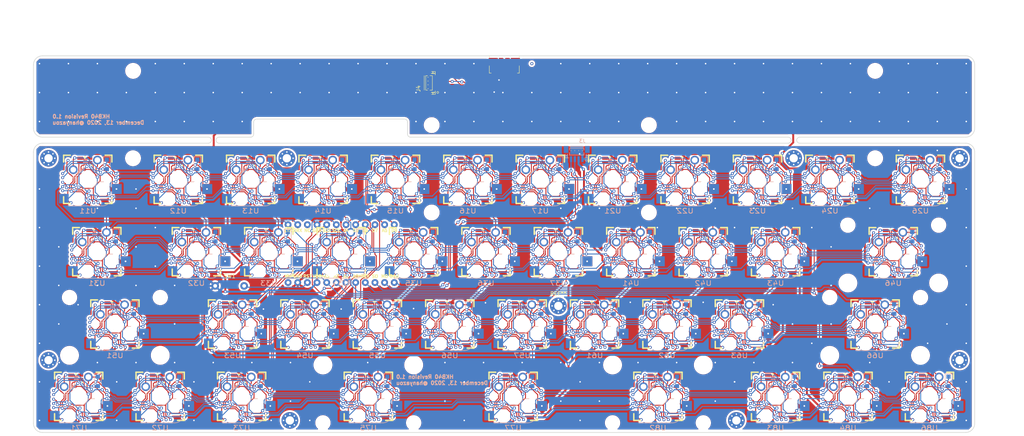
<source format=kicad_pcb>
(kicad_pcb (version 20171130) (host pcbnew "(5.1.8-0-10_14)")
  (layers (0 F.Cu signal) (31 B.Cu signal) (34 B.Paste user) (35 F.Paste user) (36 B.SilkS user) (37 F.SilkS user) (38 B.Mask user) (39 F.Mask user) (44 Edge.Cuts user))
  (net 0 "")
  (net 1 SDA)
  (net 2 SCL)
  (net 3 GND)
  (net 4 VCC)
  (net 5 USB_VBUS)
  (net 6 UBS_DP)
  (net 7 USB_DM)
  (net 8 COL0)
  (net 9 "Net-(U11-Pad4)")
  (net 10 LED)
  (net 11 "Net-(U11-Pad7)")
  (net 12 "Net-(U11-Pad8)")
  (net 13 "Net-(U11-Pad3)")
  (net 14 "Net-(U11-Pad5)")
  (net 15 "Net-(U12-Pad1)")
  (net 16 ROW1)
  (net 17 "Net-(U12-Pad8)")
  (net 18 ROW0)
  (net 19 "Net-(U13-Pad1)")
  (net 20 "Net-(U13-Pad8)")
  (net 21 "Net-(U14-Pad1)")
  (net 22 "Net-(U14-Pad8)")
  (net 23 "Net-(U15-Pad1)")
  (net 24 "Net-(U15-Pad8)")
  (net 25 "Net-(U16-Pad1)")
  (net 26 "Net-(U16-Pad8)")
  (net 27 "Net-(U17-Pad1)")
  (net 28 "Net-(U17-Pad8)")
  (net 29 "Net-(U21-Pad4)")
  (net 30 "Net-(U21-Pad8)")
  (net 31 "Net-(U22-Pad1)")
  (net 32 "Net-(U22-Pad8)")
  (net 33 "Net-(U23-Pad1)")
  (net 34 "Net-(U23-Pad8)")
  (net 35 "Net-(U24-Pad1)")
  (net 36 "Net-(U24-Pad8)")
  (net 37 "Net-(U26-Pad1)")
  (net 38 "Net-(U26-Pad8)")
  (net 39 "Net-(U31-Pad3)")
  (net 40 "Net-(U31-Pad7)")
  (net 41 "Net-(U31-Pad5)")
  (net 42 "Net-(U31-Pad4)")
  (net 43 ROW2)
  (net 44 ROW3)
  (net 45 COL2)
  (net 46 COL3)
  (net 47 COL4)
  (net 48 COL5)
  (net 49 "Net-(U37-Pad8)")
  (net 50 "Net-(U41-Pad4)")
  (net 51 COL1)
  (net 52 "Net-(U51-Pad5)")
  (net 53 "Net-(U51-Pad7)")
  (net 54 "Net-(U31-Pad8)")
  (net 55 "Net-(U33-Pad8)")
  (net 56 "Net-(U54-Pad8)")
  (net 57 "Net-(U55-Pad8)")
  (net 58 "Net-(U56-Pad8)")
  (net 59 "Net-(U57-Pad8)")
  (net 60 "Net-(U61-Pad4)")
  (net 61 "Net-(U61-Pad8)")
  (net 62 "Net-(U62-Pad8)")
  (net 63 "Net-(U63-Pad8)")
  (net 64 "Net-(U46-Pad8)")
  (net 65 "Net-(U71-Pad3)")
  (net 66 "Net-(U71-Pad7)")
  (net 67 "Net-(U71-Pad5)")
  (net 68 "Net-(U71-Pad8)")
  (net 69 "Net-(U71-Pad4)")
  (net 70 ROW7)
  (net 71 ROW6)
  (net 72 "Net-(U73-Pad8)")
  (net 73 "Net-(U77-Pad8)")
  (net 74 "Net-(U84-Pad8)")
  (net 75 "Net-(U86-Pad8)")
  (net 76 "Net-(U42-Pad8)")
  (net 77 "Net-(U43-Pad8)")
  (net 78 "Net-(U51-Pad8)")
  (net 79 "Net-(U51-Pad3)")
  (net 80 "Net-(U51-Pad4)")
  (net 81 "Net-(U66-Pad8)")
  (net 82 "Net-(U72-Pad8)")
  (net 83 "Net-(U11-Pad1)")
  (net 84 "Net-(U11-Pad14)")
  (net 85 "Net-(U11-Pad11)")
  (net 86 "Net-(U11-Pad12)")
  (net 87 "Net-(U11-Pad17)")
  (net 88 "Net-(U11-Pad15)")
  (net 89 "Net-(U11-Pad13)")
  (net 90 "Net-(U11-Pad18)")
  (net 91 "Net-(U11-Pad19)")
  (net 92 "Net-(U12-Pad12)")
  (net 93 "Net-(U12-Pad13)")
  (net 94 "Net-(U12-Pad19)")
  (net 95 "Net-(U12-Pad17)")
  (net 96 "Net-(U12-Pad18)")
  (net 97 "Net-(U13-Pad11)")
  (net 98 "Net-(U13-Pad12)")
  (net 99 "Net-(U13-Pad13)")
  (net 100 "Net-(U13-Pad15)")
  (net 101 "Net-(U13-Pad14)")
  (net 102 "Net-(U13-Pad19)")
  (net 103 "Net-(U13-Pad17)")
  (net 104 "Net-(U13-Pad18)")
  (net 105 "Net-(U14-Pad11)")
  (net 106 "Net-(U14-Pad12)")
  (net 107 "Net-(U14-Pad17)")
  (net 108 "Net-(U14-Pad13)")
  (net 109 "Net-(U14-Pad18)")
  (net 110 "Net-(U14-Pad19)")
  (net 111 "Net-(U15-Pad14)")
  (net 112 "Net-(U15-Pad11)")
  (net 113 "Net-(U15-Pad12)")
  (net 114 "Net-(U15-Pad17)")
  (net 115 "Net-(U15-Pad15)")
  (net 116 "Net-(U15-Pad13)")
  (net 117 "Net-(U15-Pad18)")
  (net 118 "Net-(U15-Pad19)")
  (net 119 "Net-(U16-Pad12)")
  (net 120 "Net-(U16-Pad13)")
  (net 121 "Net-(U16-Pad15)")
  (net 122 "Net-(U16-Pad14)")
  (net 123 "Net-(U16-Pad19)")
  (net 124 "Net-(U16-Pad17)")
  (net 125 "Net-(U16-Pad18)")
  (net 126 "Net-(U17-Pad14)")
  (net 127 "Net-(U17-Pad12)")
  (net 128 "Net-(U17-Pad17)")
  (net 129 "Net-(U17-Pad15)")
  (net 130 "Net-(U17-Pad13)")
  (net 131 "Net-(U17-Pad18)")
  (net 132 COL6)
  (net 133 "Net-(U17-Pad19)")
  (net 134 "Net-(U21-Pad1)")
  (net 135 "Net-(U21-Pad14)")
  (net 136 "Net-(U21-Pad11)")
  (net 137 "Net-(U21-Pad12)")
  (net 138 "Net-(U21-Pad17)")
  (net 139 "Net-(U21-Pad15)")
  (net 140 "Net-(U21-Pad13)")
  (net 141 "Net-(U21-Pad18)")
  (net 142 "Net-(U21-Pad19)")
  (net 143 "Net-(U22-Pad11)")
  (net 144 "Net-(U22-Pad12)")
  (net 145 "Net-(U22-Pad13)")
  (net 146 "Net-(U22-Pad15)")
  (net 147 "Net-(U22-Pad14)")
  (net 148 "Net-(U22-Pad19)")
  (net 149 "Net-(U22-Pad17)")
  (net 150 "Net-(U22-Pad18)")
  (net 151 "Net-(U23-Pad14)")
  (net 152 "Net-(U23-Pad12)")
  (net 153 "Net-(U23-Pad17)")
  (net 154 "Net-(U23-Pad15)")
  (net 155 "Net-(U23-Pad13)")
  (net 156 "Net-(U23-Pad18)")
  (net 157 "Net-(U23-Pad19)")
  (net 158 "Net-(U24-Pad12)")
  (net 159 "Net-(U24-Pad13)")
  (net 160 "Net-(U24-Pad15)")
  (net 161 "Net-(U24-Pad14)")
  (net 162 "Net-(U24-Pad19)")
  (net 163 "Net-(U24-Pad17)")
  (net 164 "Net-(U24-Pad18)")
  (net 165 "Net-(U26-Pad11)")
  (net 166 "Net-(U26-Pad12)")
  (net 167 "Net-(U26-Pad13)")
  (net 168 "Net-(U26-Pad15)")
  (net 169 "Net-(U26-Pad14)")
  (net 170 "Net-(U26-Pad19)")
  (net 171 "Net-(U26-Pad17)")
  (net 172 "Net-(U26-Pad18)")
  (net 173 "Net-(U31-Pad14)")
  (net 174 "Net-(U31-Pad11)")
  (net 175 "Net-(U31-Pad12)")
  (net 176 "Net-(U31-Pad15)")
  (net 177 "Net-(U31-Pad13)")
  (net 178 "Net-(U31-Pad18)")
  (net 179 "Net-(U31-Pad10)")
  (net 180 "Net-(U31-Pad19)")
  (net 181 "Net-(U32-Pad12)")
  (net 182 "Net-(U32-Pad13)")
  (net 183 "Net-(U32-Pad19)")
  (net 184 "Net-(U32-Pad8)")
  (net 185 "Net-(U32-Pad18)")
  (net 186 "Net-(U33-Pad12)")
  (net 187 "Net-(U33-Pad13)")
  (net 188 "Net-(U33-Pad15)")
  (net 189 "Net-(U33-Pad14)")
  (net 190 "Net-(U33-Pad19)")
  (net 191 "Net-(U33-Pad18)")
  (net 192 "Net-(U34-Pad11)")
  (net 193 "Net-(U34-Pad12)")
  (net 194 "Net-(U34-Pad8)")
  (net 195 "Net-(U34-Pad13)")
  (net 196 "Net-(U34-Pad18)")
  (net 197 "Net-(U34-Pad19)")
  (net 198 "Net-(U35-Pad11)")
  (net 199 "Net-(U35-Pad12)")
  (net 200 "Net-(U35-Pad13)")
  (net 201 "Net-(U35-Pad15)")
  (net 202 "Net-(U35-Pad14)")
  (net 203 "Net-(U35-Pad19)")
  (net 204 "Net-(U35-Pad8)")
  (net 205 "Net-(U35-Pad18)")
  (net 206 "Net-(U36-Pad14)")
  (net 207 "Net-(U36-Pad11)")
  (net 208 "Net-(U36-Pad12)")
  (net 209 "Net-(U36-Pad8)")
  (net 210 "Net-(U36-Pad15)")
  (net 211 "Net-(U36-Pad13)")
  (net 212 "Net-(U36-Pad19)")
  (net 213 "Net-(U37-Pad14)")
  (net 214 "Net-(U37-Pad12)")
  (net 215 "Net-(U37-Pad15)")
  (net 216 "Net-(U37-Pad13)")
  (net 217 "Net-(U37-Pad19)")
  (net 218 "Net-(U41-Pad14)")
  (net 219 "Net-(U41-Pad11)")
  (net 220 "Net-(U41-Pad12)")
  (net 221 "Net-(U41-Pad8)")
  (net 222 "Net-(U41-Pad15)")
  (net 223 "Net-(U41-Pad13)")
  (net 224 "Net-(U41-Pad18)")
  (net 225 "Net-(U41-Pad19)")
  (net 226 "Net-(U42-Pad11)")
  (net 227 "Net-(U42-Pad12)")
  (net 228 "Net-(U42-Pad13)")
  (net 229 "Net-(U42-Pad15)")
  (net 230 "Net-(U42-Pad14)")
  (net 231 "Net-(U42-Pad19)")
  (net 232 "Net-(U42-Pad18)")
  (net 233 "Net-(U43-Pad14)")
  (net 234 "Net-(U43-Pad12)")
  (net 235 "Net-(U43-Pad15)")
  (net 236 "Net-(U43-Pad13)")
  (net 237 "Net-(U43-Pad18)")
  (net 238 "Net-(U43-Pad19)")
  (net 239 "Net-(U46-Pad14)")
  (net 240 "Net-(U46-Pad11)")
  (net 241 "Net-(U46-Pad12)")
  (net 242 "Net-(U46-Pad15)")
  (net 243 "Net-(U46-Pad18)")
  (net 244 "Net-(U46-Pad19)")
  (net 245 ROW5)
  (net 246 "Net-(U51-Pad12)")
  (net 247 ROW4)
  (net 248 "Net-(U51-Pad13)")
  (net 249 "Net-(U51-Pad18)")
  (net 250 "Net-(U51-Pad10)")
  (net 251 "Net-(U51-Pad19)")
  (net 252 "Net-(U53-Pad10)")
  (net 253 "Net-(U53-Pad11)")
  (net 254 "Net-(U53-Pad12)")
  (net 255 "Net-(U53-Pad13)")
  (net 256 "Net-(U53-Pad15)")
  (net 257 "Net-(U53-Pad14)")
  (net 258 "Net-(U53-Pad19)")
  (net 259 "Net-(U53-Pad8)")
  (net 260 "Net-(U53-Pad18)")
  (net 261 "Net-(U54-Pad11)")
  (net 262 "Net-(U54-Pad12)")
  (net 263 "Net-(U54-Pad13)")
  (net 264 "Net-(U54-Pad18)")
  (net 265 "Net-(U54-Pad10)")
  (net 266 "Net-(U54-Pad19)")
  (net 267 "Net-(U55-Pad14)")
  (net 268 "Net-(U55-Pad11)")
  (net 269 "Net-(U55-Pad12)")
  (net 270 "Net-(U55-Pad15)")
  (net 271 "Net-(U55-Pad13)")
  (net 272 "Net-(U55-Pad18)")
  (net 273 "Net-(U55-Pad10)")
  (net 274 "Net-(U55-Pad19)")
  (net 275 "Net-(U56-Pad10)")
  (net 276 "Net-(U56-Pad11)")
  (net 277 "Net-(U56-Pad12)")
  (net 278 "Net-(U56-Pad13)")
  (net 279 "Net-(U56-Pad15)")
  (net 280 "Net-(U56-Pad14)")
  (net 281 "Net-(U56-Pad19)")
  (net 282 "Net-(U57-Pad14)")
  (net 283 "Net-(U57-Pad12)")
  (net 284 "Net-(U57-Pad15)")
  (net 285 "Net-(U57-Pad13)")
  (net 286 "Net-(U57-Pad10)")
  (net 287 "Net-(U57-Pad19)")
  (net 288 "Net-(U61-Pad14)")
  (net 289 "Net-(U61-Pad11)")
  (net 290 "Net-(U61-Pad12)")
  (net 291 "Net-(U61-Pad15)")
  (net 292 "Net-(U61-Pad13)")
  (net 293 "Net-(U61-Pad18)")
  (net 294 "Net-(U61-Pad10)")
  (net 295 "Net-(U61-Pad19)")
  (net 296 "Net-(U62-Pad10)")
  (net 297 "Net-(U62-Pad11)")
  (net 298 "Net-(U62-Pad12)")
  (net 299 "Net-(U62-Pad13)")
  (net 300 "Net-(U62-Pad15)")
  (net 301 "Net-(U62-Pad14)")
  (net 302 "Net-(U62-Pad19)")
  (net 303 "Net-(U62-Pad18)")
  (net 304 "Net-(U63-Pad10)")
  (net 305 "Net-(U63-Pad12)")
  (net 306 "Net-(U63-Pad13)")
  (net 307 "Net-(U63-Pad15)")
  (net 308 "Net-(U63-Pad14)")
  (net 309 "Net-(U63-Pad19)")
  (net 310 "Net-(U63-Pad18)")
  (net 311 "Net-(U66-Pad14)")
  (net 312 "Net-(U66-Pad11)")
  (net 313 "Net-(U66-Pad12)")
  (net 314 "Net-(U66-Pad15)")
  (net 315 "Net-(U66-Pad18)")
  (net 316 "Net-(U66-Pad10)")
  (net 317 "Net-(U66-Pad19)")
  (net 318 "Net-(U71-Pad14)")
  (net 319 "Net-(U71-Pad11)")
  (net 320 "Net-(U71-Pad12)")
  (net 321 "Net-(U71-Pad15)")
  (net 322 "Net-(U71-Pad13)")
  (net 323 "Net-(U71-Pad18)")
  (net 324 "Net-(U71-Pad10)")
  (net 325 "Net-(U71-Pad19)")
  (net 326 "Net-(U72-Pad10)")
  (net 327 "Net-(U72-Pad12)")
  (net 328 "Net-(U72-Pad13)")
  (net 329 "Net-(U72-Pad19)")
  (net 330 "Net-(U72-Pad18)")
  (net 331 "Net-(U73-Pad10)")
  (net 332 "Net-(U73-Pad11)")
  (net 333 "Net-(U73-Pad12)")
  (net 334 "Net-(U73-Pad13)")
  (net 335 "Net-(U73-Pad19)")
  (net 336 "Net-(U73-Pad18)")
  (net 337 "Net-(U77-Pad10)")
  (net 338 "Net-(U77-Pad12)")
  (net 339 "Net-(U77-Pad13)")
  (net 340 "Net-(U77-Pad15)")
  (net 341 "Net-(U77-Pad14)")
  (net 342 "Net-(U77-Pad19)")
  (net 343 "Net-(U84-Pad10)")
  (net 344 "Net-(U84-Pad12)")
  (net 345 "Net-(U84-Pad13)")
  (net 346 "Net-(U84-Pad15)")
  (net 347 "Net-(U84-Pad14)")
  (net 348 "Net-(U84-Pad19)")
  (net 349 "Net-(U84-Pad18)")
  (net 350 "Net-(U86-Pad10)")
  (net 351 "Net-(U86-Pad11)")
  (net 352 "Net-(U86-Pad12)")
  (net 353 "Net-(U86-Pad15)")
  (net 354 "Net-(U86-Pad14)")
  (net 355 "Net-(U86-Pad19)")
  (net 356 "Net-(U86-Pad18)")
  (net 357 "Net-(U11-Pad20)")
  (net 358 "Net-(U12-Pad20)")
  (net 359 "Net-(U13-Pad20)")
  (net 360 "Net-(U14-Pad20)")
  (net 361 "Net-(U15-Pad20)")
  (net 362 "Net-(U16-Pad20)")
  (net 363 "Net-(U17-Pad20)")
  (net 364 "Net-(U21-Pad20)")
  (net 365 "Net-(U22-Pad20)")
  (net 366 "Net-(U23-Pad20)")
  (net 367 "Net-(U24-Pad20)")
  (net 368 "Net-(U26-Pad20)")
  (net 369 "Net-(U31-Pad20)")
  (net 370 "Net-(U32-Pad20)")
  (net 371 "Net-(U33-Pad20)")
  (net 372 "Net-(U34-Pad20)")
  (net 373 "Net-(U35-Pad20)")
  (net 374 "Net-(U36-Pad20)")
  (net 375 "Net-(U36-Pad18)")
  (net 376 "Net-(U37-Pad20)")
  (net 377 "Net-(U41-Pad20)")
  (net 378 "Net-(U42-Pad20)")
  (net 379 "Net-(U43-Pad20)")
  (net 380 "Net-(U46-Pad20)")
  (net 381 "Net-(U51-Pad20)")
  (net 382 "Net-(U53-Pad20)")
  (net 383 "Net-(U54-Pad20)")
  (net 384 "Net-(U55-Pad20)")
  (net 385 "Net-(U56-Pad20)")
  (net 386 "Net-(U57-Pad20)")
  (net 387 "Net-(U61-Pad20)")
  (net 388 "Net-(U62-Pad20)")
  (net 389 "Net-(U63-Pad20)")
  (net 390 "Net-(U66-Pad20)")
  (net 391 "Net-(U71-Pad20)")
  (net 392 "Net-(U72-Pad20)")
  (net 393 "Net-(U73-Pad20)")
  (net 394 "Net-(U77-Pad20)")
  (net 395 "Net-(U84-Pad20)")
  (net 396 "Net-(U86-Pad20)")
  (net 397 "Net-(J1-Pad4)")
  (net 398 "Net-(J1-Pad6)")
  (net 399 "Net-(J2-Pad3)")
  (net 400 RST)
  (net 401 "Net-(J2-Pad24)")
  (net 402 "Net-(U12-Pad10)")
  (net 403 "Net-(U12-Pad15)")
  (net 404 "Net-(U12-Pad14)")
  (net 405 "Net-(U13-Pad10)")
  (net 406 "Net-(U14-Pad10)")
  (net 407 "Net-(U15-Pad10)")
  (net 408 "Net-(U16-Pad10)")
  (net 409 "Net-(U17-Pad10)")
  (net 410 "Net-(U21-Pad10)")
  (net 411 "Net-(U22-Pad10)")
  (net 412 "Net-(U23-Pad10)")
  (net 413 "Net-(U26-Pad10)")
  (net 414 "Net-(U32-Pad15)")
  (net 415 "Net-(U32-Pad14)")
  (net 416 "Net-(U51-Pad15)")
  (net 417 "Net-(U51-Pad14)")
  (net 418 "Net-(U72-Pad15)")
  (net 419 "Net-(U72-Pad14)")
  (net 420 "Net-(U56-Pad18)")
  (net 421 "Net-(U31-Pad17)")
  (net 422 "Net-(U32-Pad17)")
  (net 423 "Net-(U33-Pad17)")
  (net 424 "Net-(U34-Pad17)")
  (net 425 "Net-(U35-Pad17)")
  (net 426 "Net-(U36-Pad17)")
  (net 427 "Net-(U37-Pad17)")
  (net 428 "Net-(U41-Pad17)")
  (net 429 "Net-(U42-Pad17)")
  (net 430 "Net-(U43-Pad17)")
  (net 431 "Net-(U46-Pad17)")
  (net 432 "Net-(U51-Pad17)")
  (net 433 "Net-(U53-Pad17)")
  (net 434 "Net-(U54-Pad17)")
  (net 435 "Net-(U55-Pad17)")
  (net 436 "Net-(U56-Pad17)")
  (net 437 "Net-(U57-Pad17)")
  (net 438 "Net-(U61-Pad17)")
  (net 439 "Net-(U62-Pad17)")
  (net 440 "Net-(U63-Pad17)")
  (net 441 "Net-(U66-Pad17)")
  (net 442 "Net-(U71-Pad17)")
  (net 443 "Net-(U72-Pad17)")
  (net 444 "Net-(U73-Pad17)")
  (net 445 "Net-(U77-Pad17)")
  (net 446 "Net-(U84-Pad17)")
  (net 447 "Net-(U86-Pad17)")
  (net 448 "Net-(U16-Pad7)")
  (net 449 "Net-(U23-Pad7)")
  (net 450 "Net-(U36-Pad7)")
  (net 451 "Net-(U43-Pad7)")
  (net 452 "Net-(U56-Pad7)")
  (net 453 "Net-(U63-Pad7)")
  (net 454 "Net-(U37-Pad18)")
  (net 455 "Net-(U57-Pad18)")
  (net 456 "Net-(U77-Pad18)")
  (net 457 "Net-(U75-Pad18)")
  (net 458 "Net-(U75-Pad19)")
  (net 459 "Net-(U75-Pad20)")
  (net 460 "Net-(U75-Pad17)")
  (net 461 "Net-(U75-Pad10)")
  (net 462 "Net-(U75-Pad11)")
  (net 463 "Net-(U75-Pad12)")
  (net 464 "Net-(U75-Pad13)")
  (net 465 "Net-(U75-Pad15)")
  (net 466 "Net-(U75-Pad14)")
  (net 467 "Net-(U75-Pad8)")
  (net 468 "Net-(U82-Pad14)")
  (net 469 "Net-(U82-Pad9)")
  (net 470 "Net-(U82-Pad11)")
  (net 471 "Net-(U82-Pad12)")
  (net 472 "Net-(U82-Pad17)")
  (net 473 "Net-(U82-Pad8)")
  (net 474 "Net-(U82-Pad15)")
  (net 475 "Net-(U82-Pad13)")
  (net 476 "Net-(U82-Pad4)")
  (net 477 "Net-(U82-Pad10)")
  (net 478 "Net-(U82-Pad19)")
  (net 479 "Net-(U82-Pad20)")
  (net 480 "Net-(U82-Pad18)")
  (net 481 "Net-(U83-Pad14)")
  (net 482 "Net-(U83-Pad9)")
  (net 483 "Net-(U83-Pad12)")
  (net 484 "Net-(U83-Pad17)")
  (net 485 "Net-(U83-Pad8)")
  (net 486 "Net-(U83-Pad15)")
  (net 487 "Net-(U83-Pad13)")
  (net 488 "Net-(U83-Pad7)")
  (net 489 "Net-(U83-Pad10)")
  (net 490 "Net-(U83-Pad19)")
  (net 491 "Net-(U83-Pad20)")
  (net 492 "Net-(U83-Pad18)")
  (net 493 "Net-(U84-Pad11)")
  (module HKB44:keyunit (layer F.Cu) (at 29.2735 70.485)
    (fp_text reference U11 (at 0 8.3185) (layer B.SilkS) (effects (font (size 1.27 1.524) (thickness 0.2032)) (justify mirror)))
    (fp_text value keyunit hide)
    (fp_line (start 0.9525 4.1529) (end 0.9525 5.334) (layer F.Cu) (width 0.25))
    (fp_line (start -4.2672 1.5621) (end -3.4163 0.7239) (layer F.Cu) (width 0.25))
    (fp_line (start -4.3053 1.6383) (end -4.2672 1.5621) (layer F.Cu) (width 0.25))
    (fp_line (start -4.3053 2.8448) (end -4.3053 1.6383) (layer F.Cu) (width 0.25))
    (fp_line (start -3.9878 3.2512) (end -1.7145 3.2512) (layer F.Cu) (width 0.25))
    (fp_line (start -6.1214 1.4478) (end -3.8354 1.4478) (layer B.Cu) (width 0.25))
    (fp_line (start -6.1849 1.4732) (end -6.1214 1.4478) (layer B.Cu) (width 0.25))
    (fp_line (start -3.6957 1.5367) (end -3.4544 1.5367) (layer B.Cu) (width 0.25))
    (fp_line (start -3.7719 1.4986) (end -3.6957 1.5367) (layer B.Cu) (width 0.25))
    (fp_line (start -3.8354 1.4478) (end -3.7719 1.4986) (layer B.Cu) (width 0.25))
    (fp_line (start 1.524 5.1308) (end 1.4732 4.9276) (layer F.Cu) (width 0.25))
    (fp_line (start 1.4732 4.9276) (end 1.4859 2.4511) (layer F.Cu) (width 0.25))
    (fp_line (start 6.3754 0.6096) (end 6.4262 0.6096) (layer B.Cu) (width 0.25))
    (fp_line (start 5.969 1.016) (end 6.3754 0.6096) (layer B.Cu) (width 0.25))
    (fp_line (start 5.9309 1.0922) (end 5.969 1.016) (layer B.Cu) (width 0.25))
    (fp_line (start 5.9309 3.3528) (end 5.9309 1.0922) (layer B.Cu) (width 0.25))
    (fp_line (start 6.985 -1.905) (end 6.9723 -1.9812) (layer F.Cu) (width 0.25))
    (fp_line (start 6.3627 -1.4605) (end 6.70052 -1.12268) (layer F.Cu) (width 0.25))
    (fp_line (start -3.81 -5.23748) (end -3.81 -4.43992) (layer F.Cu) (width 0.25))
    (fp_line (start -0.4699 -3.9497) (end -0.4699 -4.4069) (layer F.Cu) (width 0.25))
    (fp_line (start 2.3622 -1.7653) (end 2.9591 -1.1684) (layer B.Cu) (width 0.25))
    (fp_line (start 2.3114 -1.7907) (end 2.3622 -1.7653) (layer B.Cu) (width 0.25))
    (fp_line (start 1.8669 -1.7907) (end 2.3114 -1.7907) (layer B.Cu) (width 0.25))
    (fp_line (start 1.8288 -1.8161) (end 1.8669 -1.7907) (layer B.Cu) (width 0.25))
    (fp_line (start 0.5334 -3.1115) (end 1.8288 -1.8161) (layer B.Cu) (width 0.25))
    (fp_line (start 0.508 -3.1496) (end 0.5334 -3.1115) (layer B.Cu) (width 0.25))
    (fp_line (start 0.508 -3.6703) (end 0.508 -3.1496) (layer B.Cu) (width 0.25))
    (fp_line (start 0.4826 -3.7211) (end 0.508 -3.6703) (layer B.Cu) (width 0.25))
    (fp_line (start 0.03048 -4.18592) (end 0.48768 -3.72872) (layer B.Cu) (width 0.25))
    (fp_line (start -0.0381 -4.191) (end 0.0254 -4.1783) (layer B.Cu) (width 0.25))
    (fp_line (start -4.2418 -4.191) (end -0.0381 -4.191) (layer B.Cu) (width 0.25))
    (fp_line (start 4.3561 -1.7526) (end 5.8547 -1.7526) (layer B.Cu) (width 0.25))
    (fp_line (start 4.318 -1.7399) (end 4.3561 -1.7526) (layer B.Cu) (width 0.25))
    (fp_line (start 3.7211 -1.143) (end 4.318 -1.7399) (layer B.Cu) (width 0.25))
    (fp_line (start 3.6703 -1.1176) (end 3.7211 -1.143) (layer B.Cu) (width 0.25))
    (fp_line (start 3.0226 -1.1176) (end 3.6703 -1.1176) (layer B.Cu) (width 0.25))
    (fp_line (start 2.9718 -1.1557) (end 3.0226 -1.1176) (layer B.Cu) (width 0.25))
    (fp_line (start -5.2451 -3.2131) (end -4.2926 -4.1656) (layer B.Cu) (width 0.25))
    (fp_line (start -5.2832 -3.1496) (end -5.2451 -3.2131) (layer B.Cu) (width 0.25))
    (fp_line (start -5.2832 -1.7526) (end -5.2832 -3.1496) (layer B.Cu) (width 0.25))
    (fp_line (start -5.3213 -1.6891) (end -5.2832 -1.7526) (layer B.Cu) (width 0.25))
    (fp_line (start -3.7846 -5.2959) (end -3.683 -5.3975) (layer F.Cu) (width 0.25))
    (fp_line (start -3.81 -5.2578) (end -3.7846 -5.2959) (layer F.Cu) (width 0.25))
    (fp_line (start -5.8039 1.2192) (end -5.6642 1.8796) (layer F.Cu) (width 0.25))
    (fp_line (start -5.9182 1.1049) (end -5.8039 1.2192) (layer F.Cu) (width 0.25))
    (fp_line (start 0.9525 4.1275) (end 0.4572 4.1021) (layer F.Cu) (width 0.25))
    (fp_line (start -5.3213 2.9845) (end -4.7117 2.9845) (layer B.Cu) (width 0.25))
    (fp_line (start -4.6863 2.9845) (end -4.5593 3.048) (layer B.Cu) (width 0.25))
    (fp_line (start -4.3688 -4.7117) (end -4.3307 -4.7371) (layer B.Cu) (width 0.25))
    (fp_line (start -4.8006 1.5113) (end -4.8006 2.4384) (layer F.Cu) (width 0.25))
    (fp_line (start -4.7752 1.4478) (end -4.8006 1.5113) (layer F.Cu) (width 0.25))
    (fp_line (start -4.5847 -1.2192) (end -4.5212 -1.2192) (layer F.Cu) (width 0.25))
    (fp_line (start -4.826 2.4765) (end -5.2451 2.8956) (layer F.Cu) (width 0.25))
    (fp_line (start -4.8006 2.4384) (end -4.826 2.4765) (layer F.Cu) (width 0.25))
    (fp_line (start -3.8481 0.5207) (end -3.8735 0.5461) (layer F.Cu) (width 0.25))
    (fp_line (start -3.8481 -0.5588) (end -3.8481 0.5207) (layer F.Cu) (width 0.25))
    (fp_line (start -3.8862 -0.6096) (end -3.8481 -0.5588) (layer F.Cu) (width 0.25))
    (fp_line (start -4.4831 -1.2065) (end -3.8862 -0.6096) (layer F.Cu) (width 0.25))
    (fp_line (start -4.5212 -1.2192) (end -4.4831 -1.2065) (layer F.Cu) (width 0.25))
    (fp_line (start -5.461 -2.0828) (end -4.6101 -1.2319) (layer F.Cu) (width 0.25))
    (fp_line (start -3.8735 0.5461) (end -4.7752 1.4478) (layer F.Cu) (width 0.25))
    (fp_line (start -5.4864 -2.1209) (end -5.461 -2.0828) (layer F.Cu) (width 0.25))
    (fp_line (start -4.6101 -1.2319) (end -4.5847 -1.2192) (layer F.Cu) (width 0.25))
    (fp_line (start -5.4864 -4.3688) (end -5.4864 -2.1209) (layer F.Cu) (width 0.25))
    (fp_line (start 1.4605 2.4765) (end 1.4605 2.2225) (layer F.Cu) (width 0.25))
    (fp_line (start 0.381 5.334) (end 0.5969 5.3975) (layer B.Cu) (width 0.25))
    (fp_line (start 0.9525 4.4577) (end 0.6477 4.1275) (layer F.Cu) (width 0.25))
    (fp_line (start 0.9144 4.318) (end 0.8509 4.1275) (layer F.Cu) (width 0.25))
    (fp_line (start 0.5969 5.3975) (end 3.937 5.39496) (layer B.Cu) (width 0.25))
    (fp_line (start -1.7145 3.2512) (end -1.651 3.2639) (layer F.Cu) (width 0.25))
    (fp_line (start 0.0889 -4.7498) (end -4.2799 -4.7498) (layer B.Cu) (width 0.25))
    (fp_line (start 0.1651 -4.699) (end 0.1016 -4.7498) (layer B.Cu) (width 0.25))
    (fp_line (start 0.9525 -3.9116) (end 0.1651 -4.699) (layer B.Cu) (width 0.25))
    (fp_line (start 0.9779 -3.8481) (end 0.9525 -3.9116) (layer B.Cu) (width 0.25))
    (fp_line (start 0.9779 -3.3528) (end 0.9779 -3.8481) (layer B.Cu) (width 0.25))
    (fp_line (start 1.016 -3.2766) (end 0.9779 -3.3528) (layer B.Cu) (width 0.25))
    (fp_line (start 2.0066 -2.286) (end 1.016 -3.2766) (layer B.Cu) (width 0.25))
    (fp_line (start 2.0447 -2.2606) (end 2.0066 -2.286) (layer B.Cu) (width 0.25))
    (fp_line (start 2.1209 -2.2479) (end 2.0447 -2.2606) (layer B.Cu) (width 0.25))
    (fp_line (start 2.9464 -2.2479) (end 2.1209 -2.2479) (layer B.Cu) (width 0.25))
    (fp_line (start 2.9972 -2.2225) (end 2.9464 -2.2479) (layer B.Cu) (width 0.25))
    (fp_line (start 3.1496 -2.0574) (end 2.9972 -2.2225) (layer B.Cu) (width 0.25))
    (fp_line (start 2.794 -2.7305) (end 3.6576 -2.7305) (layer B.Cu) (width 0.25))
    (fp_line (start 2.7305 -2.7686) (end 2.794 -2.7305) (layer B.Cu) (width 0.25))
    (fp_line (start -0.1397 -5.6388) (end 2.7305 -2.7686) (layer B.Cu) (width 0.25))
    (fp_line (start -0.2032 -5.6515) (end -0.1397 -5.6388) (layer B.Cu) (width 0.25))
    (fp_line (start -3.0734 -5.6515) (end -0.2032 -5.6515) (layer B.Cu) (width 0.25))
    (fp_line (start -0.4572 -3.1877) (end -2.2606 -1.397) (layer B.Cu) (width 0.25))
    (fp_line (start -2.2733 -1.397) (end -2.3114 -1.3081) (layer B.Cu) (width 0.25))
    (fp_line (start -2.3114 -1.2827) (end -2.3114 1.0795) (layer B.Cu) (width 0.25))
    (fp_line (start -2.3495 -1.8288) (end -2.3368 -1.8923) (layer F.Cu) (width 0.25))
    (fp_line (start -3.3782 -0.8001) (end -2.3495 -1.8288) (layer F.Cu) (width 0.25))
    (fp_line (start -3.4036 -0.7366) (end -3.3782 -0.8001) (layer F.Cu) (width 0.25))
    (fp_line (start -3.4036 0.6731) (end -3.4036 -0.7366) (layer F.Cu) (width 0.25))
    (fp_line (start -3.4163 0.7239) (end -3.4036 0.6731) (layer F.Cu) (width 0.25))
    (fp_line (start -0.1778 3.175) (end -0.2032 3.3274) (layer B.Cu) (width 0.25))
    (fp_line (start -0.2794 3.1115) (end -0.1778 3.175) (layer B.Cu) (width 0.25))
    (fp_line (start -0.508 3.6576) (end -0.6604 3.9624) (layer B.Cu) (width 0.25))
    (fp_line (start 0.0381 3.1115) (end -0.508 3.6576) (layer B.Cu) (width 0.25))
    (fp_line (start -0.2794 3.1115) (end 0.0381 3.1115) (layer B.Cu) (width 0.25))
    (fp_line (start -2.2606 1.1303) (end -0.2794 3.1115) (layer B.Cu) (width 0.25))
    (fp_line (start -2.3114 1.0795) (end -2.2606 1.1303) (layer B.Cu) (width 0.25))
    (fp_line (start 1.7018 4.1529) (end 1.9685 4.445) (layer B.Cu) (width 0.25))
    (fp_line (start 1.6637 4.1275) (end 1.7018 4.1529) (layer B.Cu) (width 0.25))
    (fp_line (start 0.4445 4.1275) (end 1.6637 4.1275) (layer B.Cu) (width 0.25))
    (fp_line (start 3.0988 4.5466) (end 3.1623 4.5593) (layer B.Cu) (width 0.25))
    (fp_line (start 2.0066 3.4417) (end 3.0988 4.5466) (layer B.Cu) (width 0.25))
    (fp_line (start 1.9812 3.3909) (end 2.0066 3.4417) (layer B.Cu) (width 0.25))
    (fp_line (start 1.9812 1.7018) (end 1.9812 3.3909) (layer B.Cu) (width 0.25))
    (fp_line (start 2.0066 1.651) (end 1.9812 1.7018) (layer B.Cu) (width 0.25))
    (fp_line (start 2.5019 1.1557) (end 2.0066 1.651) (layer B.Cu) (width 0.25))
    (fp_line (start 2.5273 1.1049) (end 2.5019 1.1557) (layer B.Cu) (width 0.25))
    (fp_line (start 2.5273 -0.254) (end 2.5273 1.1049) (layer B.Cu) (width 0.25))
    (fp_line (start -2.7305 2.6162) (end -2.7432 2.6924) (layer B.Cu) (width 0.25))
    (fp_line (start -2.7432 2.5146) (end -2.7305 2.6162) (layer B.Cu) (width 0.25))
    (fp_line (start -2.7178 2.5019) (end -2.7432 2.5146) (layer B.Cu) (width 0.25))
    (fp_line (start -2.7178 2.4638) (end -2.7178 2.5019) (layer B.Cu) (width 0.25))
    (fp_line (start -2.5527 2.2987) (end -2.7178 2.4638) (layer B.Cu) (width 0.25))
    (fp_line (start -3.81 2.2098) (end -3.7719 2.2352) (layer B.Cu) (width 0.25))
    (fp_line (start -3.8608 2.1844) (end -3.81 2.2098) (layer B.Cu) (width 0.25))
    (fp_line (start -5.2959 2.1844) (end -3.8608 2.1844) (layer B.Cu) (width 0.25))
    (fp_poly (pts (xy 5.5245 -2.1971) (xy 4.5212 -2.1971) (xy 4.5212 -3.1877) (xy 5.5245 -3.1877)) (layer B.Cu) (width 0.1))
    (fp_poly (pts (xy 5.5118 -4.6863) (xy 4.5085 -4.6863) (xy 4.5085 -5.6769) (xy 5.5118 -5.6769)) (layer B.Cu) (width 0.1))
    (fp_line (start -4.2799 -4.1529) (end -4.2291 -4.1783) (layer B.Cu) (width 0.25))
    (fp_line (start 5.9055 3.4163) (end 5.9309 3.3528) (layer B.Cu) (width 0.25))
    (fp_line (start 5.7531 3.5687) (end 5.9055 3.4163) (layer B.Cu) (width 0.25))
    (fp_line (start 4.2672 -2.6924) (end 4.7752 -2.6924) (layer B.Cu) (width 0.25))
    (fp_line (start 5.0165 -4.3942) (end 5.0165 -4.7117) (layer B.Cu) (width 0.25))
    (fp_line (start 4.9784 -4.318) (end 5.0165 -4.3942) (layer B.Cu) (width 0.25))
    (fp_line (start 4.6609 -4.0005) (end 4.9784 -4.318) (layer B.Cu) (width 0.25))
    (fp_line (start 2.5527 -3.5052) (end 2.5527 -4.0005) (layer F.Cu) (width 0.25))
    (fp_line (start 2.5273 -3.4544) (end 2.5527 -3.5052) (layer F.Cu) (width 0.25))
    (fp_line (start 2.2225 -3.1496) (end 2.5273 -3.4544) (layer F.Cu) (width 0.25))
    (fp_line (start 2.1971 -3.0988) (end 2.2225 -3.1496) (layer F.Cu) (width 0.25))
    (fp_line (start 2.1971 -1.8034) (end 2.1971 -3.0988) (layer F.Cu) (width 0.25))
    (fp_line (start 2.2225 -1.7526) (end 2.1971 -1.8034) (layer F.Cu) (width 0.25))
    (fp_line (start 2.667 -1.3081) (end 2.2225 -1.7526) (layer F.Cu) (width 0.25))
    (fp_line (start 2.7305 -1.2954) (end 2.667 -1.3081) (layer F.Cu) (width 0.25))
    (fp_line (start 2.8067 -1.2954) (end 2.7305 -1.2954) (layer F.Cu) (width 0.25))
    (fp_line (start 2.8702 -1.2827) (end 2.8067 -1.2954) (layer F.Cu) (width 0.25))
    (fp_line (start 2.9083 -1.27) (end 2.8702 -1.2827) (layer F.Cu) (width 0.25))
    (fp_line (start 3.2512 -0.9271) (end 2.9083 -1.27) (layer F.Cu) (width 0.25))
    (fp_line (start 3.2639 -0.8763) (end 3.2512 -0.9271) (layer F.Cu) (width 0.25))
    (fp_line (start 3.2639 0.381) (end 3.2639 -0.8763) (layer F.Cu) (width 0.25))
    (fp_line (start 3.2258 0.4318) (end 3.2639 0.381) (layer F.Cu) (width 0.25))
    (fp_line (start 1.3335 2.3241) (end 3.2258 0.4318) (layer F.Cu) (width 0.25))
    (fp_line (start 1.2954 2.3876) (end 1.3335 2.3241) (layer F.Cu) (width 0.25))
    (fp_line (start 1.4605 2.4511) (end 1.2954 2.3876) (layer F.Cu) (width 0.25))
    (fp_line (start -1.2827 2.3622) (end 1.27 2.3622) (layer F.Cu) (width 0.25))
    (fp_line (start -1.3462 2.3114) (end -1.2827 2.3622) (layer F.Cu) (width 0.25))
    (fp_line (start -1.5113 2.1209) (end -1.3462 2.3114) (layer F.Cu) (width 0.25))
    (fp_line (start -1.5875 2.0701) (end -1.5113 2.1209) (layer F.Cu) (width 0.25))
    (fp_line (start -1.9685 2.0701) (end -1.5875 2.0701) (layer F.Cu) (width 0.25))
    (fp_line (start 2.159 -0.9271) (end 2.2733 -0.8255) (layer F.Cu) (width 0.25))
    (fp_line (start 2.1336 -0.9779) (end 2.159 -0.9271) (layer F.Cu) (width 0.25))
    (fp_line (start 2.1336 -1.0795) (end 2.1336 -0.9779) (layer F.Cu) (width 0.25))
    (fp_line (start 2.1336 -1.143) (end 2.1336 -1.0795) (layer F.Cu) (width 0.25))
    (fp_line (start 2.0828 -1.2192) (end 2.1336 -1.143) (layer F.Cu) (width 0.25))
    (fp_line (start 0.762 -2.5654) (end 2.0828 -1.2319) (layer F.Cu) (width 0.25))
    (fp_line (start 0.6985 -2.6035) (end 0.762 -2.5654) (layer F.Cu) (width 0.25))
    (fp_line (start -0.4318 -2.6035) (end 0.6985 -2.6035) (layer F.Cu) (width 0.25))
    (fp_line (start 1.4351 -3.8227) (end 1.4351 -1.8669) (layer F.Cu) (width 0.25))
    (fp_line (start 1.397 -3.8862) (end 1.4351 -3.8227) (layer F.Cu) (width 0.25))
    (fp_line (start 0.8255 -4.4577) (end 1.397 -3.8862) (layer F.Cu) (width 0.25))
    (fp_line (start 0.762 -4.4704) (end 0.8255 -4.4577) (layer F.Cu) (width 0.25))
    (fp_line (start 0.5715 -4.4704) (end 0.762 -4.4704) (layer F.Cu) (width 0.25))
    (fp_line (start 4.3688 -2.3622) (end 4.2418 -2.5019) (layer F.Cu) (width 0.25))
    (fp_line (start 4.4323 -2.3368) (end 4.3688 -2.3622) (layer F.Cu) (width 0.25))
    (fp_line (start 4.5339 -2.3368) (end 4.4323 -2.3368) (layer F.Cu) (width 0.25))
    (fp_line (start 4.572 -2.3241) (end 4.5339 -2.3368) (layer F.Cu) (width 0.25))
    (fp_line (start 6.4389 -0.4572) (end 4.572 -2.3241) (layer F.Cu) (width 0.25))
    (fp_line (start 6.4643 -0.381) (end 6.4389 -0.4572) (layer F.Cu) (width 0.25))
    (fp_line (start 6.4643 1.4224) (end 6.4643 -0.381) (layer F.Cu) (width 0.25))
    (fp_line (start 6.5024 1.4986) (end 6.4643 1.4224) (layer F.Cu) (width 0.25))
    (fp_line (start 7.3152 2.3114) (end 6.5024 1.4986) (layer F.Cu) (width 0.25))
    (fp_line (start 5.1435 -3.7846) (end 4.8006 -3.7846) (layer F.Cu) (width 0.25))
    (fp_line (start 5.1943 -3.7592) (end 5.1435 -3.7846) (layer F.Cu) (width 0.25))
    (fp_line (start 4.9276 4.4323) (end 5.2959 4.064) (layer F.Cu) (width 0.25))
    (fp_line (start 4.8768 4.4704) (end 4.9276 4.4323) (layer F.Cu) (width 0.25))
    (fp_line (start 2.3114 4.4704) (end 4.8768 4.4704) (layer F.Cu) (width 0.25))
    (fp_line (start -0.0889 3.7465) (end 0.0254 3.8608) (layer F.Cu) (width 0.25))
    (fp_line (start -0.1397 3.7338) (end -0.0889 3.7465) (layer F.Cu) (width 0.25))
    (fp_line (start -0.508 3.7338) (end -0.1397 3.7338) (layer F.Cu) (width 0.25))
    (fp_line (start -0.5715 3.7211) (end -0.508 3.7338) (layer F.Cu) (width 0.25))
    (fp_line (start -1.4605 2.8321) (end -0.5715 3.7211) (layer F.Cu) (width 0.25))
    (fp_line (start -1.4986 2.8067) (end -1.4605 2.8321) (layer F.Cu) (width 0.25))
    (fp_line (start -2.6289 2.8067) (end -1.4986 2.8067) (layer F.Cu) (width 0.25))
    (fp_line (start -2.6797 2.7686) (end -2.6289 2.8067) (layer F.Cu) (width 0.25))
    (fp_line (start -2.9718 2.4765) (end -2.6797 2.7686) (layer F.Cu) (width 0.25))
    (fp_line (start -2.9972 2.4511) (end -2.9718 2.4765) (layer F.Cu) (width 0.25))
    (fp_line (start -3.2639 2.4511) (end -2.9972 2.4511) (layer F.Cu) (width 0.25))
    (fp_line (start 3.8862 -3.7846) (end 4.0894 -3.7846) (layer F.Cu) (width 0.25))
    (fp_line (start 3.8227 -3.7465) (end 3.8862 -3.7846) (layer F.Cu) (width 0.25))
    (fp_line (start 2.9845 -2.921) (end 3.8227 -3.7465) (layer F.Cu) (width 0.25))
    (fp_line (start 2.9591 -2.8321) (end 2.9845 -2.921) (layer F.Cu) (width 0.25))
    (fp_line (start 2.9591 -2.2479) (end 2.9591 -2.8321) (layer F.Cu) (width 0.25))
    (fp_line (start 2.9845 -2.1971) (end 2.9591 -2.2479) (layer F.Cu) (width 0.25))
    (fp_line (start 3.1369 -2.0574) (end 2.9845 -2.1971) (layer F.Cu) (width 0.25))
    (fp_line (start -2.794 1.1684) (end -2.9083 1.2827) (layer F.Cu) (width 0.25))
    (fp_line (start -2.7686 1.1303) (end -2.794 1.1684) (layer F.Cu) (width 0.25))
    (fp_line (start -2.7686 -0.6223) (end -2.7686 1.1303) (layer F.Cu) (width 0.25))
    (fp_line (start -2.7559 -0.6731) (end -2.7686 -0.6223) (layer F.Cu) (width 0.25))
    (fp_line (start -1.8034 -1.6256) (end -2.7559 -0.6731) (layer F.Cu) (width 0.25))
    (fp_line (start -1.778 -1.6637) (end -1.8034 -1.6256) (layer F.Cu) (width 0.25))
    (fp_line (start -1.778 -2.4511) (end -1.778 -1.6637) (layer F.Cu) (width 0.25))
    (fp_line (start -1.7653 -2.5273) (end -1.778 -2.4511) (layer F.Cu) (width 0.25))
    (fp_line (start -1.7018 -2.5908) (end -1.7653 -2.5273) (layer F.Cu) (width 0.25))
    (fp_line (start -1.3589 -2.5908) (end -1.7018 -2.5908) (layer F.Cu) (width 0.25))
    (fp_line (start -1.3462 -2.6289) (end -1.3589 -2.5908) (layer F.Cu) (width 0.25))
    (fp_line (start -1.6764 -2.6289) (end -1.3462 -2.6289) (layer F.Cu) (width 0.25))
    (fp_line (start -1.7399 -2.6924) (end -1.6764 -2.6289) (layer F.Cu) (width 0.25))
    (fp_line (start -1.778 -2.7305) (end -1.7399 -2.6924) (layer F.Cu) (width 0.25))
    (fp_line (start -1.778 -3.3147) (end -1.778 -2.7305) (layer F.Cu) (width 0.25))
    (fp_line (start -1.7653 -3.3655) (end -1.778 -3.3147) (layer F.Cu) (width 0.25))
    (fp_line (start -1.4732 -3.6703) (end -1.7653 -3.3655) (layer F.Cu) (width 0.25))
    (fp_line (start -1.4097 -3.683) (end -1.4732 -3.6703) (layer F.Cu) (width 0.25))
    (fp_line (start -1.0922 -3.683) (end -1.4097 -3.683) (layer F.Cu) (width 0.25))
    (fp_line (start -1.016 -3.7338) (end -1.0922 -3.683) (layer F.Cu) (width 0.25))
    (fp_line (start -0.9525 -3.7973) (end -1.016 -3.7338) (layer F.Cu) (width 0.25))
    (fp_line (start -0.9271 -3.8481) (end -0.9525 -3.7973) (layer F.Cu) (width 0.25))
    (fp_line (start -0.9271 -5.1816) (end -0.9271 -3.8481) (layer F.Cu) (width 0.25))
    (fp_line (start -0.9398 -5.2451) (end -0.9271 -5.1816) (layer F.Cu) (width 0.25))
    (fp_line (start -0.9906 -5.3086) (end -0.9398 -5.2451) (layer F.Cu) (width 0.25))
    (fp_line (start -1.2065 -5.5245) (end -0.9906 -5.3086) (layer F.Cu) (width 0.25))
    (fp_line (start -1.3335 -5.588) (end -1.2065 -5.5245) (layer F.Cu) (width 0.25))
    (fp_line (start -0.4318 -3.8989) (end -0.1905 -3.6576) (layer F.Cu) (width 0.25))
    (fp_line (start -0.4699 -3.9497) (end -0.4318 -3.8989) (layer F.Cu) (width 0.25))
    (fp_poly (pts (xy -1.397 -2.6035) (xy -0.9906 -3.0226) (xy -0.9906 -2.1971)) (layer F.Cu) (width 0.1))
    (fp_poly (pts (xy -0.381 -2.6162) (xy -0.7874 -2.1971) (xy -0.7874 -3.0226)) (layer F.Cu) (width 0.1))
    (fp_text user "Keyunit 1.0" (at -2.3495 -1.778 45) (layer B.SilkS) (effects (font (size 0.5 0.5) (thickness 0.125)) (justify mirror)))
    (pad 16 smd custom (at 0.2286 -5.56768) (size 0.8 0.8) (layers F.Cu) (net 3 GND) (options (clearance outline) (anchor rect)) (primitives (gr_line (start -0.26162 -0.02032) (end -0.57912 -0.02032) (width 0.25)) (gr_line (start -0.68072 0.05588) (end -0.69342 0.11938) (width 0.25)) (gr_line (start -0.69342 0.11938) (end -0.69342 1.16078) (width 0.25)) (gr_line (start -0.57912 -0.02032) (end -0.62992 0.00508) (width 0.25)) (gr_poly (pts (xy 0.94742 0.38608) (xy 0.23368 0.38608) (xy 0.23368 -0.38608) (xy 0.94742 -0.38608)) (width 0.0254)) (gr_line (start -0.62992 0.00508) (end -0.68072 0.05588) (width 0.25))))
    (pad "" smd rect (at 0.5461 -4.4577) (size 1.3208 0.8) (layers F.Cu F.Mask))
    (pad 18 smd custom (at -1.6129 -4.4704) (size 0.8 0.8) (layers F.Cu) (net 90 "Net-(U11-Pad18)") (options (clearance outline) (anchor rect)) (primitives (gr_line (start -0.7239 2.5781) (end -0.7239 0.1778) (width 0.25)) (gr_line (start -0.7239 0.1778) (end -0.7112 0.1143) (width 0.25)) (gr_line (start -0.7112 0.1143) (end -0.6477 0.0381) (width 0.25)) (gr_line (start -0.6477 0.0381) (end -0.5969 0.0127) (width 0.25)) (gr_line (start -0.5969 0.0127) (end -0.4953 0) (width 0.25)) (gr_line (start -0.4953 0) (end -0.3556 0) (width 0.25)) (gr_poly (pts (xy -0.3937 0.38608) (xy -1.1303 0.38608) (xy -1.1303 -0.38608) (xy -0.3937 -0.38608)) (width 0.0254))))
    (pad "" smd custom (at -1.6129 -5.5626) (size 0.8 0.8) (layers F.Cu F.Mask) (options (clearance outline) (anchor rect)) (primitives (gr_poly (pts (xy -0.3937 0.38608) (xy -1.1303 0.38608) (xy -1.1303 -0.38862) (xy -0.3937 -0.38862)) (width 0.0254))))
    (pad 22 thru_hole custom (at 7.56 2.54) (size 0.8 0.8) (drill 0.4) (layers B.Cu) (options (clearance outline) (anchor circle)) (primitives (gr_poly (pts (xy 1.33 1.27) (xy -1.21 1.27) (xy -1.21 -1.27) (xy 1.33 -1.27)) (width 0.1))))
    (pad 19 smd custom (at 1.3716 5.842) (size 0.2 0.2) (layers F.Cu) (net 91 "Net-(U11-Pad19)") (options (clearance outline) (anchor rect)) (primitives (gr_line (start 0 0.0508) (end -0.2032 -0.2032) (width 0.25)) (gr_line (start -0.2032 -0.2032) (end -0.4191 -0.508) (width 0.25))))
    (pad 20 smd custom (at -0.3048 4.9276) (size 0.1 0.1) (layers F.Cu) (net 357 "Net-(U11-Pad20)") (options (clearance outline) (anchor circle)) (primitives (gr_line (start -1.3462 -1.6637) (end -0.254 -0.5588) (width 0.25)) (gr_line (start -0.254 -0.5588) (end -0.254 -0.1524) (width 0.25)) (gr_line (start -0.254 -0.1524) (end 0.1016 0.1016) (width 0.25))))
    (pad 9 smd custom (at -0.1524 5.9436) (size 0.1 0.1) (layers B.Cu) (net 3 GND) (options (clearance outline) (anchor circle)) (primitives (gr_line (start -0.4953 -0.4064) (end -0.3556 -0.1524) (width 0.25)) (gr_line (start -0.508 -1.9812) (end -0.4953 -0.4064) (width 0.25)) (gr_line (start -0.3556 -0.1524) (end 0.254 0.1524) (width 0.25))))
    (pad 17 smd custom (at -5.2832 -4.7244) (size 0.2 0.2) (layers F.Cu) (net 87 "Net-(U11-Pad17)") (options (clearance outline) (anchor rect)) (primitives (gr_line (start 0 -0.0508) (end -0.2032 0.2032) (width 0.25)) (gr_line (start -0.2032 0.2032) (end -0.2032 0.3556) (width 0.25))))
    (pad 20 thru_hole circle (at 0.1016 5.1816) (size 0.8 0.8) (drill 0.4) (layers *.Cu) (net 357 "Net-(U11-Pad20)"))
    (pad 6 smd custom (at -6.604 1.9177) (size 0.1 0.1) (layers B.Cu) (net 10 LED) (options (clearance outline) (anchor circle)) (primitives (gr_line (start -0.01016 0.01778) (end 0.4191 -0.4445) (width 0.25))))
    (pad 10 smd custom (at 2.7305 5.9944) (size 0.1 0.1) (layers F.Cu) (net 8 COL0) (options (clearance outline) (anchor circle)) (primitives (gr_line (start -0.00762 0.00508) (end -1.2192 -0.8763) (width 0.25))))
    (pad 11 smd custom (at 6.35 5.3975) (size 0.1 0.1) (layers B.Cu) (net 85 "Net-(U11-Pad11)") (options (clearance outline) (anchor circle)) (primitives (gr_line (start -2.44348 -0.00254) (end 0.03556 0.00254) (width 0.25))))
    (pad 12 smd custom (at 6.35 4.3942) (size 0.1 0.1) (layers B.Cu) (net 86 "Net-(U11-Pad12)") (options (clearance outline) (anchor circle)) (primitives (gr_line (start -3.1877 0.1651) (end -0.254 0.1651) (width 0.25)) (gr_line (start -0.00508 -0.01524) (end -0.254 0.1651) (width 0.25))))
    (pad 13 smd custom (at 7.366 0.6096) (size 0.1 0.1) (layers B.Cu) (net 89 "Net-(U11-Pad13)") (options (clearance outline) (anchor circle)) (primitives (gr_line (start -0.9398 0) (end -0.01016 0) (width 0.25))))
    (pad 15 smd custom (at 7.36092 -1.524) (size 0.1 0.1) (layers F.Cu) (net 88 "Net-(U11-Pad15)") (options (clearance outline) (anchor circle)) (primitives (gr_line (start 0.02032 -0.00508) (end -0.35052 -0.3556) (width 0.25)) (gr_line (start -0.38862 -0.4572) (end -0.42672 -0.508) (width 0.25)) (gr_line (start -0.42672 -0.508) (end -2.16662 -2.2352) (width 0.25)) (gr_line (start -0.35052 -0.3556) (end -0.37592 -0.381) (width 0.25))))
    (pad 14 smd custom (at 7.34568 -0.44704) (size 0.1 0.1) (layers F.Cu) (net 84 "Net-(U11-Pad14)") (options (clearance outline) (anchor circle)) (primitives (gr_line (start -0.62992 -0.6604) (end 0.01524 0.01016) (width 0.25))))
    (pad "" thru_hole circle (at 6.1976 -1.7272) (size 0.8 0.8) (drill 0.4) (layers B.Cu))
    (pad 2 smd custom (at -3.8354 -3.5179) (size 0.1 0.1) (layers F.Cu) (options (clearance outline) (anchor rect)) (primitives (gr_line (start 0.0254 -0.0381) (end 0.0254 -0.92202) (width 0.25))))
    (pad 4 smd custom (at -6.604 -0.4445) (size 0.1 0.1) (layers B.Cu) (net 9 "Net-(U11-Pad4)") (options (clearance outline) (anchor circle)) (primitives (gr_line (start 0.0762 -0.0127) (end 1.2827 -1.2446) (width 0.25))))
    (pad 5 smd custom (at -6.6167 0.7747) (size 0.1 0.1) (layers F.Cu) (net 14 "Net-(U11-Pad5)") (options (clearance outline) (anchor circle)) (primitives (gr_line (start 0 0) (end 0.6985 0.3302) (width 0.25))))
    (pad 7 smd custom (at -6.6294 2.9845) (size 0.1 0.1) (layers B.Cu) (net 11 "Net-(U11-Pad7)") (options (clearance outline) (anchor rect)) (primitives (gr_line (start 0.0508 0) (end 1.3462 0) (width 0.25))))
    (pad 21 smd custom (at -5.1181 5.0038) (size 0.1 0.1) (layers B.Cu) (options (clearance outline) (anchor rect)) (primitives (gr_line (start 2.3749 -2.3114) (end 0.0635 0) (width 0.25))))
    (pad 8 smd custom (at -4.6609 6.1214) (size 0.2 0.2) (layers F.Cu) (net 12 "Net-(U11-Pad8)") (options (clearance outline) (anchor rect)) (primitives (gr_line (start -0.5842 -3.2258) (end -0.5969 -3.175) (width 0.25)) (gr_line (start -0.5715 -0.5207) (end -0.0635 -0.0127) (width 0.25)) (gr_line (start -0.5969 -3.175) (end -0.6223 -0.635) (width 0.25)) (gr_line (start -0.6223 -0.5969) (end -0.5969 -0.5461) (width 0.25))))
    (pad 3 smd custom (at -6.6294 -1.4732) (size 0.1 0.1) (layers B.Cu) (net 13 "Net-(U11-Pad3)") (options (clearance outline) (anchor rect)) (primitives (gr_line (start 0 0.0127) (end 0.7874 -0.7747) (width 0.25)) (gr_line (start 0.7874 -0.7747) (end 0.8382 -0.8509) (width 0.25)) (gr_line (start 0.8382 -0.8509) (end 0.8382 -1.8034) (width 0.25)) (gr_line (start 0.8382 -1.8034) (end 0.8636 -1.8669) (width 0.25)) (gr_line (start 0.8636 -1.8669) (end 2.2479 -3.2512) (width 0.25))))
    (pad "" thru_hole circle (at 6.1976 -1.7272) (size 0.8 0.8) (drill 0.4) (layers F.Cu))
    (pad "" thru_hole circle (at -4.2926 3.1496) (size 0.8 0.8) (drill 0.4) (layers B.Cu))
    (pad "" thru_hole circle (at -5.6007 2.1844) (size 0.8 0.8) (drill 0.4) (layers F.Cu))
    (pad "" thru_hole circle (at -5.6007 2.1844) (size 0.8 0.8) (drill 0.4) (layers B.Cu))
    (pad "" thru_hole circle (at -3.1623 1.524) (size 0.8 0.8) (drill 0.4) (layers B.Cu))
    (pad 5 thru_hole circle (at -6.604 0.762) (size 0.8 0.8) (drill 0.4) (layers *.Cu) (net 14 "Net-(U11-Pad5)"))
    (pad 19 thru_hole circle (at 1.5748 6.1595) (size 0.8 0.8) (drill 0.4) (layers *.Cu) (net 91 "Net-(U11-Pad19)"))
    (pad 10 thru_hole circle (at 2.7305 6.1214) (size 0.8 0.8) (drill 0.4) (layers *.Cu) (net 8 COL0))
    (pad 3 thru_hole circle (at -6.604 -1.524) (size 0.8 0.8) (drill 0.4) (layers *.Cu) (net 13 "Net-(U11-Pad3)"))
    (pad 4 thru_hole circle (at -6.604 -0.4445) (size 0.8 0.8) (drill 0.4) (layers *.Cu) (net 9 "Net-(U11-Pad4)"))
    (pad 7 thru_hole circle (at -6.604 2.9845) (size 0.8 0.8) (drill 0.4) (layers *.Cu) (net 11 "Net-(U11-Pad7)"))
    (pad 13 thru_hole circle (at 7.366 0.6096) (size 0.8 0.8) (drill 0.4) (layers *.Cu) (net 89 "Net-(U11-Pad13)"))
    (pad 15 thru_hole circle (at 7.3787 -1.524) (size 0.8 0.8) (drill 0.4) (layers *.Cu) (net 88 "Net-(U11-Pad15)"))
    (pad "" thru_hole circle (at -4.2926 3.1496) (size 0.8 0.8) (drill 0.4) (layers F.Cu))
    (pad 8 thru_hole circle (at -4.4069 6.1595) (size 0.8 0.8) (drill 0.4) (layers *.Cu) (net 12 "Net-(U11-Pad8)"))
    (pad 17 thru_hole circle (at -5.1816 -4.9784) (size 0.8 0.8) (drill 0.4) (layers *.Cu) (net 87 "Net-(U11-Pad17)"))
    (pad "" thru_hole circle (at -3.429 -5.6388) (size 0.8 0.8) (drill 0.4) (layers F.Cu))
    (pad "" thru_hole circle (at 7.56 2.54) (size 0.8 0.8) (drill 0.4) (layers F.Cu))
    (pad "" thru_hole circle (at 5.5245 3.7973) (size 0.8 0.8) (drill 0.4) (layers B.Cu))
    (pad "" thru_hole circle (at 2.2098 4.6482) (size 0.8 0.8) (drill 0.4) (layers B.Cu))
    (pad "" thru_hole circle (at 0.3048 4.191) (size 0.8 0.8) (drill 0.4) (layers B.Cu))
    (pad "" thru_hole circle (at 0.3175 3.0988) (size 0.8 0.8) (drill 0.4) (layers B.Cu))
    (pad "" thru_hole circle (at -3.5687 2.4511) (size 0.8 0.8) (drill 0.4) (layers B.Cu))
    (pad "" thru_hole circle (at 2.54 -0.5715) (size 0.8 0.8) (drill 0.4) (layers B.Cu))
    (pad "" thru_hole circle (at 4.445 -3.7846) (size 0.8 0.8) (drill 0.4) (layers B.Cu))
    (pad "" thru_hole circle (at 3.3655 -1.8415) (size 0.8 0.8) (drill 0.4) (layers B.Cu))
    (pad "" thru_hole circle (at -0.2286 -3.429) (size 0.8 0.8) (drill 0.4) (layers B.Cu))
    (pad "" thru_hole circle (at -2.3241 2.0701) (size 0.8 0.8) (drill 0.4) (layers B.Cu))
    (pad "" thru_hole circle (at 3.9878 -2.7305) (size 0.8 0.8) (drill 0.4) (layers B.Cu))
    (pad "" thru_hole circle (at -3.429 -5.6388) (size 0.8 0.8) (drill 0.4) (layers B.Cu))
    (pad "" thru_hole circle (at 5.5245 3.7973) (size 0.8 0.8) (drill 0.4) (layers F.Cu))
    (pad 12 thru_hole circle (at 6.35 4.5212) (size 0.8 0.8) (drill 0.4) (layers *.Cu) (net 86 "Net-(U11-Pad12)"))
    (pad 11 thru_hole circle (at 6.35 5.5372) (size 0.8 0.8) (drill 0.4) (layers *.Cu) (net 85 "Net-(U11-Pad11)"))
    (pad "" thru_hole circle (at 2.2098 4.6482) (size 0.8 0.8) (drill 0.4) (layers F.Cu))
    (pad 9 thru_hole circle (at 0.4064 6.1468) (size 0.8 0.8) (drill 0.4) (layers *.Cu) (net 3 GND))
    (pad "" thru_hole circle (at 0.3048 4.191) (size 0.8 0.8) (drill 0.4) (layers F.Cu))
    (pad "" thru_hole circle (at 0.3175 3.0988) (size 0.8 0.8) (drill 0.4) (layers F.Cu))
    (pad "" thru_hole circle (at -2.3241 2.0701) (size 0.8 0.8) (drill 0.4) (layers F.Cu))
    (pad "" thru_hole circle (at -3.1623 1.524) (size 0.8 0.8) (drill 0.4) (layers F.Cu))
    (pad "" thru_hole circle (at -3.5687 2.4511) (size 0.8 0.8) (drill 0.4) (layers F.Cu))
    (pad 6 thru_hole circle (at -6.604 1.9177) (size 0.8 0.8) (drill 0.4) (layers *.Cu) (net 10 LED))
    (pad "" thru_hole circle (at -0.2286 -3.429) (size 0.8 0.8) (drill 0.4) (layers F.Cu))
    (pad "" thru_hole circle (at 2.54 -0.5715) (size 0.8 0.8) (drill 0.4) (layers F.Cu))
    (pad 14 thru_hole circle (at 7.366 -0.4445) (size 0.8 0.8) (drill 0.4) (layers *.Cu) (net 84 "Net-(U11-Pad14)"))
    (pad "" thru_hole circle (at 3.3655 -1.8415) (size 0.8 0.8) (drill 0.4) (layers F.Cu))
    (pad "" thru_hole circle (at 3.9878 -2.7305) (size 0.8 0.8) (drill 0.4) (layers F.Cu))
    (pad "" thru_hole circle (at 4.445 -3.7846) (size 0.8 0.8) (drill 0.4) (layers F.Cu))
    (pad 21 smd rect (at -6.29 5.08) (size 2.55 2.5) (layers B.Cu B.Paste B.Mask))
    (pad "" np_thru_hole circle (at -2.54 5.08) (size 3 3) (drill 3) (layers *.Cu *.Mask))
    (pad "" np_thru_hole circle (at 3.81 2.54) (size 3 3) (drill 3) (layers *.Cu *.Mask))
    (pad 1 thru_hole circle (at 2.54 -5.08) (size 2.286 2.286) (drill 1.4986) (layers *.Cu *.Mask) (net 83 "Net-(U11-Pad1)"))
    (pad 2 thru_hole circle (at -3.81 -2.54) (size 2.286 2.286) (drill 1.4986) (layers *.Cu *.Mask))
    (pad HOLE np_thru_hole circle (at 0 0) (size 3.9878 3.9878) (drill 3.9878) (layers *.Cu))
    (pad HOLE np_thru_hole circle (at -5.08 0) (size 1.8 1.8) (drill 1.8) (layers *.Cu))
    (pad HOLE np_thru_hole circle (at 5.08 0) (size 1.8 1.8) (drill 1.8) (layers *.Cu))
  )
  (module HKB44:keyunit (layer F.Cu) (at 57.8485 89.535)
    (fp_text reference U32 (at 0 8.3185) (layer B.SilkS) (effects (font (size 1.27 1.524) (thickness 0.2032)) (justify mirror)))
    (fp_text value keyunit hide)
    (fp_line (start 0.9525 4.1529) (end 0.9525 5.334) (layer F.Cu) (width 0.25))
    (fp_line (start -4.2672 1.5621) (end -3.4163 0.7239) (layer F.Cu) (width 0.25))
    (fp_line (start -4.3053 1.6383) (end -4.2672 1.5621) (layer F.Cu) (width 0.25))
    (fp_line (start -4.3053 2.8448) (end -4.3053 1.6383) (layer F.Cu) (width 0.25))
    (fp_line (start -3.9878 3.2512) (end -1.7145 3.2512) (layer F.Cu) (width 0.25))
    (fp_line (start -6.1214 1.4478) (end -3.8354 1.4478) (layer B.Cu) (width 0.25))
    (fp_line (start -6.1849 1.4732) (end -6.1214 1.4478) (layer B.Cu) (width 0.25))
    (fp_line (start -3.6957 1.5367) (end -3.4544 1.5367) (layer B.Cu) (width 0.25))
    (fp_line (start -3.7719 1.4986) (end -3.6957 1.5367) (layer B.Cu) (width 0.25))
    (fp_line (start -3.8354 1.4478) (end -3.7719 1.4986) (layer B.Cu) (width 0.25))
    (fp_line (start 1.524 5.1308) (end 1.4732 4.9276) (layer F.Cu) (width 0.25))
    (fp_line (start 1.4732 4.9276) (end 1.4859 2.4511) (layer F.Cu) (width 0.25))
    (fp_line (start 6.3754 0.6096) (end 6.4262 0.6096) (layer B.Cu) (width 0.25))
    (fp_line (start 5.969 1.016) (end 6.3754 0.6096) (layer B.Cu) (width 0.25))
    (fp_line (start 5.9309 1.0922) (end 5.969 1.016) (layer B.Cu) (width 0.25))
    (fp_line (start 5.9309 3.3528) (end 5.9309 1.0922) (layer B.Cu) (width 0.25))
    (fp_line (start 6.985 -1.905) (end 6.9723 -1.9812) (layer F.Cu) (width 0.25))
    (fp_line (start 6.3627 -1.4605) (end 6.70052 -1.12268) (layer F.Cu) (width 0.25))
    (fp_line (start -3.81 -5.23748) (end -3.81 -4.43992) (layer F.Cu) (width 0.25))
    (fp_line (start -0.4699 -3.9497) (end -0.4699 -4.4069) (layer F.Cu) (width 0.25))
    (fp_line (start 2.3622 -1.7653) (end 2.9591 -1.1684) (layer B.Cu) (width 0.25))
    (fp_line (start 2.3114 -1.7907) (end 2.3622 -1.7653) (layer B.Cu) (width 0.25))
    (fp_line (start 1.8669 -1.7907) (end 2.3114 -1.7907) (layer B.Cu) (width 0.25))
    (fp_line (start 1.8288 -1.8161) (end 1.8669 -1.7907) (layer B.Cu) (width 0.25))
    (fp_line (start 0.5334 -3.1115) (end 1.8288 -1.8161) (layer B.Cu) (width 0.25))
    (fp_line (start 0.508 -3.1496) (end 0.5334 -3.1115) (layer B.Cu) (width 0.25))
    (fp_line (start 0.508 -3.6703) (end 0.508 -3.1496) (layer B.Cu) (width 0.25))
    (fp_line (start 0.4826 -3.7211) (end 0.508 -3.6703) (layer B.Cu) (width 0.25))
    (fp_line (start 0.03048 -4.18592) (end 0.48768 -3.72872) (layer B.Cu) (width 0.25))
    (fp_line (start -0.0381 -4.191) (end 0.0254 -4.1783) (layer B.Cu) (width 0.25))
    (fp_line (start -4.2418 -4.191) (end -0.0381 -4.191) (layer B.Cu) (width 0.25))
    (fp_line (start 4.3561 -1.7526) (end 5.8547 -1.7526) (layer B.Cu) (width 0.25))
    (fp_line (start 4.318 -1.7399) (end 4.3561 -1.7526) (layer B.Cu) (width 0.25))
    (fp_line (start 3.7211 -1.143) (end 4.318 -1.7399) (layer B.Cu) (width 0.25))
    (fp_line (start 3.6703 -1.1176) (end 3.7211 -1.143) (layer B.Cu) (width 0.25))
    (fp_line (start 3.0226 -1.1176) (end 3.6703 -1.1176) (layer B.Cu) (width 0.25))
    (fp_line (start 2.9718 -1.1557) (end 3.0226 -1.1176) (layer B.Cu) (width 0.25))
    (fp_line (start -5.2451 -3.2131) (end -4.2926 -4.1656) (layer B.Cu) (width 0.25))
    (fp_line (start -5.2832 -3.1496) (end -5.2451 -3.2131) (layer B.Cu) (width 0.25))
    (fp_line (start -5.2832 -1.7526) (end -5.2832 -3.1496) (layer B.Cu) (width 0.25))
    (fp_line (start -5.3213 -1.6891) (end -5.2832 -1.7526) (layer B.Cu) (width 0.25))
    (fp_line (start -3.7846 -5.2959) (end -3.683 -5.3975) (layer F.Cu) (width 0.25))
    (fp_line (start -3.81 -5.2578) (end -3.7846 -5.2959) (layer F.Cu) (width 0.25))
    (fp_line (start -5.8039 1.2192) (end -5.6642 1.8796) (layer F.Cu) (width 0.25))
    (fp_line (start -5.9182 1.1049) (end -5.8039 1.2192) (layer F.Cu) (width 0.25))
    (fp_line (start 0.9525 4.1275) (end 0.4572 4.1021) (layer F.Cu) (width 0.25))
    (fp_line (start -5.3213 2.9845) (end -4.7117 2.9845) (layer B.Cu) (width 0.25))
    (fp_line (start -4.6863 2.9845) (end -4.5593 3.048) (layer B.Cu) (width 0.25))
    (fp_line (start -4.3688 -4.7117) (end -4.3307 -4.7371) (layer B.Cu) (width 0.25))
    (fp_line (start -4.8006 1.5113) (end -4.8006 2.4384) (layer F.Cu) (width 0.25))
    (fp_line (start -4.7752 1.4478) (end -4.8006 1.5113) (layer F.Cu) (width 0.25))
    (fp_line (start -4.5847 -1.2192) (end -4.5212 -1.2192) (layer F.Cu) (width 0.25))
    (fp_line (start -4.826 2.4765) (end -5.2451 2.8956) (layer F.Cu) (width 0.25))
    (fp_line (start -4.8006 2.4384) (end -4.826 2.4765) (layer F.Cu) (width 0.25))
    (fp_line (start -3.8481 0.5207) (end -3.8735 0.5461) (layer F.Cu) (width 0.25))
    (fp_line (start -3.8481 -0.5588) (end -3.8481 0.5207) (layer F.Cu) (width 0.25))
    (fp_line (start -3.8862 -0.6096) (end -3.8481 -0.5588) (layer F.Cu) (width 0.25))
    (fp_line (start -4.4831 -1.2065) (end -3.8862 -0.6096) (layer F.Cu) (width 0.25))
    (fp_line (start -4.5212 -1.2192) (end -4.4831 -1.2065) (layer F.Cu) (width 0.25))
    (fp_line (start -5.461 -2.0828) (end -4.6101 -1.2319) (layer F.Cu) (width 0.25))
    (fp_line (start -3.8735 0.5461) (end -4.7752 1.4478) (layer F.Cu) (width 0.25))
    (fp_line (start -5.4864 -2.1209) (end -5.461 -2.0828) (layer F.Cu) (width 0.25))
    (fp_line (start -4.6101 -1.2319) (end -4.5847 -1.2192) (layer F.Cu) (width 0.25))
    (fp_line (start -5.4864 -4.3688) (end -5.4864 -2.1209) (layer F.Cu) (width 0.25))
    (fp_line (start 1.4605 2.4765) (end 1.4605 2.2225) (layer F.Cu) (width 0.25))
    (fp_line (start 0.381 5.334) (end 0.5969 5.3975) (layer B.Cu) (width 0.25))
    (fp_line (start 0.9525 4.4577) (end 0.6477 4.1275) (layer F.Cu) (width 0.25))
    (fp_line (start 0.9144 4.318) (end 0.8509 4.1275) (layer F.Cu) (width 0.25))
    (fp_line (start 0.5969 5.3975) (end 3.937 5.39496) (layer B.Cu) (width 0.25))
    (fp_line (start -1.7145 3.2512) (end -1.651 3.2639) (layer F.Cu) (width 0.25))
    (fp_line (start 0.0889 -4.7498) (end -4.2799 -4.7498) (layer B.Cu) (width 0.25))
    (fp_line (start 0.1651 -4.699) (end 0.1016 -4.7498) (layer B.Cu) (width 0.25))
    (fp_line (start 0.9525 -3.9116) (end 0.1651 -4.699) (layer B.Cu) (width 0.25))
    (fp_line (start 0.9779 -3.8481) (end 0.9525 -3.9116) (layer B.Cu) (width 0.25))
    (fp_line (start 0.9779 -3.3528) (end 0.9779 -3.8481) (layer B.Cu) (width 0.25))
    (fp_line (start 1.016 -3.2766) (end 0.9779 -3.3528) (layer B.Cu) (width 0.25))
    (fp_line (start 2.0066 -2.286) (end 1.016 -3.2766) (layer B.Cu) (width 0.25))
    (fp_line (start 2.0447 -2.2606) (end 2.0066 -2.286) (layer B.Cu) (width 0.25))
    (fp_line (start 2.1209 -2.2479) (end 2.0447 -2.2606) (layer B.Cu) (width 0.25))
    (fp_line (start 2.9464 -2.2479) (end 2.1209 -2.2479) (layer B.Cu) (width 0.25))
    (fp_line (start 2.9972 -2.2225) (end 2.9464 -2.2479) (layer B.Cu) (width 0.25))
    (fp_line (start 3.1496 -2.0574) (end 2.9972 -2.2225) (layer B.Cu) (width 0.25))
    (fp_line (start 2.794 -2.7305) (end 3.6576 -2.7305) (layer B.Cu) (width 0.25))
    (fp_line (start 2.7305 -2.7686) (end 2.794 -2.7305) (layer B.Cu) (width 0.25))
    (fp_line (start -0.1397 -5.6388) (end 2.7305 -2.7686) (layer B.Cu) (width 0.25))
    (fp_line (start -0.2032 -5.6515) (end -0.1397 -5.6388) (layer B.Cu) (width 0.25))
    (fp_line (start -3.0734 -5.6515) (end -0.2032 -5.6515) (layer B.Cu) (width 0.25))
    (fp_line (start -0.4572 -3.1877) (end -2.2606 -1.397) (layer B.Cu) (width 0.25))
    (fp_line (start -2.2733 -1.397) (end -2.3114 -1.3081) (layer B.Cu) (width 0.25))
    (fp_line (start -2.3114 -1.2827) (end -2.3114 1.0795) (layer B.Cu) (width 0.25))
    (fp_line (start -2.3495 -1.8288) (end -2.3368 -1.8923) (layer F.Cu) (width 0.25))
    (fp_line (start -3.3782 -0.8001) (end -2.3495 -1.8288) (layer F.Cu) (width 0.25))
    (fp_line (start -3.4036 -0.7366) (end -3.3782 -0.8001) (layer F.Cu) (width 0.25))
    (fp_line (start -3.4036 0.6731) (end -3.4036 -0.7366) (layer F.Cu) (width 0.25))
    (fp_line (start -3.4163 0.7239) (end -3.4036 0.6731) (layer F.Cu) (width 0.25))
    (fp_line (start -0.1778 3.175) (end -0.2032 3.3274) (layer B.Cu) (width 0.25))
    (fp_line (start -0.2794 3.1115) (end -0.1778 3.175) (layer B.Cu) (width 0.25))
    (fp_line (start -0.508 3.6576) (end -0.6604 3.9624) (layer B.Cu) (width 0.25))
    (fp_line (start 0.0381 3.1115) (end -0.508 3.6576) (layer B.Cu) (width 0.25))
    (fp_line (start -0.2794 3.1115) (end 0.0381 3.1115) (layer B.Cu) (width 0.25))
    (fp_line (start -2.2606 1.1303) (end -0.2794 3.1115) (layer B.Cu) (width 0.25))
    (fp_line (start -2.3114 1.0795) (end -2.2606 1.1303) (layer B.Cu) (width 0.25))
    (fp_line (start 1.7018 4.1529) (end 1.9685 4.445) (layer B.Cu) (width 0.25))
    (fp_line (start 1.6637 4.1275) (end 1.7018 4.1529) (layer B.Cu) (width 0.25))
    (fp_line (start 0.4445 4.1275) (end 1.6637 4.1275) (layer B.Cu) (width 0.25))
    (fp_line (start 3.0988 4.5466) (end 3.1623 4.5593) (layer B.Cu) (width 0.25))
    (fp_line (start 2.0066 3.4417) (end 3.0988 4.5466) (layer B.Cu) (width 0.25))
    (fp_line (start 1.9812 3.3909) (end 2.0066 3.4417) (layer B.Cu) (width 0.25))
    (fp_line (start 1.9812 1.7018) (end 1.9812 3.3909) (layer B.Cu) (width 0.25))
    (fp_line (start 2.0066 1.651) (end 1.9812 1.7018) (layer B.Cu) (width 0.25))
    (fp_line (start 2.5019 1.1557) (end 2.0066 1.651) (layer B.Cu) (width 0.25))
    (fp_line (start 2.5273 1.1049) (end 2.5019 1.1557) (layer B.Cu) (width 0.25))
    (fp_line (start 2.5273 -0.254) (end 2.5273 1.1049) (layer B.Cu) (width 0.25))
    (fp_line (start -2.7305 2.6162) (end -2.7432 2.6924) (layer B.Cu) (width 0.25))
    (fp_line (start -2.7432 2.5146) (end -2.7305 2.6162) (layer B.Cu) (width 0.25))
    (fp_line (start -2.7178 2.5019) (end -2.7432 2.5146) (layer B.Cu) (width 0.25))
    (fp_line (start -2.7178 2.4638) (end -2.7178 2.5019) (layer B.Cu) (width 0.25))
    (fp_line (start -2.5527 2.2987) (end -2.7178 2.4638) (layer B.Cu) (width 0.25))
    (fp_line (start -3.81 2.2098) (end -3.7719 2.2352) (layer B.Cu) (width 0.25))
    (fp_line (start -3.8608 2.1844) (end -3.81 2.2098) (layer B.Cu) (width 0.25))
    (fp_line (start -5.2959 2.1844) (end -3.8608 2.1844) (layer B.Cu) (width 0.25))
    (fp_poly (pts (xy 5.5245 -2.1971) (xy 4.5212 -2.1971) (xy 4.5212 -3.1877) (xy 5.5245 -3.1877)) (layer B.Cu) (width 0.1))
    (fp_poly (pts (xy 5.5118 -4.6863) (xy 4.5085 -4.6863) (xy 4.5085 -5.6769) (xy 5.5118 -5.6769)) (layer B.Cu) (width 0.1))
    (fp_line (start -4.2799 -4.1529) (end -4.2291 -4.1783) (layer B.Cu) (width 0.25))
    (fp_line (start 5.9055 3.4163) (end 5.9309 3.3528) (layer B.Cu) (width 0.25))
    (fp_line (start 5.7531 3.5687) (end 5.9055 3.4163) (layer B.Cu) (width 0.25))
    (fp_line (start 4.2672 -2.6924) (end 4.7752 -2.6924) (layer B.Cu) (width 0.25))
    (fp_line (start 5.0165 -4.3942) (end 5.0165 -4.7117) (layer B.Cu) (width 0.25))
    (fp_line (start 4.9784 -4.318) (end 5.0165 -4.3942) (layer B.Cu) (width 0.25))
    (fp_line (start 4.6609 -4.0005) (end 4.9784 -4.318) (layer B.Cu) (width 0.25))
    (fp_line (start 2.5527 -3.5052) (end 2.5527 -4.0005) (layer F.Cu) (width 0.25))
    (fp_line (start 2.5273 -3.4544) (end 2.5527 -3.5052) (layer F.Cu) (width 0.25))
    (fp_line (start 2.2225 -3.1496) (end 2.5273 -3.4544) (layer F.Cu) (width 0.25))
    (fp_line (start 2.1971 -3.0988) (end 2.2225 -3.1496) (layer F.Cu) (width 0.25))
    (fp_line (start 2.1971 -1.8034) (end 2.1971 -3.0988) (layer F.Cu) (width 0.25))
    (fp_line (start 2.2225 -1.7526) (end 2.1971 -1.8034) (layer F.Cu) (width 0.25))
    (fp_line (start 2.667 -1.3081) (end 2.2225 -1.7526) (layer F.Cu) (width 0.25))
    (fp_line (start 2.7305 -1.2954) (end 2.667 -1.3081) (layer F.Cu) (width 0.25))
    (fp_line (start 2.8067 -1.2954) (end 2.7305 -1.2954) (layer F.Cu) (width 0.25))
    (fp_line (start 2.8702 -1.2827) (end 2.8067 -1.2954) (layer F.Cu) (width 0.25))
    (fp_line (start 2.9083 -1.27) (end 2.8702 -1.2827) (layer F.Cu) (width 0.25))
    (fp_line (start 3.2512 -0.9271) (end 2.9083 -1.27) (layer F.Cu) (width 0.25))
    (fp_line (start 3.2639 -0.8763) (end 3.2512 -0.9271) (layer F.Cu) (width 0.25))
    (fp_line (start 3.2639 0.381) (end 3.2639 -0.8763) (layer F.Cu) (width 0.25))
    (fp_line (start 3.2258 0.4318) (end 3.2639 0.381) (layer F.Cu) (width 0.25))
    (fp_line (start 1.3335 2.3241) (end 3.2258 0.4318) (layer F.Cu) (width 0.25))
    (fp_line (start 1.2954 2.3876) (end 1.3335 2.3241) (layer F.Cu) (width 0.25))
    (fp_line (start 1.4605 2.4511) (end 1.2954 2.3876) (layer F.Cu) (width 0.25))
    (fp_line (start -1.2827 2.3622) (end 1.27 2.3622) (layer F.Cu) (width 0.25))
    (fp_line (start -1.3462 2.3114) (end -1.2827 2.3622) (layer F.Cu) (width 0.25))
    (fp_line (start -1.5113 2.1209) (end -1.3462 2.3114) (layer F.Cu) (width 0.25))
    (fp_line (start -1.5875 2.0701) (end -1.5113 2.1209) (layer F.Cu) (width 0.25))
    (fp_line (start -1.9685 2.0701) (end -1.5875 2.0701) (layer F.Cu) (width 0.25))
    (fp_line (start 2.159 -0.9271) (end 2.2733 -0.8255) (layer F.Cu) (width 0.25))
    (fp_line (start 2.1336 -0.9779) (end 2.159 -0.9271) (layer F.Cu) (width 0.25))
    (fp_line (start 2.1336 -1.0795) (end 2.1336 -0.9779) (layer F.Cu) (width 0.25))
    (fp_line (start 2.1336 -1.143) (end 2.1336 -1.0795) (layer F.Cu) (width 0.25))
    (fp_line (start 2.0828 -1.2192) (end 2.1336 -1.143) (layer F.Cu) (width 0.25))
    (fp_line (start 0.762 -2.5654) (end 2.0828 -1.2319) (layer F.Cu) (width 0.25))
    (fp_line (start 0.6985 -2.6035) (end 0.762 -2.5654) (layer F.Cu) (width 0.25))
    (fp_line (start -0.4318 -2.6035) (end 0.6985 -2.6035) (layer F.Cu) (width 0.25))
    (fp_line (start 1.4351 -3.8227) (end 1.4351 -1.8669) (layer F.Cu) (width 0.25))
    (fp_line (start 1.397 -3.8862) (end 1.4351 -3.8227) (layer F.Cu) (width 0.25))
    (fp_line (start 0.8255 -4.4577) (end 1.397 -3.8862) (layer F.Cu) (width 0.25))
    (fp_line (start 0.762 -4.4704) (end 0.8255 -4.4577) (layer F.Cu) (width 0.25))
    (fp_line (start 0.5715 -4.4704) (end 0.762 -4.4704) (layer F.Cu) (width 0.25))
    (fp_line (start 4.3688 -2.3622) (end 4.2418 -2.5019) (layer F.Cu) (width 0.25))
    (fp_line (start 4.4323 -2.3368) (end 4.3688 -2.3622) (layer F.Cu) (width 0.25))
    (fp_line (start 4.5339 -2.3368) (end 4.4323 -2.3368) (layer F.Cu) (width 0.25))
    (fp_line (start 4.572 -2.3241) (end 4.5339 -2.3368) (layer F.Cu) (width 0.25))
    (fp_line (start 6.4389 -0.4572) (end 4.572 -2.3241) (layer F.Cu) (width 0.25))
    (fp_line (start 6.4643 -0.381) (end 6.4389 -0.4572) (layer F.Cu) (width 0.25))
    (fp_line (start 6.4643 1.4224) (end 6.4643 -0.381) (layer F.Cu) (width 0.25))
    (fp_line (start 6.5024 1.4986) (end 6.4643 1.4224) (layer F.Cu) (width 0.25))
    (fp_line (start 7.3152 2.3114) (end 6.5024 1.4986) (layer F.Cu) (width 0.25))
    (fp_line (start 5.1435 -3.7846) (end 4.8006 -3.7846) (layer F.Cu) (width 0.25))
    (fp_line (start 5.1943 -3.7592) (end 5.1435 -3.7846) (layer F.Cu) (width 0.25))
    (fp_line (start 4.9276 4.4323) (end 5.2959 4.064) (layer F.Cu) (width 0.25))
    (fp_line (start 4.8768 4.4704) (end 4.9276 4.4323) (layer F.Cu) (width 0.25))
    (fp_line (start 2.3114 4.4704) (end 4.8768 4.4704) (layer F.Cu) (width 0.25))
    (fp_line (start -0.0889 3.7465) (end 0.0254 3.8608) (layer F.Cu) (width 0.25))
    (fp_line (start -0.1397 3.7338) (end -0.0889 3.7465) (layer F.Cu) (width 0.25))
    (fp_line (start -0.508 3.7338) (end -0.1397 3.7338) (layer F.Cu) (width 0.25))
    (fp_line (start -0.5715 3.7211) (end -0.508 3.7338) (layer F.Cu) (width 0.25))
    (fp_line (start -1.4605 2.8321) (end -0.5715 3.7211) (layer F.Cu) (width 0.25))
    (fp_line (start -1.4986 2.8067) (end -1.4605 2.8321) (layer F.Cu) (width 0.25))
    (fp_line (start -2.6289 2.8067) (end -1.4986 2.8067) (layer F.Cu) (width 0.25))
    (fp_line (start -2.6797 2.7686) (end -2.6289 2.8067) (layer F.Cu) (width 0.25))
    (fp_line (start -2.9718 2.4765) (end -2.6797 2.7686) (layer F.Cu) (width 0.25))
    (fp_line (start -2.9972 2.4511) (end -2.9718 2.4765) (layer F.Cu) (width 0.25))
    (fp_line (start -3.2639 2.4511) (end -2.9972 2.4511) (layer F.Cu) (width 0.25))
    (fp_line (start 3.8862 -3.7846) (end 4.0894 -3.7846) (layer F.Cu) (width 0.25))
    (fp_line (start 3.8227 -3.7465) (end 3.8862 -3.7846) (layer F.Cu) (width 0.25))
    (fp_line (start 2.9845 -2.921) (end 3.8227 -3.7465) (layer F.Cu) (width 0.25))
    (fp_line (start 2.9591 -2.8321) (end 2.9845 -2.921) (layer F.Cu) (width 0.25))
    (fp_line (start 2.9591 -2.2479) (end 2.9591 -2.8321) (layer F.Cu) (width 0.25))
    (fp_line (start 2.9845 -2.1971) (end 2.9591 -2.2479) (layer F.Cu) (width 0.25))
    (fp_line (start 3.1369 -2.0574) (end 2.9845 -2.1971) (layer F.Cu) (width 0.25))
    (fp_line (start -2.794 1.1684) (end -2.9083 1.2827) (layer F.Cu) (width 0.25))
    (fp_line (start -2.7686 1.1303) (end -2.794 1.1684) (layer F.Cu) (width 0.25))
    (fp_line (start -2.7686 -0.6223) (end -2.7686 1.1303) (layer F.Cu) (width 0.25))
    (fp_line (start -2.7559 -0.6731) (end -2.7686 -0.6223) (layer F.Cu) (width 0.25))
    (fp_line (start -1.8034 -1.6256) (end -2.7559 -0.6731) (layer F.Cu) (width 0.25))
    (fp_line (start -1.778 -1.6637) (end -1.8034 -1.6256) (layer F.Cu) (width 0.25))
    (fp_line (start -1.778 -2.4511) (end -1.778 -1.6637) (layer F.Cu) (width 0.25))
    (fp_line (start -1.7653 -2.5273) (end -1.778 -2.4511) (layer F.Cu) (width 0.25))
    (fp_line (start -1.7018 -2.5908) (end -1.7653 -2.5273) (layer F.Cu) (width 0.25))
    (fp_line (start -1.3589 -2.5908) (end -1.7018 -2.5908) (layer F.Cu) (width 0.25))
    (fp_line (start -1.3462 -2.6289) (end -1.3589 -2.5908) (layer F.Cu) (width 0.25))
    (fp_line (start -1.6764 -2.6289) (end -1.3462 -2.6289) (layer F.Cu) (width 0.25))
    (fp_line (start -1.7399 -2.6924) (end -1.6764 -2.6289) (layer F.Cu) (width 0.25))
    (fp_line (start -1.778 -2.7305) (end -1.7399 -2.6924) (layer F.Cu) (width 0.25))
    (fp_line (start -1.778 -3.3147) (end -1.778 -2.7305) (layer F.Cu) (width 0.25))
    (fp_line (start -1.7653 -3.3655) (end -1.778 -3.3147) (layer F.Cu) (width 0.25))
    (fp_line (start -1.4732 -3.6703) (end -1.7653 -3.3655) (layer F.Cu) (width 0.25))
    (fp_line (start -1.4097 -3.683) (end -1.4732 -3.6703) (layer F.Cu) (width 0.25))
    (fp_line (start -1.0922 -3.683) (end -1.4097 -3.683) (layer F.Cu) (width 0.25))
    (fp_line (start -1.016 -3.7338) (end -1.0922 -3.683) (layer F.Cu) (width 0.25))
    (fp_line (start -0.9525 -3.7973) (end -1.016 -3.7338) (layer F.Cu) (width 0.25))
    (fp_line (start -0.9271 -3.8481) (end -0.9525 -3.7973) (layer F.Cu) (width 0.25))
    (fp_line (start -0.9271 -5.1816) (end -0.9271 -3.8481) (layer F.Cu) (width 0.25))
    (fp_line (start -0.9398 -5.2451) (end -0.9271 -5.1816) (layer F.Cu) (width 0.25))
    (fp_line (start -0.9906 -5.3086) (end -0.9398 -5.2451) (layer F.Cu) (width 0.25))
    (fp_line (start -1.2065 -5.5245) (end -0.9906 -5.3086) (layer F.Cu) (width 0.25))
    (fp_line (start -1.3335 -5.588) (end -1.2065 -5.5245) (layer F.Cu) (width 0.25))
    (fp_line (start -0.4318 -3.8989) (end -0.1905 -3.6576) (layer F.Cu) (width 0.25))
    (fp_line (start -0.4699 -3.9497) (end -0.4318 -3.8989) (layer F.Cu) (width 0.25))
    (fp_poly (pts (xy -1.397 -2.6035) (xy -0.9906 -3.0226) (xy -0.9906 -2.1971)) (layer F.Cu) (width 0.1))
    (fp_poly (pts (xy -0.381 -2.6162) (xy -0.7874 -2.1971) (xy -0.7874 -3.0226)) (layer F.Cu) (width 0.1))
    (fp_text user "Keyunit 1.0" (at -2.3495 -1.778 45) (layer B.SilkS) (effects (font (size 0.5 0.5) (thickness 0.125)) (justify mirror)))
    (pad 16 smd custom (at 0.2286 -5.56768) (size 0.8 0.8) (layers F.Cu) (net 3 GND) (options (clearance outline) (anchor rect)) (primitives (gr_line (start -0.26162 -0.02032) (end -0.57912 -0.02032) (width 0.25)) (gr_line (start -0.68072 0.05588) (end -0.69342 0.11938) (width 0.25)) (gr_line (start -0.69342 0.11938) (end -0.69342 1.16078) (width 0.25)) (gr_line (start -0.57912 -0.02032) (end -0.62992 0.00508) (width 0.25)) (gr_poly (pts (xy 0.94742 0.38608) (xy 0.23368 0.38608) (xy 0.23368 -0.38608) (xy 0.94742 -0.38608)) (width 0.0254)) (gr_line (start -0.62992 0.00508) (end -0.68072 0.05588) (width 0.25))))
    (pad "" smd rect (at 0.5461 -4.4577) (size 1.3208 0.8) (layers F.Cu F.Mask))
    (pad 18 smd custom (at -1.6129 -4.4704) (size 0.8 0.8) (layers F.Cu) (net 185 "Net-(U32-Pad18)") (options (clearance outline) (anchor rect)) (primitives (gr_line (start -0.7239 2.5781) (end -0.7239 0.1778) (width 0.25)) (gr_line (start -0.7239 0.1778) (end -0.7112 0.1143) (width 0.25)) (gr_line (start -0.7112 0.1143) (end -0.6477 0.0381) (width 0.25)) (gr_line (start -0.6477 0.0381) (end -0.5969 0.0127) (width 0.25)) (gr_line (start -0.5969 0.0127) (end -0.4953 0) (width 0.25)) (gr_line (start -0.4953 0) (end -0.3556 0) (width 0.25)) (gr_poly (pts (xy -0.3937 0.38608) (xy -1.1303 0.38608) (xy -1.1303 -0.38608) (xy -0.3937 -0.38608)) (width 0.0254))))
    (pad "" smd custom (at -1.6129 -5.5626) (size 0.8 0.8) (layers F.Cu F.Mask) (options (clearance outline) (anchor rect)) (primitives (gr_poly (pts (xy -0.3937 0.38608) (xy -1.1303 0.38608) (xy -1.1303 -0.38862) (xy -0.3937 -0.38862)) (width 0.0254))))
    (pad 22 thru_hole custom (at 7.56 2.54) (size 0.8 0.8) (drill 0.4) (layers B.Cu) (options (clearance outline) (anchor circle)) (primitives (gr_poly (pts (xy 1.33 1.27) (xy -1.21 1.27) (xy -1.21 -1.27) (xy 1.33 -1.27)) (width 0.1))))
    (pad 19 smd custom (at 1.3716 5.842) (size 0.2 0.2) (layers F.Cu) (net 183 "Net-(U32-Pad19)") (options (clearance outline) (anchor rect)) (primitives (gr_line (start 0 0.0508) (end -0.2032 -0.2032) (width 0.25)) (gr_line (start -0.2032 -0.2032) (end -0.4191 -0.508) (width 0.25))))
    (pad 20 smd custom (at -0.3048 4.9276) (size 0.1 0.1) (layers F.Cu) (net 370 "Net-(U32-Pad20)") (options (clearance outline) (anchor circle)) (primitives (gr_line (start -1.3462 -1.6637) (end -0.254 -0.5588) (width 0.25)) (gr_line (start -0.254 -0.5588) (end -0.254 -0.1524) (width 0.25)) (gr_line (start -0.254 -0.1524) (end 0.1016 0.1016) (width 0.25))))
    (pad 9 smd custom (at -0.1524 5.9436) (size 0.1 0.1) (layers B.Cu) (net 3 GND) (options (clearance outline) (anchor circle)) (primitives (gr_line (start -0.4953 -0.4064) (end -0.3556 -0.1524) (width 0.25)) (gr_line (start -0.508 -1.9812) (end -0.4953 -0.4064) (width 0.25)) (gr_line (start -0.3556 -0.1524) (end 0.254 0.1524) (width 0.25))))
    (pad 17 smd custom (at -5.2832 -4.7244) (size 0.2 0.2) (layers F.Cu) (net 422 "Net-(U32-Pad17)") (options (clearance outline) (anchor rect)) (primitives (gr_line (start 0 -0.0508) (end -0.2032 0.2032) (width 0.25)) (gr_line (start -0.2032 0.2032) (end -0.2032 0.3556) (width 0.25))))
    (pad 20 thru_hole circle (at 0.1016 5.1816) (size 0.8 0.8) (drill 0.4) (layers *.Cu) (net 370 "Net-(U32-Pad20)"))
    (pad 6 smd custom (at -6.604 1.9177) (size 0.1 0.1) (layers B.Cu) (net 175 "Net-(U31-Pad12)") (options (clearance outline) (anchor circle)) (primitives (gr_line (start -0.01016 0.01778) (end 0.4191 -0.4445) (width 0.25))))
    (pad 10 smd custom (at 2.7305 5.9944) (size 0.1 0.1) (layers F.Cu) (net 51 COL1) (options (clearance outline) (anchor circle)) (primitives (gr_line (start -0.00762 0.00508) (end -1.2192 -0.8763) (width 0.25))))
    (pad 11 smd custom (at 6.35 5.3975) (size 0.1 0.1) (layers B.Cu) (net 4 VCC) (options (clearance outline) (anchor circle)) (primitives (gr_line (start -2.44348 -0.00254) (end 0.03556 0.00254) (width 0.25))))
    (pad 12 smd custom (at 6.35 4.3942) (size 0.1 0.1) (layers B.Cu) (net 181 "Net-(U32-Pad12)") (options (clearance outline) (anchor circle)) (primitives (gr_line (start -3.1877 0.1651) (end -0.254 0.1651) (width 0.25)) (gr_line (start -0.00508 -0.01524) (end -0.254 0.1651) (width 0.25))))
    (pad 13 smd custom (at 7.366 0.6096) (size 0.1 0.1) (layers B.Cu) (net 182 "Net-(U32-Pad13)") (options (clearance outline) (anchor circle)) (primitives (gr_line (start -0.9398 0) (end -0.01016 0) (width 0.25))))
    (pad 15 smd custom (at 7.36092 -1.524) (size 0.1 0.1) (layers F.Cu) (net 414 "Net-(U32-Pad15)") (options (clearance outline) (anchor circle)) (primitives (gr_line (start 0.02032 -0.00508) (end -0.35052 -0.3556) (width 0.25)) (gr_line (start -0.38862 -0.4572) (end -0.42672 -0.508) (width 0.25)) (gr_line (start -0.42672 -0.508) (end -2.16662 -2.2352) (width 0.25)) (gr_line (start -0.35052 -0.3556) (end -0.37592 -0.381) (width 0.25))))
    (pad 14 smd custom (at 7.34568 -0.44704) (size 0.1 0.1) (layers F.Cu) (net 415 "Net-(U32-Pad14)") (options (clearance outline) (anchor circle)) (primitives (gr_line (start -0.62992 -0.6604) (end 0.01524 0.01016) (width 0.25))))
    (pad "" thru_hole circle (at 6.1976 -1.7272) (size 0.8 0.8) (drill 0.4) (layers B.Cu))
    (pad 2 smd custom (at -3.8354 -3.5179) (size 0.1 0.1) (layers F.Cu) (options (clearance outline) (anchor rect)) (primitives (gr_line (start 0.0254 -0.0381) (end 0.0254 -0.92202) (width 0.25))))
    (pad 4 smd custom (at -6.604 -0.4445) (size 0.1 0.1) (layers B.Cu) (net 173 "Net-(U31-Pad14)") (options (clearance outline) (anchor circle)) (primitives (gr_line (start 0.0762 -0.0127) (end 1.2827 -1.2446) (width 0.25))))
    (pad 5 smd custom (at -6.6167 0.7747) (size 0.1 0.1) (layers F.Cu) (net 177 "Net-(U31-Pad13)") (options (clearance outline) (anchor circle)) (primitives (gr_line (start 0 0) (end 0.6985 0.3302) (width 0.25))))
    (pad 7 smd custom (at -6.6294 2.9845) (size 0.1 0.1) (layers B.Cu) (net 174 "Net-(U31-Pad11)") (options (clearance outline) (anchor rect)) (primitives (gr_line (start 0.0508 0) (end 1.3462 0) (width 0.25))))
    (pad 21 smd custom (at -5.1181 5.0038) (size 0.1 0.1) (layers B.Cu) (options (clearance outline) (anchor rect)) (primitives (gr_line (start 2.3749 -2.3114) (end 0.0635 0) (width 0.25))))
    (pad 8 smd custom (at -4.6609 6.1214) (size 0.2 0.2) (layers F.Cu) (net 184 "Net-(U32-Pad8)") (options (clearance outline) (anchor rect)) (primitives (gr_line (start -0.5842 -3.2258) (end -0.5969 -3.175) (width 0.25)) (gr_line (start -0.5715 -0.5207) (end -0.0635 -0.0127) (width 0.25)) (gr_line (start -0.5969 -3.175) (end -0.6223 -0.635) (width 0.25)) (gr_line (start -0.6223 -0.5969) (end -0.5969 -0.5461) (width 0.25))))
    (pad 3 smd custom (at -6.6294 -1.4732) (size 0.1 0.1) (layers B.Cu) (net 176 "Net-(U31-Pad15)") (options (clearance outline) (anchor rect)) (primitives (gr_line (start 0 0.0127) (end 0.7874 -0.7747) (width 0.25)) (gr_line (start 0.7874 -0.7747) (end 0.8382 -0.8509) (width 0.25)) (gr_line (start 0.8382 -0.8509) (end 0.8382 -1.8034) (width 0.25)) (gr_line (start 0.8382 -1.8034) (end 0.8636 -1.8669) (width 0.25)) (gr_line (start 0.8636 -1.8669) (end 2.2479 -3.2512) (width 0.25))))
    (pad "" thru_hole circle (at 6.1976 -1.7272) (size 0.8 0.8) (drill 0.4) (layers F.Cu))
    (pad "" thru_hole circle (at -4.2926 3.1496) (size 0.8 0.8) (drill 0.4) (layers B.Cu))
    (pad "" thru_hole circle (at -5.6007 2.1844) (size 0.8 0.8) (drill 0.4) (layers F.Cu))
    (pad "" thru_hole circle (at -5.6007 2.1844) (size 0.8 0.8) (drill 0.4) (layers B.Cu))
    (pad "" thru_hole circle (at -3.1623 1.524) (size 0.8 0.8) (drill 0.4) (layers B.Cu))
    (pad 5 thru_hole circle (at -6.604 0.762) (size 0.8 0.8) (drill 0.4) (layers *.Cu) (net 177 "Net-(U31-Pad13)"))
    (pad 19 thru_hole circle (at 1.5748 6.1595) (size 0.8 0.8) (drill 0.4) (layers *.Cu) (net 183 "Net-(U32-Pad19)"))
    (pad 10 thru_hole circle (at 2.7305 6.1214) (size 0.8 0.8) (drill 0.4) (layers *.Cu) (net 51 COL1))
    (pad 3 thru_hole circle (at -6.604 -1.524) (size 0.8 0.8) (drill 0.4) (layers *.Cu) (net 176 "Net-(U31-Pad15)"))
    (pad 4 thru_hole circle (at -6.604 -0.4445) (size 0.8 0.8) (drill 0.4) (layers *.Cu) (net 173 "Net-(U31-Pad14)"))
    (pad 7 thru_hole circle (at -6.604 2.9845) (size 0.8 0.8) (drill 0.4) (layers *.Cu) (net 174 "Net-(U31-Pad11)"))
    (pad 13 thru_hole circle (at 7.366 0.6096) (size 0.8 0.8) (drill 0.4) (layers *.Cu) (net 182 "Net-(U32-Pad13)"))
    (pad 15 thru_hole circle (at 7.3787 -1.524) (size 0.8 0.8) (drill 0.4) (layers *.Cu) (net 414 "Net-(U32-Pad15)"))
    (pad "" thru_hole circle (at -4.2926 3.1496) (size 0.8 0.8) (drill 0.4) (layers F.Cu))
    (pad 8 thru_hole circle (at -4.4069 6.1595) (size 0.8 0.8) (drill 0.4) (layers *.Cu) (net 184 "Net-(U32-Pad8)"))
    (pad 17 thru_hole circle (at -5.1816 -4.9784) (size 0.8 0.8) (drill 0.4) (layers *.Cu) (net 422 "Net-(U32-Pad17)"))
    (pad "" thru_hole circle (at -3.429 -5.6388) (size 0.8 0.8) (drill 0.4) (layers F.Cu))
    (pad "" thru_hole circle (at 7.56 2.54) (size 0.8 0.8) (drill 0.4) (layers F.Cu))
    (pad "" thru_hole circle (at 5.5245 3.7973) (size 0.8 0.8) (drill 0.4) (layers B.Cu))
    (pad "" thru_hole circle (at 2.2098 4.6482) (size 0.8 0.8) (drill 0.4) (layers B.Cu))
    (pad "" thru_hole circle (at 0.3048 4.191) (size 0.8 0.8) (drill 0.4) (layers B.Cu))
    (pad "" thru_hole circle (at 0.3175 3.0988) (size 0.8 0.8) (drill 0.4) (layers B.Cu))
    (pad "" thru_hole circle (at -3.5687 2.4511) (size 0.8 0.8) (drill 0.4) (layers B.Cu))
    (pad "" thru_hole circle (at 2.54 -0.5715) (size 0.8 0.8) (drill 0.4) (layers B.Cu))
    (pad "" thru_hole circle (at 4.445 -3.7846) (size 0.8 0.8) (drill 0.4) (layers B.Cu))
    (pad "" thru_hole circle (at 3.3655 -1.8415) (size 0.8 0.8) (drill 0.4) (layers B.Cu))
    (pad "" thru_hole circle (at -0.2286 -3.429) (size 0.8 0.8) (drill 0.4) (layers B.Cu))
    (pad "" thru_hole circle (at -2.3241 2.0701) (size 0.8 0.8) (drill 0.4) (layers B.Cu))
    (pad "" thru_hole circle (at 3.9878 -2.7305) (size 0.8 0.8) (drill 0.4) (layers B.Cu))
    (pad "" thru_hole circle (at -3.429 -5.6388) (size 0.8 0.8) (drill 0.4) (layers B.Cu))
    (pad "" thru_hole circle (at 5.5245 3.7973) (size 0.8 0.8) (drill 0.4) (layers F.Cu))
    (pad 12 thru_hole circle (at 6.35 4.5212) (size 0.8 0.8) (drill 0.4) (layers *.Cu) (net 181 "Net-(U32-Pad12)"))
    (pad 11 thru_hole circle (at 6.35 5.5372) (size 0.8 0.8) (drill 0.4) (layers *.Cu) (net 4 VCC))
    (pad "" thru_hole circle (at 2.2098 4.6482) (size 0.8 0.8) (drill 0.4) (layers F.Cu))
    (pad 9 thru_hole circle (at 0.4064 6.1468) (size 0.8 0.8) (drill 0.4) (layers *.Cu) (net 3 GND))
    (pad "" thru_hole circle (at 0.3048 4.191) (size 0.8 0.8) (drill 0.4) (layers F.Cu))
    (pad "" thru_hole circle (at 0.3175 3.0988) (size 0.8 0.8) (drill 0.4) (layers F.Cu))
    (pad "" thru_hole circle (at -2.3241 2.0701) (size 0.8 0.8) (drill 0.4) (layers F.Cu))
    (pad "" thru_hole circle (at -3.1623 1.524) (size 0.8 0.8) (drill 0.4) (layers F.Cu))
    (pad "" thru_hole circle (at -3.5687 2.4511) (size 0.8 0.8) (drill 0.4) (layers F.Cu))
    (pad 6 thru_hole circle (at -6.604 1.9177) (size 0.8 0.8) (drill 0.4) (layers *.Cu) (net 175 "Net-(U31-Pad12)"))
    (pad "" thru_hole circle (at -0.2286 -3.429) (size 0.8 0.8) (drill 0.4) (layers F.Cu))
    (pad "" thru_hole circle (at 2.54 -0.5715) (size 0.8 0.8) (drill 0.4) (layers F.Cu))
    (pad 14 thru_hole circle (at 7.366 -0.4445) (size 0.8 0.8) (drill 0.4) (layers *.Cu) (net 415 "Net-(U32-Pad14)"))
    (pad "" thru_hole circle (at 3.3655 -1.8415) (size 0.8 0.8) (drill 0.4) (layers F.Cu))
    (pad "" thru_hole circle (at 3.9878 -2.7305) (size 0.8 0.8) (drill 0.4) (layers F.Cu))
    (pad "" thru_hole circle (at 4.445 -3.7846) (size 0.8 0.8) (drill 0.4) (layers F.Cu))
    (pad 21 smd rect (at -6.29 5.08) (size 2.55 2.5) (layers B.Cu B.Paste B.Mask))
    (pad "" np_thru_hole circle (at -2.54 5.08) (size 3 3) (drill 3) (layers *.Cu *.Mask))
    (pad "" np_thru_hole circle (at 3.81 2.54) (size 3 3) (drill 3) (layers *.Cu *.Mask))
    (pad 1 thru_hole circle (at 2.54 -5.08) (size 2.286 2.286) (drill 1.4986) (layers *.Cu *.Mask) (net 402 "Net-(U12-Pad10)"))
    (pad 2 thru_hole circle (at -3.81 -2.54) (size 2.286 2.286) (drill 1.4986) (layers *.Cu *.Mask))
    (pad HOLE np_thru_hole circle (at 0 0) (size 3.9878 3.9878) (drill 3.9878) (layers *.Cu))
    (pad HOLE np_thru_hole circle (at -5.08 0) (size 1.8 1.8) (drill 1.8) (layers *.Cu))
    (pad HOLE np_thru_hole circle (at 5.08 0) (size 1.8 1.8) (drill 1.8) (layers *.Cu))
  )
  (module HKB44:keyunit (layer F.Cu) (at 143.5735 108.585)
    (fp_text reference U57 (at 0 8.3185) (layer B.SilkS) (effects (font (size 1.27 1.524) (thickness 0.2032)) (justify mirror)))
    (fp_text value keyunit hide)
    (fp_line (start 0.9525 4.1529) (end 0.9525 5.334) (layer F.Cu) (width 0.25))
    (fp_line (start -4.2672 1.5621) (end -3.4163 0.7239) (layer F.Cu) (width 0.25))
    (fp_line (start -4.3053 1.6383) (end -4.2672 1.5621) (layer F.Cu) (width 0.25))
    (fp_line (start -4.3053 2.8448) (end -4.3053 1.6383) (layer F.Cu) (width 0.25))
    (fp_line (start -3.9878 3.2512) (end -1.7145 3.2512) (layer F.Cu) (width 0.25))
    (fp_line (start -6.1214 1.4478) (end -3.8354 1.4478) (layer B.Cu) (width 0.25))
    (fp_line (start -6.1849 1.4732) (end -6.1214 1.4478) (layer B.Cu) (width 0.25))
    (fp_line (start -3.6957 1.5367) (end -3.4544 1.5367) (layer B.Cu) (width 0.25))
    (fp_line (start -3.7719 1.4986) (end -3.6957 1.5367) (layer B.Cu) (width 0.25))
    (fp_line (start -3.8354 1.4478) (end -3.7719 1.4986) (layer B.Cu) (width 0.25))
    (fp_line (start 1.524 5.1308) (end 1.4732 4.9276) (layer F.Cu) (width 0.25))
    (fp_line (start 1.4732 4.9276) (end 1.4859 2.4511) (layer F.Cu) (width 0.25))
    (fp_line (start 6.3754 0.6096) (end 6.4262 0.6096) (layer B.Cu) (width 0.25))
    (fp_line (start 5.969 1.016) (end 6.3754 0.6096) (layer B.Cu) (width 0.25))
    (fp_line (start 5.9309 1.0922) (end 5.969 1.016) (layer B.Cu) (width 0.25))
    (fp_line (start 5.9309 3.3528) (end 5.9309 1.0922) (layer B.Cu) (width 0.25))
    (fp_line (start 6.985 -1.905) (end 6.9723 -1.9812) (layer F.Cu) (width 0.25))
    (fp_line (start 6.3627 -1.4605) (end 6.70052 -1.12268) (layer F.Cu) (width 0.25))
    (fp_line (start -3.81 -5.23748) (end -3.81 -4.43992) (layer F.Cu) (width 0.25))
    (fp_line (start -0.4699 -3.9497) (end -0.4699 -4.4069) (layer F.Cu) (width 0.25))
    (fp_line (start 2.3622 -1.7653) (end 2.9591 -1.1684) (layer B.Cu) (width 0.25))
    (fp_line (start 2.3114 -1.7907) (end 2.3622 -1.7653) (layer B.Cu) (width 0.25))
    (fp_line (start 1.8669 -1.7907) (end 2.3114 -1.7907) (layer B.Cu) (width 0.25))
    (fp_line (start 1.8288 -1.8161) (end 1.8669 -1.7907) (layer B.Cu) (width 0.25))
    (fp_line (start 0.5334 -3.1115) (end 1.8288 -1.8161) (layer B.Cu) (width 0.25))
    (fp_line (start 0.508 -3.1496) (end 0.5334 -3.1115) (layer B.Cu) (width 0.25))
    (fp_line (start 0.508 -3.6703) (end 0.508 -3.1496) (layer B.Cu) (width 0.25))
    (fp_line (start 0.4826 -3.7211) (end 0.508 -3.6703) (layer B.Cu) (width 0.25))
    (fp_line (start 0.03048 -4.18592) (end 0.48768 -3.72872) (layer B.Cu) (width 0.25))
    (fp_line (start -0.0381 -4.191) (end 0.0254 -4.1783) (layer B.Cu) (width 0.25))
    (fp_line (start -4.2418 -4.191) (end -0.0381 -4.191) (layer B.Cu) (width 0.25))
    (fp_line (start 4.3561 -1.7526) (end 5.8547 -1.7526) (layer B.Cu) (width 0.25))
    (fp_line (start 4.318 -1.7399) (end 4.3561 -1.7526) (layer B.Cu) (width 0.25))
    (fp_line (start 3.7211 -1.143) (end 4.318 -1.7399) (layer B.Cu) (width 0.25))
    (fp_line (start 3.6703 -1.1176) (end 3.7211 -1.143) (layer B.Cu) (width 0.25))
    (fp_line (start 3.0226 -1.1176) (end 3.6703 -1.1176) (layer B.Cu) (width 0.25))
    (fp_line (start 2.9718 -1.1557) (end 3.0226 -1.1176) (layer B.Cu) (width 0.25))
    (fp_line (start -5.2451 -3.2131) (end -4.2926 -4.1656) (layer B.Cu) (width 0.25))
    (fp_line (start -5.2832 -3.1496) (end -5.2451 -3.2131) (layer B.Cu) (width 0.25))
    (fp_line (start -5.2832 -1.7526) (end -5.2832 -3.1496) (layer B.Cu) (width 0.25))
    (fp_line (start -5.3213 -1.6891) (end -5.2832 -1.7526) (layer B.Cu) (width 0.25))
    (fp_line (start -3.7846 -5.2959) (end -3.683 -5.3975) (layer F.Cu) (width 0.25))
    (fp_line (start -3.81 -5.2578) (end -3.7846 -5.2959) (layer F.Cu) (width 0.25))
    (fp_line (start -5.8039 1.2192) (end -5.6642 1.8796) (layer F.Cu) (width 0.25))
    (fp_line (start -5.9182 1.1049) (end -5.8039 1.2192) (layer F.Cu) (width 0.25))
    (fp_line (start 0.9525 4.1275) (end 0.4572 4.1021) (layer F.Cu) (width 0.25))
    (fp_line (start -5.3213 2.9845) (end -4.7117 2.9845) (layer B.Cu) (width 0.25))
    (fp_line (start -4.6863 2.9845) (end -4.5593 3.048) (layer B.Cu) (width 0.25))
    (fp_line (start -4.3688 -4.7117) (end -4.3307 -4.7371) (layer B.Cu) (width 0.25))
    (fp_line (start -4.8006 1.5113) (end -4.8006 2.4384) (layer F.Cu) (width 0.25))
    (fp_line (start -4.7752 1.4478) (end -4.8006 1.5113) (layer F.Cu) (width 0.25))
    (fp_line (start -4.5847 -1.2192) (end -4.5212 -1.2192) (layer F.Cu) (width 0.25))
    (fp_line (start -4.826 2.4765) (end -5.2451 2.8956) (layer F.Cu) (width 0.25))
    (fp_line (start -4.8006 2.4384) (end -4.826 2.4765) (layer F.Cu) (width 0.25))
    (fp_line (start -3.8481 0.5207) (end -3.8735 0.5461) (layer F.Cu) (width 0.25))
    (fp_line (start -3.8481 -0.5588) (end -3.8481 0.5207) (layer F.Cu) (width 0.25))
    (fp_line (start -3.8862 -0.6096) (end -3.8481 -0.5588) (layer F.Cu) (width 0.25))
    (fp_line (start -4.4831 -1.2065) (end -3.8862 -0.6096) (layer F.Cu) (width 0.25))
    (fp_line (start -4.5212 -1.2192) (end -4.4831 -1.2065) (layer F.Cu) (width 0.25))
    (fp_line (start -5.461 -2.0828) (end -4.6101 -1.2319) (layer F.Cu) (width 0.25))
    (fp_line (start -3.8735 0.5461) (end -4.7752 1.4478) (layer F.Cu) (width 0.25))
    (fp_line (start -5.4864 -2.1209) (end -5.461 -2.0828) (layer F.Cu) (width 0.25))
    (fp_line (start -4.6101 -1.2319) (end -4.5847 -1.2192) (layer F.Cu) (width 0.25))
    (fp_line (start -5.4864 -4.3688) (end -5.4864 -2.1209) (layer F.Cu) (width 0.25))
    (fp_line (start 1.4605 2.4765) (end 1.4605 2.2225) (layer F.Cu) (width 0.25))
    (fp_line (start 0.381 5.334) (end 0.5969 5.3975) (layer B.Cu) (width 0.25))
    (fp_line (start 0.9525 4.4577) (end 0.6477 4.1275) (layer F.Cu) (width 0.25))
    (fp_line (start 0.9144 4.318) (end 0.8509 4.1275) (layer F.Cu) (width 0.25))
    (fp_line (start 0.5969 5.3975) (end 3.937 5.39496) (layer B.Cu) (width 0.25))
    (fp_line (start -1.7145 3.2512) (end -1.651 3.2639) (layer F.Cu) (width 0.25))
    (fp_line (start 0.0889 -4.7498) (end -4.2799 -4.7498) (layer B.Cu) (width 0.25))
    (fp_line (start 0.1651 -4.699) (end 0.1016 -4.7498) (layer B.Cu) (width 0.25))
    (fp_line (start 0.9525 -3.9116) (end 0.1651 -4.699) (layer B.Cu) (width 0.25))
    (fp_line (start 0.9779 -3.8481) (end 0.9525 -3.9116) (layer B.Cu) (width 0.25))
    (fp_line (start 0.9779 -3.3528) (end 0.9779 -3.8481) (layer B.Cu) (width 0.25))
    (fp_line (start 1.016 -3.2766) (end 0.9779 -3.3528) (layer B.Cu) (width 0.25))
    (fp_line (start 2.0066 -2.286) (end 1.016 -3.2766) (layer B.Cu) (width 0.25))
    (fp_line (start 2.0447 -2.2606) (end 2.0066 -2.286) (layer B.Cu) (width 0.25))
    (fp_line (start 2.1209 -2.2479) (end 2.0447 -2.2606) (layer B.Cu) (width 0.25))
    (fp_line (start 2.9464 -2.2479) (end 2.1209 -2.2479) (layer B.Cu) (width 0.25))
    (fp_line (start 2.9972 -2.2225) (end 2.9464 -2.2479) (layer B.Cu) (width 0.25))
    (fp_line (start 3.1496 -2.0574) (end 2.9972 -2.2225) (layer B.Cu) (width 0.25))
    (fp_line (start 2.794 -2.7305) (end 3.6576 -2.7305) (layer B.Cu) (width 0.25))
    (fp_line (start 2.7305 -2.7686) (end 2.794 -2.7305) (layer B.Cu) (width 0.25))
    (fp_line (start -0.1397 -5.6388) (end 2.7305 -2.7686) (layer B.Cu) (width 0.25))
    (fp_line (start -0.2032 -5.6515) (end -0.1397 -5.6388) (layer B.Cu) (width 0.25))
    (fp_line (start -3.0734 -5.6515) (end -0.2032 -5.6515) (layer B.Cu) (width 0.25))
    (fp_line (start -0.4572 -3.1877) (end -2.2606 -1.397) (layer B.Cu) (width 0.25))
    (fp_line (start -2.2733 -1.397) (end -2.3114 -1.3081) (layer B.Cu) (width 0.25))
    (fp_line (start -2.3114 -1.2827) (end -2.3114 1.0795) (layer B.Cu) (width 0.25))
    (fp_line (start -2.3495 -1.8288) (end -2.3368 -1.8923) (layer F.Cu) (width 0.25))
    (fp_line (start -3.3782 -0.8001) (end -2.3495 -1.8288) (layer F.Cu) (width 0.25))
    (fp_line (start -3.4036 -0.7366) (end -3.3782 -0.8001) (layer F.Cu) (width 0.25))
    (fp_line (start -3.4036 0.6731) (end -3.4036 -0.7366) (layer F.Cu) (width 0.25))
    (fp_line (start -3.4163 0.7239) (end -3.4036 0.6731) (layer F.Cu) (width 0.25))
    (fp_line (start -0.1778 3.175) (end -0.2032 3.3274) (layer B.Cu) (width 0.25))
    (fp_line (start -0.2794 3.1115) (end -0.1778 3.175) (layer B.Cu) (width 0.25))
    (fp_line (start -0.508 3.6576) (end -0.6604 3.9624) (layer B.Cu) (width 0.25))
    (fp_line (start 0.0381 3.1115) (end -0.508 3.6576) (layer B.Cu) (width 0.25))
    (fp_line (start -0.2794 3.1115) (end 0.0381 3.1115) (layer B.Cu) (width 0.25))
    (fp_line (start -2.2606 1.1303) (end -0.2794 3.1115) (layer B.Cu) (width 0.25))
    (fp_line (start -2.3114 1.0795) (end -2.2606 1.1303) (layer B.Cu) (width 0.25))
    (fp_line (start 1.7018 4.1529) (end 1.9685 4.445) (layer B.Cu) (width 0.25))
    (fp_line (start 1.6637 4.1275) (end 1.7018 4.1529) (layer B.Cu) (width 0.25))
    (fp_line (start 0.4445 4.1275) (end 1.6637 4.1275) (layer B.Cu) (width 0.25))
    (fp_line (start 3.0988 4.5466) (end 3.1623 4.5593) (layer B.Cu) (width 0.25))
    (fp_line (start 2.0066 3.4417) (end 3.0988 4.5466) (layer B.Cu) (width 0.25))
    (fp_line (start 1.9812 3.3909) (end 2.0066 3.4417) (layer B.Cu) (width 0.25))
    (fp_line (start 1.9812 1.7018) (end 1.9812 3.3909) (layer B.Cu) (width 0.25))
    (fp_line (start 2.0066 1.651) (end 1.9812 1.7018) (layer B.Cu) (width 0.25))
    (fp_line (start 2.5019 1.1557) (end 2.0066 1.651) (layer B.Cu) (width 0.25))
    (fp_line (start 2.5273 1.1049) (end 2.5019 1.1557) (layer B.Cu) (width 0.25))
    (fp_line (start 2.5273 -0.254) (end 2.5273 1.1049) (layer B.Cu) (width 0.25))
    (fp_line (start -2.7305 2.6162) (end -2.7432 2.6924) (layer B.Cu) (width 0.25))
    (fp_line (start -2.7432 2.5146) (end -2.7305 2.6162) (layer B.Cu) (width 0.25))
    (fp_line (start -2.7178 2.5019) (end -2.7432 2.5146) (layer B.Cu) (width 0.25))
    (fp_line (start -2.7178 2.4638) (end -2.7178 2.5019) (layer B.Cu) (width 0.25))
    (fp_line (start -2.5527 2.2987) (end -2.7178 2.4638) (layer B.Cu) (width 0.25))
    (fp_line (start -3.81 2.2098) (end -3.7719 2.2352) (layer B.Cu) (width 0.25))
    (fp_line (start -3.8608 2.1844) (end -3.81 2.2098) (layer B.Cu) (width 0.25))
    (fp_line (start -5.2959 2.1844) (end -3.8608 2.1844) (layer B.Cu) (width 0.25))
    (fp_poly (pts (xy 5.5245 -2.1971) (xy 4.5212 -2.1971) (xy 4.5212 -3.1877) (xy 5.5245 -3.1877)) (layer B.Cu) (width 0.1))
    (fp_poly (pts (xy 5.5118 -4.6863) (xy 4.5085 -4.6863) (xy 4.5085 -5.6769) (xy 5.5118 -5.6769)) (layer B.Cu) (width 0.1))
    (fp_line (start -4.2799 -4.1529) (end -4.2291 -4.1783) (layer B.Cu) (width 0.25))
    (fp_line (start 5.9055 3.4163) (end 5.9309 3.3528) (layer B.Cu) (width 0.25))
    (fp_line (start 5.7531 3.5687) (end 5.9055 3.4163) (layer B.Cu) (width 0.25))
    (fp_line (start 4.2672 -2.6924) (end 4.7752 -2.6924) (layer B.Cu) (width 0.25))
    (fp_line (start 5.0165 -4.3942) (end 5.0165 -4.7117) (layer B.Cu) (width 0.25))
    (fp_line (start 4.9784 -4.318) (end 5.0165 -4.3942) (layer B.Cu) (width 0.25))
    (fp_line (start 4.6609 -4.0005) (end 4.9784 -4.318) (layer B.Cu) (width 0.25))
    (fp_line (start 2.5527 -3.5052) (end 2.5527 -4.0005) (layer F.Cu) (width 0.25))
    (fp_line (start 2.5273 -3.4544) (end 2.5527 -3.5052) (layer F.Cu) (width 0.25))
    (fp_line (start 2.2225 -3.1496) (end 2.5273 -3.4544) (layer F.Cu) (width 0.25))
    (fp_line (start 2.1971 -3.0988) (end 2.2225 -3.1496) (layer F.Cu) (width 0.25))
    (fp_line (start 2.1971 -1.8034) (end 2.1971 -3.0988) (layer F.Cu) (width 0.25))
    (fp_line (start 2.2225 -1.7526) (end 2.1971 -1.8034) (layer F.Cu) (width 0.25))
    (fp_line (start 2.667 -1.3081) (end 2.2225 -1.7526) (layer F.Cu) (width 0.25))
    (fp_line (start 2.7305 -1.2954) (end 2.667 -1.3081) (layer F.Cu) (width 0.25))
    (fp_line (start 2.8067 -1.2954) (end 2.7305 -1.2954) (layer F.Cu) (width 0.25))
    (fp_line (start 2.8702 -1.2827) (end 2.8067 -1.2954) (layer F.Cu) (width 0.25))
    (fp_line (start 2.9083 -1.27) (end 2.8702 -1.2827) (layer F.Cu) (width 0.25))
    (fp_line (start 3.2512 -0.9271) (end 2.9083 -1.27) (layer F.Cu) (width 0.25))
    (fp_line (start 3.2639 -0.8763) (end 3.2512 -0.9271) (layer F.Cu) (width 0.25))
    (fp_line (start 3.2639 0.381) (end 3.2639 -0.8763) (layer F.Cu) (width 0.25))
    (fp_line (start 3.2258 0.4318) (end 3.2639 0.381) (layer F.Cu) (width 0.25))
    (fp_line (start 1.3335 2.3241) (end 3.2258 0.4318) (layer F.Cu) (width 0.25))
    (fp_line (start 1.2954 2.3876) (end 1.3335 2.3241) (layer F.Cu) (width 0.25))
    (fp_line (start 1.4605 2.4511) (end 1.2954 2.3876) (layer F.Cu) (width 0.25))
    (fp_line (start -1.2827 2.3622) (end 1.27 2.3622) (layer F.Cu) (width 0.25))
    (fp_line (start -1.3462 2.3114) (end -1.2827 2.3622) (layer F.Cu) (width 0.25))
    (fp_line (start -1.5113 2.1209) (end -1.3462 2.3114) (layer F.Cu) (width 0.25))
    (fp_line (start -1.5875 2.0701) (end -1.5113 2.1209) (layer F.Cu) (width 0.25))
    (fp_line (start -1.9685 2.0701) (end -1.5875 2.0701) (layer F.Cu) (width 0.25))
    (fp_line (start 2.159 -0.9271) (end 2.2733 -0.8255) (layer F.Cu) (width 0.25))
    (fp_line (start 2.1336 -0.9779) (end 2.159 -0.9271) (layer F.Cu) (width 0.25))
    (fp_line (start 2.1336 -1.0795) (end 2.1336 -0.9779) (layer F.Cu) (width 0.25))
    (fp_line (start 2.1336 -1.143) (end 2.1336 -1.0795) (layer F.Cu) (width 0.25))
    (fp_line (start 2.0828 -1.2192) (end 2.1336 -1.143) (layer F.Cu) (width 0.25))
    (fp_line (start 0.762 -2.5654) (end 2.0828 -1.2319) (layer F.Cu) (width 0.25))
    (fp_line (start 0.6985 -2.6035) (end 0.762 -2.5654) (layer F.Cu) (width 0.25))
    (fp_line (start -0.4318 -2.6035) (end 0.6985 -2.6035) (layer F.Cu) (width 0.25))
    (fp_line (start 1.4351 -3.8227) (end 1.4351 -1.8669) (layer F.Cu) (width 0.25))
    (fp_line (start 1.397 -3.8862) (end 1.4351 -3.8227) (layer F.Cu) (width 0.25))
    (fp_line (start 0.8255 -4.4577) (end 1.397 -3.8862) (layer F.Cu) (width 0.25))
    (fp_line (start 0.762 -4.4704) (end 0.8255 -4.4577) (layer F.Cu) (width 0.25))
    (fp_line (start 0.5715 -4.4704) (end 0.762 -4.4704) (layer F.Cu) (width 0.25))
    (fp_line (start 4.3688 -2.3622) (end 4.2418 -2.5019) (layer F.Cu) (width 0.25))
    (fp_line (start 4.4323 -2.3368) (end 4.3688 -2.3622) (layer F.Cu) (width 0.25))
    (fp_line (start 4.5339 -2.3368) (end 4.4323 -2.3368) (layer F.Cu) (width 0.25))
    (fp_line (start 4.572 -2.3241) (end 4.5339 -2.3368) (layer F.Cu) (width 0.25))
    (fp_line (start 6.4389 -0.4572) (end 4.572 -2.3241) (layer F.Cu) (width 0.25))
    (fp_line (start 6.4643 -0.381) (end 6.4389 -0.4572) (layer F.Cu) (width 0.25))
    (fp_line (start 6.4643 1.4224) (end 6.4643 -0.381) (layer F.Cu) (width 0.25))
    (fp_line (start 6.5024 1.4986) (end 6.4643 1.4224) (layer F.Cu) (width 0.25))
    (fp_line (start 7.3152 2.3114) (end 6.5024 1.4986) (layer F.Cu) (width 0.25))
    (fp_line (start 5.1435 -3.7846) (end 4.8006 -3.7846) (layer F.Cu) (width 0.25))
    (fp_line (start 5.1943 -3.7592) (end 5.1435 -3.7846) (layer F.Cu) (width 0.25))
    (fp_line (start 4.9276 4.4323) (end 5.2959 4.064) (layer F.Cu) (width 0.25))
    (fp_line (start 4.8768 4.4704) (end 4.9276 4.4323) (layer F.Cu) (width 0.25))
    (fp_line (start 2.3114 4.4704) (end 4.8768 4.4704) (layer F.Cu) (width 0.25))
    (fp_line (start -0.0889 3.7465) (end 0.0254 3.8608) (layer F.Cu) (width 0.25))
    (fp_line (start -0.1397 3.7338) (end -0.0889 3.7465) (layer F.Cu) (width 0.25))
    (fp_line (start -0.508 3.7338) (end -0.1397 3.7338) (layer F.Cu) (width 0.25))
    (fp_line (start -0.5715 3.7211) (end -0.508 3.7338) (layer F.Cu) (width 0.25))
    (fp_line (start -1.4605 2.8321) (end -0.5715 3.7211) (layer F.Cu) (width 0.25))
    (fp_line (start -1.4986 2.8067) (end -1.4605 2.8321) (layer F.Cu) (width 0.25))
    (fp_line (start -2.6289 2.8067) (end -1.4986 2.8067) (layer F.Cu) (width 0.25))
    (fp_line (start -2.6797 2.7686) (end -2.6289 2.8067) (layer F.Cu) (width 0.25))
    (fp_line (start -2.9718 2.4765) (end -2.6797 2.7686) (layer F.Cu) (width 0.25))
    (fp_line (start -2.9972 2.4511) (end -2.9718 2.4765) (layer F.Cu) (width 0.25))
    (fp_line (start -3.2639 2.4511) (end -2.9972 2.4511) (layer F.Cu) (width 0.25))
    (fp_line (start 3.8862 -3.7846) (end 4.0894 -3.7846) (layer F.Cu) (width 0.25))
    (fp_line (start 3.8227 -3.7465) (end 3.8862 -3.7846) (layer F.Cu) (width 0.25))
    (fp_line (start 2.9845 -2.921) (end 3.8227 -3.7465) (layer F.Cu) (width 0.25))
    (fp_line (start 2.9591 -2.8321) (end 2.9845 -2.921) (layer F.Cu) (width 0.25))
    (fp_line (start 2.9591 -2.2479) (end 2.9591 -2.8321) (layer F.Cu) (width 0.25))
    (fp_line (start 2.9845 -2.1971) (end 2.9591 -2.2479) (layer F.Cu) (width 0.25))
    (fp_line (start 3.1369 -2.0574) (end 2.9845 -2.1971) (layer F.Cu) (width 0.25))
    (fp_line (start -2.794 1.1684) (end -2.9083 1.2827) (layer F.Cu) (width 0.25))
    (fp_line (start -2.7686 1.1303) (end -2.794 1.1684) (layer F.Cu) (width 0.25))
    (fp_line (start -2.7686 -0.6223) (end -2.7686 1.1303) (layer F.Cu) (width 0.25))
    (fp_line (start -2.7559 -0.6731) (end -2.7686 -0.6223) (layer F.Cu) (width 0.25))
    (fp_line (start -1.8034 -1.6256) (end -2.7559 -0.6731) (layer F.Cu) (width 0.25))
    (fp_line (start -1.778 -1.6637) (end -1.8034 -1.6256) (layer F.Cu) (width 0.25))
    (fp_line (start -1.778 -2.4511) (end -1.778 -1.6637) (layer F.Cu) (width 0.25))
    (fp_line (start -1.7653 -2.5273) (end -1.778 -2.4511) (layer F.Cu) (width 0.25))
    (fp_line (start -1.7018 -2.5908) (end -1.7653 -2.5273) (layer F.Cu) (width 0.25))
    (fp_line (start -1.3589 -2.5908) (end -1.7018 -2.5908) (layer F.Cu) (width 0.25))
    (fp_line (start -1.3462 -2.6289) (end -1.3589 -2.5908) (layer F.Cu) (width 0.25))
    (fp_line (start -1.6764 -2.6289) (end -1.3462 -2.6289) (layer F.Cu) (width 0.25))
    (fp_line (start -1.7399 -2.6924) (end -1.6764 -2.6289) (layer F.Cu) (width 0.25))
    (fp_line (start -1.778 -2.7305) (end -1.7399 -2.6924) (layer F.Cu) (width 0.25))
    (fp_line (start -1.778 -3.3147) (end -1.778 -2.7305) (layer F.Cu) (width 0.25))
    (fp_line (start -1.7653 -3.3655) (end -1.778 -3.3147) (layer F.Cu) (width 0.25))
    (fp_line (start -1.4732 -3.6703) (end -1.7653 -3.3655) (layer F.Cu) (width 0.25))
    (fp_line (start -1.4097 -3.683) (end -1.4732 -3.6703) (layer F.Cu) (width 0.25))
    (fp_line (start -1.0922 -3.683) (end -1.4097 -3.683) (layer F.Cu) (width 0.25))
    (fp_line (start -1.016 -3.7338) (end -1.0922 -3.683) (layer F.Cu) (width 0.25))
    (fp_line (start -0.9525 -3.7973) (end -1.016 -3.7338) (layer F.Cu) (width 0.25))
    (fp_line (start -0.9271 -3.8481) (end -0.9525 -3.7973) (layer F.Cu) (width 0.25))
    (fp_line (start -0.9271 -5.1816) (end -0.9271 -3.8481) (layer F.Cu) (width 0.25))
    (fp_line (start -0.9398 -5.2451) (end -0.9271 -5.1816) (layer F.Cu) (width 0.25))
    (fp_line (start -0.9906 -5.3086) (end -0.9398 -5.2451) (layer F.Cu) (width 0.25))
    (fp_line (start -1.2065 -5.5245) (end -0.9906 -5.3086) (layer F.Cu) (width 0.25))
    (fp_line (start -1.3335 -5.588) (end -1.2065 -5.5245) (layer F.Cu) (width 0.25))
    (fp_line (start -0.4318 -3.8989) (end -0.1905 -3.6576) (layer F.Cu) (width 0.25))
    (fp_line (start -0.4699 -3.9497) (end -0.4318 -3.8989) (layer F.Cu) (width 0.25))
    (fp_poly (pts (xy -1.397 -2.6035) (xy -0.9906 -3.0226) (xy -0.9906 -2.1971)) (layer F.Cu) (width 0.1))
    (fp_poly (pts (xy -0.381 -2.6162) (xy -0.7874 -2.1971) (xy -0.7874 -3.0226)) (layer F.Cu) (width 0.1))
    (fp_text user "Keyunit 1.0" (at -2.3495 -1.778 45) (layer B.SilkS) (effects (font (size 0.5 0.5) (thickness 0.125)) (justify mirror)))
    (pad 16 smd custom (at 0.2286 -5.56768) (size 0.8 0.8) (layers F.Cu) (net 3 GND) (options (clearance outline) (anchor rect)) (primitives (gr_line (start -0.26162 -0.02032) (end -0.57912 -0.02032) (width 0.25)) (gr_line (start -0.68072 0.05588) (end -0.69342 0.11938) (width 0.25)) (gr_line (start -0.69342 0.11938) (end -0.69342 1.16078) (width 0.25)) (gr_line (start -0.57912 -0.02032) (end -0.62992 0.00508) (width 0.25)) (gr_poly (pts (xy 0.94742 0.38608) (xy 0.23368 0.38608) (xy 0.23368 -0.38608) (xy 0.94742 -0.38608)) (width 0.0254)) (gr_line (start -0.62992 0.00508) (end -0.68072 0.05588) (width 0.25))))
    (pad "" smd rect (at 0.5461 -4.4577) (size 1.3208 0.8) (layers F.Cu F.Mask))
    (pad 18 smd custom (at -1.6129 -4.4704) (size 0.8 0.8) (layers F.Cu) (net 455 "Net-(U57-Pad18)") (options (clearance outline) (anchor rect)) (primitives (gr_line (start -0.7239 2.5781) (end -0.7239 0.1778) (width 0.25)) (gr_line (start -0.7239 0.1778) (end -0.7112 0.1143) (width 0.25)) (gr_line (start -0.7112 0.1143) (end -0.6477 0.0381) (width 0.25)) (gr_line (start -0.6477 0.0381) (end -0.5969 0.0127) (width 0.25)) (gr_line (start -0.5969 0.0127) (end -0.4953 0) (width 0.25)) (gr_line (start -0.4953 0) (end -0.3556 0) (width 0.25)) (gr_poly (pts (xy -0.3937 0.38608) (xy -1.1303 0.38608) (xy -1.1303 -0.38608) (xy -0.3937 -0.38608)) (width 0.0254))))
    (pad "" smd custom (at -1.6129 -5.5626) (size 0.8 0.8) (layers F.Cu F.Mask) (options (clearance outline) (anchor rect)) (primitives (gr_poly (pts (xy -0.3937 0.38608) (xy -1.1303 0.38608) (xy -1.1303 -0.38862) (xy -0.3937 -0.38862)) (width 0.0254))))
    (pad 22 thru_hole custom (at 7.56 2.54) (size 0.8 0.8) (drill 0.4) (layers B.Cu) (options (clearance outline) (anchor circle)) (primitives (gr_poly (pts (xy 1.33 1.27) (xy -1.21 1.27) (xy -1.21 -1.27) (xy 1.33 -1.27)) (width 0.1))))
    (pad 19 smd custom (at 1.3716 5.842) (size 0.2 0.2) (layers F.Cu) (net 287 "Net-(U57-Pad19)") (options (clearance outline) (anchor rect)) (primitives (gr_line (start 0 0.0508) (end -0.2032 -0.2032) (width 0.25)) (gr_line (start -0.2032 -0.2032) (end -0.4191 -0.508) (width 0.25))))
    (pad 20 smd custom (at -0.3048 4.9276) (size 0.1 0.1) (layers F.Cu) (net 386 "Net-(U57-Pad20)") (options (clearance outline) (anchor circle)) (primitives (gr_line (start -1.3462 -1.6637) (end -0.254 -0.5588) (width 0.25)) (gr_line (start -0.254 -0.5588) (end -0.254 -0.1524) (width 0.25)) (gr_line (start -0.254 -0.1524) (end 0.1016 0.1016) (width 0.25))))
    (pad 9 smd custom (at -0.1524 5.9436) (size 0.1 0.1) (layers B.Cu) (net 3 GND) (options (clearance outline) (anchor circle)) (primitives (gr_line (start -0.4953 -0.4064) (end -0.3556 -0.1524) (width 0.25)) (gr_line (start -0.508 -1.9812) (end -0.4953 -0.4064) (width 0.25)) (gr_line (start -0.3556 -0.1524) (end 0.254 0.1524) (width 0.25))))
    (pad 17 smd custom (at -5.2832 -4.7244) (size 0.2 0.2) (layers F.Cu) (net 437 "Net-(U57-Pad17)") (options (clearance outline) (anchor rect)) (primitives (gr_line (start 0 -0.0508) (end -0.2032 0.2032) (width 0.25)) (gr_line (start -0.2032 0.2032) (end -0.2032 0.3556) (width 0.25))))
    (pad 20 thru_hole circle (at 0.1016 5.1816) (size 0.8 0.8) (drill 0.4) (layers *.Cu) (net 386 "Net-(U57-Pad20)"))
    (pad 6 smd custom (at -6.604 1.9177) (size 0.1 0.1) (layers B.Cu) (net 277 "Net-(U56-Pad12)") (options (clearance outline) (anchor circle)) (primitives (gr_line (start -0.01016 0.01778) (end 0.4191 -0.4445) (width 0.25))))
    (pad 10 smd custom (at 2.7305 5.9944) (size 0.1 0.1) (layers F.Cu) (net 286 "Net-(U57-Pad10)") (options (clearance outline) (anchor circle)) (primitives (gr_line (start -0.00762 0.00508) (end -1.2192 -0.8763) (width 0.25))))
    (pad 11 smd custom (at 6.35 5.3975) (size 0.1 0.1) (layers B.Cu) (net 4 VCC) (options (clearance outline) (anchor circle)) (primitives (gr_line (start -2.44348 -0.00254) (end 0.03556 0.00254) (width 0.25))))
    (pad 12 smd custom (at 6.35 4.3942) (size 0.1 0.1) (layers B.Cu) (net 283 "Net-(U57-Pad12)") (options (clearance outline) (anchor circle)) (primitives (gr_line (start -3.1877 0.1651) (end -0.254 0.1651) (width 0.25)) (gr_line (start -0.00508 -0.01524) (end -0.254 0.1651) (width 0.25))))
    (pad 13 smd custom (at 7.366 0.6096) (size 0.1 0.1) (layers B.Cu) (net 285 "Net-(U57-Pad13)") (options (clearance outline) (anchor circle)) (primitives (gr_line (start -0.9398 0) (end -0.01016 0) (width 0.25))))
    (pad 15 smd custom (at 7.36092 -1.524) (size 0.1 0.1) (layers F.Cu) (net 284 "Net-(U57-Pad15)") (options (clearance outline) (anchor circle)) (primitives (gr_line (start 0.02032 -0.00508) (end -0.35052 -0.3556) (width 0.25)) (gr_line (start -0.38862 -0.4572) (end -0.42672 -0.508) (width 0.25)) (gr_line (start -0.42672 -0.508) (end -2.16662 -2.2352) (width 0.25)) (gr_line (start -0.35052 -0.3556) (end -0.37592 -0.381) (width 0.25))))
    (pad 14 smd custom (at 7.34568 -0.44704) (size 0.1 0.1) (layers F.Cu) (net 282 "Net-(U57-Pad14)") (options (clearance outline) (anchor circle)) (primitives (gr_line (start -0.62992 -0.6604) (end 0.01524 0.01016) (width 0.25))))
    (pad "" thru_hole circle (at 6.1976 -1.7272) (size 0.8 0.8) (drill 0.4) (layers B.Cu))
    (pad 2 smd custom (at -3.8354 -3.5179) (size 0.1 0.1) (layers F.Cu) (options (clearance outline) (anchor rect)) (primitives (gr_line (start 0.0254 -0.0381) (end 0.0254 -0.92202) (width 0.25))))
    (pad 4 smd custom (at -6.604 -0.4445) (size 0.1 0.1) (layers B.Cu) (net 280 "Net-(U56-Pad14)") (options (clearance outline) (anchor circle)) (primitives (gr_line (start 0.0762 -0.0127) (end 1.2827 -1.2446) (width 0.25))))
    (pad 5 smd custom (at -6.6167 0.7747) (size 0.1 0.1) (layers F.Cu) (net 278 "Net-(U56-Pad13)") (options (clearance outline) (anchor circle)) (primitives (gr_line (start 0 0) (end 0.6985 0.3302) (width 0.25))))
    (pad 7 smd custom (at -6.6294 2.9845) (size 0.1 0.1) (layers B.Cu) (net 276 "Net-(U56-Pad11)") (options (clearance outline) (anchor rect)) (primitives (gr_line (start 0.0508 0) (end 1.3462 0) (width 0.25))))
    (pad 21 smd custom (at -5.1181 5.0038) (size 0.1 0.1) (layers B.Cu) (options (clearance outline) (anchor rect)) (primitives (gr_line (start 2.3749 -2.3114) (end 0.0635 0) (width 0.25))))
    (pad 8 smd custom (at -4.6609 6.1214) (size 0.2 0.2) (layers F.Cu) (net 59 "Net-(U57-Pad8)") (options (clearance outline) (anchor rect)) (primitives (gr_line (start -0.5842 -3.2258) (end -0.5969 -3.175) (width 0.25)) (gr_line (start -0.5715 -0.5207) (end -0.0635 -0.0127) (width 0.25)) (gr_line (start -0.5969 -3.175) (end -0.6223 -0.635) (width 0.25)) (gr_line (start -0.6223 -0.5969) (end -0.5969 -0.5461) (width 0.25))))
    (pad 3 smd custom (at -6.6294 -1.4732) (size 0.1 0.1) (layers B.Cu) (net 279 "Net-(U56-Pad15)") (options (clearance outline) (anchor rect)) (primitives (gr_line (start 0 0.0127) (end 0.7874 -0.7747) (width 0.25)) (gr_line (start 0.7874 -0.7747) (end 0.8382 -0.8509) (width 0.25)) (gr_line (start 0.8382 -0.8509) (end 0.8382 -1.8034) (width 0.25)) (gr_line (start 0.8382 -1.8034) (end 0.8636 -1.8669) (width 0.25)) (gr_line (start 0.8636 -1.8669) (end 2.2479 -3.2512) (width 0.25))))
    (pad "" thru_hole circle (at 6.1976 -1.7272) (size 0.8 0.8) (drill 0.4) (layers F.Cu))
    (pad "" thru_hole circle (at -4.2926 3.1496) (size 0.8 0.8) (drill 0.4) (layers B.Cu))
    (pad "" thru_hole circle (at -5.6007 2.1844) (size 0.8 0.8) (drill 0.4) (layers F.Cu))
    (pad "" thru_hole circle (at -5.6007 2.1844) (size 0.8 0.8) (drill 0.4) (layers B.Cu))
    (pad "" thru_hole circle (at -3.1623 1.524) (size 0.8 0.8) (drill 0.4) (layers B.Cu))
    (pad 5 thru_hole circle (at -6.604 0.762) (size 0.8 0.8) (drill 0.4) (layers *.Cu) (net 278 "Net-(U56-Pad13)"))
    (pad 19 thru_hole circle (at 1.5748 6.1595) (size 0.8 0.8) (drill 0.4) (layers *.Cu) (net 287 "Net-(U57-Pad19)"))
    (pad 10 thru_hole circle (at 2.7305 6.1214) (size 0.8 0.8) (drill 0.4) (layers *.Cu) (net 286 "Net-(U57-Pad10)"))
    (pad 3 thru_hole circle (at -6.604 -1.524) (size 0.8 0.8) (drill 0.4) (layers *.Cu) (net 279 "Net-(U56-Pad15)"))
    (pad 4 thru_hole circle (at -6.604 -0.4445) (size 0.8 0.8) (drill 0.4) (layers *.Cu) (net 280 "Net-(U56-Pad14)"))
    (pad 7 thru_hole circle (at -6.604 2.9845) (size 0.8 0.8) (drill 0.4) (layers *.Cu) (net 276 "Net-(U56-Pad11)"))
    (pad 13 thru_hole circle (at 7.366 0.6096) (size 0.8 0.8) (drill 0.4) (layers *.Cu) (net 285 "Net-(U57-Pad13)"))
    (pad 15 thru_hole circle (at 7.3787 -1.524) (size 0.8 0.8) (drill 0.4) (layers *.Cu) (net 284 "Net-(U57-Pad15)"))
    (pad "" thru_hole circle (at -4.2926 3.1496) (size 0.8 0.8) (drill 0.4) (layers F.Cu))
    (pad 8 thru_hole circle (at -4.4069 6.1595) (size 0.8 0.8) (drill 0.4) (layers *.Cu) (net 59 "Net-(U57-Pad8)"))
    (pad 17 thru_hole circle (at -5.1816 -4.9784) (size 0.8 0.8) (drill 0.4) (layers *.Cu) (net 437 "Net-(U57-Pad17)"))
    (pad "" thru_hole circle (at -3.429 -5.6388) (size 0.8 0.8) (drill 0.4) (layers F.Cu))
    (pad "" thru_hole circle (at 7.56 2.54) (size 0.8 0.8) (drill 0.4) (layers F.Cu))
    (pad "" thru_hole circle (at 5.5245 3.7973) (size 0.8 0.8) (drill 0.4) (layers B.Cu))
    (pad "" thru_hole circle (at 2.2098 4.6482) (size 0.8 0.8) (drill 0.4) (layers B.Cu))
    (pad "" thru_hole circle (at 0.3048 4.191) (size 0.8 0.8) (drill 0.4) (layers B.Cu))
    (pad "" thru_hole circle (at 0.3175 3.0988) (size 0.8 0.8) (drill 0.4) (layers B.Cu))
    (pad "" thru_hole circle (at -3.5687 2.4511) (size 0.8 0.8) (drill 0.4) (layers B.Cu))
    (pad "" thru_hole circle (at 2.54 -0.5715) (size 0.8 0.8) (drill 0.4) (layers B.Cu))
    (pad "" thru_hole circle (at 4.445 -3.7846) (size 0.8 0.8) (drill 0.4) (layers B.Cu))
    (pad "" thru_hole circle (at 3.3655 -1.8415) (size 0.8 0.8) (drill 0.4) (layers B.Cu))
    (pad "" thru_hole circle (at -0.2286 -3.429) (size 0.8 0.8) (drill 0.4) (layers B.Cu))
    (pad "" thru_hole circle (at -2.3241 2.0701) (size 0.8 0.8) (drill 0.4) (layers B.Cu))
    (pad "" thru_hole circle (at 3.9878 -2.7305) (size 0.8 0.8) (drill 0.4) (layers B.Cu))
    (pad "" thru_hole circle (at -3.429 -5.6388) (size 0.8 0.8) (drill 0.4) (layers B.Cu))
    (pad "" thru_hole circle (at 5.5245 3.7973) (size 0.8 0.8) (drill 0.4) (layers F.Cu))
    (pad 12 thru_hole circle (at 6.35 4.5212) (size 0.8 0.8) (drill 0.4) (layers *.Cu) (net 283 "Net-(U57-Pad12)"))
    (pad 11 thru_hole circle (at 6.35 5.5372) (size 0.8 0.8) (drill 0.4) (layers *.Cu) (net 4 VCC))
    (pad "" thru_hole circle (at 2.2098 4.6482) (size 0.8 0.8) (drill 0.4) (layers F.Cu))
    (pad 9 thru_hole circle (at 0.4064 6.1468) (size 0.8 0.8) (drill 0.4) (layers *.Cu) (net 3 GND))
    (pad "" thru_hole circle (at 0.3048 4.191) (size 0.8 0.8) (drill 0.4) (layers F.Cu))
    (pad "" thru_hole circle (at 0.3175 3.0988) (size 0.8 0.8) (drill 0.4) (layers F.Cu))
    (pad "" thru_hole circle (at -2.3241 2.0701) (size 0.8 0.8) (drill 0.4) (layers F.Cu))
    (pad "" thru_hole circle (at -3.1623 1.524) (size 0.8 0.8) (drill 0.4) (layers F.Cu))
    (pad "" thru_hole circle (at -3.5687 2.4511) (size 0.8 0.8) (drill 0.4) (layers F.Cu))
    (pad 6 thru_hole circle (at -6.604 1.9177) (size 0.8 0.8) (drill 0.4) (layers *.Cu) (net 277 "Net-(U56-Pad12)"))
    (pad "" thru_hole circle (at -0.2286 -3.429) (size 0.8 0.8) (drill 0.4) (layers F.Cu))
    (pad "" thru_hole circle (at 2.54 -0.5715) (size 0.8 0.8) (drill 0.4) (layers F.Cu))
    (pad 14 thru_hole circle (at 7.366 -0.4445) (size 0.8 0.8) (drill 0.4) (layers *.Cu) (net 282 "Net-(U57-Pad14)"))
    (pad "" thru_hole circle (at 3.3655 -1.8415) (size 0.8 0.8) (drill 0.4) (layers F.Cu))
    (pad "" thru_hole circle (at 3.9878 -2.7305) (size 0.8 0.8) (drill 0.4) (layers F.Cu))
    (pad "" thru_hole circle (at 4.445 -3.7846) (size 0.8 0.8) (drill 0.4) (layers F.Cu))
    (pad 21 smd rect (at -6.29 5.08) (size 2.55 2.5) (layers B.Cu B.Paste B.Mask))
    (pad "" np_thru_hole circle (at -2.54 5.08) (size 3 3) (drill 3) (layers *.Cu *.Mask))
    (pad "" np_thru_hole circle (at 3.81 2.54) (size 3 3) (drill 3) (layers *.Cu *.Mask))
    (pad 1 thru_hole circle (at 2.54 -5.08) (size 2.286 2.286) (drill 1.4986) (layers *.Cu *.Mask) (net 132 COL6))
    (pad 2 thru_hole circle (at -3.81 -2.54) (size 2.286 2.286) (drill 1.4986) (layers *.Cu *.Mask))
    (pad HOLE np_thru_hole circle (at 0 0) (size 3.9878 3.9878) (drill 3.9878) (layers *.Cu))
    (pad HOLE np_thru_hole circle (at -5.08 0) (size 1.8 1.8) (drill 1.8) (layers *.Cu))
    (pad HOLE np_thru_hole circle (at 5.08 0) (size 1.8 1.8) (drill 1.8) (layers *.Cu))
  )
  (module HKB44:keyunit (layer F.Cu) (at 31.65475 89.535)
    (fp_text reference U31 (at 0 8.3185) (layer B.SilkS) (effects (font (size 1.27 1.524) (thickness 0.2032)) (justify mirror)))
    (fp_text value keyunit hide)
    (fp_line (start 0.9525 4.1529) (end 0.9525 5.334) (layer F.Cu) (width 0.25))
    (fp_line (start -4.2672 1.5621) (end -3.4163 0.7239) (layer F.Cu) (width 0.25))
    (fp_line (start -4.3053 1.6383) (end -4.2672 1.5621) (layer F.Cu) (width 0.25))
    (fp_line (start -4.3053 2.8448) (end -4.3053 1.6383) (layer F.Cu) (width 0.25))
    (fp_line (start -3.9878 3.2512) (end -1.7145 3.2512) (layer F.Cu) (width 0.25))
    (fp_line (start -6.1214 1.4478) (end -3.8354 1.4478) (layer B.Cu) (width 0.25))
    (fp_line (start -6.1849 1.4732) (end -6.1214 1.4478) (layer B.Cu) (width 0.25))
    (fp_line (start -3.6957 1.5367) (end -3.4544 1.5367) (layer B.Cu) (width 0.25))
    (fp_line (start -3.7719 1.4986) (end -3.6957 1.5367) (layer B.Cu) (width 0.25))
    (fp_line (start -3.8354 1.4478) (end -3.7719 1.4986) (layer B.Cu) (width 0.25))
    (fp_line (start 1.524 5.1308) (end 1.4732 4.9276) (layer F.Cu) (width 0.25))
    (fp_line (start 1.4732 4.9276) (end 1.4859 2.4511) (layer F.Cu) (width 0.25))
    (fp_line (start 6.3754 0.6096) (end 6.4262 0.6096) (layer B.Cu) (width 0.25))
    (fp_line (start 5.969 1.016) (end 6.3754 0.6096) (layer B.Cu) (width 0.25))
    (fp_line (start 5.9309 1.0922) (end 5.969 1.016) (layer B.Cu) (width 0.25))
    (fp_line (start 5.9309 3.3528) (end 5.9309 1.0922) (layer B.Cu) (width 0.25))
    (fp_line (start 6.985 -1.905) (end 6.9723 -1.9812) (layer F.Cu) (width 0.25))
    (fp_line (start 6.3627 -1.4605) (end 6.70052 -1.12268) (layer F.Cu) (width 0.25))
    (fp_line (start -3.81 -5.23748) (end -3.81 -4.43992) (layer F.Cu) (width 0.25))
    (fp_line (start -0.4699 -3.9497) (end -0.4699 -4.4069) (layer F.Cu) (width 0.25))
    (fp_line (start 2.3622 -1.7653) (end 2.9591 -1.1684) (layer B.Cu) (width 0.25))
    (fp_line (start 2.3114 -1.7907) (end 2.3622 -1.7653) (layer B.Cu) (width 0.25))
    (fp_line (start 1.8669 -1.7907) (end 2.3114 -1.7907) (layer B.Cu) (width 0.25))
    (fp_line (start 1.8288 -1.8161) (end 1.8669 -1.7907) (layer B.Cu) (width 0.25))
    (fp_line (start 0.5334 -3.1115) (end 1.8288 -1.8161) (layer B.Cu) (width 0.25))
    (fp_line (start 0.508 -3.1496) (end 0.5334 -3.1115) (layer B.Cu) (width 0.25))
    (fp_line (start 0.508 -3.6703) (end 0.508 -3.1496) (layer B.Cu) (width 0.25))
    (fp_line (start 0.4826 -3.7211) (end 0.508 -3.6703) (layer B.Cu) (width 0.25))
    (fp_line (start 0.03048 -4.18592) (end 0.48768 -3.72872) (layer B.Cu) (width 0.25))
    (fp_line (start -0.0381 -4.191) (end 0.0254 -4.1783) (layer B.Cu) (width 0.25))
    (fp_line (start -4.2418 -4.191) (end -0.0381 -4.191) (layer B.Cu) (width 0.25))
    (fp_line (start 4.3561 -1.7526) (end 5.8547 -1.7526) (layer B.Cu) (width 0.25))
    (fp_line (start 4.318 -1.7399) (end 4.3561 -1.7526) (layer B.Cu) (width 0.25))
    (fp_line (start 3.7211 -1.143) (end 4.318 -1.7399) (layer B.Cu) (width 0.25))
    (fp_line (start 3.6703 -1.1176) (end 3.7211 -1.143) (layer B.Cu) (width 0.25))
    (fp_line (start 3.0226 -1.1176) (end 3.6703 -1.1176) (layer B.Cu) (width 0.25))
    (fp_line (start 2.9718 -1.1557) (end 3.0226 -1.1176) (layer B.Cu) (width 0.25))
    (fp_line (start -5.2451 -3.2131) (end -4.2926 -4.1656) (layer B.Cu) (width 0.25))
    (fp_line (start -5.2832 -3.1496) (end -5.2451 -3.2131) (layer B.Cu) (width 0.25))
    (fp_line (start -5.2832 -1.7526) (end -5.2832 -3.1496) (layer B.Cu) (width 0.25))
    (fp_line (start -5.3213 -1.6891) (end -5.2832 -1.7526) (layer B.Cu) (width 0.25))
    (fp_line (start -3.7846 -5.2959) (end -3.683 -5.3975) (layer F.Cu) (width 0.25))
    (fp_line (start -3.81 -5.2578) (end -3.7846 -5.2959) (layer F.Cu) (width 0.25))
    (fp_line (start -5.8039 1.2192) (end -5.6642 1.8796) (layer F.Cu) (width 0.25))
    (fp_line (start -5.9182 1.1049) (end -5.8039 1.2192) (layer F.Cu) (width 0.25))
    (fp_line (start 0.9525 4.1275) (end 0.4572 4.1021) (layer F.Cu) (width 0.25))
    (fp_line (start -5.3213 2.9845) (end -4.7117 2.9845) (layer B.Cu) (width 0.25))
    (fp_line (start -4.6863 2.9845) (end -4.5593 3.048) (layer B.Cu) (width 0.25))
    (fp_line (start -4.3688 -4.7117) (end -4.3307 -4.7371) (layer B.Cu) (width 0.25))
    (fp_line (start -4.8006 1.5113) (end -4.8006 2.4384) (layer F.Cu) (width 0.25))
    (fp_line (start -4.7752 1.4478) (end -4.8006 1.5113) (layer F.Cu) (width 0.25))
    (fp_line (start -4.5847 -1.2192) (end -4.5212 -1.2192) (layer F.Cu) (width 0.25))
    (fp_line (start -4.826 2.4765) (end -5.2451 2.8956) (layer F.Cu) (width 0.25))
    (fp_line (start -4.8006 2.4384) (end -4.826 2.4765) (layer F.Cu) (width 0.25))
    (fp_line (start -3.8481 0.5207) (end -3.8735 0.5461) (layer F.Cu) (width 0.25))
    (fp_line (start -3.8481 -0.5588) (end -3.8481 0.5207) (layer F.Cu) (width 0.25))
    (fp_line (start -3.8862 -0.6096) (end -3.8481 -0.5588) (layer F.Cu) (width 0.25))
    (fp_line (start -4.4831 -1.2065) (end -3.8862 -0.6096) (layer F.Cu) (width 0.25))
    (fp_line (start -4.5212 -1.2192) (end -4.4831 -1.2065) (layer F.Cu) (width 0.25))
    (fp_line (start -5.461 -2.0828) (end -4.6101 -1.2319) (layer F.Cu) (width 0.25))
    (fp_line (start -3.8735 0.5461) (end -4.7752 1.4478) (layer F.Cu) (width 0.25))
    (fp_line (start -5.4864 -2.1209) (end -5.461 -2.0828) (layer F.Cu) (width 0.25))
    (fp_line (start -4.6101 -1.2319) (end -4.5847 -1.2192) (layer F.Cu) (width 0.25))
    (fp_line (start -5.4864 -4.3688) (end -5.4864 -2.1209) (layer F.Cu) (width 0.25))
    (fp_line (start 1.4605 2.4765) (end 1.4605 2.2225) (layer F.Cu) (width 0.25))
    (fp_line (start 0.381 5.334) (end 0.5969 5.3975) (layer B.Cu) (width 0.25))
    (fp_line (start 0.9525 4.4577) (end 0.6477 4.1275) (layer F.Cu) (width 0.25))
    (fp_line (start 0.9144 4.318) (end 0.8509 4.1275) (layer F.Cu) (width 0.25))
    (fp_line (start 0.5969 5.3975) (end 3.937 5.39496) (layer B.Cu) (width 0.25))
    (fp_line (start -1.7145 3.2512) (end -1.651 3.2639) (layer F.Cu) (width 0.25))
    (fp_line (start 0.0889 -4.7498) (end -4.2799 -4.7498) (layer B.Cu) (width 0.25))
    (fp_line (start 0.1651 -4.699) (end 0.1016 -4.7498) (layer B.Cu) (width 0.25))
    (fp_line (start 0.9525 -3.9116) (end 0.1651 -4.699) (layer B.Cu) (width 0.25))
    (fp_line (start 0.9779 -3.8481) (end 0.9525 -3.9116) (layer B.Cu) (width 0.25))
    (fp_line (start 0.9779 -3.3528) (end 0.9779 -3.8481) (layer B.Cu) (width 0.25))
    (fp_line (start 1.016 -3.2766) (end 0.9779 -3.3528) (layer B.Cu) (width 0.25))
    (fp_line (start 2.0066 -2.286) (end 1.016 -3.2766) (layer B.Cu) (width 0.25))
    (fp_line (start 2.0447 -2.2606) (end 2.0066 -2.286) (layer B.Cu) (width 0.25))
    (fp_line (start 2.1209 -2.2479) (end 2.0447 -2.2606) (layer B.Cu) (width 0.25))
    (fp_line (start 2.9464 -2.2479) (end 2.1209 -2.2479) (layer B.Cu) (width 0.25))
    (fp_line (start 2.9972 -2.2225) (end 2.9464 -2.2479) (layer B.Cu) (width 0.25))
    (fp_line (start 3.1496 -2.0574) (end 2.9972 -2.2225) (layer B.Cu) (width 0.25))
    (fp_line (start 2.794 -2.7305) (end 3.6576 -2.7305) (layer B.Cu) (width 0.25))
    (fp_line (start 2.7305 -2.7686) (end 2.794 -2.7305) (layer B.Cu) (width 0.25))
    (fp_line (start -0.1397 -5.6388) (end 2.7305 -2.7686) (layer B.Cu) (width 0.25))
    (fp_line (start -0.2032 -5.6515) (end -0.1397 -5.6388) (layer B.Cu) (width 0.25))
    (fp_line (start -3.0734 -5.6515) (end -0.2032 -5.6515) (layer B.Cu) (width 0.25))
    (fp_line (start -0.4572 -3.1877) (end -2.2606 -1.397) (layer B.Cu) (width 0.25))
    (fp_line (start -2.2733 -1.397) (end -2.3114 -1.3081) (layer B.Cu) (width 0.25))
    (fp_line (start -2.3114 -1.2827) (end -2.3114 1.0795) (layer B.Cu) (width 0.25))
    (fp_line (start -2.3495 -1.8288) (end -2.3368 -1.8923) (layer F.Cu) (width 0.25))
    (fp_line (start -3.3782 -0.8001) (end -2.3495 -1.8288) (layer F.Cu) (width 0.25))
    (fp_line (start -3.4036 -0.7366) (end -3.3782 -0.8001) (layer F.Cu) (width 0.25))
    (fp_line (start -3.4036 0.6731) (end -3.4036 -0.7366) (layer F.Cu) (width 0.25))
    (fp_line (start -3.4163 0.7239) (end -3.4036 0.6731) (layer F.Cu) (width 0.25))
    (fp_line (start -0.1778 3.175) (end -0.2032 3.3274) (layer B.Cu) (width 0.25))
    (fp_line (start -0.2794 3.1115) (end -0.1778 3.175) (layer B.Cu) (width 0.25))
    (fp_line (start -0.508 3.6576) (end -0.6604 3.9624) (layer B.Cu) (width 0.25))
    (fp_line (start 0.0381 3.1115) (end -0.508 3.6576) (layer B.Cu) (width 0.25))
    (fp_line (start -0.2794 3.1115) (end 0.0381 3.1115) (layer B.Cu) (width 0.25))
    (fp_line (start -2.2606 1.1303) (end -0.2794 3.1115) (layer B.Cu) (width 0.25))
    (fp_line (start -2.3114 1.0795) (end -2.2606 1.1303) (layer B.Cu) (width 0.25))
    (fp_line (start 1.7018 4.1529) (end 1.9685 4.445) (layer B.Cu) (width 0.25))
    (fp_line (start 1.6637 4.1275) (end 1.7018 4.1529) (layer B.Cu) (width 0.25))
    (fp_line (start 0.4445 4.1275) (end 1.6637 4.1275) (layer B.Cu) (width 0.25))
    (fp_line (start 3.0988 4.5466) (end 3.1623 4.5593) (layer B.Cu) (width 0.25))
    (fp_line (start 2.0066 3.4417) (end 3.0988 4.5466) (layer B.Cu) (width 0.25))
    (fp_line (start 1.9812 3.3909) (end 2.0066 3.4417) (layer B.Cu) (width 0.25))
    (fp_line (start 1.9812 1.7018) (end 1.9812 3.3909) (layer B.Cu) (width 0.25))
    (fp_line (start 2.0066 1.651) (end 1.9812 1.7018) (layer B.Cu) (width 0.25))
    (fp_line (start 2.5019 1.1557) (end 2.0066 1.651) (layer B.Cu) (width 0.25))
    (fp_line (start 2.5273 1.1049) (end 2.5019 1.1557) (layer B.Cu) (width 0.25))
    (fp_line (start 2.5273 -0.254) (end 2.5273 1.1049) (layer B.Cu) (width 0.25))
    (fp_line (start -2.7305 2.6162) (end -2.7432 2.6924) (layer B.Cu) (width 0.25))
    (fp_line (start -2.7432 2.5146) (end -2.7305 2.6162) (layer B.Cu) (width 0.25))
    (fp_line (start -2.7178 2.5019) (end -2.7432 2.5146) (layer B.Cu) (width 0.25))
    (fp_line (start -2.7178 2.4638) (end -2.7178 2.5019) (layer B.Cu) (width 0.25))
    (fp_line (start -2.5527 2.2987) (end -2.7178 2.4638) (layer B.Cu) (width 0.25))
    (fp_line (start -3.81 2.2098) (end -3.7719 2.2352) (layer B.Cu) (width 0.25))
    (fp_line (start -3.8608 2.1844) (end -3.81 2.2098) (layer B.Cu) (width 0.25))
    (fp_line (start -5.2959 2.1844) (end -3.8608 2.1844) (layer B.Cu) (width 0.25))
    (fp_poly (pts (xy 5.5245 -2.1971) (xy 4.5212 -2.1971) (xy 4.5212 -3.1877) (xy 5.5245 -3.1877)) (layer B.Cu) (width 0.1))
    (fp_poly (pts (xy 5.5118 -4.6863) (xy 4.5085 -4.6863) (xy 4.5085 -5.6769) (xy 5.5118 -5.6769)) (layer B.Cu) (width 0.1))
    (fp_line (start -4.2799 -4.1529) (end -4.2291 -4.1783) (layer B.Cu) (width 0.25))
    (fp_line (start 5.9055 3.4163) (end 5.9309 3.3528) (layer B.Cu) (width 0.25))
    (fp_line (start 5.7531 3.5687) (end 5.9055 3.4163) (layer B.Cu) (width 0.25))
    (fp_line (start 4.2672 -2.6924) (end 4.7752 -2.6924) (layer B.Cu) (width 0.25))
    (fp_line (start 5.0165 -4.3942) (end 5.0165 -4.7117) (layer B.Cu) (width 0.25))
    (fp_line (start 4.9784 -4.318) (end 5.0165 -4.3942) (layer B.Cu) (width 0.25))
    (fp_line (start 4.6609 -4.0005) (end 4.9784 -4.318) (layer B.Cu) (width 0.25))
    (fp_line (start 2.5527 -3.5052) (end 2.5527 -4.0005) (layer F.Cu) (width 0.25))
    (fp_line (start 2.5273 -3.4544) (end 2.5527 -3.5052) (layer F.Cu) (width 0.25))
    (fp_line (start 2.2225 -3.1496) (end 2.5273 -3.4544) (layer F.Cu) (width 0.25))
    (fp_line (start 2.1971 -3.0988) (end 2.2225 -3.1496) (layer F.Cu) (width 0.25))
    (fp_line (start 2.1971 -1.8034) (end 2.1971 -3.0988) (layer F.Cu) (width 0.25))
    (fp_line (start 2.2225 -1.7526) (end 2.1971 -1.8034) (layer F.Cu) (width 0.25))
    (fp_line (start 2.667 -1.3081) (end 2.2225 -1.7526) (layer F.Cu) (width 0.25))
    (fp_line (start 2.7305 -1.2954) (end 2.667 -1.3081) (layer F.Cu) (width 0.25))
    (fp_line (start 2.8067 -1.2954) (end 2.7305 -1.2954) (layer F.Cu) (width 0.25))
    (fp_line (start 2.8702 -1.2827) (end 2.8067 -1.2954) (layer F.Cu) (width 0.25))
    (fp_line (start 2.9083 -1.27) (end 2.8702 -1.2827) (layer F.Cu) (width 0.25))
    (fp_line (start 3.2512 -0.9271) (end 2.9083 -1.27) (layer F.Cu) (width 0.25))
    (fp_line (start 3.2639 -0.8763) (end 3.2512 -0.9271) (layer F.Cu) (width 0.25))
    (fp_line (start 3.2639 0.381) (end 3.2639 -0.8763) (layer F.Cu) (width 0.25))
    (fp_line (start 3.2258 0.4318) (end 3.2639 0.381) (layer F.Cu) (width 0.25))
    (fp_line (start 1.3335 2.3241) (end 3.2258 0.4318) (layer F.Cu) (width 0.25))
    (fp_line (start 1.2954 2.3876) (end 1.3335 2.3241) (layer F.Cu) (width 0.25))
    (fp_line (start 1.4605 2.4511) (end 1.2954 2.3876) (layer F.Cu) (width 0.25))
    (fp_line (start -1.2827 2.3622) (end 1.27 2.3622) (layer F.Cu) (width 0.25))
    (fp_line (start -1.3462 2.3114) (end -1.2827 2.3622) (layer F.Cu) (width 0.25))
    (fp_line (start -1.5113 2.1209) (end -1.3462 2.3114) (layer F.Cu) (width 0.25))
    (fp_line (start -1.5875 2.0701) (end -1.5113 2.1209) (layer F.Cu) (width 0.25))
    (fp_line (start -1.9685 2.0701) (end -1.5875 2.0701) (layer F.Cu) (width 0.25))
    (fp_line (start 2.159 -0.9271) (end 2.2733 -0.8255) (layer F.Cu) (width 0.25))
    (fp_line (start 2.1336 -0.9779) (end 2.159 -0.9271) (layer F.Cu) (width 0.25))
    (fp_line (start 2.1336 -1.0795) (end 2.1336 -0.9779) (layer F.Cu) (width 0.25))
    (fp_line (start 2.1336 -1.143) (end 2.1336 -1.0795) (layer F.Cu) (width 0.25))
    (fp_line (start 2.0828 -1.2192) (end 2.1336 -1.143) (layer F.Cu) (width 0.25))
    (fp_line (start 0.762 -2.5654) (end 2.0828 -1.2319) (layer F.Cu) (width 0.25))
    (fp_line (start 0.6985 -2.6035) (end 0.762 -2.5654) (layer F.Cu) (width 0.25))
    (fp_line (start -0.4318 -2.6035) (end 0.6985 -2.6035) (layer F.Cu) (width 0.25))
    (fp_line (start 1.4351 -3.8227) (end 1.4351 -1.8669) (layer F.Cu) (width 0.25))
    (fp_line (start 1.397 -3.8862) (end 1.4351 -3.8227) (layer F.Cu) (width 0.25))
    (fp_line (start 0.8255 -4.4577) (end 1.397 -3.8862) (layer F.Cu) (width 0.25))
    (fp_line (start 0.762 -4.4704) (end 0.8255 -4.4577) (layer F.Cu) (width 0.25))
    (fp_line (start 0.5715 -4.4704) (end 0.762 -4.4704) (layer F.Cu) (width 0.25))
    (fp_line (start 4.3688 -2.3622) (end 4.2418 -2.5019) (layer F.Cu) (width 0.25))
    (fp_line (start 4.4323 -2.3368) (end 4.3688 -2.3622) (layer F.Cu) (width 0.25))
    (fp_line (start 4.5339 -2.3368) (end 4.4323 -2.3368) (layer F.Cu) (width 0.25))
    (fp_line (start 4.572 -2.3241) (end 4.5339 -2.3368) (layer F.Cu) (width 0.25))
    (fp_line (start 6.4389 -0.4572) (end 4.572 -2.3241) (layer F.Cu) (width 0.25))
    (fp_line (start 6.4643 -0.381) (end 6.4389 -0.4572) (layer F.Cu) (width 0.25))
    (fp_line (start 6.4643 1.4224) (end 6.4643 -0.381) (layer F.Cu) (width 0.25))
    (fp_line (start 6.5024 1.4986) (end 6.4643 1.4224) (layer F.Cu) (width 0.25))
    (fp_line (start 7.3152 2.3114) (end 6.5024 1.4986) (layer F.Cu) (width 0.25))
    (fp_line (start 5.1435 -3.7846) (end 4.8006 -3.7846) (layer F.Cu) (width 0.25))
    (fp_line (start 5.1943 -3.7592) (end 5.1435 -3.7846) (layer F.Cu) (width 0.25))
    (fp_line (start 4.9276 4.4323) (end 5.2959 4.064) (layer F.Cu) (width 0.25))
    (fp_line (start 4.8768 4.4704) (end 4.9276 4.4323) (layer F.Cu) (width 0.25))
    (fp_line (start 2.3114 4.4704) (end 4.8768 4.4704) (layer F.Cu) (width 0.25))
    (fp_line (start -0.0889 3.7465) (end 0.0254 3.8608) (layer F.Cu) (width 0.25))
    (fp_line (start -0.1397 3.7338) (end -0.0889 3.7465) (layer F.Cu) (width 0.25))
    (fp_line (start -0.508 3.7338) (end -0.1397 3.7338) (layer F.Cu) (width 0.25))
    (fp_line (start -0.5715 3.7211) (end -0.508 3.7338) (layer F.Cu) (width 0.25))
    (fp_line (start -1.4605 2.8321) (end -0.5715 3.7211) (layer F.Cu) (width 0.25))
    (fp_line (start -1.4986 2.8067) (end -1.4605 2.8321) (layer F.Cu) (width 0.25))
    (fp_line (start -2.6289 2.8067) (end -1.4986 2.8067) (layer F.Cu) (width 0.25))
    (fp_line (start -2.6797 2.7686) (end -2.6289 2.8067) (layer F.Cu) (width 0.25))
    (fp_line (start -2.9718 2.4765) (end -2.6797 2.7686) (layer F.Cu) (width 0.25))
    (fp_line (start -2.9972 2.4511) (end -2.9718 2.4765) (layer F.Cu) (width 0.25))
    (fp_line (start -3.2639 2.4511) (end -2.9972 2.4511) (layer F.Cu) (width 0.25))
    (fp_line (start 3.8862 -3.7846) (end 4.0894 -3.7846) (layer F.Cu) (width 0.25))
    (fp_line (start 3.8227 -3.7465) (end 3.8862 -3.7846) (layer F.Cu) (width 0.25))
    (fp_line (start 2.9845 -2.921) (end 3.8227 -3.7465) (layer F.Cu) (width 0.25))
    (fp_line (start 2.9591 -2.8321) (end 2.9845 -2.921) (layer F.Cu) (width 0.25))
    (fp_line (start 2.9591 -2.2479) (end 2.9591 -2.8321) (layer F.Cu) (width 0.25))
    (fp_line (start 2.9845 -2.1971) (end 2.9591 -2.2479) (layer F.Cu) (width 0.25))
    (fp_line (start 3.1369 -2.0574) (end 2.9845 -2.1971) (layer F.Cu) (width 0.25))
    (fp_line (start -2.794 1.1684) (end -2.9083 1.2827) (layer F.Cu) (width 0.25))
    (fp_line (start -2.7686 1.1303) (end -2.794 1.1684) (layer F.Cu) (width 0.25))
    (fp_line (start -2.7686 -0.6223) (end -2.7686 1.1303) (layer F.Cu) (width 0.25))
    (fp_line (start -2.7559 -0.6731) (end -2.7686 -0.6223) (layer F.Cu) (width 0.25))
    (fp_line (start -1.8034 -1.6256) (end -2.7559 -0.6731) (layer F.Cu) (width 0.25))
    (fp_line (start -1.778 -1.6637) (end -1.8034 -1.6256) (layer F.Cu) (width 0.25))
    (fp_line (start -1.778 -2.4511) (end -1.778 -1.6637) (layer F.Cu) (width 0.25))
    (fp_line (start -1.7653 -2.5273) (end -1.778 -2.4511) (layer F.Cu) (width 0.25))
    (fp_line (start -1.7018 -2.5908) (end -1.7653 -2.5273) (layer F.Cu) (width 0.25))
    (fp_line (start -1.3589 -2.5908) (end -1.7018 -2.5908) (layer F.Cu) (width 0.25))
    (fp_line (start -1.3462 -2.6289) (end -1.3589 -2.5908) (layer F.Cu) (width 0.25))
    (fp_line (start -1.6764 -2.6289) (end -1.3462 -2.6289) (layer F.Cu) (width 0.25))
    (fp_line (start -1.7399 -2.6924) (end -1.6764 -2.6289) (layer F.Cu) (width 0.25))
    (fp_line (start -1.778 -2.7305) (end -1.7399 -2.6924) (layer F.Cu) (width 0.25))
    (fp_line (start -1.778 -3.3147) (end -1.778 -2.7305) (layer F.Cu) (width 0.25))
    (fp_line (start -1.7653 -3.3655) (end -1.778 -3.3147) (layer F.Cu) (width 0.25))
    (fp_line (start -1.4732 -3.6703) (end -1.7653 -3.3655) (layer F.Cu) (width 0.25))
    (fp_line (start -1.4097 -3.683) (end -1.4732 -3.6703) (layer F.Cu) (width 0.25))
    (fp_line (start -1.0922 -3.683) (end -1.4097 -3.683) (layer F.Cu) (width 0.25))
    (fp_line (start -1.016 -3.7338) (end -1.0922 -3.683) (layer F.Cu) (width 0.25))
    (fp_line (start -0.9525 -3.7973) (end -1.016 -3.7338) (layer F.Cu) (width 0.25))
    (fp_line (start -0.9271 -3.8481) (end -0.9525 -3.7973) (layer F.Cu) (width 0.25))
    (fp_line (start -0.9271 -5.1816) (end -0.9271 -3.8481) (layer F.Cu) (width 0.25))
    (fp_line (start -0.9398 -5.2451) (end -0.9271 -5.1816) (layer F.Cu) (width 0.25))
    (fp_line (start -0.9906 -5.3086) (end -0.9398 -5.2451) (layer F.Cu) (width 0.25))
    (fp_line (start -1.2065 -5.5245) (end -0.9906 -5.3086) (layer F.Cu) (width 0.25))
    (fp_line (start -1.3335 -5.588) (end -1.2065 -5.5245) (layer F.Cu) (width 0.25))
    (fp_line (start -0.4318 -3.8989) (end -0.1905 -3.6576) (layer F.Cu) (width 0.25))
    (fp_line (start -0.4699 -3.9497) (end -0.4318 -3.8989) (layer F.Cu) (width 0.25))
    (fp_poly (pts (xy -1.397 -2.6035) (xy -0.9906 -3.0226) (xy -0.9906 -2.1971)) (layer F.Cu) (width 0.1))
    (fp_poly (pts (xy -0.381 -2.6162) (xy -0.7874 -2.1971) (xy -0.7874 -3.0226)) (layer F.Cu) (width 0.1))
    (fp_text user "Keyunit 1.0" (at -2.3495 -1.778 45) (layer B.SilkS) (effects (font (size 0.5 0.5) (thickness 0.125)) (justify mirror)))
    (pad 16 smd custom (at 0.2286 -5.56768) (size 0.8 0.8) (layers F.Cu) (net 3 GND) (options (clearance outline) (anchor rect)) (primitives (gr_line (start -0.26162 -0.02032) (end -0.57912 -0.02032) (width 0.25)) (gr_line (start -0.68072 0.05588) (end -0.69342 0.11938) (width 0.25)) (gr_line (start -0.69342 0.11938) (end -0.69342 1.16078) (width 0.25)) (gr_line (start -0.57912 -0.02032) (end -0.62992 0.00508) (width 0.25)) (gr_poly (pts (xy 0.94742 0.38608) (xy 0.23368 0.38608) (xy 0.23368 -0.38608) (xy 0.94742 -0.38608)) (width 0.0254)) (gr_line (start -0.62992 0.00508) (end -0.68072 0.05588) (width 0.25))))
    (pad "" smd rect (at 0.5461 -4.4577) (size 1.3208 0.8) (layers F.Cu F.Mask))
    (pad 18 smd custom (at -1.6129 -4.4704) (size 0.8 0.8) (layers F.Cu) (net 178 "Net-(U31-Pad18)") (options (clearance outline) (anchor rect)) (primitives (gr_line (start -0.7239 2.5781) (end -0.7239 0.1778) (width 0.25)) (gr_line (start -0.7239 0.1778) (end -0.7112 0.1143) (width 0.25)) (gr_line (start -0.7112 0.1143) (end -0.6477 0.0381) (width 0.25)) (gr_line (start -0.6477 0.0381) (end -0.5969 0.0127) (width 0.25)) (gr_line (start -0.5969 0.0127) (end -0.4953 0) (width 0.25)) (gr_line (start -0.4953 0) (end -0.3556 0) (width 0.25)) (gr_poly (pts (xy -0.3937 0.38608) (xy -1.1303 0.38608) (xy -1.1303 -0.38608) (xy -0.3937 -0.38608)) (width 0.0254))))
    (pad "" smd custom (at -1.6129 -5.5626) (size 0.8 0.8) (layers F.Cu F.Mask) (options (clearance outline) (anchor rect)) (primitives (gr_poly (pts (xy -0.3937 0.38608) (xy -1.1303 0.38608) (xy -1.1303 -0.38862) (xy -0.3937 -0.38862)) (width 0.0254))))
    (pad 22 thru_hole custom (at 7.56 2.54) (size 0.8 0.8) (drill 0.4) (layers B.Cu) (options (clearance outline) (anchor circle)) (primitives (gr_poly (pts (xy 1.33 1.27) (xy -1.21 1.27) (xy -1.21 -1.27) (xy 1.33 -1.27)) (width 0.1))))
    (pad 19 smd custom (at 1.3716 5.842) (size 0.2 0.2) (layers F.Cu) (net 180 "Net-(U31-Pad19)") (options (clearance outline) (anchor rect)) (primitives (gr_line (start 0 0.0508) (end -0.2032 -0.2032) (width 0.25)) (gr_line (start -0.2032 -0.2032) (end -0.4191 -0.508) (width 0.25))))
    (pad 20 smd custom (at -0.3048 4.9276) (size 0.1 0.1) (layers F.Cu) (net 369 "Net-(U31-Pad20)") (options (clearance outline) (anchor circle)) (primitives (gr_line (start -1.3462 -1.6637) (end -0.254 -0.5588) (width 0.25)) (gr_line (start -0.254 -0.5588) (end -0.254 -0.1524) (width 0.25)) (gr_line (start -0.254 -0.1524) (end 0.1016 0.1016) (width 0.25))))
    (pad 9 smd custom (at -0.1524 5.9436) (size 0.1 0.1) (layers B.Cu) (net 3 GND) (options (clearance outline) (anchor circle)) (primitives (gr_line (start -0.4953 -0.4064) (end -0.3556 -0.1524) (width 0.25)) (gr_line (start -0.508 -1.9812) (end -0.4953 -0.4064) (width 0.25)) (gr_line (start -0.3556 -0.1524) (end 0.254 0.1524) (width 0.25))))
    (pad 17 smd custom (at -5.2832 -4.7244) (size 0.2 0.2) (layers F.Cu) (net 421 "Net-(U31-Pad17)") (options (clearance outline) (anchor rect)) (primitives (gr_line (start 0 -0.0508) (end -0.2032 0.2032) (width 0.25)) (gr_line (start -0.2032 0.2032) (end -0.2032 0.3556) (width 0.25))))
    (pad 20 thru_hole circle (at 0.1016 5.1816) (size 0.8 0.8) (drill 0.4) (layers *.Cu) (net 369 "Net-(U31-Pad20)"))
    (pad 6 smd custom (at -6.604 1.9177) (size 0.1 0.1) (layers B.Cu) (net 41 "Net-(U31-Pad5)") (options (clearance outline) (anchor circle)) (primitives (gr_line (start -0.01016 0.01778) (end 0.4191 -0.4445) (width 0.25))))
    (pad 10 smd custom (at 2.7305 5.9944) (size 0.1 0.1) (layers F.Cu) (net 179 "Net-(U31-Pad10)") (options (clearance outline) (anchor circle)) (primitives (gr_line (start -0.00762 0.00508) (end -1.2192 -0.8763) (width 0.25))))
    (pad 11 smd custom (at 6.35 5.3975) (size 0.1 0.1) (layers B.Cu) (net 174 "Net-(U31-Pad11)") (options (clearance outline) (anchor circle)) (primitives (gr_line (start -2.44348 -0.00254) (end 0.03556 0.00254) (width 0.25))))
    (pad 12 smd custom (at 6.35 4.3942) (size 0.1 0.1) (layers B.Cu) (net 175 "Net-(U31-Pad12)") (options (clearance outline) (anchor circle)) (primitives (gr_line (start -3.1877 0.1651) (end -0.254 0.1651) (width 0.25)) (gr_line (start -0.00508 -0.01524) (end -0.254 0.1651) (width 0.25))))
    (pad 13 smd custom (at 7.366 0.6096) (size 0.1 0.1) (layers B.Cu) (net 177 "Net-(U31-Pad13)") (options (clearance outline) (anchor circle)) (primitives (gr_line (start -0.9398 0) (end -0.01016 0) (width 0.25))))
    (pad 15 smd custom (at 7.36092 -1.524) (size 0.1 0.1) (layers F.Cu) (net 176 "Net-(U31-Pad15)") (options (clearance outline) (anchor circle)) (primitives (gr_line (start 0.02032 -0.00508) (end -0.35052 -0.3556) (width 0.25)) (gr_line (start -0.38862 -0.4572) (end -0.42672 -0.508) (width 0.25)) (gr_line (start -0.42672 -0.508) (end -2.16662 -2.2352) (width 0.25)) (gr_line (start -0.35052 -0.3556) (end -0.37592 -0.381) (width 0.25))))
    (pad 14 smd custom (at 7.34568 -0.44704) (size 0.1 0.1) (layers F.Cu) (net 173 "Net-(U31-Pad14)") (options (clearance outline) (anchor circle)) (primitives (gr_line (start -0.62992 -0.6604) (end 0.01524 0.01016) (width 0.25))))
    (pad "" thru_hole circle (at 6.1976 -1.7272) (size 0.8 0.8) (drill 0.4) (layers B.Cu))
    (pad 2 smd custom (at -3.8354 -3.5179) (size 0.1 0.1) (layers F.Cu) (options (clearance outline) (anchor rect)) (primitives (gr_line (start 0.0254 -0.0381) (end 0.0254 -0.92202) (width 0.25))))
    (pad 4 smd custom (at -6.604 -0.4445) (size 0.1 0.1) (layers B.Cu) (net 42 "Net-(U31-Pad4)") (options (clearance outline) (anchor circle)) (primitives (gr_line (start 0.0762 -0.0127) (end 1.2827 -1.2446) (width 0.25))))
    (pad 5 smd custom (at -6.6167 0.7747) (size 0.1 0.1) (layers F.Cu) (net 41 "Net-(U31-Pad5)") (options (clearance outline) (anchor circle)) (primitives (gr_line (start 0 0) (end 0.6985 0.3302) (width 0.25))))
    (pad 7 smd custom (at -6.6294 2.9845) (size 0.1 0.1) (layers B.Cu) (net 40 "Net-(U31-Pad7)") (options (clearance outline) (anchor rect)) (primitives (gr_line (start 0.0508 0) (end 1.3462 0) (width 0.25))))
    (pad 21 smd custom (at -5.1181 5.0038) (size 0.1 0.1) (layers B.Cu) (options (clearance outline) (anchor rect)) (primitives (gr_line (start 2.3749 -2.3114) (end 0.0635 0) (width 0.25))))
    (pad 8 smd custom (at -4.6609 6.1214) (size 0.2 0.2) (layers F.Cu) (net 54 "Net-(U31-Pad8)") (options (clearance outline) (anchor rect)) (primitives (gr_line (start -0.5842 -3.2258) (end -0.5969 -3.175) (width 0.25)) (gr_line (start -0.5715 -0.5207) (end -0.0635 -0.0127) (width 0.25)) (gr_line (start -0.5969 -3.175) (end -0.6223 -0.635) (width 0.25)) (gr_line (start -0.6223 -0.5969) (end -0.5969 -0.5461) (width 0.25))))
    (pad 3 smd custom (at -6.6294 -1.4732) (size 0.1 0.1) (layers B.Cu) (net 39 "Net-(U31-Pad3)") (options (clearance outline) (anchor rect)) (primitives (gr_line (start 0 0.0127) (end 0.7874 -0.7747) (width 0.25)) (gr_line (start 0.7874 -0.7747) (end 0.8382 -0.8509) (width 0.25)) (gr_line (start 0.8382 -0.8509) (end 0.8382 -1.8034) (width 0.25)) (gr_line (start 0.8382 -1.8034) (end 0.8636 -1.8669) (width 0.25)) (gr_line (start 0.8636 -1.8669) (end 2.2479 -3.2512) (width 0.25))))
    (pad "" thru_hole circle (at 6.1976 -1.7272) (size 0.8 0.8) (drill 0.4) (layers F.Cu))
    (pad "" thru_hole circle (at -4.2926 3.1496) (size 0.8 0.8) (drill 0.4) (layers B.Cu))
    (pad "" thru_hole circle (at -5.6007 2.1844) (size 0.8 0.8) (drill 0.4) (layers F.Cu))
    (pad "" thru_hole circle (at -5.6007 2.1844) (size 0.8 0.8) (drill 0.4) (layers B.Cu))
    (pad "" thru_hole circle (at -3.1623 1.524) (size 0.8 0.8) (drill 0.4) (layers B.Cu))
    (pad 5 thru_hole circle (at -6.604 0.762) (size 0.8 0.8) (drill 0.4) (layers *.Cu) (net 41 "Net-(U31-Pad5)"))
    (pad 19 thru_hole circle (at 1.5748 6.1595) (size 0.8 0.8) (drill 0.4) (layers *.Cu) (net 180 "Net-(U31-Pad19)"))
    (pad 10 thru_hole circle (at 2.7305 6.1214) (size 0.8 0.8) (drill 0.4) (layers *.Cu) (net 179 "Net-(U31-Pad10)"))
    (pad 3 thru_hole circle (at -6.604 -1.524) (size 0.8 0.8) (drill 0.4) (layers *.Cu) (net 39 "Net-(U31-Pad3)"))
    (pad 4 thru_hole circle (at -6.604 -0.4445) (size 0.8 0.8) (drill 0.4) (layers *.Cu) (net 42 "Net-(U31-Pad4)"))
    (pad 7 thru_hole circle (at -6.604 2.9845) (size 0.8 0.8) (drill 0.4) (layers *.Cu) (net 40 "Net-(U31-Pad7)"))
    (pad 13 thru_hole circle (at 7.366 0.6096) (size 0.8 0.8) (drill 0.4) (layers *.Cu) (net 177 "Net-(U31-Pad13)"))
    (pad 15 thru_hole circle (at 7.3787 -1.524) (size 0.8 0.8) (drill 0.4) (layers *.Cu) (net 176 "Net-(U31-Pad15)"))
    (pad "" thru_hole circle (at -4.2926 3.1496) (size 0.8 0.8) (drill 0.4) (layers F.Cu))
    (pad 8 thru_hole circle (at -4.4069 6.1595) (size 0.8 0.8) (drill 0.4) (layers *.Cu) (net 54 "Net-(U31-Pad8)"))
    (pad 17 thru_hole circle (at -5.1816 -4.9784) (size 0.8 0.8) (drill 0.4) (layers *.Cu) (net 421 "Net-(U31-Pad17)"))
    (pad "" thru_hole circle (at -3.429 -5.6388) (size 0.8 0.8) (drill 0.4) (layers F.Cu))
    (pad "" thru_hole circle (at 7.56 2.54) (size 0.8 0.8) (drill 0.4) (layers F.Cu))
    (pad "" thru_hole circle (at 5.5245 3.7973) (size 0.8 0.8) (drill 0.4) (layers B.Cu))
    (pad "" thru_hole circle (at 2.2098 4.6482) (size 0.8 0.8) (drill 0.4) (layers B.Cu))
    (pad "" thru_hole circle (at 0.3048 4.191) (size 0.8 0.8) (drill 0.4) (layers B.Cu))
    (pad "" thru_hole circle (at 0.3175 3.0988) (size 0.8 0.8) (drill 0.4) (layers B.Cu))
    (pad "" thru_hole circle (at -3.5687 2.4511) (size 0.8 0.8) (drill 0.4) (layers B.Cu))
    (pad "" thru_hole circle (at 2.54 -0.5715) (size 0.8 0.8) (drill 0.4) (layers B.Cu))
    (pad "" thru_hole circle (at 4.445 -3.7846) (size 0.8 0.8) (drill 0.4) (layers B.Cu))
    (pad "" thru_hole circle (at 3.3655 -1.8415) (size 0.8 0.8) (drill 0.4) (layers B.Cu))
    (pad "" thru_hole circle (at -0.2286 -3.429) (size 0.8 0.8) (drill 0.4) (layers B.Cu))
    (pad "" thru_hole circle (at -2.3241 2.0701) (size 0.8 0.8) (drill 0.4) (layers B.Cu))
    (pad "" thru_hole circle (at 3.9878 -2.7305) (size 0.8 0.8) (drill 0.4) (layers B.Cu))
    (pad "" thru_hole circle (at -3.429 -5.6388) (size 0.8 0.8) (drill 0.4) (layers B.Cu))
    (pad "" thru_hole circle (at 5.5245 3.7973) (size 0.8 0.8) (drill 0.4) (layers F.Cu))
    (pad 12 thru_hole circle (at 6.35 4.5212) (size 0.8 0.8) (drill 0.4) (layers *.Cu) (net 175 "Net-(U31-Pad12)"))
    (pad 11 thru_hole circle (at 6.35 5.5372) (size 0.8 0.8) (drill 0.4) (layers *.Cu) (net 174 "Net-(U31-Pad11)"))
    (pad "" thru_hole circle (at 2.2098 4.6482) (size 0.8 0.8) (drill 0.4) (layers F.Cu))
    (pad 9 thru_hole circle (at 0.4064 6.1468) (size 0.8 0.8) (drill 0.4) (layers *.Cu) (net 3 GND))
    (pad "" thru_hole circle (at 0.3048 4.191) (size 0.8 0.8) (drill 0.4) (layers F.Cu))
    (pad "" thru_hole circle (at 0.3175 3.0988) (size 0.8 0.8) (drill 0.4) (layers F.Cu))
    (pad "" thru_hole circle (at -2.3241 2.0701) (size 0.8 0.8) (drill 0.4) (layers F.Cu))
    (pad "" thru_hole circle (at -3.1623 1.524) (size 0.8 0.8) (drill 0.4) (layers F.Cu))
    (pad "" thru_hole circle (at -3.5687 2.4511) (size 0.8 0.8) (drill 0.4) (layers F.Cu))
    (pad 6 thru_hole circle (at -6.604 1.9177) (size 0.8 0.8) (drill 0.4) (layers *.Cu) (net 41 "Net-(U31-Pad5)"))
    (pad "" thru_hole circle (at -0.2286 -3.429) (size 0.8 0.8) (drill 0.4) (layers F.Cu))
    (pad "" thru_hole circle (at 2.54 -0.5715) (size 0.8 0.8) (drill 0.4) (layers F.Cu))
    (pad 14 thru_hole circle (at 7.366 -0.4445) (size 0.8 0.8) (drill 0.4) (layers *.Cu) (net 173 "Net-(U31-Pad14)"))
    (pad "" thru_hole circle (at 3.3655 -1.8415) (size 0.8 0.8) (drill 0.4) (layers F.Cu))
    (pad "" thru_hole circle (at 3.9878 -2.7305) (size 0.8 0.8) (drill 0.4) (layers F.Cu))
    (pad "" thru_hole circle (at 4.445 -3.7846) (size 0.8 0.8) (drill 0.4) (layers F.Cu))
    (pad 21 smd rect (at -6.29 5.08) (size 2.55 2.5) (layers B.Cu B.Paste B.Mask))
    (pad "" np_thru_hole circle (at -2.54 5.08) (size 3 3) (drill 3) (layers *.Cu *.Mask))
    (pad "" np_thru_hole circle (at 3.81 2.54) (size 3 3) (drill 3) (layers *.Cu *.Mask))
    (pad 1 thru_hole circle (at 2.54 -5.08) (size 2.286 2.286) (drill 1.4986) (layers *.Cu *.Mask) (net 8 COL0))
    (pad 2 thru_hole circle (at -3.81 -2.54) (size 2.286 2.286) (drill 1.4986) (layers *.Cu *.Mask))
    (pad HOLE np_thru_hole circle (at 0 0) (size 3.9878 3.9878) (drill 3.9878) (layers *.Cu))
    (pad HOLE np_thru_hole circle (at -5.08 0) (size 1.8 1.8) (drill 1.8) (layers *.Cu))
    (pad HOLE np_thru_hole circle (at 5.08 0) (size 1.8 1.8) (drill 1.8) (layers *.Cu))
  )
  (module HKB44:keyunit (layer F.Cu) (at 53.086 70.485)
    (fp_text reference U12 (at 0 8.3185) (layer B.SilkS) (effects (font (size 1.27 1.524) (thickness 0.2032)) (justify mirror)))
    (fp_text value keyunit hide)
    (fp_line (start 0.9525 4.1529) (end 0.9525 5.334) (layer F.Cu) (width 0.25))
    (fp_line (start -4.2672 1.5621) (end -3.4163 0.7239) (layer F.Cu) (width 0.25))
    (fp_line (start -4.3053 1.6383) (end -4.2672 1.5621) (layer F.Cu) (width 0.25))
    (fp_line (start -4.3053 2.8448) (end -4.3053 1.6383) (layer F.Cu) (width 0.25))
    (fp_line (start -3.9878 3.2512) (end -1.7145 3.2512) (layer F.Cu) (width 0.25))
    (fp_line (start -6.1214 1.4478) (end -3.8354 1.4478) (layer B.Cu) (width 0.25))
    (fp_line (start -6.1849 1.4732) (end -6.1214 1.4478) (layer B.Cu) (width 0.25))
    (fp_line (start -3.6957 1.5367) (end -3.4544 1.5367) (layer B.Cu) (width 0.25))
    (fp_line (start -3.7719 1.4986) (end -3.6957 1.5367) (layer B.Cu) (width 0.25))
    (fp_line (start -3.8354 1.4478) (end -3.7719 1.4986) (layer B.Cu) (width 0.25))
    (fp_line (start 1.524 5.1308) (end 1.4732 4.9276) (layer F.Cu) (width 0.25))
    (fp_line (start 1.4732 4.9276) (end 1.4859 2.4511) (layer F.Cu) (width 0.25))
    (fp_line (start 6.3754 0.6096) (end 6.4262 0.6096) (layer B.Cu) (width 0.25))
    (fp_line (start 5.969 1.016) (end 6.3754 0.6096) (layer B.Cu) (width 0.25))
    (fp_line (start 5.9309 1.0922) (end 5.969 1.016) (layer B.Cu) (width 0.25))
    (fp_line (start 5.9309 3.3528) (end 5.9309 1.0922) (layer B.Cu) (width 0.25))
    (fp_line (start 6.985 -1.905) (end 6.9723 -1.9812) (layer F.Cu) (width 0.25))
    (fp_line (start 6.3627 -1.4605) (end 6.70052 -1.12268) (layer F.Cu) (width 0.25))
    (fp_line (start -3.81 -5.23748) (end -3.81 -4.43992) (layer F.Cu) (width 0.25))
    (fp_line (start -0.4699 -3.9497) (end -0.4699 -4.4069) (layer F.Cu) (width 0.25))
    (fp_line (start 2.3622 -1.7653) (end 2.9591 -1.1684) (layer B.Cu) (width 0.25))
    (fp_line (start 2.3114 -1.7907) (end 2.3622 -1.7653) (layer B.Cu) (width 0.25))
    (fp_line (start 1.8669 -1.7907) (end 2.3114 -1.7907) (layer B.Cu) (width 0.25))
    (fp_line (start 1.8288 -1.8161) (end 1.8669 -1.7907) (layer B.Cu) (width 0.25))
    (fp_line (start 0.5334 -3.1115) (end 1.8288 -1.8161) (layer B.Cu) (width 0.25))
    (fp_line (start 0.508 -3.1496) (end 0.5334 -3.1115) (layer B.Cu) (width 0.25))
    (fp_line (start 0.508 -3.6703) (end 0.508 -3.1496) (layer B.Cu) (width 0.25))
    (fp_line (start 0.4826 -3.7211) (end 0.508 -3.6703) (layer B.Cu) (width 0.25))
    (fp_line (start 0.03048 -4.18592) (end 0.48768 -3.72872) (layer B.Cu) (width 0.25))
    (fp_line (start -0.0381 -4.191) (end 0.0254 -4.1783) (layer B.Cu) (width 0.25))
    (fp_line (start -4.2418 -4.191) (end -0.0381 -4.191) (layer B.Cu) (width 0.25))
    (fp_line (start 4.3561 -1.7526) (end 5.8547 -1.7526) (layer B.Cu) (width 0.25))
    (fp_line (start 4.318 -1.7399) (end 4.3561 -1.7526) (layer B.Cu) (width 0.25))
    (fp_line (start 3.7211 -1.143) (end 4.318 -1.7399) (layer B.Cu) (width 0.25))
    (fp_line (start 3.6703 -1.1176) (end 3.7211 -1.143) (layer B.Cu) (width 0.25))
    (fp_line (start 3.0226 -1.1176) (end 3.6703 -1.1176) (layer B.Cu) (width 0.25))
    (fp_line (start 2.9718 -1.1557) (end 3.0226 -1.1176) (layer B.Cu) (width 0.25))
    (fp_line (start -5.2451 -3.2131) (end -4.2926 -4.1656) (layer B.Cu) (width 0.25))
    (fp_line (start -5.2832 -3.1496) (end -5.2451 -3.2131) (layer B.Cu) (width 0.25))
    (fp_line (start -5.2832 -1.7526) (end -5.2832 -3.1496) (layer B.Cu) (width 0.25))
    (fp_line (start -5.3213 -1.6891) (end -5.2832 -1.7526) (layer B.Cu) (width 0.25))
    (fp_line (start -3.7846 -5.2959) (end -3.683 -5.3975) (layer F.Cu) (width 0.25))
    (fp_line (start -3.81 -5.2578) (end -3.7846 -5.2959) (layer F.Cu) (width 0.25))
    (fp_line (start -5.8039 1.2192) (end -5.6642 1.8796) (layer F.Cu) (width 0.25))
    (fp_line (start -5.9182 1.1049) (end -5.8039 1.2192) (layer F.Cu) (width 0.25))
    (fp_line (start 0.9525 4.1275) (end 0.4572 4.1021) (layer F.Cu) (width 0.25))
    (fp_line (start -5.3213 2.9845) (end -4.7117 2.9845) (layer B.Cu) (width 0.25))
    (fp_line (start -4.6863 2.9845) (end -4.5593 3.048) (layer B.Cu) (width 0.25))
    (fp_line (start -4.3688 -4.7117) (end -4.3307 -4.7371) (layer B.Cu) (width 0.25))
    (fp_line (start -4.8006 1.5113) (end -4.8006 2.4384) (layer F.Cu) (width 0.25))
    (fp_line (start -4.7752 1.4478) (end -4.8006 1.5113) (layer F.Cu) (width 0.25))
    (fp_line (start -4.5847 -1.2192) (end -4.5212 -1.2192) (layer F.Cu) (width 0.25))
    (fp_line (start -4.826 2.4765) (end -5.2451 2.8956) (layer F.Cu) (width 0.25))
    (fp_line (start -4.8006 2.4384) (end -4.826 2.4765) (layer F.Cu) (width 0.25))
    (fp_line (start -3.8481 0.5207) (end -3.8735 0.5461) (layer F.Cu) (width 0.25))
    (fp_line (start -3.8481 -0.5588) (end -3.8481 0.5207) (layer F.Cu) (width 0.25))
    (fp_line (start -3.8862 -0.6096) (end -3.8481 -0.5588) (layer F.Cu) (width 0.25))
    (fp_line (start -4.4831 -1.2065) (end -3.8862 -0.6096) (layer F.Cu) (width 0.25))
    (fp_line (start -4.5212 -1.2192) (end -4.4831 -1.2065) (layer F.Cu) (width 0.25))
    (fp_line (start -5.461 -2.0828) (end -4.6101 -1.2319) (layer F.Cu) (width 0.25))
    (fp_line (start -3.8735 0.5461) (end -4.7752 1.4478) (layer F.Cu) (width 0.25))
    (fp_line (start -5.4864 -2.1209) (end -5.461 -2.0828) (layer F.Cu) (width 0.25))
    (fp_line (start -4.6101 -1.2319) (end -4.5847 -1.2192) (layer F.Cu) (width 0.25))
    (fp_line (start -5.4864 -4.3688) (end -5.4864 -2.1209) (layer F.Cu) (width 0.25))
    (fp_line (start 1.4605 2.4765) (end 1.4605 2.2225) (layer F.Cu) (width 0.25))
    (fp_line (start 0.381 5.334) (end 0.5969 5.3975) (layer B.Cu) (width 0.25))
    (fp_line (start 0.9525 4.4577) (end 0.6477 4.1275) (layer F.Cu) (width 0.25))
    (fp_line (start 0.9144 4.318) (end 0.8509 4.1275) (layer F.Cu) (width 0.25))
    (fp_line (start 0.5969 5.3975) (end 3.937 5.39496) (layer B.Cu) (width 0.25))
    (fp_line (start -1.7145 3.2512) (end -1.651 3.2639) (layer F.Cu) (width 0.25))
    (fp_line (start 0.0889 -4.7498) (end -4.2799 -4.7498) (layer B.Cu) (width 0.25))
    (fp_line (start 0.1651 -4.699) (end 0.1016 -4.7498) (layer B.Cu) (width 0.25))
    (fp_line (start 0.9525 -3.9116) (end 0.1651 -4.699) (layer B.Cu) (width 0.25))
    (fp_line (start 0.9779 -3.8481) (end 0.9525 -3.9116) (layer B.Cu) (width 0.25))
    (fp_line (start 0.9779 -3.3528) (end 0.9779 -3.8481) (layer B.Cu) (width 0.25))
    (fp_line (start 1.016 -3.2766) (end 0.9779 -3.3528) (layer B.Cu) (width 0.25))
    (fp_line (start 2.0066 -2.286) (end 1.016 -3.2766) (layer B.Cu) (width 0.25))
    (fp_line (start 2.0447 -2.2606) (end 2.0066 -2.286) (layer B.Cu) (width 0.25))
    (fp_line (start 2.1209 -2.2479) (end 2.0447 -2.2606) (layer B.Cu) (width 0.25))
    (fp_line (start 2.9464 -2.2479) (end 2.1209 -2.2479) (layer B.Cu) (width 0.25))
    (fp_line (start 2.9972 -2.2225) (end 2.9464 -2.2479) (layer B.Cu) (width 0.25))
    (fp_line (start 3.1496 -2.0574) (end 2.9972 -2.2225) (layer B.Cu) (width 0.25))
    (fp_line (start 2.794 -2.7305) (end 3.6576 -2.7305) (layer B.Cu) (width 0.25))
    (fp_line (start 2.7305 -2.7686) (end 2.794 -2.7305) (layer B.Cu) (width 0.25))
    (fp_line (start -0.1397 -5.6388) (end 2.7305 -2.7686) (layer B.Cu) (width 0.25))
    (fp_line (start -0.2032 -5.6515) (end -0.1397 -5.6388) (layer B.Cu) (width 0.25))
    (fp_line (start -3.0734 -5.6515) (end -0.2032 -5.6515) (layer B.Cu) (width 0.25))
    (fp_line (start -0.4572 -3.1877) (end -2.2606 -1.397) (layer B.Cu) (width 0.25))
    (fp_line (start -2.2733 -1.397) (end -2.3114 -1.3081) (layer B.Cu) (width 0.25))
    (fp_line (start -2.3114 -1.2827) (end -2.3114 1.0795) (layer B.Cu) (width 0.25))
    (fp_line (start -2.3495 -1.8288) (end -2.3368 -1.8923) (layer F.Cu) (width 0.25))
    (fp_line (start -3.3782 -0.8001) (end -2.3495 -1.8288) (layer F.Cu) (width 0.25))
    (fp_line (start -3.4036 -0.7366) (end -3.3782 -0.8001) (layer F.Cu) (width 0.25))
    (fp_line (start -3.4036 0.6731) (end -3.4036 -0.7366) (layer F.Cu) (width 0.25))
    (fp_line (start -3.4163 0.7239) (end -3.4036 0.6731) (layer F.Cu) (width 0.25))
    (fp_line (start -0.1778 3.175) (end -0.2032 3.3274) (layer B.Cu) (width 0.25))
    (fp_line (start -0.2794 3.1115) (end -0.1778 3.175) (layer B.Cu) (width 0.25))
    (fp_line (start -0.508 3.6576) (end -0.6604 3.9624) (layer B.Cu) (width 0.25))
    (fp_line (start 0.0381 3.1115) (end -0.508 3.6576) (layer B.Cu) (width 0.25))
    (fp_line (start -0.2794 3.1115) (end 0.0381 3.1115) (layer B.Cu) (width 0.25))
    (fp_line (start -2.2606 1.1303) (end -0.2794 3.1115) (layer B.Cu) (width 0.25))
    (fp_line (start -2.3114 1.0795) (end -2.2606 1.1303) (layer B.Cu) (width 0.25))
    (fp_line (start 1.7018 4.1529) (end 1.9685 4.445) (layer B.Cu) (width 0.25))
    (fp_line (start 1.6637 4.1275) (end 1.7018 4.1529) (layer B.Cu) (width 0.25))
    (fp_line (start 0.4445 4.1275) (end 1.6637 4.1275) (layer B.Cu) (width 0.25))
    (fp_line (start 3.0988 4.5466) (end 3.1623 4.5593) (layer B.Cu) (width 0.25))
    (fp_line (start 2.0066 3.4417) (end 3.0988 4.5466) (layer B.Cu) (width 0.25))
    (fp_line (start 1.9812 3.3909) (end 2.0066 3.4417) (layer B.Cu) (width 0.25))
    (fp_line (start 1.9812 1.7018) (end 1.9812 3.3909) (layer B.Cu) (width 0.25))
    (fp_line (start 2.0066 1.651) (end 1.9812 1.7018) (layer B.Cu) (width 0.25))
    (fp_line (start 2.5019 1.1557) (end 2.0066 1.651) (layer B.Cu) (width 0.25))
    (fp_line (start 2.5273 1.1049) (end 2.5019 1.1557) (layer B.Cu) (width 0.25))
    (fp_line (start 2.5273 -0.254) (end 2.5273 1.1049) (layer B.Cu) (width 0.25))
    (fp_line (start -2.7305 2.6162) (end -2.7432 2.6924) (layer B.Cu) (width 0.25))
    (fp_line (start -2.7432 2.5146) (end -2.7305 2.6162) (layer B.Cu) (width 0.25))
    (fp_line (start -2.7178 2.5019) (end -2.7432 2.5146) (layer B.Cu) (width 0.25))
    (fp_line (start -2.7178 2.4638) (end -2.7178 2.5019) (layer B.Cu) (width 0.25))
    (fp_line (start -2.5527 2.2987) (end -2.7178 2.4638) (layer B.Cu) (width 0.25))
    (fp_line (start -3.81 2.2098) (end -3.7719 2.2352) (layer B.Cu) (width 0.25))
    (fp_line (start -3.8608 2.1844) (end -3.81 2.2098) (layer B.Cu) (width 0.25))
    (fp_line (start -5.2959 2.1844) (end -3.8608 2.1844) (layer B.Cu) (width 0.25))
    (fp_poly (pts (xy 5.5245 -2.1971) (xy 4.5212 -2.1971) (xy 4.5212 -3.1877) (xy 5.5245 -3.1877)) (layer B.Cu) (width 0.1))
    (fp_poly (pts (xy 5.5118 -4.6863) (xy 4.5085 -4.6863) (xy 4.5085 -5.6769) (xy 5.5118 -5.6769)) (layer B.Cu) (width 0.1))
    (fp_line (start -4.2799 -4.1529) (end -4.2291 -4.1783) (layer B.Cu) (width 0.25))
    (fp_line (start 5.9055 3.4163) (end 5.9309 3.3528) (layer B.Cu) (width 0.25))
    (fp_line (start 5.7531 3.5687) (end 5.9055 3.4163) (layer B.Cu) (width 0.25))
    (fp_line (start 4.2672 -2.6924) (end 4.7752 -2.6924) (layer B.Cu) (width 0.25))
    (fp_line (start 5.0165 -4.3942) (end 5.0165 -4.7117) (layer B.Cu) (width 0.25))
    (fp_line (start 4.9784 -4.318) (end 5.0165 -4.3942) (layer B.Cu) (width 0.25))
    (fp_line (start 4.6609 -4.0005) (end 4.9784 -4.318) (layer B.Cu) (width 0.25))
    (fp_line (start 2.5527 -3.5052) (end 2.5527 -4.0005) (layer F.Cu) (width 0.25))
    (fp_line (start 2.5273 -3.4544) (end 2.5527 -3.5052) (layer F.Cu) (width 0.25))
    (fp_line (start 2.2225 -3.1496) (end 2.5273 -3.4544) (layer F.Cu) (width 0.25))
    (fp_line (start 2.1971 -3.0988) (end 2.2225 -3.1496) (layer F.Cu) (width 0.25))
    (fp_line (start 2.1971 -1.8034) (end 2.1971 -3.0988) (layer F.Cu) (width 0.25))
    (fp_line (start 2.2225 -1.7526) (end 2.1971 -1.8034) (layer F.Cu) (width 0.25))
    (fp_line (start 2.667 -1.3081) (end 2.2225 -1.7526) (layer F.Cu) (width 0.25))
    (fp_line (start 2.7305 -1.2954) (end 2.667 -1.3081) (layer F.Cu) (width 0.25))
    (fp_line (start 2.8067 -1.2954) (end 2.7305 -1.2954) (layer F.Cu) (width 0.25))
    (fp_line (start 2.8702 -1.2827) (end 2.8067 -1.2954) (layer F.Cu) (width 0.25))
    (fp_line (start 2.9083 -1.27) (end 2.8702 -1.2827) (layer F.Cu) (width 0.25))
    (fp_line (start 3.2512 -0.9271) (end 2.9083 -1.27) (layer F.Cu) (width 0.25))
    (fp_line (start 3.2639 -0.8763) (end 3.2512 -0.9271) (layer F.Cu) (width 0.25))
    (fp_line (start 3.2639 0.381) (end 3.2639 -0.8763) (layer F.Cu) (width 0.25))
    (fp_line (start 3.2258 0.4318) (end 3.2639 0.381) (layer F.Cu) (width 0.25))
    (fp_line (start 1.3335 2.3241) (end 3.2258 0.4318) (layer F.Cu) (width 0.25))
    (fp_line (start 1.2954 2.3876) (end 1.3335 2.3241) (layer F.Cu) (width 0.25))
    (fp_line (start 1.4605 2.4511) (end 1.2954 2.3876) (layer F.Cu) (width 0.25))
    (fp_line (start -1.2827 2.3622) (end 1.27 2.3622) (layer F.Cu) (width 0.25))
    (fp_line (start -1.3462 2.3114) (end -1.2827 2.3622) (layer F.Cu) (width 0.25))
    (fp_line (start -1.5113 2.1209) (end -1.3462 2.3114) (layer F.Cu) (width 0.25))
    (fp_line (start -1.5875 2.0701) (end -1.5113 2.1209) (layer F.Cu) (width 0.25))
    (fp_line (start -1.9685 2.0701) (end -1.5875 2.0701) (layer F.Cu) (width 0.25))
    (fp_line (start 2.159 -0.9271) (end 2.2733 -0.8255) (layer F.Cu) (width 0.25))
    (fp_line (start 2.1336 -0.9779) (end 2.159 -0.9271) (layer F.Cu) (width 0.25))
    (fp_line (start 2.1336 -1.0795) (end 2.1336 -0.9779) (layer F.Cu) (width 0.25))
    (fp_line (start 2.1336 -1.143) (end 2.1336 -1.0795) (layer F.Cu) (width 0.25))
    (fp_line (start 2.0828 -1.2192) (end 2.1336 -1.143) (layer F.Cu) (width 0.25))
    (fp_line (start 0.762 -2.5654) (end 2.0828 -1.2319) (layer F.Cu) (width 0.25))
    (fp_line (start 0.6985 -2.6035) (end 0.762 -2.5654) (layer F.Cu) (width 0.25))
    (fp_line (start -0.4318 -2.6035) (end 0.6985 -2.6035) (layer F.Cu) (width 0.25))
    (fp_line (start 1.4351 -3.8227) (end 1.4351 -1.8669) (layer F.Cu) (width 0.25))
    (fp_line (start 1.397 -3.8862) (end 1.4351 -3.8227) (layer F.Cu) (width 0.25))
    (fp_line (start 0.8255 -4.4577) (end 1.397 -3.8862) (layer F.Cu) (width 0.25))
    (fp_line (start 0.762 -4.4704) (end 0.8255 -4.4577) (layer F.Cu) (width 0.25))
    (fp_line (start 0.5715 -4.4704) (end 0.762 -4.4704) (layer F.Cu) (width 0.25))
    (fp_line (start 4.3688 -2.3622) (end 4.2418 -2.5019) (layer F.Cu) (width 0.25))
    (fp_line (start 4.4323 -2.3368) (end 4.3688 -2.3622) (layer F.Cu) (width 0.25))
    (fp_line (start 4.5339 -2.3368) (end 4.4323 -2.3368) (layer F.Cu) (width 0.25))
    (fp_line (start 4.572 -2.3241) (end 4.5339 -2.3368) (layer F.Cu) (width 0.25))
    (fp_line (start 6.4389 -0.4572) (end 4.572 -2.3241) (layer F.Cu) (width 0.25))
    (fp_line (start 6.4643 -0.381) (end 6.4389 -0.4572) (layer F.Cu) (width 0.25))
    (fp_line (start 6.4643 1.4224) (end 6.4643 -0.381) (layer F.Cu) (width 0.25))
    (fp_line (start 6.5024 1.4986) (end 6.4643 1.4224) (layer F.Cu) (width 0.25))
    (fp_line (start 7.3152 2.3114) (end 6.5024 1.4986) (layer F.Cu) (width 0.25))
    (fp_line (start 5.1435 -3.7846) (end 4.8006 -3.7846) (layer F.Cu) (width 0.25))
    (fp_line (start 5.1943 -3.7592) (end 5.1435 -3.7846) (layer F.Cu) (width 0.25))
    (fp_line (start 4.9276 4.4323) (end 5.2959 4.064) (layer F.Cu) (width 0.25))
    (fp_line (start 4.8768 4.4704) (end 4.9276 4.4323) (layer F.Cu) (width 0.25))
    (fp_line (start 2.3114 4.4704) (end 4.8768 4.4704) (layer F.Cu) (width 0.25))
    (fp_line (start -0.0889 3.7465) (end 0.0254 3.8608) (layer F.Cu) (width 0.25))
    (fp_line (start -0.1397 3.7338) (end -0.0889 3.7465) (layer F.Cu) (width 0.25))
    (fp_line (start -0.508 3.7338) (end -0.1397 3.7338) (layer F.Cu) (width 0.25))
    (fp_line (start -0.5715 3.7211) (end -0.508 3.7338) (layer F.Cu) (width 0.25))
    (fp_line (start -1.4605 2.8321) (end -0.5715 3.7211) (layer F.Cu) (width 0.25))
    (fp_line (start -1.4986 2.8067) (end -1.4605 2.8321) (layer F.Cu) (width 0.25))
    (fp_line (start -2.6289 2.8067) (end -1.4986 2.8067) (layer F.Cu) (width 0.25))
    (fp_line (start -2.6797 2.7686) (end -2.6289 2.8067) (layer F.Cu) (width 0.25))
    (fp_line (start -2.9718 2.4765) (end -2.6797 2.7686) (layer F.Cu) (width 0.25))
    (fp_line (start -2.9972 2.4511) (end -2.9718 2.4765) (layer F.Cu) (width 0.25))
    (fp_line (start -3.2639 2.4511) (end -2.9972 2.4511) (layer F.Cu) (width 0.25))
    (fp_line (start 3.8862 -3.7846) (end 4.0894 -3.7846) (layer F.Cu) (width 0.25))
    (fp_line (start 3.8227 -3.7465) (end 3.8862 -3.7846) (layer F.Cu) (width 0.25))
    (fp_line (start 2.9845 -2.921) (end 3.8227 -3.7465) (layer F.Cu) (width 0.25))
    (fp_line (start 2.9591 -2.8321) (end 2.9845 -2.921) (layer F.Cu) (width 0.25))
    (fp_line (start 2.9591 -2.2479) (end 2.9591 -2.8321) (layer F.Cu) (width 0.25))
    (fp_line (start 2.9845 -2.1971) (end 2.9591 -2.2479) (layer F.Cu) (width 0.25))
    (fp_line (start 3.1369 -2.0574) (end 2.9845 -2.1971) (layer F.Cu) (width 0.25))
    (fp_line (start -2.794 1.1684) (end -2.9083 1.2827) (layer F.Cu) (width 0.25))
    (fp_line (start -2.7686 1.1303) (end -2.794 1.1684) (layer F.Cu) (width 0.25))
    (fp_line (start -2.7686 -0.6223) (end -2.7686 1.1303) (layer F.Cu) (width 0.25))
    (fp_line (start -2.7559 -0.6731) (end -2.7686 -0.6223) (layer F.Cu) (width 0.25))
    (fp_line (start -1.8034 -1.6256) (end -2.7559 -0.6731) (layer F.Cu) (width 0.25))
    (fp_line (start -1.778 -1.6637) (end -1.8034 -1.6256) (layer F.Cu) (width 0.25))
    (fp_line (start -1.778 -2.4511) (end -1.778 -1.6637) (layer F.Cu) (width 0.25))
    (fp_line (start -1.7653 -2.5273) (end -1.778 -2.4511) (layer F.Cu) (width 0.25))
    (fp_line (start -1.7018 -2.5908) (end -1.7653 -2.5273) (layer F.Cu) (width 0.25))
    (fp_line (start -1.3589 -2.5908) (end -1.7018 -2.5908) (layer F.Cu) (width 0.25))
    (fp_line (start -1.3462 -2.6289) (end -1.3589 -2.5908) (layer F.Cu) (width 0.25))
    (fp_line (start -1.6764 -2.6289) (end -1.3462 -2.6289) (layer F.Cu) (width 0.25))
    (fp_line (start -1.7399 -2.6924) (end -1.6764 -2.6289) (layer F.Cu) (width 0.25))
    (fp_line (start -1.778 -2.7305) (end -1.7399 -2.6924) (layer F.Cu) (width 0.25))
    (fp_line (start -1.778 -3.3147) (end -1.778 -2.7305) (layer F.Cu) (width 0.25))
    (fp_line (start -1.7653 -3.3655) (end -1.778 -3.3147) (layer F.Cu) (width 0.25))
    (fp_line (start -1.4732 -3.6703) (end -1.7653 -3.3655) (layer F.Cu) (width 0.25))
    (fp_line (start -1.4097 -3.683) (end -1.4732 -3.6703) (layer F.Cu) (width 0.25))
    (fp_line (start -1.0922 -3.683) (end -1.4097 -3.683) (layer F.Cu) (width 0.25))
    (fp_line (start -1.016 -3.7338) (end -1.0922 -3.683) (layer F.Cu) (width 0.25))
    (fp_line (start -0.9525 -3.7973) (end -1.016 -3.7338) (layer F.Cu) (width 0.25))
    (fp_line (start -0.9271 -3.8481) (end -0.9525 -3.7973) (layer F.Cu) (width 0.25))
    (fp_line (start -0.9271 -5.1816) (end -0.9271 -3.8481) (layer F.Cu) (width 0.25))
    (fp_line (start -0.9398 -5.2451) (end -0.9271 -5.1816) (layer F.Cu) (width 0.25))
    (fp_line (start -0.9906 -5.3086) (end -0.9398 -5.2451) (layer F.Cu) (width 0.25))
    (fp_line (start -1.2065 -5.5245) (end -0.9906 -5.3086) (layer F.Cu) (width 0.25))
    (fp_line (start -1.3335 -5.588) (end -1.2065 -5.5245) (layer F.Cu) (width 0.25))
    (fp_line (start -0.4318 -3.8989) (end -0.1905 -3.6576) (layer F.Cu) (width 0.25))
    (fp_line (start -0.4699 -3.9497) (end -0.4318 -3.8989) (layer F.Cu) (width 0.25))
    (fp_poly (pts (xy -1.397 -2.6035) (xy -0.9906 -3.0226) (xy -0.9906 -2.1971)) (layer F.Cu) (width 0.1))
    (fp_poly (pts (xy -0.381 -2.6162) (xy -0.7874 -2.1971) (xy -0.7874 -3.0226)) (layer F.Cu) (width 0.1))
    (fp_text user "Keyunit 1.0" (at -2.3495 -1.778 45) (layer B.SilkS) (effects (font (size 0.5 0.5) (thickness 0.125)) (justify mirror)))
    (pad 16 smd custom (at 0.2286 -5.56768) (size 0.8 0.8) (layers F.Cu) (net 3 GND) (options (clearance outline) (anchor rect)) (primitives (gr_line (start -0.26162 -0.02032) (end -0.57912 -0.02032) (width 0.25)) (gr_line (start -0.68072 0.05588) (end -0.69342 0.11938) (width 0.25)) (gr_line (start -0.69342 0.11938) (end -0.69342 1.16078) (width 0.25)) (gr_line (start -0.57912 -0.02032) (end -0.62992 0.00508) (width 0.25)) (gr_poly (pts (xy 0.94742 0.38608) (xy 0.23368 0.38608) (xy 0.23368 -0.38608) (xy 0.94742 -0.38608)) (width 0.0254)) (gr_line (start -0.62992 0.00508) (end -0.68072 0.05588) (width 0.25))))
    (pad "" smd rect (at 0.5461 -4.4577) (size 1.3208 0.8) (layers F.Cu F.Mask))
    (pad 18 smd custom (at -1.6129 -4.4704) (size 0.8 0.8) (layers F.Cu) (net 96 "Net-(U12-Pad18)") (options (clearance outline) (anchor rect)) (primitives (gr_line (start -0.7239 2.5781) (end -0.7239 0.1778) (width 0.25)) (gr_line (start -0.7239 0.1778) (end -0.7112 0.1143) (width 0.25)) (gr_line (start -0.7112 0.1143) (end -0.6477 0.0381) (width 0.25)) (gr_line (start -0.6477 0.0381) (end -0.5969 0.0127) (width 0.25)) (gr_line (start -0.5969 0.0127) (end -0.4953 0) (width 0.25)) (gr_line (start -0.4953 0) (end -0.3556 0) (width 0.25)) (gr_poly (pts (xy -0.3937 0.38608) (xy -1.1303 0.38608) (xy -1.1303 -0.38608) (xy -0.3937 -0.38608)) (width 0.0254))))
    (pad "" smd custom (at -1.6129 -5.5626) (size 0.8 0.8) (layers F.Cu F.Mask) (options (clearance outline) (anchor rect)) (primitives (gr_poly (pts (xy -0.3937 0.38608) (xy -1.1303 0.38608) (xy -1.1303 -0.38862) (xy -0.3937 -0.38862)) (width 0.0254))))
    (pad 22 thru_hole custom (at 7.56 2.54) (size 0.8 0.8) (drill 0.4) (layers B.Cu) (options (clearance outline) (anchor circle)) (primitives (gr_poly (pts (xy 1.33 1.27) (xy -1.21 1.27) (xy -1.21 -1.27) (xy 1.33 -1.27)) (width 0.1))))
    (pad 19 smd custom (at 1.3716 5.842) (size 0.2 0.2) (layers F.Cu) (net 94 "Net-(U12-Pad19)") (options (clearance outline) (anchor rect)) (primitives (gr_line (start 0 0.0508) (end -0.2032 -0.2032) (width 0.25)) (gr_line (start -0.2032 -0.2032) (end -0.4191 -0.508) (width 0.25))))
    (pad 20 smd custom (at -0.3048 4.9276) (size 0.1 0.1) (layers F.Cu) (net 358 "Net-(U12-Pad20)") (options (clearance outline) (anchor circle)) (primitives (gr_line (start -1.3462 -1.6637) (end -0.254 -0.5588) (width 0.25)) (gr_line (start -0.254 -0.5588) (end -0.254 -0.1524) (width 0.25)) (gr_line (start -0.254 -0.1524) (end 0.1016 0.1016) (width 0.25))))
    (pad 9 smd custom (at -0.1524 5.9436) (size 0.1 0.1) (layers B.Cu) (net 3 GND) (options (clearance outline) (anchor circle)) (primitives (gr_line (start -0.4953 -0.4064) (end -0.3556 -0.1524) (width 0.25)) (gr_line (start -0.508 -1.9812) (end -0.4953 -0.4064) (width 0.25)) (gr_line (start -0.3556 -0.1524) (end 0.254 0.1524) (width 0.25))))
    (pad 17 smd custom (at -5.2832 -4.7244) (size 0.2 0.2) (layers F.Cu) (net 95 "Net-(U12-Pad17)") (options (clearance outline) (anchor rect)) (primitives (gr_line (start 0 -0.0508) (end -0.2032 0.2032) (width 0.25)) (gr_line (start -0.2032 0.2032) (end -0.2032 0.3556) (width 0.25))))
    (pad 20 thru_hole circle (at 0.1016 5.1816) (size 0.8 0.8) (drill 0.4) (layers *.Cu) (net 358 "Net-(U12-Pad20)"))
    (pad 6 smd custom (at -6.604 1.9177) (size 0.1 0.1) (layers B.Cu) (net 86 "Net-(U11-Pad12)") (options (clearance outline) (anchor circle)) (primitives (gr_line (start -0.01016 0.01778) (end 0.4191 -0.4445) (width 0.25))))
    (pad 10 smd custom (at 2.7305 5.9944) (size 0.1 0.1) (layers F.Cu) (net 402 "Net-(U12-Pad10)") (options (clearance outline) (anchor circle)) (primitives (gr_line (start -0.00762 0.00508) (end -1.2192 -0.8763) (width 0.25))))
    (pad 11 smd custom (at 6.35 5.3975) (size 0.1 0.1) (layers B.Cu) (net 4 VCC) (options (clearance outline) (anchor circle)) (primitives (gr_line (start -2.44348 -0.00254) (end 0.03556 0.00254) (width 0.25))))
    (pad 12 smd custom (at 6.35 4.3942) (size 0.1 0.1) (layers B.Cu) (net 92 "Net-(U12-Pad12)") (options (clearance outline) (anchor circle)) (primitives (gr_line (start -3.1877 0.1651) (end -0.254 0.1651) (width 0.25)) (gr_line (start -0.00508 -0.01524) (end -0.254 0.1651) (width 0.25))))
    (pad 13 smd custom (at 7.366 0.6096) (size 0.1 0.1) (layers B.Cu) (net 93 "Net-(U12-Pad13)") (options (clearance outline) (anchor circle)) (primitives (gr_line (start -0.9398 0) (end -0.01016 0) (width 0.25))))
    (pad 15 smd custom (at 7.36092 -1.524) (size 0.1 0.1) (layers F.Cu) (net 403 "Net-(U12-Pad15)") (options (clearance outline) (anchor circle)) (primitives (gr_line (start 0.02032 -0.00508) (end -0.35052 -0.3556) (width 0.25)) (gr_line (start -0.38862 -0.4572) (end -0.42672 -0.508) (width 0.25)) (gr_line (start -0.42672 -0.508) (end -2.16662 -2.2352) (width 0.25)) (gr_line (start -0.35052 -0.3556) (end -0.37592 -0.381) (width 0.25))))
    (pad 14 smd custom (at 7.34568 -0.44704) (size 0.1 0.1) (layers F.Cu) (net 404 "Net-(U12-Pad14)") (options (clearance outline) (anchor circle)) (primitives (gr_line (start -0.62992 -0.6604) (end 0.01524 0.01016) (width 0.25))))
    (pad "" thru_hole circle (at 6.1976 -1.7272) (size 0.8 0.8) (drill 0.4) (layers B.Cu))
    (pad 2 smd custom (at -3.8354 -3.5179) (size 0.1 0.1) (layers F.Cu) (options (clearance outline) (anchor rect)) (primitives (gr_line (start 0.0254 -0.0381) (end 0.0254 -0.92202) (width 0.25))))
    (pad 4 smd custom (at -6.604 -0.4445) (size 0.1 0.1) (layers B.Cu) (net 84 "Net-(U11-Pad14)") (options (clearance outline) (anchor circle)) (primitives (gr_line (start 0.0762 -0.0127) (end 1.2827 -1.2446) (width 0.25))))
    (pad 5 smd custom (at -6.6167 0.7747) (size 0.1 0.1) (layers F.Cu) (net 89 "Net-(U11-Pad13)") (options (clearance outline) (anchor circle)) (primitives (gr_line (start 0 0) (end 0.6985 0.3302) (width 0.25))))
    (pad 7 smd custom (at -6.6294 2.9845) (size 0.1 0.1) (layers B.Cu) (net 85 "Net-(U11-Pad11)") (options (clearance outline) (anchor rect)) (primitives (gr_line (start 0.0508 0) (end 1.3462 0) (width 0.25))))
    (pad 21 smd custom (at -5.1181 5.0038) (size 0.1 0.1) (layers B.Cu) (options (clearance outline) (anchor rect)) (primitives (gr_line (start 2.3749 -2.3114) (end 0.0635 0) (width 0.25))))
    (pad 8 smd custom (at -4.6609 6.1214) (size 0.2 0.2) (layers F.Cu) (net 17 "Net-(U12-Pad8)") (options (clearance outline) (anchor rect)) (primitives (gr_line (start -0.5842 -3.2258) (end -0.5969 -3.175) (width 0.25)) (gr_line (start -0.5715 -0.5207) (end -0.0635 -0.0127) (width 0.25)) (gr_line (start -0.5969 -3.175) (end -0.6223 -0.635) (width 0.25)) (gr_line (start -0.6223 -0.5969) (end -0.5969 -0.5461) (width 0.25))))
    (pad 3 smd custom (at -6.6294 -1.4732) (size 0.1 0.1) (layers B.Cu) (net 88 "Net-(U11-Pad15)") (options (clearance outline) (anchor rect)) (primitives (gr_line (start 0 0.0127) (end 0.7874 -0.7747) (width 0.25)) (gr_line (start 0.7874 -0.7747) (end 0.8382 -0.8509) (width 0.25)) (gr_line (start 0.8382 -0.8509) (end 0.8382 -1.8034) (width 0.25)) (gr_line (start 0.8382 -1.8034) (end 0.8636 -1.8669) (width 0.25)) (gr_line (start 0.8636 -1.8669) (end 2.2479 -3.2512) (width 0.25))))
    (pad "" thru_hole circle (at 6.1976 -1.7272) (size 0.8 0.8) (drill 0.4) (layers F.Cu))
    (pad "" thru_hole circle (at -4.2926 3.1496) (size 0.8 0.8) (drill 0.4) (layers B.Cu))
    (pad "" thru_hole circle (at -5.6007 2.1844) (size 0.8 0.8) (drill 0.4) (layers F.Cu))
    (pad "" thru_hole circle (at -5.6007 2.1844) (size 0.8 0.8) (drill 0.4) (layers B.Cu))
    (pad "" thru_hole circle (at -3.1623 1.524) (size 0.8 0.8) (drill 0.4) (layers B.Cu))
    (pad 5 thru_hole circle (at -6.604 0.762) (size 0.8 0.8) (drill 0.4) (layers *.Cu) (net 89 "Net-(U11-Pad13)"))
    (pad 19 thru_hole circle (at 1.5748 6.1595) (size 0.8 0.8) (drill 0.4) (layers *.Cu) (net 94 "Net-(U12-Pad19)"))
    (pad 10 thru_hole circle (at 2.7305 6.1214) (size 0.8 0.8) (drill 0.4) (layers *.Cu) (net 402 "Net-(U12-Pad10)"))
    (pad 3 thru_hole circle (at -6.604 -1.524) (size 0.8 0.8) (drill 0.4) (layers *.Cu) (net 88 "Net-(U11-Pad15)"))
    (pad 4 thru_hole circle (at -6.604 -0.4445) (size 0.8 0.8) (drill 0.4) (layers *.Cu) (net 84 "Net-(U11-Pad14)"))
    (pad 7 thru_hole circle (at -6.604 2.9845) (size 0.8 0.8) (drill 0.4) (layers *.Cu) (net 85 "Net-(U11-Pad11)"))
    (pad 13 thru_hole circle (at 7.366 0.6096) (size 0.8 0.8) (drill 0.4) (layers *.Cu) (net 93 "Net-(U12-Pad13)"))
    (pad 15 thru_hole circle (at 7.3787 -1.524) (size 0.8 0.8) (drill 0.4) (layers *.Cu) (net 403 "Net-(U12-Pad15)"))
    (pad "" thru_hole circle (at -4.2926 3.1496) (size 0.8 0.8) (drill 0.4) (layers F.Cu))
    (pad 8 thru_hole circle (at -4.4069 6.1595) (size 0.8 0.8) (drill 0.4) (layers *.Cu) (net 17 "Net-(U12-Pad8)"))
    (pad 17 thru_hole circle (at -5.1816 -4.9784) (size 0.8 0.8) (drill 0.4) (layers *.Cu) (net 95 "Net-(U12-Pad17)"))
    (pad "" thru_hole circle (at -3.429 -5.6388) (size 0.8 0.8) (drill 0.4) (layers F.Cu))
    (pad "" thru_hole circle (at 7.56 2.54) (size 0.8 0.8) (drill 0.4) (layers F.Cu))
    (pad "" thru_hole circle (at 5.5245 3.7973) (size 0.8 0.8) (drill 0.4) (layers B.Cu))
    (pad "" thru_hole circle (at 2.2098 4.6482) (size 0.8 0.8) (drill 0.4) (layers B.Cu))
    (pad "" thru_hole circle (at 0.3048 4.191) (size 0.8 0.8) (drill 0.4) (layers B.Cu))
    (pad "" thru_hole circle (at 0.3175 3.0988) (size 0.8 0.8) (drill 0.4) (layers B.Cu))
    (pad "" thru_hole circle (at -3.5687 2.4511) (size 0.8 0.8) (drill 0.4) (layers B.Cu))
    (pad "" thru_hole circle (at 2.54 -0.5715) (size 0.8 0.8) (drill 0.4) (layers B.Cu))
    (pad "" thru_hole circle (at 4.445 -3.7846) (size 0.8 0.8) (drill 0.4) (layers B.Cu))
    (pad "" thru_hole circle (at 3.3655 -1.8415) (size 0.8 0.8) (drill 0.4) (layers B.Cu))
    (pad "" thru_hole circle (at -0.2286 -3.429) (size 0.8 0.8) (drill 0.4) (layers B.Cu))
    (pad "" thru_hole circle (at -2.3241 2.0701) (size 0.8 0.8) (drill 0.4) (layers B.Cu))
    (pad "" thru_hole circle (at 3.9878 -2.7305) (size 0.8 0.8) (drill 0.4) (layers B.Cu))
    (pad "" thru_hole circle (at -3.429 -5.6388) (size 0.8 0.8) (drill 0.4) (layers B.Cu))
    (pad "" thru_hole circle (at 5.5245 3.7973) (size 0.8 0.8) (drill 0.4) (layers F.Cu))
    (pad 12 thru_hole circle (at 6.35 4.5212) (size 0.8 0.8) (drill 0.4) (layers *.Cu) (net 92 "Net-(U12-Pad12)"))
    (pad 11 thru_hole circle (at 6.35 5.5372) (size 0.8 0.8) (drill 0.4) (layers *.Cu) (net 4 VCC))
    (pad "" thru_hole circle (at 2.2098 4.6482) (size 0.8 0.8) (drill 0.4) (layers F.Cu))
    (pad 9 thru_hole circle (at 0.4064 6.1468) (size 0.8 0.8) (drill 0.4) (layers *.Cu) (net 3 GND))
    (pad "" thru_hole circle (at 0.3048 4.191) (size 0.8 0.8) (drill 0.4) (layers F.Cu))
    (pad "" thru_hole circle (at 0.3175 3.0988) (size 0.8 0.8) (drill 0.4) (layers F.Cu))
    (pad "" thru_hole circle (at -2.3241 2.0701) (size 0.8 0.8) (drill 0.4) (layers F.Cu))
    (pad "" thru_hole circle (at -3.1623 1.524) (size 0.8 0.8) (drill 0.4) (layers F.Cu))
    (pad "" thru_hole circle (at -3.5687 2.4511) (size 0.8 0.8) (drill 0.4) (layers F.Cu))
    (pad 6 thru_hole circle (at -6.604 1.9177) (size 0.8 0.8) (drill 0.4) (layers *.Cu) (net 86 "Net-(U11-Pad12)"))
    (pad "" thru_hole circle (at -0.2286 -3.429) (size 0.8 0.8) (drill 0.4) (layers F.Cu))
    (pad "" thru_hole circle (at 2.54 -0.5715) (size 0.8 0.8) (drill 0.4) (layers F.Cu))
    (pad 14 thru_hole circle (at 7.366 -0.4445) (size 0.8 0.8) (drill 0.4) (layers *.Cu) (net 404 "Net-(U12-Pad14)"))
    (pad "" thru_hole circle (at 3.3655 -1.8415) (size 0.8 0.8) (drill 0.4) (layers F.Cu))
    (pad "" thru_hole circle (at 3.9878 -2.7305) (size 0.8 0.8) (drill 0.4) (layers F.Cu))
    (pad "" thru_hole circle (at 4.445 -3.7846) (size 0.8 0.8) (drill 0.4) (layers F.Cu))
    (pad 21 smd rect (at -6.29 5.08) (size 2.55 2.5) (layers B.Cu B.Paste B.Mask))
    (pad "" np_thru_hole circle (at -2.54 5.08) (size 3 3) (drill 3) (layers *.Cu *.Mask))
    (pad "" np_thru_hole circle (at 3.81 2.54) (size 3 3) (drill 3) (layers *.Cu *.Mask))
    (pad 1 thru_hole circle (at 2.54 -5.08) (size 2.286 2.286) (drill 1.4986) (layers *.Cu *.Mask) (net 15 "Net-(U12-Pad1)"))
    (pad 2 thru_hole circle (at -3.81 -2.54) (size 2.286 2.286) (drill 1.4986) (layers *.Cu *.Mask))
    (pad HOLE np_thru_hole circle (at 0 0) (size 3.9878 3.9878) (drill 3.9878) (layers *.Cu))
    (pad HOLE np_thru_hole circle (at -5.08 0) (size 1.8 1.8) (drill 1.8) (layers *.Cu))
    (pad HOLE np_thru_hole circle (at 5.08 0) (size 1.8 1.8) (drill 1.8) (layers *.Cu))
  )
  (module HKB44:keyunit (layer F.Cu) (at 72.136 70.485)
    (fp_text reference U13 (at 0 8.3185) (layer B.SilkS) (effects (font (size 1.27 1.524) (thickness 0.2032)) (justify mirror)))
    (fp_text value keyunit hide)
    (fp_line (start 0.9525 4.1529) (end 0.9525 5.334) (layer F.Cu) (width 0.25))
    (fp_line (start -4.2672 1.5621) (end -3.4163 0.7239) (layer F.Cu) (width 0.25))
    (fp_line (start -4.3053 1.6383) (end -4.2672 1.5621) (layer F.Cu) (width 0.25))
    (fp_line (start -4.3053 2.8448) (end -4.3053 1.6383) (layer F.Cu) (width 0.25))
    (fp_line (start -3.9878 3.2512) (end -1.7145 3.2512) (layer F.Cu) (width 0.25))
    (fp_line (start -6.1214 1.4478) (end -3.8354 1.4478) (layer B.Cu) (width 0.25))
    (fp_line (start -6.1849 1.4732) (end -6.1214 1.4478) (layer B.Cu) (width 0.25))
    (fp_line (start -3.6957 1.5367) (end -3.4544 1.5367) (layer B.Cu) (width 0.25))
    (fp_line (start -3.7719 1.4986) (end -3.6957 1.5367) (layer B.Cu) (width 0.25))
    (fp_line (start -3.8354 1.4478) (end -3.7719 1.4986) (layer B.Cu) (width 0.25))
    (fp_line (start 1.524 5.1308) (end 1.4732 4.9276) (layer F.Cu) (width 0.25))
    (fp_line (start 1.4732 4.9276) (end 1.4859 2.4511) (layer F.Cu) (width 0.25))
    (fp_line (start 6.3754 0.6096) (end 6.4262 0.6096) (layer B.Cu) (width 0.25))
    (fp_line (start 5.969 1.016) (end 6.3754 0.6096) (layer B.Cu) (width 0.25))
    (fp_line (start 5.9309 1.0922) (end 5.969 1.016) (layer B.Cu) (width 0.25))
    (fp_line (start 5.9309 3.3528) (end 5.9309 1.0922) (layer B.Cu) (width 0.25))
    (fp_line (start 6.985 -1.905) (end 6.9723 -1.9812) (layer F.Cu) (width 0.25))
    (fp_line (start 6.3627 -1.4605) (end 6.70052 -1.12268) (layer F.Cu) (width 0.25))
    (fp_line (start -3.81 -5.23748) (end -3.81 -4.43992) (layer F.Cu) (width 0.25))
    (fp_line (start -0.4699 -3.9497) (end -0.4699 -4.4069) (layer F.Cu) (width 0.25))
    (fp_line (start 2.3622 -1.7653) (end 2.9591 -1.1684) (layer B.Cu) (width 0.25))
    (fp_line (start 2.3114 -1.7907) (end 2.3622 -1.7653) (layer B.Cu) (width 0.25))
    (fp_line (start 1.8669 -1.7907) (end 2.3114 -1.7907) (layer B.Cu) (width 0.25))
    (fp_line (start 1.8288 -1.8161) (end 1.8669 -1.7907) (layer B.Cu) (width 0.25))
    (fp_line (start 0.5334 -3.1115) (end 1.8288 -1.8161) (layer B.Cu) (width 0.25))
    (fp_line (start 0.508 -3.1496) (end 0.5334 -3.1115) (layer B.Cu) (width 0.25))
    (fp_line (start 0.508 -3.6703) (end 0.508 -3.1496) (layer B.Cu) (width 0.25))
    (fp_line (start 0.4826 -3.7211) (end 0.508 -3.6703) (layer B.Cu) (width 0.25))
    (fp_line (start 0.03048 -4.18592) (end 0.48768 -3.72872) (layer B.Cu) (width 0.25))
    (fp_line (start -0.0381 -4.191) (end 0.0254 -4.1783) (layer B.Cu) (width 0.25))
    (fp_line (start -4.2418 -4.191) (end -0.0381 -4.191) (layer B.Cu) (width 0.25))
    (fp_line (start 4.3561 -1.7526) (end 5.8547 -1.7526) (layer B.Cu) (width 0.25))
    (fp_line (start 4.318 -1.7399) (end 4.3561 -1.7526) (layer B.Cu) (width 0.25))
    (fp_line (start 3.7211 -1.143) (end 4.318 -1.7399) (layer B.Cu) (width 0.25))
    (fp_line (start 3.6703 -1.1176) (end 3.7211 -1.143) (layer B.Cu) (width 0.25))
    (fp_line (start 3.0226 -1.1176) (end 3.6703 -1.1176) (layer B.Cu) (width 0.25))
    (fp_line (start 2.9718 -1.1557) (end 3.0226 -1.1176) (layer B.Cu) (width 0.25))
    (fp_line (start -5.2451 -3.2131) (end -4.2926 -4.1656) (layer B.Cu) (width 0.25))
    (fp_line (start -5.2832 -3.1496) (end -5.2451 -3.2131) (layer B.Cu) (width 0.25))
    (fp_line (start -5.2832 -1.7526) (end -5.2832 -3.1496) (layer B.Cu) (width 0.25))
    (fp_line (start -5.3213 -1.6891) (end -5.2832 -1.7526) (layer B.Cu) (width 0.25))
    (fp_line (start -3.7846 -5.2959) (end -3.683 -5.3975) (layer F.Cu) (width 0.25))
    (fp_line (start -3.81 -5.2578) (end -3.7846 -5.2959) (layer F.Cu) (width 0.25))
    (fp_line (start -5.8039 1.2192) (end -5.6642 1.8796) (layer F.Cu) (width 0.25))
    (fp_line (start -5.9182 1.1049) (end -5.8039 1.2192) (layer F.Cu) (width 0.25))
    (fp_line (start 0.9525 4.1275) (end 0.4572 4.1021) (layer F.Cu) (width 0.25))
    (fp_line (start -5.3213 2.9845) (end -4.7117 2.9845) (layer B.Cu) (width 0.25))
    (fp_line (start -4.6863 2.9845) (end -4.5593 3.048) (layer B.Cu) (width 0.25))
    (fp_line (start -4.3688 -4.7117) (end -4.3307 -4.7371) (layer B.Cu) (width 0.25))
    (fp_line (start -4.8006 1.5113) (end -4.8006 2.4384) (layer F.Cu) (width 0.25))
    (fp_line (start -4.7752 1.4478) (end -4.8006 1.5113) (layer F.Cu) (width 0.25))
    (fp_line (start -4.5847 -1.2192) (end -4.5212 -1.2192) (layer F.Cu) (width 0.25))
    (fp_line (start -4.826 2.4765) (end -5.2451 2.8956) (layer F.Cu) (width 0.25))
    (fp_line (start -4.8006 2.4384) (end -4.826 2.4765) (layer F.Cu) (width 0.25))
    (fp_line (start -3.8481 0.5207) (end -3.8735 0.5461) (layer F.Cu) (width 0.25))
    (fp_line (start -3.8481 -0.5588) (end -3.8481 0.5207) (layer F.Cu) (width 0.25))
    (fp_line (start -3.8862 -0.6096) (end -3.8481 -0.5588) (layer F.Cu) (width 0.25))
    (fp_line (start -4.4831 -1.2065) (end -3.8862 -0.6096) (layer F.Cu) (width 0.25))
    (fp_line (start -4.5212 -1.2192) (end -4.4831 -1.2065) (layer F.Cu) (width 0.25))
    (fp_line (start -5.461 -2.0828) (end -4.6101 -1.2319) (layer F.Cu) (width 0.25))
    (fp_line (start -3.8735 0.5461) (end -4.7752 1.4478) (layer F.Cu) (width 0.25))
    (fp_line (start -5.4864 -2.1209) (end -5.461 -2.0828) (layer F.Cu) (width 0.25))
    (fp_line (start -4.6101 -1.2319) (end -4.5847 -1.2192) (layer F.Cu) (width 0.25))
    (fp_line (start -5.4864 -4.3688) (end -5.4864 -2.1209) (layer F.Cu) (width 0.25))
    (fp_line (start 1.4605 2.4765) (end 1.4605 2.2225) (layer F.Cu) (width 0.25))
    (fp_line (start 0.381 5.334) (end 0.5969 5.3975) (layer B.Cu) (width 0.25))
    (fp_line (start 0.9525 4.4577) (end 0.6477 4.1275) (layer F.Cu) (width 0.25))
    (fp_line (start 0.9144 4.318) (end 0.8509 4.1275) (layer F.Cu) (width 0.25))
    (fp_line (start 0.5969 5.3975) (end 3.937 5.39496) (layer B.Cu) (width 0.25))
    (fp_line (start -1.7145 3.2512) (end -1.651 3.2639) (layer F.Cu) (width 0.25))
    (fp_line (start 0.0889 -4.7498) (end -4.2799 -4.7498) (layer B.Cu) (width 0.25))
    (fp_line (start 0.1651 -4.699) (end 0.1016 -4.7498) (layer B.Cu) (width 0.25))
    (fp_line (start 0.9525 -3.9116) (end 0.1651 -4.699) (layer B.Cu) (width 0.25))
    (fp_line (start 0.9779 -3.8481) (end 0.9525 -3.9116) (layer B.Cu) (width 0.25))
    (fp_line (start 0.9779 -3.3528) (end 0.9779 -3.8481) (layer B.Cu) (width 0.25))
    (fp_line (start 1.016 -3.2766) (end 0.9779 -3.3528) (layer B.Cu) (width 0.25))
    (fp_line (start 2.0066 -2.286) (end 1.016 -3.2766) (layer B.Cu) (width 0.25))
    (fp_line (start 2.0447 -2.2606) (end 2.0066 -2.286) (layer B.Cu) (width 0.25))
    (fp_line (start 2.1209 -2.2479) (end 2.0447 -2.2606) (layer B.Cu) (width 0.25))
    (fp_line (start 2.9464 -2.2479) (end 2.1209 -2.2479) (layer B.Cu) (width 0.25))
    (fp_line (start 2.9972 -2.2225) (end 2.9464 -2.2479) (layer B.Cu) (width 0.25))
    (fp_line (start 3.1496 -2.0574) (end 2.9972 -2.2225) (layer B.Cu) (width 0.25))
    (fp_line (start 2.794 -2.7305) (end 3.6576 -2.7305) (layer B.Cu) (width 0.25))
    (fp_line (start 2.7305 -2.7686) (end 2.794 -2.7305) (layer B.Cu) (width 0.25))
    (fp_line (start -0.1397 -5.6388) (end 2.7305 -2.7686) (layer B.Cu) (width 0.25))
    (fp_line (start -0.2032 -5.6515) (end -0.1397 -5.6388) (layer B.Cu) (width 0.25))
    (fp_line (start -3.0734 -5.6515) (end -0.2032 -5.6515) (layer B.Cu) (width 0.25))
    (fp_line (start -0.4572 -3.1877) (end -2.2606 -1.397) (layer B.Cu) (width 0.25))
    (fp_line (start -2.2733 -1.397) (end -2.3114 -1.3081) (layer B.Cu) (width 0.25))
    (fp_line (start -2.3114 -1.2827) (end -2.3114 1.0795) (layer B.Cu) (width 0.25))
    (fp_line (start -2.3495 -1.8288) (end -2.3368 -1.8923) (layer F.Cu) (width 0.25))
    (fp_line (start -3.3782 -0.8001) (end -2.3495 -1.8288) (layer F.Cu) (width 0.25))
    (fp_line (start -3.4036 -0.7366) (end -3.3782 -0.8001) (layer F.Cu) (width 0.25))
    (fp_line (start -3.4036 0.6731) (end -3.4036 -0.7366) (layer F.Cu) (width 0.25))
    (fp_line (start -3.4163 0.7239) (end -3.4036 0.6731) (layer F.Cu) (width 0.25))
    (fp_line (start -0.1778 3.175) (end -0.2032 3.3274) (layer B.Cu) (width 0.25))
    (fp_line (start -0.2794 3.1115) (end -0.1778 3.175) (layer B.Cu) (width 0.25))
    (fp_line (start -0.508 3.6576) (end -0.6604 3.9624) (layer B.Cu) (width 0.25))
    (fp_line (start 0.0381 3.1115) (end -0.508 3.6576) (layer B.Cu) (width 0.25))
    (fp_line (start -0.2794 3.1115) (end 0.0381 3.1115) (layer B.Cu) (width 0.25))
    (fp_line (start -2.2606 1.1303) (end -0.2794 3.1115) (layer B.Cu) (width 0.25))
    (fp_line (start -2.3114 1.0795) (end -2.2606 1.1303) (layer B.Cu) (width 0.25))
    (fp_line (start 1.7018 4.1529) (end 1.9685 4.445) (layer B.Cu) (width 0.25))
    (fp_line (start 1.6637 4.1275) (end 1.7018 4.1529) (layer B.Cu) (width 0.25))
    (fp_line (start 0.4445 4.1275) (end 1.6637 4.1275) (layer B.Cu) (width 0.25))
    (fp_line (start 3.0988 4.5466) (end 3.1623 4.5593) (layer B.Cu) (width 0.25))
    (fp_line (start 2.0066 3.4417) (end 3.0988 4.5466) (layer B.Cu) (width 0.25))
    (fp_line (start 1.9812 3.3909) (end 2.0066 3.4417) (layer B.Cu) (width 0.25))
    (fp_line (start 1.9812 1.7018) (end 1.9812 3.3909) (layer B.Cu) (width 0.25))
    (fp_line (start 2.0066 1.651) (end 1.9812 1.7018) (layer B.Cu) (width 0.25))
    (fp_line (start 2.5019 1.1557) (end 2.0066 1.651) (layer B.Cu) (width 0.25))
    (fp_line (start 2.5273 1.1049) (end 2.5019 1.1557) (layer B.Cu) (width 0.25))
    (fp_line (start 2.5273 -0.254) (end 2.5273 1.1049) (layer B.Cu) (width 0.25))
    (fp_line (start -2.7305 2.6162) (end -2.7432 2.6924) (layer B.Cu) (width 0.25))
    (fp_line (start -2.7432 2.5146) (end -2.7305 2.6162) (layer B.Cu) (width 0.25))
    (fp_line (start -2.7178 2.5019) (end -2.7432 2.5146) (layer B.Cu) (width 0.25))
    (fp_line (start -2.7178 2.4638) (end -2.7178 2.5019) (layer B.Cu) (width 0.25))
    (fp_line (start -2.5527 2.2987) (end -2.7178 2.4638) (layer B.Cu) (width 0.25))
    (fp_line (start -3.81 2.2098) (end -3.7719 2.2352) (layer B.Cu) (width 0.25))
    (fp_line (start -3.8608 2.1844) (end -3.81 2.2098) (layer B.Cu) (width 0.25))
    (fp_line (start -5.2959 2.1844) (end -3.8608 2.1844) (layer B.Cu) (width 0.25))
    (fp_poly (pts (xy 5.5245 -2.1971) (xy 4.5212 -2.1971) (xy 4.5212 -3.1877) (xy 5.5245 -3.1877)) (layer B.Cu) (width 0.1))
    (fp_poly (pts (xy 5.5118 -4.6863) (xy 4.5085 -4.6863) (xy 4.5085 -5.6769) (xy 5.5118 -5.6769)) (layer B.Cu) (width 0.1))
    (fp_line (start -4.2799 -4.1529) (end -4.2291 -4.1783) (layer B.Cu) (width 0.25))
    (fp_line (start 5.9055 3.4163) (end 5.9309 3.3528) (layer B.Cu) (width 0.25))
    (fp_line (start 5.7531 3.5687) (end 5.9055 3.4163) (layer B.Cu) (width 0.25))
    (fp_line (start 4.2672 -2.6924) (end 4.7752 -2.6924) (layer B.Cu) (width 0.25))
    (fp_line (start 5.0165 -4.3942) (end 5.0165 -4.7117) (layer B.Cu) (width 0.25))
    (fp_line (start 4.9784 -4.318) (end 5.0165 -4.3942) (layer B.Cu) (width 0.25))
    (fp_line (start 4.6609 -4.0005) (end 4.9784 -4.318) (layer B.Cu) (width 0.25))
    (fp_line (start 2.5527 -3.5052) (end 2.5527 -4.0005) (layer F.Cu) (width 0.25))
    (fp_line (start 2.5273 -3.4544) (end 2.5527 -3.5052) (layer F.Cu) (width 0.25))
    (fp_line (start 2.2225 -3.1496) (end 2.5273 -3.4544) (layer F.Cu) (width 0.25))
    (fp_line (start 2.1971 -3.0988) (end 2.2225 -3.1496) (layer F.Cu) (width 0.25))
    (fp_line (start 2.1971 -1.8034) (end 2.1971 -3.0988) (layer F.Cu) (width 0.25))
    (fp_line (start 2.2225 -1.7526) (end 2.1971 -1.8034) (layer F.Cu) (width 0.25))
    (fp_line (start 2.667 -1.3081) (end 2.2225 -1.7526) (layer F.Cu) (width 0.25))
    (fp_line (start 2.7305 -1.2954) (end 2.667 -1.3081) (layer F.Cu) (width 0.25))
    (fp_line (start 2.8067 -1.2954) (end 2.7305 -1.2954) (layer F.Cu) (width 0.25))
    (fp_line (start 2.8702 -1.2827) (end 2.8067 -1.2954) (layer F.Cu) (width 0.25))
    (fp_line (start 2.9083 -1.27) (end 2.8702 -1.2827) (layer F.Cu) (width 0.25))
    (fp_line (start 3.2512 -0.9271) (end 2.9083 -1.27) (layer F.Cu) (width 0.25))
    (fp_line (start 3.2639 -0.8763) (end 3.2512 -0.9271) (layer F.Cu) (width 0.25))
    (fp_line (start 3.2639 0.381) (end 3.2639 -0.8763) (layer F.Cu) (width 0.25))
    (fp_line (start 3.2258 0.4318) (end 3.2639 0.381) (layer F.Cu) (width 0.25))
    (fp_line (start 1.3335 2.3241) (end 3.2258 0.4318) (layer F.Cu) (width 0.25))
    (fp_line (start 1.2954 2.3876) (end 1.3335 2.3241) (layer F.Cu) (width 0.25))
    (fp_line (start 1.4605 2.4511) (end 1.2954 2.3876) (layer F.Cu) (width 0.25))
    (fp_line (start -1.2827 2.3622) (end 1.27 2.3622) (layer F.Cu) (width 0.25))
    (fp_line (start -1.3462 2.3114) (end -1.2827 2.3622) (layer F.Cu) (width 0.25))
    (fp_line (start -1.5113 2.1209) (end -1.3462 2.3114) (layer F.Cu) (width 0.25))
    (fp_line (start -1.5875 2.0701) (end -1.5113 2.1209) (layer F.Cu) (width 0.25))
    (fp_line (start -1.9685 2.0701) (end -1.5875 2.0701) (layer F.Cu) (width 0.25))
    (fp_line (start 2.159 -0.9271) (end 2.2733 -0.8255) (layer F.Cu) (width 0.25))
    (fp_line (start 2.1336 -0.9779) (end 2.159 -0.9271) (layer F.Cu) (width 0.25))
    (fp_line (start 2.1336 -1.0795) (end 2.1336 -0.9779) (layer F.Cu) (width 0.25))
    (fp_line (start 2.1336 -1.143) (end 2.1336 -1.0795) (layer F.Cu) (width 0.25))
    (fp_line (start 2.0828 -1.2192) (end 2.1336 -1.143) (layer F.Cu) (width 0.25))
    (fp_line (start 0.762 -2.5654) (end 2.0828 -1.2319) (layer F.Cu) (width 0.25))
    (fp_line (start 0.6985 -2.6035) (end 0.762 -2.5654) (layer F.Cu) (width 0.25))
    (fp_line (start -0.4318 -2.6035) (end 0.6985 -2.6035) (layer F.Cu) (width 0.25))
    (fp_line (start 1.4351 -3.8227) (end 1.4351 -1.8669) (layer F.Cu) (width 0.25))
    (fp_line (start 1.397 -3.8862) (end 1.4351 -3.8227) (layer F.Cu) (width 0.25))
    (fp_line (start 0.8255 -4.4577) (end 1.397 -3.8862) (layer F.Cu) (width 0.25))
    (fp_line (start 0.762 -4.4704) (end 0.8255 -4.4577) (layer F.Cu) (width 0.25))
    (fp_line (start 0.5715 -4.4704) (end 0.762 -4.4704) (layer F.Cu) (width 0.25))
    (fp_line (start 4.3688 -2.3622) (end 4.2418 -2.5019) (layer F.Cu) (width 0.25))
    (fp_line (start 4.4323 -2.3368) (end 4.3688 -2.3622) (layer F.Cu) (width 0.25))
    (fp_line (start 4.5339 -2.3368) (end 4.4323 -2.3368) (layer F.Cu) (width 0.25))
    (fp_line (start 4.572 -2.3241) (end 4.5339 -2.3368) (layer F.Cu) (width 0.25))
    (fp_line (start 6.4389 -0.4572) (end 4.572 -2.3241) (layer F.Cu) (width 0.25))
    (fp_line (start 6.4643 -0.381) (end 6.4389 -0.4572) (layer F.Cu) (width 0.25))
    (fp_line (start 6.4643 1.4224) (end 6.4643 -0.381) (layer F.Cu) (width 0.25))
    (fp_line (start 6.5024 1.4986) (end 6.4643 1.4224) (layer F.Cu) (width 0.25))
    (fp_line (start 7.3152 2.3114) (end 6.5024 1.4986) (layer F.Cu) (width 0.25))
    (fp_line (start 5.1435 -3.7846) (end 4.8006 -3.7846) (layer F.Cu) (width 0.25))
    (fp_line (start 5.1943 -3.7592) (end 5.1435 -3.7846) (layer F.Cu) (width 0.25))
    (fp_line (start 4.9276 4.4323) (end 5.2959 4.064) (layer F.Cu) (width 0.25))
    (fp_line (start 4.8768 4.4704) (end 4.9276 4.4323) (layer F.Cu) (width 0.25))
    (fp_line (start 2.3114 4.4704) (end 4.8768 4.4704) (layer F.Cu) (width 0.25))
    (fp_line (start -0.0889 3.7465) (end 0.0254 3.8608) (layer F.Cu) (width 0.25))
    (fp_line (start -0.1397 3.7338) (end -0.0889 3.7465) (layer F.Cu) (width 0.25))
    (fp_line (start -0.508 3.7338) (end -0.1397 3.7338) (layer F.Cu) (width 0.25))
    (fp_line (start -0.5715 3.7211) (end -0.508 3.7338) (layer F.Cu) (width 0.25))
    (fp_line (start -1.4605 2.8321) (end -0.5715 3.7211) (layer F.Cu) (width 0.25))
    (fp_line (start -1.4986 2.8067) (end -1.4605 2.8321) (layer F.Cu) (width 0.25))
    (fp_line (start -2.6289 2.8067) (end -1.4986 2.8067) (layer F.Cu) (width 0.25))
    (fp_line (start -2.6797 2.7686) (end -2.6289 2.8067) (layer F.Cu) (width 0.25))
    (fp_line (start -2.9718 2.4765) (end -2.6797 2.7686) (layer F.Cu) (width 0.25))
    (fp_line (start -2.9972 2.4511) (end -2.9718 2.4765) (layer F.Cu) (width 0.25))
    (fp_line (start -3.2639 2.4511) (end -2.9972 2.4511) (layer F.Cu) (width 0.25))
    (fp_line (start 3.8862 -3.7846) (end 4.0894 -3.7846) (layer F.Cu) (width 0.25))
    (fp_line (start 3.8227 -3.7465) (end 3.8862 -3.7846) (layer F.Cu) (width 0.25))
    (fp_line (start 2.9845 -2.921) (end 3.8227 -3.7465) (layer F.Cu) (width 0.25))
    (fp_line (start 2.9591 -2.8321) (end 2.9845 -2.921) (layer F.Cu) (width 0.25))
    (fp_line (start 2.9591 -2.2479) (end 2.9591 -2.8321) (layer F.Cu) (width 0.25))
    (fp_line (start 2.9845 -2.1971) (end 2.9591 -2.2479) (layer F.Cu) (width 0.25))
    (fp_line (start 3.1369 -2.0574) (end 2.9845 -2.1971) (layer F.Cu) (width 0.25))
    (fp_line (start -2.794 1.1684) (end -2.9083 1.2827) (layer F.Cu) (width 0.25))
    (fp_line (start -2.7686 1.1303) (end -2.794 1.1684) (layer F.Cu) (width 0.25))
    (fp_line (start -2.7686 -0.6223) (end -2.7686 1.1303) (layer F.Cu) (width 0.25))
    (fp_line (start -2.7559 -0.6731) (end -2.7686 -0.6223) (layer F.Cu) (width 0.25))
    (fp_line (start -1.8034 -1.6256) (end -2.7559 -0.6731) (layer F.Cu) (width 0.25))
    (fp_line (start -1.778 -1.6637) (end -1.8034 -1.6256) (layer F.Cu) (width 0.25))
    (fp_line (start -1.778 -2.4511) (end -1.778 -1.6637) (layer F.Cu) (width 0.25))
    (fp_line (start -1.7653 -2.5273) (end -1.778 -2.4511) (layer F.Cu) (width 0.25))
    (fp_line (start -1.7018 -2.5908) (end -1.7653 -2.5273) (layer F.Cu) (width 0.25))
    (fp_line (start -1.3589 -2.5908) (end -1.7018 -2.5908) (layer F.Cu) (width 0.25))
    (fp_line (start -1.3462 -2.6289) (end -1.3589 -2.5908) (layer F.Cu) (width 0.25))
    (fp_line (start -1.6764 -2.6289) (end -1.3462 -2.6289) (layer F.Cu) (width 0.25))
    (fp_line (start -1.7399 -2.6924) (end -1.6764 -2.6289) (layer F.Cu) (width 0.25))
    (fp_line (start -1.778 -2.7305) (end -1.7399 -2.6924) (layer F.Cu) (width 0.25))
    (fp_line (start -1.778 -3.3147) (end -1.778 -2.7305) (layer F.Cu) (width 0.25))
    (fp_line (start -1.7653 -3.3655) (end -1.778 -3.3147) (layer F.Cu) (width 0.25))
    (fp_line (start -1.4732 -3.6703) (end -1.7653 -3.3655) (layer F.Cu) (width 0.25))
    (fp_line (start -1.4097 -3.683) (end -1.4732 -3.6703) (layer F.Cu) (width 0.25))
    (fp_line (start -1.0922 -3.683) (end -1.4097 -3.683) (layer F.Cu) (width 0.25))
    (fp_line (start -1.016 -3.7338) (end -1.0922 -3.683) (layer F.Cu) (width 0.25))
    (fp_line (start -0.9525 -3.7973) (end -1.016 -3.7338) (layer F.Cu) (width 0.25))
    (fp_line (start -0.9271 -3.8481) (end -0.9525 -3.7973) (layer F.Cu) (width 0.25))
    (fp_line (start -0.9271 -5.1816) (end -0.9271 -3.8481) (layer F.Cu) (width 0.25))
    (fp_line (start -0.9398 -5.2451) (end -0.9271 -5.1816) (layer F.Cu) (width 0.25))
    (fp_line (start -0.9906 -5.3086) (end -0.9398 -5.2451) (layer F.Cu) (width 0.25))
    (fp_line (start -1.2065 -5.5245) (end -0.9906 -5.3086) (layer F.Cu) (width 0.25))
    (fp_line (start -1.3335 -5.588) (end -1.2065 -5.5245) (layer F.Cu) (width 0.25))
    (fp_line (start -0.4318 -3.8989) (end -0.1905 -3.6576) (layer F.Cu) (width 0.25))
    (fp_line (start -0.4699 -3.9497) (end -0.4318 -3.8989) (layer F.Cu) (width 0.25))
    (fp_poly (pts (xy -1.397 -2.6035) (xy -0.9906 -3.0226) (xy -0.9906 -2.1971)) (layer F.Cu) (width 0.1))
    (fp_poly (pts (xy -0.381 -2.6162) (xy -0.7874 -2.1971) (xy -0.7874 -3.0226)) (layer F.Cu) (width 0.1))
    (fp_text user "Keyunit 1.0" (at -2.3495 -1.778 45) (layer B.SilkS) (effects (font (size 0.5 0.5) (thickness 0.125)) (justify mirror)))
    (pad 16 smd custom (at 0.2286 -5.56768) (size 0.8 0.8) (layers F.Cu) (net 3 GND) (options (clearance outline) (anchor rect)) (primitives (gr_line (start -0.26162 -0.02032) (end -0.57912 -0.02032) (width 0.25)) (gr_line (start -0.68072 0.05588) (end -0.69342 0.11938) (width 0.25)) (gr_line (start -0.69342 0.11938) (end -0.69342 1.16078) (width 0.25)) (gr_line (start -0.57912 -0.02032) (end -0.62992 0.00508) (width 0.25)) (gr_poly (pts (xy 0.94742 0.38608) (xy 0.23368 0.38608) (xy 0.23368 -0.38608) (xy 0.94742 -0.38608)) (width 0.0254)) (gr_line (start -0.62992 0.00508) (end -0.68072 0.05588) (width 0.25))))
    (pad "" smd rect (at 0.5461 -4.4577) (size 1.3208 0.8) (layers F.Cu F.Mask))
    (pad 18 smd custom (at -1.6129 -4.4704) (size 0.8 0.8) (layers F.Cu) (net 104 "Net-(U13-Pad18)") (options (clearance outline) (anchor rect)) (primitives (gr_line (start -0.7239 2.5781) (end -0.7239 0.1778) (width 0.25)) (gr_line (start -0.7239 0.1778) (end -0.7112 0.1143) (width 0.25)) (gr_line (start -0.7112 0.1143) (end -0.6477 0.0381) (width 0.25)) (gr_line (start -0.6477 0.0381) (end -0.5969 0.0127) (width 0.25)) (gr_line (start -0.5969 0.0127) (end -0.4953 0) (width 0.25)) (gr_line (start -0.4953 0) (end -0.3556 0) (width 0.25)) (gr_poly (pts (xy -0.3937 0.38608) (xy -1.1303 0.38608) (xy -1.1303 -0.38608) (xy -0.3937 -0.38608)) (width 0.0254))))
    (pad "" smd custom (at -1.6129 -5.5626) (size 0.8 0.8) (layers F.Cu F.Mask) (options (clearance outline) (anchor rect)) (primitives (gr_poly (pts (xy -0.3937 0.38608) (xy -1.1303 0.38608) (xy -1.1303 -0.38862) (xy -0.3937 -0.38862)) (width 0.0254))))
    (pad 22 thru_hole custom (at 7.56 2.54) (size 0.8 0.8) (drill 0.4) (layers B.Cu) (options (clearance outline) (anchor circle)) (primitives (gr_poly (pts (xy 1.33 1.27) (xy -1.21 1.27) (xy -1.21 -1.27) (xy 1.33 -1.27)) (width 0.1))))
    (pad 19 smd custom (at 1.3716 5.842) (size 0.2 0.2) (layers F.Cu) (net 102 "Net-(U13-Pad19)") (options (clearance outline) (anchor rect)) (primitives (gr_line (start 0 0.0508) (end -0.2032 -0.2032) (width 0.25)) (gr_line (start -0.2032 -0.2032) (end -0.4191 -0.508) (width 0.25))))
    (pad 20 smd custom (at -0.3048 4.9276) (size 0.1 0.1) (layers F.Cu) (net 359 "Net-(U13-Pad20)") (options (clearance outline) (anchor circle)) (primitives (gr_line (start -1.3462 -1.6637) (end -0.254 -0.5588) (width 0.25)) (gr_line (start -0.254 -0.5588) (end -0.254 -0.1524) (width 0.25)) (gr_line (start -0.254 -0.1524) (end 0.1016 0.1016) (width 0.25))))
    (pad 9 smd custom (at -0.1524 5.9436) (size 0.1 0.1) (layers B.Cu) (net 3 GND) (options (clearance outline) (anchor circle)) (primitives (gr_line (start -0.4953 -0.4064) (end -0.3556 -0.1524) (width 0.25)) (gr_line (start -0.508 -1.9812) (end -0.4953 -0.4064) (width 0.25)) (gr_line (start -0.3556 -0.1524) (end 0.254 0.1524) (width 0.25))))
    (pad 17 smd custom (at -5.2832 -4.7244) (size 0.2 0.2) (layers F.Cu) (net 103 "Net-(U13-Pad17)") (options (clearance outline) (anchor rect)) (primitives (gr_line (start 0 -0.0508) (end -0.2032 0.2032) (width 0.25)) (gr_line (start -0.2032 0.2032) (end -0.2032 0.3556) (width 0.25))))
    (pad 20 thru_hole circle (at 0.1016 5.1816) (size 0.8 0.8) (drill 0.4) (layers *.Cu) (net 359 "Net-(U13-Pad20)"))
    (pad 6 smd custom (at -6.604 1.9177) (size 0.1 0.1) (layers B.Cu) (net 92 "Net-(U12-Pad12)") (options (clearance outline) (anchor circle)) (primitives (gr_line (start -0.01016 0.01778) (end 0.4191 -0.4445) (width 0.25))))
    (pad 10 smd custom (at 2.7305 5.9944) (size 0.1 0.1) (layers F.Cu) (net 405 "Net-(U13-Pad10)") (options (clearance outline) (anchor circle)) (primitives (gr_line (start -0.00762 0.00508) (end -1.2192 -0.8763) (width 0.25))))
    (pad 11 smd custom (at 6.35 5.3975) (size 0.1 0.1) (layers B.Cu) (net 97 "Net-(U13-Pad11)") (options (clearance outline) (anchor circle)) (primitives (gr_line (start -2.44348 -0.00254) (end 0.03556 0.00254) (width 0.25))))
    (pad 12 smd custom (at 6.35 4.3942) (size 0.1 0.1) (layers B.Cu) (net 98 "Net-(U13-Pad12)") (options (clearance outline) (anchor circle)) (primitives (gr_line (start -3.1877 0.1651) (end -0.254 0.1651) (width 0.25)) (gr_line (start -0.00508 -0.01524) (end -0.254 0.1651) (width 0.25))))
    (pad 13 smd custom (at 7.366 0.6096) (size 0.1 0.1) (layers B.Cu) (net 99 "Net-(U13-Pad13)") (options (clearance outline) (anchor circle)) (primitives (gr_line (start -0.9398 0) (end -0.01016 0) (width 0.25))))
    (pad 15 smd custom (at 7.36092 -1.524) (size 0.1 0.1) (layers F.Cu) (net 100 "Net-(U13-Pad15)") (options (clearance outline) (anchor circle)) (primitives (gr_line (start 0.02032 -0.00508) (end -0.35052 -0.3556) (width 0.25)) (gr_line (start -0.38862 -0.4572) (end -0.42672 -0.508) (width 0.25)) (gr_line (start -0.42672 -0.508) (end -2.16662 -2.2352) (width 0.25)) (gr_line (start -0.35052 -0.3556) (end -0.37592 -0.381) (width 0.25))))
    (pad 14 smd custom (at 7.34568 -0.44704) (size 0.1 0.1) (layers F.Cu) (net 101 "Net-(U13-Pad14)") (options (clearance outline) (anchor circle)) (primitives (gr_line (start -0.62992 -0.6604) (end 0.01524 0.01016) (width 0.25))))
    (pad "" thru_hole circle (at 6.1976 -1.7272) (size 0.8 0.8) (drill 0.4) (layers B.Cu))
    (pad 2 smd custom (at -3.8354 -3.5179) (size 0.1 0.1) (layers F.Cu) (options (clearance outline) (anchor rect)) (primitives (gr_line (start 0.0254 -0.0381) (end 0.0254 -0.92202) (width 0.25))))
    (pad 4 smd custom (at -6.604 -0.4445) (size 0.1 0.1) (layers B.Cu) (net 404 "Net-(U12-Pad14)") (options (clearance outline) (anchor circle)) (primitives (gr_line (start 0.0762 -0.0127) (end 1.2827 -1.2446) (width 0.25))))
    (pad 5 smd custom (at -6.6167 0.7747) (size 0.1 0.1) (layers F.Cu) (net 93 "Net-(U12-Pad13)") (options (clearance outline) (anchor circle)) (primitives (gr_line (start 0 0) (end 0.6985 0.3302) (width 0.25))))
    (pad 7 smd custom (at -6.6294 2.9845) (size 0.1 0.1) (layers B.Cu) (net 4 VCC) (options (clearance outline) (anchor rect)) (primitives (gr_line (start 0.0508 0) (end 1.3462 0) (width 0.25))))
    (pad 21 smd custom (at -5.1181 5.0038) (size 0.1 0.1) (layers B.Cu) (options (clearance outline) (anchor rect)) (primitives (gr_line (start 2.3749 -2.3114) (end 0.0635 0) (width 0.25))))
    (pad 8 smd custom (at -4.6609 6.1214) (size 0.2 0.2) (layers F.Cu) (net 20 "Net-(U13-Pad8)") (options (clearance outline) (anchor rect)) (primitives (gr_line (start -0.5842 -3.2258) (end -0.5969 -3.175) (width 0.25)) (gr_line (start -0.5715 -0.5207) (end -0.0635 -0.0127) (width 0.25)) (gr_line (start -0.5969 -3.175) (end -0.6223 -0.635) (width 0.25)) (gr_line (start -0.6223 -0.5969) (end -0.5969 -0.5461) (width 0.25))))
    (pad 3 smd custom (at -6.6294 -1.4732) (size 0.1 0.1) (layers B.Cu) (net 403 "Net-(U12-Pad15)") (options (clearance outline) (anchor rect)) (primitives (gr_line (start 0 0.0127) (end 0.7874 -0.7747) (width 0.25)) (gr_line (start 0.7874 -0.7747) (end 0.8382 -0.8509) (width 0.25)) (gr_line (start 0.8382 -0.8509) (end 0.8382 -1.8034) (width 0.25)) (gr_line (start 0.8382 -1.8034) (end 0.8636 -1.8669) (width 0.25)) (gr_line (start 0.8636 -1.8669) (end 2.2479 -3.2512) (width 0.25))))
    (pad "" thru_hole circle (at 6.1976 -1.7272) (size 0.8 0.8) (drill 0.4) (layers F.Cu))
    (pad "" thru_hole circle (at -4.2926 3.1496) (size 0.8 0.8) (drill 0.4) (layers B.Cu))
    (pad "" thru_hole circle (at -5.6007 2.1844) (size 0.8 0.8) (drill 0.4) (layers F.Cu))
    (pad "" thru_hole circle (at -5.6007 2.1844) (size 0.8 0.8) (drill 0.4) (layers B.Cu))
    (pad "" thru_hole circle (at -3.1623 1.524) (size 0.8 0.8) (drill 0.4) (layers B.Cu))
    (pad 5 thru_hole circle (at -6.604 0.762) (size 0.8 0.8) (drill 0.4) (layers *.Cu) (net 93 "Net-(U12-Pad13)"))
    (pad 19 thru_hole circle (at 1.5748 6.1595) (size 0.8 0.8) (drill 0.4) (layers *.Cu) (net 102 "Net-(U13-Pad19)"))
    (pad 10 thru_hole circle (at 2.7305 6.1214) (size 0.8 0.8) (drill 0.4) (layers *.Cu) (net 405 "Net-(U13-Pad10)"))
    (pad 3 thru_hole circle (at -6.604 -1.524) (size 0.8 0.8) (drill 0.4) (layers *.Cu) (net 403 "Net-(U12-Pad15)"))
    (pad 4 thru_hole circle (at -6.604 -0.4445) (size 0.8 0.8) (drill 0.4) (layers *.Cu) (net 404 "Net-(U12-Pad14)"))
    (pad 7 thru_hole circle (at -6.604 2.9845) (size 0.8 0.8) (drill 0.4) (layers *.Cu) (net 4 VCC))
    (pad 13 thru_hole circle (at 7.366 0.6096) (size 0.8 0.8) (drill 0.4) (layers *.Cu) (net 99 "Net-(U13-Pad13)"))
    (pad 15 thru_hole circle (at 7.3787 -1.524) (size 0.8 0.8) (drill 0.4) (layers *.Cu) (net 100 "Net-(U13-Pad15)"))
    (pad "" thru_hole circle (at -4.2926 3.1496) (size 0.8 0.8) (drill 0.4) (layers F.Cu))
    (pad 8 thru_hole circle (at -4.4069 6.1595) (size 0.8 0.8) (drill 0.4) (layers *.Cu) (net 20 "Net-(U13-Pad8)"))
    (pad 17 thru_hole circle (at -5.1816 -4.9784) (size 0.8 0.8) (drill 0.4) (layers *.Cu) (net 103 "Net-(U13-Pad17)"))
    (pad "" thru_hole circle (at -3.429 -5.6388) (size 0.8 0.8) (drill 0.4) (layers F.Cu))
    (pad "" thru_hole circle (at 7.56 2.54) (size 0.8 0.8) (drill 0.4) (layers F.Cu))
    (pad "" thru_hole circle (at 5.5245 3.7973) (size 0.8 0.8) (drill 0.4) (layers B.Cu))
    (pad "" thru_hole circle (at 2.2098 4.6482) (size 0.8 0.8) (drill 0.4) (layers B.Cu))
    (pad "" thru_hole circle (at 0.3048 4.191) (size 0.8 0.8) (drill 0.4) (layers B.Cu))
    (pad "" thru_hole circle (at 0.3175 3.0988) (size 0.8 0.8) (drill 0.4) (layers B.Cu))
    (pad "" thru_hole circle (at -3.5687 2.4511) (size 0.8 0.8) (drill 0.4) (layers B.Cu))
    (pad "" thru_hole circle (at 2.54 -0.5715) (size 0.8 0.8) (drill 0.4) (layers B.Cu))
    (pad "" thru_hole circle (at 4.445 -3.7846) (size 0.8 0.8) (drill 0.4) (layers B.Cu))
    (pad "" thru_hole circle (at 3.3655 -1.8415) (size 0.8 0.8) (drill 0.4) (layers B.Cu))
    (pad "" thru_hole circle (at -0.2286 -3.429) (size 0.8 0.8) (drill 0.4) (layers B.Cu))
    (pad "" thru_hole circle (at -2.3241 2.0701) (size 0.8 0.8) (drill 0.4) (layers B.Cu))
    (pad "" thru_hole circle (at 3.9878 -2.7305) (size 0.8 0.8) (drill 0.4) (layers B.Cu))
    (pad "" thru_hole circle (at -3.429 -5.6388) (size 0.8 0.8) (drill 0.4) (layers B.Cu))
    (pad "" thru_hole circle (at 5.5245 3.7973) (size 0.8 0.8) (drill 0.4) (layers F.Cu))
    (pad 12 thru_hole circle (at 6.35 4.5212) (size 0.8 0.8) (drill 0.4) (layers *.Cu) (net 98 "Net-(U13-Pad12)"))
    (pad 11 thru_hole circle (at 6.35 5.5372) (size 0.8 0.8) (drill 0.4) (layers *.Cu) (net 97 "Net-(U13-Pad11)"))
    (pad "" thru_hole circle (at 2.2098 4.6482) (size 0.8 0.8) (drill 0.4) (layers F.Cu))
    (pad 9 thru_hole circle (at 0.4064 6.1468) (size 0.8 0.8) (drill 0.4) (layers *.Cu) (net 3 GND))
    (pad "" thru_hole circle (at 0.3048 4.191) (size 0.8 0.8) (drill 0.4) (layers F.Cu))
    (pad "" thru_hole circle (at 0.3175 3.0988) (size 0.8 0.8) (drill 0.4) (layers F.Cu))
    (pad "" thru_hole circle (at -2.3241 2.0701) (size 0.8 0.8) (drill 0.4) (layers F.Cu))
    (pad "" thru_hole circle (at -3.1623 1.524) (size 0.8 0.8) (drill 0.4) (layers F.Cu))
    (pad "" thru_hole circle (at -3.5687 2.4511) (size 0.8 0.8) (drill 0.4) (layers F.Cu))
    (pad 6 thru_hole circle (at -6.604 1.9177) (size 0.8 0.8) (drill 0.4) (layers *.Cu) (net 92 "Net-(U12-Pad12)"))
    (pad "" thru_hole circle (at -0.2286 -3.429) (size 0.8 0.8) (drill 0.4) (layers F.Cu))
    (pad "" thru_hole circle (at 2.54 -0.5715) (size 0.8 0.8) (drill 0.4) (layers F.Cu))
    (pad 14 thru_hole circle (at 7.366 -0.4445) (size 0.8 0.8) (drill 0.4) (layers *.Cu) (net 101 "Net-(U13-Pad14)"))
    (pad "" thru_hole circle (at 3.3655 -1.8415) (size 0.8 0.8) (drill 0.4) (layers F.Cu))
    (pad "" thru_hole circle (at 3.9878 -2.7305) (size 0.8 0.8) (drill 0.4) (layers F.Cu))
    (pad "" thru_hole circle (at 4.445 -3.7846) (size 0.8 0.8) (drill 0.4) (layers F.Cu))
    (pad 21 smd rect (at -6.29 5.08) (size 2.55 2.5) (layers B.Cu B.Paste B.Mask))
    (pad "" np_thru_hole circle (at -2.54 5.08) (size 3 3) (drill 3) (layers *.Cu *.Mask))
    (pad "" np_thru_hole circle (at 3.81 2.54) (size 3 3) (drill 3) (layers *.Cu *.Mask))
    (pad 1 thru_hole circle (at 2.54 -5.08) (size 2.286 2.286) (drill 1.4986) (layers *.Cu *.Mask) (net 19 "Net-(U13-Pad1)"))
    (pad 2 thru_hole circle (at -3.81 -2.54) (size 2.286 2.286) (drill 1.4986) (layers *.Cu *.Mask))
    (pad HOLE np_thru_hole circle (at 0 0) (size 3.9878 3.9878) (drill 3.9878) (layers *.Cu))
    (pad HOLE np_thru_hole circle (at -5.08 0) (size 1.8 1.8) (drill 1.8) (layers *.Cu))
    (pad HOLE np_thru_hole circle (at 5.08 0) (size 1.8 1.8) (drill 1.8) (layers *.Cu))
  )
  (module HKB44:keyunit (layer F.Cu) (at 91.186 70.485)
    (fp_text reference U14 (at 0 8.3185) (layer B.SilkS) (effects (font (size 1.27 1.524) (thickness 0.2032)) (justify mirror)))
    (fp_text value keyunit hide)
    (fp_line (start 0.9525 4.1529) (end 0.9525 5.334) (layer F.Cu) (width 0.25))
    (fp_line (start -4.2672 1.5621) (end -3.4163 0.7239) (layer F.Cu) (width 0.25))
    (fp_line (start -4.3053 1.6383) (end -4.2672 1.5621) (layer F.Cu) (width 0.25))
    (fp_line (start -4.3053 2.8448) (end -4.3053 1.6383) (layer F.Cu) (width 0.25))
    (fp_line (start -3.9878 3.2512) (end -1.7145 3.2512) (layer F.Cu) (width 0.25))
    (fp_line (start -6.1214 1.4478) (end -3.8354 1.4478) (layer B.Cu) (width 0.25))
    (fp_line (start -6.1849 1.4732) (end -6.1214 1.4478) (layer B.Cu) (width 0.25))
    (fp_line (start -3.6957 1.5367) (end -3.4544 1.5367) (layer B.Cu) (width 0.25))
    (fp_line (start -3.7719 1.4986) (end -3.6957 1.5367) (layer B.Cu) (width 0.25))
    (fp_line (start -3.8354 1.4478) (end -3.7719 1.4986) (layer B.Cu) (width 0.25))
    (fp_line (start 1.524 5.1308) (end 1.4732 4.9276) (layer F.Cu) (width 0.25))
    (fp_line (start 1.4732 4.9276) (end 1.4859 2.4511) (layer F.Cu) (width 0.25))
    (fp_line (start 6.3754 0.6096) (end 6.4262 0.6096) (layer B.Cu) (width 0.25))
    (fp_line (start 5.969 1.016) (end 6.3754 0.6096) (layer B.Cu) (width 0.25))
    (fp_line (start 5.9309 1.0922) (end 5.969 1.016) (layer B.Cu) (width 0.25))
    (fp_line (start 5.9309 3.3528) (end 5.9309 1.0922) (layer B.Cu) (width 0.25))
    (fp_line (start 6.985 -1.905) (end 6.9723 -1.9812) (layer F.Cu) (width 0.25))
    (fp_line (start 6.3627 -1.4605) (end 6.70052 -1.12268) (layer F.Cu) (width 0.25))
    (fp_line (start -3.81 -5.23748) (end -3.81 -4.43992) (layer F.Cu) (width 0.25))
    (fp_line (start -0.4699 -3.9497) (end -0.4699 -4.4069) (layer F.Cu) (width 0.25))
    (fp_line (start 2.3622 -1.7653) (end 2.9591 -1.1684) (layer B.Cu) (width 0.25))
    (fp_line (start 2.3114 -1.7907) (end 2.3622 -1.7653) (layer B.Cu) (width 0.25))
    (fp_line (start 1.8669 -1.7907) (end 2.3114 -1.7907) (layer B.Cu) (width 0.25))
    (fp_line (start 1.8288 -1.8161) (end 1.8669 -1.7907) (layer B.Cu) (width 0.25))
    (fp_line (start 0.5334 -3.1115) (end 1.8288 -1.8161) (layer B.Cu) (width 0.25))
    (fp_line (start 0.508 -3.1496) (end 0.5334 -3.1115) (layer B.Cu) (width 0.25))
    (fp_line (start 0.508 -3.6703) (end 0.508 -3.1496) (layer B.Cu) (width 0.25))
    (fp_line (start 0.4826 -3.7211) (end 0.508 -3.6703) (layer B.Cu) (width 0.25))
    (fp_line (start 0.03048 -4.18592) (end 0.48768 -3.72872) (layer B.Cu) (width 0.25))
    (fp_line (start -0.0381 -4.191) (end 0.0254 -4.1783) (layer B.Cu) (width 0.25))
    (fp_line (start -4.2418 -4.191) (end -0.0381 -4.191) (layer B.Cu) (width 0.25))
    (fp_line (start 4.3561 -1.7526) (end 5.8547 -1.7526) (layer B.Cu) (width 0.25))
    (fp_line (start 4.318 -1.7399) (end 4.3561 -1.7526) (layer B.Cu) (width 0.25))
    (fp_line (start 3.7211 -1.143) (end 4.318 -1.7399) (layer B.Cu) (width 0.25))
    (fp_line (start 3.6703 -1.1176) (end 3.7211 -1.143) (layer B.Cu) (width 0.25))
    (fp_line (start 3.0226 -1.1176) (end 3.6703 -1.1176) (layer B.Cu) (width 0.25))
    (fp_line (start 2.9718 -1.1557) (end 3.0226 -1.1176) (layer B.Cu) (width 0.25))
    (fp_line (start -5.2451 -3.2131) (end -4.2926 -4.1656) (layer B.Cu) (width 0.25))
    (fp_line (start -5.2832 -3.1496) (end -5.2451 -3.2131) (layer B.Cu) (width 0.25))
    (fp_line (start -5.2832 -1.7526) (end -5.2832 -3.1496) (layer B.Cu) (width 0.25))
    (fp_line (start -5.3213 -1.6891) (end -5.2832 -1.7526) (layer B.Cu) (width 0.25))
    (fp_line (start -3.7846 -5.2959) (end -3.683 -5.3975) (layer F.Cu) (width 0.25))
    (fp_line (start -3.81 -5.2578) (end -3.7846 -5.2959) (layer F.Cu) (width 0.25))
    (fp_line (start -5.8039 1.2192) (end -5.6642 1.8796) (layer F.Cu) (width 0.25))
    (fp_line (start -5.9182 1.1049) (end -5.8039 1.2192) (layer F.Cu) (width 0.25))
    (fp_line (start 0.9525 4.1275) (end 0.4572 4.1021) (layer F.Cu) (width 0.25))
    (fp_line (start -5.3213 2.9845) (end -4.7117 2.9845) (layer B.Cu) (width 0.25))
    (fp_line (start -4.6863 2.9845) (end -4.5593 3.048) (layer B.Cu) (width 0.25))
    (fp_line (start -4.3688 -4.7117) (end -4.3307 -4.7371) (layer B.Cu) (width 0.25))
    (fp_line (start -4.8006 1.5113) (end -4.8006 2.4384) (layer F.Cu) (width 0.25))
    (fp_line (start -4.7752 1.4478) (end -4.8006 1.5113) (layer F.Cu) (width 0.25))
    (fp_line (start -4.5847 -1.2192) (end -4.5212 -1.2192) (layer F.Cu) (width 0.25))
    (fp_line (start -4.826 2.4765) (end -5.2451 2.8956) (layer F.Cu) (width 0.25))
    (fp_line (start -4.8006 2.4384) (end -4.826 2.4765) (layer F.Cu) (width 0.25))
    (fp_line (start -3.8481 0.5207) (end -3.8735 0.5461) (layer F.Cu) (width 0.25))
    (fp_line (start -3.8481 -0.5588) (end -3.8481 0.5207) (layer F.Cu) (width 0.25))
    (fp_line (start -3.8862 -0.6096) (end -3.8481 -0.5588) (layer F.Cu) (width 0.25))
    (fp_line (start -4.4831 -1.2065) (end -3.8862 -0.6096) (layer F.Cu) (width 0.25))
    (fp_line (start -4.5212 -1.2192) (end -4.4831 -1.2065) (layer F.Cu) (width 0.25))
    (fp_line (start -5.461 -2.0828) (end -4.6101 -1.2319) (layer F.Cu) (width 0.25))
    (fp_line (start -3.8735 0.5461) (end -4.7752 1.4478) (layer F.Cu) (width 0.25))
    (fp_line (start -5.4864 -2.1209) (end -5.461 -2.0828) (layer F.Cu) (width 0.25))
    (fp_line (start -4.6101 -1.2319) (end -4.5847 -1.2192) (layer F.Cu) (width 0.25))
    (fp_line (start -5.4864 -4.3688) (end -5.4864 -2.1209) (layer F.Cu) (width 0.25))
    (fp_line (start 1.4605 2.4765) (end 1.4605 2.2225) (layer F.Cu) (width 0.25))
    (fp_line (start 0.381 5.334) (end 0.5969 5.3975) (layer B.Cu) (width 0.25))
    (fp_line (start 0.9525 4.4577) (end 0.6477 4.1275) (layer F.Cu) (width 0.25))
    (fp_line (start 0.9144 4.318) (end 0.8509 4.1275) (layer F.Cu) (width 0.25))
    (fp_line (start 0.5969 5.3975) (end 3.937 5.39496) (layer B.Cu) (width 0.25))
    (fp_line (start -1.7145 3.2512) (end -1.651 3.2639) (layer F.Cu) (width 0.25))
    (fp_line (start 0.0889 -4.7498) (end -4.2799 -4.7498) (layer B.Cu) (width 0.25))
    (fp_line (start 0.1651 -4.699) (end 0.1016 -4.7498) (layer B.Cu) (width 0.25))
    (fp_line (start 0.9525 -3.9116) (end 0.1651 -4.699) (layer B.Cu) (width 0.25))
    (fp_line (start 0.9779 -3.8481) (end 0.9525 -3.9116) (layer B.Cu) (width 0.25))
    (fp_line (start 0.9779 -3.3528) (end 0.9779 -3.8481) (layer B.Cu) (width 0.25))
    (fp_line (start 1.016 -3.2766) (end 0.9779 -3.3528) (layer B.Cu) (width 0.25))
    (fp_line (start 2.0066 -2.286) (end 1.016 -3.2766) (layer B.Cu) (width 0.25))
    (fp_line (start 2.0447 -2.2606) (end 2.0066 -2.286) (layer B.Cu) (width 0.25))
    (fp_line (start 2.1209 -2.2479) (end 2.0447 -2.2606) (layer B.Cu) (width 0.25))
    (fp_line (start 2.9464 -2.2479) (end 2.1209 -2.2479) (layer B.Cu) (width 0.25))
    (fp_line (start 2.9972 -2.2225) (end 2.9464 -2.2479) (layer B.Cu) (width 0.25))
    (fp_line (start 3.1496 -2.0574) (end 2.9972 -2.2225) (layer B.Cu) (width 0.25))
    (fp_line (start 2.794 -2.7305) (end 3.6576 -2.7305) (layer B.Cu) (width 0.25))
    (fp_line (start 2.7305 -2.7686) (end 2.794 -2.7305) (layer B.Cu) (width 0.25))
    (fp_line (start -0.1397 -5.6388) (end 2.7305 -2.7686) (layer B.Cu) (width 0.25))
    (fp_line (start -0.2032 -5.6515) (end -0.1397 -5.6388) (layer B.Cu) (width 0.25))
    (fp_line (start -3.0734 -5.6515) (end -0.2032 -5.6515) (layer B.Cu) (width 0.25))
    (fp_line (start -0.4572 -3.1877) (end -2.2606 -1.397) (layer B.Cu) (width 0.25))
    (fp_line (start -2.2733 -1.397) (end -2.3114 -1.3081) (layer B.Cu) (width 0.25))
    (fp_line (start -2.3114 -1.2827) (end -2.3114 1.0795) (layer B.Cu) (width 0.25))
    (fp_line (start -2.3495 -1.8288) (end -2.3368 -1.8923) (layer F.Cu) (width 0.25))
    (fp_line (start -3.3782 -0.8001) (end -2.3495 -1.8288) (layer F.Cu) (width 0.25))
    (fp_line (start -3.4036 -0.7366) (end -3.3782 -0.8001) (layer F.Cu) (width 0.25))
    (fp_line (start -3.4036 0.6731) (end -3.4036 -0.7366) (layer F.Cu) (width 0.25))
    (fp_line (start -3.4163 0.7239) (end -3.4036 0.6731) (layer F.Cu) (width 0.25))
    (fp_line (start -0.1778 3.175) (end -0.2032 3.3274) (layer B.Cu) (width 0.25))
    (fp_line (start -0.2794 3.1115) (end -0.1778 3.175) (layer B.Cu) (width 0.25))
    (fp_line (start -0.508 3.6576) (end -0.6604 3.9624) (layer B.Cu) (width 0.25))
    (fp_line (start 0.0381 3.1115) (end -0.508 3.6576) (layer B.Cu) (width 0.25))
    (fp_line (start -0.2794 3.1115) (end 0.0381 3.1115) (layer B.Cu) (width 0.25))
    (fp_line (start -2.2606 1.1303) (end -0.2794 3.1115) (layer B.Cu) (width 0.25))
    (fp_line (start -2.3114 1.0795) (end -2.2606 1.1303) (layer B.Cu) (width 0.25))
    (fp_line (start 1.7018 4.1529) (end 1.9685 4.445) (layer B.Cu) (width 0.25))
    (fp_line (start 1.6637 4.1275) (end 1.7018 4.1529) (layer B.Cu) (width 0.25))
    (fp_line (start 0.4445 4.1275) (end 1.6637 4.1275) (layer B.Cu) (width 0.25))
    (fp_line (start 3.0988 4.5466) (end 3.1623 4.5593) (layer B.Cu) (width 0.25))
    (fp_line (start 2.0066 3.4417) (end 3.0988 4.5466) (layer B.Cu) (width 0.25))
    (fp_line (start 1.9812 3.3909) (end 2.0066 3.4417) (layer B.Cu) (width 0.25))
    (fp_line (start 1.9812 1.7018) (end 1.9812 3.3909) (layer B.Cu) (width 0.25))
    (fp_line (start 2.0066 1.651) (end 1.9812 1.7018) (layer B.Cu) (width 0.25))
    (fp_line (start 2.5019 1.1557) (end 2.0066 1.651) (layer B.Cu) (width 0.25))
    (fp_line (start 2.5273 1.1049) (end 2.5019 1.1557) (layer B.Cu) (width 0.25))
    (fp_line (start 2.5273 -0.254) (end 2.5273 1.1049) (layer B.Cu) (width 0.25))
    (fp_line (start -2.7305 2.6162) (end -2.7432 2.6924) (layer B.Cu) (width 0.25))
    (fp_line (start -2.7432 2.5146) (end -2.7305 2.6162) (layer B.Cu) (width 0.25))
    (fp_line (start -2.7178 2.5019) (end -2.7432 2.5146) (layer B.Cu) (width 0.25))
    (fp_line (start -2.7178 2.4638) (end -2.7178 2.5019) (layer B.Cu) (width 0.25))
    (fp_line (start -2.5527 2.2987) (end -2.7178 2.4638) (layer B.Cu) (width 0.25))
    (fp_line (start -3.81 2.2098) (end -3.7719 2.2352) (layer B.Cu) (width 0.25))
    (fp_line (start -3.8608 2.1844) (end -3.81 2.2098) (layer B.Cu) (width 0.25))
    (fp_line (start -5.2959 2.1844) (end -3.8608 2.1844) (layer B.Cu) (width 0.25))
    (fp_poly (pts (xy 5.5245 -2.1971) (xy 4.5212 -2.1971) (xy 4.5212 -3.1877) (xy 5.5245 -3.1877)) (layer B.Cu) (width 0.1))
    (fp_poly (pts (xy 5.5118 -4.6863) (xy 4.5085 -4.6863) (xy 4.5085 -5.6769) (xy 5.5118 -5.6769)) (layer B.Cu) (width 0.1))
    (fp_line (start -4.2799 -4.1529) (end -4.2291 -4.1783) (layer B.Cu) (width 0.25))
    (fp_line (start 5.9055 3.4163) (end 5.9309 3.3528) (layer B.Cu) (width 0.25))
    (fp_line (start 5.7531 3.5687) (end 5.9055 3.4163) (layer B.Cu) (width 0.25))
    (fp_line (start 4.2672 -2.6924) (end 4.7752 -2.6924) (layer B.Cu) (width 0.25))
    (fp_line (start 5.0165 -4.3942) (end 5.0165 -4.7117) (layer B.Cu) (width 0.25))
    (fp_line (start 4.9784 -4.318) (end 5.0165 -4.3942) (layer B.Cu) (width 0.25))
    (fp_line (start 4.6609 -4.0005) (end 4.9784 -4.318) (layer B.Cu) (width 0.25))
    (fp_line (start 2.5527 -3.5052) (end 2.5527 -4.0005) (layer F.Cu) (width 0.25))
    (fp_line (start 2.5273 -3.4544) (end 2.5527 -3.5052) (layer F.Cu) (width 0.25))
    (fp_line (start 2.2225 -3.1496) (end 2.5273 -3.4544) (layer F.Cu) (width 0.25))
    (fp_line (start 2.1971 -3.0988) (end 2.2225 -3.1496) (layer F.Cu) (width 0.25))
    (fp_line (start 2.1971 -1.8034) (end 2.1971 -3.0988) (layer F.Cu) (width 0.25))
    (fp_line (start 2.2225 -1.7526) (end 2.1971 -1.8034) (layer F.Cu) (width 0.25))
    (fp_line (start 2.667 -1.3081) (end 2.2225 -1.7526) (layer F.Cu) (width 0.25))
    (fp_line (start 2.7305 -1.2954) (end 2.667 -1.3081) (layer F.Cu) (width 0.25))
    (fp_line (start 2.8067 -1.2954) (end 2.7305 -1.2954) (layer F.Cu) (width 0.25))
    (fp_line (start 2.8702 -1.2827) (end 2.8067 -1.2954) (layer F.Cu) (width 0.25))
    (fp_line (start 2.9083 -1.27) (end 2.8702 -1.2827) (layer F.Cu) (width 0.25))
    (fp_line (start 3.2512 -0.9271) (end 2.9083 -1.27) (layer F.Cu) (width 0.25))
    (fp_line (start 3.2639 -0.8763) (end 3.2512 -0.9271) (layer F.Cu) (width 0.25))
    (fp_line (start 3.2639 0.381) (end 3.2639 -0.8763) (layer F.Cu) (width 0.25))
    (fp_line (start 3.2258 0.4318) (end 3.2639 0.381) (layer F.Cu) (width 0.25))
    (fp_line (start 1.3335 2.3241) (end 3.2258 0.4318) (layer F.Cu) (width 0.25))
    (fp_line (start 1.2954 2.3876) (end 1.3335 2.3241) (layer F.Cu) (width 0.25))
    (fp_line (start 1.4605 2.4511) (end 1.2954 2.3876) (layer F.Cu) (width 0.25))
    (fp_line (start -1.2827 2.3622) (end 1.27 2.3622) (layer F.Cu) (width 0.25))
    (fp_line (start -1.3462 2.3114) (end -1.2827 2.3622) (layer F.Cu) (width 0.25))
    (fp_line (start -1.5113 2.1209) (end -1.3462 2.3114) (layer F.Cu) (width 0.25))
    (fp_line (start -1.5875 2.0701) (end -1.5113 2.1209) (layer F.Cu) (width 0.25))
    (fp_line (start -1.9685 2.0701) (end -1.5875 2.0701) (layer F.Cu) (width 0.25))
    (fp_line (start 2.159 -0.9271) (end 2.2733 -0.8255) (layer F.Cu) (width 0.25))
    (fp_line (start 2.1336 -0.9779) (end 2.159 -0.9271) (layer F.Cu) (width 0.25))
    (fp_line (start 2.1336 -1.0795) (end 2.1336 -0.9779) (layer F.Cu) (width 0.25))
    (fp_line (start 2.1336 -1.143) (end 2.1336 -1.0795) (layer F.Cu) (width 0.25))
    (fp_line (start 2.0828 -1.2192) (end 2.1336 -1.143) (layer F.Cu) (width 0.25))
    (fp_line (start 0.762 -2.5654) (end 2.0828 -1.2319) (layer F.Cu) (width 0.25))
    (fp_line (start 0.6985 -2.6035) (end 0.762 -2.5654) (layer F.Cu) (width 0.25))
    (fp_line (start -0.4318 -2.6035) (end 0.6985 -2.6035) (layer F.Cu) (width 0.25))
    (fp_line (start 1.4351 -3.8227) (end 1.4351 -1.8669) (layer F.Cu) (width 0.25))
    (fp_line (start 1.397 -3.8862) (end 1.4351 -3.8227) (layer F.Cu) (width 0.25))
    (fp_line (start 0.8255 -4.4577) (end 1.397 -3.8862) (layer F.Cu) (width 0.25))
    (fp_line (start 0.762 -4.4704) (end 0.8255 -4.4577) (layer F.Cu) (width 0.25))
    (fp_line (start 0.5715 -4.4704) (end 0.762 -4.4704) (layer F.Cu) (width 0.25))
    (fp_line (start 4.3688 -2.3622) (end 4.2418 -2.5019) (layer F.Cu) (width 0.25))
    (fp_line (start 4.4323 -2.3368) (end 4.3688 -2.3622) (layer F.Cu) (width 0.25))
    (fp_line (start 4.5339 -2.3368) (end 4.4323 -2.3368) (layer F.Cu) (width 0.25))
    (fp_line (start 4.572 -2.3241) (end 4.5339 -2.3368) (layer F.Cu) (width 0.25))
    (fp_line (start 6.4389 -0.4572) (end 4.572 -2.3241) (layer F.Cu) (width 0.25))
    (fp_line (start 6.4643 -0.381) (end 6.4389 -0.4572) (layer F.Cu) (width 0.25))
    (fp_line (start 6.4643 1.4224) (end 6.4643 -0.381) (layer F.Cu) (width 0.25))
    (fp_line (start 6.5024 1.4986) (end 6.4643 1.4224) (layer F.Cu) (width 0.25))
    (fp_line (start 7.3152 2.3114) (end 6.5024 1.4986) (layer F.Cu) (width 0.25))
    (fp_line (start 5.1435 -3.7846) (end 4.8006 -3.7846) (layer F.Cu) (width 0.25))
    (fp_line (start 5.1943 -3.7592) (end 5.1435 -3.7846) (layer F.Cu) (width 0.25))
    (fp_line (start 4.9276 4.4323) (end 5.2959 4.064) (layer F.Cu) (width 0.25))
    (fp_line (start 4.8768 4.4704) (end 4.9276 4.4323) (layer F.Cu) (width 0.25))
    (fp_line (start 2.3114 4.4704) (end 4.8768 4.4704) (layer F.Cu) (width 0.25))
    (fp_line (start -0.0889 3.7465) (end 0.0254 3.8608) (layer F.Cu) (width 0.25))
    (fp_line (start -0.1397 3.7338) (end -0.0889 3.7465) (layer F.Cu) (width 0.25))
    (fp_line (start -0.508 3.7338) (end -0.1397 3.7338) (layer F.Cu) (width 0.25))
    (fp_line (start -0.5715 3.7211) (end -0.508 3.7338) (layer F.Cu) (width 0.25))
    (fp_line (start -1.4605 2.8321) (end -0.5715 3.7211) (layer F.Cu) (width 0.25))
    (fp_line (start -1.4986 2.8067) (end -1.4605 2.8321) (layer F.Cu) (width 0.25))
    (fp_line (start -2.6289 2.8067) (end -1.4986 2.8067) (layer F.Cu) (width 0.25))
    (fp_line (start -2.6797 2.7686) (end -2.6289 2.8067) (layer F.Cu) (width 0.25))
    (fp_line (start -2.9718 2.4765) (end -2.6797 2.7686) (layer F.Cu) (width 0.25))
    (fp_line (start -2.9972 2.4511) (end -2.9718 2.4765) (layer F.Cu) (width 0.25))
    (fp_line (start -3.2639 2.4511) (end -2.9972 2.4511) (layer F.Cu) (width 0.25))
    (fp_line (start 3.8862 -3.7846) (end 4.0894 -3.7846) (layer F.Cu) (width 0.25))
    (fp_line (start 3.8227 -3.7465) (end 3.8862 -3.7846) (layer F.Cu) (width 0.25))
    (fp_line (start 2.9845 -2.921) (end 3.8227 -3.7465) (layer F.Cu) (width 0.25))
    (fp_line (start 2.9591 -2.8321) (end 2.9845 -2.921) (layer F.Cu) (width 0.25))
    (fp_line (start 2.9591 -2.2479) (end 2.9591 -2.8321) (layer F.Cu) (width 0.25))
    (fp_line (start 2.9845 -2.1971) (end 2.9591 -2.2479) (layer F.Cu) (width 0.25))
    (fp_line (start 3.1369 -2.0574) (end 2.9845 -2.1971) (layer F.Cu) (width 0.25))
    (fp_line (start -2.794 1.1684) (end -2.9083 1.2827) (layer F.Cu) (width 0.25))
    (fp_line (start -2.7686 1.1303) (end -2.794 1.1684) (layer F.Cu) (width 0.25))
    (fp_line (start -2.7686 -0.6223) (end -2.7686 1.1303) (layer F.Cu) (width 0.25))
    (fp_line (start -2.7559 -0.6731) (end -2.7686 -0.6223) (layer F.Cu) (width 0.25))
    (fp_line (start -1.8034 -1.6256) (end -2.7559 -0.6731) (layer F.Cu) (width 0.25))
    (fp_line (start -1.778 -1.6637) (end -1.8034 -1.6256) (layer F.Cu) (width 0.25))
    (fp_line (start -1.778 -2.4511) (end -1.778 -1.6637) (layer F.Cu) (width 0.25))
    (fp_line (start -1.7653 -2.5273) (end -1.778 -2.4511) (layer F.Cu) (width 0.25))
    (fp_line (start -1.7018 -2.5908) (end -1.7653 -2.5273) (layer F.Cu) (width 0.25))
    (fp_line (start -1.3589 -2.5908) (end -1.7018 -2.5908) (layer F.Cu) (width 0.25))
    (fp_line (start -1.3462 -2.6289) (end -1.3589 -2.5908) (layer F.Cu) (width 0.25))
    (fp_line (start -1.6764 -2.6289) (end -1.3462 -2.6289) (layer F.Cu) (width 0.25))
    (fp_line (start -1.7399 -2.6924) (end -1.6764 -2.6289) (layer F.Cu) (width 0.25))
    (fp_line (start -1.778 -2.7305) (end -1.7399 -2.6924) (layer F.Cu) (width 0.25))
    (fp_line (start -1.778 -3.3147) (end -1.778 -2.7305) (layer F.Cu) (width 0.25))
    (fp_line (start -1.7653 -3.3655) (end -1.778 -3.3147) (layer F.Cu) (width 0.25))
    (fp_line (start -1.4732 -3.6703) (end -1.7653 -3.3655) (layer F.Cu) (width 0.25))
    (fp_line (start -1.4097 -3.683) (end -1.4732 -3.6703) (layer F.Cu) (width 0.25))
    (fp_line (start -1.0922 -3.683) (end -1.4097 -3.683) (layer F.Cu) (width 0.25))
    (fp_line (start -1.016 -3.7338) (end -1.0922 -3.683) (layer F.Cu) (width 0.25))
    (fp_line (start -0.9525 -3.7973) (end -1.016 -3.7338) (layer F.Cu) (width 0.25))
    (fp_line (start -0.9271 -3.8481) (end -0.9525 -3.7973) (layer F.Cu) (width 0.25))
    (fp_line (start -0.9271 -5.1816) (end -0.9271 -3.8481) (layer F.Cu) (width 0.25))
    (fp_line (start -0.9398 -5.2451) (end -0.9271 -5.1816) (layer F.Cu) (width 0.25))
    (fp_line (start -0.9906 -5.3086) (end -0.9398 -5.2451) (layer F.Cu) (width 0.25))
    (fp_line (start -1.2065 -5.5245) (end -0.9906 -5.3086) (layer F.Cu) (width 0.25))
    (fp_line (start -1.3335 -5.588) (end -1.2065 -5.5245) (layer F.Cu) (width 0.25))
    (fp_line (start -0.4318 -3.8989) (end -0.1905 -3.6576) (layer F.Cu) (width 0.25))
    (fp_line (start -0.4699 -3.9497) (end -0.4318 -3.8989) (layer F.Cu) (width 0.25))
    (fp_poly (pts (xy -1.397 -2.6035) (xy -0.9906 -3.0226) (xy -0.9906 -2.1971)) (layer F.Cu) (width 0.1))
    (fp_poly (pts (xy -0.381 -2.6162) (xy -0.7874 -2.1971) (xy -0.7874 -3.0226)) (layer F.Cu) (width 0.1))
    (fp_text user "Keyunit 1.0" (at -2.3495 -1.778 45) (layer B.SilkS) (effects (font (size 0.5 0.5) (thickness 0.125)) (justify mirror)))
    (pad 16 smd custom (at 0.2286 -5.56768) (size 0.8 0.8) (layers F.Cu) (net 3 GND) (options (clearance outline) (anchor rect)) (primitives (gr_line (start -0.26162 -0.02032) (end -0.57912 -0.02032) (width 0.25)) (gr_line (start -0.68072 0.05588) (end -0.69342 0.11938) (width 0.25)) (gr_line (start -0.69342 0.11938) (end -0.69342 1.16078) (width 0.25)) (gr_line (start -0.57912 -0.02032) (end -0.62992 0.00508) (width 0.25)) (gr_poly (pts (xy 0.94742 0.38608) (xy 0.23368 0.38608) (xy 0.23368 -0.38608) (xy 0.94742 -0.38608)) (width 0.0254)) (gr_line (start -0.62992 0.00508) (end -0.68072 0.05588) (width 0.25))))
    (pad "" smd rect (at 0.5461 -4.4577) (size 1.3208 0.8) (layers F.Cu F.Mask))
    (pad 18 smd custom (at -1.6129 -4.4704) (size 0.8 0.8) (layers F.Cu) (net 109 "Net-(U14-Pad18)") (options (clearance outline) (anchor rect)) (primitives (gr_line (start -0.7239 2.5781) (end -0.7239 0.1778) (width 0.25)) (gr_line (start -0.7239 0.1778) (end -0.7112 0.1143) (width 0.25)) (gr_line (start -0.7112 0.1143) (end -0.6477 0.0381) (width 0.25)) (gr_line (start -0.6477 0.0381) (end -0.5969 0.0127) (width 0.25)) (gr_line (start -0.5969 0.0127) (end -0.4953 0) (width 0.25)) (gr_line (start -0.4953 0) (end -0.3556 0) (width 0.25)) (gr_poly (pts (xy -0.3937 0.38608) (xy -1.1303 0.38608) (xy -1.1303 -0.38608) (xy -0.3937 -0.38608)) (width 0.0254))))
    (pad "" smd custom (at -1.6129 -5.5626) (size 0.8 0.8) (layers F.Cu F.Mask) (options (clearance outline) (anchor rect)) (primitives (gr_poly (pts (xy -0.3937 0.38608) (xy -1.1303 0.38608) (xy -1.1303 -0.38862) (xy -0.3937 -0.38862)) (width 0.0254))))
    (pad 22 thru_hole custom (at 7.56 2.54) (size 0.8 0.8) (drill 0.4) (layers B.Cu) (options (clearance outline) (anchor circle)) (primitives (gr_poly (pts (xy 1.33 1.27) (xy -1.21 1.27) (xy -1.21 -1.27) (xy 1.33 -1.27)) (width 0.1))))
    (pad 19 smd custom (at 1.3716 5.842) (size 0.2 0.2) (layers F.Cu) (net 110 "Net-(U14-Pad19)") (options (clearance outline) (anchor rect)) (primitives (gr_line (start 0 0.0508) (end -0.2032 -0.2032) (width 0.25)) (gr_line (start -0.2032 -0.2032) (end -0.4191 -0.508) (width 0.25))))
    (pad 20 smd custom (at -0.3048 4.9276) (size 0.1 0.1) (layers F.Cu) (net 360 "Net-(U14-Pad20)") (options (clearance outline) (anchor circle)) (primitives (gr_line (start -1.3462 -1.6637) (end -0.254 -0.5588) (width 0.25)) (gr_line (start -0.254 -0.5588) (end -0.254 -0.1524) (width 0.25)) (gr_line (start -0.254 -0.1524) (end 0.1016 0.1016) (width 0.25))))
    (pad 9 smd custom (at -0.1524 5.9436) (size 0.1 0.1) (layers B.Cu) (net 3 GND) (options (clearance outline) (anchor circle)) (primitives (gr_line (start -0.4953 -0.4064) (end -0.3556 -0.1524) (width 0.25)) (gr_line (start -0.508 -1.9812) (end -0.4953 -0.4064) (width 0.25)) (gr_line (start -0.3556 -0.1524) (end 0.254 0.1524) (width 0.25))))
    (pad 17 smd custom (at -5.2832 -4.7244) (size 0.2 0.2) (layers F.Cu) (net 107 "Net-(U14-Pad17)") (options (clearance outline) (anchor rect)) (primitives (gr_line (start 0 -0.0508) (end -0.2032 0.2032) (width 0.25)) (gr_line (start -0.2032 0.2032) (end -0.2032 0.3556) (width 0.25))))
    (pad 20 thru_hole circle (at 0.1016 5.1816) (size 0.8 0.8) (drill 0.4) (layers *.Cu) (net 360 "Net-(U14-Pad20)"))
    (pad 6 smd custom (at -6.604 1.9177) (size 0.1 0.1) (layers B.Cu) (net 98 "Net-(U13-Pad12)") (options (clearance outline) (anchor circle)) (primitives (gr_line (start -0.01016 0.01778) (end 0.4191 -0.4445) (width 0.25))))
    (pad 10 smd custom (at 2.7305 5.9944) (size 0.1 0.1) (layers F.Cu) (net 406 "Net-(U14-Pad10)") (options (clearance outline) (anchor circle)) (primitives (gr_line (start -0.00762 0.00508) (end -1.2192 -0.8763) (width 0.25))))
    (pad 11 smd custom (at 6.35 5.3975) (size 0.1 0.1) (layers B.Cu) (net 105 "Net-(U14-Pad11)") (options (clearance outline) (anchor circle)) (primitives (gr_line (start -2.44348 -0.00254) (end 0.03556 0.00254) (width 0.25))))
    (pad 12 smd custom (at 6.35 4.3942) (size 0.1 0.1) (layers B.Cu) (net 106 "Net-(U14-Pad12)") (options (clearance outline) (anchor circle)) (primitives (gr_line (start -3.1877 0.1651) (end -0.254 0.1651) (width 0.25)) (gr_line (start -0.00508 -0.01524) (end -0.254 0.1651) (width 0.25))))
    (pad 13 smd custom (at 7.366 0.6096) (size 0.1 0.1) (layers B.Cu) (net 108 "Net-(U14-Pad13)") (options (clearance outline) (anchor circle)) (primitives (gr_line (start -0.9398 0) (end -0.01016 0) (width 0.25))))
    (pad 15 smd custom (at 7.36092 -1.524) (size 0.1 0.1) (layers F.Cu) (net 18 ROW0) (options (clearance outline) (anchor circle)) (primitives (gr_line (start 0.02032 -0.00508) (end -0.35052 -0.3556) (width 0.25)) (gr_line (start -0.38862 -0.4572) (end -0.42672 -0.508) (width 0.25)) (gr_line (start -0.42672 -0.508) (end -2.16662 -2.2352) (width 0.25)) (gr_line (start -0.35052 -0.3556) (end -0.37592 -0.381) (width 0.25))))
    (pad 14 smd custom (at 7.34568 -0.44704) (size 0.1 0.1) (layers F.Cu) (net 16 ROW1) (options (clearance outline) (anchor circle)) (primitives (gr_line (start -0.62992 -0.6604) (end 0.01524 0.01016) (width 0.25))))
    (pad "" thru_hole circle (at 6.1976 -1.7272) (size 0.8 0.8) (drill 0.4) (layers B.Cu))
    (pad 2 smd custom (at -3.8354 -3.5179) (size 0.1 0.1) (layers F.Cu) (options (clearance outline) (anchor rect)) (primitives (gr_line (start 0.0254 -0.0381) (end 0.0254 -0.92202) (width 0.25))))
    (pad 4 smd custom (at -6.604 -0.4445) (size 0.1 0.1) (layers B.Cu) (net 101 "Net-(U13-Pad14)") (options (clearance outline) (anchor circle)) (primitives (gr_line (start 0.0762 -0.0127) (end 1.2827 -1.2446) (width 0.25))))
    (pad 5 smd custom (at -6.6167 0.7747) (size 0.1 0.1) (layers F.Cu) (net 99 "Net-(U13-Pad13)") (options (clearance outline) (anchor circle)) (primitives (gr_line (start 0 0) (end 0.6985 0.3302) (width 0.25))))
    (pad 7 smd custom (at -6.6294 2.9845) (size 0.1 0.1) (layers B.Cu) (net 97 "Net-(U13-Pad11)") (options (clearance outline) (anchor rect)) (primitives (gr_line (start 0.0508 0) (end 1.3462 0) (width 0.25))))
    (pad 21 smd custom (at -5.1181 5.0038) (size 0.1 0.1) (layers B.Cu) (options (clearance outline) (anchor rect)) (primitives (gr_line (start 2.3749 -2.3114) (end 0.0635 0) (width 0.25))))
    (pad 8 smd custom (at -4.6609 6.1214) (size 0.2 0.2) (layers F.Cu) (net 22 "Net-(U14-Pad8)") (options (clearance outline) (anchor rect)) (primitives (gr_line (start -0.5842 -3.2258) (end -0.5969 -3.175) (width 0.25)) (gr_line (start -0.5715 -0.5207) (end -0.0635 -0.0127) (width 0.25)) (gr_line (start -0.5969 -3.175) (end -0.6223 -0.635) (width 0.25)) (gr_line (start -0.6223 -0.5969) (end -0.5969 -0.5461) (width 0.25))))
    (pad 3 smd custom (at -6.6294 -1.4732) (size 0.1 0.1) (layers B.Cu) (net 100 "Net-(U13-Pad15)") (options (clearance outline) (anchor rect)) (primitives (gr_line (start 0 0.0127) (end 0.7874 -0.7747) (width 0.25)) (gr_line (start 0.7874 -0.7747) (end 0.8382 -0.8509) (width 0.25)) (gr_line (start 0.8382 -0.8509) (end 0.8382 -1.8034) (width 0.25)) (gr_line (start 0.8382 -1.8034) (end 0.8636 -1.8669) (width 0.25)) (gr_line (start 0.8636 -1.8669) (end 2.2479 -3.2512) (width 0.25))))
    (pad "" thru_hole circle (at 6.1976 -1.7272) (size 0.8 0.8) (drill 0.4) (layers F.Cu))
    (pad "" thru_hole circle (at -4.2926 3.1496) (size 0.8 0.8) (drill 0.4) (layers B.Cu))
    (pad "" thru_hole circle (at -5.6007 2.1844) (size 0.8 0.8) (drill 0.4) (layers F.Cu))
    (pad "" thru_hole circle (at -5.6007 2.1844) (size 0.8 0.8) (drill 0.4) (layers B.Cu))
    (pad "" thru_hole circle (at -3.1623 1.524) (size 0.8 0.8) (drill 0.4) (layers B.Cu))
    (pad 5 thru_hole circle (at -6.604 0.762) (size 0.8 0.8) (drill 0.4) (layers *.Cu) (net 99 "Net-(U13-Pad13)"))
    (pad 19 thru_hole circle (at 1.5748 6.1595) (size 0.8 0.8) (drill 0.4) (layers *.Cu) (net 110 "Net-(U14-Pad19)"))
    (pad 10 thru_hole circle (at 2.7305 6.1214) (size 0.8 0.8) (drill 0.4) (layers *.Cu) (net 406 "Net-(U14-Pad10)"))
    (pad 3 thru_hole circle (at -6.604 -1.524) (size 0.8 0.8) (drill 0.4) (layers *.Cu) (net 100 "Net-(U13-Pad15)"))
    (pad 4 thru_hole circle (at -6.604 -0.4445) (size 0.8 0.8) (drill 0.4) (layers *.Cu) (net 101 "Net-(U13-Pad14)"))
    (pad 7 thru_hole circle (at -6.604 2.9845) (size 0.8 0.8) (drill 0.4) (layers *.Cu) (net 97 "Net-(U13-Pad11)"))
    (pad 13 thru_hole circle (at 7.366 0.6096) (size 0.8 0.8) (drill 0.4) (layers *.Cu) (net 108 "Net-(U14-Pad13)"))
    (pad 15 thru_hole circle (at 7.3787 -1.524) (size 0.8 0.8) (drill 0.4) (layers *.Cu) (net 18 ROW0))
    (pad "" thru_hole circle (at -4.2926 3.1496) (size 0.8 0.8) (drill 0.4) (layers F.Cu))
    (pad 8 thru_hole circle (at -4.4069 6.1595) (size 0.8 0.8) (drill 0.4) (layers *.Cu) (net 22 "Net-(U14-Pad8)"))
    (pad 17 thru_hole circle (at -5.1816 -4.9784) (size 0.8 0.8) (drill 0.4) (layers *.Cu) (net 107 "Net-(U14-Pad17)"))
    (pad "" thru_hole circle (at -3.429 -5.6388) (size 0.8 0.8) (drill 0.4) (layers F.Cu))
    (pad "" thru_hole circle (at 7.56 2.54) (size 0.8 0.8) (drill 0.4) (layers F.Cu))
    (pad "" thru_hole circle (at 5.5245 3.7973) (size 0.8 0.8) (drill 0.4) (layers B.Cu))
    (pad "" thru_hole circle (at 2.2098 4.6482) (size 0.8 0.8) (drill 0.4) (layers B.Cu))
    (pad "" thru_hole circle (at 0.3048 4.191) (size 0.8 0.8) (drill 0.4) (layers B.Cu))
    (pad "" thru_hole circle (at 0.3175 3.0988) (size 0.8 0.8) (drill 0.4) (layers B.Cu))
    (pad "" thru_hole circle (at -3.5687 2.4511) (size 0.8 0.8) (drill 0.4) (layers B.Cu))
    (pad "" thru_hole circle (at 2.54 -0.5715) (size 0.8 0.8) (drill 0.4) (layers B.Cu))
    (pad "" thru_hole circle (at 4.445 -3.7846) (size 0.8 0.8) (drill 0.4) (layers B.Cu))
    (pad "" thru_hole circle (at 3.3655 -1.8415) (size 0.8 0.8) (drill 0.4) (layers B.Cu))
    (pad "" thru_hole circle (at -0.2286 -3.429) (size 0.8 0.8) (drill 0.4) (layers B.Cu))
    (pad "" thru_hole circle (at -2.3241 2.0701) (size 0.8 0.8) (drill 0.4) (layers B.Cu))
    (pad "" thru_hole circle (at 3.9878 -2.7305) (size 0.8 0.8) (drill 0.4) (layers B.Cu))
    (pad "" thru_hole circle (at -3.429 -5.6388) (size 0.8 0.8) (drill 0.4) (layers B.Cu))
    (pad "" thru_hole circle (at 5.5245 3.7973) (size 0.8 0.8) (drill 0.4) (layers F.Cu))
    (pad 12 thru_hole circle (at 6.35 4.5212) (size 0.8 0.8) (drill 0.4) (layers *.Cu) (net 106 "Net-(U14-Pad12)"))
    (pad 11 thru_hole circle (at 6.35 5.5372) (size 0.8 0.8) (drill 0.4) (layers *.Cu) (net 105 "Net-(U14-Pad11)"))
    (pad "" thru_hole circle (at 2.2098 4.6482) (size 0.8 0.8) (drill 0.4) (layers F.Cu))
    (pad 9 thru_hole circle (at 0.4064 6.1468) (size 0.8 0.8) (drill 0.4) (layers *.Cu) (net 3 GND))
    (pad "" thru_hole circle (at 0.3048 4.191) (size 0.8 0.8) (drill 0.4) (layers F.Cu))
    (pad "" thru_hole circle (at 0.3175 3.0988) (size 0.8 0.8) (drill 0.4) (layers F.Cu))
    (pad "" thru_hole circle (at -2.3241 2.0701) (size 0.8 0.8) (drill 0.4) (layers F.Cu))
    (pad "" thru_hole circle (at -3.1623 1.524) (size 0.8 0.8) (drill 0.4) (layers F.Cu))
    (pad "" thru_hole circle (at -3.5687 2.4511) (size 0.8 0.8) (drill 0.4) (layers F.Cu))
    (pad 6 thru_hole circle (at -6.604 1.9177) (size 0.8 0.8) (drill 0.4) (layers *.Cu) (net 98 "Net-(U13-Pad12)"))
    (pad "" thru_hole circle (at -0.2286 -3.429) (size 0.8 0.8) (drill 0.4) (layers F.Cu))
    (pad "" thru_hole circle (at 2.54 -0.5715) (size 0.8 0.8) (drill 0.4) (layers F.Cu))
    (pad 14 thru_hole circle (at 7.366 -0.4445) (size 0.8 0.8) (drill 0.4) (layers *.Cu) (net 16 ROW1))
    (pad "" thru_hole circle (at 3.3655 -1.8415) (size 0.8 0.8) (drill 0.4) (layers F.Cu))
    (pad "" thru_hole circle (at 3.9878 -2.7305) (size 0.8 0.8) (drill 0.4) (layers F.Cu))
    (pad "" thru_hole circle (at 4.445 -3.7846) (size 0.8 0.8) (drill 0.4) (layers F.Cu))
    (pad 21 smd rect (at -6.29 5.08) (size 2.55 2.5) (layers B.Cu B.Paste B.Mask))
    (pad "" np_thru_hole circle (at -2.54 5.08) (size 3 3) (drill 3) (layers *.Cu *.Mask))
    (pad "" np_thru_hole circle (at 3.81 2.54) (size 3 3) (drill 3) (layers *.Cu *.Mask))
    (pad 1 thru_hole circle (at 2.54 -5.08) (size 2.286 2.286) (drill 1.4986) (layers *.Cu *.Mask) (net 21 "Net-(U14-Pad1)"))
    (pad 2 thru_hole circle (at -3.81 -2.54) (size 2.286 2.286) (drill 1.4986) (layers *.Cu *.Mask))
    (pad HOLE np_thru_hole circle (at 0 0) (size 3.9878 3.9878) (drill 3.9878) (layers *.Cu))
    (pad HOLE np_thru_hole circle (at -5.08 0) (size 1.8 1.8) (drill 1.8) (layers *.Cu))
    (pad HOLE np_thru_hole circle (at 5.08 0) (size 1.8 1.8) (drill 1.8) (layers *.Cu))
  )
  (module HKB44:keyunit (layer F.Cu) (at 110.236 70.485)
    (fp_text reference U15 (at 0 8.3185) (layer B.SilkS) (effects (font (size 1.27 1.524) (thickness 0.2032)) (justify mirror)))
    (fp_text value keyunit hide)
    (fp_line (start 0.9525 4.1529) (end 0.9525 5.334) (layer F.Cu) (width 0.25))
    (fp_line (start -4.2672 1.5621) (end -3.4163 0.7239) (layer F.Cu) (width 0.25))
    (fp_line (start -4.3053 1.6383) (end -4.2672 1.5621) (layer F.Cu) (width 0.25))
    (fp_line (start -4.3053 2.8448) (end -4.3053 1.6383) (layer F.Cu) (width 0.25))
    (fp_line (start -3.9878 3.2512) (end -1.7145 3.2512) (layer F.Cu) (width 0.25))
    (fp_line (start -6.1214 1.4478) (end -3.8354 1.4478) (layer B.Cu) (width 0.25))
    (fp_line (start -6.1849 1.4732) (end -6.1214 1.4478) (layer B.Cu) (width 0.25))
    (fp_line (start -3.6957 1.5367) (end -3.4544 1.5367) (layer B.Cu) (width 0.25))
    (fp_line (start -3.7719 1.4986) (end -3.6957 1.5367) (layer B.Cu) (width 0.25))
    (fp_line (start -3.8354 1.4478) (end -3.7719 1.4986) (layer B.Cu) (width 0.25))
    (fp_line (start 1.524 5.1308) (end 1.4732 4.9276) (layer F.Cu) (width 0.25))
    (fp_line (start 1.4732 4.9276) (end 1.4859 2.4511) (layer F.Cu) (width 0.25))
    (fp_line (start 6.3754 0.6096) (end 6.4262 0.6096) (layer B.Cu) (width 0.25))
    (fp_line (start 5.969 1.016) (end 6.3754 0.6096) (layer B.Cu) (width 0.25))
    (fp_line (start 5.9309 1.0922) (end 5.969 1.016) (layer B.Cu) (width 0.25))
    (fp_line (start 5.9309 3.3528) (end 5.9309 1.0922) (layer B.Cu) (width 0.25))
    (fp_line (start 6.985 -1.905) (end 6.9723 -1.9812) (layer F.Cu) (width 0.25))
    (fp_line (start 6.3627 -1.4605) (end 6.70052 -1.12268) (layer F.Cu) (width 0.25))
    (fp_line (start -3.81 -5.23748) (end -3.81 -4.43992) (layer F.Cu) (width 0.25))
    (fp_line (start -0.4699 -3.9497) (end -0.4699 -4.4069) (layer F.Cu) (width 0.25))
    (fp_line (start 2.3622 -1.7653) (end 2.9591 -1.1684) (layer B.Cu) (width 0.25))
    (fp_line (start 2.3114 -1.7907) (end 2.3622 -1.7653) (layer B.Cu) (width 0.25))
    (fp_line (start 1.8669 -1.7907) (end 2.3114 -1.7907) (layer B.Cu) (width 0.25))
    (fp_line (start 1.8288 -1.8161) (end 1.8669 -1.7907) (layer B.Cu) (width 0.25))
    (fp_line (start 0.5334 -3.1115) (end 1.8288 -1.8161) (layer B.Cu) (width 0.25))
    (fp_line (start 0.508 -3.1496) (end 0.5334 -3.1115) (layer B.Cu) (width 0.25))
    (fp_line (start 0.508 -3.6703) (end 0.508 -3.1496) (layer B.Cu) (width 0.25))
    (fp_line (start 0.4826 -3.7211) (end 0.508 -3.6703) (layer B.Cu) (width 0.25))
    (fp_line (start 0.03048 -4.18592) (end 0.48768 -3.72872) (layer B.Cu) (width 0.25))
    (fp_line (start -0.0381 -4.191) (end 0.0254 -4.1783) (layer B.Cu) (width 0.25))
    (fp_line (start -4.2418 -4.191) (end -0.0381 -4.191) (layer B.Cu) (width 0.25))
    (fp_line (start 4.3561 -1.7526) (end 5.8547 -1.7526) (layer B.Cu) (width 0.25))
    (fp_line (start 4.318 -1.7399) (end 4.3561 -1.7526) (layer B.Cu) (width 0.25))
    (fp_line (start 3.7211 -1.143) (end 4.318 -1.7399) (layer B.Cu) (width 0.25))
    (fp_line (start 3.6703 -1.1176) (end 3.7211 -1.143) (layer B.Cu) (width 0.25))
    (fp_line (start 3.0226 -1.1176) (end 3.6703 -1.1176) (layer B.Cu) (width 0.25))
    (fp_line (start 2.9718 -1.1557) (end 3.0226 -1.1176) (layer B.Cu) (width 0.25))
    (fp_line (start -5.2451 -3.2131) (end -4.2926 -4.1656) (layer B.Cu) (width 0.25))
    (fp_line (start -5.2832 -3.1496) (end -5.2451 -3.2131) (layer B.Cu) (width 0.25))
    (fp_line (start -5.2832 -1.7526) (end -5.2832 -3.1496) (layer B.Cu) (width 0.25))
    (fp_line (start -5.3213 -1.6891) (end -5.2832 -1.7526) (layer B.Cu) (width 0.25))
    (fp_line (start -3.7846 -5.2959) (end -3.683 -5.3975) (layer F.Cu) (width 0.25))
    (fp_line (start -3.81 -5.2578) (end -3.7846 -5.2959) (layer F.Cu) (width 0.25))
    (fp_line (start -5.8039 1.2192) (end -5.6642 1.8796) (layer F.Cu) (width 0.25))
    (fp_line (start -5.9182 1.1049) (end -5.8039 1.2192) (layer F.Cu) (width 0.25))
    (fp_line (start 0.9525 4.1275) (end 0.4572 4.1021) (layer F.Cu) (width 0.25))
    (fp_line (start -5.3213 2.9845) (end -4.7117 2.9845) (layer B.Cu) (width 0.25))
    (fp_line (start -4.6863 2.9845) (end -4.5593 3.048) (layer B.Cu) (width 0.25))
    (fp_line (start -4.3688 -4.7117) (end -4.3307 -4.7371) (layer B.Cu) (width 0.25))
    (fp_line (start -4.8006 1.5113) (end -4.8006 2.4384) (layer F.Cu) (width 0.25))
    (fp_line (start -4.7752 1.4478) (end -4.8006 1.5113) (layer F.Cu) (width 0.25))
    (fp_line (start -4.5847 -1.2192) (end -4.5212 -1.2192) (layer F.Cu) (width 0.25))
    (fp_line (start -4.826 2.4765) (end -5.2451 2.8956) (layer F.Cu) (width 0.25))
    (fp_line (start -4.8006 2.4384) (end -4.826 2.4765) (layer F.Cu) (width 0.25))
    (fp_line (start -3.8481 0.5207) (end -3.8735 0.5461) (layer F.Cu) (width 0.25))
    (fp_line (start -3.8481 -0.5588) (end -3.8481 0.5207) (layer F.Cu) (width 0.25))
    (fp_line (start -3.8862 -0.6096) (end -3.8481 -0.5588) (layer F.Cu) (width 0.25))
    (fp_line (start -4.4831 -1.2065) (end -3.8862 -0.6096) (layer F.Cu) (width 0.25))
    (fp_line (start -4.5212 -1.2192) (end -4.4831 -1.2065) (layer F.Cu) (width 0.25))
    (fp_line (start -5.461 -2.0828) (end -4.6101 -1.2319) (layer F.Cu) (width 0.25))
    (fp_line (start -3.8735 0.5461) (end -4.7752 1.4478) (layer F.Cu) (width 0.25))
    (fp_line (start -5.4864 -2.1209) (end -5.461 -2.0828) (layer F.Cu) (width 0.25))
    (fp_line (start -4.6101 -1.2319) (end -4.5847 -1.2192) (layer F.Cu) (width 0.25))
    (fp_line (start -5.4864 -4.3688) (end -5.4864 -2.1209) (layer F.Cu) (width 0.25))
    (fp_line (start 1.4605 2.4765) (end 1.4605 2.2225) (layer F.Cu) (width 0.25))
    (fp_line (start 0.381 5.334) (end 0.5969 5.3975) (layer B.Cu) (width 0.25))
    (fp_line (start 0.9525 4.4577) (end 0.6477 4.1275) (layer F.Cu) (width 0.25))
    (fp_line (start 0.9144 4.318) (end 0.8509 4.1275) (layer F.Cu) (width 0.25))
    (fp_line (start 0.5969 5.3975) (end 3.937 5.39496) (layer B.Cu) (width 0.25))
    (fp_line (start -1.7145 3.2512) (end -1.651 3.2639) (layer F.Cu) (width 0.25))
    (fp_line (start 0.0889 -4.7498) (end -4.2799 -4.7498) (layer B.Cu) (width 0.25))
    (fp_line (start 0.1651 -4.699) (end 0.1016 -4.7498) (layer B.Cu) (width 0.25))
    (fp_line (start 0.9525 -3.9116) (end 0.1651 -4.699) (layer B.Cu) (width 0.25))
    (fp_line (start 0.9779 -3.8481) (end 0.9525 -3.9116) (layer B.Cu) (width 0.25))
    (fp_line (start 0.9779 -3.3528) (end 0.9779 -3.8481) (layer B.Cu) (width 0.25))
    (fp_line (start 1.016 -3.2766) (end 0.9779 -3.3528) (layer B.Cu) (width 0.25))
    (fp_line (start 2.0066 -2.286) (end 1.016 -3.2766) (layer B.Cu) (width 0.25))
    (fp_line (start 2.0447 -2.2606) (end 2.0066 -2.286) (layer B.Cu) (width 0.25))
    (fp_line (start 2.1209 -2.2479) (end 2.0447 -2.2606) (layer B.Cu) (width 0.25))
    (fp_line (start 2.9464 -2.2479) (end 2.1209 -2.2479) (layer B.Cu) (width 0.25))
    (fp_line (start 2.9972 -2.2225) (end 2.9464 -2.2479) (layer B.Cu) (width 0.25))
    (fp_line (start 3.1496 -2.0574) (end 2.9972 -2.2225) (layer B.Cu) (width 0.25))
    (fp_line (start 2.794 -2.7305) (end 3.6576 -2.7305) (layer B.Cu) (width 0.25))
    (fp_line (start 2.7305 -2.7686) (end 2.794 -2.7305) (layer B.Cu) (width 0.25))
    (fp_line (start -0.1397 -5.6388) (end 2.7305 -2.7686) (layer B.Cu) (width 0.25))
    (fp_line (start -0.2032 -5.6515) (end -0.1397 -5.6388) (layer B.Cu) (width 0.25))
    (fp_line (start -3.0734 -5.6515) (end -0.2032 -5.6515) (layer B.Cu) (width 0.25))
    (fp_line (start -0.4572 -3.1877) (end -2.2606 -1.397) (layer B.Cu) (width 0.25))
    (fp_line (start -2.2733 -1.397) (end -2.3114 -1.3081) (layer B.Cu) (width 0.25))
    (fp_line (start -2.3114 -1.2827) (end -2.3114 1.0795) (layer B.Cu) (width 0.25))
    (fp_line (start -2.3495 -1.8288) (end -2.3368 -1.8923) (layer F.Cu) (width 0.25))
    (fp_line (start -3.3782 -0.8001) (end -2.3495 -1.8288) (layer F.Cu) (width 0.25))
    (fp_line (start -3.4036 -0.7366) (end -3.3782 -0.8001) (layer F.Cu) (width 0.25))
    (fp_line (start -3.4036 0.6731) (end -3.4036 -0.7366) (layer F.Cu) (width 0.25))
    (fp_line (start -3.4163 0.7239) (end -3.4036 0.6731) (layer F.Cu) (width 0.25))
    (fp_line (start -0.1778 3.175) (end -0.2032 3.3274) (layer B.Cu) (width 0.25))
    (fp_line (start -0.2794 3.1115) (end -0.1778 3.175) (layer B.Cu) (width 0.25))
    (fp_line (start -0.508 3.6576) (end -0.6604 3.9624) (layer B.Cu) (width 0.25))
    (fp_line (start 0.0381 3.1115) (end -0.508 3.6576) (layer B.Cu) (width 0.25))
    (fp_line (start -0.2794 3.1115) (end 0.0381 3.1115) (layer B.Cu) (width 0.25))
    (fp_line (start -2.2606 1.1303) (end -0.2794 3.1115) (layer B.Cu) (width 0.25))
    (fp_line (start -2.3114 1.0795) (end -2.2606 1.1303) (layer B.Cu) (width 0.25))
    (fp_line (start 1.7018 4.1529) (end 1.9685 4.445) (layer B.Cu) (width 0.25))
    (fp_line (start 1.6637 4.1275) (end 1.7018 4.1529) (layer B.Cu) (width 0.25))
    (fp_line (start 0.4445 4.1275) (end 1.6637 4.1275) (layer B.Cu) (width 0.25))
    (fp_line (start 3.0988 4.5466) (end 3.1623 4.5593) (layer B.Cu) (width 0.25))
    (fp_line (start 2.0066 3.4417) (end 3.0988 4.5466) (layer B.Cu) (width 0.25))
    (fp_line (start 1.9812 3.3909) (end 2.0066 3.4417) (layer B.Cu) (width 0.25))
    (fp_line (start 1.9812 1.7018) (end 1.9812 3.3909) (layer B.Cu) (width 0.25))
    (fp_line (start 2.0066 1.651) (end 1.9812 1.7018) (layer B.Cu) (width 0.25))
    (fp_line (start 2.5019 1.1557) (end 2.0066 1.651) (layer B.Cu) (width 0.25))
    (fp_line (start 2.5273 1.1049) (end 2.5019 1.1557) (layer B.Cu) (width 0.25))
    (fp_line (start 2.5273 -0.254) (end 2.5273 1.1049) (layer B.Cu) (width 0.25))
    (fp_line (start -2.7305 2.6162) (end -2.7432 2.6924) (layer B.Cu) (width 0.25))
    (fp_line (start -2.7432 2.5146) (end -2.7305 2.6162) (layer B.Cu) (width 0.25))
    (fp_line (start -2.7178 2.5019) (end -2.7432 2.5146) (layer B.Cu) (width 0.25))
    (fp_line (start -2.7178 2.4638) (end -2.7178 2.5019) (layer B.Cu) (width 0.25))
    (fp_line (start -2.5527 2.2987) (end -2.7178 2.4638) (layer B.Cu) (width 0.25))
    (fp_line (start -3.81 2.2098) (end -3.7719 2.2352) (layer B.Cu) (width 0.25))
    (fp_line (start -3.8608 2.1844) (end -3.81 2.2098) (layer B.Cu) (width 0.25))
    (fp_line (start -5.2959 2.1844) (end -3.8608 2.1844) (layer B.Cu) (width 0.25))
    (fp_poly (pts (xy 5.5245 -2.1971) (xy 4.5212 -2.1971) (xy 4.5212 -3.1877) (xy 5.5245 -3.1877)) (layer B.Cu) (width 0.1))
    (fp_poly (pts (xy 5.5118 -4.6863) (xy 4.5085 -4.6863) (xy 4.5085 -5.6769) (xy 5.5118 -5.6769)) (layer B.Cu) (width 0.1))
    (fp_line (start -4.2799 -4.1529) (end -4.2291 -4.1783) (layer B.Cu) (width 0.25))
    (fp_line (start 5.9055 3.4163) (end 5.9309 3.3528) (layer B.Cu) (width 0.25))
    (fp_line (start 5.7531 3.5687) (end 5.9055 3.4163) (layer B.Cu) (width 0.25))
    (fp_line (start 4.2672 -2.6924) (end 4.7752 -2.6924) (layer B.Cu) (width 0.25))
    (fp_line (start 5.0165 -4.3942) (end 5.0165 -4.7117) (layer B.Cu) (width 0.25))
    (fp_line (start 4.9784 -4.318) (end 5.0165 -4.3942) (layer B.Cu) (width 0.25))
    (fp_line (start 4.6609 -4.0005) (end 4.9784 -4.318) (layer B.Cu) (width 0.25))
    (fp_line (start 2.5527 -3.5052) (end 2.5527 -4.0005) (layer F.Cu) (width 0.25))
    (fp_line (start 2.5273 -3.4544) (end 2.5527 -3.5052) (layer F.Cu) (width 0.25))
    (fp_line (start 2.2225 -3.1496) (end 2.5273 -3.4544) (layer F.Cu) (width 0.25))
    (fp_line (start 2.1971 -3.0988) (end 2.2225 -3.1496) (layer F.Cu) (width 0.25))
    (fp_line (start 2.1971 -1.8034) (end 2.1971 -3.0988) (layer F.Cu) (width 0.25))
    (fp_line (start 2.2225 -1.7526) (end 2.1971 -1.8034) (layer F.Cu) (width 0.25))
    (fp_line (start 2.667 -1.3081) (end 2.2225 -1.7526) (layer F.Cu) (width 0.25))
    (fp_line (start 2.7305 -1.2954) (end 2.667 -1.3081) (layer F.Cu) (width 0.25))
    (fp_line (start 2.8067 -1.2954) (end 2.7305 -1.2954) (layer F.Cu) (width 0.25))
    (fp_line (start 2.8702 -1.2827) (end 2.8067 -1.2954) (layer F.Cu) (width 0.25))
    (fp_line (start 2.9083 -1.27) (end 2.8702 -1.2827) (layer F.Cu) (width 0.25))
    (fp_line (start 3.2512 -0.9271) (end 2.9083 -1.27) (layer F.Cu) (width 0.25))
    (fp_line (start 3.2639 -0.8763) (end 3.2512 -0.9271) (layer F.Cu) (width 0.25))
    (fp_line (start 3.2639 0.381) (end 3.2639 -0.8763) (layer F.Cu) (width 0.25))
    (fp_line (start 3.2258 0.4318) (end 3.2639 0.381) (layer F.Cu) (width 0.25))
    (fp_line (start 1.3335 2.3241) (end 3.2258 0.4318) (layer F.Cu) (width 0.25))
    (fp_line (start 1.2954 2.3876) (end 1.3335 2.3241) (layer F.Cu) (width 0.25))
    (fp_line (start 1.4605 2.4511) (end 1.2954 2.3876) (layer F.Cu) (width 0.25))
    (fp_line (start -1.2827 2.3622) (end 1.27 2.3622) (layer F.Cu) (width 0.25))
    (fp_line (start -1.3462 2.3114) (end -1.2827 2.3622) (layer F.Cu) (width 0.25))
    (fp_line (start -1.5113 2.1209) (end -1.3462 2.3114) (layer F.Cu) (width 0.25))
    (fp_line (start -1.5875 2.0701) (end -1.5113 2.1209) (layer F.Cu) (width 0.25))
    (fp_line (start -1.9685 2.0701) (end -1.5875 2.0701) (layer F.Cu) (width 0.25))
    (fp_line (start 2.159 -0.9271) (end 2.2733 -0.8255) (layer F.Cu) (width 0.25))
    (fp_line (start 2.1336 -0.9779) (end 2.159 -0.9271) (layer F.Cu) (width 0.25))
    (fp_line (start 2.1336 -1.0795) (end 2.1336 -0.9779) (layer F.Cu) (width 0.25))
    (fp_line (start 2.1336 -1.143) (end 2.1336 -1.0795) (layer F.Cu) (width 0.25))
    (fp_line (start 2.0828 -1.2192) (end 2.1336 -1.143) (layer F.Cu) (width 0.25))
    (fp_line (start 0.762 -2.5654) (end 2.0828 -1.2319) (layer F.Cu) (width 0.25))
    (fp_line (start 0.6985 -2.6035) (end 0.762 -2.5654) (layer F.Cu) (width 0.25))
    (fp_line (start -0.4318 -2.6035) (end 0.6985 -2.6035) (layer F.Cu) (width 0.25))
    (fp_line (start 1.4351 -3.8227) (end 1.4351 -1.8669) (layer F.Cu) (width 0.25))
    (fp_line (start 1.397 -3.8862) (end 1.4351 -3.8227) (layer F.Cu) (width 0.25))
    (fp_line (start 0.8255 -4.4577) (end 1.397 -3.8862) (layer F.Cu) (width 0.25))
    (fp_line (start 0.762 -4.4704) (end 0.8255 -4.4577) (layer F.Cu) (width 0.25))
    (fp_line (start 0.5715 -4.4704) (end 0.762 -4.4704) (layer F.Cu) (width 0.25))
    (fp_line (start 4.3688 -2.3622) (end 4.2418 -2.5019) (layer F.Cu) (width 0.25))
    (fp_line (start 4.4323 -2.3368) (end 4.3688 -2.3622) (layer F.Cu) (width 0.25))
    (fp_line (start 4.5339 -2.3368) (end 4.4323 -2.3368) (layer F.Cu) (width 0.25))
    (fp_line (start 4.572 -2.3241) (end 4.5339 -2.3368) (layer F.Cu) (width 0.25))
    (fp_line (start 6.4389 -0.4572) (end 4.572 -2.3241) (layer F.Cu) (width 0.25))
    (fp_line (start 6.4643 -0.381) (end 6.4389 -0.4572) (layer F.Cu) (width 0.25))
    (fp_line (start 6.4643 1.4224) (end 6.4643 -0.381) (layer F.Cu) (width 0.25))
    (fp_line (start 6.5024 1.4986) (end 6.4643 1.4224) (layer F.Cu) (width 0.25))
    (fp_line (start 7.3152 2.3114) (end 6.5024 1.4986) (layer F.Cu) (width 0.25))
    (fp_line (start 5.1435 -3.7846) (end 4.8006 -3.7846) (layer F.Cu) (width 0.25))
    (fp_line (start 5.1943 -3.7592) (end 5.1435 -3.7846) (layer F.Cu) (width 0.25))
    (fp_line (start 4.9276 4.4323) (end 5.2959 4.064) (layer F.Cu) (width 0.25))
    (fp_line (start 4.8768 4.4704) (end 4.9276 4.4323) (layer F.Cu) (width 0.25))
    (fp_line (start 2.3114 4.4704) (end 4.8768 4.4704) (layer F.Cu) (width 0.25))
    (fp_line (start -0.0889 3.7465) (end 0.0254 3.8608) (layer F.Cu) (width 0.25))
    (fp_line (start -0.1397 3.7338) (end -0.0889 3.7465) (layer F.Cu) (width 0.25))
    (fp_line (start -0.508 3.7338) (end -0.1397 3.7338) (layer F.Cu) (width 0.25))
    (fp_line (start -0.5715 3.7211) (end -0.508 3.7338) (layer F.Cu) (width 0.25))
    (fp_line (start -1.4605 2.8321) (end -0.5715 3.7211) (layer F.Cu) (width 0.25))
    (fp_line (start -1.4986 2.8067) (end -1.4605 2.8321) (layer F.Cu) (width 0.25))
    (fp_line (start -2.6289 2.8067) (end -1.4986 2.8067) (layer F.Cu) (width 0.25))
    (fp_line (start -2.6797 2.7686) (end -2.6289 2.8067) (layer F.Cu) (width 0.25))
    (fp_line (start -2.9718 2.4765) (end -2.6797 2.7686) (layer F.Cu) (width 0.25))
    (fp_line (start -2.9972 2.4511) (end -2.9718 2.4765) (layer F.Cu) (width 0.25))
    (fp_line (start -3.2639 2.4511) (end -2.9972 2.4511) (layer F.Cu) (width 0.25))
    (fp_line (start 3.8862 -3.7846) (end 4.0894 -3.7846) (layer F.Cu) (width 0.25))
    (fp_line (start 3.8227 -3.7465) (end 3.8862 -3.7846) (layer F.Cu) (width 0.25))
    (fp_line (start 2.9845 -2.921) (end 3.8227 -3.7465) (layer F.Cu) (width 0.25))
    (fp_line (start 2.9591 -2.8321) (end 2.9845 -2.921) (layer F.Cu) (width 0.25))
    (fp_line (start 2.9591 -2.2479) (end 2.9591 -2.8321) (layer F.Cu) (width 0.25))
    (fp_line (start 2.9845 -2.1971) (end 2.9591 -2.2479) (layer F.Cu) (width 0.25))
    (fp_line (start 3.1369 -2.0574) (end 2.9845 -2.1971) (layer F.Cu) (width 0.25))
    (fp_line (start -2.794 1.1684) (end -2.9083 1.2827) (layer F.Cu) (width 0.25))
    (fp_line (start -2.7686 1.1303) (end -2.794 1.1684) (layer F.Cu) (width 0.25))
    (fp_line (start -2.7686 -0.6223) (end -2.7686 1.1303) (layer F.Cu) (width 0.25))
    (fp_line (start -2.7559 -0.6731) (end -2.7686 -0.6223) (layer F.Cu) (width 0.25))
    (fp_line (start -1.8034 -1.6256) (end -2.7559 -0.6731) (layer F.Cu) (width 0.25))
    (fp_line (start -1.778 -1.6637) (end -1.8034 -1.6256) (layer F.Cu) (width 0.25))
    (fp_line (start -1.778 -2.4511) (end -1.778 -1.6637) (layer F.Cu) (width 0.25))
    (fp_line (start -1.7653 -2.5273) (end -1.778 -2.4511) (layer F.Cu) (width 0.25))
    (fp_line (start -1.7018 -2.5908) (end -1.7653 -2.5273) (layer F.Cu) (width 0.25))
    (fp_line (start -1.3589 -2.5908) (end -1.7018 -2.5908) (layer F.Cu) (width 0.25))
    (fp_line (start -1.3462 -2.6289) (end -1.3589 -2.5908) (layer F.Cu) (width 0.25))
    (fp_line (start -1.6764 -2.6289) (end -1.3462 -2.6289) (layer F.Cu) (width 0.25))
    (fp_line (start -1.7399 -2.6924) (end -1.6764 -2.6289) (layer F.Cu) (width 0.25))
    (fp_line (start -1.778 -2.7305) (end -1.7399 -2.6924) (layer F.Cu) (width 0.25))
    (fp_line (start -1.778 -3.3147) (end -1.778 -2.7305) (layer F.Cu) (width 0.25))
    (fp_line (start -1.7653 -3.3655) (end -1.778 -3.3147) (layer F.Cu) (width 0.25))
    (fp_line (start -1.4732 -3.6703) (end -1.7653 -3.3655) (layer F.Cu) (width 0.25))
    (fp_line (start -1.4097 -3.683) (end -1.4732 -3.6703) (layer F.Cu) (width 0.25))
    (fp_line (start -1.0922 -3.683) (end -1.4097 -3.683) (layer F.Cu) (width 0.25))
    (fp_line (start -1.016 -3.7338) (end -1.0922 -3.683) (layer F.Cu) (width 0.25))
    (fp_line (start -0.9525 -3.7973) (end -1.016 -3.7338) (layer F.Cu) (width 0.25))
    (fp_line (start -0.9271 -3.8481) (end -0.9525 -3.7973) (layer F.Cu) (width 0.25))
    (fp_line (start -0.9271 -5.1816) (end -0.9271 -3.8481) (layer F.Cu) (width 0.25))
    (fp_line (start -0.9398 -5.2451) (end -0.9271 -5.1816) (layer F.Cu) (width 0.25))
    (fp_line (start -0.9906 -5.3086) (end -0.9398 -5.2451) (layer F.Cu) (width 0.25))
    (fp_line (start -1.2065 -5.5245) (end -0.9906 -5.3086) (layer F.Cu) (width 0.25))
    (fp_line (start -1.3335 -5.588) (end -1.2065 -5.5245) (layer F.Cu) (width 0.25))
    (fp_line (start -0.4318 -3.8989) (end -0.1905 -3.6576) (layer F.Cu) (width 0.25))
    (fp_line (start -0.4699 -3.9497) (end -0.4318 -3.8989) (layer F.Cu) (width 0.25))
    (fp_poly (pts (xy -1.397 -2.6035) (xy -0.9906 -3.0226) (xy -0.9906 -2.1971)) (layer F.Cu) (width 0.1))
    (fp_poly (pts (xy -0.381 -2.6162) (xy -0.7874 -2.1971) (xy -0.7874 -3.0226)) (layer F.Cu) (width 0.1))
    (fp_text user "Keyunit 1.0" (at -2.3495 -1.778 45) (layer B.SilkS) (effects (font (size 0.5 0.5) (thickness 0.125)) (justify mirror)))
    (pad 16 smd custom (at 0.2286 -5.56768) (size 0.8 0.8) (layers F.Cu) (net 3 GND) (options (clearance outline) (anchor rect)) (primitives (gr_line (start -0.26162 -0.02032) (end -0.57912 -0.02032) (width 0.25)) (gr_line (start -0.68072 0.05588) (end -0.69342 0.11938) (width 0.25)) (gr_line (start -0.69342 0.11938) (end -0.69342 1.16078) (width 0.25)) (gr_line (start -0.57912 -0.02032) (end -0.62992 0.00508) (width 0.25)) (gr_poly (pts (xy 0.94742 0.38608) (xy 0.23368 0.38608) (xy 0.23368 -0.38608) (xy 0.94742 -0.38608)) (width 0.0254)) (gr_line (start -0.62992 0.00508) (end -0.68072 0.05588) (width 0.25))))
    (pad "" smd rect (at 0.5461 -4.4577) (size 1.3208 0.8) (layers F.Cu F.Mask))
    (pad 18 smd custom (at -1.6129 -4.4704) (size 0.8 0.8) (layers F.Cu) (net 117 "Net-(U15-Pad18)") (options (clearance outline) (anchor rect)) (primitives (gr_line (start -0.7239 2.5781) (end -0.7239 0.1778) (width 0.25)) (gr_line (start -0.7239 0.1778) (end -0.7112 0.1143) (width 0.25)) (gr_line (start -0.7112 0.1143) (end -0.6477 0.0381) (width 0.25)) (gr_line (start -0.6477 0.0381) (end -0.5969 0.0127) (width 0.25)) (gr_line (start -0.5969 0.0127) (end -0.4953 0) (width 0.25)) (gr_line (start -0.4953 0) (end -0.3556 0) (width 0.25)) (gr_poly (pts (xy -0.3937 0.38608) (xy -1.1303 0.38608) (xy -1.1303 -0.38608) (xy -0.3937 -0.38608)) (width 0.0254))))
    (pad "" smd custom (at -1.6129 -5.5626) (size 0.8 0.8) (layers F.Cu F.Mask) (options (clearance outline) (anchor rect)) (primitives (gr_poly (pts (xy -0.3937 0.38608) (xy -1.1303 0.38608) (xy -1.1303 -0.38862) (xy -0.3937 -0.38862)) (width 0.0254))))
    (pad 22 thru_hole custom (at 7.56 2.54) (size 0.8 0.8) (drill 0.4) (layers B.Cu) (options (clearance outline) (anchor circle)) (primitives (gr_poly (pts (xy 1.33 1.27) (xy -1.21 1.27) (xy -1.21 -1.27) (xy 1.33 -1.27)) (width 0.1))))
    (pad 19 smd custom (at 1.3716 5.842) (size 0.2 0.2) (layers F.Cu) (net 118 "Net-(U15-Pad19)") (options (clearance outline) (anchor rect)) (primitives (gr_line (start 0 0.0508) (end -0.2032 -0.2032) (width 0.25)) (gr_line (start -0.2032 -0.2032) (end -0.4191 -0.508) (width 0.25))))
    (pad 20 smd custom (at -0.3048 4.9276) (size 0.1 0.1) (layers F.Cu) (net 361 "Net-(U15-Pad20)") (options (clearance outline) (anchor circle)) (primitives (gr_line (start -1.3462 -1.6637) (end -0.254 -0.5588) (width 0.25)) (gr_line (start -0.254 -0.5588) (end -0.254 -0.1524) (width 0.25)) (gr_line (start -0.254 -0.1524) (end 0.1016 0.1016) (width 0.25))))
    (pad 9 smd custom (at -0.1524 5.9436) (size 0.1 0.1) (layers B.Cu) (net 3 GND) (options (clearance outline) (anchor circle)) (primitives (gr_line (start -0.4953 -0.4064) (end -0.3556 -0.1524) (width 0.25)) (gr_line (start -0.508 -1.9812) (end -0.4953 -0.4064) (width 0.25)) (gr_line (start -0.3556 -0.1524) (end 0.254 0.1524) (width 0.25))))
    (pad 17 smd custom (at -5.2832 -4.7244) (size 0.2 0.2) (layers F.Cu) (net 114 "Net-(U15-Pad17)") (options (clearance outline) (anchor rect)) (primitives (gr_line (start 0 -0.0508) (end -0.2032 0.2032) (width 0.25)) (gr_line (start -0.2032 0.2032) (end -0.2032 0.3556) (width 0.25))))
    (pad 20 thru_hole circle (at 0.1016 5.1816) (size 0.8 0.8) (drill 0.4) (layers *.Cu) (net 361 "Net-(U15-Pad20)"))
    (pad 6 smd custom (at -6.604 1.9177) (size 0.1 0.1) (layers B.Cu) (net 106 "Net-(U14-Pad12)") (options (clearance outline) (anchor circle)) (primitives (gr_line (start -0.01016 0.01778) (end 0.4191 -0.4445) (width 0.25))))
    (pad 10 smd custom (at 2.7305 5.9944) (size 0.1 0.1) (layers F.Cu) (net 407 "Net-(U15-Pad10)") (options (clearance outline) (anchor circle)) (primitives (gr_line (start -0.00762 0.00508) (end -1.2192 -0.8763) (width 0.25))))
    (pad 11 smd custom (at 6.35 5.3975) (size 0.1 0.1) (layers B.Cu) (net 112 "Net-(U15-Pad11)") (options (clearance outline) (anchor circle)) (primitives (gr_line (start -2.44348 -0.00254) (end 0.03556 0.00254) (width 0.25))))
    (pad 12 smd custom (at 6.35 4.3942) (size 0.1 0.1) (layers B.Cu) (net 113 "Net-(U15-Pad12)") (options (clearance outline) (anchor circle)) (primitives (gr_line (start -3.1877 0.1651) (end -0.254 0.1651) (width 0.25)) (gr_line (start -0.00508 -0.01524) (end -0.254 0.1651) (width 0.25))))
    (pad 13 smd custom (at 7.366 0.6096) (size 0.1 0.1) (layers B.Cu) (net 116 "Net-(U15-Pad13)") (options (clearance outline) (anchor circle)) (primitives (gr_line (start -0.9398 0) (end -0.01016 0) (width 0.25))))
    (pad 15 smd custom (at 7.36092 -1.524) (size 0.1 0.1) (layers F.Cu) (net 115 "Net-(U15-Pad15)") (options (clearance outline) (anchor circle)) (primitives (gr_line (start 0.02032 -0.00508) (end -0.35052 -0.3556) (width 0.25)) (gr_line (start -0.38862 -0.4572) (end -0.42672 -0.508) (width 0.25)) (gr_line (start -0.42672 -0.508) (end -2.16662 -2.2352) (width 0.25)) (gr_line (start -0.35052 -0.3556) (end -0.37592 -0.381) (width 0.25))))
    (pad 14 smd custom (at 7.34568 -0.44704) (size 0.1 0.1) (layers F.Cu) (net 111 "Net-(U15-Pad14)") (options (clearance outline) (anchor circle)) (primitives (gr_line (start -0.62992 -0.6604) (end 0.01524 0.01016) (width 0.25))))
    (pad "" thru_hole circle (at 6.1976 -1.7272) (size 0.8 0.8) (drill 0.4) (layers B.Cu))
    (pad 2 smd custom (at -3.8354 -3.5179) (size 0.1 0.1) (layers F.Cu) (options (clearance outline) (anchor rect)) (primitives (gr_line (start 0.0254 -0.0381) (end 0.0254 -0.92202) (width 0.25))))
    (pad 4 smd custom (at -6.604 -0.4445) (size 0.1 0.1) (layers B.Cu) (net 16 ROW1) (options (clearance outline) (anchor circle)) (primitives (gr_line (start 0.0762 -0.0127) (end 1.2827 -1.2446) (width 0.25))))
    (pad 5 smd custom (at -6.6167 0.7747) (size 0.1 0.1) (layers F.Cu) (net 108 "Net-(U14-Pad13)") (options (clearance outline) (anchor circle)) (primitives (gr_line (start 0 0) (end 0.6985 0.3302) (width 0.25))))
    (pad 7 smd custom (at -6.6294 2.9845) (size 0.1 0.1) (layers B.Cu) (net 105 "Net-(U14-Pad11)") (options (clearance outline) (anchor rect)) (primitives (gr_line (start 0.0508 0) (end 1.3462 0) (width 0.25))))
    (pad 21 smd custom (at -5.1181 5.0038) (size 0.1 0.1) (layers B.Cu) (options (clearance outline) (anchor rect)) (primitives (gr_line (start 2.3749 -2.3114) (end 0.0635 0) (width 0.25))))
    (pad 8 smd custom (at -4.6609 6.1214) (size 0.2 0.2) (layers F.Cu) (net 24 "Net-(U15-Pad8)") (options (clearance outline) (anchor rect)) (primitives (gr_line (start -0.5842 -3.2258) (end -0.5969 -3.175) (width 0.25)) (gr_line (start -0.5715 -0.5207) (end -0.0635 -0.0127) (width 0.25)) (gr_line (start -0.5969 -3.175) (end -0.6223 -0.635) (width 0.25)) (gr_line (start -0.6223 -0.5969) (end -0.5969 -0.5461) (width 0.25))))
    (pad 3 smd custom (at -6.6294 -1.4732) (size 0.1 0.1) (layers B.Cu) (net 18 ROW0) (options (clearance outline) (anchor rect)) (primitives (gr_line (start 0 0.0127) (end 0.7874 -0.7747) (width 0.25)) (gr_line (start 0.7874 -0.7747) (end 0.8382 -0.8509) (width 0.25)) (gr_line (start 0.8382 -0.8509) (end 0.8382 -1.8034) (width 0.25)) (gr_line (start 0.8382 -1.8034) (end 0.8636 -1.8669) (width 0.25)) (gr_line (start 0.8636 -1.8669) (end 2.2479 -3.2512) (width 0.25))))
    (pad "" thru_hole circle (at 6.1976 -1.7272) (size 0.8 0.8) (drill 0.4) (layers F.Cu))
    (pad "" thru_hole circle (at -4.2926 3.1496) (size 0.8 0.8) (drill 0.4) (layers B.Cu))
    (pad "" thru_hole circle (at -5.6007 2.1844) (size 0.8 0.8) (drill 0.4) (layers F.Cu))
    (pad "" thru_hole circle (at -5.6007 2.1844) (size 0.8 0.8) (drill 0.4) (layers B.Cu))
    (pad "" thru_hole circle (at -3.1623 1.524) (size 0.8 0.8) (drill 0.4) (layers B.Cu))
    (pad 5 thru_hole circle (at -6.604 0.762) (size 0.8 0.8) (drill 0.4) (layers *.Cu) (net 108 "Net-(U14-Pad13)"))
    (pad 19 thru_hole circle (at 1.5748 6.1595) (size 0.8 0.8) (drill 0.4) (layers *.Cu) (net 118 "Net-(U15-Pad19)"))
    (pad 10 thru_hole circle (at 2.7305 6.1214) (size 0.8 0.8) (drill 0.4) (layers *.Cu) (net 407 "Net-(U15-Pad10)"))
    (pad 3 thru_hole circle (at -6.604 -1.524) (size 0.8 0.8) (drill 0.4) (layers *.Cu) (net 18 ROW0))
    (pad 4 thru_hole circle (at -6.604 -0.4445) (size 0.8 0.8) (drill 0.4) (layers *.Cu) (net 16 ROW1))
    (pad 7 thru_hole circle (at -6.604 2.9845) (size 0.8 0.8) (drill 0.4) (layers *.Cu) (net 105 "Net-(U14-Pad11)"))
    (pad 13 thru_hole circle (at 7.366 0.6096) (size 0.8 0.8) (drill 0.4) (layers *.Cu) (net 116 "Net-(U15-Pad13)"))
    (pad 15 thru_hole circle (at 7.3787 -1.524) (size 0.8 0.8) (drill 0.4) (layers *.Cu) (net 115 "Net-(U15-Pad15)"))
    (pad "" thru_hole circle (at -4.2926 3.1496) (size 0.8 0.8) (drill 0.4) (layers F.Cu))
    (pad 8 thru_hole circle (at -4.4069 6.1595) (size 0.8 0.8) (drill 0.4) (layers *.Cu) (net 24 "Net-(U15-Pad8)"))
    (pad 17 thru_hole circle (at -5.1816 -4.9784) (size 0.8 0.8) (drill 0.4) (layers *.Cu) (net 114 "Net-(U15-Pad17)"))
    (pad "" thru_hole circle (at -3.429 -5.6388) (size 0.8 0.8) (drill 0.4) (layers F.Cu))
    (pad "" thru_hole circle (at 7.56 2.54) (size 0.8 0.8) (drill 0.4) (layers F.Cu))
    (pad "" thru_hole circle (at 5.5245 3.7973) (size 0.8 0.8) (drill 0.4) (layers B.Cu))
    (pad "" thru_hole circle (at 2.2098 4.6482) (size 0.8 0.8) (drill 0.4) (layers B.Cu))
    (pad "" thru_hole circle (at 0.3048 4.191) (size 0.8 0.8) (drill 0.4) (layers B.Cu))
    (pad "" thru_hole circle (at 0.3175 3.0988) (size 0.8 0.8) (drill 0.4) (layers B.Cu))
    (pad "" thru_hole circle (at -3.5687 2.4511) (size 0.8 0.8) (drill 0.4) (layers B.Cu))
    (pad "" thru_hole circle (at 2.54 -0.5715) (size 0.8 0.8) (drill 0.4) (layers B.Cu))
    (pad "" thru_hole circle (at 4.445 -3.7846) (size 0.8 0.8) (drill 0.4) (layers B.Cu))
    (pad "" thru_hole circle (at 3.3655 -1.8415) (size 0.8 0.8) (drill 0.4) (layers B.Cu))
    (pad "" thru_hole circle (at -0.2286 -3.429) (size 0.8 0.8) (drill 0.4) (layers B.Cu))
    (pad "" thru_hole circle (at -2.3241 2.0701) (size 0.8 0.8) (drill 0.4) (layers B.Cu))
    (pad "" thru_hole circle (at 3.9878 -2.7305) (size 0.8 0.8) (drill 0.4) (layers B.Cu))
    (pad "" thru_hole circle (at -3.429 -5.6388) (size 0.8 0.8) (drill 0.4) (layers B.Cu))
    (pad "" thru_hole circle (at 5.5245 3.7973) (size 0.8 0.8) (drill 0.4) (layers F.Cu))
    (pad 12 thru_hole circle (at 6.35 4.5212) (size 0.8 0.8) (drill 0.4) (layers *.Cu) (net 113 "Net-(U15-Pad12)"))
    (pad 11 thru_hole circle (at 6.35 5.5372) (size 0.8 0.8) (drill 0.4) (layers *.Cu) (net 112 "Net-(U15-Pad11)"))
    (pad "" thru_hole circle (at 2.2098 4.6482) (size 0.8 0.8) (drill 0.4) (layers F.Cu))
    (pad 9 thru_hole circle (at 0.4064 6.1468) (size 0.8 0.8) (drill 0.4) (layers *.Cu) (net 3 GND))
    (pad "" thru_hole circle (at 0.3048 4.191) (size 0.8 0.8) (drill 0.4) (layers F.Cu))
    (pad "" thru_hole circle (at 0.3175 3.0988) (size 0.8 0.8) (drill 0.4) (layers F.Cu))
    (pad "" thru_hole circle (at -2.3241 2.0701) (size 0.8 0.8) (drill 0.4) (layers F.Cu))
    (pad "" thru_hole circle (at -3.1623 1.524) (size 0.8 0.8) (drill 0.4) (layers F.Cu))
    (pad "" thru_hole circle (at -3.5687 2.4511) (size 0.8 0.8) (drill 0.4) (layers F.Cu))
    (pad 6 thru_hole circle (at -6.604 1.9177) (size 0.8 0.8) (drill 0.4) (layers *.Cu) (net 106 "Net-(U14-Pad12)"))
    (pad "" thru_hole circle (at -0.2286 -3.429) (size 0.8 0.8) (drill 0.4) (layers F.Cu))
    (pad "" thru_hole circle (at 2.54 -0.5715) (size 0.8 0.8) (drill 0.4) (layers F.Cu))
    (pad 14 thru_hole circle (at 7.366 -0.4445) (size 0.8 0.8) (drill 0.4) (layers *.Cu) (net 111 "Net-(U15-Pad14)"))
    (pad "" thru_hole circle (at 3.3655 -1.8415) (size 0.8 0.8) (drill 0.4) (layers F.Cu))
    (pad "" thru_hole circle (at 3.9878 -2.7305) (size 0.8 0.8) (drill 0.4) (layers F.Cu))
    (pad "" thru_hole circle (at 4.445 -3.7846) (size 0.8 0.8) (drill 0.4) (layers F.Cu))
    (pad 21 smd rect (at -6.29 5.08) (size 2.55 2.5) (layers B.Cu B.Paste B.Mask))
    (pad "" np_thru_hole circle (at -2.54 5.08) (size 3 3) (drill 3) (layers *.Cu *.Mask))
    (pad "" np_thru_hole circle (at 3.81 2.54) (size 3 3) (drill 3) (layers *.Cu *.Mask))
    (pad 1 thru_hole circle (at 2.54 -5.08) (size 2.286 2.286) (drill 1.4986) (layers *.Cu *.Mask) (net 23 "Net-(U15-Pad1)"))
    (pad 2 thru_hole circle (at -3.81 -2.54) (size 2.286 2.286) (drill 1.4986) (layers *.Cu *.Mask))
    (pad HOLE np_thru_hole circle (at 0 0) (size 3.9878 3.9878) (drill 3.9878) (layers *.Cu))
    (pad HOLE np_thru_hole circle (at -5.08 0) (size 1.8 1.8) (drill 1.8) (layers *.Cu))
    (pad HOLE np_thru_hole circle (at 5.08 0) (size 1.8 1.8) (drill 1.8) (layers *.Cu))
  )
  (module HKB44:keyunit (layer F.Cu) (at 129.286 70.485)
    (fp_text reference U16 (at 0 8.3185) (layer B.SilkS) (effects (font (size 1.27 1.524) (thickness 0.2032)) (justify mirror)))
    (fp_text value keyunit hide)
    (fp_line (start 0.9525 4.1529) (end 0.9525 5.334) (layer F.Cu) (width 0.25))
    (fp_line (start -4.2672 1.5621) (end -3.4163 0.7239) (layer F.Cu) (width 0.25))
    (fp_line (start -4.3053 1.6383) (end -4.2672 1.5621) (layer F.Cu) (width 0.25))
    (fp_line (start -4.3053 2.8448) (end -4.3053 1.6383) (layer F.Cu) (width 0.25))
    (fp_line (start -3.9878 3.2512) (end -1.7145 3.2512) (layer F.Cu) (width 0.25))
    (fp_line (start -6.1214 1.4478) (end -3.8354 1.4478) (layer B.Cu) (width 0.25))
    (fp_line (start -6.1849 1.4732) (end -6.1214 1.4478) (layer B.Cu) (width 0.25))
    (fp_line (start -3.6957 1.5367) (end -3.4544 1.5367) (layer B.Cu) (width 0.25))
    (fp_line (start -3.7719 1.4986) (end -3.6957 1.5367) (layer B.Cu) (width 0.25))
    (fp_line (start -3.8354 1.4478) (end -3.7719 1.4986) (layer B.Cu) (width 0.25))
    (fp_line (start 1.524 5.1308) (end 1.4732 4.9276) (layer F.Cu) (width 0.25))
    (fp_line (start 1.4732 4.9276) (end 1.4859 2.4511) (layer F.Cu) (width 0.25))
    (fp_line (start 6.3754 0.6096) (end 6.4262 0.6096) (layer B.Cu) (width 0.25))
    (fp_line (start 5.969 1.016) (end 6.3754 0.6096) (layer B.Cu) (width 0.25))
    (fp_line (start 5.9309 1.0922) (end 5.969 1.016) (layer B.Cu) (width 0.25))
    (fp_line (start 5.9309 3.3528) (end 5.9309 1.0922) (layer B.Cu) (width 0.25))
    (fp_line (start 6.985 -1.905) (end 6.9723 -1.9812) (layer F.Cu) (width 0.25))
    (fp_line (start 6.3627 -1.4605) (end 6.70052 -1.12268) (layer F.Cu) (width 0.25))
    (fp_line (start -3.81 -5.23748) (end -3.81 -4.43992) (layer F.Cu) (width 0.25))
    (fp_line (start -0.4699 -3.9497) (end -0.4699 -4.4069) (layer F.Cu) (width 0.25))
    (fp_line (start 2.3622 -1.7653) (end 2.9591 -1.1684) (layer B.Cu) (width 0.25))
    (fp_line (start 2.3114 -1.7907) (end 2.3622 -1.7653) (layer B.Cu) (width 0.25))
    (fp_line (start 1.8669 -1.7907) (end 2.3114 -1.7907) (layer B.Cu) (width 0.25))
    (fp_line (start 1.8288 -1.8161) (end 1.8669 -1.7907) (layer B.Cu) (width 0.25))
    (fp_line (start 0.5334 -3.1115) (end 1.8288 -1.8161) (layer B.Cu) (width 0.25))
    (fp_line (start 0.508 -3.1496) (end 0.5334 -3.1115) (layer B.Cu) (width 0.25))
    (fp_line (start 0.508 -3.6703) (end 0.508 -3.1496) (layer B.Cu) (width 0.25))
    (fp_line (start 0.4826 -3.7211) (end 0.508 -3.6703) (layer B.Cu) (width 0.25))
    (fp_line (start 0.03048 -4.18592) (end 0.48768 -3.72872) (layer B.Cu) (width 0.25))
    (fp_line (start -0.0381 -4.191) (end 0.0254 -4.1783) (layer B.Cu) (width 0.25))
    (fp_line (start -4.2418 -4.191) (end -0.0381 -4.191) (layer B.Cu) (width 0.25))
    (fp_line (start 4.3561 -1.7526) (end 5.8547 -1.7526) (layer B.Cu) (width 0.25))
    (fp_line (start 4.318 -1.7399) (end 4.3561 -1.7526) (layer B.Cu) (width 0.25))
    (fp_line (start 3.7211 -1.143) (end 4.318 -1.7399) (layer B.Cu) (width 0.25))
    (fp_line (start 3.6703 -1.1176) (end 3.7211 -1.143) (layer B.Cu) (width 0.25))
    (fp_line (start 3.0226 -1.1176) (end 3.6703 -1.1176) (layer B.Cu) (width 0.25))
    (fp_line (start 2.9718 -1.1557) (end 3.0226 -1.1176) (layer B.Cu) (width 0.25))
    (fp_line (start -5.2451 -3.2131) (end -4.2926 -4.1656) (layer B.Cu) (width 0.25))
    (fp_line (start -5.2832 -3.1496) (end -5.2451 -3.2131) (layer B.Cu) (width 0.25))
    (fp_line (start -5.2832 -1.7526) (end -5.2832 -3.1496) (layer B.Cu) (width 0.25))
    (fp_line (start -5.3213 -1.6891) (end -5.2832 -1.7526) (layer B.Cu) (width 0.25))
    (fp_line (start -3.7846 -5.2959) (end -3.683 -5.3975) (layer F.Cu) (width 0.25))
    (fp_line (start -3.81 -5.2578) (end -3.7846 -5.2959) (layer F.Cu) (width 0.25))
    (fp_line (start -5.8039 1.2192) (end -5.6642 1.8796) (layer F.Cu) (width 0.25))
    (fp_line (start -5.9182 1.1049) (end -5.8039 1.2192) (layer F.Cu) (width 0.25))
    (fp_line (start 0.9525 4.1275) (end 0.4572 4.1021) (layer F.Cu) (width 0.25))
    (fp_line (start -5.3213 2.9845) (end -4.7117 2.9845) (layer B.Cu) (width 0.25))
    (fp_line (start -4.6863 2.9845) (end -4.5593 3.048) (layer B.Cu) (width 0.25))
    (fp_line (start -4.3688 -4.7117) (end -4.3307 -4.7371) (layer B.Cu) (width 0.25))
    (fp_line (start -4.8006 1.5113) (end -4.8006 2.4384) (layer F.Cu) (width 0.25))
    (fp_line (start -4.7752 1.4478) (end -4.8006 1.5113) (layer F.Cu) (width 0.25))
    (fp_line (start -4.5847 -1.2192) (end -4.5212 -1.2192) (layer F.Cu) (width 0.25))
    (fp_line (start -4.826 2.4765) (end -5.2451 2.8956) (layer F.Cu) (width 0.25))
    (fp_line (start -4.8006 2.4384) (end -4.826 2.4765) (layer F.Cu) (width 0.25))
    (fp_line (start -3.8481 0.5207) (end -3.8735 0.5461) (layer F.Cu) (width 0.25))
    (fp_line (start -3.8481 -0.5588) (end -3.8481 0.5207) (layer F.Cu) (width 0.25))
    (fp_line (start -3.8862 -0.6096) (end -3.8481 -0.5588) (layer F.Cu) (width 0.25))
    (fp_line (start -4.4831 -1.2065) (end -3.8862 -0.6096) (layer F.Cu) (width 0.25))
    (fp_line (start -4.5212 -1.2192) (end -4.4831 -1.2065) (layer F.Cu) (width 0.25))
    (fp_line (start -5.461 -2.0828) (end -4.6101 -1.2319) (layer F.Cu) (width 0.25))
    (fp_line (start -3.8735 0.5461) (end -4.7752 1.4478) (layer F.Cu) (width 0.25))
    (fp_line (start -5.4864 -2.1209) (end -5.461 -2.0828) (layer F.Cu) (width 0.25))
    (fp_line (start -4.6101 -1.2319) (end -4.5847 -1.2192) (layer F.Cu) (width 0.25))
    (fp_line (start -5.4864 -4.3688) (end -5.4864 -2.1209) (layer F.Cu) (width 0.25))
    (fp_line (start 1.4605 2.4765) (end 1.4605 2.2225) (layer F.Cu) (width 0.25))
    (fp_line (start 0.381 5.334) (end 0.5969 5.3975) (layer B.Cu) (width 0.25))
    (fp_line (start 0.9525 4.4577) (end 0.6477 4.1275) (layer F.Cu) (width 0.25))
    (fp_line (start 0.9144 4.318) (end 0.8509 4.1275) (layer F.Cu) (width 0.25))
    (fp_line (start 0.5969 5.3975) (end 3.937 5.39496) (layer B.Cu) (width 0.25))
    (fp_line (start -1.7145 3.2512) (end -1.651 3.2639) (layer F.Cu) (width 0.25))
    (fp_line (start 0.0889 -4.7498) (end -4.2799 -4.7498) (layer B.Cu) (width 0.25))
    (fp_line (start 0.1651 -4.699) (end 0.1016 -4.7498) (layer B.Cu) (width 0.25))
    (fp_line (start 0.9525 -3.9116) (end 0.1651 -4.699) (layer B.Cu) (width 0.25))
    (fp_line (start 0.9779 -3.8481) (end 0.9525 -3.9116) (layer B.Cu) (width 0.25))
    (fp_line (start 0.9779 -3.3528) (end 0.9779 -3.8481) (layer B.Cu) (width 0.25))
    (fp_line (start 1.016 -3.2766) (end 0.9779 -3.3528) (layer B.Cu) (width 0.25))
    (fp_line (start 2.0066 -2.286) (end 1.016 -3.2766) (layer B.Cu) (width 0.25))
    (fp_line (start 2.0447 -2.2606) (end 2.0066 -2.286) (layer B.Cu) (width 0.25))
    (fp_line (start 2.1209 -2.2479) (end 2.0447 -2.2606) (layer B.Cu) (width 0.25))
    (fp_line (start 2.9464 -2.2479) (end 2.1209 -2.2479) (layer B.Cu) (width 0.25))
    (fp_line (start 2.9972 -2.2225) (end 2.9464 -2.2479) (layer B.Cu) (width 0.25))
    (fp_line (start 3.1496 -2.0574) (end 2.9972 -2.2225) (layer B.Cu) (width 0.25))
    (fp_line (start 2.794 -2.7305) (end 3.6576 -2.7305) (layer B.Cu) (width 0.25))
    (fp_line (start 2.7305 -2.7686) (end 2.794 -2.7305) (layer B.Cu) (width 0.25))
    (fp_line (start -0.1397 -5.6388) (end 2.7305 -2.7686) (layer B.Cu) (width 0.25))
    (fp_line (start -0.2032 -5.6515) (end -0.1397 -5.6388) (layer B.Cu) (width 0.25))
    (fp_line (start -3.0734 -5.6515) (end -0.2032 -5.6515) (layer B.Cu) (width 0.25))
    (fp_line (start -0.4572 -3.1877) (end -2.2606 -1.397) (layer B.Cu) (width 0.25))
    (fp_line (start -2.2733 -1.397) (end -2.3114 -1.3081) (layer B.Cu) (width 0.25))
    (fp_line (start -2.3114 -1.2827) (end -2.3114 1.0795) (layer B.Cu) (width 0.25))
    (fp_line (start -2.3495 -1.8288) (end -2.3368 -1.8923) (layer F.Cu) (width 0.25))
    (fp_line (start -3.3782 -0.8001) (end -2.3495 -1.8288) (layer F.Cu) (width 0.25))
    (fp_line (start -3.4036 -0.7366) (end -3.3782 -0.8001) (layer F.Cu) (width 0.25))
    (fp_line (start -3.4036 0.6731) (end -3.4036 -0.7366) (layer F.Cu) (width 0.25))
    (fp_line (start -3.4163 0.7239) (end -3.4036 0.6731) (layer F.Cu) (width 0.25))
    (fp_line (start -0.1778 3.175) (end -0.2032 3.3274) (layer B.Cu) (width 0.25))
    (fp_line (start -0.2794 3.1115) (end -0.1778 3.175) (layer B.Cu) (width 0.25))
    (fp_line (start -0.508 3.6576) (end -0.6604 3.9624) (layer B.Cu) (width 0.25))
    (fp_line (start 0.0381 3.1115) (end -0.508 3.6576) (layer B.Cu) (width 0.25))
    (fp_line (start -0.2794 3.1115) (end 0.0381 3.1115) (layer B.Cu) (width 0.25))
    (fp_line (start -2.2606 1.1303) (end -0.2794 3.1115) (layer B.Cu) (width 0.25))
    (fp_line (start -2.3114 1.0795) (end -2.2606 1.1303) (layer B.Cu) (width 0.25))
    (fp_line (start 1.7018 4.1529) (end 1.9685 4.445) (layer B.Cu) (width 0.25))
    (fp_line (start 1.6637 4.1275) (end 1.7018 4.1529) (layer B.Cu) (width 0.25))
    (fp_line (start 0.4445 4.1275) (end 1.6637 4.1275) (layer B.Cu) (width 0.25))
    (fp_line (start 3.0988 4.5466) (end 3.1623 4.5593) (layer B.Cu) (width 0.25))
    (fp_line (start 2.0066 3.4417) (end 3.0988 4.5466) (layer B.Cu) (width 0.25))
    (fp_line (start 1.9812 3.3909) (end 2.0066 3.4417) (layer B.Cu) (width 0.25))
    (fp_line (start 1.9812 1.7018) (end 1.9812 3.3909) (layer B.Cu) (width 0.25))
    (fp_line (start 2.0066 1.651) (end 1.9812 1.7018) (layer B.Cu) (width 0.25))
    (fp_line (start 2.5019 1.1557) (end 2.0066 1.651) (layer B.Cu) (width 0.25))
    (fp_line (start 2.5273 1.1049) (end 2.5019 1.1557) (layer B.Cu) (width 0.25))
    (fp_line (start 2.5273 -0.254) (end 2.5273 1.1049) (layer B.Cu) (width 0.25))
    (fp_line (start -2.7305 2.6162) (end -2.7432 2.6924) (layer B.Cu) (width 0.25))
    (fp_line (start -2.7432 2.5146) (end -2.7305 2.6162) (layer B.Cu) (width 0.25))
    (fp_line (start -2.7178 2.5019) (end -2.7432 2.5146) (layer B.Cu) (width 0.25))
    (fp_line (start -2.7178 2.4638) (end -2.7178 2.5019) (layer B.Cu) (width 0.25))
    (fp_line (start -2.5527 2.2987) (end -2.7178 2.4638) (layer B.Cu) (width 0.25))
    (fp_line (start -3.81 2.2098) (end -3.7719 2.2352) (layer B.Cu) (width 0.25))
    (fp_line (start -3.8608 2.1844) (end -3.81 2.2098) (layer B.Cu) (width 0.25))
    (fp_line (start -5.2959 2.1844) (end -3.8608 2.1844) (layer B.Cu) (width 0.25))
    (fp_poly (pts (xy 5.5245 -2.1971) (xy 4.5212 -2.1971) (xy 4.5212 -3.1877) (xy 5.5245 -3.1877)) (layer B.Cu) (width 0.1))
    (fp_poly (pts (xy 5.5118 -4.6863) (xy 4.5085 -4.6863) (xy 4.5085 -5.6769) (xy 5.5118 -5.6769)) (layer B.Cu) (width 0.1))
    (fp_line (start -4.2799 -4.1529) (end -4.2291 -4.1783) (layer B.Cu) (width 0.25))
    (fp_line (start 5.9055 3.4163) (end 5.9309 3.3528) (layer B.Cu) (width 0.25))
    (fp_line (start 5.7531 3.5687) (end 5.9055 3.4163) (layer B.Cu) (width 0.25))
    (fp_line (start 4.2672 -2.6924) (end 4.7752 -2.6924) (layer B.Cu) (width 0.25))
    (fp_line (start 5.0165 -4.3942) (end 5.0165 -4.7117) (layer B.Cu) (width 0.25))
    (fp_line (start 4.9784 -4.318) (end 5.0165 -4.3942) (layer B.Cu) (width 0.25))
    (fp_line (start 4.6609 -4.0005) (end 4.9784 -4.318) (layer B.Cu) (width 0.25))
    (fp_line (start 2.5527 -3.5052) (end 2.5527 -4.0005) (layer F.Cu) (width 0.25))
    (fp_line (start 2.5273 -3.4544) (end 2.5527 -3.5052) (layer F.Cu) (width 0.25))
    (fp_line (start 2.2225 -3.1496) (end 2.5273 -3.4544) (layer F.Cu) (width 0.25))
    (fp_line (start 2.1971 -3.0988) (end 2.2225 -3.1496) (layer F.Cu) (width 0.25))
    (fp_line (start 2.1971 -1.8034) (end 2.1971 -3.0988) (layer F.Cu) (width 0.25))
    (fp_line (start 2.2225 -1.7526) (end 2.1971 -1.8034) (layer F.Cu) (width 0.25))
    (fp_line (start 2.667 -1.3081) (end 2.2225 -1.7526) (layer F.Cu) (width 0.25))
    (fp_line (start 2.7305 -1.2954) (end 2.667 -1.3081) (layer F.Cu) (width 0.25))
    (fp_line (start 2.8067 -1.2954) (end 2.7305 -1.2954) (layer F.Cu) (width 0.25))
    (fp_line (start 2.8702 -1.2827) (end 2.8067 -1.2954) (layer F.Cu) (width 0.25))
    (fp_line (start 2.9083 -1.27) (end 2.8702 -1.2827) (layer F.Cu) (width 0.25))
    (fp_line (start 3.2512 -0.9271) (end 2.9083 -1.27) (layer F.Cu) (width 0.25))
    (fp_line (start 3.2639 -0.8763) (end 3.2512 -0.9271) (layer F.Cu) (width 0.25))
    (fp_line (start 3.2639 0.381) (end 3.2639 -0.8763) (layer F.Cu) (width 0.25))
    (fp_line (start 3.2258 0.4318) (end 3.2639 0.381) (layer F.Cu) (width 0.25))
    (fp_line (start 1.3335 2.3241) (end 3.2258 0.4318) (layer F.Cu) (width 0.25))
    (fp_line (start 1.2954 2.3876) (end 1.3335 2.3241) (layer F.Cu) (width 0.25))
    (fp_line (start 1.4605 2.4511) (end 1.2954 2.3876) (layer F.Cu) (width 0.25))
    (fp_line (start -1.2827 2.3622) (end 1.27 2.3622) (layer F.Cu) (width 0.25))
    (fp_line (start -1.3462 2.3114) (end -1.2827 2.3622) (layer F.Cu) (width 0.25))
    (fp_line (start -1.5113 2.1209) (end -1.3462 2.3114) (layer F.Cu) (width 0.25))
    (fp_line (start -1.5875 2.0701) (end -1.5113 2.1209) (layer F.Cu) (width 0.25))
    (fp_line (start -1.9685 2.0701) (end -1.5875 2.0701) (layer F.Cu) (width 0.25))
    (fp_line (start 2.159 -0.9271) (end 2.2733 -0.8255) (layer F.Cu) (width 0.25))
    (fp_line (start 2.1336 -0.9779) (end 2.159 -0.9271) (layer F.Cu) (width 0.25))
    (fp_line (start 2.1336 -1.0795) (end 2.1336 -0.9779) (layer F.Cu) (width 0.25))
    (fp_line (start 2.1336 -1.143) (end 2.1336 -1.0795) (layer F.Cu) (width 0.25))
    (fp_line (start 2.0828 -1.2192) (end 2.1336 -1.143) (layer F.Cu) (width 0.25))
    (fp_line (start 0.762 -2.5654) (end 2.0828 -1.2319) (layer F.Cu) (width 0.25))
    (fp_line (start 0.6985 -2.6035) (end 0.762 -2.5654) (layer F.Cu) (width 0.25))
    (fp_line (start -0.4318 -2.6035) (end 0.6985 -2.6035) (layer F.Cu) (width 0.25))
    (fp_line (start 1.4351 -3.8227) (end 1.4351 -1.8669) (layer F.Cu) (width 0.25))
    (fp_line (start 1.397 -3.8862) (end 1.4351 -3.8227) (layer F.Cu) (width 0.25))
    (fp_line (start 0.8255 -4.4577) (end 1.397 -3.8862) (layer F.Cu) (width 0.25))
    (fp_line (start 0.762 -4.4704) (end 0.8255 -4.4577) (layer F.Cu) (width 0.25))
    (fp_line (start 0.5715 -4.4704) (end 0.762 -4.4704) (layer F.Cu) (width 0.25))
    (fp_line (start 4.3688 -2.3622) (end 4.2418 -2.5019) (layer F.Cu) (width 0.25))
    (fp_line (start 4.4323 -2.3368) (end 4.3688 -2.3622) (layer F.Cu) (width 0.25))
    (fp_line (start 4.5339 -2.3368) (end 4.4323 -2.3368) (layer F.Cu) (width 0.25))
    (fp_line (start 4.572 -2.3241) (end 4.5339 -2.3368) (layer F.Cu) (width 0.25))
    (fp_line (start 6.4389 -0.4572) (end 4.572 -2.3241) (layer F.Cu) (width 0.25))
    (fp_line (start 6.4643 -0.381) (end 6.4389 -0.4572) (layer F.Cu) (width 0.25))
    (fp_line (start 6.4643 1.4224) (end 6.4643 -0.381) (layer F.Cu) (width 0.25))
    (fp_line (start 6.5024 1.4986) (end 6.4643 1.4224) (layer F.Cu) (width 0.25))
    (fp_line (start 7.3152 2.3114) (end 6.5024 1.4986) (layer F.Cu) (width 0.25))
    (fp_line (start 5.1435 -3.7846) (end 4.8006 -3.7846) (layer F.Cu) (width 0.25))
    (fp_line (start 5.1943 -3.7592) (end 5.1435 -3.7846) (layer F.Cu) (width 0.25))
    (fp_line (start 4.9276 4.4323) (end 5.2959 4.064) (layer F.Cu) (width 0.25))
    (fp_line (start 4.8768 4.4704) (end 4.9276 4.4323) (layer F.Cu) (width 0.25))
    (fp_line (start 2.3114 4.4704) (end 4.8768 4.4704) (layer F.Cu) (width 0.25))
    (fp_line (start -0.0889 3.7465) (end 0.0254 3.8608) (layer F.Cu) (width 0.25))
    (fp_line (start -0.1397 3.7338) (end -0.0889 3.7465) (layer F.Cu) (width 0.25))
    (fp_line (start -0.508 3.7338) (end -0.1397 3.7338) (layer F.Cu) (width 0.25))
    (fp_line (start -0.5715 3.7211) (end -0.508 3.7338) (layer F.Cu) (width 0.25))
    (fp_line (start -1.4605 2.8321) (end -0.5715 3.7211) (layer F.Cu) (width 0.25))
    (fp_line (start -1.4986 2.8067) (end -1.4605 2.8321) (layer F.Cu) (width 0.25))
    (fp_line (start -2.6289 2.8067) (end -1.4986 2.8067) (layer F.Cu) (width 0.25))
    (fp_line (start -2.6797 2.7686) (end -2.6289 2.8067) (layer F.Cu) (width 0.25))
    (fp_line (start -2.9718 2.4765) (end -2.6797 2.7686) (layer F.Cu) (width 0.25))
    (fp_line (start -2.9972 2.4511) (end -2.9718 2.4765) (layer F.Cu) (width 0.25))
    (fp_line (start -3.2639 2.4511) (end -2.9972 2.4511) (layer F.Cu) (width 0.25))
    (fp_line (start 3.8862 -3.7846) (end 4.0894 -3.7846) (layer F.Cu) (width 0.25))
    (fp_line (start 3.8227 -3.7465) (end 3.8862 -3.7846) (layer F.Cu) (width 0.25))
    (fp_line (start 2.9845 -2.921) (end 3.8227 -3.7465) (layer F.Cu) (width 0.25))
    (fp_line (start 2.9591 -2.8321) (end 2.9845 -2.921) (layer F.Cu) (width 0.25))
    (fp_line (start 2.9591 -2.2479) (end 2.9591 -2.8321) (layer F.Cu) (width 0.25))
    (fp_line (start 2.9845 -2.1971) (end 2.9591 -2.2479) (layer F.Cu) (width 0.25))
    (fp_line (start 3.1369 -2.0574) (end 2.9845 -2.1971) (layer F.Cu) (width 0.25))
    (fp_line (start -2.794 1.1684) (end -2.9083 1.2827) (layer F.Cu) (width 0.25))
    (fp_line (start -2.7686 1.1303) (end -2.794 1.1684) (layer F.Cu) (width 0.25))
    (fp_line (start -2.7686 -0.6223) (end -2.7686 1.1303) (layer F.Cu) (width 0.25))
    (fp_line (start -2.7559 -0.6731) (end -2.7686 -0.6223) (layer F.Cu) (width 0.25))
    (fp_line (start -1.8034 -1.6256) (end -2.7559 -0.6731) (layer F.Cu) (width 0.25))
    (fp_line (start -1.778 -1.6637) (end -1.8034 -1.6256) (layer F.Cu) (width 0.25))
    (fp_line (start -1.778 -2.4511) (end -1.778 -1.6637) (layer F.Cu) (width 0.25))
    (fp_line (start -1.7653 -2.5273) (end -1.778 -2.4511) (layer F.Cu) (width 0.25))
    (fp_line (start -1.7018 -2.5908) (end -1.7653 -2.5273) (layer F.Cu) (width 0.25))
    (fp_line (start -1.3589 -2.5908) (end -1.7018 -2.5908) (layer F.Cu) (width 0.25))
    (fp_line (start -1.3462 -2.6289) (end -1.3589 -2.5908) (layer F.Cu) (width 0.25))
    (fp_line (start -1.6764 -2.6289) (end -1.3462 -2.6289) (layer F.Cu) (width 0.25))
    (fp_line (start -1.7399 -2.6924) (end -1.6764 -2.6289) (layer F.Cu) (width 0.25))
    (fp_line (start -1.778 -2.7305) (end -1.7399 -2.6924) (layer F.Cu) (width 0.25))
    (fp_line (start -1.778 -3.3147) (end -1.778 -2.7305) (layer F.Cu) (width 0.25))
    (fp_line (start -1.7653 -3.3655) (end -1.778 -3.3147) (layer F.Cu) (width 0.25))
    (fp_line (start -1.4732 -3.6703) (end -1.7653 -3.3655) (layer F.Cu) (width 0.25))
    (fp_line (start -1.4097 -3.683) (end -1.4732 -3.6703) (layer F.Cu) (width 0.25))
    (fp_line (start -1.0922 -3.683) (end -1.4097 -3.683) (layer F.Cu) (width 0.25))
    (fp_line (start -1.016 -3.7338) (end -1.0922 -3.683) (layer F.Cu) (width 0.25))
    (fp_line (start -0.9525 -3.7973) (end -1.016 -3.7338) (layer F.Cu) (width 0.25))
    (fp_line (start -0.9271 -3.8481) (end -0.9525 -3.7973) (layer F.Cu) (width 0.25))
    (fp_line (start -0.9271 -5.1816) (end -0.9271 -3.8481) (layer F.Cu) (width 0.25))
    (fp_line (start -0.9398 -5.2451) (end -0.9271 -5.1816) (layer F.Cu) (width 0.25))
    (fp_line (start -0.9906 -5.3086) (end -0.9398 -5.2451) (layer F.Cu) (width 0.25))
    (fp_line (start -1.2065 -5.5245) (end -0.9906 -5.3086) (layer F.Cu) (width 0.25))
    (fp_line (start -1.3335 -5.588) (end -1.2065 -5.5245) (layer F.Cu) (width 0.25))
    (fp_line (start -0.4318 -3.8989) (end -0.1905 -3.6576) (layer F.Cu) (width 0.25))
    (fp_line (start -0.4699 -3.9497) (end -0.4318 -3.8989) (layer F.Cu) (width 0.25))
    (fp_poly (pts (xy -1.397 -2.6035) (xy -0.9906 -3.0226) (xy -0.9906 -2.1971)) (layer F.Cu) (width 0.1))
    (fp_poly (pts (xy -0.381 -2.6162) (xy -0.7874 -2.1971) (xy -0.7874 -3.0226)) (layer F.Cu) (width 0.1))
    (fp_text user "Keyunit 1.0" (at -2.3495 -1.778 45) (layer B.SilkS) (effects (font (size 0.5 0.5) (thickness 0.125)) (justify mirror)))
    (pad 16 smd custom (at 0.2286 -5.56768) (size 0.8 0.8) (layers F.Cu) (net 3 GND) (options (clearance outline) (anchor rect)) (primitives (gr_line (start -0.26162 -0.02032) (end -0.57912 -0.02032) (width 0.25)) (gr_line (start -0.68072 0.05588) (end -0.69342 0.11938) (width 0.25)) (gr_line (start -0.69342 0.11938) (end -0.69342 1.16078) (width 0.25)) (gr_line (start -0.57912 -0.02032) (end -0.62992 0.00508) (width 0.25)) (gr_poly (pts (xy 0.94742 0.38608) (xy 0.23368 0.38608) (xy 0.23368 -0.38608) (xy 0.94742 -0.38608)) (width 0.0254)) (gr_line (start -0.62992 0.00508) (end -0.68072 0.05588) (width 0.25))))
    (pad "" smd rect (at 0.5461 -4.4577) (size 1.3208 0.8) (layers F.Cu F.Mask))
    (pad 18 smd custom (at -1.6129 -4.4704) (size 0.8 0.8) (layers F.Cu) (net 125 "Net-(U16-Pad18)") (options (clearance outline) (anchor rect)) (primitives (gr_line (start -0.7239 2.5781) (end -0.7239 0.1778) (width 0.25)) (gr_line (start -0.7239 0.1778) (end -0.7112 0.1143) (width 0.25)) (gr_line (start -0.7112 0.1143) (end -0.6477 0.0381) (width 0.25)) (gr_line (start -0.6477 0.0381) (end -0.5969 0.0127) (width 0.25)) (gr_line (start -0.5969 0.0127) (end -0.4953 0) (width 0.25)) (gr_line (start -0.4953 0) (end -0.3556 0) (width 0.25)) (gr_poly (pts (xy -0.3937 0.38608) (xy -1.1303 0.38608) (xy -1.1303 -0.38608) (xy -0.3937 -0.38608)) (width 0.0254))))
    (pad "" smd custom (at -1.6129 -5.5626) (size 0.8 0.8) (layers F.Cu F.Mask) (options (clearance outline) (anchor rect)) (primitives (gr_poly (pts (xy -0.3937 0.38608) (xy -1.1303 0.38608) (xy -1.1303 -0.38862) (xy -0.3937 -0.38862)) (width 0.0254))))
    (pad 22 thru_hole custom (at 7.56 2.54) (size 0.8 0.8) (drill 0.4) (layers B.Cu) (options (clearance outline) (anchor circle)) (primitives (gr_poly (pts (xy 1.33 1.27) (xy -1.21 1.27) (xy -1.21 -1.27) (xy 1.33 -1.27)) (width 0.1))))
    (pad 19 smd custom (at 1.3716 5.842) (size 0.2 0.2) (layers F.Cu) (net 123 "Net-(U16-Pad19)") (options (clearance outline) (anchor rect)) (primitives (gr_line (start 0 0.0508) (end -0.2032 -0.2032) (width 0.25)) (gr_line (start -0.2032 -0.2032) (end -0.4191 -0.508) (width 0.25))))
    (pad 20 smd custom (at -0.3048 4.9276) (size 0.1 0.1) (layers F.Cu) (net 362 "Net-(U16-Pad20)") (options (clearance outline) (anchor circle)) (primitives (gr_line (start -1.3462 -1.6637) (end -0.254 -0.5588) (width 0.25)) (gr_line (start -0.254 -0.5588) (end -0.254 -0.1524) (width 0.25)) (gr_line (start -0.254 -0.1524) (end 0.1016 0.1016) (width 0.25))))
    (pad 9 smd custom (at -0.1524 5.9436) (size 0.1 0.1) (layers B.Cu) (net 3 GND) (options (clearance outline) (anchor circle)) (primitives (gr_line (start -0.4953 -0.4064) (end -0.3556 -0.1524) (width 0.25)) (gr_line (start -0.508 -1.9812) (end -0.4953 -0.4064) (width 0.25)) (gr_line (start -0.3556 -0.1524) (end 0.254 0.1524) (width 0.25))))
    (pad 17 smd custom (at -5.2832 -4.7244) (size 0.2 0.2) (layers F.Cu) (net 124 "Net-(U16-Pad17)") (options (clearance outline) (anchor rect)) (primitives (gr_line (start 0 -0.0508) (end -0.2032 0.2032) (width 0.25)) (gr_line (start -0.2032 0.2032) (end -0.2032 0.3556) (width 0.25))))
    (pad 20 thru_hole circle (at 0.1016 5.1816) (size 0.8 0.8) (drill 0.4) (layers *.Cu) (net 362 "Net-(U16-Pad20)"))
    (pad 6 smd custom (at -6.604 1.9177) (size 0.1 0.1) (layers B.Cu) (net 113 "Net-(U15-Pad12)") (options (clearance outline) (anchor circle)) (primitives (gr_line (start -0.01016 0.01778) (end 0.4191 -0.4445) (width 0.25))))
    (pad 10 smd custom (at 2.7305 5.9944) (size 0.1 0.1) (layers F.Cu) (net 408 "Net-(U16-Pad10)") (options (clearance outline) (anchor circle)) (primitives (gr_line (start -0.00762 0.00508) (end -1.2192 -0.8763) (width 0.25))))
    (pad 11 smd custom (at 6.35 5.3975) (size 0.1 0.1) (layers B.Cu) (net 4 VCC) (options (clearance outline) (anchor circle)) (primitives (gr_line (start -2.44348 -0.00254) (end 0.03556 0.00254) (width 0.25))))
    (pad 12 smd custom (at 6.35 4.3942) (size 0.1 0.1) (layers B.Cu) (net 119 "Net-(U16-Pad12)") (options (clearance outline) (anchor circle)) (primitives (gr_line (start -3.1877 0.1651) (end -0.254 0.1651) (width 0.25)) (gr_line (start -0.00508 -0.01524) (end -0.254 0.1651) (width 0.25))))
    (pad 13 smd custom (at 7.366 0.6096) (size 0.1 0.1) (layers B.Cu) (net 120 "Net-(U16-Pad13)") (options (clearance outline) (anchor circle)) (primitives (gr_line (start -0.9398 0) (end -0.01016 0) (width 0.25))))
    (pad 15 smd custom (at 7.36092 -1.524) (size 0.1 0.1) (layers F.Cu) (net 121 "Net-(U16-Pad15)") (options (clearance outline) (anchor circle)) (primitives (gr_line (start 0.02032 -0.00508) (end -0.35052 -0.3556) (width 0.25)) (gr_line (start -0.38862 -0.4572) (end -0.42672 -0.508) (width 0.25)) (gr_line (start -0.42672 -0.508) (end -2.16662 -2.2352) (width 0.25)) (gr_line (start -0.35052 -0.3556) (end -0.37592 -0.381) (width 0.25))))
    (pad 14 smd custom (at 7.34568 -0.44704) (size 0.1 0.1) (layers F.Cu) (net 122 "Net-(U16-Pad14)") (options (clearance outline) (anchor circle)) (primitives (gr_line (start -0.62992 -0.6604) (end 0.01524 0.01016) (width 0.25))))
    (pad "" thru_hole circle (at 6.1976 -1.7272) (size 0.8 0.8) (drill 0.4) (layers B.Cu))
    (pad 2 smd custom (at -3.8354 -3.5179) (size 0.1 0.1) (layers F.Cu) (options (clearance outline) (anchor rect)) (primitives (gr_line (start 0.0254 -0.0381) (end 0.0254 -0.92202) (width 0.25))))
    (pad 4 smd custom (at -6.604 -0.4445) (size 0.1 0.1) (layers B.Cu) (net 111 "Net-(U15-Pad14)") (options (clearance outline) (anchor circle)) (primitives (gr_line (start 0.0762 -0.0127) (end 1.2827 -1.2446) (width 0.25))))
    (pad 5 smd custom (at -6.6167 0.7747) (size 0.1 0.1) (layers F.Cu) (net 116 "Net-(U15-Pad13)") (options (clearance outline) (anchor circle)) (primitives (gr_line (start 0 0) (end 0.6985 0.3302) (width 0.25))))
    (pad 7 smd custom (at -6.6294 2.9845) (size 0.1 0.1) (layers B.Cu) (net 448 "Net-(U16-Pad7)") (options (clearance outline) (anchor rect)) (primitives (gr_line (start 0.0508 0) (end 1.3462 0) (width 0.25))))
    (pad 21 smd custom (at -5.1181 5.0038) (size 0.1 0.1) (layers B.Cu) (options (clearance outline) (anchor rect)) (primitives (gr_line (start 2.3749 -2.3114) (end 0.0635 0) (width 0.25))))
    (pad 8 smd custom (at -4.6609 6.1214) (size 0.2 0.2) (layers F.Cu) (net 26 "Net-(U16-Pad8)") (options (clearance outline) (anchor rect)) (primitives (gr_line (start -0.5842 -3.2258) (end -0.5969 -3.175) (width 0.25)) (gr_line (start -0.5715 -0.5207) (end -0.0635 -0.0127) (width 0.25)) (gr_line (start -0.5969 -3.175) (end -0.6223 -0.635) (width 0.25)) (gr_line (start -0.6223 -0.5969) (end -0.5969 -0.5461) (width 0.25))))
    (pad 3 smd custom (at -6.6294 -1.4732) (size 0.1 0.1) (layers B.Cu) (net 115 "Net-(U15-Pad15)") (options (clearance outline) (anchor rect)) (primitives (gr_line (start 0 0.0127) (end 0.7874 -0.7747) (width 0.25)) (gr_line (start 0.7874 -0.7747) (end 0.8382 -0.8509) (width 0.25)) (gr_line (start 0.8382 -0.8509) (end 0.8382 -1.8034) (width 0.25)) (gr_line (start 0.8382 -1.8034) (end 0.8636 -1.8669) (width 0.25)) (gr_line (start 0.8636 -1.8669) (end 2.2479 -3.2512) (width 0.25))))
    (pad "" thru_hole circle (at 6.1976 -1.7272) (size 0.8 0.8) (drill 0.4) (layers F.Cu))
    (pad "" thru_hole circle (at -4.2926 3.1496) (size 0.8 0.8) (drill 0.4) (layers B.Cu))
    (pad "" thru_hole circle (at -5.6007 2.1844) (size 0.8 0.8) (drill 0.4) (layers F.Cu))
    (pad "" thru_hole circle (at -5.6007 2.1844) (size 0.8 0.8) (drill 0.4) (layers B.Cu))
    (pad "" thru_hole circle (at -3.1623 1.524) (size 0.8 0.8) (drill 0.4) (layers B.Cu))
    (pad 5 thru_hole circle (at -6.604 0.762) (size 0.8 0.8) (drill 0.4) (layers *.Cu) (net 116 "Net-(U15-Pad13)"))
    (pad 19 thru_hole circle (at 1.5748 6.1595) (size 0.8 0.8) (drill 0.4) (layers *.Cu) (net 123 "Net-(U16-Pad19)"))
    (pad 10 thru_hole circle (at 2.7305 6.1214) (size 0.8 0.8) (drill 0.4) (layers *.Cu) (net 408 "Net-(U16-Pad10)"))
    (pad 3 thru_hole circle (at -6.604 -1.524) (size 0.8 0.8) (drill 0.4) (layers *.Cu) (net 115 "Net-(U15-Pad15)"))
    (pad 4 thru_hole circle (at -6.604 -0.4445) (size 0.8 0.8) (drill 0.4) (layers *.Cu) (net 111 "Net-(U15-Pad14)"))
    (pad 7 thru_hole circle (at -6.604 2.9845) (size 0.8 0.8) (drill 0.4) (layers *.Cu) (net 448 "Net-(U16-Pad7)"))
    (pad 13 thru_hole circle (at 7.366 0.6096) (size 0.8 0.8) (drill 0.4) (layers *.Cu) (net 120 "Net-(U16-Pad13)"))
    (pad 15 thru_hole circle (at 7.3787 -1.524) (size 0.8 0.8) (drill 0.4) (layers *.Cu) (net 121 "Net-(U16-Pad15)"))
    (pad "" thru_hole circle (at -4.2926 3.1496) (size 0.8 0.8) (drill 0.4) (layers F.Cu))
    (pad 8 thru_hole circle (at -4.4069 6.1595) (size 0.8 0.8) (drill 0.4) (layers *.Cu) (net 26 "Net-(U16-Pad8)"))
    (pad 17 thru_hole circle (at -5.1816 -4.9784) (size 0.8 0.8) (drill 0.4) (layers *.Cu) (net 124 "Net-(U16-Pad17)"))
    (pad "" thru_hole circle (at -3.429 -5.6388) (size 0.8 0.8) (drill 0.4) (layers F.Cu))
    (pad "" thru_hole circle (at 7.56 2.54) (size 0.8 0.8) (drill 0.4) (layers F.Cu))
    (pad "" thru_hole circle (at 5.5245 3.7973) (size 0.8 0.8) (drill 0.4) (layers B.Cu))
    (pad "" thru_hole circle (at 2.2098 4.6482) (size 0.8 0.8) (drill 0.4) (layers B.Cu))
    (pad "" thru_hole circle (at 0.3048 4.191) (size 0.8 0.8) (drill 0.4) (layers B.Cu))
    (pad "" thru_hole circle (at 0.3175 3.0988) (size 0.8 0.8) (drill 0.4) (layers B.Cu))
    (pad "" thru_hole circle (at -3.5687 2.4511) (size 0.8 0.8) (drill 0.4) (layers B.Cu))
    (pad "" thru_hole circle (at 2.54 -0.5715) (size 0.8 0.8) (drill 0.4) (layers B.Cu))
    (pad "" thru_hole circle (at 4.445 -3.7846) (size 0.8 0.8) (drill 0.4) (layers B.Cu))
    (pad "" thru_hole circle (at 3.3655 -1.8415) (size 0.8 0.8) (drill 0.4) (layers B.Cu))
    (pad "" thru_hole circle (at -0.2286 -3.429) (size 0.8 0.8) (drill 0.4) (layers B.Cu))
    (pad "" thru_hole circle (at -2.3241 2.0701) (size 0.8 0.8) (drill 0.4) (layers B.Cu))
    (pad "" thru_hole circle (at 3.9878 -2.7305) (size 0.8 0.8) (drill 0.4) (layers B.Cu))
    (pad "" thru_hole circle (at -3.429 -5.6388) (size 0.8 0.8) (drill 0.4) (layers B.Cu))
    (pad "" thru_hole circle (at 5.5245 3.7973) (size 0.8 0.8) (drill 0.4) (layers F.Cu))
    (pad 12 thru_hole circle (at 6.35 4.5212) (size 0.8 0.8) (drill 0.4) (layers *.Cu) (net 119 "Net-(U16-Pad12)"))
    (pad 11 thru_hole circle (at 6.35 5.5372) (size 0.8 0.8) (drill 0.4) (layers *.Cu) (net 4 VCC))
    (pad "" thru_hole circle (at 2.2098 4.6482) (size 0.8 0.8) (drill 0.4) (layers F.Cu))
    (pad 9 thru_hole circle (at 0.4064 6.1468) (size 0.8 0.8) (drill 0.4) (layers *.Cu) (net 3 GND))
    (pad "" thru_hole circle (at 0.3048 4.191) (size 0.8 0.8) (drill 0.4) (layers F.Cu))
    (pad "" thru_hole circle (at 0.3175 3.0988) (size 0.8 0.8) (drill 0.4) (layers F.Cu))
    (pad "" thru_hole circle (at -2.3241 2.0701) (size 0.8 0.8) (drill 0.4) (layers F.Cu))
    (pad "" thru_hole circle (at -3.1623 1.524) (size 0.8 0.8) (drill 0.4) (layers F.Cu))
    (pad "" thru_hole circle (at -3.5687 2.4511) (size 0.8 0.8) (drill 0.4) (layers F.Cu))
    (pad 6 thru_hole circle (at -6.604 1.9177) (size 0.8 0.8) (drill 0.4) (layers *.Cu) (net 113 "Net-(U15-Pad12)"))
    (pad "" thru_hole circle (at -0.2286 -3.429) (size 0.8 0.8) (drill 0.4) (layers F.Cu))
    (pad "" thru_hole circle (at 2.54 -0.5715) (size 0.8 0.8) (drill 0.4) (layers F.Cu))
    (pad 14 thru_hole circle (at 7.366 -0.4445) (size 0.8 0.8) (drill 0.4) (layers *.Cu) (net 122 "Net-(U16-Pad14)"))
    (pad "" thru_hole circle (at 3.3655 -1.8415) (size 0.8 0.8) (drill 0.4) (layers F.Cu))
    (pad "" thru_hole circle (at 3.9878 -2.7305) (size 0.8 0.8) (drill 0.4) (layers F.Cu))
    (pad "" thru_hole circle (at 4.445 -3.7846) (size 0.8 0.8) (drill 0.4) (layers F.Cu))
    (pad 21 smd rect (at -6.29 5.08) (size 2.55 2.5) (layers B.Cu B.Paste B.Mask))
    (pad "" np_thru_hole circle (at -2.54 5.08) (size 3 3) (drill 3) (layers *.Cu *.Mask))
    (pad "" np_thru_hole circle (at 3.81 2.54) (size 3 3) (drill 3) (layers *.Cu *.Mask))
    (pad 1 thru_hole circle (at 2.54 -5.08) (size 2.286 2.286) (drill 1.4986) (layers *.Cu *.Mask) (net 25 "Net-(U16-Pad1)"))
    (pad 2 thru_hole circle (at -3.81 -2.54) (size 2.286 2.286) (drill 1.4986) (layers *.Cu *.Mask))
    (pad HOLE np_thru_hole circle (at 0 0) (size 3.9878 3.9878) (drill 3.9878) (layers *.Cu))
    (pad HOLE np_thru_hole circle (at -5.08 0) (size 1.8 1.8) (drill 1.8) (layers *.Cu))
    (pad HOLE np_thru_hole circle (at 5.08 0) (size 1.8 1.8) (drill 1.8) (layers *.Cu))
  )
  (module HKB44:keyunit (layer F.Cu) (at 148.336 70.485)
    (fp_text reference U17 (at 0 8.3185) (layer B.SilkS) (effects (font (size 1.27 1.524) (thickness 0.2032)) (justify mirror)))
    (fp_text value keyunit hide)
    (fp_line (start 0.9525 4.1529) (end 0.9525 5.334) (layer F.Cu) (width 0.25))
    (fp_line (start -4.2672 1.5621) (end -3.4163 0.7239) (layer F.Cu) (width 0.25))
    (fp_line (start -4.3053 1.6383) (end -4.2672 1.5621) (layer F.Cu) (width 0.25))
    (fp_line (start -4.3053 2.8448) (end -4.3053 1.6383) (layer F.Cu) (width 0.25))
    (fp_line (start -3.9878 3.2512) (end -1.7145 3.2512) (layer F.Cu) (width 0.25))
    (fp_line (start -6.1214 1.4478) (end -3.8354 1.4478) (layer B.Cu) (width 0.25))
    (fp_line (start -6.1849 1.4732) (end -6.1214 1.4478) (layer B.Cu) (width 0.25))
    (fp_line (start -3.6957 1.5367) (end -3.4544 1.5367) (layer B.Cu) (width 0.25))
    (fp_line (start -3.7719 1.4986) (end -3.6957 1.5367) (layer B.Cu) (width 0.25))
    (fp_line (start -3.8354 1.4478) (end -3.7719 1.4986) (layer B.Cu) (width 0.25))
    (fp_line (start 1.524 5.1308) (end 1.4732 4.9276) (layer F.Cu) (width 0.25))
    (fp_line (start 1.4732 4.9276) (end 1.4859 2.4511) (layer F.Cu) (width 0.25))
    (fp_line (start 6.3754 0.6096) (end 6.4262 0.6096) (layer B.Cu) (width 0.25))
    (fp_line (start 5.969 1.016) (end 6.3754 0.6096) (layer B.Cu) (width 0.25))
    (fp_line (start 5.9309 1.0922) (end 5.969 1.016) (layer B.Cu) (width 0.25))
    (fp_line (start 5.9309 3.3528) (end 5.9309 1.0922) (layer B.Cu) (width 0.25))
    (fp_line (start 6.985 -1.905) (end 6.9723 -1.9812) (layer F.Cu) (width 0.25))
    (fp_line (start 6.3627 -1.4605) (end 6.70052 -1.12268) (layer F.Cu) (width 0.25))
    (fp_line (start -3.81 -5.23748) (end -3.81 -4.43992) (layer F.Cu) (width 0.25))
    (fp_line (start -0.4699 -3.9497) (end -0.4699 -4.4069) (layer F.Cu) (width 0.25))
    (fp_line (start 2.3622 -1.7653) (end 2.9591 -1.1684) (layer B.Cu) (width 0.25))
    (fp_line (start 2.3114 -1.7907) (end 2.3622 -1.7653) (layer B.Cu) (width 0.25))
    (fp_line (start 1.8669 -1.7907) (end 2.3114 -1.7907) (layer B.Cu) (width 0.25))
    (fp_line (start 1.8288 -1.8161) (end 1.8669 -1.7907) (layer B.Cu) (width 0.25))
    (fp_line (start 0.5334 -3.1115) (end 1.8288 -1.8161) (layer B.Cu) (width 0.25))
    (fp_line (start 0.508 -3.1496) (end 0.5334 -3.1115) (layer B.Cu) (width 0.25))
    (fp_line (start 0.508 -3.6703) (end 0.508 -3.1496) (layer B.Cu) (width 0.25))
    (fp_line (start 0.4826 -3.7211) (end 0.508 -3.6703) (layer B.Cu) (width 0.25))
    (fp_line (start 0.03048 -4.18592) (end 0.48768 -3.72872) (layer B.Cu) (width 0.25))
    (fp_line (start -0.0381 -4.191) (end 0.0254 -4.1783) (layer B.Cu) (width 0.25))
    (fp_line (start -4.2418 -4.191) (end -0.0381 -4.191) (layer B.Cu) (width 0.25))
    (fp_line (start 4.3561 -1.7526) (end 5.8547 -1.7526) (layer B.Cu) (width 0.25))
    (fp_line (start 4.318 -1.7399) (end 4.3561 -1.7526) (layer B.Cu) (width 0.25))
    (fp_line (start 3.7211 -1.143) (end 4.318 -1.7399) (layer B.Cu) (width 0.25))
    (fp_line (start 3.6703 -1.1176) (end 3.7211 -1.143) (layer B.Cu) (width 0.25))
    (fp_line (start 3.0226 -1.1176) (end 3.6703 -1.1176) (layer B.Cu) (width 0.25))
    (fp_line (start 2.9718 -1.1557) (end 3.0226 -1.1176) (layer B.Cu) (width 0.25))
    (fp_line (start -5.2451 -3.2131) (end -4.2926 -4.1656) (layer B.Cu) (width 0.25))
    (fp_line (start -5.2832 -3.1496) (end -5.2451 -3.2131) (layer B.Cu) (width 0.25))
    (fp_line (start -5.2832 -1.7526) (end -5.2832 -3.1496) (layer B.Cu) (width 0.25))
    (fp_line (start -5.3213 -1.6891) (end -5.2832 -1.7526) (layer B.Cu) (width 0.25))
    (fp_line (start -3.7846 -5.2959) (end -3.683 -5.3975) (layer F.Cu) (width 0.25))
    (fp_line (start -3.81 -5.2578) (end -3.7846 -5.2959) (layer F.Cu) (width 0.25))
    (fp_line (start -5.8039 1.2192) (end -5.6642 1.8796) (layer F.Cu) (width 0.25))
    (fp_line (start -5.9182 1.1049) (end -5.8039 1.2192) (layer F.Cu) (width 0.25))
    (fp_line (start 0.9525 4.1275) (end 0.4572 4.1021) (layer F.Cu) (width 0.25))
    (fp_line (start -5.3213 2.9845) (end -4.7117 2.9845) (layer B.Cu) (width 0.25))
    (fp_line (start -4.6863 2.9845) (end -4.5593 3.048) (layer B.Cu) (width 0.25))
    (fp_line (start -4.3688 -4.7117) (end -4.3307 -4.7371) (layer B.Cu) (width 0.25))
    (fp_line (start -4.8006 1.5113) (end -4.8006 2.4384) (layer F.Cu) (width 0.25))
    (fp_line (start -4.7752 1.4478) (end -4.8006 1.5113) (layer F.Cu) (width 0.25))
    (fp_line (start -4.5847 -1.2192) (end -4.5212 -1.2192) (layer F.Cu) (width 0.25))
    (fp_line (start -4.826 2.4765) (end -5.2451 2.8956) (layer F.Cu) (width 0.25))
    (fp_line (start -4.8006 2.4384) (end -4.826 2.4765) (layer F.Cu) (width 0.25))
    (fp_line (start -3.8481 0.5207) (end -3.8735 0.5461) (layer F.Cu) (width 0.25))
    (fp_line (start -3.8481 -0.5588) (end -3.8481 0.5207) (layer F.Cu) (width 0.25))
    (fp_line (start -3.8862 -0.6096) (end -3.8481 -0.5588) (layer F.Cu) (width 0.25))
    (fp_line (start -4.4831 -1.2065) (end -3.8862 -0.6096) (layer F.Cu) (width 0.25))
    (fp_line (start -4.5212 -1.2192) (end -4.4831 -1.2065) (layer F.Cu) (width 0.25))
    (fp_line (start -5.461 -2.0828) (end -4.6101 -1.2319) (layer F.Cu) (width 0.25))
    (fp_line (start -3.8735 0.5461) (end -4.7752 1.4478) (layer F.Cu) (width 0.25))
    (fp_line (start -5.4864 -2.1209) (end -5.461 -2.0828) (layer F.Cu) (width 0.25))
    (fp_line (start -4.6101 -1.2319) (end -4.5847 -1.2192) (layer F.Cu) (width 0.25))
    (fp_line (start -5.4864 -4.3688) (end -5.4864 -2.1209) (layer F.Cu) (width 0.25))
    (fp_line (start 1.4605 2.4765) (end 1.4605 2.2225) (layer F.Cu) (width 0.25))
    (fp_line (start 0.381 5.334) (end 0.5969 5.3975) (layer B.Cu) (width 0.25))
    (fp_line (start 0.9525 4.4577) (end 0.6477 4.1275) (layer F.Cu) (width 0.25))
    (fp_line (start 0.9144 4.318) (end 0.8509 4.1275) (layer F.Cu) (width 0.25))
    (fp_line (start 0.5969 5.3975) (end 3.937 5.39496) (layer B.Cu) (width 0.25))
    (fp_line (start -1.7145 3.2512) (end -1.651 3.2639) (layer F.Cu) (width 0.25))
    (fp_line (start 0.0889 -4.7498) (end -4.2799 -4.7498) (layer B.Cu) (width 0.25))
    (fp_line (start 0.1651 -4.699) (end 0.1016 -4.7498) (layer B.Cu) (width 0.25))
    (fp_line (start 0.9525 -3.9116) (end 0.1651 -4.699) (layer B.Cu) (width 0.25))
    (fp_line (start 0.9779 -3.8481) (end 0.9525 -3.9116) (layer B.Cu) (width 0.25))
    (fp_line (start 0.9779 -3.3528) (end 0.9779 -3.8481) (layer B.Cu) (width 0.25))
    (fp_line (start 1.016 -3.2766) (end 0.9779 -3.3528) (layer B.Cu) (width 0.25))
    (fp_line (start 2.0066 -2.286) (end 1.016 -3.2766) (layer B.Cu) (width 0.25))
    (fp_line (start 2.0447 -2.2606) (end 2.0066 -2.286) (layer B.Cu) (width 0.25))
    (fp_line (start 2.1209 -2.2479) (end 2.0447 -2.2606) (layer B.Cu) (width 0.25))
    (fp_line (start 2.9464 -2.2479) (end 2.1209 -2.2479) (layer B.Cu) (width 0.25))
    (fp_line (start 2.9972 -2.2225) (end 2.9464 -2.2479) (layer B.Cu) (width 0.25))
    (fp_line (start 3.1496 -2.0574) (end 2.9972 -2.2225) (layer B.Cu) (width 0.25))
    (fp_line (start 2.794 -2.7305) (end 3.6576 -2.7305) (layer B.Cu) (width 0.25))
    (fp_line (start 2.7305 -2.7686) (end 2.794 -2.7305) (layer B.Cu) (width 0.25))
    (fp_line (start -0.1397 -5.6388) (end 2.7305 -2.7686) (layer B.Cu) (width 0.25))
    (fp_line (start -0.2032 -5.6515) (end -0.1397 -5.6388) (layer B.Cu) (width 0.25))
    (fp_line (start -3.0734 -5.6515) (end -0.2032 -5.6515) (layer B.Cu) (width 0.25))
    (fp_line (start -0.4572 -3.1877) (end -2.2606 -1.397) (layer B.Cu) (width 0.25))
    (fp_line (start -2.2733 -1.397) (end -2.3114 -1.3081) (layer B.Cu) (width 0.25))
    (fp_line (start -2.3114 -1.2827) (end -2.3114 1.0795) (layer B.Cu) (width 0.25))
    (fp_line (start -2.3495 -1.8288) (end -2.3368 -1.8923) (layer F.Cu) (width 0.25))
    (fp_line (start -3.3782 -0.8001) (end -2.3495 -1.8288) (layer F.Cu) (width 0.25))
    (fp_line (start -3.4036 -0.7366) (end -3.3782 -0.8001) (layer F.Cu) (width 0.25))
    (fp_line (start -3.4036 0.6731) (end -3.4036 -0.7366) (layer F.Cu) (width 0.25))
    (fp_line (start -3.4163 0.7239) (end -3.4036 0.6731) (layer F.Cu) (width 0.25))
    (fp_line (start -0.1778 3.175) (end -0.2032 3.3274) (layer B.Cu) (width 0.25))
    (fp_line (start -0.2794 3.1115) (end -0.1778 3.175) (layer B.Cu) (width 0.25))
    (fp_line (start -0.508 3.6576) (end -0.6604 3.9624) (layer B.Cu) (width 0.25))
    (fp_line (start 0.0381 3.1115) (end -0.508 3.6576) (layer B.Cu) (width 0.25))
    (fp_line (start -0.2794 3.1115) (end 0.0381 3.1115) (layer B.Cu) (width 0.25))
    (fp_line (start -2.2606 1.1303) (end -0.2794 3.1115) (layer B.Cu) (width 0.25))
    (fp_line (start -2.3114 1.0795) (end -2.2606 1.1303) (layer B.Cu) (width 0.25))
    (fp_line (start 1.7018 4.1529) (end 1.9685 4.445) (layer B.Cu) (width 0.25))
    (fp_line (start 1.6637 4.1275) (end 1.7018 4.1529) (layer B.Cu) (width 0.25))
    (fp_line (start 0.4445 4.1275) (end 1.6637 4.1275) (layer B.Cu) (width 0.25))
    (fp_line (start 3.0988 4.5466) (end 3.1623 4.5593) (layer B.Cu) (width 0.25))
    (fp_line (start 2.0066 3.4417) (end 3.0988 4.5466) (layer B.Cu) (width 0.25))
    (fp_line (start 1.9812 3.3909) (end 2.0066 3.4417) (layer B.Cu) (width 0.25))
    (fp_line (start 1.9812 1.7018) (end 1.9812 3.3909) (layer B.Cu) (width 0.25))
    (fp_line (start 2.0066 1.651) (end 1.9812 1.7018) (layer B.Cu) (width 0.25))
    (fp_line (start 2.5019 1.1557) (end 2.0066 1.651) (layer B.Cu) (width 0.25))
    (fp_line (start 2.5273 1.1049) (end 2.5019 1.1557) (layer B.Cu) (width 0.25))
    (fp_line (start 2.5273 -0.254) (end 2.5273 1.1049) (layer B.Cu) (width 0.25))
    (fp_line (start -2.7305 2.6162) (end -2.7432 2.6924) (layer B.Cu) (width 0.25))
    (fp_line (start -2.7432 2.5146) (end -2.7305 2.6162) (layer B.Cu) (width 0.25))
    (fp_line (start -2.7178 2.5019) (end -2.7432 2.5146) (layer B.Cu) (width 0.25))
    (fp_line (start -2.7178 2.4638) (end -2.7178 2.5019) (layer B.Cu) (width 0.25))
    (fp_line (start -2.5527 2.2987) (end -2.7178 2.4638) (layer B.Cu) (width 0.25))
    (fp_line (start -3.81 2.2098) (end -3.7719 2.2352) (layer B.Cu) (width 0.25))
    (fp_line (start -3.8608 2.1844) (end -3.81 2.2098) (layer B.Cu) (width 0.25))
    (fp_line (start -5.2959 2.1844) (end -3.8608 2.1844) (layer B.Cu) (width 0.25))
    (fp_poly (pts (xy 5.5245 -2.1971) (xy 4.5212 -2.1971) (xy 4.5212 -3.1877) (xy 5.5245 -3.1877)) (layer B.Cu) (width 0.1))
    (fp_poly (pts (xy 5.5118 -4.6863) (xy 4.5085 -4.6863) (xy 4.5085 -5.6769) (xy 5.5118 -5.6769)) (layer B.Cu) (width 0.1))
    (fp_line (start -4.2799 -4.1529) (end -4.2291 -4.1783) (layer B.Cu) (width 0.25))
    (fp_line (start 5.9055 3.4163) (end 5.9309 3.3528) (layer B.Cu) (width 0.25))
    (fp_line (start 5.7531 3.5687) (end 5.9055 3.4163) (layer B.Cu) (width 0.25))
    (fp_line (start 4.2672 -2.6924) (end 4.7752 -2.6924) (layer B.Cu) (width 0.25))
    (fp_line (start 5.0165 -4.3942) (end 5.0165 -4.7117) (layer B.Cu) (width 0.25))
    (fp_line (start 4.9784 -4.318) (end 5.0165 -4.3942) (layer B.Cu) (width 0.25))
    (fp_line (start 4.6609 -4.0005) (end 4.9784 -4.318) (layer B.Cu) (width 0.25))
    (fp_line (start 2.5527 -3.5052) (end 2.5527 -4.0005) (layer F.Cu) (width 0.25))
    (fp_line (start 2.5273 -3.4544) (end 2.5527 -3.5052) (layer F.Cu) (width 0.25))
    (fp_line (start 2.2225 -3.1496) (end 2.5273 -3.4544) (layer F.Cu) (width 0.25))
    (fp_line (start 2.1971 -3.0988) (end 2.2225 -3.1496) (layer F.Cu) (width 0.25))
    (fp_line (start 2.1971 -1.8034) (end 2.1971 -3.0988) (layer F.Cu) (width 0.25))
    (fp_line (start 2.2225 -1.7526) (end 2.1971 -1.8034) (layer F.Cu) (width 0.25))
    (fp_line (start 2.667 -1.3081) (end 2.2225 -1.7526) (layer F.Cu) (width 0.25))
    (fp_line (start 2.7305 -1.2954) (end 2.667 -1.3081) (layer F.Cu) (width 0.25))
    (fp_line (start 2.8067 -1.2954) (end 2.7305 -1.2954) (layer F.Cu) (width 0.25))
    (fp_line (start 2.8702 -1.2827) (end 2.8067 -1.2954) (layer F.Cu) (width 0.25))
    (fp_line (start 2.9083 -1.27) (end 2.8702 -1.2827) (layer F.Cu) (width 0.25))
    (fp_line (start 3.2512 -0.9271) (end 2.9083 -1.27) (layer F.Cu) (width 0.25))
    (fp_line (start 3.2639 -0.8763) (end 3.2512 -0.9271) (layer F.Cu) (width 0.25))
    (fp_line (start 3.2639 0.381) (end 3.2639 -0.8763) (layer F.Cu) (width 0.25))
    (fp_line (start 3.2258 0.4318) (end 3.2639 0.381) (layer F.Cu) (width 0.25))
    (fp_line (start 1.3335 2.3241) (end 3.2258 0.4318) (layer F.Cu) (width 0.25))
    (fp_line (start 1.2954 2.3876) (end 1.3335 2.3241) (layer F.Cu) (width 0.25))
    (fp_line (start 1.4605 2.4511) (end 1.2954 2.3876) (layer F.Cu) (width 0.25))
    (fp_line (start -1.2827 2.3622) (end 1.27 2.3622) (layer F.Cu) (width 0.25))
    (fp_line (start -1.3462 2.3114) (end -1.2827 2.3622) (layer F.Cu) (width 0.25))
    (fp_line (start -1.5113 2.1209) (end -1.3462 2.3114) (layer F.Cu) (width 0.25))
    (fp_line (start -1.5875 2.0701) (end -1.5113 2.1209) (layer F.Cu) (width 0.25))
    (fp_line (start -1.9685 2.0701) (end -1.5875 2.0701) (layer F.Cu) (width 0.25))
    (fp_line (start 2.159 -0.9271) (end 2.2733 -0.8255) (layer F.Cu) (width 0.25))
    (fp_line (start 2.1336 -0.9779) (end 2.159 -0.9271) (layer F.Cu) (width 0.25))
    (fp_line (start 2.1336 -1.0795) (end 2.1336 -0.9779) (layer F.Cu) (width 0.25))
    (fp_line (start 2.1336 -1.143) (end 2.1336 -1.0795) (layer F.Cu) (width 0.25))
    (fp_line (start 2.0828 -1.2192) (end 2.1336 -1.143) (layer F.Cu) (width 0.25))
    (fp_line (start 0.762 -2.5654) (end 2.0828 -1.2319) (layer F.Cu) (width 0.25))
    (fp_line (start 0.6985 -2.6035) (end 0.762 -2.5654) (layer F.Cu) (width 0.25))
    (fp_line (start -0.4318 -2.6035) (end 0.6985 -2.6035) (layer F.Cu) (width 0.25))
    (fp_line (start 1.4351 -3.8227) (end 1.4351 -1.8669) (layer F.Cu) (width 0.25))
    (fp_line (start 1.397 -3.8862) (end 1.4351 -3.8227) (layer F.Cu) (width 0.25))
    (fp_line (start 0.8255 -4.4577) (end 1.397 -3.8862) (layer F.Cu) (width 0.25))
    (fp_line (start 0.762 -4.4704) (end 0.8255 -4.4577) (layer F.Cu) (width 0.25))
    (fp_line (start 0.5715 -4.4704) (end 0.762 -4.4704) (layer F.Cu) (width 0.25))
    (fp_line (start 4.3688 -2.3622) (end 4.2418 -2.5019) (layer F.Cu) (width 0.25))
    (fp_line (start 4.4323 -2.3368) (end 4.3688 -2.3622) (layer F.Cu) (width 0.25))
    (fp_line (start 4.5339 -2.3368) (end 4.4323 -2.3368) (layer F.Cu) (width 0.25))
    (fp_line (start 4.572 -2.3241) (end 4.5339 -2.3368) (layer F.Cu) (width 0.25))
    (fp_line (start 6.4389 -0.4572) (end 4.572 -2.3241) (layer F.Cu) (width 0.25))
    (fp_line (start 6.4643 -0.381) (end 6.4389 -0.4572) (layer F.Cu) (width 0.25))
    (fp_line (start 6.4643 1.4224) (end 6.4643 -0.381) (layer F.Cu) (width 0.25))
    (fp_line (start 6.5024 1.4986) (end 6.4643 1.4224) (layer F.Cu) (width 0.25))
    (fp_line (start 7.3152 2.3114) (end 6.5024 1.4986) (layer F.Cu) (width 0.25))
    (fp_line (start 5.1435 -3.7846) (end 4.8006 -3.7846) (layer F.Cu) (width 0.25))
    (fp_line (start 5.1943 -3.7592) (end 5.1435 -3.7846) (layer F.Cu) (width 0.25))
    (fp_line (start 4.9276 4.4323) (end 5.2959 4.064) (layer F.Cu) (width 0.25))
    (fp_line (start 4.8768 4.4704) (end 4.9276 4.4323) (layer F.Cu) (width 0.25))
    (fp_line (start 2.3114 4.4704) (end 4.8768 4.4704) (layer F.Cu) (width 0.25))
    (fp_line (start -0.0889 3.7465) (end 0.0254 3.8608) (layer F.Cu) (width 0.25))
    (fp_line (start -0.1397 3.7338) (end -0.0889 3.7465) (layer F.Cu) (width 0.25))
    (fp_line (start -0.508 3.7338) (end -0.1397 3.7338) (layer F.Cu) (width 0.25))
    (fp_line (start -0.5715 3.7211) (end -0.508 3.7338) (layer F.Cu) (width 0.25))
    (fp_line (start -1.4605 2.8321) (end -0.5715 3.7211) (layer F.Cu) (width 0.25))
    (fp_line (start -1.4986 2.8067) (end -1.4605 2.8321) (layer F.Cu) (width 0.25))
    (fp_line (start -2.6289 2.8067) (end -1.4986 2.8067) (layer F.Cu) (width 0.25))
    (fp_line (start -2.6797 2.7686) (end -2.6289 2.8067) (layer F.Cu) (width 0.25))
    (fp_line (start -2.9718 2.4765) (end -2.6797 2.7686) (layer F.Cu) (width 0.25))
    (fp_line (start -2.9972 2.4511) (end -2.9718 2.4765) (layer F.Cu) (width 0.25))
    (fp_line (start -3.2639 2.4511) (end -2.9972 2.4511) (layer F.Cu) (width 0.25))
    (fp_line (start 3.8862 -3.7846) (end 4.0894 -3.7846) (layer F.Cu) (width 0.25))
    (fp_line (start 3.8227 -3.7465) (end 3.8862 -3.7846) (layer F.Cu) (width 0.25))
    (fp_line (start 2.9845 -2.921) (end 3.8227 -3.7465) (layer F.Cu) (width 0.25))
    (fp_line (start 2.9591 -2.8321) (end 2.9845 -2.921) (layer F.Cu) (width 0.25))
    (fp_line (start 2.9591 -2.2479) (end 2.9591 -2.8321) (layer F.Cu) (width 0.25))
    (fp_line (start 2.9845 -2.1971) (end 2.9591 -2.2479) (layer F.Cu) (width 0.25))
    (fp_line (start 3.1369 -2.0574) (end 2.9845 -2.1971) (layer F.Cu) (width 0.25))
    (fp_line (start -2.794 1.1684) (end -2.9083 1.2827) (layer F.Cu) (width 0.25))
    (fp_line (start -2.7686 1.1303) (end -2.794 1.1684) (layer F.Cu) (width 0.25))
    (fp_line (start -2.7686 -0.6223) (end -2.7686 1.1303) (layer F.Cu) (width 0.25))
    (fp_line (start -2.7559 -0.6731) (end -2.7686 -0.6223) (layer F.Cu) (width 0.25))
    (fp_line (start -1.8034 -1.6256) (end -2.7559 -0.6731) (layer F.Cu) (width 0.25))
    (fp_line (start -1.778 -1.6637) (end -1.8034 -1.6256) (layer F.Cu) (width 0.25))
    (fp_line (start -1.778 -2.4511) (end -1.778 -1.6637) (layer F.Cu) (width 0.25))
    (fp_line (start -1.7653 -2.5273) (end -1.778 -2.4511) (layer F.Cu) (width 0.25))
    (fp_line (start -1.7018 -2.5908) (end -1.7653 -2.5273) (layer F.Cu) (width 0.25))
    (fp_line (start -1.3589 -2.5908) (end -1.7018 -2.5908) (layer F.Cu) (width 0.25))
    (fp_line (start -1.3462 -2.6289) (end -1.3589 -2.5908) (layer F.Cu) (width 0.25))
    (fp_line (start -1.6764 -2.6289) (end -1.3462 -2.6289) (layer F.Cu) (width 0.25))
    (fp_line (start -1.7399 -2.6924) (end -1.6764 -2.6289) (layer F.Cu) (width 0.25))
    (fp_line (start -1.778 -2.7305) (end -1.7399 -2.6924) (layer F.Cu) (width 0.25))
    (fp_line (start -1.778 -3.3147) (end -1.778 -2.7305) (layer F.Cu) (width 0.25))
    (fp_line (start -1.7653 -3.3655) (end -1.778 -3.3147) (layer F.Cu) (width 0.25))
    (fp_line (start -1.4732 -3.6703) (end -1.7653 -3.3655) (layer F.Cu) (width 0.25))
    (fp_line (start -1.4097 -3.683) (end -1.4732 -3.6703) (layer F.Cu) (width 0.25))
    (fp_line (start -1.0922 -3.683) (end -1.4097 -3.683) (layer F.Cu) (width 0.25))
    (fp_line (start -1.016 -3.7338) (end -1.0922 -3.683) (layer F.Cu) (width 0.25))
    (fp_line (start -0.9525 -3.7973) (end -1.016 -3.7338) (layer F.Cu) (width 0.25))
    (fp_line (start -0.9271 -3.8481) (end -0.9525 -3.7973) (layer F.Cu) (width 0.25))
    (fp_line (start -0.9271 -5.1816) (end -0.9271 -3.8481) (layer F.Cu) (width 0.25))
    (fp_line (start -0.9398 -5.2451) (end -0.9271 -5.1816) (layer F.Cu) (width 0.25))
    (fp_line (start -0.9906 -5.3086) (end -0.9398 -5.2451) (layer F.Cu) (width 0.25))
    (fp_line (start -1.2065 -5.5245) (end -0.9906 -5.3086) (layer F.Cu) (width 0.25))
    (fp_line (start -1.3335 -5.588) (end -1.2065 -5.5245) (layer F.Cu) (width 0.25))
    (fp_line (start -0.4318 -3.8989) (end -0.1905 -3.6576) (layer F.Cu) (width 0.25))
    (fp_line (start -0.4699 -3.9497) (end -0.4318 -3.8989) (layer F.Cu) (width 0.25))
    (fp_poly (pts (xy -1.397 -2.6035) (xy -0.9906 -3.0226) (xy -0.9906 -2.1971)) (layer F.Cu) (width 0.1))
    (fp_poly (pts (xy -0.381 -2.6162) (xy -0.7874 -2.1971) (xy -0.7874 -3.0226)) (layer F.Cu) (width 0.1))
    (fp_text user "Keyunit 1.0" (at -2.3495 -1.778 45) (layer B.SilkS) (effects (font (size 0.5 0.5) (thickness 0.125)) (justify mirror)))
    (pad 16 smd custom (at 0.2286 -5.56768) (size 0.8 0.8) (layers F.Cu) (net 3 GND) (options (clearance outline) (anchor rect)) (primitives (gr_line (start -0.26162 -0.02032) (end -0.57912 -0.02032) (width 0.25)) (gr_line (start -0.68072 0.05588) (end -0.69342 0.11938) (width 0.25)) (gr_line (start -0.69342 0.11938) (end -0.69342 1.16078) (width 0.25)) (gr_line (start -0.57912 -0.02032) (end -0.62992 0.00508) (width 0.25)) (gr_poly (pts (xy 0.94742 0.38608) (xy 0.23368 0.38608) (xy 0.23368 -0.38608) (xy 0.94742 -0.38608)) (width 0.0254)) (gr_line (start -0.62992 0.00508) (end -0.68072 0.05588) (width 0.25))))
    (pad "" smd rect (at 0.5461 -4.4577) (size 1.3208 0.8) (layers F.Cu F.Mask))
    (pad 18 smd custom (at -1.6129 -4.4704) (size 0.8 0.8) (layers F.Cu) (net 131 "Net-(U17-Pad18)") (options (clearance outline) (anchor rect)) (primitives (gr_line (start -0.7239 2.5781) (end -0.7239 0.1778) (width 0.25)) (gr_line (start -0.7239 0.1778) (end -0.7112 0.1143) (width 0.25)) (gr_line (start -0.7112 0.1143) (end -0.6477 0.0381) (width 0.25)) (gr_line (start -0.6477 0.0381) (end -0.5969 0.0127) (width 0.25)) (gr_line (start -0.5969 0.0127) (end -0.4953 0) (width 0.25)) (gr_line (start -0.4953 0) (end -0.3556 0) (width 0.25)) (gr_poly (pts (xy -0.3937 0.38608) (xy -1.1303 0.38608) (xy -1.1303 -0.38608) (xy -0.3937 -0.38608)) (width 0.0254))))
    (pad "" smd custom (at -1.6129 -5.5626) (size 0.8 0.8) (layers F.Cu F.Mask) (options (clearance outline) (anchor rect)) (primitives (gr_poly (pts (xy -0.3937 0.38608) (xy -1.1303 0.38608) (xy -1.1303 -0.38862) (xy -0.3937 -0.38862)) (width 0.0254))))
    (pad 22 thru_hole custom (at 7.56 2.54) (size 0.8 0.8) (drill 0.4) (layers B.Cu) (options (clearance outline) (anchor circle)) (primitives (gr_poly (pts (xy 1.33 1.27) (xy -1.21 1.27) (xy -1.21 -1.27) (xy 1.33 -1.27)) (width 0.1))))
    (pad 19 smd custom (at 1.3716 5.842) (size 0.2 0.2) (layers F.Cu) (net 133 "Net-(U17-Pad19)") (options (clearance outline) (anchor rect)) (primitives (gr_line (start 0 0.0508) (end -0.2032 -0.2032) (width 0.25)) (gr_line (start -0.2032 -0.2032) (end -0.4191 -0.508) (width 0.25))))
    (pad 20 smd custom (at -0.3048 4.9276) (size 0.1 0.1) (layers F.Cu) (net 363 "Net-(U17-Pad20)") (options (clearance outline) (anchor circle)) (primitives (gr_line (start -1.3462 -1.6637) (end -0.254 -0.5588) (width 0.25)) (gr_line (start -0.254 -0.5588) (end -0.254 -0.1524) (width 0.25)) (gr_line (start -0.254 -0.1524) (end 0.1016 0.1016) (width 0.25))))
    (pad 9 smd custom (at -0.1524 5.9436) (size 0.1 0.1) (layers B.Cu) (net 3 GND) (options (clearance outline) (anchor circle)) (primitives (gr_line (start -0.4953 -0.4064) (end -0.3556 -0.1524) (width 0.25)) (gr_line (start -0.508 -1.9812) (end -0.4953 -0.4064) (width 0.25)) (gr_line (start -0.3556 -0.1524) (end 0.254 0.1524) (width 0.25))))
    (pad 17 smd custom (at -5.2832 -4.7244) (size 0.2 0.2) (layers F.Cu) (net 128 "Net-(U17-Pad17)") (options (clearance outline) (anchor rect)) (primitives (gr_line (start 0 -0.0508) (end -0.2032 0.2032) (width 0.25)) (gr_line (start -0.2032 0.2032) (end -0.2032 0.3556) (width 0.25))))
    (pad 20 thru_hole circle (at 0.1016 5.1816) (size 0.8 0.8) (drill 0.4) (layers *.Cu) (net 363 "Net-(U17-Pad20)"))
    (pad 6 smd custom (at -6.604 1.9177) (size 0.1 0.1) (layers B.Cu) (net 119 "Net-(U16-Pad12)") (options (clearance outline) (anchor circle)) (primitives (gr_line (start -0.01016 0.01778) (end 0.4191 -0.4445) (width 0.25))))
    (pad 10 smd custom (at 2.7305 5.9944) (size 0.1 0.1) (layers F.Cu) (net 409 "Net-(U17-Pad10)") (options (clearance outline) (anchor circle)) (primitives (gr_line (start -0.00762 0.00508) (end -1.2192 -0.8763) (width 0.25))))
    (pad 11 smd custom (at 6.35 5.3975) (size 0.1 0.1) (layers B.Cu) (net 4 VCC) (options (clearance outline) (anchor circle)) (primitives (gr_line (start -2.44348 -0.00254) (end 0.03556 0.00254) (width 0.25))))
    (pad 12 smd custom (at 6.35 4.3942) (size 0.1 0.1) (layers B.Cu) (net 127 "Net-(U17-Pad12)") (options (clearance outline) (anchor circle)) (primitives (gr_line (start -3.1877 0.1651) (end -0.254 0.1651) (width 0.25)) (gr_line (start -0.00508 -0.01524) (end -0.254 0.1651) (width 0.25))))
    (pad 13 smd custom (at 7.366 0.6096) (size 0.1 0.1) (layers B.Cu) (net 130 "Net-(U17-Pad13)") (options (clearance outline) (anchor circle)) (primitives (gr_line (start -0.9398 0) (end -0.01016 0) (width 0.25))))
    (pad 15 smd custom (at 7.36092 -1.524) (size 0.1 0.1) (layers F.Cu) (net 129 "Net-(U17-Pad15)") (options (clearance outline) (anchor circle)) (primitives (gr_line (start 0.02032 -0.00508) (end -0.35052 -0.3556) (width 0.25)) (gr_line (start -0.38862 -0.4572) (end -0.42672 -0.508) (width 0.25)) (gr_line (start -0.42672 -0.508) (end -2.16662 -2.2352) (width 0.25)) (gr_line (start -0.35052 -0.3556) (end -0.37592 -0.381) (width 0.25))))
    (pad 14 smd custom (at 7.34568 -0.44704) (size 0.1 0.1) (layers F.Cu) (net 126 "Net-(U17-Pad14)") (options (clearance outline) (anchor circle)) (primitives (gr_line (start -0.62992 -0.6604) (end 0.01524 0.01016) (width 0.25))))
    (pad "" thru_hole circle (at 6.1976 -1.7272) (size 0.8 0.8) (drill 0.4) (layers B.Cu))
    (pad 2 smd custom (at -3.8354 -3.5179) (size 0.1 0.1) (layers F.Cu) (options (clearance outline) (anchor rect)) (primitives (gr_line (start 0.0254 -0.0381) (end 0.0254 -0.92202) (width 0.25))))
    (pad 4 smd custom (at -6.604 -0.4445) (size 0.1 0.1) (layers B.Cu) (net 122 "Net-(U16-Pad14)") (options (clearance outline) (anchor circle)) (primitives (gr_line (start 0.0762 -0.0127) (end 1.2827 -1.2446) (width 0.25))))
    (pad 5 smd custom (at -6.6167 0.7747) (size 0.1 0.1) (layers F.Cu) (net 120 "Net-(U16-Pad13)") (options (clearance outline) (anchor circle)) (primitives (gr_line (start 0 0) (end 0.6985 0.3302) (width 0.25))))
    (pad 7 smd custom (at -6.6294 2.9845) (size 0.1 0.1) (layers B.Cu) (net 4 VCC) (options (clearance outline) (anchor rect)) (primitives (gr_line (start 0.0508 0) (end 1.3462 0) (width 0.25))))
    (pad 21 smd custom (at -5.1181 5.0038) (size 0.1 0.1) (layers B.Cu) (options (clearance outline) (anchor rect)) (primitives (gr_line (start 2.3749 -2.3114) (end 0.0635 0) (width 0.25))))
    (pad 8 smd custom (at -4.6609 6.1214) (size 0.2 0.2) (layers F.Cu) (net 28 "Net-(U17-Pad8)") (options (clearance outline) (anchor rect)) (primitives (gr_line (start -0.5842 -3.2258) (end -0.5969 -3.175) (width 0.25)) (gr_line (start -0.5715 -0.5207) (end -0.0635 -0.0127) (width 0.25)) (gr_line (start -0.5969 -3.175) (end -0.6223 -0.635) (width 0.25)) (gr_line (start -0.6223 -0.5969) (end -0.5969 -0.5461) (width 0.25))))
    (pad 3 smd custom (at -6.6294 -1.4732) (size 0.1 0.1) (layers B.Cu) (net 121 "Net-(U16-Pad15)") (options (clearance outline) (anchor rect)) (primitives (gr_line (start 0 0.0127) (end 0.7874 -0.7747) (width 0.25)) (gr_line (start 0.7874 -0.7747) (end 0.8382 -0.8509) (width 0.25)) (gr_line (start 0.8382 -0.8509) (end 0.8382 -1.8034) (width 0.25)) (gr_line (start 0.8382 -1.8034) (end 0.8636 -1.8669) (width 0.25)) (gr_line (start 0.8636 -1.8669) (end 2.2479 -3.2512) (width 0.25))))
    (pad "" thru_hole circle (at 6.1976 -1.7272) (size 0.8 0.8) (drill 0.4) (layers F.Cu))
    (pad "" thru_hole circle (at -4.2926 3.1496) (size 0.8 0.8) (drill 0.4) (layers B.Cu))
    (pad "" thru_hole circle (at -5.6007 2.1844) (size 0.8 0.8) (drill 0.4) (layers F.Cu))
    (pad "" thru_hole circle (at -5.6007 2.1844) (size 0.8 0.8) (drill 0.4) (layers B.Cu))
    (pad "" thru_hole circle (at -3.1623 1.524) (size 0.8 0.8) (drill 0.4) (layers B.Cu))
    (pad 5 thru_hole circle (at -6.604 0.762) (size 0.8 0.8) (drill 0.4) (layers *.Cu) (net 120 "Net-(U16-Pad13)"))
    (pad 19 thru_hole circle (at 1.5748 6.1595) (size 0.8 0.8) (drill 0.4) (layers *.Cu) (net 133 "Net-(U17-Pad19)"))
    (pad 10 thru_hole circle (at 2.7305 6.1214) (size 0.8 0.8) (drill 0.4) (layers *.Cu) (net 409 "Net-(U17-Pad10)"))
    (pad 3 thru_hole circle (at -6.604 -1.524) (size 0.8 0.8) (drill 0.4) (layers *.Cu) (net 121 "Net-(U16-Pad15)"))
    (pad 4 thru_hole circle (at -6.604 -0.4445) (size 0.8 0.8) (drill 0.4) (layers *.Cu) (net 122 "Net-(U16-Pad14)"))
    (pad 7 thru_hole circle (at -6.604 2.9845) (size 0.8 0.8) (drill 0.4) (layers *.Cu) (net 4 VCC))
    (pad 13 thru_hole circle (at 7.366 0.6096) (size 0.8 0.8) (drill 0.4) (layers *.Cu) (net 130 "Net-(U17-Pad13)"))
    (pad 15 thru_hole circle (at 7.3787 -1.524) (size 0.8 0.8) (drill 0.4) (layers *.Cu) (net 129 "Net-(U17-Pad15)"))
    (pad "" thru_hole circle (at -4.2926 3.1496) (size 0.8 0.8) (drill 0.4) (layers F.Cu))
    (pad 8 thru_hole circle (at -4.4069 6.1595) (size 0.8 0.8) (drill 0.4) (layers *.Cu) (net 28 "Net-(U17-Pad8)"))
    (pad 17 thru_hole circle (at -5.1816 -4.9784) (size 0.8 0.8) (drill 0.4) (layers *.Cu) (net 128 "Net-(U17-Pad17)"))
    (pad "" thru_hole circle (at -3.429 -5.6388) (size 0.8 0.8) (drill 0.4) (layers F.Cu))
    (pad "" thru_hole circle (at 7.56 2.54) (size 0.8 0.8) (drill 0.4) (layers F.Cu))
    (pad "" thru_hole circle (at 5.5245 3.7973) (size 0.8 0.8) (drill 0.4) (layers B.Cu))
    (pad "" thru_hole circle (at 2.2098 4.6482) (size 0.8 0.8) (drill 0.4) (layers B.Cu))
    (pad "" thru_hole circle (at 0.3048 4.191) (size 0.8 0.8) (drill 0.4) (layers B.Cu))
    (pad "" thru_hole circle (at 0.3175 3.0988) (size 0.8 0.8) (drill 0.4) (layers B.Cu))
    (pad "" thru_hole circle (at -3.5687 2.4511) (size 0.8 0.8) (drill 0.4) (layers B.Cu))
    (pad "" thru_hole circle (at 2.54 -0.5715) (size 0.8 0.8) (drill 0.4) (layers B.Cu))
    (pad "" thru_hole circle (at 4.445 -3.7846) (size 0.8 0.8) (drill 0.4) (layers B.Cu))
    (pad "" thru_hole circle (at 3.3655 -1.8415) (size 0.8 0.8) (drill 0.4) (layers B.Cu))
    (pad "" thru_hole circle (at -0.2286 -3.429) (size 0.8 0.8) (drill 0.4) (layers B.Cu))
    (pad "" thru_hole circle (at -2.3241 2.0701) (size 0.8 0.8) (drill 0.4) (layers B.Cu))
    (pad "" thru_hole circle (at 3.9878 -2.7305) (size 0.8 0.8) (drill 0.4) (layers B.Cu))
    (pad "" thru_hole circle (at -3.429 -5.6388) (size 0.8 0.8) (drill 0.4) (layers B.Cu))
    (pad "" thru_hole circle (at 5.5245 3.7973) (size 0.8 0.8) (drill 0.4) (layers F.Cu))
    (pad 12 thru_hole circle (at 6.35 4.5212) (size 0.8 0.8) (drill 0.4) (layers *.Cu) (net 127 "Net-(U17-Pad12)"))
    (pad 11 thru_hole circle (at 6.35 5.5372) (size 0.8 0.8) (drill 0.4) (layers *.Cu) (net 4 VCC))
    (pad "" thru_hole circle (at 2.2098 4.6482) (size 0.8 0.8) (drill 0.4) (layers F.Cu))
    (pad 9 thru_hole circle (at 0.4064 6.1468) (size 0.8 0.8) (drill 0.4) (layers *.Cu) (net 3 GND))
    (pad "" thru_hole circle (at 0.3048 4.191) (size 0.8 0.8) (drill 0.4) (layers F.Cu))
    (pad "" thru_hole circle (at 0.3175 3.0988) (size 0.8 0.8) (drill 0.4) (layers F.Cu))
    (pad "" thru_hole circle (at -2.3241 2.0701) (size 0.8 0.8) (drill 0.4) (layers F.Cu))
    (pad "" thru_hole circle (at -3.1623 1.524) (size 0.8 0.8) (drill 0.4) (layers F.Cu))
    (pad "" thru_hole circle (at -3.5687 2.4511) (size 0.8 0.8) (drill 0.4) (layers F.Cu))
    (pad 6 thru_hole circle (at -6.604 1.9177) (size 0.8 0.8) (drill 0.4) (layers *.Cu) (net 119 "Net-(U16-Pad12)"))
    (pad "" thru_hole circle (at -0.2286 -3.429) (size 0.8 0.8) (drill 0.4) (layers F.Cu))
    (pad "" thru_hole circle (at 2.54 -0.5715) (size 0.8 0.8) (drill 0.4) (layers F.Cu))
    (pad 14 thru_hole circle (at 7.366 -0.4445) (size 0.8 0.8) (drill 0.4) (layers *.Cu) (net 126 "Net-(U17-Pad14)"))
    (pad "" thru_hole circle (at 3.3655 -1.8415) (size 0.8 0.8) (drill 0.4) (layers F.Cu))
    (pad "" thru_hole circle (at 3.9878 -2.7305) (size 0.8 0.8) (drill 0.4) (layers F.Cu))
    (pad "" thru_hole circle (at 4.445 -3.7846) (size 0.8 0.8) (drill 0.4) (layers F.Cu))
    (pad 21 smd rect (at -6.29 5.08) (size 2.55 2.5) (layers B.Cu B.Paste B.Mask))
    (pad "" np_thru_hole circle (at -2.54 5.08) (size 3 3) (drill 3) (layers *.Cu *.Mask))
    (pad "" np_thru_hole circle (at 3.81 2.54) (size 3 3) (drill 3) (layers *.Cu *.Mask))
    (pad 1 thru_hole circle (at 2.54 -5.08) (size 2.286 2.286) (drill 1.4986) (layers *.Cu *.Mask) (net 27 "Net-(U17-Pad1)"))
    (pad 2 thru_hole circle (at -3.81 -2.54) (size 2.286 2.286) (drill 1.4986) (layers *.Cu *.Mask))
    (pad HOLE np_thru_hole circle (at 0 0) (size 3.9878 3.9878) (drill 3.9878) (layers *.Cu))
    (pad HOLE np_thru_hole circle (at -5.08 0) (size 1.8 1.8) (drill 1.8) (layers *.Cu))
    (pad HOLE np_thru_hole circle (at 5.08 0) (size 1.8 1.8) (drill 1.8) (layers *.Cu))
  )
  (module HKB44:keyunit (layer F.Cu) (at 167.386 70.485)
    (fp_text reference U21 (at 0 8.3185) (layer B.SilkS) (effects (font (size 1.27 1.524) (thickness 0.2032)) (justify mirror)))
    (fp_text value keyunit hide)
    (fp_line (start 0.9525 4.1529) (end 0.9525 5.334) (layer F.Cu) (width 0.25))
    (fp_line (start -4.2672 1.5621) (end -3.4163 0.7239) (layer F.Cu) (width 0.25))
    (fp_line (start -4.3053 1.6383) (end -4.2672 1.5621) (layer F.Cu) (width 0.25))
    (fp_line (start -4.3053 2.8448) (end -4.3053 1.6383) (layer F.Cu) (width 0.25))
    (fp_line (start -3.9878 3.2512) (end -1.7145 3.2512) (layer F.Cu) (width 0.25))
    (fp_line (start -6.1214 1.4478) (end -3.8354 1.4478) (layer B.Cu) (width 0.25))
    (fp_line (start -6.1849 1.4732) (end -6.1214 1.4478) (layer B.Cu) (width 0.25))
    (fp_line (start -3.6957 1.5367) (end -3.4544 1.5367) (layer B.Cu) (width 0.25))
    (fp_line (start -3.7719 1.4986) (end -3.6957 1.5367) (layer B.Cu) (width 0.25))
    (fp_line (start -3.8354 1.4478) (end -3.7719 1.4986) (layer B.Cu) (width 0.25))
    (fp_line (start 1.524 5.1308) (end 1.4732 4.9276) (layer F.Cu) (width 0.25))
    (fp_line (start 1.4732 4.9276) (end 1.4859 2.4511) (layer F.Cu) (width 0.25))
    (fp_line (start 6.3754 0.6096) (end 6.4262 0.6096) (layer B.Cu) (width 0.25))
    (fp_line (start 5.969 1.016) (end 6.3754 0.6096) (layer B.Cu) (width 0.25))
    (fp_line (start 5.9309 1.0922) (end 5.969 1.016) (layer B.Cu) (width 0.25))
    (fp_line (start 5.9309 3.3528) (end 5.9309 1.0922) (layer B.Cu) (width 0.25))
    (fp_line (start 6.985 -1.905) (end 6.9723 -1.9812) (layer F.Cu) (width 0.25))
    (fp_line (start 6.3627 -1.4605) (end 6.70052 -1.12268) (layer F.Cu) (width 0.25))
    (fp_line (start -3.81 -5.23748) (end -3.81 -4.43992) (layer F.Cu) (width 0.25))
    (fp_line (start -0.4699 -3.9497) (end -0.4699 -4.4069) (layer F.Cu) (width 0.25))
    (fp_line (start 2.3622 -1.7653) (end 2.9591 -1.1684) (layer B.Cu) (width 0.25))
    (fp_line (start 2.3114 -1.7907) (end 2.3622 -1.7653) (layer B.Cu) (width 0.25))
    (fp_line (start 1.8669 -1.7907) (end 2.3114 -1.7907) (layer B.Cu) (width 0.25))
    (fp_line (start 1.8288 -1.8161) (end 1.8669 -1.7907) (layer B.Cu) (width 0.25))
    (fp_line (start 0.5334 -3.1115) (end 1.8288 -1.8161) (layer B.Cu) (width 0.25))
    (fp_line (start 0.508 -3.1496) (end 0.5334 -3.1115) (layer B.Cu) (width 0.25))
    (fp_line (start 0.508 -3.6703) (end 0.508 -3.1496) (layer B.Cu) (width 0.25))
    (fp_line (start 0.4826 -3.7211) (end 0.508 -3.6703) (layer B.Cu) (width 0.25))
    (fp_line (start 0.03048 -4.18592) (end 0.48768 -3.72872) (layer B.Cu) (width 0.25))
    (fp_line (start -0.0381 -4.191) (end 0.0254 -4.1783) (layer B.Cu) (width 0.25))
    (fp_line (start -4.2418 -4.191) (end -0.0381 -4.191) (layer B.Cu) (width 0.25))
    (fp_line (start 4.3561 -1.7526) (end 5.8547 -1.7526) (layer B.Cu) (width 0.25))
    (fp_line (start 4.318 -1.7399) (end 4.3561 -1.7526) (layer B.Cu) (width 0.25))
    (fp_line (start 3.7211 -1.143) (end 4.318 -1.7399) (layer B.Cu) (width 0.25))
    (fp_line (start 3.6703 -1.1176) (end 3.7211 -1.143) (layer B.Cu) (width 0.25))
    (fp_line (start 3.0226 -1.1176) (end 3.6703 -1.1176) (layer B.Cu) (width 0.25))
    (fp_line (start 2.9718 -1.1557) (end 3.0226 -1.1176) (layer B.Cu) (width 0.25))
    (fp_line (start -5.2451 -3.2131) (end -4.2926 -4.1656) (layer B.Cu) (width 0.25))
    (fp_line (start -5.2832 -3.1496) (end -5.2451 -3.2131) (layer B.Cu) (width 0.25))
    (fp_line (start -5.2832 -1.7526) (end -5.2832 -3.1496) (layer B.Cu) (width 0.25))
    (fp_line (start -5.3213 -1.6891) (end -5.2832 -1.7526) (layer B.Cu) (width 0.25))
    (fp_line (start -3.7846 -5.2959) (end -3.683 -5.3975) (layer F.Cu) (width 0.25))
    (fp_line (start -3.81 -5.2578) (end -3.7846 -5.2959) (layer F.Cu) (width 0.25))
    (fp_line (start -5.8039 1.2192) (end -5.6642 1.8796) (layer F.Cu) (width 0.25))
    (fp_line (start -5.9182 1.1049) (end -5.8039 1.2192) (layer F.Cu) (width 0.25))
    (fp_line (start 0.9525 4.1275) (end 0.4572 4.1021) (layer F.Cu) (width 0.25))
    (fp_line (start -5.3213 2.9845) (end -4.7117 2.9845) (layer B.Cu) (width 0.25))
    (fp_line (start -4.6863 2.9845) (end -4.5593 3.048) (layer B.Cu) (width 0.25))
    (fp_line (start -4.3688 -4.7117) (end -4.3307 -4.7371) (layer B.Cu) (width 0.25))
    (fp_line (start -4.8006 1.5113) (end -4.8006 2.4384) (layer F.Cu) (width 0.25))
    (fp_line (start -4.7752 1.4478) (end -4.8006 1.5113) (layer F.Cu) (width 0.25))
    (fp_line (start -4.5847 -1.2192) (end -4.5212 -1.2192) (layer F.Cu) (width 0.25))
    (fp_line (start -4.826 2.4765) (end -5.2451 2.8956) (layer F.Cu) (width 0.25))
    (fp_line (start -4.8006 2.4384) (end -4.826 2.4765) (layer F.Cu) (width 0.25))
    (fp_line (start -3.8481 0.5207) (end -3.8735 0.5461) (layer F.Cu) (width 0.25))
    (fp_line (start -3.8481 -0.5588) (end -3.8481 0.5207) (layer F.Cu) (width 0.25))
    (fp_line (start -3.8862 -0.6096) (end -3.8481 -0.5588) (layer F.Cu) (width 0.25))
    (fp_line (start -4.4831 -1.2065) (end -3.8862 -0.6096) (layer F.Cu) (width 0.25))
    (fp_line (start -4.5212 -1.2192) (end -4.4831 -1.2065) (layer F.Cu) (width 0.25))
    (fp_line (start -5.461 -2.0828) (end -4.6101 -1.2319) (layer F.Cu) (width 0.25))
    (fp_line (start -3.8735 0.5461) (end -4.7752 1.4478) (layer F.Cu) (width 0.25))
    (fp_line (start -5.4864 -2.1209) (end -5.461 -2.0828) (layer F.Cu) (width 0.25))
    (fp_line (start -4.6101 -1.2319) (end -4.5847 -1.2192) (layer F.Cu) (width 0.25))
    (fp_line (start -5.4864 -4.3688) (end -5.4864 -2.1209) (layer F.Cu) (width 0.25))
    (fp_line (start 1.4605 2.4765) (end 1.4605 2.2225) (layer F.Cu) (width 0.25))
    (fp_line (start 0.381 5.334) (end 0.5969 5.3975) (layer B.Cu) (width 0.25))
    (fp_line (start 0.9525 4.4577) (end 0.6477 4.1275) (layer F.Cu) (width 0.25))
    (fp_line (start 0.9144 4.318) (end 0.8509 4.1275) (layer F.Cu) (width 0.25))
    (fp_line (start 0.5969 5.3975) (end 3.937 5.39496) (layer B.Cu) (width 0.25))
    (fp_line (start -1.7145 3.2512) (end -1.651 3.2639) (layer F.Cu) (width 0.25))
    (fp_line (start 0.0889 -4.7498) (end -4.2799 -4.7498) (layer B.Cu) (width 0.25))
    (fp_line (start 0.1651 -4.699) (end 0.1016 -4.7498) (layer B.Cu) (width 0.25))
    (fp_line (start 0.9525 -3.9116) (end 0.1651 -4.699) (layer B.Cu) (width 0.25))
    (fp_line (start 0.9779 -3.8481) (end 0.9525 -3.9116) (layer B.Cu) (width 0.25))
    (fp_line (start 0.9779 -3.3528) (end 0.9779 -3.8481) (layer B.Cu) (width 0.25))
    (fp_line (start 1.016 -3.2766) (end 0.9779 -3.3528) (layer B.Cu) (width 0.25))
    (fp_line (start 2.0066 -2.286) (end 1.016 -3.2766) (layer B.Cu) (width 0.25))
    (fp_line (start 2.0447 -2.2606) (end 2.0066 -2.286) (layer B.Cu) (width 0.25))
    (fp_line (start 2.1209 -2.2479) (end 2.0447 -2.2606) (layer B.Cu) (width 0.25))
    (fp_line (start 2.9464 -2.2479) (end 2.1209 -2.2479) (layer B.Cu) (width 0.25))
    (fp_line (start 2.9972 -2.2225) (end 2.9464 -2.2479) (layer B.Cu) (width 0.25))
    (fp_line (start 3.1496 -2.0574) (end 2.9972 -2.2225) (layer B.Cu) (width 0.25))
    (fp_line (start 2.794 -2.7305) (end 3.6576 -2.7305) (layer B.Cu) (width 0.25))
    (fp_line (start 2.7305 -2.7686) (end 2.794 -2.7305) (layer B.Cu) (width 0.25))
    (fp_line (start -0.1397 -5.6388) (end 2.7305 -2.7686) (layer B.Cu) (width 0.25))
    (fp_line (start -0.2032 -5.6515) (end -0.1397 -5.6388) (layer B.Cu) (width 0.25))
    (fp_line (start -3.0734 -5.6515) (end -0.2032 -5.6515) (layer B.Cu) (width 0.25))
    (fp_line (start -0.4572 -3.1877) (end -2.2606 -1.397) (layer B.Cu) (width 0.25))
    (fp_line (start -2.2733 -1.397) (end -2.3114 -1.3081) (layer B.Cu) (width 0.25))
    (fp_line (start -2.3114 -1.2827) (end -2.3114 1.0795) (layer B.Cu) (width 0.25))
    (fp_line (start -2.3495 -1.8288) (end -2.3368 -1.8923) (layer F.Cu) (width 0.25))
    (fp_line (start -3.3782 -0.8001) (end -2.3495 -1.8288) (layer F.Cu) (width 0.25))
    (fp_line (start -3.4036 -0.7366) (end -3.3782 -0.8001) (layer F.Cu) (width 0.25))
    (fp_line (start -3.4036 0.6731) (end -3.4036 -0.7366) (layer F.Cu) (width 0.25))
    (fp_line (start -3.4163 0.7239) (end -3.4036 0.6731) (layer F.Cu) (width 0.25))
    (fp_line (start -0.1778 3.175) (end -0.2032 3.3274) (layer B.Cu) (width 0.25))
    (fp_line (start -0.2794 3.1115) (end -0.1778 3.175) (layer B.Cu) (width 0.25))
    (fp_line (start -0.508 3.6576) (end -0.6604 3.9624) (layer B.Cu) (width 0.25))
    (fp_line (start 0.0381 3.1115) (end -0.508 3.6576) (layer B.Cu) (width 0.25))
    (fp_line (start -0.2794 3.1115) (end 0.0381 3.1115) (layer B.Cu) (width 0.25))
    (fp_line (start -2.2606 1.1303) (end -0.2794 3.1115) (layer B.Cu) (width 0.25))
    (fp_line (start -2.3114 1.0795) (end -2.2606 1.1303) (layer B.Cu) (width 0.25))
    (fp_line (start 1.7018 4.1529) (end 1.9685 4.445) (layer B.Cu) (width 0.25))
    (fp_line (start 1.6637 4.1275) (end 1.7018 4.1529) (layer B.Cu) (width 0.25))
    (fp_line (start 0.4445 4.1275) (end 1.6637 4.1275) (layer B.Cu) (width 0.25))
    (fp_line (start 3.0988 4.5466) (end 3.1623 4.5593) (layer B.Cu) (width 0.25))
    (fp_line (start 2.0066 3.4417) (end 3.0988 4.5466) (layer B.Cu) (width 0.25))
    (fp_line (start 1.9812 3.3909) (end 2.0066 3.4417) (layer B.Cu) (width 0.25))
    (fp_line (start 1.9812 1.7018) (end 1.9812 3.3909) (layer B.Cu) (width 0.25))
    (fp_line (start 2.0066 1.651) (end 1.9812 1.7018) (layer B.Cu) (width 0.25))
    (fp_line (start 2.5019 1.1557) (end 2.0066 1.651) (layer B.Cu) (width 0.25))
    (fp_line (start 2.5273 1.1049) (end 2.5019 1.1557) (layer B.Cu) (width 0.25))
    (fp_line (start 2.5273 -0.254) (end 2.5273 1.1049) (layer B.Cu) (width 0.25))
    (fp_line (start -2.7305 2.6162) (end -2.7432 2.6924) (layer B.Cu) (width 0.25))
    (fp_line (start -2.7432 2.5146) (end -2.7305 2.6162) (layer B.Cu) (width 0.25))
    (fp_line (start -2.7178 2.5019) (end -2.7432 2.5146) (layer B.Cu) (width 0.25))
    (fp_line (start -2.7178 2.4638) (end -2.7178 2.5019) (layer B.Cu) (width 0.25))
    (fp_line (start -2.5527 2.2987) (end -2.7178 2.4638) (layer B.Cu) (width 0.25))
    (fp_line (start -3.81 2.2098) (end -3.7719 2.2352) (layer B.Cu) (width 0.25))
    (fp_line (start -3.8608 2.1844) (end -3.81 2.2098) (layer B.Cu) (width 0.25))
    (fp_line (start -5.2959 2.1844) (end -3.8608 2.1844) (layer B.Cu) (width 0.25))
    (fp_poly (pts (xy 5.5245 -2.1971) (xy 4.5212 -2.1971) (xy 4.5212 -3.1877) (xy 5.5245 -3.1877)) (layer B.Cu) (width 0.1))
    (fp_poly (pts (xy 5.5118 -4.6863) (xy 4.5085 -4.6863) (xy 4.5085 -5.6769) (xy 5.5118 -5.6769)) (layer B.Cu) (width 0.1))
    (fp_line (start -4.2799 -4.1529) (end -4.2291 -4.1783) (layer B.Cu) (width 0.25))
    (fp_line (start 5.9055 3.4163) (end 5.9309 3.3528) (layer B.Cu) (width 0.25))
    (fp_line (start 5.7531 3.5687) (end 5.9055 3.4163) (layer B.Cu) (width 0.25))
    (fp_line (start 4.2672 -2.6924) (end 4.7752 -2.6924) (layer B.Cu) (width 0.25))
    (fp_line (start 5.0165 -4.3942) (end 5.0165 -4.7117) (layer B.Cu) (width 0.25))
    (fp_line (start 4.9784 -4.318) (end 5.0165 -4.3942) (layer B.Cu) (width 0.25))
    (fp_line (start 4.6609 -4.0005) (end 4.9784 -4.318) (layer B.Cu) (width 0.25))
    (fp_line (start 2.5527 -3.5052) (end 2.5527 -4.0005) (layer F.Cu) (width 0.25))
    (fp_line (start 2.5273 -3.4544) (end 2.5527 -3.5052) (layer F.Cu) (width 0.25))
    (fp_line (start 2.2225 -3.1496) (end 2.5273 -3.4544) (layer F.Cu) (width 0.25))
    (fp_line (start 2.1971 -3.0988) (end 2.2225 -3.1496) (layer F.Cu) (width 0.25))
    (fp_line (start 2.1971 -1.8034) (end 2.1971 -3.0988) (layer F.Cu) (width 0.25))
    (fp_line (start 2.2225 -1.7526) (end 2.1971 -1.8034) (layer F.Cu) (width 0.25))
    (fp_line (start 2.667 -1.3081) (end 2.2225 -1.7526) (layer F.Cu) (width 0.25))
    (fp_line (start 2.7305 -1.2954) (end 2.667 -1.3081) (layer F.Cu) (width 0.25))
    (fp_line (start 2.8067 -1.2954) (end 2.7305 -1.2954) (layer F.Cu) (width 0.25))
    (fp_line (start 2.8702 -1.2827) (end 2.8067 -1.2954) (layer F.Cu) (width 0.25))
    (fp_line (start 2.9083 -1.27) (end 2.8702 -1.2827) (layer F.Cu) (width 0.25))
    (fp_line (start 3.2512 -0.9271) (end 2.9083 -1.27) (layer F.Cu) (width 0.25))
    (fp_line (start 3.2639 -0.8763) (end 3.2512 -0.9271) (layer F.Cu) (width 0.25))
    (fp_line (start 3.2639 0.381) (end 3.2639 -0.8763) (layer F.Cu) (width 0.25))
    (fp_line (start 3.2258 0.4318) (end 3.2639 0.381) (layer F.Cu) (width 0.25))
    (fp_line (start 1.3335 2.3241) (end 3.2258 0.4318) (layer F.Cu) (width 0.25))
    (fp_line (start 1.2954 2.3876) (end 1.3335 2.3241) (layer F.Cu) (width 0.25))
    (fp_line (start 1.4605 2.4511) (end 1.2954 2.3876) (layer F.Cu) (width 0.25))
    (fp_line (start -1.2827 2.3622) (end 1.27 2.3622) (layer F.Cu) (width 0.25))
    (fp_line (start -1.3462 2.3114) (end -1.2827 2.3622) (layer F.Cu) (width 0.25))
    (fp_line (start -1.5113 2.1209) (end -1.3462 2.3114) (layer F.Cu) (width 0.25))
    (fp_line (start -1.5875 2.0701) (end -1.5113 2.1209) (layer F.Cu) (width 0.25))
    (fp_line (start -1.9685 2.0701) (end -1.5875 2.0701) (layer F.Cu) (width 0.25))
    (fp_line (start 2.159 -0.9271) (end 2.2733 -0.8255) (layer F.Cu) (width 0.25))
    (fp_line (start 2.1336 -0.9779) (end 2.159 -0.9271) (layer F.Cu) (width 0.25))
    (fp_line (start 2.1336 -1.0795) (end 2.1336 -0.9779) (layer F.Cu) (width 0.25))
    (fp_line (start 2.1336 -1.143) (end 2.1336 -1.0795) (layer F.Cu) (width 0.25))
    (fp_line (start 2.0828 -1.2192) (end 2.1336 -1.143) (layer F.Cu) (width 0.25))
    (fp_line (start 0.762 -2.5654) (end 2.0828 -1.2319) (layer F.Cu) (width 0.25))
    (fp_line (start 0.6985 -2.6035) (end 0.762 -2.5654) (layer F.Cu) (width 0.25))
    (fp_line (start -0.4318 -2.6035) (end 0.6985 -2.6035) (layer F.Cu) (width 0.25))
    (fp_line (start 1.4351 -3.8227) (end 1.4351 -1.8669) (layer F.Cu) (width 0.25))
    (fp_line (start 1.397 -3.8862) (end 1.4351 -3.8227) (layer F.Cu) (width 0.25))
    (fp_line (start 0.8255 -4.4577) (end 1.397 -3.8862) (layer F.Cu) (width 0.25))
    (fp_line (start 0.762 -4.4704) (end 0.8255 -4.4577) (layer F.Cu) (width 0.25))
    (fp_line (start 0.5715 -4.4704) (end 0.762 -4.4704) (layer F.Cu) (width 0.25))
    (fp_line (start 4.3688 -2.3622) (end 4.2418 -2.5019) (layer F.Cu) (width 0.25))
    (fp_line (start 4.4323 -2.3368) (end 4.3688 -2.3622) (layer F.Cu) (width 0.25))
    (fp_line (start 4.5339 -2.3368) (end 4.4323 -2.3368) (layer F.Cu) (width 0.25))
    (fp_line (start 4.572 -2.3241) (end 4.5339 -2.3368) (layer F.Cu) (width 0.25))
    (fp_line (start 6.4389 -0.4572) (end 4.572 -2.3241) (layer F.Cu) (width 0.25))
    (fp_line (start 6.4643 -0.381) (end 6.4389 -0.4572) (layer F.Cu) (width 0.25))
    (fp_line (start 6.4643 1.4224) (end 6.4643 -0.381) (layer F.Cu) (width 0.25))
    (fp_line (start 6.5024 1.4986) (end 6.4643 1.4224) (layer F.Cu) (width 0.25))
    (fp_line (start 7.3152 2.3114) (end 6.5024 1.4986) (layer F.Cu) (width 0.25))
    (fp_line (start 5.1435 -3.7846) (end 4.8006 -3.7846) (layer F.Cu) (width 0.25))
    (fp_line (start 5.1943 -3.7592) (end 5.1435 -3.7846) (layer F.Cu) (width 0.25))
    (fp_line (start 4.9276 4.4323) (end 5.2959 4.064) (layer F.Cu) (width 0.25))
    (fp_line (start 4.8768 4.4704) (end 4.9276 4.4323) (layer F.Cu) (width 0.25))
    (fp_line (start 2.3114 4.4704) (end 4.8768 4.4704) (layer F.Cu) (width 0.25))
    (fp_line (start -0.0889 3.7465) (end 0.0254 3.8608) (layer F.Cu) (width 0.25))
    (fp_line (start -0.1397 3.7338) (end -0.0889 3.7465) (layer F.Cu) (width 0.25))
    (fp_line (start -0.508 3.7338) (end -0.1397 3.7338) (layer F.Cu) (width 0.25))
    (fp_line (start -0.5715 3.7211) (end -0.508 3.7338) (layer F.Cu) (width 0.25))
    (fp_line (start -1.4605 2.8321) (end -0.5715 3.7211) (layer F.Cu) (width 0.25))
    (fp_line (start -1.4986 2.8067) (end -1.4605 2.8321) (layer F.Cu) (width 0.25))
    (fp_line (start -2.6289 2.8067) (end -1.4986 2.8067) (layer F.Cu) (width 0.25))
    (fp_line (start -2.6797 2.7686) (end -2.6289 2.8067) (layer F.Cu) (width 0.25))
    (fp_line (start -2.9718 2.4765) (end -2.6797 2.7686) (layer F.Cu) (width 0.25))
    (fp_line (start -2.9972 2.4511) (end -2.9718 2.4765) (layer F.Cu) (width 0.25))
    (fp_line (start -3.2639 2.4511) (end -2.9972 2.4511) (layer F.Cu) (width 0.25))
    (fp_line (start 3.8862 -3.7846) (end 4.0894 -3.7846) (layer F.Cu) (width 0.25))
    (fp_line (start 3.8227 -3.7465) (end 3.8862 -3.7846) (layer F.Cu) (width 0.25))
    (fp_line (start 2.9845 -2.921) (end 3.8227 -3.7465) (layer F.Cu) (width 0.25))
    (fp_line (start 2.9591 -2.8321) (end 2.9845 -2.921) (layer F.Cu) (width 0.25))
    (fp_line (start 2.9591 -2.2479) (end 2.9591 -2.8321) (layer F.Cu) (width 0.25))
    (fp_line (start 2.9845 -2.1971) (end 2.9591 -2.2479) (layer F.Cu) (width 0.25))
    (fp_line (start 3.1369 -2.0574) (end 2.9845 -2.1971) (layer F.Cu) (width 0.25))
    (fp_line (start -2.794 1.1684) (end -2.9083 1.2827) (layer F.Cu) (width 0.25))
    (fp_line (start -2.7686 1.1303) (end -2.794 1.1684) (layer F.Cu) (width 0.25))
    (fp_line (start -2.7686 -0.6223) (end -2.7686 1.1303) (layer F.Cu) (width 0.25))
    (fp_line (start -2.7559 -0.6731) (end -2.7686 -0.6223) (layer F.Cu) (width 0.25))
    (fp_line (start -1.8034 -1.6256) (end -2.7559 -0.6731) (layer F.Cu) (width 0.25))
    (fp_line (start -1.778 -1.6637) (end -1.8034 -1.6256) (layer F.Cu) (width 0.25))
    (fp_line (start -1.778 -2.4511) (end -1.778 -1.6637) (layer F.Cu) (width 0.25))
    (fp_line (start -1.7653 -2.5273) (end -1.778 -2.4511) (layer F.Cu) (width 0.25))
    (fp_line (start -1.7018 -2.5908) (end -1.7653 -2.5273) (layer F.Cu) (width 0.25))
    (fp_line (start -1.3589 -2.5908) (end -1.7018 -2.5908) (layer F.Cu) (width 0.25))
    (fp_line (start -1.3462 -2.6289) (end -1.3589 -2.5908) (layer F.Cu) (width 0.25))
    (fp_line (start -1.6764 -2.6289) (end -1.3462 -2.6289) (layer F.Cu) (width 0.25))
    (fp_line (start -1.7399 -2.6924) (end -1.6764 -2.6289) (layer F.Cu) (width 0.25))
    (fp_line (start -1.778 -2.7305) (end -1.7399 -2.6924) (layer F.Cu) (width 0.25))
    (fp_line (start -1.778 -3.3147) (end -1.778 -2.7305) (layer F.Cu) (width 0.25))
    (fp_line (start -1.7653 -3.3655) (end -1.778 -3.3147) (layer F.Cu) (width 0.25))
    (fp_line (start -1.4732 -3.6703) (end -1.7653 -3.3655) (layer F.Cu) (width 0.25))
    (fp_line (start -1.4097 -3.683) (end -1.4732 -3.6703) (layer F.Cu) (width 0.25))
    (fp_line (start -1.0922 -3.683) (end -1.4097 -3.683) (layer F.Cu) (width 0.25))
    (fp_line (start -1.016 -3.7338) (end -1.0922 -3.683) (layer F.Cu) (width 0.25))
    (fp_line (start -0.9525 -3.7973) (end -1.016 -3.7338) (layer F.Cu) (width 0.25))
    (fp_line (start -0.9271 -3.8481) (end -0.9525 -3.7973) (layer F.Cu) (width 0.25))
    (fp_line (start -0.9271 -5.1816) (end -0.9271 -3.8481) (layer F.Cu) (width 0.25))
    (fp_line (start -0.9398 -5.2451) (end -0.9271 -5.1816) (layer F.Cu) (width 0.25))
    (fp_line (start -0.9906 -5.3086) (end -0.9398 -5.2451) (layer F.Cu) (width 0.25))
    (fp_line (start -1.2065 -5.5245) (end -0.9906 -5.3086) (layer F.Cu) (width 0.25))
    (fp_line (start -1.3335 -5.588) (end -1.2065 -5.5245) (layer F.Cu) (width 0.25))
    (fp_line (start -0.4318 -3.8989) (end -0.1905 -3.6576) (layer F.Cu) (width 0.25))
    (fp_line (start -0.4699 -3.9497) (end -0.4318 -3.8989) (layer F.Cu) (width 0.25))
    (fp_poly (pts (xy -1.397 -2.6035) (xy -0.9906 -3.0226) (xy -0.9906 -2.1971)) (layer F.Cu) (width 0.1))
    (fp_poly (pts (xy -0.381 -2.6162) (xy -0.7874 -2.1971) (xy -0.7874 -3.0226)) (layer F.Cu) (width 0.1))
    (fp_text user "Keyunit 1.0" (at -2.3495 -1.778 45) (layer B.SilkS) (effects (font (size 0.5 0.5) (thickness 0.125)) (justify mirror)))
    (pad 16 smd custom (at 0.2286 -5.56768) (size 0.8 0.8) (layers F.Cu) (net 3 GND) (options (clearance outline) (anchor rect)) (primitives (gr_line (start -0.26162 -0.02032) (end -0.57912 -0.02032) (width 0.25)) (gr_line (start -0.68072 0.05588) (end -0.69342 0.11938) (width 0.25)) (gr_line (start -0.69342 0.11938) (end -0.69342 1.16078) (width 0.25)) (gr_line (start -0.57912 -0.02032) (end -0.62992 0.00508) (width 0.25)) (gr_poly (pts (xy 0.94742 0.38608) (xy 0.23368 0.38608) (xy 0.23368 -0.38608) (xy 0.94742 -0.38608)) (width 0.0254)) (gr_line (start -0.62992 0.00508) (end -0.68072 0.05588) (width 0.25))))
    (pad "" smd rect (at 0.5461 -4.4577) (size 1.3208 0.8) (layers F.Cu F.Mask))
    (pad 18 smd custom (at -1.6129 -4.4704) (size 0.8 0.8) (layers F.Cu) (net 141 "Net-(U21-Pad18)") (options (clearance outline) (anchor rect)) (primitives (gr_line (start -0.7239 2.5781) (end -0.7239 0.1778) (width 0.25)) (gr_line (start -0.7239 0.1778) (end -0.7112 0.1143) (width 0.25)) (gr_line (start -0.7112 0.1143) (end -0.6477 0.0381) (width 0.25)) (gr_line (start -0.6477 0.0381) (end -0.5969 0.0127) (width 0.25)) (gr_line (start -0.5969 0.0127) (end -0.4953 0) (width 0.25)) (gr_line (start -0.4953 0) (end -0.3556 0) (width 0.25)) (gr_poly (pts (xy -0.3937 0.38608) (xy -1.1303 0.38608) (xy -1.1303 -0.38608) (xy -0.3937 -0.38608)) (width 0.0254))))
    (pad "" smd custom (at -1.6129 -5.5626) (size 0.8 0.8) (layers F.Cu F.Mask) (options (clearance outline) (anchor rect)) (primitives (gr_poly (pts (xy -0.3937 0.38608) (xy -1.1303 0.38608) (xy -1.1303 -0.38862) (xy -0.3937 -0.38862)) (width 0.0254))))
    (pad 22 thru_hole custom (at 7.56 2.54) (size 0.8 0.8) (drill 0.4) (layers B.Cu) (options (clearance outline) (anchor circle)) (primitives (gr_poly (pts (xy 1.33 1.27) (xy -1.21 1.27) (xy -1.21 -1.27) (xy 1.33 -1.27)) (width 0.1))))
    (pad 19 smd custom (at 1.3716 5.842) (size 0.2 0.2) (layers F.Cu) (net 142 "Net-(U21-Pad19)") (options (clearance outline) (anchor rect)) (primitives (gr_line (start 0 0.0508) (end -0.2032 -0.2032) (width 0.25)) (gr_line (start -0.2032 -0.2032) (end -0.4191 -0.508) (width 0.25))))
    (pad 20 smd custom (at -0.3048 4.9276) (size 0.1 0.1) (layers F.Cu) (net 364 "Net-(U21-Pad20)") (options (clearance outline) (anchor circle)) (primitives (gr_line (start -1.3462 -1.6637) (end -0.254 -0.5588) (width 0.25)) (gr_line (start -0.254 -0.5588) (end -0.254 -0.1524) (width 0.25)) (gr_line (start -0.254 -0.1524) (end 0.1016 0.1016) (width 0.25))))
    (pad 9 smd custom (at -0.1524 5.9436) (size 0.1 0.1) (layers B.Cu) (net 3 GND) (options (clearance outline) (anchor circle)) (primitives (gr_line (start -0.4953 -0.4064) (end -0.3556 -0.1524) (width 0.25)) (gr_line (start -0.508 -1.9812) (end -0.4953 -0.4064) (width 0.25)) (gr_line (start -0.3556 -0.1524) (end 0.254 0.1524) (width 0.25))))
    (pad 17 smd custom (at -5.2832 -4.7244) (size 0.2 0.2) (layers F.Cu) (net 138 "Net-(U21-Pad17)") (options (clearance outline) (anchor rect)) (primitives (gr_line (start 0 -0.0508) (end -0.2032 0.2032) (width 0.25)) (gr_line (start -0.2032 0.2032) (end -0.2032 0.3556) (width 0.25))))
    (pad 20 thru_hole circle (at 0.1016 5.1816) (size 0.8 0.8) (drill 0.4) (layers *.Cu) (net 364 "Net-(U21-Pad20)"))
    (pad 6 smd custom (at -6.604 1.9177) (size 0.1 0.1) (layers B.Cu) (net 127 "Net-(U17-Pad12)") (options (clearance outline) (anchor circle)) (primitives (gr_line (start -0.01016 0.01778) (end 0.4191 -0.4445) (width 0.25))))
    (pad 10 smd custom (at 2.7305 5.9944) (size 0.1 0.1) (layers F.Cu) (net 410 "Net-(U21-Pad10)") (options (clearance outline) (anchor circle)) (primitives (gr_line (start -0.00762 0.00508) (end -1.2192 -0.8763) (width 0.25))))
    (pad 11 smd custom (at 6.35 5.3975) (size 0.1 0.1) (layers B.Cu) (net 136 "Net-(U21-Pad11)") (options (clearance outline) (anchor circle)) (primitives (gr_line (start -2.44348 -0.00254) (end 0.03556 0.00254) (width 0.25))))
    (pad 12 smd custom (at 6.35 4.3942) (size 0.1 0.1) (layers B.Cu) (net 137 "Net-(U21-Pad12)") (options (clearance outline) (anchor circle)) (primitives (gr_line (start -3.1877 0.1651) (end -0.254 0.1651) (width 0.25)) (gr_line (start -0.00508 -0.01524) (end -0.254 0.1651) (width 0.25))))
    (pad 13 smd custom (at 7.366 0.6096) (size 0.1 0.1) (layers B.Cu) (net 140 "Net-(U21-Pad13)") (options (clearance outline) (anchor circle)) (primitives (gr_line (start -0.9398 0) (end -0.01016 0) (width 0.25))))
    (pad 15 smd custom (at 7.36092 -1.524) (size 0.1 0.1) (layers F.Cu) (net 139 "Net-(U21-Pad15)") (options (clearance outline) (anchor circle)) (primitives (gr_line (start 0.02032 -0.00508) (end -0.35052 -0.3556) (width 0.25)) (gr_line (start -0.38862 -0.4572) (end -0.42672 -0.508) (width 0.25)) (gr_line (start -0.42672 -0.508) (end -2.16662 -2.2352) (width 0.25)) (gr_line (start -0.35052 -0.3556) (end -0.37592 -0.381) (width 0.25))))
    (pad 14 smd custom (at 7.34568 -0.44704) (size 0.1 0.1) (layers F.Cu) (net 135 "Net-(U21-Pad14)") (options (clearance outline) (anchor circle)) (primitives (gr_line (start -0.62992 -0.6604) (end 0.01524 0.01016) (width 0.25))))
    (pad "" thru_hole circle (at 6.1976 -1.7272) (size 0.8 0.8) (drill 0.4) (layers B.Cu))
    (pad 2 smd custom (at -3.8354 -3.5179) (size 0.1 0.1) (layers F.Cu) (options (clearance outline) (anchor rect)) (primitives (gr_line (start 0.0254 -0.0381) (end 0.0254 -0.92202) (width 0.25))))
    (pad 4 smd custom (at -6.604 -0.4445) (size 0.1 0.1) (layers B.Cu) (net 29 "Net-(U21-Pad4)") (options (clearance outline) (anchor circle)) (primitives (gr_line (start 0.0762 -0.0127) (end 1.2827 -1.2446) (width 0.25))))
    (pad 5 smd custom (at -6.6167 0.7747) (size 0.1 0.1) (layers F.Cu) (net 130 "Net-(U17-Pad13)") (options (clearance outline) (anchor circle)) (primitives (gr_line (start 0 0) (end 0.6985 0.3302) (width 0.25))))
    (pad 7 smd custom (at -6.6294 2.9845) (size 0.1 0.1) (layers B.Cu) (net 4 VCC) (options (clearance outline) (anchor rect)) (primitives (gr_line (start 0.0508 0) (end 1.3462 0) (width 0.25))))
    (pad 21 smd custom (at -5.1181 5.0038) (size 0.1 0.1) (layers B.Cu) (options (clearance outline) (anchor rect)) (primitives (gr_line (start 2.3749 -2.3114) (end 0.0635 0) (width 0.25))))
    (pad 8 smd custom (at -4.6609 6.1214) (size 0.2 0.2) (layers F.Cu) (net 30 "Net-(U21-Pad8)") (options (clearance outline) (anchor rect)) (primitives (gr_line (start -0.5842 -3.2258) (end -0.5969 -3.175) (width 0.25)) (gr_line (start -0.5715 -0.5207) (end -0.0635 -0.0127) (width 0.25)) (gr_line (start -0.5969 -3.175) (end -0.6223 -0.635) (width 0.25)) (gr_line (start -0.6223 -0.5969) (end -0.5969 -0.5461) (width 0.25))))
    (pad 3 smd custom (at -6.6294 -1.4732) (size 0.1 0.1) (layers B.Cu) (net 126 "Net-(U17-Pad14)") (options (clearance outline) (anchor rect)) (primitives (gr_line (start 0 0.0127) (end 0.7874 -0.7747) (width 0.25)) (gr_line (start 0.7874 -0.7747) (end 0.8382 -0.8509) (width 0.25)) (gr_line (start 0.8382 -0.8509) (end 0.8382 -1.8034) (width 0.25)) (gr_line (start 0.8382 -1.8034) (end 0.8636 -1.8669) (width 0.25)) (gr_line (start 0.8636 -1.8669) (end 2.2479 -3.2512) (width 0.25))))
    (pad "" thru_hole circle (at 6.1976 -1.7272) (size 0.8 0.8) (drill 0.4) (layers F.Cu))
    (pad "" thru_hole circle (at -4.2926 3.1496) (size 0.8 0.8) (drill 0.4) (layers B.Cu))
    (pad "" thru_hole circle (at -5.6007 2.1844) (size 0.8 0.8) (drill 0.4) (layers F.Cu))
    (pad "" thru_hole circle (at -5.6007 2.1844) (size 0.8 0.8) (drill 0.4) (layers B.Cu))
    (pad "" thru_hole circle (at -3.1623 1.524) (size 0.8 0.8) (drill 0.4) (layers B.Cu))
    (pad 5 thru_hole circle (at -6.604 0.762) (size 0.8 0.8) (drill 0.4) (layers *.Cu) (net 130 "Net-(U17-Pad13)"))
    (pad 19 thru_hole circle (at 1.5748 6.1595) (size 0.8 0.8) (drill 0.4) (layers *.Cu) (net 142 "Net-(U21-Pad19)"))
    (pad 10 thru_hole circle (at 2.7305 6.1214) (size 0.8 0.8) (drill 0.4) (layers *.Cu) (net 410 "Net-(U21-Pad10)"))
    (pad 3 thru_hole circle (at -6.604 -1.524) (size 0.8 0.8) (drill 0.4) (layers *.Cu) (net 126 "Net-(U17-Pad14)"))
    (pad 4 thru_hole circle (at -6.604 -0.4445) (size 0.8 0.8) (drill 0.4) (layers *.Cu) (net 29 "Net-(U21-Pad4)"))
    (pad 7 thru_hole circle (at -6.604 2.9845) (size 0.8 0.8) (drill 0.4) (layers *.Cu) (net 4 VCC))
    (pad 13 thru_hole circle (at 7.366 0.6096) (size 0.8 0.8) (drill 0.4) (layers *.Cu) (net 140 "Net-(U21-Pad13)"))
    (pad 15 thru_hole circle (at 7.3787 -1.524) (size 0.8 0.8) (drill 0.4) (layers *.Cu) (net 139 "Net-(U21-Pad15)"))
    (pad "" thru_hole circle (at -4.2926 3.1496) (size 0.8 0.8) (drill 0.4) (layers F.Cu))
    (pad 8 thru_hole circle (at -4.4069 6.1595) (size 0.8 0.8) (drill 0.4) (layers *.Cu) (net 30 "Net-(U21-Pad8)"))
    (pad 17 thru_hole circle (at -5.1816 -4.9784) (size 0.8 0.8) (drill 0.4) (layers *.Cu) (net 138 "Net-(U21-Pad17)"))
    (pad "" thru_hole circle (at -3.429 -5.6388) (size 0.8 0.8) (drill 0.4) (layers F.Cu))
    (pad "" thru_hole circle (at 7.56 2.54) (size 0.8 0.8) (drill 0.4) (layers F.Cu))
    (pad "" thru_hole circle (at 5.5245 3.7973) (size 0.8 0.8) (drill 0.4) (layers B.Cu))
    (pad "" thru_hole circle (at 2.2098 4.6482) (size 0.8 0.8) (drill 0.4) (layers B.Cu))
    (pad "" thru_hole circle (at 0.3048 4.191) (size 0.8 0.8) (drill 0.4) (layers B.Cu))
    (pad "" thru_hole circle (at 0.3175 3.0988) (size 0.8 0.8) (drill 0.4) (layers B.Cu))
    (pad "" thru_hole circle (at -3.5687 2.4511) (size 0.8 0.8) (drill 0.4) (layers B.Cu))
    (pad "" thru_hole circle (at 2.54 -0.5715) (size 0.8 0.8) (drill 0.4) (layers B.Cu))
    (pad "" thru_hole circle (at 4.445 -3.7846) (size 0.8 0.8) (drill 0.4) (layers B.Cu))
    (pad "" thru_hole circle (at 3.3655 -1.8415) (size 0.8 0.8) (drill 0.4) (layers B.Cu))
    (pad "" thru_hole circle (at -0.2286 -3.429) (size 0.8 0.8) (drill 0.4) (layers B.Cu))
    (pad "" thru_hole circle (at -2.3241 2.0701) (size 0.8 0.8) (drill 0.4) (layers B.Cu))
    (pad "" thru_hole circle (at 3.9878 -2.7305) (size 0.8 0.8) (drill 0.4) (layers B.Cu))
    (pad "" thru_hole circle (at -3.429 -5.6388) (size 0.8 0.8) (drill 0.4) (layers B.Cu))
    (pad "" thru_hole circle (at 5.5245 3.7973) (size 0.8 0.8) (drill 0.4) (layers F.Cu))
    (pad 12 thru_hole circle (at 6.35 4.5212) (size 0.8 0.8) (drill 0.4) (layers *.Cu) (net 137 "Net-(U21-Pad12)"))
    (pad 11 thru_hole circle (at 6.35 5.5372) (size 0.8 0.8) (drill 0.4) (layers *.Cu) (net 136 "Net-(U21-Pad11)"))
    (pad "" thru_hole circle (at 2.2098 4.6482) (size 0.8 0.8) (drill 0.4) (layers F.Cu))
    (pad 9 thru_hole circle (at 0.4064 6.1468) (size 0.8 0.8) (drill 0.4) (layers *.Cu) (net 3 GND))
    (pad "" thru_hole circle (at 0.3048 4.191) (size 0.8 0.8) (drill 0.4) (layers F.Cu))
    (pad "" thru_hole circle (at 0.3175 3.0988) (size 0.8 0.8) (drill 0.4) (layers F.Cu))
    (pad "" thru_hole circle (at -2.3241 2.0701) (size 0.8 0.8) (drill 0.4) (layers F.Cu))
    (pad "" thru_hole circle (at -3.1623 1.524) (size 0.8 0.8) (drill 0.4) (layers F.Cu))
    (pad "" thru_hole circle (at -3.5687 2.4511) (size 0.8 0.8) (drill 0.4) (layers F.Cu))
    (pad 6 thru_hole circle (at -6.604 1.9177) (size 0.8 0.8) (drill 0.4) (layers *.Cu) (net 127 "Net-(U17-Pad12)"))
    (pad "" thru_hole circle (at -0.2286 -3.429) (size 0.8 0.8) (drill 0.4) (layers F.Cu))
    (pad "" thru_hole circle (at 2.54 -0.5715) (size 0.8 0.8) (drill 0.4) (layers F.Cu))
    (pad 14 thru_hole circle (at 7.366 -0.4445) (size 0.8 0.8) (drill 0.4) (layers *.Cu) (net 135 "Net-(U21-Pad14)"))
    (pad "" thru_hole circle (at 3.3655 -1.8415) (size 0.8 0.8) (drill 0.4) (layers F.Cu))
    (pad "" thru_hole circle (at 3.9878 -2.7305) (size 0.8 0.8) (drill 0.4) (layers F.Cu))
    (pad "" thru_hole circle (at 4.445 -3.7846) (size 0.8 0.8) (drill 0.4) (layers F.Cu))
    (pad 21 smd rect (at -6.29 5.08) (size 2.55 2.5) (layers B.Cu B.Paste B.Mask))
    (pad "" np_thru_hole circle (at -2.54 5.08) (size 3 3) (drill 3) (layers *.Cu *.Mask))
    (pad "" np_thru_hole circle (at 3.81 2.54) (size 3 3) (drill 3) (layers *.Cu *.Mask))
    (pad 1 thru_hole circle (at 2.54 -5.08) (size 2.286 2.286) (drill 1.4986) (layers *.Cu *.Mask) (net 134 "Net-(U21-Pad1)"))
    (pad 2 thru_hole circle (at -3.81 -2.54) (size 2.286 2.286) (drill 1.4986) (layers *.Cu *.Mask))
    (pad HOLE np_thru_hole circle (at 0 0) (size 3.9878 3.9878) (drill 3.9878) (layers *.Cu))
    (pad HOLE np_thru_hole circle (at -5.08 0) (size 1.8 1.8) (drill 1.8) (layers *.Cu))
    (pad HOLE np_thru_hole circle (at 5.08 0) (size 1.8 1.8) (drill 1.8) (layers *.Cu))
  )
  (module HKB44:keyunit (layer F.Cu) (at 186.436 70.485)
    (fp_text reference U22 (at 0 8.3185) (layer B.SilkS) (effects (font (size 1.27 1.524) (thickness 0.2032)) (justify mirror)))
    (fp_text value keyunit hide)
    (fp_line (start 0.9525 4.1529) (end 0.9525 5.334) (layer F.Cu) (width 0.25))
    (fp_line (start -4.2672 1.5621) (end -3.4163 0.7239) (layer F.Cu) (width 0.25))
    (fp_line (start -4.3053 1.6383) (end -4.2672 1.5621) (layer F.Cu) (width 0.25))
    (fp_line (start -4.3053 2.8448) (end -4.3053 1.6383) (layer F.Cu) (width 0.25))
    (fp_line (start -3.9878 3.2512) (end -1.7145 3.2512) (layer F.Cu) (width 0.25))
    (fp_line (start -6.1214 1.4478) (end -3.8354 1.4478) (layer B.Cu) (width 0.25))
    (fp_line (start -6.1849 1.4732) (end -6.1214 1.4478) (layer B.Cu) (width 0.25))
    (fp_line (start -3.6957 1.5367) (end -3.4544 1.5367) (layer B.Cu) (width 0.25))
    (fp_line (start -3.7719 1.4986) (end -3.6957 1.5367) (layer B.Cu) (width 0.25))
    (fp_line (start -3.8354 1.4478) (end -3.7719 1.4986) (layer B.Cu) (width 0.25))
    (fp_line (start 1.524 5.1308) (end 1.4732 4.9276) (layer F.Cu) (width 0.25))
    (fp_line (start 1.4732 4.9276) (end 1.4859 2.4511) (layer F.Cu) (width 0.25))
    (fp_line (start 6.3754 0.6096) (end 6.4262 0.6096) (layer B.Cu) (width 0.25))
    (fp_line (start 5.969 1.016) (end 6.3754 0.6096) (layer B.Cu) (width 0.25))
    (fp_line (start 5.9309 1.0922) (end 5.969 1.016) (layer B.Cu) (width 0.25))
    (fp_line (start 5.9309 3.3528) (end 5.9309 1.0922) (layer B.Cu) (width 0.25))
    (fp_line (start 6.985 -1.905) (end 6.9723 -1.9812) (layer F.Cu) (width 0.25))
    (fp_line (start 6.3627 -1.4605) (end 6.70052 -1.12268) (layer F.Cu) (width 0.25))
    (fp_line (start -3.81 -5.23748) (end -3.81 -4.43992) (layer F.Cu) (width 0.25))
    (fp_line (start -0.4699 -3.9497) (end -0.4699 -4.4069) (layer F.Cu) (width 0.25))
    (fp_line (start 2.3622 -1.7653) (end 2.9591 -1.1684) (layer B.Cu) (width 0.25))
    (fp_line (start 2.3114 -1.7907) (end 2.3622 -1.7653) (layer B.Cu) (width 0.25))
    (fp_line (start 1.8669 -1.7907) (end 2.3114 -1.7907) (layer B.Cu) (width 0.25))
    (fp_line (start 1.8288 -1.8161) (end 1.8669 -1.7907) (layer B.Cu) (width 0.25))
    (fp_line (start 0.5334 -3.1115) (end 1.8288 -1.8161) (layer B.Cu) (width 0.25))
    (fp_line (start 0.508 -3.1496) (end 0.5334 -3.1115) (layer B.Cu) (width 0.25))
    (fp_line (start 0.508 -3.6703) (end 0.508 -3.1496) (layer B.Cu) (width 0.25))
    (fp_line (start 0.4826 -3.7211) (end 0.508 -3.6703) (layer B.Cu) (width 0.25))
    (fp_line (start 0.03048 -4.18592) (end 0.48768 -3.72872) (layer B.Cu) (width 0.25))
    (fp_line (start -0.0381 -4.191) (end 0.0254 -4.1783) (layer B.Cu) (width 0.25))
    (fp_line (start -4.2418 -4.191) (end -0.0381 -4.191) (layer B.Cu) (width 0.25))
    (fp_line (start 4.3561 -1.7526) (end 5.8547 -1.7526) (layer B.Cu) (width 0.25))
    (fp_line (start 4.318 -1.7399) (end 4.3561 -1.7526) (layer B.Cu) (width 0.25))
    (fp_line (start 3.7211 -1.143) (end 4.318 -1.7399) (layer B.Cu) (width 0.25))
    (fp_line (start 3.6703 -1.1176) (end 3.7211 -1.143) (layer B.Cu) (width 0.25))
    (fp_line (start 3.0226 -1.1176) (end 3.6703 -1.1176) (layer B.Cu) (width 0.25))
    (fp_line (start 2.9718 -1.1557) (end 3.0226 -1.1176) (layer B.Cu) (width 0.25))
    (fp_line (start -5.2451 -3.2131) (end -4.2926 -4.1656) (layer B.Cu) (width 0.25))
    (fp_line (start -5.2832 -3.1496) (end -5.2451 -3.2131) (layer B.Cu) (width 0.25))
    (fp_line (start -5.2832 -1.7526) (end -5.2832 -3.1496) (layer B.Cu) (width 0.25))
    (fp_line (start -5.3213 -1.6891) (end -5.2832 -1.7526) (layer B.Cu) (width 0.25))
    (fp_line (start -3.7846 -5.2959) (end -3.683 -5.3975) (layer F.Cu) (width 0.25))
    (fp_line (start -3.81 -5.2578) (end -3.7846 -5.2959) (layer F.Cu) (width 0.25))
    (fp_line (start -5.8039 1.2192) (end -5.6642 1.8796) (layer F.Cu) (width 0.25))
    (fp_line (start -5.9182 1.1049) (end -5.8039 1.2192) (layer F.Cu) (width 0.25))
    (fp_line (start 0.9525 4.1275) (end 0.4572 4.1021) (layer F.Cu) (width 0.25))
    (fp_line (start -5.3213 2.9845) (end -4.7117 2.9845) (layer B.Cu) (width 0.25))
    (fp_line (start -4.6863 2.9845) (end -4.5593 3.048) (layer B.Cu) (width 0.25))
    (fp_line (start -4.3688 -4.7117) (end -4.3307 -4.7371) (layer B.Cu) (width 0.25))
    (fp_line (start -4.8006 1.5113) (end -4.8006 2.4384) (layer F.Cu) (width 0.25))
    (fp_line (start -4.7752 1.4478) (end -4.8006 1.5113) (layer F.Cu) (width 0.25))
    (fp_line (start -4.5847 -1.2192) (end -4.5212 -1.2192) (layer F.Cu) (width 0.25))
    (fp_line (start -4.826 2.4765) (end -5.2451 2.8956) (layer F.Cu) (width 0.25))
    (fp_line (start -4.8006 2.4384) (end -4.826 2.4765) (layer F.Cu) (width 0.25))
    (fp_line (start -3.8481 0.5207) (end -3.8735 0.5461) (layer F.Cu) (width 0.25))
    (fp_line (start -3.8481 -0.5588) (end -3.8481 0.5207) (layer F.Cu) (width 0.25))
    (fp_line (start -3.8862 -0.6096) (end -3.8481 -0.5588) (layer F.Cu) (width 0.25))
    (fp_line (start -4.4831 -1.2065) (end -3.8862 -0.6096) (layer F.Cu) (width 0.25))
    (fp_line (start -4.5212 -1.2192) (end -4.4831 -1.2065) (layer F.Cu) (width 0.25))
    (fp_line (start -5.461 -2.0828) (end -4.6101 -1.2319) (layer F.Cu) (width 0.25))
    (fp_line (start -3.8735 0.5461) (end -4.7752 1.4478) (layer F.Cu) (width 0.25))
    (fp_line (start -5.4864 -2.1209) (end -5.461 -2.0828) (layer F.Cu) (width 0.25))
    (fp_line (start -4.6101 -1.2319) (end -4.5847 -1.2192) (layer F.Cu) (width 0.25))
    (fp_line (start -5.4864 -4.3688) (end -5.4864 -2.1209) (layer F.Cu) (width 0.25))
    (fp_line (start 1.4605 2.4765) (end 1.4605 2.2225) (layer F.Cu) (width 0.25))
    (fp_line (start 0.381 5.334) (end 0.5969 5.3975) (layer B.Cu) (width 0.25))
    (fp_line (start 0.9525 4.4577) (end 0.6477 4.1275) (layer F.Cu) (width 0.25))
    (fp_line (start 0.9144 4.318) (end 0.8509 4.1275) (layer F.Cu) (width 0.25))
    (fp_line (start 0.5969 5.3975) (end 3.937 5.39496) (layer B.Cu) (width 0.25))
    (fp_line (start -1.7145 3.2512) (end -1.651 3.2639) (layer F.Cu) (width 0.25))
    (fp_line (start 0.0889 -4.7498) (end -4.2799 -4.7498) (layer B.Cu) (width 0.25))
    (fp_line (start 0.1651 -4.699) (end 0.1016 -4.7498) (layer B.Cu) (width 0.25))
    (fp_line (start 0.9525 -3.9116) (end 0.1651 -4.699) (layer B.Cu) (width 0.25))
    (fp_line (start 0.9779 -3.8481) (end 0.9525 -3.9116) (layer B.Cu) (width 0.25))
    (fp_line (start 0.9779 -3.3528) (end 0.9779 -3.8481) (layer B.Cu) (width 0.25))
    (fp_line (start 1.016 -3.2766) (end 0.9779 -3.3528) (layer B.Cu) (width 0.25))
    (fp_line (start 2.0066 -2.286) (end 1.016 -3.2766) (layer B.Cu) (width 0.25))
    (fp_line (start 2.0447 -2.2606) (end 2.0066 -2.286) (layer B.Cu) (width 0.25))
    (fp_line (start 2.1209 -2.2479) (end 2.0447 -2.2606) (layer B.Cu) (width 0.25))
    (fp_line (start 2.9464 -2.2479) (end 2.1209 -2.2479) (layer B.Cu) (width 0.25))
    (fp_line (start 2.9972 -2.2225) (end 2.9464 -2.2479) (layer B.Cu) (width 0.25))
    (fp_line (start 3.1496 -2.0574) (end 2.9972 -2.2225) (layer B.Cu) (width 0.25))
    (fp_line (start 2.794 -2.7305) (end 3.6576 -2.7305) (layer B.Cu) (width 0.25))
    (fp_line (start 2.7305 -2.7686) (end 2.794 -2.7305) (layer B.Cu) (width 0.25))
    (fp_line (start -0.1397 -5.6388) (end 2.7305 -2.7686) (layer B.Cu) (width 0.25))
    (fp_line (start -0.2032 -5.6515) (end -0.1397 -5.6388) (layer B.Cu) (width 0.25))
    (fp_line (start -3.0734 -5.6515) (end -0.2032 -5.6515) (layer B.Cu) (width 0.25))
    (fp_line (start -0.4572 -3.1877) (end -2.2606 -1.397) (layer B.Cu) (width 0.25))
    (fp_line (start -2.2733 -1.397) (end -2.3114 -1.3081) (layer B.Cu) (width 0.25))
    (fp_line (start -2.3114 -1.2827) (end -2.3114 1.0795) (layer B.Cu) (width 0.25))
    (fp_line (start -2.3495 -1.8288) (end -2.3368 -1.8923) (layer F.Cu) (width 0.25))
    (fp_line (start -3.3782 -0.8001) (end -2.3495 -1.8288) (layer F.Cu) (width 0.25))
    (fp_line (start -3.4036 -0.7366) (end -3.3782 -0.8001) (layer F.Cu) (width 0.25))
    (fp_line (start -3.4036 0.6731) (end -3.4036 -0.7366) (layer F.Cu) (width 0.25))
    (fp_line (start -3.4163 0.7239) (end -3.4036 0.6731) (layer F.Cu) (width 0.25))
    (fp_line (start -0.1778 3.175) (end -0.2032 3.3274) (layer B.Cu) (width 0.25))
    (fp_line (start -0.2794 3.1115) (end -0.1778 3.175) (layer B.Cu) (width 0.25))
    (fp_line (start -0.508 3.6576) (end -0.6604 3.9624) (layer B.Cu) (width 0.25))
    (fp_line (start 0.0381 3.1115) (end -0.508 3.6576) (layer B.Cu) (width 0.25))
    (fp_line (start -0.2794 3.1115) (end 0.0381 3.1115) (layer B.Cu) (width 0.25))
    (fp_line (start -2.2606 1.1303) (end -0.2794 3.1115) (layer B.Cu) (width 0.25))
    (fp_line (start -2.3114 1.0795) (end -2.2606 1.1303) (layer B.Cu) (width 0.25))
    (fp_line (start 1.7018 4.1529) (end 1.9685 4.445) (layer B.Cu) (width 0.25))
    (fp_line (start 1.6637 4.1275) (end 1.7018 4.1529) (layer B.Cu) (width 0.25))
    (fp_line (start 0.4445 4.1275) (end 1.6637 4.1275) (layer B.Cu) (width 0.25))
    (fp_line (start 3.0988 4.5466) (end 3.1623 4.5593) (layer B.Cu) (width 0.25))
    (fp_line (start 2.0066 3.4417) (end 3.0988 4.5466) (layer B.Cu) (width 0.25))
    (fp_line (start 1.9812 3.3909) (end 2.0066 3.4417) (layer B.Cu) (width 0.25))
    (fp_line (start 1.9812 1.7018) (end 1.9812 3.3909) (layer B.Cu) (width 0.25))
    (fp_line (start 2.0066 1.651) (end 1.9812 1.7018) (layer B.Cu) (width 0.25))
    (fp_line (start 2.5019 1.1557) (end 2.0066 1.651) (layer B.Cu) (width 0.25))
    (fp_line (start 2.5273 1.1049) (end 2.5019 1.1557) (layer B.Cu) (width 0.25))
    (fp_line (start 2.5273 -0.254) (end 2.5273 1.1049) (layer B.Cu) (width 0.25))
    (fp_line (start -2.7305 2.6162) (end -2.7432 2.6924) (layer B.Cu) (width 0.25))
    (fp_line (start -2.7432 2.5146) (end -2.7305 2.6162) (layer B.Cu) (width 0.25))
    (fp_line (start -2.7178 2.5019) (end -2.7432 2.5146) (layer B.Cu) (width 0.25))
    (fp_line (start -2.7178 2.4638) (end -2.7178 2.5019) (layer B.Cu) (width 0.25))
    (fp_line (start -2.5527 2.2987) (end -2.7178 2.4638) (layer B.Cu) (width 0.25))
    (fp_line (start -3.81 2.2098) (end -3.7719 2.2352) (layer B.Cu) (width 0.25))
    (fp_line (start -3.8608 2.1844) (end -3.81 2.2098) (layer B.Cu) (width 0.25))
    (fp_line (start -5.2959 2.1844) (end -3.8608 2.1844) (layer B.Cu) (width 0.25))
    (fp_poly (pts (xy 5.5245 -2.1971) (xy 4.5212 -2.1971) (xy 4.5212 -3.1877) (xy 5.5245 -3.1877)) (layer B.Cu) (width 0.1))
    (fp_poly (pts (xy 5.5118 -4.6863) (xy 4.5085 -4.6863) (xy 4.5085 -5.6769) (xy 5.5118 -5.6769)) (layer B.Cu) (width 0.1))
    (fp_line (start -4.2799 -4.1529) (end -4.2291 -4.1783) (layer B.Cu) (width 0.25))
    (fp_line (start 5.9055 3.4163) (end 5.9309 3.3528) (layer B.Cu) (width 0.25))
    (fp_line (start 5.7531 3.5687) (end 5.9055 3.4163) (layer B.Cu) (width 0.25))
    (fp_line (start 4.2672 -2.6924) (end 4.7752 -2.6924) (layer B.Cu) (width 0.25))
    (fp_line (start 5.0165 -4.3942) (end 5.0165 -4.7117) (layer B.Cu) (width 0.25))
    (fp_line (start 4.9784 -4.318) (end 5.0165 -4.3942) (layer B.Cu) (width 0.25))
    (fp_line (start 4.6609 -4.0005) (end 4.9784 -4.318) (layer B.Cu) (width 0.25))
    (fp_line (start 2.5527 -3.5052) (end 2.5527 -4.0005) (layer F.Cu) (width 0.25))
    (fp_line (start 2.5273 -3.4544) (end 2.5527 -3.5052) (layer F.Cu) (width 0.25))
    (fp_line (start 2.2225 -3.1496) (end 2.5273 -3.4544) (layer F.Cu) (width 0.25))
    (fp_line (start 2.1971 -3.0988) (end 2.2225 -3.1496) (layer F.Cu) (width 0.25))
    (fp_line (start 2.1971 -1.8034) (end 2.1971 -3.0988) (layer F.Cu) (width 0.25))
    (fp_line (start 2.2225 -1.7526) (end 2.1971 -1.8034) (layer F.Cu) (width 0.25))
    (fp_line (start 2.667 -1.3081) (end 2.2225 -1.7526) (layer F.Cu) (width 0.25))
    (fp_line (start 2.7305 -1.2954) (end 2.667 -1.3081) (layer F.Cu) (width 0.25))
    (fp_line (start 2.8067 -1.2954) (end 2.7305 -1.2954) (layer F.Cu) (width 0.25))
    (fp_line (start 2.8702 -1.2827) (end 2.8067 -1.2954) (layer F.Cu) (width 0.25))
    (fp_line (start 2.9083 -1.27) (end 2.8702 -1.2827) (layer F.Cu) (width 0.25))
    (fp_line (start 3.2512 -0.9271) (end 2.9083 -1.27) (layer F.Cu) (width 0.25))
    (fp_line (start 3.2639 -0.8763) (end 3.2512 -0.9271) (layer F.Cu) (width 0.25))
    (fp_line (start 3.2639 0.381) (end 3.2639 -0.8763) (layer F.Cu) (width 0.25))
    (fp_line (start 3.2258 0.4318) (end 3.2639 0.381) (layer F.Cu) (width 0.25))
    (fp_line (start 1.3335 2.3241) (end 3.2258 0.4318) (layer F.Cu) (width 0.25))
    (fp_line (start 1.2954 2.3876) (end 1.3335 2.3241) (layer F.Cu) (width 0.25))
    (fp_line (start 1.4605 2.4511) (end 1.2954 2.3876) (layer F.Cu) (width 0.25))
    (fp_line (start -1.2827 2.3622) (end 1.27 2.3622) (layer F.Cu) (width 0.25))
    (fp_line (start -1.3462 2.3114) (end -1.2827 2.3622) (layer F.Cu) (width 0.25))
    (fp_line (start -1.5113 2.1209) (end -1.3462 2.3114) (layer F.Cu) (width 0.25))
    (fp_line (start -1.5875 2.0701) (end -1.5113 2.1209) (layer F.Cu) (width 0.25))
    (fp_line (start -1.9685 2.0701) (end -1.5875 2.0701) (layer F.Cu) (width 0.25))
    (fp_line (start 2.159 -0.9271) (end 2.2733 -0.8255) (layer F.Cu) (width 0.25))
    (fp_line (start 2.1336 -0.9779) (end 2.159 -0.9271) (layer F.Cu) (width 0.25))
    (fp_line (start 2.1336 -1.0795) (end 2.1336 -0.9779) (layer F.Cu) (width 0.25))
    (fp_line (start 2.1336 -1.143) (end 2.1336 -1.0795) (layer F.Cu) (width 0.25))
    (fp_line (start 2.0828 -1.2192) (end 2.1336 -1.143) (layer F.Cu) (width 0.25))
    (fp_line (start 0.762 -2.5654) (end 2.0828 -1.2319) (layer F.Cu) (width 0.25))
    (fp_line (start 0.6985 -2.6035) (end 0.762 -2.5654) (layer F.Cu) (width 0.25))
    (fp_line (start -0.4318 -2.6035) (end 0.6985 -2.6035) (layer F.Cu) (width 0.25))
    (fp_line (start 1.4351 -3.8227) (end 1.4351 -1.8669) (layer F.Cu) (width 0.25))
    (fp_line (start 1.397 -3.8862) (end 1.4351 -3.8227) (layer F.Cu) (width 0.25))
    (fp_line (start 0.8255 -4.4577) (end 1.397 -3.8862) (layer F.Cu) (width 0.25))
    (fp_line (start 0.762 -4.4704) (end 0.8255 -4.4577) (layer F.Cu) (width 0.25))
    (fp_line (start 0.5715 -4.4704) (end 0.762 -4.4704) (layer F.Cu) (width 0.25))
    (fp_line (start 4.3688 -2.3622) (end 4.2418 -2.5019) (layer F.Cu) (width 0.25))
    (fp_line (start 4.4323 -2.3368) (end 4.3688 -2.3622) (layer F.Cu) (width 0.25))
    (fp_line (start 4.5339 -2.3368) (end 4.4323 -2.3368) (layer F.Cu) (width 0.25))
    (fp_line (start 4.572 -2.3241) (end 4.5339 -2.3368) (layer F.Cu) (width 0.25))
    (fp_line (start 6.4389 -0.4572) (end 4.572 -2.3241) (layer F.Cu) (width 0.25))
    (fp_line (start 6.4643 -0.381) (end 6.4389 -0.4572) (layer F.Cu) (width 0.25))
    (fp_line (start 6.4643 1.4224) (end 6.4643 -0.381) (layer F.Cu) (width 0.25))
    (fp_line (start 6.5024 1.4986) (end 6.4643 1.4224) (layer F.Cu) (width 0.25))
    (fp_line (start 7.3152 2.3114) (end 6.5024 1.4986) (layer F.Cu) (width 0.25))
    (fp_line (start 5.1435 -3.7846) (end 4.8006 -3.7846) (layer F.Cu) (width 0.25))
    (fp_line (start 5.1943 -3.7592) (end 5.1435 -3.7846) (layer F.Cu) (width 0.25))
    (fp_line (start 4.9276 4.4323) (end 5.2959 4.064) (layer F.Cu) (width 0.25))
    (fp_line (start 4.8768 4.4704) (end 4.9276 4.4323) (layer F.Cu) (width 0.25))
    (fp_line (start 2.3114 4.4704) (end 4.8768 4.4704) (layer F.Cu) (width 0.25))
    (fp_line (start -0.0889 3.7465) (end 0.0254 3.8608) (layer F.Cu) (width 0.25))
    (fp_line (start -0.1397 3.7338) (end -0.0889 3.7465) (layer F.Cu) (width 0.25))
    (fp_line (start -0.508 3.7338) (end -0.1397 3.7338) (layer F.Cu) (width 0.25))
    (fp_line (start -0.5715 3.7211) (end -0.508 3.7338) (layer F.Cu) (width 0.25))
    (fp_line (start -1.4605 2.8321) (end -0.5715 3.7211) (layer F.Cu) (width 0.25))
    (fp_line (start -1.4986 2.8067) (end -1.4605 2.8321) (layer F.Cu) (width 0.25))
    (fp_line (start -2.6289 2.8067) (end -1.4986 2.8067) (layer F.Cu) (width 0.25))
    (fp_line (start -2.6797 2.7686) (end -2.6289 2.8067) (layer F.Cu) (width 0.25))
    (fp_line (start -2.9718 2.4765) (end -2.6797 2.7686) (layer F.Cu) (width 0.25))
    (fp_line (start -2.9972 2.4511) (end -2.9718 2.4765) (layer F.Cu) (width 0.25))
    (fp_line (start -3.2639 2.4511) (end -2.9972 2.4511) (layer F.Cu) (width 0.25))
    (fp_line (start 3.8862 -3.7846) (end 4.0894 -3.7846) (layer F.Cu) (width 0.25))
    (fp_line (start 3.8227 -3.7465) (end 3.8862 -3.7846) (layer F.Cu) (width 0.25))
    (fp_line (start 2.9845 -2.921) (end 3.8227 -3.7465) (layer F.Cu) (width 0.25))
    (fp_line (start 2.9591 -2.8321) (end 2.9845 -2.921) (layer F.Cu) (width 0.25))
    (fp_line (start 2.9591 -2.2479) (end 2.9591 -2.8321) (layer F.Cu) (width 0.25))
    (fp_line (start 2.9845 -2.1971) (end 2.9591 -2.2479) (layer F.Cu) (width 0.25))
    (fp_line (start 3.1369 -2.0574) (end 2.9845 -2.1971) (layer F.Cu) (width 0.25))
    (fp_line (start -2.794 1.1684) (end -2.9083 1.2827) (layer F.Cu) (width 0.25))
    (fp_line (start -2.7686 1.1303) (end -2.794 1.1684) (layer F.Cu) (width 0.25))
    (fp_line (start -2.7686 -0.6223) (end -2.7686 1.1303) (layer F.Cu) (width 0.25))
    (fp_line (start -2.7559 -0.6731) (end -2.7686 -0.6223) (layer F.Cu) (width 0.25))
    (fp_line (start -1.8034 -1.6256) (end -2.7559 -0.6731) (layer F.Cu) (width 0.25))
    (fp_line (start -1.778 -1.6637) (end -1.8034 -1.6256) (layer F.Cu) (width 0.25))
    (fp_line (start -1.778 -2.4511) (end -1.778 -1.6637) (layer F.Cu) (width 0.25))
    (fp_line (start -1.7653 -2.5273) (end -1.778 -2.4511) (layer F.Cu) (width 0.25))
    (fp_line (start -1.7018 -2.5908) (end -1.7653 -2.5273) (layer F.Cu) (width 0.25))
    (fp_line (start -1.3589 -2.5908) (end -1.7018 -2.5908) (layer F.Cu) (width 0.25))
    (fp_line (start -1.3462 -2.6289) (end -1.3589 -2.5908) (layer F.Cu) (width 0.25))
    (fp_line (start -1.6764 -2.6289) (end -1.3462 -2.6289) (layer F.Cu) (width 0.25))
    (fp_line (start -1.7399 -2.6924) (end -1.6764 -2.6289) (layer F.Cu) (width 0.25))
    (fp_line (start -1.778 -2.7305) (end -1.7399 -2.6924) (layer F.Cu) (width 0.25))
    (fp_line (start -1.778 -3.3147) (end -1.778 -2.7305) (layer F.Cu) (width 0.25))
    (fp_line (start -1.7653 -3.3655) (end -1.778 -3.3147) (layer F.Cu) (width 0.25))
    (fp_line (start -1.4732 -3.6703) (end -1.7653 -3.3655) (layer F.Cu) (width 0.25))
    (fp_line (start -1.4097 -3.683) (end -1.4732 -3.6703) (layer F.Cu) (width 0.25))
    (fp_line (start -1.0922 -3.683) (end -1.4097 -3.683) (layer F.Cu) (width 0.25))
    (fp_line (start -1.016 -3.7338) (end -1.0922 -3.683) (layer F.Cu) (width 0.25))
    (fp_line (start -0.9525 -3.7973) (end -1.016 -3.7338) (layer F.Cu) (width 0.25))
    (fp_line (start -0.9271 -3.8481) (end -0.9525 -3.7973) (layer F.Cu) (width 0.25))
    (fp_line (start -0.9271 -5.1816) (end -0.9271 -3.8481) (layer F.Cu) (width 0.25))
    (fp_line (start -0.9398 -5.2451) (end -0.9271 -5.1816) (layer F.Cu) (width 0.25))
    (fp_line (start -0.9906 -5.3086) (end -0.9398 -5.2451) (layer F.Cu) (width 0.25))
    (fp_line (start -1.2065 -5.5245) (end -0.9906 -5.3086) (layer F.Cu) (width 0.25))
    (fp_line (start -1.3335 -5.588) (end -1.2065 -5.5245) (layer F.Cu) (width 0.25))
    (fp_line (start -0.4318 -3.8989) (end -0.1905 -3.6576) (layer F.Cu) (width 0.25))
    (fp_line (start -0.4699 -3.9497) (end -0.4318 -3.8989) (layer F.Cu) (width 0.25))
    (fp_poly (pts (xy -1.397 -2.6035) (xy -0.9906 -3.0226) (xy -0.9906 -2.1971)) (layer F.Cu) (width 0.1))
    (fp_poly (pts (xy -0.381 -2.6162) (xy -0.7874 -2.1971) (xy -0.7874 -3.0226)) (layer F.Cu) (width 0.1))
    (fp_text user "Keyunit 1.0" (at -2.3495 -1.778 45) (layer B.SilkS) (effects (font (size 0.5 0.5) (thickness 0.125)) (justify mirror)))
    (pad 16 smd custom (at 0.2286 -5.56768) (size 0.8 0.8) (layers F.Cu) (net 3 GND) (options (clearance outline) (anchor rect)) (primitives (gr_line (start -0.26162 -0.02032) (end -0.57912 -0.02032) (width 0.25)) (gr_line (start -0.68072 0.05588) (end -0.69342 0.11938) (width 0.25)) (gr_line (start -0.69342 0.11938) (end -0.69342 1.16078) (width 0.25)) (gr_line (start -0.57912 -0.02032) (end -0.62992 0.00508) (width 0.25)) (gr_poly (pts (xy 0.94742 0.38608) (xy 0.23368 0.38608) (xy 0.23368 -0.38608) (xy 0.94742 -0.38608)) (width 0.0254)) (gr_line (start -0.62992 0.00508) (end -0.68072 0.05588) (width 0.25))))
    (pad "" smd rect (at 0.5461 -4.4577) (size 1.3208 0.8) (layers F.Cu F.Mask))
    (pad 18 smd custom (at -1.6129 -4.4704) (size 0.8 0.8) (layers F.Cu) (net 150 "Net-(U22-Pad18)") (options (clearance outline) (anchor rect)) (primitives (gr_line (start -0.7239 2.5781) (end -0.7239 0.1778) (width 0.25)) (gr_line (start -0.7239 0.1778) (end -0.7112 0.1143) (width 0.25)) (gr_line (start -0.7112 0.1143) (end -0.6477 0.0381) (width 0.25)) (gr_line (start -0.6477 0.0381) (end -0.5969 0.0127) (width 0.25)) (gr_line (start -0.5969 0.0127) (end -0.4953 0) (width 0.25)) (gr_line (start -0.4953 0) (end -0.3556 0) (width 0.25)) (gr_poly (pts (xy -0.3937 0.38608) (xy -1.1303 0.38608) (xy -1.1303 -0.38608) (xy -0.3937 -0.38608)) (width 0.0254))))
    (pad "" smd custom (at -1.6129 -5.5626) (size 0.8 0.8) (layers F.Cu F.Mask) (options (clearance outline) (anchor rect)) (primitives (gr_poly (pts (xy -0.3937 0.38608) (xy -1.1303 0.38608) (xy -1.1303 -0.38862) (xy -0.3937 -0.38862)) (width 0.0254))))
    (pad 22 thru_hole custom (at 7.56 2.54) (size 0.8 0.8) (drill 0.4) (layers B.Cu) (options (clearance outline) (anchor circle)) (primitives (gr_poly (pts (xy 1.33 1.27) (xy -1.21 1.27) (xy -1.21 -1.27) (xy 1.33 -1.27)) (width 0.1))))
    (pad 19 smd custom (at 1.3716 5.842) (size 0.2 0.2) (layers F.Cu) (net 148 "Net-(U22-Pad19)") (options (clearance outline) (anchor rect)) (primitives (gr_line (start 0 0.0508) (end -0.2032 -0.2032) (width 0.25)) (gr_line (start -0.2032 -0.2032) (end -0.4191 -0.508) (width 0.25))))
    (pad 20 smd custom (at -0.3048 4.9276) (size 0.1 0.1) (layers F.Cu) (net 365 "Net-(U22-Pad20)") (options (clearance outline) (anchor circle)) (primitives (gr_line (start -1.3462 -1.6637) (end -0.254 -0.5588) (width 0.25)) (gr_line (start -0.254 -0.5588) (end -0.254 -0.1524) (width 0.25)) (gr_line (start -0.254 -0.1524) (end 0.1016 0.1016) (width 0.25))))
    (pad 9 smd custom (at -0.1524 5.9436) (size 0.1 0.1) (layers B.Cu) (net 3 GND) (options (clearance outline) (anchor circle)) (primitives (gr_line (start -0.4953 -0.4064) (end -0.3556 -0.1524) (width 0.25)) (gr_line (start -0.508 -1.9812) (end -0.4953 -0.4064) (width 0.25)) (gr_line (start -0.3556 -0.1524) (end 0.254 0.1524) (width 0.25))))
    (pad 17 smd custom (at -5.2832 -4.7244) (size 0.2 0.2) (layers F.Cu) (net 149 "Net-(U22-Pad17)") (options (clearance outline) (anchor rect)) (primitives (gr_line (start 0 -0.0508) (end -0.2032 0.2032) (width 0.25)) (gr_line (start -0.2032 0.2032) (end -0.2032 0.3556) (width 0.25))))
    (pad 20 thru_hole circle (at 0.1016 5.1816) (size 0.8 0.8) (drill 0.4) (layers *.Cu) (net 365 "Net-(U22-Pad20)"))
    (pad 6 smd custom (at -6.604 1.9177) (size 0.1 0.1) (layers B.Cu) (net 137 "Net-(U21-Pad12)") (options (clearance outline) (anchor circle)) (primitives (gr_line (start -0.01016 0.01778) (end 0.4191 -0.4445) (width 0.25))))
    (pad 10 smd custom (at 2.7305 5.9944) (size 0.1 0.1) (layers F.Cu) (net 411 "Net-(U22-Pad10)") (options (clearance outline) (anchor circle)) (primitives (gr_line (start -0.00762 0.00508) (end -1.2192 -0.8763) (width 0.25))))
    (pad 11 smd custom (at 6.35 5.3975) (size 0.1 0.1) (layers B.Cu) (net 143 "Net-(U22-Pad11)") (options (clearance outline) (anchor circle)) (primitives (gr_line (start -2.44348 -0.00254) (end 0.03556 0.00254) (width 0.25))))
    (pad 12 smd custom (at 6.35 4.3942) (size 0.1 0.1) (layers B.Cu) (net 144 "Net-(U22-Pad12)") (options (clearance outline) (anchor circle)) (primitives (gr_line (start -3.1877 0.1651) (end -0.254 0.1651) (width 0.25)) (gr_line (start -0.00508 -0.01524) (end -0.254 0.1651) (width 0.25))))
    (pad 13 smd custom (at 7.366 0.6096) (size 0.1 0.1) (layers B.Cu) (net 145 "Net-(U22-Pad13)") (options (clearance outline) (anchor circle)) (primitives (gr_line (start -0.9398 0) (end -0.01016 0) (width 0.25))))
    (pad 15 smd custom (at 7.36092 -1.524) (size 0.1 0.1) (layers F.Cu) (net 146 "Net-(U22-Pad15)") (options (clearance outline) (anchor circle)) (primitives (gr_line (start 0.02032 -0.00508) (end -0.35052 -0.3556) (width 0.25)) (gr_line (start -0.38862 -0.4572) (end -0.42672 -0.508) (width 0.25)) (gr_line (start -0.42672 -0.508) (end -2.16662 -2.2352) (width 0.25)) (gr_line (start -0.35052 -0.3556) (end -0.37592 -0.381) (width 0.25))))
    (pad 14 smd custom (at 7.34568 -0.44704) (size 0.1 0.1) (layers F.Cu) (net 147 "Net-(U22-Pad14)") (options (clearance outline) (anchor circle)) (primitives (gr_line (start -0.62992 -0.6604) (end 0.01524 0.01016) (width 0.25))))
    (pad "" thru_hole circle (at 6.1976 -1.7272) (size 0.8 0.8) (drill 0.4) (layers B.Cu))
    (pad 2 smd custom (at -3.8354 -3.5179) (size 0.1 0.1) (layers F.Cu) (options (clearance outline) (anchor rect)) (primitives (gr_line (start 0.0254 -0.0381) (end 0.0254 -0.92202) (width 0.25))))
    (pad 4 smd custom (at -6.604 -0.4445) (size 0.1 0.1) (layers B.Cu) (net 135 "Net-(U21-Pad14)") (options (clearance outline) (anchor circle)) (primitives (gr_line (start 0.0762 -0.0127) (end 1.2827 -1.2446) (width 0.25))))
    (pad 5 smd custom (at -6.6167 0.7747) (size 0.1 0.1) (layers F.Cu) (net 140 "Net-(U21-Pad13)") (options (clearance outline) (anchor circle)) (primitives (gr_line (start 0 0) (end 0.6985 0.3302) (width 0.25))))
    (pad 7 smd custom (at -6.6294 2.9845) (size 0.1 0.1) (layers B.Cu) (net 136 "Net-(U21-Pad11)") (options (clearance outline) (anchor rect)) (primitives (gr_line (start 0.0508 0) (end 1.3462 0) (width 0.25))))
    (pad 21 smd custom (at -5.1181 5.0038) (size 0.1 0.1) (layers B.Cu) (options (clearance outline) (anchor rect)) (primitives (gr_line (start 2.3749 -2.3114) (end 0.0635 0) (width 0.25))))
    (pad 8 smd custom (at -4.6609 6.1214) (size 0.2 0.2) (layers F.Cu) (net 32 "Net-(U22-Pad8)") (options (clearance outline) (anchor rect)) (primitives (gr_line (start -0.5842 -3.2258) (end -0.5969 -3.175) (width 0.25)) (gr_line (start -0.5715 -0.5207) (end -0.0635 -0.0127) (width 0.25)) (gr_line (start -0.5969 -3.175) (end -0.6223 -0.635) (width 0.25)) (gr_line (start -0.6223 -0.5969) (end -0.5969 -0.5461) (width 0.25))))
    (pad 3 smd custom (at -6.6294 -1.4732) (size 0.1 0.1) (layers B.Cu) (net 139 "Net-(U21-Pad15)") (options (clearance outline) (anchor rect)) (primitives (gr_line (start 0 0.0127) (end 0.7874 -0.7747) (width 0.25)) (gr_line (start 0.7874 -0.7747) (end 0.8382 -0.8509) (width 0.25)) (gr_line (start 0.8382 -0.8509) (end 0.8382 -1.8034) (width 0.25)) (gr_line (start 0.8382 -1.8034) (end 0.8636 -1.8669) (width 0.25)) (gr_line (start 0.8636 -1.8669) (end 2.2479 -3.2512) (width 0.25))))
    (pad "" thru_hole circle (at 6.1976 -1.7272) (size 0.8 0.8) (drill 0.4) (layers F.Cu))
    (pad "" thru_hole circle (at -4.2926 3.1496) (size 0.8 0.8) (drill 0.4) (layers B.Cu))
    (pad "" thru_hole circle (at -5.6007 2.1844) (size 0.8 0.8) (drill 0.4) (layers F.Cu))
    (pad "" thru_hole circle (at -5.6007 2.1844) (size 0.8 0.8) (drill 0.4) (layers B.Cu))
    (pad "" thru_hole circle (at -3.1623 1.524) (size 0.8 0.8) (drill 0.4) (layers B.Cu))
    (pad 5 thru_hole circle (at -6.604 0.762) (size 0.8 0.8) (drill 0.4) (layers *.Cu) (net 140 "Net-(U21-Pad13)"))
    (pad 19 thru_hole circle (at 1.5748 6.1595) (size 0.8 0.8) (drill 0.4) (layers *.Cu) (net 148 "Net-(U22-Pad19)"))
    (pad 10 thru_hole circle (at 2.7305 6.1214) (size 0.8 0.8) (drill 0.4) (layers *.Cu) (net 411 "Net-(U22-Pad10)"))
    (pad 3 thru_hole circle (at -6.604 -1.524) (size 0.8 0.8) (drill 0.4) (layers *.Cu) (net 139 "Net-(U21-Pad15)"))
    (pad 4 thru_hole circle (at -6.604 -0.4445) (size 0.8 0.8) (drill 0.4) (layers *.Cu) (net 135 "Net-(U21-Pad14)"))
    (pad 7 thru_hole circle (at -6.604 2.9845) (size 0.8 0.8) (drill 0.4) (layers *.Cu) (net 136 "Net-(U21-Pad11)"))
    (pad 13 thru_hole circle (at 7.366 0.6096) (size 0.8 0.8) (drill 0.4) (layers *.Cu) (net 145 "Net-(U22-Pad13)"))
    (pad 15 thru_hole circle (at 7.3787 -1.524) (size 0.8 0.8) (drill 0.4) (layers *.Cu) (net 146 "Net-(U22-Pad15)"))
    (pad "" thru_hole circle (at -4.2926 3.1496) (size 0.8 0.8) (drill 0.4) (layers F.Cu))
    (pad 8 thru_hole circle (at -4.4069 6.1595) (size 0.8 0.8) (drill 0.4) (layers *.Cu) (net 32 "Net-(U22-Pad8)"))
    (pad 17 thru_hole circle (at -5.1816 -4.9784) (size 0.8 0.8) (drill 0.4) (layers *.Cu) (net 149 "Net-(U22-Pad17)"))
    (pad "" thru_hole circle (at -3.429 -5.6388) (size 0.8 0.8) (drill 0.4) (layers F.Cu))
    (pad "" thru_hole circle (at 7.56 2.54) (size 0.8 0.8) (drill 0.4) (layers F.Cu))
    (pad "" thru_hole circle (at 5.5245 3.7973) (size 0.8 0.8) (drill 0.4) (layers B.Cu))
    (pad "" thru_hole circle (at 2.2098 4.6482) (size 0.8 0.8) (drill 0.4) (layers B.Cu))
    (pad "" thru_hole circle (at 0.3048 4.191) (size 0.8 0.8) (drill 0.4) (layers B.Cu))
    (pad "" thru_hole circle (at 0.3175 3.0988) (size 0.8 0.8) (drill 0.4) (layers B.Cu))
    (pad "" thru_hole circle (at -3.5687 2.4511) (size 0.8 0.8) (drill 0.4) (layers B.Cu))
    (pad "" thru_hole circle (at 2.54 -0.5715) (size 0.8 0.8) (drill 0.4) (layers B.Cu))
    (pad "" thru_hole circle (at 4.445 -3.7846) (size 0.8 0.8) (drill 0.4) (layers B.Cu))
    (pad "" thru_hole circle (at 3.3655 -1.8415) (size 0.8 0.8) (drill 0.4) (layers B.Cu))
    (pad "" thru_hole circle (at -0.2286 -3.429) (size 0.8 0.8) (drill 0.4) (layers B.Cu))
    (pad "" thru_hole circle (at -2.3241 2.0701) (size 0.8 0.8) (drill 0.4) (layers B.Cu))
    (pad "" thru_hole circle (at 3.9878 -2.7305) (size 0.8 0.8) (drill 0.4) (layers B.Cu))
    (pad "" thru_hole circle (at -3.429 -5.6388) (size 0.8 0.8) (drill 0.4) (layers B.Cu))
    (pad "" thru_hole circle (at 5.5245 3.7973) (size 0.8 0.8) (drill 0.4) (layers F.Cu))
    (pad 12 thru_hole circle (at 6.35 4.5212) (size 0.8 0.8) (drill 0.4) (layers *.Cu) (net 144 "Net-(U22-Pad12)"))
    (pad 11 thru_hole circle (at 6.35 5.5372) (size 0.8 0.8) (drill 0.4) (layers *.Cu) (net 143 "Net-(U22-Pad11)"))
    (pad "" thru_hole circle (at 2.2098 4.6482) (size 0.8 0.8) (drill 0.4) (layers F.Cu))
    (pad 9 thru_hole circle (at 0.4064 6.1468) (size 0.8 0.8) (drill 0.4) (layers *.Cu) (net 3 GND))
    (pad "" thru_hole circle (at 0.3048 4.191) (size 0.8 0.8) (drill 0.4) (layers F.Cu))
    (pad "" thru_hole circle (at 0.3175 3.0988) (size 0.8 0.8) (drill 0.4) (layers F.Cu))
    (pad "" thru_hole circle (at -2.3241 2.0701) (size 0.8 0.8) (drill 0.4) (layers F.Cu))
    (pad "" thru_hole circle (at -3.1623 1.524) (size 0.8 0.8) (drill 0.4) (layers F.Cu))
    (pad "" thru_hole circle (at -3.5687 2.4511) (size 0.8 0.8) (drill 0.4) (layers F.Cu))
    (pad 6 thru_hole circle (at -6.604 1.9177) (size 0.8 0.8) (drill 0.4) (layers *.Cu) (net 137 "Net-(U21-Pad12)"))
    (pad "" thru_hole circle (at -0.2286 -3.429) (size 0.8 0.8) (drill 0.4) (layers F.Cu))
    (pad "" thru_hole circle (at 2.54 -0.5715) (size 0.8 0.8) (drill 0.4) (layers F.Cu))
    (pad 14 thru_hole circle (at 7.366 -0.4445) (size 0.8 0.8) (drill 0.4) (layers *.Cu) (net 147 "Net-(U22-Pad14)"))
    (pad "" thru_hole circle (at 3.3655 -1.8415) (size 0.8 0.8) (drill 0.4) (layers F.Cu))
    (pad "" thru_hole circle (at 3.9878 -2.7305) (size 0.8 0.8) (drill 0.4) (layers F.Cu))
    (pad "" thru_hole circle (at 4.445 -3.7846) (size 0.8 0.8) (drill 0.4) (layers F.Cu))
    (pad 21 smd rect (at -6.29 5.08) (size 2.55 2.5) (layers B.Cu B.Paste B.Mask))
    (pad "" np_thru_hole circle (at -2.54 5.08) (size 3 3) (drill 3) (layers *.Cu *.Mask))
    (pad "" np_thru_hole circle (at 3.81 2.54) (size 3 3) (drill 3) (layers *.Cu *.Mask))
    (pad 1 thru_hole circle (at 2.54 -5.08) (size 2.286 2.286) (drill 1.4986) (layers *.Cu *.Mask) (net 31 "Net-(U22-Pad1)"))
    (pad 2 thru_hole circle (at -3.81 -2.54) (size 2.286 2.286) (drill 1.4986) (layers *.Cu *.Mask))
    (pad HOLE np_thru_hole circle (at 0 0) (size 3.9878 3.9878) (drill 3.9878) (layers *.Cu))
    (pad HOLE np_thru_hole circle (at -5.08 0) (size 1.8 1.8) (drill 1.8) (layers *.Cu))
    (pad HOLE np_thru_hole circle (at 5.08 0) (size 1.8 1.8) (drill 1.8) (layers *.Cu))
  )
  (module HKB44:keyunit (layer F.Cu) (at 205.486 70.485)
    (fp_text reference U23 (at 0 8.3185) (layer B.SilkS) (effects (font (size 1.27 1.524) (thickness 0.2032)) (justify mirror)))
    (fp_text value keyunit hide)
    (fp_line (start 0.9525 4.1529) (end 0.9525 5.334) (layer F.Cu) (width 0.25))
    (fp_line (start -4.2672 1.5621) (end -3.4163 0.7239) (layer F.Cu) (width 0.25))
    (fp_line (start -4.3053 1.6383) (end -4.2672 1.5621) (layer F.Cu) (width 0.25))
    (fp_line (start -4.3053 2.8448) (end -4.3053 1.6383) (layer F.Cu) (width 0.25))
    (fp_line (start -3.9878 3.2512) (end -1.7145 3.2512) (layer F.Cu) (width 0.25))
    (fp_line (start -6.1214 1.4478) (end -3.8354 1.4478) (layer B.Cu) (width 0.25))
    (fp_line (start -6.1849 1.4732) (end -6.1214 1.4478) (layer B.Cu) (width 0.25))
    (fp_line (start -3.6957 1.5367) (end -3.4544 1.5367) (layer B.Cu) (width 0.25))
    (fp_line (start -3.7719 1.4986) (end -3.6957 1.5367) (layer B.Cu) (width 0.25))
    (fp_line (start -3.8354 1.4478) (end -3.7719 1.4986) (layer B.Cu) (width 0.25))
    (fp_line (start 1.524 5.1308) (end 1.4732 4.9276) (layer F.Cu) (width 0.25))
    (fp_line (start 1.4732 4.9276) (end 1.4859 2.4511) (layer F.Cu) (width 0.25))
    (fp_line (start 6.3754 0.6096) (end 6.4262 0.6096) (layer B.Cu) (width 0.25))
    (fp_line (start 5.969 1.016) (end 6.3754 0.6096) (layer B.Cu) (width 0.25))
    (fp_line (start 5.9309 1.0922) (end 5.969 1.016) (layer B.Cu) (width 0.25))
    (fp_line (start 5.9309 3.3528) (end 5.9309 1.0922) (layer B.Cu) (width 0.25))
    (fp_line (start 6.985 -1.905) (end 6.9723 -1.9812) (layer F.Cu) (width 0.25))
    (fp_line (start 6.3627 -1.4605) (end 6.70052 -1.12268) (layer F.Cu) (width 0.25))
    (fp_line (start -3.81 -5.23748) (end -3.81 -4.43992) (layer F.Cu) (width 0.25))
    (fp_line (start -0.4699 -3.9497) (end -0.4699 -4.4069) (layer F.Cu) (width 0.25))
    (fp_line (start 2.3622 -1.7653) (end 2.9591 -1.1684) (layer B.Cu) (width 0.25))
    (fp_line (start 2.3114 -1.7907) (end 2.3622 -1.7653) (layer B.Cu) (width 0.25))
    (fp_line (start 1.8669 -1.7907) (end 2.3114 -1.7907) (layer B.Cu) (width 0.25))
    (fp_line (start 1.8288 -1.8161) (end 1.8669 -1.7907) (layer B.Cu) (width 0.25))
    (fp_line (start 0.5334 -3.1115) (end 1.8288 -1.8161) (layer B.Cu) (width 0.25))
    (fp_line (start 0.508 -3.1496) (end 0.5334 -3.1115) (layer B.Cu) (width 0.25))
    (fp_line (start 0.508 -3.6703) (end 0.508 -3.1496) (layer B.Cu) (width 0.25))
    (fp_line (start 0.4826 -3.7211) (end 0.508 -3.6703) (layer B.Cu) (width 0.25))
    (fp_line (start 0.03048 -4.18592) (end 0.48768 -3.72872) (layer B.Cu) (width 0.25))
    (fp_line (start -0.0381 -4.191) (end 0.0254 -4.1783) (layer B.Cu) (width 0.25))
    (fp_line (start -4.2418 -4.191) (end -0.0381 -4.191) (layer B.Cu) (width 0.25))
    (fp_line (start 4.3561 -1.7526) (end 5.8547 -1.7526) (layer B.Cu) (width 0.25))
    (fp_line (start 4.318 -1.7399) (end 4.3561 -1.7526) (layer B.Cu) (width 0.25))
    (fp_line (start 3.7211 -1.143) (end 4.318 -1.7399) (layer B.Cu) (width 0.25))
    (fp_line (start 3.6703 -1.1176) (end 3.7211 -1.143) (layer B.Cu) (width 0.25))
    (fp_line (start 3.0226 -1.1176) (end 3.6703 -1.1176) (layer B.Cu) (width 0.25))
    (fp_line (start 2.9718 -1.1557) (end 3.0226 -1.1176) (layer B.Cu) (width 0.25))
    (fp_line (start -5.2451 -3.2131) (end -4.2926 -4.1656) (layer B.Cu) (width 0.25))
    (fp_line (start -5.2832 -3.1496) (end -5.2451 -3.2131) (layer B.Cu) (width 0.25))
    (fp_line (start -5.2832 -1.7526) (end -5.2832 -3.1496) (layer B.Cu) (width 0.25))
    (fp_line (start -5.3213 -1.6891) (end -5.2832 -1.7526) (layer B.Cu) (width 0.25))
    (fp_line (start -3.7846 -5.2959) (end -3.683 -5.3975) (layer F.Cu) (width 0.25))
    (fp_line (start -3.81 -5.2578) (end -3.7846 -5.2959) (layer F.Cu) (width 0.25))
    (fp_line (start -5.8039 1.2192) (end -5.6642 1.8796) (layer F.Cu) (width 0.25))
    (fp_line (start -5.9182 1.1049) (end -5.8039 1.2192) (layer F.Cu) (width 0.25))
    (fp_line (start 0.9525 4.1275) (end 0.4572 4.1021) (layer F.Cu) (width 0.25))
    (fp_line (start -5.3213 2.9845) (end -4.7117 2.9845) (layer B.Cu) (width 0.25))
    (fp_line (start -4.6863 2.9845) (end -4.5593 3.048) (layer B.Cu) (width 0.25))
    (fp_line (start -4.3688 -4.7117) (end -4.3307 -4.7371) (layer B.Cu) (width 0.25))
    (fp_line (start -4.8006 1.5113) (end -4.8006 2.4384) (layer F.Cu) (width 0.25))
    (fp_line (start -4.7752 1.4478) (end -4.8006 1.5113) (layer F.Cu) (width 0.25))
    (fp_line (start -4.5847 -1.2192) (end -4.5212 -1.2192) (layer F.Cu) (width 0.25))
    (fp_line (start -4.826 2.4765) (end -5.2451 2.8956) (layer F.Cu) (width 0.25))
    (fp_line (start -4.8006 2.4384) (end -4.826 2.4765) (layer F.Cu) (width 0.25))
    (fp_line (start -3.8481 0.5207) (end -3.8735 0.5461) (layer F.Cu) (width 0.25))
    (fp_line (start -3.8481 -0.5588) (end -3.8481 0.5207) (layer F.Cu) (width 0.25))
    (fp_line (start -3.8862 -0.6096) (end -3.8481 -0.5588) (layer F.Cu) (width 0.25))
    (fp_line (start -4.4831 -1.2065) (end -3.8862 -0.6096) (layer F.Cu) (width 0.25))
    (fp_line (start -4.5212 -1.2192) (end -4.4831 -1.2065) (layer F.Cu) (width 0.25))
    (fp_line (start -5.461 -2.0828) (end -4.6101 -1.2319) (layer F.Cu) (width 0.25))
    (fp_line (start -3.8735 0.5461) (end -4.7752 1.4478) (layer F.Cu) (width 0.25))
    (fp_line (start -5.4864 -2.1209) (end -5.461 -2.0828) (layer F.Cu) (width 0.25))
    (fp_line (start -4.6101 -1.2319) (end -4.5847 -1.2192) (layer F.Cu) (width 0.25))
    (fp_line (start -5.4864 -4.3688) (end -5.4864 -2.1209) (layer F.Cu) (width 0.25))
    (fp_line (start 1.4605 2.4765) (end 1.4605 2.2225) (layer F.Cu) (width 0.25))
    (fp_line (start 0.381 5.334) (end 0.5969 5.3975) (layer B.Cu) (width 0.25))
    (fp_line (start 0.9525 4.4577) (end 0.6477 4.1275) (layer F.Cu) (width 0.25))
    (fp_line (start 0.9144 4.318) (end 0.8509 4.1275) (layer F.Cu) (width 0.25))
    (fp_line (start 0.5969 5.3975) (end 3.937 5.39496) (layer B.Cu) (width 0.25))
    (fp_line (start -1.7145 3.2512) (end -1.651 3.2639) (layer F.Cu) (width 0.25))
    (fp_line (start 0.0889 -4.7498) (end -4.2799 -4.7498) (layer B.Cu) (width 0.25))
    (fp_line (start 0.1651 -4.699) (end 0.1016 -4.7498) (layer B.Cu) (width 0.25))
    (fp_line (start 0.9525 -3.9116) (end 0.1651 -4.699) (layer B.Cu) (width 0.25))
    (fp_line (start 0.9779 -3.8481) (end 0.9525 -3.9116) (layer B.Cu) (width 0.25))
    (fp_line (start 0.9779 -3.3528) (end 0.9779 -3.8481) (layer B.Cu) (width 0.25))
    (fp_line (start 1.016 -3.2766) (end 0.9779 -3.3528) (layer B.Cu) (width 0.25))
    (fp_line (start 2.0066 -2.286) (end 1.016 -3.2766) (layer B.Cu) (width 0.25))
    (fp_line (start 2.0447 -2.2606) (end 2.0066 -2.286) (layer B.Cu) (width 0.25))
    (fp_line (start 2.1209 -2.2479) (end 2.0447 -2.2606) (layer B.Cu) (width 0.25))
    (fp_line (start 2.9464 -2.2479) (end 2.1209 -2.2479) (layer B.Cu) (width 0.25))
    (fp_line (start 2.9972 -2.2225) (end 2.9464 -2.2479) (layer B.Cu) (width 0.25))
    (fp_line (start 3.1496 -2.0574) (end 2.9972 -2.2225) (layer B.Cu) (width 0.25))
    (fp_line (start 2.794 -2.7305) (end 3.6576 -2.7305) (layer B.Cu) (width 0.25))
    (fp_line (start 2.7305 -2.7686) (end 2.794 -2.7305) (layer B.Cu) (width 0.25))
    (fp_line (start -0.1397 -5.6388) (end 2.7305 -2.7686) (layer B.Cu) (width 0.25))
    (fp_line (start -0.2032 -5.6515) (end -0.1397 -5.6388) (layer B.Cu) (width 0.25))
    (fp_line (start -3.0734 -5.6515) (end -0.2032 -5.6515) (layer B.Cu) (width 0.25))
    (fp_line (start -0.4572 -3.1877) (end -2.2606 -1.397) (layer B.Cu) (width 0.25))
    (fp_line (start -2.2733 -1.397) (end -2.3114 -1.3081) (layer B.Cu) (width 0.25))
    (fp_line (start -2.3114 -1.2827) (end -2.3114 1.0795) (layer B.Cu) (width 0.25))
    (fp_line (start -2.3495 -1.8288) (end -2.3368 -1.8923) (layer F.Cu) (width 0.25))
    (fp_line (start -3.3782 -0.8001) (end -2.3495 -1.8288) (layer F.Cu) (width 0.25))
    (fp_line (start -3.4036 -0.7366) (end -3.3782 -0.8001) (layer F.Cu) (width 0.25))
    (fp_line (start -3.4036 0.6731) (end -3.4036 -0.7366) (layer F.Cu) (width 0.25))
    (fp_line (start -3.4163 0.7239) (end -3.4036 0.6731) (layer F.Cu) (width 0.25))
    (fp_line (start -0.1778 3.175) (end -0.2032 3.3274) (layer B.Cu) (width 0.25))
    (fp_line (start -0.2794 3.1115) (end -0.1778 3.175) (layer B.Cu) (width 0.25))
    (fp_line (start -0.508 3.6576) (end -0.6604 3.9624) (layer B.Cu) (width 0.25))
    (fp_line (start 0.0381 3.1115) (end -0.508 3.6576) (layer B.Cu) (width 0.25))
    (fp_line (start -0.2794 3.1115) (end 0.0381 3.1115) (layer B.Cu) (width 0.25))
    (fp_line (start -2.2606 1.1303) (end -0.2794 3.1115) (layer B.Cu) (width 0.25))
    (fp_line (start -2.3114 1.0795) (end -2.2606 1.1303) (layer B.Cu) (width 0.25))
    (fp_line (start 1.7018 4.1529) (end 1.9685 4.445) (layer B.Cu) (width 0.25))
    (fp_line (start 1.6637 4.1275) (end 1.7018 4.1529) (layer B.Cu) (width 0.25))
    (fp_line (start 0.4445 4.1275) (end 1.6637 4.1275) (layer B.Cu) (width 0.25))
    (fp_line (start 3.0988 4.5466) (end 3.1623 4.5593) (layer B.Cu) (width 0.25))
    (fp_line (start 2.0066 3.4417) (end 3.0988 4.5466) (layer B.Cu) (width 0.25))
    (fp_line (start 1.9812 3.3909) (end 2.0066 3.4417) (layer B.Cu) (width 0.25))
    (fp_line (start 1.9812 1.7018) (end 1.9812 3.3909) (layer B.Cu) (width 0.25))
    (fp_line (start 2.0066 1.651) (end 1.9812 1.7018) (layer B.Cu) (width 0.25))
    (fp_line (start 2.5019 1.1557) (end 2.0066 1.651) (layer B.Cu) (width 0.25))
    (fp_line (start 2.5273 1.1049) (end 2.5019 1.1557) (layer B.Cu) (width 0.25))
    (fp_line (start 2.5273 -0.254) (end 2.5273 1.1049) (layer B.Cu) (width 0.25))
    (fp_line (start -2.7305 2.6162) (end -2.7432 2.6924) (layer B.Cu) (width 0.25))
    (fp_line (start -2.7432 2.5146) (end -2.7305 2.6162) (layer B.Cu) (width 0.25))
    (fp_line (start -2.7178 2.5019) (end -2.7432 2.5146) (layer B.Cu) (width 0.25))
    (fp_line (start -2.7178 2.4638) (end -2.7178 2.5019) (layer B.Cu) (width 0.25))
    (fp_line (start -2.5527 2.2987) (end -2.7178 2.4638) (layer B.Cu) (width 0.25))
    (fp_line (start -3.81 2.2098) (end -3.7719 2.2352) (layer B.Cu) (width 0.25))
    (fp_line (start -3.8608 2.1844) (end -3.81 2.2098) (layer B.Cu) (width 0.25))
    (fp_line (start -5.2959 2.1844) (end -3.8608 2.1844) (layer B.Cu) (width 0.25))
    (fp_poly (pts (xy 5.5245 -2.1971) (xy 4.5212 -2.1971) (xy 4.5212 -3.1877) (xy 5.5245 -3.1877)) (layer B.Cu) (width 0.1))
    (fp_poly (pts (xy 5.5118 -4.6863) (xy 4.5085 -4.6863) (xy 4.5085 -5.6769) (xy 5.5118 -5.6769)) (layer B.Cu) (width 0.1))
    (fp_line (start -4.2799 -4.1529) (end -4.2291 -4.1783) (layer B.Cu) (width 0.25))
    (fp_line (start 5.9055 3.4163) (end 5.9309 3.3528) (layer B.Cu) (width 0.25))
    (fp_line (start 5.7531 3.5687) (end 5.9055 3.4163) (layer B.Cu) (width 0.25))
    (fp_line (start 4.2672 -2.6924) (end 4.7752 -2.6924) (layer B.Cu) (width 0.25))
    (fp_line (start 5.0165 -4.3942) (end 5.0165 -4.7117) (layer B.Cu) (width 0.25))
    (fp_line (start 4.9784 -4.318) (end 5.0165 -4.3942) (layer B.Cu) (width 0.25))
    (fp_line (start 4.6609 -4.0005) (end 4.9784 -4.318) (layer B.Cu) (width 0.25))
    (fp_line (start 2.5527 -3.5052) (end 2.5527 -4.0005) (layer F.Cu) (width 0.25))
    (fp_line (start 2.5273 -3.4544) (end 2.5527 -3.5052) (layer F.Cu) (width 0.25))
    (fp_line (start 2.2225 -3.1496) (end 2.5273 -3.4544) (layer F.Cu) (width 0.25))
    (fp_line (start 2.1971 -3.0988) (end 2.2225 -3.1496) (layer F.Cu) (width 0.25))
    (fp_line (start 2.1971 -1.8034) (end 2.1971 -3.0988) (layer F.Cu) (width 0.25))
    (fp_line (start 2.2225 -1.7526) (end 2.1971 -1.8034) (layer F.Cu) (width 0.25))
    (fp_line (start 2.667 -1.3081) (end 2.2225 -1.7526) (layer F.Cu) (width 0.25))
    (fp_line (start 2.7305 -1.2954) (end 2.667 -1.3081) (layer F.Cu) (width 0.25))
    (fp_line (start 2.8067 -1.2954) (end 2.7305 -1.2954) (layer F.Cu) (width 0.25))
    (fp_line (start 2.8702 -1.2827) (end 2.8067 -1.2954) (layer F.Cu) (width 0.25))
    (fp_line (start 2.9083 -1.27) (end 2.8702 -1.2827) (layer F.Cu) (width 0.25))
    (fp_line (start 3.2512 -0.9271) (end 2.9083 -1.27) (layer F.Cu) (width 0.25))
    (fp_line (start 3.2639 -0.8763) (end 3.2512 -0.9271) (layer F.Cu) (width 0.25))
    (fp_line (start 3.2639 0.381) (end 3.2639 -0.8763) (layer F.Cu) (width 0.25))
    (fp_line (start 3.2258 0.4318) (end 3.2639 0.381) (layer F.Cu) (width 0.25))
    (fp_line (start 1.3335 2.3241) (end 3.2258 0.4318) (layer F.Cu) (width 0.25))
    (fp_line (start 1.2954 2.3876) (end 1.3335 2.3241) (layer F.Cu) (width 0.25))
    (fp_line (start 1.4605 2.4511) (end 1.2954 2.3876) (layer F.Cu) (width 0.25))
    (fp_line (start -1.2827 2.3622) (end 1.27 2.3622) (layer F.Cu) (width 0.25))
    (fp_line (start -1.3462 2.3114) (end -1.2827 2.3622) (layer F.Cu) (width 0.25))
    (fp_line (start -1.5113 2.1209) (end -1.3462 2.3114) (layer F.Cu) (width 0.25))
    (fp_line (start -1.5875 2.0701) (end -1.5113 2.1209) (layer F.Cu) (width 0.25))
    (fp_line (start -1.9685 2.0701) (end -1.5875 2.0701) (layer F.Cu) (width 0.25))
    (fp_line (start 2.159 -0.9271) (end 2.2733 -0.8255) (layer F.Cu) (width 0.25))
    (fp_line (start 2.1336 -0.9779) (end 2.159 -0.9271) (layer F.Cu) (width 0.25))
    (fp_line (start 2.1336 -1.0795) (end 2.1336 -0.9779) (layer F.Cu) (width 0.25))
    (fp_line (start 2.1336 -1.143) (end 2.1336 -1.0795) (layer F.Cu) (width 0.25))
    (fp_line (start 2.0828 -1.2192) (end 2.1336 -1.143) (layer F.Cu) (width 0.25))
    (fp_line (start 0.762 -2.5654) (end 2.0828 -1.2319) (layer F.Cu) (width 0.25))
    (fp_line (start 0.6985 -2.6035) (end 0.762 -2.5654) (layer F.Cu) (width 0.25))
    (fp_line (start -0.4318 -2.6035) (end 0.6985 -2.6035) (layer F.Cu) (width 0.25))
    (fp_line (start 1.4351 -3.8227) (end 1.4351 -1.8669) (layer F.Cu) (width 0.25))
    (fp_line (start 1.397 -3.8862) (end 1.4351 -3.8227) (layer F.Cu) (width 0.25))
    (fp_line (start 0.8255 -4.4577) (end 1.397 -3.8862) (layer F.Cu) (width 0.25))
    (fp_line (start 0.762 -4.4704) (end 0.8255 -4.4577) (layer F.Cu) (width 0.25))
    (fp_line (start 0.5715 -4.4704) (end 0.762 -4.4704) (layer F.Cu) (width 0.25))
    (fp_line (start 4.3688 -2.3622) (end 4.2418 -2.5019) (layer F.Cu) (width 0.25))
    (fp_line (start 4.4323 -2.3368) (end 4.3688 -2.3622) (layer F.Cu) (width 0.25))
    (fp_line (start 4.5339 -2.3368) (end 4.4323 -2.3368) (layer F.Cu) (width 0.25))
    (fp_line (start 4.572 -2.3241) (end 4.5339 -2.3368) (layer F.Cu) (width 0.25))
    (fp_line (start 6.4389 -0.4572) (end 4.572 -2.3241) (layer F.Cu) (width 0.25))
    (fp_line (start 6.4643 -0.381) (end 6.4389 -0.4572) (layer F.Cu) (width 0.25))
    (fp_line (start 6.4643 1.4224) (end 6.4643 -0.381) (layer F.Cu) (width 0.25))
    (fp_line (start 6.5024 1.4986) (end 6.4643 1.4224) (layer F.Cu) (width 0.25))
    (fp_line (start 7.3152 2.3114) (end 6.5024 1.4986) (layer F.Cu) (width 0.25))
    (fp_line (start 5.1435 -3.7846) (end 4.8006 -3.7846) (layer F.Cu) (width 0.25))
    (fp_line (start 5.1943 -3.7592) (end 5.1435 -3.7846) (layer F.Cu) (width 0.25))
    (fp_line (start 4.9276 4.4323) (end 5.2959 4.064) (layer F.Cu) (width 0.25))
    (fp_line (start 4.8768 4.4704) (end 4.9276 4.4323) (layer F.Cu) (width 0.25))
    (fp_line (start 2.3114 4.4704) (end 4.8768 4.4704) (layer F.Cu) (width 0.25))
    (fp_line (start -0.0889 3.7465) (end 0.0254 3.8608) (layer F.Cu) (width 0.25))
    (fp_line (start -0.1397 3.7338) (end -0.0889 3.7465) (layer F.Cu) (width 0.25))
    (fp_line (start -0.508 3.7338) (end -0.1397 3.7338) (layer F.Cu) (width 0.25))
    (fp_line (start -0.5715 3.7211) (end -0.508 3.7338) (layer F.Cu) (width 0.25))
    (fp_line (start -1.4605 2.8321) (end -0.5715 3.7211) (layer F.Cu) (width 0.25))
    (fp_line (start -1.4986 2.8067) (end -1.4605 2.8321) (layer F.Cu) (width 0.25))
    (fp_line (start -2.6289 2.8067) (end -1.4986 2.8067) (layer F.Cu) (width 0.25))
    (fp_line (start -2.6797 2.7686) (end -2.6289 2.8067) (layer F.Cu) (width 0.25))
    (fp_line (start -2.9718 2.4765) (end -2.6797 2.7686) (layer F.Cu) (width 0.25))
    (fp_line (start -2.9972 2.4511) (end -2.9718 2.4765) (layer F.Cu) (width 0.25))
    (fp_line (start -3.2639 2.4511) (end -2.9972 2.4511) (layer F.Cu) (width 0.25))
    (fp_line (start 3.8862 -3.7846) (end 4.0894 -3.7846) (layer F.Cu) (width 0.25))
    (fp_line (start 3.8227 -3.7465) (end 3.8862 -3.7846) (layer F.Cu) (width 0.25))
    (fp_line (start 2.9845 -2.921) (end 3.8227 -3.7465) (layer F.Cu) (width 0.25))
    (fp_line (start 2.9591 -2.8321) (end 2.9845 -2.921) (layer F.Cu) (width 0.25))
    (fp_line (start 2.9591 -2.2479) (end 2.9591 -2.8321) (layer F.Cu) (width 0.25))
    (fp_line (start 2.9845 -2.1971) (end 2.9591 -2.2479) (layer F.Cu) (width 0.25))
    (fp_line (start 3.1369 -2.0574) (end 2.9845 -2.1971) (layer F.Cu) (width 0.25))
    (fp_line (start -2.794 1.1684) (end -2.9083 1.2827) (layer F.Cu) (width 0.25))
    (fp_line (start -2.7686 1.1303) (end -2.794 1.1684) (layer F.Cu) (width 0.25))
    (fp_line (start -2.7686 -0.6223) (end -2.7686 1.1303) (layer F.Cu) (width 0.25))
    (fp_line (start -2.7559 -0.6731) (end -2.7686 -0.6223) (layer F.Cu) (width 0.25))
    (fp_line (start -1.8034 -1.6256) (end -2.7559 -0.6731) (layer F.Cu) (width 0.25))
    (fp_line (start -1.778 -1.6637) (end -1.8034 -1.6256) (layer F.Cu) (width 0.25))
    (fp_line (start -1.778 -2.4511) (end -1.778 -1.6637) (layer F.Cu) (width 0.25))
    (fp_line (start -1.7653 -2.5273) (end -1.778 -2.4511) (layer F.Cu) (width 0.25))
    (fp_line (start -1.7018 -2.5908) (end -1.7653 -2.5273) (layer F.Cu) (width 0.25))
    (fp_line (start -1.3589 -2.5908) (end -1.7018 -2.5908) (layer F.Cu) (width 0.25))
    (fp_line (start -1.3462 -2.6289) (end -1.3589 -2.5908) (layer F.Cu) (width 0.25))
    (fp_line (start -1.6764 -2.6289) (end -1.3462 -2.6289) (layer F.Cu) (width 0.25))
    (fp_line (start -1.7399 -2.6924) (end -1.6764 -2.6289) (layer F.Cu) (width 0.25))
    (fp_line (start -1.778 -2.7305) (end -1.7399 -2.6924) (layer F.Cu) (width 0.25))
    (fp_line (start -1.778 -3.3147) (end -1.778 -2.7305) (layer F.Cu) (width 0.25))
    (fp_line (start -1.7653 -3.3655) (end -1.778 -3.3147) (layer F.Cu) (width 0.25))
    (fp_line (start -1.4732 -3.6703) (end -1.7653 -3.3655) (layer F.Cu) (width 0.25))
    (fp_line (start -1.4097 -3.683) (end -1.4732 -3.6703) (layer F.Cu) (width 0.25))
    (fp_line (start -1.0922 -3.683) (end -1.4097 -3.683) (layer F.Cu) (width 0.25))
    (fp_line (start -1.016 -3.7338) (end -1.0922 -3.683) (layer F.Cu) (width 0.25))
    (fp_line (start -0.9525 -3.7973) (end -1.016 -3.7338) (layer F.Cu) (width 0.25))
    (fp_line (start -0.9271 -3.8481) (end -0.9525 -3.7973) (layer F.Cu) (width 0.25))
    (fp_line (start -0.9271 -5.1816) (end -0.9271 -3.8481) (layer F.Cu) (width 0.25))
    (fp_line (start -0.9398 -5.2451) (end -0.9271 -5.1816) (layer F.Cu) (width 0.25))
    (fp_line (start -0.9906 -5.3086) (end -0.9398 -5.2451) (layer F.Cu) (width 0.25))
    (fp_line (start -1.2065 -5.5245) (end -0.9906 -5.3086) (layer F.Cu) (width 0.25))
    (fp_line (start -1.3335 -5.588) (end -1.2065 -5.5245) (layer F.Cu) (width 0.25))
    (fp_line (start -0.4318 -3.8989) (end -0.1905 -3.6576) (layer F.Cu) (width 0.25))
    (fp_line (start -0.4699 -3.9497) (end -0.4318 -3.8989) (layer F.Cu) (width 0.25))
    (fp_poly (pts (xy -1.397 -2.6035) (xy -0.9906 -3.0226) (xy -0.9906 -2.1971)) (layer F.Cu) (width 0.1))
    (fp_poly (pts (xy -0.381 -2.6162) (xy -0.7874 -2.1971) (xy -0.7874 -3.0226)) (layer F.Cu) (width 0.1))
    (fp_text user "Keyunit 1.0" (at -2.3495 -1.778 45) (layer B.SilkS) (effects (font (size 0.5 0.5) (thickness 0.125)) (justify mirror)))
    (pad 16 smd custom (at 0.2286 -5.56768) (size 0.8 0.8) (layers F.Cu) (net 3 GND) (options (clearance outline) (anchor rect)) (primitives (gr_line (start -0.26162 -0.02032) (end -0.57912 -0.02032) (width 0.25)) (gr_line (start -0.68072 0.05588) (end -0.69342 0.11938) (width 0.25)) (gr_line (start -0.69342 0.11938) (end -0.69342 1.16078) (width 0.25)) (gr_line (start -0.57912 -0.02032) (end -0.62992 0.00508) (width 0.25)) (gr_poly (pts (xy 0.94742 0.38608) (xy 0.23368 0.38608) (xy 0.23368 -0.38608) (xy 0.94742 -0.38608)) (width 0.0254)) (gr_line (start -0.62992 0.00508) (end -0.68072 0.05588) (width 0.25))))
    (pad "" smd rect (at 0.5461 -4.4577) (size 1.3208 0.8) (layers F.Cu F.Mask))
    (pad 18 smd custom (at -1.6129 -4.4704) (size 0.8 0.8) (layers F.Cu) (net 156 "Net-(U23-Pad18)") (options (clearance outline) (anchor rect)) (primitives (gr_line (start -0.7239 2.5781) (end -0.7239 0.1778) (width 0.25)) (gr_line (start -0.7239 0.1778) (end -0.7112 0.1143) (width 0.25)) (gr_line (start -0.7112 0.1143) (end -0.6477 0.0381) (width 0.25)) (gr_line (start -0.6477 0.0381) (end -0.5969 0.0127) (width 0.25)) (gr_line (start -0.5969 0.0127) (end -0.4953 0) (width 0.25)) (gr_line (start -0.4953 0) (end -0.3556 0) (width 0.25)) (gr_poly (pts (xy -0.3937 0.38608) (xy -1.1303 0.38608) (xy -1.1303 -0.38608) (xy -0.3937 -0.38608)) (width 0.0254))))
    (pad "" smd custom (at -1.6129 -5.5626) (size 0.8 0.8) (layers F.Cu F.Mask) (options (clearance outline) (anchor rect)) (primitives (gr_poly (pts (xy -0.3937 0.38608) (xy -1.1303 0.38608) (xy -1.1303 -0.38862) (xy -0.3937 -0.38862)) (width 0.0254))))
    (pad 22 thru_hole custom (at 7.56 2.54) (size 0.8 0.8) (drill 0.4) (layers B.Cu) (options (clearance outline) (anchor circle)) (primitives (gr_poly (pts (xy 1.33 1.27) (xy -1.21 1.27) (xy -1.21 -1.27) (xy 1.33 -1.27)) (width 0.1))))
    (pad 19 smd custom (at 1.3716 5.842) (size 0.2 0.2) (layers F.Cu) (net 157 "Net-(U23-Pad19)") (options (clearance outline) (anchor rect)) (primitives (gr_line (start 0 0.0508) (end -0.2032 -0.2032) (width 0.25)) (gr_line (start -0.2032 -0.2032) (end -0.4191 -0.508) (width 0.25))))
    (pad 20 smd custom (at -0.3048 4.9276) (size 0.1 0.1) (layers F.Cu) (net 366 "Net-(U23-Pad20)") (options (clearance outline) (anchor circle)) (primitives (gr_line (start -1.3462 -1.6637) (end -0.254 -0.5588) (width 0.25)) (gr_line (start -0.254 -0.5588) (end -0.254 -0.1524) (width 0.25)) (gr_line (start -0.254 -0.1524) (end 0.1016 0.1016) (width 0.25))))
    (pad 9 smd custom (at -0.1524 5.9436) (size 0.1 0.1) (layers B.Cu) (net 3 GND) (options (clearance outline) (anchor circle)) (primitives (gr_line (start -0.4953 -0.4064) (end -0.3556 -0.1524) (width 0.25)) (gr_line (start -0.508 -1.9812) (end -0.4953 -0.4064) (width 0.25)) (gr_line (start -0.3556 -0.1524) (end 0.254 0.1524) (width 0.25))))
    (pad 17 smd custom (at -5.2832 -4.7244) (size 0.2 0.2) (layers F.Cu) (net 153 "Net-(U23-Pad17)") (options (clearance outline) (anchor rect)) (primitives (gr_line (start 0 -0.0508) (end -0.2032 0.2032) (width 0.25)) (gr_line (start -0.2032 0.2032) (end -0.2032 0.3556) (width 0.25))))
    (pad 20 thru_hole circle (at 0.1016 5.1816) (size 0.8 0.8) (drill 0.4) (layers *.Cu) (net 366 "Net-(U23-Pad20)"))
    (pad 6 smd custom (at -6.604 1.9177) (size 0.1 0.1) (layers B.Cu) (net 144 "Net-(U22-Pad12)") (options (clearance outline) (anchor circle)) (primitives (gr_line (start -0.01016 0.01778) (end 0.4191 -0.4445) (width 0.25))))
    (pad 10 smd custom (at 2.7305 5.9944) (size 0.1 0.1) (layers F.Cu) (net 412 "Net-(U23-Pad10)") (options (clearance outline) (anchor circle)) (primitives (gr_line (start -0.00762 0.00508) (end -1.2192 -0.8763) (width 0.25))))
    (pad 11 smd custom (at 6.35 5.3975) (size 0.1 0.1) (layers B.Cu) (net 5 USB_VBUS) (options (clearance outline) (anchor circle)) (primitives (gr_line (start -2.44348 -0.00254) (end 0.03556 0.00254) (width 0.25))))
    (pad 12 smd custom (at 6.35 4.3942) (size 0.1 0.1) (layers B.Cu) (net 152 "Net-(U23-Pad12)") (options (clearance outline) (anchor circle)) (primitives (gr_line (start -3.1877 0.1651) (end -0.254 0.1651) (width 0.25)) (gr_line (start -0.00508 -0.01524) (end -0.254 0.1651) (width 0.25))))
    (pad 13 smd custom (at 7.366 0.6096) (size 0.1 0.1) (layers B.Cu) (net 155 "Net-(U23-Pad13)") (options (clearance outline) (anchor circle)) (primitives (gr_line (start -0.9398 0) (end -0.01016 0) (width 0.25))))
    (pad 15 smd custom (at 7.36092 -1.524) (size 0.1 0.1) (layers F.Cu) (net 154 "Net-(U23-Pad15)") (options (clearance outline) (anchor circle)) (primitives (gr_line (start 0.02032 -0.00508) (end -0.35052 -0.3556) (width 0.25)) (gr_line (start -0.38862 -0.4572) (end -0.42672 -0.508) (width 0.25)) (gr_line (start -0.42672 -0.508) (end -2.16662 -2.2352) (width 0.25)) (gr_line (start -0.35052 -0.3556) (end -0.37592 -0.381) (width 0.25))))
    (pad 14 smd custom (at 7.34568 -0.44704) (size 0.1 0.1) (layers F.Cu) (net 151 "Net-(U23-Pad14)") (options (clearance outline) (anchor circle)) (primitives (gr_line (start -0.62992 -0.6604) (end 0.01524 0.01016) (width 0.25))))
    (pad "" thru_hole circle (at 6.1976 -1.7272) (size 0.8 0.8) (drill 0.4) (layers B.Cu))
    (pad 2 smd custom (at -3.8354 -3.5179) (size 0.1 0.1) (layers F.Cu) (options (clearance outline) (anchor rect)) (primitives (gr_line (start 0.0254 -0.0381) (end 0.0254 -0.92202) (width 0.25))))
    (pad 4 smd custom (at -6.604 -0.4445) (size 0.1 0.1) (layers B.Cu) (net 147 "Net-(U22-Pad14)") (options (clearance outline) (anchor circle)) (primitives (gr_line (start 0.0762 -0.0127) (end 1.2827 -1.2446) (width 0.25))))
    (pad 5 smd custom (at -6.6167 0.7747) (size 0.1 0.1) (layers F.Cu) (net 145 "Net-(U22-Pad13)") (options (clearance outline) (anchor circle)) (primitives (gr_line (start 0 0) (end 0.6985 0.3302) (width 0.25))))
    (pad 7 smd custom (at -6.6294 2.9845) (size 0.1 0.1) (layers B.Cu) (net 449 "Net-(U23-Pad7)") (options (clearance outline) (anchor rect)) (primitives (gr_line (start 0.0508 0) (end 1.3462 0) (width 0.25))))
    (pad 21 smd custom (at -5.1181 5.0038) (size 0.1 0.1) (layers B.Cu) (options (clearance outline) (anchor rect)) (primitives (gr_line (start 2.3749 -2.3114) (end 0.0635 0) (width 0.25))))
    (pad 8 smd custom (at -4.6609 6.1214) (size 0.2 0.2) (layers F.Cu) (net 34 "Net-(U23-Pad8)") (options (clearance outline) (anchor rect)) (primitives (gr_line (start -0.5842 -3.2258) (end -0.5969 -3.175) (width 0.25)) (gr_line (start -0.5715 -0.5207) (end -0.0635 -0.0127) (width 0.25)) (gr_line (start -0.5969 -3.175) (end -0.6223 -0.635) (width 0.25)) (gr_line (start -0.6223 -0.5969) (end -0.5969 -0.5461) (width 0.25))))
    (pad 3 smd custom (at -6.6294 -1.4732) (size 0.1 0.1) (layers B.Cu) (net 146 "Net-(U22-Pad15)") (options (clearance outline) (anchor rect)) (primitives (gr_line (start 0 0.0127) (end 0.7874 -0.7747) (width 0.25)) (gr_line (start 0.7874 -0.7747) (end 0.8382 -0.8509) (width 0.25)) (gr_line (start 0.8382 -0.8509) (end 0.8382 -1.8034) (width 0.25)) (gr_line (start 0.8382 -1.8034) (end 0.8636 -1.8669) (width 0.25)) (gr_line (start 0.8636 -1.8669) (end 2.2479 -3.2512) (width 0.25))))
    (pad "" thru_hole circle (at 6.1976 -1.7272) (size 0.8 0.8) (drill 0.4) (layers F.Cu))
    (pad "" thru_hole circle (at -4.2926 3.1496) (size 0.8 0.8) (drill 0.4) (layers B.Cu))
    (pad "" thru_hole circle (at -5.6007 2.1844) (size 0.8 0.8) (drill 0.4) (layers F.Cu))
    (pad "" thru_hole circle (at -5.6007 2.1844) (size 0.8 0.8) (drill 0.4) (layers B.Cu))
    (pad "" thru_hole circle (at -3.1623 1.524) (size 0.8 0.8) (drill 0.4) (layers B.Cu))
    (pad 5 thru_hole circle (at -6.604 0.762) (size 0.8 0.8) (drill 0.4) (layers *.Cu) (net 145 "Net-(U22-Pad13)"))
    (pad 19 thru_hole circle (at 1.5748 6.1595) (size 0.8 0.8) (drill 0.4) (layers *.Cu) (net 157 "Net-(U23-Pad19)"))
    (pad 10 thru_hole circle (at 2.7305 6.1214) (size 0.8 0.8) (drill 0.4) (layers *.Cu) (net 412 "Net-(U23-Pad10)"))
    (pad 3 thru_hole circle (at -6.604 -1.524) (size 0.8 0.8) (drill 0.4) (layers *.Cu) (net 146 "Net-(U22-Pad15)"))
    (pad 4 thru_hole circle (at -6.604 -0.4445) (size 0.8 0.8) (drill 0.4) (layers *.Cu) (net 147 "Net-(U22-Pad14)"))
    (pad 7 thru_hole circle (at -6.604 2.9845) (size 0.8 0.8) (drill 0.4) (layers *.Cu) (net 449 "Net-(U23-Pad7)"))
    (pad 13 thru_hole circle (at 7.366 0.6096) (size 0.8 0.8) (drill 0.4) (layers *.Cu) (net 155 "Net-(U23-Pad13)"))
    (pad 15 thru_hole circle (at 7.3787 -1.524) (size 0.8 0.8) (drill 0.4) (layers *.Cu) (net 154 "Net-(U23-Pad15)"))
    (pad "" thru_hole circle (at -4.2926 3.1496) (size 0.8 0.8) (drill 0.4) (layers F.Cu))
    (pad 8 thru_hole circle (at -4.4069 6.1595) (size 0.8 0.8) (drill 0.4) (layers *.Cu) (net 34 "Net-(U23-Pad8)"))
    (pad 17 thru_hole circle (at -5.1816 -4.9784) (size 0.8 0.8) (drill 0.4) (layers *.Cu) (net 153 "Net-(U23-Pad17)"))
    (pad "" thru_hole circle (at -3.429 -5.6388) (size 0.8 0.8) (drill 0.4) (layers F.Cu))
    (pad "" thru_hole circle (at 7.56 2.54) (size 0.8 0.8) (drill 0.4) (layers F.Cu))
    (pad "" thru_hole circle (at 5.5245 3.7973) (size 0.8 0.8) (drill 0.4) (layers B.Cu))
    (pad "" thru_hole circle (at 2.2098 4.6482) (size 0.8 0.8) (drill 0.4) (layers B.Cu))
    (pad "" thru_hole circle (at 0.3048 4.191) (size 0.8 0.8) (drill 0.4) (layers B.Cu))
    (pad "" thru_hole circle (at 0.3175 3.0988) (size 0.8 0.8) (drill 0.4) (layers B.Cu))
    (pad "" thru_hole circle (at -3.5687 2.4511) (size 0.8 0.8) (drill 0.4) (layers B.Cu))
    (pad "" thru_hole circle (at 2.54 -0.5715) (size 0.8 0.8) (drill 0.4) (layers B.Cu))
    (pad "" thru_hole circle (at 4.445 -3.7846) (size 0.8 0.8) (drill 0.4) (layers B.Cu))
    (pad "" thru_hole circle (at 3.3655 -1.8415) (size 0.8 0.8) (drill 0.4) (layers B.Cu))
    (pad "" thru_hole circle (at -0.2286 -3.429) (size 0.8 0.8) (drill 0.4) (layers B.Cu))
    (pad "" thru_hole circle (at -2.3241 2.0701) (size 0.8 0.8) (drill 0.4) (layers B.Cu))
    (pad "" thru_hole circle (at 3.9878 -2.7305) (size 0.8 0.8) (drill 0.4) (layers B.Cu))
    (pad "" thru_hole circle (at -3.429 -5.6388) (size 0.8 0.8) (drill 0.4) (layers B.Cu))
    (pad "" thru_hole circle (at 5.5245 3.7973) (size 0.8 0.8) (drill 0.4) (layers F.Cu))
    (pad 12 thru_hole circle (at 6.35 4.5212) (size 0.8 0.8) (drill 0.4) (layers *.Cu) (net 152 "Net-(U23-Pad12)"))
    (pad 11 thru_hole circle (at 6.35 5.5372) (size 0.8 0.8) (drill 0.4) (layers *.Cu) (net 5 USB_VBUS))
    (pad "" thru_hole circle (at 2.2098 4.6482) (size 0.8 0.8) (drill 0.4) (layers F.Cu))
    (pad 9 thru_hole circle (at 0.4064 6.1468) (size 0.8 0.8) (drill 0.4) (layers *.Cu) (net 3 GND))
    (pad "" thru_hole circle (at 0.3048 4.191) (size 0.8 0.8) (drill 0.4) (layers F.Cu))
    (pad "" thru_hole circle (at 0.3175 3.0988) (size 0.8 0.8) (drill 0.4) (layers F.Cu))
    (pad "" thru_hole circle (at -2.3241 2.0701) (size 0.8 0.8) (drill 0.4) (layers F.Cu))
    (pad "" thru_hole circle (at -3.1623 1.524) (size 0.8 0.8) (drill 0.4) (layers F.Cu))
    (pad "" thru_hole circle (at -3.5687 2.4511) (size 0.8 0.8) (drill 0.4) (layers F.Cu))
    (pad 6 thru_hole circle (at -6.604 1.9177) (size 0.8 0.8) (drill 0.4) (layers *.Cu) (net 144 "Net-(U22-Pad12)"))
    (pad "" thru_hole circle (at -0.2286 -3.429) (size 0.8 0.8) (drill 0.4) (layers F.Cu))
    (pad "" thru_hole circle (at 2.54 -0.5715) (size 0.8 0.8) (drill 0.4) (layers F.Cu))
    (pad 14 thru_hole circle (at 7.366 -0.4445) (size 0.8 0.8) (drill 0.4) (layers *.Cu) (net 151 "Net-(U23-Pad14)"))
    (pad "" thru_hole circle (at 3.3655 -1.8415) (size 0.8 0.8) (drill 0.4) (layers F.Cu))
    (pad "" thru_hole circle (at 3.9878 -2.7305) (size 0.8 0.8) (drill 0.4) (layers F.Cu))
    (pad "" thru_hole circle (at 4.445 -3.7846) (size 0.8 0.8) (drill 0.4) (layers F.Cu))
    (pad 21 smd rect (at -6.29 5.08) (size 2.55 2.5) (layers B.Cu B.Paste B.Mask))
    (pad "" np_thru_hole circle (at -2.54 5.08) (size 3 3) (drill 3) (layers *.Cu *.Mask))
    (pad "" np_thru_hole circle (at 3.81 2.54) (size 3 3) (drill 3) (layers *.Cu *.Mask))
    (pad 1 thru_hole circle (at 2.54 -5.08) (size 2.286 2.286) (drill 1.4986) (layers *.Cu *.Mask) (net 33 "Net-(U23-Pad1)"))
    (pad 2 thru_hole circle (at -3.81 -2.54) (size 2.286 2.286) (drill 1.4986) (layers *.Cu *.Mask))
    (pad HOLE np_thru_hole circle (at 0 0) (size 3.9878 3.9878) (drill 3.9878) (layers *.Cu))
    (pad HOLE np_thru_hole circle (at -5.08 0) (size 1.8 1.8) (drill 1.8) (layers *.Cu))
    (pad HOLE np_thru_hole circle (at 5.08 0) (size 1.8 1.8) (drill 1.8) (layers *.Cu))
  )
  (module HKB44:keyunit (layer F.Cu) (at 224.536 70.485)
    (fp_text reference U24 (at 0 8.3185) (layer B.SilkS) (effects (font (size 1.27 1.524) (thickness 0.2032)) (justify mirror)))
    (fp_text value keyunit hide)
    (fp_line (start 0.9525 4.1529) (end 0.9525 5.334) (layer F.Cu) (width 0.25))
    (fp_line (start -4.2672 1.5621) (end -3.4163 0.7239) (layer F.Cu) (width 0.25))
    (fp_line (start -4.3053 1.6383) (end -4.2672 1.5621) (layer F.Cu) (width 0.25))
    (fp_line (start -4.3053 2.8448) (end -4.3053 1.6383) (layer F.Cu) (width 0.25))
    (fp_line (start -3.9878 3.2512) (end -1.7145 3.2512) (layer F.Cu) (width 0.25))
    (fp_line (start -6.1214 1.4478) (end -3.8354 1.4478) (layer B.Cu) (width 0.25))
    (fp_line (start -6.1849 1.4732) (end -6.1214 1.4478) (layer B.Cu) (width 0.25))
    (fp_line (start -3.6957 1.5367) (end -3.4544 1.5367) (layer B.Cu) (width 0.25))
    (fp_line (start -3.7719 1.4986) (end -3.6957 1.5367) (layer B.Cu) (width 0.25))
    (fp_line (start -3.8354 1.4478) (end -3.7719 1.4986) (layer B.Cu) (width 0.25))
    (fp_line (start 1.524 5.1308) (end 1.4732 4.9276) (layer F.Cu) (width 0.25))
    (fp_line (start 1.4732 4.9276) (end 1.4859 2.4511) (layer F.Cu) (width 0.25))
    (fp_line (start 6.3754 0.6096) (end 6.4262 0.6096) (layer B.Cu) (width 0.25))
    (fp_line (start 5.969 1.016) (end 6.3754 0.6096) (layer B.Cu) (width 0.25))
    (fp_line (start 5.9309 1.0922) (end 5.969 1.016) (layer B.Cu) (width 0.25))
    (fp_line (start 5.9309 3.3528) (end 5.9309 1.0922) (layer B.Cu) (width 0.25))
    (fp_line (start 6.985 -1.905) (end 6.9723 -1.9812) (layer F.Cu) (width 0.25))
    (fp_line (start 6.3627 -1.4605) (end 6.70052 -1.12268) (layer F.Cu) (width 0.25))
    (fp_line (start -3.81 -5.23748) (end -3.81 -4.43992) (layer F.Cu) (width 0.25))
    (fp_line (start -0.4699 -3.9497) (end -0.4699 -4.4069) (layer F.Cu) (width 0.25))
    (fp_line (start 2.3622 -1.7653) (end 2.9591 -1.1684) (layer B.Cu) (width 0.25))
    (fp_line (start 2.3114 -1.7907) (end 2.3622 -1.7653) (layer B.Cu) (width 0.25))
    (fp_line (start 1.8669 -1.7907) (end 2.3114 -1.7907) (layer B.Cu) (width 0.25))
    (fp_line (start 1.8288 -1.8161) (end 1.8669 -1.7907) (layer B.Cu) (width 0.25))
    (fp_line (start 0.5334 -3.1115) (end 1.8288 -1.8161) (layer B.Cu) (width 0.25))
    (fp_line (start 0.508 -3.1496) (end 0.5334 -3.1115) (layer B.Cu) (width 0.25))
    (fp_line (start 0.508 -3.6703) (end 0.508 -3.1496) (layer B.Cu) (width 0.25))
    (fp_line (start 0.4826 -3.7211) (end 0.508 -3.6703) (layer B.Cu) (width 0.25))
    (fp_line (start 0.03048 -4.18592) (end 0.48768 -3.72872) (layer B.Cu) (width 0.25))
    (fp_line (start -0.0381 -4.191) (end 0.0254 -4.1783) (layer B.Cu) (width 0.25))
    (fp_line (start -4.2418 -4.191) (end -0.0381 -4.191) (layer B.Cu) (width 0.25))
    (fp_line (start 4.3561 -1.7526) (end 5.8547 -1.7526) (layer B.Cu) (width 0.25))
    (fp_line (start 4.318 -1.7399) (end 4.3561 -1.7526) (layer B.Cu) (width 0.25))
    (fp_line (start 3.7211 -1.143) (end 4.318 -1.7399) (layer B.Cu) (width 0.25))
    (fp_line (start 3.6703 -1.1176) (end 3.7211 -1.143) (layer B.Cu) (width 0.25))
    (fp_line (start 3.0226 -1.1176) (end 3.6703 -1.1176) (layer B.Cu) (width 0.25))
    (fp_line (start 2.9718 -1.1557) (end 3.0226 -1.1176) (layer B.Cu) (width 0.25))
    (fp_line (start -5.2451 -3.2131) (end -4.2926 -4.1656) (layer B.Cu) (width 0.25))
    (fp_line (start -5.2832 -3.1496) (end -5.2451 -3.2131) (layer B.Cu) (width 0.25))
    (fp_line (start -5.2832 -1.7526) (end -5.2832 -3.1496) (layer B.Cu) (width 0.25))
    (fp_line (start -5.3213 -1.6891) (end -5.2832 -1.7526) (layer B.Cu) (width 0.25))
    (fp_line (start -3.7846 -5.2959) (end -3.683 -5.3975) (layer F.Cu) (width 0.25))
    (fp_line (start -3.81 -5.2578) (end -3.7846 -5.2959) (layer F.Cu) (width 0.25))
    (fp_line (start -5.8039 1.2192) (end -5.6642 1.8796) (layer F.Cu) (width 0.25))
    (fp_line (start -5.9182 1.1049) (end -5.8039 1.2192) (layer F.Cu) (width 0.25))
    (fp_line (start 0.9525 4.1275) (end 0.4572 4.1021) (layer F.Cu) (width 0.25))
    (fp_line (start -5.3213 2.9845) (end -4.7117 2.9845) (layer B.Cu) (width 0.25))
    (fp_line (start -4.6863 2.9845) (end -4.5593 3.048) (layer B.Cu) (width 0.25))
    (fp_line (start -4.3688 -4.7117) (end -4.3307 -4.7371) (layer B.Cu) (width 0.25))
    (fp_line (start -4.8006 1.5113) (end -4.8006 2.4384) (layer F.Cu) (width 0.25))
    (fp_line (start -4.7752 1.4478) (end -4.8006 1.5113) (layer F.Cu) (width 0.25))
    (fp_line (start -4.5847 -1.2192) (end -4.5212 -1.2192) (layer F.Cu) (width 0.25))
    (fp_line (start -4.826 2.4765) (end -5.2451 2.8956) (layer F.Cu) (width 0.25))
    (fp_line (start -4.8006 2.4384) (end -4.826 2.4765) (layer F.Cu) (width 0.25))
    (fp_line (start -3.8481 0.5207) (end -3.8735 0.5461) (layer F.Cu) (width 0.25))
    (fp_line (start -3.8481 -0.5588) (end -3.8481 0.5207) (layer F.Cu) (width 0.25))
    (fp_line (start -3.8862 -0.6096) (end -3.8481 -0.5588) (layer F.Cu) (width 0.25))
    (fp_line (start -4.4831 -1.2065) (end -3.8862 -0.6096) (layer F.Cu) (width 0.25))
    (fp_line (start -4.5212 -1.2192) (end -4.4831 -1.2065) (layer F.Cu) (width 0.25))
    (fp_line (start -5.461 -2.0828) (end -4.6101 -1.2319) (layer F.Cu) (width 0.25))
    (fp_line (start -3.8735 0.5461) (end -4.7752 1.4478) (layer F.Cu) (width 0.25))
    (fp_line (start -5.4864 -2.1209) (end -5.461 -2.0828) (layer F.Cu) (width 0.25))
    (fp_line (start -4.6101 -1.2319) (end -4.5847 -1.2192) (layer F.Cu) (width 0.25))
    (fp_line (start -5.4864 -4.3688) (end -5.4864 -2.1209) (layer F.Cu) (width 0.25))
    (fp_line (start 1.4605 2.4765) (end 1.4605 2.2225) (layer F.Cu) (width 0.25))
    (fp_line (start 0.381 5.334) (end 0.5969 5.3975) (layer B.Cu) (width 0.25))
    (fp_line (start 0.9525 4.4577) (end 0.6477 4.1275) (layer F.Cu) (width 0.25))
    (fp_line (start 0.9144 4.318) (end 0.8509 4.1275) (layer F.Cu) (width 0.25))
    (fp_line (start 0.5969 5.3975) (end 3.937 5.39496) (layer B.Cu) (width 0.25))
    (fp_line (start -1.7145 3.2512) (end -1.651 3.2639) (layer F.Cu) (width 0.25))
    (fp_line (start 0.0889 -4.7498) (end -4.2799 -4.7498) (layer B.Cu) (width 0.25))
    (fp_line (start 0.1651 -4.699) (end 0.1016 -4.7498) (layer B.Cu) (width 0.25))
    (fp_line (start 0.9525 -3.9116) (end 0.1651 -4.699) (layer B.Cu) (width 0.25))
    (fp_line (start 0.9779 -3.8481) (end 0.9525 -3.9116) (layer B.Cu) (width 0.25))
    (fp_line (start 0.9779 -3.3528) (end 0.9779 -3.8481) (layer B.Cu) (width 0.25))
    (fp_line (start 1.016 -3.2766) (end 0.9779 -3.3528) (layer B.Cu) (width 0.25))
    (fp_line (start 2.0066 -2.286) (end 1.016 -3.2766) (layer B.Cu) (width 0.25))
    (fp_line (start 2.0447 -2.2606) (end 2.0066 -2.286) (layer B.Cu) (width 0.25))
    (fp_line (start 2.1209 -2.2479) (end 2.0447 -2.2606) (layer B.Cu) (width 0.25))
    (fp_line (start 2.9464 -2.2479) (end 2.1209 -2.2479) (layer B.Cu) (width 0.25))
    (fp_line (start 2.9972 -2.2225) (end 2.9464 -2.2479) (layer B.Cu) (width 0.25))
    (fp_line (start 3.1496 -2.0574) (end 2.9972 -2.2225) (layer B.Cu) (width 0.25))
    (fp_line (start 2.794 -2.7305) (end 3.6576 -2.7305) (layer B.Cu) (width 0.25))
    (fp_line (start 2.7305 -2.7686) (end 2.794 -2.7305) (layer B.Cu) (width 0.25))
    (fp_line (start -0.1397 -5.6388) (end 2.7305 -2.7686) (layer B.Cu) (width 0.25))
    (fp_line (start -0.2032 -5.6515) (end -0.1397 -5.6388) (layer B.Cu) (width 0.25))
    (fp_line (start -3.0734 -5.6515) (end -0.2032 -5.6515) (layer B.Cu) (width 0.25))
    (fp_line (start -0.4572 -3.1877) (end -2.2606 -1.397) (layer B.Cu) (width 0.25))
    (fp_line (start -2.2733 -1.397) (end -2.3114 -1.3081) (layer B.Cu) (width 0.25))
    (fp_line (start -2.3114 -1.2827) (end -2.3114 1.0795) (layer B.Cu) (width 0.25))
    (fp_line (start -2.3495 -1.8288) (end -2.3368 -1.8923) (layer F.Cu) (width 0.25))
    (fp_line (start -3.3782 -0.8001) (end -2.3495 -1.8288) (layer F.Cu) (width 0.25))
    (fp_line (start -3.4036 -0.7366) (end -3.3782 -0.8001) (layer F.Cu) (width 0.25))
    (fp_line (start -3.4036 0.6731) (end -3.4036 -0.7366) (layer F.Cu) (width 0.25))
    (fp_line (start -3.4163 0.7239) (end -3.4036 0.6731) (layer F.Cu) (width 0.25))
    (fp_line (start -0.1778 3.175) (end -0.2032 3.3274) (layer B.Cu) (width 0.25))
    (fp_line (start -0.2794 3.1115) (end -0.1778 3.175) (layer B.Cu) (width 0.25))
    (fp_line (start -0.508 3.6576) (end -0.6604 3.9624) (layer B.Cu) (width 0.25))
    (fp_line (start 0.0381 3.1115) (end -0.508 3.6576) (layer B.Cu) (width 0.25))
    (fp_line (start -0.2794 3.1115) (end 0.0381 3.1115) (layer B.Cu) (width 0.25))
    (fp_line (start -2.2606 1.1303) (end -0.2794 3.1115) (layer B.Cu) (width 0.25))
    (fp_line (start -2.3114 1.0795) (end -2.2606 1.1303) (layer B.Cu) (width 0.25))
    (fp_line (start 1.7018 4.1529) (end 1.9685 4.445) (layer B.Cu) (width 0.25))
    (fp_line (start 1.6637 4.1275) (end 1.7018 4.1529) (layer B.Cu) (width 0.25))
    (fp_line (start 0.4445 4.1275) (end 1.6637 4.1275) (layer B.Cu) (width 0.25))
    (fp_line (start 3.0988 4.5466) (end 3.1623 4.5593) (layer B.Cu) (width 0.25))
    (fp_line (start 2.0066 3.4417) (end 3.0988 4.5466) (layer B.Cu) (width 0.25))
    (fp_line (start 1.9812 3.3909) (end 2.0066 3.4417) (layer B.Cu) (width 0.25))
    (fp_line (start 1.9812 1.7018) (end 1.9812 3.3909) (layer B.Cu) (width 0.25))
    (fp_line (start 2.0066 1.651) (end 1.9812 1.7018) (layer B.Cu) (width 0.25))
    (fp_line (start 2.5019 1.1557) (end 2.0066 1.651) (layer B.Cu) (width 0.25))
    (fp_line (start 2.5273 1.1049) (end 2.5019 1.1557) (layer B.Cu) (width 0.25))
    (fp_line (start 2.5273 -0.254) (end 2.5273 1.1049) (layer B.Cu) (width 0.25))
    (fp_line (start -2.7305 2.6162) (end -2.7432 2.6924) (layer B.Cu) (width 0.25))
    (fp_line (start -2.7432 2.5146) (end -2.7305 2.6162) (layer B.Cu) (width 0.25))
    (fp_line (start -2.7178 2.5019) (end -2.7432 2.5146) (layer B.Cu) (width 0.25))
    (fp_line (start -2.7178 2.4638) (end -2.7178 2.5019) (layer B.Cu) (width 0.25))
    (fp_line (start -2.5527 2.2987) (end -2.7178 2.4638) (layer B.Cu) (width 0.25))
    (fp_line (start -3.81 2.2098) (end -3.7719 2.2352) (layer B.Cu) (width 0.25))
    (fp_line (start -3.8608 2.1844) (end -3.81 2.2098) (layer B.Cu) (width 0.25))
    (fp_line (start -5.2959 2.1844) (end -3.8608 2.1844) (layer B.Cu) (width 0.25))
    (fp_poly (pts (xy 5.5245 -2.1971) (xy 4.5212 -2.1971) (xy 4.5212 -3.1877) (xy 5.5245 -3.1877)) (layer B.Cu) (width 0.1))
    (fp_poly (pts (xy 5.5118 -4.6863) (xy 4.5085 -4.6863) (xy 4.5085 -5.6769) (xy 5.5118 -5.6769)) (layer B.Cu) (width 0.1))
    (fp_line (start -4.2799 -4.1529) (end -4.2291 -4.1783) (layer B.Cu) (width 0.25))
    (fp_line (start 5.9055 3.4163) (end 5.9309 3.3528) (layer B.Cu) (width 0.25))
    (fp_line (start 5.7531 3.5687) (end 5.9055 3.4163) (layer B.Cu) (width 0.25))
    (fp_line (start 4.2672 -2.6924) (end 4.7752 -2.6924) (layer B.Cu) (width 0.25))
    (fp_line (start 5.0165 -4.3942) (end 5.0165 -4.7117) (layer B.Cu) (width 0.25))
    (fp_line (start 4.9784 -4.318) (end 5.0165 -4.3942) (layer B.Cu) (width 0.25))
    (fp_line (start 4.6609 -4.0005) (end 4.9784 -4.318) (layer B.Cu) (width 0.25))
    (fp_line (start 2.5527 -3.5052) (end 2.5527 -4.0005) (layer F.Cu) (width 0.25))
    (fp_line (start 2.5273 -3.4544) (end 2.5527 -3.5052) (layer F.Cu) (width 0.25))
    (fp_line (start 2.2225 -3.1496) (end 2.5273 -3.4544) (layer F.Cu) (width 0.25))
    (fp_line (start 2.1971 -3.0988) (end 2.2225 -3.1496) (layer F.Cu) (width 0.25))
    (fp_line (start 2.1971 -1.8034) (end 2.1971 -3.0988) (layer F.Cu) (width 0.25))
    (fp_line (start 2.2225 -1.7526) (end 2.1971 -1.8034) (layer F.Cu) (width 0.25))
    (fp_line (start 2.667 -1.3081) (end 2.2225 -1.7526) (layer F.Cu) (width 0.25))
    (fp_line (start 2.7305 -1.2954) (end 2.667 -1.3081) (layer F.Cu) (width 0.25))
    (fp_line (start 2.8067 -1.2954) (end 2.7305 -1.2954) (layer F.Cu) (width 0.25))
    (fp_line (start 2.8702 -1.2827) (end 2.8067 -1.2954) (layer F.Cu) (width 0.25))
    (fp_line (start 2.9083 -1.27) (end 2.8702 -1.2827) (layer F.Cu) (width 0.25))
    (fp_line (start 3.2512 -0.9271) (end 2.9083 -1.27) (layer F.Cu) (width 0.25))
    (fp_line (start 3.2639 -0.8763) (end 3.2512 -0.9271) (layer F.Cu) (width 0.25))
    (fp_line (start 3.2639 0.381) (end 3.2639 -0.8763) (layer F.Cu) (width 0.25))
    (fp_line (start 3.2258 0.4318) (end 3.2639 0.381) (layer F.Cu) (width 0.25))
    (fp_line (start 1.3335 2.3241) (end 3.2258 0.4318) (layer F.Cu) (width 0.25))
    (fp_line (start 1.2954 2.3876) (end 1.3335 2.3241) (layer F.Cu) (width 0.25))
    (fp_line (start 1.4605 2.4511) (end 1.2954 2.3876) (layer F.Cu) (width 0.25))
    (fp_line (start -1.2827 2.3622) (end 1.27 2.3622) (layer F.Cu) (width 0.25))
    (fp_line (start -1.3462 2.3114) (end -1.2827 2.3622) (layer F.Cu) (width 0.25))
    (fp_line (start -1.5113 2.1209) (end -1.3462 2.3114) (layer F.Cu) (width 0.25))
    (fp_line (start -1.5875 2.0701) (end -1.5113 2.1209) (layer F.Cu) (width 0.25))
    (fp_line (start -1.9685 2.0701) (end -1.5875 2.0701) (layer F.Cu) (width 0.25))
    (fp_line (start 2.159 -0.9271) (end 2.2733 -0.8255) (layer F.Cu) (width 0.25))
    (fp_line (start 2.1336 -0.9779) (end 2.159 -0.9271) (layer F.Cu) (width 0.25))
    (fp_line (start 2.1336 -1.0795) (end 2.1336 -0.9779) (layer F.Cu) (width 0.25))
    (fp_line (start 2.1336 -1.143) (end 2.1336 -1.0795) (layer F.Cu) (width 0.25))
    (fp_line (start 2.0828 -1.2192) (end 2.1336 -1.143) (layer F.Cu) (width 0.25))
    (fp_line (start 0.762 -2.5654) (end 2.0828 -1.2319) (layer F.Cu) (width 0.25))
    (fp_line (start 0.6985 -2.6035) (end 0.762 -2.5654) (layer F.Cu) (width 0.25))
    (fp_line (start -0.4318 -2.6035) (end 0.6985 -2.6035) (layer F.Cu) (width 0.25))
    (fp_line (start 1.4351 -3.8227) (end 1.4351 -1.8669) (layer F.Cu) (width 0.25))
    (fp_line (start 1.397 -3.8862) (end 1.4351 -3.8227) (layer F.Cu) (width 0.25))
    (fp_line (start 0.8255 -4.4577) (end 1.397 -3.8862) (layer F.Cu) (width 0.25))
    (fp_line (start 0.762 -4.4704) (end 0.8255 -4.4577) (layer F.Cu) (width 0.25))
    (fp_line (start 0.5715 -4.4704) (end 0.762 -4.4704) (layer F.Cu) (width 0.25))
    (fp_line (start 4.3688 -2.3622) (end 4.2418 -2.5019) (layer F.Cu) (width 0.25))
    (fp_line (start 4.4323 -2.3368) (end 4.3688 -2.3622) (layer F.Cu) (width 0.25))
    (fp_line (start 4.5339 -2.3368) (end 4.4323 -2.3368) (layer F.Cu) (width 0.25))
    (fp_line (start 4.572 -2.3241) (end 4.5339 -2.3368) (layer F.Cu) (width 0.25))
    (fp_line (start 6.4389 -0.4572) (end 4.572 -2.3241) (layer F.Cu) (width 0.25))
    (fp_line (start 6.4643 -0.381) (end 6.4389 -0.4572) (layer F.Cu) (width 0.25))
    (fp_line (start 6.4643 1.4224) (end 6.4643 -0.381) (layer F.Cu) (width 0.25))
    (fp_line (start 6.5024 1.4986) (end 6.4643 1.4224) (layer F.Cu) (width 0.25))
    (fp_line (start 7.3152 2.3114) (end 6.5024 1.4986) (layer F.Cu) (width 0.25))
    (fp_line (start 5.1435 -3.7846) (end 4.8006 -3.7846) (layer F.Cu) (width 0.25))
    (fp_line (start 5.1943 -3.7592) (end 5.1435 -3.7846) (layer F.Cu) (width 0.25))
    (fp_line (start 4.9276 4.4323) (end 5.2959 4.064) (layer F.Cu) (width 0.25))
    (fp_line (start 4.8768 4.4704) (end 4.9276 4.4323) (layer F.Cu) (width 0.25))
    (fp_line (start 2.3114 4.4704) (end 4.8768 4.4704) (layer F.Cu) (width 0.25))
    (fp_line (start -0.0889 3.7465) (end 0.0254 3.8608) (layer F.Cu) (width 0.25))
    (fp_line (start -0.1397 3.7338) (end -0.0889 3.7465) (layer F.Cu) (width 0.25))
    (fp_line (start -0.508 3.7338) (end -0.1397 3.7338) (layer F.Cu) (width 0.25))
    (fp_line (start -0.5715 3.7211) (end -0.508 3.7338) (layer F.Cu) (width 0.25))
    (fp_line (start -1.4605 2.8321) (end -0.5715 3.7211) (layer F.Cu) (width 0.25))
    (fp_line (start -1.4986 2.8067) (end -1.4605 2.8321) (layer F.Cu) (width 0.25))
    (fp_line (start -2.6289 2.8067) (end -1.4986 2.8067) (layer F.Cu) (width 0.25))
    (fp_line (start -2.6797 2.7686) (end -2.6289 2.8067) (layer F.Cu) (width 0.25))
    (fp_line (start -2.9718 2.4765) (end -2.6797 2.7686) (layer F.Cu) (width 0.25))
    (fp_line (start -2.9972 2.4511) (end -2.9718 2.4765) (layer F.Cu) (width 0.25))
    (fp_line (start -3.2639 2.4511) (end -2.9972 2.4511) (layer F.Cu) (width 0.25))
    (fp_line (start 3.8862 -3.7846) (end 4.0894 -3.7846) (layer F.Cu) (width 0.25))
    (fp_line (start 3.8227 -3.7465) (end 3.8862 -3.7846) (layer F.Cu) (width 0.25))
    (fp_line (start 2.9845 -2.921) (end 3.8227 -3.7465) (layer F.Cu) (width 0.25))
    (fp_line (start 2.9591 -2.8321) (end 2.9845 -2.921) (layer F.Cu) (width 0.25))
    (fp_line (start 2.9591 -2.2479) (end 2.9591 -2.8321) (layer F.Cu) (width 0.25))
    (fp_line (start 2.9845 -2.1971) (end 2.9591 -2.2479) (layer F.Cu) (width 0.25))
    (fp_line (start 3.1369 -2.0574) (end 2.9845 -2.1971) (layer F.Cu) (width 0.25))
    (fp_line (start -2.794 1.1684) (end -2.9083 1.2827) (layer F.Cu) (width 0.25))
    (fp_line (start -2.7686 1.1303) (end -2.794 1.1684) (layer F.Cu) (width 0.25))
    (fp_line (start -2.7686 -0.6223) (end -2.7686 1.1303) (layer F.Cu) (width 0.25))
    (fp_line (start -2.7559 -0.6731) (end -2.7686 -0.6223) (layer F.Cu) (width 0.25))
    (fp_line (start -1.8034 -1.6256) (end -2.7559 -0.6731) (layer F.Cu) (width 0.25))
    (fp_line (start -1.778 -1.6637) (end -1.8034 -1.6256) (layer F.Cu) (width 0.25))
    (fp_line (start -1.778 -2.4511) (end -1.778 -1.6637) (layer F.Cu) (width 0.25))
    (fp_line (start -1.7653 -2.5273) (end -1.778 -2.4511) (layer F.Cu) (width 0.25))
    (fp_line (start -1.7018 -2.5908) (end -1.7653 -2.5273) (layer F.Cu) (width 0.25))
    (fp_line (start -1.3589 -2.5908) (end -1.7018 -2.5908) (layer F.Cu) (width 0.25))
    (fp_line (start -1.3462 -2.6289) (end -1.3589 -2.5908) (layer F.Cu) (width 0.25))
    (fp_line (start -1.6764 -2.6289) (end -1.3462 -2.6289) (layer F.Cu) (width 0.25))
    (fp_line (start -1.7399 -2.6924) (end -1.6764 -2.6289) (layer F.Cu) (width 0.25))
    (fp_line (start -1.778 -2.7305) (end -1.7399 -2.6924) (layer F.Cu) (width 0.25))
    (fp_line (start -1.778 -3.3147) (end -1.778 -2.7305) (layer F.Cu) (width 0.25))
    (fp_line (start -1.7653 -3.3655) (end -1.778 -3.3147) (layer F.Cu) (width 0.25))
    (fp_line (start -1.4732 -3.6703) (end -1.7653 -3.3655) (layer F.Cu) (width 0.25))
    (fp_line (start -1.4097 -3.683) (end -1.4732 -3.6703) (layer F.Cu) (width 0.25))
    (fp_line (start -1.0922 -3.683) (end -1.4097 -3.683) (layer F.Cu) (width 0.25))
    (fp_line (start -1.016 -3.7338) (end -1.0922 -3.683) (layer F.Cu) (width 0.25))
    (fp_line (start -0.9525 -3.7973) (end -1.016 -3.7338) (layer F.Cu) (width 0.25))
    (fp_line (start -0.9271 -3.8481) (end -0.9525 -3.7973) (layer F.Cu) (width 0.25))
    (fp_line (start -0.9271 -5.1816) (end -0.9271 -3.8481) (layer F.Cu) (width 0.25))
    (fp_line (start -0.9398 -5.2451) (end -0.9271 -5.1816) (layer F.Cu) (width 0.25))
    (fp_line (start -0.9906 -5.3086) (end -0.9398 -5.2451) (layer F.Cu) (width 0.25))
    (fp_line (start -1.2065 -5.5245) (end -0.9906 -5.3086) (layer F.Cu) (width 0.25))
    (fp_line (start -1.3335 -5.588) (end -1.2065 -5.5245) (layer F.Cu) (width 0.25))
    (fp_line (start -0.4318 -3.8989) (end -0.1905 -3.6576) (layer F.Cu) (width 0.25))
    (fp_line (start -0.4699 -3.9497) (end -0.4318 -3.8989) (layer F.Cu) (width 0.25))
    (fp_poly (pts (xy -1.397 -2.6035) (xy -0.9906 -3.0226) (xy -0.9906 -2.1971)) (layer F.Cu) (width 0.1))
    (fp_poly (pts (xy -0.381 -2.6162) (xy -0.7874 -2.1971) (xy -0.7874 -3.0226)) (layer F.Cu) (width 0.1))
    (fp_text user "Keyunit 1.0" (at -2.3495 -1.778 45) (layer B.SilkS) (effects (font (size 0.5 0.5) (thickness 0.125)) (justify mirror)))
    (pad 16 smd custom (at 0.2286 -5.56768) (size 0.8 0.8) (layers F.Cu) (net 3 GND) (options (clearance outline) (anchor rect)) (primitives (gr_line (start -0.26162 -0.02032) (end -0.57912 -0.02032) (width 0.25)) (gr_line (start -0.68072 0.05588) (end -0.69342 0.11938) (width 0.25)) (gr_line (start -0.69342 0.11938) (end -0.69342 1.16078) (width 0.25)) (gr_line (start -0.57912 -0.02032) (end -0.62992 0.00508) (width 0.25)) (gr_poly (pts (xy 0.94742 0.38608) (xy 0.23368 0.38608) (xy 0.23368 -0.38608) (xy 0.94742 -0.38608)) (width 0.0254)) (gr_line (start -0.62992 0.00508) (end -0.68072 0.05588) (width 0.25))))
    (pad "" smd rect (at 0.5461 -4.4577) (size 1.3208 0.8) (layers F.Cu F.Mask))
    (pad 18 smd custom (at -1.6129 -4.4704) (size 0.8 0.8) (layers F.Cu) (net 164 "Net-(U24-Pad18)") (options (clearance outline) (anchor rect)) (primitives (gr_line (start -0.7239 2.5781) (end -0.7239 0.1778) (width 0.25)) (gr_line (start -0.7239 0.1778) (end -0.7112 0.1143) (width 0.25)) (gr_line (start -0.7112 0.1143) (end -0.6477 0.0381) (width 0.25)) (gr_line (start -0.6477 0.0381) (end -0.5969 0.0127) (width 0.25)) (gr_line (start -0.5969 0.0127) (end -0.4953 0) (width 0.25)) (gr_line (start -0.4953 0) (end -0.3556 0) (width 0.25)) (gr_poly (pts (xy -0.3937 0.38608) (xy -1.1303 0.38608) (xy -1.1303 -0.38608) (xy -0.3937 -0.38608)) (width 0.0254))))
    (pad "" smd custom (at -1.6129 -5.5626) (size 0.8 0.8) (layers F.Cu F.Mask) (options (clearance outline) (anchor rect)) (primitives (gr_poly (pts (xy -0.3937 0.38608) (xy -1.1303 0.38608) (xy -1.1303 -0.38862) (xy -0.3937 -0.38862)) (width 0.0254))))
    (pad 22 thru_hole custom (at 7.56 2.54) (size 0.8 0.8) (drill 0.4) (layers B.Cu) (options (clearance outline) (anchor circle)) (primitives (gr_poly (pts (xy 1.33 1.27) (xy -1.21 1.27) (xy -1.21 -1.27) (xy 1.33 -1.27)) (width 0.1))))
    (pad 19 smd custom (at 1.3716 5.842) (size 0.2 0.2) (layers F.Cu) (net 162 "Net-(U24-Pad19)") (options (clearance outline) (anchor rect)) (primitives (gr_line (start 0 0.0508) (end -0.2032 -0.2032) (width 0.25)) (gr_line (start -0.2032 -0.2032) (end -0.4191 -0.508) (width 0.25))))
    (pad 20 smd custom (at -0.3048 4.9276) (size 0.1 0.1) (layers F.Cu) (net 367 "Net-(U24-Pad20)") (options (clearance outline) (anchor circle)) (primitives (gr_line (start -1.3462 -1.6637) (end -0.254 -0.5588) (width 0.25)) (gr_line (start -0.254 -0.5588) (end -0.254 -0.1524) (width 0.25)) (gr_line (start -0.254 -0.1524) (end 0.1016 0.1016) (width 0.25))))
    (pad 9 smd custom (at -0.1524 5.9436) (size 0.1 0.1) (layers B.Cu) (net 3 GND) (options (clearance outline) (anchor circle)) (primitives (gr_line (start -0.4953 -0.4064) (end -0.3556 -0.1524) (width 0.25)) (gr_line (start -0.508 -1.9812) (end -0.4953 -0.4064) (width 0.25)) (gr_line (start -0.3556 -0.1524) (end 0.254 0.1524) (width 0.25))))
    (pad 17 smd custom (at -5.2832 -4.7244) (size 0.2 0.2) (layers F.Cu) (net 163 "Net-(U24-Pad17)") (options (clearance outline) (anchor rect)) (primitives (gr_line (start 0 -0.0508) (end -0.2032 0.2032) (width 0.25)) (gr_line (start -0.2032 0.2032) (end -0.2032 0.3556) (width 0.25))))
    (pad 20 thru_hole circle (at 0.1016 5.1816) (size 0.8 0.8) (drill 0.4) (layers *.Cu) (net 367 "Net-(U24-Pad20)"))
    (pad 6 smd custom (at -6.604 1.9177) (size 0.1 0.1) (layers B.Cu) (net 152 "Net-(U23-Pad12)") (options (clearance outline) (anchor circle)) (primitives (gr_line (start -0.01016 0.01778) (end 0.4191 -0.4445) (width 0.25))))
    (pad 10 smd custom (at 2.7305 5.9944) (size 0.1 0.1) (layers F.Cu) (net 46 COL3) (options (clearance outline) (anchor circle)) (primitives (gr_line (start -0.00762 0.00508) (end -1.2192 -0.8763) (width 0.25))))
    (pad 11 smd custom (at 6.35 5.3975) (size 0.1 0.1) (layers B.Cu) (net 4 VCC) (options (clearance outline) (anchor circle)) (primitives (gr_line (start -2.44348 -0.00254) (end 0.03556 0.00254) (width 0.25))))
    (pad 12 smd custom (at 6.35 4.3942) (size 0.1 0.1) (layers B.Cu) (net 158 "Net-(U24-Pad12)") (options (clearance outline) (anchor circle)) (primitives (gr_line (start -3.1877 0.1651) (end -0.254 0.1651) (width 0.25)) (gr_line (start -0.00508 -0.01524) (end -0.254 0.1651) (width 0.25))))
    (pad 13 smd custom (at 7.366 0.6096) (size 0.1 0.1) (layers B.Cu) (net 159 "Net-(U24-Pad13)") (options (clearance outline) (anchor circle)) (primitives (gr_line (start -0.9398 0) (end -0.01016 0) (width 0.25))))
    (pad 15 smd custom (at 7.36092 -1.524) (size 0.1 0.1) (layers F.Cu) (net 160 "Net-(U24-Pad15)") (options (clearance outline) (anchor circle)) (primitives (gr_line (start 0.02032 -0.00508) (end -0.35052 -0.3556) (width 0.25)) (gr_line (start -0.38862 -0.4572) (end -0.42672 -0.508) (width 0.25)) (gr_line (start -0.42672 -0.508) (end -2.16662 -2.2352) (width 0.25)) (gr_line (start -0.35052 -0.3556) (end -0.37592 -0.381) (width 0.25))))
    (pad 14 smd custom (at 7.34568 -0.44704) (size 0.1 0.1) (layers F.Cu) (net 161 "Net-(U24-Pad14)") (options (clearance outline) (anchor circle)) (primitives (gr_line (start -0.62992 -0.6604) (end 0.01524 0.01016) (width 0.25))))
    (pad "" thru_hole circle (at 6.1976 -1.7272) (size 0.8 0.8) (drill 0.4) (layers B.Cu))
    (pad 2 smd custom (at -3.8354 -3.5179) (size 0.1 0.1) (layers F.Cu) (options (clearance outline) (anchor rect)) (primitives (gr_line (start 0.0254 -0.0381) (end 0.0254 -0.92202) (width 0.25))))
    (pad 4 smd custom (at -6.604 -0.4445) (size 0.1 0.1) (layers B.Cu) (net 151 "Net-(U23-Pad14)") (options (clearance outline) (anchor circle)) (primitives (gr_line (start 0.0762 -0.0127) (end 1.2827 -1.2446) (width 0.25))))
    (pad 5 smd custom (at -6.6167 0.7747) (size 0.1 0.1) (layers F.Cu) (net 155 "Net-(U23-Pad13)") (options (clearance outline) (anchor circle)) (primitives (gr_line (start 0 0) (end 0.6985 0.3302) (width 0.25))))
    (pad 7 smd custom (at -6.6294 2.9845) (size 0.1 0.1) (layers B.Cu) (net 5 USB_VBUS) (options (clearance outline) (anchor rect)) (primitives (gr_line (start 0.0508 0) (end 1.3462 0) (width 0.25))))
    (pad 21 smd custom (at -5.1181 5.0038) (size 0.1 0.1) (layers B.Cu) (options (clearance outline) (anchor rect)) (primitives (gr_line (start 2.3749 -2.3114) (end 0.0635 0) (width 0.25))))
    (pad 8 smd custom (at -4.6609 6.1214) (size 0.2 0.2) (layers F.Cu) (net 36 "Net-(U24-Pad8)") (options (clearance outline) (anchor rect)) (primitives (gr_line (start -0.5842 -3.2258) (end -0.5969 -3.175) (width 0.25)) (gr_line (start -0.5715 -0.5207) (end -0.0635 -0.0127) (width 0.25)) (gr_line (start -0.5969 -3.175) (end -0.6223 -0.635) (width 0.25)) (gr_line (start -0.6223 -0.5969) (end -0.5969 -0.5461) (width 0.25))))
    (pad 3 smd custom (at -6.6294 -1.4732) (size 0.1 0.1) (layers B.Cu) (net 154 "Net-(U23-Pad15)") (options (clearance outline) (anchor rect)) (primitives (gr_line (start 0 0.0127) (end 0.7874 -0.7747) (width 0.25)) (gr_line (start 0.7874 -0.7747) (end 0.8382 -0.8509) (width 0.25)) (gr_line (start 0.8382 -0.8509) (end 0.8382 -1.8034) (width 0.25)) (gr_line (start 0.8382 -1.8034) (end 0.8636 -1.8669) (width 0.25)) (gr_line (start 0.8636 -1.8669) (end 2.2479 -3.2512) (width 0.25))))
    (pad "" thru_hole circle (at 6.1976 -1.7272) (size 0.8 0.8) (drill 0.4) (layers F.Cu))
    (pad "" thru_hole circle (at -4.2926 3.1496) (size 0.8 0.8) (drill 0.4) (layers B.Cu))
    (pad "" thru_hole circle (at -5.6007 2.1844) (size 0.8 0.8) (drill 0.4) (layers F.Cu))
    (pad "" thru_hole circle (at -5.6007 2.1844) (size 0.8 0.8) (drill 0.4) (layers B.Cu))
    (pad "" thru_hole circle (at -3.1623 1.524) (size 0.8 0.8) (drill 0.4) (layers B.Cu))
    (pad 5 thru_hole circle (at -6.604 0.762) (size 0.8 0.8) (drill 0.4) (layers *.Cu) (net 155 "Net-(U23-Pad13)"))
    (pad 19 thru_hole circle (at 1.5748 6.1595) (size 0.8 0.8) (drill 0.4) (layers *.Cu) (net 162 "Net-(U24-Pad19)"))
    (pad 10 thru_hole circle (at 2.7305 6.1214) (size 0.8 0.8) (drill 0.4) (layers *.Cu) (net 46 COL3))
    (pad 3 thru_hole circle (at -6.604 -1.524) (size 0.8 0.8) (drill 0.4) (layers *.Cu) (net 154 "Net-(U23-Pad15)"))
    (pad 4 thru_hole circle (at -6.604 -0.4445) (size 0.8 0.8) (drill 0.4) (layers *.Cu) (net 151 "Net-(U23-Pad14)"))
    (pad 7 thru_hole circle (at -6.604 2.9845) (size 0.8 0.8) (drill 0.4) (layers *.Cu) (net 5 USB_VBUS))
    (pad 13 thru_hole circle (at 7.366 0.6096) (size 0.8 0.8) (drill 0.4) (layers *.Cu) (net 159 "Net-(U24-Pad13)"))
    (pad 15 thru_hole circle (at 7.3787 -1.524) (size 0.8 0.8) (drill 0.4) (layers *.Cu) (net 160 "Net-(U24-Pad15)"))
    (pad "" thru_hole circle (at -4.2926 3.1496) (size 0.8 0.8) (drill 0.4) (layers F.Cu))
    (pad 8 thru_hole circle (at -4.4069 6.1595) (size 0.8 0.8) (drill 0.4) (layers *.Cu) (net 36 "Net-(U24-Pad8)"))
    (pad 17 thru_hole circle (at -5.1816 -4.9784) (size 0.8 0.8) (drill 0.4) (layers *.Cu) (net 163 "Net-(U24-Pad17)"))
    (pad "" thru_hole circle (at -3.429 -5.6388) (size 0.8 0.8) (drill 0.4) (layers F.Cu))
    (pad "" thru_hole circle (at 7.56 2.54) (size 0.8 0.8) (drill 0.4) (layers F.Cu))
    (pad "" thru_hole circle (at 5.5245 3.7973) (size 0.8 0.8) (drill 0.4) (layers B.Cu))
    (pad "" thru_hole circle (at 2.2098 4.6482) (size 0.8 0.8) (drill 0.4) (layers B.Cu))
    (pad "" thru_hole circle (at 0.3048 4.191) (size 0.8 0.8) (drill 0.4) (layers B.Cu))
    (pad "" thru_hole circle (at 0.3175 3.0988) (size 0.8 0.8) (drill 0.4) (layers B.Cu))
    (pad "" thru_hole circle (at -3.5687 2.4511) (size 0.8 0.8) (drill 0.4) (layers B.Cu))
    (pad "" thru_hole circle (at 2.54 -0.5715) (size 0.8 0.8) (drill 0.4) (layers B.Cu))
    (pad "" thru_hole circle (at 4.445 -3.7846) (size 0.8 0.8) (drill 0.4) (layers B.Cu))
    (pad "" thru_hole circle (at 3.3655 -1.8415) (size 0.8 0.8) (drill 0.4) (layers B.Cu))
    (pad "" thru_hole circle (at -0.2286 -3.429) (size 0.8 0.8) (drill 0.4) (layers B.Cu))
    (pad "" thru_hole circle (at -2.3241 2.0701) (size 0.8 0.8) (drill 0.4) (layers B.Cu))
    (pad "" thru_hole circle (at 3.9878 -2.7305) (size 0.8 0.8) (drill 0.4) (layers B.Cu))
    (pad "" thru_hole circle (at -3.429 -5.6388) (size 0.8 0.8) (drill 0.4) (layers B.Cu))
    (pad "" thru_hole circle (at 5.5245 3.7973) (size 0.8 0.8) (drill 0.4) (layers F.Cu))
    (pad 12 thru_hole circle (at 6.35 4.5212) (size 0.8 0.8) (drill 0.4) (layers *.Cu) (net 158 "Net-(U24-Pad12)"))
    (pad 11 thru_hole circle (at 6.35 5.5372) (size 0.8 0.8) (drill 0.4) (layers *.Cu) (net 4 VCC))
    (pad "" thru_hole circle (at 2.2098 4.6482) (size 0.8 0.8) (drill 0.4) (layers F.Cu))
    (pad 9 thru_hole circle (at 0.4064 6.1468) (size 0.8 0.8) (drill 0.4) (layers *.Cu) (net 3 GND))
    (pad "" thru_hole circle (at 0.3048 4.191) (size 0.8 0.8) (drill 0.4) (layers F.Cu))
    (pad "" thru_hole circle (at 0.3175 3.0988) (size 0.8 0.8) (drill 0.4) (layers F.Cu))
    (pad "" thru_hole circle (at -2.3241 2.0701) (size 0.8 0.8) (drill 0.4) (layers F.Cu))
    (pad "" thru_hole circle (at -3.1623 1.524) (size 0.8 0.8) (drill 0.4) (layers F.Cu))
    (pad "" thru_hole circle (at -3.5687 2.4511) (size 0.8 0.8) (drill 0.4) (layers F.Cu))
    (pad 6 thru_hole circle (at -6.604 1.9177) (size 0.8 0.8) (drill 0.4) (layers *.Cu) (net 152 "Net-(U23-Pad12)"))
    (pad "" thru_hole circle (at -0.2286 -3.429) (size 0.8 0.8) (drill 0.4) (layers F.Cu))
    (pad "" thru_hole circle (at 2.54 -0.5715) (size 0.8 0.8) (drill 0.4) (layers F.Cu))
    (pad 14 thru_hole circle (at 7.366 -0.4445) (size 0.8 0.8) (drill 0.4) (layers *.Cu) (net 161 "Net-(U24-Pad14)"))
    (pad "" thru_hole circle (at 3.3655 -1.8415) (size 0.8 0.8) (drill 0.4) (layers F.Cu))
    (pad "" thru_hole circle (at 3.9878 -2.7305) (size 0.8 0.8) (drill 0.4) (layers F.Cu))
    (pad "" thru_hole circle (at 4.445 -3.7846) (size 0.8 0.8) (drill 0.4) (layers F.Cu))
    (pad 21 smd rect (at -6.29 5.08) (size 2.55 2.5) (layers B.Cu B.Paste B.Mask))
    (pad "" np_thru_hole circle (at -2.54 5.08) (size 3 3) (drill 3) (layers *.Cu *.Mask))
    (pad "" np_thru_hole circle (at 3.81 2.54) (size 3 3) (drill 3) (layers *.Cu *.Mask))
    (pad 1 thru_hole circle (at 2.54 -5.08) (size 2.286 2.286) (drill 1.4986) (layers *.Cu *.Mask) (net 35 "Net-(U24-Pad1)"))
    (pad 2 thru_hole circle (at -3.81 -2.54) (size 2.286 2.286) (drill 1.4986) (layers *.Cu *.Mask))
    (pad HOLE np_thru_hole circle (at 0 0) (size 3.9878 3.9878) (drill 3.9878) (layers *.Cu))
    (pad HOLE np_thru_hole circle (at -5.08 0) (size 1.8 1.8) (drill 1.8) (layers *.Cu))
    (pad HOLE np_thru_hole circle (at 5.08 0) (size 1.8 1.8) (drill 1.8) (layers *.Cu))
  )
  (module HKB44:keyunit (layer F.Cu) (at 76.8985 89.535)
    (fp_text reference U33 (at 0 8.3185) (layer B.SilkS) (effects (font (size 1.27 1.524) (thickness 0.2032)) (justify mirror)))
    (fp_text value keyunit hide)
    (fp_line (start 0.9525 4.1529) (end 0.9525 5.334) (layer F.Cu) (width 0.25))
    (fp_line (start -4.2672 1.5621) (end -3.4163 0.7239) (layer F.Cu) (width 0.25))
    (fp_line (start -4.3053 1.6383) (end -4.2672 1.5621) (layer F.Cu) (width 0.25))
    (fp_line (start -4.3053 2.8448) (end -4.3053 1.6383) (layer F.Cu) (width 0.25))
    (fp_line (start -3.9878 3.2512) (end -1.7145 3.2512) (layer F.Cu) (width 0.25))
    (fp_line (start -6.1214 1.4478) (end -3.8354 1.4478) (layer B.Cu) (width 0.25))
    (fp_line (start -6.1849 1.4732) (end -6.1214 1.4478) (layer B.Cu) (width 0.25))
    (fp_line (start -3.6957 1.5367) (end -3.4544 1.5367) (layer B.Cu) (width 0.25))
    (fp_line (start -3.7719 1.4986) (end -3.6957 1.5367) (layer B.Cu) (width 0.25))
    (fp_line (start -3.8354 1.4478) (end -3.7719 1.4986) (layer B.Cu) (width 0.25))
    (fp_line (start 1.524 5.1308) (end 1.4732 4.9276) (layer F.Cu) (width 0.25))
    (fp_line (start 1.4732 4.9276) (end 1.4859 2.4511) (layer F.Cu) (width 0.25))
    (fp_line (start 6.3754 0.6096) (end 6.4262 0.6096) (layer B.Cu) (width 0.25))
    (fp_line (start 5.969 1.016) (end 6.3754 0.6096) (layer B.Cu) (width 0.25))
    (fp_line (start 5.9309 1.0922) (end 5.969 1.016) (layer B.Cu) (width 0.25))
    (fp_line (start 5.9309 3.3528) (end 5.9309 1.0922) (layer B.Cu) (width 0.25))
    (fp_line (start 6.985 -1.905) (end 6.9723 -1.9812) (layer F.Cu) (width 0.25))
    (fp_line (start 6.3627 -1.4605) (end 6.70052 -1.12268) (layer F.Cu) (width 0.25))
    (fp_line (start -3.81 -5.23748) (end -3.81 -4.43992) (layer F.Cu) (width 0.25))
    (fp_line (start -0.4699 -3.9497) (end -0.4699 -4.4069) (layer F.Cu) (width 0.25))
    (fp_line (start 2.3622 -1.7653) (end 2.9591 -1.1684) (layer B.Cu) (width 0.25))
    (fp_line (start 2.3114 -1.7907) (end 2.3622 -1.7653) (layer B.Cu) (width 0.25))
    (fp_line (start 1.8669 -1.7907) (end 2.3114 -1.7907) (layer B.Cu) (width 0.25))
    (fp_line (start 1.8288 -1.8161) (end 1.8669 -1.7907) (layer B.Cu) (width 0.25))
    (fp_line (start 0.5334 -3.1115) (end 1.8288 -1.8161) (layer B.Cu) (width 0.25))
    (fp_line (start 0.508 -3.1496) (end 0.5334 -3.1115) (layer B.Cu) (width 0.25))
    (fp_line (start 0.508 -3.6703) (end 0.508 -3.1496) (layer B.Cu) (width 0.25))
    (fp_line (start 0.4826 -3.7211) (end 0.508 -3.6703) (layer B.Cu) (width 0.25))
    (fp_line (start 0.03048 -4.18592) (end 0.48768 -3.72872) (layer B.Cu) (width 0.25))
    (fp_line (start -0.0381 -4.191) (end 0.0254 -4.1783) (layer B.Cu) (width 0.25))
    (fp_line (start -4.2418 -4.191) (end -0.0381 -4.191) (layer B.Cu) (width 0.25))
    (fp_line (start 4.3561 -1.7526) (end 5.8547 -1.7526) (layer B.Cu) (width 0.25))
    (fp_line (start 4.318 -1.7399) (end 4.3561 -1.7526) (layer B.Cu) (width 0.25))
    (fp_line (start 3.7211 -1.143) (end 4.318 -1.7399) (layer B.Cu) (width 0.25))
    (fp_line (start 3.6703 -1.1176) (end 3.7211 -1.143) (layer B.Cu) (width 0.25))
    (fp_line (start 3.0226 -1.1176) (end 3.6703 -1.1176) (layer B.Cu) (width 0.25))
    (fp_line (start 2.9718 -1.1557) (end 3.0226 -1.1176) (layer B.Cu) (width 0.25))
    (fp_line (start -5.2451 -3.2131) (end -4.2926 -4.1656) (layer B.Cu) (width 0.25))
    (fp_line (start -5.2832 -3.1496) (end -5.2451 -3.2131) (layer B.Cu) (width 0.25))
    (fp_line (start -5.2832 -1.7526) (end -5.2832 -3.1496) (layer B.Cu) (width 0.25))
    (fp_line (start -5.3213 -1.6891) (end -5.2832 -1.7526) (layer B.Cu) (width 0.25))
    (fp_line (start -3.7846 -5.2959) (end -3.683 -5.3975) (layer F.Cu) (width 0.25))
    (fp_line (start -3.81 -5.2578) (end -3.7846 -5.2959) (layer F.Cu) (width 0.25))
    (fp_line (start -5.8039 1.2192) (end -5.6642 1.8796) (layer F.Cu) (width 0.25))
    (fp_line (start -5.9182 1.1049) (end -5.8039 1.2192) (layer F.Cu) (width 0.25))
    (fp_line (start 0.9525 4.1275) (end 0.4572 4.1021) (layer F.Cu) (width 0.25))
    (fp_line (start -5.3213 2.9845) (end -4.7117 2.9845) (layer B.Cu) (width 0.25))
    (fp_line (start -4.6863 2.9845) (end -4.5593 3.048) (layer B.Cu) (width 0.25))
    (fp_line (start -4.3688 -4.7117) (end -4.3307 -4.7371) (layer B.Cu) (width 0.25))
    (fp_line (start -4.8006 1.5113) (end -4.8006 2.4384) (layer F.Cu) (width 0.25))
    (fp_line (start -4.7752 1.4478) (end -4.8006 1.5113) (layer F.Cu) (width 0.25))
    (fp_line (start -4.5847 -1.2192) (end -4.5212 -1.2192) (layer F.Cu) (width 0.25))
    (fp_line (start -4.826 2.4765) (end -5.2451 2.8956) (layer F.Cu) (width 0.25))
    (fp_line (start -4.8006 2.4384) (end -4.826 2.4765) (layer F.Cu) (width 0.25))
    (fp_line (start -3.8481 0.5207) (end -3.8735 0.5461) (layer F.Cu) (width 0.25))
    (fp_line (start -3.8481 -0.5588) (end -3.8481 0.5207) (layer F.Cu) (width 0.25))
    (fp_line (start -3.8862 -0.6096) (end -3.8481 -0.5588) (layer F.Cu) (width 0.25))
    (fp_line (start -4.4831 -1.2065) (end -3.8862 -0.6096) (layer F.Cu) (width 0.25))
    (fp_line (start -4.5212 -1.2192) (end -4.4831 -1.2065) (layer F.Cu) (width 0.25))
    (fp_line (start -5.461 -2.0828) (end -4.6101 -1.2319) (layer F.Cu) (width 0.25))
    (fp_line (start -3.8735 0.5461) (end -4.7752 1.4478) (layer F.Cu) (width 0.25))
    (fp_line (start -5.4864 -2.1209) (end -5.461 -2.0828) (layer F.Cu) (width 0.25))
    (fp_line (start -4.6101 -1.2319) (end -4.5847 -1.2192) (layer F.Cu) (width 0.25))
    (fp_line (start -5.4864 -4.3688) (end -5.4864 -2.1209) (layer F.Cu) (width 0.25))
    (fp_line (start 1.4605 2.4765) (end 1.4605 2.2225) (layer F.Cu) (width 0.25))
    (fp_line (start 0.381 5.334) (end 0.5969 5.3975) (layer B.Cu) (width 0.25))
    (fp_line (start 0.9525 4.4577) (end 0.6477 4.1275) (layer F.Cu) (width 0.25))
    (fp_line (start 0.9144 4.318) (end 0.8509 4.1275) (layer F.Cu) (width 0.25))
    (fp_line (start 0.5969 5.3975) (end 3.937 5.39496) (layer B.Cu) (width 0.25))
    (fp_line (start -1.7145 3.2512) (end -1.651 3.2639) (layer F.Cu) (width 0.25))
    (fp_line (start 0.0889 -4.7498) (end -4.2799 -4.7498) (layer B.Cu) (width 0.25))
    (fp_line (start 0.1651 -4.699) (end 0.1016 -4.7498) (layer B.Cu) (width 0.25))
    (fp_line (start 0.9525 -3.9116) (end 0.1651 -4.699) (layer B.Cu) (width 0.25))
    (fp_line (start 0.9779 -3.8481) (end 0.9525 -3.9116) (layer B.Cu) (width 0.25))
    (fp_line (start 0.9779 -3.3528) (end 0.9779 -3.8481) (layer B.Cu) (width 0.25))
    (fp_line (start 1.016 -3.2766) (end 0.9779 -3.3528) (layer B.Cu) (width 0.25))
    (fp_line (start 2.0066 -2.286) (end 1.016 -3.2766) (layer B.Cu) (width 0.25))
    (fp_line (start 2.0447 -2.2606) (end 2.0066 -2.286) (layer B.Cu) (width 0.25))
    (fp_line (start 2.1209 -2.2479) (end 2.0447 -2.2606) (layer B.Cu) (width 0.25))
    (fp_line (start 2.9464 -2.2479) (end 2.1209 -2.2479) (layer B.Cu) (width 0.25))
    (fp_line (start 2.9972 -2.2225) (end 2.9464 -2.2479) (layer B.Cu) (width 0.25))
    (fp_line (start 3.1496 -2.0574) (end 2.9972 -2.2225) (layer B.Cu) (width 0.25))
    (fp_line (start 2.794 -2.7305) (end 3.6576 -2.7305) (layer B.Cu) (width 0.25))
    (fp_line (start 2.7305 -2.7686) (end 2.794 -2.7305) (layer B.Cu) (width 0.25))
    (fp_line (start -0.1397 -5.6388) (end 2.7305 -2.7686) (layer B.Cu) (width 0.25))
    (fp_line (start -0.2032 -5.6515) (end -0.1397 -5.6388) (layer B.Cu) (width 0.25))
    (fp_line (start -3.0734 -5.6515) (end -0.2032 -5.6515) (layer B.Cu) (width 0.25))
    (fp_line (start -0.4572 -3.1877) (end -2.2606 -1.397) (layer B.Cu) (width 0.25))
    (fp_line (start -2.2733 -1.397) (end -2.3114 -1.3081) (layer B.Cu) (width 0.25))
    (fp_line (start -2.3114 -1.2827) (end -2.3114 1.0795) (layer B.Cu) (width 0.25))
    (fp_line (start -2.3495 -1.8288) (end -2.3368 -1.8923) (layer F.Cu) (width 0.25))
    (fp_line (start -3.3782 -0.8001) (end -2.3495 -1.8288) (layer F.Cu) (width 0.25))
    (fp_line (start -3.4036 -0.7366) (end -3.3782 -0.8001) (layer F.Cu) (width 0.25))
    (fp_line (start -3.4036 0.6731) (end -3.4036 -0.7366) (layer F.Cu) (width 0.25))
    (fp_line (start -3.4163 0.7239) (end -3.4036 0.6731) (layer F.Cu) (width 0.25))
    (fp_line (start -0.1778 3.175) (end -0.2032 3.3274) (layer B.Cu) (width 0.25))
    (fp_line (start -0.2794 3.1115) (end -0.1778 3.175) (layer B.Cu) (width 0.25))
    (fp_line (start -0.508 3.6576) (end -0.6604 3.9624) (layer B.Cu) (width 0.25))
    (fp_line (start 0.0381 3.1115) (end -0.508 3.6576) (layer B.Cu) (width 0.25))
    (fp_line (start -0.2794 3.1115) (end 0.0381 3.1115) (layer B.Cu) (width 0.25))
    (fp_line (start -2.2606 1.1303) (end -0.2794 3.1115) (layer B.Cu) (width 0.25))
    (fp_line (start -2.3114 1.0795) (end -2.2606 1.1303) (layer B.Cu) (width 0.25))
    (fp_line (start 1.7018 4.1529) (end 1.9685 4.445) (layer B.Cu) (width 0.25))
    (fp_line (start 1.6637 4.1275) (end 1.7018 4.1529) (layer B.Cu) (width 0.25))
    (fp_line (start 0.4445 4.1275) (end 1.6637 4.1275) (layer B.Cu) (width 0.25))
    (fp_line (start 3.0988 4.5466) (end 3.1623 4.5593) (layer B.Cu) (width 0.25))
    (fp_line (start 2.0066 3.4417) (end 3.0988 4.5466) (layer B.Cu) (width 0.25))
    (fp_line (start 1.9812 3.3909) (end 2.0066 3.4417) (layer B.Cu) (width 0.25))
    (fp_line (start 1.9812 1.7018) (end 1.9812 3.3909) (layer B.Cu) (width 0.25))
    (fp_line (start 2.0066 1.651) (end 1.9812 1.7018) (layer B.Cu) (width 0.25))
    (fp_line (start 2.5019 1.1557) (end 2.0066 1.651) (layer B.Cu) (width 0.25))
    (fp_line (start 2.5273 1.1049) (end 2.5019 1.1557) (layer B.Cu) (width 0.25))
    (fp_line (start 2.5273 -0.254) (end 2.5273 1.1049) (layer B.Cu) (width 0.25))
    (fp_line (start -2.7305 2.6162) (end -2.7432 2.6924) (layer B.Cu) (width 0.25))
    (fp_line (start -2.7432 2.5146) (end -2.7305 2.6162) (layer B.Cu) (width 0.25))
    (fp_line (start -2.7178 2.5019) (end -2.7432 2.5146) (layer B.Cu) (width 0.25))
    (fp_line (start -2.7178 2.4638) (end -2.7178 2.5019) (layer B.Cu) (width 0.25))
    (fp_line (start -2.5527 2.2987) (end -2.7178 2.4638) (layer B.Cu) (width 0.25))
    (fp_line (start -3.81 2.2098) (end -3.7719 2.2352) (layer B.Cu) (width 0.25))
    (fp_line (start -3.8608 2.1844) (end -3.81 2.2098) (layer B.Cu) (width 0.25))
    (fp_line (start -5.2959 2.1844) (end -3.8608 2.1844) (layer B.Cu) (width 0.25))
    (fp_poly (pts (xy 5.5245 -2.1971) (xy 4.5212 -2.1971) (xy 4.5212 -3.1877) (xy 5.5245 -3.1877)) (layer B.Cu) (width 0.1))
    (fp_poly (pts (xy 5.5118 -4.6863) (xy 4.5085 -4.6863) (xy 4.5085 -5.6769) (xy 5.5118 -5.6769)) (layer B.Cu) (width 0.1))
    (fp_line (start -4.2799 -4.1529) (end -4.2291 -4.1783) (layer B.Cu) (width 0.25))
    (fp_line (start 5.9055 3.4163) (end 5.9309 3.3528) (layer B.Cu) (width 0.25))
    (fp_line (start 5.7531 3.5687) (end 5.9055 3.4163) (layer B.Cu) (width 0.25))
    (fp_line (start 4.2672 -2.6924) (end 4.7752 -2.6924) (layer B.Cu) (width 0.25))
    (fp_line (start 5.0165 -4.3942) (end 5.0165 -4.7117) (layer B.Cu) (width 0.25))
    (fp_line (start 4.9784 -4.318) (end 5.0165 -4.3942) (layer B.Cu) (width 0.25))
    (fp_line (start 4.6609 -4.0005) (end 4.9784 -4.318) (layer B.Cu) (width 0.25))
    (fp_line (start 2.5527 -3.5052) (end 2.5527 -4.0005) (layer F.Cu) (width 0.25))
    (fp_line (start 2.5273 -3.4544) (end 2.5527 -3.5052) (layer F.Cu) (width 0.25))
    (fp_line (start 2.2225 -3.1496) (end 2.5273 -3.4544) (layer F.Cu) (width 0.25))
    (fp_line (start 2.1971 -3.0988) (end 2.2225 -3.1496) (layer F.Cu) (width 0.25))
    (fp_line (start 2.1971 -1.8034) (end 2.1971 -3.0988) (layer F.Cu) (width 0.25))
    (fp_line (start 2.2225 -1.7526) (end 2.1971 -1.8034) (layer F.Cu) (width 0.25))
    (fp_line (start 2.667 -1.3081) (end 2.2225 -1.7526) (layer F.Cu) (width 0.25))
    (fp_line (start 2.7305 -1.2954) (end 2.667 -1.3081) (layer F.Cu) (width 0.25))
    (fp_line (start 2.8067 -1.2954) (end 2.7305 -1.2954) (layer F.Cu) (width 0.25))
    (fp_line (start 2.8702 -1.2827) (end 2.8067 -1.2954) (layer F.Cu) (width 0.25))
    (fp_line (start 2.9083 -1.27) (end 2.8702 -1.2827) (layer F.Cu) (width 0.25))
    (fp_line (start 3.2512 -0.9271) (end 2.9083 -1.27) (layer F.Cu) (width 0.25))
    (fp_line (start 3.2639 -0.8763) (end 3.2512 -0.9271) (layer F.Cu) (width 0.25))
    (fp_line (start 3.2639 0.381) (end 3.2639 -0.8763) (layer F.Cu) (width 0.25))
    (fp_line (start 3.2258 0.4318) (end 3.2639 0.381) (layer F.Cu) (width 0.25))
    (fp_line (start 1.3335 2.3241) (end 3.2258 0.4318) (layer F.Cu) (width 0.25))
    (fp_line (start 1.2954 2.3876) (end 1.3335 2.3241) (layer F.Cu) (width 0.25))
    (fp_line (start 1.4605 2.4511) (end 1.2954 2.3876) (layer F.Cu) (width 0.25))
    (fp_line (start -1.2827 2.3622) (end 1.27 2.3622) (layer F.Cu) (width 0.25))
    (fp_line (start -1.3462 2.3114) (end -1.2827 2.3622) (layer F.Cu) (width 0.25))
    (fp_line (start -1.5113 2.1209) (end -1.3462 2.3114) (layer F.Cu) (width 0.25))
    (fp_line (start -1.5875 2.0701) (end -1.5113 2.1209) (layer F.Cu) (width 0.25))
    (fp_line (start -1.9685 2.0701) (end -1.5875 2.0701) (layer F.Cu) (width 0.25))
    (fp_line (start 2.159 -0.9271) (end 2.2733 -0.8255) (layer F.Cu) (width 0.25))
    (fp_line (start 2.1336 -0.9779) (end 2.159 -0.9271) (layer F.Cu) (width 0.25))
    (fp_line (start 2.1336 -1.0795) (end 2.1336 -0.9779) (layer F.Cu) (width 0.25))
    (fp_line (start 2.1336 -1.143) (end 2.1336 -1.0795) (layer F.Cu) (width 0.25))
    (fp_line (start 2.0828 -1.2192) (end 2.1336 -1.143) (layer F.Cu) (width 0.25))
    (fp_line (start 0.762 -2.5654) (end 2.0828 -1.2319) (layer F.Cu) (width 0.25))
    (fp_line (start 0.6985 -2.6035) (end 0.762 -2.5654) (layer F.Cu) (width 0.25))
    (fp_line (start -0.4318 -2.6035) (end 0.6985 -2.6035) (layer F.Cu) (width 0.25))
    (fp_line (start 1.4351 -3.8227) (end 1.4351 -1.8669) (layer F.Cu) (width 0.25))
    (fp_line (start 1.397 -3.8862) (end 1.4351 -3.8227) (layer F.Cu) (width 0.25))
    (fp_line (start 0.8255 -4.4577) (end 1.397 -3.8862) (layer F.Cu) (width 0.25))
    (fp_line (start 0.762 -4.4704) (end 0.8255 -4.4577) (layer F.Cu) (width 0.25))
    (fp_line (start 0.5715 -4.4704) (end 0.762 -4.4704) (layer F.Cu) (width 0.25))
    (fp_line (start 4.3688 -2.3622) (end 4.2418 -2.5019) (layer F.Cu) (width 0.25))
    (fp_line (start 4.4323 -2.3368) (end 4.3688 -2.3622) (layer F.Cu) (width 0.25))
    (fp_line (start 4.5339 -2.3368) (end 4.4323 -2.3368) (layer F.Cu) (width 0.25))
    (fp_line (start 4.572 -2.3241) (end 4.5339 -2.3368) (layer F.Cu) (width 0.25))
    (fp_line (start 6.4389 -0.4572) (end 4.572 -2.3241) (layer F.Cu) (width 0.25))
    (fp_line (start 6.4643 -0.381) (end 6.4389 -0.4572) (layer F.Cu) (width 0.25))
    (fp_line (start 6.4643 1.4224) (end 6.4643 -0.381) (layer F.Cu) (width 0.25))
    (fp_line (start 6.5024 1.4986) (end 6.4643 1.4224) (layer F.Cu) (width 0.25))
    (fp_line (start 7.3152 2.3114) (end 6.5024 1.4986) (layer F.Cu) (width 0.25))
    (fp_line (start 5.1435 -3.7846) (end 4.8006 -3.7846) (layer F.Cu) (width 0.25))
    (fp_line (start 5.1943 -3.7592) (end 5.1435 -3.7846) (layer F.Cu) (width 0.25))
    (fp_line (start 4.9276 4.4323) (end 5.2959 4.064) (layer F.Cu) (width 0.25))
    (fp_line (start 4.8768 4.4704) (end 4.9276 4.4323) (layer F.Cu) (width 0.25))
    (fp_line (start 2.3114 4.4704) (end 4.8768 4.4704) (layer F.Cu) (width 0.25))
    (fp_line (start -0.0889 3.7465) (end 0.0254 3.8608) (layer F.Cu) (width 0.25))
    (fp_line (start -0.1397 3.7338) (end -0.0889 3.7465) (layer F.Cu) (width 0.25))
    (fp_line (start -0.508 3.7338) (end -0.1397 3.7338) (layer F.Cu) (width 0.25))
    (fp_line (start -0.5715 3.7211) (end -0.508 3.7338) (layer F.Cu) (width 0.25))
    (fp_line (start -1.4605 2.8321) (end -0.5715 3.7211) (layer F.Cu) (width 0.25))
    (fp_line (start -1.4986 2.8067) (end -1.4605 2.8321) (layer F.Cu) (width 0.25))
    (fp_line (start -2.6289 2.8067) (end -1.4986 2.8067) (layer F.Cu) (width 0.25))
    (fp_line (start -2.6797 2.7686) (end -2.6289 2.8067) (layer F.Cu) (width 0.25))
    (fp_line (start -2.9718 2.4765) (end -2.6797 2.7686) (layer F.Cu) (width 0.25))
    (fp_line (start -2.9972 2.4511) (end -2.9718 2.4765) (layer F.Cu) (width 0.25))
    (fp_line (start -3.2639 2.4511) (end -2.9972 2.4511) (layer F.Cu) (width 0.25))
    (fp_line (start 3.8862 -3.7846) (end 4.0894 -3.7846) (layer F.Cu) (width 0.25))
    (fp_line (start 3.8227 -3.7465) (end 3.8862 -3.7846) (layer F.Cu) (width 0.25))
    (fp_line (start 2.9845 -2.921) (end 3.8227 -3.7465) (layer F.Cu) (width 0.25))
    (fp_line (start 2.9591 -2.8321) (end 2.9845 -2.921) (layer F.Cu) (width 0.25))
    (fp_line (start 2.9591 -2.2479) (end 2.9591 -2.8321) (layer F.Cu) (width 0.25))
    (fp_line (start 2.9845 -2.1971) (end 2.9591 -2.2479) (layer F.Cu) (width 0.25))
    (fp_line (start 3.1369 -2.0574) (end 2.9845 -2.1971) (layer F.Cu) (width 0.25))
    (fp_line (start -2.794 1.1684) (end -2.9083 1.2827) (layer F.Cu) (width 0.25))
    (fp_line (start -2.7686 1.1303) (end -2.794 1.1684) (layer F.Cu) (width 0.25))
    (fp_line (start -2.7686 -0.6223) (end -2.7686 1.1303) (layer F.Cu) (width 0.25))
    (fp_line (start -2.7559 -0.6731) (end -2.7686 -0.6223) (layer F.Cu) (width 0.25))
    (fp_line (start -1.8034 -1.6256) (end -2.7559 -0.6731) (layer F.Cu) (width 0.25))
    (fp_line (start -1.778 -1.6637) (end -1.8034 -1.6256) (layer F.Cu) (width 0.25))
    (fp_line (start -1.778 -2.4511) (end -1.778 -1.6637) (layer F.Cu) (width 0.25))
    (fp_line (start -1.7653 -2.5273) (end -1.778 -2.4511) (layer F.Cu) (width 0.25))
    (fp_line (start -1.7018 -2.5908) (end -1.7653 -2.5273) (layer F.Cu) (width 0.25))
    (fp_line (start -1.3589 -2.5908) (end -1.7018 -2.5908) (layer F.Cu) (width 0.25))
    (fp_line (start -1.3462 -2.6289) (end -1.3589 -2.5908) (layer F.Cu) (width 0.25))
    (fp_line (start -1.6764 -2.6289) (end -1.3462 -2.6289) (layer F.Cu) (width 0.25))
    (fp_line (start -1.7399 -2.6924) (end -1.6764 -2.6289) (layer F.Cu) (width 0.25))
    (fp_line (start -1.778 -2.7305) (end -1.7399 -2.6924) (layer F.Cu) (width 0.25))
    (fp_line (start -1.778 -3.3147) (end -1.778 -2.7305) (layer F.Cu) (width 0.25))
    (fp_line (start -1.7653 -3.3655) (end -1.778 -3.3147) (layer F.Cu) (width 0.25))
    (fp_line (start -1.4732 -3.6703) (end -1.7653 -3.3655) (layer F.Cu) (width 0.25))
    (fp_line (start -1.4097 -3.683) (end -1.4732 -3.6703) (layer F.Cu) (width 0.25))
    (fp_line (start -1.0922 -3.683) (end -1.4097 -3.683) (layer F.Cu) (width 0.25))
    (fp_line (start -1.016 -3.7338) (end -1.0922 -3.683) (layer F.Cu) (width 0.25))
    (fp_line (start -0.9525 -3.7973) (end -1.016 -3.7338) (layer F.Cu) (width 0.25))
    (fp_line (start -0.9271 -3.8481) (end -0.9525 -3.7973) (layer F.Cu) (width 0.25))
    (fp_line (start -0.9271 -5.1816) (end -0.9271 -3.8481) (layer F.Cu) (width 0.25))
    (fp_line (start -0.9398 -5.2451) (end -0.9271 -5.1816) (layer F.Cu) (width 0.25))
    (fp_line (start -0.9906 -5.3086) (end -0.9398 -5.2451) (layer F.Cu) (width 0.25))
    (fp_line (start -1.2065 -5.5245) (end -0.9906 -5.3086) (layer F.Cu) (width 0.25))
    (fp_line (start -1.3335 -5.588) (end -1.2065 -5.5245) (layer F.Cu) (width 0.25))
    (fp_line (start -0.4318 -3.8989) (end -0.1905 -3.6576) (layer F.Cu) (width 0.25))
    (fp_line (start -0.4699 -3.9497) (end -0.4318 -3.8989) (layer F.Cu) (width 0.25))
    (fp_poly (pts (xy -1.397 -2.6035) (xy -0.9906 -3.0226) (xy -0.9906 -2.1971)) (layer F.Cu) (width 0.1))
    (fp_poly (pts (xy -0.381 -2.6162) (xy -0.7874 -2.1971) (xy -0.7874 -3.0226)) (layer F.Cu) (width 0.1))
    (fp_text user "Keyunit 1.0" (at -2.3495 -1.778 45) (layer B.SilkS) (effects (font (size 0.5 0.5) (thickness 0.125)) (justify mirror)))
    (pad 16 smd custom (at 0.2286 -5.56768) (size 0.8 0.8) (layers F.Cu) (net 3 GND) (options (clearance outline) (anchor rect)) (primitives (gr_line (start -0.26162 -0.02032) (end -0.57912 -0.02032) (width 0.25)) (gr_line (start -0.68072 0.05588) (end -0.69342 0.11938) (width 0.25)) (gr_line (start -0.69342 0.11938) (end -0.69342 1.16078) (width 0.25)) (gr_line (start -0.57912 -0.02032) (end -0.62992 0.00508) (width 0.25)) (gr_poly (pts (xy 0.94742 0.38608) (xy 0.23368 0.38608) (xy 0.23368 -0.38608) (xy 0.94742 -0.38608)) (width 0.0254)) (gr_line (start -0.62992 0.00508) (end -0.68072 0.05588) (width 0.25))))
    (pad "" smd rect (at 0.5461 -4.4577) (size 1.3208 0.8) (layers F.Cu F.Mask))
    (pad 18 smd custom (at -1.6129 -4.4704) (size 0.8 0.8) (layers F.Cu) (net 191 "Net-(U33-Pad18)") (options (clearance outline) (anchor rect)) (primitives (gr_line (start -0.7239 2.5781) (end -0.7239 0.1778) (width 0.25)) (gr_line (start -0.7239 0.1778) (end -0.7112 0.1143) (width 0.25)) (gr_line (start -0.7112 0.1143) (end -0.6477 0.0381) (width 0.25)) (gr_line (start -0.6477 0.0381) (end -0.5969 0.0127) (width 0.25)) (gr_line (start -0.5969 0.0127) (end -0.4953 0) (width 0.25)) (gr_line (start -0.4953 0) (end -0.3556 0) (width 0.25)) (gr_poly (pts (xy -0.3937 0.38608) (xy -1.1303 0.38608) (xy -1.1303 -0.38608) (xy -0.3937 -0.38608)) (width 0.0254))))
    (pad "" smd custom (at -1.6129 -5.5626) (size 0.8 0.8) (layers F.Cu F.Mask) (options (clearance outline) (anchor rect)) (primitives (gr_poly (pts (xy -0.3937 0.38608) (xy -1.1303 0.38608) (xy -1.1303 -0.38862) (xy -0.3937 -0.38862)) (width 0.0254))))
    (pad 22 thru_hole custom (at 7.56 2.54) (size 0.8 0.8) (drill 0.4) (layers B.Cu) (options (clearance outline) (anchor circle)) (primitives (gr_poly (pts (xy 1.33 1.27) (xy -1.21 1.27) (xy -1.21 -1.27) (xy 1.33 -1.27)) (width 0.1))))
    (pad 19 smd custom (at 1.3716 5.842) (size 0.2 0.2) (layers F.Cu) (net 190 "Net-(U33-Pad19)") (options (clearance outline) (anchor rect)) (primitives (gr_line (start 0 0.0508) (end -0.2032 -0.2032) (width 0.25)) (gr_line (start -0.2032 -0.2032) (end -0.4191 -0.508) (width 0.25))))
    (pad 20 smd custom (at -0.3048 4.9276) (size 0.1 0.1) (layers F.Cu) (net 371 "Net-(U33-Pad20)") (options (clearance outline) (anchor circle)) (primitives (gr_line (start -1.3462 -1.6637) (end -0.254 -0.5588) (width 0.25)) (gr_line (start -0.254 -0.5588) (end -0.254 -0.1524) (width 0.25)) (gr_line (start -0.254 -0.1524) (end 0.1016 0.1016) (width 0.25))))
    (pad 9 smd custom (at -0.1524 5.9436) (size 0.1 0.1) (layers B.Cu) (net 3 GND) (options (clearance outline) (anchor circle)) (primitives (gr_line (start -0.4953 -0.4064) (end -0.3556 -0.1524) (width 0.25)) (gr_line (start -0.508 -1.9812) (end -0.4953 -0.4064) (width 0.25)) (gr_line (start -0.3556 -0.1524) (end 0.254 0.1524) (width 0.25))))
    (pad 17 smd custom (at -5.2832 -4.7244) (size 0.2 0.2) (layers F.Cu) (net 423 "Net-(U33-Pad17)") (options (clearance outline) (anchor rect)) (primitives (gr_line (start 0 -0.0508) (end -0.2032 0.2032) (width 0.25)) (gr_line (start -0.2032 0.2032) (end -0.2032 0.3556) (width 0.25))))
    (pad 20 thru_hole circle (at 0.1016 5.1816) (size 0.8 0.8) (drill 0.4) (layers *.Cu) (net 371 "Net-(U33-Pad20)"))
    (pad 6 smd custom (at -6.604 1.9177) (size 0.1 0.1) (layers B.Cu) (net 181 "Net-(U32-Pad12)") (options (clearance outline) (anchor circle)) (primitives (gr_line (start -0.01016 0.01778) (end 0.4191 -0.4445) (width 0.25))))
    (pad 10 smd custom (at 2.7305 5.9944) (size 0.1 0.1) (layers F.Cu) (net 45 COL2) (options (clearance outline) (anchor circle)) (primitives (gr_line (start -0.00762 0.00508) (end -1.2192 -0.8763) (width 0.25))))
    (pad 11 smd custom (at 6.35 5.3975) (size 0.1 0.1) (layers B.Cu) (net 4 VCC) (options (clearance outline) (anchor circle)) (primitives (gr_line (start -2.44348 -0.00254) (end 0.03556 0.00254) (width 0.25))))
    (pad 12 smd custom (at 6.35 4.3942) (size 0.1 0.1) (layers B.Cu) (net 186 "Net-(U33-Pad12)") (options (clearance outline) (anchor circle)) (primitives (gr_line (start -3.1877 0.1651) (end -0.254 0.1651) (width 0.25)) (gr_line (start -0.00508 -0.01524) (end -0.254 0.1651) (width 0.25))))
    (pad 13 smd custom (at 7.366 0.6096) (size 0.1 0.1) (layers B.Cu) (net 187 "Net-(U33-Pad13)") (options (clearance outline) (anchor circle)) (primitives (gr_line (start -0.9398 0) (end -0.01016 0) (width 0.25))))
    (pad 15 smd custom (at 7.36092 -1.524) (size 0.1 0.1) (layers F.Cu) (net 188 "Net-(U33-Pad15)") (options (clearance outline) (anchor circle)) (primitives (gr_line (start 0.02032 -0.00508) (end -0.35052 -0.3556) (width 0.25)) (gr_line (start -0.38862 -0.4572) (end -0.42672 -0.508) (width 0.25)) (gr_line (start -0.42672 -0.508) (end -2.16662 -2.2352) (width 0.25)) (gr_line (start -0.35052 -0.3556) (end -0.37592 -0.381) (width 0.25))))
    (pad 14 smd custom (at 7.34568 -0.44704) (size 0.1 0.1) (layers F.Cu) (net 189 "Net-(U33-Pad14)") (options (clearance outline) (anchor circle)) (primitives (gr_line (start -0.62992 -0.6604) (end 0.01524 0.01016) (width 0.25))))
    (pad "" thru_hole circle (at 6.1976 -1.7272) (size 0.8 0.8) (drill 0.4) (layers B.Cu))
    (pad 2 smd custom (at -3.8354 -3.5179) (size 0.1 0.1) (layers F.Cu) (options (clearance outline) (anchor rect)) (primitives (gr_line (start 0.0254 -0.0381) (end 0.0254 -0.92202) (width 0.25))))
    (pad 4 smd custom (at -6.604 -0.4445) (size 0.1 0.1) (layers B.Cu) (net 415 "Net-(U32-Pad14)") (options (clearance outline) (anchor circle)) (primitives (gr_line (start 0.0762 -0.0127) (end 1.2827 -1.2446) (width 0.25))))
    (pad 5 smd custom (at -6.6167 0.7747) (size 0.1 0.1) (layers F.Cu) (net 182 "Net-(U32-Pad13)") (options (clearance outline) (anchor circle)) (primitives (gr_line (start 0 0) (end 0.6985 0.3302) (width 0.25))))
    (pad 7 smd custom (at -6.6294 2.9845) (size 0.1 0.1) (layers B.Cu) (net 4 VCC) (options (clearance outline) (anchor rect)) (primitives (gr_line (start 0.0508 0) (end 1.3462 0) (width 0.25))))
    (pad 21 smd custom (at -5.1181 5.0038) (size 0.1 0.1) (layers B.Cu) (options (clearance outline) (anchor rect)) (primitives (gr_line (start 2.3749 -2.3114) (end 0.0635 0) (width 0.25))))
    (pad 8 smd custom (at -4.6609 6.1214) (size 0.2 0.2) (layers F.Cu) (net 55 "Net-(U33-Pad8)") (options (clearance outline) (anchor rect)) (primitives (gr_line (start -0.5842 -3.2258) (end -0.5969 -3.175) (width 0.25)) (gr_line (start -0.5715 -0.5207) (end -0.0635 -0.0127) (width 0.25)) (gr_line (start -0.5969 -3.175) (end -0.6223 -0.635) (width 0.25)) (gr_line (start -0.6223 -0.5969) (end -0.5969 -0.5461) (width 0.25))))
    (pad 3 smd custom (at -6.6294 -1.4732) (size 0.1 0.1) (layers B.Cu) (net 414 "Net-(U32-Pad15)") (options (clearance outline) (anchor rect)) (primitives (gr_line (start 0 0.0127) (end 0.7874 -0.7747) (width 0.25)) (gr_line (start 0.7874 -0.7747) (end 0.8382 -0.8509) (width 0.25)) (gr_line (start 0.8382 -0.8509) (end 0.8382 -1.8034) (width 0.25)) (gr_line (start 0.8382 -1.8034) (end 0.8636 -1.8669) (width 0.25)) (gr_line (start 0.8636 -1.8669) (end 2.2479 -3.2512) (width 0.25))))
    (pad "" thru_hole circle (at 6.1976 -1.7272) (size 0.8 0.8) (drill 0.4) (layers F.Cu))
    (pad "" thru_hole circle (at -4.2926 3.1496) (size 0.8 0.8) (drill 0.4) (layers B.Cu))
    (pad "" thru_hole circle (at -5.6007 2.1844) (size 0.8 0.8) (drill 0.4) (layers F.Cu))
    (pad "" thru_hole circle (at -5.6007 2.1844) (size 0.8 0.8) (drill 0.4) (layers B.Cu))
    (pad "" thru_hole circle (at -3.1623 1.524) (size 0.8 0.8) (drill 0.4) (layers B.Cu))
    (pad 5 thru_hole circle (at -6.604 0.762) (size 0.8 0.8) (drill 0.4) (layers *.Cu) (net 182 "Net-(U32-Pad13)"))
    (pad 19 thru_hole circle (at 1.5748 6.1595) (size 0.8 0.8) (drill 0.4) (layers *.Cu) (net 190 "Net-(U33-Pad19)"))
    (pad 10 thru_hole circle (at 2.7305 6.1214) (size 0.8 0.8) (drill 0.4) (layers *.Cu) (net 45 COL2))
    (pad 3 thru_hole circle (at -6.604 -1.524) (size 0.8 0.8) (drill 0.4) (layers *.Cu) (net 414 "Net-(U32-Pad15)"))
    (pad 4 thru_hole circle (at -6.604 -0.4445) (size 0.8 0.8) (drill 0.4) (layers *.Cu) (net 415 "Net-(U32-Pad14)"))
    (pad 7 thru_hole circle (at -6.604 2.9845) (size 0.8 0.8) (drill 0.4) (layers *.Cu) (net 4 VCC))
    (pad 13 thru_hole circle (at 7.366 0.6096) (size 0.8 0.8) (drill 0.4) (layers *.Cu) (net 187 "Net-(U33-Pad13)"))
    (pad 15 thru_hole circle (at 7.3787 -1.524) (size 0.8 0.8) (drill 0.4) (layers *.Cu) (net 188 "Net-(U33-Pad15)"))
    (pad "" thru_hole circle (at -4.2926 3.1496) (size 0.8 0.8) (drill 0.4) (layers F.Cu))
    (pad 8 thru_hole circle (at -4.4069 6.1595) (size 0.8 0.8) (drill 0.4) (layers *.Cu) (net 55 "Net-(U33-Pad8)"))
    (pad 17 thru_hole circle (at -5.1816 -4.9784) (size 0.8 0.8) (drill 0.4) (layers *.Cu) (net 423 "Net-(U33-Pad17)"))
    (pad "" thru_hole circle (at -3.429 -5.6388) (size 0.8 0.8) (drill 0.4) (layers F.Cu))
    (pad "" thru_hole circle (at 7.56 2.54) (size 0.8 0.8) (drill 0.4) (layers F.Cu))
    (pad "" thru_hole circle (at 5.5245 3.7973) (size 0.8 0.8) (drill 0.4) (layers B.Cu))
    (pad "" thru_hole circle (at 2.2098 4.6482) (size 0.8 0.8) (drill 0.4) (layers B.Cu))
    (pad "" thru_hole circle (at 0.3048 4.191) (size 0.8 0.8) (drill 0.4) (layers B.Cu))
    (pad "" thru_hole circle (at 0.3175 3.0988) (size 0.8 0.8) (drill 0.4) (layers B.Cu))
    (pad "" thru_hole circle (at -3.5687 2.4511) (size 0.8 0.8) (drill 0.4) (layers B.Cu))
    (pad "" thru_hole circle (at 2.54 -0.5715) (size 0.8 0.8) (drill 0.4) (layers B.Cu))
    (pad "" thru_hole circle (at 4.445 -3.7846) (size 0.8 0.8) (drill 0.4) (layers B.Cu))
    (pad "" thru_hole circle (at 3.3655 -1.8415) (size 0.8 0.8) (drill 0.4) (layers B.Cu))
    (pad "" thru_hole circle (at -0.2286 -3.429) (size 0.8 0.8) (drill 0.4) (layers B.Cu))
    (pad "" thru_hole circle (at -2.3241 2.0701) (size 0.8 0.8) (drill 0.4) (layers B.Cu))
    (pad "" thru_hole circle (at 3.9878 -2.7305) (size 0.8 0.8) (drill 0.4) (layers B.Cu))
    (pad "" thru_hole circle (at -3.429 -5.6388) (size 0.8 0.8) (drill 0.4) (layers B.Cu))
    (pad "" thru_hole circle (at 5.5245 3.7973) (size 0.8 0.8) (drill 0.4) (layers F.Cu))
    (pad 12 thru_hole circle (at 6.35 4.5212) (size 0.8 0.8) (drill 0.4) (layers *.Cu) (net 186 "Net-(U33-Pad12)"))
    (pad 11 thru_hole circle (at 6.35 5.5372) (size 0.8 0.8) (drill 0.4) (layers *.Cu) (net 4 VCC))
    (pad "" thru_hole circle (at 2.2098 4.6482) (size 0.8 0.8) (drill 0.4) (layers F.Cu))
    (pad 9 thru_hole circle (at 0.4064 6.1468) (size 0.8 0.8) (drill 0.4) (layers *.Cu) (net 3 GND))
    (pad "" thru_hole circle (at 0.3048 4.191) (size 0.8 0.8) (drill 0.4) (layers F.Cu))
    (pad "" thru_hole circle (at 0.3175 3.0988) (size 0.8 0.8) (drill 0.4) (layers F.Cu))
    (pad "" thru_hole circle (at -2.3241 2.0701) (size 0.8 0.8) (drill 0.4) (layers F.Cu))
    (pad "" thru_hole circle (at -3.1623 1.524) (size 0.8 0.8) (drill 0.4) (layers F.Cu))
    (pad "" thru_hole circle (at -3.5687 2.4511) (size 0.8 0.8) (drill 0.4) (layers F.Cu))
    (pad 6 thru_hole circle (at -6.604 1.9177) (size 0.8 0.8) (drill 0.4) (layers *.Cu) (net 181 "Net-(U32-Pad12)"))
    (pad "" thru_hole circle (at -0.2286 -3.429) (size 0.8 0.8) (drill 0.4) (layers F.Cu))
    (pad "" thru_hole circle (at 2.54 -0.5715) (size 0.8 0.8) (drill 0.4) (layers F.Cu))
    (pad 14 thru_hole circle (at 7.366 -0.4445) (size 0.8 0.8) (drill 0.4) (layers *.Cu) (net 189 "Net-(U33-Pad14)"))
    (pad "" thru_hole circle (at 3.3655 -1.8415) (size 0.8 0.8) (drill 0.4) (layers F.Cu))
    (pad "" thru_hole circle (at 3.9878 -2.7305) (size 0.8 0.8) (drill 0.4) (layers F.Cu))
    (pad "" thru_hole circle (at 4.445 -3.7846) (size 0.8 0.8) (drill 0.4) (layers F.Cu))
    (pad 21 smd rect (at -6.29 5.08) (size 2.55 2.5) (layers B.Cu B.Paste B.Mask))
    (pad "" np_thru_hole circle (at -2.54 5.08) (size 3 3) (drill 3) (layers *.Cu *.Mask))
    (pad "" np_thru_hole circle (at 3.81 2.54) (size 3 3) (drill 3) (layers *.Cu *.Mask))
    (pad 1 thru_hole circle (at 2.54 -5.08) (size 2.286 2.286) (drill 1.4986) (layers *.Cu *.Mask) (net 405 "Net-(U13-Pad10)"))
    (pad 2 thru_hole circle (at -3.81 -2.54) (size 2.286 2.286) (drill 1.4986) (layers *.Cu *.Mask))
    (pad HOLE np_thru_hole circle (at 0 0) (size 3.9878 3.9878) (drill 3.9878) (layers *.Cu))
    (pad HOLE np_thru_hole circle (at -5.08 0) (size 1.8 1.8) (drill 1.8) (layers *.Cu))
    (pad HOLE np_thru_hole circle (at 5.08 0) (size 1.8 1.8) (drill 1.8) (layers *.Cu))
  )
  (module HKB44:keyunit (layer F.Cu) (at 95.9485 89.535)
    (fp_text reference U34 (at 0 8.3185) (layer B.SilkS) (effects (font (size 1.27 1.524) (thickness 0.2032)) (justify mirror)))
    (fp_text value keyunit hide)
    (fp_line (start 0.9525 4.1529) (end 0.9525 5.334) (layer F.Cu) (width 0.25))
    (fp_line (start -4.2672 1.5621) (end -3.4163 0.7239) (layer F.Cu) (width 0.25))
    (fp_line (start -4.3053 1.6383) (end -4.2672 1.5621) (layer F.Cu) (width 0.25))
    (fp_line (start -4.3053 2.8448) (end -4.3053 1.6383) (layer F.Cu) (width 0.25))
    (fp_line (start -3.9878 3.2512) (end -1.7145 3.2512) (layer F.Cu) (width 0.25))
    (fp_line (start -6.1214 1.4478) (end -3.8354 1.4478) (layer B.Cu) (width 0.25))
    (fp_line (start -6.1849 1.4732) (end -6.1214 1.4478) (layer B.Cu) (width 0.25))
    (fp_line (start -3.6957 1.5367) (end -3.4544 1.5367) (layer B.Cu) (width 0.25))
    (fp_line (start -3.7719 1.4986) (end -3.6957 1.5367) (layer B.Cu) (width 0.25))
    (fp_line (start -3.8354 1.4478) (end -3.7719 1.4986) (layer B.Cu) (width 0.25))
    (fp_line (start 1.524 5.1308) (end 1.4732 4.9276) (layer F.Cu) (width 0.25))
    (fp_line (start 1.4732 4.9276) (end 1.4859 2.4511) (layer F.Cu) (width 0.25))
    (fp_line (start 6.3754 0.6096) (end 6.4262 0.6096) (layer B.Cu) (width 0.25))
    (fp_line (start 5.969 1.016) (end 6.3754 0.6096) (layer B.Cu) (width 0.25))
    (fp_line (start 5.9309 1.0922) (end 5.969 1.016) (layer B.Cu) (width 0.25))
    (fp_line (start 5.9309 3.3528) (end 5.9309 1.0922) (layer B.Cu) (width 0.25))
    (fp_line (start 6.985 -1.905) (end 6.9723 -1.9812) (layer F.Cu) (width 0.25))
    (fp_line (start 6.3627 -1.4605) (end 6.70052 -1.12268) (layer F.Cu) (width 0.25))
    (fp_line (start -3.81 -5.23748) (end -3.81 -4.43992) (layer F.Cu) (width 0.25))
    (fp_line (start -0.4699 -3.9497) (end -0.4699 -4.4069) (layer F.Cu) (width 0.25))
    (fp_line (start 2.3622 -1.7653) (end 2.9591 -1.1684) (layer B.Cu) (width 0.25))
    (fp_line (start 2.3114 -1.7907) (end 2.3622 -1.7653) (layer B.Cu) (width 0.25))
    (fp_line (start 1.8669 -1.7907) (end 2.3114 -1.7907) (layer B.Cu) (width 0.25))
    (fp_line (start 1.8288 -1.8161) (end 1.8669 -1.7907) (layer B.Cu) (width 0.25))
    (fp_line (start 0.5334 -3.1115) (end 1.8288 -1.8161) (layer B.Cu) (width 0.25))
    (fp_line (start 0.508 -3.1496) (end 0.5334 -3.1115) (layer B.Cu) (width 0.25))
    (fp_line (start 0.508 -3.6703) (end 0.508 -3.1496) (layer B.Cu) (width 0.25))
    (fp_line (start 0.4826 -3.7211) (end 0.508 -3.6703) (layer B.Cu) (width 0.25))
    (fp_line (start 0.03048 -4.18592) (end 0.48768 -3.72872) (layer B.Cu) (width 0.25))
    (fp_line (start -0.0381 -4.191) (end 0.0254 -4.1783) (layer B.Cu) (width 0.25))
    (fp_line (start -4.2418 -4.191) (end -0.0381 -4.191) (layer B.Cu) (width 0.25))
    (fp_line (start 4.3561 -1.7526) (end 5.8547 -1.7526) (layer B.Cu) (width 0.25))
    (fp_line (start 4.318 -1.7399) (end 4.3561 -1.7526) (layer B.Cu) (width 0.25))
    (fp_line (start 3.7211 -1.143) (end 4.318 -1.7399) (layer B.Cu) (width 0.25))
    (fp_line (start 3.6703 -1.1176) (end 3.7211 -1.143) (layer B.Cu) (width 0.25))
    (fp_line (start 3.0226 -1.1176) (end 3.6703 -1.1176) (layer B.Cu) (width 0.25))
    (fp_line (start 2.9718 -1.1557) (end 3.0226 -1.1176) (layer B.Cu) (width 0.25))
    (fp_line (start -5.2451 -3.2131) (end -4.2926 -4.1656) (layer B.Cu) (width 0.25))
    (fp_line (start -5.2832 -3.1496) (end -5.2451 -3.2131) (layer B.Cu) (width 0.25))
    (fp_line (start -5.2832 -1.7526) (end -5.2832 -3.1496) (layer B.Cu) (width 0.25))
    (fp_line (start -5.3213 -1.6891) (end -5.2832 -1.7526) (layer B.Cu) (width 0.25))
    (fp_line (start -3.7846 -5.2959) (end -3.683 -5.3975) (layer F.Cu) (width 0.25))
    (fp_line (start -3.81 -5.2578) (end -3.7846 -5.2959) (layer F.Cu) (width 0.25))
    (fp_line (start -5.8039 1.2192) (end -5.6642 1.8796) (layer F.Cu) (width 0.25))
    (fp_line (start -5.9182 1.1049) (end -5.8039 1.2192) (layer F.Cu) (width 0.25))
    (fp_line (start 0.9525 4.1275) (end 0.4572 4.1021) (layer F.Cu) (width 0.25))
    (fp_line (start -5.3213 2.9845) (end -4.7117 2.9845) (layer B.Cu) (width 0.25))
    (fp_line (start -4.6863 2.9845) (end -4.5593 3.048) (layer B.Cu) (width 0.25))
    (fp_line (start -4.3688 -4.7117) (end -4.3307 -4.7371) (layer B.Cu) (width 0.25))
    (fp_line (start -4.8006 1.5113) (end -4.8006 2.4384) (layer F.Cu) (width 0.25))
    (fp_line (start -4.7752 1.4478) (end -4.8006 1.5113) (layer F.Cu) (width 0.25))
    (fp_line (start -4.5847 -1.2192) (end -4.5212 -1.2192) (layer F.Cu) (width 0.25))
    (fp_line (start -4.826 2.4765) (end -5.2451 2.8956) (layer F.Cu) (width 0.25))
    (fp_line (start -4.8006 2.4384) (end -4.826 2.4765) (layer F.Cu) (width 0.25))
    (fp_line (start -3.8481 0.5207) (end -3.8735 0.5461) (layer F.Cu) (width 0.25))
    (fp_line (start -3.8481 -0.5588) (end -3.8481 0.5207) (layer F.Cu) (width 0.25))
    (fp_line (start -3.8862 -0.6096) (end -3.8481 -0.5588) (layer F.Cu) (width 0.25))
    (fp_line (start -4.4831 -1.2065) (end -3.8862 -0.6096) (layer F.Cu) (width 0.25))
    (fp_line (start -4.5212 -1.2192) (end -4.4831 -1.2065) (layer F.Cu) (width 0.25))
    (fp_line (start -5.461 -2.0828) (end -4.6101 -1.2319) (layer F.Cu) (width 0.25))
    (fp_line (start -3.8735 0.5461) (end -4.7752 1.4478) (layer F.Cu) (width 0.25))
    (fp_line (start -5.4864 -2.1209) (end -5.461 -2.0828) (layer F.Cu) (width 0.25))
    (fp_line (start -4.6101 -1.2319) (end -4.5847 -1.2192) (layer F.Cu) (width 0.25))
    (fp_line (start -5.4864 -4.3688) (end -5.4864 -2.1209) (layer F.Cu) (width 0.25))
    (fp_line (start 1.4605 2.4765) (end 1.4605 2.2225) (layer F.Cu) (width 0.25))
    (fp_line (start 0.381 5.334) (end 0.5969 5.3975) (layer B.Cu) (width 0.25))
    (fp_line (start 0.9525 4.4577) (end 0.6477 4.1275) (layer F.Cu) (width 0.25))
    (fp_line (start 0.9144 4.318) (end 0.8509 4.1275) (layer F.Cu) (width 0.25))
    (fp_line (start 0.5969 5.3975) (end 3.937 5.39496) (layer B.Cu) (width 0.25))
    (fp_line (start -1.7145 3.2512) (end -1.651 3.2639) (layer F.Cu) (width 0.25))
    (fp_line (start 0.0889 -4.7498) (end -4.2799 -4.7498) (layer B.Cu) (width 0.25))
    (fp_line (start 0.1651 -4.699) (end 0.1016 -4.7498) (layer B.Cu) (width 0.25))
    (fp_line (start 0.9525 -3.9116) (end 0.1651 -4.699) (layer B.Cu) (width 0.25))
    (fp_line (start 0.9779 -3.8481) (end 0.9525 -3.9116) (layer B.Cu) (width 0.25))
    (fp_line (start 0.9779 -3.3528) (end 0.9779 -3.8481) (layer B.Cu) (width 0.25))
    (fp_line (start 1.016 -3.2766) (end 0.9779 -3.3528) (layer B.Cu) (width 0.25))
    (fp_line (start 2.0066 -2.286) (end 1.016 -3.2766) (layer B.Cu) (width 0.25))
    (fp_line (start 2.0447 -2.2606) (end 2.0066 -2.286) (layer B.Cu) (width 0.25))
    (fp_line (start 2.1209 -2.2479) (end 2.0447 -2.2606) (layer B.Cu) (width 0.25))
    (fp_line (start 2.9464 -2.2479) (end 2.1209 -2.2479) (layer B.Cu) (width 0.25))
    (fp_line (start 2.9972 -2.2225) (end 2.9464 -2.2479) (layer B.Cu) (width 0.25))
    (fp_line (start 3.1496 -2.0574) (end 2.9972 -2.2225) (layer B.Cu) (width 0.25))
    (fp_line (start 2.794 -2.7305) (end 3.6576 -2.7305) (layer B.Cu) (width 0.25))
    (fp_line (start 2.7305 -2.7686) (end 2.794 -2.7305) (layer B.Cu) (width 0.25))
    (fp_line (start -0.1397 -5.6388) (end 2.7305 -2.7686) (layer B.Cu) (width 0.25))
    (fp_line (start -0.2032 -5.6515) (end -0.1397 -5.6388) (layer B.Cu) (width 0.25))
    (fp_line (start -3.0734 -5.6515) (end -0.2032 -5.6515) (layer B.Cu) (width 0.25))
    (fp_line (start -0.4572 -3.1877) (end -2.2606 -1.397) (layer B.Cu) (width 0.25))
    (fp_line (start -2.2733 -1.397) (end -2.3114 -1.3081) (layer B.Cu) (width 0.25))
    (fp_line (start -2.3114 -1.2827) (end -2.3114 1.0795) (layer B.Cu) (width 0.25))
    (fp_line (start -2.3495 -1.8288) (end -2.3368 -1.8923) (layer F.Cu) (width 0.25))
    (fp_line (start -3.3782 -0.8001) (end -2.3495 -1.8288) (layer F.Cu) (width 0.25))
    (fp_line (start -3.4036 -0.7366) (end -3.3782 -0.8001) (layer F.Cu) (width 0.25))
    (fp_line (start -3.4036 0.6731) (end -3.4036 -0.7366) (layer F.Cu) (width 0.25))
    (fp_line (start -3.4163 0.7239) (end -3.4036 0.6731) (layer F.Cu) (width 0.25))
    (fp_line (start -0.1778 3.175) (end -0.2032 3.3274) (layer B.Cu) (width 0.25))
    (fp_line (start -0.2794 3.1115) (end -0.1778 3.175) (layer B.Cu) (width 0.25))
    (fp_line (start -0.508 3.6576) (end -0.6604 3.9624) (layer B.Cu) (width 0.25))
    (fp_line (start 0.0381 3.1115) (end -0.508 3.6576) (layer B.Cu) (width 0.25))
    (fp_line (start -0.2794 3.1115) (end 0.0381 3.1115) (layer B.Cu) (width 0.25))
    (fp_line (start -2.2606 1.1303) (end -0.2794 3.1115) (layer B.Cu) (width 0.25))
    (fp_line (start -2.3114 1.0795) (end -2.2606 1.1303) (layer B.Cu) (width 0.25))
    (fp_line (start 1.7018 4.1529) (end 1.9685 4.445) (layer B.Cu) (width 0.25))
    (fp_line (start 1.6637 4.1275) (end 1.7018 4.1529) (layer B.Cu) (width 0.25))
    (fp_line (start 0.4445 4.1275) (end 1.6637 4.1275) (layer B.Cu) (width 0.25))
    (fp_line (start 3.0988 4.5466) (end 3.1623 4.5593) (layer B.Cu) (width 0.25))
    (fp_line (start 2.0066 3.4417) (end 3.0988 4.5466) (layer B.Cu) (width 0.25))
    (fp_line (start 1.9812 3.3909) (end 2.0066 3.4417) (layer B.Cu) (width 0.25))
    (fp_line (start 1.9812 1.7018) (end 1.9812 3.3909) (layer B.Cu) (width 0.25))
    (fp_line (start 2.0066 1.651) (end 1.9812 1.7018) (layer B.Cu) (width 0.25))
    (fp_line (start 2.5019 1.1557) (end 2.0066 1.651) (layer B.Cu) (width 0.25))
    (fp_line (start 2.5273 1.1049) (end 2.5019 1.1557) (layer B.Cu) (width 0.25))
    (fp_line (start 2.5273 -0.254) (end 2.5273 1.1049) (layer B.Cu) (width 0.25))
    (fp_line (start -2.7305 2.6162) (end -2.7432 2.6924) (layer B.Cu) (width 0.25))
    (fp_line (start -2.7432 2.5146) (end -2.7305 2.6162) (layer B.Cu) (width 0.25))
    (fp_line (start -2.7178 2.5019) (end -2.7432 2.5146) (layer B.Cu) (width 0.25))
    (fp_line (start -2.7178 2.4638) (end -2.7178 2.5019) (layer B.Cu) (width 0.25))
    (fp_line (start -2.5527 2.2987) (end -2.7178 2.4638) (layer B.Cu) (width 0.25))
    (fp_line (start -3.81 2.2098) (end -3.7719 2.2352) (layer B.Cu) (width 0.25))
    (fp_line (start -3.8608 2.1844) (end -3.81 2.2098) (layer B.Cu) (width 0.25))
    (fp_line (start -5.2959 2.1844) (end -3.8608 2.1844) (layer B.Cu) (width 0.25))
    (fp_poly (pts (xy 5.5245 -2.1971) (xy 4.5212 -2.1971) (xy 4.5212 -3.1877) (xy 5.5245 -3.1877)) (layer B.Cu) (width 0.1))
    (fp_poly (pts (xy 5.5118 -4.6863) (xy 4.5085 -4.6863) (xy 4.5085 -5.6769) (xy 5.5118 -5.6769)) (layer B.Cu) (width 0.1))
    (fp_line (start -4.2799 -4.1529) (end -4.2291 -4.1783) (layer B.Cu) (width 0.25))
    (fp_line (start 5.9055 3.4163) (end 5.9309 3.3528) (layer B.Cu) (width 0.25))
    (fp_line (start 5.7531 3.5687) (end 5.9055 3.4163) (layer B.Cu) (width 0.25))
    (fp_line (start 4.2672 -2.6924) (end 4.7752 -2.6924) (layer B.Cu) (width 0.25))
    (fp_line (start 5.0165 -4.3942) (end 5.0165 -4.7117) (layer B.Cu) (width 0.25))
    (fp_line (start 4.9784 -4.318) (end 5.0165 -4.3942) (layer B.Cu) (width 0.25))
    (fp_line (start 4.6609 -4.0005) (end 4.9784 -4.318) (layer B.Cu) (width 0.25))
    (fp_line (start 2.5527 -3.5052) (end 2.5527 -4.0005) (layer F.Cu) (width 0.25))
    (fp_line (start 2.5273 -3.4544) (end 2.5527 -3.5052) (layer F.Cu) (width 0.25))
    (fp_line (start 2.2225 -3.1496) (end 2.5273 -3.4544) (layer F.Cu) (width 0.25))
    (fp_line (start 2.1971 -3.0988) (end 2.2225 -3.1496) (layer F.Cu) (width 0.25))
    (fp_line (start 2.1971 -1.8034) (end 2.1971 -3.0988) (layer F.Cu) (width 0.25))
    (fp_line (start 2.2225 -1.7526) (end 2.1971 -1.8034) (layer F.Cu) (width 0.25))
    (fp_line (start 2.667 -1.3081) (end 2.2225 -1.7526) (layer F.Cu) (width 0.25))
    (fp_line (start 2.7305 -1.2954) (end 2.667 -1.3081) (layer F.Cu) (width 0.25))
    (fp_line (start 2.8067 -1.2954) (end 2.7305 -1.2954) (layer F.Cu) (width 0.25))
    (fp_line (start 2.8702 -1.2827) (end 2.8067 -1.2954) (layer F.Cu) (width 0.25))
    (fp_line (start 2.9083 -1.27) (end 2.8702 -1.2827) (layer F.Cu) (width 0.25))
    (fp_line (start 3.2512 -0.9271) (end 2.9083 -1.27) (layer F.Cu) (width 0.25))
    (fp_line (start 3.2639 -0.8763) (end 3.2512 -0.9271) (layer F.Cu) (width 0.25))
    (fp_line (start 3.2639 0.381) (end 3.2639 -0.8763) (layer F.Cu) (width 0.25))
    (fp_line (start 3.2258 0.4318) (end 3.2639 0.381) (layer F.Cu) (width 0.25))
    (fp_line (start 1.3335 2.3241) (end 3.2258 0.4318) (layer F.Cu) (width 0.25))
    (fp_line (start 1.2954 2.3876) (end 1.3335 2.3241) (layer F.Cu) (width 0.25))
    (fp_line (start 1.4605 2.4511) (end 1.2954 2.3876) (layer F.Cu) (width 0.25))
    (fp_line (start -1.2827 2.3622) (end 1.27 2.3622) (layer F.Cu) (width 0.25))
    (fp_line (start -1.3462 2.3114) (end -1.2827 2.3622) (layer F.Cu) (width 0.25))
    (fp_line (start -1.5113 2.1209) (end -1.3462 2.3114) (layer F.Cu) (width 0.25))
    (fp_line (start -1.5875 2.0701) (end -1.5113 2.1209) (layer F.Cu) (width 0.25))
    (fp_line (start -1.9685 2.0701) (end -1.5875 2.0701) (layer F.Cu) (width 0.25))
    (fp_line (start 2.159 -0.9271) (end 2.2733 -0.8255) (layer F.Cu) (width 0.25))
    (fp_line (start 2.1336 -0.9779) (end 2.159 -0.9271) (layer F.Cu) (width 0.25))
    (fp_line (start 2.1336 -1.0795) (end 2.1336 -0.9779) (layer F.Cu) (width 0.25))
    (fp_line (start 2.1336 -1.143) (end 2.1336 -1.0795) (layer F.Cu) (width 0.25))
    (fp_line (start 2.0828 -1.2192) (end 2.1336 -1.143) (layer F.Cu) (width 0.25))
    (fp_line (start 0.762 -2.5654) (end 2.0828 -1.2319) (layer F.Cu) (width 0.25))
    (fp_line (start 0.6985 -2.6035) (end 0.762 -2.5654) (layer F.Cu) (width 0.25))
    (fp_line (start -0.4318 -2.6035) (end 0.6985 -2.6035) (layer F.Cu) (width 0.25))
    (fp_line (start 1.4351 -3.8227) (end 1.4351 -1.8669) (layer F.Cu) (width 0.25))
    (fp_line (start 1.397 -3.8862) (end 1.4351 -3.8227) (layer F.Cu) (width 0.25))
    (fp_line (start 0.8255 -4.4577) (end 1.397 -3.8862) (layer F.Cu) (width 0.25))
    (fp_line (start 0.762 -4.4704) (end 0.8255 -4.4577) (layer F.Cu) (width 0.25))
    (fp_line (start 0.5715 -4.4704) (end 0.762 -4.4704) (layer F.Cu) (width 0.25))
    (fp_line (start 4.3688 -2.3622) (end 4.2418 -2.5019) (layer F.Cu) (width 0.25))
    (fp_line (start 4.4323 -2.3368) (end 4.3688 -2.3622) (layer F.Cu) (width 0.25))
    (fp_line (start 4.5339 -2.3368) (end 4.4323 -2.3368) (layer F.Cu) (width 0.25))
    (fp_line (start 4.572 -2.3241) (end 4.5339 -2.3368) (layer F.Cu) (width 0.25))
    (fp_line (start 6.4389 -0.4572) (end 4.572 -2.3241) (layer F.Cu) (width 0.25))
    (fp_line (start 6.4643 -0.381) (end 6.4389 -0.4572) (layer F.Cu) (width 0.25))
    (fp_line (start 6.4643 1.4224) (end 6.4643 -0.381) (layer F.Cu) (width 0.25))
    (fp_line (start 6.5024 1.4986) (end 6.4643 1.4224) (layer F.Cu) (width 0.25))
    (fp_line (start 7.3152 2.3114) (end 6.5024 1.4986) (layer F.Cu) (width 0.25))
    (fp_line (start 5.1435 -3.7846) (end 4.8006 -3.7846) (layer F.Cu) (width 0.25))
    (fp_line (start 5.1943 -3.7592) (end 5.1435 -3.7846) (layer F.Cu) (width 0.25))
    (fp_line (start 4.9276 4.4323) (end 5.2959 4.064) (layer F.Cu) (width 0.25))
    (fp_line (start 4.8768 4.4704) (end 4.9276 4.4323) (layer F.Cu) (width 0.25))
    (fp_line (start 2.3114 4.4704) (end 4.8768 4.4704) (layer F.Cu) (width 0.25))
    (fp_line (start -0.0889 3.7465) (end 0.0254 3.8608) (layer F.Cu) (width 0.25))
    (fp_line (start -0.1397 3.7338) (end -0.0889 3.7465) (layer F.Cu) (width 0.25))
    (fp_line (start -0.508 3.7338) (end -0.1397 3.7338) (layer F.Cu) (width 0.25))
    (fp_line (start -0.5715 3.7211) (end -0.508 3.7338) (layer F.Cu) (width 0.25))
    (fp_line (start -1.4605 2.8321) (end -0.5715 3.7211) (layer F.Cu) (width 0.25))
    (fp_line (start -1.4986 2.8067) (end -1.4605 2.8321) (layer F.Cu) (width 0.25))
    (fp_line (start -2.6289 2.8067) (end -1.4986 2.8067) (layer F.Cu) (width 0.25))
    (fp_line (start -2.6797 2.7686) (end -2.6289 2.8067) (layer F.Cu) (width 0.25))
    (fp_line (start -2.9718 2.4765) (end -2.6797 2.7686) (layer F.Cu) (width 0.25))
    (fp_line (start -2.9972 2.4511) (end -2.9718 2.4765) (layer F.Cu) (width 0.25))
    (fp_line (start -3.2639 2.4511) (end -2.9972 2.4511) (layer F.Cu) (width 0.25))
    (fp_line (start 3.8862 -3.7846) (end 4.0894 -3.7846) (layer F.Cu) (width 0.25))
    (fp_line (start 3.8227 -3.7465) (end 3.8862 -3.7846) (layer F.Cu) (width 0.25))
    (fp_line (start 2.9845 -2.921) (end 3.8227 -3.7465) (layer F.Cu) (width 0.25))
    (fp_line (start 2.9591 -2.8321) (end 2.9845 -2.921) (layer F.Cu) (width 0.25))
    (fp_line (start 2.9591 -2.2479) (end 2.9591 -2.8321) (layer F.Cu) (width 0.25))
    (fp_line (start 2.9845 -2.1971) (end 2.9591 -2.2479) (layer F.Cu) (width 0.25))
    (fp_line (start 3.1369 -2.0574) (end 2.9845 -2.1971) (layer F.Cu) (width 0.25))
    (fp_line (start -2.794 1.1684) (end -2.9083 1.2827) (layer F.Cu) (width 0.25))
    (fp_line (start -2.7686 1.1303) (end -2.794 1.1684) (layer F.Cu) (width 0.25))
    (fp_line (start -2.7686 -0.6223) (end -2.7686 1.1303) (layer F.Cu) (width 0.25))
    (fp_line (start -2.7559 -0.6731) (end -2.7686 -0.6223) (layer F.Cu) (width 0.25))
    (fp_line (start -1.8034 -1.6256) (end -2.7559 -0.6731) (layer F.Cu) (width 0.25))
    (fp_line (start -1.778 -1.6637) (end -1.8034 -1.6256) (layer F.Cu) (width 0.25))
    (fp_line (start -1.778 -2.4511) (end -1.778 -1.6637) (layer F.Cu) (width 0.25))
    (fp_line (start -1.7653 -2.5273) (end -1.778 -2.4511) (layer F.Cu) (width 0.25))
    (fp_line (start -1.7018 -2.5908) (end -1.7653 -2.5273) (layer F.Cu) (width 0.25))
    (fp_line (start -1.3589 -2.5908) (end -1.7018 -2.5908) (layer F.Cu) (width 0.25))
    (fp_line (start -1.3462 -2.6289) (end -1.3589 -2.5908) (layer F.Cu) (width 0.25))
    (fp_line (start -1.6764 -2.6289) (end -1.3462 -2.6289) (layer F.Cu) (width 0.25))
    (fp_line (start -1.7399 -2.6924) (end -1.6764 -2.6289) (layer F.Cu) (width 0.25))
    (fp_line (start -1.778 -2.7305) (end -1.7399 -2.6924) (layer F.Cu) (width 0.25))
    (fp_line (start -1.778 -3.3147) (end -1.778 -2.7305) (layer F.Cu) (width 0.25))
    (fp_line (start -1.7653 -3.3655) (end -1.778 -3.3147) (layer F.Cu) (width 0.25))
    (fp_line (start -1.4732 -3.6703) (end -1.7653 -3.3655) (layer F.Cu) (width 0.25))
    (fp_line (start -1.4097 -3.683) (end -1.4732 -3.6703) (layer F.Cu) (width 0.25))
    (fp_line (start -1.0922 -3.683) (end -1.4097 -3.683) (layer F.Cu) (width 0.25))
    (fp_line (start -1.016 -3.7338) (end -1.0922 -3.683) (layer F.Cu) (width 0.25))
    (fp_line (start -0.9525 -3.7973) (end -1.016 -3.7338) (layer F.Cu) (width 0.25))
    (fp_line (start -0.9271 -3.8481) (end -0.9525 -3.7973) (layer F.Cu) (width 0.25))
    (fp_line (start -0.9271 -5.1816) (end -0.9271 -3.8481) (layer F.Cu) (width 0.25))
    (fp_line (start -0.9398 -5.2451) (end -0.9271 -5.1816) (layer F.Cu) (width 0.25))
    (fp_line (start -0.9906 -5.3086) (end -0.9398 -5.2451) (layer F.Cu) (width 0.25))
    (fp_line (start -1.2065 -5.5245) (end -0.9906 -5.3086) (layer F.Cu) (width 0.25))
    (fp_line (start -1.3335 -5.588) (end -1.2065 -5.5245) (layer F.Cu) (width 0.25))
    (fp_line (start -0.4318 -3.8989) (end -0.1905 -3.6576) (layer F.Cu) (width 0.25))
    (fp_line (start -0.4699 -3.9497) (end -0.4318 -3.8989) (layer F.Cu) (width 0.25))
    (fp_poly (pts (xy -1.397 -2.6035) (xy -0.9906 -3.0226) (xy -0.9906 -2.1971)) (layer F.Cu) (width 0.1))
    (fp_poly (pts (xy -0.381 -2.6162) (xy -0.7874 -2.1971) (xy -0.7874 -3.0226)) (layer F.Cu) (width 0.1))
    (fp_text user "Keyunit 1.0" (at -2.3495 -1.778 45) (layer B.SilkS) (effects (font (size 0.5 0.5) (thickness 0.125)) (justify mirror)))
    (pad 16 smd custom (at 0.2286 -5.56768) (size 0.8 0.8) (layers F.Cu) (net 3 GND) (options (clearance outline) (anchor rect)) (primitives (gr_line (start -0.26162 -0.02032) (end -0.57912 -0.02032) (width 0.25)) (gr_line (start -0.68072 0.05588) (end -0.69342 0.11938) (width 0.25)) (gr_line (start -0.69342 0.11938) (end -0.69342 1.16078) (width 0.25)) (gr_line (start -0.57912 -0.02032) (end -0.62992 0.00508) (width 0.25)) (gr_poly (pts (xy 0.94742 0.38608) (xy 0.23368 0.38608) (xy 0.23368 -0.38608) (xy 0.94742 -0.38608)) (width 0.0254)) (gr_line (start -0.62992 0.00508) (end -0.68072 0.05588) (width 0.25))))
    (pad "" smd rect (at 0.5461 -4.4577) (size 1.3208 0.8) (layers F.Cu F.Mask))
    (pad 18 smd custom (at -1.6129 -4.4704) (size 0.8 0.8) (layers F.Cu) (net 196 "Net-(U34-Pad18)") (options (clearance outline) (anchor rect)) (primitives (gr_line (start -0.7239 2.5781) (end -0.7239 0.1778) (width 0.25)) (gr_line (start -0.7239 0.1778) (end -0.7112 0.1143) (width 0.25)) (gr_line (start -0.7112 0.1143) (end -0.6477 0.0381) (width 0.25)) (gr_line (start -0.6477 0.0381) (end -0.5969 0.0127) (width 0.25)) (gr_line (start -0.5969 0.0127) (end -0.4953 0) (width 0.25)) (gr_line (start -0.4953 0) (end -0.3556 0) (width 0.25)) (gr_poly (pts (xy -0.3937 0.38608) (xy -1.1303 0.38608) (xy -1.1303 -0.38608) (xy -0.3937 -0.38608)) (width 0.0254))))
    (pad "" smd custom (at -1.6129 -5.5626) (size 0.8 0.8) (layers F.Cu F.Mask) (options (clearance outline) (anchor rect)) (primitives (gr_poly (pts (xy -0.3937 0.38608) (xy -1.1303 0.38608) (xy -1.1303 -0.38862) (xy -0.3937 -0.38862)) (width 0.0254))))
    (pad 22 thru_hole custom (at 7.56 2.54) (size 0.8 0.8) (drill 0.4) (layers B.Cu) (options (clearance outline) (anchor circle)) (primitives (gr_poly (pts (xy 1.33 1.27) (xy -1.21 1.27) (xy -1.21 -1.27) (xy 1.33 -1.27)) (width 0.1))))
    (pad 19 smd custom (at 1.3716 5.842) (size 0.2 0.2) (layers F.Cu) (net 197 "Net-(U34-Pad19)") (options (clearance outline) (anchor rect)) (primitives (gr_line (start 0 0.0508) (end -0.2032 -0.2032) (width 0.25)) (gr_line (start -0.2032 -0.2032) (end -0.4191 -0.508) (width 0.25))))
    (pad 20 smd custom (at -0.3048 4.9276) (size 0.1 0.1) (layers F.Cu) (net 372 "Net-(U34-Pad20)") (options (clearance outline) (anchor circle)) (primitives (gr_line (start -1.3462 -1.6637) (end -0.254 -0.5588) (width 0.25)) (gr_line (start -0.254 -0.5588) (end -0.254 -0.1524) (width 0.25)) (gr_line (start -0.254 -0.1524) (end 0.1016 0.1016) (width 0.25))))
    (pad 9 smd custom (at -0.1524 5.9436) (size 0.1 0.1) (layers B.Cu) (net 3 GND) (options (clearance outline) (anchor circle)) (primitives (gr_line (start -0.4953 -0.4064) (end -0.3556 -0.1524) (width 0.25)) (gr_line (start -0.508 -1.9812) (end -0.4953 -0.4064) (width 0.25)) (gr_line (start -0.3556 -0.1524) (end 0.254 0.1524) (width 0.25))))
    (pad 17 smd custom (at -5.2832 -4.7244) (size 0.2 0.2) (layers F.Cu) (net 424 "Net-(U34-Pad17)") (options (clearance outline) (anchor rect)) (primitives (gr_line (start 0 -0.0508) (end -0.2032 0.2032) (width 0.25)) (gr_line (start -0.2032 0.2032) (end -0.2032 0.3556) (width 0.25))))
    (pad 20 thru_hole circle (at 0.1016 5.1816) (size 0.8 0.8) (drill 0.4) (layers *.Cu) (net 372 "Net-(U34-Pad20)"))
    (pad 6 smd custom (at -6.604 1.9177) (size 0.1 0.1) (layers B.Cu) (net 186 "Net-(U33-Pad12)") (options (clearance outline) (anchor circle)) (primitives (gr_line (start -0.01016 0.01778) (end 0.4191 -0.4445) (width 0.25))))
    (pad 10 smd custom (at 2.7305 5.9944) (size 0.1 0.1) (layers F.Cu) (net 46 COL3) (options (clearance outline) (anchor circle)) (primitives (gr_line (start -0.00762 0.00508) (end -1.2192 -0.8763) (width 0.25))))
    (pad 11 smd custom (at 6.35 5.3975) (size 0.1 0.1) (layers B.Cu) (net 192 "Net-(U34-Pad11)") (options (clearance outline) (anchor circle)) (primitives (gr_line (start -2.44348 -0.00254) (end 0.03556 0.00254) (width 0.25))))
    (pad 12 smd custom (at 6.35 4.3942) (size 0.1 0.1) (layers B.Cu) (net 193 "Net-(U34-Pad12)") (options (clearance outline) (anchor circle)) (primitives (gr_line (start -3.1877 0.1651) (end -0.254 0.1651) (width 0.25)) (gr_line (start -0.00508 -0.01524) (end -0.254 0.1651) (width 0.25))))
    (pad 13 smd custom (at 7.366 0.6096) (size 0.1 0.1) (layers B.Cu) (net 195 "Net-(U34-Pad13)") (options (clearance outline) (anchor circle)) (primitives (gr_line (start -0.9398 0) (end -0.01016 0) (width 0.25))))
    (pad 15 smd custom (at 7.36092 -1.524) (size 0.1 0.1) (layers F.Cu) (net 43 ROW2) (options (clearance outline) (anchor circle)) (primitives (gr_line (start 0.02032 -0.00508) (end -0.35052 -0.3556) (width 0.25)) (gr_line (start -0.38862 -0.4572) (end -0.42672 -0.508) (width 0.25)) (gr_line (start -0.42672 -0.508) (end -2.16662 -2.2352) (width 0.25)) (gr_line (start -0.35052 -0.3556) (end -0.37592 -0.381) (width 0.25))))
    (pad 14 smd custom (at 7.34568 -0.44704) (size 0.1 0.1) (layers F.Cu) (net 44 ROW3) (options (clearance outline) (anchor circle)) (primitives (gr_line (start -0.62992 -0.6604) (end 0.01524 0.01016) (width 0.25))))
    (pad "" thru_hole circle (at 6.1976 -1.7272) (size 0.8 0.8) (drill 0.4) (layers B.Cu))
    (pad 2 smd custom (at -3.8354 -3.5179) (size 0.1 0.1) (layers F.Cu) (options (clearance outline) (anchor rect)) (primitives (gr_line (start 0.0254 -0.0381) (end 0.0254 -0.92202) (width 0.25))))
    (pad 4 smd custom (at -6.604 -0.4445) (size 0.1 0.1) (layers B.Cu) (net 189 "Net-(U33-Pad14)") (options (clearance outline) (anchor circle)) (primitives (gr_line (start 0.0762 -0.0127) (end 1.2827 -1.2446) (width 0.25))))
    (pad 5 smd custom (at -6.6167 0.7747) (size 0.1 0.1) (layers F.Cu) (net 187 "Net-(U33-Pad13)") (options (clearance outline) (anchor circle)) (primitives (gr_line (start 0 0) (end 0.6985 0.3302) (width 0.25))))
    (pad 7 smd custom (at -6.6294 2.9845) (size 0.1 0.1) (layers B.Cu) (net 4 VCC) (options (clearance outline) (anchor rect)) (primitives (gr_line (start 0.0508 0) (end 1.3462 0) (width 0.25))))
    (pad 21 smd custom (at -5.1181 5.0038) (size 0.1 0.1) (layers B.Cu) (options (clearance outline) (anchor rect)) (primitives (gr_line (start 2.3749 -2.3114) (end 0.0635 0) (width 0.25))))
    (pad 8 smd custom (at -4.6609 6.1214) (size 0.2 0.2) (layers F.Cu) (net 194 "Net-(U34-Pad8)") (options (clearance outline) (anchor rect)) (primitives (gr_line (start -0.5842 -3.2258) (end -0.5969 -3.175) (width 0.25)) (gr_line (start -0.5715 -0.5207) (end -0.0635 -0.0127) (width 0.25)) (gr_line (start -0.5969 -3.175) (end -0.6223 -0.635) (width 0.25)) (gr_line (start -0.6223 -0.5969) (end -0.5969 -0.5461) (width 0.25))))
    (pad 3 smd custom (at -6.6294 -1.4732) (size 0.1 0.1) (layers B.Cu) (net 188 "Net-(U33-Pad15)") (options (clearance outline) (anchor rect)) (primitives (gr_line (start 0 0.0127) (end 0.7874 -0.7747) (width 0.25)) (gr_line (start 0.7874 -0.7747) (end 0.8382 -0.8509) (width 0.25)) (gr_line (start 0.8382 -0.8509) (end 0.8382 -1.8034) (width 0.25)) (gr_line (start 0.8382 -1.8034) (end 0.8636 -1.8669) (width 0.25)) (gr_line (start 0.8636 -1.8669) (end 2.2479 -3.2512) (width 0.25))))
    (pad "" thru_hole circle (at 6.1976 -1.7272) (size 0.8 0.8) (drill 0.4) (layers F.Cu))
    (pad "" thru_hole circle (at -4.2926 3.1496) (size 0.8 0.8) (drill 0.4) (layers B.Cu))
    (pad "" thru_hole circle (at -5.6007 2.1844) (size 0.8 0.8) (drill 0.4) (layers F.Cu))
    (pad "" thru_hole circle (at -5.6007 2.1844) (size 0.8 0.8) (drill 0.4) (layers B.Cu))
    (pad "" thru_hole circle (at -3.1623 1.524) (size 0.8 0.8) (drill 0.4) (layers B.Cu))
    (pad 5 thru_hole circle (at -6.604 0.762) (size 0.8 0.8) (drill 0.4) (layers *.Cu) (net 187 "Net-(U33-Pad13)"))
    (pad 19 thru_hole circle (at 1.5748 6.1595) (size 0.8 0.8) (drill 0.4) (layers *.Cu) (net 197 "Net-(U34-Pad19)"))
    (pad 10 thru_hole circle (at 2.7305 6.1214) (size 0.8 0.8) (drill 0.4) (layers *.Cu) (net 46 COL3))
    (pad 3 thru_hole circle (at -6.604 -1.524) (size 0.8 0.8) (drill 0.4) (layers *.Cu) (net 188 "Net-(U33-Pad15)"))
    (pad 4 thru_hole circle (at -6.604 -0.4445) (size 0.8 0.8) (drill 0.4) (layers *.Cu) (net 189 "Net-(U33-Pad14)"))
    (pad 7 thru_hole circle (at -6.604 2.9845) (size 0.8 0.8) (drill 0.4) (layers *.Cu) (net 4 VCC))
    (pad 13 thru_hole circle (at 7.366 0.6096) (size 0.8 0.8) (drill 0.4) (layers *.Cu) (net 195 "Net-(U34-Pad13)"))
    (pad 15 thru_hole circle (at 7.3787 -1.524) (size 0.8 0.8) (drill 0.4) (layers *.Cu) (net 43 ROW2))
    (pad "" thru_hole circle (at -4.2926 3.1496) (size 0.8 0.8) (drill 0.4) (layers F.Cu))
    (pad 8 thru_hole circle (at -4.4069 6.1595) (size 0.8 0.8) (drill 0.4) (layers *.Cu) (net 194 "Net-(U34-Pad8)"))
    (pad 17 thru_hole circle (at -5.1816 -4.9784) (size 0.8 0.8) (drill 0.4) (layers *.Cu) (net 424 "Net-(U34-Pad17)"))
    (pad "" thru_hole circle (at -3.429 -5.6388) (size 0.8 0.8) (drill 0.4) (layers F.Cu))
    (pad "" thru_hole circle (at 7.56 2.54) (size 0.8 0.8) (drill 0.4) (layers F.Cu))
    (pad "" thru_hole circle (at 5.5245 3.7973) (size 0.8 0.8) (drill 0.4) (layers B.Cu))
    (pad "" thru_hole circle (at 2.2098 4.6482) (size 0.8 0.8) (drill 0.4) (layers B.Cu))
    (pad "" thru_hole circle (at 0.3048 4.191) (size 0.8 0.8) (drill 0.4) (layers B.Cu))
    (pad "" thru_hole circle (at 0.3175 3.0988) (size 0.8 0.8) (drill 0.4) (layers B.Cu))
    (pad "" thru_hole circle (at -3.5687 2.4511) (size 0.8 0.8) (drill 0.4) (layers B.Cu))
    (pad "" thru_hole circle (at 2.54 -0.5715) (size 0.8 0.8) (drill 0.4) (layers B.Cu))
    (pad "" thru_hole circle (at 4.445 -3.7846) (size 0.8 0.8) (drill 0.4) (layers B.Cu))
    (pad "" thru_hole circle (at 3.3655 -1.8415) (size 0.8 0.8) (drill 0.4) (layers B.Cu))
    (pad "" thru_hole circle (at -0.2286 -3.429) (size 0.8 0.8) (drill 0.4) (layers B.Cu))
    (pad "" thru_hole circle (at -2.3241 2.0701) (size 0.8 0.8) (drill 0.4) (layers B.Cu))
    (pad "" thru_hole circle (at 3.9878 -2.7305) (size 0.8 0.8) (drill 0.4) (layers B.Cu))
    (pad "" thru_hole circle (at -3.429 -5.6388) (size 0.8 0.8) (drill 0.4) (layers B.Cu))
    (pad "" thru_hole circle (at 5.5245 3.7973) (size 0.8 0.8) (drill 0.4) (layers F.Cu))
    (pad 12 thru_hole circle (at 6.35 4.5212) (size 0.8 0.8) (drill 0.4) (layers *.Cu) (net 193 "Net-(U34-Pad12)"))
    (pad 11 thru_hole circle (at 6.35 5.5372) (size 0.8 0.8) (drill 0.4) (layers *.Cu) (net 192 "Net-(U34-Pad11)"))
    (pad "" thru_hole circle (at 2.2098 4.6482) (size 0.8 0.8) (drill 0.4) (layers F.Cu))
    (pad 9 thru_hole circle (at 0.4064 6.1468) (size 0.8 0.8) (drill 0.4) (layers *.Cu) (net 3 GND))
    (pad "" thru_hole circle (at 0.3048 4.191) (size 0.8 0.8) (drill 0.4) (layers F.Cu))
    (pad "" thru_hole circle (at 0.3175 3.0988) (size 0.8 0.8) (drill 0.4) (layers F.Cu))
    (pad "" thru_hole circle (at -2.3241 2.0701) (size 0.8 0.8) (drill 0.4) (layers F.Cu))
    (pad "" thru_hole circle (at -3.1623 1.524) (size 0.8 0.8) (drill 0.4) (layers F.Cu))
    (pad "" thru_hole circle (at -3.5687 2.4511) (size 0.8 0.8) (drill 0.4) (layers F.Cu))
    (pad 6 thru_hole circle (at -6.604 1.9177) (size 0.8 0.8) (drill 0.4) (layers *.Cu) (net 186 "Net-(U33-Pad12)"))
    (pad "" thru_hole circle (at -0.2286 -3.429) (size 0.8 0.8) (drill 0.4) (layers F.Cu))
    (pad "" thru_hole circle (at 2.54 -0.5715) (size 0.8 0.8) (drill 0.4) (layers F.Cu))
    (pad 14 thru_hole circle (at 7.366 -0.4445) (size 0.8 0.8) (drill 0.4) (layers *.Cu) (net 44 ROW3))
    (pad "" thru_hole circle (at 3.3655 -1.8415) (size 0.8 0.8) (drill 0.4) (layers F.Cu))
    (pad "" thru_hole circle (at 3.9878 -2.7305) (size 0.8 0.8) (drill 0.4) (layers F.Cu))
    (pad "" thru_hole circle (at 4.445 -3.7846) (size 0.8 0.8) (drill 0.4) (layers F.Cu))
    (pad 21 smd rect (at -6.29 5.08) (size 2.55 2.5) (layers B.Cu B.Paste B.Mask))
    (pad "" np_thru_hole circle (at -2.54 5.08) (size 3 3) (drill 3) (layers *.Cu *.Mask))
    (pad "" np_thru_hole circle (at 3.81 2.54) (size 3 3) (drill 3) (layers *.Cu *.Mask))
    (pad 1 thru_hole circle (at 2.54 -5.08) (size 2.286 2.286) (drill 1.4986) (layers *.Cu *.Mask) (net 406 "Net-(U14-Pad10)"))
    (pad 2 thru_hole circle (at -3.81 -2.54) (size 2.286 2.286) (drill 1.4986) (layers *.Cu *.Mask))
    (pad HOLE np_thru_hole circle (at 0 0) (size 3.9878 3.9878) (drill 3.9878) (layers *.Cu))
    (pad HOLE np_thru_hole circle (at -5.08 0) (size 1.8 1.8) (drill 1.8) (layers *.Cu))
    (pad HOLE np_thru_hole circle (at 5.08 0) (size 1.8 1.8) (drill 1.8) (layers *.Cu))
  )
  (module HKB44:keyunit (layer F.Cu) (at 114.9985 89.535)
    (fp_text reference U35 (at 0 8.3185) (layer B.SilkS) (effects (font (size 1.27 1.524) (thickness 0.2032)) (justify mirror)))
    (fp_text value keyunit hide)
    (fp_line (start 0.9525 4.1529) (end 0.9525 5.334) (layer F.Cu) (width 0.25))
    (fp_line (start -4.2672 1.5621) (end -3.4163 0.7239) (layer F.Cu) (width 0.25))
    (fp_line (start -4.3053 1.6383) (end -4.2672 1.5621) (layer F.Cu) (width 0.25))
    (fp_line (start -4.3053 2.8448) (end -4.3053 1.6383) (layer F.Cu) (width 0.25))
    (fp_line (start -3.9878 3.2512) (end -1.7145 3.2512) (layer F.Cu) (width 0.25))
    (fp_line (start -6.1214 1.4478) (end -3.8354 1.4478) (layer B.Cu) (width 0.25))
    (fp_line (start -6.1849 1.4732) (end -6.1214 1.4478) (layer B.Cu) (width 0.25))
    (fp_line (start -3.6957 1.5367) (end -3.4544 1.5367) (layer B.Cu) (width 0.25))
    (fp_line (start -3.7719 1.4986) (end -3.6957 1.5367) (layer B.Cu) (width 0.25))
    (fp_line (start -3.8354 1.4478) (end -3.7719 1.4986) (layer B.Cu) (width 0.25))
    (fp_line (start 1.524 5.1308) (end 1.4732 4.9276) (layer F.Cu) (width 0.25))
    (fp_line (start 1.4732 4.9276) (end 1.4859 2.4511) (layer F.Cu) (width 0.25))
    (fp_line (start 6.3754 0.6096) (end 6.4262 0.6096) (layer B.Cu) (width 0.25))
    (fp_line (start 5.969 1.016) (end 6.3754 0.6096) (layer B.Cu) (width 0.25))
    (fp_line (start 5.9309 1.0922) (end 5.969 1.016) (layer B.Cu) (width 0.25))
    (fp_line (start 5.9309 3.3528) (end 5.9309 1.0922) (layer B.Cu) (width 0.25))
    (fp_line (start 6.985 -1.905) (end 6.9723 -1.9812) (layer F.Cu) (width 0.25))
    (fp_line (start 6.3627 -1.4605) (end 6.70052 -1.12268) (layer F.Cu) (width 0.25))
    (fp_line (start -3.81 -5.23748) (end -3.81 -4.43992) (layer F.Cu) (width 0.25))
    (fp_line (start -0.4699 -3.9497) (end -0.4699 -4.4069) (layer F.Cu) (width 0.25))
    (fp_line (start 2.3622 -1.7653) (end 2.9591 -1.1684) (layer B.Cu) (width 0.25))
    (fp_line (start 2.3114 -1.7907) (end 2.3622 -1.7653) (layer B.Cu) (width 0.25))
    (fp_line (start 1.8669 -1.7907) (end 2.3114 -1.7907) (layer B.Cu) (width 0.25))
    (fp_line (start 1.8288 -1.8161) (end 1.8669 -1.7907) (layer B.Cu) (width 0.25))
    (fp_line (start 0.5334 -3.1115) (end 1.8288 -1.8161) (layer B.Cu) (width 0.25))
    (fp_line (start 0.508 -3.1496) (end 0.5334 -3.1115) (layer B.Cu) (width 0.25))
    (fp_line (start 0.508 -3.6703) (end 0.508 -3.1496) (layer B.Cu) (width 0.25))
    (fp_line (start 0.4826 -3.7211) (end 0.508 -3.6703) (layer B.Cu) (width 0.25))
    (fp_line (start 0.03048 -4.18592) (end 0.48768 -3.72872) (layer B.Cu) (width 0.25))
    (fp_line (start -0.0381 -4.191) (end 0.0254 -4.1783) (layer B.Cu) (width 0.25))
    (fp_line (start -4.2418 -4.191) (end -0.0381 -4.191) (layer B.Cu) (width 0.25))
    (fp_line (start 4.3561 -1.7526) (end 5.8547 -1.7526) (layer B.Cu) (width 0.25))
    (fp_line (start 4.318 -1.7399) (end 4.3561 -1.7526) (layer B.Cu) (width 0.25))
    (fp_line (start 3.7211 -1.143) (end 4.318 -1.7399) (layer B.Cu) (width 0.25))
    (fp_line (start 3.6703 -1.1176) (end 3.7211 -1.143) (layer B.Cu) (width 0.25))
    (fp_line (start 3.0226 -1.1176) (end 3.6703 -1.1176) (layer B.Cu) (width 0.25))
    (fp_line (start 2.9718 -1.1557) (end 3.0226 -1.1176) (layer B.Cu) (width 0.25))
    (fp_line (start -5.2451 -3.2131) (end -4.2926 -4.1656) (layer B.Cu) (width 0.25))
    (fp_line (start -5.2832 -3.1496) (end -5.2451 -3.2131) (layer B.Cu) (width 0.25))
    (fp_line (start -5.2832 -1.7526) (end -5.2832 -3.1496) (layer B.Cu) (width 0.25))
    (fp_line (start -5.3213 -1.6891) (end -5.2832 -1.7526) (layer B.Cu) (width 0.25))
    (fp_line (start -3.7846 -5.2959) (end -3.683 -5.3975) (layer F.Cu) (width 0.25))
    (fp_line (start -3.81 -5.2578) (end -3.7846 -5.2959) (layer F.Cu) (width 0.25))
    (fp_line (start -5.8039 1.2192) (end -5.6642 1.8796) (layer F.Cu) (width 0.25))
    (fp_line (start -5.9182 1.1049) (end -5.8039 1.2192) (layer F.Cu) (width 0.25))
    (fp_line (start 0.9525 4.1275) (end 0.4572 4.1021) (layer F.Cu) (width 0.25))
    (fp_line (start -5.3213 2.9845) (end -4.7117 2.9845) (layer B.Cu) (width 0.25))
    (fp_line (start -4.6863 2.9845) (end -4.5593 3.048) (layer B.Cu) (width 0.25))
    (fp_line (start -4.3688 -4.7117) (end -4.3307 -4.7371) (layer B.Cu) (width 0.25))
    (fp_line (start -4.8006 1.5113) (end -4.8006 2.4384) (layer F.Cu) (width 0.25))
    (fp_line (start -4.7752 1.4478) (end -4.8006 1.5113) (layer F.Cu) (width 0.25))
    (fp_line (start -4.5847 -1.2192) (end -4.5212 -1.2192) (layer F.Cu) (width 0.25))
    (fp_line (start -4.826 2.4765) (end -5.2451 2.8956) (layer F.Cu) (width 0.25))
    (fp_line (start -4.8006 2.4384) (end -4.826 2.4765) (layer F.Cu) (width 0.25))
    (fp_line (start -3.8481 0.5207) (end -3.8735 0.5461) (layer F.Cu) (width 0.25))
    (fp_line (start -3.8481 -0.5588) (end -3.8481 0.5207) (layer F.Cu) (width 0.25))
    (fp_line (start -3.8862 -0.6096) (end -3.8481 -0.5588) (layer F.Cu) (width 0.25))
    (fp_line (start -4.4831 -1.2065) (end -3.8862 -0.6096) (layer F.Cu) (width 0.25))
    (fp_line (start -4.5212 -1.2192) (end -4.4831 -1.2065) (layer F.Cu) (width 0.25))
    (fp_line (start -5.461 -2.0828) (end -4.6101 -1.2319) (layer F.Cu) (width 0.25))
    (fp_line (start -3.8735 0.5461) (end -4.7752 1.4478) (layer F.Cu) (width 0.25))
    (fp_line (start -5.4864 -2.1209) (end -5.461 -2.0828) (layer F.Cu) (width 0.25))
    (fp_line (start -4.6101 -1.2319) (end -4.5847 -1.2192) (layer F.Cu) (width 0.25))
    (fp_line (start -5.4864 -4.3688) (end -5.4864 -2.1209) (layer F.Cu) (width 0.25))
    (fp_line (start 1.4605 2.4765) (end 1.4605 2.2225) (layer F.Cu) (width 0.25))
    (fp_line (start 0.381 5.334) (end 0.5969 5.3975) (layer B.Cu) (width 0.25))
    (fp_line (start 0.9525 4.4577) (end 0.6477 4.1275) (layer F.Cu) (width 0.25))
    (fp_line (start 0.9144 4.318) (end 0.8509 4.1275) (layer F.Cu) (width 0.25))
    (fp_line (start 0.5969 5.3975) (end 3.937 5.39496) (layer B.Cu) (width 0.25))
    (fp_line (start -1.7145 3.2512) (end -1.651 3.2639) (layer F.Cu) (width 0.25))
    (fp_line (start 0.0889 -4.7498) (end -4.2799 -4.7498) (layer B.Cu) (width 0.25))
    (fp_line (start 0.1651 -4.699) (end 0.1016 -4.7498) (layer B.Cu) (width 0.25))
    (fp_line (start 0.9525 -3.9116) (end 0.1651 -4.699) (layer B.Cu) (width 0.25))
    (fp_line (start 0.9779 -3.8481) (end 0.9525 -3.9116) (layer B.Cu) (width 0.25))
    (fp_line (start 0.9779 -3.3528) (end 0.9779 -3.8481) (layer B.Cu) (width 0.25))
    (fp_line (start 1.016 -3.2766) (end 0.9779 -3.3528) (layer B.Cu) (width 0.25))
    (fp_line (start 2.0066 -2.286) (end 1.016 -3.2766) (layer B.Cu) (width 0.25))
    (fp_line (start 2.0447 -2.2606) (end 2.0066 -2.286) (layer B.Cu) (width 0.25))
    (fp_line (start 2.1209 -2.2479) (end 2.0447 -2.2606) (layer B.Cu) (width 0.25))
    (fp_line (start 2.9464 -2.2479) (end 2.1209 -2.2479) (layer B.Cu) (width 0.25))
    (fp_line (start 2.9972 -2.2225) (end 2.9464 -2.2479) (layer B.Cu) (width 0.25))
    (fp_line (start 3.1496 -2.0574) (end 2.9972 -2.2225) (layer B.Cu) (width 0.25))
    (fp_line (start 2.794 -2.7305) (end 3.6576 -2.7305) (layer B.Cu) (width 0.25))
    (fp_line (start 2.7305 -2.7686) (end 2.794 -2.7305) (layer B.Cu) (width 0.25))
    (fp_line (start -0.1397 -5.6388) (end 2.7305 -2.7686) (layer B.Cu) (width 0.25))
    (fp_line (start -0.2032 -5.6515) (end -0.1397 -5.6388) (layer B.Cu) (width 0.25))
    (fp_line (start -3.0734 -5.6515) (end -0.2032 -5.6515) (layer B.Cu) (width 0.25))
    (fp_line (start -0.4572 -3.1877) (end -2.2606 -1.397) (layer B.Cu) (width 0.25))
    (fp_line (start -2.2733 -1.397) (end -2.3114 -1.3081) (layer B.Cu) (width 0.25))
    (fp_line (start -2.3114 -1.2827) (end -2.3114 1.0795) (layer B.Cu) (width 0.25))
    (fp_line (start -2.3495 -1.8288) (end -2.3368 -1.8923) (layer F.Cu) (width 0.25))
    (fp_line (start -3.3782 -0.8001) (end -2.3495 -1.8288) (layer F.Cu) (width 0.25))
    (fp_line (start -3.4036 -0.7366) (end -3.3782 -0.8001) (layer F.Cu) (width 0.25))
    (fp_line (start -3.4036 0.6731) (end -3.4036 -0.7366) (layer F.Cu) (width 0.25))
    (fp_line (start -3.4163 0.7239) (end -3.4036 0.6731) (layer F.Cu) (width 0.25))
    (fp_line (start -0.1778 3.175) (end -0.2032 3.3274) (layer B.Cu) (width 0.25))
    (fp_line (start -0.2794 3.1115) (end -0.1778 3.175) (layer B.Cu) (width 0.25))
    (fp_line (start -0.508 3.6576) (end -0.6604 3.9624) (layer B.Cu) (width 0.25))
    (fp_line (start 0.0381 3.1115) (end -0.508 3.6576) (layer B.Cu) (width 0.25))
    (fp_line (start -0.2794 3.1115) (end 0.0381 3.1115) (layer B.Cu) (width 0.25))
    (fp_line (start -2.2606 1.1303) (end -0.2794 3.1115) (layer B.Cu) (width 0.25))
    (fp_line (start -2.3114 1.0795) (end -2.2606 1.1303) (layer B.Cu) (width 0.25))
    (fp_line (start 1.7018 4.1529) (end 1.9685 4.445) (layer B.Cu) (width 0.25))
    (fp_line (start 1.6637 4.1275) (end 1.7018 4.1529) (layer B.Cu) (width 0.25))
    (fp_line (start 0.4445 4.1275) (end 1.6637 4.1275) (layer B.Cu) (width 0.25))
    (fp_line (start 3.0988 4.5466) (end 3.1623 4.5593) (layer B.Cu) (width 0.25))
    (fp_line (start 2.0066 3.4417) (end 3.0988 4.5466) (layer B.Cu) (width 0.25))
    (fp_line (start 1.9812 3.3909) (end 2.0066 3.4417) (layer B.Cu) (width 0.25))
    (fp_line (start 1.9812 1.7018) (end 1.9812 3.3909) (layer B.Cu) (width 0.25))
    (fp_line (start 2.0066 1.651) (end 1.9812 1.7018) (layer B.Cu) (width 0.25))
    (fp_line (start 2.5019 1.1557) (end 2.0066 1.651) (layer B.Cu) (width 0.25))
    (fp_line (start 2.5273 1.1049) (end 2.5019 1.1557) (layer B.Cu) (width 0.25))
    (fp_line (start 2.5273 -0.254) (end 2.5273 1.1049) (layer B.Cu) (width 0.25))
    (fp_line (start -2.7305 2.6162) (end -2.7432 2.6924) (layer B.Cu) (width 0.25))
    (fp_line (start -2.7432 2.5146) (end -2.7305 2.6162) (layer B.Cu) (width 0.25))
    (fp_line (start -2.7178 2.5019) (end -2.7432 2.5146) (layer B.Cu) (width 0.25))
    (fp_line (start -2.7178 2.4638) (end -2.7178 2.5019) (layer B.Cu) (width 0.25))
    (fp_line (start -2.5527 2.2987) (end -2.7178 2.4638) (layer B.Cu) (width 0.25))
    (fp_line (start -3.81 2.2098) (end -3.7719 2.2352) (layer B.Cu) (width 0.25))
    (fp_line (start -3.8608 2.1844) (end -3.81 2.2098) (layer B.Cu) (width 0.25))
    (fp_line (start -5.2959 2.1844) (end -3.8608 2.1844) (layer B.Cu) (width 0.25))
    (fp_poly (pts (xy 5.5245 -2.1971) (xy 4.5212 -2.1971) (xy 4.5212 -3.1877) (xy 5.5245 -3.1877)) (layer B.Cu) (width 0.1))
    (fp_poly (pts (xy 5.5118 -4.6863) (xy 4.5085 -4.6863) (xy 4.5085 -5.6769) (xy 5.5118 -5.6769)) (layer B.Cu) (width 0.1))
    (fp_line (start -4.2799 -4.1529) (end -4.2291 -4.1783) (layer B.Cu) (width 0.25))
    (fp_line (start 5.9055 3.4163) (end 5.9309 3.3528) (layer B.Cu) (width 0.25))
    (fp_line (start 5.7531 3.5687) (end 5.9055 3.4163) (layer B.Cu) (width 0.25))
    (fp_line (start 4.2672 -2.6924) (end 4.7752 -2.6924) (layer B.Cu) (width 0.25))
    (fp_line (start 5.0165 -4.3942) (end 5.0165 -4.7117) (layer B.Cu) (width 0.25))
    (fp_line (start 4.9784 -4.318) (end 5.0165 -4.3942) (layer B.Cu) (width 0.25))
    (fp_line (start 4.6609 -4.0005) (end 4.9784 -4.318) (layer B.Cu) (width 0.25))
    (fp_line (start 2.5527 -3.5052) (end 2.5527 -4.0005) (layer F.Cu) (width 0.25))
    (fp_line (start 2.5273 -3.4544) (end 2.5527 -3.5052) (layer F.Cu) (width 0.25))
    (fp_line (start 2.2225 -3.1496) (end 2.5273 -3.4544) (layer F.Cu) (width 0.25))
    (fp_line (start 2.1971 -3.0988) (end 2.2225 -3.1496) (layer F.Cu) (width 0.25))
    (fp_line (start 2.1971 -1.8034) (end 2.1971 -3.0988) (layer F.Cu) (width 0.25))
    (fp_line (start 2.2225 -1.7526) (end 2.1971 -1.8034) (layer F.Cu) (width 0.25))
    (fp_line (start 2.667 -1.3081) (end 2.2225 -1.7526) (layer F.Cu) (width 0.25))
    (fp_line (start 2.7305 -1.2954) (end 2.667 -1.3081) (layer F.Cu) (width 0.25))
    (fp_line (start 2.8067 -1.2954) (end 2.7305 -1.2954) (layer F.Cu) (width 0.25))
    (fp_line (start 2.8702 -1.2827) (end 2.8067 -1.2954) (layer F.Cu) (width 0.25))
    (fp_line (start 2.9083 -1.27) (end 2.8702 -1.2827) (layer F.Cu) (width 0.25))
    (fp_line (start 3.2512 -0.9271) (end 2.9083 -1.27) (layer F.Cu) (width 0.25))
    (fp_line (start 3.2639 -0.8763) (end 3.2512 -0.9271) (layer F.Cu) (width 0.25))
    (fp_line (start 3.2639 0.381) (end 3.2639 -0.8763) (layer F.Cu) (width 0.25))
    (fp_line (start 3.2258 0.4318) (end 3.2639 0.381) (layer F.Cu) (width 0.25))
    (fp_line (start 1.3335 2.3241) (end 3.2258 0.4318) (layer F.Cu) (width 0.25))
    (fp_line (start 1.2954 2.3876) (end 1.3335 2.3241) (layer F.Cu) (width 0.25))
    (fp_line (start 1.4605 2.4511) (end 1.2954 2.3876) (layer F.Cu) (width 0.25))
    (fp_line (start -1.2827 2.3622) (end 1.27 2.3622) (layer F.Cu) (width 0.25))
    (fp_line (start -1.3462 2.3114) (end -1.2827 2.3622) (layer F.Cu) (width 0.25))
    (fp_line (start -1.5113 2.1209) (end -1.3462 2.3114) (layer F.Cu) (width 0.25))
    (fp_line (start -1.5875 2.0701) (end -1.5113 2.1209) (layer F.Cu) (width 0.25))
    (fp_line (start -1.9685 2.0701) (end -1.5875 2.0701) (layer F.Cu) (width 0.25))
    (fp_line (start 2.159 -0.9271) (end 2.2733 -0.8255) (layer F.Cu) (width 0.25))
    (fp_line (start 2.1336 -0.9779) (end 2.159 -0.9271) (layer F.Cu) (width 0.25))
    (fp_line (start 2.1336 -1.0795) (end 2.1336 -0.9779) (layer F.Cu) (width 0.25))
    (fp_line (start 2.1336 -1.143) (end 2.1336 -1.0795) (layer F.Cu) (width 0.25))
    (fp_line (start 2.0828 -1.2192) (end 2.1336 -1.143) (layer F.Cu) (width 0.25))
    (fp_line (start 0.762 -2.5654) (end 2.0828 -1.2319) (layer F.Cu) (width 0.25))
    (fp_line (start 0.6985 -2.6035) (end 0.762 -2.5654) (layer F.Cu) (width 0.25))
    (fp_line (start -0.4318 -2.6035) (end 0.6985 -2.6035) (layer F.Cu) (width 0.25))
    (fp_line (start 1.4351 -3.8227) (end 1.4351 -1.8669) (layer F.Cu) (width 0.25))
    (fp_line (start 1.397 -3.8862) (end 1.4351 -3.8227) (layer F.Cu) (width 0.25))
    (fp_line (start 0.8255 -4.4577) (end 1.397 -3.8862) (layer F.Cu) (width 0.25))
    (fp_line (start 0.762 -4.4704) (end 0.8255 -4.4577) (layer F.Cu) (width 0.25))
    (fp_line (start 0.5715 -4.4704) (end 0.762 -4.4704) (layer F.Cu) (width 0.25))
    (fp_line (start 4.3688 -2.3622) (end 4.2418 -2.5019) (layer F.Cu) (width 0.25))
    (fp_line (start 4.4323 -2.3368) (end 4.3688 -2.3622) (layer F.Cu) (width 0.25))
    (fp_line (start 4.5339 -2.3368) (end 4.4323 -2.3368) (layer F.Cu) (width 0.25))
    (fp_line (start 4.572 -2.3241) (end 4.5339 -2.3368) (layer F.Cu) (width 0.25))
    (fp_line (start 6.4389 -0.4572) (end 4.572 -2.3241) (layer F.Cu) (width 0.25))
    (fp_line (start 6.4643 -0.381) (end 6.4389 -0.4572) (layer F.Cu) (width 0.25))
    (fp_line (start 6.4643 1.4224) (end 6.4643 -0.381) (layer F.Cu) (width 0.25))
    (fp_line (start 6.5024 1.4986) (end 6.4643 1.4224) (layer F.Cu) (width 0.25))
    (fp_line (start 7.3152 2.3114) (end 6.5024 1.4986) (layer F.Cu) (width 0.25))
    (fp_line (start 5.1435 -3.7846) (end 4.8006 -3.7846) (layer F.Cu) (width 0.25))
    (fp_line (start 5.1943 -3.7592) (end 5.1435 -3.7846) (layer F.Cu) (width 0.25))
    (fp_line (start 4.9276 4.4323) (end 5.2959 4.064) (layer F.Cu) (width 0.25))
    (fp_line (start 4.8768 4.4704) (end 4.9276 4.4323) (layer F.Cu) (width 0.25))
    (fp_line (start 2.3114 4.4704) (end 4.8768 4.4704) (layer F.Cu) (width 0.25))
    (fp_line (start -0.0889 3.7465) (end 0.0254 3.8608) (layer F.Cu) (width 0.25))
    (fp_line (start -0.1397 3.7338) (end -0.0889 3.7465) (layer F.Cu) (width 0.25))
    (fp_line (start -0.508 3.7338) (end -0.1397 3.7338) (layer F.Cu) (width 0.25))
    (fp_line (start -0.5715 3.7211) (end -0.508 3.7338) (layer F.Cu) (width 0.25))
    (fp_line (start -1.4605 2.8321) (end -0.5715 3.7211) (layer F.Cu) (width 0.25))
    (fp_line (start -1.4986 2.8067) (end -1.4605 2.8321) (layer F.Cu) (width 0.25))
    (fp_line (start -2.6289 2.8067) (end -1.4986 2.8067) (layer F.Cu) (width 0.25))
    (fp_line (start -2.6797 2.7686) (end -2.6289 2.8067) (layer F.Cu) (width 0.25))
    (fp_line (start -2.9718 2.4765) (end -2.6797 2.7686) (layer F.Cu) (width 0.25))
    (fp_line (start -2.9972 2.4511) (end -2.9718 2.4765) (layer F.Cu) (width 0.25))
    (fp_line (start -3.2639 2.4511) (end -2.9972 2.4511) (layer F.Cu) (width 0.25))
    (fp_line (start 3.8862 -3.7846) (end 4.0894 -3.7846) (layer F.Cu) (width 0.25))
    (fp_line (start 3.8227 -3.7465) (end 3.8862 -3.7846) (layer F.Cu) (width 0.25))
    (fp_line (start 2.9845 -2.921) (end 3.8227 -3.7465) (layer F.Cu) (width 0.25))
    (fp_line (start 2.9591 -2.8321) (end 2.9845 -2.921) (layer F.Cu) (width 0.25))
    (fp_line (start 2.9591 -2.2479) (end 2.9591 -2.8321) (layer F.Cu) (width 0.25))
    (fp_line (start 2.9845 -2.1971) (end 2.9591 -2.2479) (layer F.Cu) (width 0.25))
    (fp_line (start 3.1369 -2.0574) (end 2.9845 -2.1971) (layer F.Cu) (width 0.25))
    (fp_line (start -2.794 1.1684) (end -2.9083 1.2827) (layer F.Cu) (width 0.25))
    (fp_line (start -2.7686 1.1303) (end -2.794 1.1684) (layer F.Cu) (width 0.25))
    (fp_line (start -2.7686 -0.6223) (end -2.7686 1.1303) (layer F.Cu) (width 0.25))
    (fp_line (start -2.7559 -0.6731) (end -2.7686 -0.6223) (layer F.Cu) (width 0.25))
    (fp_line (start -1.8034 -1.6256) (end -2.7559 -0.6731) (layer F.Cu) (width 0.25))
    (fp_line (start -1.778 -1.6637) (end -1.8034 -1.6256) (layer F.Cu) (width 0.25))
    (fp_line (start -1.778 -2.4511) (end -1.778 -1.6637) (layer F.Cu) (width 0.25))
    (fp_line (start -1.7653 -2.5273) (end -1.778 -2.4511) (layer F.Cu) (width 0.25))
    (fp_line (start -1.7018 -2.5908) (end -1.7653 -2.5273) (layer F.Cu) (width 0.25))
    (fp_line (start -1.3589 -2.5908) (end -1.7018 -2.5908) (layer F.Cu) (width 0.25))
    (fp_line (start -1.3462 -2.6289) (end -1.3589 -2.5908) (layer F.Cu) (width 0.25))
    (fp_line (start -1.6764 -2.6289) (end -1.3462 -2.6289) (layer F.Cu) (width 0.25))
    (fp_line (start -1.7399 -2.6924) (end -1.6764 -2.6289) (layer F.Cu) (width 0.25))
    (fp_line (start -1.778 -2.7305) (end -1.7399 -2.6924) (layer F.Cu) (width 0.25))
    (fp_line (start -1.778 -3.3147) (end -1.778 -2.7305) (layer F.Cu) (width 0.25))
    (fp_line (start -1.7653 -3.3655) (end -1.778 -3.3147) (layer F.Cu) (width 0.25))
    (fp_line (start -1.4732 -3.6703) (end -1.7653 -3.3655) (layer F.Cu) (width 0.25))
    (fp_line (start -1.4097 -3.683) (end -1.4732 -3.6703) (layer F.Cu) (width 0.25))
    (fp_line (start -1.0922 -3.683) (end -1.4097 -3.683) (layer F.Cu) (width 0.25))
    (fp_line (start -1.016 -3.7338) (end -1.0922 -3.683) (layer F.Cu) (width 0.25))
    (fp_line (start -0.9525 -3.7973) (end -1.016 -3.7338) (layer F.Cu) (width 0.25))
    (fp_line (start -0.9271 -3.8481) (end -0.9525 -3.7973) (layer F.Cu) (width 0.25))
    (fp_line (start -0.9271 -5.1816) (end -0.9271 -3.8481) (layer F.Cu) (width 0.25))
    (fp_line (start -0.9398 -5.2451) (end -0.9271 -5.1816) (layer F.Cu) (width 0.25))
    (fp_line (start -0.9906 -5.3086) (end -0.9398 -5.2451) (layer F.Cu) (width 0.25))
    (fp_line (start -1.2065 -5.5245) (end -0.9906 -5.3086) (layer F.Cu) (width 0.25))
    (fp_line (start -1.3335 -5.588) (end -1.2065 -5.5245) (layer F.Cu) (width 0.25))
    (fp_line (start -0.4318 -3.8989) (end -0.1905 -3.6576) (layer F.Cu) (width 0.25))
    (fp_line (start -0.4699 -3.9497) (end -0.4318 -3.8989) (layer F.Cu) (width 0.25))
    (fp_poly (pts (xy -1.397 -2.6035) (xy -0.9906 -3.0226) (xy -0.9906 -2.1971)) (layer F.Cu) (width 0.1))
    (fp_poly (pts (xy -0.381 -2.6162) (xy -0.7874 -2.1971) (xy -0.7874 -3.0226)) (layer F.Cu) (width 0.1))
    (fp_text user "Keyunit 1.0" (at -2.3495 -1.778 45) (layer B.SilkS) (effects (font (size 0.5 0.5) (thickness 0.125)) (justify mirror)))
    (pad 16 smd custom (at 0.2286 -5.56768) (size 0.8 0.8) (layers F.Cu) (net 3 GND) (options (clearance outline) (anchor rect)) (primitives (gr_line (start -0.26162 -0.02032) (end -0.57912 -0.02032) (width 0.25)) (gr_line (start -0.68072 0.05588) (end -0.69342 0.11938) (width 0.25)) (gr_line (start -0.69342 0.11938) (end -0.69342 1.16078) (width 0.25)) (gr_line (start -0.57912 -0.02032) (end -0.62992 0.00508) (width 0.25)) (gr_poly (pts (xy 0.94742 0.38608) (xy 0.23368 0.38608) (xy 0.23368 -0.38608) (xy 0.94742 -0.38608)) (width 0.0254)) (gr_line (start -0.62992 0.00508) (end -0.68072 0.05588) (width 0.25))))
    (pad "" smd rect (at 0.5461 -4.4577) (size 1.3208 0.8) (layers F.Cu F.Mask))
    (pad 18 smd custom (at -1.6129 -4.4704) (size 0.8 0.8) (layers F.Cu) (net 205 "Net-(U35-Pad18)") (options (clearance outline) (anchor rect)) (primitives (gr_line (start -0.7239 2.5781) (end -0.7239 0.1778) (width 0.25)) (gr_line (start -0.7239 0.1778) (end -0.7112 0.1143) (width 0.25)) (gr_line (start -0.7112 0.1143) (end -0.6477 0.0381) (width 0.25)) (gr_line (start -0.6477 0.0381) (end -0.5969 0.0127) (width 0.25)) (gr_line (start -0.5969 0.0127) (end -0.4953 0) (width 0.25)) (gr_line (start -0.4953 0) (end -0.3556 0) (width 0.25)) (gr_poly (pts (xy -0.3937 0.38608) (xy -1.1303 0.38608) (xy -1.1303 -0.38608) (xy -0.3937 -0.38608)) (width 0.0254))))
    (pad "" smd custom (at -1.6129 -5.5626) (size 0.8 0.8) (layers F.Cu F.Mask) (options (clearance outline) (anchor rect)) (primitives (gr_poly (pts (xy -0.3937 0.38608) (xy -1.1303 0.38608) (xy -1.1303 -0.38862) (xy -0.3937 -0.38862)) (width 0.0254))))
    (pad 22 thru_hole custom (at 7.56 2.54) (size 0.8 0.8) (drill 0.4) (layers B.Cu) (options (clearance outline) (anchor circle)) (primitives (gr_poly (pts (xy 1.33 1.27) (xy -1.21 1.27) (xy -1.21 -1.27) (xy 1.33 -1.27)) (width 0.1))))
    (pad 19 smd custom (at 1.3716 5.842) (size 0.2 0.2) (layers F.Cu) (net 203 "Net-(U35-Pad19)") (options (clearance outline) (anchor rect)) (primitives (gr_line (start 0 0.0508) (end -0.2032 -0.2032) (width 0.25)) (gr_line (start -0.2032 -0.2032) (end -0.4191 -0.508) (width 0.25))))
    (pad 20 smd custom (at -0.3048 4.9276) (size 0.1 0.1) (layers F.Cu) (net 373 "Net-(U35-Pad20)") (options (clearance outline) (anchor circle)) (primitives (gr_line (start -1.3462 -1.6637) (end -0.254 -0.5588) (width 0.25)) (gr_line (start -0.254 -0.5588) (end -0.254 -0.1524) (width 0.25)) (gr_line (start -0.254 -0.1524) (end 0.1016 0.1016) (width 0.25))))
    (pad 9 smd custom (at -0.1524 5.9436) (size 0.1 0.1) (layers B.Cu) (net 3 GND) (options (clearance outline) (anchor circle)) (primitives (gr_line (start -0.4953 -0.4064) (end -0.3556 -0.1524) (width 0.25)) (gr_line (start -0.508 -1.9812) (end -0.4953 -0.4064) (width 0.25)) (gr_line (start -0.3556 -0.1524) (end 0.254 0.1524) (width 0.25))))
    (pad 17 smd custom (at -5.2832 -4.7244) (size 0.2 0.2) (layers F.Cu) (net 425 "Net-(U35-Pad17)") (options (clearance outline) (anchor rect)) (primitives (gr_line (start 0 -0.0508) (end -0.2032 0.2032) (width 0.25)) (gr_line (start -0.2032 0.2032) (end -0.2032 0.3556) (width 0.25))))
    (pad 20 thru_hole circle (at 0.1016 5.1816) (size 0.8 0.8) (drill 0.4) (layers *.Cu) (net 373 "Net-(U35-Pad20)"))
    (pad 6 smd custom (at -6.604 1.9177) (size 0.1 0.1) (layers B.Cu) (net 193 "Net-(U34-Pad12)") (options (clearance outline) (anchor circle)) (primitives (gr_line (start -0.01016 0.01778) (end 0.4191 -0.4445) (width 0.25))))
    (pad 10 smd custom (at 2.7305 5.9944) (size 0.1 0.1) (layers F.Cu) (net 47 COL4) (options (clearance outline) (anchor circle)) (primitives (gr_line (start -0.00762 0.00508) (end -1.2192 -0.8763) (width 0.25))))
    (pad 11 smd custom (at 6.35 5.3975) (size 0.1 0.1) (layers B.Cu) (net 198 "Net-(U35-Pad11)") (options (clearance outline) (anchor circle)) (primitives (gr_line (start -2.44348 -0.00254) (end 0.03556 0.00254) (width 0.25))))
    (pad 12 smd custom (at 6.35 4.3942) (size 0.1 0.1) (layers B.Cu) (net 199 "Net-(U35-Pad12)") (options (clearance outline) (anchor circle)) (primitives (gr_line (start -3.1877 0.1651) (end -0.254 0.1651) (width 0.25)) (gr_line (start -0.00508 -0.01524) (end -0.254 0.1651) (width 0.25))))
    (pad 13 smd custom (at 7.366 0.6096) (size 0.1 0.1) (layers B.Cu) (net 200 "Net-(U35-Pad13)") (options (clearance outline) (anchor circle)) (primitives (gr_line (start -0.9398 0) (end -0.01016 0) (width 0.25))))
    (pad 15 smd custom (at 7.36092 -1.524) (size 0.1 0.1) (layers F.Cu) (net 201 "Net-(U35-Pad15)") (options (clearance outline) (anchor circle)) (primitives (gr_line (start 0.02032 -0.00508) (end -0.35052 -0.3556) (width 0.25)) (gr_line (start -0.38862 -0.4572) (end -0.42672 -0.508) (width 0.25)) (gr_line (start -0.42672 -0.508) (end -2.16662 -2.2352) (width 0.25)) (gr_line (start -0.35052 -0.3556) (end -0.37592 -0.381) (width 0.25))))
    (pad 14 smd custom (at 7.34568 -0.44704) (size 0.1 0.1) (layers F.Cu) (net 202 "Net-(U35-Pad14)") (options (clearance outline) (anchor circle)) (primitives (gr_line (start -0.62992 -0.6604) (end 0.01524 0.01016) (width 0.25))))
    (pad "" thru_hole circle (at 6.1976 -1.7272) (size 0.8 0.8) (drill 0.4) (layers B.Cu))
    (pad 2 smd custom (at -3.8354 -3.5179) (size 0.1 0.1) (layers F.Cu) (options (clearance outline) (anchor rect)) (primitives (gr_line (start 0.0254 -0.0381) (end 0.0254 -0.92202) (width 0.25))))
    (pad 4 smd custom (at -6.604 -0.4445) (size 0.1 0.1) (layers B.Cu) (net 44 ROW3) (options (clearance outline) (anchor circle)) (primitives (gr_line (start 0.0762 -0.0127) (end 1.2827 -1.2446) (width 0.25))))
    (pad 5 smd custom (at -6.6167 0.7747) (size 0.1 0.1) (layers F.Cu) (net 195 "Net-(U34-Pad13)") (options (clearance outline) (anchor circle)) (primitives (gr_line (start 0 0) (end 0.6985 0.3302) (width 0.25))))
    (pad 7 smd custom (at -6.6294 2.9845) (size 0.1 0.1) (layers B.Cu) (net 192 "Net-(U34-Pad11)") (options (clearance outline) (anchor rect)) (primitives (gr_line (start 0.0508 0) (end 1.3462 0) (width 0.25))))
    (pad 21 smd custom (at -5.1181 5.0038) (size 0.1 0.1) (layers B.Cu) (options (clearance outline) (anchor rect)) (primitives (gr_line (start 2.3749 -2.3114) (end 0.0635 0) (width 0.25))))
    (pad 8 smd custom (at -4.6609 6.1214) (size 0.2 0.2) (layers F.Cu) (net 204 "Net-(U35-Pad8)") (options (clearance outline) (anchor rect)) (primitives (gr_line (start -0.5842 -3.2258) (end -0.5969 -3.175) (width 0.25)) (gr_line (start -0.5715 -0.5207) (end -0.0635 -0.0127) (width 0.25)) (gr_line (start -0.5969 -3.175) (end -0.6223 -0.635) (width 0.25)) (gr_line (start -0.6223 -0.5969) (end -0.5969 -0.5461) (width 0.25))))
    (pad 3 smd custom (at -6.6294 -1.4732) (size 0.1 0.1) (layers B.Cu) (net 43 ROW2) (options (clearance outline) (anchor rect)) (primitives (gr_line (start 0 0.0127) (end 0.7874 -0.7747) (width 0.25)) (gr_line (start 0.7874 -0.7747) (end 0.8382 -0.8509) (width 0.25)) (gr_line (start 0.8382 -0.8509) (end 0.8382 -1.8034) (width 0.25)) (gr_line (start 0.8382 -1.8034) (end 0.8636 -1.8669) (width 0.25)) (gr_line (start 0.8636 -1.8669) (end 2.2479 -3.2512) (width 0.25))))
    (pad "" thru_hole circle (at 6.1976 -1.7272) (size 0.8 0.8) (drill 0.4) (layers F.Cu))
    (pad "" thru_hole circle (at -4.2926 3.1496) (size 0.8 0.8) (drill 0.4) (layers B.Cu))
    (pad "" thru_hole circle (at -5.6007 2.1844) (size 0.8 0.8) (drill 0.4) (layers F.Cu))
    (pad "" thru_hole circle (at -5.6007 2.1844) (size 0.8 0.8) (drill 0.4) (layers B.Cu))
    (pad "" thru_hole circle (at -3.1623 1.524) (size 0.8 0.8) (drill 0.4) (layers B.Cu))
    (pad 5 thru_hole circle (at -6.604 0.762) (size 0.8 0.8) (drill 0.4) (layers *.Cu) (net 195 "Net-(U34-Pad13)"))
    (pad 19 thru_hole circle (at 1.5748 6.1595) (size 0.8 0.8) (drill 0.4) (layers *.Cu) (net 203 "Net-(U35-Pad19)"))
    (pad 10 thru_hole circle (at 2.7305 6.1214) (size 0.8 0.8) (drill 0.4) (layers *.Cu) (net 47 COL4))
    (pad 3 thru_hole circle (at -6.604 -1.524) (size 0.8 0.8) (drill 0.4) (layers *.Cu) (net 43 ROW2))
    (pad 4 thru_hole circle (at -6.604 -0.4445) (size 0.8 0.8) (drill 0.4) (layers *.Cu) (net 44 ROW3))
    (pad 7 thru_hole circle (at -6.604 2.9845) (size 0.8 0.8) (drill 0.4) (layers *.Cu) (net 192 "Net-(U34-Pad11)"))
    (pad 13 thru_hole circle (at 7.366 0.6096) (size 0.8 0.8) (drill 0.4) (layers *.Cu) (net 200 "Net-(U35-Pad13)"))
    (pad 15 thru_hole circle (at 7.3787 -1.524) (size 0.8 0.8) (drill 0.4) (layers *.Cu) (net 201 "Net-(U35-Pad15)"))
    (pad "" thru_hole circle (at -4.2926 3.1496) (size 0.8 0.8) (drill 0.4) (layers F.Cu))
    (pad 8 thru_hole circle (at -4.4069 6.1595) (size 0.8 0.8) (drill 0.4) (layers *.Cu) (net 204 "Net-(U35-Pad8)"))
    (pad 17 thru_hole circle (at -5.1816 -4.9784) (size 0.8 0.8) (drill 0.4) (layers *.Cu) (net 425 "Net-(U35-Pad17)"))
    (pad "" thru_hole circle (at -3.429 -5.6388) (size 0.8 0.8) (drill 0.4) (layers F.Cu))
    (pad "" thru_hole circle (at 7.56 2.54) (size 0.8 0.8) (drill 0.4) (layers F.Cu))
    (pad "" thru_hole circle (at 5.5245 3.7973) (size 0.8 0.8) (drill 0.4) (layers B.Cu))
    (pad "" thru_hole circle (at 2.2098 4.6482) (size 0.8 0.8) (drill 0.4) (layers B.Cu))
    (pad "" thru_hole circle (at 0.3048 4.191) (size 0.8 0.8) (drill 0.4) (layers B.Cu))
    (pad "" thru_hole circle (at 0.3175 3.0988) (size 0.8 0.8) (drill 0.4) (layers B.Cu))
    (pad "" thru_hole circle (at -3.5687 2.4511) (size 0.8 0.8) (drill 0.4) (layers B.Cu))
    (pad "" thru_hole circle (at 2.54 -0.5715) (size 0.8 0.8) (drill 0.4) (layers B.Cu))
    (pad "" thru_hole circle (at 4.445 -3.7846) (size 0.8 0.8) (drill 0.4) (layers B.Cu))
    (pad "" thru_hole circle (at 3.3655 -1.8415) (size 0.8 0.8) (drill 0.4) (layers B.Cu))
    (pad "" thru_hole circle (at -0.2286 -3.429) (size 0.8 0.8) (drill 0.4) (layers B.Cu))
    (pad "" thru_hole circle (at -2.3241 2.0701) (size 0.8 0.8) (drill 0.4) (layers B.Cu))
    (pad "" thru_hole circle (at 3.9878 -2.7305) (size 0.8 0.8) (drill 0.4) (layers B.Cu))
    (pad "" thru_hole circle (at -3.429 -5.6388) (size 0.8 0.8) (drill 0.4) (layers B.Cu))
    (pad "" thru_hole circle (at 5.5245 3.7973) (size 0.8 0.8) (drill 0.4) (layers F.Cu))
    (pad 12 thru_hole circle (at 6.35 4.5212) (size 0.8 0.8) (drill 0.4) (layers *.Cu) (net 199 "Net-(U35-Pad12)"))
    (pad 11 thru_hole circle (at 6.35 5.5372) (size 0.8 0.8) (drill 0.4) (layers *.Cu) (net 198 "Net-(U35-Pad11)"))
    (pad "" thru_hole circle (at 2.2098 4.6482) (size 0.8 0.8) (drill 0.4) (layers F.Cu))
    (pad 9 thru_hole circle (at 0.4064 6.1468) (size 0.8 0.8) (drill 0.4) (layers *.Cu) (net 3 GND))
    (pad "" thru_hole circle (at 0.3048 4.191) (size 0.8 0.8) (drill 0.4) (layers F.Cu))
    (pad "" thru_hole circle (at 0.3175 3.0988) (size 0.8 0.8) (drill 0.4) (layers F.Cu))
    (pad "" thru_hole circle (at -2.3241 2.0701) (size 0.8 0.8) (drill 0.4) (layers F.Cu))
    (pad "" thru_hole circle (at -3.1623 1.524) (size 0.8 0.8) (drill 0.4) (layers F.Cu))
    (pad "" thru_hole circle (at -3.5687 2.4511) (size 0.8 0.8) (drill 0.4) (layers F.Cu))
    (pad 6 thru_hole circle (at -6.604 1.9177) (size 0.8 0.8) (drill 0.4) (layers *.Cu) (net 193 "Net-(U34-Pad12)"))
    (pad "" thru_hole circle (at -0.2286 -3.429) (size 0.8 0.8) (drill 0.4) (layers F.Cu))
    (pad "" thru_hole circle (at 2.54 -0.5715) (size 0.8 0.8) (drill 0.4) (layers F.Cu))
    (pad 14 thru_hole circle (at 7.366 -0.4445) (size 0.8 0.8) (drill 0.4) (layers *.Cu) (net 202 "Net-(U35-Pad14)"))
    (pad "" thru_hole circle (at 3.3655 -1.8415) (size 0.8 0.8) (drill 0.4) (layers F.Cu))
    (pad "" thru_hole circle (at 3.9878 -2.7305) (size 0.8 0.8) (drill 0.4) (layers F.Cu))
    (pad "" thru_hole circle (at 4.445 -3.7846) (size 0.8 0.8) (drill 0.4) (layers F.Cu))
    (pad 21 smd rect (at -6.29 5.08) (size 2.55 2.5) (layers B.Cu B.Paste B.Mask))
    (pad "" np_thru_hole circle (at -2.54 5.08) (size 3 3) (drill 3) (layers *.Cu *.Mask))
    (pad "" np_thru_hole circle (at 3.81 2.54) (size 3 3) (drill 3) (layers *.Cu *.Mask))
    (pad 1 thru_hole circle (at 2.54 -5.08) (size 2.286 2.286) (drill 1.4986) (layers *.Cu *.Mask) (net 407 "Net-(U15-Pad10)"))
    (pad 2 thru_hole circle (at -3.81 -2.54) (size 2.286 2.286) (drill 1.4986) (layers *.Cu *.Mask))
    (pad HOLE np_thru_hole circle (at 0 0) (size 3.9878 3.9878) (drill 3.9878) (layers *.Cu))
    (pad HOLE np_thru_hole circle (at -5.08 0) (size 1.8 1.8) (drill 1.8) (layers *.Cu))
    (pad HOLE np_thru_hole circle (at 5.08 0) (size 1.8 1.8) (drill 1.8) (layers *.Cu))
  )
  (module HKB44:keyunit (layer F.Cu) (at 134.0485 89.535)
    (fp_text reference U36 (at 0 8.3185) (layer B.SilkS) (effects (font (size 1.27 1.524) (thickness 0.2032)) (justify mirror)))
    (fp_text value keyunit hide)
    (fp_line (start 0.9525 4.1529) (end 0.9525 5.334) (layer F.Cu) (width 0.25))
    (fp_line (start -4.2672 1.5621) (end -3.4163 0.7239) (layer F.Cu) (width 0.25))
    (fp_line (start -4.3053 1.6383) (end -4.2672 1.5621) (layer F.Cu) (width 0.25))
    (fp_line (start -4.3053 2.8448) (end -4.3053 1.6383) (layer F.Cu) (width 0.25))
    (fp_line (start -3.9878 3.2512) (end -1.7145 3.2512) (layer F.Cu) (width 0.25))
    (fp_line (start -6.1214 1.4478) (end -3.8354 1.4478) (layer B.Cu) (width 0.25))
    (fp_line (start -6.1849 1.4732) (end -6.1214 1.4478) (layer B.Cu) (width 0.25))
    (fp_line (start -3.6957 1.5367) (end -3.4544 1.5367) (layer B.Cu) (width 0.25))
    (fp_line (start -3.7719 1.4986) (end -3.6957 1.5367) (layer B.Cu) (width 0.25))
    (fp_line (start -3.8354 1.4478) (end -3.7719 1.4986) (layer B.Cu) (width 0.25))
    (fp_line (start 1.524 5.1308) (end 1.4732 4.9276) (layer F.Cu) (width 0.25))
    (fp_line (start 1.4732 4.9276) (end 1.4859 2.4511) (layer F.Cu) (width 0.25))
    (fp_line (start 6.3754 0.6096) (end 6.4262 0.6096) (layer B.Cu) (width 0.25))
    (fp_line (start 5.969 1.016) (end 6.3754 0.6096) (layer B.Cu) (width 0.25))
    (fp_line (start 5.9309 1.0922) (end 5.969 1.016) (layer B.Cu) (width 0.25))
    (fp_line (start 5.9309 3.3528) (end 5.9309 1.0922) (layer B.Cu) (width 0.25))
    (fp_line (start 6.985 -1.905) (end 6.9723 -1.9812) (layer F.Cu) (width 0.25))
    (fp_line (start 6.3627 -1.4605) (end 6.70052 -1.12268) (layer F.Cu) (width 0.25))
    (fp_line (start -3.81 -5.23748) (end -3.81 -4.43992) (layer F.Cu) (width 0.25))
    (fp_line (start -0.4699 -3.9497) (end -0.4699 -4.4069) (layer F.Cu) (width 0.25))
    (fp_line (start 2.3622 -1.7653) (end 2.9591 -1.1684) (layer B.Cu) (width 0.25))
    (fp_line (start 2.3114 -1.7907) (end 2.3622 -1.7653) (layer B.Cu) (width 0.25))
    (fp_line (start 1.8669 -1.7907) (end 2.3114 -1.7907) (layer B.Cu) (width 0.25))
    (fp_line (start 1.8288 -1.8161) (end 1.8669 -1.7907) (layer B.Cu) (width 0.25))
    (fp_line (start 0.5334 -3.1115) (end 1.8288 -1.8161) (layer B.Cu) (width 0.25))
    (fp_line (start 0.508 -3.1496) (end 0.5334 -3.1115) (layer B.Cu) (width 0.25))
    (fp_line (start 0.508 -3.6703) (end 0.508 -3.1496) (layer B.Cu) (width 0.25))
    (fp_line (start 0.4826 -3.7211) (end 0.508 -3.6703) (layer B.Cu) (width 0.25))
    (fp_line (start 0.03048 -4.18592) (end 0.48768 -3.72872) (layer B.Cu) (width 0.25))
    (fp_line (start -0.0381 -4.191) (end 0.0254 -4.1783) (layer B.Cu) (width 0.25))
    (fp_line (start -4.2418 -4.191) (end -0.0381 -4.191) (layer B.Cu) (width 0.25))
    (fp_line (start 4.3561 -1.7526) (end 5.8547 -1.7526) (layer B.Cu) (width 0.25))
    (fp_line (start 4.318 -1.7399) (end 4.3561 -1.7526) (layer B.Cu) (width 0.25))
    (fp_line (start 3.7211 -1.143) (end 4.318 -1.7399) (layer B.Cu) (width 0.25))
    (fp_line (start 3.6703 -1.1176) (end 3.7211 -1.143) (layer B.Cu) (width 0.25))
    (fp_line (start 3.0226 -1.1176) (end 3.6703 -1.1176) (layer B.Cu) (width 0.25))
    (fp_line (start 2.9718 -1.1557) (end 3.0226 -1.1176) (layer B.Cu) (width 0.25))
    (fp_line (start -5.2451 -3.2131) (end -4.2926 -4.1656) (layer B.Cu) (width 0.25))
    (fp_line (start -5.2832 -3.1496) (end -5.2451 -3.2131) (layer B.Cu) (width 0.25))
    (fp_line (start -5.2832 -1.7526) (end -5.2832 -3.1496) (layer B.Cu) (width 0.25))
    (fp_line (start -5.3213 -1.6891) (end -5.2832 -1.7526) (layer B.Cu) (width 0.25))
    (fp_line (start -3.7846 -5.2959) (end -3.683 -5.3975) (layer F.Cu) (width 0.25))
    (fp_line (start -3.81 -5.2578) (end -3.7846 -5.2959) (layer F.Cu) (width 0.25))
    (fp_line (start -5.8039 1.2192) (end -5.6642 1.8796) (layer F.Cu) (width 0.25))
    (fp_line (start -5.9182 1.1049) (end -5.8039 1.2192) (layer F.Cu) (width 0.25))
    (fp_line (start 0.9525 4.1275) (end 0.4572 4.1021) (layer F.Cu) (width 0.25))
    (fp_line (start -5.3213 2.9845) (end -4.7117 2.9845) (layer B.Cu) (width 0.25))
    (fp_line (start -4.6863 2.9845) (end -4.5593 3.048) (layer B.Cu) (width 0.25))
    (fp_line (start -4.3688 -4.7117) (end -4.3307 -4.7371) (layer B.Cu) (width 0.25))
    (fp_line (start -4.8006 1.5113) (end -4.8006 2.4384) (layer F.Cu) (width 0.25))
    (fp_line (start -4.7752 1.4478) (end -4.8006 1.5113) (layer F.Cu) (width 0.25))
    (fp_line (start -4.5847 -1.2192) (end -4.5212 -1.2192) (layer F.Cu) (width 0.25))
    (fp_line (start -4.826 2.4765) (end -5.2451 2.8956) (layer F.Cu) (width 0.25))
    (fp_line (start -4.8006 2.4384) (end -4.826 2.4765) (layer F.Cu) (width 0.25))
    (fp_line (start -3.8481 0.5207) (end -3.8735 0.5461) (layer F.Cu) (width 0.25))
    (fp_line (start -3.8481 -0.5588) (end -3.8481 0.5207) (layer F.Cu) (width 0.25))
    (fp_line (start -3.8862 -0.6096) (end -3.8481 -0.5588) (layer F.Cu) (width 0.25))
    (fp_line (start -4.4831 -1.2065) (end -3.8862 -0.6096) (layer F.Cu) (width 0.25))
    (fp_line (start -4.5212 -1.2192) (end -4.4831 -1.2065) (layer F.Cu) (width 0.25))
    (fp_line (start -5.461 -2.0828) (end -4.6101 -1.2319) (layer F.Cu) (width 0.25))
    (fp_line (start -3.8735 0.5461) (end -4.7752 1.4478) (layer F.Cu) (width 0.25))
    (fp_line (start -5.4864 -2.1209) (end -5.461 -2.0828) (layer F.Cu) (width 0.25))
    (fp_line (start -4.6101 -1.2319) (end -4.5847 -1.2192) (layer F.Cu) (width 0.25))
    (fp_line (start -5.4864 -4.3688) (end -5.4864 -2.1209) (layer F.Cu) (width 0.25))
    (fp_line (start 1.4605 2.4765) (end 1.4605 2.2225) (layer F.Cu) (width 0.25))
    (fp_line (start 0.381 5.334) (end 0.5969 5.3975) (layer B.Cu) (width 0.25))
    (fp_line (start 0.9525 4.4577) (end 0.6477 4.1275) (layer F.Cu) (width 0.25))
    (fp_line (start 0.9144 4.318) (end 0.8509 4.1275) (layer F.Cu) (width 0.25))
    (fp_line (start 0.5969 5.3975) (end 3.937 5.39496) (layer B.Cu) (width 0.25))
    (fp_line (start -1.7145 3.2512) (end -1.651 3.2639) (layer F.Cu) (width 0.25))
    (fp_line (start 0.0889 -4.7498) (end -4.2799 -4.7498) (layer B.Cu) (width 0.25))
    (fp_line (start 0.1651 -4.699) (end 0.1016 -4.7498) (layer B.Cu) (width 0.25))
    (fp_line (start 0.9525 -3.9116) (end 0.1651 -4.699) (layer B.Cu) (width 0.25))
    (fp_line (start 0.9779 -3.8481) (end 0.9525 -3.9116) (layer B.Cu) (width 0.25))
    (fp_line (start 0.9779 -3.3528) (end 0.9779 -3.8481) (layer B.Cu) (width 0.25))
    (fp_line (start 1.016 -3.2766) (end 0.9779 -3.3528) (layer B.Cu) (width 0.25))
    (fp_line (start 2.0066 -2.286) (end 1.016 -3.2766) (layer B.Cu) (width 0.25))
    (fp_line (start 2.0447 -2.2606) (end 2.0066 -2.286) (layer B.Cu) (width 0.25))
    (fp_line (start 2.1209 -2.2479) (end 2.0447 -2.2606) (layer B.Cu) (width 0.25))
    (fp_line (start 2.9464 -2.2479) (end 2.1209 -2.2479) (layer B.Cu) (width 0.25))
    (fp_line (start 2.9972 -2.2225) (end 2.9464 -2.2479) (layer B.Cu) (width 0.25))
    (fp_line (start 3.1496 -2.0574) (end 2.9972 -2.2225) (layer B.Cu) (width 0.25))
    (fp_line (start 2.794 -2.7305) (end 3.6576 -2.7305) (layer B.Cu) (width 0.25))
    (fp_line (start 2.7305 -2.7686) (end 2.794 -2.7305) (layer B.Cu) (width 0.25))
    (fp_line (start -0.1397 -5.6388) (end 2.7305 -2.7686) (layer B.Cu) (width 0.25))
    (fp_line (start -0.2032 -5.6515) (end -0.1397 -5.6388) (layer B.Cu) (width 0.25))
    (fp_line (start -3.0734 -5.6515) (end -0.2032 -5.6515) (layer B.Cu) (width 0.25))
    (fp_line (start -0.4572 -3.1877) (end -2.2606 -1.397) (layer B.Cu) (width 0.25))
    (fp_line (start -2.2733 -1.397) (end -2.3114 -1.3081) (layer B.Cu) (width 0.25))
    (fp_line (start -2.3114 -1.2827) (end -2.3114 1.0795) (layer B.Cu) (width 0.25))
    (fp_line (start -2.3495 -1.8288) (end -2.3368 -1.8923) (layer F.Cu) (width 0.25))
    (fp_line (start -3.3782 -0.8001) (end -2.3495 -1.8288) (layer F.Cu) (width 0.25))
    (fp_line (start -3.4036 -0.7366) (end -3.3782 -0.8001) (layer F.Cu) (width 0.25))
    (fp_line (start -3.4036 0.6731) (end -3.4036 -0.7366) (layer F.Cu) (width 0.25))
    (fp_line (start -3.4163 0.7239) (end -3.4036 0.6731) (layer F.Cu) (width 0.25))
    (fp_line (start -0.1778 3.175) (end -0.2032 3.3274) (layer B.Cu) (width 0.25))
    (fp_line (start -0.2794 3.1115) (end -0.1778 3.175) (layer B.Cu) (width 0.25))
    (fp_line (start -0.508 3.6576) (end -0.6604 3.9624) (layer B.Cu) (width 0.25))
    (fp_line (start 0.0381 3.1115) (end -0.508 3.6576) (layer B.Cu) (width 0.25))
    (fp_line (start -0.2794 3.1115) (end 0.0381 3.1115) (layer B.Cu) (width 0.25))
    (fp_line (start -2.2606 1.1303) (end -0.2794 3.1115) (layer B.Cu) (width 0.25))
    (fp_line (start -2.3114 1.0795) (end -2.2606 1.1303) (layer B.Cu) (width 0.25))
    (fp_line (start 1.7018 4.1529) (end 1.9685 4.445) (layer B.Cu) (width 0.25))
    (fp_line (start 1.6637 4.1275) (end 1.7018 4.1529) (layer B.Cu) (width 0.25))
    (fp_line (start 0.4445 4.1275) (end 1.6637 4.1275) (layer B.Cu) (width 0.25))
    (fp_line (start 3.0988 4.5466) (end 3.1623 4.5593) (layer B.Cu) (width 0.25))
    (fp_line (start 2.0066 3.4417) (end 3.0988 4.5466) (layer B.Cu) (width 0.25))
    (fp_line (start 1.9812 3.3909) (end 2.0066 3.4417) (layer B.Cu) (width 0.25))
    (fp_line (start 1.9812 1.7018) (end 1.9812 3.3909) (layer B.Cu) (width 0.25))
    (fp_line (start 2.0066 1.651) (end 1.9812 1.7018) (layer B.Cu) (width 0.25))
    (fp_line (start 2.5019 1.1557) (end 2.0066 1.651) (layer B.Cu) (width 0.25))
    (fp_line (start 2.5273 1.1049) (end 2.5019 1.1557) (layer B.Cu) (width 0.25))
    (fp_line (start 2.5273 -0.254) (end 2.5273 1.1049) (layer B.Cu) (width 0.25))
    (fp_line (start -2.7305 2.6162) (end -2.7432 2.6924) (layer B.Cu) (width 0.25))
    (fp_line (start -2.7432 2.5146) (end -2.7305 2.6162) (layer B.Cu) (width 0.25))
    (fp_line (start -2.7178 2.5019) (end -2.7432 2.5146) (layer B.Cu) (width 0.25))
    (fp_line (start -2.7178 2.4638) (end -2.7178 2.5019) (layer B.Cu) (width 0.25))
    (fp_line (start -2.5527 2.2987) (end -2.7178 2.4638) (layer B.Cu) (width 0.25))
    (fp_line (start -3.81 2.2098) (end -3.7719 2.2352) (layer B.Cu) (width 0.25))
    (fp_line (start -3.8608 2.1844) (end -3.81 2.2098) (layer B.Cu) (width 0.25))
    (fp_line (start -5.2959 2.1844) (end -3.8608 2.1844) (layer B.Cu) (width 0.25))
    (fp_poly (pts (xy 5.5245 -2.1971) (xy 4.5212 -2.1971) (xy 4.5212 -3.1877) (xy 5.5245 -3.1877)) (layer B.Cu) (width 0.1))
    (fp_poly (pts (xy 5.5118 -4.6863) (xy 4.5085 -4.6863) (xy 4.5085 -5.6769) (xy 5.5118 -5.6769)) (layer B.Cu) (width 0.1))
    (fp_line (start -4.2799 -4.1529) (end -4.2291 -4.1783) (layer B.Cu) (width 0.25))
    (fp_line (start 5.9055 3.4163) (end 5.9309 3.3528) (layer B.Cu) (width 0.25))
    (fp_line (start 5.7531 3.5687) (end 5.9055 3.4163) (layer B.Cu) (width 0.25))
    (fp_line (start 4.2672 -2.6924) (end 4.7752 -2.6924) (layer B.Cu) (width 0.25))
    (fp_line (start 5.0165 -4.3942) (end 5.0165 -4.7117) (layer B.Cu) (width 0.25))
    (fp_line (start 4.9784 -4.318) (end 5.0165 -4.3942) (layer B.Cu) (width 0.25))
    (fp_line (start 4.6609 -4.0005) (end 4.9784 -4.318) (layer B.Cu) (width 0.25))
    (fp_line (start 2.5527 -3.5052) (end 2.5527 -4.0005) (layer F.Cu) (width 0.25))
    (fp_line (start 2.5273 -3.4544) (end 2.5527 -3.5052) (layer F.Cu) (width 0.25))
    (fp_line (start 2.2225 -3.1496) (end 2.5273 -3.4544) (layer F.Cu) (width 0.25))
    (fp_line (start 2.1971 -3.0988) (end 2.2225 -3.1496) (layer F.Cu) (width 0.25))
    (fp_line (start 2.1971 -1.8034) (end 2.1971 -3.0988) (layer F.Cu) (width 0.25))
    (fp_line (start 2.2225 -1.7526) (end 2.1971 -1.8034) (layer F.Cu) (width 0.25))
    (fp_line (start 2.667 -1.3081) (end 2.2225 -1.7526) (layer F.Cu) (width 0.25))
    (fp_line (start 2.7305 -1.2954) (end 2.667 -1.3081) (layer F.Cu) (width 0.25))
    (fp_line (start 2.8067 -1.2954) (end 2.7305 -1.2954) (layer F.Cu) (width 0.25))
    (fp_line (start 2.8702 -1.2827) (end 2.8067 -1.2954) (layer F.Cu) (width 0.25))
    (fp_line (start 2.9083 -1.27) (end 2.8702 -1.2827) (layer F.Cu) (width 0.25))
    (fp_line (start 3.2512 -0.9271) (end 2.9083 -1.27) (layer F.Cu) (width 0.25))
    (fp_line (start 3.2639 -0.8763) (end 3.2512 -0.9271) (layer F.Cu) (width 0.25))
    (fp_line (start 3.2639 0.381) (end 3.2639 -0.8763) (layer F.Cu) (width 0.25))
    (fp_line (start 3.2258 0.4318) (end 3.2639 0.381) (layer F.Cu) (width 0.25))
    (fp_line (start 1.3335 2.3241) (end 3.2258 0.4318) (layer F.Cu) (width 0.25))
    (fp_line (start 1.2954 2.3876) (end 1.3335 2.3241) (layer F.Cu) (width 0.25))
    (fp_line (start 1.4605 2.4511) (end 1.2954 2.3876) (layer F.Cu) (width 0.25))
    (fp_line (start -1.2827 2.3622) (end 1.27 2.3622) (layer F.Cu) (width 0.25))
    (fp_line (start -1.3462 2.3114) (end -1.2827 2.3622) (layer F.Cu) (width 0.25))
    (fp_line (start -1.5113 2.1209) (end -1.3462 2.3114) (layer F.Cu) (width 0.25))
    (fp_line (start -1.5875 2.0701) (end -1.5113 2.1209) (layer F.Cu) (width 0.25))
    (fp_line (start -1.9685 2.0701) (end -1.5875 2.0701) (layer F.Cu) (width 0.25))
    (fp_line (start 2.159 -0.9271) (end 2.2733 -0.8255) (layer F.Cu) (width 0.25))
    (fp_line (start 2.1336 -0.9779) (end 2.159 -0.9271) (layer F.Cu) (width 0.25))
    (fp_line (start 2.1336 -1.0795) (end 2.1336 -0.9779) (layer F.Cu) (width 0.25))
    (fp_line (start 2.1336 -1.143) (end 2.1336 -1.0795) (layer F.Cu) (width 0.25))
    (fp_line (start 2.0828 -1.2192) (end 2.1336 -1.143) (layer F.Cu) (width 0.25))
    (fp_line (start 0.762 -2.5654) (end 2.0828 -1.2319) (layer F.Cu) (width 0.25))
    (fp_line (start 0.6985 -2.6035) (end 0.762 -2.5654) (layer F.Cu) (width 0.25))
    (fp_line (start -0.4318 -2.6035) (end 0.6985 -2.6035) (layer F.Cu) (width 0.25))
    (fp_line (start 1.4351 -3.8227) (end 1.4351 -1.8669) (layer F.Cu) (width 0.25))
    (fp_line (start 1.397 -3.8862) (end 1.4351 -3.8227) (layer F.Cu) (width 0.25))
    (fp_line (start 0.8255 -4.4577) (end 1.397 -3.8862) (layer F.Cu) (width 0.25))
    (fp_line (start 0.762 -4.4704) (end 0.8255 -4.4577) (layer F.Cu) (width 0.25))
    (fp_line (start 0.5715 -4.4704) (end 0.762 -4.4704) (layer F.Cu) (width 0.25))
    (fp_line (start 4.3688 -2.3622) (end 4.2418 -2.5019) (layer F.Cu) (width 0.25))
    (fp_line (start 4.4323 -2.3368) (end 4.3688 -2.3622) (layer F.Cu) (width 0.25))
    (fp_line (start 4.5339 -2.3368) (end 4.4323 -2.3368) (layer F.Cu) (width 0.25))
    (fp_line (start 4.572 -2.3241) (end 4.5339 -2.3368) (layer F.Cu) (width 0.25))
    (fp_line (start 6.4389 -0.4572) (end 4.572 -2.3241) (layer F.Cu) (width 0.25))
    (fp_line (start 6.4643 -0.381) (end 6.4389 -0.4572) (layer F.Cu) (width 0.25))
    (fp_line (start 6.4643 1.4224) (end 6.4643 -0.381) (layer F.Cu) (width 0.25))
    (fp_line (start 6.5024 1.4986) (end 6.4643 1.4224) (layer F.Cu) (width 0.25))
    (fp_line (start 7.3152 2.3114) (end 6.5024 1.4986) (layer F.Cu) (width 0.25))
    (fp_line (start 5.1435 -3.7846) (end 4.8006 -3.7846) (layer F.Cu) (width 0.25))
    (fp_line (start 5.1943 -3.7592) (end 5.1435 -3.7846) (layer F.Cu) (width 0.25))
    (fp_line (start 4.9276 4.4323) (end 5.2959 4.064) (layer F.Cu) (width 0.25))
    (fp_line (start 4.8768 4.4704) (end 4.9276 4.4323) (layer F.Cu) (width 0.25))
    (fp_line (start 2.3114 4.4704) (end 4.8768 4.4704) (layer F.Cu) (width 0.25))
    (fp_line (start -0.0889 3.7465) (end 0.0254 3.8608) (layer F.Cu) (width 0.25))
    (fp_line (start -0.1397 3.7338) (end -0.0889 3.7465) (layer F.Cu) (width 0.25))
    (fp_line (start -0.508 3.7338) (end -0.1397 3.7338) (layer F.Cu) (width 0.25))
    (fp_line (start -0.5715 3.7211) (end -0.508 3.7338) (layer F.Cu) (width 0.25))
    (fp_line (start -1.4605 2.8321) (end -0.5715 3.7211) (layer F.Cu) (width 0.25))
    (fp_line (start -1.4986 2.8067) (end -1.4605 2.8321) (layer F.Cu) (width 0.25))
    (fp_line (start -2.6289 2.8067) (end -1.4986 2.8067) (layer F.Cu) (width 0.25))
    (fp_line (start -2.6797 2.7686) (end -2.6289 2.8067) (layer F.Cu) (width 0.25))
    (fp_line (start -2.9718 2.4765) (end -2.6797 2.7686) (layer F.Cu) (width 0.25))
    (fp_line (start -2.9972 2.4511) (end -2.9718 2.4765) (layer F.Cu) (width 0.25))
    (fp_line (start -3.2639 2.4511) (end -2.9972 2.4511) (layer F.Cu) (width 0.25))
    (fp_line (start 3.8862 -3.7846) (end 4.0894 -3.7846) (layer F.Cu) (width 0.25))
    (fp_line (start 3.8227 -3.7465) (end 3.8862 -3.7846) (layer F.Cu) (width 0.25))
    (fp_line (start 2.9845 -2.921) (end 3.8227 -3.7465) (layer F.Cu) (width 0.25))
    (fp_line (start 2.9591 -2.8321) (end 2.9845 -2.921) (layer F.Cu) (width 0.25))
    (fp_line (start 2.9591 -2.2479) (end 2.9591 -2.8321) (layer F.Cu) (width 0.25))
    (fp_line (start 2.9845 -2.1971) (end 2.9591 -2.2479) (layer F.Cu) (width 0.25))
    (fp_line (start 3.1369 -2.0574) (end 2.9845 -2.1971) (layer F.Cu) (width 0.25))
    (fp_line (start -2.794 1.1684) (end -2.9083 1.2827) (layer F.Cu) (width 0.25))
    (fp_line (start -2.7686 1.1303) (end -2.794 1.1684) (layer F.Cu) (width 0.25))
    (fp_line (start -2.7686 -0.6223) (end -2.7686 1.1303) (layer F.Cu) (width 0.25))
    (fp_line (start -2.7559 -0.6731) (end -2.7686 -0.6223) (layer F.Cu) (width 0.25))
    (fp_line (start -1.8034 -1.6256) (end -2.7559 -0.6731) (layer F.Cu) (width 0.25))
    (fp_line (start -1.778 -1.6637) (end -1.8034 -1.6256) (layer F.Cu) (width 0.25))
    (fp_line (start -1.778 -2.4511) (end -1.778 -1.6637) (layer F.Cu) (width 0.25))
    (fp_line (start -1.7653 -2.5273) (end -1.778 -2.4511) (layer F.Cu) (width 0.25))
    (fp_line (start -1.7018 -2.5908) (end -1.7653 -2.5273) (layer F.Cu) (width 0.25))
    (fp_line (start -1.3589 -2.5908) (end -1.7018 -2.5908) (layer F.Cu) (width 0.25))
    (fp_line (start -1.3462 -2.6289) (end -1.3589 -2.5908) (layer F.Cu) (width 0.25))
    (fp_line (start -1.6764 -2.6289) (end -1.3462 -2.6289) (layer F.Cu) (width 0.25))
    (fp_line (start -1.7399 -2.6924) (end -1.6764 -2.6289) (layer F.Cu) (width 0.25))
    (fp_line (start -1.778 -2.7305) (end -1.7399 -2.6924) (layer F.Cu) (width 0.25))
    (fp_line (start -1.778 -3.3147) (end -1.778 -2.7305) (layer F.Cu) (width 0.25))
    (fp_line (start -1.7653 -3.3655) (end -1.778 -3.3147) (layer F.Cu) (width 0.25))
    (fp_line (start -1.4732 -3.6703) (end -1.7653 -3.3655) (layer F.Cu) (width 0.25))
    (fp_line (start -1.4097 -3.683) (end -1.4732 -3.6703) (layer F.Cu) (width 0.25))
    (fp_line (start -1.0922 -3.683) (end -1.4097 -3.683) (layer F.Cu) (width 0.25))
    (fp_line (start -1.016 -3.7338) (end -1.0922 -3.683) (layer F.Cu) (width 0.25))
    (fp_line (start -0.9525 -3.7973) (end -1.016 -3.7338) (layer F.Cu) (width 0.25))
    (fp_line (start -0.9271 -3.8481) (end -0.9525 -3.7973) (layer F.Cu) (width 0.25))
    (fp_line (start -0.9271 -5.1816) (end -0.9271 -3.8481) (layer F.Cu) (width 0.25))
    (fp_line (start -0.9398 -5.2451) (end -0.9271 -5.1816) (layer F.Cu) (width 0.25))
    (fp_line (start -0.9906 -5.3086) (end -0.9398 -5.2451) (layer F.Cu) (width 0.25))
    (fp_line (start -1.2065 -5.5245) (end -0.9906 -5.3086) (layer F.Cu) (width 0.25))
    (fp_line (start -1.3335 -5.588) (end -1.2065 -5.5245) (layer F.Cu) (width 0.25))
    (fp_line (start -0.4318 -3.8989) (end -0.1905 -3.6576) (layer F.Cu) (width 0.25))
    (fp_line (start -0.4699 -3.9497) (end -0.4318 -3.8989) (layer F.Cu) (width 0.25))
    (fp_poly (pts (xy -1.397 -2.6035) (xy -0.9906 -3.0226) (xy -0.9906 -2.1971)) (layer F.Cu) (width 0.1))
    (fp_poly (pts (xy -0.381 -2.6162) (xy -0.7874 -2.1971) (xy -0.7874 -3.0226)) (layer F.Cu) (width 0.1))
    (fp_text user "Keyunit 1.0" (at -2.3495 -1.778 45) (layer B.SilkS) (effects (font (size 0.5 0.5) (thickness 0.125)) (justify mirror)))
    (pad 16 smd custom (at 0.2286 -5.56768) (size 0.8 0.8) (layers F.Cu) (net 3 GND) (options (clearance outline) (anchor rect)) (primitives (gr_line (start -0.26162 -0.02032) (end -0.57912 -0.02032) (width 0.25)) (gr_line (start -0.68072 0.05588) (end -0.69342 0.11938) (width 0.25)) (gr_line (start -0.69342 0.11938) (end -0.69342 1.16078) (width 0.25)) (gr_line (start -0.57912 -0.02032) (end -0.62992 0.00508) (width 0.25)) (gr_poly (pts (xy 0.94742 0.38608) (xy 0.23368 0.38608) (xy 0.23368 -0.38608) (xy 0.94742 -0.38608)) (width 0.0254)) (gr_line (start -0.62992 0.00508) (end -0.68072 0.05588) (width 0.25))))
    (pad "" smd rect (at 0.5461 -4.4577) (size 1.3208 0.8) (layers F.Cu F.Mask))
    (pad 18 smd custom (at -1.6129 -4.4704) (size 0.8 0.8) (layers F.Cu) (net 375 "Net-(U36-Pad18)") (options (clearance outline) (anchor rect)) (primitives (gr_line (start -0.7239 2.5781) (end -0.7239 0.1778) (width 0.25)) (gr_line (start -0.7239 0.1778) (end -0.7112 0.1143) (width 0.25)) (gr_line (start -0.7112 0.1143) (end -0.6477 0.0381) (width 0.25)) (gr_line (start -0.6477 0.0381) (end -0.5969 0.0127) (width 0.25)) (gr_line (start -0.5969 0.0127) (end -0.4953 0) (width 0.25)) (gr_line (start -0.4953 0) (end -0.3556 0) (width 0.25)) (gr_poly (pts (xy -0.3937 0.38608) (xy -1.1303 0.38608) (xy -1.1303 -0.38608) (xy -0.3937 -0.38608)) (width 0.0254))))
    (pad "" smd custom (at -1.6129 -5.5626) (size 0.8 0.8) (layers F.Cu F.Mask) (options (clearance outline) (anchor rect)) (primitives (gr_poly (pts (xy -0.3937 0.38608) (xy -1.1303 0.38608) (xy -1.1303 -0.38862) (xy -0.3937 -0.38862)) (width 0.0254))))
    (pad 22 thru_hole custom (at 7.56 2.54) (size 0.8 0.8) (drill 0.4) (layers B.Cu) (options (clearance outline) (anchor circle)) (primitives (gr_poly (pts (xy 1.33 1.27) (xy -1.21 1.27) (xy -1.21 -1.27) (xy 1.33 -1.27)) (width 0.1))))
    (pad 19 smd custom (at 1.3716 5.842) (size 0.2 0.2) (layers F.Cu) (net 212 "Net-(U36-Pad19)") (options (clearance outline) (anchor rect)) (primitives (gr_line (start 0 0.0508) (end -0.2032 -0.2032) (width 0.25)) (gr_line (start -0.2032 -0.2032) (end -0.4191 -0.508) (width 0.25))))
    (pad 20 smd custom (at -0.3048 4.9276) (size 0.1 0.1) (layers F.Cu) (net 374 "Net-(U36-Pad20)") (options (clearance outline) (anchor circle)) (primitives (gr_line (start -1.3462 -1.6637) (end -0.254 -0.5588) (width 0.25)) (gr_line (start -0.254 -0.5588) (end -0.254 -0.1524) (width 0.25)) (gr_line (start -0.254 -0.1524) (end 0.1016 0.1016) (width 0.25))))
    (pad 9 smd custom (at -0.1524 5.9436) (size 0.1 0.1) (layers B.Cu) (net 3 GND) (options (clearance outline) (anchor circle)) (primitives (gr_line (start -0.4953 -0.4064) (end -0.3556 -0.1524) (width 0.25)) (gr_line (start -0.508 -1.9812) (end -0.4953 -0.4064) (width 0.25)) (gr_line (start -0.3556 -0.1524) (end 0.254 0.1524) (width 0.25))))
    (pad 17 smd custom (at -5.2832 -4.7244) (size 0.2 0.2) (layers F.Cu) (net 426 "Net-(U36-Pad17)") (options (clearance outline) (anchor rect)) (primitives (gr_line (start 0 -0.0508) (end -0.2032 0.2032) (width 0.25)) (gr_line (start -0.2032 0.2032) (end -0.2032 0.3556) (width 0.25))))
    (pad 20 thru_hole circle (at 0.1016 5.1816) (size 0.8 0.8) (drill 0.4) (layers *.Cu) (net 374 "Net-(U36-Pad20)"))
    (pad 6 smd custom (at -6.604 1.9177) (size 0.1 0.1) (layers B.Cu) (net 199 "Net-(U35-Pad12)") (options (clearance outline) (anchor circle)) (primitives (gr_line (start -0.01016 0.01778) (end 0.4191 -0.4445) (width 0.25))))
    (pad 10 smd custom (at 2.7305 5.9944) (size 0.1 0.1) (layers F.Cu) (net 48 COL5) (options (clearance outline) (anchor circle)) (primitives (gr_line (start -0.00762 0.00508) (end -1.2192 -0.8763) (width 0.25))))
    (pad 11 smd custom (at 6.35 5.3975) (size 0.1 0.1) (layers B.Cu) (net 207 "Net-(U36-Pad11)") (options (clearance outline) (anchor circle)) (primitives (gr_line (start -2.44348 -0.00254) (end 0.03556 0.00254) (width 0.25))))
    (pad 12 smd custom (at 6.35 4.3942) (size 0.1 0.1) (layers B.Cu) (net 208 "Net-(U36-Pad12)") (options (clearance outline) (anchor circle)) (primitives (gr_line (start -3.1877 0.1651) (end -0.254 0.1651) (width 0.25)) (gr_line (start -0.00508 -0.01524) (end -0.254 0.1651) (width 0.25))))
    (pad 13 smd custom (at 7.366 0.6096) (size 0.1 0.1) (layers B.Cu) (net 211 "Net-(U36-Pad13)") (options (clearance outline) (anchor circle)) (primitives (gr_line (start -0.9398 0) (end -0.01016 0) (width 0.25))))
    (pad 15 smd custom (at 7.36092 -1.524) (size 0.1 0.1) (layers F.Cu) (net 210 "Net-(U36-Pad15)") (options (clearance outline) (anchor circle)) (primitives (gr_line (start 0.02032 -0.00508) (end -0.35052 -0.3556) (width 0.25)) (gr_line (start -0.38862 -0.4572) (end -0.42672 -0.508) (width 0.25)) (gr_line (start -0.42672 -0.508) (end -2.16662 -2.2352) (width 0.25)) (gr_line (start -0.35052 -0.3556) (end -0.37592 -0.381) (width 0.25))))
    (pad 14 smd custom (at 7.34568 -0.44704) (size 0.1 0.1) (layers F.Cu) (net 206 "Net-(U36-Pad14)") (options (clearance outline) (anchor circle)) (primitives (gr_line (start -0.62992 -0.6604) (end 0.01524 0.01016) (width 0.25))))
    (pad "" thru_hole circle (at 6.1976 -1.7272) (size 0.8 0.8) (drill 0.4) (layers B.Cu))
    (pad 2 smd custom (at -3.8354 -3.5179) (size 0.1 0.1) (layers F.Cu) (options (clearance outline) (anchor rect)) (primitives (gr_line (start 0.0254 -0.0381) (end 0.0254 -0.92202) (width 0.25))))
    (pad 4 smd custom (at -6.604 -0.4445) (size 0.1 0.1) (layers B.Cu) (net 202 "Net-(U35-Pad14)") (options (clearance outline) (anchor circle)) (primitives (gr_line (start 0.0762 -0.0127) (end 1.2827 -1.2446) (width 0.25))))
    (pad 5 smd custom (at -6.6167 0.7747) (size 0.1 0.1) (layers F.Cu) (net 200 "Net-(U35-Pad13)") (options (clearance outline) (anchor circle)) (primitives (gr_line (start 0 0) (end 0.6985 0.3302) (width 0.25))))
    (pad 7 smd custom (at -6.6294 2.9845) (size 0.1 0.1) (layers B.Cu) (net 450 "Net-(U36-Pad7)") (options (clearance outline) (anchor rect)) (primitives (gr_line (start 0.0508 0) (end 1.3462 0) (width 0.25))))
    (pad 21 smd custom (at -5.1181 5.0038) (size 0.1 0.1) (layers B.Cu) (options (clearance outline) (anchor rect)) (primitives (gr_line (start 2.3749 -2.3114) (end 0.0635 0) (width 0.25))))
    (pad 8 smd custom (at -4.6609 6.1214) (size 0.2 0.2) (layers F.Cu) (net 209 "Net-(U36-Pad8)") (options (clearance outline) (anchor rect)) (primitives (gr_line (start -0.5842 -3.2258) (end -0.5969 -3.175) (width 0.25)) (gr_line (start -0.5715 -0.5207) (end -0.0635 -0.0127) (width 0.25)) (gr_line (start -0.5969 -3.175) (end -0.6223 -0.635) (width 0.25)) (gr_line (start -0.6223 -0.5969) (end -0.5969 -0.5461) (width 0.25))))
    (pad 3 smd custom (at -6.6294 -1.4732) (size 0.1 0.1) (layers B.Cu) (net 201 "Net-(U35-Pad15)") (options (clearance outline) (anchor rect)) (primitives (gr_line (start 0 0.0127) (end 0.7874 -0.7747) (width 0.25)) (gr_line (start 0.7874 -0.7747) (end 0.8382 -0.8509) (width 0.25)) (gr_line (start 0.8382 -0.8509) (end 0.8382 -1.8034) (width 0.25)) (gr_line (start 0.8382 -1.8034) (end 0.8636 -1.8669) (width 0.25)) (gr_line (start 0.8636 -1.8669) (end 2.2479 -3.2512) (width 0.25))))
    (pad "" thru_hole circle (at 6.1976 -1.7272) (size 0.8 0.8) (drill 0.4) (layers F.Cu))
    (pad "" thru_hole circle (at -4.2926 3.1496) (size 0.8 0.8) (drill 0.4) (layers B.Cu))
    (pad "" thru_hole circle (at -5.6007 2.1844) (size 0.8 0.8) (drill 0.4) (layers F.Cu))
    (pad "" thru_hole circle (at -5.6007 2.1844) (size 0.8 0.8) (drill 0.4) (layers B.Cu))
    (pad "" thru_hole circle (at -3.1623 1.524) (size 0.8 0.8) (drill 0.4) (layers B.Cu))
    (pad 5 thru_hole circle (at -6.604 0.762) (size 0.8 0.8) (drill 0.4) (layers *.Cu) (net 200 "Net-(U35-Pad13)"))
    (pad 19 thru_hole circle (at 1.5748 6.1595) (size 0.8 0.8) (drill 0.4) (layers *.Cu) (net 212 "Net-(U36-Pad19)"))
    (pad 10 thru_hole circle (at 2.7305 6.1214) (size 0.8 0.8) (drill 0.4) (layers *.Cu) (net 48 COL5))
    (pad 3 thru_hole circle (at -6.604 -1.524) (size 0.8 0.8) (drill 0.4) (layers *.Cu) (net 201 "Net-(U35-Pad15)"))
    (pad 4 thru_hole circle (at -6.604 -0.4445) (size 0.8 0.8) (drill 0.4) (layers *.Cu) (net 202 "Net-(U35-Pad14)"))
    (pad 7 thru_hole circle (at -6.604 2.9845) (size 0.8 0.8) (drill 0.4) (layers *.Cu) (net 450 "Net-(U36-Pad7)"))
    (pad 13 thru_hole circle (at 7.366 0.6096) (size 0.8 0.8) (drill 0.4) (layers *.Cu) (net 211 "Net-(U36-Pad13)"))
    (pad 15 thru_hole circle (at 7.3787 -1.524) (size 0.8 0.8) (drill 0.4) (layers *.Cu) (net 210 "Net-(U36-Pad15)"))
    (pad "" thru_hole circle (at -4.2926 3.1496) (size 0.8 0.8) (drill 0.4) (layers F.Cu))
    (pad 8 thru_hole circle (at -4.4069 6.1595) (size 0.8 0.8) (drill 0.4) (layers *.Cu) (net 209 "Net-(U36-Pad8)"))
    (pad 17 thru_hole circle (at -5.1816 -4.9784) (size 0.8 0.8) (drill 0.4) (layers *.Cu) (net 426 "Net-(U36-Pad17)"))
    (pad "" thru_hole circle (at -3.429 -5.6388) (size 0.8 0.8) (drill 0.4) (layers F.Cu))
    (pad "" thru_hole circle (at 7.56 2.54) (size 0.8 0.8) (drill 0.4) (layers F.Cu))
    (pad "" thru_hole circle (at 5.5245 3.7973) (size 0.8 0.8) (drill 0.4) (layers B.Cu))
    (pad "" thru_hole circle (at 2.2098 4.6482) (size 0.8 0.8) (drill 0.4) (layers B.Cu))
    (pad "" thru_hole circle (at 0.3048 4.191) (size 0.8 0.8) (drill 0.4) (layers B.Cu))
    (pad "" thru_hole circle (at 0.3175 3.0988) (size 0.8 0.8) (drill 0.4) (layers B.Cu))
    (pad "" thru_hole circle (at -3.5687 2.4511) (size 0.8 0.8) (drill 0.4) (layers B.Cu))
    (pad "" thru_hole circle (at 2.54 -0.5715) (size 0.8 0.8) (drill 0.4) (layers B.Cu))
    (pad "" thru_hole circle (at 4.445 -3.7846) (size 0.8 0.8) (drill 0.4) (layers B.Cu))
    (pad "" thru_hole circle (at 3.3655 -1.8415) (size 0.8 0.8) (drill 0.4) (layers B.Cu))
    (pad "" thru_hole circle (at -0.2286 -3.429) (size 0.8 0.8) (drill 0.4) (layers B.Cu))
    (pad "" thru_hole circle (at -2.3241 2.0701) (size 0.8 0.8) (drill 0.4) (layers B.Cu))
    (pad "" thru_hole circle (at 3.9878 -2.7305) (size 0.8 0.8) (drill 0.4) (layers B.Cu))
    (pad "" thru_hole circle (at -3.429 -5.6388) (size 0.8 0.8) (drill 0.4) (layers B.Cu))
    (pad "" thru_hole circle (at 5.5245 3.7973) (size 0.8 0.8) (drill 0.4) (layers F.Cu))
    (pad 12 thru_hole circle (at 6.35 4.5212) (size 0.8 0.8) (drill 0.4) (layers *.Cu) (net 208 "Net-(U36-Pad12)"))
    (pad 11 thru_hole circle (at 6.35 5.5372) (size 0.8 0.8) (drill 0.4) (layers *.Cu) (net 207 "Net-(U36-Pad11)"))
    (pad "" thru_hole circle (at 2.2098 4.6482) (size 0.8 0.8) (drill 0.4) (layers F.Cu))
    (pad 9 thru_hole circle (at 0.4064 6.1468) (size 0.8 0.8) (drill 0.4) (layers *.Cu) (net 3 GND))
    (pad "" thru_hole circle (at 0.3048 4.191) (size 0.8 0.8) (drill 0.4) (layers F.Cu))
    (pad "" thru_hole circle (at 0.3175 3.0988) (size 0.8 0.8) (drill 0.4) (layers F.Cu))
    (pad "" thru_hole circle (at -2.3241 2.0701) (size 0.8 0.8) (drill 0.4) (layers F.Cu))
    (pad "" thru_hole circle (at -3.1623 1.524) (size 0.8 0.8) (drill 0.4) (layers F.Cu))
    (pad "" thru_hole circle (at -3.5687 2.4511) (size 0.8 0.8) (drill 0.4) (layers F.Cu))
    (pad 6 thru_hole circle (at -6.604 1.9177) (size 0.8 0.8) (drill 0.4) (layers *.Cu) (net 199 "Net-(U35-Pad12)"))
    (pad "" thru_hole circle (at -0.2286 -3.429) (size 0.8 0.8) (drill 0.4) (layers F.Cu))
    (pad "" thru_hole circle (at 2.54 -0.5715) (size 0.8 0.8) (drill 0.4) (layers F.Cu))
    (pad 14 thru_hole circle (at 7.366 -0.4445) (size 0.8 0.8) (drill 0.4) (layers *.Cu) (net 206 "Net-(U36-Pad14)"))
    (pad "" thru_hole circle (at 3.3655 -1.8415) (size 0.8 0.8) (drill 0.4) (layers F.Cu))
    (pad "" thru_hole circle (at 3.9878 -2.7305) (size 0.8 0.8) (drill 0.4) (layers F.Cu))
    (pad "" thru_hole circle (at 4.445 -3.7846) (size 0.8 0.8) (drill 0.4) (layers F.Cu))
    (pad 21 smd rect (at -6.29 5.08) (size 2.55 2.5) (layers B.Cu B.Paste B.Mask))
    (pad "" np_thru_hole circle (at -2.54 5.08) (size 3 3) (drill 3) (layers *.Cu *.Mask))
    (pad "" np_thru_hole circle (at 3.81 2.54) (size 3 3) (drill 3) (layers *.Cu *.Mask))
    (pad 1 thru_hole circle (at 2.54 -5.08) (size 2.286 2.286) (drill 1.4986) (layers *.Cu *.Mask) (net 408 "Net-(U16-Pad10)"))
    (pad 2 thru_hole circle (at -3.81 -2.54) (size 2.286 2.286) (drill 1.4986) (layers *.Cu *.Mask))
    (pad HOLE np_thru_hole circle (at 0 0) (size 3.9878 3.9878) (drill 3.9878) (layers *.Cu))
    (pad HOLE np_thru_hole circle (at -5.08 0) (size 1.8 1.8) (drill 1.8) (layers *.Cu))
    (pad HOLE np_thru_hole circle (at 5.08 0) (size 1.8 1.8) (drill 1.8) (layers *.Cu))
  )
  (module HKB44:keyunit (layer F.Cu) (at 153.0985 89.535)
    (fp_text reference U37 (at 0 8.3185) (layer B.SilkS) (effects (font (size 1.27 1.524) (thickness 0.2032)) (justify mirror)))
    (fp_text value keyunit hide)
    (fp_line (start 0.9525 4.1529) (end 0.9525 5.334) (layer F.Cu) (width 0.25))
    (fp_line (start -4.2672 1.5621) (end -3.4163 0.7239) (layer F.Cu) (width 0.25))
    (fp_line (start -4.3053 1.6383) (end -4.2672 1.5621) (layer F.Cu) (width 0.25))
    (fp_line (start -4.3053 2.8448) (end -4.3053 1.6383) (layer F.Cu) (width 0.25))
    (fp_line (start -3.9878 3.2512) (end -1.7145 3.2512) (layer F.Cu) (width 0.25))
    (fp_line (start -6.1214 1.4478) (end -3.8354 1.4478) (layer B.Cu) (width 0.25))
    (fp_line (start -6.1849 1.4732) (end -6.1214 1.4478) (layer B.Cu) (width 0.25))
    (fp_line (start -3.6957 1.5367) (end -3.4544 1.5367) (layer B.Cu) (width 0.25))
    (fp_line (start -3.7719 1.4986) (end -3.6957 1.5367) (layer B.Cu) (width 0.25))
    (fp_line (start -3.8354 1.4478) (end -3.7719 1.4986) (layer B.Cu) (width 0.25))
    (fp_line (start 1.524 5.1308) (end 1.4732 4.9276) (layer F.Cu) (width 0.25))
    (fp_line (start 1.4732 4.9276) (end 1.4859 2.4511) (layer F.Cu) (width 0.25))
    (fp_line (start 6.3754 0.6096) (end 6.4262 0.6096) (layer B.Cu) (width 0.25))
    (fp_line (start 5.969 1.016) (end 6.3754 0.6096) (layer B.Cu) (width 0.25))
    (fp_line (start 5.9309 1.0922) (end 5.969 1.016) (layer B.Cu) (width 0.25))
    (fp_line (start 5.9309 3.3528) (end 5.9309 1.0922) (layer B.Cu) (width 0.25))
    (fp_line (start 6.985 -1.905) (end 6.9723 -1.9812) (layer F.Cu) (width 0.25))
    (fp_line (start 6.3627 -1.4605) (end 6.70052 -1.12268) (layer F.Cu) (width 0.25))
    (fp_line (start -3.81 -5.23748) (end -3.81 -4.43992) (layer F.Cu) (width 0.25))
    (fp_line (start -0.4699 -3.9497) (end -0.4699 -4.4069) (layer F.Cu) (width 0.25))
    (fp_line (start 2.3622 -1.7653) (end 2.9591 -1.1684) (layer B.Cu) (width 0.25))
    (fp_line (start 2.3114 -1.7907) (end 2.3622 -1.7653) (layer B.Cu) (width 0.25))
    (fp_line (start 1.8669 -1.7907) (end 2.3114 -1.7907) (layer B.Cu) (width 0.25))
    (fp_line (start 1.8288 -1.8161) (end 1.8669 -1.7907) (layer B.Cu) (width 0.25))
    (fp_line (start 0.5334 -3.1115) (end 1.8288 -1.8161) (layer B.Cu) (width 0.25))
    (fp_line (start 0.508 -3.1496) (end 0.5334 -3.1115) (layer B.Cu) (width 0.25))
    (fp_line (start 0.508 -3.6703) (end 0.508 -3.1496) (layer B.Cu) (width 0.25))
    (fp_line (start 0.4826 -3.7211) (end 0.508 -3.6703) (layer B.Cu) (width 0.25))
    (fp_line (start 0.03048 -4.18592) (end 0.48768 -3.72872) (layer B.Cu) (width 0.25))
    (fp_line (start -0.0381 -4.191) (end 0.0254 -4.1783) (layer B.Cu) (width 0.25))
    (fp_line (start -4.2418 -4.191) (end -0.0381 -4.191) (layer B.Cu) (width 0.25))
    (fp_line (start 4.3561 -1.7526) (end 5.8547 -1.7526) (layer B.Cu) (width 0.25))
    (fp_line (start 4.318 -1.7399) (end 4.3561 -1.7526) (layer B.Cu) (width 0.25))
    (fp_line (start 3.7211 -1.143) (end 4.318 -1.7399) (layer B.Cu) (width 0.25))
    (fp_line (start 3.6703 -1.1176) (end 3.7211 -1.143) (layer B.Cu) (width 0.25))
    (fp_line (start 3.0226 -1.1176) (end 3.6703 -1.1176) (layer B.Cu) (width 0.25))
    (fp_line (start 2.9718 -1.1557) (end 3.0226 -1.1176) (layer B.Cu) (width 0.25))
    (fp_line (start -5.2451 -3.2131) (end -4.2926 -4.1656) (layer B.Cu) (width 0.25))
    (fp_line (start -5.2832 -3.1496) (end -5.2451 -3.2131) (layer B.Cu) (width 0.25))
    (fp_line (start -5.2832 -1.7526) (end -5.2832 -3.1496) (layer B.Cu) (width 0.25))
    (fp_line (start -5.3213 -1.6891) (end -5.2832 -1.7526) (layer B.Cu) (width 0.25))
    (fp_line (start -3.7846 -5.2959) (end -3.683 -5.3975) (layer F.Cu) (width 0.25))
    (fp_line (start -3.81 -5.2578) (end -3.7846 -5.2959) (layer F.Cu) (width 0.25))
    (fp_line (start -5.8039 1.2192) (end -5.6642 1.8796) (layer F.Cu) (width 0.25))
    (fp_line (start -5.9182 1.1049) (end -5.8039 1.2192) (layer F.Cu) (width 0.25))
    (fp_line (start 0.9525 4.1275) (end 0.4572 4.1021) (layer F.Cu) (width 0.25))
    (fp_line (start -5.3213 2.9845) (end -4.7117 2.9845) (layer B.Cu) (width 0.25))
    (fp_line (start -4.6863 2.9845) (end -4.5593 3.048) (layer B.Cu) (width 0.25))
    (fp_line (start -4.3688 -4.7117) (end -4.3307 -4.7371) (layer B.Cu) (width 0.25))
    (fp_line (start -4.8006 1.5113) (end -4.8006 2.4384) (layer F.Cu) (width 0.25))
    (fp_line (start -4.7752 1.4478) (end -4.8006 1.5113) (layer F.Cu) (width 0.25))
    (fp_line (start -4.5847 -1.2192) (end -4.5212 -1.2192) (layer F.Cu) (width 0.25))
    (fp_line (start -4.826 2.4765) (end -5.2451 2.8956) (layer F.Cu) (width 0.25))
    (fp_line (start -4.8006 2.4384) (end -4.826 2.4765) (layer F.Cu) (width 0.25))
    (fp_line (start -3.8481 0.5207) (end -3.8735 0.5461) (layer F.Cu) (width 0.25))
    (fp_line (start -3.8481 -0.5588) (end -3.8481 0.5207) (layer F.Cu) (width 0.25))
    (fp_line (start -3.8862 -0.6096) (end -3.8481 -0.5588) (layer F.Cu) (width 0.25))
    (fp_line (start -4.4831 -1.2065) (end -3.8862 -0.6096) (layer F.Cu) (width 0.25))
    (fp_line (start -4.5212 -1.2192) (end -4.4831 -1.2065) (layer F.Cu) (width 0.25))
    (fp_line (start -5.461 -2.0828) (end -4.6101 -1.2319) (layer F.Cu) (width 0.25))
    (fp_line (start -3.8735 0.5461) (end -4.7752 1.4478) (layer F.Cu) (width 0.25))
    (fp_line (start -5.4864 -2.1209) (end -5.461 -2.0828) (layer F.Cu) (width 0.25))
    (fp_line (start -4.6101 -1.2319) (end -4.5847 -1.2192) (layer F.Cu) (width 0.25))
    (fp_line (start -5.4864 -4.3688) (end -5.4864 -2.1209) (layer F.Cu) (width 0.25))
    (fp_line (start 1.4605 2.4765) (end 1.4605 2.2225) (layer F.Cu) (width 0.25))
    (fp_line (start 0.381 5.334) (end 0.5969 5.3975) (layer B.Cu) (width 0.25))
    (fp_line (start 0.9525 4.4577) (end 0.6477 4.1275) (layer F.Cu) (width 0.25))
    (fp_line (start 0.9144 4.318) (end 0.8509 4.1275) (layer F.Cu) (width 0.25))
    (fp_line (start 0.5969 5.3975) (end 3.937 5.39496) (layer B.Cu) (width 0.25))
    (fp_line (start -1.7145 3.2512) (end -1.651 3.2639) (layer F.Cu) (width 0.25))
    (fp_line (start 0.0889 -4.7498) (end -4.2799 -4.7498) (layer B.Cu) (width 0.25))
    (fp_line (start 0.1651 -4.699) (end 0.1016 -4.7498) (layer B.Cu) (width 0.25))
    (fp_line (start 0.9525 -3.9116) (end 0.1651 -4.699) (layer B.Cu) (width 0.25))
    (fp_line (start 0.9779 -3.8481) (end 0.9525 -3.9116) (layer B.Cu) (width 0.25))
    (fp_line (start 0.9779 -3.3528) (end 0.9779 -3.8481) (layer B.Cu) (width 0.25))
    (fp_line (start 1.016 -3.2766) (end 0.9779 -3.3528) (layer B.Cu) (width 0.25))
    (fp_line (start 2.0066 -2.286) (end 1.016 -3.2766) (layer B.Cu) (width 0.25))
    (fp_line (start 2.0447 -2.2606) (end 2.0066 -2.286) (layer B.Cu) (width 0.25))
    (fp_line (start 2.1209 -2.2479) (end 2.0447 -2.2606) (layer B.Cu) (width 0.25))
    (fp_line (start 2.9464 -2.2479) (end 2.1209 -2.2479) (layer B.Cu) (width 0.25))
    (fp_line (start 2.9972 -2.2225) (end 2.9464 -2.2479) (layer B.Cu) (width 0.25))
    (fp_line (start 3.1496 -2.0574) (end 2.9972 -2.2225) (layer B.Cu) (width 0.25))
    (fp_line (start 2.794 -2.7305) (end 3.6576 -2.7305) (layer B.Cu) (width 0.25))
    (fp_line (start 2.7305 -2.7686) (end 2.794 -2.7305) (layer B.Cu) (width 0.25))
    (fp_line (start -0.1397 -5.6388) (end 2.7305 -2.7686) (layer B.Cu) (width 0.25))
    (fp_line (start -0.2032 -5.6515) (end -0.1397 -5.6388) (layer B.Cu) (width 0.25))
    (fp_line (start -3.0734 -5.6515) (end -0.2032 -5.6515) (layer B.Cu) (width 0.25))
    (fp_line (start -0.4572 -3.1877) (end -2.2606 -1.397) (layer B.Cu) (width 0.25))
    (fp_line (start -2.2733 -1.397) (end -2.3114 -1.3081) (layer B.Cu) (width 0.25))
    (fp_line (start -2.3114 -1.2827) (end -2.3114 1.0795) (layer B.Cu) (width 0.25))
    (fp_line (start -2.3495 -1.8288) (end -2.3368 -1.8923) (layer F.Cu) (width 0.25))
    (fp_line (start -3.3782 -0.8001) (end -2.3495 -1.8288) (layer F.Cu) (width 0.25))
    (fp_line (start -3.4036 -0.7366) (end -3.3782 -0.8001) (layer F.Cu) (width 0.25))
    (fp_line (start -3.4036 0.6731) (end -3.4036 -0.7366) (layer F.Cu) (width 0.25))
    (fp_line (start -3.4163 0.7239) (end -3.4036 0.6731) (layer F.Cu) (width 0.25))
    (fp_line (start -0.1778 3.175) (end -0.2032 3.3274) (layer B.Cu) (width 0.25))
    (fp_line (start -0.2794 3.1115) (end -0.1778 3.175) (layer B.Cu) (width 0.25))
    (fp_line (start -0.508 3.6576) (end -0.6604 3.9624) (layer B.Cu) (width 0.25))
    (fp_line (start 0.0381 3.1115) (end -0.508 3.6576) (layer B.Cu) (width 0.25))
    (fp_line (start -0.2794 3.1115) (end 0.0381 3.1115) (layer B.Cu) (width 0.25))
    (fp_line (start -2.2606 1.1303) (end -0.2794 3.1115) (layer B.Cu) (width 0.25))
    (fp_line (start -2.3114 1.0795) (end -2.2606 1.1303) (layer B.Cu) (width 0.25))
    (fp_line (start 1.7018 4.1529) (end 1.9685 4.445) (layer B.Cu) (width 0.25))
    (fp_line (start 1.6637 4.1275) (end 1.7018 4.1529) (layer B.Cu) (width 0.25))
    (fp_line (start 0.4445 4.1275) (end 1.6637 4.1275) (layer B.Cu) (width 0.25))
    (fp_line (start 3.0988 4.5466) (end 3.1623 4.5593) (layer B.Cu) (width 0.25))
    (fp_line (start 2.0066 3.4417) (end 3.0988 4.5466) (layer B.Cu) (width 0.25))
    (fp_line (start 1.9812 3.3909) (end 2.0066 3.4417) (layer B.Cu) (width 0.25))
    (fp_line (start 1.9812 1.7018) (end 1.9812 3.3909) (layer B.Cu) (width 0.25))
    (fp_line (start 2.0066 1.651) (end 1.9812 1.7018) (layer B.Cu) (width 0.25))
    (fp_line (start 2.5019 1.1557) (end 2.0066 1.651) (layer B.Cu) (width 0.25))
    (fp_line (start 2.5273 1.1049) (end 2.5019 1.1557) (layer B.Cu) (width 0.25))
    (fp_line (start 2.5273 -0.254) (end 2.5273 1.1049) (layer B.Cu) (width 0.25))
    (fp_line (start -2.7305 2.6162) (end -2.7432 2.6924) (layer B.Cu) (width 0.25))
    (fp_line (start -2.7432 2.5146) (end -2.7305 2.6162) (layer B.Cu) (width 0.25))
    (fp_line (start -2.7178 2.5019) (end -2.7432 2.5146) (layer B.Cu) (width 0.25))
    (fp_line (start -2.7178 2.4638) (end -2.7178 2.5019) (layer B.Cu) (width 0.25))
    (fp_line (start -2.5527 2.2987) (end -2.7178 2.4638) (layer B.Cu) (width 0.25))
    (fp_line (start -3.81 2.2098) (end -3.7719 2.2352) (layer B.Cu) (width 0.25))
    (fp_line (start -3.8608 2.1844) (end -3.81 2.2098) (layer B.Cu) (width 0.25))
    (fp_line (start -5.2959 2.1844) (end -3.8608 2.1844) (layer B.Cu) (width 0.25))
    (fp_poly (pts (xy 5.5245 -2.1971) (xy 4.5212 -2.1971) (xy 4.5212 -3.1877) (xy 5.5245 -3.1877)) (layer B.Cu) (width 0.1))
    (fp_poly (pts (xy 5.5118 -4.6863) (xy 4.5085 -4.6863) (xy 4.5085 -5.6769) (xy 5.5118 -5.6769)) (layer B.Cu) (width 0.1))
    (fp_line (start -4.2799 -4.1529) (end -4.2291 -4.1783) (layer B.Cu) (width 0.25))
    (fp_line (start 5.9055 3.4163) (end 5.9309 3.3528) (layer B.Cu) (width 0.25))
    (fp_line (start 5.7531 3.5687) (end 5.9055 3.4163) (layer B.Cu) (width 0.25))
    (fp_line (start 4.2672 -2.6924) (end 4.7752 -2.6924) (layer B.Cu) (width 0.25))
    (fp_line (start 5.0165 -4.3942) (end 5.0165 -4.7117) (layer B.Cu) (width 0.25))
    (fp_line (start 4.9784 -4.318) (end 5.0165 -4.3942) (layer B.Cu) (width 0.25))
    (fp_line (start 4.6609 -4.0005) (end 4.9784 -4.318) (layer B.Cu) (width 0.25))
    (fp_line (start 2.5527 -3.5052) (end 2.5527 -4.0005) (layer F.Cu) (width 0.25))
    (fp_line (start 2.5273 -3.4544) (end 2.5527 -3.5052) (layer F.Cu) (width 0.25))
    (fp_line (start 2.2225 -3.1496) (end 2.5273 -3.4544) (layer F.Cu) (width 0.25))
    (fp_line (start 2.1971 -3.0988) (end 2.2225 -3.1496) (layer F.Cu) (width 0.25))
    (fp_line (start 2.1971 -1.8034) (end 2.1971 -3.0988) (layer F.Cu) (width 0.25))
    (fp_line (start 2.2225 -1.7526) (end 2.1971 -1.8034) (layer F.Cu) (width 0.25))
    (fp_line (start 2.667 -1.3081) (end 2.2225 -1.7526) (layer F.Cu) (width 0.25))
    (fp_line (start 2.7305 -1.2954) (end 2.667 -1.3081) (layer F.Cu) (width 0.25))
    (fp_line (start 2.8067 -1.2954) (end 2.7305 -1.2954) (layer F.Cu) (width 0.25))
    (fp_line (start 2.8702 -1.2827) (end 2.8067 -1.2954) (layer F.Cu) (width 0.25))
    (fp_line (start 2.9083 -1.27) (end 2.8702 -1.2827) (layer F.Cu) (width 0.25))
    (fp_line (start 3.2512 -0.9271) (end 2.9083 -1.27) (layer F.Cu) (width 0.25))
    (fp_line (start 3.2639 -0.8763) (end 3.2512 -0.9271) (layer F.Cu) (width 0.25))
    (fp_line (start 3.2639 0.381) (end 3.2639 -0.8763) (layer F.Cu) (width 0.25))
    (fp_line (start 3.2258 0.4318) (end 3.2639 0.381) (layer F.Cu) (width 0.25))
    (fp_line (start 1.3335 2.3241) (end 3.2258 0.4318) (layer F.Cu) (width 0.25))
    (fp_line (start 1.2954 2.3876) (end 1.3335 2.3241) (layer F.Cu) (width 0.25))
    (fp_line (start 1.4605 2.4511) (end 1.2954 2.3876) (layer F.Cu) (width 0.25))
    (fp_line (start -1.2827 2.3622) (end 1.27 2.3622) (layer F.Cu) (width 0.25))
    (fp_line (start -1.3462 2.3114) (end -1.2827 2.3622) (layer F.Cu) (width 0.25))
    (fp_line (start -1.5113 2.1209) (end -1.3462 2.3114) (layer F.Cu) (width 0.25))
    (fp_line (start -1.5875 2.0701) (end -1.5113 2.1209) (layer F.Cu) (width 0.25))
    (fp_line (start -1.9685 2.0701) (end -1.5875 2.0701) (layer F.Cu) (width 0.25))
    (fp_line (start 2.159 -0.9271) (end 2.2733 -0.8255) (layer F.Cu) (width 0.25))
    (fp_line (start 2.1336 -0.9779) (end 2.159 -0.9271) (layer F.Cu) (width 0.25))
    (fp_line (start 2.1336 -1.0795) (end 2.1336 -0.9779) (layer F.Cu) (width 0.25))
    (fp_line (start 2.1336 -1.143) (end 2.1336 -1.0795) (layer F.Cu) (width 0.25))
    (fp_line (start 2.0828 -1.2192) (end 2.1336 -1.143) (layer F.Cu) (width 0.25))
    (fp_line (start 0.762 -2.5654) (end 2.0828 -1.2319) (layer F.Cu) (width 0.25))
    (fp_line (start 0.6985 -2.6035) (end 0.762 -2.5654) (layer F.Cu) (width 0.25))
    (fp_line (start -0.4318 -2.6035) (end 0.6985 -2.6035) (layer F.Cu) (width 0.25))
    (fp_line (start 1.4351 -3.8227) (end 1.4351 -1.8669) (layer F.Cu) (width 0.25))
    (fp_line (start 1.397 -3.8862) (end 1.4351 -3.8227) (layer F.Cu) (width 0.25))
    (fp_line (start 0.8255 -4.4577) (end 1.397 -3.8862) (layer F.Cu) (width 0.25))
    (fp_line (start 0.762 -4.4704) (end 0.8255 -4.4577) (layer F.Cu) (width 0.25))
    (fp_line (start 0.5715 -4.4704) (end 0.762 -4.4704) (layer F.Cu) (width 0.25))
    (fp_line (start 4.3688 -2.3622) (end 4.2418 -2.5019) (layer F.Cu) (width 0.25))
    (fp_line (start 4.4323 -2.3368) (end 4.3688 -2.3622) (layer F.Cu) (width 0.25))
    (fp_line (start 4.5339 -2.3368) (end 4.4323 -2.3368) (layer F.Cu) (width 0.25))
    (fp_line (start 4.572 -2.3241) (end 4.5339 -2.3368) (layer F.Cu) (width 0.25))
    (fp_line (start 6.4389 -0.4572) (end 4.572 -2.3241) (layer F.Cu) (width 0.25))
    (fp_line (start 6.4643 -0.381) (end 6.4389 -0.4572) (layer F.Cu) (width 0.25))
    (fp_line (start 6.4643 1.4224) (end 6.4643 -0.381) (layer F.Cu) (width 0.25))
    (fp_line (start 6.5024 1.4986) (end 6.4643 1.4224) (layer F.Cu) (width 0.25))
    (fp_line (start 7.3152 2.3114) (end 6.5024 1.4986) (layer F.Cu) (width 0.25))
    (fp_line (start 5.1435 -3.7846) (end 4.8006 -3.7846) (layer F.Cu) (width 0.25))
    (fp_line (start 5.1943 -3.7592) (end 5.1435 -3.7846) (layer F.Cu) (width 0.25))
    (fp_line (start 4.9276 4.4323) (end 5.2959 4.064) (layer F.Cu) (width 0.25))
    (fp_line (start 4.8768 4.4704) (end 4.9276 4.4323) (layer F.Cu) (width 0.25))
    (fp_line (start 2.3114 4.4704) (end 4.8768 4.4704) (layer F.Cu) (width 0.25))
    (fp_line (start -0.0889 3.7465) (end 0.0254 3.8608) (layer F.Cu) (width 0.25))
    (fp_line (start -0.1397 3.7338) (end -0.0889 3.7465) (layer F.Cu) (width 0.25))
    (fp_line (start -0.508 3.7338) (end -0.1397 3.7338) (layer F.Cu) (width 0.25))
    (fp_line (start -0.5715 3.7211) (end -0.508 3.7338) (layer F.Cu) (width 0.25))
    (fp_line (start -1.4605 2.8321) (end -0.5715 3.7211) (layer F.Cu) (width 0.25))
    (fp_line (start -1.4986 2.8067) (end -1.4605 2.8321) (layer F.Cu) (width 0.25))
    (fp_line (start -2.6289 2.8067) (end -1.4986 2.8067) (layer F.Cu) (width 0.25))
    (fp_line (start -2.6797 2.7686) (end -2.6289 2.8067) (layer F.Cu) (width 0.25))
    (fp_line (start -2.9718 2.4765) (end -2.6797 2.7686) (layer F.Cu) (width 0.25))
    (fp_line (start -2.9972 2.4511) (end -2.9718 2.4765) (layer F.Cu) (width 0.25))
    (fp_line (start -3.2639 2.4511) (end -2.9972 2.4511) (layer F.Cu) (width 0.25))
    (fp_line (start 3.8862 -3.7846) (end 4.0894 -3.7846) (layer F.Cu) (width 0.25))
    (fp_line (start 3.8227 -3.7465) (end 3.8862 -3.7846) (layer F.Cu) (width 0.25))
    (fp_line (start 2.9845 -2.921) (end 3.8227 -3.7465) (layer F.Cu) (width 0.25))
    (fp_line (start 2.9591 -2.8321) (end 2.9845 -2.921) (layer F.Cu) (width 0.25))
    (fp_line (start 2.9591 -2.2479) (end 2.9591 -2.8321) (layer F.Cu) (width 0.25))
    (fp_line (start 2.9845 -2.1971) (end 2.9591 -2.2479) (layer F.Cu) (width 0.25))
    (fp_line (start 3.1369 -2.0574) (end 2.9845 -2.1971) (layer F.Cu) (width 0.25))
    (fp_line (start -2.794 1.1684) (end -2.9083 1.2827) (layer F.Cu) (width 0.25))
    (fp_line (start -2.7686 1.1303) (end -2.794 1.1684) (layer F.Cu) (width 0.25))
    (fp_line (start -2.7686 -0.6223) (end -2.7686 1.1303) (layer F.Cu) (width 0.25))
    (fp_line (start -2.7559 -0.6731) (end -2.7686 -0.6223) (layer F.Cu) (width 0.25))
    (fp_line (start -1.8034 -1.6256) (end -2.7559 -0.6731) (layer F.Cu) (width 0.25))
    (fp_line (start -1.778 -1.6637) (end -1.8034 -1.6256) (layer F.Cu) (width 0.25))
    (fp_line (start -1.778 -2.4511) (end -1.778 -1.6637) (layer F.Cu) (width 0.25))
    (fp_line (start -1.7653 -2.5273) (end -1.778 -2.4511) (layer F.Cu) (width 0.25))
    (fp_line (start -1.7018 -2.5908) (end -1.7653 -2.5273) (layer F.Cu) (width 0.25))
    (fp_line (start -1.3589 -2.5908) (end -1.7018 -2.5908) (layer F.Cu) (width 0.25))
    (fp_line (start -1.3462 -2.6289) (end -1.3589 -2.5908) (layer F.Cu) (width 0.25))
    (fp_line (start -1.6764 -2.6289) (end -1.3462 -2.6289) (layer F.Cu) (width 0.25))
    (fp_line (start -1.7399 -2.6924) (end -1.6764 -2.6289) (layer F.Cu) (width 0.25))
    (fp_line (start -1.778 -2.7305) (end -1.7399 -2.6924) (layer F.Cu) (width 0.25))
    (fp_line (start -1.778 -3.3147) (end -1.778 -2.7305) (layer F.Cu) (width 0.25))
    (fp_line (start -1.7653 -3.3655) (end -1.778 -3.3147) (layer F.Cu) (width 0.25))
    (fp_line (start -1.4732 -3.6703) (end -1.7653 -3.3655) (layer F.Cu) (width 0.25))
    (fp_line (start -1.4097 -3.683) (end -1.4732 -3.6703) (layer F.Cu) (width 0.25))
    (fp_line (start -1.0922 -3.683) (end -1.4097 -3.683) (layer F.Cu) (width 0.25))
    (fp_line (start -1.016 -3.7338) (end -1.0922 -3.683) (layer F.Cu) (width 0.25))
    (fp_line (start -0.9525 -3.7973) (end -1.016 -3.7338) (layer F.Cu) (width 0.25))
    (fp_line (start -0.9271 -3.8481) (end -0.9525 -3.7973) (layer F.Cu) (width 0.25))
    (fp_line (start -0.9271 -5.1816) (end -0.9271 -3.8481) (layer F.Cu) (width 0.25))
    (fp_line (start -0.9398 -5.2451) (end -0.9271 -5.1816) (layer F.Cu) (width 0.25))
    (fp_line (start -0.9906 -5.3086) (end -0.9398 -5.2451) (layer F.Cu) (width 0.25))
    (fp_line (start -1.2065 -5.5245) (end -0.9906 -5.3086) (layer F.Cu) (width 0.25))
    (fp_line (start -1.3335 -5.588) (end -1.2065 -5.5245) (layer F.Cu) (width 0.25))
    (fp_line (start -0.4318 -3.8989) (end -0.1905 -3.6576) (layer F.Cu) (width 0.25))
    (fp_line (start -0.4699 -3.9497) (end -0.4318 -3.8989) (layer F.Cu) (width 0.25))
    (fp_poly (pts (xy -1.397 -2.6035) (xy -0.9906 -3.0226) (xy -0.9906 -2.1971)) (layer F.Cu) (width 0.1))
    (fp_poly (pts (xy -0.381 -2.6162) (xy -0.7874 -2.1971) (xy -0.7874 -3.0226)) (layer F.Cu) (width 0.1))
    (fp_text user "Keyunit 1.0" (at -2.3495 -1.778 45) (layer B.SilkS) (effects (font (size 0.5 0.5) (thickness 0.125)) (justify mirror)))
    (pad 16 smd custom (at 0.2286 -5.56768) (size 0.8 0.8) (layers F.Cu) (net 3 GND) (options (clearance outline) (anchor rect)) (primitives (gr_line (start -0.26162 -0.02032) (end -0.57912 -0.02032) (width 0.25)) (gr_line (start -0.68072 0.05588) (end -0.69342 0.11938) (width 0.25)) (gr_line (start -0.69342 0.11938) (end -0.69342 1.16078) (width 0.25)) (gr_line (start -0.57912 -0.02032) (end -0.62992 0.00508) (width 0.25)) (gr_poly (pts (xy 0.94742 0.38608) (xy 0.23368 0.38608) (xy 0.23368 -0.38608) (xy 0.94742 -0.38608)) (width 0.0254)) (gr_line (start -0.62992 0.00508) (end -0.68072 0.05588) (width 0.25))))
    (pad "" smd rect (at 0.5461 -4.4577) (size 1.3208 0.8) (layers F.Cu F.Mask))
    (pad 18 smd custom (at -1.6129 -4.4704) (size 0.8 0.8) (layers F.Cu) (net 454 "Net-(U37-Pad18)") (options (clearance outline) (anchor rect)) (primitives (gr_line (start -0.7239 2.5781) (end -0.7239 0.1778) (width 0.25)) (gr_line (start -0.7239 0.1778) (end -0.7112 0.1143) (width 0.25)) (gr_line (start -0.7112 0.1143) (end -0.6477 0.0381) (width 0.25)) (gr_line (start -0.6477 0.0381) (end -0.5969 0.0127) (width 0.25)) (gr_line (start -0.5969 0.0127) (end -0.4953 0) (width 0.25)) (gr_line (start -0.4953 0) (end -0.3556 0) (width 0.25)) (gr_poly (pts (xy -0.3937 0.38608) (xy -1.1303 0.38608) (xy -1.1303 -0.38608) (xy -0.3937 -0.38608)) (width 0.0254))))
    (pad "" smd custom (at -1.6129 -5.5626) (size 0.8 0.8) (layers F.Cu F.Mask) (options (clearance outline) (anchor rect)) (primitives (gr_poly (pts (xy -0.3937 0.38608) (xy -1.1303 0.38608) (xy -1.1303 -0.38862) (xy -0.3937 -0.38862)) (width 0.0254))))
    (pad 22 thru_hole custom (at 7.56 2.54) (size 0.8 0.8) (drill 0.4) (layers B.Cu) (options (clearance outline) (anchor circle)) (primitives (gr_poly (pts (xy 1.33 1.27) (xy -1.21 1.27) (xy -1.21 -1.27) (xy 1.33 -1.27)) (width 0.1))))
    (pad 19 smd custom (at 1.3716 5.842) (size 0.2 0.2) (layers F.Cu) (net 217 "Net-(U37-Pad19)") (options (clearance outline) (anchor rect)) (primitives (gr_line (start 0 0.0508) (end -0.2032 -0.2032) (width 0.25)) (gr_line (start -0.2032 -0.2032) (end -0.4191 -0.508) (width 0.25))))
    (pad 20 smd custom (at -0.3048 4.9276) (size 0.1 0.1) (layers F.Cu) (net 376 "Net-(U37-Pad20)") (options (clearance outline) (anchor circle)) (primitives (gr_line (start -1.3462 -1.6637) (end -0.254 -0.5588) (width 0.25)) (gr_line (start -0.254 -0.5588) (end -0.254 -0.1524) (width 0.25)) (gr_line (start -0.254 -0.1524) (end 0.1016 0.1016) (width 0.25))))
    (pad 9 smd custom (at -0.1524 5.9436) (size 0.1 0.1) (layers B.Cu) (net 3 GND) (options (clearance outline) (anchor circle)) (primitives (gr_line (start -0.4953 -0.4064) (end -0.3556 -0.1524) (width 0.25)) (gr_line (start -0.508 -1.9812) (end -0.4953 -0.4064) (width 0.25)) (gr_line (start -0.3556 -0.1524) (end 0.254 0.1524) (width 0.25))))
    (pad 17 smd custom (at -5.2832 -4.7244) (size 0.2 0.2) (layers F.Cu) (net 427 "Net-(U37-Pad17)") (options (clearance outline) (anchor rect)) (primitives (gr_line (start 0 -0.0508) (end -0.2032 0.2032) (width 0.25)) (gr_line (start -0.2032 0.2032) (end -0.2032 0.3556) (width 0.25))))
    (pad 20 thru_hole circle (at 0.1016 5.1816) (size 0.8 0.8) (drill 0.4) (layers *.Cu) (net 376 "Net-(U37-Pad20)"))
    (pad 6 smd custom (at -6.604 1.9177) (size 0.1 0.1) (layers B.Cu) (net 208 "Net-(U36-Pad12)") (options (clearance outline) (anchor circle)) (primitives (gr_line (start -0.01016 0.01778) (end 0.4191 -0.4445) (width 0.25))))
    (pad 10 smd custom (at 2.7305 5.9944) (size 0.1 0.1) (layers F.Cu) (net 132 COL6) (options (clearance outline) (anchor circle)) (primitives (gr_line (start -0.00762 0.00508) (end -1.2192 -0.8763) (width 0.25))))
    (pad 11 smd custom (at 6.35 5.3975) (size 0.1 0.1) (layers B.Cu) (net 4 VCC) (options (clearance outline) (anchor circle)) (primitives (gr_line (start -2.44348 -0.00254) (end 0.03556 0.00254) (width 0.25))))
    (pad 12 smd custom (at 6.35 4.3942) (size 0.1 0.1) (layers B.Cu) (net 214 "Net-(U37-Pad12)") (options (clearance outline) (anchor circle)) (primitives (gr_line (start -3.1877 0.1651) (end -0.254 0.1651) (width 0.25)) (gr_line (start -0.00508 -0.01524) (end -0.254 0.1651) (width 0.25))))
    (pad 13 smd custom (at 7.366 0.6096) (size 0.1 0.1) (layers B.Cu) (net 216 "Net-(U37-Pad13)") (options (clearance outline) (anchor circle)) (primitives (gr_line (start -0.9398 0) (end -0.01016 0) (width 0.25))))
    (pad 15 smd custom (at 7.36092 -1.524) (size 0.1 0.1) (layers F.Cu) (net 215 "Net-(U37-Pad15)") (options (clearance outline) (anchor circle)) (primitives (gr_line (start 0.02032 -0.00508) (end -0.35052 -0.3556) (width 0.25)) (gr_line (start -0.38862 -0.4572) (end -0.42672 -0.508) (width 0.25)) (gr_line (start -0.42672 -0.508) (end -2.16662 -2.2352) (width 0.25)) (gr_line (start -0.35052 -0.3556) (end -0.37592 -0.381) (width 0.25))))
    (pad 14 smd custom (at 7.34568 -0.44704) (size 0.1 0.1) (layers F.Cu) (net 213 "Net-(U37-Pad14)") (options (clearance outline) (anchor circle)) (primitives (gr_line (start -0.62992 -0.6604) (end 0.01524 0.01016) (width 0.25))))
    (pad "" thru_hole circle (at 6.1976 -1.7272) (size 0.8 0.8) (drill 0.4) (layers B.Cu))
    (pad 2 smd custom (at -3.8354 -3.5179) (size 0.1 0.1) (layers F.Cu) (options (clearance outline) (anchor rect)) (primitives (gr_line (start 0.0254 -0.0381) (end 0.0254 -0.92202) (width 0.25))))
    (pad 4 smd custom (at -6.604 -0.4445) (size 0.1 0.1) (layers B.Cu) (net 206 "Net-(U36-Pad14)") (options (clearance outline) (anchor circle)) (primitives (gr_line (start 0.0762 -0.0127) (end 1.2827 -1.2446) (width 0.25))))
    (pad 5 smd custom (at -6.6167 0.7747) (size 0.1 0.1) (layers F.Cu) (net 211 "Net-(U36-Pad13)") (options (clearance outline) (anchor circle)) (primitives (gr_line (start 0 0) (end 0.6985 0.3302) (width 0.25))))
    (pad 7 smd custom (at -6.6294 2.9845) (size 0.1 0.1) (layers B.Cu) (net 207 "Net-(U36-Pad11)") (options (clearance outline) (anchor rect)) (primitives (gr_line (start 0.0508 0) (end 1.3462 0) (width 0.25))))
    (pad 21 smd custom (at -5.1181 5.0038) (size 0.1 0.1) (layers B.Cu) (options (clearance outline) (anchor rect)) (primitives (gr_line (start 2.3749 -2.3114) (end 0.0635 0) (width 0.25))))
    (pad 8 smd custom (at -4.6609 6.1214) (size 0.2 0.2) (layers F.Cu) (net 49 "Net-(U37-Pad8)") (options (clearance outline) (anchor rect)) (primitives (gr_line (start -0.5842 -3.2258) (end -0.5969 -3.175) (width 0.25)) (gr_line (start -0.5715 -0.5207) (end -0.0635 -0.0127) (width 0.25)) (gr_line (start -0.5969 -3.175) (end -0.6223 -0.635) (width 0.25)) (gr_line (start -0.6223 -0.5969) (end -0.5969 -0.5461) (width 0.25))))
    (pad 3 smd custom (at -6.6294 -1.4732) (size 0.1 0.1) (layers B.Cu) (net 210 "Net-(U36-Pad15)") (options (clearance outline) (anchor rect)) (primitives (gr_line (start 0 0.0127) (end 0.7874 -0.7747) (width 0.25)) (gr_line (start 0.7874 -0.7747) (end 0.8382 -0.8509) (width 0.25)) (gr_line (start 0.8382 -0.8509) (end 0.8382 -1.8034) (width 0.25)) (gr_line (start 0.8382 -1.8034) (end 0.8636 -1.8669) (width 0.25)) (gr_line (start 0.8636 -1.8669) (end 2.2479 -3.2512) (width 0.25))))
    (pad "" thru_hole circle (at 6.1976 -1.7272) (size 0.8 0.8) (drill 0.4) (layers F.Cu))
    (pad "" thru_hole circle (at -4.2926 3.1496) (size 0.8 0.8) (drill 0.4) (layers B.Cu))
    (pad "" thru_hole circle (at -5.6007 2.1844) (size 0.8 0.8) (drill 0.4) (layers F.Cu))
    (pad "" thru_hole circle (at -5.6007 2.1844) (size 0.8 0.8) (drill 0.4) (layers B.Cu))
    (pad "" thru_hole circle (at -3.1623 1.524) (size 0.8 0.8) (drill 0.4) (layers B.Cu))
    (pad 5 thru_hole circle (at -6.604 0.762) (size 0.8 0.8) (drill 0.4) (layers *.Cu) (net 211 "Net-(U36-Pad13)"))
    (pad 19 thru_hole circle (at 1.5748 6.1595) (size 0.8 0.8) (drill 0.4) (layers *.Cu) (net 217 "Net-(U37-Pad19)"))
    (pad 10 thru_hole circle (at 2.7305 6.1214) (size 0.8 0.8) (drill 0.4) (layers *.Cu) (net 132 COL6))
    (pad 3 thru_hole circle (at -6.604 -1.524) (size 0.8 0.8) (drill 0.4) (layers *.Cu) (net 210 "Net-(U36-Pad15)"))
    (pad 4 thru_hole circle (at -6.604 -0.4445) (size 0.8 0.8) (drill 0.4) (layers *.Cu) (net 206 "Net-(U36-Pad14)"))
    (pad 7 thru_hole circle (at -6.604 2.9845) (size 0.8 0.8) (drill 0.4) (layers *.Cu) (net 207 "Net-(U36-Pad11)"))
    (pad 13 thru_hole circle (at 7.366 0.6096) (size 0.8 0.8) (drill 0.4) (layers *.Cu) (net 216 "Net-(U37-Pad13)"))
    (pad 15 thru_hole circle (at 7.3787 -1.524) (size 0.8 0.8) (drill 0.4) (layers *.Cu) (net 215 "Net-(U37-Pad15)"))
    (pad "" thru_hole circle (at -4.2926 3.1496) (size 0.8 0.8) (drill 0.4) (layers F.Cu))
    (pad 8 thru_hole circle (at -4.4069 6.1595) (size 0.8 0.8) (drill 0.4) (layers *.Cu) (net 49 "Net-(U37-Pad8)"))
    (pad 17 thru_hole circle (at -5.1816 -4.9784) (size 0.8 0.8) (drill 0.4) (layers *.Cu) (net 427 "Net-(U37-Pad17)"))
    (pad "" thru_hole circle (at -3.429 -5.6388) (size 0.8 0.8) (drill 0.4) (layers F.Cu))
    (pad "" thru_hole circle (at 7.56 2.54) (size 0.8 0.8) (drill 0.4) (layers F.Cu))
    (pad "" thru_hole circle (at 5.5245 3.7973) (size 0.8 0.8) (drill 0.4) (layers B.Cu))
    (pad "" thru_hole circle (at 2.2098 4.6482) (size 0.8 0.8) (drill 0.4) (layers B.Cu))
    (pad "" thru_hole circle (at 0.3048 4.191) (size 0.8 0.8) (drill 0.4) (layers B.Cu))
    (pad "" thru_hole circle (at 0.3175 3.0988) (size 0.8 0.8) (drill 0.4) (layers B.Cu))
    (pad "" thru_hole circle (at -3.5687 2.4511) (size 0.8 0.8) (drill 0.4) (layers B.Cu))
    (pad "" thru_hole circle (at 2.54 -0.5715) (size 0.8 0.8) (drill 0.4) (layers B.Cu))
    (pad "" thru_hole circle (at 4.445 -3.7846) (size 0.8 0.8) (drill 0.4) (layers B.Cu))
    (pad "" thru_hole circle (at 3.3655 -1.8415) (size 0.8 0.8) (drill 0.4) (layers B.Cu))
    (pad "" thru_hole circle (at -0.2286 -3.429) (size 0.8 0.8) (drill 0.4) (layers B.Cu))
    (pad "" thru_hole circle (at -2.3241 2.0701) (size 0.8 0.8) (drill 0.4) (layers B.Cu))
    (pad "" thru_hole circle (at 3.9878 -2.7305) (size 0.8 0.8) (drill 0.4) (layers B.Cu))
    (pad "" thru_hole circle (at -3.429 -5.6388) (size 0.8 0.8) (drill 0.4) (layers B.Cu))
    (pad "" thru_hole circle (at 5.5245 3.7973) (size 0.8 0.8) (drill 0.4) (layers F.Cu))
    (pad 12 thru_hole circle (at 6.35 4.5212) (size 0.8 0.8) (drill 0.4) (layers *.Cu) (net 214 "Net-(U37-Pad12)"))
    (pad 11 thru_hole circle (at 6.35 5.5372) (size 0.8 0.8) (drill 0.4) (layers *.Cu) (net 4 VCC))
    (pad "" thru_hole circle (at 2.2098 4.6482) (size 0.8 0.8) (drill 0.4) (layers F.Cu))
    (pad 9 thru_hole circle (at 0.4064 6.1468) (size 0.8 0.8) (drill 0.4) (layers *.Cu) (net 3 GND))
    (pad "" thru_hole circle (at 0.3048 4.191) (size 0.8 0.8) (drill 0.4) (layers F.Cu))
    (pad "" thru_hole circle (at 0.3175 3.0988) (size 0.8 0.8) (drill 0.4) (layers F.Cu))
    (pad "" thru_hole circle (at -2.3241 2.0701) (size 0.8 0.8) (drill 0.4) (layers F.Cu))
    (pad "" thru_hole circle (at -3.1623 1.524) (size 0.8 0.8) (drill 0.4) (layers F.Cu))
    (pad "" thru_hole circle (at -3.5687 2.4511) (size 0.8 0.8) (drill 0.4) (layers F.Cu))
    (pad 6 thru_hole circle (at -6.604 1.9177) (size 0.8 0.8) (drill 0.4) (layers *.Cu) (net 208 "Net-(U36-Pad12)"))
    (pad "" thru_hole circle (at -0.2286 -3.429) (size 0.8 0.8) (drill 0.4) (layers F.Cu))
    (pad "" thru_hole circle (at 2.54 -0.5715) (size 0.8 0.8) (drill 0.4) (layers F.Cu))
    (pad 14 thru_hole circle (at 7.366 -0.4445) (size 0.8 0.8) (drill 0.4) (layers *.Cu) (net 213 "Net-(U37-Pad14)"))
    (pad "" thru_hole circle (at 3.3655 -1.8415) (size 0.8 0.8) (drill 0.4) (layers F.Cu))
    (pad "" thru_hole circle (at 3.9878 -2.7305) (size 0.8 0.8) (drill 0.4) (layers F.Cu))
    (pad "" thru_hole circle (at 4.445 -3.7846) (size 0.8 0.8) (drill 0.4) (layers F.Cu))
    (pad 21 smd rect (at -6.29 5.08) (size 2.55 2.5) (layers B.Cu B.Paste B.Mask))
    (pad "" np_thru_hole circle (at -2.54 5.08) (size 3 3) (drill 3) (layers *.Cu *.Mask))
    (pad "" np_thru_hole circle (at 3.81 2.54) (size 3 3) (drill 3) (layers *.Cu *.Mask))
    (pad 1 thru_hole circle (at 2.54 -5.08) (size 2.286 2.286) (drill 1.4986) (layers *.Cu *.Mask) (net 409 "Net-(U17-Pad10)"))
    (pad 2 thru_hole circle (at -3.81 -2.54) (size 2.286 2.286) (drill 1.4986) (layers *.Cu *.Mask))
    (pad HOLE np_thru_hole circle (at 0 0) (size 3.9878 3.9878) (drill 3.9878) (layers *.Cu))
    (pad HOLE np_thru_hole circle (at -5.08 0) (size 1.8 1.8) (drill 1.8) (layers *.Cu))
    (pad HOLE np_thru_hole circle (at 5.08 0) (size 1.8 1.8) (drill 1.8) (layers *.Cu))
  )
  (module HKB44:keyunit (layer F.Cu) (at 172.1485 89.535)
    (fp_text reference U41 (at 0 8.3185) (layer B.SilkS) (effects (font (size 1.27 1.524) (thickness 0.2032)) (justify mirror)))
    (fp_text value keyunit hide)
    (fp_line (start 0.9525 4.1529) (end 0.9525 5.334) (layer F.Cu) (width 0.25))
    (fp_line (start -4.2672 1.5621) (end -3.4163 0.7239) (layer F.Cu) (width 0.25))
    (fp_line (start -4.3053 1.6383) (end -4.2672 1.5621) (layer F.Cu) (width 0.25))
    (fp_line (start -4.3053 2.8448) (end -4.3053 1.6383) (layer F.Cu) (width 0.25))
    (fp_line (start -3.9878 3.2512) (end -1.7145 3.2512) (layer F.Cu) (width 0.25))
    (fp_line (start -6.1214 1.4478) (end -3.8354 1.4478) (layer B.Cu) (width 0.25))
    (fp_line (start -6.1849 1.4732) (end -6.1214 1.4478) (layer B.Cu) (width 0.25))
    (fp_line (start -3.6957 1.5367) (end -3.4544 1.5367) (layer B.Cu) (width 0.25))
    (fp_line (start -3.7719 1.4986) (end -3.6957 1.5367) (layer B.Cu) (width 0.25))
    (fp_line (start -3.8354 1.4478) (end -3.7719 1.4986) (layer B.Cu) (width 0.25))
    (fp_line (start 1.524 5.1308) (end 1.4732 4.9276) (layer F.Cu) (width 0.25))
    (fp_line (start 1.4732 4.9276) (end 1.4859 2.4511) (layer F.Cu) (width 0.25))
    (fp_line (start 6.3754 0.6096) (end 6.4262 0.6096) (layer B.Cu) (width 0.25))
    (fp_line (start 5.969 1.016) (end 6.3754 0.6096) (layer B.Cu) (width 0.25))
    (fp_line (start 5.9309 1.0922) (end 5.969 1.016) (layer B.Cu) (width 0.25))
    (fp_line (start 5.9309 3.3528) (end 5.9309 1.0922) (layer B.Cu) (width 0.25))
    (fp_line (start 6.985 -1.905) (end 6.9723 -1.9812) (layer F.Cu) (width 0.25))
    (fp_line (start 6.3627 -1.4605) (end 6.70052 -1.12268) (layer F.Cu) (width 0.25))
    (fp_line (start -3.81 -5.23748) (end -3.81 -4.43992) (layer F.Cu) (width 0.25))
    (fp_line (start -0.4699 -3.9497) (end -0.4699 -4.4069) (layer F.Cu) (width 0.25))
    (fp_line (start 2.3622 -1.7653) (end 2.9591 -1.1684) (layer B.Cu) (width 0.25))
    (fp_line (start 2.3114 -1.7907) (end 2.3622 -1.7653) (layer B.Cu) (width 0.25))
    (fp_line (start 1.8669 -1.7907) (end 2.3114 -1.7907) (layer B.Cu) (width 0.25))
    (fp_line (start 1.8288 -1.8161) (end 1.8669 -1.7907) (layer B.Cu) (width 0.25))
    (fp_line (start 0.5334 -3.1115) (end 1.8288 -1.8161) (layer B.Cu) (width 0.25))
    (fp_line (start 0.508 -3.1496) (end 0.5334 -3.1115) (layer B.Cu) (width 0.25))
    (fp_line (start 0.508 -3.6703) (end 0.508 -3.1496) (layer B.Cu) (width 0.25))
    (fp_line (start 0.4826 -3.7211) (end 0.508 -3.6703) (layer B.Cu) (width 0.25))
    (fp_line (start 0.03048 -4.18592) (end 0.48768 -3.72872) (layer B.Cu) (width 0.25))
    (fp_line (start -0.0381 -4.191) (end 0.0254 -4.1783) (layer B.Cu) (width 0.25))
    (fp_line (start -4.2418 -4.191) (end -0.0381 -4.191) (layer B.Cu) (width 0.25))
    (fp_line (start 4.3561 -1.7526) (end 5.8547 -1.7526) (layer B.Cu) (width 0.25))
    (fp_line (start 4.318 -1.7399) (end 4.3561 -1.7526) (layer B.Cu) (width 0.25))
    (fp_line (start 3.7211 -1.143) (end 4.318 -1.7399) (layer B.Cu) (width 0.25))
    (fp_line (start 3.6703 -1.1176) (end 3.7211 -1.143) (layer B.Cu) (width 0.25))
    (fp_line (start 3.0226 -1.1176) (end 3.6703 -1.1176) (layer B.Cu) (width 0.25))
    (fp_line (start 2.9718 -1.1557) (end 3.0226 -1.1176) (layer B.Cu) (width 0.25))
    (fp_line (start -5.2451 -3.2131) (end -4.2926 -4.1656) (layer B.Cu) (width 0.25))
    (fp_line (start -5.2832 -3.1496) (end -5.2451 -3.2131) (layer B.Cu) (width 0.25))
    (fp_line (start -5.2832 -1.7526) (end -5.2832 -3.1496) (layer B.Cu) (width 0.25))
    (fp_line (start -5.3213 -1.6891) (end -5.2832 -1.7526) (layer B.Cu) (width 0.25))
    (fp_line (start -3.7846 -5.2959) (end -3.683 -5.3975) (layer F.Cu) (width 0.25))
    (fp_line (start -3.81 -5.2578) (end -3.7846 -5.2959) (layer F.Cu) (width 0.25))
    (fp_line (start -5.8039 1.2192) (end -5.6642 1.8796) (layer F.Cu) (width 0.25))
    (fp_line (start -5.9182 1.1049) (end -5.8039 1.2192) (layer F.Cu) (width 0.25))
    (fp_line (start 0.9525 4.1275) (end 0.4572 4.1021) (layer F.Cu) (width 0.25))
    (fp_line (start -5.3213 2.9845) (end -4.7117 2.9845) (layer B.Cu) (width 0.25))
    (fp_line (start -4.6863 2.9845) (end -4.5593 3.048) (layer B.Cu) (width 0.25))
    (fp_line (start -4.3688 -4.7117) (end -4.3307 -4.7371) (layer B.Cu) (width 0.25))
    (fp_line (start -4.8006 1.5113) (end -4.8006 2.4384) (layer F.Cu) (width 0.25))
    (fp_line (start -4.7752 1.4478) (end -4.8006 1.5113) (layer F.Cu) (width 0.25))
    (fp_line (start -4.5847 -1.2192) (end -4.5212 -1.2192) (layer F.Cu) (width 0.25))
    (fp_line (start -4.826 2.4765) (end -5.2451 2.8956) (layer F.Cu) (width 0.25))
    (fp_line (start -4.8006 2.4384) (end -4.826 2.4765) (layer F.Cu) (width 0.25))
    (fp_line (start -3.8481 0.5207) (end -3.8735 0.5461) (layer F.Cu) (width 0.25))
    (fp_line (start -3.8481 -0.5588) (end -3.8481 0.5207) (layer F.Cu) (width 0.25))
    (fp_line (start -3.8862 -0.6096) (end -3.8481 -0.5588) (layer F.Cu) (width 0.25))
    (fp_line (start -4.4831 -1.2065) (end -3.8862 -0.6096) (layer F.Cu) (width 0.25))
    (fp_line (start -4.5212 -1.2192) (end -4.4831 -1.2065) (layer F.Cu) (width 0.25))
    (fp_line (start -5.461 -2.0828) (end -4.6101 -1.2319) (layer F.Cu) (width 0.25))
    (fp_line (start -3.8735 0.5461) (end -4.7752 1.4478) (layer F.Cu) (width 0.25))
    (fp_line (start -5.4864 -2.1209) (end -5.461 -2.0828) (layer F.Cu) (width 0.25))
    (fp_line (start -4.6101 -1.2319) (end -4.5847 -1.2192) (layer F.Cu) (width 0.25))
    (fp_line (start -5.4864 -4.3688) (end -5.4864 -2.1209) (layer F.Cu) (width 0.25))
    (fp_line (start 1.4605 2.4765) (end 1.4605 2.2225) (layer F.Cu) (width 0.25))
    (fp_line (start 0.381 5.334) (end 0.5969 5.3975) (layer B.Cu) (width 0.25))
    (fp_line (start 0.9525 4.4577) (end 0.6477 4.1275) (layer F.Cu) (width 0.25))
    (fp_line (start 0.9144 4.318) (end 0.8509 4.1275) (layer F.Cu) (width 0.25))
    (fp_line (start 0.5969 5.3975) (end 3.937 5.39496) (layer B.Cu) (width 0.25))
    (fp_line (start -1.7145 3.2512) (end -1.651 3.2639) (layer F.Cu) (width 0.25))
    (fp_line (start 0.0889 -4.7498) (end -4.2799 -4.7498) (layer B.Cu) (width 0.25))
    (fp_line (start 0.1651 -4.699) (end 0.1016 -4.7498) (layer B.Cu) (width 0.25))
    (fp_line (start 0.9525 -3.9116) (end 0.1651 -4.699) (layer B.Cu) (width 0.25))
    (fp_line (start 0.9779 -3.8481) (end 0.9525 -3.9116) (layer B.Cu) (width 0.25))
    (fp_line (start 0.9779 -3.3528) (end 0.9779 -3.8481) (layer B.Cu) (width 0.25))
    (fp_line (start 1.016 -3.2766) (end 0.9779 -3.3528) (layer B.Cu) (width 0.25))
    (fp_line (start 2.0066 -2.286) (end 1.016 -3.2766) (layer B.Cu) (width 0.25))
    (fp_line (start 2.0447 -2.2606) (end 2.0066 -2.286) (layer B.Cu) (width 0.25))
    (fp_line (start 2.1209 -2.2479) (end 2.0447 -2.2606) (layer B.Cu) (width 0.25))
    (fp_line (start 2.9464 -2.2479) (end 2.1209 -2.2479) (layer B.Cu) (width 0.25))
    (fp_line (start 2.9972 -2.2225) (end 2.9464 -2.2479) (layer B.Cu) (width 0.25))
    (fp_line (start 3.1496 -2.0574) (end 2.9972 -2.2225) (layer B.Cu) (width 0.25))
    (fp_line (start 2.794 -2.7305) (end 3.6576 -2.7305) (layer B.Cu) (width 0.25))
    (fp_line (start 2.7305 -2.7686) (end 2.794 -2.7305) (layer B.Cu) (width 0.25))
    (fp_line (start -0.1397 -5.6388) (end 2.7305 -2.7686) (layer B.Cu) (width 0.25))
    (fp_line (start -0.2032 -5.6515) (end -0.1397 -5.6388) (layer B.Cu) (width 0.25))
    (fp_line (start -3.0734 -5.6515) (end -0.2032 -5.6515) (layer B.Cu) (width 0.25))
    (fp_line (start -0.4572 -3.1877) (end -2.2606 -1.397) (layer B.Cu) (width 0.25))
    (fp_line (start -2.2733 -1.397) (end -2.3114 -1.3081) (layer B.Cu) (width 0.25))
    (fp_line (start -2.3114 -1.2827) (end -2.3114 1.0795) (layer B.Cu) (width 0.25))
    (fp_line (start -2.3495 -1.8288) (end -2.3368 -1.8923) (layer F.Cu) (width 0.25))
    (fp_line (start -3.3782 -0.8001) (end -2.3495 -1.8288) (layer F.Cu) (width 0.25))
    (fp_line (start -3.4036 -0.7366) (end -3.3782 -0.8001) (layer F.Cu) (width 0.25))
    (fp_line (start -3.4036 0.6731) (end -3.4036 -0.7366) (layer F.Cu) (width 0.25))
    (fp_line (start -3.4163 0.7239) (end -3.4036 0.6731) (layer F.Cu) (width 0.25))
    (fp_line (start -0.1778 3.175) (end -0.2032 3.3274) (layer B.Cu) (width 0.25))
    (fp_line (start -0.2794 3.1115) (end -0.1778 3.175) (layer B.Cu) (width 0.25))
    (fp_line (start -0.508 3.6576) (end -0.6604 3.9624) (layer B.Cu) (width 0.25))
    (fp_line (start 0.0381 3.1115) (end -0.508 3.6576) (layer B.Cu) (width 0.25))
    (fp_line (start -0.2794 3.1115) (end 0.0381 3.1115) (layer B.Cu) (width 0.25))
    (fp_line (start -2.2606 1.1303) (end -0.2794 3.1115) (layer B.Cu) (width 0.25))
    (fp_line (start -2.3114 1.0795) (end -2.2606 1.1303) (layer B.Cu) (width 0.25))
    (fp_line (start 1.7018 4.1529) (end 1.9685 4.445) (layer B.Cu) (width 0.25))
    (fp_line (start 1.6637 4.1275) (end 1.7018 4.1529) (layer B.Cu) (width 0.25))
    (fp_line (start 0.4445 4.1275) (end 1.6637 4.1275) (layer B.Cu) (width 0.25))
    (fp_line (start 3.0988 4.5466) (end 3.1623 4.5593) (layer B.Cu) (width 0.25))
    (fp_line (start 2.0066 3.4417) (end 3.0988 4.5466) (layer B.Cu) (width 0.25))
    (fp_line (start 1.9812 3.3909) (end 2.0066 3.4417) (layer B.Cu) (width 0.25))
    (fp_line (start 1.9812 1.7018) (end 1.9812 3.3909) (layer B.Cu) (width 0.25))
    (fp_line (start 2.0066 1.651) (end 1.9812 1.7018) (layer B.Cu) (width 0.25))
    (fp_line (start 2.5019 1.1557) (end 2.0066 1.651) (layer B.Cu) (width 0.25))
    (fp_line (start 2.5273 1.1049) (end 2.5019 1.1557) (layer B.Cu) (width 0.25))
    (fp_line (start 2.5273 -0.254) (end 2.5273 1.1049) (layer B.Cu) (width 0.25))
    (fp_line (start -2.7305 2.6162) (end -2.7432 2.6924) (layer B.Cu) (width 0.25))
    (fp_line (start -2.7432 2.5146) (end -2.7305 2.6162) (layer B.Cu) (width 0.25))
    (fp_line (start -2.7178 2.5019) (end -2.7432 2.5146) (layer B.Cu) (width 0.25))
    (fp_line (start -2.7178 2.4638) (end -2.7178 2.5019) (layer B.Cu) (width 0.25))
    (fp_line (start -2.5527 2.2987) (end -2.7178 2.4638) (layer B.Cu) (width 0.25))
    (fp_line (start -3.81 2.2098) (end -3.7719 2.2352) (layer B.Cu) (width 0.25))
    (fp_line (start -3.8608 2.1844) (end -3.81 2.2098) (layer B.Cu) (width 0.25))
    (fp_line (start -5.2959 2.1844) (end -3.8608 2.1844) (layer B.Cu) (width 0.25))
    (fp_poly (pts (xy 5.5245 -2.1971) (xy 4.5212 -2.1971) (xy 4.5212 -3.1877) (xy 5.5245 -3.1877)) (layer B.Cu) (width 0.1))
    (fp_poly (pts (xy 5.5118 -4.6863) (xy 4.5085 -4.6863) (xy 4.5085 -5.6769) (xy 5.5118 -5.6769)) (layer B.Cu) (width 0.1))
    (fp_line (start -4.2799 -4.1529) (end -4.2291 -4.1783) (layer B.Cu) (width 0.25))
    (fp_line (start 5.9055 3.4163) (end 5.9309 3.3528) (layer B.Cu) (width 0.25))
    (fp_line (start 5.7531 3.5687) (end 5.9055 3.4163) (layer B.Cu) (width 0.25))
    (fp_line (start 4.2672 -2.6924) (end 4.7752 -2.6924) (layer B.Cu) (width 0.25))
    (fp_line (start 5.0165 -4.3942) (end 5.0165 -4.7117) (layer B.Cu) (width 0.25))
    (fp_line (start 4.9784 -4.318) (end 5.0165 -4.3942) (layer B.Cu) (width 0.25))
    (fp_line (start 4.6609 -4.0005) (end 4.9784 -4.318) (layer B.Cu) (width 0.25))
    (fp_line (start 2.5527 -3.5052) (end 2.5527 -4.0005) (layer F.Cu) (width 0.25))
    (fp_line (start 2.5273 -3.4544) (end 2.5527 -3.5052) (layer F.Cu) (width 0.25))
    (fp_line (start 2.2225 -3.1496) (end 2.5273 -3.4544) (layer F.Cu) (width 0.25))
    (fp_line (start 2.1971 -3.0988) (end 2.2225 -3.1496) (layer F.Cu) (width 0.25))
    (fp_line (start 2.1971 -1.8034) (end 2.1971 -3.0988) (layer F.Cu) (width 0.25))
    (fp_line (start 2.2225 -1.7526) (end 2.1971 -1.8034) (layer F.Cu) (width 0.25))
    (fp_line (start 2.667 -1.3081) (end 2.2225 -1.7526) (layer F.Cu) (width 0.25))
    (fp_line (start 2.7305 -1.2954) (end 2.667 -1.3081) (layer F.Cu) (width 0.25))
    (fp_line (start 2.8067 -1.2954) (end 2.7305 -1.2954) (layer F.Cu) (width 0.25))
    (fp_line (start 2.8702 -1.2827) (end 2.8067 -1.2954) (layer F.Cu) (width 0.25))
    (fp_line (start 2.9083 -1.27) (end 2.8702 -1.2827) (layer F.Cu) (width 0.25))
    (fp_line (start 3.2512 -0.9271) (end 2.9083 -1.27) (layer F.Cu) (width 0.25))
    (fp_line (start 3.2639 -0.8763) (end 3.2512 -0.9271) (layer F.Cu) (width 0.25))
    (fp_line (start 3.2639 0.381) (end 3.2639 -0.8763) (layer F.Cu) (width 0.25))
    (fp_line (start 3.2258 0.4318) (end 3.2639 0.381) (layer F.Cu) (width 0.25))
    (fp_line (start 1.3335 2.3241) (end 3.2258 0.4318) (layer F.Cu) (width 0.25))
    (fp_line (start 1.2954 2.3876) (end 1.3335 2.3241) (layer F.Cu) (width 0.25))
    (fp_line (start 1.4605 2.4511) (end 1.2954 2.3876) (layer F.Cu) (width 0.25))
    (fp_line (start -1.2827 2.3622) (end 1.27 2.3622) (layer F.Cu) (width 0.25))
    (fp_line (start -1.3462 2.3114) (end -1.2827 2.3622) (layer F.Cu) (width 0.25))
    (fp_line (start -1.5113 2.1209) (end -1.3462 2.3114) (layer F.Cu) (width 0.25))
    (fp_line (start -1.5875 2.0701) (end -1.5113 2.1209) (layer F.Cu) (width 0.25))
    (fp_line (start -1.9685 2.0701) (end -1.5875 2.0701) (layer F.Cu) (width 0.25))
    (fp_line (start 2.159 -0.9271) (end 2.2733 -0.8255) (layer F.Cu) (width 0.25))
    (fp_line (start 2.1336 -0.9779) (end 2.159 -0.9271) (layer F.Cu) (width 0.25))
    (fp_line (start 2.1336 -1.0795) (end 2.1336 -0.9779) (layer F.Cu) (width 0.25))
    (fp_line (start 2.1336 -1.143) (end 2.1336 -1.0795) (layer F.Cu) (width 0.25))
    (fp_line (start 2.0828 -1.2192) (end 2.1336 -1.143) (layer F.Cu) (width 0.25))
    (fp_line (start 0.762 -2.5654) (end 2.0828 -1.2319) (layer F.Cu) (width 0.25))
    (fp_line (start 0.6985 -2.6035) (end 0.762 -2.5654) (layer F.Cu) (width 0.25))
    (fp_line (start -0.4318 -2.6035) (end 0.6985 -2.6035) (layer F.Cu) (width 0.25))
    (fp_line (start 1.4351 -3.8227) (end 1.4351 -1.8669) (layer F.Cu) (width 0.25))
    (fp_line (start 1.397 -3.8862) (end 1.4351 -3.8227) (layer F.Cu) (width 0.25))
    (fp_line (start 0.8255 -4.4577) (end 1.397 -3.8862) (layer F.Cu) (width 0.25))
    (fp_line (start 0.762 -4.4704) (end 0.8255 -4.4577) (layer F.Cu) (width 0.25))
    (fp_line (start 0.5715 -4.4704) (end 0.762 -4.4704) (layer F.Cu) (width 0.25))
    (fp_line (start 4.3688 -2.3622) (end 4.2418 -2.5019) (layer F.Cu) (width 0.25))
    (fp_line (start 4.4323 -2.3368) (end 4.3688 -2.3622) (layer F.Cu) (width 0.25))
    (fp_line (start 4.5339 -2.3368) (end 4.4323 -2.3368) (layer F.Cu) (width 0.25))
    (fp_line (start 4.572 -2.3241) (end 4.5339 -2.3368) (layer F.Cu) (width 0.25))
    (fp_line (start 6.4389 -0.4572) (end 4.572 -2.3241) (layer F.Cu) (width 0.25))
    (fp_line (start 6.4643 -0.381) (end 6.4389 -0.4572) (layer F.Cu) (width 0.25))
    (fp_line (start 6.4643 1.4224) (end 6.4643 -0.381) (layer F.Cu) (width 0.25))
    (fp_line (start 6.5024 1.4986) (end 6.4643 1.4224) (layer F.Cu) (width 0.25))
    (fp_line (start 7.3152 2.3114) (end 6.5024 1.4986) (layer F.Cu) (width 0.25))
    (fp_line (start 5.1435 -3.7846) (end 4.8006 -3.7846) (layer F.Cu) (width 0.25))
    (fp_line (start 5.1943 -3.7592) (end 5.1435 -3.7846) (layer F.Cu) (width 0.25))
    (fp_line (start 4.9276 4.4323) (end 5.2959 4.064) (layer F.Cu) (width 0.25))
    (fp_line (start 4.8768 4.4704) (end 4.9276 4.4323) (layer F.Cu) (width 0.25))
    (fp_line (start 2.3114 4.4704) (end 4.8768 4.4704) (layer F.Cu) (width 0.25))
    (fp_line (start -0.0889 3.7465) (end 0.0254 3.8608) (layer F.Cu) (width 0.25))
    (fp_line (start -0.1397 3.7338) (end -0.0889 3.7465) (layer F.Cu) (width 0.25))
    (fp_line (start -0.508 3.7338) (end -0.1397 3.7338) (layer F.Cu) (width 0.25))
    (fp_line (start -0.5715 3.7211) (end -0.508 3.7338) (layer F.Cu) (width 0.25))
    (fp_line (start -1.4605 2.8321) (end -0.5715 3.7211) (layer F.Cu) (width 0.25))
    (fp_line (start -1.4986 2.8067) (end -1.4605 2.8321) (layer F.Cu) (width 0.25))
    (fp_line (start -2.6289 2.8067) (end -1.4986 2.8067) (layer F.Cu) (width 0.25))
    (fp_line (start -2.6797 2.7686) (end -2.6289 2.8067) (layer F.Cu) (width 0.25))
    (fp_line (start -2.9718 2.4765) (end -2.6797 2.7686) (layer F.Cu) (width 0.25))
    (fp_line (start -2.9972 2.4511) (end -2.9718 2.4765) (layer F.Cu) (width 0.25))
    (fp_line (start -3.2639 2.4511) (end -2.9972 2.4511) (layer F.Cu) (width 0.25))
    (fp_line (start 3.8862 -3.7846) (end 4.0894 -3.7846) (layer F.Cu) (width 0.25))
    (fp_line (start 3.8227 -3.7465) (end 3.8862 -3.7846) (layer F.Cu) (width 0.25))
    (fp_line (start 2.9845 -2.921) (end 3.8227 -3.7465) (layer F.Cu) (width 0.25))
    (fp_line (start 2.9591 -2.8321) (end 2.9845 -2.921) (layer F.Cu) (width 0.25))
    (fp_line (start 2.9591 -2.2479) (end 2.9591 -2.8321) (layer F.Cu) (width 0.25))
    (fp_line (start 2.9845 -2.1971) (end 2.9591 -2.2479) (layer F.Cu) (width 0.25))
    (fp_line (start 3.1369 -2.0574) (end 2.9845 -2.1971) (layer F.Cu) (width 0.25))
    (fp_line (start -2.794 1.1684) (end -2.9083 1.2827) (layer F.Cu) (width 0.25))
    (fp_line (start -2.7686 1.1303) (end -2.794 1.1684) (layer F.Cu) (width 0.25))
    (fp_line (start -2.7686 -0.6223) (end -2.7686 1.1303) (layer F.Cu) (width 0.25))
    (fp_line (start -2.7559 -0.6731) (end -2.7686 -0.6223) (layer F.Cu) (width 0.25))
    (fp_line (start -1.8034 -1.6256) (end -2.7559 -0.6731) (layer F.Cu) (width 0.25))
    (fp_line (start -1.778 -1.6637) (end -1.8034 -1.6256) (layer F.Cu) (width 0.25))
    (fp_line (start -1.778 -2.4511) (end -1.778 -1.6637) (layer F.Cu) (width 0.25))
    (fp_line (start -1.7653 -2.5273) (end -1.778 -2.4511) (layer F.Cu) (width 0.25))
    (fp_line (start -1.7018 -2.5908) (end -1.7653 -2.5273) (layer F.Cu) (width 0.25))
    (fp_line (start -1.3589 -2.5908) (end -1.7018 -2.5908) (layer F.Cu) (width 0.25))
    (fp_line (start -1.3462 -2.6289) (end -1.3589 -2.5908) (layer F.Cu) (width 0.25))
    (fp_line (start -1.6764 -2.6289) (end -1.3462 -2.6289) (layer F.Cu) (width 0.25))
    (fp_line (start -1.7399 -2.6924) (end -1.6764 -2.6289) (layer F.Cu) (width 0.25))
    (fp_line (start -1.778 -2.7305) (end -1.7399 -2.6924) (layer F.Cu) (width 0.25))
    (fp_line (start -1.778 -3.3147) (end -1.778 -2.7305) (layer F.Cu) (width 0.25))
    (fp_line (start -1.7653 -3.3655) (end -1.778 -3.3147) (layer F.Cu) (width 0.25))
    (fp_line (start -1.4732 -3.6703) (end -1.7653 -3.3655) (layer F.Cu) (width 0.25))
    (fp_line (start -1.4097 -3.683) (end -1.4732 -3.6703) (layer F.Cu) (width 0.25))
    (fp_line (start -1.0922 -3.683) (end -1.4097 -3.683) (layer F.Cu) (width 0.25))
    (fp_line (start -1.016 -3.7338) (end -1.0922 -3.683) (layer F.Cu) (width 0.25))
    (fp_line (start -0.9525 -3.7973) (end -1.016 -3.7338) (layer F.Cu) (width 0.25))
    (fp_line (start -0.9271 -3.8481) (end -0.9525 -3.7973) (layer F.Cu) (width 0.25))
    (fp_line (start -0.9271 -5.1816) (end -0.9271 -3.8481) (layer F.Cu) (width 0.25))
    (fp_line (start -0.9398 -5.2451) (end -0.9271 -5.1816) (layer F.Cu) (width 0.25))
    (fp_line (start -0.9906 -5.3086) (end -0.9398 -5.2451) (layer F.Cu) (width 0.25))
    (fp_line (start -1.2065 -5.5245) (end -0.9906 -5.3086) (layer F.Cu) (width 0.25))
    (fp_line (start -1.3335 -5.588) (end -1.2065 -5.5245) (layer F.Cu) (width 0.25))
    (fp_line (start -0.4318 -3.8989) (end -0.1905 -3.6576) (layer F.Cu) (width 0.25))
    (fp_line (start -0.4699 -3.9497) (end -0.4318 -3.8989) (layer F.Cu) (width 0.25))
    (fp_poly (pts (xy -1.397 -2.6035) (xy -0.9906 -3.0226) (xy -0.9906 -2.1971)) (layer F.Cu) (width 0.1))
    (fp_poly (pts (xy -0.381 -2.6162) (xy -0.7874 -2.1971) (xy -0.7874 -3.0226)) (layer F.Cu) (width 0.1))
    (fp_text user "Keyunit 1.0" (at -2.3495 -1.778 45) (layer B.SilkS) (effects (font (size 0.5 0.5) (thickness 0.125)) (justify mirror)))
    (pad 16 smd custom (at 0.2286 -5.56768) (size 0.8 0.8) (layers F.Cu) (net 3 GND) (options (clearance outline) (anchor rect)) (primitives (gr_line (start -0.26162 -0.02032) (end -0.57912 -0.02032) (width 0.25)) (gr_line (start -0.68072 0.05588) (end -0.69342 0.11938) (width 0.25)) (gr_line (start -0.69342 0.11938) (end -0.69342 1.16078) (width 0.25)) (gr_line (start -0.57912 -0.02032) (end -0.62992 0.00508) (width 0.25)) (gr_poly (pts (xy 0.94742 0.38608) (xy 0.23368 0.38608) (xy 0.23368 -0.38608) (xy 0.94742 -0.38608)) (width 0.0254)) (gr_line (start -0.62992 0.00508) (end -0.68072 0.05588) (width 0.25))))
    (pad "" smd rect (at 0.5461 -4.4577) (size 1.3208 0.8) (layers F.Cu F.Mask))
    (pad 18 smd custom (at -1.6129 -4.4704) (size 0.8 0.8) (layers F.Cu) (net 224 "Net-(U41-Pad18)") (options (clearance outline) (anchor rect)) (primitives (gr_line (start -0.7239 2.5781) (end -0.7239 0.1778) (width 0.25)) (gr_line (start -0.7239 0.1778) (end -0.7112 0.1143) (width 0.25)) (gr_line (start -0.7112 0.1143) (end -0.6477 0.0381) (width 0.25)) (gr_line (start -0.6477 0.0381) (end -0.5969 0.0127) (width 0.25)) (gr_line (start -0.5969 0.0127) (end -0.4953 0) (width 0.25)) (gr_line (start -0.4953 0) (end -0.3556 0) (width 0.25)) (gr_poly (pts (xy -0.3937 0.38608) (xy -1.1303 0.38608) (xy -1.1303 -0.38608) (xy -0.3937 -0.38608)) (width 0.0254))))
    (pad "" smd custom (at -1.6129 -5.5626) (size 0.8 0.8) (layers F.Cu F.Mask) (options (clearance outline) (anchor rect)) (primitives (gr_poly (pts (xy -0.3937 0.38608) (xy -1.1303 0.38608) (xy -1.1303 -0.38862) (xy -0.3937 -0.38862)) (width 0.0254))))
    (pad 22 thru_hole custom (at 7.56 2.54) (size 0.8 0.8) (drill 0.4) (layers B.Cu) (options (clearance outline) (anchor circle)) (primitives (gr_poly (pts (xy 1.33 1.27) (xy -1.21 1.27) (xy -1.21 -1.27) (xy 1.33 -1.27)) (width 0.1))))
    (pad 19 smd custom (at 1.3716 5.842) (size 0.2 0.2) (layers F.Cu) (net 225 "Net-(U41-Pad19)") (options (clearance outline) (anchor rect)) (primitives (gr_line (start 0 0.0508) (end -0.2032 -0.2032) (width 0.25)) (gr_line (start -0.2032 -0.2032) (end -0.4191 -0.508) (width 0.25))))
    (pad 20 smd custom (at -0.3048 4.9276) (size 0.1 0.1) (layers F.Cu) (net 377 "Net-(U41-Pad20)") (options (clearance outline) (anchor circle)) (primitives (gr_line (start -1.3462 -1.6637) (end -0.254 -0.5588) (width 0.25)) (gr_line (start -0.254 -0.5588) (end -0.254 -0.1524) (width 0.25)) (gr_line (start -0.254 -0.1524) (end 0.1016 0.1016) (width 0.25))))
    (pad 9 smd custom (at -0.1524 5.9436) (size 0.1 0.1) (layers B.Cu) (net 3 GND) (options (clearance outline) (anchor circle)) (primitives (gr_line (start -0.4953 -0.4064) (end -0.3556 -0.1524) (width 0.25)) (gr_line (start -0.508 -1.9812) (end -0.4953 -0.4064) (width 0.25)) (gr_line (start -0.3556 -0.1524) (end 0.254 0.1524) (width 0.25))))
    (pad 17 smd custom (at -5.2832 -4.7244) (size 0.2 0.2) (layers F.Cu) (net 428 "Net-(U41-Pad17)") (options (clearance outline) (anchor rect)) (primitives (gr_line (start 0 -0.0508) (end -0.2032 0.2032) (width 0.25)) (gr_line (start -0.2032 0.2032) (end -0.2032 0.3556) (width 0.25))))
    (pad 20 thru_hole circle (at 0.1016 5.1816) (size 0.8 0.8) (drill 0.4) (layers *.Cu) (net 377 "Net-(U41-Pad20)"))
    (pad 6 smd custom (at -6.604 1.9177) (size 0.1 0.1) (layers B.Cu) (net 214 "Net-(U37-Pad12)") (options (clearance outline) (anchor circle)) (primitives (gr_line (start -0.01016 0.01778) (end 0.4191 -0.4445) (width 0.25))))
    (pad 10 smd custom (at 2.7305 5.9944) (size 0.1 0.1) (layers F.Cu) (net 8 COL0) (options (clearance outline) (anchor circle)) (primitives (gr_line (start -0.00762 0.00508) (end -1.2192 -0.8763) (width 0.25))))
    (pad 11 smd custom (at 6.35 5.3975) (size 0.1 0.1) (layers B.Cu) (net 219 "Net-(U41-Pad11)") (options (clearance outline) (anchor circle)) (primitives (gr_line (start -2.44348 -0.00254) (end 0.03556 0.00254) (width 0.25))))
    (pad 12 smd custom (at 6.35 4.3942) (size 0.1 0.1) (layers B.Cu) (net 220 "Net-(U41-Pad12)") (options (clearance outline) (anchor circle)) (primitives (gr_line (start -3.1877 0.1651) (end -0.254 0.1651) (width 0.25)) (gr_line (start -0.00508 -0.01524) (end -0.254 0.1651) (width 0.25))))
    (pad 13 smd custom (at 7.366 0.6096) (size 0.1 0.1) (layers B.Cu) (net 223 "Net-(U41-Pad13)") (options (clearance outline) (anchor circle)) (primitives (gr_line (start -0.9398 0) (end -0.01016 0) (width 0.25))))
    (pad 15 smd custom (at 7.36092 -1.524) (size 0.1 0.1) (layers F.Cu) (net 222 "Net-(U41-Pad15)") (options (clearance outline) (anchor circle)) (primitives (gr_line (start 0.02032 -0.00508) (end -0.35052 -0.3556) (width 0.25)) (gr_line (start -0.38862 -0.4572) (end -0.42672 -0.508) (width 0.25)) (gr_line (start -0.42672 -0.508) (end -2.16662 -2.2352) (width 0.25)) (gr_line (start -0.35052 -0.3556) (end -0.37592 -0.381) (width 0.25))))
    (pad 14 smd custom (at 7.34568 -0.44704) (size 0.1 0.1) (layers F.Cu) (net 218 "Net-(U41-Pad14)") (options (clearance outline) (anchor circle)) (primitives (gr_line (start -0.62992 -0.6604) (end 0.01524 0.01016) (width 0.25))))
    (pad "" thru_hole circle (at 6.1976 -1.7272) (size 0.8 0.8) (drill 0.4) (layers B.Cu))
    (pad 2 smd custom (at -3.8354 -3.5179) (size 0.1 0.1) (layers F.Cu) (options (clearance outline) (anchor rect)) (primitives (gr_line (start 0.0254 -0.0381) (end 0.0254 -0.92202) (width 0.25))))
    (pad 4 smd custom (at -6.604 -0.4445) (size 0.1 0.1) (layers B.Cu) (net 50 "Net-(U41-Pad4)") (options (clearance outline) (anchor circle)) (primitives (gr_line (start 0.0762 -0.0127) (end 1.2827 -1.2446) (width 0.25))))
    (pad 5 smd custom (at -6.6167 0.7747) (size 0.1 0.1) (layers F.Cu) (net 216 "Net-(U37-Pad13)") (options (clearance outline) (anchor circle)) (primitives (gr_line (start 0 0) (end 0.6985 0.3302) (width 0.25))))
    (pad 7 smd custom (at -6.6294 2.9845) (size 0.1 0.1) (layers B.Cu) (net 4 VCC) (options (clearance outline) (anchor rect)) (primitives (gr_line (start 0.0508 0) (end 1.3462 0) (width 0.25))))
    (pad 21 smd custom (at -5.1181 5.0038) (size 0.1 0.1) (layers B.Cu) (options (clearance outline) (anchor rect)) (primitives (gr_line (start 2.3749 -2.3114) (end 0.0635 0) (width 0.25))))
    (pad 8 smd custom (at -4.6609 6.1214) (size 0.2 0.2) (layers F.Cu) (net 221 "Net-(U41-Pad8)") (options (clearance outline) (anchor rect)) (primitives (gr_line (start -0.5842 -3.2258) (end -0.5969 -3.175) (width 0.25)) (gr_line (start -0.5715 -0.5207) (end -0.0635 -0.0127) (width 0.25)) (gr_line (start -0.5969 -3.175) (end -0.6223 -0.635) (width 0.25)) (gr_line (start -0.6223 -0.5969) (end -0.5969 -0.5461) (width 0.25))))
    (pad 3 smd custom (at -6.6294 -1.4732) (size 0.1 0.1) (layers B.Cu) (net 213 "Net-(U37-Pad14)") (options (clearance outline) (anchor rect)) (primitives (gr_line (start 0 0.0127) (end 0.7874 -0.7747) (width 0.25)) (gr_line (start 0.7874 -0.7747) (end 0.8382 -0.8509) (width 0.25)) (gr_line (start 0.8382 -0.8509) (end 0.8382 -1.8034) (width 0.25)) (gr_line (start 0.8382 -1.8034) (end 0.8636 -1.8669) (width 0.25)) (gr_line (start 0.8636 -1.8669) (end 2.2479 -3.2512) (width 0.25))))
    (pad "" thru_hole circle (at 6.1976 -1.7272) (size 0.8 0.8) (drill 0.4) (layers F.Cu))
    (pad "" thru_hole circle (at -4.2926 3.1496) (size 0.8 0.8) (drill 0.4) (layers B.Cu))
    (pad "" thru_hole circle (at -5.6007 2.1844) (size 0.8 0.8) (drill 0.4) (layers F.Cu))
    (pad "" thru_hole circle (at -5.6007 2.1844) (size 0.8 0.8) (drill 0.4) (layers B.Cu))
    (pad "" thru_hole circle (at -3.1623 1.524) (size 0.8 0.8) (drill 0.4) (layers B.Cu))
    (pad 5 thru_hole circle (at -6.604 0.762) (size 0.8 0.8) (drill 0.4) (layers *.Cu) (net 216 "Net-(U37-Pad13)"))
    (pad 19 thru_hole circle (at 1.5748 6.1595) (size 0.8 0.8) (drill 0.4) (layers *.Cu) (net 225 "Net-(U41-Pad19)"))
    (pad 10 thru_hole circle (at 2.7305 6.1214) (size 0.8 0.8) (drill 0.4) (layers *.Cu) (net 8 COL0))
    (pad 3 thru_hole circle (at -6.604 -1.524) (size 0.8 0.8) (drill 0.4) (layers *.Cu) (net 213 "Net-(U37-Pad14)"))
    (pad 4 thru_hole circle (at -6.604 -0.4445) (size 0.8 0.8) (drill 0.4) (layers *.Cu) (net 50 "Net-(U41-Pad4)"))
    (pad 7 thru_hole circle (at -6.604 2.9845) (size 0.8 0.8) (drill 0.4) (layers *.Cu) (net 4 VCC))
    (pad 13 thru_hole circle (at 7.366 0.6096) (size 0.8 0.8) (drill 0.4) (layers *.Cu) (net 223 "Net-(U41-Pad13)"))
    (pad 15 thru_hole circle (at 7.3787 -1.524) (size 0.8 0.8) (drill 0.4) (layers *.Cu) (net 222 "Net-(U41-Pad15)"))
    (pad "" thru_hole circle (at -4.2926 3.1496) (size 0.8 0.8) (drill 0.4) (layers F.Cu))
    (pad 8 thru_hole circle (at -4.4069 6.1595) (size 0.8 0.8) (drill 0.4) (layers *.Cu) (net 221 "Net-(U41-Pad8)"))
    (pad 17 thru_hole circle (at -5.1816 -4.9784) (size 0.8 0.8) (drill 0.4) (layers *.Cu) (net 428 "Net-(U41-Pad17)"))
    (pad "" thru_hole circle (at -3.429 -5.6388) (size 0.8 0.8) (drill 0.4) (layers F.Cu))
    (pad "" thru_hole circle (at 7.56 2.54) (size 0.8 0.8) (drill 0.4) (layers F.Cu))
    (pad "" thru_hole circle (at 5.5245 3.7973) (size 0.8 0.8) (drill 0.4) (layers B.Cu))
    (pad "" thru_hole circle (at 2.2098 4.6482) (size 0.8 0.8) (drill 0.4) (layers B.Cu))
    (pad "" thru_hole circle (at 0.3048 4.191) (size 0.8 0.8) (drill 0.4) (layers B.Cu))
    (pad "" thru_hole circle (at 0.3175 3.0988) (size 0.8 0.8) (drill 0.4) (layers B.Cu))
    (pad "" thru_hole circle (at -3.5687 2.4511) (size 0.8 0.8) (drill 0.4) (layers B.Cu))
    (pad "" thru_hole circle (at 2.54 -0.5715) (size 0.8 0.8) (drill 0.4) (layers B.Cu))
    (pad "" thru_hole circle (at 4.445 -3.7846) (size 0.8 0.8) (drill 0.4) (layers B.Cu))
    (pad "" thru_hole circle (at 3.3655 -1.8415) (size 0.8 0.8) (drill 0.4) (layers B.Cu))
    (pad "" thru_hole circle (at -0.2286 -3.429) (size 0.8 0.8) (drill 0.4) (layers B.Cu))
    (pad "" thru_hole circle (at -2.3241 2.0701) (size 0.8 0.8) (drill 0.4) (layers B.Cu))
    (pad "" thru_hole circle (at 3.9878 -2.7305) (size 0.8 0.8) (drill 0.4) (layers B.Cu))
    (pad "" thru_hole circle (at -3.429 -5.6388) (size 0.8 0.8) (drill 0.4) (layers B.Cu))
    (pad "" thru_hole circle (at 5.5245 3.7973) (size 0.8 0.8) (drill 0.4) (layers F.Cu))
    (pad 12 thru_hole circle (at 6.35 4.5212) (size 0.8 0.8) (drill 0.4) (layers *.Cu) (net 220 "Net-(U41-Pad12)"))
    (pad 11 thru_hole circle (at 6.35 5.5372) (size 0.8 0.8) (drill 0.4) (layers *.Cu) (net 219 "Net-(U41-Pad11)"))
    (pad "" thru_hole circle (at 2.2098 4.6482) (size 0.8 0.8) (drill 0.4) (layers F.Cu))
    (pad 9 thru_hole circle (at 0.4064 6.1468) (size 0.8 0.8) (drill 0.4) (layers *.Cu) (net 3 GND))
    (pad "" thru_hole circle (at 0.3048 4.191) (size 0.8 0.8) (drill 0.4) (layers F.Cu))
    (pad "" thru_hole circle (at 0.3175 3.0988) (size 0.8 0.8) (drill 0.4) (layers F.Cu))
    (pad "" thru_hole circle (at -2.3241 2.0701) (size 0.8 0.8) (drill 0.4) (layers F.Cu))
    (pad "" thru_hole circle (at -3.1623 1.524) (size 0.8 0.8) (drill 0.4) (layers F.Cu))
    (pad "" thru_hole circle (at -3.5687 2.4511) (size 0.8 0.8) (drill 0.4) (layers F.Cu))
    (pad 6 thru_hole circle (at -6.604 1.9177) (size 0.8 0.8) (drill 0.4) (layers *.Cu) (net 214 "Net-(U37-Pad12)"))
    (pad "" thru_hole circle (at -0.2286 -3.429) (size 0.8 0.8) (drill 0.4) (layers F.Cu))
    (pad "" thru_hole circle (at 2.54 -0.5715) (size 0.8 0.8) (drill 0.4) (layers F.Cu))
    (pad 14 thru_hole circle (at 7.366 -0.4445) (size 0.8 0.8) (drill 0.4) (layers *.Cu) (net 218 "Net-(U41-Pad14)"))
    (pad "" thru_hole circle (at 3.3655 -1.8415) (size 0.8 0.8) (drill 0.4) (layers F.Cu))
    (pad "" thru_hole circle (at 3.9878 -2.7305) (size 0.8 0.8) (drill 0.4) (layers F.Cu))
    (pad "" thru_hole circle (at 4.445 -3.7846) (size 0.8 0.8) (drill 0.4) (layers F.Cu))
    (pad 21 smd rect (at -6.29 5.08) (size 2.55 2.5) (layers B.Cu B.Paste B.Mask))
    (pad "" np_thru_hole circle (at -2.54 5.08) (size 3 3) (drill 3) (layers *.Cu *.Mask))
    (pad "" np_thru_hole circle (at 3.81 2.54) (size 3 3) (drill 3) (layers *.Cu *.Mask))
    (pad 1 thru_hole circle (at 2.54 -5.08) (size 2.286 2.286) (drill 1.4986) (layers *.Cu *.Mask) (net 410 "Net-(U21-Pad10)"))
    (pad 2 thru_hole circle (at -3.81 -2.54) (size 2.286 2.286) (drill 1.4986) (layers *.Cu *.Mask))
    (pad HOLE np_thru_hole circle (at 0 0) (size 3.9878 3.9878) (drill 3.9878) (layers *.Cu))
    (pad HOLE np_thru_hole circle (at -5.08 0) (size 1.8 1.8) (drill 1.8) (layers *.Cu))
    (pad HOLE np_thru_hole circle (at 5.08 0) (size 1.8 1.8) (drill 1.8) (layers *.Cu))
  )
  (module HKB44:keyunit (layer F.Cu) (at 191.1985 89.535)
    (fp_text reference U42 (at 0 8.3185) (layer B.SilkS) (effects (font (size 1.27 1.524) (thickness 0.2032)) (justify mirror)))
    (fp_text value keyunit hide)
    (fp_line (start 0.9525 4.1529) (end 0.9525 5.334) (layer F.Cu) (width 0.25))
    (fp_line (start -4.2672 1.5621) (end -3.4163 0.7239) (layer F.Cu) (width 0.25))
    (fp_line (start -4.3053 1.6383) (end -4.2672 1.5621) (layer F.Cu) (width 0.25))
    (fp_line (start -4.3053 2.8448) (end -4.3053 1.6383) (layer F.Cu) (width 0.25))
    (fp_line (start -3.9878 3.2512) (end -1.7145 3.2512) (layer F.Cu) (width 0.25))
    (fp_line (start -6.1214 1.4478) (end -3.8354 1.4478) (layer B.Cu) (width 0.25))
    (fp_line (start -6.1849 1.4732) (end -6.1214 1.4478) (layer B.Cu) (width 0.25))
    (fp_line (start -3.6957 1.5367) (end -3.4544 1.5367) (layer B.Cu) (width 0.25))
    (fp_line (start -3.7719 1.4986) (end -3.6957 1.5367) (layer B.Cu) (width 0.25))
    (fp_line (start -3.8354 1.4478) (end -3.7719 1.4986) (layer B.Cu) (width 0.25))
    (fp_line (start 1.524 5.1308) (end 1.4732 4.9276) (layer F.Cu) (width 0.25))
    (fp_line (start 1.4732 4.9276) (end 1.4859 2.4511) (layer F.Cu) (width 0.25))
    (fp_line (start 6.3754 0.6096) (end 6.4262 0.6096) (layer B.Cu) (width 0.25))
    (fp_line (start 5.969 1.016) (end 6.3754 0.6096) (layer B.Cu) (width 0.25))
    (fp_line (start 5.9309 1.0922) (end 5.969 1.016) (layer B.Cu) (width 0.25))
    (fp_line (start 5.9309 3.3528) (end 5.9309 1.0922) (layer B.Cu) (width 0.25))
    (fp_line (start 6.985 -1.905) (end 6.9723 -1.9812) (layer F.Cu) (width 0.25))
    (fp_line (start 6.3627 -1.4605) (end 6.70052 -1.12268) (layer F.Cu) (width 0.25))
    (fp_line (start -3.81 -5.23748) (end -3.81 -4.43992) (layer F.Cu) (width 0.25))
    (fp_line (start -0.4699 -3.9497) (end -0.4699 -4.4069) (layer F.Cu) (width 0.25))
    (fp_line (start 2.3622 -1.7653) (end 2.9591 -1.1684) (layer B.Cu) (width 0.25))
    (fp_line (start 2.3114 -1.7907) (end 2.3622 -1.7653) (layer B.Cu) (width 0.25))
    (fp_line (start 1.8669 -1.7907) (end 2.3114 -1.7907) (layer B.Cu) (width 0.25))
    (fp_line (start 1.8288 -1.8161) (end 1.8669 -1.7907) (layer B.Cu) (width 0.25))
    (fp_line (start 0.5334 -3.1115) (end 1.8288 -1.8161) (layer B.Cu) (width 0.25))
    (fp_line (start 0.508 -3.1496) (end 0.5334 -3.1115) (layer B.Cu) (width 0.25))
    (fp_line (start 0.508 -3.6703) (end 0.508 -3.1496) (layer B.Cu) (width 0.25))
    (fp_line (start 0.4826 -3.7211) (end 0.508 -3.6703) (layer B.Cu) (width 0.25))
    (fp_line (start 0.03048 -4.18592) (end 0.48768 -3.72872) (layer B.Cu) (width 0.25))
    (fp_line (start -0.0381 -4.191) (end 0.0254 -4.1783) (layer B.Cu) (width 0.25))
    (fp_line (start -4.2418 -4.191) (end -0.0381 -4.191) (layer B.Cu) (width 0.25))
    (fp_line (start 4.3561 -1.7526) (end 5.8547 -1.7526) (layer B.Cu) (width 0.25))
    (fp_line (start 4.318 -1.7399) (end 4.3561 -1.7526) (layer B.Cu) (width 0.25))
    (fp_line (start 3.7211 -1.143) (end 4.318 -1.7399) (layer B.Cu) (width 0.25))
    (fp_line (start 3.6703 -1.1176) (end 3.7211 -1.143) (layer B.Cu) (width 0.25))
    (fp_line (start 3.0226 -1.1176) (end 3.6703 -1.1176) (layer B.Cu) (width 0.25))
    (fp_line (start 2.9718 -1.1557) (end 3.0226 -1.1176) (layer B.Cu) (width 0.25))
    (fp_line (start -5.2451 -3.2131) (end -4.2926 -4.1656) (layer B.Cu) (width 0.25))
    (fp_line (start -5.2832 -3.1496) (end -5.2451 -3.2131) (layer B.Cu) (width 0.25))
    (fp_line (start -5.2832 -1.7526) (end -5.2832 -3.1496) (layer B.Cu) (width 0.25))
    (fp_line (start -5.3213 -1.6891) (end -5.2832 -1.7526) (layer B.Cu) (width 0.25))
    (fp_line (start -3.7846 -5.2959) (end -3.683 -5.3975) (layer F.Cu) (width 0.25))
    (fp_line (start -3.81 -5.2578) (end -3.7846 -5.2959) (layer F.Cu) (width 0.25))
    (fp_line (start -5.8039 1.2192) (end -5.6642 1.8796) (layer F.Cu) (width 0.25))
    (fp_line (start -5.9182 1.1049) (end -5.8039 1.2192) (layer F.Cu) (width 0.25))
    (fp_line (start 0.9525 4.1275) (end 0.4572 4.1021) (layer F.Cu) (width 0.25))
    (fp_line (start -5.3213 2.9845) (end -4.7117 2.9845) (layer B.Cu) (width 0.25))
    (fp_line (start -4.6863 2.9845) (end -4.5593 3.048) (layer B.Cu) (width 0.25))
    (fp_line (start -4.3688 -4.7117) (end -4.3307 -4.7371) (layer B.Cu) (width 0.25))
    (fp_line (start -4.8006 1.5113) (end -4.8006 2.4384) (layer F.Cu) (width 0.25))
    (fp_line (start -4.7752 1.4478) (end -4.8006 1.5113) (layer F.Cu) (width 0.25))
    (fp_line (start -4.5847 -1.2192) (end -4.5212 -1.2192) (layer F.Cu) (width 0.25))
    (fp_line (start -4.826 2.4765) (end -5.2451 2.8956) (layer F.Cu) (width 0.25))
    (fp_line (start -4.8006 2.4384) (end -4.826 2.4765) (layer F.Cu) (width 0.25))
    (fp_line (start -3.8481 0.5207) (end -3.8735 0.5461) (layer F.Cu) (width 0.25))
    (fp_line (start -3.8481 -0.5588) (end -3.8481 0.5207) (layer F.Cu) (width 0.25))
    (fp_line (start -3.8862 -0.6096) (end -3.8481 -0.5588) (layer F.Cu) (width 0.25))
    (fp_line (start -4.4831 -1.2065) (end -3.8862 -0.6096) (layer F.Cu) (width 0.25))
    (fp_line (start -4.5212 -1.2192) (end -4.4831 -1.2065) (layer F.Cu) (width 0.25))
    (fp_line (start -5.461 -2.0828) (end -4.6101 -1.2319) (layer F.Cu) (width 0.25))
    (fp_line (start -3.8735 0.5461) (end -4.7752 1.4478) (layer F.Cu) (width 0.25))
    (fp_line (start -5.4864 -2.1209) (end -5.461 -2.0828) (layer F.Cu) (width 0.25))
    (fp_line (start -4.6101 -1.2319) (end -4.5847 -1.2192) (layer F.Cu) (width 0.25))
    (fp_line (start -5.4864 -4.3688) (end -5.4864 -2.1209) (layer F.Cu) (width 0.25))
    (fp_line (start 1.4605 2.4765) (end 1.4605 2.2225) (layer F.Cu) (width 0.25))
    (fp_line (start 0.381 5.334) (end 0.5969 5.3975) (layer B.Cu) (width 0.25))
    (fp_line (start 0.9525 4.4577) (end 0.6477 4.1275) (layer F.Cu) (width 0.25))
    (fp_line (start 0.9144 4.318) (end 0.8509 4.1275) (layer F.Cu) (width 0.25))
    (fp_line (start 0.5969 5.3975) (end 3.937 5.39496) (layer B.Cu) (width 0.25))
    (fp_line (start -1.7145 3.2512) (end -1.651 3.2639) (layer F.Cu) (width 0.25))
    (fp_line (start 0.0889 -4.7498) (end -4.2799 -4.7498) (layer B.Cu) (width 0.25))
    (fp_line (start 0.1651 -4.699) (end 0.1016 -4.7498) (layer B.Cu) (width 0.25))
    (fp_line (start 0.9525 -3.9116) (end 0.1651 -4.699) (layer B.Cu) (width 0.25))
    (fp_line (start 0.9779 -3.8481) (end 0.9525 -3.9116) (layer B.Cu) (width 0.25))
    (fp_line (start 0.9779 -3.3528) (end 0.9779 -3.8481) (layer B.Cu) (width 0.25))
    (fp_line (start 1.016 -3.2766) (end 0.9779 -3.3528) (layer B.Cu) (width 0.25))
    (fp_line (start 2.0066 -2.286) (end 1.016 -3.2766) (layer B.Cu) (width 0.25))
    (fp_line (start 2.0447 -2.2606) (end 2.0066 -2.286) (layer B.Cu) (width 0.25))
    (fp_line (start 2.1209 -2.2479) (end 2.0447 -2.2606) (layer B.Cu) (width 0.25))
    (fp_line (start 2.9464 -2.2479) (end 2.1209 -2.2479) (layer B.Cu) (width 0.25))
    (fp_line (start 2.9972 -2.2225) (end 2.9464 -2.2479) (layer B.Cu) (width 0.25))
    (fp_line (start 3.1496 -2.0574) (end 2.9972 -2.2225) (layer B.Cu) (width 0.25))
    (fp_line (start 2.794 -2.7305) (end 3.6576 -2.7305) (layer B.Cu) (width 0.25))
    (fp_line (start 2.7305 -2.7686) (end 2.794 -2.7305) (layer B.Cu) (width 0.25))
    (fp_line (start -0.1397 -5.6388) (end 2.7305 -2.7686) (layer B.Cu) (width 0.25))
    (fp_line (start -0.2032 -5.6515) (end -0.1397 -5.6388) (layer B.Cu) (width 0.25))
    (fp_line (start -3.0734 -5.6515) (end -0.2032 -5.6515) (layer B.Cu) (width 0.25))
    (fp_line (start -0.4572 -3.1877) (end -2.2606 -1.397) (layer B.Cu) (width 0.25))
    (fp_line (start -2.2733 -1.397) (end -2.3114 -1.3081) (layer B.Cu) (width 0.25))
    (fp_line (start -2.3114 -1.2827) (end -2.3114 1.0795) (layer B.Cu) (width 0.25))
    (fp_line (start -2.3495 -1.8288) (end -2.3368 -1.8923) (layer F.Cu) (width 0.25))
    (fp_line (start -3.3782 -0.8001) (end -2.3495 -1.8288) (layer F.Cu) (width 0.25))
    (fp_line (start -3.4036 -0.7366) (end -3.3782 -0.8001) (layer F.Cu) (width 0.25))
    (fp_line (start -3.4036 0.6731) (end -3.4036 -0.7366) (layer F.Cu) (width 0.25))
    (fp_line (start -3.4163 0.7239) (end -3.4036 0.6731) (layer F.Cu) (width 0.25))
    (fp_line (start -0.1778 3.175) (end -0.2032 3.3274) (layer B.Cu) (width 0.25))
    (fp_line (start -0.2794 3.1115) (end -0.1778 3.175) (layer B.Cu) (width 0.25))
    (fp_line (start -0.508 3.6576) (end -0.6604 3.9624) (layer B.Cu) (width 0.25))
    (fp_line (start 0.0381 3.1115) (end -0.508 3.6576) (layer B.Cu) (width 0.25))
    (fp_line (start -0.2794 3.1115) (end 0.0381 3.1115) (layer B.Cu) (width 0.25))
    (fp_line (start -2.2606 1.1303) (end -0.2794 3.1115) (layer B.Cu) (width 0.25))
    (fp_line (start -2.3114 1.0795) (end -2.2606 1.1303) (layer B.Cu) (width 0.25))
    (fp_line (start 1.7018 4.1529) (end 1.9685 4.445) (layer B.Cu) (width 0.25))
    (fp_line (start 1.6637 4.1275) (end 1.7018 4.1529) (layer B.Cu) (width 0.25))
    (fp_line (start 0.4445 4.1275) (end 1.6637 4.1275) (layer B.Cu) (width 0.25))
    (fp_line (start 3.0988 4.5466) (end 3.1623 4.5593) (layer B.Cu) (width 0.25))
    (fp_line (start 2.0066 3.4417) (end 3.0988 4.5466) (layer B.Cu) (width 0.25))
    (fp_line (start 1.9812 3.3909) (end 2.0066 3.4417) (layer B.Cu) (width 0.25))
    (fp_line (start 1.9812 1.7018) (end 1.9812 3.3909) (layer B.Cu) (width 0.25))
    (fp_line (start 2.0066 1.651) (end 1.9812 1.7018) (layer B.Cu) (width 0.25))
    (fp_line (start 2.5019 1.1557) (end 2.0066 1.651) (layer B.Cu) (width 0.25))
    (fp_line (start 2.5273 1.1049) (end 2.5019 1.1557) (layer B.Cu) (width 0.25))
    (fp_line (start 2.5273 -0.254) (end 2.5273 1.1049) (layer B.Cu) (width 0.25))
    (fp_line (start -2.7305 2.6162) (end -2.7432 2.6924) (layer B.Cu) (width 0.25))
    (fp_line (start -2.7432 2.5146) (end -2.7305 2.6162) (layer B.Cu) (width 0.25))
    (fp_line (start -2.7178 2.5019) (end -2.7432 2.5146) (layer B.Cu) (width 0.25))
    (fp_line (start -2.7178 2.4638) (end -2.7178 2.5019) (layer B.Cu) (width 0.25))
    (fp_line (start -2.5527 2.2987) (end -2.7178 2.4638) (layer B.Cu) (width 0.25))
    (fp_line (start -3.81 2.2098) (end -3.7719 2.2352) (layer B.Cu) (width 0.25))
    (fp_line (start -3.8608 2.1844) (end -3.81 2.2098) (layer B.Cu) (width 0.25))
    (fp_line (start -5.2959 2.1844) (end -3.8608 2.1844) (layer B.Cu) (width 0.25))
    (fp_poly (pts (xy 5.5245 -2.1971) (xy 4.5212 -2.1971) (xy 4.5212 -3.1877) (xy 5.5245 -3.1877)) (layer B.Cu) (width 0.1))
    (fp_poly (pts (xy 5.5118 -4.6863) (xy 4.5085 -4.6863) (xy 4.5085 -5.6769) (xy 5.5118 -5.6769)) (layer B.Cu) (width 0.1))
    (fp_line (start -4.2799 -4.1529) (end -4.2291 -4.1783) (layer B.Cu) (width 0.25))
    (fp_line (start 5.9055 3.4163) (end 5.9309 3.3528) (layer B.Cu) (width 0.25))
    (fp_line (start 5.7531 3.5687) (end 5.9055 3.4163) (layer B.Cu) (width 0.25))
    (fp_line (start 4.2672 -2.6924) (end 4.7752 -2.6924) (layer B.Cu) (width 0.25))
    (fp_line (start 5.0165 -4.3942) (end 5.0165 -4.7117) (layer B.Cu) (width 0.25))
    (fp_line (start 4.9784 -4.318) (end 5.0165 -4.3942) (layer B.Cu) (width 0.25))
    (fp_line (start 4.6609 -4.0005) (end 4.9784 -4.318) (layer B.Cu) (width 0.25))
    (fp_line (start 2.5527 -3.5052) (end 2.5527 -4.0005) (layer F.Cu) (width 0.25))
    (fp_line (start 2.5273 -3.4544) (end 2.5527 -3.5052) (layer F.Cu) (width 0.25))
    (fp_line (start 2.2225 -3.1496) (end 2.5273 -3.4544) (layer F.Cu) (width 0.25))
    (fp_line (start 2.1971 -3.0988) (end 2.2225 -3.1496) (layer F.Cu) (width 0.25))
    (fp_line (start 2.1971 -1.8034) (end 2.1971 -3.0988) (layer F.Cu) (width 0.25))
    (fp_line (start 2.2225 -1.7526) (end 2.1971 -1.8034) (layer F.Cu) (width 0.25))
    (fp_line (start 2.667 -1.3081) (end 2.2225 -1.7526) (layer F.Cu) (width 0.25))
    (fp_line (start 2.7305 -1.2954) (end 2.667 -1.3081) (layer F.Cu) (width 0.25))
    (fp_line (start 2.8067 -1.2954) (end 2.7305 -1.2954) (layer F.Cu) (width 0.25))
    (fp_line (start 2.8702 -1.2827) (end 2.8067 -1.2954) (layer F.Cu) (width 0.25))
    (fp_line (start 2.9083 -1.27) (end 2.8702 -1.2827) (layer F.Cu) (width 0.25))
    (fp_line (start 3.2512 -0.9271) (end 2.9083 -1.27) (layer F.Cu) (width 0.25))
    (fp_line (start 3.2639 -0.8763) (end 3.2512 -0.9271) (layer F.Cu) (width 0.25))
    (fp_line (start 3.2639 0.381) (end 3.2639 -0.8763) (layer F.Cu) (width 0.25))
    (fp_line (start 3.2258 0.4318) (end 3.2639 0.381) (layer F.Cu) (width 0.25))
    (fp_line (start 1.3335 2.3241) (end 3.2258 0.4318) (layer F.Cu) (width 0.25))
    (fp_line (start 1.2954 2.3876) (end 1.3335 2.3241) (layer F.Cu) (width 0.25))
    (fp_line (start 1.4605 2.4511) (end 1.2954 2.3876) (layer F.Cu) (width 0.25))
    (fp_line (start -1.2827 2.3622) (end 1.27 2.3622) (layer F.Cu) (width 0.25))
    (fp_line (start -1.3462 2.3114) (end -1.2827 2.3622) (layer F.Cu) (width 0.25))
    (fp_line (start -1.5113 2.1209) (end -1.3462 2.3114) (layer F.Cu) (width 0.25))
    (fp_line (start -1.5875 2.0701) (end -1.5113 2.1209) (layer F.Cu) (width 0.25))
    (fp_line (start -1.9685 2.0701) (end -1.5875 2.0701) (layer F.Cu) (width 0.25))
    (fp_line (start 2.159 -0.9271) (end 2.2733 -0.8255) (layer F.Cu) (width 0.25))
    (fp_line (start 2.1336 -0.9779) (end 2.159 -0.9271) (layer F.Cu) (width 0.25))
    (fp_line (start 2.1336 -1.0795) (end 2.1336 -0.9779) (layer F.Cu) (width 0.25))
    (fp_line (start 2.1336 -1.143) (end 2.1336 -1.0795) (layer F.Cu) (width 0.25))
    (fp_line (start 2.0828 -1.2192) (end 2.1336 -1.143) (layer F.Cu) (width 0.25))
    (fp_line (start 0.762 -2.5654) (end 2.0828 -1.2319) (layer F.Cu) (width 0.25))
    (fp_line (start 0.6985 -2.6035) (end 0.762 -2.5654) (layer F.Cu) (width 0.25))
    (fp_line (start -0.4318 -2.6035) (end 0.6985 -2.6035) (layer F.Cu) (width 0.25))
    (fp_line (start 1.4351 -3.8227) (end 1.4351 -1.8669) (layer F.Cu) (width 0.25))
    (fp_line (start 1.397 -3.8862) (end 1.4351 -3.8227) (layer F.Cu) (width 0.25))
    (fp_line (start 0.8255 -4.4577) (end 1.397 -3.8862) (layer F.Cu) (width 0.25))
    (fp_line (start 0.762 -4.4704) (end 0.8255 -4.4577) (layer F.Cu) (width 0.25))
    (fp_line (start 0.5715 -4.4704) (end 0.762 -4.4704) (layer F.Cu) (width 0.25))
    (fp_line (start 4.3688 -2.3622) (end 4.2418 -2.5019) (layer F.Cu) (width 0.25))
    (fp_line (start 4.4323 -2.3368) (end 4.3688 -2.3622) (layer F.Cu) (width 0.25))
    (fp_line (start 4.5339 -2.3368) (end 4.4323 -2.3368) (layer F.Cu) (width 0.25))
    (fp_line (start 4.572 -2.3241) (end 4.5339 -2.3368) (layer F.Cu) (width 0.25))
    (fp_line (start 6.4389 -0.4572) (end 4.572 -2.3241) (layer F.Cu) (width 0.25))
    (fp_line (start 6.4643 -0.381) (end 6.4389 -0.4572) (layer F.Cu) (width 0.25))
    (fp_line (start 6.4643 1.4224) (end 6.4643 -0.381) (layer F.Cu) (width 0.25))
    (fp_line (start 6.5024 1.4986) (end 6.4643 1.4224) (layer F.Cu) (width 0.25))
    (fp_line (start 7.3152 2.3114) (end 6.5024 1.4986) (layer F.Cu) (width 0.25))
    (fp_line (start 5.1435 -3.7846) (end 4.8006 -3.7846) (layer F.Cu) (width 0.25))
    (fp_line (start 5.1943 -3.7592) (end 5.1435 -3.7846) (layer F.Cu) (width 0.25))
    (fp_line (start 4.9276 4.4323) (end 5.2959 4.064) (layer F.Cu) (width 0.25))
    (fp_line (start 4.8768 4.4704) (end 4.9276 4.4323) (layer F.Cu) (width 0.25))
    (fp_line (start 2.3114 4.4704) (end 4.8768 4.4704) (layer F.Cu) (width 0.25))
    (fp_line (start -0.0889 3.7465) (end 0.0254 3.8608) (layer F.Cu) (width 0.25))
    (fp_line (start -0.1397 3.7338) (end -0.0889 3.7465) (layer F.Cu) (width 0.25))
    (fp_line (start -0.508 3.7338) (end -0.1397 3.7338) (layer F.Cu) (width 0.25))
    (fp_line (start -0.5715 3.7211) (end -0.508 3.7338) (layer F.Cu) (width 0.25))
    (fp_line (start -1.4605 2.8321) (end -0.5715 3.7211) (layer F.Cu) (width 0.25))
    (fp_line (start -1.4986 2.8067) (end -1.4605 2.8321) (layer F.Cu) (width 0.25))
    (fp_line (start -2.6289 2.8067) (end -1.4986 2.8067) (layer F.Cu) (width 0.25))
    (fp_line (start -2.6797 2.7686) (end -2.6289 2.8067) (layer F.Cu) (width 0.25))
    (fp_line (start -2.9718 2.4765) (end -2.6797 2.7686) (layer F.Cu) (width 0.25))
    (fp_line (start -2.9972 2.4511) (end -2.9718 2.4765) (layer F.Cu) (width 0.25))
    (fp_line (start -3.2639 2.4511) (end -2.9972 2.4511) (layer F.Cu) (width 0.25))
    (fp_line (start 3.8862 -3.7846) (end 4.0894 -3.7846) (layer F.Cu) (width 0.25))
    (fp_line (start 3.8227 -3.7465) (end 3.8862 -3.7846) (layer F.Cu) (width 0.25))
    (fp_line (start 2.9845 -2.921) (end 3.8227 -3.7465) (layer F.Cu) (width 0.25))
    (fp_line (start 2.9591 -2.8321) (end 2.9845 -2.921) (layer F.Cu) (width 0.25))
    (fp_line (start 2.9591 -2.2479) (end 2.9591 -2.8321) (layer F.Cu) (width 0.25))
    (fp_line (start 2.9845 -2.1971) (end 2.9591 -2.2479) (layer F.Cu) (width 0.25))
    (fp_line (start 3.1369 -2.0574) (end 2.9845 -2.1971) (layer F.Cu) (width 0.25))
    (fp_line (start -2.794 1.1684) (end -2.9083 1.2827) (layer F.Cu) (width 0.25))
    (fp_line (start -2.7686 1.1303) (end -2.794 1.1684) (layer F.Cu) (width 0.25))
    (fp_line (start -2.7686 -0.6223) (end -2.7686 1.1303) (layer F.Cu) (width 0.25))
    (fp_line (start -2.7559 -0.6731) (end -2.7686 -0.6223) (layer F.Cu) (width 0.25))
    (fp_line (start -1.8034 -1.6256) (end -2.7559 -0.6731) (layer F.Cu) (width 0.25))
    (fp_line (start -1.778 -1.6637) (end -1.8034 -1.6256) (layer F.Cu) (width 0.25))
    (fp_line (start -1.778 -2.4511) (end -1.778 -1.6637) (layer F.Cu) (width 0.25))
    (fp_line (start -1.7653 -2.5273) (end -1.778 -2.4511) (layer F.Cu) (width 0.25))
    (fp_line (start -1.7018 -2.5908) (end -1.7653 -2.5273) (layer F.Cu) (width 0.25))
    (fp_line (start -1.3589 -2.5908) (end -1.7018 -2.5908) (layer F.Cu) (width 0.25))
    (fp_line (start -1.3462 -2.6289) (end -1.3589 -2.5908) (layer F.Cu) (width 0.25))
    (fp_line (start -1.6764 -2.6289) (end -1.3462 -2.6289) (layer F.Cu) (width 0.25))
    (fp_line (start -1.7399 -2.6924) (end -1.6764 -2.6289) (layer F.Cu) (width 0.25))
    (fp_line (start -1.778 -2.7305) (end -1.7399 -2.6924) (layer F.Cu) (width 0.25))
    (fp_line (start -1.778 -3.3147) (end -1.778 -2.7305) (layer F.Cu) (width 0.25))
    (fp_line (start -1.7653 -3.3655) (end -1.778 -3.3147) (layer F.Cu) (width 0.25))
    (fp_line (start -1.4732 -3.6703) (end -1.7653 -3.3655) (layer F.Cu) (width 0.25))
    (fp_line (start -1.4097 -3.683) (end -1.4732 -3.6703) (layer F.Cu) (width 0.25))
    (fp_line (start -1.0922 -3.683) (end -1.4097 -3.683) (layer F.Cu) (width 0.25))
    (fp_line (start -1.016 -3.7338) (end -1.0922 -3.683) (layer F.Cu) (width 0.25))
    (fp_line (start -0.9525 -3.7973) (end -1.016 -3.7338) (layer F.Cu) (width 0.25))
    (fp_line (start -0.9271 -3.8481) (end -0.9525 -3.7973) (layer F.Cu) (width 0.25))
    (fp_line (start -0.9271 -5.1816) (end -0.9271 -3.8481) (layer F.Cu) (width 0.25))
    (fp_line (start -0.9398 -5.2451) (end -0.9271 -5.1816) (layer F.Cu) (width 0.25))
    (fp_line (start -0.9906 -5.3086) (end -0.9398 -5.2451) (layer F.Cu) (width 0.25))
    (fp_line (start -1.2065 -5.5245) (end -0.9906 -5.3086) (layer F.Cu) (width 0.25))
    (fp_line (start -1.3335 -5.588) (end -1.2065 -5.5245) (layer F.Cu) (width 0.25))
    (fp_line (start -0.4318 -3.8989) (end -0.1905 -3.6576) (layer F.Cu) (width 0.25))
    (fp_line (start -0.4699 -3.9497) (end -0.4318 -3.8989) (layer F.Cu) (width 0.25))
    (fp_poly (pts (xy -1.397 -2.6035) (xy -0.9906 -3.0226) (xy -0.9906 -2.1971)) (layer F.Cu) (width 0.1))
    (fp_poly (pts (xy -0.381 -2.6162) (xy -0.7874 -2.1971) (xy -0.7874 -3.0226)) (layer F.Cu) (width 0.1))
    (fp_text user "Keyunit 1.0" (at -2.3495 -1.778 45) (layer B.SilkS) (effects (font (size 0.5 0.5) (thickness 0.125)) (justify mirror)))
    (pad 16 smd custom (at 0.2286 -5.56768) (size 0.8 0.8) (layers F.Cu) (net 3 GND) (options (clearance outline) (anchor rect)) (primitives (gr_line (start -0.26162 -0.02032) (end -0.57912 -0.02032) (width 0.25)) (gr_line (start -0.68072 0.05588) (end -0.69342 0.11938) (width 0.25)) (gr_line (start -0.69342 0.11938) (end -0.69342 1.16078) (width 0.25)) (gr_line (start -0.57912 -0.02032) (end -0.62992 0.00508) (width 0.25)) (gr_poly (pts (xy 0.94742 0.38608) (xy 0.23368 0.38608) (xy 0.23368 -0.38608) (xy 0.94742 -0.38608)) (width 0.0254)) (gr_line (start -0.62992 0.00508) (end -0.68072 0.05588) (width 0.25))))
    (pad "" smd rect (at 0.5461 -4.4577) (size 1.3208 0.8) (layers F.Cu F.Mask))
    (pad 18 smd custom (at -1.6129 -4.4704) (size 0.8 0.8) (layers F.Cu) (net 232 "Net-(U42-Pad18)") (options (clearance outline) (anchor rect)) (primitives (gr_line (start -0.7239 2.5781) (end -0.7239 0.1778) (width 0.25)) (gr_line (start -0.7239 0.1778) (end -0.7112 0.1143) (width 0.25)) (gr_line (start -0.7112 0.1143) (end -0.6477 0.0381) (width 0.25)) (gr_line (start -0.6477 0.0381) (end -0.5969 0.0127) (width 0.25)) (gr_line (start -0.5969 0.0127) (end -0.4953 0) (width 0.25)) (gr_line (start -0.4953 0) (end -0.3556 0) (width 0.25)) (gr_poly (pts (xy -0.3937 0.38608) (xy -1.1303 0.38608) (xy -1.1303 -0.38608) (xy -0.3937 -0.38608)) (width 0.0254))))
    (pad "" smd custom (at -1.6129 -5.5626) (size 0.8 0.8) (layers F.Cu F.Mask) (options (clearance outline) (anchor rect)) (primitives (gr_poly (pts (xy -0.3937 0.38608) (xy -1.1303 0.38608) (xy -1.1303 -0.38862) (xy -0.3937 -0.38862)) (width 0.0254))))
    (pad 22 thru_hole custom (at 7.56 2.54) (size 0.8 0.8) (drill 0.4) (layers B.Cu) (options (clearance outline) (anchor circle)) (primitives (gr_poly (pts (xy 1.33 1.27) (xy -1.21 1.27) (xy -1.21 -1.27) (xy 1.33 -1.27)) (width 0.1))))
    (pad 19 smd custom (at 1.3716 5.842) (size 0.2 0.2) (layers F.Cu) (net 231 "Net-(U42-Pad19)") (options (clearance outline) (anchor rect)) (primitives (gr_line (start 0 0.0508) (end -0.2032 -0.2032) (width 0.25)) (gr_line (start -0.2032 -0.2032) (end -0.4191 -0.508) (width 0.25))))
    (pad 20 smd custom (at -0.3048 4.9276) (size 0.1 0.1) (layers F.Cu) (net 378 "Net-(U42-Pad20)") (options (clearance outline) (anchor circle)) (primitives (gr_line (start -1.3462 -1.6637) (end -0.254 -0.5588) (width 0.25)) (gr_line (start -0.254 -0.5588) (end -0.254 -0.1524) (width 0.25)) (gr_line (start -0.254 -0.1524) (end 0.1016 0.1016) (width 0.25))))
    (pad 9 smd custom (at -0.1524 5.9436) (size 0.1 0.1) (layers B.Cu) (net 3 GND) (options (clearance outline) (anchor circle)) (primitives (gr_line (start -0.4953 -0.4064) (end -0.3556 -0.1524) (width 0.25)) (gr_line (start -0.508 -1.9812) (end -0.4953 -0.4064) (width 0.25)) (gr_line (start -0.3556 -0.1524) (end 0.254 0.1524) (width 0.25))))
    (pad 17 smd custom (at -5.2832 -4.7244) (size 0.2 0.2) (layers F.Cu) (net 429 "Net-(U42-Pad17)") (options (clearance outline) (anchor rect)) (primitives (gr_line (start 0 -0.0508) (end -0.2032 0.2032) (width 0.25)) (gr_line (start -0.2032 0.2032) (end -0.2032 0.3556) (width 0.25))))
    (pad 20 thru_hole circle (at 0.1016 5.1816) (size 0.8 0.8) (drill 0.4) (layers *.Cu) (net 378 "Net-(U42-Pad20)"))
    (pad 6 smd custom (at -6.604 1.9177) (size 0.1 0.1) (layers B.Cu) (net 220 "Net-(U41-Pad12)") (options (clearance outline) (anchor circle)) (primitives (gr_line (start -0.01016 0.01778) (end 0.4191 -0.4445) (width 0.25))))
    (pad 10 smd custom (at 2.7305 5.9944) (size 0.1 0.1) (layers F.Cu) (net 51 COL1) (options (clearance outline) (anchor circle)) (primitives (gr_line (start -0.00762 0.00508) (end -1.2192 -0.8763) (width 0.25))))
    (pad 11 smd custom (at 6.35 5.3975) (size 0.1 0.1) (layers B.Cu) (net 226 "Net-(U42-Pad11)") (options (clearance outline) (anchor circle)) (primitives (gr_line (start -2.44348 -0.00254) (end 0.03556 0.00254) (width 0.25))))
    (pad 12 smd custom (at 6.35 4.3942) (size 0.1 0.1) (layers B.Cu) (net 227 "Net-(U42-Pad12)") (options (clearance outline) (anchor circle)) (primitives (gr_line (start -3.1877 0.1651) (end -0.254 0.1651) (width 0.25)) (gr_line (start -0.00508 -0.01524) (end -0.254 0.1651) (width 0.25))))
    (pad 13 smd custom (at 7.366 0.6096) (size 0.1 0.1) (layers B.Cu) (net 228 "Net-(U42-Pad13)") (options (clearance outline) (anchor circle)) (primitives (gr_line (start -0.9398 0) (end -0.01016 0) (width 0.25))))
    (pad 15 smd custom (at 7.36092 -1.524) (size 0.1 0.1) (layers F.Cu) (net 229 "Net-(U42-Pad15)") (options (clearance outline) (anchor circle)) (primitives (gr_line (start 0.02032 -0.00508) (end -0.35052 -0.3556) (width 0.25)) (gr_line (start -0.38862 -0.4572) (end -0.42672 -0.508) (width 0.25)) (gr_line (start -0.42672 -0.508) (end -2.16662 -2.2352) (width 0.25)) (gr_line (start -0.35052 -0.3556) (end -0.37592 -0.381) (width 0.25))))
    (pad 14 smd custom (at 7.34568 -0.44704) (size 0.1 0.1) (layers F.Cu) (net 230 "Net-(U42-Pad14)") (options (clearance outline) (anchor circle)) (primitives (gr_line (start -0.62992 -0.6604) (end 0.01524 0.01016) (width 0.25))))
    (pad "" thru_hole circle (at 6.1976 -1.7272) (size 0.8 0.8) (drill 0.4) (layers B.Cu))
    (pad 2 smd custom (at -3.8354 -3.5179) (size 0.1 0.1) (layers F.Cu) (options (clearance outline) (anchor rect)) (primitives (gr_line (start 0.0254 -0.0381) (end 0.0254 -0.92202) (width 0.25))))
    (pad 4 smd custom (at -6.604 -0.4445) (size 0.1 0.1) (layers B.Cu) (net 218 "Net-(U41-Pad14)") (options (clearance outline) (anchor circle)) (primitives (gr_line (start 0.0762 -0.0127) (end 1.2827 -1.2446) (width 0.25))))
    (pad 5 smd custom (at -6.6167 0.7747) (size 0.1 0.1) (layers F.Cu) (net 223 "Net-(U41-Pad13)") (options (clearance outline) (anchor circle)) (primitives (gr_line (start 0 0) (end 0.6985 0.3302) (width 0.25))))
    (pad 7 smd custom (at -6.6294 2.9845) (size 0.1 0.1) (layers B.Cu) (net 219 "Net-(U41-Pad11)") (options (clearance outline) (anchor rect)) (primitives (gr_line (start 0.0508 0) (end 1.3462 0) (width 0.25))))
    (pad 21 smd custom (at -5.1181 5.0038) (size 0.1 0.1) (layers B.Cu) (options (clearance outline) (anchor rect)) (primitives (gr_line (start 2.3749 -2.3114) (end 0.0635 0) (width 0.25))))
    (pad 8 smd custom (at -4.6609 6.1214) (size 0.2 0.2) (layers F.Cu) (net 76 "Net-(U42-Pad8)") (options (clearance outline) (anchor rect)) (primitives (gr_line (start -0.5842 -3.2258) (end -0.5969 -3.175) (width 0.25)) (gr_line (start -0.5715 -0.5207) (end -0.0635 -0.0127) (width 0.25)) (gr_line (start -0.5969 -3.175) (end -0.6223 -0.635) (width 0.25)) (gr_line (start -0.6223 -0.5969) (end -0.5969 -0.5461) (width 0.25))))
    (pad 3 smd custom (at -6.6294 -1.4732) (size 0.1 0.1) (layers B.Cu) (net 222 "Net-(U41-Pad15)") (options (clearance outline) (anchor rect)) (primitives (gr_line (start 0 0.0127) (end 0.7874 -0.7747) (width 0.25)) (gr_line (start 0.7874 -0.7747) (end 0.8382 -0.8509) (width 0.25)) (gr_line (start 0.8382 -0.8509) (end 0.8382 -1.8034) (width 0.25)) (gr_line (start 0.8382 -1.8034) (end 0.8636 -1.8669) (width 0.25)) (gr_line (start 0.8636 -1.8669) (end 2.2479 -3.2512) (width 0.25))))
    (pad "" thru_hole circle (at 6.1976 -1.7272) (size 0.8 0.8) (drill 0.4) (layers F.Cu))
    (pad "" thru_hole circle (at -4.2926 3.1496) (size 0.8 0.8) (drill 0.4) (layers B.Cu))
    (pad "" thru_hole circle (at -5.6007 2.1844) (size 0.8 0.8) (drill 0.4) (layers F.Cu))
    (pad "" thru_hole circle (at -5.6007 2.1844) (size 0.8 0.8) (drill 0.4) (layers B.Cu))
    (pad "" thru_hole circle (at -3.1623 1.524) (size 0.8 0.8) (drill 0.4) (layers B.Cu))
    (pad 5 thru_hole circle (at -6.604 0.762) (size 0.8 0.8) (drill 0.4) (layers *.Cu) (net 223 "Net-(U41-Pad13)"))
    (pad 19 thru_hole circle (at 1.5748 6.1595) (size 0.8 0.8) (drill 0.4) (layers *.Cu) (net 231 "Net-(U42-Pad19)"))
    (pad 10 thru_hole circle (at 2.7305 6.1214) (size 0.8 0.8) (drill 0.4) (layers *.Cu) (net 51 COL1))
    (pad 3 thru_hole circle (at -6.604 -1.524) (size 0.8 0.8) (drill 0.4) (layers *.Cu) (net 222 "Net-(U41-Pad15)"))
    (pad 4 thru_hole circle (at -6.604 -0.4445) (size 0.8 0.8) (drill 0.4) (layers *.Cu) (net 218 "Net-(U41-Pad14)"))
    (pad 7 thru_hole circle (at -6.604 2.9845) (size 0.8 0.8) (drill 0.4) (layers *.Cu) (net 219 "Net-(U41-Pad11)"))
    (pad 13 thru_hole circle (at 7.366 0.6096) (size 0.8 0.8) (drill 0.4) (layers *.Cu) (net 228 "Net-(U42-Pad13)"))
    (pad 15 thru_hole circle (at 7.3787 -1.524) (size 0.8 0.8) (drill 0.4) (layers *.Cu) (net 229 "Net-(U42-Pad15)"))
    (pad "" thru_hole circle (at -4.2926 3.1496) (size 0.8 0.8) (drill 0.4) (layers F.Cu))
    (pad 8 thru_hole circle (at -4.4069 6.1595) (size 0.8 0.8) (drill 0.4) (layers *.Cu) (net 76 "Net-(U42-Pad8)"))
    (pad 17 thru_hole circle (at -5.1816 -4.9784) (size 0.8 0.8) (drill 0.4) (layers *.Cu) (net 429 "Net-(U42-Pad17)"))
    (pad "" thru_hole circle (at -3.429 -5.6388) (size 0.8 0.8) (drill 0.4) (layers F.Cu))
    (pad "" thru_hole circle (at 7.56 2.54) (size 0.8 0.8) (drill 0.4) (layers F.Cu))
    (pad "" thru_hole circle (at 5.5245 3.7973) (size 0.8 0.8) (drill 0.4) (layers B.Cu))
    (pad "" thru_hole circle (at 2.2098 4.6482) (size 0.8 0.8) (drill 0.4) (layers B.Cu))
    (pad "" thru_hole circle (at 0.3048 4.191) (size 0.8 0.8) (drill 0.4) (layers B.Cu))
    (pad "" thru_hole circle (at 0.3175 3.0988) (size 0.8 0.8) (drill 0.4) (layers B.Cu))
    (pad "" thru_hole circle (at -3.5687 2.4511) (size 0.8 0.8) (drill 0.4) (layers B.Cu))
    (pad "" thru_hole circle (at 2.54 -0.5715) (size 0.8 0.8) (drill 0.4) (layers B.Cu))
    (pad "" thru_hole circle (at 4.445 -3.7846) (size 0.8 0.8) (drill 0.4) (layers B.Cu))
    (pad "" thru_hole circle (at 3.3655 -1.8415) (size 0.8 0.8) (drill 0.4) (layers B.Cu))
    (pad "" thru_hole circle (at -0.2286 -3.429) (size 0.8 0.8) (drill 0.4) (layers B.Cu))
    (pad "" thru_hole circle (at -2.3241 2.0701) (size 0.8 0.8) (drill 0.4) (layers B.Cu))
    (pad "" thru_hole circle (at 3.9878 -2.7305) (size 0.8 0.8) (drill 0.4) (layers B.Cu))
    (pad "" thru_hole circle (at -3.429 -5.6388) (size 0.8 0.8) (drill 0.4) (layers B.Cu))
    (pad "" thru_hole circle (at 5.5245 3.7973) (size 0.8 0.8) (drill 0.4) (layers F.Cu))
    (pad 12 thru_hole circle (at 6.35 4.5212) (size 0.8 0.8) (drill 0.4) (layers *.Cu) (net 227 "Net-(U42-Pad12)"))
    (pad 11 thru_hole circle (at 6.35 5.5372) (size 0.8 0.8) (drill 0.4) (layers *.Cu) (net 226 "Net-(U42-Pad11)"))
    (pad "" thru_hole circle (at 2.2098 4.6482) (size 0.8 0.8) (drill 0.4) (layers F.Cu))
    (pad 9 thru_hole circle (at 0.4064 6.1468) (size 0.8 0.8) (drill 0.4) (layers *.Cu) (net 3 GND))
    (pad "" thru_hole circle (at 0.3048 4.191) (size 0.8 0.8) (drill 0.4) (layers F.Cu))
    (pad "" thru_hole circle (at 0.3175 3.0988) (size 0.8 0.8) (drill 0.4) (layers F.Cu))
    (pad "" thru_hole circle (at -2.3241 2.0701) (size 0.8 0.8) (drill 0.4) (layers F.Cu))
    (pad "" thru_hole circle (at -3.1623 1.524) (size 0.8 0.8) (drill 0.4) (layers F.Cu))
    (pad "" thru_hole circle (at -3.5687 2.4511) (size 0.8 0.8) (drill 0.4) (layers F.Cu))
    (pad 6 thru_hole circle (at -6.604 1.9177) (size 0.8 0.8) (drill 0.4) (layers *.Cu) (net 220 "Net-(U41-Pad12)"))
    (pad "" thru_hole circle (at -0.2286 -3.429) (size 0.8 0.8) (drill 0.4) (layers F.Cu))
    (pad "" thru_hole circle (at 2.54 -0.5715) (size 0.8 0.8) (drill 0.4) (layers F.Cu))
    (pad 14 thru_hole circle (at 7.366 -0.4445) (size 0.8 0.8) (drill 0.4) (layers *.Cu) (net 230 "Net-(U42-Pad14)"))
    (pad "" thru_hole circle (at 3.3655 -1.8415) (size 0.8 0.8) (drill 0.4) (layers F.Cu))
    (pad "" thru_hole circle (at 3.9878 -2.7305) (size 0.8 0.8) (drill 0.4) (layers F.Cu))
    (pad "" thru_hole circle (at 4.445 -3.7846) (size 0.8 0.8) (drill 0.4) (layers F.Cu))
    (pad 21 smd rect (at -6.29 5.08) (size 2.55 2.5) (layers B.Cu B.Paste B.Mask))
    (pad "" np_thru_hole circle (at -2.54 5.08) (size 3 3) (drill 3) (layers *.Cu *.Mask))
    (pad "" np_thru_hole circle (at 3.81 2.54) (size 3 3) (drill 3) (layers *.Cu *.Mask))
    (pad 1 thru_hole circle (at 2.54 -5.08) (size 2.286 2.286) (drill 1.4986) (layers *.Cu *.Mask) (net 411 "Net-(U22-Pad10)"))
    (pad 2 thru_hole circle (at -3.81 -2.54) (size 2.286 2.286) (drill 1.4986) (layers *.Cu *.Mask))
    (pad HOLE np_thru_hole circle (at 0 0) (size 3.9878 3.9878) (drill 3.9878) (layers *.Cu))
    (pad HOLE np_thru_hole circle (at -5.08 0) (size 1.8 1.8) (drill 1.8) (layers *.Cu))
    (pad HOLE np_thru_hole circle (at 5.08 0) (size 1.8 1.8) (drill 1.8) (layers *.Cu))
  )
  (module HKB44:keyunit (layer F.Cu) (at 210.2485 89.535)
    (fp_text reference U43 (at 0 8.3185) (layer B.SilkS) (effects (font (size 1.27 1.524) (thickness 0.2032)) (justify mirror)))
    (fp_text value keyunit hide)
    (fp_line (start 0.9525 4.1529) (end 0.9525 5.334) (layer F.Cu) (width 0.25))
    (fp_line (start -4.2672 1.5621) (end -3.4163 0.7239) (layer F.Cu) (width 0.25))
    (fp_line (start -4.3053 1.6383) (end -4.2672 1.5621) (layer F.Cu) (width 0.25))
    (fp_line (start -4.3053 2.8448) (end -4.3053 1.6383) (layer F.Cu) (width 0.25))
    (fp_line (start -3.9878 3.2512) (end -1.7145 3.2512) (layer F.Cu) (width 0.25))
    (fp_line (start -6.1214 1.4478) (end -3.8354 1.4478) (layer B.Cu) (width 0.25))
    (fp_line (start -6.1849 1.4732) (end -6.1214 1.4478) (layer B.Cu) (width 0.25))
    (fp_line (start -3.6957 1.5367) (end -3.4544 1.5367) (layer B.Cu) (width 0.25))
    (fp_line (start -3.7719 1.4986) (end -3.6957 1.5367) (layer B.Cu) (width 0.25))
    (fp_line (start -3.8354 1.4478) (end -3.7719 1.4986) (layer B.Cu) (width 0.25))
    (fp_line (start 1.524 5.1308) (end 1.4732 4.9276) (layer F.Cu) (width 0.25))
    (fp_line (start 1.4732 4.9276) (end 1.4859 2.4511) (layer F.Cu) (width 0.25))
    (fp_line (start 6.3754 0.6096) (end 6.4262 0.6096) (layer B.Cu) (width 0.25))
    (fp_line (start 5.969 1.016) (end 6.3754 0.6096) (layer B.Cu) (width 0.25))
    (fp_line (start 5.9309 1.0922) (end 5.969 1.016) (layer B.Cu) (width 0.25))
    (fp_line (start 5.9309 3.3528) (end 5.9309 1.0922) (layer B.Cu) (width 0.25))
    (fp_line (start 6.985 -1.905) (end 6.9723 -1.9812) (layer F.Cu) (width 0.25))
    (fp_line (start 6.3627 -1.4605) (end 6.70052 -1.12268) (layer F.Cu) (width 0.25))
    (fp_line (start -3.81 -5.23748) (end -3.81 -4.43992) (layer F.Cu) (width 0.25))
    (fp_line (start -0.4699 -3.9497) (end -0.4699 -4.4069) (layer F.Cu) (width 0.25))
    (fp_line (start 2.3622 -1.7653) (end 2.9591 -1.1684) (layer B.Cu) (width 0.25))
    (fp_line (start 2.3114 -1.7907) (end 2.3622 -1.7653) (layer B.Cu) (width 0.25))
    (fp_line (start 1.8669 -1.7907) (end 2.3114 -1.7907) (layer B.Cu) (width 0.25))
    (fp_line (start 1.8288 -1.8161) (end 1.8669 -1.7907) (layer B.Cu) (width 0.25))
    (fp_line (start 0.5334 -3.1115) (end 1.8288 -1.8161) (layer B.Cu) (width 0.25))
    (fp_line (start 0.508 -3.1496) (end 0.5334 -3.1115) (layer B.Cu) (width 0.25))
    (fp_line (start 0.508 -3.6703) (end 0.508 -3.1496) (layer B.Cu) (width 0.25))
    (fp_line (start 0.4826 -3.7211) (end 0.508 -3.6703) (layer B.Cu) (width 0.25))
    (fp_line (start 0.03048 -4.18592) (end 0.48768 -3.72872) (layer B.Cu) (width 0.25))
    (fp_line (start -0.0381 -4.191) (end 0.0254 -4.1783) (layer B.Cu) (width 0.25))
    (fp_line (start -4.2418 -4.191) (end -0.0381 -4.191) (layer B.Cu) (width 0.25))
    (fp_line (start 4.3561 -1.7526) (end 5.8547 -1.7526) (layer B.Cu) (width 0.25))
    (fp_line (start 4.318 -1.7399) (end 4.3561 -1.7526) (layer B.Cu) (width 0.25))
    (fp_line (start 3.7211 -1.143) (end 4.318 -1.7399) (layer B.Cu) (width 0.25))
    (fp_line (start 3.6703 -1.1176) (end 3.7211 -1.143) (layer B.Cu) (width 0.25))
    (fp_line (start 3.0226 -1.1176) (end 3.6703 -1.1176) (layer B.Cu) (width 0.25))
    (fp_line (start 2.9718 -1.1557) (end 3.0226 -1.1176) (layer B.Cu) (width 0.25))
    (fp_line (start -5.2451 -3.2131) (end -4.2926 -4.1656) (layer B.Cu) (width 0.25))
    (fp_line (start -5.2832 -3.1496) (end -5.2451 -3.2131) (layer B.Cu) (width 0.25))
    (fp_line (start -5.2832 -1.7526) (end -5.2832 -3.1496) (layer B.Cu) (width 0.25))
    (fp_line (start -5.3213 -1.6891) (end -5.2832 -1.7526) (layer B.Cu) (width 0.25))
    (fp_line (start -3.7846 -5.2959) (end -3.683 -5.3975) (layer F.Cu) (width 0.25))
    (fp_line (start -3.81 -5.2578) (end -3.7846 -5.2959) (layer F.Cu) (width 0.25))
    (fp_line (start -5.8039 1.2192) (end -5.6642 1.8796) (layer F.Cu) (width 0.25))
    (fp_line (start -5.9182 1.1049) (end -5.8039 1.2192) (layer F.Cu) (width 0.25))
    (fp_line (start 0.9525 4.1275) (end 0.4572 4.1021) (layer F.Cu) (width 0.25))
    (fp_line (start -5.3213 2.9845) (end -4.7117 2.9845) (layer B.Cu) (width 0.25))
    (fp_line (start -4.6863 2.9845) (end -4.5593 3.048) (layer B.Cu) (width 0.25))
    (fp_line (start -4.3688 -4.7117) (end -4.3307 -4.7371) (layer B.Cu) (width 0.25))
    (fp_line (start -4.8006 1.5113) (end -4.8006 2.4384) (layer F.Cu) (width 0.25))
    (fp_line (start -4.7752 1.4478) (end -4.8006 1.5113) (layer F.Cu) (width 0.25))
    (fp_line (start -4.5847 -1.2192) (end -4.5212 -1.2192) (layer F.Cu) (width 0.25))
    (fp_line (start -4.826 2.4765) (end -5.2451 2.8956) (layer F.Cu) (width 0.25))
    (fp_line (start -4.8006 2.4384) (end -4.826 2.4765) (layer F.Cu) (width 0.25))
    (fp_line (start -3.8481 0.5207) (end -3.8735 0.5461) (layer F.Cu) (width 0.25))
    (fp_line (start -3.8481 -0.5588) (end -3.8481 0.5207) (layer F.Cu) (width 0.25))
    (fp_line (start -3.8862 -0.6096) (end -3.8481 -0.5588) (layer F.Cu) (width 0.25))
    (fp_line (start -4.4831 -1.2065) (end -3.8862 -0.6096) (layer F.Cu) (width 0.25))
    (fp_line (start -4.5212 -1.2192) (end -4.4831 -1.2065) (layer F.Cu) (width 0.25))
    (fp_line (start -5.461 -2.0828) (end -4.6101 -1.2319) (layer F.Cu) (width 0.25))
    (fp_line (start -3.8735 0.5461) (end -4.7752 1.4478) (layer F.Cu) (width 0.25))
    (fp_line (start -5.4864 -2.1209) (end -5.461 -2.0828) (layer F.Cu) (width 0.25))
    (fp_line (start -4.6101 -1.2319) (end -4.5847 -1.2192) (layer F.Cu) (width 0.25))
    (fp_line (start -5.4864 -4.3688) (end -5.4864 -2.1209) (layer F.Cu) (width 0.25))
    (fp_line (start 1.4605 2.4765) (end 1.4605 2.2225) (layer F.Cu) (width 0.25))
    (fp_line (start 0.381 5.334) (end 0.5969 5.3975) (layer B.Cu) (width 0.25))
    (fp_line (start 0.9525 4.4577) (end 0.6477 4.1275) (layer F.Cu) (width 0.25))
    (fp_line (start 0.9144 4.318) (end 0.8509 4.1275) (layer F.Cu) (width 0.25))
    (fp_line (start 0.5969 5.3975) (end 3.937 5.39496) (layer B.Cu) (width 0.25))
    (fp_line (start -1.7145 3.2512) (end -1.651 3.2639) (layer F.Cu) (width 0.25))
    (fp_line (start 0.0889 -4.7498) (end -4.2799 -4.7498) (layer B.Cu) (width 0.25))
    (fp_line (start 0.1651 -4.699) (end 0.1016 -4.7498) (layer B.Cu) (width 0.25))
    (fp_line (start 0.9525 -3.9116) (end 0.1651 -4.699) (layer B.Cu) (width 0.25))
    (fp_line (start 0.9779 -3.8481) (end 0.9525 -3.9116) (layer B.Cu) (width 0.25))
    (fp_line (start 0.9779 -3.3528) (end 0.9779 -3.8481) (layer B.Cu) (width 0.25))
    (fp_line (start 1.016 -3.2766) (end 0.9779 -3.3528) (layer B.Cu) (width 0.25))
    (fp_line (start 2.0066 -2.286) (end 1.016 -3.2766) (layer B.Cu) (width 0.25))
    (fp_line (start 2.0447 -2.2606) (end 2.0066 -2.286) (layer B.Cu) (width 0.25))
    (fp_line (start 2.1209 -2.2479) (end 2.0447 -2.2606) (layer B.Cu) (width 0.25))
    (fp_line (start 2.9464 -2.2479) (end 2.1209 -2.2479) (layer B.Cu) (width 0.25))
    (fp_line (start 2.9972 -2.2225) (end 2.9464 -2.2479) (layer B.Cu) (width 0.25))
    (fp_line (start 3.1496 -2.0574) (end 2.9972 -2.2225) (layer B.Cu) (width 0.25))
    (fp_line (start 2.794 -2.7305) (end 3.6576 -2.7305) (layer B.Cu) (width 0.25))
    (fp_line (start 2.7305 -2.7686) (end 2.794 -2.7305) (layer B.Cu) (width 0.25))
    (fp_line (start -0.1397 -5.6388) (end 2.7305 -2.7686) (layer B.Cu) (width 0.25))
    (fp_line (start -0.2032 -5.6515) (end -0.1397 -5.6388) (layer B.Cu) (width 0.25))
    (fp_line (start -3.0734 -5.6515) (end -0.2032 -5.6515) (layer B.Cu) (width 0.25))
    (fp_line (start -0.4572 -3.1877) (end -2.2606 -1.397) (layer B.Cu) (width 0.25))
    (fp_line (start -2.2733 -1.397) (end -2.3114 -1.3081) (layer B.Cu) (width 0.25))
    (fp_line (start -2.3114 -1.2827) (end -2.3114 1.0795) (layer B.Cu) (width 0.25))
    (fp_line (start -2.3495 -1.8288) (end -2.3368 -1.8923) (layer F.Cu) (width 0.25))
    (fp_line (start -3.3782 -0.8001) (end -2.3495 -1.8288) (layer F.Cu) (width 0.25))
    (fp_line (start -3.4036 -0.7366) (end -3.3782 -0.8001) (layer F.Cu) (width 0.25))
    (fp_line (start -3.4036 0.6731) (end -3.4036 -0.7366) (layer F.Cu) (width 0.25))
    (fp_line (start -3.4163 0.7239) (end -3.4036 0.6731) (layer F.Cu) (width 0.25))
    (fp_line (start -0.1778 3.175) (end -0.2032 3.3274) (layer B.Cu) (width 0.25))
    (fp_line (start -0.2794 3.1115) (end -0.1778 3.175) (layer B.Cu) (width 0.25))
    (fp_line (start -0.508 3.6576) (end -0.6604 3.9624) (layer B.Cu) (width 0.25))
    (fp_line (start 0.0381 3.1115) (end -0.508 3.6576) (layer B.Cu) (width 0.25))
    (fp_line (start -0.2794 3.1115) (end 0.0381 3.1115) (layer B.Cu) (width 0.25))
    (fp_line (start -2.2606 1.1303) (end -0.2794 3.1115) (layer B.Cu) (width 0.25))
    (fp_line (start -2.3114 1.0795) (end -2.2606 1.1303) (layer B.Cu) (width 0.25))
    (fp_line (start 1.7018 4.1529) (end 1.9685 4.445) (layer B.Cu) (width 0.25))
    (fp_line (start 1.6637 4.1275) (end 1.7018 4.1529) (layer B.Cu) (width 0.25))
    (fp_line (start 0.4445 4.1275) (end 1.6637 4.1275) (layer B.Cu) (width 0.25))
    (fp_line (start 3.0988 4.5466) (end 3.1623 4.5593) (layer B.Cu) (width 0.25))
    (fp_line (start 2.0066 3.4417) (end 3.0988 4.5466) (layer B.Cu) (width 0.25))
    (fp_line (start 1.9812 3.3909) (end 2.0066 3.4417) (layer B.Cu) (width 0.25))
    (fp_line (start 1.9812 1.7018) (end 1.9812 3.3909) (layer B.Cu) (width 0.25))
    (fp_line (start 2.0066 1.651) (end 1.9812 1.7018) (layer B.Cu) (width 0.25))
    (fp_line (start 2.5019 1.1557) (end 2.0066 1.651) (layer B.Cu) (width 0.25))
    (fp_line (start 2.5273 1.1049) (end 2.5019 1.1557) (layer B.Cu) (width 0.25))
    (fp_line (start 2.5273 -0.254) (end 2.5273 1.1049) (layer B.Cu) (width 0.25))
    (fp_line (start -2.7305 2.6162) (end -2.7432 2.6924) (layer B.Cu) (width 0.25))
    (fp_line (start -2.7432 2.5146) (end -2.7305 2.6162) (layer B.Cu) (width 0.25))
    (fp_line (start -2.7178 2.5019) (end -2.7432 2.5146) (layer B.Cu) (width 0.25))
    (fp_line (start -2.7178 2.4638) (end -2.7178 2.5019) (layer B.Cu) (width 0.25))
    (fp_line (start -2.5527 2.2987) (end -2.7178 2.4638) (layer B.Cu) (width 0.25))
    (fp_line (start -3.81 2.2098) (end -3.7719 2.2352) (layer B.Cu) (width 0.25))
    (fp_line (start -3.8608 2.1844) (end -3.81 2.2098) (layer B.Cu) (width 0.25))
    (fp_line (start -5.2959 2.1844) (end -3.8608 2.1844) (layer B.Cu) (width 0.25))
    (fp_poly (pts (xy 5.5245 -2.1971) (xy 4.5212 -2.1971) (xy 4.5212 -3.1877) (xy 5.5245 -3.1877)) (layer B.Cu) (width 0.1))
    (fp_poly (pts (xy 5.5118 -4.6863) (xy 4.5085 -4.6863) (xy 4.5085 -5.6769) (xy 5.5118 -5.6769)) (layer B.Cu) (width 0.1))
    (fp_line (start -4.2799 -4.1529) (end -4.2291 -4.1783) (layer B.Cu) (width 0.25))
    (fp_line (start 5.9055 3.4163) (end 5.9309 3.3528) (layer B.Cu) (width 0.25))
    (fp_line (start 5.7531 3.5687) (end 5.9055 3.4163) (layer B.Cu) (width 0.25))
    (fp_line (start 4.2672 -2.6924) (end 4.7752 -2.6924) (layer B.Cu) (width 0.25))
    (fp_line (start 5.0165 -4.3942) (end 5.0165 -4.7117) (layer B.Cu) (width 0.25))
    (fp_line (start 4.9784 -4.318) (end 5.0165 -4.3942) (layer B.Cu) (width 0.25))
    (fp_line (start 4.6609 -4.0005) (end 4.9784 -4.318) (layer B.Cu) (width 0.25))
    (fp_line (start 2.5527 -3.5052) (end 2.5527 -4.0005) (layer F.Cu) (width 0.25))
    (fp_line (start 2.5273 -3.4544) (end 2.5527 -3.5052) (layer F.Cu) (width 0.25))
    (fp_line (start 2.2225 -3.1496) (end 2.5273 -3.4544) (layer F.Cu) (width 0.25))
    (fp_line (start 2.1971 -3.0988) (end 2.2225 -3.1496) (layer F.Cu) (width 0.25))
    (fp_line (start 2.1971 -1.8034) (end 2.1971 -3.0988) (layer F.Cu) (width 0.25))
    (fp_line (start 2.2225 -1.7526) (end 2.1971 -1.8034) (layer F.Cu) (width 0.25))
    (fp_line (start 2.667 -1.3081) (end 2.2225 -1.7526) (layer F.Cu) (width 0.25))
    (fp_line (start 2.7305 -1.2954) (end 2.667 -1.3081) (layer F.Cu) (width 0.25))
    (fp_line (start 2.8067 -1.2954) (end 2.7305 -1.2954) (layer F.Cu) (width 0.25))
    (fp_line (start 2.8702 -1.2827) (end 2.8067 -1.2954) (layer F.Cu) (width 0.25))
    (fp_line (start 2.9083 -1.27) (end 2.8702 -1.2827) (layer F.Cu) (width 0.25))
    (fp_line (start 3.2512 -0.9271) (end 2.9083 -1.27) (layer F.Cu) (width 0.25))
    (fp_line (start 3.2639 -0.8763) (end 3.2512 -0.9271) (layer F.Cu) (width 0.25))
    (fp_line (start 3.2639 0.381) (end 3.2639 -0.8763) (layer F.Cu) (width 0.25))
    (fp_line (start 3.2258 0.4318) (end 3.2639 0.381) (layer F.Cu) (width 0.25))
    (fp_line (start 1.3335 2.3241) (end 3.2258 0.4318) (layer F.Cu) (width 0.25))
    (fp_line (start 1.2954 2.3876) (end 1.3335 2.3241) (layer F.Cu) (width 0.25))
    (fp_line (start 1.4605 2.4511) (end 1.2954 2.3876) (layer F.Cu) (width 0.25))
    (fp_line (start -1.2827 2.3622) (end 1.27 2.3622) (layer F.Cu) (width 0.25))
    (fp_line (start -1.3462 2.3114) (end -1.2827 2.3622) (layer F.Cu) (width 0.25))
    (fp_line (start -1.5113 2.1209) (end -1.3462 2.3114) (layer F.Cu) (width 0.25))
    (fp_line (start -1.5875 2.0701) (end -1.5113 2.1209) (layer F.Cu) (width 0.25))
    (fp_line (start -1.9685 2.0701) (end -1.5875 2.0701) (layer F.Cu) (width 0.25))
    (fp_line (start 2.159 -0.9271) (end 2.2733 -0.8255) (layer F.Cu) (width 0.25))
    (fp_line (start 2.1336 -0.9779) (end 2.159 -0.9271) (layer F.Cu) (width 0.25))
    (fp_line (start 2.1336 -1.0795) (end 2.1336 -0.9779) (layer F.Cu) (width 0.25))
    (fp_line (start 2.1336 -1.143) (end 2.1336 -1.0795) (layer F.Cu) (width 0.25))
    (fp_line (start 2.0828 -1.2192) (end 2.1336 -1.143) (layer F.Cu) (width 0.25))
    (fp_line (start 0.762 -2.5654) (end 2.0828 -1.2319) (layer F.Cu) (width 0.25))
    (fp_line (start 0.6985 -2.6035) (end 0.762 -2.5654) (layer F.Cu) (width 0.25))
    (fp_line (start -0.4318 -2.6035) (end 0.6985 -2.6035) (layer F.Cu) (width 0.25))
    (fp_line (start 1.4351 -3.8227) (end 1.4351 -1.8669) (layer F.Cu) (width 0.25))
    (fp_line (start 1.397 -3.8862) (end 1.4351 -3.8227) (layer F.Cu) (width 0.25))
    (fp_line (start 0.8255 -4.4577) (end 1.397 -3.8862) (layer F.Cu) (width 0.25))
    (fp_line (start 0.762 -4.4704) (end 0.8255 -4.4577) (layer F.Cu) (width 0.25))
    (fp_line (start 0.5715 -4.4704) (end 0.762 -4.4704) (layer F.Cu) (width 0.25))
    (fp_line (start 4.3688 -2.3622) (end 4.2418 -2.5019) (layer F.Cu) (width 0.25))
    (fp_line (start 4.4323 -2.3368) (end 4.3688 -2.3622) (layer F.Cu) (width 0.25))
    (fp_line (start 4.5339 -2.3368) (end 4.4323 -2.3368) (layer F.Cu) (width 0.25))
    (fp_line (start 4.572 -2.3241) (end 4.5339 -2.3368) (layer F.Cu) (width 0.25))
    (fp_line (start 6.4389 -0.4572) (end 4.572 -2.3241) (layer F.Cu) (width 0.25))
    (fp_line (start 6.4643 -0.381) (end 6.4389 -0.4572) (layer F.Cu) (width 0.25))
    (fp_line (start 6.4643 1.4224) (end 6.4643 -0.381) (layer F.Cu) (width 0.25))
    (fp_line (start 6.5024 1.4986) (end 6.4643 1.4224) (layer F.Cu) (width 0.25))
    (fp_line (start 7.3152 2.3114) (end 6.5024 1.4986) (layer F.Cu) (width 0.25))
    (fp_line (start 5.1435 -3.7846) (end 4.8006 -3.7846) (layer F.Cu) (width 0.25))
    (fp_line (start 5.1943 -3.7592) (end 5.1435 -3.7846) (layer F.Cu) (width 0.25))
    (fp_line (start 4.9276 4.4323) (end 5.2959 4.064) (layer F.Cu) (width 0.25))
    (fp_line (start 4.8768 4.4704) (end 4.9276 4.4323) (layer F.Cu) (width 0.25))
    (fp_line (start 2.3114 4.4704) (end 4.8768 4.4704) (layer F.Cu) (width 0.25))
    (fp_line (start -0.0889 3.7465) (end 0.0254 3.8608) (layer F.Cu) (width 0.25))
    (fp_line (start -0.1397 3.7338) (end -0.0889 3.7465) (layer F.Cu) (width 0.25))
    (fp_line (start -0.508 3.7338) (end -0.1397 3.7338) (layer F.Cu) (width 0.25))
    (fp_line (start -0.5715 3.7211) (end -0.508 3.7338) (layer F.Cu) (width 0.25))
    (fp_line (start -1.4605 2.8321) (end -0.5715 3.7211) (layer F.Cu) (width 0.25))
    (fp_line (start -1.4986 2.8067) (end -1.4605 2.8321) (layer F.Cu) (width 0.25))
    (fp_line (start -2.6289 2.8067) (end -1.4986 2.8067) (layer F.Cu) (width 0.25))
    (fp_line (start -2.6797 2.7686) (end -2.6289 2.8067) (layer F.Cu) (width 0.25))
    (fp_line (start -2.9718 2.4765) (end -2.6797 2.7686) (layer F.Cu) (width 0.25))
    (fp_line (start -2.9972 2.4511) (end -2.9718 2.4765) (layer F.Cu) (width 0.25))
    (fp_line (start -3.2639 2.4511) (end -2.9972 2.4511) (layer F.Cu) (width 0.25))
    (fp_line (start 3.8862 -3.7846) (end 4.0894 -3.7846) (layer F.Cu) (width 0.25))
    (fp_line (start 3.8227 -3.7465) (end 3.8862 -3.7846) (layer F.Cu) (width 0.25))
    (fp_line (start 2.9845 -2.921) (end 3.8227 -3.7465) (layer F.Cu) (width 0.25))
    (fp_line (start 2.9591 -2.8321) (end 2.9845 -2.921) (layer F.Cu) (width 0.25))
    (fp_line (start 2.9591 -2.2479) (end 2.9591 -2.8321) (layer F.Cu) (width 0.25))
    (fp_line (start 2.9845 -2.1971) (end 2.9591 -2.2479) (layer F.Cu) (width 0.25))
    (fp_line (start 3.1369 -2.0574) (end 2.9845 -2.1971) (layer F.Cu) (width 0.25))
    (fp_line (start -2.794 1.1684) (end -2.9083 1.2827) (layer F.Cu) (width 0.25))
    (fp_line (start -2.7686 1.1303) (end -2.794 1.1684) (layer F.Cu) (width 0.25))
    (fp_line (start -2.7686 -0.6223) (end -2.7686 1.1303) (layer F.Cu) (width 0.25))
    (fp_line (start -2.7559 -0.6731) (end -2.7686 -0.6223) (layer F.Cu) (width 0.25))
    (fp_line (start -1.8034 -1.6256) (end -2.7559 -0.6731) (layer F.Cu) (width 0.25))
    (fp_line (start -1.778 -1.6637) (end -1.8034 -1.6256) (layer F.Cu) (width 0.25))
    (fp_line (start -1.778 -2.4511) (end -1.778 -1.6637) (layer F.Cu) (width 0.25))
    (fp_line (start -1.7653 -2.5273) (end -1.778 -2.4511) (layer F.Cu) (width 0.25))
    (fp_line (start -1.7018 -2.5908) (end -1.7653 -2.5273) (layer F.Cu) (width 0.25))
    (fp_line (start -1.3589 -2.5908) (end -1.7018 -2.5908) (layer F.Cu) (width 0.25))
    (fp_line (start -1.3462 -2.6289) (end -1.3589 -2.5908) (layer F.Cu) (width 0.25))
    (fp_line (start -1.6764 -2.6289) (end -1.3462 -2.6289) (layer F.Cu) (width 0.25))
    (fp_line (start -1.7399 -2.6924) (end -1.6764 -2.6289) (layer F.Cu) (width 0.25))
    (fp_line (start -1.778 -2.7305) (end -1.7399 -2.6924) (layer F.Cu) (width 0.25))
    (fp_line (start -1.778 -3.3147) (end -1.778 -2.7305) (layer F.Cu) (width 0.25))
    (fp_line (start -1.7653 -3.3655) (end -1.778 -3.3147) (layer F.Cu) (width 0.25))
    (fp_line (start -1.4732 -3.6703) (end -1.7653 -3.3655) (layer F.Cu) (width 0.25))
    (fp_line (start -1.4097 -3.683) (end -1.4732 -3.6703) (layer F.Cu) (width 0.25))
    (fp_line (start -1.0922 -3.683) (end -1.4097 -3.683) (layer F.Cu) (width 0.25))
    (fp_line (start -1.016 -3.7338) (end -1.0922 -3.683) (layer F.Cu) (width 0.25))
    (fp_line (start -0.9525 -3.7973) (end -1.016 -3.7338) (layer F.Cu) (width 0.25))
    (fp_line (start -0.9271 -3.8481) (end -0.9525 -3.7973) (layer F.Cu) (width 0.25))
    (fp_line (start -0.9271 -5.1816) (end -0.9271 -3.8481) (layer F.Cu) (width 0.25))
    (fp_line (start -0.9398 -5.2451) (end -0.9271 -5.1816) (layer F.Cu) (width 0.25))
    (fp_line (start -0.9906 -5.3086) (end -0.9398 -5.2451) (layer F.Cu) (width 0.25))
    (fp_line (start -1.2065 -5.5245) (end -0.9906 -5.3086) (layer F.Cu) (width 0.25))
    (fp_line (start -1.3335 -5.588) (end -1.2065 -5.5245) (layer F.Cu) (width 0.25))
    (fp_line (start -0.4318 -3.8989) (end -0.1905 -3.6576) (layer F.Cu) (width 0.25))
    (fp_line (start -0.4699 -3.9497) (end -0.4318 -3.8989) (layer F.Cu) (width 0.25))
    (fp_poly (pts (xy -1.397 -2.6035) (xy -0.9906 -3.0226) (xy -0.9906 -2.1971)) (layer F.Cu) (width 0.1))
    (fp_poly (pts (xy -0.381 -2.6162) (xy -0.7874 -2.1971) (xy -0.7874 -3.0226)) (layer F.Cu) (width 0.1))
    (fp_text user "Keyunit 1.0" (at -2.3495 -1.778 45) (layer B.SilkS) (effects (font (size 0.5 0.5) (thickness 0.125)) (justify mirror)))
    (pad 16 smd custom (at 0.2286 -5.56768) (size 0.8 0.8) (layers F.Cu) (net 3 GND) (options (clearance outline) (anchor rect)) (primitives (gr_line (start -0.26162 -0.02032) (end -0.57912 -0.02032) (width 0.25)) (gr_line (start -0.68072 0.05588) (end -0.69342 0.11938) (width 0.25)) (gr_line (start -0.69342 0.11938) (end -0.69342 1.16078) (width 0.25)) (gr_line (start -0.57912 -0.02032) (end -0.62992 0.00508) (width 0.25)) (gr_poly (pts (xy 0.94742 0.38608) (xy 0.23368 0.38608) (xy 0.23368 -0.38608) (xy 0.94742 -0.38608)) (width 0.0254)) (gr_line (start -0.62992 0.00508) (end -0.68072 0.05588) (width 0.25))))
    (pad "" smd rect (at 0.5461 -4.4577) (size 1.3208 0.8) (layers F.Cu F.Mask))
    (pad 18 smd custom (at -1.6129 -4.4704) (size 0.8 0.8) (layers F.Cu) (net 237 "Net-(U43-Pad18)") (options (clearance outline) (anchor rect)) (primitives (gr_line (start -0.7239 2.5781) (end -0.7239 0.1778) (width 0.25)) (gr_line (start -0.7239 0.1778) (end -0.7112 0.1143) (width 0.25)) (gr_line (start -0.7112 0.1143) (end -0.6477 0.0381) (width 0.25)) (gr_line (start -0.6477 0.0381) (end -0.5969 0.0127) (width 0.25)) (gr_line (start -0.5969 0.0127) (end -0.4953 0) (width 0.25)) (gr_line (start -0.4953 0) (end -0.3556 0) (width 0.25)) (gr_poly (pts (xy -0.3937 0.38608) (xy -1.1303 0.38608) (xy -1.1303 -0.38608) (xy -0.3937 -0.38608)) (width 0.0254))))
    (pad "" smd custom (at -1.6129 -5.5626) (size 0.8 0.8) (layers F.Cu F.Mask) (options (clearance outline) (anchor rect)) (primitives (gr_poly (pts (xy -0.3937 0.38608) (xy -1.1303 0.38608) (xy -1.1303 -0.38862) (xy -0.3937 -0.38862)) (width 0.0254))))
    (pad 22 thru_hole custom (at 7.56 2.54) (size 0.8 0.8) (drill 0.4) (layers B.Cu) (options (clearance outline) (anchor circle)) (primitives (gr_poly (pts (xy 1.33 1.27) (xy -1.21 1.27) (xy -1.21 -1.27) (xy 1.33 -1.27)) (width 0.1))))
    (pad 19 smd custom (at 1.3716 5.842) (size 0.2 0.2) (layers F.Cu) (net 238 "Net-(U43-Pad19)") (options (clearance outline) (anchor rect)) (primitives (gr_line (start 0 0.0508) (end -0.2032 -0.2032) (width 0.25)) (gr_line (start -0.2032 -0.2032) (end -0.4191 -0.508) (width 0.25))))
    (pad 20 smd custom (at -0.3048 4.9276) (size 0.1 0.1) (layers F.Cu) (net 379 "Net-(U43-Pad20)") (options (clearance outline) (anchor circle)) (primitives (gr_line (start -1.3462 -1.6637) (end -0.254 -0.5588) (width 0.25)) (gr_line (start -0.254 -0.5588) (end -0.254 -0.1524) (width 0.25)) (gr_line (start -0.254 -0.1524) (end 0.1016 0.1016) (width 0.25))))
    (pad 9 smd custom (at -0.1524 5.9436) (size 0.1 0.1) (layers B.Cu) (net 3 GND) (options (clearance outline) (anchor circle)) (primitives (gr_line (start -0.4953 -0.4064) (end -0.3556 -0.1524) (width 0.25)) (gr_line (start -0.508 -1.9812) (end -0.4953 -0.4064) (width 0.25)) (gr_line (start -0.3556 -0.1524) (end 0.254 0.1524) (width 0.25))))
    (pad 17 smd custom (at -5.2832 -4.7244) (size 0.2 0.2) (layers F.Cu) (net 430 "Net-(U43-Pad17)") (options (clearance outline) (anchor rect)) (primitives (gr_line (start 0 -0.0508) (end -0.2032 0.2032) (width 0.25)) (gr_line (start -0.2032 0.2032) (end -0.2032 0.3556) (width 0.25))))
    (pad 20 thru_hole circle (at 0.1016 5.1816) (size 0.8 0.8) (drill 0.4) (layers *.Cu) (net 379 "Net-(U43-Pad20)"))
    (pad 6 smd custom (at -6.604 1.9177) (size 0.1 0.1) (layers B.Cu) (net 227 "Net-(U42-Pad12)") (options (clearance outline) (anchor circle)) (primitives (gr_line (start -0.01016 0.01778) (end 0.4191 -0.4445) (width 0.25))))
    (pad 10 smd custom (at 2.7305 5.9944) (size 0.1 0.1) (layers F.Cu) (net 45 COL2) (options (clearance outline) (anchor circle)) (primitives (gr_line (start -0.00762 0.00508) (end -1.2192 -0.8763) (width 0.25))))
    (pad 11 smd custom (at 6.35 5.3975) (size 0.1 0.1) (layers B.Cu) (net 4 VCC) (options (clearance outline) (anchor circle)) (primitives (gr_line (start -2.44348 -0.00254) (end 0.03556 0.00254) (width 0.25))))
    (pad 12 smd custom (at 6.35 4.3942) (size 0.1 0.1) (layers B.Cu) (net 234 "Net-(U43-Pad12)") (options (clearance outline) (anchor circle)) (primitives (gr_line (start -3.1877 0.1651) (end -0.254 0.1651) (width 0.25)) (gr_line (start -0.00508 -0.01524) (end -0.254 0.1651) (width 0.25))))
    (pad 13 smd custom (at 7.366 0.6096) (size 0.1 0.1) (layers B.Cu) (net 236 "Net-(U43-Pad13)") (options (clearance outline) (anchor circle)) (primitives (gr_line (start -0.9398 0) (end -0.01016 0) (width 0.25))))
    (pad 15 smd custom (at 7.36092 -1.524) (size 0.1 0.1) (layers F.Cu) (net 235 "Net-(U43-Pad15)") (options (clearance outline) (anchor circle)) (primitives (gr_line (start 0.02032 -0.00508) (end -0.35052 -0.3556) (width 0.25)) (gr_line (start -0.38862 -0.4572) (end -0.42672 -0.508) (width 0.25)) (gr_line (start -0.42672 -0.508) (end -2.16662 -2.2352) (width 0.25)) (gr_line (start -0.35052 -0.3556) (end -0.37592 -0.381) (width 0.25))))
    (pad 14 smd custom (at 7.34568 -0.44704) (size 0.1 0.1) (layers F.Cu) (net 233 "Net-(U43-Pad14)") (options (clearance outline) (anchor circle)) (primitives (gr_line (start -0.62992 -0.6604) (end 0.01524 0.01016) (width 0.25))))
    (pad "" thru_hole circle (at 6.1976 -1.7272) (size 0.8 0.8) (drill 0.4) (layers B.Cu))
    (pad 2 smd custom (at -3.8354 -3.5179) (size 0.1 0.1) (layers F.Cu) (options (clearance outline) (anchor rect)) (primitives (gr_line (start 0.0254 -0.0381) (end 0.0254 -0.92202) (width 0.25))))
    (pad 4 smd custom (at -6.604 -0.4445) (size 0.1 0.1) (layers B.Cu) (net 230 "Net-(U42-Pad14)") (options (clearance outline) (anchor circle)) (primitives (gr_line (start 0.0762 -0.0127) (end 1.2827 -1.2446) (width 0.25))))
    (pad 5 smd custom (at -6.6167 0.7747) (size 0.1 0.1) (layers F.Cu) (net 228 "Net-(U42-Pad13)") (options (clearance outline) (anchor circle)) (primitives (gr_line (start 0 0) (end 0.6985 0.3302) (width 0.25))))
    (pad 7 smd custom (at -6.6294 2.9845) (size 0.1 0.1) (layers B.Cu) (net 451 "Net-(U43-Pad7)") (options (clearance outline) (anchor rect)) (primitives (gr_line (start 0.0508 0) (end 1.3462 0) (width 0.25))))
    (pad 21 smd custom (at -5.1181 5.0038) (size 0.1 0.1) (layers B.Cu) (options (clearance outline) (anchor rect)) (primitives (gr_line (start 2.3749 -2.3114) (end 0.0635 0) (width 0.25))))
    (pad 8 smd custom (at -4.6609 6.1214) (size 0.2 0.2) (layers F.Cu) (net 77 "Net-(U43-Pad8)") (options (clearance outline) (anchor rect)) (primitives (gr_line (start -0.5842 -3.2258) (end -0.5969 -3.175) (width 0.25)) (gr_line (start -0.5715 -0.5207) (end -0.0635 -0.0127) (width 0.25)) (gr_line (start -0.5969 -3.175) (end -0.6223 -0.635) (width 0.25)) (gr_line (start -0.6223 -0.5969) (end -0.5969 -0.5461) (width 0.25))))
    (pad 3 smd custom (at -6.6294 -1.4732) (size 0.1 0.1) (layers B.Cu) (net 229 "Net-(U42-Pad15)") (options (clearance outline) (anchor rect)) (primitives (gr_line (start 0 0.0127) (end 0.7874 -0.7747) (width 0.25)) (gr_line (start 0.7874 -0.7747) (end 0.8382 -0.8509) (width 0.25)) (gr_line (start 0.8382 -0.8509) (end 0.8382 -1.8034) (width 0.25)) (gr_line (start 0.8382 -1.8034) (end 0.8636 -1.8669) (width 0.25)) (gr_line (start 0.8636 -1.8669) (end 2.2479 -3.2512) (width 0.25))))
    (pad "" thru_hole circle (at 6.1976 -1.7272) (size 0.8 0.8) (drill 0.4) (layers F.Cu))
    (pad "" thru_hole circle (at -4.2926 3.1496) (size 0.8 0.8) (drill 0.4) (layers B.Cu))
    (pad "" thru_hole circle (at -5.6007 2.1844) (size 0.8 0.8) (drill 0.4) (layers F.Cu))
    (pad "" thru_hole circle (at -5.6007 2.1844) (size 0.8 0.8) (drill 0.4) (layers B.Cu))
    (pad "" thru_hole circle (at -3.1623 1.524) (size 0.8 0.8) (drill 0.4) (layers B.Cu))
    (pad 5 thru_hole circle (at -6.604 0.762) (size 0.8 0.8) (drill 0.4) (layers *.Cu) (net 228 "Net-(U42-Pad13)"))
    (pad 19 thru_hole circle (at 1.5748 6.1595) (size 0.8 0.8) (drill 0.4) (layers *.Cu) (net 238 "Net-(U43-Pad19)"))
    (pad 10 thru_hole circle (at 2.7305 6.1214) (size 0.8 0.8) (drill 0.4) (layers *.Cu) (net 45 COL2))
    (pad 3 thru_hole circle (at -6.604 -1.524) (size 0.8 0.8) (drill 0.4) (layers *.Cu) (net 229 "Net-(U42-Pad15)"))
    (pad 4 thru_hole circle (at -6.604 -0.4445) (size 0.8 0.8) (drill 0.4) (layers *.Cu) (net 230 "Net-(U42-Pad14)"))
    (pad 7 thru_hole circle (at -6.604 2.9845) (size 0.8 0.8) (drill 0.4) (layers *.Cu) (net 451 "Net-(U43-Pad7)"))
    (pad 13 thru_hole circle (at 7.366 0.6096) (size 0.8 0.8) (drill 0.4) (layers *.Cu) (net 236 "Net-(U43-Pad13)"))
    (pad 15 thru_hole circle (at 7.3787 -1.524) (size 0.8 0.8) (drill 0.4) (layers *.Cu) (net 235 "Net-(U43-Pad15)"))
    (pad "" thru_hole circle (at -4.2926 3.1496) (size 0.8 0.8) (drill 0.4) (layers F.Cu))
    (pad 8 thru_hole circle (at -4.4069 6.1595) (size 0.8 0.8) (drill 0.4) (layers *.Cu) (net 77 "Net-(U43-Pad8)"))
    (pad 17 thru_hole circle (at -5.1816 -4.9784) (size 0.8 0.8) (drill 0.4) (layers *.Cu) (net 430 "Net-(U43-Pad17)"))
    (pad "" thru_hole circle (at -3.429 -5.6388) (size 0.8 0.8) (drill 0.4) (layers F.Cu))
    (pad "" thru_hole circle (at 7.56 2.54) (size 0.8 0.8) (drill 0.4) (layers F.Cu))
    (pad "" thru_hole circle (at 5.5245 3.7973) (size 0.8 0.8) (drill 0.4) (layers B.Cu))
    (pad "" thru_hole circle (at 2.2098 4.6482) (size 0.8 0.8) (drill 0.4) (layers B.Cu))
    (pad "" thru_hole circle (at 0.3048 4.191) (size 0.8 0.8) (drill 0.4) (layers B.Cu))
    (pad "" thru_hole circle (at 0.3175 3.0988) (size 0.8 0.8) (drill 0.4) (layers B.Cu))
    (pad "" thru_hole circle (at -3.5687 2.4511) (size 0.8 0.8) (drill 0.4) (layers B.Cu))
    (pad "" thru_hole circle (at 2.54 -0.5715) (size 0.8 0.8) (drill 0.4) (layers B.Cu))
    (pad "" thru_hole circle (at 4.445 -3.7846) (size 0.8 0.8) (drill 0.4) (layers B.Cu))
    (pad "" thru_hole circle (at 3.3655 -1.8415) (size 0.8 0.8) (drill 0.4) (layers B.Cu))
    (pad "" thru_hole circle (at -0.2286 -3.429) (size 0.8 0.8) (drill 0.4) (layers B.Cu))
    (pad "" thru_hole circle (at -2.3241 2.0701) (size 0.8 0.8) (drill 0.4) (layers B.Cu))
    (pad "" thru_hole circle (at 3.9878 -2.7305) (size 0.8 0.8) (drill 0.4) (layers B.Cu))
    (pad "" thru_hole circle (at -3.429 -5.6388) (size 0.8 0.8) (drill 0.4) (layers B.Cu))
    (pad "" thru_hole circle (at 5.5245 3.7973) (size 0.8 0.8) (drill 0.4) (layers F.Cu))
    (pad 12 thru_hole circle (at 6.35 4.5212) (size 0.8 0.8) (drill 0.4) (layers *.Cu) (net 234 "Net-(U43-Pad12)"))
    (pad 11 thru_hole circle (at 6.35 5.5372) (size 0.8 0.8) (drill 0.4) (layers *.Cu) (net 4 VCC))
    (pad "" thru_hole circle (at 2.2098 4.6482) (size 0.8 0.8) (drill 0.4) (layers F.Cu))
    (pad 9 thru_hole circle (at 0.4064 6.1468) (size 0.8 0.8) (drill 0.4) (layers *.Cu) (net 3 GND))
    (pad "" thru_hole circle (at 0.3048 4.191) (size 0.8 0.8) (drill 0.4) (layers F.Cu))
    (pad "" thru_hole circle (at 0.3175 3.0988) (size 0.8 0.8) (drill 0.4) (layers F.Cu))
    (pad "" thru_hole circle (at -2.3241 2.0701) (size 0.8 0.8) (drill 0.4) (layers F.Cu))
    (pad "" thru_hole circle (at -3.1623 1.524) (size 0.8 0.8) (drill 0.4) (layers F.Cu))
    (pad "" thru_hole circle (at -3.5687 2.4511) (size 0.8 0.8) (drill 0.4) (layers F.Cu))
    (pad 6 thru_hole circle (at -6.604 1.9177) (size 0.8 0.8) (drill 0.4) (layers *.Cu) (net 227 "Net-(U42-Pad12)"))
    (pad "" thru_hole circle (at -0.2286 -3.429) (size 0.8 0.8) (drill 0.4) (layers F.Cu))
    (pad "" thru_hole circle (at 2.54 -0.5715) (size 0.8 0.8) (drill 0.4) (layers F.Cu))
    (pad 14 thru_hole circle (at 7.366 -0.4445) (size 0.8 0.8) (drill 0.4) (layers *.Cu) (net 233 "Net-(U43-Pad14)"))
    (pad "" thru_hole circle (at 3.3655 -1.8415) (size 0.8 0.8) (drill 0.4) (layers F.Cu))
    (pad "" thru_hole circle (at 3.9878 -2.7305) (size 0.8 0.8) (drill 0.4) (layers F.Cu))
    (pad "" thru_hole circle (at 4.445 -3.7846) (size 0.8 0.8) (drill 0.4) (layers F.Cu))
    (pad 21 smd rect (at -6.29 5.08) (size 2.55 2.5) (layers B.Cu B.Paste B.Mask))
    (pad "" np_thru_hole circle (at -2.54 5.08) (size 3 3) (drill 3) (layers *.Cu *.Mask))
    (pad "" np_thru_hole circle (at 3.81 2.54) (size 3 3) (drill 3) (layers *.Cu *.Mask))
    (pad 1 thru_hole circle (at 2.54 -5.08) (size 2.286 2.286) (drill 1.4986) (layers *.Cu *.Mask) (net 412 "Net-(U23-Pad10)"))
    (pad 2 thru_hole circle (at -3.81 -2.54) (size 2.286 2.286) (drill 1.4986) (layers *.Cu *.Mask))
    (pad HOLE np_thru_hole circle (at 0 0) (size 3.9878 3.9878) (drill 3.9878) (layers *.Cu))
    (pad HOLE np_thru_hole circle (at -5.08 0) (size 1.8 1.8) (drill 1.8) (layers *.Cu))
    (pad HOLE np_thru_hole circle (at 5.08 0) (size 1.8 1.8) (drill 1.8) (layers *.Cu))
  )
  (module HKB44:keyunit (layer F.Cu) (at 36.41725 108.585)
    (fp_text reference U51 (at 0 8.3185) (layer B.SilkS) (effects (font (size 1.27 1.524) (thickness 0.2032)) (justify mirror)))
    (fp_text value keyunit hide)
    (fp_line (start 0.9525 4.1529) (end 0.9525 5.334) (layer F.Cu) (width 0.25))
    (fp_line (start -4.2672 1.5621) (end -3.4163 0.7239) (layer F.Cu) (width 0.25))
    (fp_line (start -4.3053 1.6383) (end -4.2672 1.5621) (layer F.Cu) (width 0.25))
    (fp_line (start -4.3053 2.8448) (end -4.3053 1.6383) (layer F.Cu) (width 0.25))
    (fp_line (start -3.9878 3.2512) (end -1.7145 3.2512) (layer F.Cu) (width 0.25))
    (fp_line (start -6.1214 1.4478) (end -3.8354 1.4478) (layer B.Cu) (width 0.25))
    (fp_line (start -6.1849 1.4732) (end -6.1214 1.4478) (layer B.Cu) (width 0.25))
    (fp_line (start -3.6957 1.5367) (end -3.4544 1.5367) (layer B.Cu) (width 0.25))
    (fp_line (start -3.7719 1.4986) (end -3.6957 1.5367) (layer B.Cu) (width 0.25))
    (fp_line (start -3.8354 1.4478) (end -3.7719 1.4986) (layer B.Cu) (width 0.25))
    (fp_line (start 1.524 5.1308) (end 1.4732 4.9276) (layer F.Cu) (width 0.25))
    (fp_line (start 1.4732 4.9276) (end 1.4859 2.4511) (layer F.Cu) (width 0.25))
    (fp_line (start 6.3754 0.6096) (end 6.4262 0.6096) (layer B.Cu) (width 0.25))
    (fp_line (start 5.969 1.016) (end 6.3754 0.6096) (layer B.Cu) (width 0.25))
    (fp_line (start 5.9309 1.0922) (end 5.969 1.016) (layer B.Cu) (width 0.25))
    (fp_line (start 5.9309 3.3528) (end 5.9309 1.0922) (layer B.Cu) (width 0.25))
    (fp_line (start 6.985 -1.905) (end 6.9723 -1.9812) (layer F.Cu) (width 0.25))
    (fp_line (start 6.3627 -1.4605) (end 6.70052 -1.12268) (layer F.Cu) (width 0.25))
    (fp_line (start -3.81 -5.23748) (end -3.81 -4.43992) (layer F.Cu) (width 0.25))
    (fp_line (start -0.4699 -3.9497) (end -0.4699 -4.4069) (layer F.Cu) (width 0.25))
    (fp_line (start 2.3622 -1.7653) (end 2.9591 -1.1684) (layer B.Cu) (width 0.25))
    (fp_line (start 2.3114 -1.7907) (end 2.3622 -1.7653) (layer B.Cu) (width 0.25))
    (fp_line (start 1.8669 -1.7907) (end 2.3114 -1.7907) (layer B.Cu) (width 0.25))
    (fp_line (start 1.8288 -1.8161) (end 1.8669 -1.7907) (layer B.Cu) (width 0.25))
    (fp_line (start 0.5334 -3.1115) (end 1.8288 -1.8161) (layer B.Cu) (width 0.25))
    (fp_line (start 0.508 -3.1496) (end 0.5334 -3.1115) (layer B.Cu) (width 0.25))
    (fp_line (start 0.508 -3.6703) (end 0.508 -3.1496) (layer B.Cu) (width 0.25))
    (fp_line (start 0.4826 -3.7211) (end 0.508 -3.6703) (layer B.Cu) (width 0.25))
    (fp_line (start 0.03048 -4.18592) (end 0.48768 -3.72872) (layer B.Cu) (width 0.25))
    (fp_line (start -0.0381 -4.191) (end 0.0254 -4.1783) (layer B.Cu) (width 0.25))
    (fp_line (start -4.2418 -4.191) (end -0.0381 -4.191) (layer B.Cu) (width 0.25))
    (fp_line (start 4.3561 -1.7526) (end 5.8547 -1.7526) (layer B.Cu) (width 0.25))
    (fp_line (start 4.318 -1.7399) (end 4.3561 -1.7526) (layer B.Cu) (width 0.25))
    (fp_line (start 3.7211 -1.143) (end 4.318 -1.7399) (layer B.Cu) (width 0.25))
    (fp_line (start 3.6703 -1.1176) (end 3.7211 -1.143) (layer B.Cu) (width 0.25))
    (fp_line (start 3.0226 -1.1176) (end 3.6703 -1.1176) (layer B.Cu) (width 0.25))
    (fp_line (start 2.9718 -1.1557) (end 3.0226 -1.1176) (layer B.Cu) (width 0.25))
    (fp_line (start -5.2451 -3.2131) (end -4.2926 -4.1656) (layer B.Cu) (width 0.25))
    (fp_line (start -5.2832 -3.1496) (end -5.2451 -3.2131) (layer B.Cu) (width 0.25))
    (fp_line (start -5.2832 -1.7526) (end -5.2832 -3.1496) (layer B.Cu) (width 0.25))
    (fp_line (start -5.3213 -1.6891) (end -5.2832 -1.7526) (layer B.Cu) (width 0.25))
    (fp_line (start -3.7846 -5.2959) (end -3.683 -5.3975) (layer F.Cu) (width 0.25))
    (fp_line (start -3.81 -5.2578) (end -3.7846 -5.2959) (layer F.Cu) (width 0.25))
    (fp_line (start -5.8039 1.2192) (end -5.6642 1.8796) (layer F.Cu) (width 0.25))
    (fp_line (start -5.9182 1.1049) (end -5.8039 1.2192) (layer F.Cu) (width 0.25))
    (fp_line (start 0.9525 4.1275) (end 0.4572 4.1021) (layer F.Cu) (width 0.25))
    (fp_line (start -5.3213 2.9845) (end -4.7117 2.9845) (layer B.Cu) (width 0.25))
    (fp_line (start -4.6863 2.9845) (end -4.5593 3.048) (layer B.Cu) (width 0.25))
    (fp_line (start -4.3688 -4.7117) (end -4.3307 -4.7371) (layer B.Cu) (width 0.25))
    (fp_line (start -4.8006 1.5113) (end -4.8006 2.4384) (layer F.Cu) (width 0.25))
    (fp_line (start -4.7752 1.4478) (end -4.8006 1.5113) (layer F.Cu) (width 0.25))
    (fp_line (start -4.5847 -1.2192) (end -4.5212 -1.2192) (layer F.Cu) (width 0.25))
    (fp_line (start -4.826 2.4765) (end -5.2451 2.8956) (layer F.Cu) (width 0.25))
    (fp_line (start -4.8006 2.4384) (end -4.826 2.4765) (layer F.Cu) (width 0.25))
    (fp_line (start -3.8481 0.5207) (end -3.8735 0.5461) (layer F.Cu) (width 0.25))
    (fp_line (start -3.8481 -0.5588) (end -3.8481 0.5207) (layer F.Cu) (width 0.25))
    (fp_line (start -3.8862 -0.6096) (end -3.8481 -0.5588) (layer F.Cu) (width 0.25))
    (fp_line (start -4.4831 -1.2065) (end -3.8862 -0.6096) (layer F.Cu) (width 0.25))
    (fp_line (start -4.5212 -1.2192) (end -4.4831 -1.2065) (layer F.Cu) (width 0.25))
    (fp_line (start -5.461 -2.0828) (end -4.6101 -1.2319) (layer F.Cu) (width 0.25))
    (fp_line (start -3.8735 0.5461) (end -4.7752 1.4478) (layer F.Cu) (width 0.25))
    (fp_line (start -5.4864 -2.1209) (end -5.461 -2.0828) (layer F.Cu) (width 0.25))
    (fp_line (start -4.6101 -1.2319) (end -4.5847 -1.2192) (layer F.Cu) (width 0.25))
    (fp_line (start -5.4864 -4.3688) (end -5.4864 -2.1209) (layer F.Cu) (width 0.25))
    (fp_line (start 1.4605 2.4765) (end 1.4605 2.2225) (layer F.Cu) (width 0.25))
    (fp_line (start 0.381 5.334) (end 0.5969 5.3975) (layer B.Cu) (width 0.25))
    (fp_line (start 0.9525 4.4577) (end 0.6477 4.1275) (layer F.Cu) (width 0.25))
    (fp_line (start 0.9144 4.318) (end 0.8509 4.1275) (layer F.Cu) (width 0.25))
    (fp_line (start 0.5969 5.3975) (end 3.937 5.39496) (layer B.Cu) (width 0.25))
    (fp_line (start -1.7145 3.2512) (end -1.651 3.2639) (layer F.Cu) (width 0.25))
    (fp_line (start 0.0889 -4.7498) (end -4.2799 -4.7498) (layer B.Cu) (width 0.25))
    (fp_line (start 0.1651 -4.699) (end 0.1016 -4.7498) (layer B.Cu) (width 0.25))
    (fp_line (start 0.9525 -3.9116) (end 0.1651 -4.699) (layer B.Cu) (width 0.25))
    (fp_line (start 0.9779 -3.8481) (end 0.9525 -3.9116) (layer B.Cu) (width 0.25))
    (fp_line (start 0.9779 -3.3528) (end 0.9779 -3.8481) (layer B.Cu) (width 0.25))
    (fp_line (start 1.016 -3.2766) (end 0.9779 -3.3528) (layer B.Cu) (width 0.25))
    (fp_line (start 2.0066 -2.286) (end 1.016 -3.2766) (layer B.Cu) (width 0.25))
    (fp_line (start 2.0447 -2.2606) (end 2.0066 -2.286) (layer B.Cu) (width 0.25))
    (fp_line (start 2.1209 -2.2479) (end 2.0447 -2.2606) (layer B.Cu) (width 0.25))
    (fp_line (start 2.9464 -2.2479) (end 2.1209 -2.2479) (layer B.Cu) (width 0.25))
    (fp_line (start 2.9972 -2.2225) (end 2.9464 -2.2479) (layer B.Cu) (width 0.25))
    (fp_line (start 3.1496 -2.0574) (end 2.9972 -2.2225) (layer B.Cu) (width 0.25))
    (fp_line (start 2.794 -2.7305) (end 3.6576 -2.7305) (layer B.Cu) (width 0.25))
    (fp_line (start 2.7305 -2.7686) (end 2.794 -2.7305) (layer B.Cu) (width 0.25))
    (fp_line (start -0.1397 -5.6388) (end 2.7305 -2.7686) (layer B.Cu) (width 0.25))
    (fp_line (start -0.2032 -5.6515) (end -0.1397 -5.6388) (layer B.Cu) (width 0.25))
    (fp_line (start -3.0734 -5.6515) (end -0.2032 -5.6515) (layer B.Cu) (width 0.25))
    (fp_line (start -0.4572 -3.1877) (end -2.2606 -1.397) (layer B.Cu) (width 0.25))
    (fp_line (start -2.2733 -1.397) (end -2.3114 -1.3081) (layer B.Cu) (width 0.25))
    (fp_line (start -2.3114 -1.2827) (end -2.3114 1.0795) (layer B.Cu) (width 0.25))
    (fp_line (start -2.3495 -1.8288) (end -2.3368 -1.8923) (layer F.Cu) (width 0.25))
    (fp_line (start -3.3782 -0.8001) (end -2.3495 -1.8288) (layer F.Cu) (width 0.25))
    (fp_line (start -3.4036 -0.7366) (end -3.3782 -0.8001) (layer F.Cu) (width 0.25))
    (fp_line (start -3.4036 0.6731) (end -3.4036 -0.7366) (layer F.Cu) (width 0.25))
    (fp_line (start -3.4163 0.7239) (end -3.4036 0.6731) (layer F.Cu) (width 0.25))
    (fp_line (start -0.1778 3.175) (end -0.2032 3.3274) (layer B.Cu) (width 0.25))
    (fp_line (start -0.2794 3.1115) (end -0.1778 3.175) (layer B.Cu) (width 0.25))
    (fp_line (start -0.508 3.6576) (end -0.6604 3.9624) (layer B.Cu) (width 0.25))
    (fp_line (start 0.0381 3.1115) (end -0.508 3.6576) (layer B.Cu) (width 0.25))
    (fp_line (start -0.2794 3.1115) (end 0.0381 3.1115) (layer B.Cu) (width 0.25))
    (fp_line (start -2.2606 1.1303) (end -0.2794 3.1115) (layer B.Cu) (width 0.25))
    (fp_line (start -2.3114 1.0795) (end -2.2606 1.1303) (layer B.Cu) (width 0.25))
    (fp_line (start 1.7018 4.1529) (end 1.9685 4.445) (layer B.Cu) (width 0.25))
    (fp_line (start 1.6637 4.1275) (end 1.7018 4.1529) (layer B.Cu) (width 0.25))
    (fp_line (start 0.4445 4.1275) (end 1.6637 4.1275) (layer B.Cu) (width 0.25))
    (fp_line (start 3.0988 4.5466) (end 3.1623 4.5593) (layer B.Cu) (width 0.25))
    (fp_line (start 2.0066 3.4417) (end 3.0988 4.5466) (layer B.Cu) (width 0.25))
    (fp_line (start 1.9812 3.3909) (end 2.0066 3.4417) (layer B.Cu) (width 0.25))
    (fp_line (start 1.9812 1.7018) (end 1.9812 3.3909) (layer B.Cu) (width 0.25))
    (fp_line (start 2.0066 1.651) (end 1.9812 1.7018) (layer B.Cu) (width 0.25))
    (fp_line (start 2.5019 1.1557) (end 2.0066 1.651) (layer B.Cu) (width 0.25))
    (fp_line (start 2.5273 1.1049) (end 2.5019 1.1557) (layer B.Cu) (width 0.25))
    (fp_line (start 2.5273 -0.254) (end 2.5273 1.1049) (layer B.Cu) (width 0.25))
    (fp_line (start -2.7305 2.6162) (end -2.7432 2.6924) (layer B.Cu) (width 0.25))
    (fp_line (start -2.7432 2.5146) (end -2.7305 2.6162) (layer B.Cu) (width 0.25))
    (fp_line (start -2.7178 2.5019) (end -2.7432 2.5146) (layer B.Cu) (width 0.25))
    (fp_line (start -2.7178 2.4638) (end -2.7178 2.5019) (layer B.Cu) (width 0.25))
    (fp_line (start -2.5527 2.2987) (end -2.7178 2.4638) (layer B.Cu) (width 0.25))
    (fp_line (start -3.81 2.2098) (end -3.7719 2.2352) (layer B.Cu) (width 0.25))
    (fp_line (start -3.8608 2.1844) (end -3.81 2.2098) (layer B.Cu) (width 0.25))
    (fp_line (start -5.2959 2.1844) (end -3.8608 2.1844) (layer B.Cu) (width 0.25))
    (fp_poly (pts (xy 5.5245 -2.1971) (xy 4.5212 -2.1971) (xy 4.5212 -3.1877) (xy 5.5245 -3.1877)) (layer B.Cu) (width 0.1))
    (fp_poly (pts (xy 5.5118 -4.6863) (xy 4.5085 -4.6863) (xy 4.5085 -5.6769) (xy 5.5118 -5.6769)) (layer B.Cu) (width 0.1))
    (fp_line (start -4.2799 -4.1529) (end -4.2291 -4.1783) (layer B.Cu) (width 0.25))
    (fp_line (start 5.9055 3.4163) (end 5.9309 3.3528) (layer B.Cu) (width 0.25))
    (fp_line (start 5.7531 3.5687) (end 5.9055 3.4163) (layer B.Cu) (width 0.25))
    (fp_line (start 4.2672 -2.6924) (end 4.7752 -2.6924) (layer B.Cu) (width 0.25))
    (fp_line (start 5.0165 -4.3942) (end 5.0165 -4.7117) (layer B.Cu) (width 0.25))
    (fp_line (start 4.9784 -4.318) (end 5.0165 -4.3942) (layer B.Cu) (width 0.25))
    (fp_line (start 4.6609 -4.0005) (end 4.9784 -4.318) (layer B.Cu) (width 0.25))
    (fp_line (start 2.5527 -3.5052) (end 2.5527 -4.0005) (layer F.Cu) (width 0.25))
    (fp_line (start 2.5273 -3.4544) (end 2.5527 -3.5052) (layer F.Cu) (width 0.25))
    (fp_line (start 2.2225 -3.1496) (end 2.5273 -3.4544) (layer F.Cu) (width 0.25))
    (fp_line (start 2.1971 -3.0988) (end 2.2225 -3.1496) (layer F.Cu) (width 0.25))
    (fp_line (start 2.1971 -1.8034) (end 2.1971 -3.0988) (layer F.Cu) (width 0.25))
    (fp_line (start 2.2225 -1.7526) (end 2.1971 -1.8034) (layer F.Cu) (width 0.25))
    (fp_line (start 2.667 -1.3081) (end 2.2225 -1.7526) (layer F.Cu) (width 0.25))
    (fp_line (start 2.7305 -1.2954) (end 2.667 -1.3081) (layer F.Cu) (width 0.25))
    (fp_line (start 2.8067 -1.2954) (end 2.7305 -1.2954) (layer F.Cu) (width 0.25))
    (fp_line (start 2.8702 -1.2827) (end 2.8067 -1.2954) (layer F.Cu) (width 0.25))
    (fp_line (start 2.9083 -1.27) (end 2.8702 -1.2827) (layer F.Cu) (width 0.25))
    (fp_line (start 3.2512 -0.9271) (end 2.9083 -1.27) (layer F.Cu) (width 0.25))
    (fp_line (start 3.2639 -0.8763) (end 3.2512 -0.9271) (layer F.Cu) (width 0.25))
    (fp_line (start 3.2639 0.381) (end 3.2639 -0.8763) (layer F.Cu) (width 0.25))
    (fp_line (start 3.2258 0.4318) (end 3.2639 0.381) (layer F.Cu) (width 0.25))
    (fp_line (start 1.3335 2.3241) (end 3.2258 0.4318) (layer F.Cu) (width 0.25))
    (fp_line (start 1.2954 2.3876) (end 1.3335 2.3241) (layer F.Cu) (width 0.25))
    (fp_line (start 1.4605 2.4511) (end 1.2954 2.3876) (layer F.Cu) (width 0.25))
    (fp_line (start -1.2827 2.3622) (end 1.27 2.3622) (layer F.Cu) (width 0.25))
    (fp_line (start -1.3462 2.3114) (end -1.2827 2.3622) (layer F.Cu) (width 0.25))
    (fp_line (start -1.5113 2.1209) (end -1.3462 2.3114) (layer F.Cu) (width 0.25))
    (fp_line (start -1.5875 2.0701) (end -1.5113 2.1209) (layer F.Cu) (width 0.25))
    (fp_line (start -1.9685 2.0701) (end -1.5875 2.0701) (layer F.Cu) (width 0.25))
    (fp_line (start 2.159 -0.9271) (end 2.2733 -0.8255) (layer F.Cu) (width 0.25))
    (fp_line (start 2.1336 -0.9779) (end 2.159 -0.9271) (layer F.Cu) (width 0.25))
    (fp_line (start 2.1336 -1.0795) (end 2.1336 -0.9779) (layer F.Cu) (width 0.25))
    (fp_line (start 2.1336 -1.143) (end 2.1336 -1.0795) (layer F.Cu) (width 0.25))
    (fp_line (start 2.0828 -1.2192) (end 2.1336 -1.143) (layer F.Cu) (width 0.25))
    (fp_line (start 0.762 -2.5654) (end 2.0828 -1.2319) (layer F.Cu) (width 0.25))
    (fp_line (start 0.6985 -2.6035) (end 0.762 -2.5654) (layer F.Cu) (width 0.25))
    (fp_line (start -0.4318 -2.6035) (end 0.6985 -2.6035) (layer F.Cu) (width 0.25))
    (fp_line (start 1.4351 -3.8227) (end 1.4351 -1.8669) (layer F.Cu) (width 0.25))
    (fp_line (start 1.397 -3.8862) (end 1.4351 -3.8227) (layer F.Cu) (width 0.25))
    (fp_line (start 0.8255 -4.4577) (end 1.397 -3.8862) (layer F.Cu) (width 0.25))
    (fp_line (start 0.762 -4.4704) (end 0.8255 -4.4577) (layer F.Cu) (width 0.25))
    (fp_line (start 0.5715 -4.4704) (end 0.762 -4.4704) (layer F.Cu) (width 0.25))
    (fp_line (start 4.3688 -2.3622) (end 4.2418 -2.5019) (layer F.Cu) (width 0.25))
    (fp_line (start 4.4323 -2.3368) (end 4.3688 -2.3622) (layer F.Cu) (width 0.25))
    (fp_line (start 4.5339 -2.3368) (end 4.4323 -2.3368) (layer F.Cu) (width 0.25))
    (fp_line (start 4.572 -2.3241) (end 4.5339 -2.3368) (layer F.Cu) (width 0.25))
    (fp_line (start 6.4389 -0.4572) (end 4.572 -2.3241) (layer F.Cu) (width 0.25))
    (fp_line (start 6.4643 -0.381) (end 6.4389 -0.4572) (layer F.Cu) (width 0.25))
    (fp_line (start 6.4643 1.4224) (end 6.4643 -0.381) (layer F.Cu) (width 0.25))
    (fp_line (start 6.5024 1.4986) (end 6.4643 1.4224) (layer F.Cu) (width 0.25))
    (fp_line (start 7.3152 2.3114) (end 6.5024 1.4986) (layer F.Cu) (width 0.25))
    (fp_line (start 5.1435 -3.7846) (end 4.8006 -3.7846) (layer F.Cu) (width 0.25))
    (fp_line (start 5.1943 -3.7592) (end 5.1435 -3.7846) (layer F.Cu) (width 0.25))
    (fp_line (start 4.9276 4.4323) (end 5.2959 4.064) (layer F.Cu) (width 0.25))
    (fp_line (start 4.8768 4.4704) (end 4.9276 4.4323) (layer F.Cu) (width 0.25))
    (fp_line (start 2.3114 4.4704) (end 4.8768 4.4704) (layer F.Cu) (width 0.25))
    (fp_line (start -0.0889 3.7465) (end 0.0254 3.8608) (layer F.Cu) (width 0.25))
    (fp_line (start -0.1397 3.7338) (end -0.0889 3.7465) (layer F.Cu) (width 0.25))
    (fp_line (start -0.508 3.7338) (end -0.1397 3.7338) (layer F.Cu) (width 0.25))
    (fp_line (start -0.5715 3.7211) (end -0.508 3.7338) (layer F.Cu) (width 0.25))
    (fp_line (start -1.4605 2.8321) (end -0.5715 3.7211) (layer F.Cu) (width 0.25))
    (fp_line (start -1.4986 2.8067) (end -1.4605 2.8321) (layer F.Cu) (width 0.25))
    (fp_line (start -2.6289 2.8067) (end -1.4986 2.8067) (layer F.Cu) (width 0.25))
    (fp_line (start -2.6797 2.7686) (end -2.6289 2.8067) (layer F.Cu) (width 0.25))
    (fp_line (start -2.9718 2.4765) (end -2.6797 2.7686) (layer F.Cu) (width 0.25))
    (fp_line (start -2.9972 2.4511) (end -2.9718 2.4765) (layer F.Cu) (width 0.25))
    (fp_line (start -3.2639 2.4511) (end -2.9972 2.4511) (layer F.Cu) (width 0.25))
    (fp_line (start 3.8862 -3.7846) (end 4.0894 -3.7846) (layer F.Cu) (width 0.25))
    (fp_line (start 3.8227 -3.7465) (end 3.8862 -3.7846) (layer F.Cu) (width 0.25))
    (fp_line (start 2.9845 -2.921) (end 3.8227 -3.7465) (layer F.Cu) (width 0.25))
    (fp_line (start 2.9591 -2.8321) (end 2.9845 -2.921) (layer F.Cu) (width 0.25))
    (fp_line (start 2.9591 -2.2479) (end 2.9591 -2.8321) (layer F.Cu) (width 0.25))
    (fp_line (start 2.9845 -2.1971) (end 2.9591 -2.2479) (layer F.Cu) (width 0.25))
    (fp_line (start 3.1369 -2.0574) (end 2.9845 -2.1971) (layer F.Cu) (width 0.25))
    (fp_line (start -2.794 1.1684) (end -2.9083 1.2827) (layer F.Cu) (width 0.25))
    (fp_line (start -2.7686 1.1303) (end -2.794 1.1684) (layer F.Cu) (width 0.25))
    (fp_line (start -2.7686 -0.6223) (end -2.7686 1.1303) (layer F.Cu) (width 0.25))
    (fp_line (start -2.7559 -0.6731) (end -2.7686 -0.6223) (layer F.Cu) (width 0.25))
    (fp_line (start -1.8034 -1.6256) (end -2.7559 -0.6731) (layer F.Cu) (width 0.25))
    (fp_line (start -1.778 -1.6637) (end -1.8034 -1.6256) (layer F.Cu) (width 0.25))
    (fp_line (start -1.778 -2.4511) (end -1.778 -1.6637) (layer F.Cu) (width 0.25))
    (fp_line (start -1.7653 -2.5273) (end -1.778 -2.4511) (layer F.Cu) (width 0.25))
    (fp_line (start -1.7018 -2.5908) (end -1.7653 -2.5273) (layer F.Cu) (width 0.25))
    (fp_line (start -1.3589 -2.5908) (end -1.7018 -2.5908) (layer F.Cu) (width 0.25))
    (fp_line (start -1.3462 -2.6289) (end -1.3589 -2.5908) (layer F.Cu) (width 0.25))
    (fp_line (start -1.6764 -2.6289) (end -1.3462 -2.6289) (layer F.Cu) (width 0.25))
    (fp_line (start -1.7399 -2.6924) (end -1.6764 -2.6289) (layer F.Cu) (width 0.25))
    (fp_line (start -1.778 -2.7305) (end -1.7399 -2.6924) (layer F.Cu) (width 0.25))
    (fp_line (start -1.778 -3.3147) (end -1.778 -2.7305) (layer F.Cu) (width 0.25))
    (fp_line (start -1.7653 -3.3655) (end -1.778 -3.3147) (layer F.Cu) (width 0.25))
    (fp_line (start -1.4732 -3.6703) (end -1.7653 -3.3655) (layer F.Cu) (width 0.25))
    (fp_line (start -1.4097 -3.683) (end -1.4732 -3.6703) (layer F.Cu) (width 0.25))
    (fp_line (start -1.0922 -3.683) (end -1.4097 -3.683) (layer F.Cu) (width 0.25))
    (fp_line (start -1.016 -3.7338) (end -1.0922 -3.683) (layer F.Cu) (width 0.25))
    (fp_line (start -0.9525 -3.7973) (end -1.016 -3.7338) (layer F.Cu) (width 0.25))
    (fp_line (start -0.9271 -3.8481) (end -0.9525 -3.7973) (layer F.Cu) (width 0.25))
    (fp_line (start -0.9271 -5.1816) (end -0.9271 -3.8481) (layer F.Cu) (width 0.25))
    (fp_line (start -0.9398 -5.2451) (end -0.9271 -5.1816) (layer F.Cu) (width 0.25))
    (fp_line (start -0.9906 -5.3086) (end -0.9398 -5.2451) (layer F.Cu) (width 0.25))
    (fp_line (start -1.2065 -5.5245) (end -0.9906 -5.3086) (layer F.Cu) (width 0.25))
    (fp_line (start -1.3335 -5.588) (end -1.2065 -5.5245) (layer F.Cu) (width 0.25))
    (fp_line (start -0.4318 -3.8989) (end -0.1905 -3.6576) (layer F.Cu) (width 0.25))
    (fp_line (start -0.4699 -3.9497) (end -0.4318 -3.8989) (layer F.Cu) (width 0.25))
    (fp_poly (pts (xy -1.397 -2.6035) (xy -0.9906 -3.0226) (xy -0.9906 -2.1971)) (layer F.Cu) (width 0.1))
    (fp_poly (pts (xy -0.381 -2.6162) (xy -0.7874 -2.1971) (xy -0.7874 -3.0226)) (layer F.Cu) (width 0.1))
    (fp_text user "Keyunit 1.0" (at -2.3495 -1.778 45) (layer B.SilkS) (effects (font (size 0.5 0.5) (thickness 0.125)) (justify mirror)))
    (pad 16 smd custom (at 0.2286 -5.56768) (size 0.8 0.8) (layers F.Cu) (net 3 GND) (options (clearance outline) (anchor rect)) (primitives (gr_line (start -0.26162 -0.02032) (end -0.57912 -0.02032) (width 0.25)) (gr_line (start -0.68072 0.05588) (end -0.69342 0.11938) (width 0.25)) (gr_line (start -0.69342 0.11938) (end -0.69342 1.16078) (width 0.25)) (gr_line (start -0.57912 -0.02032) (end -0.62992 0.00508) (width 0.25)) (gr_poly (pts (xy 0.94742 0.38608) (xy 0.23368 0.38608) (xy 0.23368 -0.38608) (xy 0.94742 -0.38608)) (width 0.0254)) (gr_line (start -0.62992 0.00508) (end -0.68072 0.05588) (width 0.25))))
    (pad "" smd rect (at 0.5461 -4.4577) (size 1.3208 0.8) (layers F.Cu F.Mask))
    (pad 18 smd custom (at -1.6129 -4.4704) (size 0.8 0.8) (layers F.Cu) (net 249 "Net-(U51-Pad18)") (options (clearance outline) (anchor rect)) (primitives (gr_line (start -0.7239 2.5781) (end -0.7239 0.1778) (width 0.25)) (gr_line (start -0.7239 0.1778) (end -0.7112 0.1143) (width 0.25)) (gr_line (start -0.7112 0.1143) (end -0.6477 0.0381) (width 0.25)) (gr_line (start -0.6477 0.0381) (end -0.5969 0.0127) (width 0.25)) (gr_line (start -0.5969 0.0127) (end -0.4953 0) (width 0.25)) (gr_line (start -0.4953 0) (end -0.3556 0) (width 0.25)) (gr_poly (pts (xy -0.3937 0.38608) (xy -1.1303 0.38608) (xy -1.1303 -0.38608) (xy -0.3937 -0.38608)) (width 0.0254))))
    (pad "" smd custom (at -1.6129 -5.5626) (size 0.8 0.8) (layers F.Cu F.Mask) (options (clearance outline) (anchor rect)) (primitives (gr_poly (pts (xy -0.3937 0.38608) (xy -1.1303 0.38608) (xy -1.1303 -0.38862) (xy -0.3937 -0.38862)) (width 0.0254))))
    (pad 22 thru_hole custom (at 7.56 2.54) (size 0.8 0.8) (drill 0.4) (layers B.Cu) (options (clearance outline) (anchor circle)) (primitives (gr_poly (pts (xy 1.33 1.27) (xy -1.21 1.27) (xy -1.21 -1.27) (xy 1.33 -1.27)) (width 0.1))))
    (pad 19 smd custom (at 1.3716 5.842) (size 0.2 0.2) (layers F.Cu) (net 251 "Net-(U51-Pad19)") (options (clearance outline) (anchor rect)) (primitives (gr_line (start 0 0.0508) (end -0.2032 -0.2032) (width 0.25)) (gr_line (start -0.2032 -0.2032) (end -0.4191 -0.508) (width 0.25))))
    (pad 20 smd custom (at -0.3048 4.9276) (size 0.1 0.1) (layers F.Cu) (net 381 "Net-(U51-Pad20)") (options (clearance outline) (anchor circle)) (primitives (gr_line (start -1.3462 -1.6637) (end -0.254 -0.5588) (width 0.25)) (gr_line (start -0.254 -0.5588) (end -0.254 -0.1524) (width 0.25)) (gr_line (start -0.254 -0.1524) (end 0.1016 0.1016) (width 0.25))))
    (pad 9 smd custom (at -0.1524 5.9436) (size 0.1 0.1) (layers B.Cu) (net 3 GND) (options (clearance outline) (anchor circle)) (primitives (gr_line (start -0.4953 -0.4064) (end -0.3556 -0.1524) (width 0.25)) (gr_line (start -0.508 -1.9812) (end -0.4953 -0.4064) (width 0.25)) (gr_line (start -0.3556 -0.1524) (end 0.254 0.1524) (width 0.25))))
    (pad 17 smd custom (at -5.2832 -4.7244) (size 0.2 0.2) (layers F.Cu) (net 432 "Net-(U51-Pad17)") (options (clearance outline) (anchor rect)) (primitives (gr_line (start 0 -0.0508) (end -0.2032 0.2032) (width 0.25)) (gr_line (start -0.2032 0.2032) (end -0.2032 0.3556) (width 0.25))))
    (pad 20 thru_hole circle (at 0.1016 5.1816) (size 0.8 0.8) (drill 0.4) (layers *.Cu) (net 381 "Net-(U51-Pad20)"))
    (pad 6 smd custom (at -6.604 1.9177) (size 0.1 0.1) (layers B.Cu) (net 52 "Net-(U51-Pad5)") (options (clearance outline) (anchor circle)) (primitives (gr_line (start -0.01016 0.01778) (end 0.4191 -0.4445) (width 0.25))))
    (pad 10 smd custom (at 2.7305 5.9944) (size 0.1 0.1) (layers F.Cu) (net 250 "Net-(U51-Pad10)") (options (clearance outline) (anchor circle)) (primitives (gr_line (start -0.00762 0.00508) (end -1.2192 -0.8763) (width 0.25))))
    (pad 11 smd custom (at 6.35 5.3975) (size 0.1 0.1) (layers B.Cu) (net 4 VCC) (options (clearance outline) (anchor circle)) (primitives (gr_line (start -2.44348 -0.00254) (end 0.03556 0.00254) (width 0.25))))
    (pad 12 smd custom (at 6.35 4.3942) (size 0.1 0.1) (layers B.Cu) (net 246 "Net-(U51-Pad12)") (options (clearance outline) (anchor circle)) (primitives (gr_line (start -3.1877 0.1651) (end -0.254 0.1651) (width 0.25)) (gr_line (start -0.00508 -0.01524) (end -0.254 0.1651) (width 0.25))))
    (pad 13 smd custom (at 7.366 0.6096) (size 0.1 0.1) (layers B.Cu) (net 248 "Net-(U51-Pad13)") (options (clearance outline) (anchor circle)) (primitives (gr_line (start -0.9398 0) (end -0.01016 0) (width 0.25))))
    (pad 15 smd custom (at 7.36092 -1.524) (size 0.1 0.1) (layers F.Cu) (net 416 "Net-(U51-Pad15)") (options (clearance outline) (anchor circle)) (primitives (gr_line (start 0.02032 -0.00508) (end -0.35052 -0.3556) (width 0.25)) (gr_line (start -0.38862 -0.4572) (end -0.42672 -0.508) (width 0.25)) (gr_line (start -0.42672 -0.508) (end -2.16662 -2.2352) (width 0.25)) (gr_line (start -0.35052 -0.3556) (end -0.37592 -0.381) (width 0.25))))
    (pad 14 smd custom (at 7.34568 -0.44704) (size 0.1 0.1) (layers F.Cu) (net 417 "Net-(U51-Pad14)") (options (clearance outline) (anchor circle)) (primitives (gr_line (start -0.62992 -0.6604) (end 0.01524 0.01016) (width 0.25))))
    (pad "" thru_hole circle (at 6.1976 -1.7272) (size 0.8 0.8) (drill 0.4) (layers B.Cu))
    (pad 2 smd custom (at -3.8354 -3.5179) (size 0.1 0.1) (layers F.Cu) (options (clearance outline) (anchor rect)) (primitives (gr_line (start 0.0254 -0.0381) (end 0.0254 -0.92202) (width 0.25))))
    (pad 4 smd custom (at -6.604 -0.4445) (size 0.1 0.1) (layers B.Cu) (net 80 "Net-(U51-Pad4)") (options (clearance outline) (anchor circle)) (primitives (gr_line (start 0.0762 -0.0127) (end 1.2827 -1.2446) (width 0.25))))
    (pad 5 smd custom (at -6.6167 0.7747) (size 0.1 0.1) (layers F.Cu) (net 52 "Net-(U51-Pad5)") (options (clearance outline) (anchor circle)) (primitives (gr_line (start 0 0) (end 0.6985 0.3302) (width 0.25))))
    (pad 7 smd custom (at -6.6294 2.9845) (size 0.1 0.1) (layers B.Cu) (net 53 "Net-(U51-Pad7)") (options (clearance outline) (anchor rect)) (primitives (gr_line (start 0.0508 0) (end 1.3462 0) (width 0.25))))
    (pad 21 smd custom (at -5.1181 5.0038) (size 0.1 0.1) (layers B.Cu) (options (clearance outline) (anchor rect)) (primitives (gr_line (start 2.3749 -2.3114) (end 0.0635 0) (width 0.25))))
    (pad 8 smd custom (at -4.6609 6.1214) (size 0.2 0.2) (layers F.Cu) (net 78 "Net-(U51-Pad8)") (options (clearance outline) (anchor rect)) (primitives (gr_line (start -0.5842 -3.2258) (end -0.5969 -3.175) (width 0.25)) (gr_line (start -0.5715 -0.5207) (end -0.0635 -0.0127) (width 0.25)) (gr_line (start -0.5969 -3.175) (end -0.6223 -0.635) (width 0.25)) (gr_line (start -0.6223 -0.5969) (end -0.5969 -0.5461) (width 0.25))))
    (pad 3 smd custom (at -6.6294 -1.4732) (size 0.1 0.1) (layers B.Cu) (net 79 "Net-(U51-Pad3)") (options (clearance outline) (anchor rect)) (primitives (gr_line (start 0 0.0127) (end 0.7874 -0.7747) (width 0.25)) (gr_line (start 0.7874 -0.7747) (end 0.8382 -0.8509) (width 0.25)) (gr_line (start 0.8382 -0.8509) (end 0.8382 -1.8034) (width 0.25)) (gr_line (start 0.8382 -1.8034) (end 0.8636 -1.8669) (width 0.25)) (gr_line (start 0.8636 -1.8669) (end 2.2479 -3.2512) (width 0.25))))
    (pad "" thru_hole circle (at 6.1976 -1.7272) (size 0.8 0.8) (drill 0.4) (layers F.Cu))
    (pad "" thru_hole circle (at -4.2926 3.1496) (size 0.8 0.8) (drill 0.4) (layers B.Cu))
    (pad "" thru_hole circle (at -5.6007 2.1844) (size 0.8 0.8) (drill 0.4) (layers F.Cu))
    (pad "" thru_hole circle (at -5.6007 2.1844) (size 0.8 0.8) (drill 0.4) (layers B.Cu))
    (pad "" thru_hole circle (at -3.1623 1.524) (size 0.8 0.8) (drill 0.4) (layers B.Cu))
    (pad 5 thru_hole circle (at -6.604 0.762) (size 0.8 0.8) (drill 0.4) (layers *.Cu) (net 52 "Net-(U51-Pad5)"))
    (pad 19 thru_hole circle (at 1.5748 6.1595) (size 0.8 0.8) (drill 0.4) (layers *.Cu) (net 251 "Net-(U51-Pad19)"))
    (pad 10 thru_hole circle (at 2.7305 6.1214) (size 0.8 0.8) (drill 0.4) (layers *.Cu) (net 250 "Net-(U51-Pad10)"))
    (pad 3 thru_hole circle (at -6.604 -1.524) (size 0.8 0.8) (drill 0.4) (layers *.Cu) (net 79 "Net-(U51-Pad3)"))
    (pad 4 thru_hole circle (at -6.604 -0.4445) (size 0.8 0.8) (drill 0.4) (layers *.Cu) (net 80 "Net-(U51-Pad4)"))
    (pad 7 thru_hole circle (at -6.604 2.9845) (size 0.8 0.8) (drill 0.4) (layers *.Cu) (net 53 "Net-(U51-Pad7)"))
    (pad 13 thru_hole circle (at 7.366 0.6096) (size 0.8 0.8) (drill 0.4) (layers *.Cu) (net 248 "Net-(U51-Pad13)"))
    (pad 15 thru_hole circle (at 7.3787 -1.524) (size 0.8 0.8) (drill 0.4) (layers *.Cu) (net 416 "Net-(U51-Pad15)"))
    (pad "" thru_hole circle (at -4.2926 3.1496) (size 0.8 0.8) (drill 0.4) (layers F.Cu))
    (pad 8 thru_hole circle (at -4.4069 6.1595) (size 0.8 0.8) (drill 0.4) (layers *.Cu) (net 78 "Net-(U51-Pad8)"))
    (pad 17 thru_hole circle (at -5.1816 -4.9784) (size 0.8 0.8) (drill 0.4) (layers *.Cu) (net 432 "Net-(U51-Pad17)"))
    (pad "" thru_hole circle (at -3.429 -5.6388) (size 0.8 0.8) (drill 0.4) (layers F.Cu))
    (pad "" thru_hole circle (at 7.56 2.54) (size 0.8 0.8) (drill 0.4) (layers F.Cu))
    (pad "" thru_hole circle (at 5.5245 3.7973) (size 0.8 0.8) (drill 0.4) (layers B.Cu))
    (pad "" thru_hole circle (at 2.2098 4.6482) (size 0.8 0.8) (drill 0.4) (layers B.Cu))
    (pad "" thru_hole circle (at 0.3048 4.191) (size 0.8 0.8) (drill 0.4) (layers B.Cu))
    (pad "" thru_hole circle (at 0.3175 3.0988) (size 0.8 0.8) (drill 0.4) (layers B.Cu))
    (pad "" thru_hole circle (at -3.5687 2.4511) (size 0.8 0.8) (drill 0.4) (layers B.Cu))
    (pad "" thru_hole circle (at 2.54 -0.5715) (size 0.8 0.8) (drill 0.4) (layers B.Cu))
    (pad "" thru_hole circle (at 4.445 -3.7846) (size 0.8 0.8) (drill 0.4) (layers B.Cu))
    (pad "" thru_hole circle (at 3.3655 -1.8415) (size 0.8 0.8) (drill 0.4) (layers B.Cu))
    (pad "" thru_hole circle (at -0.2286 -3.429) (size 0.8 0.8) (drill 0.4) (layers B.Cu))
    (pad "" thru_hole circle (at -2.3241 2.0701) (size 0.8 0.8) (drill 0.4) (layers B.Cu))
    (pad "" thru_hole circle (at 3.9878 -2.7305) (size 0.8 0.8) (drill 0.4) (layers B.Cu))
    (pad "" thru_hole circle (at -3.429 -5.6388) (size 0.8 0.8) (drill 0.4) (layers B.Cu))
    (pad "" thru_hole circle (at 5.5245 3.7973) (size 0.8 0.8) (drill 0.4) (layers F.Cu))
    (pad 12 thru_hole circle (at 6.35 4.5212) (size 0.8 0.8) (drill 0.4) (layers *.Cu) (net 246 "Net-(U51-Pad12)"))
    (pad 11 thru_hole circle (at 6.35 5.5372) (size 0.8 0.8) (drill 0.4) (layers *.Cu) (net 4 VCC))
    (pad "" thru_hole circle (at 2.2098 4.6482) (size 0.8 0.8) (drill 0.4) (layers F.Cu))
    (pad 9 thru_hole circle (at 0.4064 6.1468) (size 0.8 0.8) (drill 0.4) (layers *.Cu) (net 3 GND))
    (pad "" thru_hole circle (at 0.3048 4.191) (size 0.8 0.8) (drill 0.4) (layers F.Cu))
    (pad "" thru_hole circle (at 0.3175 3.0988) (size 0.8 0.8) (drill 0.4) (layers F.Cu))
    (pad "" thru_hole circle (at -2.3241 2.0701) (size 0.8 0.8) (drill 0.4) (layers F.Cu))
    (pad "" thru_hole circle (at -3.1623 1.524) (size 0.8 0.8) (drill 0.4) (layers F.Cu))
    (pad "" thru_hole circle (at -3.5687 2.4511) (size 0.8 0.8) (drill 0.4) (layers F.Cu))
    (pad 6 thru_hole circle (at -6.604 1.9177) (size 0.8 0.8) (drill 0.4) (layers *.Cu) (net 52 "Net-(U51-Pad5)"))
    (pad "" thru_hole circle (at -0.2286 -3.429) (size 0.8 0.8) (drill 0.4) (layers F.Cu))
    (pad "" thru_hole circle (at 2.54 -0.5715) (size 0.8 0.8) (drill 0.4) (layers F.Cu))
    (pad 14 thru_hole circle (at 7.366 -0.4445) (size 0.8 0.8) (drill 0.4) (layers *.Cu) (net 417 "Net-(U51-Pad14)"))
    (pad "" thru_hole circle (at 3.3655 -1.8415) (size 0.8 0.8) (drill 0.4) (layers F.Cu))
    (pad "" thru_hole circle (at 3.9878 -2.7305) (size 0.8 0.8) (drill 0.4) (layers F.Cu))
    (pad "" thru_hole circle (at 4.445 -3.7846) (size 0.8 0.8) (drill 0.4) (layers F.Cu))
    (pad 21 smd rect (at -6.29 5.08) (size 2.55 2.5) (layers B.Cu B.Paste B.Mask))
    (pad "" np_thru_hole circle (at -2.54 5.08) (size 3 3) (drill 3) (layers *.Cu *.Mask))
    (pad "" np_thru_hole circle (at 3.81 2.54) (size 3 3) (drill 3) (layers *.Cu *.Mask))
    (pad 1 thru_hole circle (at 2.54 -5.08) (size 2.286 2.286) (drill 1.4986) (layers *.Cu *.Mask) (net 179 "Net-(U31-Pad10)"))
    (pad 2 thru_hole circle (at -3.81 -2.54) (size 2.286 2.286) (drill 1.4986) (layers *.Cu *.Mask))
    (pad HOLE np_thru_hole circle (at 0 0) (size 3.9878 3.9878) (drill 3.9878) (layers *.Cu))
    (pad HOLE np_thru_hole circle (at -5.08 0) (size 1.8 1.8) (drill 1.8) (layers *.Cu))
    (pad HOLE np_thru_hole circle (at 5.08 0) (size 1.8 1.8) (drill 1.8) (layers *.Cu))
  )
  (module HKB44:keyunit (layer F.Cu) (at 67.3735 108.585)
    (fp_text reference U53 (at 0 8.3185) (layer B.SilkS) (effects (font (size 1.27 1.524) (thickness 0.2032)) (justify mirror)))
    (fp_text value keyunit hide)
    (fp_line (start 0.9525 4.1529) (end 0.9525 5.334) (layer F.Cu) (width 0.25))
    (fp_line (start -4.2672 1.5621) (end -3.4163 0.7239) (layer F.Cu) (width 0.25))
    (fp_line (start -4.3053 1.6383) (end -4.2672 1.5621) (layer F.Cu) (width 0.25))
    (fp_line (start -4.3053 2.8448) (end -4.3053 1.6383) (layer F.Cu) (width 0.25))
    (fp_line (start -3.9878 3.2512) (end -1.7145 3.2512) (layer F.Cu) (width 0.25))
    (fp_line (start -6.1214 1.4478) (end -3.8354 1.4478) (layer B.Cu) (width 0.25))
    (fp_line (start -6.1849 1.4732) (end -6.1214 1.4478) (layer B.Cu) (width 0.25))
    (fp_line (start -3.6957 1.5367) (end -3.4544 1.5367) (layer B.Cu) (width 0.25))
    (fp_line (start -3.7719 1.4986) (end -3.6957 1.5367) (layer B.Cu) (width 0.25))
    (fp_line (start -3.8354 1.4478) (end -3.7719 1.4986) (layer B.Cu) (width 0.25))
    (fp_line (start 1.524 5.1308) (end 1.4732 4.9276) (layer F.Cu) (width 0.25))
    (fp_line (start 1.4732 4.9276) (end 1.4859 2.4511) (layer F.Cu) (width 0.25))
    (fp_line (start 6.3754 0.6096) (end 6.4262 0.6096) (layer B.Cu) (width 0.25))
    (fp_line (start 5.969 1.016) (end 6.3754 0.6096) (layer B.Cu) (width 0.25))
    (fp_line (start 5.9309 1.0922) (end 5.969 1.016) (layer B.Cu) (width 0.25))
    (fp_line (start 5.9309 3.3528) (end 5.9309 1.0922) (layer B.Cu) (width 0.25))
    (fp_line (start 6.985 -1.905) (end 6.9723 -1.9812) (layer F.Cu) (width 0.25))
    (fp_line (start 6.3627 -1.4605) (end 6.70052 -1.12268) (layer F.Cu) (width 0.25))
    (fp_line (start -3.81 -5.23748) (end -3.81 -4.43992) (layer F.Cu) (width 0.25))
    (fp_line (start -0.4699 -3.9497) (end -0.4699 -4.4069) (layer F.Cu) (width 0.25))
    (fp_line (start 2.3622 -1.7653) (end 2.9591 -1.1684) (layer B.Cu) (width 0.25))
    (fp_line (start 2.3114 -1.7907) (end 2.3622 -1.7653) (layer B.Cu) (width 0.25))
    (fp_line (start 1.8669 -1.7907) (end 2.3114 -1.7907) (layer B.Cu) (width 0.25))
    (fp_line (start 1.8288 -1.8161) (end 1.8669 -1.7907) (layer B.Cu) (width 0.25))
    (fp_line (start 0.5334 -3.1115) (end 1.8288 -1.8161) (layer B.Cu) (width 0.25))
    (fp_line (start 0.508 -3.1496) (end 0.5334 -3.1115) (layer B.Cu) (width 0.25))
    (fp_line (start 0.508 -3.6703) (end 0.508 -3.1496) (layer B.Cu) (width 0.25))
    (fp_line (start 0.4826 -3.7211) (end 0.508 -3.6703) (layer B.Cu) (width 0.25))
    (fp_line (start 0.03048 -4.18592) (end 0.48768 -3.72872) (layer B.Cu) (width 0.25))
    (fp_line (start -0.0381 -4.191) (end 0.0254 -4.1783) (layer B.Cu) (width 0.25))
    (fp_line (start -4.2418 -4.191) (end -0.0381 -4.191) (layer B.Cu) (width 0.25))
    (fp_line (start 4.3561 -1.7526) (end 5.8547 -1.7526) (layer B.Cu) (width 0.25))
    (fp_line (start 4.318 -1.7399) (end 4.3561 -1.7526) (layer B.Cu) (width 0.25))
    (fp_line (start 3.7211 -1.143) (end 4.318 -1.7399) (layer B.Cu) (width 0.25))
    (fp_line (start 3.6703 -1.1176) (end 3.7211 -1.143) (layer B.Cu) (width 0.25))
    (fp_line (start 3.0226 -1.1176) (end 3.6703 -1.1176) (layer B.Cu) (width 0.25))
    (fp_line (start 2.9718 -1.1557) (end 3.0226 -1.1176) (layer B.Cu) (width 0.25))
    (fp_line (start -5.2451 -3.2131) (end -4.2926 -4.1656) (layer B.Cu) (width 0.25))
    (fp_line (start -5.2832 -3.1496) (end -5.2451 -3.2131) (layer B.Cu) (width 0.25))
    (fp_line (start -5.2832 -1.7526) (end -5.2832 -3.1496) (layer B.Cu) (width 0.25))
    (fp_line (start -5.3213 -1.6891) (end -5.2832 -1.7526) (layer B.Cu) (width 0.25))
    (fp_line (start -3.7846 -5.2959) (end -3.683 -5.3975) (layer F.Cu) (width 0.25))
    (fp_line (start -3.81 -5.2578) (end -3.7846 -5.2959) (layer F.Cu) (width 0.25))
    (fp_line (start -5.8039 1.2192) (end -5.6642 1.8796) (layer F.Cu) (width 0.25))
    (fp_line (start -5.9182 1.1049) (end -5.8039 1.2192) (layer F.Cu) (width 0.25))
    (fp_line (start 0.9525 4.1275) (end 0.4572 4.1021) (layer F.Cu) (width 0.25))
    (fp_line (start -5.3213 2.9845) (end -4.7117 2.9845) (layer B.Cu) (width 0.25))
    (fp_line (start -4.6863 2.9845) (end -4.5593 3.048) (layer B.Cu) (width 0.25))
    (fp_line (start -4.3688 -4.7117) (end -4.3307 -4.7371) (layer B.Cu) (width 0.25))
    (fp_line (start -4.8006 1.5113) (end -4.8006 2.4384) (layer F.Cu) (width 0.25))
    (fp_line (start -4.7752 1.4478) (end -4.8006 1.5113) (layer F.Cu) (width 0.25))
    (fp_line (start -4.5847 -1.2192) (end -4.5212 -1.2192) (layer F.Cu) (width 0.25))
    (fp_line (start -4.826 2.4765) (end -5.2451 2.8956) (layer F.Cu) (width 0.25))
    (fp_line (start -4.8006 2.4384) (end -4.826 2.4765) (layer F.Cu) (width 0.25))
    (fp_line (start -3.8481 0.5207) (end -3.8735 0.5461) (layer F.Cu) (width 0.25))
    (fp_line (start -3.8481 -0.5588) (end -3.8481 0.5207) (layer F.Cu) (width 0.25))
    (fp_line (start -3.8862 -0.6096) (end -3.8481 -0.5588) (layer F.Cu) (width 0.25))
    (fp_line (start -4.4831 -1.2065) (end -3.8862 -0.6096) (layer F.Cu) (width 0.25))
    (fp_line (start -4.5212 -1.2192) (end -4.4831 -1.2065) (layer F.Cu) (width 0.25))
    (fp_line (start -5.461 -2.0828) (end -4.6101 -1.2319) (layer F.Cu) (width 0.25))
    (fp_line (start -3.8735 0.5461) (end -4.7752 1.4478) (layer F.Cu) (width 0.25))
    (fp_line (start -5.4864 -2.1209) (end -5.461 -2.0828) (layer F.Cu) (width 0.25))
    (fp_line (start -4.6101 -1.2319) (end -4.5847 -1.2192) (layer F.Cu) (width 0.25))
    (fp_line (start -5.4864 -4.3688) (end -5.4864 -2.1209) (layer F.Cu) (width 0.25))
    (fp_line (start 1.4605 2.4765) (end 1.4605 2.2225) (layer F.Cu) (width 0.25))
    (fp_line (start 0.381 5.334) (end 0.5969 5.3975) (layer B.Cu) (width 0.25))
    (fp_line (start 0.9525 4.4577) (end 0.6477 4.1275) (layer F.Cu) (width 0.25))
    (fp_line (start 0.9144 4.318) (end 0.8509 4.1275) (layer F.Cu) (width 0.25))
    (fp_line (start 0.5969 5.3975) (end 3.937 5.39496) (layer B.Cu) (width 0.25))
    (fp_line (start -1.7145 3.2512) (end -1.651 3.2639) (layer F.Cu) (width 0.25))
    (fp_line (start 0.0889 -4.7498) (end -4.2799 -4.7498) (layer B.Cu) (width 0.25))
    (fp_line (start 0.1651 -4.699) (end 0.1016 -4.7498) (layer B.Cu) (width 0.25))
    (fp_line (start 0.9525 -3.9116) (end 0.1651 -4.699) (layer B.Cu) (width 0.25))
    (fp_line (start 0.9779 -3.8481) (end 0.9525 -3.9116) (layer B.Cu) (width 0.25))
    (fp_line (start 0.9779 -3.3528) (end 0.9779 -3.8481) (layer B.Cu) (width 0.25))
    (fp_line (start 1.016 -3.2766) (end 0.9779 -3.3528) (layer B.Cu) (width 0.25))
    (fp_line (start 2.0066 -2.286) (end 1.016 -3.2766) (layer B.Cu) (width 0.25))
    (fp_line (start 2.0447 -2.2606) (end 2.0066 -2.286) (layer B.Cu) (width 0.25))
    (fp_line (start 2.1209 -2.2479) (end 2.0447 -2.2606) (layer B.Cu) (width 0.25))
    (fp_line (start 2.9464 -2.2479) (end 2.1209 -2.2479) (layer B.Cu) (width 0.25))
    (fp_line (start 2.9972 -2.2225) (end 2.9464 -2.2479) (layer B.Cu) (width 0.25))
    (fp_line (start 3.1496 -2.0574) (end 2.9972 -2.2225) (layer B.Cu) (width 0.25))
    (fp_line (start 2.794 -2.7305) (end 3.6576 -2.7305) (layer B.Cu) (width 0.25))
    (fp_line (start 2.7305 -2.7686) (end 2.794 -2.7305) (layer B.Cu) (width 0.25))
    (fp_line (start -0.1397 -5.6388) (end 2.7305 -2.7686) (layer B.Cu) (width 0.25))
    (fp_line (start -0.2032 -5.6515) (end -0.1397 -5.6388) (layer B.Cu) (width 0.25))
    (fp_line (start -3.0734 -5.6515) (end -0.2032 -5.6515) (layer B.Cu) (width 0.25))
    (fp_line (start -0.4572 -3.1877) (end -2.2606 -1.397) (layer B.Cu) (width 0.25))
    (fp_line (start -2.2733 -1.397) (end -2.3114 -1.3081) (layer B.Cu) (width 0.25))
    (fp_line (start -2.3114 -1.2827) (end -2.3114 1.0795) (layer B.Cu) (width 0.25))
    (fp_line (start -2.3495 -1.8288) (end -2.3368 -1.8923) (layer F.Cu) (width 0.25))
    (fp_line (start -3.3782 -0.8001) (end -2.3495 -1.8288) (layer F.Cu) (width 0.25))
    (fp_line (start -3.4036 -0.7366) (end -3.3782 -0.8001) (layer F.Cu) (width 0.25))
    (fp_line (start -3.4036 0.6731) (end -3.4036 -0.7366) (layer F.Cu) (width 0.25))
    (fp_line (start -3.4163 0.7239) (end -3.4036 0.6731) (layer F.Cu) (width 0.25))
    (fp_line (start -0.1778 3.175) (end -0.2032 3.3274) (layer B.Cu) (width 0.25))
    (fp_line (start -0.2794 3.1115) (end -0.1778 3.175) (layer B.Cu) (width 0.25))
    (fp_line (start -0.508 3.6576) (end -0.6604 3.9624) (layer B.Cu) (width 0.25))
    (fp_line (start 0.0381 3.1115) (end -0.508 3.6576) (layer B.Cu) (width 0.25))
    (fp_line (start -0.2794 3.1115) (end 0.0381 3.1115) (layer B.Cu) (width 0.25))
    (fp_line (start -2.2606 1.1303) (end -0.2794 3.1115) (layer B.Cu) (width 0.25))
    (fp_line (start -2.3114 1.0795) (end -2.2606 1.1303) (layer B.Cu) (width 0.25))
    (fp_line (start 1.7018 4.1529) (end 1.9685 4.445) (layer B.Cu) (width 0.25))
    (fp_line (start 1.6637 4.1275) (end 1.7018 4.1529) (layer B.Cu) (width 0.25))
    (fp_line (start 0.4445 4.1275) (end 1.6637 4.1275) (layer B.Cu) (width 0.25))
    (fp_line (start 3.0988 4.5466) (end 3.1623 4.5593) (layer B.Cu) (width 0.25))
    (fp_line (start 2.0066 3.4417) (end 3.0988 4.5466) (layer B.Cu) (width 0.25))
    (fp_line (start 1.9812 3.3909) (end 2.0066 3.4417) (layer B.Cu) (width 0.25))
    (fp_line (start 1.9812 1.7018) (end 1.9812 3.3909) (layer B.Cu) (width 0.25))
    (fp_line (start 2.0066 1.651) (end 1.9812 1.7018) (layer B.Cu) (width 0.25))
    (fp_line (start 2.5019 1.1557) (end 2.0066 1.651) (layer B.Cu) (width 0.25))
    (fp_line (start 2.5273 1.1049) (end 2.5019 1.1557) (layer B.Cu) (width 0.25))
    (fp_line (start 2.5273 -0.254) (end 2.5273 1.1049) (layer B.Cu) (width 0.25))
    (fp_line (start -2.7305 2.6162) (end -2.7432 2.6924) (layer B.Cu) (width 0.25))
    (fp_line (start -2.7432 2.5146) (end -2.7305 2.6162) (layer B.Cu) (width 0.25))
    (fp_line (start -2.7178 2.5019) (end -2.7432 2.5146) (layer B.Cu) (width 0.25))
    (fp_line (start -2.7178 2.4638) (end -2.7178 2.5019) (layer B.Cu) (width 0.25))
    (fp_line (start -2.5527 2.2987) (end -2.7178 2.4638) (layer B.Cu) (width 0.25))
    (fp_line (start -3.81 2.2098) (end -3.7719 2.2352) (layer B.Cu) (width 0.25))
    (fp_line (start -3.8608 2.1844) (end -3.81 2.2098) (layer B.Cu) (width 0.25))
    (fp_line (start -5.2959 2.1844) (end -3.8608 2.1844) (layer B.Cu) (width 0.25))
    (fp_poly (pts (xy 5.5245 -2.1971) (xy 4.5212 -2.1971) (xy 4.5212 -3.1877) (xy 5.5245 -3.1877)) (layer B.Cu) (width 0.1))
    (fp_poly (pts (xy 5.5118 -4.6863) (xy 4.5085 -4.6863) (xy 4.5085 -5.6769) (xy 5.5118 -5.6769)) (layer B.Cu) (width 0.1))
    (fp_line (start -4.2799 -4.1529) (end -4.2291 -4.1783) (layer B.Cu) (width 0.25))
    (fp_line (start 5.9055 3.4163) (end 5.9309 3.3528) (layer B.Cu) (width 0.25))
    (fp_line (start 5.7531 3.5687) (end 5.9055 3.4163) (layer B.Cu) (width 0.25))
    (fp_line (start 4.2672 -2.6924) (end 4.7752 -2.6924) (layer B.Cu) (width 0.25))
    (fp_line (start 5.0165 -4.3942) (end 5.0165 -4.7117) (layer B.Cu) (width 0.25))
    (fp_line (start 4.9784 -4.318) (end 5.0165 -4.3942) (layer B.Cu) (width 0.25))
    (fp_line (start 4.6609 -4.0005) (end 4.9784 -4.318) (layer B.Cu) (width 0.25))
    (fp_line (start 2.5527 -3.5052) (end 2.5527 -4.0005) (layer F.Cu) (width 0.25))
    (fp_line (start 2.5273 -3.4544) (end 2.5527 -3.5052) (layer F.Cu) (width 0.25))
    (fp_line (start 2.2225 -3.1496) (end 2.5273 -3.4544) (layer F.Cu) (width 0.25))
    (fp_line (start 2.1971 -3.0988) (end 2.2225 -3.1496) (layer F.Cu) (width 0.25))
    (fp_line (start 2.1971 -1.8034) (end 2.1971 -3.0988) (layer F.Cu) (width 0.25))
    (fp_line (start 2.2225 -1.7526) (end 2.1971 -1.8034) (layer F.Cu) (width 0.25))
    (fp_line (start 2.667 -1.3081) (end 2.2225 -1.7526) (layer F.Cu) (width 0.25))
    (fp_line (start 2.7305 -1.2954) (end 2.667 -1.3081) (layer F.Cu) (width 0.25))
    (fp_line (start 2.8067 -1.2954) (end 2.7305 -1.2954) (layer F.Cu) (width 0.25))
    (fp_line (start 2.8702 -1.2827) (end 2.8067 -1.2954) (layer F.Cu) (width 0.25))
    (fp_line (start 2.9083 -1.27) (end 2.8702 -1.2827) (layer F.Cu) (width 0.25))
    (fp_line (start 3.2512 -0.9271) (end 2.9083 -1.27) (layer F.Cu) (width 0.25))
    (fp_line (start 3.2639 -0.8763) (end 3.2512 -0.9271) (layer F.Cu) (width 0.25))
    (fp_line (start 3.2639 0.381) (end 3.2639 -0.8763) (layer F.Cu) (width 0.25))
    (fp_line (start 3.2258 0.4318) (end 3.2639 0.381) (layer F.Cu) (width 0.25))
    (fp_line (start 1.3335 2.3241) (end 3.2258 0.4318) (layer F.Cu) (width 0.25))
    (fp_line (start 1.2954 2.3876) (end 1.3335 2.3241) (layer F.Cu) (width 0.25))
    (fp_line (start 1.4605 2.4511) (end 1.2954 2.3876) (layer F.Cu) (width 0.25))
    (fp_line (start -1.2827 2.3622) (end 1.27 2.3622) (layer F.Cu) (width 0.25))
    (fp_line (start -1.3462 2.3114) (end -1.2827 2.3622) (layer F.Cu) (width 0.25))
    (fp_line (start -1.5113 2.1209) (end -1.3462 2.3114) (layer F.Cu) (width 0.25))
    (fp_line (start -1.5875 2.0701) (end -1.5113 2.1209) (layer F.Cu) (width 0.25))
    (fp_line (start -1.9685 2.0701) (end -1.5875 2.0701) (layer F.Cu) (width 0.25))
    (fp_line (start 2.159 -0.9271) (end 2.2733 -0.8255) (layer F.Cu) (width 0.25))
    (fp_line (start 2.1336 -0.9779) (end 2.159 -0.9271) (layer F.Cu) (width 0.25))
    (fp_line (start 2.1336 -1.0795) (end 2.1336 -0.9779) (layer F.Cu) (width 0.25))
    (fp_line (start 2.1336 -1.143) (end 2.1336 -1.0795) (layer F.Cu) (width 0.25))
    (fp_line (start 2.0828 -1.2192) (end 2.1336 -1.143) (layer F.Cu) (width 0.25))
    (fp_line (start 0.762 -2.5654) (end 2.0828 -1.2319) (layer F.Cu) (width 0.25))
    (fp_line (start 0.6985 -2.6035) (end 0.762 -2.5654) (layer F.Cu) (width 0.25))
    (fp_line (start -0.4318 -2.6035) (end 0.6985 -2.6035) (layer F.Cu) (width 0.25))
    (fp_line (start 1.4351 -3.8227) (end 1.4351 -1.8669) (layer F.Cu) (width 0.25))
    (fp_line (start 1.397 -3.8862) (end 1.4351 -3.8227) (layer F.Cu) (width 0.25))
    (fp_line (start 0.8255 -4.4577) (end 1.397 -3.8862) (layer F.Cu) (width 0.25))
    (fp_line (start 0.762 -4.4704) (end 0.8255 -4.4577) (layer F.Cu) (width 0.25))
    (fp_line (start 0.5715 -4.4704) (end 0.762 -4.4704) (layer F.Cu) (width 0.25))
    (fp_line (start 4.3688 -2.3622) (end 4.2418 -2.5019) (layer F.Cu) (width 0.25))
    (fp_line (start 4.4323 -2.3368) (end 4.3688 -2.3622) (layer F.Cu) (width 0.25))
    (fp_line (start 4.5339 -2.3368) (end 4.4323 -2.3368) (layer F.Cu) (width 0.25))
    (fp_line (start 4.572 -2.3241) (end 4.5339 -2.3368) (layer F.Cu) (width 0.25))
    (fp_line (start 6.4389 -0.4572) (end 4.572 -2.3241) (layer F.Cu) (width 0.25))
    (fp_line (start 6.4643 -0.381) (end 6.4389 -0.4572) (layer F.Cu) (width 0.25))
    (fp_line (start 6.4643 1.4224) (end 6.4643 -0.381) (layer F.Cu) (width 0.25))
    (fp_line (start 6.5024 1.4986) (end 6.4643 1.4224) (layer F.Cu) (width 0.25))
    (fp_line (start 7.3152 2.3114) (end 6.5024 1.4986) (layer F.Cu) (width 0.25))
    (fp_line (start 5.1435 -3.7846) (end 4.8006 -3.7846) (layer F.Cu) (width 0.25))
    (fp_line (start 5.1943 -3.7592) (end 5.1435 -3.7846) (layer F.Cu) (width 0.25))
    (fp_line (start 4.9276 4.4323) (end 5.2959 4.064) (layer F.Cu) (width 0.25))
    (fp_line (start 4.8768 4.4704) (end 4.9276 4.4323) (layer F.Cu) (width 0.25))
    (fp_line (start 2.3114 4.4704) (end 4.8768 4.4704) (layer F.Cu) (width 0.25))
    (fp_line (start -0.0889 3.7465) (end 0.0254 3.8608) (layer F.Cu) (width 0.25))
    (fp_line (start -0.1397 3.7338) (end -0.0889 3.7465) (layer F.Cu) (width 0.25))
    (fp_line (start -0.508 3.7338) (end -0.1397 3.7338) (layer F.Cu) (width 0.25))
    (fp_line (start -0.5715 3.7211) (end -0.508 3.7338) (layer F.Cu) (width 0.25))
    (fp_line (start -1.4605 2.8321) (end -0.5715 3.7211) (layer F.Cu) (width 0.25))
    (fp_line (start -1.4986 2.8067) (end -1.4605 2.8321) (layer F.Cu) (width 0.25))
    (fp_line (start -2.6289 2.8067) (end -1.4986 2.8067) (layer F.Cu) (width 0.25))
    (fp_line (start -2.6797 2.7686) (end -2.6289 2.8067) (layer F.Cu) (width 0.25))
    (fp_line (start -2.9718 2.4765) (end -2.6797 2.7686) (layer F.Cu) (width 0.25))
    (fp_line (start -2.9972 2.4511) (end -2.9718 2.4765) (layer F.Cu) (width 0.25))
    (fp_line (start -3.2639 2.4511) (end -2.9972 2.4511) (layer F.Cu) (width 0.25))
    (fp_line (start 3.8862 -3.7846) (end 4.0894 -3.7846) (layer F.Cu) (width 0.25))
    (fp_line (start 3.8227 -3.7465) (end 3.8862 -3.7846) (layer F.Cu) (width 0.25))
    (fp_line (start 2.9845 -2.921) (end 3.8227 -3.7465) (layer F.Cu) (width 0.25))
    (fp_line (start 2.9591 -2.8321) (end 2.9845 -2.921) (layer F.Cu) (width 0.25))
    (fp_line (start 2.9591 -2.2479) (end 2.9591 -2.8321) (layer F.Cu) (width 0.25))
    (fp_line (start 2.9845 -2.1971) (end 2.9591 -2.2479) (layer F.Cu) (width 0.25))
    (fp_line (start 3.1369 -2.0574) (end 2.9845 -2.1971) (layer F.Cu) (width 0.25))
    (fp_line (start -2.794 1.1684) (end -2.9083 1.2827) (layer F.Cu) (width 0.25))
    (fp_line (start -2.7686 1.1303) (end -2.794 1.1684) (layer F.Cu) (width 0.25))
    (fp_line (start -2.7686 -0.6223) (end -2.7686 1.1303) (layer F.Cu) (width 0.25))
    (fp_line (start -2.7559 -0.6731) (end -2.7686 -0.6223) (layer F.Cu) (width 0.25))
    (fp_line (start -1.8034 -1.6256) (end -2.7559 -0.6731) (layer F.Cu) (width 0.25))
    (fp_line (start -1.778 -1.6637) (end -1.8034 -1.6256) (layer F.Cu) (width 0.25))
    (fp_line (start -1.778 -2.4511) (end -1.778 -1.6637) (layer F.Cu) (width 0.25))
    (fp_line (start -1.7653 -2.5273) (end -1.778 -2.4511) (layer F.Cu) (width 0.25))
    (fp_line (start -1.7018 -2.5908) (end -1.7653 -2.5273) (layer F.Cu) (width 0.25))
    (fp_line (start -1.3589 -2.5908) (end -1.7018 -2.5908) (layer F.Cu) (width 0.25))
    (fp_line (start -1.3462 -2.6289) (end -1.3589 -2.5908) (layer F.Cu) (width 0.25))
    (fp_line (start -1.6764 -2.6289) (end -1.3462 -2.6289) (layer F.Cu) (width 0.25))
    (fp_line (start -1.7399 -2.6924) (end -1.6764 -2.6289) (layer F.Cu) (width 0.25))
    (fp_line (start -1.778 -2.7305) (end -1.7399 -2.6924) (layer F.Cu) (width 0.25))
    (fp_line (start -1.778 -3.3147) (end -1.778 -2.7305) (layer F.Cu) (width 0.25))
    (fp_line (start -1.7653 -3.3655) (end -1.778 -3.3147) (layer F.Cu) (width 0.25))
    (fp_line (start -1.4732 -3.6703) (end -1.7653 -3.3655) (layer F.Cu) (width 0.25))
    (fp_line (start -1.4097 -3.683) (end -1.4732 -3.6703) (layer F.Cu) (width 0.25))
    (fp_line (start -1.0922 -3.683) (end -1.4097 -3.683) (layer F.Cu) (width 0.25))
    (fp_line (start -1.016 -3.7338) (end -1.0922 -3.683) (layer F.Cu) (width 0.25))
    (fp_line (start -0.9525 -3.7973) (end -1.016 -3.7338) (layer F.Cu) (width 0.25))
    (fp_line (start -0.9271 -3.8481) (end -0.9525 -3.7973) (layer F.Cu) (width 0.25))
    (fp_line (start -0.9271 -5.1816) (end -0.9271 -3.8481) (layer F.Cu) (width 0.25))
    (fp_line (start -0.9398 -5.2451) (end -0.9271 -5.1816) (layer F.Cu) (width 0.25))
    (fp_line (start -0.9906 -5.3086) (end -0.9398 -5.2451) (layer F.Cu) (width 0.25))
    (fp_line (start -1.2065 -5.5245) (end -0.9906 -5.3086) (layer F.Cu) (width 0.25))
    (fp_line (start -1.3335 -5.588) (end -1.2065 -5.5245) (layer F.Cu) (width 0.25))
    (fp_line (start -0.4318 -3.8989) (end -0.1905 -3.6576) (layer F.Cu) (width 0.25))
    (fp_line (start -0.4699 -3.9497) (end -0.4318 -3.8989) (layer F.Cu) (width 0.25))
    (fp_poly (pts (xy -1.397 -2.6035) (xy -0.9906 -3.0226) (xy -0.9906 -2.1971)) (layer F.Cu) (width 0.1))
    (fp_poly (pts (xy -0.381 -2.6162) (xy -0.7874 -2.1971) (xy -0.7874 -3.0226)) (layer F.Cu) (width 0.1))
    (fp_text user "Keyunit 1.0" (at -2.3495 -1.778 45) (layer B.SilkS) (effects (font (size 0.5 0.5) (thickness 0.125)) (justify mirror)))
    (pad 16 smd custom (at 0.2286 -5.56768) (size 0.8 0.8) (layers F.Cu) (net 3 GND) (options (clearance outline) (anchor rect)) (primitives (gr_line (start -0.26162 -0.02032) (end -0.57912 -0.02032) (width 0.25)) (gr_line (start -0.68072 0.05588) (end -0.69342 0.11938) (width 0.25)) (gr_line (start -0.69342 0.11938) (end -0.69342 1.16078) (width 0.25)) (gr_line (start -0.57912 -0.02032) (end -0.62992 0.00508) (width 0.25)) (gr_poly (pts (xy 0.94742 0.38608) (xy 0.23368 0.38608) (xy 0.23368 -0.38608) (xy 0.94742 -0.38608)) (width 0.0254)) (gr_line (start -0.62992 0.00508) (end -0.68072 0.05588) (width 0.25))))
    (pad "" smd rect (at 0.5461 -4.4577) (size 1.3208 0.8) (layers F.Cu F.Mask))
    (pad 18 smd custom (at -1.6129 -4.4704) (size 0.8 0.8) (layers F.Cu) (net 260 "Net-(U53-Pad18)") (options (clearance outline) (anchor rect)) (primitives (gr_line (start -0.7239 2.5781) (end -0.7239 0.1778) (width 0.25)) (gr_line (start -0.7239 0.1778) (end -0.7112 0.1143) (width 0.25)) (gr_line (start -0.7112 0.1143) (end -0.6477 0.0381) (width 0.25)) (gr_line (start -0.6477 0.0381) (end -0.5969 0.0127) (width 0.25)) (gr_line (start -0.5969 0.0127) (end -0.4953 0) (width 0.25)) (gr_line (start -0.4953 0) (end -0.3556 0) (width 0.25)) (gr_poly (pts (xy -0.3937 0.38608) (xy -1.1303 0.38608) (xy -1.1303 -0.38608) (xy -0.3937 -0.38608)) (width 0.0254))))
    (pad "" smd custom (at -1.6129 -5.5626) (size 0.8 0.8) (layers F.Cu F.Mask) (options (clearance outline) (anchor rect)) (primitives (gr_poly (pts (xy -0.3937 0.38608) (xy -1.1303 0.38608) (xy -1.1303 -0.38862) (xy -0.3937 -0.38862)) (width 0.0254))))
    (pad 22 thru_hole custom (at 7.56 2.54) (size 0.8 0.8) (drill 0.4) (layers B.Cu) (options (clearance outline) (anchor circle)) (primitives (gr_poly (pts (xy 1.33 1.27) (xy -1.21 1.27) (xy -1.21 -1.27) (xy 1.33 -1.27)) (width 0.1))))
    (pad 19 smd custom (at 1.3716 5.842) (size 0.2 0.2) (layers F.Cu) (net 258 "Net-(U53-Pad19)") (options (clearance outline) (anchor rect)) (primitives (gr_line (start 0 0.0508) (end -0.2032 -0.2032) (width 0.25)) (gr_line (start -0.2032 -0.2032) (end -0.4191 -0.508) (width 0.25))))
    (pad 20 smd custom (at -0.3048 4.9276) (size 0.1 0.1) (layers F.Cu) (net 382 "Net-(U53-Pad20)") (options (clearance outline) (anchor circle)) (primitives (gr_line (start -1.3462 -1.6637) (end -0.254 -0.5588) (width 0.25)) (gr_line (start -0.254 -0.5588) (end -0.254 -0.1524) (width 0.25)) (gr_line (start -0.254 -0.1524) (end 0.1016 0.1016) (width 0.25))))
    (pad 9 smd custom (at -0.1524 5.9436) (size 0.1 0.1) (layers B.Cu) (net 3 GND) (options (clearance outline) (anchor circle)) (primitives (gr_line (start -0.4953 -0.4064) (end -0.3556 -0.1524) (width 0.25)) (gr_line (start -0.508 -1.9812) (end -0.4953 -0.4064) (width 0.25)) (gr_line (start -0.3556 -0.1524) (end 0.254 0.1524) (width 0.25))))
    (pad 17 smd custom (at -5.2832 -4.7244) (size 0.2 0.2) (layers F.Cu) (net 433 "Net-(U53-Pad17)") (options (clearance outline) (anchor rect)) (primitives (gr_line (start 0 -0.0508) (end -0.2032 0.2032) (width 0.25)) (gr_line (start -0.2032 0.2032) (end -0.2032 0.3556) (width 0.25))))
    (pad 20 thru_hole circle (at 0.1016 5.1816) (size 0.8 0.8) (drill 0.4) (layers *.Cu) (net 382 "Net-(U53-Pad20)"))
    (pad 6 smd custom (at -6.604 1.9177) (size 0.1 0.1) (layers B.Cu) (net 246 "Net-(U51-Pad12)") (options (clearance outline) (anchor circle)) (primitives (gr_line (start -0.01016 0.01778) (end 0.4191 -0.4445) (width 0.25))))
    (pad 10 smd custom (at 2.7305 5.9944) (size 0.1 0.1) (layers F.Cu) (net 252 "Net-(U53-Pad10)") (options (clearance outline) (anchor circle)) (primitives (gr_line (start -0.00762 0.00508) (end -1.2192 -0.8763) (width 0.25))))
    (pad 11 smd custom (at 6.35 5.3975) (size 0.1 0.1) (layers B.Cu) (net 253 "Net-(U53-Pad11)") (options (clearance outline) (anchor circle)) (primitives (gr_line (start -2.44348 -0.00254) (end 0.03556 0.00254) (width 0.25))))
    (pad 12 smd custom (at 6.35 4.3942) (size 0.1 0.1) (layers B.Cu) (net 254 "Net-(U53-Pad12)") (options (clearance outline) (anchor circle)) (primitives (gr_line (start -3.1877 0.1651) (end -0.254 0.1651) (width 0.25)) (gr_line (start -0.00508 -0.01524) (end -0.254 0.1651) (width 0.25))))
    (pad 13 smd custom (at 7.366 0.6096) (size 0.1 0.1) (layers B.Cu) (net 255 "Net-(U53-Pad13)") (options (clearance outline) (anchor circle)) (primitives (gr_line (start -0.9398 0) (end -0.01016 0) (width 0.25))))
    (pad 15 smd custom (at 7.36092 -1.524) (size 0.1 0.1) (layers F.Cu) (net 256 "Net-(U53-Pad15)") (options (clearance outline) (anchor circle)) (primitives (gr_line (start 0.02032 -0.00508) (end -0.35052 -0.3556) (width 0.25)) (gr_line (start -0.38862 -0.4572) (end -0.42672 -0.508) (width 0.25)) (gr_line (start -0.42672 -0.508) (end -2.16662 -2.2352) (width 0.25)) (gr_line (start -0.35052 -0.3556) (end -0.37592 -0.381) (width 0.25))))
    (pad 14 smd custom (at 7.34568 -0.44704) (size 0.1 0.1) (layers F.Cu) (net 257 "Net-(U53-Pad14)") (options (clearance outline) (anchor circle)) (primitives (gr_line (start -0.62992 -0.6604) (end 0.01524 0.01016) (width 0.25))))
    (pad "" thru_hole circle (at 6.1976 -1.7272) (size 0.8 0.8) (drill 0.4) (layers B.Cu))
    (pad 2 smd custom (at -3.8354 -3.5179) (size 0.1 0.1) (layers F.Cu) (options (clearance outline) (anchor rect)) (primitives (gr_line (start 0.0254 -0.0381) (end 0.0254 -0.92202) (width 0.25))))
    (pad 4 smd custom (at -6.604 -0.4445) (size 0.1 0.1) (layers B.Cu) (net 417 "Net-(U51-Pad14)") (options (clearance outline) (anchor circle)) (primitives (gr_line (start 0.0762 -0.0127) (end 1.2827 -1.2446) (width 0.25))))
    (pad 5 smd custom (at -6.6167 0.7747) (size 0.1 0.1) (layers F.Cu) (net 248 "Net-(U51-Pad13)") (options (clearance outline) (anchor circle)) (primitives (gr_line (start 0 0) (end 0.6985 0.3302) (width 0.25))))
    (pad 7 smd custom (at -6.6294 2.9845) (size 0.1 0.1) (layers B.Cu) (net 4 VCC) (options (clearance outline) (anchor rect)) (primitives (gr_line (start 0.0508 0) (end 1.3462 0) (width 0.25))))
    (pad 21 smd custom (at -5.1181 5.0038) (size 0.1 0.1) (layers B.Cu) (options (clearance outline) (anchor rect)) (primitives (gr_line (start 2.3749 -2.3114) (end 0.0635 0) (width 0.25))))
    (pad 8 smd custom (at -4.6609 6.1214) (size 0.2 0.2) (layers F.Cu) (net 259 "Net-(U53-Pad8)") (options (clearance outline) (anchor rect)) (primitives (gr_line (start -0.5842 -3.2258) (end -0.5969 -3.175) (width 0.25)) (gr_line (start -0.5715 -0.5207) (end -0.0635 -0.0127) (width 0.25)) (gr_line (start -0.5969 -3.175) (end -0.6223 -0.635) (width 0.25)) (gr_line (start -0.6223 -0.5969) (end -0.5969 -0.5461) (width 0.25))))
    (pad 3 smd custom (at -6.6294 -1.4732) (size 0.1 0.1) (layers B.Cu) (net 416 "Net-(U51-Pad15)") (options (clearance outline) (anchor rect)) (primitives (gr_line (start 0 0.0127) (end 0.7874 -0.7747) (width 0.25)) (gr_line (start 0.7874 -0.7747) (end 0.8382 -0.8509) (width 0.25)) (gr_line (start 0.8382 -0.8509) (end 0.8382 -1.8034) (width 0.25)) (gr_line (start 0.8382 -1.8034) (end 0.8636 -1.8669) (width 0.25)) (gr_line (start 0.8636 -1.8669) (end 2.2479 -3.2512) (width 0.25))))
    (pad "" thru_hole circle (at 6.1976 -1.7272) (size 0.8 0.8) (drill 0.4) (layers F.Cu))
    (pad "" thru_hole circle (at -4.2926 3.1496) (size 0.8 0.8) (drill 0.4) (layers B.Cu))
    (pad "" thru_hole circle (at -5.6007 2.1844) (size 0.8 0.8) (drill 0.4) (layers F.Cu))
    (pad "" thru_hole circle (at -5.6007 2.1844) (size 0.8 0.8) (drill 0.4) (layers B.Cu))
    (pad "" thru_hole circle (at -3.1623 1.524) (size 0.8 0.8) (drill 0.4) (layers B.Cu))
    (pad 5 thru_hole circle (at -6.604 0.762) (size 0.8 0.8) (drill 0.4) (layers *.Cu) (net 248 "Net-(U51-Pad13)"))
    (pad 19 thru_hole circle (at 1.5748 6.1595) (size 0.8 0.8) (drill 0.4) (layers *.Cu) (net 258 "Net-(U53-Pad19)"))
    (pad 10 thru_hole circle (at 2.7305 6.1214) (size 0.8 0.8) (drill 0.4) (layers *.Cu) (net 252 "Net-(U53-Pad10)"))
    (pad 3 thru_hole circle (at -6.604 -1.524) (size 0.8 0.8) (drill 0.4) (layers *.Cu) (net 416 "Net-(U51-Pad15)"))
    (pad 4 thru_hole circle (at -6.604 -0.4445) (size 0.8 0.8) (drill 0.4) (layers *.Cu) (net 417 "Net-(U51-Pad14)"))
    (pad 7 thru_hole circle (at -6.604 2.9845) (size 0.8 0.8) (drill 0.4) (layers *.Cu) (net 4 VCC))
    (pad 13 thru_hole circle (at 7.366 0.6096) (size 0.8 0.8) (drill 0.4) (layers *.Cu) (net 255 "Net-(U53-Pad13)"))
    (pad 15 thru_hole circle (at 7.3787 -1.524) (size 0.8 0.8) (drill 0.4) (layers *.Cu) (net 256 "Net-(U53-Pad15)"))
    (pad "" thru_hole circle (at -4.2926 3.1496) (size 0.8 0.8) (drill 0.4) (layers F.Cu))
    (pad 8 thru_hole circle (at -4.4069 6.1595) (size 0.8 0.8) (drill 0.4) (layers *.Cu) (net 259 "Net-(U53-Pad8)"))
    (pad 17 thru_hole circle (at -5.1816 -4.9784) (size 0.8 0.8) (drill 0.4) (layers *.Cu) (net 433 "Net-(U53-Pad17)"))
    (pad "" thru_hole circle (at -3.429 -5.6388) (size 0.8 0.8) (drill 0.4) (layers F.Cu))
    (pad "" thru_hole circle (at 7.56 2.54) (size 0.8 0.8) (drill 0.4) (layers F.Cu))
    (pad "" thru_hole circle (at 5.5245 3.7973) (size 0.8 0.8) (drill 0.4) (layers B.Cu))
    (pad "" thru_hole circle (at 2.2098 4.6482) (size 0.8 0.8) (drill 0.4) (layers B.Cu))
    (pad "" thru_hole circle (at 0.3048 4.191) (size 0.8 0.8) (drill 0.4) (layers B.Cu))
    (pad "" thru_hole circle (at 0.3175 3.0988) (size 0.8 0.8) (drill 0.4) (layers B.Cu))
    (pad "" thru_hole circle (at -3.5687 2.4511) (size 0.8 0.8) (drill 0.4) (layers B.Cu))
    (pad "" thru_hole circle (at 2.54 -0.5715) (size 0.8 0.8) (drill 0.4) (layers B.Cu))
    (pad "" thru_hole circle (at 4.445 -3.7846) (size 0.8 0.8) (drill 0.4) (layers B.Cu))
    (pad "" thru_hole circle (at 3.3655 -1.8415) (size 0.8 0.8) (drill 0.4) (layers B.Cu))
    (pad "" thru_hole circle (at -0.2286 -3.429) (size 0.8 0.8) (drill 0.4) (layers B.Cu))
    (pad "" thru_hole circle (at -2.3241 2.0701) (size 0.8 0.8) (drill 0.4) (layers B.Cu))
    (pad "" thru_hole circle (at 3.9878 -2.7305) (size 0.8 0.8) (drill 0.4) (layers B.Cu))
    (pad "" thru_hole circle (at -3.429 -5.6388) (size 0.8 0.8) (drill 0.4) (layers B.Cu))
    (pad "" thru_hole circle (at 5.5245 3.7973) (size 0.8 0.8) (drill 0.4) (layers F.Cu))
    (pad 12 thru_hole circle (at 6.35 4.5212) (size 0.8 0.8) (drill 0.4) (layers *.Cu) (net 254 "Net-(U53-Pad12)"))
    (pad 11 thru_hole circle (at 6.35 5.5372) (size 0.8 0.8) (drill 0.4) (layers *.Cu) (net 253 "Net-(U53-Pad11)"))
    (pad "" thru_hole circle (at 2.2098 4.6482) (size 0.8 0.8) (drill 0.4) (layers F.Cu))
    (pad 9 thru_hole circle (at 0.4064 6.1468) (size 0.8 0.8) (drill 0.4) (layers *.Cu) (net 3 GND))
    (pad "" thru_hole circle (at 0.3048 4.191) (size 0.8 0.8) (drill 0.4) (layers F.Cu))
    (pad "" thru_hole circle (at 0.3175 3.0988) (size 0.8 0.8) (drill 0.4) (layers F.Cu))
    (pad "" thru_hole circle (at -2.3241 2.0701) (size 0.8 0.8) (drill 0.4) (layers F.Cu))
    (pad "" thru_hole circle (at -3.1623 1.524) (size 0.8 0.8) (drill 0.4) (layers F.Cu))
    (pad "" thru_hole circle (at -3.5687 2.4511) (size 0.8 0.8) (drill 0.4) (layers F.Cu))
    (pad 6 thru_hole circle (at -6.604 1.9177) (size 0.8 0.8) (drill 0.4) (layers *.Cu) (net 246 "Net-(U51-Pad12)"))
    (pad "" thru_hole circle (at -0.2286 -3.429) (size 0.8 0.8) (drill 0.4) (layers F.Cu))
    (pad "" thru_hole circle (at 2.54 -0.5715) (size 0.8 0.8) (drill 0.4) (layers F.Cu))
    (pad 14 thru_hole circle (at 7.366 -0.4445) (size 0.8 0.8) (drill 0.4) (layers *.Cu) (net 257 "Net-(U53-Pad14)"))
    (pad "" thru_hole circle (at 3.3655 -1.8415) (size 0.8 0.8) (drill 0.4) (layers F.Cu))
    (pad "" thru_hole circle (at 3.9878 -2.7305) (size 0.8 0.8) (drill 0.4) (layers F.Cu))
    (pad "" thru_hole circle (at 4.445 -3.7846) (size 0.8 0.8) (drill 0.4) (layers F.Cu))
    (pad 21 smd rect (at -6.29 5.08) (size 2.55 2.5) (layers B.Cu B.Paste B.Mask))
    (pad "" np_thru_hole circle (at -2.54 5.08) (size 3 3) (drill 3) (layers *.Cu *.Mask))
    (pad "" np_thru_hole circle (at 3.81 2.54) (size 3 3) (drill 3) (layers *.Cu *.Mask))
    (pad 1 thru_hole circle (at 2.54 -5.08) (size 2.286 2.286) (drill 1.4986) (layers *.Cu *.Mask) (net 45 COL2))
    (pad 2 thru_hole circle (at -3.81 -2.54) (size 2.286 2.286) (drill 1.4986) (layers *.Cu *.Mask))
    (pad HOLE np_thru_hole circle (at 0 0) (size 3.9878 3.9878) (drill 3.9878) (layers *.Cu))
    (pad HOLE np_thru_hole circle (at -5.08 0) (size 1.8 1.8) (drill 1.8) (layers *.Cu))
    (pad HOLE np_thru_hole circle (at 5.08 0) (size 1.8 1.8) (drill 1.8) (layers *.Cu))
  )
  (module HKB44:keyunit (layer F.Cu) (at 86.4235 108.585)
    (fp_text reference U54 (at 0 8.3185) (layer B.SilkS) (effects (font (size 1.27 1.524) (thickness 0.2032)) (justify mirror)))
    (fp_text value keyunit hide)
    (fp_line (start 0.9525 4.1529) (end 0.9525 5.334) (layer F.Cu) (width 0.25))
    (fp_line (start -4.2672 1.5621) (end -3.4163 0.7239) (layer F.Cu) (width 0.25))
    (fp_line (start -4.3053 1.6383) (end -4.2672 1.5621) (layer F.Cu) (width 0.25))
    (fp_line (start -4.3053 2.8448) (end -4.3053 1.6383) (layer F.Cu) (width 0.25))
    (fp_line (start -3.9878 3.2512) (end -1.7145 3.2512) (layer F.Cu) (width 0.25))
    (fp_line (start -6.1214 1.4478) (end -3.8354 1.4478) (layer B.Cu) (width 0.25))
    (fp_line (start -6.1849 1.4732) (end -6.1214 1.4478) (layer B.Cu) (width 0.25))
    (fp_line (start -3.6957 1.5367) (end -3.4544 1.5367) (layer B.Cu) (width 0.25))
    (fp_line (start -3.7719 1.4986) (end -3.6957 1.5367) (layer B.Cu) (width 0.25))
    (fp_line (start -3.8354 1.4478) (end -3.7719 1.4986) (layer B.Cu) (width 0.25))
    (fp_line (start 1.524 5.1308) (end 1.4732 4.9276) (layer F.Cu) (width 0.25))
    (fp_line (start 1.4732 4.9276) (end 1.4859 2.4511) (layer F.Cu) (width 0.25))
    (fp_line (start 6.3754 0.6096) (end 6.4262 0.6096) (layer B.Cu) (width 0.25))
    (fp_line (start 5.969 1.016) (end 6.3754 0.6096) (layer B.Cu) (width 0.25))
    (fp_line (start 5.9309 1.0922) (end 5.969 1.016) (layer B.Cu) (width 0.25))
    (fp_line (start 5.9309 3.3528) (end 5.9309 1.0922) (layer B.Cu) (width 0.25))
    (fp_line (start 6.985 -1.905) (end 6.9723 -1.9812) (layer F.Cu) (width 0.25))
    (fp_line (start 6.3627 -1.4605) (end 6.70052 -1.12268) (layer F.Cu) (width 0.25))
    (fp_line (start -3.81 -5.23748) (end -3.81 -4.43992) (layer F.Cu) (width 0.25))
    (fp_line (start -0.4699 -3.9497) (end -0.4699 -4.4069) (layer F.Cu) (width 0.25))
    (fp_line (start 2.3622 -1.7653) (end 2.9591 -1.1684) (layer B.Cu) (width 0.25))
    (fp_line (start 2.3114 -1.7907) (end 2.3622 -1.7653) (layer B.Cu) (width 0.25))
    (fp_line (start 1.8669 -1.7907) (end 2.3114 -1.7907) (layer B.Cu) (width 0.25))
    (fp_line (start 1.8288 -1.8161) (end 1.8669 -1.7907) (layer B.Cu) (width 0.25))
    (fp_line (start 0.5334 -3.1115) (end 1.8288 -1.8161) (layer B.Cu) (width 0.25))
    (fp_line (start 0.508 -3.1496) (end 0.5334 -3.1115) (layer B.Cu) (width 0.25))
    (fp_line (start 0.508 -3.6703) (end 0.508 -3.1496) (layer B.Cu) (width 0.25))
    (fp_line (start 0.4826 -3.7211) (end 0.508 -3.6703) (layer B.Cu) (width 0.25))
    (fp_line (start 0.03048 -4.18592) (end 0.48768 -3.72872) (layer B.Cu) (width 0.25))
    (fp_line (start -0.0381 -4.191) (end 0.0254 -4.1783) (layer B.Cu) (width 0.25))
    (fp_line (start -4.2418 -4.191) (end -0.0381 -4.191) (layer B.Cu) (width 0.25))
    (fp_line (start 4.3561 -1.7526) (end 5.8547 -1.7526) (layer B.Cu) (width 0.25))
    (fp_line (start 4.318 -1.7399) (end 4.3561 -1.7526) (layer B.Cu) (width 0.25))
    (fp_line (start 3.7211 -1.143) (end 4.318 -1.7399) (layer B.Cu) (width 0.25))
    (fp_line (start 3.6703 -1.1176) (end 3.7211 -1.143) (layer B.Cu) (width 0.25))
    (fp_line (start 3.0226 -1.1176) (end 3.6703 -1.1176) (layer B.Cu) (width 0.25))
    (fp_line (start 2.9718 -1.1557) (end 3.0226 -1.1176) (layer B.Cu) (width 0.25))
    (fp_line (start -5.2451 -3.2131) (end -4.2926 -4.1656) (layer B.Cu) (width 0.25))
    (fp_line (start -5.2832 -3.1496) (end -5.2451 -3.2131) (layer B.Cu) (width 0.25))
    (fp_line (start -5.2832 -1.7526) (end -5.2832 -3.1496) (layer B.Cu) (width 0.25))
    (fp_line (start -5.3213 -1.6891) (end -5.2832 -1.7526) (layer B.Cu) (width 0.25))
    (fp_line (start -3.7846 -5.2959) (end -3.683 -5.3975) (layer F.Cu) (width 0.25))
    (fp_line (start -3.81 -5.2578) (end -3.7846 -5.2959) (layer F.Cu) (width 0.25))
    (fp_line (start -5.8039 1.2192) (end -5.6642 1.8796) (layer F.Cu) (width 0.25))
    (fp_line (start -5.9182 1.1049) (end -5.8039 1.2192) (layer F.Cu) (width 0.25))
    (fp_line (start 0.9525 4.1275) (end 0.4572 4.1021) (layer F.Cu) (width 0.25))
    (fp_line (start -5.3213 2.9845) (end -4.7117 2.9845) (layer B.Cu) (width 0.25))
    (fp_line (start -4.6863 2.9845) (end -4.5593 3.048) (layer B.Cu) (width 0.25))
    (fp_line (start -4.3688 -4.7117) (end -4.3307 -4.7371) (layer B.Cu) (width 0.25))
    (fp_line (start -4.8006 1.5113) (end -4.8006 2.4384) (layer F.Cu) (width 0.25))
    (fp_line (start -4.7752 1.4478) (end -4.8006 1.5113) (layer F.Cu) (width 0.25))
    (fp_line (start -4.5847 -1.2192) (end -4.5212 -1.2192) (layer F.Cu) (width 0.25))
    (fp_line (start -4.826 2.4765) (end -5.2451 2.8956) (layer F.Cu) (width 0.25))
    (fp_line (start -4.8006 2.4384) (end -4.826 2.4765) (layer F.Cu) (width 0.25))
    (fp_line (start -3.8481 0.5207) (end -3.8735 0.5461) (layer F.Cu) (width 0.25))
    (fp_line (start -3.8481 -0.5588) (end -3.8481 0.5207) (layer F.Cu) (width 0.25))
    (fp_line (start -3.8862 -0.6096) (end -3.8481 -0.5588) (layer F.Cu) (width 0.25))
    (fp_line (start -4.4831 -1.2065) (end -3.8862 -0.6096) (layer F.Cu) (width 0.25))
    (fp_line (start -4.5212 -1.2192) (end -4.4831 -1.2065) (layer F.Cu) (width 0.25))
    (fp_line (start -5.461 -2.0828) (end -4.6101 -1.2319) (layer F.Cu) (width 0.25))
    (fp_line (start -3.8735 0.5461) (end -4.7752 1.4478) (layer F.Cu) (width 0.25))
    (fp_line (start -5.4864 -2.1209) (end -5.461 -2.0828) (layer F.Cu) (width 0.25))
    (fp_line (start -4.6101 -1.2319) (end -4.5847 -1.2192) (layer F.Cu) (width 0.25))
    (fp_line (start -5.4864 -4.3688) (end -5.4864 -2.1209) (layer F.Cu) (width 0.25))
    (fp_line (start 1.4605 2.4765) (end 1.4605 2.2225) (layer F.Cu) (width 0.25))
    (fp_line (start 0.381 5.334) (end 0.5969 5.3975) (layer B.Cu) (width 0.25))
    (fp_line (start 0.9525 4.4577) (end 0.6477 4.1275) (layer F.Cu) (width 0.25))
    (fp_line (start 0.9144 4.318) (end 0.8509 4.1275) (layer F.Cu) (width 0.25))
    (fp_line (start 0.5969 5.3975) (end 3.937 5.39496) (layer B.Cu) (width 0.25))
    (fp_line (start -1.7145 3.2512) (end -1.651 3.2639) (layer F.Cu) (width 0.25))
    (fp_line (start 0.0889 -4.7498) (end -4.2799 -4.7498) (layer B.Cu) (width 0.25))
    (fp_line (start 0.1651 -4.699) (end 0.1016 -4.7498) (layer B.Cu) (width 0.25))
    (fp_line (start 0.9525 -3.9116) (end 0.1651 -4.699) (layer B.Cu) (width 0.25))
    (fp_line (start 0.9779 -3.8481) (end 0.9525 -3.9116) (layer B.Cu) (width 0.25))
    (fp_line (start 0.9779 -3.3528) (end 0.9779 -3.8481) (layer B.Cu) (width 0.25))
    (fp_line (start 1.016 -3.2766) (end 0.9779 -3.3528) (layer B.Cu) (width 0.25))
    (fp_line (start 2.0066 -2.286) (end 1.016 -3.2766) (layer B.Cu) (width 0.25))
    (fp_line (start 2.0447 -2.2606) (end 2.0066 -2.286) (layer B.Cu) (width 0.25))
    (fp_line (start 2.1209 -2.2479) (end 2.0447 -2.2606) (layer B.Cu) (width 0.25))
    (fp_line (start 2.9464 -2.2479) (end 2.1209 -2.2479) (layer B.Cu) (width 0.25))
    (fp_line (start 2.9972 -2.2225) (end 2.9464 -2.2479) (layer B.Cu) (width 0.25))
    (fp_line (start 3.1496 -2.0574) (end 2.9972 -2.2225) (layer B.Cu) (width 0.25))
    (fp_line (start 2.794 -2.7305) (end 3.6576 -2.7305) (layer B.Cu) (width 0.25))
    (fp_line (start 2.7305 -2.7686) (end 2.794 -2.7305) (layer B.Cu) (width 0.25))
    (fp_line (start -0.1397 -5.6388) (end 2.7305 -2.7686) (layer B.Cu) (width 0.25))
    (fp_line (start -0.2032 -5.6515) (end -0.1397 -5.6388) (layer B.Cu) (width 0.25))
    (fp_line (start -3.0734 -5.6515) (end -0.2032 -5.6515) (layer B.Cu) (width 0.25))
    (fp_line (start -0.4572 -3.1877) (end -2.2606 -1.397) (layer B.Cu) (width 0.25))
    (fp_line (start -2.2733 -1.397) (end -2.3114 -1.3081) (layer B.Cu) (width 0.25))
    (fp_line (start -2.3114 -1.2827) (end -2.3114 1.0795) (layer B.Cu) (width 0.25))
    (fp_line (start -2.3495 -1.8288) (end -2.3368 -1.8923) (layer F.Cu) (width 0.25))
    (fp_line (start -3.3782 -0.8001) (end -2.3495 -1.8288) (layer F.Cu) (width 0.25))
    (fp_line (start -3.4036 -0.7366) (end -3.3782 -0.8001) (layer F.Cu) (width 0.25))
    (fp_line (start -3.4036 0.6731) (end -3.4036 -0.7366) (layer F.Cu) (width 0.25))
    (fp_line (start -3.4163 0.7239) (end -3.4036 0.6731) (layer F.Cu) (width 0.25))
    (fp_line (start -0.1778 3.175) (end -0.2032 3.3274) (layer B.Cu) (width 0.25))
    (fp_line (start -0.2794 3.1115) (end -0.1778 3.175) (layer B.Cu) (width 0.25))
    (fp_line (start -0.508 3.6576) (end -0.6604 3.9624) (layer B.Cu) (width 0.25))
    (fp_line (start 0.0381 3.1115) (end -0.508 3.6576) (layer B.Cu) (width 0.25))
    (fp_line (start -0.2794 3.1115) (end 0.0381 3.1115) (layer B.Cu) (width 0.25))
    (fp_line (start -2.2606 1.1303) (end -0.2794 3.1115) (layer B.Cu) (width 0.25))
    (fp_line (start -2.3114 1.0795) (end -2.2606 1.1303) (layer B.Cu) (width 0.25))
    (fp_line (start 1.7018 4.1529) (end 1.9685 4.445) (layer B.Cu) (width 0.25))
    (fp_line (start 1.6637 4.1275) (end 1.7018 4.1529) (layer B.Cu) (width 0.25))
    (fp_line (start 0.4445 4.1275) (end 1.6637 4.1275) (layer B.Cu) (width 0.25))
    (fp_line (start 3.0988 4.5466) (end 3.1623 4.5593) (layer B.Cu) (width 0.25))
    (fp_line (start 2.0066 3.4417) (end 3.0988 4.5466) (layer B.Cu) (width 0.25))
    (fp_line (start 1.9812 3.3909) (end 2.0066 3.4417) (layer B.Cu) (width 0.25))
    (fp_line (start 1.9812 1.7018) (end 1.9812 3.3909) (layer B.Cu) (width 0.25))
    (fp_line (start 2.0066 1.651) (end 1.9812 1.7018) (layer B.Cu) (width 0.25))
    (fp_line (start 2.5019 1.1557) (end 2.0066 1.651) (layer B.Cu) (width 0.25))
    (fp_line (start 2.5273 1.1049) (end 2.5019 1.1557) (layer B.Cu) (width 0.25))
    (fp_line (start 2.5273 -0.254) (end 2.5273 1.1049) (layer B.Cu) (width 0.25))
    (fp_line (start -2.7305 2.6162) (end -2.7432 2.6924) (layer B.Cu) (width 0.25))
    (fp_line (start -2.7432 2.5146) (end -2.7305 2.6162) (layer B.Cu) (width 0.25))
    (fp_line (start -2.7178 2.5019) (end -2.7432 2.5146) (layer B.Cu) (width 0.25))
    (fp_line (start -2.7178 2.4638) (end -2.7178 2.5019) (layer B.Cu) (width 0.25))
    (fp_line (start -2.5527 2.2987) (end -2.7178 2.4638) (layer B.Cu) (width 0.25))
    (fp_line (start -3.81 2.2098) (end -3.7719 2.2352) (layer B.Cu) (width 0.25))
    (fp_line (start -3.8608 2.1844) (end -3.81 2.2098) (layer B.Cu) (width 0.25))
    (fp_line (start -5.2959 2.1844) (end -3.8608 2.1844) (layer B.Cu) (width 0.25))
    (fp_poly (pts (xy 5.5245 -2.1971) (xy 4.5212 -2.1971) (xy 4.5212 -3.1877) (xy 5.5245 -3.1877)) (layer B.Cu) (width 0.1))
    (fp_poly (pts (xy 5.5118 -4.6863) (xy 4.5085 -4.6863) (xy 4.5085 -5.6769) (xy 5.5118 -5.6769)) (layer B.Cu) (width 0.1))
    (fp_line (start -4.2799 -4.1529) (end -4.2291 -4.1783) (layer B.Cu) (width 0.25))
    (fp_line (start 5.9055 3.4163) (end 5.9309 3.3528) (layer B.Cu) (width 0.25))
    (fp_line (start 5.7531 3.5687) (end 5.9055 3.4163) (layer B.Cu) (width 0.25))
    (fp_line (start 4.2672 -2.6924) (end 4.7752 -2.6924) (layer B.Cu) (width 0.25))
    (fp_line (start 5.0165 -4.3942) (end 5.0165 -4.7117) (layer B.Cu) (width 0.25))
    (fp_line (start 4.9784 -4.318) (end 5.0165 -4.3942) (layer B.Cu) (width 0.25))
    (fp_line (start 4.6609 -4.0005) (end 4.9784 -4.318) (layer B.Cu) (width 0.25))
    (fp_line (start 2.5527 -3.5052) (end 2.5527 -4.0005) (layer F.Cu) (width 0.25))
    (fp_line (start 2.5273 -3.4544) (end 2.5527 -3.5052) (layer F.Cu) (width 0.25))
    (fp_line (start 2.2225 -3.1496) (end 2.5273 -3.4544) (layer F.Cu) (width 0.25))
    (fp_line (start 2.1971 -3.0988) (end 2.2225 -3.1496) (layer F.Cu) (width 0.25))
    (fp_line (start 2.1971 -1.8034) (end 2.1971 -3.0988) (layer F.Cu) (width 0.25))
    (fp_line (start 2.2225 -1.7526) (end 2.1971 -1.8034) (layer F.Cu) (width 0.25))
    (fp_line (start 2.667 -1.3081) (end 2.2225 -1.7526) (layer F.Cu) (width 0.25))
    (fp_line (start 2.7305 -1.2954) (end 2.667 -1.3081) (layer F.Cu) (width 0.25))
    (fp_line (start 2.8067 -1.2954) (end 2.7305 -1.2954) (layer F.Cu) (width 0.25))
    (fp_line (start 2.8702 -1.2827) (end 2.8067 -1.2954) (layer F.Cu) (width 0.25))
    (fp_line (start 2.9083 -1.27) (end 2.8702 -1.2827) (layer F.Cu) (width 0.25))
    (fp_line (start 3.2512 -0.9271) (end 2.9083 -1.27) (layer F.Cu) (width 0.25))
    (fp_line (start 3.2639 -0.8763) (end 3.2512 -0.9271) (layer F.Cu) (width 0.25))
    (fp_line (start 3.2639 0.381) (end 3.2639 -0.8763) (layer F.Cu) (width 0.25))
    (fp_line (start 3.2258 0.4318) (end 3.2639 0.381) (layer F.Cu) (width 0.25))
    (fp_line (start 1.3335 2.3241) (end 3.2258 0.4318) (layer F.Cu) (width 0.25))
    (fp_line (start 1.2954 2.3876) (end 1.3335 2.3241) (layer F.Cu) (width 0.25))
    (fp_line (start 1.4605 2.4511) (end 1.2954 2.3876) (layer F.Cu) (width 0.25))
    (fp_line (start -1.2827 2.3622) (end 1.27 2.3622) (layer F.Cu) (width 0.25))
    (fp_line (start -1.3462 2.3114) (end -1.2827 2.3622) (layer F.Cu) (width 0.25))
    (fp_line (start -1.5113 2.1209) (end -1.3462 2.3114) (layer F.Cu) (width 0.25))
    (fp_line (start -1.5875 2.0701) (end -1.5113 2.1209) (layer F.Cu) (width 0.25))
    (fp_line (start -1.9685 2.0701) (end -1.5875 2.0701) (layer F.Cu) (width 0.25))
    (fp_line (start 2.159 -0.9271) (end 2.2733 -0.8255) (layer F.Cu) (width 0.25))
    (fp_line (start 2.1336 -0.9779) (end 2.159 -0.9271) (layer F.Cu) (width 0.25))
    (fp_line (start 2.1336 -1.0795) (end 2.1336 -0.9779) (layer F.Cu) (width 0.25))
    (fp_line (start 2.1336 -1.143) (end 2.1336 -1.0795) (layer F.Cu) (width 0.25))
    (fp_line (start 2.0828 -1.2192) (end 2.1336 -1.143) (layer F.Cu) (width 0.25))
    (fp_line (start 0.762 -2.5654) (end 2.0828 -1.2319) (layer F.Cu) (width 0.25))
    (fp_line (start 0.6985 -2.6035) (end 0.762 -2.5654) (layer F.Cu) (width 0.25))
    (fp_line (start -0.4318 -2.6035) (end 0.6985 -2.6035) (layer F.Cu) (width 0.25))
    (fp_line (start 1.4351 -3.8227) (end 1.4351 -1.8669) (layer F.Cu) (width 0.25))
    (fp_line (start 1.397 -3.8862) (end 1.4351 -3.8227) (layer F.Cu) (width 0.25))
    (fp_line (start 0.8255 -4.4577) (end 1.397 -3.8862) (layer F.Cu) (width 0.25))
    (fp_line (start 0.762 -4.4704) (end 0.8255 -4.4577) (layer F.Cu) (width 0.25))
    (fp_line (start 0.5715 -4.4704) (end 0.762 -4.4704) (layer F.Cu) (width 0.25))
    (fp_line (start 4.3688 -2.3622) (end 4.2418 -2.5019) (layer F.Cu) (width 0.25))
    (fp_line (start 4.4323 -2.3368) (end 4.3688 -2.3622) (layer F.Cu) (width 0.25))
    (fp_line (start 4.5339 -2.3368) (end 4.4323 -2.3368) (layer F.Cu) (width 0.25))
    (fp_line (start 4.572 -2.3241) (end 4.5339 -2.3368) (layer F.Cu) (width 0.25))
    (fp_line (start 6.4389 -0.4572) (end 4.572 -2.3241) (layer F.Cu) (width 0.25))
    (fp_line (start 6.4643 -0.381) (end 6.4389 -0.4572) (layer F.Cu) (width 0.25))
    (fp_line (start 6.4643 1.4224) (end 6.4643 -0.381) (layer F.Cu) (width 0.25))
    (fp_line (start 6.5024 1.4986) (end 6.4643 1.4224) (layer F.Cu) (width 0.25))
    (fp_line (start 7.3152 2.3114) (end 6.5024 1.4986) (layer F.Cu) (width 0.25))
    (fp_line (start 5.1435 -3.7846) (end 4.8006 -3.7846) (layer F.Cu) (width 0.25))
    (fp_line (start 5.1943 -3.7592) (end 5.1435 -3.7846) (layer F.Cu) (width 0.25))
    (fp_line (start 4.9276 4.4323) (end 5.2959 4.064) (layer F.Cu) (width 0.25))
    (fp_line (start 4.8768 4.4704) (end 4.9276 4.4323) (layer F.Cu) (width 0.25))
    (fp_line (start 2.3114 4.4704) (end 4.8768 4.4704) (layer F.Cu) (width 0.25))
    (fp_line (start -0.0889 3.7465) (end 0.0254 3.8608) (layer F.Cu) (width 0.25))
    (fp_line (start -0.1397 3.7338) (end -0.0889 3.7465) (layer F.Cu) (width 0.25))
    (fp_line (start -0.508 3.7338) (end -0.1397 3.7338) (layer F.Cu) (width 0.25))
    (fp_line (start -0.5715 3.7211) (end -0.508 3.7338) (layer F.Cu) (width 0.25))
    (fp_line (start -1.4605 2.8321) (end -0.5715 3.7211) (layer F.Cu) (width 0.25))
    (fp_line (start -1.4986 2.8067) (end -1.4605 2.8321) (layer F.Cu) (width 0.25))
    (fp_line (start -2.6289 2.8067) (end -1.4986 2.8067) (layer F.Cu) (width 0.25))
    (fp_line (start -2.6797 2.7686) (end -2.6289 2.8067) (layer F.Cu) (width 0.25))
    (fp_line (start -2.9718 2.4765) (end -2.6797 2.7686) (layer F.Cu) (width 0.25))
    (fp_line (start -2.9972 2.4511) (end -2.9718 2.4765) (layer F.Cu) (width 0.25))
    (fp_line (start -3.2639 2.4511) (end -2.9972 2.4511) (layer F.Cu) (width 0.25))
    (fp_line (start 3.8862 -3.7846) (end 4.0894 -3.7846) (layer F.Cu) (width 0.25))
    (fp_line (start 3.8227 -3.7465) (end 3.8862 -3.7846) (layer F.Cu) (width 0.25))
    (fp_line (start 2.9845 -2.921) (end 3.8227 -3.7465) (layer F.Cu) (width 0.25))
    (fp_line (start 2.9591 -2.8321) (end 2.9845 -2.921) (layer F.Cu) (width 0.25))
    (fp_line (start 2.9591 -2.2479) (end 2.9591 -2.8321) (layer F.Cu) (width 0.25))
    (fp_line (start 2.9845 -2.1971) (end 2.9591 -2.2479) (layer F.Cu) (width 0.25))
    (fp_line (start 3.1369 -2.0574) (end 2.9845 -2.1971) (layer F.Cu) (width 0.25))
    (fp_line (start -2.794 1.1684) (end -2.9083 1.2827) (layer F.Cu) (width 0.25))
    (fp_line (start -2.7686 1.1303) (end -2.794 1.1684) (layer F.Cu) (width 0.25))
    (fp_line (start -2.7686 -0.6223) (end -2.7686 1.1303) (layer F.Cu) (width 0.25))
    (fp_line (start -2.7559 -0.6731) (end -2.7686 -0.6223) (layer F.Cu) (width 0.25))
    (fp_line (start -1.8034 -1.6256) (end -2.7559 -0.6731) (layer F.Cu) (width 0.25))
    (fp_line (start -1.778 -1.6637) (end -1.8034 -1.6256) (layer F.Cu) (width 0.25))
    (fp_line (start -1.778 -2.4511) (end -1.778 -1.6637) (layer F.Cu) (width 0.25))
    (fp_line (start -1.7653 -2.5273) (end -1.778 -2.4511) (layer F.Cu) (width 0.25))
    (fp_line (start -1.7018 -2.5908) (end -1.7653 -2.5273) (layer F.Cu) (width 0.25))
    (fp_line (start -1.3589 -2.5908) (end -1.7018 -2.5908) (layer F.Cu) (width 0.25))
    (fp_line (start -1.3462 -2.6289) (end -1.3589 -2.5908) (layer F.Cu) (width 0.25))
    (fp_line (start -1.6764 -2.6289) (end -1.3462 -2.6289) (layer F.Cu) (width 0.25))
    (fp_line (start -1.7399 -2.6924) (end -1.6764 -2.6289) (layer F.Cu) (width 0.25))
    (fp_line (start -1.778 -2.7305) (end -1.7399 -2.6924) (layer F.Cu) (width 0.25))
    (fp_line (start -1.778 -3.3147) (end -1.778 -2.7305) (layer F.Cu) (width 0.25))
    (fp_line (start -1.7653 -3.3655) (end -1.778 -3.3147) (layer F.Cu) (width 0.25))
    (fp_line (start -1.4732 -3.6703) (end -1.7653 -3.3655) (layer F.Cu) (width 0.25))
    (fp_line (start -1.4097 -3.683) (end -1.4732 -3.6703) (layer F.Cu) (width 0.25))
    (fp_line (start -1.0922 -3.683) (end -1.4097 -3.683) (layer F.Cu) (width 0.25))
    (fp_line (start -1.016 -3.7338) (end -1.0922 -3.683) (layer F.Cu) (width 0.25))
    (fp_line (start -0.9525 -3.7973) (end -1.016 -3.7338) (layer F.Cu) (width 0.25))
    (fp_line (start -0.9271 -3.8481) (end -0.9525 -3.7973) (layer F.Cu) (width 0.25))
    (fp_line (start -0.9271 -5.1816) (end -0.9271 -3.8481) (layer F.Cu) (width 0.25))
    (fp_line (start -0.9398 -5.2451) (end -0.9271 -5.1816) (layer F.Cu) (width 0.25))
    (fp_line (start -0.9906 -5.3086) (end -0.9398 -5.2451) (layer F.Cu) (width 0.25))
    (fp_line (start -1.2065 -5.5245) (end -0.9906 -5.3086) (layer F.Cu) (width 0.25))
    (fp_line (start -1.3335 -5.588) (end -1.2065 -5.5245) (layer F.Cu) (width 0.25))
    (fp_line (start -0.4318 -3.8989) (end -0.1905 -3.6576) (layer F.Cu) (width 0.25))
    (fp_line (start -0.4699 -3.9497) (end -0.4318 -3.8989) (layer F.Cu) (width 0.25))
    (fp_poly (pts (xy -1.397 -2.6035) (xy -0.9906 -3.0226) (xy -0.9906 -2.1971)) (layer F.Cu) (width 0.1))
    (fp_poly (pts (xy -0.381 -2.6162) (xy -0.7874 -2.1971) (xy -0.7874 -3.0226)) (layer F.Cu) (width 0.1))
    (fp_text user "Keyunit 1.0" (at -2.3495 -1.778 45) (layer B.SilkS) (effects (font (size 0.5 0.5) (thickness 0.125)) (justify mirror)))
    (pad 16 smd custom (at 0.2286 -5.56768) (size 0.8 0.8) (layers F.Cu) (net 3 GND) (options (clearance outline) (anchor rect)) (primitives (gr_line (start -0.26162 -0.02032) (end -0.57912 -0.02032) (width 0.25)) (gr_line (start -0.68072 0.05588) (end -0.69342 0.11938) (width 0.25)) (gr_line (start -0.69342 0.11938) (end -0.69342 1.16078) (width 0.25)) (gr_line (start -0.57912 -0.02032) (end -0.62992 0.00508) (width 0.25)) (gr_poly (pts (xy 0.94742 0.38608) (xy 0.23368 0.38608) (xy 0.23368 -0.38608) (xy 0.94742 -0.38608)) (width 0.0254)) (gr_line (start -0.62992 0.00508) (end -0.68072 0.05588) (width 0.25))))
    (pad "" smd rect (at 0.5461 -4.4577) (size 1.3208 0.8) (layers F.Cu F.Mask))
    (pad 18 smd custom (at -1.6129 -4.4704) (size 0.8 0.8) (layers F.Cu) (net 264 "Net-(U54-Pad18)") (options (clearance outline) (anchor rect)) (primitives (gr_line (start -0.7239 2.5781) (end -0.7239 0.1778) (width 0.25)) (gr_line (start -0.7239 0.1778) (end -0.7112 0.1143) (width 0.25)) (gr_line (start -0.7112 0.1143) (end -0.6477 0.0381) (width 0.25)) (gr_line (start -0.6477 0.0381) (end -0.5969 0.0127) (width 0.25)) (gr_line (start -0.5969 0.0127) (end -0.4953 0) (width 0.25)) (gr_line (start -0.4953 0) (end -0.3556 0) (width 0.25)) (gr_poly (pts (xy -0.3937 0.38608) (xy -1.1303 0.38608) (xy -1.1303 -0.38608) (xy -0.3937 -0.38608)) (width 0.0254))))
    (pad "" smd custom (at -1.6129 -5.5626) (size 0.8 0.8) (layers F.Cu F.Mask) (options (clearance outline) (anchor rect)) (primitives (gr_poly (pts (xy -0.3937 0.38608) (xy -1.1303 0.38608) (xy -1.1303 -0.38862) (xy -0.3937 -0.38862)) (width 0.0254))))
    (pad 22 thru_hole custom (at 7.56 2.54) (size 0.8 0.8) (drill 0.4) (layers B.Cu) (options (clearance outline) (anchor circle)) (primitives (gr_poly (pts (xy 1.33 1.27) (xy -1.21 1.27) (xy -1.21 -1.27) (xy 1.33 -1.27)) (width 0.1))))
    (pad 19 smd custom (at 1.3716 5.842) (size 0.2 0.2) (layers F.Cu) (net 266 "Net-(U54-Pad19)") (options (clearance outline) (anchor rect)) (primitives (gr_line (start 0 0.0508) (end -0.2032 -0.2032) (width 0.25)) (gr_line (start -0.2032 -0.2032) (end -0.4191 -0.508) (width 0.25))))
    (pad 20 smd custom (at -0.3048 4.9276) (size 0.1 0.1) (layers F.Cu) (net 383 "Net-(U54-Pad20)") (options (clearance outline) (anchor circle)) (primitives (gr_line (start -1.3462 -1.6637) (end -0.254 -0.5588) (width 0.25)) (gr_line (start -0.254 -0.5588) (end -0.254 -0.1524) (width 0.25)) (gr_line (start -0.254 -0.1524) (end 0.1016 0.1016) (width 0.25))))
    (pad 9 smd custom (at -0.1524 5.9436) (size 0.1 0.1) (layers B.Cu) (net 3 GND) (options (clearance outline) (anchor circle)) (primitives (gr_line (start -0.4953 -0.4064) (end -0.3556 -0.1524) (width 0.25)) (gr_line (start -0.508 -1.9812) (end -0.4953 -0.4064) (width 0.25)) (gr_line (start -0.3556 -0.1524) (end 0.254 0.1524) (width 0.25))))
    (pad 17 smd custom (at -5.2832 -4.7244) (size 0.2 0.2) (layers F.Cu) (net 434 "Net-(U54-Pad17)") (options (clearance outline) (anchor rect)) (primitives (gr_line (start 0 -0.0508) (end -0.2032 0.2032) (width 0.25)) (gr_line (start -0.2032 0.2032) (end -0.2032 0.3556) (width 0.25))))
    (pad 20 thru_hole circle (at 0.1016 5.1816) (size 0.8 0.8) (drill 0.4) (layers *.Cu) (net 383 "Net-(U54-Pad20)"))
    (pad 6 smd custom (at -6.604 1.9177) (size 0.1 0.1) (layers B.Cu) (net 254 "Net-(U53-Pad12)") (options (clearance outline) (anchor circle)) (primitives (gr_line (start -0.01016 0.01778) (end 0.4191 -0.4445) (width 0.25))))
    (pad 10 smd custom (at 2.7305 5.9944) (size 0.1 0.1) (layers F.Cu) (net 265 "Net-(U54-Pad10)") (options (clearance outline) (anchor circle)) (primitives (gr_line (start -0.00762 0.00508) (end -1.2192 -0.8763) (width 0.25))))
    (pad 11 smd custom (at 6.35 5.3975) (size 0.1 0.1) (layers B.Cu) (net 261 "Net-(U54-Pad11)") (options (clearance outline) (anchor circle)) (primitives (gr_line (start -2.44348 -0.00254) (end 0.03556 0.00254) (width 0.25))))
    (pad 12 smd custom (at 6.35 4.3942) (size 0.1 0.1) (layers B.Cu) (net 262 "Net-(U54-Pad12)") (options (clearance outline) (anchor circle)) (primitives (gr_line (start -3.1877 0.1651) (end -0.254 0.1651) (width 0.25)) (gr_line (start -0.00508 -0.01524) (end -0.254 0.1651) (width 0.25))))
    (pad 13 smd custom (at 7.366 0.6096) (size 0.1 0.1) (layers B.Cu) (net 263 "Net-(U54-Pad13)") (options (clearance outline) (anchor circle)) (primitives (gr_line (start -0.9398 0) (end -0.01016 0) (width 0.25))))
    (pad 15 smd custom (at 7.36092 -1.524) (size 0.1 0.1) (layers F.Cu) (net 247 ROW4) (options (clearance outline) (anchor circle)) (primitives (gr_line (start 0.02032 -0.00508) (end -0.35052 -0.3556) (width 0.25)) (gr_line (start -0.38862 -0.4572) (end -0.42672 -0.508) (width 0.25)) (gr_line (start -0.42672 -0.508) (end -2.16662 -2.2352) (width 0.25)) (gr_line (start -0.35052 -0.3556) (end -0.37592 -0.381) (width 0.25))))
    (pad 14 smd custom (at 7.34568 -0.44704) (size 0.1 0.1) (layers F.Cu) (net 245 ROW5) (options (clearance outline) (anchor circle)) (primitives (gr_line (start -0.62992 -0.6604) (end 0.01524 0.01016) (width 0.25))))
    (pad "" thru_hole circle (at 6.1976 -1.7272) (size 0.8 0.8) (drill 0.4) (layers B.Cu))
    (pad 2 smd custom (at -3.8354 -3.5179) (size 0.1 0.1) (layers F.Cu) (options (clearance outline) (anchor rect)) (primitives (gr_line (start 0.0254 -0.0381) (end 0.0254 -0.92202) (width 0.25))))
    (pad 4 smd custom (at -6.604 -0.4445) (size 0.1 0.1) (layers B.Cu) (net 257 "Net-(U53-Pad14)") (options (clearance outline) (anchor circle)) (primitives (gr_line (start 0.0762 -0.0127) (end 1.2827 -1.2446) (width 0.25))))
    (pad 5 smd custom (at -6.6167 0.7747) (size 0.1 0.1) (layers F.Cu) (net 255 "Net-(U53-Pad13)") (options (clearance outline) (anchor circle)) (primitives (gr_line (start 0 0) (end 0.6985 0.3302) (width 0.25))))
    (pad 7 smd custom (at -6.6294 2.9845) (size 0.1 0.1) (layers B.Cu) (net 253 "Net-(U53-Pad11)") (options (clearance outline) (anchor rect)) (primitives (gr_line (start 0.0508 0) (end 1.3462 0) (width 0.25))))
    (pad 21 smd custom (at -5.1181 5.0038) (size 0.1 0.1) (layers B.Cu) (options (clearance outline) (anchor rect)) (primitives (gr_line (start 2.3749 -2.3114) (end 0.0635 0) (width 0.25))))
    (pad 8 smd custom (at -4.6609 6.1214) (size 0.2 0.2) (layers F.Cu) (net 56 "Net-(U54-Pad8)") (options (clearance outline) (anchor rect)) (primitives (gr_line (start -0.5842 -3.2258) (end -0.5969 -3.175) (width 0.25)) (gr_line (start -0.5715 -0.5207) (end -0.0635 -0.0127) (width 0.25)) (gr_line (start -0.5969 -3.175) (end -0.6223 -0.635) (width 0.25)) (gr_line (start -0.6223 -0.5969) (end -0.5969 -0.5461) (width 0.25))))
    (pad 3 smd custom (at -6.6294 -1.4732) (size 0.1 0.1) (layers B.Cu) (net 256 "Net-(U53-Pad15)") (options (clearance outline) (anchor rect)) (primitives (gr_line (start 0 0.0127) (end 0.7874 -0.7747) (width 0.25)) (gr_line (start 0.7874 -0.7747) (end 0.8382 -0.8509) (width 0.25)) (gr_line (start 0.8382 -0.8509) (end 0.8382 -1.8034) (width 0.25)) (gr_line (start 0.8382 -1.8034) (end 0.8636 -1.8669) (width 0.25)) (gr_line (start 0.8636 -1.8669) (end 2.2479 -3.2512) (width 0.25))))
    (pad "" thru_hole circle (at 6.1976 -1.7272) (size 0.8 0.8) (drill 0.4) (layers F.Cu))
    (pad "" thru_hole circle (at -4.2926 3.1496) (size 0.8 0.8) (drill 0.4) (layers B.Cu))
    (pad "" thru_hole circle (at -5.6007 2.1844) (size 0.8 0.8) (drill 0.4) (layers F.Cu))
    (pad "" thru_hole circle (at -5.6007 2.1844) (size 0.8 0.8) (drill 0.4) (layers B.Cu))
    (pad "" thru_hole circle (at -3.1623 1.524) (size 0.8 0.8) (drill 0.4) (layers B.Cu))
    (pad 5 thru_hole circle (at -6.604 0.762) (size 0.8 0.8) (drill 0.4) (layers *.Cu) (net 255 "Net-(U53-Pad13)"))
    (pad 19 thru_hole circle (at 1.5748 6.1595) (size 0.8 0.8) (drill 0.4) (layers *.Cu) (net 266 "Net-(U54-Pad19)"))
    (pad 10 thru_hole circle (at 2.7305 6.1214) (size 0.8 0.8) (drill 0.4) (layers *.Cu) (net 265 "Net-(U54-Pad10)"))
    (pad 3 thru_hole circle (at -6.604 -1.524) (size 0.8 0.8) (drill 0.4) (layers *.Cu) (net 256 "Net-(U53-Pad15)"))
    (pad 4 thru_hole circle (at -6.604 -0.4445) (size 0.8 0.8) (drill 0.4) (layers *.Cu) (net 257 "Net-(U53-Pad14)"))
    (pad 7 thru_hole circle (at -6.604 2.9845) (size 0.8 0.8) (drill 0.4) (layers *.Cu) (net 253 "Net-(U53-Pad11)"))
    (pad 13 thru_hole circle (at 7.366 0.6096) (size 0.8 0.8) (drill 0.4) (layers *.Cu) (net 263 "Net-(U54-Pad13)"))
    (pad 15 thru_hole circle (at 7.3787 -1.524) (size 0.8 0.8) (drill 0.4) (layers *.Cu) (net 247 ROW4))
    (pad "" thru_hole circle (at -4.2926 3.1496) (size 0.8 0.8) (drill 0.4) (layers F.Cu))
    (pad 8 thru_hole circle (at -4.4069 6.1595) (size 0.8 0.8) (drill 0.4) (layers *.Cu) (net 56 "Net-(U54-Pad8)"))
    (pad 17 thru_hole circle (at -5.1816 -4.9784) (size 0.8 0.8) (drill 0.4) (layers *.Cu) (net 434 "Net-(U54-Pad17)"))
    (pad "" thru_hole circle (at -3.429 -5.6388) (size 0.8 0.8) (drill 0.4) (layers F.Cu))
    (pad "" thru_hole circle (at 7.56 2.54) (size 0.8 0.8) (drill 0.4) (layers F.Cu))
    (pad "" thru_hole circle (at 5.5245 3.7973) (size 0.8 0.8) (drill 0.4) (layers B.Cu))
    (pad "" thru_hole circle (at 2.2098 4.6482) (size 0.8 0.8) (drill 0.4) (layers B.Cu))
    (pad "" thru_hole circle (at 0.3048 4.191) (size 0.8 0.8) (drill 0.4) (layers B.Cu))
    (pad "" thru_hole circle (at 0.3175 3.0988) (size 0.8 0.8) (drill 0.4) (layers B.Cu))
    (pad "" thru_hole circle (at -3.5687 2.4511) (size 0.8 0.8) (drill 0.4) (layers B.Cu))
    (pad "" thru_hole circle (at 2.54 -0.5715) (size 0.8 0.8) (drill 0.4) (layers B.Cu))
    (pad "" thru_hole circle (at 4.445 -3.7846) (size 0.8 0.8) (drill 0.4) (layers B.Cu))
    (pad "" thru_hole circle (at 3.3655 -1.8415) (size 0.8 0.8) (drill 0.4) (layers B.Cu))
    (pad "" thru_hole circle (at -0.2286 -3.429) (size 0.8 0.8) (drill 0.4) (layers B.Cu))
    (pad "" thru_hole circle (at -2.3241 2.0701) (size 0.8 0.8) (drill 0.4) (layers B.Cu))
    (pad "" thru_hole circle (at 3.9878 -2.7305) (size 0.8 0.8) (drill 0.4) (layers B.Cu))
    (pad "" thru_hole circle (at -3.429 -5.6388) (size 0.8 0.8) (drill 0.4) (layers B.Cu))
    (pad "" thru_hole circle (at 5.5245 3.7973) (size 0.8 0.8) (drill 0.4) (layers F.Cu))
    (pad 12 thru_hole circle (at 6.35 4.5212) (size 0.8 0.8) (drill 0.4) (layers *.Cu) (net 262 "Net-(U54-Pad12)"))
    (pad 11 thru_hole circle (at 6.35 5.5372) (size 0.8 0.8) (drill 0.4) (layers *.Cu) (net 261 "Net-(U54-Pad11)"))
    (pad "" thru_hole circle (at 2.2098 4.6482) (size 0.8 0.8) (drill 0.4) (layers F.Cu))
    (pad 9 thru_hole circle (at 0.4064 6.1468) (size 0.8 0.8) (drill 0.4) (layers *.Cu) (net 3 GND))
    (pad "" thru_hole circle (at 0.3048 4.191) (size 0.8 0.8) (drill 0.4) (layers F.Cu))
    (pad "" thru_hole circle (at 0.3175 3.0988) (size 0.8 0.8) (drill 0.4) (layers F.Cu))
    (pad "" thru_hole circle (at -2.3241 2.0701) (size 0.8 0.8) (drill 0.4) (layers F.Cu))
    (pad "" thru_hole circle (at -3.1623 1.524) (size 0.8 0.8) (drill 0.4) (layers F.Cu))
    (pad "" thru_hole circle (at -3.5687 2.4511) (size 0.8 0.8) (drill 0.4) (layers F.Cu))
    (pad 6 thru_hole circle (at -6.604 1.9177) (size 0.8 0.8) (drill 0.4) (layers *.Cu) (net 254 "Net-(U53-Pad12)"))
    (pad "" thru_hole circle (at -0.2286 -3.429) (size 0.8 0.8) (drill 0.4) (layers F.Cu))
    (pad "" thru_hole circle (at 2.54 -0.5715) (size 0.8 0.8) (drill 0.4) (layers F.Cu))
    (pad 14 thru_hole circle (at 7.366 -0.4445) (size 0.8 0.8) (drill 0.4) (layers *.Cu) (net 245 ROW5))
    (pad "" thru_hole circle (at 3.3655 -1.8415) (size 0.8 0.8) (drill 0.4) (layers F.Cu))
    (pad "" thru_hole circle (at 3.9878 -2.7305) (size 0.8 0.8) (drill 0.4) (layers F.Cu))
    (pad "" thru_hole circle (at 4.445 -3.7846) (size 0.8 0.8) (drill 0.4) (layers F.Cu))
    (pad 21 smd rect (at -6.29 5.08) (size 2.55 2.5) (layers B.Cu B.Paste B.Mask))
    (pad "" np_thru_hole circle (at -2.54 5.08) (size 3 3) (drill 3) (layers *.Cu *.Mask))
    (pad "" np_thru_hole circle (at 3.81 2.54) (size 3 3) (drill 3) (layers *.Cu *.Mask))
    (pad 1 thru_hole circle (at 2.54 -5.08) (size 2.286 2.286) (drill 1.4986) (layers *.Cu *.Mask) (net 46 COL3))
    (pad 2 thru_hole circle (at -3.81 -2.54) (size 2.286 2.286) (drill 1.4986) (layers *.Cu *.Mask))
    (pad HOLE np_thru_hole circle (at 0 0) (size 3.9878 3.9878) (drill 3.9878) (layers *.Cu))
    (pad HOLE np_thru_hole circle (at -5.08 0) (size 1.8 1.8) (drill 1.8) (layers *.Cu))
    (pad HOLE np_thru_hole circle (at 5.08 0) (size 1.8 1.8) (drill 1.8) (layers *.Cu))
  )
  (module HKB44:keyunit (layer F.Cu) (at 105.4735 108.585)
    (fp_text reference U55 (at 0 8.3185) (layer B.SilkS) (effects (font (size 1.27 1.524) (thickness 0.2032)) (justify mirror)))
    (fp_text value keyunit hide)
    (fp_line (start 0.9525 4.1529) (end 0.9525 5.334) (layer F.Cu) (width 0.25))
    (fp_line (start -4.2672 1.5621) (end -3.4163 0.7239) (layer F.Cu) (width 0.25))
    (fp_line (start -4.3053 1.6383) (end -4.2672 1.5621) (layer F.Cu) (width 0.25))
    (fp_line (start -4.3053 2.8448) (end -4.3053 1.6383) (layer F.Cu) (width 0.25))
    (fp_line (start -3.9878 3.2512) (end -1.7145 3.2512) (layer F.Cu) (width 0.25))
    (fp_line (start -6.1214 1.4478) (end -3.8354 1.4478) (layer B.Cu) (width 0.25))
    (fp_line (start -6.1849 1.4732) (end -6.1214 1.4478) (layer B.Cu) (width 0.25))
    (fp_line (start -3.6957 1.5367) (end -3.4544 1.5367) (layer B.Cu) (width 0.25))
    (fp_line (start -3.7719 1.4986) (end -3.6957 1.5367) (layer B.Cu) (width 0.25))
    (fp_line (start -3.8354 1.4478) (end -3.7719 1.4986) (layer B.Cu) (width 0.25))
    (fp_line (start 1.524 5.1308) (end 1.4732 4.9276) (layer F.Cu) (width 0.25))
    (fp_line (start 1.4732 4.9276) (end 1.4859 2.4511) (layer F.Cu) (width 0.25))
    (fp_line (start 6.3754 0.6096) (end 6.4262 0.6096) (layer B.Cu) (width 0.25))
    (fp_line (start 5.969 1.016) (end 6.3754 0.6096) (layer B.Cu) (width 0.25))
    (fp_line (start 5.9309 1.0922) (end 5.969 1.016) (layer B.Cu) (width 0.25))
    (fp_line (start 5.9309 3.3528) (end 5.9309 1.0922) (layer B.Cu) (width 0.25))
    (fp_line (start 6.985 -1.905) (end 6.9723 -1.9812) (layer F.Cu) (width 0.25))
    (fp_line (start 6.3627 -1.4605) (end 6.70052 -1.12268) (layer F.Cu) (width 0.25))
    (fp_line (start -3.81 -5.23748) (end -3.81 -4.43992) (layer F.Cu) (width 0.25))
    (fp_line (start -0.4699 -3.9497) (end -0.4699 -4.4069) (layer F.Cu) (width 0.25))
    (fp_line (start 2.3622 -1.7653) (end 2.9591 -1.1684) (layer B.Cu) (width 0.25))
    (fp_line (start 2.3114 -1.7907) (end 2.3622 -1.7653) (layer B.Cu) (width 0.25))
    (fp_line (start 1.8669 -1.7907) (end 2.3114 -1.7907) (layer B.Cu) (width 0.25))
    (fp_line (start 1.8288 -1.8161) (end 1.8669 -1.7907) (layer B.Cu) (width 0.25))
    (fp_line (start 0.5334 -3.1115) (end 1.8288 -1.8161) (layer B.Cu) (width 0.25))
    (fp_line (start 0.508 -3.1496) (end 0.5334 -3.1115) (layer B.Cu) (width 0.25))
    (fp_line (start 0.508 -3.6703) (end 0.508 -3.1496) (layer B.Cu) (width 0.25))
    (fp_line (start 0.4826 -3.7211) (end 0.508 -3.6703) (layer B.Cu) (width 0.25))
    (fp_line (start 0.03048 -4.18592) (end 0.48768 -3.72872) (layer B.Cu) (width 0.25))
    (fp_line (start -0.0381 -4.191) (end 0.0254 -4.1783) (layer B.Cu) (width 0.25))
    (fp_line (start -4.2418 -4.191) (end -0.0381 -4.191) (layer B.Cu) (width 0.25))
    (fp_line (start 4.3561 -1.7526) (end 5.8547 -1.7526) (layer B.Cu) (width 0.25))
    (fp_line (start 4.318 -1.7399) (end 4.3561 -1.7526) (layer B.Cu) (width 0.25))
    (fp_line (start 3.7211 -1.143) (end 4.318 -1.7399) (layer B.Cu) (width 0.25))
    (fp_line (start 3.6703 -1.1176) (end 3.7211 -1.143) (layer B.Cu) (width 0.25))
    (fp_line (start 3.0226 -1.1176) (end 3.6703 -1.1176) (layer B.Cu) (width 0.25))
    (fp_line (start 2.9718 -1.1557) (end 3.0226 -1.1176) (layer B.Cu) (width 0.25))
    (fp_line (start -5.2451 -3.2131) (end -4.2926 -4.1656) (layer B.Cu) (width 0.25))
    (fp_line (start -5.2832 -3.1496) (end -5.2451 -3.2131) (layer B.Cu) (width 0.25))
    (fp_line (start -5.2832 -1.7526) (end -5.2832 -3.1496) (layer B.Cu) (width 0.25))
    (fp_line (start -5.3213 -1.6891) (end -5.2832 -1.7526) (layer B.Cu) (width 0.25))
    (fp_line (start -3.7846 -5.2959) (end -3.683 -5.3975) (layer F.Cu) (width 0.25))
    (fp_line (start -3.81 -5.2578) (end -3.7846 -5.2959) (layer F.Cu) (width 0.25))
    (fp_line (start -5.8039 1.2192) (end -5.6642 1.8796) (layer F.Cu) (width 0.25))
    (fp_line (start -5.9182 1.1049) (end -5.8039 1.2192) (layer F.Cu) (width 0.25))
    (fp_line (start 0.9525 4.1275) (end 0.4572 4.1021) (layer F.Cu) (width 0.25))
    (fp_line (start -5.3213 2.9845) (end -4.7117 2.9845) (layer B.Cu) (width 0.25))
    (fp_line (start -4.6863 2.9845) (end -4.5593 3.048) (layer B.Cu) (width 0.25))
    (fp_line (start -4.3688 -4.7117) (end -4.3307 -4.7371) (layer B.Cu) (width 0.25))
    (fp_line (start -4.8006 1.5113) (end -4.8006 2.4384) (layer F.Cu) (width 0.25))
    (fp_line (start -4.7752 1.4478) (end -4.8006 1.5113) (layer F.Cu) (width 0.25))
    (fp_line (start -4.5847 -1.2192) (end -4.5212 -1.2192) (layer F.Cu) (width 0.25))
    (fp_line (start -4.826 2.4765) (end -5.2451 2.8956) (layer F.Cu) (width 0.25))
    (fp_line (start -4.8006 2.4384) (end -4.826 2.4765) (layer F.Cu) (width 0.25))
    (fp_line (start -3.8481 0.5207) (end -3.8735 0.5461) (layer F.Cu) (width 0.25))
    (fp_line (start -3.8481 -0.5588) (end -3.8481 0.5207) (layer F.Cu) (width 0.25))
    (fp_line (start -3.8862 -0.6096) (end -3.8481 -0.5588) (layer F.Cu) (width 0.25))
    (fp_line (start -4.4831 -1.2065) (end -3.8862 -0.6096) (layer F.Cu) (width 0.25))
    (fp_line (start -4.5212 -1.2192) (end -4.4831 -1.2065) (layer F.Cu) (width 0.25))
    (fp_line (start -5.461 -2.0828) (end -4.6101 -1.2319) (layer F.Cu) (width 0.25))
    (fp_line (start -3.8735 0.5461) (end -4.7752 1.4478) (layer F.Cu) (width 0.25))
    (fp_line (start -5.4864 -2.1209) (end -5.461 -2.0828) (layer F.Cu) (width 0.25))
    (fp_line (start -4.6101 -1.2319) (end -4.5847 -1.2192) (layer F.Cu) (width 0.25))
    (fp_line (start -5.4864 -4.3688) (end -5.4864 -2.1209) (layer F.Cu) (width 0.25))
    (fp_line (start 1.4605 2.4765) (end 1.4605 2.2225) (layer F.Cu) (width 0.25))
    (fp_line (start 0.381 5.334) (end 0.5969 5.3975) (layer B.Cu) (width 0.25))
    (fp_line (start 0.9525 4.4577) (end 0.6477 4.1275) (layer F.Cu) (width 0.25))
    (fp_line (start 0.9144 4.318) (end 0.8509 4.1275) (layer F.Cu) (width 0.25))
    (fp_line (start 0.5969 5.3975) (end 3.937 5.39496) (layer B.Cu) (width 0.25))
    (fp_line (start -1.7145 3.2512) (end -1.651 3.2639) (layer F.Cu) (width 0.25))
    (fp_line (start 0.0889 -4.7498) (end -4.2799 -4.7498) (layer B.Cu) (width 0.25))
    (fp_line (start 0.1651 -4.699) (end 0.1016 -4.7498) (layer B.Cu) (width 0.25))
    (fp_line (start 0.9525 -3.9116) (end 0.1651 -4.699) (layer B.Cu) (width 0.25))
    (fp_line (start 0.9779 -3.8481) (end 0.9525 -3.9116) (layer B.Cu) (width 0.25))
    (fp_line (start 0.9779 -3.3528) (end 0.9779 -3.8481) (layer B.Cu) (width 0.25))
    (fp_line (start 1.016 -3.2766) (end 0.9779 -3.3528) (layer B.Cu) (width 0.25))
    (fp_line (start 2.0066 -2.286) (end 1.016 -3.2766) (layer B.Cu) (width 0.25))
    (fp_line (start 2.0447 -2.2606) (end 2.0066 -2.286) (layer B.Cu) (width 0.25))
    (fp_line (start 2.1209 -2.2479) (end 2.0447 -2.2606) (layer B.Cu) (width 0.25))
    (fp_line (start 2.9464 -2.2479) (end 2.1209 -2.2479) (layer B.Cu) (width 0.25))
    (fp_line (start 2.9972 -2.2225) (end 2.9464 -2.2479) (layer B.Cu) (width 0.25))
    (fp_line (start 3.1496 -2.0574) (end 2.9972 -2.2225) (layer B.Cu) (width 0.25))
    (fp_line (start 2.794 -2.7305) (end 3.6576 -2.7305) (layer B.Cu) (width 0.25))
    (fp_line (start 2.7305 -2.7686) (end 2.794 -2.7305) (layer B.Cu) (width 0.25))
    (fp_line (start -0.1397 -5.6388) (end 2.7305 -2.7686) (layer B.Cu) (width 0.25))
    (fp_line (start -0.2032 -5.6515) (end -0.1397 -5.6388) (layer B.Cu) (width 0.25))
    (fp_line (start -3.0734 -5.6515) (end -0.2032 -5.6515) (layer B.Cu) (width 0.25))
    (fp_line (start -0.4572 -3.1877) (end -2.2606 -1.397) (layer B.Cu) (width 0.25))
    (fp_line (start -2.2733 -1.397) (end -2.3114 -1.3081) (layer B.Cu) (width 0.25))
    (fp_line (start -2.3114 -1.2827) (end -2.3114 1.0795) (layer B.Cu) (width 0.25))
    (fp_line (start -2.3495 -1.8288) (end -2.3368 -1.8923) (layer F.Cu) (width 0.25))
    (fp_line (start -3.3782 -0.8001) (end -2.3495 -1.8288) (layer F.Cu) (width 0.25))
    (fp_line (start -3.4036 -0.7366) (end -3.3782 -0.8001) (layer F.Cu) (width 0.25))
    (fp_line (start -3.4036 0.6731) (end -3.4036 -0.7366) (layer F.Cu) (width 0.25))
    (fp_line (start -3.4163 0.7239) (end -3.4036 0.6731) (layer F.Cu) (width 0.25))
    (fp_line (start -0.1778 3.175) (end -0.2032 3.3274) (layer B.Cu) (width 0.25))
    (fp_line (start -0.2794 3.1115) (end -0.1778 3.175) (layer B.Cu) (width 0.25))
    (fp_line (start -0.508 3.6576) (end -0.6604 3.9624) (layer B.Cu) (width 0.25))
    (fp_line (start 0.0381 3.1115) (end -0.508 3.6576) (layer B.Cu) (width 0.25))
    (fp_line (start -0.2794 3.1115) (end 0.0381 3.1115) (layer B.Cu) (width 0.25))
    (fp_line (start -2.2606 1.1303) (end -0.2794 3.1115) (layer B.Cu) (width 0.25))
    (fp_line (start -2.3114 1.0795) (end -2.2606 1.1303) (layer B.Cu) (width 0.25))
    (fp_line (start 1.7018 4.1529) (end 1.9685 4.445) (layer B.Cu) (width 0.25))
    (fp_line (start 1.6637 4.1275) (end 1.7018 4.1529) (layer B.Cu) (width 0.25))
    (fp_line (start 0.4445 4.1275) (end 1.6637 4.1275) (layer B.Cu) (width 0.25))
    (fp_line (start 3.0988 4.5466) (end 3.1623 4.5593) (layer B.Cu) (width 0.25))
    (fp_line (start 2.0066 3.4417) (end 3.0988 4.5466) (layer B.Cu) (width 0.25))
    (fp_line (start 1.9812 3.3909) (end 2.0066 3.4417) (layer B.Cu) (width 0.25))
    (fp_line (start 1.9812 1.7018) (end 1.9812 3.3909) (layer B.Cu) (width 0.25))
    (fp_line (start 2.0066 1.651) (end 1.9812 1.7018) (layer B.Cu) (width 0.25))
    (fp_line (start 2.5019 1.1557) (end 2.0066 1.651) (layer B.Cu) (width 0.25))
    (fp_line (start 2.5273 1.1049) (end 2.5019 1.1557) (layer B.Cu) (width 0.25))
    (fp_line (start 2.5273 -0.254) (end 2.5273 1.1049) (layer B.Cu) (width 0.25))
    (fp_line (start -2.7305 2.6162) (end -2.7432 2.6924) (layer B.Cu) (width 0.25))
    (fp_line (start -2.7432 2.5146) (end -2.7305 2.6162) (layer B.Cu) (width 0.25))
    (fp_line (start -2.7178 2.5019) (end -2.7432 2.5146) (layer B.Cu) (width 0.25))
    (fp_line (start -2.7178 2.4638) (end -2.7178 2.5019) (layer B.Cu) (width 0.25))
    (fp_line (start -2.5527 2.2987) (end -2.7178 2.4638) (layer B.Cu) (width 0.25))
    (fp_line (start -3.81 2.2098) (end -3.7719 2.2352) (layer B.Cu) (width 0.25))
    (fp_line (start -3.8608 2.1844) (end -3.81 2.2098) (layer B.Cu) (width 0.25))
    (fp_line (start -5.2959 2.1844) (end -3.8608 2.1844) (layer B.Cu) (width 0.25))
    (fp_poly (pts (xy 5.5245 -2.1971) (xy 4.5212 -2.1971) (xy 4.5212 -3.1877) (xy 5.5245 -3.1877)) (layer B.Cu) (width 0.1))
    (fp_poly (pts (xy 5.5118 -4.6863) (xy 4.5085 -4.6863) (xy 4.5085 -5.6769) (xy 5.5118 -5.6769)) (layer B.Cu) (width 0.1))
    (fp_line (start -4.2799 -4.1529) (end -4.2291 -4.1783) (layer B.Cu) (width 0.25))
    (fp_line (start 5.9055 3.4163) (end 5.9309 3.3528) (layer B.Cu) (width 0.25))
    (fp_line (start 5.7531 3.5687) (end 5.9055 3.4163) (layer B.Cu) (width 0.25))
    (fp_line (start 4.2672 -2.6924) (end 4.7752 -2.6924) (layer B.Cu) (width 0.25))
    (fp_line (start 5.0165 -4.3942) (end 5.0165 -4.7117) (layer B.Cu) (width 0.25))
    (fp_line (start 4.9784 -4.318) (end 5.0165 -4.3942) (layer B.Cu) (width 0.25))
    (fp_line (start 4.6609 -4.0005) (end 4.9784 -4.318) (layer B.Cu) (width 0.25))
    (fp_line (start 2.5527 -3.5052) (end 2.5527 -4.0005) (layer F.Cu) (width 0.25))
    (fp_line (start 2.5273 -3.4544) (end 2.5527 -3.5052) (layer F.Cu) (width 0.25))
    (fp_line (start 2.2225 -3.1496) (end 2.5273 -3.4544) (layer F.Cu) (width 0.25))
    (fp_line (start 2.1971 -3.0988) (end 2.2225 -3.1496) (layer F.Cu) (width 0.25))
    (fp_line (start 2.1971 -1.8034) (end 2.1971 -3.0988) (layer F.Cu) (width 0.25))
    (fp_line (start 2.2225 -1.7526) (end 2.1971 -1.8034) (layer F.Cu) (width 0.25))
    (fp_line (start 2.667 -1.3081) (end 2.2225 -1.7526) (layer F.Cu) (width 0.25))
    (fp_line (start 2.7305 -1.2954) (end 2.667 -1.3081) (layer F.Cu) (width 0.25))
    (fp_line (start 2.8067 -1.2954) (end 2.7305 -1.2954) (layer F.Cu) (width 0.25))
    (fp_line (start 2.8702 -1.2827) (end 2.8067 -1.2954) (layer F.Cu) (width 0.25))
    (fp_line (start 2.9083 -1.27) (end 2.8702 -1.2827) (layer F.Cu) (width 0.25))
    (fp_line (start 3.2512 -0.9271) (end 2.9083 -1.27) (layer F.Cu) (width 0.25))
    (fp_line (start 3.2639 -0.8763) (end 3.2512 -0.9271) (layer F.Cu) (width 0.25))
    (fp_line (start 3.2639 0.381) (end 3.2639 -0.8763) (layer F.Cu) (width 0.25))
    (fp_line (start 3.2258 0.4318) (end 3.2639 0.381) (layer F.Cu) (width 0.25))
    (fp_line (start 1.3335 2.3241) (end 3.2258 0.4318) (layer F.Cu) (width 0.25))
    (fp_line (start 1.2954 2.3876) (end 1.3335 2.3241) (layer F.Cu) (width 0.25))
    (fp_line (start 1.4605 2.4511) (end 1.2954 2.3876) (layer F.Cu) (width 0.25))
    (fp_line (start -1.2827 2.3622) (end 1.27 2.3622) (layer F.Cu) (width 0.25))
    (fp_line (start -1.3462 2.3114) (end -1.2827 2.3622) (layer F.Cu) (width 0.25))
    (fp_line (start -1.5113 2.1209) (end -1.3462 2.3114) (layer F.Cu) (width 0.25))
    (fp_line (start -1.5875 2.0701) (end -1.5113 2.1209) (layer F.Cu) (width 0.25))
    (fp_line (start -1.9685 2.0701) (end -1.5875 2.0701) (layer F.Cu) (width 0.25))
    (fp_line (start 2.159 -0.9271) (end 2.2733 -0.8255) (layer F.Cu) (width 0.25))
    (fp_line (start 2.1336 -0.9779) (end 2.159 -0.9271) (layer F.Cu) (width 0.25))
    (fp_line (start 2.1336 -1.0795) (end 2.1336 -0.9779) (layer F.Cu) (width 0.25))
    (fp_line (start 2.1336 -1.143) (end 2.1336 -1.0795) (layer F.Cu) (width 0.25))
    (fp_line (start 2.0828 -1.2192) (end 2.1336 -1.143) (layer F.Cu) (width 0.25))
    (fp_line (start 0.762 -2.5654) (end 2.0828 -1.2319) (layer F.Cu) (width 0.25))
    (fp_line (start 0.6985 -2.6035) (end 0.762 -2.5654) (layer F.Cu) (width 0.25))
    (fp_line (start -0.4318 -2.6035) (end 0.6985 -2.6035) (layer F.Cu) (width 0.25))
    (fp_line (start 1.4351 -3.8227) (end 1.4351 -1.8669) (layer F.Cu) (width 0.25))
    (fp_line (start 1.397 -3.8862) (end 1.4351 -3.8227) (layer F.Cu) (width 0.25))
    (fp_line (start 0.8255 -4.4577) (end 1.397 -3.8862) (layer F.Cu) (width 0.25))
    (fp_line (start 0.762 -4.4704) (end 0.8255 -4.4577) (layer F.Cu) (width 0.25))
    (fp_line (start 0.5715 -4.4704) (end 0.762 -4.4704) (layer F.Cu) (width 0.25))
    (fp_line (start 4.3688 -2.3622) (end 4.2418 -2.5019) (layer F.Cu) (width 0.25))
    (fp_line (start 4.4323 -2.3368) (end 4.3688 -2.3622) (layer F.Cu) (width 0.25))
    (fp_line (start 4.5339 -2.3368) (end 4.4323 -2.3368) (layer F.Cu) (width 0.25))
    (fp_line (start 4.572 -2.3241) (end 4.5339 -2.3368) (layer F.Cu) (width 0.25))
    (fp_line (start 6.4389 -0.4572) (end 4.572 -2.3241) (layer F.Cu) (width 0.25))
    (fp_line (start 6.4643 -0.381) (end 6.4389 -0.4572) (layer F.Cu) (width 0.25))
    (fp_line (start 6.4643 1.4224) (end 6.4643 -0.381) (layer F.Cu) (width 0.25))
    (fp_line (start 6.5024 1.4986) (end 6.4643 1.4224) (layer F.Cu) (width 0.25))
    (fp_line (start 7.3152 2.3114) (end 6.5024 1.4986) (layer F.Cu) (width 0.25))
    (fp_line (start 5.1435 -3.7846) (end 4.8006 -3.7846) (layer F.Cu) (width 0.25))
    (fp_line (start 5.1943 -3.7592) (end 5.1435 -3.7846) (layer F.Cu) (width 0.25))
    (fp_line (start 4.9276 4.4323) (end 5.2959 4.064) (layer F.Cu) (width 0.25))
    (fp_line (start 4.8768 4.4704) (end 4.9276 4.4323) (layer F.Cu) (width 0.25))
    (fp_line (start 2.3114 4.4704) (end 4.8768 4.4704) (layer F.Cu) (width 0.25))
    (fp_line (start -0.0889 3.7465) (end 0.0254 3.8608) (layer F.Cu) (width 0.25))
    (fp_line (start -0.1397 3.7338) (end -0.0889 3.7465) (layer F.Cu) (width 0.25))
    (fp_line (start -0.508 3.7338) (end -0.1397 3.7338) (layer F.Cu) (width 0.25))
    (fp_line (start -0.5715 3.7211) (end -0.508 3.7338) (layer F.Cu) (width 0.25))
    (fp_line (start -1.4605 2.8321) (end -0.5715 3.7211) (layer F.Cu) (width 0.25))
    (fp_line (start -1.4986 2.8067) (end -1.4605 2.8321) (layer F.Cu) (width 0.25))
    (fp_line (start -2.6289 2.8067) (end -1.4986 2.8067) (layer F.Cu) (width 0.25))
    (fp_line (start -2.6797 2.7686) (end -2.6289 2.8067) (layer F.Cu) (width 0.25))
    (fp_line (start -2.9718 2.4765) (end -2.6797 2.7686) (layer F.Cu) (width 0.25))
    (fp_line (start -2.9972 2.4511) (end -2.9718 2.4765) (layer F.Cu) (width 0.25))
    (fp_line (start -3.2639 2.4511) (end -2.9972 2.4511) (layer F.Cu) (width 0.25))
    (fp_line (start 3.8862 -3.7846) (end 4.0894 -3.7846) (layer F.Cu) (width 0.25))
    (fp_line (start 3.8227 -3.7465) (end 3.8862 -3.7846) (layer F.Cu) (width 0.25))
    (fp_line (start 2.9845 -2.921) (end 3.8227 -3.7465) (layer F.Cu) (width 0.25))
    (fp_line (start 2.9591 -2.8321) (end 2.9845 -2.921) (layer F.Cu) (width 0.25))
    (fp_line (start 2.9591 -2.2479) (end 2.9591 -2.8321) (layer F.Cu) (width 0.25))
    (fp_line (start 2.9845 -2.1971) (end 2.9591 -2.2479) (layer F.Cu) (width 0.25))
    (fp_line (start 3.1369 -2.0574) (end 2.9845 -2.1971) (layer F.Cu) (width 0.25))
    (fp_line (start -2.794 1.1684) (end -2.9083 1.2827) (layer F.Cu) (width 0.25))
    (fp_line (start -2.7686 1.1303) (end -2.794 1.1684) (layer F.Cu) (width 0.25))
    (fp_line (start -2.7686 -0.6223) (end -2.7686 1.1303) (layer F.Cu) (width 0.25))
    (fp_line (start -2.7559 -0.6731) (end -2.7686 -0.6223) (layer F.Cu) (width 0.25))
    (fp_line (start -1.8034 -1.6256) (end -2.7559 -0.6731) (layer F.Cu) (width 0.25))
    (fp_line (start -1.778 -1.6637) (end -1.8034 -1.6256) (layer F.Cu) (width 0.25))
    (fp_line (start -1.778 -2.4511) (end -1.778 -1.6637) (layer F.Cu) (width 0.25))
    (fp_line (start -1.7653 -2.5273) (end -1.778 -2.4511) (layer F.Cu) (width 0.25))
    (fp_line (start -1.7018 -2.5908) (end -1.7653 -2.5273) (layer F.Cu) (width 0.25))
    (fp_line (start -1.3589 -2.5908) (end -1.7018 -2.5908) (layer F.Cu) (width 0.25))
    (fp_line (start -1.3462 -2.6289) (end -1.3589 -2.5908) (layer F.Cu) (width 0.25))
    (fp_line (start -1.6764 -2.6289) (end -1.3462 -2.6289) (layer F.Cu) (width 0.25))
    (fp_line (start -1.7399 -2.6924) (end -1.6764 -2.6289) (layer F.Cu) (width 0.25))
    (fp_line (start -1.778 -2.7305) (end -1.7399 -2.6924) (layer F.Cu) (width 0.25))
    (fp_line (start -1.778 -3.3147) (end -1.778 -2.7305) (layer F.Cu) (width 0.25))
    (fp_line (start -1.7653 -3.3655) (end -1.778 -3.3147) (layer F.Cu) (width 0.25))
    (fp_line (start -1.4732 -3.6703) (end -1.7653 -3.3655) (layer F.Cu) (width 0.25))
    (fp_line (start -1.4097 -3.683) (end -1.4732 -3.6703) (layer F.Cu) (width 0.25))
    (fp_line (start -1.0922 -3.683) (end -1.4097 -3.683) (layer F.Cu) (width 0.25))
    (fp_line (start -1.016 -3.7338) (end -1.0922 -3.683) (layer F.Cu) (width 0.25))
    (fp_line (start -0.9525 -3.7973) (end -1.016 -3.7338) (layer F.Cu) (width 0.25))
    (fp_line (start -0.9271 -3.8481) (end -0.9525 -3.7973) (layer F.Cu) (width 0.25))
    (fp_line (start -0.9271 -5.1816) (end -0.9271 -3.8481) (layer F.Cu) (width 0.25))
    (fp_line (start -0.9398 -5.2451) (end -0.9271 -5.1816) (layer F.Cu) (width 0.25))
    (fp_line (start -0.9906 -5.3086) (end -0.9398 -5.2451) (layer F.Cu) (width 0.25))
    (fp_line (start -1.2065 -5.5245) (end -0.9906 -5.3086) (layer F.Cu) (width 0.25))
    (fp_line (start -1.3335 -5.588) (end -1.2065 -5.5245) (layer F.Cu) (width 0.25))
    (fp_line (start -0.4318 -3.8989) (end -0.1905 -3.6576) (layer F.Cu) (width 0.25))
    (fp_line (start -0.4699 -3.9497) (end -0.4318 -3.8989) (layer F.Cu) (width 0.25))
    (fp_poly (pts (xy -1.397 -2.6035) (xy -0.9906 -3.0226) (xy -0.9906 -2.1971)) (layer F.Cu) (width 0.1))
    (fp_poly (pts (xy -0.381 -2.6162) (xy -0.7874 -2.1971) (xy -0.7874 -3.0226)) (layer F.Cu) (width 0.1))
    (fp_text user "Keyunit 1.0" (at -2.3495 -1.778 45) (layer B.SilkS) (effects (font (size 0.5 0.5) (thickness 0.125)) (justify mirror)))
    (pad 16 smd custom (at 0.2286 -5.56768) (size 0.8 0.8) (layers F.Cu) (net 3 GND) (options (clearance outline) (anchor rect)) (primitives (gr_line (start -0.26162 -0.02032) (end -0.57912 -0.02032) (width 0.25)) (gr_line (start -0.68072 0.05588) (end -0.69342 0.11938) (width 0.25)) (gr_line (start -0.69342 0.11938) (end -0.69342 1.16078) (width 0.25)) (gr_line (start -0.57912 -0.02032) (end -0.62992 0.00508) (width 0.25)) (gr_poly (pts (xy 0.94742 0.38608) (xy 0.23368 0.38608) (xy 0.23368 -0.38608) (xy 0.94742 -0.38608)) (width 0.0254)) (gr_line (start -0.62992 0.00508) (end -0.68072 0.05588) (width 0.25))))
    (pad "" smd rect (at 0.5461 -4.4577) (size 1.3208 0.8) (layers F.Cu F.Mask))
    (pad 18 smd custom (at -1.6129 -4.4704) (size 0.8 0.8) (layers F.Cu) (net 272 "Net-(U55-Pad18)") (options (clearance outline) (anchor rect)) (primitives (gr_line (start -0.7239 2.5781) (end -0.7239 0.1778) (width 0.25)) (gr_line (start -0.7239 0.1778) (end -0.7112 0.1143) (width 0.25)) (gr_line (start -0.7112 0.1143) (end -0.6477 0.0381) (width 0.25)) (gr_line (start -0.6477 0.0381) (end -0.5969 0.0127) (width 0.25)) (gr_line (start -0.5969 0.0127) (end -0.4953 0) (width 0.25)) (gr_line (start -0.4953 0) (end -0.3556 0) (width 0.25)) (gr_poly (pts (xy -0.3937 0.38608) (xy -1.1303 0.38608) (xy -1.1303 -0.38608) (xy -0.3937 -0.38608)) (width 0.0254))))
    (pad "" smd custom (at -1.6129 -5.5626) (size 0.8 0.8) (layers F.Cu F.Mask) (options (clearance outline) (anchor rect)) (primitives (gr_poly (pts (xy -0.3937 0.38608) (xy -1.1303 0.38608) (xy -1.1303 -0.38862) (xy -0.3937 -0.38862)) (width 0.0254))))
    (pad 22 thru_hole custom (at 7.56 2.54) (size 0.8 0.8) (drill 0.4) (layers B.Cu) (options (clearance outline) (anchor circle)) (primitives (gr_poly (pts (xy 1.33 1.27) (xy -1.21 1.27) (xy -1.21 -1.27) (xy 1.33 -1.27)) (width 0.1))))
    (pad 19 smd custom (at 1.3716 5.842) (size 0.2 0.2) (layers F.Cu) (net 274 "Net-(U55-Pad19)") (options (clearance outline) (anchor rect)) (primitives (gr_line (start 0 0.0508) (end -0.2032 -0.2032) (width 0.25)) (gr_line (start -0.2032 -0.2032) (end -0.4191 -0.508) (width 0.25))))
    (pad 20 smd custom (at -0.3048 4.9276) (size 0.1 0.1) (layers F.Cu) (net 384 "Net-(U55-Pad20)") (options (clearance outline) (anchor circle)) (primitives (gr_line (start -1.3462 -1.6637) (end -0.254 -0.5588) (width 0.25)) (gr_line (start -0.254 -0.5588) (end -0.254 -0.1524) (width 0.25)) (gr_line (start -0.254 -0.1524) (end 0.1016 0.1016) (width 0.25))))
    (pad 9 smd custom (at -0.1524 5.9436) (size 0.1 0.1) (layers B.Cu) (net 3 GND) (options (clearance outline) (anchor circle)) (primitives (gr_line (start -0.4953 -0.4064) (end -0.3556 -0.1524) (width 0.25)) (gr_line (start -0.508 -1.9812) (end -0.4953 -0.4064) (width 0.25)) (gr_line (start -0.3556 -0.1524) (end 0.254 0.1524) (width 0.25))))
    (pad 17 smd custom (at -5.2832 -4.7244) (size 0.2 0.2) (layers F.Cu) (net 435 "Net-(U55-Pad17)") (options (clearance outline) (anchor rect)) (primitives (gr_line (start 0 -0.0508) (end -0.2032 0.2032) (width 0.25)) (gr_line (start -0.2032 0.2032) (end -0.2032 0.3556) (width 0.25))))
    (pad 20 thru_hole circle (at 0.1016 5.1816) (size 0.8 0.8) (drill 0.4) (layers *.Cu) (net 384 "Net-(U55-Pad20)"))
    (pad 6 smd custom (at -6.604 1.9177) (size 0.1 0.1) (layers B.Cu) (net 262 "Net-(U54-Pad12)") (options (clearance outline) (anchor circle)) (primitives (gr_line (start -0.01016 0.01778) (end 0.4191 -0.4445) (width 0.25))))
    (pad 10 smd custom (at 2.7305 5.9944) (size 0.1 0.1) (layers F.Cu) (net 273 "Net-(U55-Pad10)") (options (clearance outline) (anchor circle)) (primitives (gr_line (start -0.00762 0.00508) (end -1.2192 -0.8763) (width 0.25))))
    (pad 11 smd custom (at 6.35 5.3975) (size 0.1 0.1) (layers B.Cu) (net 268 "Net-(U55-Pad11)") (options (clearance outline) (anchor circle)) (primitives (gr_line (start -2.44348 -0.00254) (end 0.03556 0.00254) (width 0.25))))
    (pad 12 smd custom (at 6.35 4.3942) (size 0.1 0.1) (layers B.Cu) (net 269 "Net-(U55-Pad12)") (options (clearance outline) (anchor circle)) (primitives (gr_line (start -3.1877 0.1651) (end -0.254 0.1651) (width 0.25)) (gr_line (start -0.00508 -0.01524) (end -0.254 0.1651) (width 0.25))))
    (pad 13 smd custom (at 7.366 0.6096) (size 0.1 0.1) (layers B.Cu) (net 271 "Net-(U55-Pad13)") (options (clearance outline) (anchor circle)) (primitives (gr_line (start -0.9398 0) (end -0.01016 0) (width 0.25))))
    (pad 15 smd custom (at 7.36092 -1.524) (size 0.1 0.1) (layers F.Cu) (net 270 "Net-(U55-Pad15)") (options (clearance outline) (anchor circle)) (primitives (gr_line (start 0.02032 -0.00508) (end -0.35052 -0.3556) (width 0.25)) (gr_line (start -0.38862 -0.4572) (end -0.42672 -0.508) (width 0.25)) (gr_line (start -0.42672 -0.508) (end -2.16662 -2.2352) (width 0.25)) (gr_line (start -0.35052 -0.3556) (end -0.37592 -0.381) (width 0.25))))
    (pad 14 smd custom (at 7.34568 -0.44704) (size 0.1 0.1) (layers F.Cu) (net 267 "Net-(U55-Pad14)") (options (clearance outline) (anchor circle)) (primitives (gr_line (start -0.62992 -0.6604) (end 0.01524 0.01016) (width 0.25))))
    (pad "" thru_hole circle (at 6.1976 -1.7272) (size 0.8 0.8) (drill 0.4) (layers B.Cu))
    (pad 2 smd custom (at -3.8354 -3.5179) (size 0.1 0.1) (layers F.Cu) (options (clearance outline) (anchor rect)) (primitives (gr_line (start 0.0254 -0.0381) (end 0.0254 -0.92202) (width 0.25))))
    (pad 4 smd custom (at -6.604 -0.4445) (size 0.1 0.1) (layers B.Cu) (net 245 ROW5) (options (clearance outline) (anchor circle)) (primitives (gr_line (start 0.0762 -0.0127) (end 1.2827 -1.2446) (width 0.25))))
    (pad 5 smd custom (at -6.6167 0.7747) (size 0.1 0.1) (layers F.Cu) (net 263 "Net-(U54-Pad13)") (options (clearance outline) (anchor circle)) (primitives (gr_line (start 0 0) (end 0.6985 0.3302) (width 0.25))))
    (pad 7 smd custom (at -6.6294 2.9845) (size 0.1 0.1) (layers B.Cu) (net 261 "Net-(U54-Pad11)") (options (clearance outline) (anchor rect)) (primitives (gr_line (start 0.0508 0) (end 1.3462 0) (width 0.25))))
    (pad 21 smd custom (at -5.1181 5.0038) (size 0.1 0.1) (layers B.Cu) (options (clearance outline) (anchor rect)) (primitives (gr_line (start 2.3749 -2.3114) (end 0.0635 0) (width 0.25))))
    (pad 8 smd custom (at -4.6609 6.1214) (size 0.2 0.2) (layers F.Cu) (net 57 "Net-(U55-Pad8)") (options (clearance outline) (anchor rect)) (primitives (gr_line (start -0.5842 -3.2258) (end -0.5969 -3.175) (width 0.25)) (gr_line (start -0.5715 -0.5207) (end -0.0635 -0.0127) (width 0.25)) (gr_line (start -0.5969 -3.175) (end -0.6223 -0.635) (width 0.25)) (gr_line (start -0.6223 -0.5969) (end -0.5969 -0.5461) (width 0.25))))
    (pad 3 smd custom (at -6.6294 -1.4732) (size 0.1 0.1) (layers B.Cu) (net 247 ROW4) (options (clearance outline) (anchor rect)) (primitives (gr_line (start 0 0.0127) (end 0.7874 -0.7747) (width 0.25)) (gr_line (start 0.7874 -0.7747) (end 0.8382 -0.8509) (width 0.25)) (gr_line (start 0.8382 -0.8509) (end 0.8382 -1.8034) (width 0.25)) (gr_line (start 0.8382 -1.8034) (end 0.8636 -1.8669) (width 0.25)) (gr_line (start 0.8636 -1.8669) (end 2.2479 -3.2512) (width 0.25))))
    (pad "" thru_hole circle (at 6.1976 -1.7272) (size 0.8 0.8) (drill 0.4) (layers F.Cu))
    (pad "" thru_hole circle (at -4.2926 3.1496) (size 0.8 0.8) (drill 0.4) (layers B.Cu))
    (pad "" thru_hole circle (at -5.6007 2.1844) (size 0.8 0.8) (drill 0.4) (layers F.Cu))
    (pad "" thru_hole circle (at -5.6007 2.1844) (size 0.8 0.8) (drill 0.4) (layers B.Cu))
    (pad "" thru_hole circle (at -3.1623 1.524) (size 0.8 0.8) (drill 0.4) (layers B.Cu))
    (pad 5 thru_hole circle (at -6.604 0.762) (size 0.8 0.8) (drill 0.4) (layers *.Cu) (net 263 "Net-(U54-Pad13)"))
    (pad 19 thru_hole circle (at 1.5748 6.1595) (size 0.8 0.8) (drill 0.4) (layers *.Cu) (net 274 "Net-(U55-Pad19)"))
    (pad 10 thru_hole circle (at 2.7305 6.1214) (size 0.8 0.8) (drill 0.4) (layers *.Cu) (net 273 "Net-(U55-Pad10)"))
    (pad 3 thru_hole circle (at -6.604 -1.524) (size 0.8 0.8) (drill 0.4) (layers *.Cu) (net 247 ROW4))
    (pad 4 thru_hole circle (at -6.604 -0.4445) (size 0.8 0.8) (drill 0.4) (layers *.Cu) (net 245 ROW5))
    (pad 7 thru_hole circle (at -6.604 2.9845) (size 0.8 0.8) (drill 0.4) (layers *.Cu) (net 261 "Net-(U54-Pad11)"))
    (pad 13 thru_hole circle (at 7.366 0.6096) (size 0.8 0.8) (drill 0.4) (layers *.Cu) (net 271 "Net-(U55-Pad13)"))
    (pad 15 thru_hole circle (at 7.3787 -1.524) (size 0.8 0.8) (drill 0.4) (layers *.Cu) (net 270 "Net-(U55-Pad15)"))
    (pad "" thru_hole circle (at -4.2926 3.1496) (size 0.8 0.8) (drill 0.4) (layers F.Cu))
    (pad 8 thru_hole circle (at -4.4069 6.1595) (size 0.8 0.8) (drill 0.4) (layers *.Cu) (net 57 "Net-(U55-Pad8)"))
    (pad 17 thru_hole circle (at -5.1816 -4.9784) (size 0.8 0.8) (drill 0.4) (layers *.Cu) (net 435 "Net-(U55-Pad17)"))
    (pad "" thru_hole circle (at -3.429 -5.6388) (size 0.8 0.8) (drill 0.4) (layers F.Cu))
    (pad "" thru_hole circle (at 7.56 2.54) (size 0.8 0.8) (drill 0.4) (layers F.Cu))
    (pad "" thru_hole circle (at 5.5245 3.7973) (size 0.8 0.8) (drill 0.4) (layers B.Cu))
    (pad "" thru_hole circle (at 2.2098 4.6482) (size 0.8 0.8) (drill 0.4) (layers B.Cu))
    (pad "" thru_hole circle (at 0.3048 4.191) (size 0.8 0.8) (drill 0.4) (layers B.Cu))
    (pad "" thru_hole circle (at 0.3175 3.0988) (size 0.8 0.8) (drill 0.4) (layers B.Cu))
    (pad "" thru_hole circle (at -3.5687 2.4511) (size 0.8 0.8) (drill 0.4) (layers B.Cu))
    (pad "" thru_hole circle (at 2.54 -0.5715) (size 0.8 0.8) (drill 0.4) (layers B.Cu))
    (pad "" thru_hole circle (at 4.445 -3.7846) (size 0.8 0.8) (drill 0.4) (layers B.Cu))
    (pad "" thru_hole circle (at 3.3655 -1.8415) (size 0.8 0.8) (drill 0.4) (layers B.Cu))
    (pad "" thru_hole circle (at -0.2286 -3.429) (size 0.8 0.8) (drill 0.4) (layers B.Cu))
    (pad "" thru_hole circle (at -2.3241 2.0701) (size 0.8 0.8) (drill 0.4) (layers B.Cu))
    (pad "" thru_hole circle (at 3.9878 -2.7305) (size 0.8 0.8) (drill 0.4) (layers B.Cu))
    (pad "" thru_hole circle (at -3.429 -5.6388) (size 0.8 0.8) (drill 0.4) (layers B.Cu))
    (pad "" thru_hole circle (at 5.5245 3.7973) (size 0.8 0.8) (drill 0.4) (layers F.Cu))
    (pad 12 thru_hole circle (at 6.35 4.5212) (size 0.8 0.8) (drill 0.4) (layers *.Cu) (net 269 "Net-(U55-Pad12)"))
    (pad 11 thru_hole circle (at 6.35 5.5372) (size 0.8 0.8) (drill 0.4) (layers *.Cu) (net 268 "Net-(U55-Pad11)"))
    (pad "" thru_hole circle (at 2.2098 4.6482) (size 0.8 0.8) (drill 0.4) (layers F.Cu))
    (pad 9 thru_hole circle (at 0.4064 6.1468) (size 0.8 0.8) (drill 0.4) (layers *.Cu) (net 3 GND))
    (pad "" thru_hole circle (at 0.3048 4.191) (size 0.8 0.8) (drill 0.4) (layers F.Cu))
    (pad "" thru_hole circle (at 0.3175 3.0988) (size 0.8 0.8) (drill 0.4) (layers F.Cu))
    (pad "" thru_hole circle (at -2.3241 2.0701) (size 0.8 0.8) (drill 0.4) (layers F.Cu))
    (pad "" thru_hole circle (at -3.1623 1.524) (size 0.8 0.8) (drill 0.4) (layers F.Cu))
    (pad "" thru_hole circle (at -3.5687 2.4511) (size 0.8 0.8) (drill 0.4) (layers F.Cu))
    (pad 6 thru_hole circle (at -6.604 1.9177) (size 0.8 0.8) (drill 0.4) (layers *.Cu) (net 262 "Net-(U54-Pad12)"))
    (pad "" thru_hole circle (at -0.2286 -3.429) (size 0.8 0.8) (drill 0.4) (layers F.Cu))
    (pad "" thru_hole circle (at 2.54 -0.5715) (size 0.8 0.8) (drill 0.4) (layers F.Cu))
    (pad 14 thru_hole circle (at 7.366 -0.4445) (size 0.8 0.8) (drill 0.4) (layers *.Cu) (net 267 "Net-(U55-Pad14)"))
    (pad "" thru_hole circle (at 3.3655 -1.8415) (size 0.8 0.8) (drill 0.4) (layers F.Cu))
    (pad "" thru_hole circle (at 3.9878 -2.7305) (size 0.8 0.8) (drill 0.4) (layers F.Cu))
    (pad "" thru_hole circle (at 4.445 -3.7846) (size 0.8 0.8) (drill 0.4) (layers F.Cu))
    (pad 21 smd rect (at -6.29 5.08) (size 2.55 2.5) (layers B.Cu B.Paste B.Mask))
    (pad "" np_thru_hole circle (at -2.54 5.08) (size 3 3) (drill 3) (layers *.Cu *.Mask))
    (pad "" np_thru_hole circle (at 3.81 2.54) (size 3 3) (drill 3) (layers *.Cu *.Mask))
    (pad 1 thru_hole circle (at 2.54 -5.08) (size 2.286 2.286) (drill 1.4986) (layers *.Cu *.Mask) (net 47 COL4))
    (pad 2 thru_hole circle (at -3.81 -2.54) (size 2.286 2.286) (drill 1.4986) (layers *.Cu *.Mask))
    (pad HOLE np_thru_hole circle (at 0 0) (size 3.9878 3.9878) (drill 3.9878) (layers *.Cu))
    (pad HOLE np_thru_hole circle (at -5.08 0) (size 1.8 1.8) (drill 1.8) (layers *.Cu))
    (pad HOLE np_thru_hole circle (at 5.08 0) (size 1.8 1.8) (drill 1.8) (layers *.Cu))
  )
  (module HKB44:keyunit (layer F.Cu) (at 124.5235 108.585)
    (fp_text reference U56 (at 0 8.3185) (layer B.SilkS) (effects (font (size 1.27 1.524) (thickness 0.2032)) (justify mirror)))
    (fp_text value keyunit hide)
    (fp_line (start 0.9525 4.1529) (end 0.9525 5.334) (layer F.Cu) (width 0.25))
    (fp_line (start -4.2672 1.5621) (end -3.4163 0.7239) (layer F.Cu) (width 0.25))
    (fp_line (start -4.3053 1.6383) (end -4.2672 1.5621) (layer F.Cu) (width 0.25))
    (fp_line (start -4.3053 2.8448) (end -4.3053 1.6383) (layer F.Cu) (width 0.25))
    (fp_line (start -3.9878 3.2512) (end -1.7145 3.2512) (layer F.Cu) (width 0.25))
    (fp_line (start -6.1214 1.4478) (end -3.8354 1.4478) (layer B.Cu) (width 0.25))
    (fp_line (start -6.1849 1.4732) (end -6.1214 1.4478) (layer B.Cu) (width 0.25))
    (fp_line (start -3.6957 1.5367) (end -3.4544 1.5367) (layer B.Cu) (width 0.25))
    (fp_line (start -3.7719 1.4986) (end -3.6957 1.5367) (layer B.Cu) (width 0.25))
    (fp_line (start -3.8354 1.4478) (end -3.7719 1.4986) (layer B.Cu) (width 0.25))
    (fp_line (start 1.524 5.1308) (end 1.4732 4.9276) (layer F.Cu) (width 0.25))
    (fp_line (start 1.4732 4.9276) (end 1.4859 2.4511) (layer F.Cu) (width 0.25))
    (fp_line (start 6.3754 0.6096) (end 6.4262 0.6096) (layer B.Cu) (width 0.25))
    (fp_line (start 5.969 1.016) (end 6.3754 0.6096) (layer B.Cu) (width 0.25))
    (fp_line (start 5.9309 1.0922) (end 5.969 1.016) (layer B.Cu) (width 0.25))
    (fp_line (start 5.9309 3.3528) (end 5.9309 1.0922) (layer B.Cu) (width 0.25))
    (fp_line (start 6.985 -1.905) (end 6.9723 -1.9812) (layer F.Cu) (width 0.25))
    (fp_line (start 6.3627 -1.4605) (end 6.70052 -1.12268) (layer F.Cu) (width 0.25))
    (fp_line (start -3.81 -5.23748) (end -3.81 -4.43992) (layer F.Cu) (width 0.25))
    (fp_line (start -0.4699 -3.9497) (end -0.4699 -4.4069) (layer F.Cu) (width 0.25))
    (fp_line (start 2.3622 -1.7653) (end 2.9591 -1.1684) (layer B.Cu) (width 0.25))
    (fp_line (start 2.3114 -1.7907) (end 2.3622 -1.7653) (layer B.Cu) (width 0.25))
    (fp_line (start 1.8669 -1.7907) (end 2.3114 -1.7907) (layer B.Cu) (width 0.25))
    (fp_line (start 1.8288 -1.8161) (end 1.8669 -1.7907) (layer B.Cu) (width 0.25))
    (fp_line (start 0.5334 -3.1115) (end 1.8288 -1.8161) (layer B.Cu) (width 0.25))
    (fp_line (start 0.508 -3.1496) (end 0.5334 -3.1115) (layer B.Cu) (width 0.25))
    (fp_line (start 0.508 -3.6703) (end 0.508 -3.1496) (layer B.Cu) (width 0.25))
    (fp_line (start 0.4826 -3.7211) (end 0.508 -3.6703) (layer B.Cu) (width 0.25))
    (fp_line (start 0.03048 -4.18592) (end 0.48768 -3.72872) (layer B.Cu) (width 0.25))
    (fp_line (start -0.0381 -4.191) (end 0.0254 -4.1783) (layer B.Cu) (width 0.25))
    (fp_line (start -4.2418 -4.191) (end -0.0381 -4.191) (layer B.Cu) (width 0.25))
    (fp_line (start 4.3561 -1.7526) (end 5.8547 -1.7526) (layer B.Cu) (width 0.25))
    (fp_line (start 4.318 -1.7399) (end 4.3561 -1.7526) (layer B.Cu) (width 0.25))
    (fp_line (start 3.7211 -1.143) (end 4.318 -1.7399) (layer B.Cu) (width 0.25))
    (fp_line (start 3.6703 -1.1176) (end 3.7211 -1.143) (layer B.Cu) (width 0.25))
    (fp_line (start 3.0226 -1.1176) (end 3.6703 -1.1176) (layer B.Cu) (width 0.25))
    (fp_line (start 2.9718 -1.1557) (end 3.0226 -1.1176) (layer B.Cu) (width 0.25))
    (fp_line (start -5.2451 -3.2131) (end -4.2926 -4.1656) (layer B.Cu) (width 0.25))
    (fp_line (start -5.2832 -3.1496) (end -5.2451 -3.2131) (layer B.Cu) (width 0.25))
    (fp_line (start -5.2832 -1.7526) (end -5.2832 -3.1496) (layer B.Cu) (width 0.25))
    (fp_line (start -5.3213 -1.6891) (end -5.2832 -1.7526) (layer B.Cu) (width 0.25))
    (fp_line (start -3.7846 -5.2959) (end -3.683 -5.3975) (layer F.Cu) (width 0.25))
    (fp_line (start -3.81 -5.2578) (end -3.7846 -5.2959) (layer F.Cu) (width 0.25))
    (fp_line (start -5.8039 1.2192) (end -5.6642 1.8796) (layer F.Cu) (width 0.25))
    (fp_line (start -5.9182 1.1049) (end -5.8039 1.2192) (layer F.Cu) (width 0.25))
    (fp_line (start 0.9525 4.1275) (end 0.4572 4.1021) (layer F.Cu) (width 0.25))
    (fp_line (start -5.3213 2.9845) (end -4.7117 2.9845) (layer B.Cu) (width 0.25))
    (fp_line (start -4.6863 2.9845) (end -4.5593 3.048) (layer B.Cu) (width 0.25))
    (fp_line (start -4.3688 -4.7117) (end -4.3307 -4.7371) (layer B.Cu) (width 0.25))
    (fp_line (start -4.8006 1.5113) (end -4.8006 2.4384) (layer F.Cu) (width 0.25))
    (fp_line (start -4.7752 1.4478) (end -4.8006 1.5113) (layer F.Cu) (width 0.25))
    (fp_line (start -4.5847 -1.2192) (end -4.5212 -1.2192) (layer F.Cu) (width 0.25))
    (fp_line (start -4.826 2.4765) (end -5.2451 2.8956) (layer F.Cu) (width 0.25))
    (fp_line (start -4.8006 2.4384) (end -4.826 2.4765) (layer F.Cu) (width 0.25))
    (fp_line (start -3.8481 0.5207) (end -3.8735 0.5461) (layer F.Cu) (width 0.25))
    (fp_line (start -3.8481 -0.5588) (end -3.8481 0.5207) (layer F.Cu) (width 0.25))
    (fp_line (start -3.8862 -0.6096) (end -3.8481 -0.5588) (layer F.Cu) (width 0.25))
    (fp_line (start -4.4831 -1.2065) (end -3.8862 -0.6096) (layer F.Cu) (width 0.25))
    (fp_line (start -4.5212 -1.2192) (end -4.4831 -1.2065) (layer F.Cu) (width 0.25))
    (fp_line (start -5.461 -2.0828) (end -4.6101 -1.2319) (layer F.Cu) (width 0.25))
    (fp_line (start -3.8735 0.5461) (end -4.7752 1.4478) (layer F.Cu) (width 0.25))
    (fp_line (start -5.4864 -2.1209) (end -5.461 -2.0828) (layer F.Cu) (width 0.25))
    (fp_line (start -4.6101 -1.2319) (end -4.5847 -1.2192) (layer F.Cu) (width 0.25))
    (fp_line (start -5.4864 -4.3688) (end -5.4864 -2.1209) (layer F.Cu) (width 0.25))
    (fp_line (start 1.4605 2.4765) (end 1.4605 2.2225) (layer F.Cu) (width 0.25))
    (fp_line (start 0.381 5.334) (end 0.5969 5.3975) (layer B.Cu) (width 0.25))
    (fp_line (start 0.9525 4.4577) (end 0.6477 4.1275) (layer F.Cu) (width 0.25))
    (fp_line (start 0.9144 4.318) (end 0.8509 4.1275) (layer F.Cu) (width 0.25))
    (fp_line (start 0.5969 5.3975) (end 3.937 5.39496) (layer B.Cu) (width 0.25))
    (fp_line (start -1.7145 3.2512) (end -1.651 3.2639) (layer F.Cu) (width 0.25))
    (fp_line (start 0.0889 -4.7498) (end -4.2799 -4.7498) (layer B.Cu) (width 0.25))
    (fp_line (start 0.1651 -4.699) (end 0.1016 -4.7498) (layer B.Cu) (width 0.25))
    (fp_line (start 0.9525 -3.9116) (end 0.1651 -4.699) (layer B.Cu) (width 0.25))
    (fp_line (start 0.9779 -3.8481) (end 0.9525 -3.9116) (layer B.Cu) (width 0.25))
    (fp_line (start 0.9779 -3.3528) (end 0.9779 -3.8481) (layer B.Cu) (width 0.25))
    (fp_line (start 1.016 -3.2766) (end 0.9779 -3.3528) (layer B.Cu) (width 0.25))
    (fp_line (start 2.0066 -2.286) (end 1.016 -3.2766) (layer B.Cu) (width 0.25))
    (fp_line (start 2.0447 -2.2606) (end 2.0066 -2.286) (layer B.Cu) (width 0.25))
    (fp_line (start 2.1209 -2.2479) (end 2.0447 -2.2606) (layer B.Cu) (width 0.25))
    (fp_line (start 2.9464 -2.2479) (end 2.1209 -2.2479) (layer B.Cu) (width 0.25))
    (fp_line (start 2.9972 -2.2225) (end 2.9464 -2.2479) (layer B.Cu) (width 0.25))
    (fp_line (start 3.1496 -2.0574) (end 2.9972 -2.2225) (layer B.Cu) (width 0.25))
    (fp_line (start 2.794 -2.7305) (end 3.6576 -2.7305) (layer B.Cu) (width 0.25))
    (fp_line (start 2.7305 -2.7686) (end 2.794 -2.7305) (layer B.Cu) (width 0.25))
    (fp_line (start -0.1397 -5.6388) (end 2.7305 -2.7686) (layer B.Cu) (width 0.25))
    (fp_line (start -0.2032 -5.6515) (end -0.1397 -5.6388) (layer B.Cu) (width 0.25))
    (fp_line (start -3.0734 -5.6515) (end -0.2032 -5.6515) (layer B.Cu) (width 0.25))
    (fp_line (start -0.4572 -3.1877) (end -2.2606 -1.397) (layer B.Cu) (width 0.25))
    (fp_line (start -2.2733 -1.397) (end -2.3114 -1.3081) (layer B.Cu) (width 0.25))
    (fp_line (start -2.3114 -1.2827) (end -2.3114 1.0795) (layer B.Cu) (width 0.25))
    (fp_line (start -2.3495 -1.8288) (end -2.3368 -1.8923) (layer F.Cu) (width 0.25))
    (fp_line (start -3.3782 -0.8001) (end -2.3495 -1.8288) (layer F.Cu) (width 0.25))
    (fp_line (start -3.4036 -0.7366) (end -3.3782 -0.8001) (layer F.Cu) (width 0.25))
    (fp_line (start -3.4036 0.6731) (end -3.4036 -0.7366) (layer F.Cu) (width 0.25))
    (fp_line (start -3.4163 0.7239) (end -3.4036 0.6731) (layer F.Cu) (width 0.25))
    (fp_line (start -0.1778 3.175) (end -0.2032 3.3274) (layer B.Cu) (width 0.25))
    (fp_line (start -0.2794 3.1115) (end -0.1778 3.175) (layer B.Cu) (width 0.25))
    (fp_line (start -0.508 3.6576) (end -0.6604 3.9624) (layer B.Cu) (width 0.25))
    (fp_line (start 0.0381 3.1115) (end -0.508 3.6576) (layer B.Cu) (width 0.25))
    (fp_line (start -0.2794 3.1115) (end 0.0381 3.1115) (layer B.Cu) (width 0.25))
    (fp_line (start -2.2606 1.1303) (end -0.2794 3.1115) (layer B.Cu) (width 0.25))
    (fp_line (start -2.3114 1.0795) (end -2.2606 1.1303) (layer B.Cu) (width 0.25))
    (fp_line (start 1.7018 4.1529) (end 1.9685 4.445) (layer B.Cu) (width 0.25))
    (fp_line (start 1.6637 4.1275) (end 1.7018 4.1529) (layer B.Cu) (width 0.25))
    (fp_line (start 0.4445 4.1275) (end 1.6637 4.1275) (layer B.Cu) (width 0.25))
    (fp_line (start 3.0988 4.5466) (end 3.1623 4.5593) (layer B.Cu) (width 0.25))
    (fp_line (start 2.0066 3.4417) (end 3.0988 4.5466) (layer B.Cu) (width 0.25))
    (fp_line (start 1.9812 3.3909) (end 2.0066 3.4417) (layer B.Cu) (width 0.25))
    (fp_line (start 1.9812 1.7018) (end 1.9812 3.3909) (layer B.Cu) (width 0.25))
    (fp_line (start 2.0066 1.651) (end 1.9812 1.7018) (layer B.Cu) (width 0.25))
    (fp_line (start 2.5019 1.1557) (end 2.0066 1.651) (layer B.Cu) (width 0.25))
    (fp_line (start 2.5273 1.1049) (end 2.5019 1.1557) (layer B.Cu) (width 0.25))
    (fp_line (start 2.5273 -0.254) (end 2.5273 1.1049) (layer B.Cu) (width 0.25))
    (fp_line (start -2.7305 2.6162) (end -2.7432 2.6924) (layer B.Cu) (width 0.25))
    (fp_line (start -2.7432 2.5146) (end -2.7305 2.6162) (layer B.Cu) (width 0.25))
    (fp_line (start -2.7178 2.5019) (end -2.7432 2.5146) (layer B.Cu) (width 0.25))
    (fp_line (start -2.7178 2.4638) (end -2.7178 2.5019) (layer B.Cu) (width 0.25))
    (fp_line (start -2.5527 2.2987) (end -2.7178 2.4638) (layer B.Cu) (width 0.25))
    (fp_line (start -3.81 2.2098) (end -3.7719 2.2352) (layer B.Cu) (width 0.25))
    (fp_line (start -3.8608 2.1844) (end -3.81 2.2098) (layer B.Cu) (width 0.25))
    (fp_line (start -5.2959 2.1844) (end -3.8608 2.1844) (layer B.Cu) (width 0.25))
    (fp_poly (pts (xy 5.5245 -2.1971) (xy 4.5212 -2.1971) (xy 4.5212 -3.1877) (xy 5.5245 -3.1877)) (layer B.Cu) (width 0.1))
    (fp_poly (pts (xy 5.5118 -4.6863) (xy 4.5085 -4.6863) (xy 4.5085 -5.6769) (xy 5.5118 -5.6769)) (layer B.Cu) (width 0.1))
    (fp_line (start -4.2799 -4.1529) (end -4.2291 -4.1783) (layer B.Cu) (width 0.25))
    (fp_line (start 5.9055 3.4163) (end 5.9309 3.3528) (layer B.Cu) (width 0.25))
    (fp_line (start 5.7531 3.5687) (end 5.9055 3.4163) (layer B.Cu) (width 0.25))
    (fp_line (start 4.2672 -2.6924) (end 4.7752 -2.6924) (layer B.Cu) (width 0.25))
    (fp_line (start 5.0165 -4.3942) (end 5.0165 -4.7117) (layer B.Cu) (width 0.25))
    (fp_line (start 4.9784 -4.318) (end 5.0165 -4.3942) (layer B.Cu) (width 0.25))
    (fp_line (start 4.6609 -4.0005) (end 4.9784 -4.318) (layer B.Cu) (width 0.25))
    (fp_line (start 2.5527 -3.5052) (end 2.5527 -4.0005) (layer F.Cu) (width 0.25))
    (fp_line (start 2.5273 -3.4544) (end 2.5527 -3.5052) (layer F.Cu) (width 0.25))
    (fp_line (start 2.2225 -3.1496) (end 2.5273 -3.4544) (layer F.Cu) (width 0.25))
    (fp_line (start 2.1971 -3.0988) (end 2.2225 -3.1496) (layer F.Cu) (width 0.25))
    (fp_line (start 2.1971 -1.8034) (end 2.1971 -3.0988) (layer F.Cu) (width 0.25))
    (fp_line (start 2.2225 -1.7526) (end 2.1971 -1.8034) (layer F.Cu) (width 0.25))
    (fp_line (start 2.667 -1.3081) (end 2.2225 -1.7526) (layer F.Cu) (width 0.25))
    (fp_line (start 2.7305 -1.2954) (end 2.667 -1.3081) (layer F.Cu) (width 0.25))
    (fp_line (start 2.8067 -1.2954) (end 2.7305 -1.2954) (layer F.Cu) (width 0.25))
    (fp_line (start 2.8702 -1.2827) (end 2.8067 -1.2954) (layer F.Cu) (width 0.25))
    (fp_line (start 2.9083 -1.27) (end 2.8702 -1.2827) (layer F.Cu) (width 0.25))
    (fp_line (start 3.2512 -0.9271) (end 2.9083 -1.27) (layer F.Cu) (width 0.25))
    (fp_line (start 3.2639 -0.8763) (end 3.2512 -0.9271) (layer F.Cu) (width 0.25))
    (fp_line (start 3.2639 0.381) (end 3.2639 -0.8763) (layer F.Cu) (width 0.25))
    (fp_line (start 3.2258 0.4318) (end 3.2639 0.381) (layer F.Cu) (width 0.25))
    (fp_line (start 1.3335 2.3241) (end 3.2258 0.4318) (layer F.Cu) (width 0.25))
    (fp_line (start 1.2954 2.3876) (end 1.3335 2.3241) (layer F.Cu) (width 0.25))
    (fp_line (start 1.4605 2.4511) (end 1.2954 2.3876) (layer F.Cu) (width 0.25))
    (fp_line (start -1.2827 2.3622) (end 1.27 2.3622) (layer F.Cu) (width 0.25))
    (fp_line (start -1.3462 2.3114) (end -1.2827 2.3622) (layer F.Cu) (width 0.25))
    (fp_line (start -1.5113 2.1209) (end -1.3462 2.3114) (layer F.Cu) (width 0.25))
    (fp_line (start -1.5875 2.0701) (end -1.5113 2.1209) (layer F.Cu) (width 0.25))
    (fp_line (start -1.9685 2.0701) (end -1.5875 2.0701) (layer F.Cu) (width 0.25))
    (fp_line (start 2.159 -0.9271) (end 2.2733 -0.8255) (layer F.Cu) (width 0.25))
    (fp_line (start 2.1336 -0.9779) (end 2.159 -0.9271) (layer F.Cu) (width 0.25))
    (fp_line (start 2.1336 -1.0795) (end 2.1336 -0.9779) (layer F.Cu) (width 0.25))
    (fp_line (start 2.1336 -1.143) (end 2.1336 -1.0795) (layer F.Cu) (width 0.25))
    (fp_line (start 2.0828 -1.2192) (end 2.1336 -1.143) (layer F.Cu) (width 0.25))
    (fp_line (start 0.762 -2.5654) (end 2.0828 -1.2319) (layer F.Cu) (width 0.25))
    (fp_line (start 0.6985 -2.6035) (end 0.762 -2.5654) (layer F.Cu) (width 0.25))
    (fp_line (start -0.4318 -2.6035) (end 0.6985 -2.6035) (layer F.Cu) (width 0.25))
    (fp_line (start 1.4351 -3.8227) (end 1.4351 -1.8669) (layer F.Cu) (width 0.25))
    (fp_line (start 1.397 -3.8862) (end 1.4351 -3.8227) (layer F.Cu) (width 0.25))
    (fp_line (start 0.8255 -4.4577) (end 1.397 -3.8862) (layer F.Cu) (width 0.25))
    (fp_line (start 0.762 -4.4704) (end 0.8255 -4.4577) (layer F.Cu) (width 0.25))
    (fp_line (start 0.5715 -4.4704) (end 0.762 -4.4704) (layer F.Cu) (width 0.25))
    (fp_line (start 4.3688 -2.3622) (end 4.2418 -2.5019) (layer F.Cu) (width 0.25))
    (fp_line (start 4.4323 -2.3368) (end 4.3688 -2.3622) (layer F.Cu) (width 0.25))
    (fp_line (start 4.5339 -2.3368) (end 4.4323 -2.3368) (layer F.Cu) (width 0.25))
    (fp_line (start 4.572 -2.3241) (end 4.5339 -2.3368) (layer F.Cu) (width 0.25))
    (fp_line (start 6.4389 -0.4572) (end 4.572 -2.3241) (layer F.Cu) (width 0.25))
    (fp_line (start 6.4643 -0.381) (end 6.4389 -0.4572) (layer F.Cu) (width 0.25))
    (fp_line (start 6.4643 1.4224) (end 6.4643 -0.381) (layer F.Cu) (width 0.25))
    (fp_line (start 6.5024 1.4986) (end 6.4643 1.4224) (layer F.Cu) (width 0.25))
    (fp_line (start 7.3152 2.3114) (end 6.5024 1.4986) (layer F.Cu) (width 0.25))
    (fp_line (start 5.1435 -3.7846) (end 4.8006 -3.7846) (layer F.Cu) (width 0.25))
    (fp_line (start 5.1943 -3.7592) (end 5.1435 -3.7846) (layer F.Cu) (width 0.25))
    (fp_line (start 4.9276 4.4323) (end 5.2959 4.064) (layer F.Cu) (width 0.25))
    (fp_line (start 4.8768 4.4704) (end 4.9276 4.4323) (layer F.Cu) (width 0.25))
    (fp_line (start 2.3114 4.4704) (end 4.8768 4.4704) (layer F.Cu) (width 0.25))
    (fp_line (start -0.0889 3.7465) (end 0.0254 3.8608) (layer F.Cu) (width 0.25))
    (fp_line (start -0.1397 3.7338) (end -0.0889 3.7465) (layer F.Cu) (width 0.25))
    (fp_line (start -0.508 3.7338) (end -0.1397 3.7338) (layer F.Cu) (width 0.25))
    (fp_line (start -0.5715 3.7211) (end -0.508 3.7338) (layer F.Cu) (width 0.25))
    (fp_line (start -1.4605 2.8321) (end -0.5715 3.7211) (layer F.Cu) (width 0.25))
    (fp_line (start -1.4986 2.8067) (end -1.4605 2.8321) (layer F.Cu) (width 0.25))
    (fp_line (start -2.6289 2.8067) (end -1.4986 2.8067) (layer F.Cu) (width 0.25))
    (fp_line (start -2.6797 2.7686) (end -2.6289 2.8067) (layer F.Cu) (width 0.25))
    (fp_line (start -2.9718 2.4765) (end -2.6797 2.7686) (layer F.Cu) (width 0.25))
    (fp_line (start -2.9972 2.4511) (end -2.9718 2.4765) (layer F.Cu) (width 0.25))
    (fp_line (start -3.2639 2.4511) (end -2.9972 2.4511) (layer F.Cu) (width 0.25))
    (fp_line (start 3.8862 -3.7846) (end 4.0894 -3.7846) (layer F.Cu) (width 0.25))
    (fp_line (start 3.8227 -3.7465) (end 3.8862 -3.7846) (layer F.Cu) (width 0.25))
    (fp_line (start 2.9845 -2.921) (end 3.8227 -3.7465) (layer F.Cu) (width 0.25))
    (fp_line (start 2.9591 -2.8321) (end 2.9845 -2.921) (layer F.Cu) (width 0.25))
    (fp_line (start 2.9591 -2.2479) (end 2.9591 -2.8321) (layer F.Cu) (width 0.25))
    (fp_line (start 2.9845 -2.1971) (end 2.9591 -2.2479) (layer F.Cu) (width 0.25))
    (fp_line (start 3.1369 -2.0574) (end 2.9845 -2.1971) (layer F.Cu) (width 0.25))
    (fp_line (start -2.794 1.1684) (end -2.9083 1.2827) (layer F.Cu) (width 0.25))
    (fp_line (start -2.7686 1.1303) (end -2.794 1.1684) (layer F.Cu) (width 0.25))
    (fp_line (start -2.7686 -0.6223) (end -2.7686 1.1303) (layer F.Cu) (width 0.25))
    (fp_line (start -2.7559 -0.6731) (end -2.7686 -0.6223) (layer F.Cu) (width 0.25))
    (fp_line (start -1.8034 -1.6256) (end -2.7559 -0.6731) (layer F.Cu) (width 0.25))
    (fp_line (start -1.778 -1.6637) (end -1.8034 -1.6256) (layer F.Cu) (width 0.25))
    (fp_line (start -1.778 -2.4511) (end -1.778 -1.6637) (layer F.Cu) (width 0.25))
    (fp_line (start -1.7653 -2.5273) (end -1.778 -2.4511) (layer F.Cu) (width 0.25))
    (fp_line (start -1.7018 -2.5908) (end -1.7653 -2.5273) (layer F.Cu) (width 0.25))
    (fp_line (start -1.3589 -2.5908) (end -1.7018 -2.5908) (layer F.Cu) (width 0.25))
    (fp_line (start -1.3462 -2.6289) (end -1.3589 -2.5908) (layer F.Cu) (width 0.25))
    (fp_line (start -1.6764 -2.6289) (end -1.3462 -2.6289) (layer F.Cu) (width 0.25))
    (fp_line (start -1.7399 -2.6924) (end -1.6764 -2.6289) (layer F.Cu) (width 0.25))
    (fp_line (start -1.778 -2.7305) (end -1.7399 -2.6924) (layer F.Cu) (width 0.25))
    (fp_line (start -1.778 -3.3147) (end -1.778 -2.7305) (layer F.Cu) (width 0.25))
    (fp_line (start -1.7653 -3.3655) (end -1.778 -3.3147) (layer F.Cu) (width 0.25))
    (fp_line (start -1.4732 -3.6703) (end -1.7653 -3.3655) (layer F.Cu) (width 0.25))
    (fp_line (start -1.4097 -3.683) (end -1.4732 -3.6703) (layer F.Cu) (width 0.25))
    (fp_line (start -1.0922 -3.683) (end -1.4097 -3.683) (layer F.Cu) (width 0.25))
    (fp_line (start -1.016 -3.7338) (end -1.0922 -3.683) (layer F.Cu) (width 0.25))
    (fp_line (start -0.9525 -3.7973) (end -1.016 -3.7338) (layer F.Cu) (width 0.25))
    (fp_line (start -0.9271 -3.8481) (end -0.9525 -3.7973) (layer F.Cu) (width 0.25))
    (fp_line (start -0.9271 -5.1816) (end -0.9271 -3.8481) (layer F.Cu) (width 0.25))
    (fp_line (start -0.9398 -5.2451) (end -0.9271 -5.1816) (layer F.Cu) (width 0.25))
    (fp_line (start -0.9906 -5.3086) (end -0.9398 -5.2451) (layer F.Cu) (width 0.25))
    (fp_line (start -1.2065 -5.5245) (end -0.9906 -5.3086) (layer F.Cu) (width 0.25))
    (fp_line (start -1.3335 -5.588) (end -1.2065 -5.5245) (layer F.Cu) (width 0.25))
    (fp_line (start -0.4318 -3.8989) (end -0.1905 -3.6576) (layer F.Cu) (width 0.25))
    (fp_line (start -0.4699 -3.9497) (end -0.4318 -3.8989) (layer F.Cu) (width 0.25))
    (fp_poly (pts (xy -1.397 -2.6035) (xy -0.9906 -3.0226) (xy -0.9906 -2.1971)) (layer F.Cu) (width 0.1))
    (fp_poly (pts (xy -0.381 -2.6162) (xy -0.7874 -2.1971) (xy -0.7874 -3.0226)) (layer F.Cu) (width 0.1))
    (fp_text user "Keyunit 1.0" (at -2.3495 -1.778 45) (layer B.SilkS) (effects (font (size 0.5 0.5) (thickness 0.125)) (justify mirror)))
    (pad 16 smd custom (at 0.2286 -5.56768) (size 0.8 0.8) (layers F.Cu) (net 3 GND) (options (clearance outline) (anchor rect)) (primitives (gr_line (start -0.26162 -0.02032) (end -0.57912 -0.02032) (width 0.25)) (gr_line (start -0.68072 0.05588) (end -0.69342 0.11938) (width 0.25)) (gr_line (start -0.69342 0.11938) (end -0.69342 1.16078) (width 0.25)) (gr_line (start -0.57912 -0.02032) (end -0.62992 0.00508) (width 0.25)) (gr_poly (pts (xy 0.94742 0.38608) (xy 0.23368 0.38608) (xy 0.23368 -0.38608) (xy 0.94742 -0.38608)) (width 0.0254)) (gr_line (start -0.62992 0.00508) (end -0.68072 0.05588) (width 0.25))))
    (pad "" smd rect (at 0.5461 -4.4577) (size 1.3208 0.8) (layers F.Cu F.Mask))
    (pad 18 smd custom (at -1.6129 -4.4704) (size 0.8 0.8) (layers F.Cu) (net 420 "Net-(U56-Pad18)") (options (clearance outline) (anchor rect)) (primitives (gr_line (start -0.7239 2.5781) (end -0.7239 0.1778) (width 0.25)) (gr_line (start -0.7239 0.1778) (end -0.7112 0.1143) (width 0.25)) (gr_line (start -0.7112 0.1143) (end -0.6477 0.0381) (width 0.25)) (gr_line (start -0.6477 0.0381) (end -0.5969 0.0127) (width 0.25)) (gr_line (start -0.5969 0.0127) (end -0.4953 0) (width 0.25)) (gr_line (start -0.4953 0) (end -0.3556 0) (width 0.25)) (gr_poly (pts (xy -0.3937 0.38608) (xy -1.1303 0.38608) (xy -1.1303 -0.38608) (xy -0.3937 -0.38608)) (width 0.0254))))
    (pad "" smd custom (at -1.6129 -5.5626) (size 0.8 0.8) (layers F.Cu F.Mask) (options (clearance outline) (anchor rect)) (primitives (gr_poly (pts (xy -0.3937 0.38608) (xy -1.1303 0.38608) (xy -1.1303 -0.38862) (xy -0.3937 -0.38862)) (width 0.0254))))
    (pad 22 thru_hole custom (at 7.56 2.54) (size 0.8 0.8) (drill 0.4) (layers B.Cu) (options (clearance outline) (anchor circle)) (primitives (gr_poly (pts (xy 1.33 1.27) (xy -1.21 1.27) (xy -1.21 -1.27) (xy 1.33 -1.27)) (width 0.1))))
    (pad 19 smd custom (at 1.3716 5.842) (size 0.2 0.2) (layers F.Cu) (net 281 "Net-(U56-Pad19)") (options (clearance outline) (anchor rect)) (primitives (gr_line (start 0 0.0508) (end -0.2032 -0.2032) (width 0.25)) (gr_line (start -0.2032 -0.2032) (end -0.4191 -0.508) (width 0.25))))
    (pad 20 smd custom (at -0.3048 4.9276) (size 0.1 0.1) (layers F.Cu) (net 385 "Net-(U56-Pad20)") (options (clearance outline) (anchor circle)) (primitives (gr_line (start -1.3462 -1.6637) (end -0.254 -0.5588) (width 0.25)) (gr_line (start -0.254 -0.5588) (end -0.254 -0.1524) (width 0.25)) (gr_line (start -0.254 -0.1524) (end 0.1016 0.1016) (width 0.25))))
    (pad 9 smd custom (at -0.1524 5.9436) (size 0.1 0.1) (layers B.Cu) (net 3 GND) (options (clearance outline) (anchor circle)) (primitives (gr_line (start -0.4953 -0.4064) (end -0.3556 -0.1524) (width 0.25)) (gr_line (start -0.508 -1.9812) (end -0.4953 -0.4064) (width 0.25)) (gr_line (start -0.3556 -0.1524) (end 0.254 0.1524) (width 0.25))))
    (pad 17 smd custom (at -5.2832 -4.7244) (size 0.2 0.2) (layers F.Cu) (net 436 "Net-(U56-Pad17)") (options (clearance outline) (anchor rect)) (primitives (gr_line (start 0 -0.0508) (end -0.2032 0.2032) (width 0.25)) (gr_line (start -0.2032 0.2032) (end -0.2032 0.3556) (width 0.25))))
    (pad 20 thru_hole circle (at 0.1016 5.1816) (size 0.8 0.8) (drill 0.4) (layers *.Cu) (net 385 "Net-(U56-Pad20)"))
    (pad 6 smd custom (at -6.604 1.9177) (size 0.1 0.1) (layers B.Cu) (net 269 "Net-(U55-Pad12)") (options (clearance outline) (anchor circle)) (primitives (gr_line (start -0.01016 0.01778) (end 0.4191 -0.4445) (width 0.25))))
    (pad 10 smd custom (at 2.7305 5.9944) (size 0.1 0.1) (layers F.Cu) (net 275 "Net-(U56-Pad10)") (options (clearance outline) (anchor circle)) (primitives (gr_line (start -0.00762 0.00508) (end -1.2192 -0.8763) (width 0.25))))
    (pad 11 smd custom (at 6.35 5.3975) (size 0.1 0.1) (layers B.Cu) (net 276 "Net-(U56-Pad11)") (options (clearance outline) (anchor circle)) (primitives (gr_line (start -2.44348 -0.00254) (end 0.03556 0.00254) (width 0.25))))
    (pad 12 smd custom (at 6.35 4.3942) (size 0.1 0.1) (layers B.Cu) (net 277 "Net-(U56-Pad12)") (options (clearance outline) (anchor circle)) (primitives (gr_line (start -3.1877 0.1651) (end -0.254 0.1651) (width 0.25)) (gr_line (start -0.00508 -0.01524) (end -0.254 0.1651) (width 0.25))))
    (pad 13 smd custom (at 7.366 0.6096) (size 0.1 0.1) (layers B.Cu) (net 278 "Net-(U56-Pad13)") (options (clearance outline) (anchor circle)) (primitives (gr_line (start -0.9398 0) (end -0.01016 0) (width 0.25))))
    (pad 15 smd custom (at 7.36092 -1.524) (size 0.1 0.1) (layers F.Cu) (net 279 "Net-(U56-Pad15)") (options (clearance outline) (anchor circle)) (primitives (gr_line (start 0.02032 -0.00508) (end -0.35052 -0.3556) (width 0.25)) (gr_line (start -0.38862 -0.4572) (end -0.42672 -0.508) (width 0.25)) (gr_line (start -0.42672 -0.508) (end -2.16662 -2.2352) (width 0.25)) (gr_line (start -0.35052 -0.3556) (end -0.37592 -0.381) (width 0.25))))
    (pad 14 smd custom (at 7.34568 -0.44704) (size 0.1 0.1) (layers F.Cu) (net 280 "Net-(U56-Pad14)") (options (clearance outline) (anchor circle)) (primitives (gr_line (start -0.62992 -0.6604) (end 0.01524 0.01016) (width 0.25))))
    (pad "" thru_hole circle (at 6.1976 -1.7272) (size 0.8 0.8) (drill 0.4) (layers B.Cu))
    (pad 2 smd custom (at -3.8354 -3.5179) (size 0.1 0.1) (layers F.Cu) (options (clearance outline) (anchor rect)) (primitives (gr_line (start 0.0254 -0.0381) (end 0.0254 -0.92202) (width 0.25))))
    (pad 4 smd custom (at -6.604 -0.4445) (size 0.1 0.1) (layers B.Cu) (net 267 "Net-(U55-Pad14)") (options (clearance outline) (anchor circle)) (primitives (gr_line (start 0.0762 -0.0127) (end 1.2827 -1.2446) (width 0.25))))
    (pad 5 smd custom (at -6.6167 0.7747) (size 0.1 0.1) (layers F.Cu) (net 271 "Net-(U55-Pad13)") (options (clearance outline) (anchor circle)) (primitives (gr_line (start 0 0) (end 0.6985 0.3302) (width 0.25))))
    (pad 7 smd custom (at -6.6294 2.9845) (size 0.1 0.1) (layers B.Cu) (net 452 "Net-(U56-Pad7)") (options (clearance outline) (anchor rect)) (primitives (gr_line (start 0.0508 0) (end 1.3462 0) (width 0.25))))
    (pad 21 smd custom (at -5.1181 5.0038) (size 0.1 0.1) (layers B.Cu) (options (clearance outline) (anchor rect)) (primitives (gr_line (start 2.3749 -2.3114) (end 0.0635 0) (width 0.25))))
    (pad 8 smd custom (at -4.6609 6.1214) (size 0.2 0.2) (layers F.Cu) (net 58 "Net-(U56-Pad8)") (options (clearance outline) (anchor rect)) (primitives (gr_line (start -0.5842 -3.2258) (end -0.5969 -3.175) (width 0.25)) (gr_line (start -0.5715 -0.5207) (end -0.0635 -0.0127) (width 0.25)) (gr_line (start -0.5969 -3.175) (end -0.6223 -0.635) (width 0.25)) (gr_line (start -0.6223 -0.5969) (end -0.5969 -0.5461) (width 0.25))))
    (pad 3 smd custom (at -6.6294 -1.4732) (size 0.1 0.1) (layers B.Cu) (net 270 "Net-(U55-Pad15)") (options (clearance outline) (anchor rect)) (primitives (gr_line (start 0 0.0127) (end 0.7874 -0.7747) (width 0.25)) (gr_line (start 0.7874 -0.7747) (end 0.8382 -0.8509) (width 0.25)) (gr_line (start 0.8382 -0.8509) (end 0.8382 -1.8034) (width 0.25)) (gr_line (start 0.8382 -1.8034) (end 0.8636 -1.8669) (width 0.25)) (gr_line (start 0.8636 -1.8669) (end 2.2479 -3.2512) (width 0.25))))
    (pad "" thru_hole circle (at 6.1976 -1.7272) (size 0.8 0.8) (drill 0.4) (layers F.Cu))
    (pad "" thru_hole circle (at -4.2926 3.1496) (size 0.8 0.8) (drill 0.4) (layers B.Cu))
    (pad "" thru_hole circle (at -5.6007 2.1844) (size 0.8 0.8) (drill 0.4) (layers F.Cu))
    (pad "" thru_hole circle (at -5.6007 2.1844) (size 0.8 0.8) (drill 0.4) (layers B.Cu))
    (pad "" thru_hole circle (at -3.1623 1.524) (size 0.8 0.8) (drill 0.4) (layers B.Cu))
    (pad 5 thru_hole circle (at -6.604 0.762) (size 0.8 0.8) (drill 0.4) (layers *.Cu) (net 271 "Net-(U55-Pad13)"))
    (pad 19 thru_hole circle (at 1.5748 6.1595) (size 0.8 0.8) (drill 0.4) (layers *.Cu) (net 281 "Net-(U56-Pad19)"))
    (pad 10 thru_hole circle (at 2.7305 6.1214) (size 0.8 0.8) (drill 0.4) (layers *.Cu) (net 275 "Net-(U56-Pad10)"))
    (pad 3 thru_hole circle (at -6.604 -1.524) (size 0.8 0.8) (drill 0.4) (layers *.Cu) (net 270 "Net-(U55-Pad15)"))
    (pad 4 thru_hole circle (at -6.604 -0.4445) (size 0.8 0.8) (drill 0.4) (layers *.Cu) (net 267 "Net-(U55-Pad14)"))
    (pad 7 thru_hole circle (at -6.604 2.9845) (size 0.8 0.8) (drill 0.4) (layers *.Cu) (net 452 "Net-(U56-Pad7)"))
    (pad 13 thru_hole circle (at 7.366 0.6096) (size 0.8 0.8) (drill 0.4) (layers *.Cu) (net 278 "Net-(U56-Pad13)"))
    (pad 15 thru_hole circle (at 7.3787 -1.524) (size 0.8 0.8) (drill 0.4) (layers *.Cu) (net 279 "Net-(U56-Pad15)"))
    (pad "" thru_hole circle (at -4.2926 3.1496) (size 0.8 0.8) (drill 0.4) (layers F.Cu))
    (pad 8 thru_hole circle (at -4.4069 6.1595) (size 0.8 0.8) (drill 0.4) (layers *.Cu) (net 58 "Net-(U56-Pad8)"))
    (pad 17 thru_hole circle (at -5.1816 -4.9784) (size 0.8 0.8) (drill 0.4) (layers *.Cu) (net 436 "Net-(U56-Pad17)"))
    (pad "" thru_hole circle (at -3.429 -5.6388) (size 0.8 0.8) (drill 0.4) (layers F.Cu))
    (pad "" thru_hole circle (at 7.56 2.54) (size 0.8 0.8) (drill 0.4) (layers F.Cu))
    (pad "" thru_hole circle (at 5.5245 3.7973) (size 0.8 0.8) (drill 0.4) (layers B.Cu))
    (pad "" thru_hole circle (at 2.2098 4.6482) (size 0.8 0.8) (drill 0.4) (layers B.Cu))
    (pad "" thru_hole circle (at 0.3048 4.191) (size 0.8 0.8) (drill 0.4) (layers B.Cu))
    (pad "" thru_hole circle (at 0.3175 3.0988) (size 0.8 0.8) (drill 0.4) (layers B.Cu))
    (pad "" thru_hole circle (at -3.5687 2.4511) (size 0.8 0.8) (drill 0.4) (layers B.Cu))
    (pad "" thru_hole circle (at 2.54 -0.5715) (size 0.8 0.8) (drill 0.4) (layers B.Cu))
    (pad "" thru_hole circle (at 4.445 -3.7846) (size 0.8 0.8) (drill 0.4) (layers B.Cu))
    (pad "" thru_hole circle (at 3.3655 -1.8415) (size 0.8 0.8) (drill 0.4) (layers B.Cu))
    (pad "" thru_hole circle (at -0.2286 -3.429) (size 0.8 0.8) (drill 0.4) (layers B.Cu))
    (pad "" thru_hole circle (at -2.3241 2.0701) (size 0.8 0.8) (drill 0.4) (layers B.Cu))
    (pad "" thru_hole circle (at 3.9878 -2.7305) (size 0.8 0.8) (drill 0.4) (layers B.Cu))
    (pad "" thru_hole circle (at -3.429 -5.6388) (size 0.8 0.8) (drill 0.4) (layers B.Cu))
    (pad "" thru_hole circle (at 5.5245 3.7973) (size 0.8 0.8) (drill 0.4) (layers F.Cu))
    (pad 12 thru_hole circle (at 6.35 4.5212) (size 0.8 0.8) (drill 0.4) (layers *.Cu) (net 277 "Net-(U56-Pad12)"))
    (pad 11 thru_hole circle (at 6.35 5.5372) (size 0.8 0.8) (drill 0.4) (layers *.Cu) (net 276 "Net-(U56-Pad11)"))
    (pad "" thru_hole circle (at 2.2098 4.6482) (size 0.8 0.8) (drill 0.4) (layers F.Cu))
    (pad 9 thru_hole circle (at 0.4064 6.1468) (size 0.8 0.8) (drill 0.4) (layers *.Cu) (net 3 GND))
    (pad "" thru_hole circle (at 0.3048 4.191) (size 0.8 0.8) (drill 0.4) (layers F.Cu))
    (pad "" thru_hole circle (at 0.3175 3.0988) (size 0.8 0.8) (drill 0.4) (layers F.Cu))
    (pad "" thru_hole circle (at -2.3241 2.0701) (size 0.8 0.8) (drill 0.4) (layers F.Cu))
    (pad "" thru_hole circle (at -3.1623 1.524) (size 0.8 0.8) (drill 0.4) (layers F.Cu))
    (pad "" thru_hole circle (at -3.5687 2.4511) (size 0.8 0.8) (drill 0.4) (layers F.Cu))
    (pad 6 thru_hole circle (at -6.604 1.9177) (size 0.8 0.8) (drill 0.4) (layers *.Cu) (net 269 "Net-(U55-Pad12)"))
    (pad "" thru_hole circle (at -0.2286 -3.429) (size 0.8 0.8) (drill 0.4) (layers F.Cu))
    (pad "" thru_hole circle (at 2.54 -0.5715) (size 0.8 0.8) (drill 0.4) (layers F.Cu))
    (pad 14 thru_hole circle (at 7.366 -0.4445) (size 0.8 0.8) (drill 0.4) (layers *.Cu) (net 280 "Net-(U56-Pad14)"))
    (pad "" thru_hole circle (at 3.3655 -1.8415) (size 0.8 0.8) (drill 0.4) (layers F.Cu))
    (pad "" thru_hole circle (at 3.9878 -2.7305) (size 0.8 0.8) (drill 0.4) (layers F.Cu))
    (pad "" thru_hole circle (at 4.445 -3.7846) (size 0.8 0.8) (drill 0.4) (layers F.Cu))
    (pad 21 smd rect (at -6.29 5.08) (size 2.55 2.5) (layers B.Cu B.Paste B.Mask))
    (pad "" np_thru_hole circle (at -2.54 5.08) (size 3 3) (drill 3) (layers *.Cu *.Mask))
    (pad "" np_thru_hole circle (at 3.81 2.54) (size 3 3) (drill 3) (layers *.Cu *.Mask))
    (pad 1 thru_hole circle (at 2.54 -5.08) (size 2.286 2.286) (drill 1.4986) (layers *.Cu *.Mask) (net 48 COL5))
    (pad 2 thru_hole circle (at -3.81 -2.54) (size 2.286 2.286) (drill 1.4986) (layers *.Cu *.Mask))
    (pad HOLE np_thru_hole circle (at 0 0) (size 3.9878 3.9878) (drill 3.9878) (layers *.Cu))
    (pad HOLE np_thru_hole circle (at -5.08 0) (size 1.8 1.8) (drill 1.8) (layers *.Cu))
    (pad HOLE np_thru_hole circle (at 5.08 0) (size 1.8 1.8) (drill 1.8) (layers *.Cu))
  )
  (module HKB44:keyunit (layer F.Cu) (at 162.6235 108.585)
    (fp_text reference U61 (at 0 8.3185) (layer B.SilkS) (effects (font (size 1.27 1.524) (thickness 0.2032)) (justify mirror)))
    (fp_text value keyunit hide)
    (fp_line (start 0.9525 4.1529) (end 0.9525 5.334) (layer F.Cu) (width 0.25))
    (fp_line (start -4.2672 1.5621) (end -3.4163 0.7239) (layer F.Cu) (width 0.25))
    (fp_line (start -4.3053 1.6383) (end -4.2672 1.5621) (layer F.Cu) (width 0.25))
    (fp_line (start -4.3053 2.8448) (end -4.3053 1.6383) (layer F.Cu) (width 0.25))
    (fp_line (start -3.9878 3.2512) (end -1.7145 3.2512) (layer F.Cu) (width 0.25))
    (fp_line (start -6.1214 1.4478) (end -3.8354 1.4478) (layer B.Cu) (width 0.25))
    (fp_line (start -6.1849 1.4732) (end -6.1214 1.4478) (layer B.Cu) (width 0.25))
    (fp_line (start -3.6957 1.5367) (end -3.4544 1.5367) (layer B.Cu) (width 0.25))
    (fp_line (start -3.7719 1.4986) (end -3.6957 1.5367) (layer B.Cu) (width 0.25))
    (fp_line (start -3.8354 1.4478) (end -3.7719 1.4986) (layer B.Cu) (width 0.25))
    (fp_line (start 1.524 5.1308) (end 1.4732 4.9276) (layer F.Cu) (width 0.25))
    (fp_line (start 1.4732 4.9276) (end 1.4859 2.4511) (layer F.Cu) (width 0.25))
    (fp_line (start 6.3754 0.6096) (end 6.4262 0.6096) (layer B.Cu) (width 0.25))
    (fp_line (start 5.969 1.016) (end 6.3754 0.6096) (layer B.Cu) (width 0.25))
    (fp_line (start 5.9309 1.0922) (end 5.969 1.016) (layer B.Cu) (width 0.25))
    (fp_line (start 5.9309 3.3528) (end 5.9309 1.0922) (layer B.Cu) (width 0.25))
    (fp_line (start 6.985 -1.905) (end 6.9723 -1.9812) (layer F.Cu) (width 0.25))
    (fp_line (start 6.3627 -1.4605) (end 6.70052 -1.12268) (layer F.Cu) (width 0.25))
    (fp_line (start -3.81 -5.23748) (end -3.81 -4.43992) (layer F.Cu) (width 0.25))
    (fp_line (start -0.4699 -3.9497) (end -0.4699 -4.4069) (layer F.Cu) (width 0.25))
    (fp_line (start 2.3622 -1.7653) (end 2.9591 -1.1684) (layer B.Cu) (width 0.25))
    (fp_line (start 2.3114 -1.7907) (end 2.3622 -1.7653) (layer B.Cu) (width 0.25))
    (fp_line (start 1.8669 -1.7907) (end 2.3114 -1.7907) (layer B.Cu) (width 0.25))
    (fp_line (start 1.8288 -1.8161) (end 1.8669 -1.7907) (layer B.Cu) (width 0.25))
    (fp_line (start 0.5334 -3.1115) (end 1.8288 -1.8161) (layer B.Cu) (width 0.25))
    (fp_line (start 0.508 -3.1496) (end 0.5334 -3.1115) (layer B.Cu) (width 0.25))
    (fp_line (start 0.508 -3.6703) (end 0.508 -3.1496) (layer B.Cu) (width 0.25))
    (fp_line (start 0.4826 -3.7211) (end 0.508 -3.6703) (layer B.Cu) (width 0.25))
    (fp_line (start 0.03048 -4.18592) (end 0.48768 -3.72872) (layer B.Cu) (width 0.25))
    (fp_line (start -0.0381 -4.191) (end 0.0254 -4.1783) (layer B.Cu) (width 0.25))
    (fp_line (start -4.2418 -4.191) (end -0.0381 -4.191) (layer B.Cu) (width 0.25))
    (fp_line (start 4.3561 -1.7526) (end 5.8547 -1.7526) (layer B.Cu) (width 0.25))
    (fp_line (start 4.318 -1.7399) (end 4.3561 -1.7526) (layer B.Cu) (width 0.25))
    (fp_line (start 3.7211 -1.143) (end 4.318 -1.7399) (layer B.Cu) (width 0.25))
    (fp_line (start 3.6703 -1.1176) (end 3.7211 -1.143) (layer B.Cu) (width 0.25))
    (fp_line (start 3.0226 -1.1176) (end 3.6703 -1.1176) (layer B.Cu) (width 0.25))
    (fp_line (start 2.9718 -1.1557) (end 3.0226 -1.1176) (layer B.Cu) (width 0.25))
    (fp_line (start -5.2451 -3.2131) (end -4.2926 -4.1656) (layer B.Cu) (width 0.25))
    (fp_line (start -5.2832 -3.1496) (end -5.2451 -3.2131) (layer B.Cu) (width 0.25))
    (fp_line (start -5.2832 -1.7526) (end -5.2832 -3.1496) (layer B.Cu) (width 0.25))
    (fp_line (start -5.3213 -1.6891) (end -5.2832 -1.7526) (layer B.Cu) (width 0.25))
    (fp_line (start -3.7846 -5.2959) (end -3.683 -5.3975) (layer F.Cu) (width 0.25))
    (fp_line (start -3.81 -5.2578) (end -3.7846 -5.2959) (layer F.Cu) (width 0.25))
    (fp_line (start -5.8039 1.2192) (end -5.6642 1.8796) (layer F.Cu) (width 0.25))
    (fp_line (start -5.9182 1.1049) (end -5.8039 1.2192) (layer F.Cu) (width 0.25))
    (fp_line (start 0.9525 4.1275) (end 0.4572 4.1021) (layer F.Cu) (width 0.25))
    (fp_line (start -5.3213 2.9845) (end -4.7117 2.9845) (layer B.Cu) (width 0.25))
    (fp_line (start -4.6863 2.9845) (end -4.5593 3.048) (layer B.Cu) (width 0.25))
    (fp_line (start -4.3688 -4.7117) (end -4.3307 -4.7371) (layer B.Cu) (width 0.25))
    (fp_line (start -4.8006 1.5113) (end -4.8006 2.4384) (layer F.Cu) (width 0.25))
    (fp_line (start -4.7752 1.4478) (end -4.8006 1.5113) (layer F.Cu) (width 0.25))
    (fp_line (start -4.5847 -1.2192) (end -4.5212 -1.2192) (layer F.Cu) (width 0.25))
    (fp_line (start -4.826 2.4765) (end -5.2451 2.8956) (layer F.Cu) (width 0.25))
    (fp_line (start -4.8006 2.4384) (end -4.826 2.4765) (layer F.Cu) (width 0.25))
    (fp_line (start -3.8481 0.5207) (end -3.8735 0.5461) (layer F.Cu) (width 0.25))
    (fp_line (start -3.8481 -0.5588) (end -3.8481 0.5207) (layer F.Cu) (width 0.25))
    (fp_line (start -3.8862 -0.6096) (end -3.8481 -0.5588) (layer F.Cu) (width 0.25))
    (fp_line (start -4.4831 -1.2065) (end -3.8862 -0.6096) (layer F.Cu) (width 0.25))
    (fp_line (start -4.5212 -1.2192) (end -4.4831 -1.2065) (layer F.Cu) (width 0.25))
    (fp_line (start -5.461 -2.0828) (end -4.6101 -1.2319) (layer F.Cu) (width 0.25))
    (fp_line (start -3.8735 0.5461) (end -4.7752 1.4478) (layer F.Cu) (width 0.25))
    (fp_line (start -5.4864 -2.1209) (end -5.461 -2.0828) (layer F.Cu) (width 0.25))
    (fp_line (start -4.6101 -1.2319) (end -4.5847 -1.2192) (layer F.Cu) (width 0.25))
    (fp_line (start -5.4864 -4.3688) (end -5.4864 -2.1209) (layer F.Cu) (width 0.25))
    (fp_line (start 1.4605 2.4765) (end 1.4605 2.2225) (layer F.Cu) (width 0.25))
    (fp_line (start 0.381 5.334) (end 0.5969 5.3975) (layer B.Cu) (width 0.25))
    (fp_line (start 0.9525 4.4577) (end 0.6477 4.1275) (layer F.Cu) (width 0.25))
    (fp_line (start 0.9144 4.318) (end 0.8509 4.1275) (layer F.Cu) (width 0.25))
    (fp_line (start 0.5969 5.3975) (end 3.937 5.39496) (layer B.Cu) (width 0.25))
    (fp_line (start -1.7145 3.2512) (end -1.651 3.2639) (layer F.Cu) (width 0.25))
    (fp_line (start 0.0889 -4.7498) (end -4.2799 -4.7498) (layer B.Cu) (width 0.25))
    (fp_line (start 0.1651 -4.699) (end 0.1016 -4.7498) (layer B.Cu) (width 0.25))
    (fp_line (start 0.9525 -3.9116) (end 0.1651 -4.699) (layer B.Cu) (width 0.25))
    (fp_line (start 0.9779 -3.8481) (end 0.9525 -3.9116) (layer B.Cu) (width 0.25))
    (fp_line (start 0.9779 -3.3528) (end 0.9779 -3.8481) (layer B.Cu) (width 0.25))
    (fp_line (start 1.016 -3.2766) (end 0.9779 -3.3528) (layer B.Cu) (width 0.25))
    (fp_line (start 2.0066 -2.286) (end 1.016 -3.2766) (layer B.Cu) (width 0.25))
    (fp_line (start 2.0447 -2.2606) (end 2.0066 -2.286) (layer B.Cu) (width 0.25))
    (fp_line (start 2.1209 -2.2479) (end 2.0447 -2.2606) (layer B.Cu) (width 0.25))
    (fp_line (start 2.9464 -2.2479) (end 2.1209 -2.2479) (layer B.Cu) (width 0.25))
    (fp_line (start 2.9972 -2.2225) (end 2.9464 -2.2479) (layer B.Cu) (width 0.25))
    (fp_line (start 3.1496 -2.0574) (end 2.9972 -2.2225) (layer B.Cu) (width 0.25))
    (fp_line (start 2.794 -2.7305) (end 3.6576 -2.7305) (layer B.Cu) (width 0.25))
    (fp_line (start 2.7305 -2.7686) (end 2.794 -2.7305) (layer B.Cu) (width 0.25))
    (fp_line (start -0.1397 -5.6388) (end 2.7305 -2.7686) (layer B.Cu) (width 0.25))
    (fp_line (start -0.2032 -5.6515) (end -0.1397 -5.6388) (layer B.Cu) (width 0.25))
    (fp_line (start -3.0734 -5.6515) (end -0.2032 -5.6515) (layer B.Cu) (width 0.25))
    (fp_line (start -0.4572 -3.1877) (end -2.2606 -1.397) (layer B.Cu) (width 0.25))
    (fp_line (start -2.2733 -1.397) (end -2.3114 -1.3081) (layer B.Cu) (width 0.25))
    (fp_line (start -2.3114 -1.2827) (end -2.3114 1.0795) (layer B.Cu) (width 0.25))
    (fp_line (start -2.3495 -1.8288) (end -2.3368 -1.8923) (layer F.Cu) (width 0.25))
    (fp_line (start -3.3782 -0.8001) (end -2.3495 -1.8288) (layer F.Cu) (width 0.25))
    (fp_line (start -3.4036 -0.7366) (end -3.3782 -0.8001) (layer F.Cu) (width 0.25))
    (fp_line (start -3.4036 0.6731) (end -3.4036 -0.7366) (layer F.Cu) (width 0.25))
    (fp_line (start -3.4163 0.7239) (end -3.4036 0.6731) (layer F.Cu) (width 0.25))
    (fp_line (start -0.1778 3.175) (end -0.2032 3.3274) (layer B.Cu) (width 0.25))
    (fp_line (start -0.2794 3.1115) (end -0.1778 3.175) (layer B.Cu) (width 0.25))
    (fp_line (start -0.508 3.6576) (end -0.6604 3.9624) (layer B.Cu) (width 0.25))
    (fp_line (start 0.0381 3.1115) (end -0.508 3.6576) (layer B.Cu) (width 0.25))
    (fp_line (start -0.2794 3.1115) (end 0.0381 3.1115) (layer B.Cu) (width 0.25))
    (fp_line (start -2.2606 1.1303) (end -0.2794 3.1115) (layer B.Cu) (width 0.25))
    (fp_line (start -2.3114 1.0795) (end -2.2606 1.1303) (layer B.Cu) (width 0.25))
    (fp_line (start 1.7018 4.1529) (end 1.9685 4.445) (layer B.Cu) (width 0.25))
    (fp_line (start 1.6637 4.1275) (end 1.7018 4.1529) (layer B.Cu) (width 0.25))
    (fp_line (start 0.4445 4.1275) (end 1.6637 4.1275) (layer B.Cu) (width 0.25))
    (fp_line (start 3.0988 4.5466) (end 3.1623 4.5593) (layer B.Cu) (width 0.25))
    (fp_line (start 2.0066 3.4417) (end 3.0988 4.5466) (layer B.Cu) (width 0.25))
    (fp_line (start 1.9812 3.3909) (end 2.0066 3.4417) (layer B.Cu) (width 0.25))
    (fp_line (start 1.9812 1.7018) (end 1.9812 3.3909) (layer B.Cu) (width 0.25))
    (fp_line (start 2.0066 1.651) (end 1.9812 1.7018) (layer B.Cu) (width 0.25))
    (fp_line (start 2.5019 1.1557) (end 2.0066 1.651) (layer B.Cu) (width 0.25))
    (fp_line (start 2.5273 1.1049) (end 2.5019 1.1557) (layer B.Cu) (width 0.25))
    (fp_line (start 2.5273 -0.254) (end 2.5273 1.1049) (layer B.Cu) (width 0.25))
    (fp_line (start -2.7305 2.6162) (end -2.7432 2.6924) (layer B.Cu) (width 0.25))
    (fp_line (start -2.7432 2.5146) (end -2.7305 2.6162) (layer B.Cu) (width 0.25))
    (fp_line (start -2.7178 2.5019) (end -2.7432 2.5146) (layer B.Cu) (width 0.25))
    (fp_line (start -2.7178 2.4638) (end -2.7178 2.5019) (layer B.Cu) (width 0.25))
    (fp_line (start -2.5527 2.2987) (end -2.7178 2.4638) (layer B.Cu) (width 0.25))
    (fp_line (start -3.81 2.2098) (end -3.7719 2.2352) (layer B.Cu) (width 0.25))
    (fp_line (start -3.8608 2.1844) (end -3.81 2.2098) (layer B.Cu) (width 0.25))
    (fp_line (start -5.2959 2.1844) (end -3.8608 2.1844) (layer B.Cu) (width 0.25))
    (fp_poly (pts (xy 5.5245 -2.1971) (xy 4.5212 -2.1971) (xy 4.5212 -3.1877) (xy 5.5245 -3.1877)) (layer B.Cu) (width 0.1))
    (fp_poly (pts (xy 5.5118 -4.6863) (xy 4.5085 -4.6863) (xy 4.5085 -5.6769) (xy 5.5118 -5.6769)) (layer B.Cu) (width 0.1))
    (fp_line (start -4.2799 -4.1529) (end -4.2291 -4.1783) (layer B.Cu) (width 0.25))
    (fp_line (start 5.9055 3.4163) (end 5.9309 3.3528) (layer B.Cu) (width 0.25))
    (fp_line (start 5.7531 3.5687) (end 5.9055 3.4163) (layer B.Cu) (width 0.25))
    (fp_line (start 4.2672 -2.6924) (end 4.7752 -2.6924) (layer B.Cu) (width 0.25))
    (fp_line (start 5.0165 -4.3942) (end 5.0165 -4.7117) (layer B.Cu) (width 0.25))
    (fp_line (start 4.9784 -4.318) (end 5.0165 -4.3942) (layer B.Cu) (width 0.25))
    (fp_line (start 4.6609 -4.0005) (end 4.9784 -4.318) (layer B.Cu) (width 0.25))
    (fp_line (start 2.5527 -3.5052) (end 2.5527 -4.0005) (layer F.Cu) (width 0.25))
    (fp_line (start 2.5273 -3.4544) (end 2.5527 -3.5052) (layer F.Cu) (width 0.25))
    (fp_line (start 2.2225 -3.1496) (end 2.5273 -3.4544) (layer F.Cu) (width 0.25))
    (fp_line (start 2.1971 -3.0988) (end 2.2225 -3.1496) (layer F.Cu) (width 0.25))
    (fp_line (start 2.1971 -1.8034) (end 2.1971 -3.0988) (layer F.Cu) (width 0.25))
    (fp_line (start 2.2225 -1.7526) (end 2.1971 -1.8034) (layer F.Cu) (width 0.25))
    (fp_line (start 2.667 -1.3081) (end 2.2225 -1.7526) (layer F.Cu) (width 0.25))
    (fp_line (start 2.7305 -1.2954) (end 2.667 -1.3081) (layer F.Cu) (width 0.25))
    (fp_line (start 2.8067 -1.2954) (end 2.7305 -1.2954) (layer F.Cu) (width 0.25))
    (fp_line (start 2.8702 -1.2827) (end 2.8067 -1.2954) (layer F.Cu) (width 0.25))
    (fp_line (start 2.9083 -1.27) (end 2.8702 -1.2827) (layer F.Cu) (width 0.25))
    (fp_line (start 3.2512 -0.9271) (end 2.9083 -1.27) (layer F.Cu) (width 0.25))
    (fp_line (start 3.2639 -0.8763) (end 3.2512 -0.9271) (layer F.Cu) (width 0.25))
    (fp_line (start 3.2639 0.381) (end 3.2639 -0.8763) (layer F.Cu) (width 0.25))
    (fp_line (start 3.2258 0.4318) (end 3.2639 0.381) (layer F.Cu) (width 0.25))
    (fp_line (start 1.3335 2.3241) (end 3.2258 0.4318) (layer F.Cu) (width 0.25))
    (fp_line (start 1.2954 2.3876) (end 1.3335 2.3241) (layer F.Cu) (width 0.25))
    (fp_line (start 1.4605 2.4511) (end 1.2954 2.3876) (layer F.Cu) (width 0.25))
    (fp_line (start -1.2827 2.3622) (end 1.27 2.3622) (layer F.Cu) (width 0.25))
    (fp_line (start -1.3462 2.3114) (end -1.2827 2.3622) (layer F.Cu) (width 0.25))
    (fp_line (start -1.5113 2.1209) (end -1.3462 2.3114) (layer F.Cu) (width 0.25))
    (fp_line (start -1.5875 2.0701) (end -1.5113 2.1209) (layer F.Cu) (width 0.25))
    (fp_line (start -1.9685 2.0701) (end -1.5875 2.0701) (layer F.Cu) (width 0.25))
    (fp_line (start 2.159 -0.9271) (end 2.2733 -0.8255) (layer F.Cu) (width 0.25))
    (fp_line (start 2.1336 -0.9779) (end 2.159 -0.9271) (layer F.Cu) (width 0.25))
    (fp_line (start 2.1336 -1.0795) (end 2.1336 -0.9779) (layer F.Cu) (width 0.25))
    (fp_line (start 2.1336 -1.143) (end 2.1336 -1.0795) (layer F.Cu) (width 0.25))
    (fp_line (start 2.0828 -1.2192) (end 2.1336 -1.143) (layer F.Cu) (width 0.25))
    (fp_line (start 0.762 -2.5654) (end 2.0828 -1.2319) (layer F.Cu) (width 0.25))
    (fp_line (start 0.6985 -2.6035) (end 0.762 -2.5654) (layer F.Cu) (width 0.25))
    (fp_line (start -0.4318 -2.6035) (end 0.6985 -2.6035) (layer F.Cu) (width 0.25))
    (fp_line (start 1.4351 -3.8227) (end 1.4351 -1.8669) (layer F.Cu) (width 0.25))
    (fp_line (start 1.397 -3.8862) (end 1.4351 -3.8227) (layer F.Cu) (width 0.25))
    (fp_line (start 0.8255 -4.4577) (end 1.397 -3.8862) (layer F.Cu) (width 0.25))
    (fp_line (start 0.762 -4.4704) (end 0.8255 -4.4577) (layer F.Cu) (width 0.25))
    (fp_line (start 0.5715 -4.4704) (end 0.762 -4.4704) (layer F.Cu) (width 0.25))
    (fp_line (start 4.3688 -2.3622) (end 4.2418 -2.5019) (layer F.Cu) (width 0.25))
    (fp_line (start 4.4323 -2.3368) (end 4.3688 -2.3622) (layer F.Cu) (width 0.25))
    (fp_line (start 4.5339 -2.3368) (end 4.4323 -2.3368) (layer F.Cu) (width 0.25))
    (fp_line (start 4.572 -2.3241) (end 4.5339 -2.3368) (layer F.Cu) (width 0.25))
    (fp_line (start 6.4389 -0.4572) (end 4.572 -2.3241) (layer F.Cu) (width 0.25))
    (fp_line (start 6.4643 -0.381) (end 6.4389 -0.4572) (layer F.Cu) (width 0.25))
    (fp_line (start 6.4643 1.4224) (end 6.4643 -0.381) (layer F.Cu) (width 0.25))
    (fp_line (start 6.5024 1.4986) (end 6.4643 1.4224) (layer F.Cu) (width 0.25))
    (fp_line (start 7.3152 2.3114) (end 6.5024 1.4986) (layer F.Cu) (width 0.25))
    (fp_line (start 5.1435 -3.7846) (end 4.8006 -3.7846) (layer F.Cu) (width 0.25))
    (fp_line (start 5.1943 -3.7592) (end 5.1435 -3.7846) (layer F.Cu) (width 0.25))
    (fp_line (start 4.9276 4.4323) (end 5.2959 4.064) (layer F.Cu) (width 0.25))
    (fp_line (start 4.8768 4.4704) (end 4.9276 4.4323) (layer F.Cu) (width 0.25))
    (fp_line (start 2.3114 4.4704) (end 4.8768 4.4704) (layer F.Cu) (width 0.25))
    (fp_line (start -0.0889 3.7465) (end 0.0254 3.8608) (layer F.Cu) (width 0.25))
    (fp_line (start -0.1397 3.7338) (end -0.0889 3.7465) (layer F.Cu) (width 0.25))
    (fp_line (start -0.508 3.7338) (end -0.1397 3.7338) (layer F.Cu) (width 0.25))
    (fp_line (start -0.5715 3.7211) (end -0.508 3.7338) (layer F.Cu) (width 0.25))
    (fp_line (start -1.4605 2.8321) (end -0.5715 3.7211) (layer F.Cu) (width 0.25))
    (fp_line (start -1.4986 2.8067) (end -1.4605 2.8321) (layer F.Cu) (width 0.25))
    (fp_line (start -2.6289 2.8067) (end -1.4986 2.8067) (layer F.Cu) (width 0.25))
    (fp_line (start -2.6797 2.7686) (end -2.6289 2.8067) (layer F.Cu) (width 0.25))
    (fp_line (start -2.9718 2.4765) (end -2.6797 2.7686) (layer F.Cu) (width 0.25))
    (fp_line (start -2.9972 2.4511) (end -2.9718 2.4765) (layer F.Cu) (width 0.25))
    (fp_line (start -3.2639 2.4511) (end -2.9972 2.4511) (layer F.Cu) (width 0.25))
    (fp_line (start 3.8862 -3.7846) (end 4.0894 -3.7846) (layer F.Cu) (width 0.25))
    (fp_line (start 3.8227 -3.7465) (end 3.8862 -3.7846) (layer F.Cu) (width 0.25))
    (fp_line (start 2.9845 -2.921) (end 3.8227 -3.7465) (layer F.Cu) (width 0.25))
    (fp_line (start 2.9591 -2.8321) (end 2.9845 -2.921) (layer F.Cu) (width 0.25))
    (fp_line (start 2.9591 -2.2479) (end 2.9591 -2.8321) (layer F.Cu) (width 0.25))
    (fp_line (start 2.9845 -2.1971) (end 2.9591 -2.2479) (layer F.Cu) (width 0.25))
    (fp_line (start 3.1369 -2.0574) (end 2.9845 -2.1971) (layer F.Cu) (width 0.25))
    (fp_line (start -2.794 1.1684) (end -2.9083 1.2827) (layer F.Cu) (width 0.25))
    (fp_line (start -2.7686 1.1303) (end -2.794 1.1684) (layer F.Cu) (width 0.25))
    (fp_line (start -2.7686 -0.6223) (end -2.7686 1.1303) (layer F.Cu) (width 0.25))
    (fp_line (start -2.7559 -0.6731) (end -2.7686 -0.6223) (layer F.Cu) (width 0.25))
    (fp_line (start -1.8034 -1.6256) (end -2.7559 -0.6731) (layer F.Cu) (width 0.25))
    (fp_line (start -1.778 -1.6637) (end -1.8034 -1.6256) (layer F.Cu) (width 0.25))
    (fp_line (start -1.778 -2.4511) (end -1.778 -1.6637) (layer F.Cu) (width 0.25))
    (fp_line (start -1.7653 -2.5273) (end -1.778 -2.4511) (layer F.Cu) (width 0.25))
    (fp_line (start -1.7018 -2.5908) (end -1.7653 -2.5273) (layer F.Cu) (width 0.25))
    (fp_line (start -1.3589 -2.5908) (end -1.7018 -2.5908) (layer F.Cu) (width 0.25))
    (fp_line (start -1.3462 -2.6289) (end -1.3589 -2.5908) (layer F.Cu) (width 0.25))
    (fp_line (start -1.6764 -2.6289) (end -1.3462 -2.6289) (layer F.Cu) (width 0.25))
    (fp_line (start -1.7399 -2.6924) (end -1.6764 -2.6289) (layer F.Cu) (width 0.25))
    (fp_line (start -1.778 -2.7305) (end -1.7399 -2.6924) (layer F.Cu) (width 0.25))
    (fp_line (start -1.778 -3.3147) (end -1.778 -2.7305) (layer F.Cu) (width 0.25))
    (fp_line (start -1.7653 -3.3655) (end -1.778 -3.3147) (layer F.Cu) (width 0.25))
    (fp_line (start -1.4732 -3.6703) (end -1.7653 -3.3655) (layer F.Cu) (width 0.25))
    (fp_line (start -1.4097 -3.683) (end -1.4732 -3.6703) (layer F.Cu) (width 0.25))
    (fp_line (start -1.0922 -3.683) (end -1.4097 -3.683) (layer F.Cu) (width 0.25))
    (fp_line (start -1.016 -3.7338) (end -1.0922 -3.683) (layer F.Cu) (width 0.25))
    (fp_line (start -0.9525 -3.7973) (end -1.016 -3.7338) (layer F.Cu) (width 0.25))
    (fp_line (start -0.9271 -3.8481) (end -0.9525 -3.7973) (layer F.Cu) (width 0.25))
    (fp_line (start -0.9271 -5.1816) (end -0.9271 -3.8481) (layer F.Cu) (width 0.25))
    (fp_line (start -0.9398 -5.2451) (end -0.9271 -5.1816) (layer F.Cu) (width 0.25))
    (fp_line (start -0.9906 -5.3086) (end -0.9398 -5.2451) (layer F.Cu) (width 0.25))
    (fp_line (start -1.2065 -5.5245) (end -0.9906 -5.3086) (layer F.Cu) (width 0.25))
    (fp_line (start -1.3335 -5.588) (end -1.2065 -5.5245) (layer F.Cu) (width 0.25))
    (fp_line (start -0.4318 -3.8989) (end -0.1905 -3.6576) (layer F.Cu) (width 0.25))
    (fp_line (start -0.4699 -3.9497) (end -0.4318 -3.8989) (layer F.Cu) (width 0.25))
    (fp_poly (pts (xy -1.397 -2.6035) (xy -0.9906 -3.0226) (xy -0.9906 -2.1971)) (layer F.Cu) (width 0.1))
    (fp_poly (pts (xy -0.381 -2.6162) (xy -0.7874 -2.1971) (xy -0.7874 -3.0226)) (layer F.Cu) (width 0.1))
    (fp_text user "Keyunit 1.0" (at -2.3495 -1.778 45) (layer B.SilkS) (effects (font (size 0.5 0.5) (thickness 0.125)) (justify mirror)))
    (pad 16 smd custom (at 0.2286 -5.56768) (size 0.8 0.8) (layers F.Cu) (net 3 GND) (options (clearance outline) (anchor rect)) (primitives (gr_line (start -0.26162 -0.02032) (end -0.57912 -0.02032) (width 0.25)) (gr_line (start -0.68072 0.05588) (end -0.69342 0.11938) (width 0.25)) (gr_line (start -0.69342 0.11938) (end -0.69342 1.16078) (width 0.25)) (gr_line (start -0.57912 -0.02032) (end -0.62992 0.00508) (width 0.25)) (gr_poly (pts (xy 0.94742 0.38608) (xy 0.23368 0.38608) (xy 0.23368 -0.38608) (xy 0.94742 -0.38608)) (width 0.0254)) (gr_line (start -0.62992 0.00508) (end -0.68072 0.05588) (width 0.25))))
    (pad "" smd rect (at 0.5461 -4.4577) (size 1.3208 0.8) (layers F.Cu F.Mask))
    (pad 18 smd custom (at -1.6129 -4.4704) (size 0.8 0.8) (layers F.Cu) (net 293 "Net-(U61-Pad18)") (options (clearance outline) (anchor rect)) (primitives (gr_line (start -0.7239 2.5781) (end -0.7239 0.1778) (width 0.25)) (gr_line (start -0.7239 0.1778) (end -0.7112 0.1143) (width 0.25)) (gr_line (start -0.7112 0.1143) (end -0.6477 0.0381) (width 0.25)) (gr_line (start -0.6477 0.0381) (end -0.5969 0.0127) (width 0.25)) (gr_line (start -0.5969 0.0127) (end -0.4953 0) (width 0.25)) (gr_line (start -0.4953 0) (end -0.3556 0) (width 0.25)) (gr_poly (pts (xy -0.3937 0.38608) (xy -1.1303 0.38608) (xy -1.1303 -0.38608) (xy -0.3937 -0.38608)) (width 0.0254))))
    (pad "" smd custom (at -1.6129 -5.5626) (size 0.8 0.8) (layers F.Cu F.Mask) (options (clearance outline) (anchor rect)) (primitives (gr_poly (pts (xy -0.3937 0.38608) (xy -1.1303 0.38608) (xy -1.1303 -0.38862) (xy -0.3937 -0.38862)) (width 0.0254))))
    (pad 22 thru_hole custom (at 7.56 2.54) (size 0.8 0.8) (drill 0.4) (layers B.Cu) (options (clearance outline) (anchor circle)) (primitives (gr_poly (pts (xy 1.33 1.27) (xy -1.21 1.27) (xy -1.21 -1.27) (xy 1.33 -1.27)) (width 0.1))))
    (pad 19 smd custom (at 1.3716 5.842) (size 0.2 0.2) (layers F.Cu) (net 295 "Net-(U61-Pad19)") (options (clearance outline) (anchor rect)) (primitives (gr_line (start 0 0.0508) (end -0.2032 -0.2032) (width 0.25)) (gr_line (start -0.2032 -0.2032) (end -0.4191 -0.508) (width 0.25))))
    (pad 20 smd custom (at -0.3048 4.9276) (size 0.1 0.1) (layers F.Cu) (net 387 "Net-(U61-Pad20)") (options (clearance outline) (anchor circle)) (primitives (gr_line (start -1.3462 -1.6637) (end -0.254 -0.5588) (width 0.25)) (gr_line (start -0.254 -0.5588) (end -0.254 -0.1524) (width 0.25)) (gr_line (start -0.254 -0.1524) (end 0.1016 0.1016) (width 0.25))))
    (pad 9 smd custom (at -0.1524 5.9436) (size 0.1 0.1) (layers B.Cu) (net 3 GND) (options (clearance outline) (anchor circle)) (primitives (gr_line (start -0.4953 -0.4064) (end -0.3556 -0.1524) (width 0.25)) (gr_line (start -0.508 -1.9812) (end -0.4953 -0.4064) (width 0.25)) (gr_line (start -0.3556 -0.1524) (end 0.254 0.1524) (width 0.25))))
    (pad 17 smd custom (at -5.2832 -4.7244) (size 0.2 0.2) (layers F.Cu) (net 438 "Net-(U61-Pad17)") (options (clearance outline) (anchor rect)) (primitives (gr_line (start 0 -0.0508) (end -0.2032 0.2032) (width 0.25)) (gr_line (start -0.2032 0.2032) (end -0.2032 0.3556) (width 0.25))))
    (pad 20 thru_hole circle (at 0.1016 5.1816) (size 0.8 0.8) (drill 0.4) (layers *.Cu) (net 387 "Net-(U61-Pad20)"))
    (pad 6 smd custom (at -6.604 1.9177) (size 0.1 0.1) (layers B.Cu) (net 283 "Net-(U57-Pad12)") (options (clearance outline) (anchor circle)) (primitives (gr_line (start -0.01016 0.01778) (end 0.4191 -0.4445) (width 0.25))))
    (pad 10 smd custom (at 2.7305 5.9944) (size 0.1 0.1) (layers F.Cu) (net 294 "Net-(U61-Pad10)") (options (clearance outline) (anchor circle)) (primitives (gr_line (start -0.00762 0.00508) (end -1.2192 -0.8763) (width 0.25))))
    (pad 11 smd custom (at 6.35 5.3975) (size 0.1 0.1) (layers B.Cu) (net 289 "Net-(U61-Pad11)") (options (clearance outline) (anchor circle)) (primitives (gr_line (start -2.44348 -0.00254) (end 0.03556 0.00254) (width 0.25))))
    (pad 12 smd custom (at 6.35 4.3942) (size 0.1 0.1) (layers B.Cu) (net 290 "Net-(U61-Pad12)") (options (clearance outline) (anchor circle)) (primitives (gr_line (start -3.1877 0.1651) (end -0.254 0.1651) (width 0.25)) (gr_line (start -0.00508 -0.01524) (end -0.254 0.1651) (width 0.25))))
    (pad 13 smd custom (at 7.366 0.6096) (size 0.1 0.1) (layers B.Cu) (net 292 "Net-(U61-Pad13)") (options (clearance outline) (anchor circle)) (primitives (gr_line (start -0.9398 0) (end -0.01016 0) (width 0.25))))
    (pad 15 smd custom (at 7.36092 -1.524) (size 0.1 0.1) (layers F.Cu) (net 291 "Net-(U61-Pad15)") (options (clearance outline) (anchor circle)) (primitives (gr_line (start 0.02032 -0.00508) (end -0.35052 -0.3556) (width 0.25)) (gr_line (start -0.38862 -0.4572) (end -0.42672 -0.508) (width 0.25)) (gr_line (start -0.42672 -0.508) (end -2.16662 -2.2352) (width 0.25)) (gr_line (start -0.35052 -0.3556) (end -0.37592 -0.381) (width 0.25))))
    (pad 14 smd custom (at 7.34568 -0.44704) (size 0.1 0.1) (layers F.Cu) (net 288 "Net-(U61-Pad14)") (options (clearance outline) (anchor circle)) (primitives (gr_line (start -0.62992 -0.6604) (end 0.01524 0.01016) (width 0.25))))
    (pad "" thru_hole circle (at 6.1976 -1.7272) (size 0.8 0.8) (drill 0.4) (layers B.Cu))
    (pad 2 smd custom (at -3.8354 -3.5179) (size 0.1 0.1) (layers F.Cu) (options (clearance outline) (anchor rect)) (primitives (gr_line (start 0.0254 -0.0381) (end 0.0254 -0.92202) (width 0.25))))
    (pad 4 smd custom (at -6.604 -0.4445) (size 0.1 0.1) (layers B.Cu) (net 60 "Net-(U61-Pad4)") (options (clearance outline) (anchor circle)) (primitives (gr_line (start 0.0762 -0.0127) (end 1.2827 -1.2446) (width 0.25))))
    (pad 5 smd custom (at -6.6167 0.7747) (size 0.1 0.1) (layers F.Cu) (net 285 "Net-(U57-Pad13)") (options (clearance outline) (anchor circle)) (primitives (gr_line (start 0 0) (end 0.6985 0.3302) (width 0.25))))
    (pad 7 smd custom (at -6.6294 2.9845) (size 0.1 0.1) (layers B.Cu) (net 4 VCC) (options (clearance outline) (anchor rect)) (primitives (gr_line (start 0.0508 0) (end 1.3462 0) (width 0.25))))
    (pad 21 smd custom (at -5.1181 5.0038) (size 0.1 0.1) (layers B.Cu) (options (clearance outline) (anchor rect)) (primitives (gr_line (start 2.3749 -2.3114) (end 0.0635 0) (width 0.25))))
    (pad 8 smd custom (at -4.6609 6.1214) (size 0.2 0.2) (layers F.Cu) (net 61 "Net-(U61-Pad8)") (options (clearance outline) (anchor rect)) (primitives (gr_line (start -0.5842 -3.2258) (end -0.5969 -3.175) (width 0.25)) (gr_line (start -0.5715 -0.5207) (end -0.0635 -0.0127) (width 0.25)) (gr_line (start -0.5969 -3.175) (end -0.6223 -0.635) (width 0.25)) (gr_line (start -0.6223 -0.5969) (end -0.5969 -0.5461) (width 0.25))))
    (pad 3 smd custom (at -6.6294 -1.4732) (size 0.1 0.1) (layers B.Cu) (net 282 "Net-(U57-Pad14)") (options (clearance outline) (anchor rect)) (primitives (gr_line (start 0 0.0127) (end 0.7874 -0.7747) (width 0.25)) (gr_line (start 0.7874 -0.7747) (end 0.8382 -0.8509) (width 0.25)) (gr_line (start 0.8382 -0.8509) (end 0.8382 -1.8034) (width 0.25)) (gr_line (start 0.8382 -1.8034) (end 0.8636 -1.8669) (width 0.25)) (gr_line (start 0.8636 -1.8669) (end 2.2479 -3.2512) (width 0.25))))
    (pad "" thru_hole circle (at 6.1976 -1.7272) (size 0.8 0.8) (drill 0.4) (layers F.Cu))
    (pad "" thru_hole circle (at -4.2926 3.1496) (size 0.8 0.8) (drill 0.4) (layers B.Cu))
    (pad "" thru_hole circle (at -5.6007 2.1844) (size 0.8 0.8) (drill 0.4) (layers F.Cu))
    (pad "" thru_hole circle (at -5.6007 2.1844) (size 0.8 0.8) (drill 0.4) (layers B.Cu))
    (pad "" thru_hole circle (at -3.1623 1.524) (size 0.8 0.8) (drill 0.4) (layers B.Cu))
    (pad 5 thru_hole circle (at -6.604 0.762) (size 0.8 0.8) (drill 0.4) (layers *.Cu) (net 285 "Net-(U57-Pad13)"))
    (pad 19 thru_hole circle (at 1.5748 6.1595) (size 0.8 0.8) (drill 0.4) (layers *.Cu) (net 295 "Net-(U61-Pad19)"))
    (pad 10 thru_hole circle (at 2.7305 6.1214) (size 0.8 0.8) (drill 0.4) (layers *.Cu) (net 294 "Net-(U61-Pad10)"))
    (pad 3 thru_hole circle (at -6.604 -1.524) (size 0.8 0.8) (drill 0.4) (layers *.Cu) (net 282 "Net-(U57-Pad14)"))
    (pad 4 thru_hole circle (at -6.604 -0.4445) (size 0.8 0.8) (drill 0.4) (layers *.Cu) (net 60 "Net-(U61-Pad4)"))
    (pad 7 thru_hole circle (at -6.604 2.9845) (size 0.8 0.8) (drill 0.4) (layers *.Cu) (net 4 VCC))
    (pad 13 thru_hole circle (at 7.366 0.6096) (size 0.8 0.8) (drill 0.4) (layers *.Cu) (net 292 "Net-(U61-Pad13)"))
    (pad 15 thru_hole circle (at 7.3787 -1.524) (size 0.8 0.8) (drill 0.4) (layers *.Cu) (net 291 "Net-(U61-Pad15)"))
    (pad "" thru_hole circle (at -4.2926 3.1496) (size 0.8 0.8) (drill 0.4) (layers F.Cu))
    (pad 8 thru_hole circle (at -4.4069 6.1595) (size 0.8 0.8) (drill 0.4) (layers *.Cu) (net 61 "Net-(U61-Pad8)"))
    (pad 17 thru_hole circle (at -5.1816 -4.9784) (size 0.8 0.8) (drill 0.4) (layers *.Cu) (net 438 "Net-(U61-Pad17)"))
    (pad "" thru_hole circle (at -3.429 -5.6388) (size 0.8 0.8) (drill 0.4) (layers F.Cu))
    (pad "" thru_hole circle (at 7.56 2.54) (size 0.8 0.8) (drill 0.4) (layers F.Cu))
    (pad "" thru_hole circle (at 5.5245 3.7973) (size 0.8 0.8) (drill 0.4) (layers B.Cu))
    (pad "" thru_hole circle (at 2.2098 4.6482) (size 0.8 0.8) (drill 0.4) (layers B.Cu))
    (pad "" thru_hole circle (at 0.3048 4.191) (size 0.8 0.8) (drill 0.4) (layers B.Cu))
    (pad "" thru_hole circle (at 0.3175 3.0988) (size 0.8 0.8) (drill 0.4) (layers B.Cu))
    (pad "" thru_hole circle (at -3.5687 2.4511) (size 0.8 0.8) (drill 0.4) (layers B.Cu))
    (pad "" thru_hole circle (at 2.54 -0.5715) (size 0.8 0.8) (drill 0.4) (layers B.Cu))
    (pad "" thru_hole circle (at 4.445 -3.7846) (size 0.8 0.8) (drill 0.4) (layers B.Cu))
    (pad "" thru_hole circle (at 3.3655 -1.8415) (size 0.8 0.8) (drill 0.4) (layers B.Cu))
    (pad "" thru_hole circle (at -0.2286 -3.429) (size 0.8 0.8) (drill 0.4) (layers B.Cu))
    (pad "" thru_hole circle (at -2.3241 2.0701) (size 0.8 0.8) (drill 0.4) (layers B.Cu))
    (pad "" thru_hole circle (at 3.9878 -2.7305) (size 0.8 0.8) (drill 0.4) (layers B.Cu))
    (pad "" thru_hole circle (at -3.429 -5.6388) (size 0.8 0.8) (drill 0.4) (layers B.Cu))
    (pad "" thru_hole circle (at 5.5245 3.7973) (size 0.8 0.8) (drill 0.4) (layers F.Cu))
    (pad 12 thru_hole circle (at 6.35 4.5212) (size 0.8 0.8) (drill 0.4) (layers *.Cu) (net 290 "Net-(U61-Pad12)"))
    (pad 11 thru_hole circle (at 6.35 5.5372) (size 0.8 0.8) (drill 0.4) (layers *.Cu) (net 289 "Net-(U61-Pad11)"))
    (pad "" thru_hole circle (at 2.2098 4.6482) (size 0.8 0.8) (drill 0.4) (layers F.Cu))
    (pad 9 thru_hole circle (at 0.4064 6.1468) (size 0.8 0.8) (drill 0.4) (layers *.Cu) (net 3 GND))
    (pad "" thru_hole circle (at 0.3048 4.191) (size 0.8 0.8) (drill 0.4) (layers F.Cu))
    (pad "" thru_hole circle (at 0.3175 3.0988) (size 0.8 0.8) (drill 0.4) (layers F.Cu))
    (pad "" thru_hole circle (at -2.3241 2.0701) (size 0.8 0.8) (drill 0.4) (layers F.Cu))
    (pad "" thru_hole circle (at -3.1623 1.524) (size 0.8 0.8) (drill 0.4) (layers F.Cu))
    (pad "" thru_hole circle (at -3.5687 2.4511) (size 0.8 0.8) (drill 0.4) (layers F.Cu))
    (pad 6 thru_hole circle (at -6.604 1.9177) (size 0.8 0.8) (drill 0.4) (layers *.Cu) (net 283 "Net-(U57-Pad12)"))
    (pad "" thru_hole circle (at -0.2286 -3.429) (size 0.8 0.8) (drill 0.4) (layers F.Cu))
    (pad "" thru_hole circle (at 2.54 -0.5715) (size 0.8 0.8) (drill 0.4) (layers F.Cu))
    (pad 14 thru_hole circle (at 7.366 -0.4445) (size 0.8 0.8) (drill 0.4) (layers *.Cu) (net 288 "Net-(U61-Pad14)"))
    (pad "" thru_hole circle (at 3.3655 -1.8415) (size 0.8 0.8) (drill 0.4) (layers F.Cu))
    (pad "" thru_hole circle (at 3.9878 -2.7305) (size 0.8 0.8) (drill 0.4) (layers F.Cu))
    (pad "" thru_hole circle (at 4.445 -3.7846) (size 0.8 0.8) (drill 0.4) (layers F.Cu))
    (pad 21 smd rect (at -6.29 5.08) (size 2.55 2.5) (layers B.Cu B.Paste B.Mask))
    (pad "" np_thru_hole circle (at -2.54 5.08) (size 3 3) (drill 3) (layers *.Cu *.Mask))
    (pad "" np_thru_hole circle (at 3.81 2.54) (size 3 3) (drill 3) (layers *.Cu *.Mask))
    (pad 1 thru_hole circle (at 2.54 -5.08) (size 2.286 2.286) (drill 1.4986) (layers *.Cu *.Mask) (net 8 COL0))
    (pad 2 thru_hole circle (at -3.81 -2.54) (size 2.286 2.286) (drill 1.4986) (layers *.Cu *.Mask))
    (pad HOLE np_thru_hole circle (at 0 0) (size 3.9878 3.9878) (drill 3.9878) (layers *.Cu))
    (pad HOLE np_thru_hole circle (at -5.08 0) (size 1.8 1.8) (drill 1.8) (layers *.Cu))
    (pad HOLE np_thru_hole circle (at 5.08 0) (size 1.8 1.8) (drill 1.8) (layers *.Cu))
  )
  (module HKB44:keyunit (layer F.Cu) (at 181.6735 108.585)
    (fp_text reference U62 (at 0 8.3185) (layer B.SilkS) (effects (font (size 1.27 1.524) (thickness 0.2032)) (justify mirror)))
    (fp_text value keyunit hide)
    (fp_line (start 0.9525 4.1529) (end 0.9525 5.334) (layer F.Cu) (width 0.25))
    (fp_line (start -4.2672 1.5621) (end -3.4163 0.7239) (layer F.Cu) (width 0.25))
    (fp_line (start -4.3053 1.6383) (end -4.2672 1.5621) (layer F.Cu) (width 0.25))
    (fp_line (start -4.3053 2.8448) (end -4.3053 1.6383) (layer F.Cu) (width 0.25))
    (fp_line (start -3.9878 3.2512) (end -1.7145 3.2512) (layer F.Cu) (width 0.25))
    (fp_line (start -6.1214 1.4478) (end -3.8354 1.4478) (layer B.Cu) (width 0.25))
    (fp_line (start -6.1849 1.4732) (end -6.1214 1.4478) (layer B.Cu) (width 0.25))
    (fp_line (start -3.6957 1.5367) (end -3.4544 1.5367) (layer B.Cu) (width 0.25))
    (fp_line (start -3.7719 1.4986) (end -3.6957 1.5367) (layer B.Cu) (width 0.25))
    (fp_line (start -3.8354 1.4478) (end -3.7719 1.4986) (layer B.Cu) (width 0.25))
    (fp_line (start 1.524 5.1308) (end 1.4732 4.9276) (layer F.Cu) (width 0.25))
    (fp_line (start 1.4732 4.9276) (end 1.4859 2.4511) (layer F.Cu) (width 0.25))
    (fp_line (start 6.3754 0.6096) (end 6.4262 0.6096) (layer B.Cu) (width 0.25))
    (fp_line (start 5.969 1.016) (end 6.3754 0.6096) (layer B.Cu) (width 0.25))
    (fp_line (start 5.9309 1.0922) (end 5.969 1.016) (layer B.Cu) (width 0.25))
    (fp_line (start 5.9309 3.3528) (end 5.9309 1.0922) (layer B.Cu) (width 0.25))
    (fp_line (start 6.985 -1.905) (end 6.9723 -1.9812) (layer F.Cu) (width 0.25))
    (fp_line (start 6.3627 -1.4605) (end 6.70052 -1.12268) (layer F.Cu) (width 0.25))
    (fp_line (start -3.81 -5.23748) (end -3.81 -4.43992) (layer F.Cu) (width 0.25))
    (fp_line (start -0.4699 -3.9497) (end -0.4699 -4.4069) (layer F.Cu) (width 0.25))
    (fp_line (start 2.3622 -1.7653) (end 2.9591 -1.1684) (layer B.Cu) (width 0.25))
    (fp_line (start 2.3114 -1.7907) (end 2.3622 -1.7653) (layer B.Cu) (width 0.25))
    (fp_line (start 1.8669 -1.7907) (end 2.3114 -1.7907) (layer B.Cu) (width 0.25))
    (fp_line (start 1.8288 -1.8161) (end 1.8669 -1.7907) (layer B.Cu) (width 0.25))
    (fp_line (start 0.5334 -3.1115) (end 1.8288 -1.8161) (layer B.Cu) (width 0.25))
    (fp_line (start 0.508 -3.1496) (end 0.5334 -3.1115) (layer B.Cu) (width 0.25))
    (fp_line (start 0.508 -3.6703) (end 0.508 -3.1496) (layer B.Cu) (width 0.25))
    (fp_line (start 0.4826 -3.7211) (end 0.508 -3.6703) (layer B.Cu) (width 0.25))
    (fp_line (start 0.03048 -4.18592) (end 0.48768 -3.72872) (layer B.Cu) (width 0.25))
    (fp_line (start -0.0381 -4.191) (end 0.0254 -4.1783) (layer B.Cu) (width 0.25))
    (fp_line (start -4.2418 -4.191) (end -0.0381 -4.191) (layer B.Cu) (width 0.25))
    (fp_line (start 4.3561 -1.7526) (end 5.8547 -1.7526) (layer B.Cu) (width 0.25))
    (fp_line (start 4.318 -1.7399) (end 4.3561 -1.7526) (layer B.Cu) (width 0.25))
    (fp_line (start 3.7211 -1.143) (end 4.318 -1.7399) (layer B.Cu) (width 0.25))
    (fp_line (start 3.6703 -1.1176) (end 3.7211 -1.143) (layer B.Cu) (width 0.25))
    (fp_line (start 3.0226 -1.1176) (end 3.6703 -1.1176) (layer B.Cu) (width 0.25))
    (fp_line (start 2.9718 -1.1557) (end 3.0226 -1.1176) (layer B.Cu) (width 0.25))
    (fp_line (start -5.2451 -3.2131) (end -4.2926 -4.1656) (layer B.Cu) (width 0.25))
    (fp_line (start -5.2832 -3.1496) (end -5.2451 -3.2131) (layer B.Cu) (width 0.25))
    (fp_line (start -5.2832 -1.7526) (end -5.2832 -3.1496) (layer B.Cu) (width 0.25))
    (fp_line (start -5.3213 -1.6891) (end -5.2832 -1.7526) (layer B.Cu) (width 0.25))
    (fp_line (start -3.7846 -5.2959) (end -3.683 -5.3975) (layer F.Cu) (width 0.25))
    (fp_line (start -3.81 -5.2578) (end -3.7846 -5.2959) (layer F.Cu) (width 0.25))
    (fp_line (start -5.8039 1.2192) (end -5.6642 1.8796) (layer F.Cu) (width 0.25))
    (fp_line (start -5.9182 1.1049) (end -5.8039 1.2192) (layer F.Cu) (width 0.25))
    (fp_line (start 0.9525 4.1275) (end 0.4572 4.1021) (layer F.Cu) (width 0.25))
    (fp_line (start -5.3213 2.9845) (end -4.7117 2.9845) (layer B.Cu) (width 0.25))
    (fp_line (start -4.6863 2.9845) (end -4.5593 3.048) (layer B.Cu) (width 0.25))
    (fp_line (start -4.3688 -4.7117) (end -4.3307 -4.7371) (layer B.Cu) (width 0.25))
    (fp_line (start -4.8006 1.5113) (end -4.8006 2.4384) (layer F.Cu) (width 0.25))
    (fp_line (start -4.7752 1.4478) (end -4.8006 1.5113) (layer F.Cu) (width 0.25))
    (fp_line (start -4.5847 -1.2192) (end -4.5212 -1.2192) (layer F.Cu) (width 0.25))
    (fp_line (start -4.826 2.4765) (end -5.2451 2.8956) (layer F.Cu) (width 0.25))
    (fp_line (start -4.8006 2.4384) (end -4.826 2.4765) (layer F.Cu) (width 0.25))
    (fp_line (start -3.8481 0.5207) (end -3.8735 0.5461) (layer F.Cu) (width 0.25))
    (fp_line (start -3.8481 -0.5588) (end -3.8481 0.5207) (layer F.Cu) (width 0.25))
    (fp_line (start -3.8862 -0.6096) (end -3.8481 -0.5588) (layer F.Cu) (width 0.25))
    (fp_line (start -4.4831 -1.2065) (end -3.8862 -0.6096) (layer F.Cu) (width 0.25))
    (fp_line (start -4.5212 -1.2192) (end -4.4831 -1.2065) (layer F.Cu) (width 0.25))
    (fp_line (start -5.461 -2.0828) (end -4.6101 -1.2319) (layer F.Cu) (width 0.25))
    (fp_line (start -3.8735 0.5461) (end -4.7752 1.4478) (layer F.Cu) (width 0.25))
    (fp_line (start -5.4864 -2.1209) (end -5.461 -2.0828) (layer F.Cu) (width 0.25))
    (fp_line (start -4.6101 -1.2319) (end -4.5847 -1.2192) (layer F.Cu) (width 0.25))
    (fp_line (start -5.4864 -4.3688) (end -5.4864 -2.1209) (layer F.Cu) (width 0.25))
    (fp_line (start 1.4605 2.4765) (end 1.4605 2.2225) (layer F.Cu) (width 0.25))
    (fp_line (start 0.381 5.334) (end 0.5969 5.3975) (layer B.Cu) (width 0.25))
    (fp_line (start 0.9525 4.4577) (end 0.6477 4.1275) (layer F.Cu) (width 0.25))
    (fp_line (start 0.9144 4.318) (end 0.8509 4.1275) (layer F.Cu) (width 0.25))
    (fp_line (start 0.5969 5.3975) (end 3.937 5.39496) (layer B.Cu) (width 0.25))
    (fp_line (start -1.7145 3.2512) (end -1.651 3.2639) (layer F.Cu) (width 0.25))
    (fp_line (start 0.0889 -4.7498) (end -4.2799 -4.7498) (layer B.Cu) (width 0.25))
    (fp_line (start 0.1651 -4.699) (end 0.1016 -4.7498) (layer B.Cu) (width 0.25))
    (fp_line (start 0.9525 -3.9116) (end 0.1651 -4.699) (layer B.Cu) (width 0.25))
    (fp_line (start 0.9779 -3.8481) (end 0.9525 -3.9116) (layer B.Cu) (width 0.25))
    (fp_line (start 0.9779 -3.3528) (end 0.9779 -3.8481) (layer B.Cu) (width 0.25))
    (fp_line (start 1.016 -3.2766) (end 0.9779 -3.3528) (layer B.Cu) (width 0.25))
    (fp_line (start 2.0066 -2.286) (end 1.016 -3.2766) (layer B.Cu) (width 0.25))
    (fp_line (start 2.0447 -2.2606) (end 2.0066 -2.286) (layer B.Cu) (width 0.25))
    (fp_line (start 2.1209 -2.2479) (end 2.0447 -2.2606) (layer B.Cu) (width 0.25))
    (fp_line (start 2.9464 -2.2479) (end 2.1209 -2.2479) (layer B.Cu) (width 0.25))
    (fp_line (start 2.9972 -2.2225) (end 2.9464 -2.2479) (layer B.Cu) (width 0.25))
    (fp_line (start 3.1496 -2.0574) (end 2.9972 -2.2225) (layer B.Cu) (width 0.25))
    (fp_line (start 2.794 -2.7305) (end 3.6576 -2.7305) (layer B.Cu) (width 0.25))
    (fp_line (start 2.7305 -2.7686) (end 2.794 -2.7305) (layer B.Cu) (width 0.25))
    (fp_line (start -0.1397 -5.6388) (end 2.7305 -2.7686) (layer B.Cu) (width 0.25))
    (fp_line (start -0.2032 -5.6515) (end -0.1397 -5.6388) (layer B.Cu) (width 0.25))
    (fp_line (start -3.0734 -5.6515) (end -0.2032 -5.6515) (layer B.Cu) (width 0.25))
    (fp_line (start -0.4572 -3.1877) (end -2.2606 -1.397) (layer B.Cu) (width 0.25))
    (fp_line (start -2.2733 -1.397) (end -2.3114 -1.3081) (layer B.Cu) (width 0.25))
    (fp_line (start -2.3114 -1.2827) (end -2.3114 1.0795) (layer B.Cu) (width 0.25))
    (fp_line (start -2.3495 -1.8288) (end -2.3368 -1.8923) (layer F.Cu) (width 0.25))
    (fp_line (start -3.3782 -0.8001) (end -2.3495 -1.8288) (layer F.Cu) (width 0.25))
    (fp_line (start -3.4036 -0.7366) (end -3.3782 -0.8001) (layer F.Cu) (width 0.25))
    (fp_line (start -3.4036 0.6731) (end -3.4036 -0.7366) (layer F.Cu) (width 0.25))
    (fp_line (start -3.4163 0.7239) (end -3.4036 0.6731) (layer F.Cu) (width 0.25))
    (fp_line (start -0.1778 3.175) (end -0.2032 3.3274) (layer B.Cu) (width 0.25))
    (fp_line (start -0.2794 3.1115) (end -0.1778 3.175) (layer B.Cu) (width 0.25))
    (fp_line (start -0.508 3.6576) (end -0.6604 3.9624) (layer B.Cu) (width 0.25))
    (fp_line (start 0.0381 3.1115) (end -0.508 3.6576) (layer B.Cu) (width 0.25))
    (fp_line (start -0.2794 3.1115) (end 0.0381 3.1115) (layer B.Cu) (width 0.25))
    (fp_line (start -2.2606 1.1303) (end -0.2794 3.1115) (layer B.Cu) (width 0.25))
    (fp_line (start -2.3114 1.0795) (end -2.2606 1.1303) (layer B.Cu) (width 0.25))
    (fp_line (start 1.7018 4.1529) (end 1.9685 4.445) (layer B.Cu) (width 0.25))
    (fp_line (start 1.6637 4.1275) (end 1.7018 4.1529) (layer B.Cu) (width 0.25))
    (fp_line (start 0.4445 4.1275) (end 1.6637 4.1275) (layer B.Cu) (width 0.25))
    (fp_line (start 3.0988 4.5466) (end 3.1623 4.5593) (layer B.Cu) (width 0.25))
    (fp_line (start 2.0066 3.4417) (end 3.0988 4.5466) (layer B.Cu) (width 0.25))
    (fp_line (start 1.9812 3.3909) (end 2.0066 3.4417) (layer B.Cu) (width 0.25))
    (fp_line (start 1.9812 1.7018) (end 1.9812 3.3909) (layer B.Cu) (width 0.25))
    (fp_line (start 2.0066 1.651) (end 1.9812 1.7018) (layer B.Cu) (width 0.25))
    (fp_line (start 2.5019 1.1557) (end 2.0066 1.651) (layer B.Cu) (width 0.25))
    (fp_line (start 2.5273 1.1049) (end 2.5019 1.1557) (layer B.Cu) (width 0.25))
    (fp_line (start 2.5273 -0.254) (end 2.5273 1.1049) (layer B.Cu) (width 0.25))
    (fp_line (start -2.7305 2.6162) (end -2.7432 2.6924) (layer B.Cu) (width 0.25))
    (fp_line (start -2.7432 2.5146) (end -2.7305 2.6162) (layer B.Cu) (width 0.25))
    (fp_line (start -2.7178 2.5019) (end -2.7432 2.5146) (layer B.Cu) (width 0.25))
    (fp_line (start -2.7178 2.4638) (end -2.7178 2.5019) (layer B.Cu) (width 0.25))
    (fp_line (start -2.5527 2.2987) (end -2.7178 2.4638) (layer B.Cu) (width 0.25))
    (fp_line (start -3.81 2.2098) (end -3.7719 2.2352) (layer B.Cu) (width 0.25))
    (fp_line (start -3.8608 2.1844) (end -3.81 2.2098) (layer B.Cu) (width 0.25))
    (fp_line (start -5.2959 2.1844) (end -3.8608 2.1844) (layer B.Cu) (width 0.25))
    (fp_poly (pts (xy 5.5245 -2.1971) (xy 4.5212 -2.1971) (xy 4.5212 -3.1877) (xy 5.5245 -3.1877)) (layer B.Cu) (width 0.1))
    (fp_poly (pts (xy 5.5118 -4.6863) (xy 4.5085 -4.6863) (xy 4.5085 -5.6769) (xy 5.5118 -5.6769)) (layer B.Cu) (width 0.1))
    (fp_line (start -4.2799 -4.1529) (end -4.2291 -4.1783) (layer B.Cu) (width 0.25))
    (fp_line (start 5.9055 3.4163) (end 5.9309 3.3528) (layer B.Cu) (width 0.25))
    (fp_line (start 5.7531 3.5687) (end 5.9055 3.4163) (layer B.Cu) (width 0.25))
    (fp_line (start 4.2672 -2.6924) (end 4.7752 -2.6924) (layer B.Cu) (width 0.25))
    (fp_line (start 5.0165 -4.3942) (end 5.0165 -4.7117) (layer B.Cu) (width 0.25))
    (fp_line (start 4.9784 -4.318) (end 5.0165 -4.3942) (layer B.Cu) (width 0.25))
    (fp_line (start 4.6609 -4.0005) (end 4.9784 -4.318) (layer B.Cu) (width 0.25))
    (fp_line (start 2.5527 -3.5052) (end 2.5527 -4.0005) (layer F.Cu) (width 0.25))
    (fp_line (start 2.5273 -3.4544) (end 2.5527 -3.5052) (layer F.Cu) (width 0.25))
    (fp_line (start 2.2225 -3.1496) (end 2.5273 -3.4544) (layer F.Cu) (width 0.25))
    (fp_line (start 2.1971 -3.0988) (end 2.2225 -3.1496) (layer F.Cu) (width 0.25))
    (fp_line (start 2.1971 -1.8034) (end 2.1971 -3.0988) (layer F.Cu) (width 0.25))
    (fp_line (start 2.2225 -1.7526) (end 2.1971 -1.8034) (layer F.Cu) (width 0.25))
    (fp_line (start 2.667 -1.3081) (end 2.2225 -1.7526) (layer F.Cu) (width 0.25))
    (fp_line (start 2.7305 -1.2954) (end 2.667 -1.3081) (layer F.Cu) (width 0.25))
    (fp_line (start 2.8067 -1.2954) (end 2.7305 -1.2954) (layer F.Cu) (width 0.25))
    (fp_line (start 2.8702 -1.2827) (end 2.8067 -1.2954) (layer F.Cu) (width 0.25))
    (fp_line (start 2.9083 -1.27) (end 2.8702 -1.2827) (layer F.Cu) (width 0.25))
    (fp_line (start 3.2512 -0.9271) (end 2.9083 -1.27) (layer F.Cu) (width 0.25))
    (fp_line (start 3.2639 -0.8763) (end 3.2512 -0.9271) (layer F.Cu) (width 0.25))
    (fp_line (start 3.2639 0.381) (end 3.2639 -0.8763) (layer F.Cu) (width 0.25))
    (fp_line (start 3.2258 0.4318) (end 3.2639 0.381) (layer F.Cu) (width 0.25))
    (fp_line (start 1.3335 2.3241) (end 3.2258 0.4318) (layer F.Cu) (width 0.25))
    (fp_line (start 1.2954 2.3876) (end 1.3335 2.3241) (layer F.Cu) (width 0.25))
    (fp_line (start 1.4605 2.4511) (end 1.2954 2.3876) (layer F.Cu) (width 0.25))
    (fp_line (start -1.2827 2.3622) (end 1.27 2.3622) (layer F.Cu) (width 0.25))
    (fp_line (start -1.3462 2.3114) (end -1.2827 2.3622) (layer F.Cu) (width 0.25))
    (fp_line (start -1.5113 2.1209) (end -1.3462 2.3114) (layer F.Cu) (width 0.25))
    (fp_line (start -1.5875 2.0701) (end -1.5113 2.1209) (layer F.Cu) (width 0.25))
    (fp_line (start -1.9685 2.0701) (end -1.5875 2.0701) (layer F.Cu) (width 0.25))
    (fp_line (start 2.159 -0.9271) (end 2.2733 -0.8255) (layer F.Cu) (width 0.25))
    (fp_line (start 2.1336 -0.9779) (end 2.159 -0.9271) (layer F.Cu) (width 0.25))
    (fp_line (start 2.1336 -1.0795) (end 2.1336 -0.9779) (layer F.Cu) (width 0.25))
    (fp_line (start 2.1336 -1.143) (end 2.1336 -1.0795) (layer F.Cu) (width 0.25))
    (fp_line (start 2.0828 -1.2192) (end 2.1336 -1.143) (layer F.Cu) (width 0.25))
    (fp_line (start 0.762 -2.5654) (end 2.0828 -1.2319) (layer F.Cu) (width 0.25))
    (fp_line (start 0.6985 -2.6035) (end 0.762 -2.5654) (layer F.Cu) (width 0.25))
    (fp_line (start -0.4318 -2.6035) (end 0.6985 -2.6035) (layer F.Cu) (width 0.25))
    (fp_line (start 1.4351 -3.8227) (end 1.4351 -1.8669) (layer F.Cu) (width 0.25))
    (fp_line (start 1.397 -3.8862) (end 1.4351 -3.8227) (layer F.Cu) (width 0.25))
    (fp_line (start 0.8255 -4.4577) (end 1.397 -3.8862) (layer F.Cu) (width 0.25))
    (fp_line (start 0.762 -4.4704) (end 0.8255 -4.4577) (layer F.Cu) (width 0.25))
    (fp_line (start 0.5715 -4.4704) (end 0.762 -4.4704) (layer F.Cu) (width 0.25))
    (fp_line (start 4.3688 -2.3622) (end 4.2418 -2.5019) (layer F.Cu) (width 0.25))
    (fp_line (start 4.4323 -2.3368) (end 4.3688 -2.3622) (layer F.Cu) (width 0.25))
    (fp_line (start 4.5339 -2.3368) (end 4.4323 -2.3368) (layer F.Cu) (width 0.25))
    (fp_line (start 4.572 -2.3241) (end 4.5339 -2.3368) (layer F.Cu) (width 0.25))
    (fp_line (start 6.4389 -0.4572) (end 4.572 -2.3241) (layer F.Cu) (width 0.25))
    (fp_line (start 6.4643 -0.381) (end 6.4389 -0.4572) (layer F.Cu) (width 0.25))
    (fp_line (start 6.4643 1.4224) (end 6.4643 -0.381) (layer F.Cu) (width 0.25))
    (fp_line (start 6.5024 1.4986) (end 6.4643 1.4224) (layer F.Cu) (width 0.25))
    (fp_line (start 7.3152 2.3114) (end 6.5024 1.4986) (layer F.Cu) (width 0.25))
    (fp_line (start 5.1435 -3.7846) (end 4.8006 -3.7846) (layer F.Cu) (width 0.25))
    (fp_line (start 5.1943 -3.7592) (end 5.1435 -3.7846) (layer F.Cu) (width 0.25))
    (fp_line (start 4.9276 4.4323) (end 5.2959 4.064) (layer F.Cu) (width 0.25))
    (fp_line (start 4.8768 4.4704) (end 4.9276 4.4323) (layer F.Cu) (width 0.25))
    (fp_line (start 2.3114 4.4704) (end 4.8768 4.4704) (layer F.Cu) (width 0.25))
    (fp_line (start -0.0889 3.7465) (end 0.0254 3.8608) (layer F.Cu) (width 0.25))
    (fp_line (start -0.1397 3.7338) (end -0.0889 3.7465) (layer F.Cu) (width 0.25))
    (fp_line (start -0.508 3.7338) (end -0.1397 3.7338) (layer F.Cu) (width 0.25))
    (fp_line (start -0.5715 3.7211) (end -0.508 3.7338) (layer F.Cu) (width 0.25))
    (fp_line (start -1.4605 2.8321) (end -0.5715 3.7211) (layer F.Cu) (width 0.25))
    (fp_line (start -1.4986 2.8067) (end -1.4605 2.8321) (layer F.Cu) (width 0.25))
    (fp_line (start -2.6289 2.8067) (end -1.4986 2.8067) (layer F.Cu) (width 0.25))
    (fp_line (start -2.6797 2.7686) (end -2.6289 2.8067) (layer F.Cu) (width 0.25))
    (fp_line (start -2.9718 2.4765) (end -2.6797 2.7686) (layer F.Cu) (width 0.25))
    (fp_line (start -2.9972 2.4511) (end -2.9718 2.4765) (layer F.Cu) (width 0.25))
    (fp_line (start -3.2639 2.4511) (end -2.9972 2.4511) (layer F.Cu) (width 0.25))
    (fp_line (start 3.8862 -3.7846) (end 4.0894 -3.7846) (layer F.Cu) (width 0.25))
    (fp_line (start 3.8227 -3.7465) (end 3.8862 -3.7846) (layer F.Cu) (width 0.25))
    (fp_line (start 2.9845 -2.921) (end 3.8227 -3.7465) (layer F.Cu) (width 0.25))
    (fp_line (start 2.9591 -2.8321) (end 2.9845 -2.921) (layer F.Cu) (width 0.25))
    (fp_line (start 2.9591 -2.2479) (end 2.9591 -2.8321) (layer F.Cu) (width 0.25))
    (fp_line (start 2.9845 -2.1971) (end 2.9591 -2.2479) (layer F.Cu) (width 0.25))
    (fp_line (start 3.1369 -2.0574) (end 2.9845 -2.1971) (layer F.Cu) (width 0.25))
    (fp_line (start -2.794 1.1684) (end -2.9083 1.2827) (layer F.Cu) (width 0.25))
    (fp_line (start -2.7686 1.1303) (end -2.794 1.1684) (layer F.Cu) (width 0.25))
    (fp_line (start -2.7686 -0.6223) (end -2.7686 1.1303) (layer F.Cu) (width 0.25))
    (fp_line (start -2.7559 -0.6731) (end -2.7686 -0.6223) (layer F.Cu) (width 0.25))
    (fp_line (start -1.8034 -1.6256) (end -2.7559 -0.6731) (layer F.Cu) (width 0.25))
    (fp_line (start -1.778 -1.6637) (end -1.8034 -1.6256) (layer F.Cu) (width 0.25))
    (fp_line (start -1.778 -2.4511) (end -1.778 -1.6637) (layer F.Cu) (width 0.25))
    (fp_line (start -1.7653 -2.5273) (end -1.778 -2.4511) (layer F.Cu) (width 0.25))
    (fp_line (start -1.7018 -2.5908) (end -1.7653 -2.5273) (layer F.Cu) (width 0.25))
    (fp_line (start -1.3589 -2.5908) (end -1.7018 -2.5908) (layer F.Cu) (width 0.25))
    (fp_line (start -1.3462 -2.6289) (end -1.3589 -2.5908) (layer F.Cu) (width 0.25))
    (fp_line (start -1.6764 -2.6289) (end -1.3462 -2.6289) (layer F.Cu) (width 0.25))
    (fp_line (start -1.7399 -2.6924) (end -1.6764 -2.6289) (layer F.Cu) (width 0.25))
    (fp_line (start -1.778 -2.7305) (end -1.7399 -2.6924) (layer F.Cu) (width 0.25))
    (fp_line (start -1.778 -3.3147) (end -1.778 -2.7305) (layer F.Cu) (width 0.25))
    (fp_line (start -1.7653 -3.3655) (end -1.778 -3.3147) (layer F.Cu) (width 0.25))
    (fp_line (start -1.4732 -3.6703) (end -1.7653 -3.3655) (layer F.Cu) (width 0.25))
    (fp_line (start -1.4097 -3.683) (end -1.4732 -3.6703) (layer F.Cu) (width 0.25))
    (fp_line (start -1.0922 -3.683) (end -1.4097 -3.683) (layer F.Cu) (width 0.25))
    (fp_line (start -1.016 -3.7338) (end -1.0922 -3.683) (layer F.Cu) (width 0.25))
    (fp_line (start -0.9525 -3.7973) (end -1.016 -3.7338) (layer F.Cu) (width 0.25))
    (fp_line (start -0.9271 -3.8481) (end -0.9525 -3.7973) (layer F.Cu) (width 0.25))
    (fp_line (start -0.9271 -5.1816) (end -0.9271 -3.8481) (layer F.Cu) (width 0.25))
    (fp_line (start -0.9398 -5.2451) (end -0.9271 -5.1816) (layer F.Cu) (width 0.25))
    (fp_line (start -0.9906 -5.3086) (end -0.9398 -5.2451) (layer F.Cu) (width 0.25))
    (fp_line (start -1.2065 -5.5245) (end -0.9906 -5.3086) (layer F.Cu) (width 0.25))
    (fp_line (start -1.3335 -5.588) (end -1.2065 -5.5245) (layer F.Cu) (width 0.25))
    (fp_line (start -0.4318 -3.8989) (end -0.1905 -3.6576) (layer F.Cu) (width 0.25))
    (fp_line (start -0.4699 -3.9497) (end -0.4318 -3.8989) (layer F.Cu) (width 0.25))
    (fp_poly (pts (xy -1.397 -2.6035) (xy -0.9906 -3.0226) (xy -0.9906 -2.1971)) (layer F.Cu) (width 0.1))
    (fp_poly (pts (xy -0.381 -2.6162) (xy -0.7874 -2.1971) (xy -0.7874 -3.0226)) (layer F.Cu) (width 0.1))
    (fp_text user "Keyunit 1.0" (at -2.3495 -1.778 45) (layer B.SilkS) (effects (font (size 0.5 0.5) (thickness 0.125)) (justify mirror)))
    (pad 16 smd custom (at 0.2286 -5.56768) (size 0.8 0.8) (layers F.Cu) (net 3 GND) (options (clearance outline) (anchor rect)) (primitives (gr_line (start -0.26162 -0.02032) (end -0.57912 -0.02032) (width 0.25)) (gr_line (start -0.68072 0.05588) (end -0.69342 0.11938) (width 0.25)) (gr_line (start -0.69342 0.11938) (end -0.69342 1.16078) (width 0.25)) (gr_line (start -0.57912 -0.02032) (end -0.62992 0.00508) (width 0.25)) (gr_poly (pts (xy 0.94742 0.38608) (xy 0.23368 0.38608) (xy 0.23368 -0.38608) (xy 0.94742 -0.38608)) (width 0.0254)) (gr_line (start -0.62992 0.00508) (end -0.68072 0.05588) (width 0.25))))
    (pad "" smd rect (at 0.5461 -4.4577) (size 1.3208 0.8) (layers F.Cu F.Mask))
    (pad 18 smd custom (at -1.6129 -4.4704) (size 0.8 0.8) (layers F.Cu) (net 303 "Net-(U62-Pad18)") (options (clearance outline) (anchor rect)) (primitives (gr_line (start -0.7239 2.5781) (end -0.7239 0.1778) (width 0.25)) (gr_line (start -0.7239 0.1778) (end -0.7112 0.1143) (width 0.25)) (gr_line (start -0.7112 0.1143) (end -0.6477 0.0381) (width 0.25)) (gr_line (start -0.6477 0.0381) (end -0.5969 0.0127) (width 0.25)) (gr_line (start -0.5969 0.0127) (end -0.4953 0) (width 0.25)) (gr_line (start -0.4953 0) (end -0.3556 0) (width 0.25)) (gr_poly (pts (xy -0.3937 0.38608) (xy -1.1303 0.38608) (xy -1.1303 -0.38608) (xy -0.3937 -0.38608)) (width 0.0254))))
    (pad "" smd custom (at -1.6129 -5.5626) (size 0.8 0.8) (layers F.Cu F.Mask) (options (clearance outline) (anchor rect)) (primitives (gr_poly (pts (xy -0.3937 0.38608) (xy -1.1303 0.38608) (xy -1.1303 -0.38862) (xy -0.3937 -0.38862)) (width 0.0254))))
    (pad 22 thru_hole custom (at 7.56 2.54) (size 0.8 0.8) (drill 0.4) (layers B.Cu) (options (clearance outline) (anchor circle)) (primitives (gr_poly (pts (xy 1.33 1.27) (xy -1.21 1.27) (xy -1.21 -1.27) (xy 1.33 -1.27)) (width 0.1))))
    (pad 19 smd custom (at 1.3716 5.842) (size 0.2 0.2) (layers F.Cu) (net 302 "Net-(U62-Pad19)") (options (clearance outline) (anchor rect)) (primitives (gr_line (start 0 0.0508) (end -0.2032 -0.2032) (width 0.25)) (gr_line (start -0.2032 -0.2032) (end -0.4191 -0.508) (width 0.25))))
    (pad 20 smd custom (at -0.3048 4.9276) (size 0.1 0.1) (layers F.Cu) (net 388 "Net-(U62-Pad20)") (options (clearance outline) (anchor circle)) (primitives (gr_line (start -1.3462 -1.6637) (end -0.254 -0.5588) (width 0.25)) (gr_line (start -0.254 -0.5588) (end -0.254 -0.1524) (width 0.25)) (gr_line (start -0.254 -0.1524) (end 0.1016 0.1016) (width 0.25))))
    (pad 9 smd custom (at -0.1524 5.9436) (size 0.1 0.1) (layers B.Cu) (net 3 GND) (options (clearance outline) (anchor circle)) (primitives (gr_line (start -0.4953 -0.4064) (end -0.3556 -0.1524) (width 0.25)) (gr_line (start -0.508 -1.9812) (end -0.4953 -0.4064) (width 0.25)) (gr_line (start -0.3556 -0.1524) (end 0.254 0.1524) (width 0.25))))
    (pad 17 smd custom (at -5.2832 -4.7244) (size 0.2 0.2) (layers F.Cu) (net 439 "Net-(U62-Pad17)") (options (clearance outline) (anchor rect)) (primitives (gr_line (start 0 -0.0508) (end -0.2032 0.2032) (width 0.25)) (gr_line (start -0.2032 0.2032) (end -0.2032 0.3556) (width 0.25))))
    (pad 20 thru_hole circle (at 0.1016 5.1816) (size 0.8 0.8) (drill 0.4) (layers *.Cu) (net 388 "Net-(U62-Pad20)"))
    (pad 6 smd custom (at -6.604 1.9177) (size 0.1 0.1) (layers B.Cu) (net 290 "Net-(U61-Pad12)") (options (clearance outline) (anchor circle)) (primitives (gr_line (start -0.01016 0.01778) (end 0.4191 -0.4445) (width 0.25))))
    (pad 10 smd custom (at 2.7305 5.9944) (size 0.1 0.1) (layers F.Cu) (net 296 "Net-(U62-Pad10)") (options (clearance outline) (anchor circle)) (primitives (gr_line (start -0.00762 0.00508) (end -1.2192 -0.8763) (width 0.25))))
    (pad 11 smd custom (at 6.35 5.3975) (size 0.1 0.1) (layers B.Cu) (net 297 "Net-(U62-Pad11)") (options (clearance outline) (anchor circle)) (primitives (gr_line (start -2.44348 -0.00254) (end 0.03556 0.00254) (width 0.25))))
    (pad 12 smd custom (at 6.35 4.3942) (size 0.1 0.1) (layers B.Cu) (net 298 "Net-(U62-Pad12)") (options (clearance outline) (anchor circle)) (primitives (gr_line (start -3.1877 0.1651) (end -0.254 0.1651) (width 0.25)) (gr_line (start -0.00508 -0.01524) (end -0.254 0.1651) (width 0.25))))
    (pad 13 smd custom (at 7.366 0.6096) (size 0.1 0.1) (layers B.Cu) (net 299 "Net-(U62-Pad13)") (options (clearance outline) (anchor circle)) (primitives (gr_line (start -0.9398 0) (end -0.01016 0) (width 0.25))))
    (pad 15 smd custom (at 7.36092 -1.524) (size 0.1 0.1) (layers F.Cu) (net 300 "Net-(U62-Pad15)") (options (clearance outline) (anchor circle)) (primitives (gr_line (start 0.02032 -0.00508) (end -0.35052 -0.3556) (width 0.25)) (gr_line (start -0.38862 -0.4572) (end -0.42672 -0.508) (width 0.25)) (gr_line (start -0.42672 -0.508) (end -2.16662 -2.2352) (width 0.25)) (gr_line (start -0.35052 -0.3556) (end -0.37592 -0.381) (width 0.25))))
    (pad 14 smd custom (at 7.34568 -0.44704) (size 0.1 0.1) (layers F.Cu) (net 301 "Net-(U62-Pad14)") (options (clearance outline) (anchor circle)) (primitives (gr_line (start -0.62992 -0.6604) (end 0.01524 0.01016) (width 0.25))))
    (pad "" thru_hole circle (at 6.1976 -1.7272) (size 0.8 0.8) (drill 0.4) (layers B.Cu))
    (pad 2 smd custom (at -3.8354 -3.5179) (size 0.1 0.1) (layers F.Cu) (options (clearance outline) (anchor rect)) (primitives (gr_line (start 0.0254 -0.0381) (end 0.0254 -0.92202) (width 0.25))))
    (pad 4 smd custom (at -6.604 -0.4445) (size 0.1 0.1) (layers B.Cu) (net 288 "Net-(U61-Pad14)") (options (clearance outline) (anchor circle)) (primitives (gr_line (start 0.0762 -0.0127) (end 1.2827 -1.2446) (width 0.25))))
    (pad 5 smd custom (at -6.6167 0.7747) (size 0.1 0.1) (layers F.Cu) (net 292 "Net-(U61-Pad13)") (options (clearance outline) (anchor circle)) (primitives (gr_line (start 0 0) (end 0.6985 0.3302) (width 0.25))))
    (pad 7 smd custom (at -6.6294 2.9845) (size 0.1 0.1) (layers B.Cu) (net 289 "Net-(U61-Pad11)") (options (clearance outline) (anchor rect)) (primitives (gr_line (start 0.0508 0) (end 1.3462 0) (width 0.25))))
    (pad 21 smd custom (at -5.1181 5.0038) (size 0.1 0.1) (layers B.Cu) (options (clearance outline) (anchor rect)) (primitives (gr_line (start 2.3749 -2.3114) (end 0.0635 0) (width 0.25))))
    (pad 8 smd custom (at -4.6609 6.1214) (size 0.2 0.2) (layers F.Cu) (net 62 "Net-(U62-Pad8)") (options (clearance outline) (anchor rect)) (primitives (gr_line (start -0.5842 -3.2258) (end -0.5969 -3.175) (width 0.25)) (gr_line (start -0.5715 -0.5207) (end -0.0635 -0.0127) (width 0.25)) (gr_line (start -0.5969 -3.175) (end -0.6223 -0.635) (width 0.25)) (gr_line (start -0.6223 -0.5969) (end -0.5969 -0.5461) (width 0.25))))
    (pad 3 smd custom (at -6.6294 -1.4732) (size 0.1 0.1) (layers B.Cu) (net 291 "Net-(U61-Pad15)") (options (clearance outline) (anchor rect)) (primitives (gr_line (start 0 0.0127) (end 0.7874 -0.7747) (width 0.25)) (gr_line (start 0.7874 -0.7747) (end 0.8382 -0.8509) (width 0.25)) (gr_line (start 0.8382 -0.8509) (end 0.8382 -1.8034) (width 0.25)) (gr_line (start 0.8382 -1.8034) (end 0.8636 -1.8669) (width 0.25)) (gr_line (start 0.8636 -1.8669) (end 2.2479 -3.2512) (width 0.25))))
    (pad "" thru_hole circle (at 6.1976 -1.7272) (size 0.8 0.8) (drill 0.4) (layers F.Cu))
    (pad "" thru_hole circle (at -4.2926 3.1496) (size 0.8 0.8) (drill 0.4) (layers B.Cu))
    (pad "" thru_hole circle (at -5.6007 2.1844) (size 0.8 0.8) (drill 0.4) (layers F.Cu))
    (pad "" thru_hole circle (at -5.6007 2.1844) (size 0.8 0.8) (drill 0.4) (layers B.Cu))
    (pad "" thru_hole circle (at -3.1623 1.524) (size 0.8 0.8) (drill 0.4) (layers B.Cu))
    (pad 5 thru_hole circle (at -6.604 0.762) (size 0.8 0.8) (drill 0.4) (layers *.Cu) (net 292 "Net-(U61-Pad13)"))
    (pad 19 thru_hole circle (at 1.5748 6.1595) (size 0.8 0.8) (drill 0.4) (layers *.Cu) (net 302 "Net-(U62-Pad19)"))
    (pad 10 thru_hole circle (at 2.7305 6.1214) (size 0.8 0.8) (drill 0.4) (layers *.Cu) (net 296 "Net-(U62-Pad10)"))
    (pad 3 thru_hole circle (at -6.604 -1.524) (size 0.8 0.8) (drill 0.4) (layers *.Cu) (net 291 "Net-(U61-Pad15)"))
    (pad 4 thru_hole circle (at -6.604 -0.4445) (size 0.8 0.8) (drill 0.4) (layers *.Cu) (net 288 "Net-(U61-Pad14)"))
    (pad 7 thru_hole circle (at -6.604 2.9845) (size 0.8 0.8) (drill 0.4) (layers *.Cu) (net 289 "Net-(U61-Pad11)"))
    (pad 13 thru_hole circle (at 7.366 0.6096) (size 0.8 0.8) (drill 0.4) (layers *.Cu) (net 299 "Net-(U62-Pad13)"))
    (pad 15 thru_hole circle (at 7.3787 -1.524) (size 0.8 0.8) (drill 0.4) (layers *.Cu) (net 300 "Net-(U62-Pad15)"))
    (pad "" thru_hole circle (at -4.2926 3.1496) (size 0.8 0.8) (drill 0.4) (layers F.Cu))
    (pad 8 thru_hole circle (at -4.4069 6.1595) (size 0.8 0.8) (drill 0.4) (layers *.Cu) (net 62 "Net-(U62-Pad8)"))
    (pad 17 thru_hole circle (at -5.1816 -4.9784) (size 0.8 0.8) (drill 0.4) (layers *.Cu) (net 439 "Net-(U62-Pad17)"))
    (pad "" thru_hole circle (at -3.429 -5.6388) (size 0.8 0.8) (drill 0.4) (layers F.Cu))
    (pad "" thru_hole circle (at 7.56 2.54) (size 0.8 0.8) (drill 0.4) (layers F.Cu))
    (pad "" thru_hole circle (at 5.5245 3.7973) (size 0.8 0.8) (drill 0.4) (layers B.Cu))
    (pad "" thru_hole circle (at 2.2098 4.6482) (size 0.8 0.8) (drill 0.4) (layers B.Cu))
    (pad "" thru_hole circle (at 0.3048 4.191) (size 0.8 0.8) (drill 0.4) (layers B.Cu))
    (pad "" thru_hole circle (at 0.3175 3.0988) (size 0.8 0.8) (drill 0.4) (layers B.Cu))
    (pad "" thru_hole circle (at -3.5687 2.4511) (size 0.8 0.8) (drill 0.4) (layers B.Cu))
    (pad "" thru_hole circle (at 2.54 -0.5715) (size 0.8 0.8) (drill 0.4) (layers B.Cu))
    (pad "" thru_hole circle (at 4.445 -3.7846) (size 0.8 0.8) (drill 0.4) (layers B.Cu))
    (pad "" thru_hole circle (at 3.3655 -1.8415) (size 0.8 0.8) (drill 0.4) (layers B.Cu))
    (pad "" thru_hole circle (at -0.2286 -3.429) (size 0.8 0.8) (drill 0.4) (layers B.Cu))
    (pad "" thru_hole circle (at -2.3241 2.0701) (size 0.8 0.8) (drill 0.4) (layers B.Cu))
    (pad "" thru_hole circle (at 3.9878 -2.7305) (size 0.8 0.8) (drill 0.4) (layers B.Cu))
    (pad "" thru_hole circle (at -3.429 -5.6388) (size 0.8 0.8) (drill 0.4) (layers B.Cu))
    (pad "" thru_hole circle (at 5.5245 3.7973) (size 0.8 0.8) (drill 0.4) (layers F.Cu))
    (pad 12 thru_hole circle (at 6.35 4.5212) (size 0.8 0.8) (drill 0.4) (layers *.Cu) (net 298 "Net-(U62-Pad12)"))
    (pad 11 thru_hole circle (at 6.35 5.5372) (size 0.8 0.8) (drill 0.4) (layers *.Cu) (net 297 "Net-(U62-Pad11)"))
    (pad "" thru_hole circle (at 2.2098 4.6482) (size 0.8 0.8) (drill 0.4) (layers F.Cu))
    (pad 9 thru_hole circle (at 0.4064 6.1468) (size 0.8 0.8) (drill 0.4) (layers *.Cu) (net 3 GND))
    (pad "" thru_hole circle (at 0.3048 4.191) (size 0.8 0.8) (drill 0.4) (layers F.Cu))
    (pad "" thru_hole circle (at 0.3175 3.0988) (size 0.8 0.8) (drill 0.4) (layers F.Cu))
    (pad "" thru_hole circle (at -2.3241 2.0701) (size 0.8 0.8) (drill 0.4) (layers F.Cu))
    (pad "" thru_hole circle (at -3.1623 1.524) (size 0.8 0.8) (drill 0.4) (layers F.Cu))
    (pad "" thru_hole circle (at -3.5687 2.4511) (size 0.8 0.8) (drill 0.4) (layers F.Cu))
    (pad 6 thru_hole circle (at -6.604 1.9177) (size 0.8 0.8) (drill 0.4) (layers *.Cu) (net 290 "Net-(U61-Pad12)"))
    (pad "" thru_hole circle (at -0.2286 -3.429) (size 0.8 0.8) (drill 0.4) (layers F.Cu))
    (pad "" thru_hole circle (at 2.54 -0.5715) (size 0.8 0.8) (drill 0.4) (layers F.Cu))
    (pad 14 thru_hole circle (at 7.366 -0.4445) (size 0.8 0.8) (drill 0.4) (layers *.Cu) (net 301 "Net-(U62-Pad14)"))
    (pad "" thru_hole circle (at 3.3655 -1.8415) (size 0.8 0.8) (drill 0.4) (layers F.Cu))
    (pad "" thru_hole circle (at 3.9878 -2.7305) (size 0.8 0.8) (drill 0.4) (layers F.Cu))
    (pad "" thru_hole circle (at 4.445 -3.7846) (size 0.8 0.8) (drill 0.4) (layers F.Cu))
    (pad 21 smd rect (at -6.29 5.08) (size 2.55 2.5) (layers B.Cu B.Paste B.Mask))
    (pad "" np_thru_hole circle (at -2.54 5.08) (size 3 3) (drill 3) (layers *.Cu *.Mask))
    (pad "" np_thru_hole circle (at 3.81 2.54) (size 3 3) (drill 3) (layers *.Cu *.Mask))
    (pad 1 thru_hole circle (at 2.54 -5.08) (size 2.286 2.286) (drill 1.4986) (layers *.Cu *.Mask) (net 51 COL1))
    (pad 2 thru_hole circle (at -3.81 -2.54) (size 2.286 2.286) (drill 1.4986) (layers *.Cu *.Mask))
    (pad HOLE np_thru_hole circle (at 0 0) (size 3.9878 3.9878) (drill 3.9878) (layers *.Cu))
    (pad HOLE np_thru_hole circle (at -5.08 0) (size 1.8 1.8) (drill 1.8) (layers *.Cu))
    (pad HOLE np_thru_hole circle (at 5.08 0) (size 1.8 1.8) (drill 1.8) (layers *.Cu))
  )
  (module HKB44:keyunit (layer F.Cu) (at 200.7235 108.585)
    (fp_text reference U63 (at 0 8.3185) (layer B.SilkS) (effects (font (size 1.27 1.524) (thickness 0.2032)) (justify mirror)))
    (fp_text value keyunit hide)
    (fp_line (start 0.9525 4.1529) (end 0.9525 5.334) (layer F.Cu) (width 0.25))
    (fp_line (start -4.2672 1.5621) (end -3.4163 0.7239) (layer F.Cu) (width 0.25))
    (fp_line (start -4.3053 1.6383) (end -4.2672 1.5621) (layer F.Cu) (width 0.25))
    (fp_line (start -4.3053 2.8448) (end -4.3053 1.6383) (layer F.Cu) (width 0.25))
    (fp_line (start -3.9878 3.2512) (end -1.7145 3.2512) (layer F.Cu) (width 0.25))
    (fp_line (start -6.1214 1.4478) (end -3.8354 1.4478) (layer B.Cu) (width 0.25))
    (fp_line (start -6.1849 1.4732) (end -6.1214 1.4478) (layer B.Cu) (width 0.25))
    (fp_line (start -3.6957 1.5367) (end -3.4544 1.5367) (layer B.Cu) (width 0.25))
    (fp_line (start -3.7719 1.4986) (end -3.6957 1.5367) (layer B.Cu) (width 0.25))
    (fp_line (start -3.8354 1.4478) (end -3.7719 1.4986) (layer B.Cu) (width 0.25))
    (fp_line (start 1.524 5.1308) (end 1.4732 4.9276) (layer F.Cu) (width 0.25))
    (fp_line (start 1.4732 4.9276) (end 1.4859 2.4511) (layer F.Cu) (width 0.25))
    (fp_line (start 6.3754 0.6096) (end 6.4262 0.6096) (layer B.Cu) (width 0.25))
    (fp_line (start 5.969 1.016) (end 6.3754 0.6096) (layer B.Cu) (width 0.25))
    (fp_line (start 5.9309 1.0922) (end 5.969 1.016) (layer B.Cu) (width 0.25))
    (fp_line (start 5.9309 3.3528) (end 5.9309 1.0922) (layer B.Cu) (width 0.25))
    (fp_line (start 6.985 -1.905) (end 6.9723 -1.9812) (layer F.Cu) (width 0.25))
    (fp_line (start 6.3627 -1.4605) (end 6.70052 -1.12268) (layer F.Cu) (width 0.25))
    (fp_line (start -3.81 -5.23748) (end -3.81 -4.43992) (layer F.Cu) (width 0.25))
    (fp_line (start -0.4699 -3.9497) (end -0.4699 -4.4069) (layer F.Cu) (width 0.25))
    (fp_line (start 2.3622 -1.7653) (end 2.9591 -1.1684) (layer B.Cu) (width 0.25))
    (fp_line (start 2.3114 -1.7907) (end 2.3622 -1.7653) (layer B.Cu) (width 0.25))
    (fp_line (start 1.8669 -1.7907) (end 2.3114 -1.7907) (layer B.Cu) (width 0.25))
    (fp_line (start 1.8288 -1.8161) (end 1.8669 -1.7907) (layer B.Cu) (width 0.25))
    (fp_line (start 0.5334 -3.1115) (end 1.8288 -1.8161) (layer B.Cu) (width 0.25))
    (fp_line (start 0.508 -3.1496) (end 0.5334 -3.1115) (layer B.Cu) (width 0.25))
    (fp_line (start 0.508 -3.6703) (end 0.508 -3.1496) (layer B.Cu) (width 0.25))
    (fp_line (start 0.4826 -3.7211) (end 0.508 -3.6703) (layer B.Cu) (width 0.25))
    (fp_line (start 0.03048 -4.18592) (end 0.48768 -3.72872) (layer B.Cu) (width 0.25))
    (fp_line (start -0.0381 -4.191) (end 0.0254 -4.1783) (layer B.Cu) (width 0.25))
    (fp_line (start -4.2418 -4.191) (end -0.0381 -4.191) (layer B.Cu) (width 0.25))
    (fp_line (start 4.3561 -1.7526) (end 5.8547 -1.7526) (layer B.Cu) (width 0.25))
    (fp_line (start 4.318 -1.7399) (end 4.3561 -1.7526) (layer B.Cu) (width 0.25))
    (fp_line (start 3.7211 -1.143) (end 4.318 -1.7399) (layer B.Cu) (width 0.25))
    (fp_line (start 3.6703 -1.1176) (end 3.7211 -1.143) (layer B.Cu) (width 0.25))
    (fp_line (start 3.0226 -1.1176) (end 3.6703 -1.1176) (layer B.Cu) (width 0.25))
    (fp_line (start 2.9718 -1.1557) (end 3.0226 -1.1176) (layer B.Cu) (width 0.25))
    (fp_line (start -5.2451 -3.2131) (end -4.2926 -4.1656) (layer B.Cu) (width 0.25))
    (fp_line (start -5.2832 -3.1496) (end -5.2451 -3.2131) (layer B.Cu) (width 0.25))
    (fp_line (start -5.2832 -1.7526) (end -5.2832 -3.1496) (layer B.Cu) (width 0.25))
    (fp_line (start -5.3213 -1.6891) (end -5.2832 -1.7526) (layer B.Cu) (width 0.25))
    (fp_line (start -3.7846 -5.2959) (end -3.683 -5.3975) (layer F.Cu) (width 0.25))
    (fp_line (start -3.81 -5.2578) (end -3.7846 -5.2959) (layer F.Cu) (width 0.25))
    (fp_line (start -5.8039 1.2192) (end -5.6642 1.8796) (layer F.Cu) (width 0.25))
    (fp_line (start -5.9182 1.1049) (end -5.8039 1.2192) (layer F.Cu) (width 0.25))
    (fp_line (start 0.9525 4.1275) (end 0.4572 4.1021) (layer F.Cu) (width 0.25))
    (fp_line (start -5.3213 2.9845) (end -4.7117 2.9845) (layer B.Cu) (width 0.25))
    (fp_line (start -4.6863 2.9845) (end -4.5593 3.048) (layer B.Cu) (width 0.25))
    (fp_line (start -4.3688 -4.7117) (end -4.3307 -4.7371) (layer B.Cu) (width 0.25))
    (fp_line (start -4.8006 1.5113) (end -4.8006 2.4384) (layer F.Cu) (width 0.25))
    (fp_line (start -4.7752 1.4478) (end -4.8006 1.5113) (layer F.Cu) (width 0.25))
    (fp_line (start -4.5847 -1.2192) (end -4.5212 -1.2192) (layer F.Cu) (width 0.25))
    (fp_line (start -4.826 2.4765) (end -5.2451 2.8956) (layer F.Cu) (width 0.25))
    (fp_line (start -4.8006 2.4384) (end -4.826 2.4765) (layer F.Cu) (width 0.25))
    (fp_line (start -3.8481 0.5207) (end -3.8735 0.5461) (layer F.Cu) (width 0.25))
    (fp_line (start -3.8481 -0.5588) (end -3.8481 0.5207) (layer F.Cu) (width 0.25))
    (fp_line (start -3.8862 -0.6096) (end -3.8481 -0.5588) (layer F.Cu) (width 0.25))
    (fp_line (start -4.4831 -1.2065) (end -3.8862 -0.6096) (layer F.Cu) (width 0.25))
    (fp_line (start -4.5212 -1.2192) (end -4.4831 -1.2065) (layer F.Cu) (width 0.25))
    (fp_line (start -5.461 -2.0828) (end -4.6101 -1.2319) (layer F.Cu) (width 0.25))
    (fp_line (start -3.8735 0.5461) (end -4.7752 1.4478) (layer F.Cu) (width 0.25))
    (fp_line (start -5.4864 -2.1209) (end -5.461 -2.0828) (layer F.Cu) (width 0.25))
    (fp_line (start -4.6101 -1.2319) (end -4.5847 -1.2192) (layer F.Cu) (width 0.25))
    (fp_line (start -5.4864 -4.3688) (end -5.4864 -2.1209) (layer F.Cu) (width 0.25))
    (fp_line (start 1.4605 2.4765) (end 1.4605 2.2225) (layer F.Cu) (width 0.25))
    (fp_line (start 0.381 5.334) (end 0.5969 5.3975) (layer B.Cu) (width 0.25))
    (fp_line (start 0.9525 4.4577) (end 0.6477 4.1275) (layer F.Cu) (width 0.25))
    (fp_line (start 0.9144 4.318) (end 0.8509 4.1275) (layer F.Cu) (width 0.25))
    (fp_line (start 0.5969 5.3975) (end 3.937 5.39496) (layer B.Cu) (width 0.25))
    (fp_line (start -1.7145 3.2512) (end -1.651 3.2639) (layer F.Cu) (width 0.25))
    (fp_line (start 0.0889 -4.7498) (end -4.2799 -4.7498) (layer B.Cu) (width 0.25))
    (fp_line (start 0.1651 -4.699) (end 0.1016 -4.7498) (layer B.Cu) (width 0.25))
    (fp_line (start 0.9525 -3.9116) (end 0.1651 -4.699) (layer B.Cu) (width 0.25))
    (fp_line (start 0.9779 -3.8481) (end 0.9525 -3.9116) (layer B.Cu) (width 0.25))
    (fp_line (start 0.9779 -3.3528) (end 0.9779 -3.8481) (layer B.Cu) (width 0.25))
    (fp_line (start 1.016 -3.2766) (end 0.9779 -3.3528) (layer B.Cu) (width 0.25))
    (fp_line (start 2.0066 -2.286) (end 1.016 -3.2766) (layer B.Cu) (width 0.25))
    (fp_line (start 2.0447 -2.2606) (end 2.0066 -2.286) (layer B.Cu) (width 0.25))
    (fp_line (start 2.1209 -2.2479) (end 2.0447 -2.2606) (layer B.Cu) (width 0.25))
    (fp_line (start 2.9464 -2.2479) (end 2.1209 -2.2479) (layer B.Cu) (width 0.25))
    (fp_line (start 2.9972 -2.2225) (end 2.9464 -2.2479) (layer B.Cu) (width 0.25))
    (fp_line (start 3.1496 -2.0574) (end 2.9972 -2.2225) (layer B.Cu) (width 0.25))
    (fp_line (start 2.794 -2.7305) (end 3.6576 -2.7305) (layer B.Cu) (width 0.25))
    (fp_line (start 2.7305 -2.7686) (end 2.794 -2.7305) (layer B.Cu) (width 0.25))
    (fp_line (start -0.1397 -5.6388) (end 2.7305 -2.7686) (layer B.Cu) (width 0.25))
    (fp_line (start -0.2032 -5.6515) (end -0.1397 -5.6388) (layer B.Cu) (width 0.25))
    (fp_line (start -3.0734 -5.6515) (end -0.2032 -5.6515) (layer B.Cu) (width 0.25))
    (fp_line (start -0.4572 -3.1877) (end -2.2606 -1.397) (layer B.Cu) (width 0.25))
    (fp_line (start -2.2733 -1.397) (end -2.3114 -1.3081) (layer B.Cu) (width 0.25))
    (fp_line (start -2.3114 -1.2827) (end -2.3114 1.0795) (layer B.Cu) (width 0.25))
    (fp_line (start -2.3495 -1.8288) (end -2.3368 -1.8923) (layer F.Cu) (width 0.25))
    (fp_line (start -3.3782 -0.8001) (end -2.3495 -1.8288) (layer F.Cu) (width 0.25))
    (fp_line (start -3.4036 -0.7366) (end -3.3782 -0.8001) (layer F.Cu) (width 0.25))
    (fp_line (start -3.4036 0.6731) (end -3.4036 -0.7366) (layer F.Cu) (width 0.25))
    (fp_line (start -3.4163 0.7239) (end -3.4036 0.6731) (layer F.Cu) (width 0.25))
    (fp_line (start -0.1778 3.175) (end -0.2032 3.3274) (layer B.Cu) (width 0.25))
    (fp_line (start -0.2794 3.1115) (end -0.1778 3.175) (layer B.Cu) (width 0.25))
    (fp_line (start -0.508 3.6576) (end -0.6604 3.9624) (layer B.Cu) (width 0.25))
    (fp_line (start 0.0381 3.1115) (end -0.508 3.6576) (layer B.Cu) (width 0.25))
    (fp_line (start -0.2794 3.1115) (end 0.0381 3.1115) (layer B.Cu) (width 0.25))
    (fp_line (start -2.2606 1.1303) (end -0.2794 3.1115) (layer B.Cu) (width 0.25))
    (fp_line (start -2.3114 1.0795) (end -2.2606 1.1303) (layer B.Cu) (width 0.25))
    (fp_line (start 1.7018 4.1529) (end 1.9685 4.445) (layer B.Cu) (width 0.25))
    (fp_line (start 1.6637 4.1275) (end 1.7018 4.1529) (layer B.Cu) (width 0.25))
    (fp_line (start 0.4445 4.1275) (end 1.6637 4.1275) (layer B.Cu) (width 0.25))
    (fp_line (start 3.0988 4.5466) (end 3.1623 4.5593) (layer B.Cu) (width 0.25))
    (fp_line (start 2.0066 3.4417) (end 3.0988 4.5466) (layer B.Cu) (width 0.25))
    (fp_line (start 1.9812 3.3909) (end 2.0066 3.4417) (layer B.Cu) (width 0.25))
    (fp_line (start 1.9812 1.7018) (end 1.9812 3.3909) (layer B.Cu) (width 0.25))
    (fp_line (start 2.0066 1.651) (end 1.9812 1.7018) (layer B.Cu) (width 0.25))
    (fp_line (start 2.5019 1.1557) (end 2.0066 1.651) (layer B.Cu) (width 0.25))
    (fp_line (start 2.5273 1.1049) (end 2.5019 1.1557) (layer B.Cu) (width 0.25))
    (fp_line (start 2.5273 -0.254) (end 2.5273 1.1049) (layer B.Cu) (width 0.25))
    (fp_line (start -2.7305 2.6162) (end -2.7432 2.6924) (layer B.Cu) (width 0.25))
    (fp_line (start -2.7432 2.5146) (end -2.7305 2.6162) (layer B.Cu) (width 0.25))
    (fp_line (start -2.7178 2.5019) (end -2.7432 2.5146) (layer B.Cu) (width 0.25))
    (fp_line (start -2.7178 2.4638) (end -2.7178 2.5019) (layer B.Cu) (width 0.25))
    (fp_line (start -2.5527 2.2987) (end -2.7178 2.4638) (layer B.Cu) (width 0.25))
    (fp_line (start -3.81 2.2098) (end -3.7719 2.2352) (layer B.Cu) (width 0.25))
    (fp_line (start -3.8608 2.1844) (end -3.81 2.2098) (layer B.Cu) (width 0.25))
    (fp_line (start -5.2959 2.1844) (end -3.8608 2.1844) (layer B.Cu) (width 0.25))
    (fp_poly (pts (xy 5.5245 -2.1971) (xy 4.5212 -2.1971) (xy 4.5212 -3.1877) (xy 5.5245 -3.1877)) (layer B.Cu) (width 0.1))
    (fp_poly (pts (xy 5.5118 -4.6863) (xy 4.5085 -4.6863) (xy 4.5085 -5.6769) (xy 5.5118 -5.6769)) (layer B.Cu) (width 0.1))
    (fp_line (start -4.2799 -4.1529) (end -4.2291 -4.1783) (layer B.Cu) (width 0.25))
    (fp_line (start 5.9055 3.4163) (end 5.9309 3.3528) (layer B.Cu) (width 0.25))
    (fp_line (start 5.7531 3.5687) (end 5.9055 3.4163) (layer B.Cu) (width 0.25))
    (fp_line (start 4.2672 -2.6924) (end 4.7752 -2.6924) (layer B.Cu) (width 0.25))
    (fp_line (start 5.0165 -4.3942) (end 5.0165 -4.7117) (layer B.Cu) (width 0.25))
    (fp_line (start 4.9784 -4.318) (end 5.0165 -4.3942) (layer B.Cu) (width 0.25))
    (fp_line (start 4.6609 -4.0005) (end 4.9784 -4.318) (layer B.Cu) (width 0.25))
    (fp_line (start 2.5527 -3.5052) (end 2.5527 -4.0005) (layer F.Cu) (width 0.25))
    (fp_line (start 2.5273 -3.4544) (end 2.5527 -3.5052) (layer F.Cu) (width 0.25))
    (fp_line (start 2.2225 -3.1496) (end 2.5273 -3.4544) (layer F.Cu) (width 0.25))
    (fp_line (start 2.1971 -3.0988) (end 2.2225 -3.1496) (layer F.Cu) (width 0.25))
    (fp_line (start 2.1971 -1.8034) (end 2.1971 -3.0988) (layer F.Cu) (width 0.25))
    (fp_line (start 2.2225 -1.7526) (end 2.1971 -1.8034) (layer F.Cu) (width 0.25))
    (fp_line (start 2.667 -1.3081) (end 2.2225 -1.7526) (layer F.Cu) (width 0.25))
    (fp_line (start 2.7305 -1.2954) (end 2.667 -1.3081) (layer F.Cu) (width 0.25))
    (fp_line (start 2.8067 -1.2954) (end 2.7305 -1.2954) (layer F.Cu) (width 0.25))
    (fp_line (start 2.8702 -1.2827) (end 2.8067 -1.2954) (layer F.Cu) (width 0.25))
    (fp_line (start 2.9083 -1.27) (end 2.8702 -1.2827) (layer F.Cu) (width 0.25))
    (fp_line (start 3.2512 -0.9271) (end 2.9083 -1.27) (layer F.Cu) (width 0.25))
    (fp_line (start 3.2639 -0.8763) (end 3.2512 -0.9271) (layer F.Cu) (width 0.25))
    (fp_line (start 3.2639 0.381) (end 3.2639 -0.8763) (layer F.Cu) (width 0.25))
    (fp_line (start 3.2258 0.4318) (end 3.2639 0.381) (layer F.Cu) (width 0.25))
    (fp_line (start 1.3335 2.3241) (end 3.2258 0.4318) (layer F.Cu) (width 0.25))
    (fp_line (start 1.2954 2.3876) (end 1.3335 2.3241) (layer F.Cu) (width 0.25))
    (fp_line (start 1.4605 2.4511) (end 1.2954 2.3876) (layer F.Cu) (width 0.25))
    (fp_line (start -1.2827 2.3622) (end 1.27 2.3622) (layer F.Cu) (width 0.25))
    (fp_line (start -1.3462 2.3114) (end -1.2827 2.3622) (layer F.Cu) (width 0.25))
    (fp_line (start -1.5113 2.1209) (end -1.3462 2.3114) (layer F.Cu) (width 0.25))
    (fp_line (start -1.5875 2.0701) (end -1.5113 2.1209) (layer F.Cu) (width 0.25))
    (fp_line (start -1.9685 2.0701) (end -1.5875 2.0701) (layer F.Cu) (width 0.25))
    (fp_line (start 2.159 -0.9271) (end 2.2733 -0.8255) (layer F.Cu) (width 0.25))
    (fp_line (start 2.1336 -0.9779) (end 2.159 -0.9271) (layer F.Cu) (width 0.25))
    (fp_line (start 2.1336 -1.0795) (end 2.1336 -0.9779) (layer F.Cu) (width 0.25))
    (fp_line (start 2.1336 -1.143) (end 2.1336 -1.0795) (layer F.Cu) (width 0.25))
    (fp_line (start 2.0828 -1.2192) (end 2.1336 -1.143) (layer F.Cu) (width 0.25))
    (fp_line (start 0.762 -2.5654) (end 2.0828 -1.2319) (layer F.Cu) (width 0.25))
    (fp_line (start 0.6985 -2.6035) (end 0.762 -2.5654) (layer F.Cu) (width 0.25))
    (fp_line (start -0.4318 -2.6035) (end 0.6985 -2.6035) (layer F.Cu) (width 0.25))
    (fp_line (start 1.4351 -3.8227) (end 1.4351 -1.8669) (layer F.Cu) (width 0.25))
    (fp_line (start 1.397 -3.8862) (end 1.4351 -3.8227) (layer F.Cu) (width 0.25))
    (fp_line (start 0.8255 -4.4577) (end 1.397 -3.8862) (layer F.Cu) (width 0.25))
    (fp_line (start 0.762 -4.4704) (end 0.8255 -4.4577) (layer F.Cu) (width 0.25))
    (fp_line (start 0.5715 -4.4704) (end 0.762 -4.4704) (layer F.Cu) (width 0.25))
    (fp_line (start 4.3688 -2.3622) (end 4.2418 -2.5019) (layer F.Cu) (width 0.25))
    (fp_line (start 4.4323 -2.3368) (end 4.3688 -2.3622) (layer F.Cu) (width 0.25))
    (fp_line (start 4.5339 -2.3368) (end 4.4323 -2.3368) (layer F.Cu) (width 0.25))
    (fp_line (start 4.572 -2.3241) (end 4.5339 -2.3368) (layer F.Cu) (width 0.25))
    (fp_line (start 6.4389 -0.4572) (end 4.572 -2.3241) (layer F.Cu) (width 0.25))
    (fp_line (start 6.4643 -0.381) (end 6.4389 -0.4572) (layer F.Cu) (width 0.25))
    (fp_line (start 6.4643 1.4224) (end 6.4643 -0.381) (layer F.Cu) (width 0.25))
    (fp_line (start 6.5024 1.4986) (end 6.4643 1.4224) (layer F.Cu) (width 0.25))
    (fp_line (start 7.3152 2.3114) (end 6.5024 1.4986) (layer F.Cu) (width 0.25))
    (fp_line (start 5.1435 -3.7846) (end 4.8006 -3.7846) (layer F.Cu) (width 0.25))
    (fp_line (start 5.1943 -3.7592) (end 5.1435 -3.7846) (layer F.Cu) (width 0.25))
    (fp_line (start 4.9276 4.4323) (end 5.2959 4.064) (layer F.Cu) (width 0.25))
    (fp_line (start 4.8768 4.4704) (end 4.9276 4.4323) (layer F.Cu) (width 0.25))
    (fp_line (start 2.3114 4.4704) (end 4.8768 4.4704) (layer F.Cu) (width 0.25))
    (fp_line (start -0.0889 3.7465) (end 0.0254 3.8608) (layer F.Cu) (width 0.25))
    (fp_line (start -0.1397 3.7338) (end -0.0889 3.7465) (layer F.Cu) (width 0.25))
    (fp_line (start -0.508 3.7338) (end -0.1397 3.7338) (layer F.Cu) (width 0.25))
    (fp_line (start -0.5715 3.7211) (end -0.508 3.7338) (layer F.Cu) (width 0.25))
    (fp_line (start -1.4605 2.8321) (end -0.5715 3.7211) (layer F.Cu) (width 0.25))
    (fp_line (start -1.4986 2.8067) (end -1.4605 2.8321) (layer F.Cu) (width 0.25))
    (fp_line (start -2.6289 2.8067) (end -1.4986 2.8067) (layer F.Cu) (width 0.25))
    (fp_line (start -2.6797 2.7686) (end -2.6289 2.8067) (layer F.Cu) (width 0.25))
    (fp_line (start -2.9718 2.4765) (end -2.6797 2.7686) (layer F.Cu) (width 0.25))
    (fp_line (start -2.9972 2.4511) (end -2.9718 2.4765) (layer F.Cu) (width 0.25))
    (fp_line (start -3.2639 2.4511) (end -2.9972 2.4511) (layer F.Cu) (width 0.25))
    (fp_line (start 3.8862 -3.7846) (end 4.0894 -3.7846) (layer F.Cu) (width 0.25))
    (fp_line (start 3.8227 -3.7465) (end 3.8862 -3.7846) (layer F.Cu) (width 0.25))
    (fp_line (start 2.9845 -2.921) (end 3.8227 -3.7465) (layer F.Cu) (width 0.25))
    (fp_line (start 2.9591 -2.8321) (end 2.9845 -2.921) (layer F.Cu) (width 0.25))
    (fp_line (start 2.9591 -2.2479) (end 2.9591 -2.8321) (layer F.Cu) (width 0.25))
    (fp_line (start 2.9845 -2.1971) (end 2.9591 -2.2479) (layer F.Cu) (width 0.25))
    (fp_line (start 3.1369 -2.0574) (end 2.9845 -2.1971) (layer F.Cu) (width 0.25))
    (fp_line (start -2.794 1.1684) (end -2.9083 1.2827) (layer F.Cu) (width 0.25))
    (fp_line (start -2.7686 1.1303) (end -2.794 1.1684) (layer F.Cu) (width 0.25))
    (fp_line (start -2.7686 -0.6223) (end -2.7686 1.1303) (layer F.Cu) (width 0.25))
    (fp_line (start -2.7559 -0.6731) (end -2.7686 -0.6223) (layer F.Cu) (width 0.25))
    (fp_line (start -1.8034 -1.6256) (end -2.7559 -0.6731) (layer F.Cu) (width 0.25))
    (fp_line (start -1.778 -1.6637) (end -1.8034 -1.6256) (layer F.Cu) (width 0.25))
    (fp_line (start -1.778 -2.4511) (end -1.778 -1.6637) (layer F.Cu) (width 0.25))
    (fp_line (start -1.7653 -2.5273) (end -1.778 -2.4511) (layer F.Cu) (width 0.25))
    (fp_line (start -1.7018 -2.5908) (end -1.7653 -2.5273) (layer F.Cu) (width 0.25))
    (fp_line (start -1.3589 -2.5908) (end -1.7018 -2.5908) (layer F.Cu) (width 0.25))
    (fp_line (start -1.3462 -2.6289) (end -1.3589 -2.5908) (layer F.Cu) (width 0.25))
    (fp_line (start -1.6764 -2.6289) (end -1.3462 -2.6289) (layer F.Cu) (width 0.25))
    (fp_line (start -1.7399 -2.6924) (end -1.6764 -2.6289) (layer F.Cu) (width 0.25))
    (fp_line (start -1.778 -2.7305) (end -1.7399 -2.6924) (layer F.Cu) (width 0.25))
    (fp_line (start -1.778 -3.3147) (end -1.778 -2.7305) (layer F.Cu) (width 0.25))
    (fp_line (start -1.7653 -3.3655) (end -1.778 -3.3147) (layer F.Cu) (width 0.25))
    (fp_line (start -1.4732 -3.6703) (end -1.7653 -3.3655) (layer F.Cu) (width 0.25))
    (fp_line (start -1.4097 -3.683) (end -1.4732 -3.6703) (layer F.Cu) (width 0.25))
    (fp_line (start -1.0922 -3.683) (end -1.4097 -3.683) (layer F.Cu) (width 0.25))
    (fp_line (start -1.016 -3.7338) (end -1.0922 -3.683) (layer F.Cu) (width 0.25))
    (fp_line (start -0.9525 -3.7973) (end -1.016 -3.7338) (layer F.Cu) (width 0.25))
    (fp_line (start -0.9271 -3.8481) (end -0.9525 -3.7973) (layer F.Cu) (width 0.25))
    (fp_line (start -0.9271 -5.1816) (end -0.9271 -3.8481) (layer F.Cu) (width 0.25))
    (fp_line (start -0.9398 -5.2451) (end -0.9271 -5.1816) (layer F.Cu) (width 0.25))
    (fp_line (start -0.9906 -5.3086) (end -0.9398 -5.2451) (layer F.Cu) (width 0.25))
    (fp_line (start -1.2065 -5.5245) (end -0.9906 -5.3086) (layer F.Cu) (width 0.25))
    (fp_line (start -1.3335 -5.588) (end -1.2065 -5.5245) (layer F.Cu) (width 0.25))
    (fp_line (start -0.4318 -3.8989) (end -0.1905 -3.6576) (layer F.Cu) (width 0.25))
    (fp_line (start -0.4699 -3.9497) (end -0.4318 -3.8989) (layer F.Cu) (width 0.25))
    (fp_poly (pts (xy -1.397 -2.6035) (xy -0.9906 -3.0226) (xy -0.9906 -2.1971)) (layer F.Cu) (width 0.1))
    (fp_poly (pts (xy -0.381 -2.6162) (xy -0.7874 -2.1971) (xy -0.7874 -3.0226)) (layer F.Cu) (width 0.1))
    (fp_text user "Keyunit 1.0" (at -2.3495 -1.778 45) (layer B.SilkS) (effects (font (size 0.5 0.5) (thickness 0.125)) (justify mirror)))
    (pad 16 smd custom (at 0.2286 -5.56768) (size 0.8 0.8) (layers F.Cu) (net 3 GND) (options (clearance outline) (anchor rect)) (primitives (gr_line (start -0.26162 -0.02032) (end -0.57912 -0.02032) (width 0.25)) (gr_line (start -0.68072 0.05588) (end -0.69342 0.11938) (width 0.25)) (gr_line (start -0.69342 0.11938) (end -0.69342 1.16078) (width 0.25)) (gr_line (start -0.57912 -0.02032) (end -0.62992 0.00508) (width 0.25)) (gr_poly (pts (xy 0.94742 0.38608) (xy 0.23368 0.38608) (xy 0.23368 -0.38608) (xy 0.94742 -0.38608)) (width 0.0254)) (gr_line (start -0.62992 0.00508) (end -0.68072 0.05588) (width 0.25))))
    (pad "" smd rect (at 0.5461 -4.4577) (size 1.3208 0.8) (layers F.Cu F.Mask))
    (pad 18 smd custom (at -1.6129 -4.4704) (size 0.8 0.8) (layers F.Cu) (net 310 "Net-(U63-Pad18)") (options (clearance outline) (anchor rect)) (primitives (gr_line (start -0.7239 2.5781) (end -0.7239 0.1778) (width 0.25)) (gr_line (start -0.7239 0.1778) (end -0.7112 0.1143) (width 0.25)) (gr_line (start -0.7112 0.1143) (end -0.6477 0.0381) (width 0.25)) (gr_line (start -0.6477 0.0381) (end -0.5969 0.0127) (width 0.25)) (gr_line (start -0.5969 0.0127) (end -0.4953 0) (width 0.25)) (gr_line (start -0.4953 0) (end -0.3556 0) (width 0.25)) (gr_poly (pts (xy -0.3937 0.38608) (xy -1.1303 0.38608) (xy -1.1303 -0.38608) (xy -0.3937 -0.38608)) (width 0.0254))))
    (pad "" smd custom (at -1.6129 -5.5626) (size 0.8 0.8) (layers F.Cu F.Mask) (options (clearance outline) (anchor rect)) (primitives (gr_poly (pts (xy -0.3937 0.38608) (xy -1.1303 0.38608) (xy -1.1303 -0.38862) (xy -0.3937 -0.38862)) (width 0.0254))))
    (pad 22 thru_hole custom (at 7.56 2.54) (size 0.8 0.8) (drill 0.4) (layers B.Cu) (options (clearance outline) (anchor circle)) (primitives (gr_poly (pts (xy 1.33 1.27) (xy -1.21 1.27) (xy -1.21 -1.27) (xy 1.33 -1.27)) (width 0.1))))
    (pad 19 smd custom (at 1.3716 5.842) (size 0.2 0.2) (layers F.Cu) (net 309 "Net-(U63-Pad19)") (options (clearance outline) (anchor rect)) (primitives (gr_line (start 0 0.0508) (end -0.2032 -0.2032) (width 0.25)) (gr_line (start -0.2032 -0.2032) (end -0.4191 -0.508) (width 0.25))))
    (pad 20 smd custom (at -0.3048 4.9276) (size 0.1 0.1) (layers F.Cu) (net 389 "Net-(U63-Pad20)") (options (clearance outline) (anchor circle)) (primitives (gr_line (start -1.3462 -1.6637) (end -0.254 -0.5588) (width 0.25)) (gr_line (start -0.254 -0.5588) (end -0.254 -0.1524) (width 0.25)) (gr_line (start -0.254 -0.1524) (end 0.1016 0.1016) (width 0.25))))
    (pad 9 smd custom (at -0.1524 5.9436) (size 0.1 0.1) (layers B.Cu) (net 3 GND) (options (clearance outline) (anchor circle)) (primitives (gr_line (start -0.4953 -0.4064) (end -0.3556 -0.1524) (width 0.25)) (gr_line (start -0.508 -1.9812) (end -0.4953 -0.4064) (width 0.25)) (gr_line (start -0.3556 -0.1524) (end 0.254 0.1524) (width 0.25))))
    (pad 17 smd custom (at -5.2832 -4.7244) (size 0.2 0.2) (layers F.Cu) (net 440 "Net-(U63-Pad17)") (options (clearance outline) (anchor rect)) (primitives (gr_line (start 0 -0.0508) (end -0.2032 0.2032) (width 0.25)) (gr_line (start -0.2032 0.2032) (end -0.2032 0.3556) (width 0.25))))
    (pad 20 thru_hole circle (at 0.1016 5.1816) (size 0.8 0.8) (drill 0.4) (layers *.Cu) (net 389 "Net-(U63-Pad20)"))
    (pad 6 smd custom (at -6.604 1.9177) (size 0.1 0.1) (layers B.Cu) (net 298 "Net-(U62-Pad12)") (options (clearance outline) (anchor circle)) (primitives (gr_line (start -0.01016 0.01778) (end 0.4191 -0.4445) (width 0.25))))
    (pad 10 smd custom (at 2.7305 5.9944) (size 0.1 0.1) (layers F.Cu) (net 304 "Net-(U63-Pad10)") (options (clearance outline) (anchor circle)) (primitives (gr_line (start -0.00762 0.00508) (end -1.2192 -0.8763) (width 0.25))))
    (pad 11 smd custom (at 6.35 5.3975) (size 0.1 0.1) (layers B.Cu) (net 4 VCC) (options (clearance outline) (anchor circle)) (primitives (gr_line (start -2.44348 -0.00254) (end 0.03556 0.00254) (width 0.25))))
    (pad 12 smd custom (at 6.35 4.3942) (size 0.1 0.1) (layers B.Cu) (net 305 "Net-(U63-Pad12)") (options (clearance outline) (anchor circle)) (primitives (gr_line (start -3.1877 0.1651) (end -0.254 0.1651) (width 0.25)) (gr_line (start -0.00508 -0.01524) (end -0.254 0.1651) (width 0.25))))
    (pad 13 smd custom (at 7.366 0.6096) (size 0.1 0.1) (layers B.Cu) (net 306 "Net-(U63-Pad13)") (options (clearance outline) (anchor circle)) (primitives (gr_line (start -0.9398 0) (end -0.01016 0) (width 0.25))))
    (pad 15 smd custom (at 7.36092 -1.524) (size 0.1 0.1) (layers F.Cu) (net 307 "Net-(U63-Pad15)") (options (clearance outline) (anchor circle)) (primitives (gr_line (start 0.02032 -0.00508) (end -0.35052 -0.3556) (width 0.25)) (gr_line (start -0.38862 -0.4572) (end -0.42672 -0.508) (width 0.25)) (gr_line (start -0.42672 -0.508) (end -2.16662 -2.2352) (width 0.25)) (gr_line (start -0.35052 -0.3556) (end -0.37592 -0.381) (width 0.25))))
    (pad 14 smd custom (at 7.34568 -0.44704) (size 0.1 0.1) (layers F.Cu) (net 308 "Net-(U63-Pad14)") (options (clearance outline) (anchor circle)) (primitives (gr_line (start -0.62992 -0.6604) (end 0.01524 0.01016) (width 0.25))))
    (pad "" thru_hole circle (at 6.1976 -1.7272) (size 0.8 0.8) (drill 0.4) (layers B.Cu))
    (pad 2 smd custom (at -3.8354 -3.5179) (size 0.1 0.1) (layers F.Cu) (options (clearance outline) (anchor rect)) (primitives (gr_line (start 0.0254 -0.0381) (end 0.0254 -0.92202) (width 0.25))))
    (pad 4 smd custom (at -6.604 -0.4445) (size 0.1 0.1) (layers B.Cu) (net 301 "Net-(U62-Pad14)") (options (clearance outline) (anchor circle)) (primitives (gr_line (start 0.0762 -0.0127) (end 1.2827 -1.2446) (width 0.25))))
    (pad 5 smd custom (at -6.6167 0.7747) (size 0.1 0.1) (layers F.Cu) (net 299 "Net-(U62-Pad13)") (options (clearance outline) (anchor circle)) (primitives (gr_line (start 0 0) (end 0.6985 0.3302) (width 0.25))))
    (pad 7 smd custom (at -6.6294 2.9845) (size 0.1 0.1) (layers B.Cu) (net 453 "Net-(U63-Pad7)") (options (clearance outline) (anchor rect)) (primitives (gr_line (start 0.0508 0) (end 1.3462 0) (width 0.25))))
    (pad 21 smd custom (at -5.1181 5.0038) (size 0.1 0.1) (layers B.Cu) (options (clearance outline) (anchor rect)) (primitives (gr_line (start 2.3749 -2.3114) (end 0.0635 0) (width 0.25))))
    (pad 8 smd custom (at -4.6609 6.1214) (size 0.2 0.2) (layers F.Cu) (net 63 "Net-(U63-Pad8)") (options (clearance outline) (anchor rect)) (primitives (gr_line (start -0.5842 -3.2258) (end -0.5969 -3.175) (width 0.25)) (gr_line (start -0.5715 -0.5207) (end -0.0635 -0.0127) (width 0.25)) (gr_line (start -0.5969 -3.175) (end -0.6223 -0.635) (width 0.25)) (gr_line (start -0.6223 -0.5969) (end -0.5969 -0.5461) (width 0.25))))
    (pad 3 smd custom (at -6.6294 -1.4732) (size 0.1 0.1) (layers B.Cu) (net 300 "Net-(U62-Pad15)") (options (clearance outline) (anchor rect)) (primitives (gr_line (start 0 0.0127) (end 0.7874 -0.7747) (width 0.25)) (gr_line (start 0.7874 -0.7747) (end 0.8382 -0.8509) (width 0.25)) (gr_line (start 0.8382 -0.8509) (end 0.8382 -1.8034) (width 0.25)) (gr_line (start 0.8382 -1.8034) (end 0.8636 -1.8669) (width 0.25)) (gr_line (start 0.8636 -1.8669) (end 2.2479 -3.2512) (width 0.25))))
    (pad "" thru_hole circle (at 6.1976 -1.7272) (size 0.8 0.8) (drill 0.4) (layers F.Cu))
    (pad "" thru_hole circle (at -4.2926 3.1496) (size 0.8 0.8) (drill 0.4) (layers B.Cu))
    (pad "" thru_hole circle (at -5.6007 2.1844) (size 0.8 0.8) (drill 0.4) (layers F.Cu))
    (pad "" thru_hole circle (at -5.6007 2.1844) (size 0.8 0.8) (drill 0.4) (layers B.Cu))
    (pad "" thru_hole circle (at -3.1623 1.524) (size 0.8 0.8) (drill 0.4) (layers B.Cu))
    (pad 5 thru_hole circle (at -6.604 0.762) (size 0.8 0.8) (drill 0.4) (layers *.Cu) (net 299 "Net-(U62-Pad13)"))
    (pad 19 thru_hole circle (at 1.5748 6.1595) (size 0.8 0.8) (drill 0.4) (layers *.Cu) (net 309 "Net-(U63-Pad19)"))
    (pad 10 thru_hole circle (at 2.7305 6.1214) (size 0.8 0.8) (drill 0.4) (layers *.Cu) (net 304 "Net-(U63-Pad10)"))
    (pad 3 thru_hole circle (at -6.604 -1.524) (size 0.8 0.8) (drill 0.4) (layers *.Cu) (net 300 "Net-(U62-Pad15)"))
    (pad 4 thru_hole circle (at -6.604 -0.4445) (size 0.8 0.8) (drill 0.4) (layers *.Cu) (net 301 "Net-(U62-Pad14)"))
    (pad 7 thru_hole circle (at -6.604 2.9845) (size 0.8 0.8) (drill 0.4) (layers *.Cu) (net 453 "Net-(U63-Pad7)"))
    (pad 13 thru_hole circle (at 7.366 0.6096) (size 0.8 0.8) (drill 0.4) (layers *.Cu) (net 306 "Net-(U63-Pad13)"))
    (pad 15 thru_hole circle (at 7.3787 -1.524) (size 0.8 0.8) (drill 0.4) (layers *.Cu) (net 307 "Net-(U63-Pad15)"))
    (pad "" thru_hole circle (at -4.2926 3.1496) (size 0.8 0.8) (drill 0.4) (layers F.Cu))
    (pad 8 thru_hole circle (at -4.4069 6.1595) (size 0.8 0.8) (drill 0.4) (layers *.Cu) (net 63 "Net-(U63-Pad8)"))
    (pad 17 thru_hole circle (at -5.1816 -4.9784) (size 0.8 0.8) (drill 0.4) (layers *.Cu) (net 440 "Net-(U63-Pad17)"))
    (pad "" thru_hole circle (at -3.429 -5.6388) (size 0.8 0.8) (drill 0.4) (layers F.Cu))
    (pad "" thru_hole circle (at 7.56 2.54) (size 0.8 0.8) (drill 0.4) (layers F.Cu))
    (pad "" thru_hole circle (at 5.5245 3.7973) (size 0.8 0.8) (drill 0.4) (layers B.Cu))
    (pad "" thru_hole circle (at 2.2098 4.6482) (size 0.8 0.8) (drill 0.4) (layers B.Cu))
    (pad "" thru_hole circle (at 0.3048 4.191) (size 0.8 0.8) (drill 0.4) (layers B.Cu))
    (pad "" thru_hole circle (at 0.3175 3.0988) (size 0.8 0.8) (drill 0.4) (layers B.Cu))
    (pad "" thru_hole circle (at -3.5687 2.4511) (size 0.8 0.8) (drill 0.4) (layers B.Cu))
    (pad "" thru_hole circle (at 2.54 -0.5715) (size 0.8 0.8) (drill 0.4) (layers B.Cu))
    (pad "" thru_hole circle (at 4.445 -3.7846) (size 0.8 0.8) (drill 0.4) (layers B.Cu))
    (pad "" thru_hole circle (at 3.3655 -1.8415) (size 0.8 0.8) (drill 0.4) (layers B.Cu))
    (pad "" thru_hole circle (at -0.2286 -3.429) (size 0.8 0.8) (drill 0.4) (layers B.Cu))
    (pad "" thru_hole circle (at -2.3241 2.0701) (size 0.8 0.8) (drill 0.4) (layers B.Cu))
    (pad "" thru_hole circle (at 3.9878 -2.7305) (size 0.8 0.8) (drill 0.4) (layers B.Cu))
    (pad "" thru_hole circle (at -3.429 -5.6388) (size 0.8 0.8) (drill 0.4) (layers B.Cu))
    (pad "" thru_hole circle (at 5.5245 3.7973) (size 0.8 0.8) (drill 0.4) (layers F.Cu))
    (pad 12 thru_hole circle (at 6.35 4.5212) (size 0.8 0.8) (drill 0.4) (layers *.Cu) (net 305 "Net-(U63-Pad12)"))
    (pad 11 thru_hole circle (at 6.35 5.5372) (size 0.8 0.8) (drill 0.4) (layers *.Cu) (net 4 VCC))
    (pad "" thru_hole circle (at 2.2098 4.6482) (size 0.8 0.8) (drill 0.4) (layers F.Cu))
    (pad 9 thru_hole circle (at 0.4064 6.1468) (size 0.8 0.8) (drill 0.4) (layers *.Cu) (net 3 GND))
    (pad "" thru_hole circle (at 0.3048 4.191) (size 0.8 0.8) (drill 0.4) (layers F.Cu))
    (pad "" thru_hole circle (at 0.3175 3.0988) (size 0.8 0.8) (drill 0.4) (layers F.Cu))
    (pad "" thru_hole circle (at -2.3241 2.0701) (size 0.8 0.8) (drill 0.4) (layers F.Cu))
    (pad "" thru_hole circle (at -3.1623 1.524) (size 0.8 0.8) (drill 0.4) (layers F.Cu))
    (pad "" thru_hole circle (at -3.5687 2.4511) (size 0.8 0.8) (drill 0.4) (layers F.Cu))
    (pad 6 thru_hole circle (at -6.604 1.9177) (size 0.8 0.8) (drill 0.4) (layers *.Cu) (net 298 "Net-(U62-Pad12)"))
    (pad "" thru_hole circle (at -0.2286 -3.429) (size 0.8 0.8) (drill 0.4) (layers F.Cu))
    (pad "" thru_hole circle (at 2.54 -0.5715) (size 0.8 0.8) (drill 0.4) (layers F.Cu))
    (pad 14 thru_hole circle (at 7.366 -0.4445) (size 0.8 0.8) (drill 0.4) (layers *.Cu) (net 308 "Net-(U63-Pad14)"))
    (pad "" thru_hole circle (at 3.3655 -1.8415) (size 0.8 0.8) (drill 0.4) (layers F.Cu))
    (pad "" thru_hole circle (at 3.9878 -2.7305) (size 0.8 0.8) (drill 0.4) (layers F.Cu))
    (pad "" thru_hole circle (at 4.445 -3.7846) (size 0.8 0.8) (drill 0.4) (layers F.Cu))
    (pad 21 smd rect (at -6.29 5.08) (size 2.55 2.5) (layers B.Cu B.Paste B.Mask))
    (pad "" np_thru_hole circle (at -2.54 5.08) (size 3 3) (drill 3) (layers *.Cu *.Mask))
    (pad "" np_thru_hole circle (at 3.81 2.54) (size 3 3) (drill 3) (layers *.Cu *.Mask))
    (pad 1 thru_hole circle (at 2.54 -5.08) (size 2.286 2.286) (drill 1.4986) (layers *.Cu *.Mask) (net 45 COL2))
    (pad 2 thru_hole circle (at -3.81 -2.54) (size 2.286 2.286) (drill 1.4986) (layers *.Cu *.Mask))
    (pad HOLE np_thru_hole circle (at 0 0) (size 3.9878 3.9878) (drill 3.9878) (layers *.Cu))
    (pad HOLE np_thru_hole circle (at -5.08 0) (size 1.8 1.8) (drill 1.8) (layers *.Cu))
    (pad HOLE np_thru_hole circle (at 5.08 0) (size 1.8 1.8) (drill 1.8) (layers *.Cu))
  )
  (module HKB44:keyunit (layer F.Cu) (at 26.89225 127.635)
    (fp_text reference U71 (at 0 8.3185) (layer B.SilkS) (effects (font (size 1.27 1.524) (thickness 0.2032)) (justify mirror)))
    (fp_text value keyunit hide)
    (fp_line (start 0.9525 4.1529) (end 0.9525 5.334) (layer F.Cu) (width 0.25))
    (fp_line (start -4.2672 1.5621) (end -3.4163 0.7239) (layer F.Cu) (width 0.25))
    (fp_line (start -4.3053 1.6383) (end -4.2672 1.5621) (layer F.Cu) (width 0.25))
    (fp_line (start -4.3053 2.8448) (end -4.3053 1.6383) (layer F.Cu) (width 0.25))
    (fp_line (start -3.9878 3.2512) (end -1.7145 3.2512) (layer F.Cu) (width 0.25))
    (fp_line (start -6.1214 1.4478) (end -3.8354 1.4478) (layer B.Cu) (width 0.25))
    (fp_line (start -6.1849 1.4732) (end -6.1214 1.4478) (layer B.Cu) (width 0.25))
    (fp_line (start -3.6957 1.5367) (end -3.4544 1.5367) (layer B.Cu) (width 0.25))
    (fp_line (start -3.7719 1.4986) (end -3.6957 1.5367) (layer B.Cu) (width 0.25))
    (fp_line (start -3.8354 1.4478) (end -3.7719 1.4986) (layer B.Cu) (width 0.25))
    (fp_line (start 1.524 5.1308) (end 1.4732 4.9276) (layer F.Cu) (width 0.25))
    (fp_line (start 1.4732 4.9276) (end 1.4859 2.4511) (layer F.Cu) (width 0.25))
    (fp_line (start 6.3754 0.6096) (end 6.4262 0.6096) (layer B.Cu) (width 0.25))
    (fp_line (start 5.969 1.016) (end 6.3754 0.6096) (layer B.Cu) (width 0.25))
    (fp_line (start 5.9309 1.0922) (end 5.969 1.016) (layer B.Cu) (width 0.25))
    (fp_line (start 5.9309 3.3528) (end 5.9309 1.0922) (layer B.Cu) (width 0.25))
    (fp_line (start 6.985 -1.905) (end 6.9723 -1.9812) (layer F.Cu) (width 0.25))
    (fp_line (start 6.3627 -1.4605) (end 6.70052 -1.12268) (layer F.Cu) (width 0.25))
    (fp_line (start -3.81 -5.23748) (end -3.81 -4.43992) (layer F.Cu) (width 0.25))
    (fp_line (start -0.4699 -3.9497) (end -0.4699 -4.4069) (layer F.Cu) (width 0.25))
    (fp_line (start 2.3622 -1.7653) (end 2.9591 -1.1684) (layer B.Cu) (width 0.25))
    (fp_line (start 2.3114 -1.7907) (end 2.3622 -1.7653) (layer B.Cu) (width 0.25))
    (fp_line (start 1.8669 -1.7907) (end 2.3114 -1.7907) (layer B.Cu) (width 0.25))
    (fp_line (start 1.8288 -1.8161) (end 1.8669 -1.7907) (layer B.Cu) (width 0.25))
    (fp_line (start 0.5334 -3.1115) (end 1.8288 -1.8161) (layer B.Cu) (width 0.25))
    (fp_line (start 0.508 -3.1496) (end 0.5334 -3.1115) (layer B.Cu) (width 0.25))
    (fp_line (start 0.508 -3.6703) (end 0.508 -3.1496) (layer B.Cu) (width 0.25))
    (fp_line (start 0.4826 -3.7211) (end 0.508 -3.6703) (layer B.Cu) (width 0.25))
    (fp_line (start 0.03048 -4.18592) (end 0.48768 -3.72872) (layer B.Cu) (width 0.25))
    (fp_line (start -0.0381 -4.191) (end 0.0254 -4.1783) (layer B.Cu) (width 0.25))
    (fp_line (start -4.2418 -4.191) (end -0.0381 -4.191) (layer B.Cu) (width 0.25))
    (fp_line (start 4.3561 -1.7526) (end 5.8547 -1.7526) (layer B.Cu) (width 0.25))
    (fp_line (start 4.318 -1.7399) (end 4.3561 -1.7526) (layer B.Cu) (width 0.25))
    (fp_line (start 3.7211 -1.143) (end 4.318 -1.7399) (layer B.Cu) (width 0.25))
    (fp_line (start 3.6703 -1.1176) (end 3.7211 -1.143) (layer B.Cu) (width 0.25))
    (fp_line (start 3.0226 -1.1176) (end 3.6703 -1.1176) (layer B.Cu) (width 0.25))
    (fp_line (start 2.9718 -1.1557) (end 3.0226 -1.1176) (layer B.Cu) (width 0.25))
    (fp_line (start -5.2451 -3.2131) (end -4.2926 -4.1656) (layer B.Cu) (width 0.25))
    (fp_line (start -5.2832 -3.1496) (end -5.2451 -3.2131) (layer B.Cu) (width 0.25))
    (fp_line (start -5.2832 -1.7526) (end -5.2832 -3.1496) (layer B.Cu) (width 0.25))
    (fp_line (start -5.3213 -1.6891) (end -5.2832 -1.7526) (layer B.Cu) (width 0.25))
    (fp_line (start -3.7846 -5.2959) (end -3.683 -5.3975) (layer F.Cu) (width 0.25))
    (fp_line (start -3.81 -5.2578) (end -3.7846 -5.2959) (layer F.Cu) (width 0.25))
    (fp_line (start -5.8039 1.2192) (end -5.6642 1.8796) (layer F.Cu) (width 0.25))
    (fp_line (start -5.9182 1.1049) (end -5.8039 1.2192) (layer F.Cu) (width 0.25))
    (fp_line (start 0.9525 4.1275) (end 0.4572 4.1021) (layer F.Cu) (width 0.25))
    (fp_line (start -5.3213 2.9845) (end -4.7117 2.9845) (layer B.Cu) (width 0.25))
    (fp_line (start -4.6863 2.9845) (end -4.5593 3.048) (layer B.Cu) (width 0.25))
    (fp_line (start -4.3688 -4.7117) (end -4.3307 -4.7371) (layer B.Cu) (width 0.25))
    (fp_line (start -4.8006 1.5113) (end -4.8006 2.4384) (layer F.Cu) (width 0.25))
    (fp_line (start -4.7752 1.4478) (end -4.8006 1.5113) (layer F.Cu) (width 0.25))
    (fp_line (start -4.5847 -1.2192) (end -4.5212 -1.2192) (layer F.Cu) (width 0.25))
    (fp_line (start -4.826 2.4765) (end -5.2451 2.8956) (layer F.Cu) (width 0.25))
    (fp_line (start -4.8006 2.4384) (end -4.826 2.4765) (layer F.Cu) (width 0.25))
    (fp_line (start -3.8481 0.5207) (end -3.8735 0.5461) (layer F.Cu) (width 0.25))
    (fp_line (start -3.8481 -0.5588) (end -3.8481 0.5207) (layer F.Cu) (width 0.25))
    (fp_line (start -3.8862 -0.6096) (end -3.8481 -0.5588) (layer F.Cu) (width 0.25))
    (fp_line (start -4.4831 -1.2065) (end -3.8862 -0.6096) (layer F.Cu) (width 0.25))
    (fp_line (start -4.5212 -1.2192) (end -4.4831 -1.2065) (layer F.Cu) (width 0.25))
    (fp_line (start -5.461 -2.0828) (end -4.6101 -1.2319) (layer F.Cu) (width 0.25))
    (fp_line (start -3.8735 0.5461) (end -4.7752 1.4478) (layer F.Cu) (width 0.25))
    (fp_line (start -5.4864 -2.1209) (end -5.461 -2.0828) (layer F.Cu) (width 0.25))
    (fp_line (start -4.6101 -1.2319) (end -4.5847 -1.2192) (layer F.Cu) (width 0.25))
    (fp_line (start -5.4864 -4.3688) (end -5.4864 -2.1209) (layer F.Cu) (width 0.25))
    (fp_line (start 1.4605 2.4765) (end 1.4605 2.2225) (layer F.Cu) (width 0.25))
    (fp_line (start 0.381 5.334) (end 0.5969 5.3975) (layer B.Cu) (width 0.25))
    (fp_line (start 0.9525 4.4577) (end 0.6477 4.1275) (layer F.Cu) (width 0.25))
    (fp_line (start 0.9144 4.318) (end 0.8509 4.1275) (layer F.Cu) (width 0.25))
    (fp_line (start 0.5969 5.3975) (end 3.937 5.39496) (layer B.Cu) (width 0.25))
    (fp_line (start -1.7145 3.2512) (end -1.651 3.2639) (layer F.Cu) (width 0.25))
    (fp_line (start 0.0889 -4.7498) (end -4.2799 -4.7498) (layer B.Cu) (width 0.25))
    (fp_line (start 0.1651 -4.699) (end 0.1016 -4.7498) (layer B.Cu) (width 0.25))
    (fp_line (start 0.9525 -3.9116) (end 0.1651 -4.699) (layer B.Cu) (width 0.25))
    (fp_line (start 0.9779 -3.8481) (end 0.9525 -3.9116) (layer B.Cu) (width 0.25))
    (fp_line (start 0.9779 -3.3528) (end 0.9779 -3.8481) (layer B.Cu) (width 0.25))
    (fp_line (start 1.016 -3.2766) (end 0.9779 -3.3528) (layer B.Cu) (width 0.25))
    (fp_line (start 2.0066 -2.286) (end 1.016 -3.2766) (layer B.Cu) (width 0.25))
    (fp_line (start 2.0447 -2.2606) (end 2.0066 -2.286) (layer B.Cu) (width 0.25))
    (fp_line (start 2.1209 -2.2479) (end 2.0447 -2.2606) (layer B.Cu) (width 0.25))
    (fp_line (start 2.9464 -2.2479) (end 2.1209 -2.2479) (layer B.Cu) (width 0.25))
    (fp_line (start 2.9972 -2.2225) (end 2.9464 -2.2479) (layer B.Cu) (width 0.25))
    (fp_line (start 3.1496 -2.0574) (end 2.9972 -2.2225) (layer B.Cu) (width 0.25))
    (fp_line (start 2.794 -2.7305) (end 3.6576 -2.7305) (layer B.Cu) (width 0.25))
    (fp_line (start 2.7305 -2.7686) (end 2.794 -2.7305) (layer B.Cu) (width 0.25))
    (fp_line (start -0.1397 -5.6388) (end 2.7305 -2.7686) (layer B.Cu) (width 0.25))
    (fp_line (start -0.2032 -5.6515) (end -0.1397 -5.6388) (layer B.Cu) (width 0.25))
    (fp_line (start -3.0734 -5.6515) (end -0.2032 -5.6515) (layer B.Cu) (width 0.25))
    (fp_line (start -0.4572 -3.1877) (end -2.2606 -1.397) (layer B.Cu) (width 0.25))
    (fp_line (start -2.2733 -1.397) (end -2.3114 -1.3081) (layer B.Cu) (width 0.25))
    (fp_line (start -2.3114 -1.2827) (end -2.3114 1.0795) (layer B.Cu) (width 0.25))
    (fp_line (start -2.3495 -1.8288) (end -2.3368 -1.8923) (layer F.Cu) (width 0.25))
    (fp_line (start -3.3782 -0.8001) (end -2.3495 -1.8288) (layer F.Cu) (width 0.25))
    (fp_line (start -3.4036 -0.7366) (end -3.3782 -0.8001) (layer F.Cu) (width 0.25))
    (fp_line (start -3.4036 0.6731) (end -3.4036 -0.7366) (layer F.Cu) (width 0.25))
    (fp_line (start -3.4163 0.7239) (end -3.4036 0.6731) (layer F.Cu) (width 0.25))
    (fp_line (start -0.1778 3.175) (end -0.2032 3.3274) (layer B.Cu) (width 0.25))
    (fp_line (start -0.2794 3.1115) (end -0.1778 3.175) (layer B.Cu) (width 0.25))
    (fp_line (start -0.508 3.6576) (end -0.6604 3.9624) (layer B.Cu) (width 0.25))
    (fp_line (start 0.0381 3.1115) (end -0.508 3.6576) (layer B.Cu) (width 0.25))
    (fp_line (start -0.2794 3.1115) (end 0.0381 3.1115) (layer B.Cu) (width 0.25))
    (fp_line (start -2.2606 1.1303) (end -0.2794 3.1115) (layer B.Cu) (width 0.25))
    (fp_line (start -2.3114 1.0795) (end -2.2606 1.1303) (layer B.Cu) (width 0.25))
    (fp_line (start 1.7018 4.1529) (end 1.9685 4.445) (layer B.Cu) (width 0.25))
    (fp_line (start 1.6637 4.1275) (end 1.7018 4.1529) (layer B.Cu) (width 0.25))
    (fp_line (start 0.4445 4.1275) (end 1.6637 4.1275) (layer B.Cu) (width 0.25))
    (fp_line (start 3.0988 4.5466) (end 3.1623 4.5593) (layer B.Cu) (width 0.25))
    (fp_line (start 2.0066 3.4417) (end 3.0988 4.5466) (layer B.Cu) (width 0.25))
    (fp_line (start 1.9812 3.3909) (end 2.0066 3.4417) (layer B.Cu) (width 0.25))
    (fp_line (start 1.9812 1.7018) (end 1.9812 3.3909) (layer B.Cu) (width 0.25))
    (fp_line (start 2.0066 1.651) (end 1.9812 1.7018) (layer B.Cu) (width 0.25))
    (fp_line (start 2.5019 1.1557) (end 2.0066 1.651) (layer B.Cu) (width 0.25))
    (fp_line (start 2.5273 1.1049) (end 2.5019 1.1557) (layer B.Cu) (width 0.25))
    (fp_line (start 2.5273 -0.254) (end 2.5273 1.1049) (layer B.Cu) (width 0.25))
    (fp_line (start -2.7305 2.6162) (end -2.7432 2.6924) (layer B.Cu) (width 0.25))
    (fp_line (start -2.7432 2.5146) (end -2.7305 2.6162) (layer B.Cu) (width 0.25))
    (fp_line (start -2.7178 2.5019) (end -2.7432 2.5146) (layer B.Cu) (width 0.25))
    (fp_line (start -2.7178 2.4638) (end -2.7178 2.5019) (layer B.Cu) (width 0.25))
    (fp_line (start -2.5527 2.2987) (end -2.7178 2.4638) (layer B.Cu) (width 0.25))
    (fp_line (start -3.81 2.2098) (end -3.7719 2.2352) (layer B.Cu) (width 0.25))
    (fp_line (start -3.8608 2.1844) (end -3.81 2.2098) (layer B.Cu) (width 0.25))
    (fp_line (start -5.2959 2.1844) (end -3.8608 2.1844) (layer B.Cu) (width 0.25))
    (fp_poly (pts (xy 5.5245 -2.1971) (xy 4.5212 -2.1971) (xy 4.5212 -3.1877) (xy 5.5245 -3.1877)) (layer B.Cu) (width 0.1))
    (fp_poly (pts (xy 5.5118 -4.6863) (xy 4.5085 -4.6863) (xy 4.5085 -5.6769) (xy 5.5118 -5.6769)) (layer B.Cu) (width 0.1))
    (fp_line (start -4.2799 -4.1529) (end -4.2291 -4.1783) (layer B.Cu) (width 0.25))
    (fp_line (start 5.9055 3.4163) (end 5.9309 3.3528) (layer B.Cu) (width 0.25))
    (fp_line (start 5.7531 3.5687) (end 5.9055 3.4163) (layer B.Cu) (width 0.25))
    (fp_line (start 4.2672 -2.6924) (end 4.7752 -2.6924) (layer B.Cu) (width 0.25))
    (fp_line (start 5.0165 -4.3942) (end 5.0165 -4.7117) (layer B.Cu) (width 0.25))
    (fp_line (start 4.9784 -4.318) (end 5.0165 -4.3942) (layer B.Cu) (width 0.25))
    (fp_line (start 4.6609 -4.0005) (end 4.9784 -4.318) (layer B.Cu) (width 0.25))
    (fp_line (start 2.5527 -3.5052) (end 2.5527 -4.0005) (layer F.Cu) (width 0.25))
    (fp_line (start 2.5273 -3.4544) (end 2.5527 -3.5052) (layer F.Cu) (width 0.25))
    (fp_line (start 2.2225 -3.1496) (end 2.5273 -3.4544) (layer F.Cu) (width 0.25))
    (fp_line (start 2.1971 -3.0988) (end 2.2225 -3.1496) (layer F.Cu) (width 0.25))
    (fp_line (start 2.1971 -1.8034) (end 2.1971 -3.0988) (layer F.Cu) (width 0.25))
    (fp_line (start 2.2225 -1.7526) (end 2.1971 -1.8034) (layer F.Cu) (width 0.25))
    (fp_line (start 2.667 -1.3081) (end 2.2225 -1.7526) (layer F.Cu) (width 0.25))
    (fp_line (start 2.7305 -1.2954) (end 2.667 -1.3081) (layer F.Cu) (width 0.25))
    (fp_line (start 2.8067 -1.2954) (end 2.7305 -1.2954) (layer F.Cu) (width 0.25))
    (fp_line (start 2.8702 -1.2827) (end 2.8067 -1.2954) (layer F.Cu) (width 0.25))
    (fp_line (start 2.9083 -1.27) (end 2.8702 -1.2827) (layer F.Cu) (width 0.25))
    (fp_line (start 3.2512 -0.9271) (end 2.9083 -1.27) (layer F.Cu) (width 0.25))
    (fp_line (start 3.2639 -0.8763) (end 3.2512 -0.9271) (layer F.Cu) (width 0.25))
    (fp_line (start 3.2639 0.381) (end 3.2639 -0.8763) (layer F.Cu) (width 0.25))
    (fp_line (start 3.2258 0.4318) (end 3.2639 0.381) (layer F.Cu) (width 0.25))
    (fp_line (start 1.3335 2.3241) (end 3.2258 0.4318) (layer F.Cu) (width 0.25))
    (fp_line (start 1.2954 2.3876) (end 1.3335 2.3241) (layer F.Cu) (width 0.25))
    (fp_line (start 1.4605 2.4511) (end 1.2954 2.3876) (layer F.Cu) (width 0.25))
    (fp_line (start -1.2827 2.3622) (end 1.27 2.3622) (layer F.Cu) (width 0.25))
    (fp_line (start -1.3462 2.3114) (end -1.2827 2.3622) (layer F.Cu) (width 0.25))
    (fp_line (start -1.5113 2.1209) (end -1.3462 2.3114) (layer F.Cu) (width 0.25))
    (fp_line (start -1.5875 2.0701) (end -1.5113 2.1209) (layer F.Cu) (width 0.25))
    (fp_line (start -1.9685 2.0701) (end -1.5875 2.0701) (layer F.Cu) (width 0.25))
    (fp_line (start 2.159 -0.9271) (end 2.2733 -0.8255) (layer F.Cu) (width 0.25))
    (fp_line (start 2.1336 -0.9779) (end 2.159 -0.9271) (layer F.Cu) (width 0.25))
    (fp_line (start 2.1336 -1.0795) (end 2.1336 -0.9779) (layer F.Cu) (width 0.25))
    (fp_line (start 2.1336 -1.143) (end 2.1336 -1.0795) (layer F.Cu) (width 0.25))
    (fp_line (start 2.0828 -1.2192) (end 2.1336 -1.143) (layer F.Cu) (width 0.25))
    (fp_line (start 0.762 -2.5654) (end 2.0828 -1.2319) (layer F.Cu) (width 0.25))
    (fp_line (start 0.6985 -2.6035) (end 0.762 -2.5654) (layer F.Cu) (width 0.25))
    (fp_line (start -0.4318 -2.6035) (end 0.6985 -2.6035) (layer F.Cu) (width 0.25))
    (fp_line (start 1.4351 -3.8227) (end 1.4351 -1.8669) (layer F.Cu) (width 0.25))
    (fp_line (start 1.397 -3.8862) (end 1.4351 -3.8227) (layer F.Cu) (width 0.25))
    (fp_line (start 0.8255 -4.4577) (end 1.397 -3.8862) (layer F.Cu) (width 0.25))
    (fp_line (start 0.762 -4.4704) (end 0.8255 -4.4577) (layer F.Cu) (width 0.25))
    (fp_line (start 0.5715 -4.4704) (end 0.762 -4.4704) (layer F.Cu) (width 0.25))
    (fp_line (start 4.3688 -2.3622) (end 4.2418 -2.5019) (layer F.Cu) (width 0.25))
    (fp_line (start 4.4323 -2.3368) (end 4.3688 -2.3622) (layer F.Cu) (width 0.25))
    (fp_line (start 4.5339 -2.3368) (end 4.4323 -2.3368) (layer F.Cu) (width 0.25))
    (fp_line (start 4.572 -2.3241) (end 4.5339 -2.3368) (layer F.Cu) (width 0.25))
    (fp_line (start 6.4389 -0.4572) (end 4.572 -2.3241) (layer F.Cu) (width 0.25))
    (fp_line (start 6.4643 -0.381) (end 6.4389 -0.4572) (layer F.Cu) (width 0.25))
    (fp_line (start 6.4643 1.4224) (end 6.4643 -0.381) (layer F.Cu) (width 0.25))
    (fp_line (start 6.5024 1.4986) (end 6.4643 1.4224) (layer F.Cu) (width 0.25))
    (fp_line (start 7.3152 2.3114) (end 6.5024 1.4986) (layer F.Cu) (width 0.25))
    (fp_line (start 5.1435 -3.7846) (end 4.8006 -3.7846) (layer F.Cu) (width 0.25))
    (fp_line (start 5.1943 -3.7592) (end 5.1435 -3.7846) (layer F.Cu) (width 0.25))
    (fp_line (start 4.9276 4.4323) (end 5.2959 4.064) (layer F.Cu) (width 0.25))
    (fp_line (start 4.8768 4.4704) (end 4.9276 4.4323) (layer F.Cu) (width 0.25))
    (fp_line (start 2.3114 4.4704) (end 4.8768 4.4704) (layer F.Cu) (width 0.25))
    (fp_line (start -0.0889 3.7465) (end 0.0254 3.8608) (layer F.Cu) (width 0.25))
    (fp_line (start -0.1397 3.7338) (end -0.0889 3.7465) (layer F.Cu) (width 0.25))
    (fp_line (start -0.508 3.7338) (end -0.1397 3.7338) (layer F.Cu) (width 0.25))
    (fp_line (start -0.5715 3.7211) (end -0.508 3.7338) (layer F.Cu) (width 0.25))
    (fp_line (start -1.4605 2.8321) (end -0.5715 3.7211) (layer F.Cu) (width 0.25))
    (fp_line (start -1.4986 2.8067) (end -1.4605 2.8321) (layer F.Cu) (width 0.25))
    (fp_line (start -2.6289 2.8067) (end -1.4986 2.8067) (layer F.Cu) (width 0.25))
    (fp_line (start -2.6797 2.7686) (end -2.6289 2.8067) (layer F.Cu) (width 0.25))
    (fp_line (start -2.9718 2.4765) (end -2.6797 2.7686) (layer F.Cu) (width 0.25))
    (fp_line (start -2.9972 2.4511) (end -2.9718 2.4765) (layer F.Cu) (width 0.25))
    (fp_line (start -3.2639 2.4511) (end -2.9972 2.4511) (layer F.Cu) (width 0.25))
    (fp_line (start 3.8862 -3.7846) (end 4.0894 -3.7846) (layer F.Cu) (width 0.25))
    (fp_line (start 3.8227 -3.7465) (end 3.8862 -3.7846) (layer F.Cu) (width 0.25))
    (fp_line (start 2.9845 -2.921) (end 3.8227 -3.7465) (layer F.Cu) (width 0.25))
    (fp_line (start 2.9591 -2.8321) (end 2.9845 -2.921) (layer F.Cu) (width 0.25))
    (fp_line (start 2.9591 -2.2479) (end 2.9591 -2.8321) (layer F.Cu) (width 0.25))
    (fp_line (start 2.9845 -2.1971) (end 2.9591 -2.2479) (layer F.Cu) (width 0.25))
    (fp_line (start 3.1369 -2.0574) (end 2.9845 -2.1971) (layer F.Cu) (width 0.25))
    (fp_line (start -2.794 1.1684) (end -2.9083 1.2827) (layer F.Cu) (width 0.25))
    (fp_line (start -2.7686 1.1303) (end -2.794 1.1684) (layer F.Cu) (width 0.25))
    (fp_line (start -2.7686 -0.6223) (end -2.7686 1.1303) (layer F.Cu) (width 0.25))
    (fp_line (start -2.7559 -0.6731) (end -2.7686 -0.6223) (layer F.Cu) (width 0.25))
    (fp_line (start -1.8034 -1.6256) (end -2.7559 -0.6731) (layer F.Cu) (width 0.25))
    (fp_line (start -1.778 -1.6637) (end -1.8034 -1.6256) (layer F.Cu) (width 0.25))
    (fp_line (start -1.778 -2.4511) (end -1.778 -1.6637) (layer F.Cu) (width 0.25))
    (fp_line (start -1.7653 -2.5273) (end -1.778 -2.4511) (layer F.Cu) (width 0.25))
    (fp_line (start -1.7018 -2.5908) (end -1.7653 -2.5273) (layer F.Cu) (width 0.25))
    (fp_line (start -1.3589 -2.5908) (end -1.7018 -2.5908) (layer F.Cu) (width 0.25))
    (fp_line (start -1.3462 -2.6289) (end -1.3589 -2.5908) (layer F.Cu) (width 0.25))
    (fp_line (start -1.6764 -2.6289) (end -1.3462 -2.6289) (layer F.Cu) (width 0.25))
    (fp_line (start -1.7399 -2.6924) (end -1.6764 -2.6289) (layer F.Cu) (width 0.25))
    (fp_line (start -1.778 -2.7305) (end -1.7399 -2.6924) (layer F.Cu) (width 0.25))
    (fp_line (start -1.778 -3.3147) (end -1.778 -2.7305) (layer F.Cu) (width 0.25))
    (fp_line (start -1.7653 -3.3655) (end -1.778 -3.3147) (layer F.Cu) (width 0.25))
    (fp_line (start -1.4732 -3.6703) (end -1.7653 -3.3655) (layer F.Cu) (width 0.25))
    (fp_line (start -1.4097 -3.683) (end -1.4732 -3.6703) (layer F.Cu) (width 0.25))
    (fp_line (start -1.0922 -3.683) (end -1.4097 -3.683) (layer F.Cu) (width 0.25))
    (fp_line (start -1.016 -3.7338) (end -1.0922 -3.683) (layer F.Cu) (width 0.25))
    (fp_line (start -0.9525 -3.7973) (end -1.016 -3.7338) (layer F.Cu) (width 0.25))
    (fp_line (start -0.9271 -3.8481) (end -0.9525 -3.7973) (layer F.Cu) (width 0.25))
    (fp_line (start -0.9271 -5.1816) (end -0.9271 -3.8481) (layer F.Cu) (width 0.25))
    (fp_line (start -0.9398 -5.2451) (end -0.9271 -5.1816) (layer F.Cu) (width 0.25))
    (fp_line (start -0.9906 -5.3086) (end -0.9398 -5.2451) (layer F.Cu) (width 0.25))
    (fp_line (start -1.2065 -5.5245) (end -0.9906 -5.3086) (layer F.Cu) (width 0.25))
    (fp_line (start -1.3335 -5.588) (end -1.2065 -5.5245) (layer F.Cu) (width 0.25))
    (fp_line (start -0.4318 -3.8989) (end -0.1905 -3.6576) (layer F.Cu) (width 0.25))
    (fp_line (start -0.4699 -3.9497) (end -0.4318 -3.8989) (layer F.Cu) (width 0.25))
    (fp_poly (pts (xy -1.397 -2.6035) (xy -0.9906 -3.0226) (xy -0.9906 -2.1971)) (layer F.Cu) (width 0.1))
    (fp_poly (pts (xy -0.381 -2.6162) (xy -0.7874 -2.1971) (xy -0.7874 -3.0226)) (layer F.Cu) (width 0.1))
    (fp_text user "Keyunit 1.0" (at -2.3495 -1.778 45) (layer B.SilkS) (effects (font (size 0.5 0.5) (thickness 0.125)) (justify mirror)))
    (pad 16 smd custom (at 0.2286 -5.56768) (size 0.8 0.8) (layers F.Cu) (net 3 GND) (options (clearance outline) (anchor rect)) (primitives (gr_line (start -0.26162 -0.02032) (end -0.57912 -0.02032) (width 0.25)) (gr_line (start -0.68072 0.05588) (end -0.69342 0.11938) (width 0.25)) (gr_line (start -0.69342 0.11938) (end -0.69342 1.16078) (width 0.25)) (gr_line (start -0.57912 -0.02032) (end -0.62992 0.00508) (width 0.25)) (gr_poly (pts (xy 0.94742 0.38608) (xy 0.23368 0.38608) (xy 0.23368 -0.38608) (xy 0.94742 -0.38608)) (width 0.0254)) (gr_line (start -0.62992 0.00508) (end -0.68072 0.05588) (width 0.25))))
    (pad "" smd rect (at 0.5461 -4.4577) (size 1.3208 0.8) (layers F.Cu F.Mask))
    (pad 18 smd custom (at -1.6129 -4.4704) (size 0.8 0.8) (layers F.Cu) (net 323 "Net-(U71-Pad18)") (options (clearance outline) (anchor rect)) (primitives (gr_line (start -0.7239 2.5781) (end -0.7239 0.1778) (width 0.25)) (gr_line (start -0.7239 0.1778) (end -0.7112 0.1143) (width 0.25)) (gr_line (start -0.7112 0.1143) (end -0.6477 0.0381) (width 0.25)) (gr_line (start -0.6477 0.0381) (end -0.5969 0.0127) (width 0.25)) (gr_line (start -0.5969 0.0127) (end -0.4953 0) (width 0.25)) (gr_line (start -0.4953 0) (end -0.3556 0) (width 0.25)) (gr_poly (pts (xy -0.3937 0.38608) (xy -1.1303 0.38608) (xy -1.1303 -0.38608) (xy -0.3937 -0.38608)) (width 0.0254))))
    (pad "" smd custom (at -1.6129 -5.5626) (size 0.8 0.8) (layers F.Cu F.Mask) (options (clearance outline) (anchor rect)) (primitives (gr_poly (pts (xy -0.3937 0.38608) (xy -1.1303 0.38608) (xy -1.1303 -0.38862) (xy -0.3937 -0.38862)) (width 0.0254))))
    (pad 22 thru_hole custom (at 7.56 2.54) (size 0.8 0.8) (drill 0.4) (layers B.Cu) (options (clearance outline) (anchor circle)) (primitives (gr_poly (pts (xy 1.33 1.27) (xy -1.21 1.27) (xy -1.21 -1.27) (xy 1.33 -1.27)) (width 0.1))))
    (pad 19 smd custom (at 1.3716 5.842) (size 0.2 0.2) (layers F.Cu) (net 325 "Net-(U71-Pad19)") (options (clearance outline) (anchor rect)) (primitives (gr_line (start 0 0.0508) (end -0.2032 -0.2032) (width 0.25)) (gr_line (start -0.2032 -0.2032) (end -0.4191 -0.508) (width 0.25))))
    (pad 20 smd custom (at -0.3048 4.9276) (size 0.1 0.1) (layers F.Cu) (net 391 "Net-(U71-Pad20)") (options (clearance outline) (anchor circle)) (primitives (gr_line (start -1.3462 -1.6637) (end -0.254 -0.5588) (width 0.25)) (gr_line (start -0.254 -0.5588) (end -0.254 -0.1524) (width 0.25)) (gr_line (start -0.254 -0.1524) (end 0.1016 0.1016) (width 0.25))))
    (pad 9 smd custom (at -0.1524 5.9436) (size 0.1 0.1) (layers B.Cu) (net 3 GND) (options (clearance outline) (anchor circle)) (primitives (gr_line (start -0.4953 -0.4064) (end -0.3556 -0.1524) (width 0.25)) (gr_line (start -0.508 -1.9812) (end -0.4953 -0.4064) (width 0.25)) (gr_line (start -0.3556 -0.1524) (end 0.254 0.1524) (width 0.25))))
    (pad 17 smd custom (at -5.2832 -4.7244) (size 0.2 0.2) (layers F.Cu) (net 442 "Net-(U71-Pad17)") (options (clearance outline) (anchor rect)) (primitives (gr_line (start 0 -0.0508) (end -0.2032 0.2032) (width 0.25)) (gr_line (start -0.2032 0.2032) (end -0.2032 0.3556) (width 0.25))))
    (pad 20 thru_hole circle (at 0.1016 5.1816) (size 0.8 0.8) (drill 0.4) (layers *.Cu) (net 391 "Net-(U71-Pad20)"))
    (pad 6 smd custom (at -6.604 1.9177) (size 0.1 0.1) (layers B.Cu) (net 67 "Net-(U71-Pad5)") (options (clearance outline) (anchor circle)) (primitives (gr_line (start -0.01016 0.01778) (end 0.4191 -0.4445) (width 0.25))))
    (pad 10 smd custom (at 2.7305 5.9944) (size 0.1 0.1) (layers F.Cu) (net 324 "Net-(U71-Pad10)") (options (clearance outline) (anchor circle)) (primitives (gr_line (start -0.00762 0.00508) (end -1.2192 -0.8763) (width 0.25))))
    (pad 11 smd custom (at 6.35 5.3975) (size 0.1 0.1) (layers B.Cu) (net 319 "Net-(U71-Pad11)") (options (clearance outline) (anchor circle)) (primitives (gr_line (start -2.44348 -0.00254) (end 0.03556 0.00254) (width 0.25))))
    (pad 12 smd custom (at 6.35 4.3942) (size 0.1 0.1) (layers B.Cu) (net 320 "Net-(U71-Pad12)") (options (clearance outline) (anchor circle)) (primitives (gr_line (start -3.1877 0.1651) (end -0.254 0.1651) (width 0.25)) (gr_line (start -0.00508 -0.01524) (end -0.254 0.1651) (width 0.25))))
    (pad 13 smd custom (at 7.366 0.6096) (size 0.1 0.1) (layers B.Cu) (net 322 "Net-(U71-Pad13)") (options (clearance outline) (anchor circle)) (primitives (gr_line (start -0.9398 0) (end -0.01016 0) (width 0.25))))
    (pad 15 smd custom (at 7.36092 -1.524) (size 0.1 0.1) (layers F.Cu) (net 321 "Net-(U71-Pad15)") (options (clearance outline) (anchor circle)) (primitives (gr_line (start 0.02032 -0.00508) (end -0.35052 -0.3556) (width 0.25)) (gr_line (start -0.38862 -0.4572) (end -0.42672 -0.508) (width 0.25)) (gr_line (start -0.42672 -0.508) (end -2.16662 -2.2352) (width 0.25)) (gr_line (start -0.35052 -0.3556) (end -0.37592 -0.381) (width 0.25))))
    (pad 14 smd custom (at 7.34568 -0.44704) (size 0.1 0.1) (layers F.Cu) (net 318 "Net-(U71-Pad14)") (options (clearance outline) (anchor circle)) (primitives (gr_line (start -0.62992 -0.6604) (end 0.01524 0.01016) (width 0.25))))
    (pad "" thru_hole circle (at 6.1976 -1.7272) (size 0.8 0.8) (drill 0.4) (layers B.Cu))
    (pad 2 smd custom (at -3.8354 -3.5179) (size 0.1 0.1) (layers F.Cu) (options (clearance outline) (anchor rect)) (primitives (gr_line (start 0.0254 -0.0381) (end 0.0254 -0.92202) (width 0.25))))
    (pad 4 smd custom (at -6.604 -0.4445) (size 0.1 0.1) (layers B.Cu) (net 69 "Net-(U71-Pad4)") (options (clearance outline) (anchor circle)) (primitives (gr_line (start 0.0762 -0.0127) (end 1.2827 -1.2446) (width 0.25))))
    (pad 5 smd custom (at -6.6167 0.7747) (size 0.1 0.1) (layers F.Cu) (net 67 "Net-(U71-Pad5)") (options (clearance outline) (anchor circle)) (primitives (gr_line (start 0 0) (end 0.6985 0.3302) (width 0.25))))
    (pad 7 smd custom (at -6.6294 2.9845) (size 0.1 0.1) (layers B.Cu) (net 66 "Net-(U71-Pad7)") (options (clearance outline) (anchor rect)) (primitives (gr_line (start 0.0508 0) (end 1.3462 0) (width 0.25))))
    (pad 21 smd custom (at -5.1181 5.0038) (size 0.1 0.1) (layers B.Cu) (options (clearance outline) (anchor rect)) (primitives (gr_line (start 2.3749 -2.3114) (end 0.0635 0) (width 0.25))))
    (pad 8 smd custom (at -4.6609 6.1214) (size 0.2 0.2) (layers F.Cu) (net 68 "Net-(U71-Pad8)") (options (clearance outline) (anchor rect)) (primitives (gr_line (start -0.5842 -3.2258) (end -0.5969 -3.175) (width 0.25)) (gr_line (start -0.5715 -0.5207) (end -0.0635 -0.0127) (width 0.25)) (gr_line (start -0.5969 -3.175) (end -0.6223 -0.635) (width 0.25)) (gr_line (start -0.6223 -0.5969) (end -0.5969 -0.5461) (width 0.25))))
    (pad 3 smd custom (at -6.6294 -1.4732) (size 0.1 0.1) (layers B.Cu) (net 65 "Net-(U71-Pad3)") (options (clearance outline) (anchor rect)) (primitives (gr_line (start 0 0.0127) (end 0.7874 -0.7747) (width 0.25)) (gr_line (start 0.7874 -0.7747) (end 0.8382 -0.8509) (width 0.25)) (gr_line (start 0.8382 -0.8509) (end 0.8382 -1.8034) (width 0.25)) (gr_line (start 0.8382 -1.8034) (end 0.8636 -1.8669) (width 0.25)) (gr_line (start 0.8636 -1.8669) (end 2.2479 -3.2512) (width 0.25))))
    (pad "" thru_hole circle (at 6.1976 -1.7272) (size 0.8 0.8) (drill 0.4) (layers F.Cu))
    (pad "" thru_hole circle (at -4.2926 3.1496) (size 0.8 0.8) (drill 0.4) (layers B.Cu))
    (pad "" thru_hole circle (at -5.6007 2.1844) (size 0.8 0.8) (drill 0.4) (layers F.Cu))
    (pad "" thru_hole circle (at -5.6007 2.1844) (size 0.8 0.8) (drill 0.4) (layers B.Cu))
    (pad "" thru_hole circle (at -3.1623 1.524) (size 0.8 0.8) (drill 0.4) (layers B.Cu))
    (pad 5 thru_hole circle (at -6.604 0.762) (size 0.8 0.8) (drill 0.4) (layers *.Cu) (net 67 "Net-(U71-Pad5)"))
    (pad 19 thru_hole circle (at 1.5748 6.1595) (size 0.8 0.8) (drill 0.4) (layers *.Cu) (net 325 "Net-(U71-Pad19)"))
    (pad 10 thru_hole circle (at 2.7305 6.1214) (size 0.8 0.8) (drill 0.4) (layers *.Cu) (net 324 "Net-(U71-Pad10)"))
    (pad 3 thru_hole circle (at -6.604 -1.524) (size 0.8 0.8) (drill 0.4) (layers *.Cu) (net 65 "Net-(U71-Pad3)"))
    (pad 4 thru_hole circle (at -6.604 -0.4445) (size 0.8 0.8) (drill 0.4) (layers *.Cu) (net 69 "Net-(U71-Pad4)"))
    (pad 7 thru_hole circle (at -6.604 2.9845) (size 0.8 0.8) (drill 0.4) (layers *.Cu) (net 66 "Net-(U71-Pad7)"))
    (pad 13 thru_hole circle (at 7.366 0.6096) (size 0.8 0.8) (drill 0.4) (layers *.Cu) (net 322 "Net-(U71-Pad13)"))
    (pad 15 thru_hole circle (at 7.3787 -1.524) (size 0.8 0.8) (drill 0.4) (layers *.Cu) (net 321 "Net-(U71-Pad15)"))
    (pad "" thru_hole circle (at -4.2926 3.1496) (size 0.8 0.8) (drill 0.4) (layers F.Cu))
    (pad 8 thru_hole circle (at -4.4069 6.1595) (size 0.8 0.8) (drill 0.4) (layers *.Cu) (net 68 "Net-(U71-Pad8)"))
    (pad 17 thru_hole circle (at -5.1816 -4.9784) (size 0.8 0.8) (drill 0.4) (layers *.Cu) (net 442 "Net-(U71-Pad17)"))
    (pad "" thru_hole circle (at -3.429 -5.6388) (size 0.8 0.8) (drill 0.4) (layers F.Cu))
    (pad "" thru_hole circle (at 7.56 2.54) (size 0.8 0.8) (drill 0.4) (layers F.Cu))
    (pad "" thru_hole circle (at 5.5245 3.7973) (size 0.8 0.8) (drill 0.4) (layers B.Cu))
    (pad "" thru_hole circle (at 2.2098 4.6482) (size 0.8 0.8) (drill 0.4) (layers B.Cu))
    (pad "" thru_hole circle (at 0.3048 4.191) (size 0.8 0.8) (drill 0.4) (layers B.Cu))
    (pad "" thru_hole circle (at 0.3175 3.0988) (size 0.8 0.8) (drill 0.4) (layers B.Cu))
    (pad "" thru_hole circle (at -3.5687 2.4511) (size 0.8 0.8) (drill 0.4) (layers B.Cu))
    (pad "" thru_hole circle (at 2.54 -0.5715) (size 0.8 0.8) (drill 0.4) (layers B.Cu))
    (pad "" thru_hole circle (at 4.445 -3.7846) (size 0.8 0.8) (drill 0.4) (layers B.Cu))
    (pad "" thru_hole circle (at 3.3655 -1.8415) (size 0.8 0.8) (drill 0.4) (layers B.Cu))
    (pad "" thru_hole circle (at -0.2286 -3.429) (size 0.8 0.8) (drill 0.4) (layers B.Cu))
    (pad "" thru_hole circle (at -2.3241 2.0701) (size 0.8 0.8) (drill 0.4) (layers B.Cu))
    (pad "" thru_hole circle (at 3.9878 -2.7305) (size 0.8 0.8) (drill 0.4) (layers B.Cu))
    (pad "" thru_hole circle (at -3.429 -5.6388) (size 0.8 0.8) (drill 0.4) (layers B.Cu))
    (pad "" thru_hole circle (at 5.5245 3.7973) (size 0.8 0.8) (drill 0.4) (layers F.Cu))
    (pad 12 thru_hole circle (at 6.35 4.5212) (size 0.8 0.8) (drill 0.4) (layers *.Cu) (net 320 "Net-(U71-Pad12)"))
    (pad 11 thru_hole circle (at 6.35 5.5372) (size 0.8 0.8) (drill 0.4) (layers *.Cu) (net 319 "Net-(U71-Pad11)"))
    (pad "" thru_hole circle (at 2.2098 4.6482) (size 0.8 0.8) (drill 0.4) (layers F.Cu))
    (pad 9 thru_hole circle (at 0.4064 6.1468) (size 0.8 0.8) (drill 0.4) (layers *.Cu) (net 3 GND))
    (pad "" thru_hole circle (at 0.3048 4.191) (size 0.8 0.8) (drill 0.4) (layers F.Cu))
    (pad "" thru_hole circle (at 0.3175 3.0988) (size 0.8 0.8) (drill 0.4) (layers F.Cu))
    (pad "" thru_hole circle (at -2.3241 2.0701) (size 0.8 0.8) (drill 0.4) (layers F.Cu))
    (pad "" thru_hole circle (at -3.1623 1.524) (size 0.8 0.8) (drill 0.4) (layers F.Cu))
    (pad "" thru_hole circle (at -3.5687 2.4511) (size 0.8 0.8) (drill 0.4) (layers F.Cu))
    (pad 6 thru_hole circle (at -6.604 1.9177) (size 0.8 0.8) (drill 0.4) (layers *.Cu) (net 67 "Net-(U71-Pad5)"))
    (pad "" thru_hole circle (at -0.2286 -3.429) (size 0.8 0.8) (drill 0.4) (layers F.Cu))
    (pad "" thru_hole circle (at 2.54 -0.5715) (size 0.8 0.8) (drill 0.4) (layers F.Cu))
    (pad 14 thru_hole circle (at 7.366 -0.4445) (size 0.8 0.8) (drill 0.4) (layers *.Cu) (net 318 "Net-(U71-Pad14)"))
    (pad "" thru_hole circle (at 3.3655 -1.8415) (size 0.8 0.8) (drill 0.4) (layers F.Cu))
    (pad "" thru_hole circle (at 3.9878 -2.7305) (size 0.8 0.8) (drill 0.4) (layers F.Cu))
    (pad "" thru_hole circle (at 4.445 -3.7846) (size 0.8 0.8) (drill 0.4) (layers F.Cu))
    (pad 21 smd rect (at -6.29 5.08) (size 2.55 2.5) (layers B.Cu B.Paste B.Mask))
    (pad "" np_thru_hole circle (at -2.54 5.08) (size 3 3) (drill 3) (layers *.Cu *.Mask))
    (pad "" np_thru_hole circle (at 3.81 2.54) (size 3 3) (drill 3) (layers *.Cu *.Mask))
    (pad 1 thru_hole circle (at 2.54 -5.08) (size 2.286 2.286) (drill 1.4986) (layers *.Cu *.Mask) (net 250 "Net-(U51-Pad10)"))
    (pad 2 thru_hole circle (at -3.81 -2.54) (size 2.286 2.286) (drill 1.4986) (layers *.Cu *.Mask))
    (pad HOLE np_thru_hole circle (at 0 0) (size 3.9878 3.9878) (drill 3.9878) (layers *.Cu))
    (pad HOLE np_thru_hole circle (at -5.08 0) (size 1.8 1.8) (drill 1.8) (layers *.Cu))
    (pad HOLE np_thru_hole circle (at 5.08 0) (size 1.8 1.8) (drill 1.8) (layers *.Cu))
  )
  (module HKB44:keyunit (layer F.Cu) (at 48.3235 127.635)
    (fp_text reference U72 (at 0 8.3185) (layer B.SilkS) (effects (font (size 1.27 1.524) (thickness 0.2032)) (justify mirror)))
    (fp_text value keyunit hide)
    (fp_line (start 0.9525 4.1529) (end 0.9525 5.334) (layer F.Cu) (width 0.25))
    (fp_line (start -4.2672 1.5621) (end -3.4163 0.7239) (layer F.Cu) (width 0.25))
    (fp_line (start -4.3053 1.6383) (end -4.2672 1.5621) (layer F.Cu) (width 0.25))
    (fp_line (start -4.3053 2.8448) (end -4.3053 1.6383) (layer F.Cu) (width 0.25))
    (fp_line (start -3.9878 3.2512) (end -1.7145 3.2512) (layer F.Cu) (width 0.25))
    (fp_line (start -6.1214 1.4478) (end -3.8354 1.4478) (layer B.Cu) (width 0.25))
    (fp_line (start -6.1849 1.4732) (end -6.1214 1.4478) (layer B.Cu) (width 0.25))
    (fp_line (start -3.6957 1.5367) (end -3.4544 1.5367) (layer B.Cu) (width 0.25))
    (fp_line (start -3.7719 1.4986) (end -3.6957 1.5367) (layer B.Cu) (width 0.25))
    (fp_line (start -3.8354 1.4478) (end -3.7719 1.4986) (layer B.Cu) (width 0.25))
    (fp_line (start 1.524 5.1308) (end 1.4732 4.9276) (layer F.Cu) (width 0.25))
    (fp_line (start 1.4732 4.9276) (end 1.4859 2.4511) (layer F.Cu) (width 0.25))
    (fp_line (start 6.3754 0.6096) (end 6.4262 0.6096) (layer B.Cu) (width 0.25))
    (fp_line (start 5.969 1.016) (end 6.3754 0.6096) (layer B.Cu) (width 0.25))
    (fp_line (start 5.9309 1.0922) (end 5.969 1.016) (layer B.Cu) (width 0.25))
    (fp_line (start 5.9309 3.3528) (end 5.9309 1.0922) (layer B.Cu) (width 0.25))
    (fp_line (start 6.985 -1.905) (end 6.9723 -1.9812) (layer F.Cu) (width 0.25))
    (fp_line (start 6.3627 -1.4605) (end 6.70052 -1.12268) (layer F.Cu) (width 0.25))
    (fp_line (start -3.81 -5.23748) (end -3.81 -4.43992) (layer F.Cu) (width 0.25))
    (fp_line (start -0.4699 -3.9497) (end -0.4699 -4.4069) (layer F.Cu) (width 0.25))
    (fp_line (start 2.3622 -1.7653) (end 2.9591 -1.1684) (layer B.Cu) (width 0.25))
    (fp_line (start 2.3114 -1.7907) (end 2.3622 -1.7653) (layer B.Cu) (width 0.25))
    (fp_line (start 1.8669 -1.7907) (end 2.3114 -1.7907) (layer B.Cu) (width 0.25))
    (fp_line (start 1.8288 -1.8161) (end 1.8669 -1.7907) (layer B.Cu) (width 0.25))
    (fp_line (start 0.5334 -3.1115) (end 1.8288 -1.8161) (layer B.Cu) (width 0.25))
    (fp_line (start 0.508 -3.1496) (end 0.5334 -3.1115) (layer B.Cu) (width 0.25))
    (fp_line (start 0.508 -3.6703) (end 0.508 -3.1496) (layer B.Cu) (width 0.25))
    (fp_line (start 0.4826 -3.7211) (end 0.508 -3.6703) (layer B.Cu) (width 0.25))
    (fp_line (start 0.03048 -4.18592) (end 0.48768 -3.72872) (layer B.Cu) (width 0.25))
    (fp_line (start -0.0381 -4.191) (end 0.0254 -4.1783) (layer B.Cu) (width 0.25))
    (fp_line (start -4.2418 -4.191) (end -0.0381 -4.191) (layer B.Cu) (width 0.25))
    (fp_line (start 4.3561 -1.7526) (end 5.8547 -1.7526) (layer B.Cu) (width 0.25))
    (fp_line (start 4.318 -1.7399) (end 4.3561 -1.7526) (layer B.Cu) (width 0.25))
    (fp_line (start 3.7211 -1.143) (end 4.318 -1.7399) (layer B.Cu) (width 0.25))
    (fp_line (start 3.6703 -1.1176) (end 3.7211 -1.143) (layer B.Cu) (width 0.25))
    (fp_line (start 3.0226 -1.1176) (end 3.6703 -1.1176) (layer B.Cu) (width 0.25))
    (fp_line (start 2.9718 -1.1557) (end 3.0226 -1.1176) (layer B.Cu) (width 0.25))
    (fp_line (start -5.2451 -3.2131) (end -4.2926 -4.1656) (layer B.Cu) (width 0.25))
    (fp_line (start -5.2832 -3.1496) (end -5.2451 -3.2131) (layer B.Cu) (width 0.25))
    (fp_line (start -5.2832 -1.7526) (end -5.2832 -3.1496) (layer B.Cu) (width 0.25))
    (fp_line (start -5.3213 -1.6891) (end -5.2832 -1.7526) (layer B.Cu) (width 0.25))
    (fp_line (start -3.7846 -5.2959) (end -3.683 -5.3975) (layer F.Cu) (width 0.25))
    (fp_line (start -3.81 -5.2578) (end -3.7846 -5.2959) (layer F.Cu) (width 0.25))
    (fp_line (start -5.8039 1.2192) (end -5.6642 1.8796) (layer F.Cu) (width 0.25))
    (fp_line (start -5.9182 1.1049) (end -5.8039 1.2192) (layer F.Cu) (width 0.25))
    (fp_line (start 0.9525 4.1275) (end 0.4572 4.1021) (layer F.Cu) (width 0.25))
    (fp_line (start -5.3213 2.9845) (end -4.7117 2.9845) (layer B.Cu) (width 0.25))
    (fp_line (start -4.6863 2.9845) (end -4.5593 3.048) (layer B.Cu) (width 0.25))
    (fp_line (start -4.3688 -4.7117) (end -4.3307 -4.7371) (layer B.Cu) (width 0.25))
    (fp_line (start -4.8006 1.5113) (end -4.8006 2.4384) (layer F.Cu) (width 0.25))
    (fp_line (start -4.7752 1.4478) (end -4.8006 1.5113) (layer F.Cu) (width 0.25))
    (fp_line (start -4.5847 -1.2192) (end -4.5212 -1.2192) (layer F.Cu) (width 0.25))
    (fp_line (start -4.826 2.4765) (end -5.2451 2.8956) (layer F.Cu) (width 0.25))
    (fp_line (start -4.8006 2.4384) (end -4.826 2.4765) (layer F.Cu) (width 0.25))
    (fp_line (start -3.8481 0.5207) (end -3.8735 0.5461) (layer F.Cu) (width 0.25))
    (fp_line (start -3.8481 -0.5588) (end -3.8481 0.5207) (layer F.Cu) (width 0.25))
    (fp_line (start -3.8862 -0.6096) (end -3.8481 -0.5588) (layer F.Cu) (width 0.25))
    (fp_line (start -4.4831 -1.2065) (end -3.8862 -0.6096) (layer F.Cu) (width 0.25))
    (fp_line (start -4.5212 -1.2192) (end -4.4831 -1.2065) (layer F.Cu) (width 0.25))
    (fp_line (start -5.461 -2.0828) (end -4.6101 -1.2319) (layer F.Cu) (width 0.25))
    (fp_line (start -3.8735 0.5461) (end -4.7752 1.4478) (layer F.Cu) (width 0.25))
    (fp_line (start -5.4864 -2.1209) (end -5.461 -2.0828) (layer F.Cu) (width 0.25))
    (fp_line (start -4.6101 -1.2319) (end -4.5847 -1.2192) (layer F.Cu) (width 0.25))
    (fp_line (start -5.4864 -4.3688) (end -5.4864 -2.1209) (layer F.Cu) (width 0.25))
    (fp_line (start 1.4605 2.4765) (end 1.4605 2.2225) (layer F.Cu) (width 0.25))
    (fp_line (start 0.381 5.334) (end 0.5969 5.3975) (layer B.Cu) (width 0.25))
    (fp_line (start 0.9525 4.4577) (end 0.6477 4.1275) (layer F.Cu) (width 0.25))
    (fp_line (start 0.9144 4.318) (end 0.8509 4.1275) (layer F.Cu) (width 0.25))
    (fp_line (start 0.5969 5.3975) (end 3.937 5.39496) (layer B.Cu) (width 0.25))
    (fp_line (start -1.7145 3.2512) (end -1.651 3.2639) (layer F.Cu) (width 0.25))
    (fp_line (start 0.0889 -4.7498) (end -4.2799 -4.7498) (layer B.Cu) (width 0.25))
    (fp_line (start 0.1651 -4.699) (end 0.1016 -4.7498) (layer B.Cu) (width 0.25))
    (fp_line (start 0.9525 -3.9116) (end 0.1651 -4.699) (layer B.Cu) (width 0.25))
    (fp_line (start 0.9779 -3.8481) (end 0.9525 -3.9116) (layer B.Cu) (width 0.25))
    (fp_line (start 0.9779 -3.3528) (end 0.9779 -3.8481) (layer B.Cu) (width 0.25))
    (fp_line (start 1.016 -3.2766) (end 0.9779 -3.3528) (layer B.Cu) (width 0.25))
    (fp_line (start 2.0066 -2.286) (end 1.016 -3.2766) (layer B.Cu) (width 0.25))
    (fp_line (start 2.0447 -2.2606) (end 2.0066 -2.286) (layer B.Cu) (width 0.25))
    (fp_line (start 2.1209 -2.2479) (end 2.0447 -2.2606) (layer B.Cu) (width 0.25))
    (fp_line (start 2.9464 -2.2479) (end 2.1209 -2.2479) (layer B.Cu) (width 0.25))
    (fp_line (start 2.9972 -2.2225) (end 2.9464 -2.2479) (layer B.Cu) (width 0.25))
    (fp_line (start 3.1496 -2.0574) (end 2.9972 -2.2225) (layer B.Cu) (width 0.25))
    (fp_line (start 2.794 -2.7305) (end 3.6576 -2.7305) (layer B.Cu) (width 0.25))
    (fp_line (start 2.7305 -2.7686) (end 2.794 -2.7305) (layer B.Cu) (width 0.25))
    (fp_line (start -0.1397 -5.6388) (end 2.7305 -2.7686) (layer B.Cu) (width 0.25))
    (fp_line (start -0.2032 -5.6515) (end -0.1397 -5.6388) (layer B.Cu) (width 0.25))
    (fp_line (start -3.0734 -5.6515) (end -0.2032 -5.6515) (layer B.Cu) (width 0.25))
    (fp_line (start -0.4572 -3.1877) (end -2.2606 -1.397) (layer B.Cu) (width 0.25))
    (fp_line (start -2.2733 -1.397) (end -2.3114 -1.3081) (layer B.Cu) (width 0.25))
    (fp_line (start -2.3114 -1.2827) (end -2.3114 1.0795) (layer B.Cu) (width 0.25))
    (fp_line (start -2.3495 -1.8288) (end -2.3368 -1.8923) (layer F.Cu) (width 0.25))
    (fp_line (start -3.3782 -0.8001) (end -2.3495 -1.8288) (layer F.Cu) (width 0.25))
    (fp_line (start -3.4036 -0.7366) (end -3.3782 -0.8001) (layer F.Cu) (width 0.25))
    (fp_line (start -3.4036 0.6731) (end -3.4036 -0.7366) (layer F.Cu) (width 0.25))
    (fp_line (start -3.4163 0.7239) (end -3.4036 0.6731) (layer F.Cu) (width 0.25))
    (fp_line (start -0.1778 3.175) (end -0.2032 3.3274) (layer B.Cu) (width 0.25))
    (fp_line (start -0.2794 3.1115) (end -0.1778 3.175) (layer B.Cu) (width 0.25))
    (fp_line (start -0.508 3.6576) (end -0.6604 3.9624) (layer B.Cu) (width 0.25))
    (fp_line (start 0.0381 3.1115) (end -0.508 3.6576) (layer B.Cu) (width 0.25))
    (fp_line (start -0.2794 3.1115) (end 0.0381 3.1115) (layer B.Cu) (width 0.25))
    (fp_line (start -2.2606 1.1303) (end -0.2794 3.1115) (layer B.Cu) (width 0.25))
    (fp_line (start -2.3114 1.0795) (end -2.2606 1.1303) (layer B.Cu) (width 0.25))
    (fp_line (start 1.7018 4.1529) (end 1.9685 4.445) (layer B.Cu) (width 0.25))
    (fp_line (start 1.6637 4.1275) (end 1.7018 4.1529) (layer B.Cu) (width 0.25))
    (fp_line (start 0.4445 4.1275) (end 1.6637 4.1275) (layer B.Cu) (width 0.25))
    (fp_line (start 3.0988 4.5466) (end 3.1623 4.5593) (layer B.Cu) (width 0.25))
    (fp_line (start 2.0066 3.4417) (end 3.0988 4.5466) (layer B.Cu) (width 0.25))
    (fp_line (start 1.9812 3.3909) (end 2.0066 3.4417) (layer B.Cu) (width 0.25))
    (fp_line (start 1.9812 1.7018) (end 1.9812 3.3909) (layer B.Cu) (width 0.25))
    (fp_line (start 2.0066 1.651) (end 1.9812 1.7018) (layer B.Cu) (width 0.25))
    (fp_line (start 2.5019 1.1557) (end 2.0066 1.651) (layer B.Cu) (width 0.25))
    (fp_line (start 2.5273 1.1049) (end 2.5019 1.1557) (layer B.Cu) (width 0.25))
    (fp_line (start 2.5273 -0.254) (end 2.5273 1.1049) (layer B.Cu) (width 0.25))
    (fp_line (start -2.7305 2.6162) (end -2.7432 2.6924) (layer B.Cu) (width 0.25))
    (fp_line (start -2.7432 2.5146) (end -2.7305 2.6162) (layer B.Cu) (width 0.25))
    (fp_line (start -2.7178 2.5019) (end -2.7432 2.5146) (layer B.Cu) (width 0.25))
    (fp_line (start -2.7178 2.4638) (end -2.7178 2.5019) (layer B.Cu) (width 0.25))
    (fp_line (start -2.5527 2.2987) (end -2.7178 2.4638) (layer B.Cu) (width 0.25))
    (fp_line (start -3.81 2.2098) (end -3.7719 2.2352) (layer B.Cu) (width 0.25))
    (fp_line (start -3.8608 2.1844) (end -3.81 2.2098) (layer B.Cu) (width 0.25))
    (fp_line (start -5.2959 2.1844) (end -3.8608 2.1844) (layer B.Cu) (width 0.25))
    (fp_poly (pts (xy 5.5245 -2.1971) (xy 4.5212 -2.1971) (xy 4.5212 -3.1877) (xy 5.5245 -3.1877)) (layer B.Cu) (width 0.1))
    (fp_poly (pts (xy 5.5118 -4.6863) (xy 4.5085 -4.6863) (xy 4.5085 -5.6769) (xy 5.5118 -5.6769)) (layer B.Cu) (width 0.1))
    (fp_line (start -4.2799 -4.1529) (end -4.2291 -4.1783) (layer B.Cu) (width 0.25))
    (fp_line (start 5.9055 3.4163) (end 5.9309 3.3528) (layer B.Cu) (width 0.25))
    (fp_line (start 5.7531 3.5687) (end 5.9055 3.4163) (layer B.Cu) (width 0.25))
    (fp_line (start 4.2672 -2.6924) (end 4.7752 -2.6924) (layer B.Cu) (width 0.25))
    (fp_line (start 5.0165 -4.3942) (end 5.0165 -4.7117) (layer B.Cu) (width 0.25))
    (fp_line (start 4.9784 -4.318) (end 5.0165 -4.3942) (layer B.Cu) (width 0.25))
    (fp_line (start 4.6609 -4.0005) (end 4.9784 -4.318) (layer B.Cu) (width 0.25))
    (fp_line (start 2.5527 -3.5052) (end 2.5527 -4.0005) (layer F.Cu) (width 0.25))
    (fp_line (start 2.5273 -3.4544) (end 2.5527 -3.5052) (layer F.Cu) (width 0.25))
    (fp_line (start 2.2225 -3.1496) (end 2.5273 -3.4544) (layer F.Cu) (width 0.25))
    (fp_line (start 2.1971 -3.0988) (end 2.2225 -3.1496) (layer F.Cu) (width 0.25))
    (fp_line (start 2.1971 -1.8034) (end 2.1971 -3.0988) (layer F.Cu) (width 0.25))
    (fp_line (start 2.2225 -1.7526) (end 2.1971 -1.8034) (layer F.Cu) (width 0.25))
    (fp_line (start 2.667 -1.3081) (end 2.2225 -1.7526) (layer F.Cu) (width 0.25))
    (fp_line (start 2.7305 -1.2954) (end 2.667 -1.3081) (layer F.Cu) (width 0.25))
    (fp_line (start 2.8067 -1.2954) (end 2.7305 -1.2954) (layer F.Cu) (width 0.25))
    (fp_line (start 2.8702 -1.2827) (end 2.8067 -1.2954) (layer F.Cu) (width 0.25))
    (fp_line (start 2.9083 -1.27) (end 2.8702 -1.2827) (layer F.Cu) (width 0.25))
    (fp_line (start 3.2512 -0.9271) (end 2.9083 -1.27) (layer F.Cu) (width 0.25))
    (fp_line (start 3.2639 -0.8763) (end 3.2512 -0.9271) (layer F.Cu) (width 0.25))
    (fp_line (start 3.2639 0.381) (end 3.2639 -0.8763) (layer F.Cu) (width 0.25))
    (fp_line (start 3.2258 0.4318) (end 3.2639 0.381) (layer F.Cu) (width 0.25))
    (fp_line (start 1.3335 2.3241) (end 3.2258 0.4318) (layer F.Cu) (width 0.25))
    (fp_line (start 1.2954 2.3876) (end 1.3335 2.3241) (layer F.Cu) (width 0.25))
    (fp_line (start 1.4605 2.4511) (end 1.2954 2.3876) (layer F.Cu) (width 0.25))
    (fp_line (start -1.2827 2.3622) (end 1.27 2.3622) (layer F.Cu) (width 0.25))
    (fp_line (start -1.3462 2.3114) (end -1.2827 2.3622) (layer F.Cu) (width 0.25))
    (fp_line (start -1.5113 2.1209) (end -1.3462 2.3114) (layer F.Cu) (width 0.25))
    (fp_line (start -1.5875 2.0701) (end -1.5113 2.1209) (layer F.Cu) (width 0.25))
    (fp_line (start -1.9685 2.0701) (end -1.5875 2.0701) (layer F.Cu) (width 0.25))
    (fp_line (start 2.159 -0.9271) (end 2.2733 -0.8255) (layer F.Cu) (width 0.25))
    (fp_line (start 2.1336 -0.9779) (end 2.159 -0.9271) (layer F.Cu) (width 0.25))
    (fp_line (start 2.1336 -1.0795) (end 2.1336 -0.9779) (layer F.Cu) (width 0.25))
    (fp_line (start 2.1336 -1.143) (end 2.1336 -1.0795) (layer F.Cu) (width 0.25))
    (fp_line (start 2.0828 -1.2192) (end 2.1336 -1.143) (layer F.Cu) (width 0.25))
    (fp_line (start 0.762 -2.5654) (end 2.0828 -1.2319) (layer F.Cu) (width 0.25))
    (fp_line (start 0.6985 -2.6035) (end 0.762 -2.5654) (layer F.Cu) (width 0.25))
    (fp_line (start -0.4318 -2.6035) (end 0.6985 -2.6035) (layer F.Cu) (width 0.25))
    (fp_line (start 1.4351 -3.8227) (end 1.4351 -1.8669) (layer F.Cu) (width 0.25))
    (fp_line (start 1.397 -3.8862) (end 1.4351 -3.8227) (layer F.Cu) (width 0.25))
    (fp_line (start 0.8255 -4.4577) (end 1.397 -3.8862) (layer F.Cu) (width 0.25))
    (fp_line (start 0.762 -4.4704) (end 0.8255 -4.4577) (layer F.Cu) (width 0.25))
    (fp_line (start 0.5715 -4.4704) (end 0.762 -4.4704) (layer F.Cu) (width 0.25))
    (fp_line (start 4.3688 -2.3622) (end 4.2418 -2.5019) (layer F.Cu) (width 0.25))
    (fp_line (start 4.4323 -2.3368) (end 4.3688 -2.3622) (layer F.Cu) (width 0.25))
    (fp_line (start 4.5339 -2.3368) (end 4.4323 -2.3368) (layer F.Cu) (width 0.25))
    (fp_line (start 4.572 -2.3241) (end 4.5339 -2.3368) (layer F.Cu) (width 0.25))
    (fp_line (start 6.4389 -0.4572) (end 4.572 -2.3241) (layer F.Cu) (width 0.25))
    (fp_line (start 6.4643 -0.381) (end 6.4389 -0.4572) (layer F.Cu) (width 0.25))
    (fp_line (start 6.4643 1.4224) (end 6.4643 -0.381) (layer F.Cu) (width 0.25))
    (fp_line (start 6.5024 1.4986) (end 6.4643 1.4224) (layer F.Cu) (width 0.25))
    (fp_line (start 7.3152 2.3114) (end 6.5024 1.4986) (layer F.Cu) (width 0.25))
    (fp_line (start 5.1435 -3.7846) (end 4.8006 -3.7846) (layer F.Cu) (width 0.25))
    (fp_line (start 5.1943 -3.7592) (end 5.1435 -3.7846) (layer F.Cu) (width 0.25))
    (fp_line (start 4.9276 4.4323) (end 5.2959 4.064) (layer F.Cu) (width 0.25))
    (fp_line (start 4.8768 4.4704) (end 4.9276 4.4323) (layer F.Cu) (width 0.25))
    (fp_line (start 2.3114 4.4704) (end 4.8768 4.4704) (layer F.Cu) (width 0.25))
    (fp_line (start -0.0889 3.7465) (end 0.0254 3.8608) (layer F.Cu) (width 0.25))
    (fp_line (start -0.1397 3.7338) (end -0.0889 3.7465) (layer F.Cu) (width 0.25))
    (fp_line (start -0.508 3.7338) (end -0.1397 3.7338) (layer F.Cu) (width 0.25))
    (fp_line (start -0.5715 3.7211) (end -0.508 3.7338) (layer F.Cu) (width 0.25))
    (fp_line (start -1.4605 2.8321) (end -0.5715 3.7211) (layer F.Cu) (width 0.25))
    (fp_line (start -1.4986 2.8067) (end -1.4605 2.8321) (layer F.Cu) (width 0.25))
    (fp_line (start -2.6289 2.8067) (end -1.4986 2.8067) (layer F.Cu) (width 0.25))
    (fp_line (start -2.6797 2.7686) (end -2.6289 2.8067) (layer F.Cu) (width 0.25))
    (fp_line (start -2.9718 2.4765) (end -2.6797 2.7686) (layer F.Cu) (width 0.25))
    (fp_line (start -2.9972 2.4511) (end -2.9718 2.4765) (layer F.Cu) (width 0.25))
    (fp_line (start -3.2639 2.4511) (end -2.9972 2.4511) (layer F.Cu) (width 0.25))
    (fp_line (start 3.8862 -3.7846) (end 4.0894 -3.7846) (layer F.Cu) (width 0.25))
    (fp_line (start 3.8227 -3.7465) (end 3.8862 -3.7846) (layer F.Cu) (width 0.25))
    (fp_line (start 2.9845 -2.921) (end 3.8227 -3.7465) (layer F.Cu) (width 0.25))
    (fp_line (start 2.9591 -2.8321) (end 2.9845 -2.921) (layer F.Cu) (width 0.25))
    (fp_line (start 2.9591 -2.2479) (end 2.9591 -2.8321) (layer F.Cu) (width 0.25))
    (fp_line (start 2.9845 -2.1971) (end 2.9591 -2.2479) (layer F.Cu) (width 0.25))
    (fp_line (start 3.1369 -2.0574) (end 2.9845 -2.1971) (layer F.Cu) (width 0.25))
    (fp_line (start -2.794 1.1684) (end -2.9083 1.2827) (layer F.Cu) (width 0.25))
    (fp_line (start -2.7686 1.1303) (end -2.794 1.1684) (layer F.Cu) (width 0.25))
    (fp_line (start -2.7686 -0.6223) (end -2.7686 1.1303) (layer F.Cu) (width 0.25))
    (fp_line (start -2.7559 -0.6731) (end -2.7686 -0.6223) (layer F.Cu) (width 0.25))
    (fp_line (start -1.8034 -1.6256) (end -2.7559 -0.6731) (layer F.Cu) (width 0.25))
    (fp_line (start -1.778 -1.6637) (end -1.8034 -1.6256) (layer F.Cu) (width 0.25))
    (fp_line (start -1.778 -2.4511) (end -1.778 -1.6637) (layer F.Cu) (width 0.25))
    (fp_line (start -1.7653 -2.5273) (end -1.778 -2.4511) (layer F.Cu) (width 0.25))
    (fp_line (start -1.7018 -2.5908) (end -1.7653 -2.5273) (layer F.Cu) (width 0.25))
    (fp_line (start -1.3589 -2.5908) (end -1.7018 -2.5908) (layer F.Cu) (width 0.25))
    (fp_line (start -1.3462 -2.6289) (end -1.3589 -2.5908) (layer F.Cu) (width 0.25))
    (fp_line (start -1.6764 -2.6289) (end -1.3462 -2.6289) (layer F.Cu) (width 0.25))
    (fp_line (start -1.7399 -2.6924) (end -1.6764 -2.6289) (layer F.Cu) (width 0.25))
    (fp_line (start -1.778 -2.7305) (end -1.7399 -2.6924) (layer F.Cu) (width 0.25))
    (fp_line (start -1.778 -3.3147) (end -1.778 -2.7305) (layer F.Cu) (width 0.25))
    (fp_line (start -1.7653 -3.3655) (end -1.778 -3.3147) (layer F.Cu) (width 0.25))
    (fp_line (start -1.4732 -3.6703) (end -1.7653 -3.3655) (layer F.Cu) (width 0.25))
    (fp_line (start -1.4097 -3.683) (end -1.4732 -3.6703) (layer F.Cu) (width 0.25))
    (fp_line (start -1.0922 -3.683) (end -1.4097 -3.683) (layer F.Cu) (width 0.25))
    (fp_line (start -1.016 -3.7338) (end -1.0922 -3.683) (layer F.Cu) (width 0.25))
    (fp_line (start -0.9525 -3.7973) (end -1.016 -3.7338) (layer F.Cu) (width 0.25))
    (fp_line (start -0.9271 -3.8481) (end -0.9525 -3.7973) (layer F.Cu) (width 0.25))
    (fp_line (start -0.9271 -5.1816) (end -0.9271 -3.8481) (layer F.Cu) (width 0.25))
    (fp_line (start -0.9398 -5.2451) (end -0.9271 -5.1816) (layer F.Cu) (width 0.25))
    (fp_line (start -0.9906 -5.3086) (end -0.9398 -5.2451) (layer F.Cu) (width 0.25))
    (fp_line (start -1.2065 -5.5245) (end -0.9906 -5.3086) (layer F.Cu) (width 0.25))
    (fp_line (start -1.3335 -5.588) (end -1.2065 -5.5245) (layer F.Cu) (width 0.25))
    (fp_line (start -0.4318 -3.8989) (end -0.1905 -3.6576) (layer F.Cu) (width 0.25))
    (fp_line (start -0.4699 -3.9497) (end -0.4318 -3.8989) (layer F.Cu) (width 0.25))
    (fp_poly (pts (xy -1.397 -2.6035) (xy -0.9906 -3.0226) (xy -0.9906 -2.1971)) (layer F.Cu) (width 0.1))
    (fp_poly (pts (xy -0.381 -2.6162) (xy -0.7874 -2.1971) (xy -0.7874 -3.0226)) (layer F.Cu) (width 0.1))
    (fp_text user "Keyunit 1.0" (at -2.3495 -1.778 45) (layer B.SilkS) (effects (font (size 0.5 0.5) (thickness 0.125)) (justify mirror)))
    (pad 16 smd custom (at 0.2286 -5.56768) (size 0.8 0.8) (layers F.Cu) (net 3 GND) (options (clearance outline) (anchor rect)) (primitives (gr_line (start -0.26162 -0.02032) (end -0.57912 -0.02032) (width 0.25)) (gr_line (start -0.68072 0.05588) (end -0.69342 0.11938) (width 0.25)) (gr_line (start -0.69342 0.11938) (end -0.69342 1.16078) (width 0.25)) (gr_line (start -0.57912 -0.02032) (end -0.62992 0.00508) (width 0.25)) (gr_poly (pts (xy 0.94742 0.38608) (xy 0.23368 0.38608) (xy 0.23368 -0.38608) (xy 0.94742 -0.38608)) (width 0.0254)) (gr_line (start -0.62992 0.00508) (end -0.68072 0.05588) (width 0.25))))
    (pad "" smd rect (at 0.5461 -4.4577) (size 1.3208 0.8) (layers F.Cu F.Mask))
    (pad 18 smd custom (at -1.6129 -4.4704) (size 0.8 0.8) (layers F.Cu) (net 330 "Net-(U72-Pad18)") (options (clearance outline) (anchor rect)) (primitives (gr_line (start -0.7239 2.5781) (end -0.7239 0.1778) (width 0.25)) (gr_line (start -0.7239 0.1778) (end -0.7112 0.1143) (width 0.25)) (gr_line (start -0.7112 0.1143) (end -0.6477 0.0381) (width 0.25)) (gr_line (start -0.6477 0.0381) (end -0.5969 0.0127) (width 0.25)) (gr_line (start -0.5969 0.0127) (end -0.4953 0) (width 0.25)) (gr_line (start -0.4953 0) (end -0.3556 0) (width 0.25)) (gr_poly (pts (xy -0.3937 0.38608) (xy -1.1303 0.38608) (xy -1.1303 -0.38608) (xy -0.3937 -0.38608)) (width 0.0254))))
    (pad "" smd custom (at -1.6129 -5.5626) (size 0.8 0.8) (layers F.Cu F.Mask) (options (clearance outline) (anchor rect)) (primitives (gr_poly (pts (xy -0.3937 0.38608) (xy -1.1303 0.38608) (xy -1.1303 -0.38862) (xy -0.3937 -0.38862)) (width 0.0254))))
    (pad 22 thru_hole custom (at 7.56 2.54) (size 0.8 0.8) (drill 0.4) (layers B.Cu) (options (clearance outline) (anchor circle)) (primitives (gr_poly (pts (xy 1.33 1.27) (xy -1.21 1.27) (xy -1.21 -1.27) (xy 1.33 -1.27)) (width 0.1))))
    (pad 19 smd custom (at 1.3716 5.842) (size 0.2 0.2) (layers F.Cu) (net 329 "Net-(U72-Pad19)") (options (clearance outline) (anchor rect)) (primitives (gr_line (start 0 0.0508) (end -0.2032 -0.2032) (width 0.25)) (gr_line (start -0.2032 -0.2032) (end -0.4191 -0.508) (width 0.25))))
    (pad 20 smd custom (at -0.3048 4.9276) (size 0.1 0.1) (layers F.Cu) (net 392 "Net-(U72-Pad20)") (options (clearance outline) (anchor circle)) (primitives (gr_line (start -1.3462 -1.6637) (end -0.254 -0.5588) (width 0.25)) (gr_line (start -0.254 -0.5588) (end -0.254 -0.1524) (width 0.25)) (gr_line (start -0.254 -0.1524) (end 0.1016 0.1016) (width 0.25))))
    (pad 9 smd custom (at -0.1524 5.9436) (size 0.1 0.1) (layers B.Cu) (net 3 GND) (options (clearance outline) (anchor circle)) (primitives (gr_line (start -0.4953 -0.4064) (end -0.3556 -0.1524) (width 0.25)) (gr_line (start -0.508 -1.9812) (end -0.4953 -0.4064) (width 0.25)) (gr_line (start -0.3556 -0.1524) (end 0.254 0.1524) (width 0.25))))
    (pad 17 smd custom (at -5.2832 -4.7244) (size 0.2 0.2) (layers F.Cu) (net 443 "Net-(U72-Pad17)") (options (clearance outline) (anchor rect)) (primitives (gr_line (start 0 -0.0508) (end -0.2032 0.2032) (width 0.25)) (gr_line (start -0.2032 0.2032) (end -0.2032 0.3556) (width 0.25))))
    (pad 20 thru_hole circle (at 0.1016 5.1816) (size 0.8 0.8) (drill 0.4) (layers *.Cu) (net 392 "Net-(U72-Pad20)"))
    (pad 6 smd custom (at -6.604 1.9177) (size 0.1 0.1) (layers B.Cu) (net 320 "Net-(U71-Pad12)") (options (clearance outline) (anchor circle)) (primitives (gr_line (start -0.01016 0.01778) (end 0.4191 -0.4445) (width 0.25))))
    (pad 10 smd custom (at 2.7305 5.9944) (size 0.1 0.1) (layers F.Cu) (net 326 "Net-(U72-Pad10)") (options (clearance outline) (anchor circle)) (primitives (gr_line (start -0.00762 0.00508) (end -1.2192 -0.8763) (width 0.25))))
    (pad 11 smd custom (at 6.35 5.3975) (size 0.1 0.1) (layers B.Cu) (net 4 VCC) (options (clearance outline) (anchor circle)) (primitives (gr_line (start -2.44348 -0.00254) (end 0.03556 0.00254) (width 0.25))))
    (pad 12 smd custom (at 6.35 4.3942) (size 0.1 0.1) (layers B.Cu) (net 327 "Net-(U72-Pad12)") (options (clearance outline) (anchor circle)) (primitives (gr_line (start -3.1877 0.1651) (end -0.254 0.1651) (width 0.25)) (gr_line (start -0.00508 -0.01524) (end -0.254 0.1651) (width 0.25))))
    (pad 13 smd custom (at 7.366 0.6096) (size 0.1 0.1) (layers B.Cu) (net 328 "Net-(U72-Pad13)") (options (clearance outline) (anchor circle)) (primitives (gr_line (start -0.9398 0) (end -0.01016 0) (width 0.25))))
    (pad 15 smd custom (at 7.36092 -1.524) (size 0.1 0.1) (layers F.Cu) (net 418 "Net-(U72-Pad15)") (options (clearance outline) (anchor circle)) (primitives (gr_line (start 0.02032 -0.00508) (end -0.35052 -0.3556) (width 0.25)) (gr_line (start -0.38862 -0.4572) (end -0.42672 -0.508) (width 0.25)) (gr_line (start -0.42672 -0.508) (end -2.16662 -2.2352) (width 0.25)) (gr_line (start -0.35052 -0.3556) (end -0.37592 -0.381) (width 0.25))))
    (pad 14 smd custom (at 7.34568 -0.44704) (size 0.1 0.1) (layers F.Cu) (net 419 "Net-(U72-Pad14)") (options (clearance outline) (anchor circle)) (primitives (gr_line (start -0.62992 -0.6604) (end 0.01524 0.01016) (width 0.25))))
    (pad "" thru_hole circle (at 6.1976 -1.7272) (size 0.8 0.8) (drill 0.4) (layers B.Cu))
    (pad 2 smd custom (at -3.8354 -3.5179) (size 0.1 0.1) (layers F.Cu) (options (clearance outline) (anchor rect)) (primitives (gr_line (start 0.0254 -0.0381) (end 0.0254 -0.92202) (width 0.25))))
    (pad 4 smd custom (at -6.604 -0.4445) (size 0.1 0.1) (layers B.Cu) (net 318 "Net-(U71-Pad14)") (options (clearance outline) (anchor circle)) (primitives (gr_line (start 0.0762 -0.0127) (end 1.2827 -1.2446) (width 0.25))))
    (pad 5 smd custom (at -6.6167 0.7747) (size 0.1 0.1) (layers F.Cu) (net 322 "Net-(U71-Pad13)") (options (clearance outline) (anchor circle)) (primitives (gr_line (start 0 0) (end 0.6985 0.3302) (width 0.25))))
    (pad 7 smd custom (at -6.6294 2.9845) (size 0.1 0.1) (layers B.Cu) (net 319 "Net-(U71-Pad11)") (options (clearance outline) (anchor rect)) (primitives (gr_line (start 0.0508 0) (end 1.3462 0) (width 0.25))))
    (pad 21 smd custom (at -5.1181 5.0038) (size 0.1 0.1) (layers B.Cu) (options (clearance outline) (anchor rect)) (primitives (gr_line (start 2.3749 -2.3114) (end 0.0635 0) (width 0.25))))
    (pad 8 smd custom (at -4.6609 6.1214) (size 0.2 0.2) (layers F.Cu) (net 82 "Net-(U72-Pad8)") (options (clearance outline) (anchor rect)) (primitives (gr_line (start -0.5842 -3.2258) (end -0.5969 -3.175) (width 0.25)) (gr_line (start -0.5715 -0.5207) (end -0.0635 -0.0127) (width 0.25)) (gr_line (start -0.5969 -3.175) (end -0.6223 -0.635) (width 0.25)) (gr_line (start -0.6223 -0.5969) (end -0.5969 -0.5461) (width 0.25))))
    (pad 3 smd custom (at -6.6294 -1.4732) (size 0.1 0.1) (layers B.Cu) (net 321 "Net-(U71-Pad15)") (options (clearance outline) (anchor rect)) (primitives (gr_line (start 0 0.0127) (end 0.7874 -0.7747) (width 0.25)) (gr_line (start 0.7874 -0.7747) (end 0.8382 -0.8509) (width 0.25)) (gr_line (start 0.8382 -0.8509) (end 0.8382 -1.8034) (width 0.25)) (gr_line (start 0.8382 -1.8034) (end 0.8636 -1.8669) (width 0.25)) (gr_line (start 0.8636 -1.8669) (end 2.2479 -3.2512) (width 0.25))))
    (pad "" thru_hole circle (at 6.1976 -1.7272) (size 0.8 0.8) (drill 0.4) (layers F.Cu))
    (pad "" thru_hole circle (at -4.2926 3.1496) (size 0.8 0.8) (drill 0.4) (layers B.Cu))
    (pad "" thru_hole circle (at -5.6007 2.1844) (size 0.8 0.8) (drill 0.4) (layers F.Cu))
    (pad "" thru_hole circle (at -5.6007 2.1844) (size 0.8 0.8) (drill 0.4) (layers B.Cu))
    (pad "" thru_hole circle (at -3.1623 1.524) (size 0.8 0.8) (drill 0.4) (layers B.Cu))
    (pad 5 thru_hole circle (at -6.604 0.762) (size 0.8 0.8) (drill 0.4) (layers *.Cu) (net 322 "Net-(U71-Pad13)"))
    (pad 19 thru_hole circle (at 1.5748 6.1595) (size 0.8 0.8) (drill 0.4) (layers *.Cu) (net 329 "Net-(U72-Pad19)"))
    (pad 10 thru_hole circle (at 2.7305 6.1214) (size 0.8 0.8) (drill 0.4) (layers *.Cu) (net 326 "Net-(U72-Pad10)"))
    (pad 3 thru_hole circle (at -6.604 -1.524) (size 0.8 0.8) (drill 0.4) (layers *.Cu) (net 321 "Net-(U71-Pad15)"))
    (pad 4 thru_hole circle (at -6.604 -0.4445) (size 0.8 0.8) (drill 0.4) (layers *.Cu) (net 318 "Net-(U71-Pad14)"))
    (pad 7 thru_hole circle (at -6.604 2.9845) (size 0.8 0.8) (drill 0.4) (layers *.Cu) (net 319 "Net-(U71-Pad11)"))
    (pad 13 thru_hole circle (at 7.366 0.6096) (size 0.8 0.8) (drill 0.4) (layers *.Cu) (net 328 "Net-(U72-Pad13)"))
    (pad 15 thru_hole circle (at 7.3787 -1.524) (size 0.8 0.8) (drill 0.4) (layers *.Cu) (net 418 "Net-(U72-Pad15)"))
    (pad "" thru_hole circle (at -4.2926 3.1496) (size 0.8 0.8) (drill 0.4) (layers F.Cu))
    (pad 8 thru_hole circle (at -4.4069 6.1595) (size 0.8 0.8) (drill 0.4) (layers *.Cu) (net 82 "Net-(U72-Pad8)"))
    (pad 17 thru_hole circle (at -5.1816 -4.9784) (size 0.8 0.8) (drill 0.4) (layers *.Cu) (net 443 "Net-(U72-Pad17)"))
    (pad "" thru_hole circle (at -3.429 -5.6388) (size 0.8 0.8) (drill 0.4) (layers F.Cu))
    (pad "" thru_hole circle (at 7.56 2.54) (size 0.8 0.8) (drill 0.4) (layers F.Cu))
    (pad "" thru_hole circle (at 5.5245 3.7973) (size 0.8 0.8) (drill 0.4) (layers B.Cu))
    (pad "" thru_hole circle (at 2.2098 4.6482) (size 0.8 0.8) (drill 0.4) (layers B.Cu))
    (pad "" thru_hole circle (at 0.3048 4.191) (size 0.8 0.8) (drill 0.4) (layers B.Cu))
    (pad "" thru_hole circle (at 0.3175 3.0988) (size 0.8 0.8) (drill 0.4) (layers B.Cu))
    (pad "" thru_hole circle (at -3.5687 2.4511) (size 0.8 0.8) (drill 0.4) (layers B.Cu))
    (pad "" thru_hole circle (at 2.54 -0.5715) (size 0.8 0.8) (drill 0.4) (layers B.Cu))
    (pad "" thru_hole circle (at 4.445 -3.7846) (size 0.8 0.8) (drill 0.4) (layers B.Cu))
    (pad "" thru_hole circle (at 3.3655 -1.8415) (size 0.8 0.8) (drill 0.4) (layers B.Cu))
    (pad "" thru_hole circle (at -0.2286 -3.429) (size 0.8 0.8) (drill 0.4) (layers B.Cu))
    (pad "" thru_hole circle (at -2.3241 2.0701) (size 0.8 0.8) (drill 0.4) (layers B.Cu))
    (pad "" thru_hole circle (at 3.9878 -2.7305) (size 0.8 0.8) (drill 0.4) (layers B.Cu))
    (pad "" thru_hole circle (at -3.429 -5.6388) (size 0.8 0.8) (drill 0.4) (layers B.Cu))
    (pad "" thru_hole circle (at 5.5245 3.7973) (size 0.8 0.8) (drill 0.4) (layers F.Cu))
    (pad 12 thru_hole circle (at 6.35 4.5212) (size 0.8 0.8) (drill 0.4) (layers *.Cu) (net 327 "Net-(U72-Pad12)"))
    (pad 11 thru_hole circle (at 6.35 5.5372) (size 0.8 0.8) (drill 0.4) (layers *.Cu) (net 4 VCC))
    (pad "" thru_hole circle (at 2.2098 4.6482) (size 0.8 0.8) (drill 0.4) (layers F.Cu))
    (pad 9 thru_hole circle (at 0.4064 6.1468) (size 0.8 0.8) (drill 0.4) (layers *.Cu) (net 3 GND))
    (pad "" thru_hole circle (at 0.3048 4.191) (size 0.8 0.8) (drill 0.4) (layers F.Cu))
    (pad "" thru_hole circle (at 0.3175 3.0988) (size 0.8 0.8) (drill 0.4) (layers F.Cu))
    (pad "" thru_hole circle (at -2.3241 2.0701) (size 0.8 0.8) (drill 0.4) (layers F.Cu))
    (pad "" thru_hole circle (at -3.1623 1.524) (size 0.8 0.8) (drill 0.4) (layers F.Cu))
    (pad "" thru_hole circle (at -3.5687 2.4511) (size 0.8 0.8) (drill 0.4) (layers F.Cu))
    (pad 6 thru_hole circle (at -6.604 1.9177) (size 0.8 0.8) (drill 0.4) (layers *.Cu) (net 320 "Net-(U71-Pad12)"))
    (pad "" thru_hole circle (at -0.2286 -3.429) (size 0.8 0.8) (drill 0.4) (layers F.Cu))
    (pad "" thru_hole circle (at 2.54 -0.5715) (size 0.8 0.8) (drill 0.4) (layers F.Cu))
    (pad 14 thru_hole circle (at 7.366 -0.4445) (size 0.8 0.8) (drill 0.4) (layers *.Cu) (net 419 "Net-(U72-Pad14)"))
    (pad "" thru_hole circle (at 3.3655 -1.8415) (size 0.8 0.8) (drill 0.4) (layers F.Cu))
    (pad "" thru_hole circle (at 3.9878 -2.7305) (size 0.8 0.8) (drill 0.4) (layers F.Cu))
    (pad "" thru_hole circle (at 4.445 -3.7846) (size 0.8 0.8) (drill 0.4) (layers F.Cu))
    (pad 21 smd rect (at -6.29 5.08) (size 2.55 2.5) (layers B.Cu B.Paste B.Mask))
    (pad "" np_thru_hole circle (at -2.54 5.08) (size 3 3) (drill 3) (layers *.Cu *.Mask))
    (pad "" np_thru_hole circle (at 3.81 2.54) (size 3 3) (drill 3) (layers *.Cu *.Mask))
    (pad 1 thru_hole circle (at 2.54 -5.08) (size 2.286 2.286) (drill 1.4986) (layers *.Cu *.Mask) (net 51 COL1))
    (pad 2 thru_hole circle (at -3.81 -2.54) (size 2.286 2.286) (drill 1.4986) (layers *.Cu *.Mask))
    (pad HOLE np_thru_hole circle (at 0 0) (size 3.9878 3.9878) (drill 3.9878) (layers *.Cu))
    (pad HOLE np_thru_hole circle (at -5.08 0) (size 1.8 1.8) (drill 1.8) (layers *.Cu))
    (pad HOLE np_thru_hole circle (at 5.08 0) (size 1.8 1.8) (drill 1.8) (layers *.Cu))
  )
  (module HKB44:keyunit (layer F.Cu) (at 69.75475 127.635)
    (fp_text reference U73 (at 0 8.3185) (layer B.SilkS) (effects (font (size 1.27 1.524) (thickness 0.2032)) (justify mirror)))
    (fp_text value keyunit hide)
    (fp_line (start 0.9525 4.1529) (end 0.9525 5.334) (layer F.Cu) (width 0.25))
    (fp_line (start -4.2672 1.5621) (end -3.4163 0.7239) (layer F.Cu) (width 0.25))
    (fp_line (start -4.3053 1.6383) (end -4.2672 1.5621) (layer F.Cu) (width 0.25))
    (fp_line (start -4.3053 2.8448) (end -4.3053 1.6383) (layer F.Cu) (width 0.25))
    (fp_line (start -3.9878 3.2512) (end -1.7145 3.2512) (layer F.Cu) (width 0.25))
    (fp_line (start -6.1214 1.4478) (end -3.8354 1.4478) (layer B.Cu) (width 0.25))
    (fp_line (start -6.1849 1.4732) (end -6.1214 1.4478) (layer B.Cu) (width 0.25))
    (fp_line (start -3.6957 1.5367) (end -3.4544 1.5367) (layer B.Cu) (width 0.25))
    (fp_line (start -3.7719 1.4986) (end -3.6957 1.5367) (layer B.Cu) (width 0.25))
    (fp_line (start -3.8354 1.4478) (end -3.7719 1.4986) (layer B.Cu) (width 0.25))
    (fp_line (start 1.524 5.1308) (end 1.4732 4.9276) (layer F.Cu) (width 0.25))
    (fp_line (start 1.4732 4.9276) (end 1.4859 2.4511) (layer F.Cu) (width 0.25))
    (fp_line (start 6.3754 0.6096) (end 6.4262 0.6096) (layer B.Cu) (width 0.25))
    (fp_line (start 5.969 1.016) (end 6.3754 0.6096) (layer B.Cu) (width 0.25))
    (fp_line (start 5.9309 1.0922) (end 5.969 1.016) (layer B.Cu) (width 0.25))
    (fp_line (start 5.9309 3.3528) (end 5.9309 1.0922) (layer B.Cu) (width 0.25))
    (fp_line (start 6.985 -1.905) (end 6.9723 -1.9812) (layer F.Cu) (width 0.25))
    (fp_line (start 6.3627 -1.4605) (end 6.70052 -1.12268) (layer F.Cu) (width 0.25))
    (fp_line (start -3.81 -5.23748) (end -3.81 -4.43992) (layer F.Cu) (width 0.25))
    (fp_line (start -0.4699 -3.9497) (end -0.4699 -4.4069) (layer F.Cu) (width 0.25))
    (fp_line (start 2.3622 -1.7653) (end 2.9591 -1.1684) (layer B.Cu) (width 0.25))
    (fp_line (start 2.3114 -1.7907) (end 2.3622 -1.7653) (layer B.Cu) (width 0.25))
    (fp_line (start 1.8669 -1.7907) (end 2.3114 -1.7907) (layer B.Cu) (width 0.25))
    (fp_line (start 1.8288 -1.8161) (end 1.8669 -1.7907) (layer B.Cu) (width 0.25))
    (fp_line (start 0.5334 -3.1115) (end 1.8288 -1.8161) (layer B.Cu) (width 0.25))
    (fp_line (start 0.508 -3.1496) (end 0.5334 -3.1115) (layer B.Cu) (width 0.25))
    (fp_line (start 0.508 -3.6703) (end 0.508 -3.1496) (layer B.Cu) (width 0.25))
    (fp_line (start 0.4826 -3.7211) (end 0.508 -3.6703) (layer B.Cu) (width 0.25))
    (fp_line (start 0.03048 -4.18592) (end 0.48768 -3.72872) (layer B.Cu) (width 0.25))
    (fp_line (start -0.0381 -4.191) (end 0.0254 -4.1783) (layer B.Cu) (width 0.25))
    (fp_line (start -4.2418 -4.191) (end -0.0381 -4.191) (layer B.Cu) (width 0.25))
    (fp_line (start 4.3561 -1.7526) (end 5.8547 -1.7526) (layer B.Cu) (width 0.25))
    (fp_line (start 4.318 -1.7399) (end 4.3561 -1.7526) (layer B.Cu) (width 0.25))
    (fp_line (start 3.7211 -1.143) (end 4.318 -1.7399) (layer B.Cu) (width 0.25))
    (fp_line (start 3.6703 -1.1176) (end 3.7211 -1.143) (layer B.Cu) (width 0.25))
    (fp_line (start 3.0226 -1.1176) (end 3.6703 -1.1176) (layer B.Cu) (width 0.25))
    (fp_line (start 2.9718 -1.1557) (end 3.0226 -1.1176) (layer B.Cu) (width 0.25))
    (fp_line (start -5.2451 -3.2131) (end -4.2926 -4.1656) (layer B.Cu) (width 0.25))
    (fp_line (start -5.2832 -3.1496) (end -5.2451 -3.2131) (layer B.Cu) (width 0.25))
    (fp_line (start -5.2832 -1.7526) (end -5.2832 -3.1496) (layer B.Cu) (width 0.25))
    (fp_line (start -5.3213 -1.6891) (end -5.2832 -1.7526) (layer B.Cu) (width 0.25))
    (fp_line (start -3.7846 -5.2959) (end -3.683 -5.3975) (layer F.Cu) (width 0.25))
    (fp_line (start -3.81 -5.2578) (end -3.7846 -5.2959) (layer F.Cu) (width 0.25))
    (fp_line (start -5.8039 1.2192) (end -5.6642 1.8796) (layer F.Cu) (width 0.25))
    (fp_line (start -5.9182 1.1049) (end -5.8039 1.2192) (layer F.Cu) (width 0.25))
    (fp_line (start 0.9525 4.1275) (end 0.4572 4.1021) (layer F.Cu) (width 0.25))
    (fp_line (start -5.3213 2.9845) (end -4.7117 2.9845) (layer B.Cu) (width 0.25))
    (fp_line (start -4.6863 2.9845) (end -4.5593 3.048) (layer B.Cu) (width 0.25))
    (fp_line (start -4.3688 -4.7117) (end -4.3307 -4.7371) (layer B.Cu) (width 0.25))
    (fp_line (start -4.8006 1.5113) (end -4.8006 2.4384) (layer F.Cu) (width 0.25))
    (fp_line (start -4.7752 1.4478) (end -4.8006 1.5113) (layer F.Cu) (width 0.25))
    (fp_line (start -4.5847 -1.2192) (end -4.5212 -1.2192) (layer F.Cu) (width 0.25))
    (fp_line (start -4.826 2.4765) (end -5.2451 2.8956) (layer F.Cu) (width 0.25))
    (fp_line (start -4.8006 2.4384) (end -4.826 2.4765) (layer F.Cu) (width 0.25))
    (fp_line (start -3.8481 0.5207) (end -3.8735 0.5461) (layer F.Cu) (width 0.25))
    (fp_line (start -3.8481 -0.5588) (end -3.8481 0.5207) (layer F.Cu) (width 0.25))
    (fp_line (start -3.8862 -0.6096) (end -3.8481 -0.5588) (layer F.Cu) (width 0.25))
    (fp_line (start -4.4831 -1.2065) (end -3.8862 -0.6096) (layer F.Cu) (width 0.25))
    (fp_line (start -4.5212 -1.2192) (end -4.4831 -1.2065) (layer F.Cu) (width 0.25))
    (fp_line (start -5.461 -2.0828) (end -4.6101 -1.2319) (layer F.Cu) (width 0.25))
    (fp_line (start -3.8735 0.5461) (end -4.7752 1.4478) (layer F.Cu) (width 0.25))
    (fp_line (start -5.4864 -2.1209) (end -5.461 -2.0828) (layer F.Cu) (width 0.25))
    (fp_line (start -4.6101 -1.2319) (end -4.5847 -1.2192) (layer F.Cu) (width 0.25))
    (fp_line (start -5.4864 -4.3688) (end -5.4864 -2.1209) (layer F.Cu) (width 0.25))
    (fp_line (start 1.4605 2.4765) (end 1.4605 2.2225) (layer F.Cu) (width 0.25))
    (fp_line (start 0.381 5.334) (end 0.5969 5.3975) (layer B.Cu) (width 0.25))
    (fp_line (start 0.9525 4.4577) (end 0.6477 4.1275) (layer F.Cu) (width 0.25))
    (fp_line (start 0.9144 4.318) (end 0.8509 4.1275) (layer F.Cu) (width 0.25))
    (fp_line (start 0.5969 5.3975) (end 3.937 5.39496) (layer B.Cu) (width 0.25))
    (fp_line (start -1.7145 3.2512) (end -1.651 3.2639) (layer F.Cu) (width 0.25))
    (fp_line (start 0.0889 -4.7498) (end -4.2799 -4.7498) (layer B.Cu) (width 0.25))
    (fp_line (start 0.1651 -4.699) (end 0.1016 -4.7498) (layer B.Cu) (width 0.25))
    (fp_line (start 0.9525 -3.9116) (end 0.1651 -4.699) (layer B.Cu) (width 0.25))
    (fp_line (start 0.9779 -3.8481) (end 0.9525 -3.9116) (layer B.Cu) (width 0.25))
    (fp_line (start 0.9779 -3.3528) (end 0.9779 -3.8481) (layer B.Cu) (width 0.25))
    (fp_line (start 1.016 -3.2766) (end 0.9779 -3.3528) (layer B.Cu) (width 0.25))
    (fp_line (start 2.0066 -2.286) (end 1.016 -3.2766) (layer B.Cu) (width 0.25))
    (fp_line (start 2.0447 -2.2606) (end 2.0066 -2.286) (layer B.Cu) (width 0.25))
    (fp_line (start 2.1209 -2.2479) (end 2.0447 -2.2606) (layer B.Cu) (width 0.25))
    (fp_line (start 2.9464 -2.2479) (end 2.1209 -2.2479) (layer B.Cu) (width 0.25))
    (fp_line (start 2.9972 -2.2225) (end 2.9464 -2.2479) (layer B.Cu) (width 0.25))
    (fp_line (start 3.1496 -2.0574) (end 2.9972 -2.2225) (layer B.Cu) (width 0.25))
    (fp_line (start 2.794 -2.7305) (end 3.6576 -2.7305) (layer B.Cu) (width 0.25))
    (fp_line (start 2.7305 -2.7686) (end 2.794 -2.7305) (layer B.Cu) (width 0.25))
    (fp_line (start -0.1397 -5.6388) (end 2.7305 -2.7686) (layer B.Cu) (width 0.25))
    (fp_line (start -0.2032 -5.6515) (end -0.1397 -5.6388) (layer B.Cu) (width 0.25))
    (fp_line (start -3.0734 -5.6515) (end -0.2032 -5.6515) (layer B.Cu) (width 0.25))
    (fp_line (start -0.4572 -3.1877) (end -2.2606 -1.397) (layer B.Cu) (width 0.25))
    (fp_line (start -2.2733 -1.397) (end -2.3114 -1.3081) (layer B.Cu) (width 0.25))
    (fp_line (start -2.3114 -1.2827) (end -2.3114 1.0795) (layer B.Cu) (width 0.25))
    (fp_line (start -2.3495 -1.8288) (end -2.3368 -1.8923) (layer F.Cu) (width 0.25))
    (fp_line (start -3.3782 -0.8001) (end -2.3495 -1.8288) (layer F.Cu) (width 0.25))
    (fp_line (start -3.4036 -0.7366) (end -3.3782 -0.8001) (layer F.Cu) (width 0.25))
    (fp_line (start -3.4036 0.6731) (end -3.4036 -0.7366) (layer F.Cu) (width 0.25))
    (fp_line (start -3.4163 0.7239) (end -3.4036 0.6731) (layer F.Cu) (width 0.25))
    (fp_line (start -0.1778 3.175) (end -0.2032 3.3274) (layer B.Cu) (width 0.25))
    (fp_line (start -0.2794 3.1115) (end -0.1778 3.175) (layer B.Cu) (width 0.25))
    (fp_line (start -0.508 3.6576) (end -0.6604 3.9624) (layer B.Cu) (width 0.25))
    (fp_line (start 0.0381 3.1115) (end -0.508 3.6576) (layer B.Cu) (width 0.25))
    (fp_line (start -0.2794 3.1115) (end 0.0381 3.1115) (layer B.Cu) (width 0.25))
    (fp_line (start -2.2606 1.1303) (end -0.2794 3.1115) (layer B.Cu) (width 0.25))
    (fp_line (start -2.3114 1.0795) (end -2.2606 1.1303) (layer B.Cu) (width 0.25))
    (fp_line (start 1.7018 4.1529) (end 1.9685 4.445) (layer B.Cu) (width 0.25))
    (fp_line (start 1.6637 4.1275) (end 1.7018 4.1529) (layer B.Cu) (width 0.25))
    (fp_line (start 0.4445 4.1275) (end 1.6637 4.1275) (layer B.Cu) (width 0.25))
    (fp_line (start 3.0988 4.5466) (end 3.1623 4.5593) (layer B.Cu) (width 0.25))
    (fp_line (start 2.0066 3.4417) (end 3.0988 4.5466) (layer B.Cu) (width 0.25))
    (fp_line (start 1.9812 3.3909) (end 2.0066 3.4417) (layer B.Cu) (width 0.25))
    (fp_line (start 1.9812 1.7018) (end 1.9812 3.3909) (layer B.Cu) (width 0.25))
    (fp_line (start 2.0066 1.651) (end 1.9812 1.7018) (layer B.Cu) (width 0.25))
    (fp_line (start 2.5019 1.1557) (end 2.0066 1.651) (layer B.Cu) (width 0.25))
    (fp_line (start 2.5273 1.1049) (end 2.5019 1.1557) (layer B.Cu) (width 0.25))
    (fp_line (start 2.5273 -0.254) (end 2.5273 1.1049) (layer B.Cu) (width 0.25))
    (fp_line (start -2.7305 2.6162) (end -2.7432 2.6924) (layer B.Cu) (width 0.25))
    (fp_line (start -2.7432 2.5146) (end -2.7305 2.6162) (layer B.Cu) (width 0.25))
    (fp_line (start -2.7178 2.5019) (end -2.7432 2.5146) (layer B.Cu) (width 0.25))
    (fp_line (start -2.7178 2.4638) (end -2.7178 2.5019) (layer B.Cu) (width 0.25))
    (fp_line (start -2.5527 2.2987) (end -2.7178 2.4638) (layer B.Cu) (width 0.25))
    (fp_line (start -3.81 2.2098) (end -3.7719 2.2352) (layer B.Cu) (width 0.25))
    (fp_line (start -3.8608 2.1844) (end -3.81 2.2098) (layer B.Cu) (width 0.25))
    (fp_line (start -5.2959 2.1844) (end -3.8608 2.1844) (layer B.Cu) (width 0.25))
    (fp_poly (pts (xy 5.5245 -2.1971) (xy 4.5212 -2.1971) (xy 4.5212 -3.1877) (xy 5.5245 -3.1877)) (layer B.Cu) (width 0.1))
    (fp_poly (pts (xy 5.5118 -4.6863) (xy 4.5085 -4.6863) (xy 4.5085 -5.6769) (xy 5.5118 -5.6769)) (layer B.Cu) (width 0.1))
    (fp_line (start -4.2799 -4.1529) (end -4.2291 -4.1783) (layer B.Cu) (width 0.25))
    (fp_line (start 5.9055 3.4163) (end 5.9309 3.3528) (layer B.Cu) (width 0.25))
    (fp_line (start 5.7531 3.5687) (end 5.9055 3.4163) (layer B.Cu) (width 0.25))
    (fp_line (start 4.2672 -2.6924) (end 4.7752 -2.6924) (layer B.Cu) (width 0.25))
    (fp_line (start 5.0165 -4.3942) (end 5.0165 -4.7117) (layer B.Cu) (width 0.25))
    (fp_line (start 4.9784 -4.318) (end 5.0165 -4.3942) (layer B.Cu) (width 0.25))
    (fp_line (start 4.6609 -4.0005) (end 4.9784 -4.318) (layer B.Cu) (width 0.25))
    (fp_line (start 2.5527 -3.5052) (end 2.5527 -4.0005) (layer F.Cu) (width 0.25))
    (fp_line (start 2.5273 -3.4544) (end 2.5527 -3.5052) (layer F.Cu) (width 0.25))
    (fp_line (start 2.2225 -3.1496) (end 2.5273 -3.4544) (layer F.Cu) (width 0.25))
    (fp_line (start 2.1971 -3.0988) (end 2.2225 -3.1496) (layer F.Cu) (width 0.25))
    (fp_line (start 2.1971 -1.8034) (end 2.1971 -3.0988) (layer F.Cu) (width 0.25))
    (fp_line (start 2.2225 -1.7526) (end 2.1971 -1.8034) (layer F.Cu) (width 0.25))
    (fp_line (start 2.667 -1.3081) (end 2.2225 -1.7526) (layer F.Cu) (width 0.25))
    (fp_line (start 2.7305 -1.2954) (end 2.667 -1.3081) (layer F.Cu) (width 0.25))
    (fp_line (start 2.8067 -1.2954) (end 2.7305 -1.2954) (layer F.Cu) (width 0.25))
    (fp_line (start 2.8702 -1.2827) (end 2.8067 -1.2954) (layer F.Cu) (width 0.25))
    (fp_line (start 2.9083 -1.27) (end 2.8702 -1.2827) (layer F.Cu) (width 0.25))
    (fp_line (start 3.2512 -0.9271) (end 2.9083 -1.27) (layer F.Cu) (width 0.25))
    (fp_line (start 3.2639 -0.8763) (end 3.2512 -0.9271) (layer F.Cu) (width 0.25))
    (fp_line (start 3.2639 0.381) (end 3.2639 -0.8763) (layer F.Cu) (width 0.25))
    (fp_line (start 3.2258 0.4318) (end 3.2639 0.381) (layer F.Cu) (width 0.25))
    (fp_line (start 1.3335 2.3241) (end 3.2258 0.4318) (layer F.Cu) (width 0.25))
    (fp_line (start 1.2954 2.3876) (end 1.3335 2.3241) (layer F.Cu) (width 0.25))
    (fp_line (start 1.4605 2.4511) (end 1.2954 2.3876) (layer F.Cu) (width 0.25))
    (fp_line (start -1.2827 2.3622) (end 1.27 2.3622) (layer F.Cu) (width 0.25))
    (fp_line (start -1.3462 2.3114) (end -1.2827 2.3622) (layer F.Cu) (width 0.25))
    (fp_line (start -1.5113 2.1209) (end -1.3462 2.3114) (layer F.Cu) (width 0.25))
    (fp_line (start -1.5875 2.0701) (end -1.5113 2.1209) (layer F.Cu) (width 0.25))
    (fp_line (start -1.9685 2.0701) (end -1.5875 2.0701) (layer F.Cu) (width 0.25))
    (fp_line (start 2.159 -0.9271) (end 2.2733 -0.8255) (layer F.Cu) (width 0.25))
    (fp_line (start 2.1336 -0.9779) (end 2.159 -0.9271) (layer F.Cu) (width 0.25))
    (fp_line (start 2.1336 -1.0795) (end 2.1336 -0.9779) (layer F.Cu) (width 0.25))
    (fp_line (start 2.1336 -1.143) (end 2.1336 -1.0795) (layer F.Cu) (width 0.25))
    (fp_line (start 2.0828 -1.2192) (end 2.1336 -1.143) (layer F.Cu) (width 0.25))
    (fp_line (start 0.762 -2.5654) (end 2.0828 -1.2319) (layer F.Cu) (width 0.25))
    (fp_line (start 0.6985 -2.6035) (end 0.762 -2.5654) (layer F.Cu) (width 0.25))
    (fp_line (start -0.4318 -2.6035) (end 0.6985 -2.6035) (layer F.Cu) (width 0.25))
    (fp_line (start 1.4351 -3.8227) (end 1.4351 -1.8669) (layer F.Cu) (width 0.25))
    (fp_line (start 1.397 -3.8862) (end 1.4351 -3.8227) (layer F.Cu) (width 0.25))
    (fp_line (start 0.8255 -4.4577) (end 1.397 -3.8862) (layer F.Cu) (width 0.25))
    (fp_line (start 0.762 -4.4704) (end 0.8255 -4.4577) (layer F.Cu) (width 0.25))
    (fp_line (start 0.5715 -4.4704) (end 0.762 -4.4704) (layer F.Cu) (width 0.25))
    (fp_line (start 4.3688 -2.3622) (end 4.2418 -2.5019) (layer F.Cu) (width 0.25))
    (fp_line (start 4.4323 -2.3368) (end 4.3688 -2.3622) (layer F.Cu) (width 0.25))
    (fp_line (start 4.5339 -2.3368) (end 4.4323 -2.3368) (layer F.Cu) (width 0.25))
    (fp_line (start 4.572 -2.3241) (end 4.5339 -2.3368) (layer F.Cu) (width 0.25))
    (fp_line (start 6.4389 -0.4572) (end 4.572 -2.3241) (layer F.Cu) (width 0.25))
    (fp_line (start 6.4643 -0.381) (end 6.4389 -0.4572) (layer F.Cu) (width 0.25))
    (fp_line (start 6.4643 1.4224) (end 6.4643 -0.381) (layer F.Cu) (width 0.25))
    (fp_line (start 6.5024 1.4986) (end 6.4643 1.4224) (layer F.Cu) (width 0.25))
    (fp_line (start 7.3152 2.3114) (end 6.5024 1.4986) (layer F.Cu) (width 0.25))
    (fp_line (start 5.1435 -3.7846) (end 4.8006 -3.7846) (layer F.Cu) (width 0.25))
    (fp_line (start 5.1943 -3.7592) (end 5.1435 -3.7846) (layer F.Cu) (width 0.25))
    (fp_line (start 4.9276 4.4323) (end 5.2959 4.064) (layer F.Cu) (width 0.25))
    (fp_line (start 4.8768 4.4704) (end 4.9276 4.4323) (layer F.Cu) (width 0.25))
    (fp_line (start 2.3114 4.4704) (end 4.8768 4.4704) (layer F.Cu) (width 0.25))
    (fp_line (start -0.0889 3.7465) (end 0.0254 3.8608) (layer F.Cu) (width 0.25))
    (fp_line (start -0.1397 3.7338) (end -0.0889 3.7465) (layer F.Cu) (width 0.25))
    (fp_line (start -0.508 3.7338) (end -0.1397 3.7338) (layer F.Cu) (width 0.25))
    (fp_line (start -0.5715 3.7211) (end -0.508 3.7338) (layer F.Cu) (width 0.25))
    (fp_line (start -1.4605 2.8321) (end -0.5715 3.7211) (layer F.Cu) (width 0.25))
    (fp_line (start -1.4986 2.8067) (end -1.4605 2.8321) (layer F.Cu) (width 0.25))
    (fp_line (start -2.6289 2.8067) (end -1.4986 2.8067) (layer F.Cu) (width 0.25))
    (fp_line (start -2.6797 2.7686) (end -2.6289 2.8067) (layer F.Cu) (width 0.25))
    (fp_line (start -2.9718 2.4765) (end -2.6797 2.7686) (layer F.Cu) (width 0.25))
    (fp_line (start -2.9972 2.4511) (end -2.9718 2.4765) (layer F.Cu) (width 0.25))
    (fp_line (start -3.2639 2.4511) (end -2.9972 2.4511) (layer F.Cu) (width 0.25))
    (fp_line (start 3.8862 -3.7846) (end 4.0894 -3.7846) (layer F.Cu) (width 0.25))
    (fp_line (start 3.8227 -3.7465) (end 3.8862 -3.7846) (layer F.Cu) (width 0.25))
    (fp_line (start 2.9845 -2.921) (end 3.8227 -3.7465) (layer F.Cu) (width 0.25))
    (fp_line (start 2.9591 -2.8321) (end 2.9845 -2.921) (layer F.Cu) (width 0.25))
    (fp_line (start 2.9591 -2.2479) (end 2.9591 -2.8321) (layer F.Cu) (width 0.25))
    (fp_line (start 2.9845 -2.1971) (end 2.9591 -2.2479) (layer F.Cu) (width 0.25))
    (fp_line (start 3.1369 -2.0574) (end 2.9845 -2.1971) (layer F.Cu) (width 0.25))
    (fp_line (start -2.794 1.1684) (end -2.9083 1.2827) (layer F.Cu) (width 0.25))
    (fp_line (start -2.7686 1.1303) (end -2.794 1.1684) (layer F.Cu) (width 0.25))
    (fp_line (start -2.7686 -0.6223) (end -2.7686 1.1303) (layer F.Cu) (width 0.25))
    (fp_line (start -2.7559 -0.6731) (end -2.7686 -0.6223) (layer F.Cu) (width 0.25))
    (fp_line (start -1.8034 -1.6256) (end -2.7559 -0.6731) (layer F.Cu) (width 0.25))
    (fp_line (start -1.778 -1.6637) (end -1.8034 -1.6256) (layer F.Cu) (width 0.25))
    (fp_line (start -1.778 -2.4511) (end -1.778 -1.6637) (layer F.Cu) (width 0.25))
    (fp_line (start -1.7653 -2.5273) (end -1.778 -2.4511) (layer F.Cu) (width 0.25))
    (fp_line (start -1.7018 -2.5908) (end -1.7653 -2.5273) (layer F.Cu) (width 0.25))
    (fp_line (start -1.3589 -2.5908) (end -1.7018 -2.5908) (layer F.Cu) (width 0.25))
    (fp_line (start -1.3462 -2.6289) (end -1.3589 -2.5908) (layer F.Cu) (width 0.25))
    (fp_line (start -1.6764 -2.6289) (end -1.3462 -2.6289) (layer F.Cu) (width 0.25))
    (fp_line (start -1.7399 -2.6924) (end -1.6764 -2.6289) (layer F.Cu) (width 0.25))
    (fp_line (start -1.778 -2.7305) (end -1.7399 -2.6924) (layer F.Cu) (width 0.25))
    (fp_line (start -1.778 -3.3147) (end -1.778 -2.7305) (layer F.Cu) (width 0.25))
    (fp_line (start -1.7653 -3.3655) (end -1.778 -3.3147) (layer F.Cu) (width 0.25))
    (fp_line (start -1.4732 -3.6703) (end -1.7653 -3.3655) (layer F.Cu) (width 0.25))
    (fp_line (start -1.4097 -3.683) (end -1.4732 -3.6703) (layer F.Cu) (width 0.25))
    (fp_line (start -1.0922 -3.683) (end -1.4097 -3.683) (layer F.Cu) (width 0.25))
    (fp_line (start -1.016 -3.7338) (end -1.0922 -3.683) (layer F.Cu) (width 0.25))
    (fp_line (start -0.9525 -3.7973) (end -1.016 -3.7338) (layer F.Cu) (width 0.25))
    (fp_line (start -0.9271 -3.8481) (end -0.9525 -3.7973) (layer F.Cu) (width 0.25))
    (fp_line (start -0.9271 -5.1816) (end -0.9271 -3.8481) (layer F.Cu) (width 0.25))
    (fp_line (start -0.9398 -5.2451) (end -0.9271 -5.1816) (layer F.Cu) (width 0.25))
    (fp_line (start -0.9906 -5.3086) (end -0.9398 -5.2451) (layer F.Cu) (width 0.25))
    (fp_line (start -1.2065 -5.5245) (end -0.9906 -5.3086) (layer F.Cu) (width 0.25))
    (fp_line (start -1.3335 -5.588) (end -1.2065 -5.5245) (layer F.Cu) (width 0.25))
    (fp_line (start -0.4318 -3.8989) (end -0.1905 -3.6576) (layer F.Cu) (width 0.25))
    (fp_line (start -0.4699 -3.9497) (end -0.4318 -3.8989) (layer F.Cu) (width 0.25))
    (fp_poly (pts (xy -1.397 -2.6035) (xy -0.9906 -3.0226) (xy -0.9906 -2.1971)) (layer F.Cu) (width 0.1))
    (fp_poly (pts (xy -0.381 -2.6162) (xy -0.7874 -2.1971) (xy -0.7874 -3.0226)) (layer F.Cu) (width 0.1))
    (fp_text user "Keyunit 1.0" (at -2.3495 -1.778 45) (layer B.SilkS) (effects (font (size 0.5 0.5) (thickness 0.125)) (justify mirror)))
    (pad 16 smd custom (at 0.2286 -5.56768) (size 0.8 0.8) (layers F.Cu) (net 3 GND) (options (clearance outline) (anchor rect)) (primitives (gr_line (start -0.26162 -0.02032) (end -0.57912 -0.02032) (width 0.25)) (gr_line (start -0.68072 0.05588) (end -0.69342 0.11938) (width 0.25)) (gr_line (start -0.69342 0.11938) (end -0.69342 1.16078) (width 0.25)) (gr_line (start -0.57912 -0.02032) (end -0.62992 0.00508) (width 0.25)) (gr_poly (pts (xy 0.94742 0.38608) (xy 0.23368 0.38608) (xy 0.23368 -0.38608) (xy 0.94742 -0.38608)) (width 0.0254)) (gr_line (start -0.62992 0.00508) (end -0.68072 0.05588) (width 0.25))))
    (pad "" smd rect (at 0.5461 -4.4577) (size 1.3208 0.8) (layers F.Cu F.Mask))
    (pad 18 smd custom (at -1.6129 -4.4704) (size 0.8 0.8) (layers F.Cu) (net 336 "Net-(U73-Pad18)") (options (clearance outline) (anchor rect)) (primitives (gr_line (start -0.7239 2.5781) (end -0.7239 0.1778) (width 0.25)) (gr_line (start -0.7239 0.1778) (end -0.7112 0.1143) (width 0.25)) (gr_line (start -0.7112 0.1143) (end -0.6477 0.0381) (width 0.25)) (gr_line (start -0.6477 0.0381) (end -0.5969 0.0127) (width 0.25)) (gr_line (start -0.5969 0.0127) (end -0.4953 0) (width 0.25)) (gr_line (start -0.4953 0) (end -0.3556 0) (width 0.25)) (gr_poly (pts (xy -0.3937 0.38608) (xy -1.1303 0.38608) (xy -1.1303 -0.38608) (xy -0.3937 -0.38608)) (width 0.0254))))
    (pad "" smd custom (at -1.6129 -5.5626) (size 0.8 0.8) (layers F.Cu F.Mask) (options (clearance outline) (anchor rect)) (primitives (gr_poly (pts (xy -0.3937 0.38608) (xy -1.1303 0.38608) (xy -1.1303 -0.38862) (xy -0.3937 -0.38862)) (width 0.0254))))
    (pad 22 thru_hole custom (at 7.56 2.54) (size 0.8 0.8) (drill 0.4) (layers B.Cu) (options (clearance outline) (anchor circle)) (primitives (gr_poly (pts (xy 1.33 1.27) (xy -1.21 1.27) (xy -1.21 -1.27) (xy 1.33 -1.27)) (width 0.1))))
    (pad 19 smd custom (at 1.3716 5.842) (size 0.2 0.2) (layers F.Cu) (net 335 "Net-(U73-Pad19)") (options (clearance outline) (anchor rect)) (primitives (gr_line (start 0 0.0508) (end -0.2032 -0.2032) (width 0.25)) (gr_line (start -0.2032 -0.2032) (end -0.4191 -0.508) (width 0.25))))
    (pad 20 smd custom (at -0.3048 4.9276) (size 0.1 0.1) (layers F.Cu) (net 393 "Net-(U73-Pad20)") (options (clearance outline) (anchor circle)) (primitives (gr_line (start -1.3462 -1.6637) (end -0.254 -0.5588) (width 0.25)) (gr_line (start -0.254 -0.5588) (end -0.254 -0.1524) (width 0.25)) (gr_line (start -0.254 -0.1524) (end 0.1016 0.1016) (width 0.25))))
    (pad 9 smd custom (at -0.1524 5.9436) (size 0.1 0.1) (layers B.Cu) (net 3 GND) (options (clearance outline) (anchor circle)) (primitives (gr_line (start -0.4953 -0.4064) (end -0.3556 -0.1524) (width 0.25)) (gr_line (start -0.508 -1.9812) (end -0.4953 -0.4064) (width 0.25)) (gr_line (start -0.3556 -0.1524) (end 0.254 0.1524) (width 0.25))))
    (pad 17 smd custom (at -5.2832 -4.7244) (size 0.2 0.2) (layers F.Cu) (net 444 "Net-(U73-Pad17)") (options (clearance outline) (anchor rect)) (primitives (gr_line (start 0 -0.0508) (end -0.2032 0.2032) (width 0.25)) (gr_line (start -0.2032 0.2032) (end -0.2032 0.3556) (width 0.25))))
    (pad 20 thru_hole circle (at 0.1016 5.1816) (size 0.8 0.8) (drill 0.4) (layers *.Cu) (net 393 "Net-(U73-Pad20)"))
    (pad 6 smd custom (at -6.604 1.9177) (size 0.1 0.1) (layers B.Cu) (net 327 "Net-(U72-Pad12)") (options (clearance outline) (anchor circle)) (primitives (gr_line (start -0.01016 0.01778) (end 0.4191 -0.4445) (width 0.25))))
    (pad 10 smd custom (at 2.7305 5.9944) (size 0.1 0.1) (layers F.Cu) (net 331 "Net-(U73-Pad10)") (options (clearance outline) (anchor circle)) (primitives (gr_line (start -0.00762 0.00508) (end -1.2192 -0.8763) (width 0.25))))
    (pad 11 smd custom (at 6.35 5.3975) (size 0.1 0.1) (layers B.Cu) (net 332 "Net-(U73-Pad11)") (options (clearance outline) (anchor circle)) (primitives (gr_line (start -2.44348 -0.00254) (end 0.03556 0.00254) (width 0.25))))
    (pad 12 smd custom (at 6.35 4.3942) (size 0.1 0.1) (layers B.Cu) (net 333 "Net-(U73-Pad12)") (options (clearance outline) (anchor circle)) (primitives (gr_line (start -3.1877 0.1651) (end -0.254 0.1651) (width 0.25)) (gr_line (start -0.00508 -0.01524) (end -0.254 0.1651) (width 0.25))))
    (pad 13 smd custom (at 7.366 0.6096) (size 0.1 0.1) (layers B.Cu) (net 334 "Net-(U73-Pad13)") (options (clearance outline) (anchor circle)) (primitives (gr_line (start -0.9398 0) (end -0.01016 0) (width 0.25))))
    (pad 15 smd custom (at 7.36092 -1.524) (size 0.1 0.1) (layers F.Cu) (net 71 ROW6) (options (clearance outline) (anchor circle)) (primitives (gr_line (start 0.02032 -0.00508) (end -0.35052 -0.3556) (width 0.25)) (gr_line (start -0.38862 -0.4572) (end -0.42672 -0.508) (width 0.25)) (gr_line (start -0.42672 -0.508) (end -2.16662 -2.2352) (width 0.25)) (gr_line (start -0.35052 -0.3556) (end -0.37592 -0.381) (width 0.25))))
    (pad 14 smd custom (at 7.34568 -0.44704) (size 0.1 0.1) (layers F.Cu) (net 70 ROW7) (options (clearance outline) (anchor circle)) (primitives (gr_line (start -0.62992 -0.6604) (end 0.01524 0.01016) (width 0.25))))
    (pad "" thru_hole circle (at 6.1976 -1.7272) (size 0.8 0.8) (drill 0.4) (layers B.Cu))
    (pad 2 smd custom (at -3.8354 -3.5179) (size 0.1 0.1) (layers F.Cu) (options (clearance outline) (anchor rect)) (primitives (gr_line (start 0.0254 -0.0381) (end 0.0254 -0.92202) (width 0.25))))
    (pad 4 smd custom (at -6.604 -0.4445) (size 0.1 0.1) (layers B.Cu) (net 419 "Net-(U72-Pad14)") (options (clearance outline) (anchor circle)) (primitives (gr_line (start 0.0762 -0.0127) (end 1.2827 -1.2446) (width 0.25))))
    (pad 5 smd custom (at -6.6167 0.7747) (size 0.1 0.1) (layers F.Cu) (net 328 "Net-(U72-Pad13)") (options (clearance outline) (anchor circle)) (primitives (gr_line (start 0 0) (end 0.6985 0.3302) (width 0.25))))
    (pad 7 smd custom (at -6.6294 2.9845) (size 0.1 0.1) (layers B.Cu) (net 4 VCC) (options (clearance outline) (anchor rect)) (primitives (gr_line (start 0.0508 0) (end 1.3462 0) (width 0.25))))
    (pad 21 smd custom (at -5.1181 5.0038) (size 0.1 0.1) (layers B.Cu) (options (clearance outline) (anchor rect)) (primitives (gr_line (start 2.3749 -2.3114) (end 0.0635 0) (width 0.25))))
    (pad 8 smd custom (at -4.6609 6.1214) (size 0.2 0.2) (layers F.Cu) (net 72 "Net-(U73-Pad8)") (options (clearance outline) (anchor rect)) (primitives (gr_line (start -0.5842 -3.2258) (end -0.5969 -3.175) (width 0.25)) (gr_line (start -0.5715 -0.5207) (end -0.0635 -0.0127) (width 0.25)) (gr_line (start -0.5969 -3.175) (end -0.6223 -0.635) (width 0.25)) (gr_line (start -0.6223 -0.5969) (end -0.5969 -0.5461) (width 0.25))))
    (pad 3 smd custom (at -6.6294 -1.4732) (size 0.1 0.1) (layers B.Cu) (net 418 "Net-(U72-Pad15)") (options (clearance outline) (anchor rect)) (primitives (gr_line (start 0 0.0127) (end 0.7874 -0.7747) (width 0.25)) (gr_line (start 0.7874 -0.7747) (end 0.8382 -0.8509) (width 0.25)) (gr_line (start 0.8382 -0.8509) (end 0.8382 -1.8034) (width 0.25)) (gr_line (start 0.8382 -1.8034) (end 0.8636 -1.8669) (width 0.25)) (gr_line (start 0.8636 -1.8669) (end 2.2479 -3.2512) (width 0.25))))
    (pad "" thru_hole circle (at 6.1976 -1.7272) (size 0.8 0.8) (drill 0.4) (layers F.Cu))
    (pad "" thru_hole circle (at -4.2926 3.1496) (size 0.8 0.8) (drill 0.4) (layers B.Cu))
    (pad "" thru_hole circle (at -5.6007 2.1844) (size 0.8 0.8) (drill 0.4) (layers F.Cu))
    (pad "" thru_hole circle (at -5.6007 2.1844) (size 0.8 0.8) (drill 0.4) (layers B.Cu))
    (pad "" thru_hole circle (at -3.1623 1.524) (size 0.8 0.8) (drill 0.4) (layers B.Cu))
    (pad 5 thru_hole circle (at -6.604 0.762) (size 0.8 0.8) (drill 0.4) (layers *.Cu) (net 328 "Net-(U72-Pad13)"))
    (pad 19 thru_hole circle (at 1.5748 6.1595) (size 0.8 0.8) (drill 0.4) (layers *.Cu) (net 335 "Net-(U73-Pad19)"))
    (pad 10 thru_hole circle (at 2.7305 6.1214) (size 0.8 0.8) (drill 0.4) (layers *.Cu) (net 331 "Net-(U73-Pad10)"))
    (pad 3 thru_hole circle (at -6.604 -1.524) (size 0.8 0.8) (drill 0.4) (layers *.Cu) (net 418 "Net-(U72-Pad15)"))
    (pad 4 thru_hole circle (at -6.604 -0.4445) (size 0.8 0.8) (drill 0.4) (layers *.Cu) (net 419 "Net-(U72-Pad14)"))
    (pad 7 thru_hole circle (at -6.604 2.9845) (size 0.8 0.8) (drill 0.4) (layers *.Cu) (net 4 VCC))
    (pad 13 thru_hole circle (at 7.366 0.6096) (size 0.8 0.8) (drill 0.4) (layers *.Cu) (net 334 "Net-(U73-Pad13)"))
    (pad 15 thru_hole circle (at 7.3787 -1.524) (size 0.8 0.8) (drill 0.4) (layers *.Cu) (net 71 ROW6))
    (pad "" thru_hole circle (at -4.2926 3.1496) (size 0.8 0.8) (drill 0.4) (layers F.Cu))
    (pad 8 thru_hole circle (at -4.4069 6.1595) (size 0.8 0.8) (drill 0.4) (layers *.Cu) (net 72 "Net-(U73-Pad8)"))
    (pad 17 thru_hole circle (at -5.1816 -4.9784) (size 0.8 0.8) (drill 0.4) (layers *.Cu) (net 444 "Net-(U73-Pad17)"))
    (pad "" thru_hole circle (at -3.429 -5.6388) (size 0.8 0.8) (drill 0.4) (layers F.Cu))
    (pad "" thru_hole circle (at 7.56 2.54) (size 0.8 0.8) (drill 0.4) (layers F.Cu))
    (pad "" thru_hole circle (at 5.5245 3.7973) (size 0.8 0.8) (drill 0.4) (layers B.Cu))
    (pad "" thru_hole circle (at 2.2098 4.6482) (size 0.8 0.8) (drill 0.4) (layers B.Cu))
    (pad "" thru_hole circle (at 0.3048 4.191) (size 0.8 0.8) (drill 0.4) (layers B.Cu))
    (pad "" thru_hole circle (at 0.3175 3.0988) (size 0.8 0.8) (drill 0.4) (layers B.Cu))
    (pad "" thru_hole circle (at -3.5687 2.4511) (size 0.8 0.8) (drill 0.4) (layers B.Cu))
    (pad "" thru_hole circle (at 2.54 -0.5715) (size 0.8 0.8) (drill 0.4) (layers B.Cu))
    (pad "" thru_hole circle (at 4.445 -3.7846) (size 0.8 0.8) (drill 0.4) (layers B.Cu))
    (pad "" thru_hole circle (at 3.3655 -1.8415) (size 0.8 0.8) (drill 0.4) (layers B.Cu))
    (pad "" thru_hole circle (at -0.2286 -3.429) (size 0.8 0.8) (drill 0.4) (layers B.Cu))
    (pad "" thru_hole circle (at -2.3241 2.0701) (size 0.8 0.8) (drill 0.4) (layers B.Cu))
    (pad "" thru_hole circle (at 3.9878 -2.7305) (size 0.8 0.8) (drill 0.4) (layers B.Cu))
    (pad "" thru_hole circle (at -3.429 -5.6388) (size 0.8 0.8) (drill 0.4) (layers B.Cu))
    (pad "" thru_hole circle (at 5.5245 3.7973) (size 0.8 0.8) (drill 0.4) (layers F.Cu))
    (pad 12 thru_hole circle (at 6.35 4.5212) (size 0.8 0.8) (drill 0.4) (layers *.Cu) (net 333 "Net-(U73-Pad12)"))
    (pad 11 thru_hole circle (at 6.35 5.5372) (size 0.8 0.8) (drill 0.4) (layers *.Cu) (net 332 "Net-(U73-Pad11)"))
    (pad "" thru_hole circle (at 2.2098 4.6482) (size 0.8 0.8) (drill 0.4) (layers F.Cu))
    (pad 9 thru_hole circle (at 0.4064 6.1468) (size 0.8 0.8) (drill 0.4) (layers *.Cu) (net 3 GND))
    (pad "" thru_hole circle (at 0.3048 4.191) (size 0.8 0.8) (drill 0.4) (layers F.Cu))
    (pad "" thru_hole circle (at 0.3175 3.0988) (size 0.8 0.8) (drill 0.4) (layers F.Cu))
    (pad "" thru_hole circle (at -2.3241 2.0701) (size 0.8 0.8) (drill 0.4) (layers F.Cu))
    (pad "" thru_hole circle (at -3.1623 1.524) (size 0.8 0.8) (drill 0.4) (layers F.Cu))
    (pad "" thru_hole circle (at -3.5687 2.4511) (size 0.8 0.8) (drill 0.4) (layers F.Cu))
    (pad 6 thru_hole circle (at -6.604 1.9177) (size 0.8 0.8) (drill 0.4) (layers *.Cu) (net 327 "Net-(U72-Pad12)"))
    (pad "" thru_hole circle (at -0.2286 -3.429) (size 0.8 0.8) (drill 0.4) (layers F.Cu))
    (pad "" thru_hole circle (at 2.54 -0.5715) (size 0.8 0.8) (drill 0.4) (layers F.Cu))
    (pad 14 thru_hole circle (at 7.366 -0.4445) (size 0.8 0.8) (drill 0.4) (layers *.Cu) (net 70 ROW7))
    (pad "" thru_hole circle (at 3.3655 -1.8415) (size 0.8 0.8) (drill 0.4) (layers F.Cu))
    (pad "" thru_hole circle (at 3.9878 -2.7305) (size 0.8 0.8) (drill 0.4) (layers F.Cu))
    (pad "" thru_hole circle (at 4.445 -3.7846) (size 0.8 0.8) (drill 0.4) (layers F.Cu))
    (pad 21 smd rect (at -6.29 5.08) (size 2.55 2.5) (layers B.Cu B.Paste B.Mask))
    (pad "" np_thru_hole circle (at -2.54 5.08) (size 3 3) (drill 3) (layers *.Cu *.Mask))
    (pad "" np_thru_hole circle (at 3.81 2.54) (size 3 3) (drill 3) (layers *.Cu *.Mask))
    (pad 1 thru_hole circle (at 2.54 -5.08) (size 2.286 2.286) (drill 1.4986) (layers *.Cu *.Mask) (net 252 "Net-(U53-Pad10)"))
    (pad 2 thru_hole circle (at -3.81 -2.54) (size 2.286 2.286) (drill 1.4986) (layers *.Cu *.Mask))
    (pad HOLE np_thru_hole circle (at 0 0) (size 3.9878 3.9878) (drill 3.9878) (layers *.Cu))
    (pad HOLE np_thru_hole circle (at -5.08 0) (size 1.8 1.8) (drill 1.8) (layers *.Cu))
    (pad HOLE np_thru_hole circle (at 5.08 0) (size 1.8 1.8) (drill 1.8) (layers *.Cu))
  )
  (module HKB44:keyunit (layer F.Cu) (at 141.19225 127.635)
    (fp_text reference U77 (at 0 8.3185) (layer B.SilkS) (effects (font (size 1.27 1.524) (thickness 0.2032)) (justify mirror)))
    (fp_text value keyunit hide)
    (fp_line (start 0.9525 4.1529) (end 0.9525 5.334) (layer F.Cu) (width 0.25))
    (fp_line (start -4.2672 1.5621) (end -3.4163 0.7239) (layer F.Cu) (width 0.25))
    (fp_line (start -4.3053 1.6383) (end -4.2672 1.5621) (layer F.Cu) (width 0.25))
    (fp_line (start -4.3053 2.8448) (end -4.3053 1.6383) (layer F.Cu) (width 0.25))
    (fp_line (start -3.9878 3.2512) (end -1.7145 3.2512) (layer F.Cu) (width 0.25))
    (fp_line (start -6.1214 1.4478) (end -3.8354 1.4478) (layer B.Cu) (width 0.25))
    (fp_line (start -6.1849 1.4732) (end -6.1214 1.4478) (layer B.Cu) (width 0.25))
    (fp_line (start -3.6957 1.5367) (end -3.4544 1.5367) (layer B.Cu) (width 0.25))
    (fp_line (start -3.7719 1.4986) (end -3.6957 1.5367) (layer B.Cu) (width 0.25))
    (fp_line (start -3.8354 1.4478) (end -3.7719 1.4986) (layer B.Cu) (width 0.25))
    (fp_line (start 1.524 5.1308) (end 1.4732 4.9276) (layer F.Cu) (width 0.25))
    (fp_line (start 1.4732 4.9276) (end 1.4859 2.4511) (layer F.Cu) (width 0.25))
    (fp_line (start 6.3754 0.6096) (end 6.4262 0.6096) (layer B.Cu) (width 0.25))
    (fp_line (start 5.969 1.016) (end 6.3754 0.6096) (layer B.Cu) (width 0.25))
    (fp_line (start 5.9309 1.0922) (end 5.969 1.016) (layer B.Cu) (width 0.25))
    (fp_line (start 5.9309 3.3528) (end 5.9309 1.0922) (layer B.Cu) (width 0.25))
    (fp_line (start 6.985 -1.905) (end 6.9723 -1.9812) (layer F.Cu) (width 0.25))
    (fp_line (start 6.3627 -1.4605) (end 6.70052 -1.12268) (layer F.Cu) (width 0.25))
    (fp_line (start -3.81 -5.23748) (end -3.81 -4.43992) (layer F.Cu) (width 0.25))
    (fp_line (start -0.4699 -3.9497) (end -0.4699 -4.4069) (layer F.Cu) (width 0.25))
    (fp_line (start 2.3622 -1.7653) (end 2.9591 -1.1684) (layer B.Cu) (width 0.25))
    (fp_line (start 2.3114 -1.7907) (end 2.3622 -1.7653) (layer B.Cu) (width 0.25))
    (fp_line (start 1.8669 -1.7907) (end 2.3114 -1.7907) (layer B.Cu) (width 0.25))
    (fp_line (start 1.8288 -1.8161) (end 1.8669 -1.7907) (layer B.Cu) (width 0.25))
    (fp_line (start 0.5334 -3.1115) (end 1.8288 -1.8161) (layer B.Cu) (width 0.25))
    (fp_line (start 0.508 -3.1496) (end 0.5334 -3.1115) (layer B.Cu) (width 0.25))
    (fp_line (start 0.508 -3.6703) (end 0.508 -3.1496) (layer B.Cu) (width 0.25))
    (fp_line (start 0.4826 -3.7211) (end 0.508 -3.6703) (layer B.Cu) (width 0.25))
    (fp_line (start 0.03048 -4.18592) (end 0.48768 -3.72872) (layer B.Cu) (width 0.25))
    (fp_line (start -0.0381 -4.191) (end 0.0254 -4.1783) (layer B.Cu) (width 0.25))
    (fp_line (start -4.2418 -4.191) (end -0.0381 -4.191) (layer B.Cu) (width 0.25))
    (fp_line (start 4.3561 -1.7526) (end 5.8547 -1.7526) (layer B.Cu) (width 0.25))
    (fp_line (start 4.318 -1.7399) (end 4.3561 -1.7526) (layer B.Cu) (width 0.25))
    (fp_line (start 3.7211 -1.143) (end 4.318 -1.7399) (layer B.Cu) (width 0.25))
    (fp_line (start 3.6703 -1.1176) (end 3.7211 -1.143) (layer B.Cu) (width 0.25))
    (fp_line (start 3.0226 -1.1176) (end 3.6703 -1.1176) (layer B.Cu) (width 0.25))
    (fp_line (start 2.9718 -1.1557) (end 3.0226 -1.1176) (layer B.Cu) (width 0.25))
    (fp_line (start -5.2451 -3.2131) (end -4.2926 -4.1656) (layer B.Cu) (width 0.25))
    (fp_line (start -5.2832 -3.1496) (end -5.2451 -3.2131) (layer B.Cu) (width 0.25))
    (fp_line (start -5.2832 -1.7526) (end -5.2832 -3.1496) (layer B.Cu) (width 0.25))
    (fp_line (start -5.3213 -1.6891) (end -5.2832 -1.7526) (layer B.Cu) (width 0.25))
    (fp_line (start -3.7846 -5.2959) (end -3.683 -5.3975) (layer F.Cu) (width 0.25))
    (fp_line (start -3.81 -5.2578) (end -3.7846 -5.2959) (layer F.Cu) (width 0.25))
    (fp_line (start -5.8039 1.2192) (end -5.6642 1.8796) (layer F.Cu) (width 0.25))
    (fp_line (start -5.9182 1.1049) (end -5.8039 1.2192) (layer F.Cu) (width 0.25))
    (fp_line (start 0.9525 4.1275) (end 0.4572 4.1021) (layer F.Cu) (width 0.25))
    (fp_line (start -5.3213 2.9845) (end -4.7117 2.9845) (layer B.Cu) (width 0.25))
    (fp_line (start -4.6863 2.9845) (end -4.5593 3.048) (layer B.Cu) (width 0.25))
    (fp_line (start -4.3688 -4.7117) (end -4.3307 -4.7371) (layer B.Cu) (width 0.25))
    (fp_line (start -4.8006 1.5113) (end -4.8006 2.4384) (layer F.Cu) (width 0.25))
    (fp_line (start -4.7752 1.4478) (end -4.8006 1.5113) (layer F.Cu) (width 0.25))
    (fp_line (start -4.5847 -1.2192) (end -4.5212 -1.2192) (layer F.Cu) (width 0.25))
    (fp_line (start -4.826 2.4765) (end -5.2451 2.8956) (layer F.Cu) (width 0.25))
    (fp_line (start -4.8006 2.4384) (end -4.826 2.4765) (layer F.Cu) (width 0.25))
    (fp_line (start -3.8481 0.5207) (end -3.8735 0.5461) (layer F.Cu) (width 0.25))
    (fp_line (start -3.8481 -0.5588) (end -3.8481 0.5207) (layer F.Cu) (width 0.25))
    (fp_line (start -3.8862 -0.6096) (end -3.8481 -0.5588) (layer F.Cu) (width 0.25))
    (fp_line (start -4.4831 -1.2065) (end -3.8862 -0.6096) (layer F.Cu) (width 0.25))
    (fp_line (start -4.5212 -1.2192) (end -4.4831 -1.2065) (layer F.Cu) (width 0.25))
    (fp_line (start -5.461 -2.0828) (end -4.6101 -1.2319) (layer F.Cu) (width 0.25))
    (fp_line (start -3.8735 0.5461) (end -4.7752 1.4478) (layer F.Cu) (width 0.25))
    (fp_line (start -5.4864 -2.1209) (end -5.461 -2.0828) (layer F.Cu) (width 0.25))
    (fp_line (start -4.6101 -1.2319) (end -4.5847 -1.2192) (layer F.Cu) (width 0.25))
    (fp_line (start -5.4864 -4.3688) (end -5.4864 -2.1209) (layer F.Cu) (width 0.25))
    (fp_line (start 1.4605 2.4765) (end 1.4605 2.2225) (layer F.Cu) (width 0.25))
    (fp_line (start 0.381 5.334) (end 0.5969 5.3975) (layer B.Cu) (width 0.25))
    (fp_line (start 0.9525 4.4577) (end 0.6477 4.1275) (layer F.Cu) (width 0.25))
    (fp_line (start 0.9144 4.318) (end 0.8509 4.1275) (layer F.Cu) (width 0.25))
    (fp_line (start 0.5969 5.3975) (end 3.937 5.39496) (layer B.Cu) (width 0.25))
    (fp_line (start -1.7145 3.2512) (end -1.651 3.2639) (layer F.Cu) (width 0.25))
    (fp_line (start 0.0889 -4.7498) (end -4.2799 -4.7498) (layer B.Cu) (width 0.25))
    (fp_line (start 0.1651 -4.699) (end 0.1016 -4.7498) (layer B.Cu) (width 0.25))
    (fp_line (start 0.9525 -3.9116) (end 0.1651 -4.699) (layer B.Cu) (width 0.25))
    (fp_line (start 0.9779 -3.8481) (end 0.9525 -3.9116) (layer B.Cu) (width 0.25))
    (fp_line (start 0.9779 -3.3528) (end 0.9779 -3.8481) (layer B.Cu) (width 0.25))
    (fp_line (start 1.016 -3.2766) (end 0.9779 -3.3528) (layer B.Cu) (width 0.25))
    (fp_line (start 2.0066 -2.286) (end 1.016 -3.2766) (layer B.Cu) (width 0.25))
    (fp_line (start 2.0447 -2.2606) (end 2.0066 -2.286) (layer B.Cu) (width 0.25))
    (fp_line (start 2.1209 -2.2479) (end 2.0447 -2.2606) (layer B.Cu) (width 0.25))
    (fp_line (start 2.9464 -2.2479) (end 2.1209 -2.2479) (layer B.Cu) (width 0.25))
    (fp_line (start 2.9972 -2.2225) (end 2.9464 -2.2479) (layer B.Cu) (width 0.25))
    (fp_line (start 3.1496 -2.0574) (end 2.9972 -2.2225) (layer B.Cu) (width 0.25))
    (fp_line (start 2.794 -2.7305) (end 3.6576 -2.7305) (layer B.Cu) (width 0.25))
    (fp_line (start 2.7305 -2.7686) (end 2.794 -2.7305) (layer B.Cu) (width 0.25))
    (fp_line (start -0.1397 -5.6388) (end 2.7305 -2.7686) (layer B.Cu) (width 0.25))
    (fp_line (start -0.2032 -5.6515) (end -0.1397 -5.6388) (layer B.Cu) (width 0.25))
    (fp_line (start -3.0734 -5.6515) (end -0.2032 -5.6515) (layer B.Cu) (width 0.25))
    (fp_line (start -0.4572 -3.1877) (end -2.2606 -1.397) (layer B.Cu) (width 0.25))
    (fp_line (start -2.2733 -1.397) (end -2.3114 -1.3081) (layer B.Cu) (width 0.25))
    (fp_line (start -2.3114 -1.2827) (end -2.3114 1.0795) (layer B.Cu) (width 0.25))
    (fp_line (start -2.3495 -1.8288) (end -2.3368 -1.8923) (layer F.Cu) (width 0.25))
    (fp_line (start -3.3782 -0.8001) (end -2.3495 -1.8288) (layer F.Cu) (width 0.25))
    (fp_line (start -3.4036 -0.7366) (end -3.3782 -0.8001) (layer F.Cu) (width 0.25))
    (fp_line (start -3.4036 0.6731) (end -3.4036 -0.7366) (layer F.Cu) (width 0.25))
    (fp_line (start -3.4163 0.7239) (end -3.4036 0.6731) (layer F.Cu) (width 0.25))
    (fp_line (start -0.1778 3.175) (end -0.2032 3.3274) (layer B.Cu) (width 0.25))
    (fp_line (start -0.2794 3.1115) (end -0.1778 3.175) (layer B.Cu) (width 0.25))
    (fp_line (start -0.508 3.6576) (end -0.6604 3.9624) (layer B.Cu) (width 0.25))
    (fp_line (start 0.0381 3.1115) (end -0.508 3.6576) (layer B.Cu) (width 0.25))
    (fp_line (start -0.2794 3.1115) (end 0.0381 3.1115) (layer B.Cu) (width 0.25))
    (fp_line (start -2.2606 1.1303) (end -0.2794 3.1115) (layer B.Cu) (width 0.25))
    (fp_line (start -2.3114 1.0795) (end -2.2606 1.1303) (layer B.Cu) (width 0.25))
    (fp_line (start 1.7018 4.1529) (end 1.9685 4.445) (layer B.Cu) (width 0.25))
    (fp_line (start 1.6637 4.1275) (end 1.7018 4.1529) (layer B.Cu) (width 0.25))
    (fp_line (start 0.4445 4.1275) (end 1.6637 4.1275) (layer B.Cu) (width 0.25))
    (fp_line (start 3.0988 4.5466) (end 3.1623 4.5593) (layer B.Cu) (width 0.25))
    (fp_line (start 2.0066 3.4417) (end 3.0988 4.5466) (layer B.Cu) (width 0.25))
    (fp_line (start 1.9812 3.3909) (end 2.0066 3.4417) (layer B.Cu) (width 0.25))
    (fp_line (start 1.9812 1.7018) (end 1.9812 3.3909) (layer B.Cu) (width 0.25))
    (fp_line (start 2.0066 1.651) (end 1.9812 1.7018) (layer B.Cu) (width 0.25))
    (fp_line (start 2.5019 1.1557) (end 2.0066 1.651) (layer B.Cu) (width 0.25))
    (fp_line (start 2.5273 1.1049) (end 2.5019 1.1557) (layer B.Cu) (width 0.25))
    (fp_line (start 2.5273 -0.254) (end 2.5273 1.1049) (layer B.Cu) (width 0.25))
    (fp_line (start -2.7305 2.6162) (end -2.7432 2.6924) (layer B.Cu) (width 0.25))
    (fp_line (start -2.7432 2.5146) (end -2.7305 2.6162) (layer B.Cu) (width 0.25))
    (fp_line (start -2.7178 2.5019) (end -2.7432 2.5146) (layer B.Cu) (width 0.25))
    (fp_line (start -2.7178 2.4638) (end -2.7178 2.5019) (layer B.Cu) (width 0.25))
    (fp_line (start -2.5527 2.2987) (end -2.7178 2.4638) (layer B.Cu) (width 0.25))
    (fp_line (start -3.81 2.2098) (end -3.7719 2.2352) (layer B.Cu) (width 0.25))
    (fp_line (start -3.8608 2.1844) (end -3.81 2.2098) (layer B.Cu) (width 0.25))
    (fp_line (start -5.2959 2.1844) (end -3.8608 2.1844) (layer B.Cu) (width 0.25))
    (fp_poly (pts (xy 5.5245 -2.1971) (xy 4.5212 -2.1971) (xy 4.5212 -3.1877) (xy 5.5245 -3.1877)) (layer B.Cu) (width 0.1))
    (fp_poly (pts (xy 5.5118 -4.6863) (xy 4.5085 -4.6863) (xy 4.5085 -5.6769) (xy 5.5118 -5.6769)) (layer B.Cu) (width 0.1))
    (fp_line (start -4.2799 -4.1529) (end -4.2291 -4.1783) (layer B.Cu) (width 0.25))
    (fp_line (start 5.9055 3.4163) (end 5.9309 3.3528) (layer B.Cu) (width 0.25))
    (fp_line (start 5.7531 3.5687) (end 5.9055 3.4163) (layer B.Cu) (width 0.25))
    (fp_line (start 4.2672 -2.6924) (end 4.7752 -2.6924) (layer B.Cu) (width 0.25))
    (fp_line (start 5.0165 -4.3942) (end 5.0165 -4.7117) (layer B.Cu) (width 0.25))
    (fp_line (start 4.9784 -4.318) (end 5.0165 -4.3942) (layer B.Cu) (width 0.25))
    (fp_line (start 4.6609 -4.0005) (end 4.9784 -4.318) (layer B.Cu) (width 0.25))
    (fp_line (start 2.5527 -3.5052) (end 2.5527 -4.0005) (layer F.Cu) (width 0.25))
    (fp_line (start 2.5273 -3.4544) (end 2.5527 -3.5052) (layer F.Cu) (width 0.25))
    (fp_line (start 2.2225 -3.1496) (end 2.5273 -3.4544) (layer F.Cu) (width 0.25))
    (fp_line (start 2.1971 -3.0988) (end 2.2225 -3.1496) (layer F.Cu) (width 0.25))
    (fp_line (start 2.1971 -1.8034) (end 2.1971 -3.0988) (layer F.Cu) (width 0.25))
    (fp_line (start 2.2225 -1.7526) (end 2.1971 -1.8034) (layer F.Cu) (width 0.25))
    (fp_line (start 2.667 -1.3081) (end 2.2225 -1.7526) (layer F.Cu) (width 0.25))
    (fp_line (start 2.7305 -1.2954) (end 2.667 -1.3081) (layer F.Cu) (width 0.25))
    (fp_line (start 2.8067 -1.2954) (end 2.7305 -1.2954) (layer F.Cu) (width 0.25))
    (fp_line (start 2.8702 -1.2827) (end 2.8067 -1.2954) (layer F.Cu) (width 0.25))
    (fp_line (start 2.9083 -1.27) (end 2.8702 -1.2827) (layer F.Cu) (width 0.25))
    (fp_line (start 3.2512 -0.9271) (end 2.9083 -1.27) (layer F.Cu) (width 0.25))
    (fp_line (start 3.2639 -0.8763) (end 3.2512 -0.9271) (layer F.Cu) (width 0.25))
    (fp_line (start 3.2639 0.381) (end 3.2639 -0.8763) (layer F.Cu) (width 0.25))
    (fp_line (start 3.2258 0.4318) (end 3.2639 0.381) (layer F.Cu) (width 0.25))
    (fp_line (start 1.3335 2.3241) (end 3.2258 0.4318) (layer F.Cu) (width 0.25))
    (fp_line (start 1.2954 2.3876) (end 1.3335 2.3241) (layer F.Cu) (width 0.25))
    (fp_line (start 1.4605 2.4511) (end 1.2954 2.3876) (layer F.Cu) (width 0.25))
    (fp_line (start -1.2827 2.3622) (end 1.27 2.3622) (layer F.Cu) (width 0.25))
    (fp_line (start -1.3462 2.3114) (end -1.2827 2.3622) (layer F.Cu) (width 0.25))
    (fp_line (start -1.5113 2.1209) (end -1.3462 2.3114) (layer F.Cu) (width 0.25))
    (fp_line (start -1.5875 2.0701) (end -1.5113 2.1209) (layer F.Cu) (width 0.25))
    (fp_line (start -1.9685 2.0701) (end -1.5875 2.0701) (layer F.Cu) (width 0.25))
    (fp_line (start 2.159 -0.9271) (end 2.2733 -0.8255) (layer F.Cu) (width 0.25))
    (fp_line (start 2.1336 -0.9779) (end 2.159 -0.9271) (layer F.Cu) (width 0.25))
    (fp_line (start 2.1336 -1.0795) (end 2.1336 -0.9779) (layer F.Cu) (width 0.25))
    (fp_line (start 2.1336 -1.143) (end 2.1336 -1.0795) (layer F.Cu) (width 0.25))
    (fp_line (start 2.0828 -1.2192) (end 2.1336 -1.143) (layer F.Cu) (width 0.25))
    (fp_line (start 0.762 -2.5654) (end 2.0828 -1.2319) (layer F.Cu) (width 0.25))
    (fp_line (start 0.6985 -2.6035) (end 0.762 -2.5654) (layer F.Cu) (width 0.25))
    (fp_line (start -0.4318 -2.6035) (end 0.6985 -2.6035) (layer F.Cu) (width 0.25))
    (fp_line (start 1.4351 -3.8227) (end 1.4351 -1.8669) (layer F.Cu) (width 0.25))
    (fp_line (start 1.397 -3.8862) (end 1.4351 -3.8227) (layer F.Cu) (width 0.25))
    (fp_line (start 0.8255 -4.4577) (end 1.397 -3.8862) (layer F.Cu) (width 0.25))
    (fp_line (start 0.762 -4.4704) (end 0.8255 -4.4577) (layer F.Cu) (width 0.25))
    (fp_line (start 0.5715 -4.4704) (end 0.762 -4.4704) (layer F.Cu) (width 0.25))
    (fp_line (start 4.3688 -2.3622) (end 4.2418 -2.5019) (layer F.Cu) (width 0.25))
    (fp_line (start 4.4323 -2.3368) (end 4.3688 -2.3622) (layer F.Cu) (width 0.25))
    (fp_line (start 4.5339 -2.3368) (end 4.4323 -2.3368) (layer F.Cu) (width 0.25))
    (fp_line (start 4.572 -2.3241) (end 4.5339 -2.3368) (layer F.Cu) (width 0.25))
    (fp_line (start 6.4389 -0.4572) (end 4.572 -2.3241) (layer F.Cu) (width 0.25))
    (fp_line (start 6.4643 -0.381) (end 6.4389 -0.4572) (layer F.Cu) (width 0.25))
    (fp_line (start 6.4643 1.4224) (end 6.4643 -0.381) (layer F.Cu) (width 0.25))
    (fp_line (start 6.5024 1.4986) (end 6.4643 1.4224) (layer F.Cu) (width 0.25))
    (fp_line (start 7.3152 2.3114) (end 6.5024 1.4986) (layer F.Cu) (width 0.25))
    (fp_line (start 5.1435 -3.7846) (end 4.8006 -3.7846) (layer F.Cu) (width 0.25))
    (fp_line (start 5.1943 -3.7592) (end 5.1435 -3.7846) (layer F.Cu) (width 0.25))
    (fp_line (start 4.9276 4.4323) (end 5.2959 4.064) (layer F.Cu) (width 0.25))
    (fp_line (start 4.8768 4.4704) (end 4.9276 4.4323) (layer F.Cu) (width 0.25))
    (fp_line (start 2.3114 4.4704) (end 4.8768 4.4704) (layer F.Cu) (width 0.25))
    (fp_line (start -0.0889 3.7465) (end 0.0254 3.8608) (layer F.Cu) (width 0.25))
    (fp_line (start -0.1397 3.7338) (end -0.0889 3.7465) (layer F.Cu) (width 0.25))
    (fp_line (start -0.508 3.7338) (end -0.1397 3.7338) (layer F.Cu) (width 0.25))
    (fp_line (start -0.5715 3.7211) (end -0.508 3.7338) (layer F.Cu) (width 0.25))
    (fp_line (start -1.4605 2.8321) (end -0.5715 3.7211) (layer F.Cu) (width 0.25))
    (fp_line (start -1.4986 2.8067) (end -1.4605 2.8321) (layer F.Cu) (width 0.25))
    (fp_line (start -2.6289 2.8067) (end -1.4986 2.8067) (layer F.Cu) (width 0.25))
    (fp_line (start -2.6797 2.7686) (end -2.6289 2.8067) (layer F.Cu) (width 0.25))
    (fp_line (start -2.9718 2.4765) (end -2.6797 2.7686) (layer F.Cu) (width 0.25))
    (fp_line (start -2.9972 2.4511) (end -2.9718 2.4765) (layer F.Cu) (width 0.25))
    (fp_line (start -3.2639 2.4511) (end -2.9972 2.4511) (layer F.Cu) (width 0.25))
    (fp_line (start 3.8862 -3.7846) (end 4.0894 -3.7846) (layer F.Cu) (width 0.25))
    (fp_line (start 3.8227 -3.7465) (end 3.8862 -3.7846) (layer F.Cu) (width 0.25))
    (fp_line (start 2.9845 -2.921) (end 3.8227 -3.7465) (layer F.Cu) (width 0.25))
    (fp_line (start 2.9591 -2.8321) (end 2.9845 -2.921) (layer F.Cu) (width 0.25))
    (fp_line (start 2.9591 -2.2479) (end 2.9591 -2.8321) (layer F.Cu) (width 0.25))
    (fp_line (start 2.9845 -2.1971) (end 2.9591 -2.2479) (layer F.Cu) (width 0.25))
    (fp_line (start 3.1369 -2.0574) (end 2.9845 -2.1971) (layer F.Cu) (width 0.25))
    (fp_line (start -2.794 1.1684) (end -2.9083 1.2827) (layer F.Cu) (width 0.25))
    (fp_line (start -2.7686 1.1303) (end -2.794 1.1684) (layer F.Cu) (width 0.25))
    (fp_line (start -2.7686 -0.6223) (end -2.7686 1.1303) (layer F.Cu) (width 0.25))
    (fp_line (start -2.7559 -0.6731) (end -2.7686 -0.6223) (layer F.Cu) (width 0.25))
    (fp_line (start -1.8034 -1.6256) (end -2.7559 -0.6731) (layer F.Cu) (width 0.25))
    (fp_line (start -1.778 -1.6637) (end -1.8034 -1.6256) (layer F.Cu) (width 0.25))
    (fp_line (start -1.778 -2.4511) (end -1.778 -1.6637) (layer F.Cu) (width 0.25))
    (fp_line (start -1.7653 -2.5273) (end -1.778 -2.4511) (layer F.Cu) (width 0.25))
    (fp_line (start -1.7018 -2.5908) (end -1.7653 -2.5273) (layer F.Cu) (width 0.25))
    (fp_line (start -1.3589 -2.5908) (end -1.7018 -2.5908) (layer F.Cu) (width 0.25))
    (fp_line (start -1.3462 -2.6289) (end -1.3589 -2.5908) (layer F.Cu) (width 0.25))
    (fp_line (start -1.6764 -2.6289) (end -1.3462 -2.6289) (layer F.Cu) (width 0.25))
    (fp_line (start -1.7399 -2.6924) (end -1.6764 -2.6289) (layer F.Cu) (width 0.25))
    (fp_line (start -1.778 -2.7305) (end -1.7399 -2.6924) (layer F.Cu) (width 0.25))
    (fp_line (start -1.778 -3.3147) (end -1.778 -2.7305) (layer F.Cu) (width 0.25))
    (fp_line (start -1.7653 -3.3655) (end -1.778 -3.3147) (layer F.Cu) (width 0.25))
    (fp_line (start -1.4732 -3.6703) (end -1.7653 -3.3655) (layer F.Cu) (width 0.25))
    (fp_line (start -1.4097 -3.683) (end -1.4732 -3.6703) (layer F.Cu) (width 0.25))
    (fp_line (start -1.0922 -3.683) (end -1.4097 -3.683) (layer F.Cu) (width 0.25))
    (fp_line (start -1.016 -3.7338) (end -1.0922 -3.683) (layer F.Cu) (width 0.25))
    (fp_line (start -0.9525 -3.7973) (end -1.016 -3.7338) (layer F.Cu) (width 0.25))
    (fp_line (start -0.9271 -3.8481) (end -0.9525 -3.7973) (layer F.Cu) (width 0.25))
    (fp_line (start -0.9271 -5.1816) (end -0.9271 -3.8481) (layer F.Cu) (width 0.25))
    (fp_line (start -0.9398 -5.2451) (end -0.9271 -5.1816) (layer F.Cu) (width 0.25))
    (fp_line (start -0.9906 -5.3086) (end -0.9398 -5.2451) (layer F.Cu) (width 0.25))
    (fp_line (start -1.2065 -5.5245) (end -0.9906 -5.3086) (layer F.Cu) (width 0.25))
    (fp_line (start -1.3335 -5.588) (end -1.2065 -5.5245) (layer F.Cu) (width 0.25))
    (fp_line (start -0.4318 -3.8989) (end -0.1905 -3.6576) (layer F.Cu) (width 0.25))
    (fp_line (start -0.4699 -3.9497) (end -0.4318 -3.8989) (layer F.Cu) (width 0.25))
    (fp_poly (pts (xy -1.397 -2.6035) (xy -0.9906 -3.0226) (xy -0.9906 -2.1971)) (layer F.Cu) (width 0.1))
    (fp_poly (pts (xy -0.381 -2.6162) (xy -0.7874 -2.1971) (xy -0.7874 -3.0226)) (layer F.Cu) (width 0.1))
    (fp_text user "Keyunit 1.0" (at -2.3495 -1.778 45) (layer B.SilkS) (effects (font (size 0.5 0.5) (thickness 0.125)) (justify mirror)))
    (pad 16 smd custom (at 0.2286 -5.56768) (size 0.8 0.8) (layers F.Cu) (net 3 GND) (options (clearance outline) (anchor rect)) (primitives (gr_line (start -0.26162 -0.02032) (end -0.57912 -0.02032) (width 0.25)) (gr_line (start -0.68072 0.05588) (end -0.69342 0.11938) (width 0.25)) (gr_line (start -0.69342 0.11938) (end -0.69342 1.16078) (width 0.25)) (gr_line (start -0.57912 -0.02032) (end -0.62992 0.00508) (width 0.25)) (gr_poly (pts (xy 0.94742 0.38608) (xy 0.23368 0.38608) (xy 0.23368 -0.38608) (xy 0.94742 -0.38608)) (width 0.0254)) (gr_line (start -0.62992 0.00508) (end -0.68072 0.05588) (width 0.25))))
    (pad "" smd rect (at 0.5461 -4.4577) (size 1.3208 0.8) (layers F.Cu F.Mask))
    (pad 18 smd custom (at -1.6129 -4.4704) (size 0.8 0.8) (layers F.Cu) (net 456 "Net-(U77-Pad18)") (options (clearance outline) (anchor rect)) (primitives (gr_line (start -0.7239 2.5781) (end -0.7239 0.1778) (width 0.25)) (gr_line (start -0.7239 0.1778) (end -0.7112 0.1143) (width 0.25)) (gr_line (start -0.7112 0.1143) (end -0.6477 0.0381) (width 0.25)) (gr_line (start -0.6477 0.0381) (end -0.5969 0.0127) (width 0.25)) (gr_line (start -0.5969 0.0127) (end -0.4953 0) (width 0.25)) (gr_line (start -0.4953 0) (end -0.3556 0) (width 0.25)) (gr_poly (pts (xy -0.3937 0.38608) (xy -1.1303 0.38608) (xy -1.1303 -0.38608) (xy -0.3937 -0.38608)) (width 0.0254))))
    (pad "" smd custom (at -1.6129 -5.5626) (size 0.8 0.8) (layers F.Cu F.Mask) (options (clearance outline) (anchor rect)) (primitives (gr_poly (pts (xy -0.3937 0.38608) (xy -1.1303 0.38608) (xy -1.1303 -0.38862) (xy -0.3937 -0.38862)) (width 0.0254))))
    (pad 22 thru_hole custom (at 7.56 2.54) (size 0.8 0.8) (drill 0.4) (layers B.Cu) (options (clearance outline) (anchor circle)) (primitives (gr_poly (pts (xy 1.33 1.27) (xy -1.21 1.27) (xy -1.21 -1.27) (xy 1.33 -1.27)) (width 0.1))))
    (pad 19 smd custom (at 1.3716 5.842) (size 0.2 0.2) (layers F.Cu) (net 342 "Net-(U77-Pad19)") (options (clearance outline) (anchor rect)) (primitives (gr_line (start 0 0.0508) (end -0.2032 -0.2032) (width 0.25)) (gr_line (start -0.2032 -0.2032) (end -0.4191 -0.508) (width 0.25))))
    (pad 20 smd custom (at -0.3048 4.9276) (size 0.1 0.1) (layers F.Cu) (net 394 "Net-(U77-Pad20)") (options (clearance outline) (anchor circle)) (primitives (gr_line (start -1.3462 -1.6637) (end -0.254 -0.5588) (width 0.25)) (gr_line (start -0.254 -0.5588) (end -0.254 -0.1524) (width 0.25)) (gr_line (start -0.254 -0.1524) (end 0.1016 0.1016) (width 0.25))))
    (pad 9 smd custom (at -0.1524 5.9436) (size 0.1 0.1) (layers B.Cu) (net 3 GND) (options (clearance outline) (anchor circle)) (primitives (gr_line (start -0.4953 -0.4064) (end -0.3556 -0.1524) (width 0.25)) (gr_line (start -0.508 -1.9812) (end -0.4953 -0.4064) (width 0.25)) (gr_line (start -0.3556 -0.1524) (end 0.254 0.1524) (width 0.25))))
    (pad 17 smd custom (at -5.2832 -4.7244) (size 0.2 0.2) (layers F.Cu) (net 445 "Net-(U77-Pad17)") (options (clearance outline) (anchor rect)) (primitives (gr_line (start 0 -0.0508) (end -0.2032 0.2032) (width 0.25)) (gr_line (start -0.2032 0.2032) (end -0.2032 0.3556) (width 0.25))))
    (pad 20 thru_hole circle (at 0.1016 5.1816) (size 0.8 0.8) (drill 0.4) (layers *.Cu) (net 394 "Net-(U77-Pad20)"))
    (pad 6 smd custom (at -6.604 1.9177) (size 0.1 0.1) (layers B.Cu) (net 463 "Net-(U75-Pad12)") (options (clearance outline) (anchor circle)) (primitives (gr_line (start -0.01016 0.01778) (end 0.4191 -0.4445) (width 0.25))))
    (pad 10 smd custom (at 2.7305 5.9944) (size 0.1 0.1) (layers F.Cu) (net 337 "Net-(U77-Pad10)") (options (clearance outline) (anchor circle)) (primitives (gr_line (start -0.00762 0.00508) (end -1.2192 -0.8763) (width 0.25))))
    (pad 11 smd custom (at 6.35 5.3975) (size 0.1 0.1) (layers B.Cu) (net 4 VCC) (options (clearance outline) (anchor circle)) (primitives (gr_line (start -2.44348 -0.00254) (end 0.03556 0.00254) (width 0.25))))
    (pad 12 smd custom (at 6.35 4.3942) (size 0.1 0.1) (layers B.Cu) (net 338 "Net-(U77-Pad12)") (options (clearance outline) (anchor circle)) (primitives (gr_line (start -3.1877 0.1651) (end -0.254 0.1651) (width 0.25)) (gr_line (start -0.00508 -0.01524) (end -0.254 0.1651) (width 0.25))))
    (pad 13 smd custom (at 7.366 0.6096) (size 0.1 0.1) (layers B.Cu) (net 339 "Net-(U77-Pad13)") (options (clearance outline) (anchor circle)) (primitives (gr_line (start -0.9398 0) (end -0.01016 0) (width 0.25))))
    (pad 15 smd custom (at 7.36092 -1.524) (size 0.1 0.1) (layers F.Cu) (net 340 "Net-(U77-Pad15)") (options (clearance outline) (anchor circle)) (primitives (gr_line (start 0.02032 -0.00508) (end -0.35052 -0.3556) (width 0.25)) (gr_line (start -0.38862 -0.4572) (end -0.42672 -0.508) (width 0.25)) (gr_line (start -0.42672 -0.508) (end -2.16662 -2.2352) (width 0.25)) (gr_line (start -0.35052 -0.3556) (end -0.37592 -0.381) (width 0.25))))
    (pad 14 smd custom (at 7.34568 -0.44704) (size 0.1 0.1) (layers F.Cu) (net 341 "Net-(U77-Pad14)") (options (clearance outline) (anchor circle)) (primitives (gr_line (start -0.62992 -0.6604) (end 0.01524 0.01016) (width 0.25))))
    (pad "" thru_hole circle (at 6.1976 -1.7272) (size 0.8 0.8) (drill 0.4) (layers B.Cu))
    (pad 2 smd custom (at -3.8354 -3.5179) (size 0.1 0.1) (layers F.Cu) (options (clearance outline) (anchor rect)) (primitives (gr_line (start 0.0254 -0.0381) (end 0.0254 -0.92202) (width 0.25))))
    (pad 4 smd custom (at -6.604 -0.4445) (size 0.1 0.1) (layers B.Cu) (net 466 "Net-(U75-Pad14)") (options (clearance outline) (anchor circle)) (primitives (gr_line (start 0.0762 -0.0127) (end 1.2827 -1.2446) (width 0.25))))
    (pad 5 smd custom (at -6.6167 0.7747) (size 0.1 0.1) (layers F.Cu) (net 464 "Net-(U75-Pad13)") (options (clearance outline) (anchor circle)) (primitives (gr_line (start 0 0) (end 0.6985 0.3302) (width 0.25))))
    (pad 7 smd custom (at -6.6294 2.9845) (size 0.1 0.1) (layers B.Cu) (net 462 "Net-(U75-Pad11)") (options (clearance outline) (anchor rect)) (primitives (gr_line (start 0.0508 0) (end 1.3462 0) (width 0.25))))
    (pad 21 smd custom (at -5.1181 5.0038) (size 0.1 0.1) (layers B.Cu) (options (clearance outline) (anchor rect)) (primitives (gr_line (start 2.3749 -2.3114) (end 0.0635 0) (width 0.25))))
    (pad 8 smd custom (at -4.6609 6.1214) (size 0.2 0.2) (layers F.Cu) (net 73 "Net-(U77-Pad8)") (options (clearance outline) (anchor rect)) (primitives (gr_line (start -0.5842 -3.2258) (end -0.5969 -3.175) (width 0.25)) (gr_line (start -0.5715 -0.5207) (end -0.0635 -0.0127) (width 0.25)) (gr_line (start -0.5969 -3.175) (end -0.6223 -0.635) (width 0.25)) (gr_line (start -0.6223 -0.5969) (end -0.5969 -0.5461) (width 0.25))))
    (pad 3 smd custom (at -6.6294 -1.4732) (size 0.1 0.1) (layers B.Cu) (net 465 "Net-(U75-Pad15)") (options (clearance outline) (anchor rect)) (primitives (gr_line (start 0 0.0127) (end 0.7874 -0.7747) (width 0.25)) (gr_line (start 0.7874 -0.7747) (end 0.8382 -0.8509) (width 0.25)) (gr_line (start 0.8382 -0.8509) (end 0.8382 -1.8034) (width 0.25)) (gr_line (start 0.8382 -1.8034) (end 0.8636 -1.8669) (width 0.25)) (gr_line (start 0.8636 -1.8669) (end 2.2479 -3.2512) (width 0.25))))
    (pad "" thru_hole circle (at 6.1976 -1.7272) (size 0.8 0.8) (drill 0.4) (layers F.Cu))
    (pad "" thru_hole circle (at -4.2926 3.1496) (size 0.8 0.8) (drill 0.4) (layers B.Cu))
    (pad "" thru_hole circle (at -5.6007 2.1844) (size 0.8 0.8) (drill 0.4) (layers F.Cu))
    (pad "" thru_hole circle (at -5.6007 2.1844) (size 0.8 0.8) (drill 0.4) (layers B.Cu))
    (pad "" thru_hole circle (at -3.1623 1.524) (size 0.8 0.8) (drill 0.4) (layers B.Cu))
    (pad 5 thru_hole circle (at -6.604 0.762) (size 0.8 0.8) (drill 0.4) (layers *.Cu) (net 464 "Net-(U75-Pad13)"))
    (pad 19 thru_hole circle (at 1.5748 6.1595) (size 0.8 0.8) (drill 0.4) (layers *.Cu) (net 342 "Net-(U77-Pad19)"))
    (pad 10 thru_hole circle (at 2.7305 6.1214) (size 0.8 0.8) (drill 0.4) (layers *.Cu) (net 337 "Net-(U77-Pad10)"))
    (pad 3 thru_hole circle (at -6.604 -1.524) (size 0.8 0.8) (drill 0.4) (layers *.Cu) (net 465 "Net-(U75-Pad15)"))
    (pad 4 thru_hole circle (at -6.604 -0.4445) (size 0.8 0.8) (drill 0.4) (layers *.Cu) (net 466 "Net-(U75-Pad14)"))
    (pad 7 thru_hole circle (at -6.604 2.9845) (size 0.8 0.8) (drill 0.4) (layers *.Cu) (net 462 "Net-(U75-Pad11)"))
    (pad 13 thru_hole circle (at 7.366 0.6096) (size 0.8 0.8) (drill 0.4) (layers *.Cu) (net 339 "Net-(U77-Pad13)"))
    (pad 15 thru_hole circle (at 7.3787 -1.524) (size 0.8 0.8) (drill 0.4) (layers *.Cu) (net 340 "Net-(U77-Pad15)"))
    (pad "" thru_hole circle (at -4.2926 3.1496) (size 0.8 0.8) (drill 0.4) (layers F.Cu))
    (pad 8 thru_hole circle (at -4.4069 6.1595) (size 0.8 0.8) (drill 0.4) (layers *.Cu) (net 73 "Net-(U77-Pad8)"))
    (pad 17 thru_hole circle (at -5.1816 -4.9784) (size 0.8 0.8) (drill 0.4) (layers *.Cu) (net 445 "Net-(U77-Pad17)"))
    (pad "" thru_hole circle (at -3.429 -5.6388) (size 0.8 0.8) (drill 0.4) (layers F.Cu))
    (pad "" thru_hole circle (at 7.56 2.54) (size 0.8 0.8) (drill 0.4) (layers F.Cu))
    (pad "" thru_hole circle (at 5.5245 3.7973) (size 0.8 0.8) (drill 0.4) (layers B.Cu))
    (pad "" thru_hole circle (at 2.2098 4.6482) (size 0.8 0.8) (drill 0.4) (layers B.Cu))
    (pad "" thru_hole circle (at 0.3048 4.191) (size 0.8 0.8) (drill 0.4) (layers B.Cu))
    (pad "" thru_hole circle (at 0.3175 3.0988) (size 0.8 0.8) (drill 0.4) (layers B.Cu))
    (pad "" thru_hole circle (at -3.5687 2.4511) (size 0.8 0.8) (drill 0.4) (layers B.Cu))
    (pad "" thru_hole circle (at 2.54 -0.5715) (size 0.8 0.8) (drill 0.4) (layers B.Cu))
    (pad "" thru_hole circle (at 4.445 -3.7846) (size 0.8 0.8) (drill 0.4) (layers B.Cu))
    (pad "" thru_hole circle (at 3.3655 -1.8415) (size 0.8 0.8) (drill 0.4) (layers B.Cu))
    (pad "" thru_hole circle (at -0.2286 -3.429) (size 0.8 0.8) (drill 0.4) (layers B.Cu))
    (pad "" thru_hole circle (at -2.3241 2.0701) (size 0.8 0.8) (drill 0.4) (layers B.Cu))
    (pad "" thru_hole circle (at 3.9878 -2.7305) (size 0.8 0.8) (drill 0.4) (layers B.Cu))
    (pad "" thru_hole circle (at -3.429 -5.6388) (size 0.8 0.8) (drill 0.4) (layers B.Cu))
    (pad "" thru_hole circle (at 5.5245 3.7973) (size 0.8 0.8) (drill 0.4) (layers F.Cu))
    (pad 12 thru_hole circle (at 6.35 4.5212) (size 0.8 0.8) (drill 0.4) (layers *.Cu) (net 338 "Net-(U77-Pad12)"))
    (pad 11 thru_hole circle (at 6.35 5.5372) (size 0.8 0.8) (drill 0.4) (layers *.Cu) (net 4 VCC))
    (pad "" thru_hole circle (at 2.2098 4.6482) (size 0.8 0.8) (drill 0.4) (layers F.Cu))
    (pad 9 thru_hole circle (at 0.4064 6.1468) (size 0.8 0.8) (drill 0.4) (layers *.Cu) (net 3 GND))
    (pad "" thru_hole circle (at 0.3048 4.191) (size 0.8 0.8) (drill 0.4) (layers F.Cu))
    (pad "" thru_hole circle (at 0.3175 3.0988) (size 0.8 0.8) (drill 0.4) (layers F.Cu))
    (pad "" thru_hole circle (at -2.3241 2.0701) (size 0.8 0.8) (drill 0.4) (layers F.Cu))
    (pad "" thru_hole circle (at -3.1623 1.524) (size 0.8 0.8) (drill 0.4) (layers F.Cu))
    (pad "" thru_hole circle (at -3.5687 2.4511) (size 0.8 0.8) (drill 0.4) (layers F.Cu))
    (pad 6 thru_hole circle (at -6.604 1.9177) (size 0.8 0.8) (drill 0.4) (layers *.Cu) (net 463 "Net-(U75-Pad12)"))
    (pad "" thru_hole circle (at -0.2286 -3.429) (size 0.8 0.8) (drill 0.4) (layers F.Cu))
    (pad "" thru_hole circle (at 2.54 -0.5715) (size 0.8 0.8) (drill 0.4) (layers F.Cu))
    (pad 14 thru_hole circle (at 7.366 -0.4445) (size 0.8 0.8) (drill 0.4) (layers *.Cu) (net 341 "Net-(U77-Pad14)"))
    (pad "" thru_hole circle (at 3.3655 -1.8415) (size 0.8 0.8) (drill 0.4) (layers F.Cu))
    (pad "" thru_hole circle (at 3.9878 -2.7305) (size 0.8 0.8) (drill 0.4) (layers F.Cu))
    (pad "" thru_hole circle (at 4.445 -3.7846) (size 0.8 0.8) (drill 0.4) (layers F.Cu))
    (pad 21 smd rect (at -6.29 5.08) (size 2.55 2.5) (layers B.Cu B.Paste B.Mask))
    (pad "" np_thru_hole circle (at -2.54 5.08) (size 3 3) (drill 3) (layers *.Cu *.Mask))
    (pad "" np_thru_hole circle (at 3.81 2.54) (size 3 3) (drill 3) (layers *.Cu *.Mask))
    (pad 1 thru_hole circle (at 2.54 -5.08) (size 2.286 2.286) (drill 1.4986) (layers *.Cu *.Mask) (net 286 "Net-(U57-Pad10)"))
    (pad 2 thru_hole circle (at -3.81 -2.54) (size 2.286 2.286) (drill 1.4986) (layers *.Cu *.Mask))
    (pad HOLE np_thru_hole circle (at 0 0) (size 3.9878 3.9878) (drill 3.9878) (layers *.Cu))
    (pad HOLE np_thru_hole circle (at -5.08 0) (size 1.8 1.8) (drill 1.8) (layers *.Cu))
    (pad HOLE np_thru_hole circle (at 5.08 0) (size 1.8 1.8) (drill 1.8) (layers *.Cu))
  )
  (module HKB44:keyunit (layer F.Cu) (at 248.3485 70.485)
    (fp_text reference U26 (at 0 8.3185) (layer B.SilkS) (effects (font (size 1.27 1.524) (thickness 0.2032)) (justify mirror)))
    (fp_text value keyunit hide)
    (fp_line (start 0.9525 4.1529) (end 0.9525 5.334) (layer F.Cu) (width 0.25))
    (fp_line (start -4.2672 1.5621) (end -3.4163 0.7239) (layer F.Cu) (width 0.25))
    (fp_line (start -4.3053 1.6383) (end -4.2672 1.5621) (layer F.Cu) (width 0.25))
    (fp_line (start -4.3053 2.8448) (end -4.3053 1.6383) (layer F.Cu) (width 0.25))
    (fp_line (start -3.9878 3.2512) (end -1.7145 3.2512) (layer F.Cu) (width 0.25))
    (fp_line (start -6.1214 1.4478) (end -3.8354 1.4478) (layer B.Cu) (width 0.25))
    (fp_line (start -6.1849 1.4732) (end -6.1214 1.4478) (layer B.Cu) (width 0.25))
    (fp_line (start -3.6957 1.5367) (end -3.4544 1.5367) (layer B.Cu) (width 0.25))
    (fp_line (start -3.7719 1.4986) (end -3.6957 1.5367) (layer B.Cu) (width 0.25))
    (fp_line (start -3.8354 1.4478) (end -3.7719 1.4986) (layer B.Cu) (width 0.25))
    (fp_line (start 1.524 5.1308) (end 1.4732 4.9276) (layer F.Cu) (width 0.25))
    (fp_line (start 1.4732 4.9276) (end 1.4859 2.4511) (layer F.Cu) (width 0.25))
    (fp_line (start 6.3754 0.6096) (end 6.4262 0.6096) (layer B.Cu) (width 0.25))
    (fp_line (start 5.969 1.016) (end 6.3754 0.6096) (layer B.Cu) (width 0.25))
    (fp_line (start 5.9309 1.0922) (end 5.969 1.016) (layer B.Cu) (width 0.25))
    (fp_line (start 5.9309 3.3528) (end 5.9309 1.0922) (layer B.Cu) (width 0.25))
    (fp_line (start 6.985 -1.905) (end 6.9723 -1.9812) (layer F.Cu) (width 0.25))
    (fp_line (start 6.3627 -1.4605) (end 6.70052 -1.12268) (layer F.Cu) (width 0.25))
    (fp_line (start -3.81 -5.23748) (end -3.81 -4.43992) (layer F.Cu) (width 0.25))
    (fp_line (start -0.4699 -3.9497) (end -0.4699 -4.4069) (layer F.Cu) (width 0.25))
    (fp_line (start 2.3622 -1.7653) (end 2.9591 -1.1684) (layer B.Cu) (width 0.25))
    (fp_line (start 2.3114 -1.7907) (end 2.3622 -1.7653) (layer B.Cu) (width 0.25))
    (fp_line (start 1.8669 -1.7907) (end 2.3114 -1.7907) (layer B.Cu) (width 0.25))
    (fp_line (start 1.8288 -1.8161) (end 1.8669 -1.7907) (layer B.Cu) (width 0.25))
    (fp_line (start 0.5334 -3.1115) (end 1.8288 -1.8161) (layer B.Cu) (width 0.25))
    (fp_line (start 0.508 -3.1496) (end 0.5334 -3.1115) (layer B.Cu) (width 0.25))
    (fp_line (start 0.508 -3.6703) (end 0.508 -3.1496) (layer B.Cu) (width 0.25))
    (fp_line (start 0.4826 -3.7211) (end 0.508 -3.6703) (layer B.Cu) (width 0.25))
    (fp_line (start 0.03048 -4.18592) (end 0.48768 -3.72872) (layer B.Cu) (width 0.25))
    (fp_line (start -0.0381 -4.191) (end 0.0254 -4.1783) (layer B.Cu) (width 0.25))
    (fp_line (start -4.2418 -4.191) (end -0.0381 -4.191) (layer B.Cu) (width 0.25))
    (fp_line (start 4.3561 -1.7526) (end 5.8547 -1.7526) (layer B.Cu) (width 0.25))
    (fp_line (start 4.318 -1.7399) (end 4.3561 -1.7526) (layer B.Cu) (width 0.25))
    (fp_line (start 3.7211 -1.143) (end 4.318 -1.7399) (layer B.Cu) (width 0.25))
    (fp_line (start 3.6703 -1.1176) (end 3.7211 -1.143) (layer B.Cu) (width 0.25))
    (fp_line (start 3.0226 -1.1176) (end 3.6703 -1.1176) (layer B.Cu) (width 0.25))
    (fp_line (start 2.9718 -1.1557) (end 3.0226 -1.1176) (layer B.Cu) (width 0.25))
    (fp_line (start -5.2451 -3.2131) (end -4.2926 -4.1656) (layer B.Cu) (width 0.25))
    (fp_line (start -5.2832 -3.1496) (end -5.2451 -3.2131) (layer B.Cu) (width 0.25))
    (fp_line (start -5.2832 -1.7526) (end -5.2832 -3.1496) (layer B.Cu) (width 0.25))
    (fp_line (start -5.3213 -1.6891) (end -5.2832 -1.7526) (layer B.Cu) (width 0.25))
    (fp_line (start -3.7846 -5.2959) (end -3.683 -5.3975) (layer F.Cu) (width 0.25))
    (fp_line (start -3.81 -5.2578) (end -3.7846 -5.2959) (layer F.Cu) (width 0.25))
    (fp_line (start -5.8039 1.2192) (end -5.6642 1.8796) (layer F.Cu) (width 0.25))
    (fp_line (start -5.9182 1.1049) (end -5.8039 1.2192) (layer F.Cu) (width 0.25))
    (fp_line (start 0.9525 4.1275) (end 0.4572 4.1021) (layer F.Cu) (width 0.25))
    (fp_line (start -5.3213 2.9845) (end -4.7117 2.9845) (layer B.Cu) (width 0.25))
    (fp_line (start -4.6863 2.9845) (end -4.5593 3.048) (layer B.Cu) (width 0.25))
    (fp_line (start -4.3688 -4.7117) (end -4.3307 -4.7371) (layer B.Cu) (width 0.25))
    (fp_line (start -4.8006 1.5113) (end -4.8006 2.4384) (layer F.Cu) (width 0.25))
    (fp_line (start -4.7752 1.4478) (end -4.8006 1.5113) (layer F.Cu) (width 0.25))
    (fp_line (start -4.5847 -1.2192) (end -4.5212 -1.2192) (layer F.Cu) (width 0.25))
    (fp_line (start -4.826 2.4765) (end -5.2451 2.8956) (layer F.Cu) (width 0.25))
    (fp_line (start -4.8006 2.4384) (end -4.826 2.4765) (layer F.Cu) (width 0.25))
    (fp_line (start -3.8481 0.5207) (end -3.8735 0.5461) (layer F.Cu) (width 0.25))
    (fp_line (start -3.8481 -0.5588) (end -3.8481 0.5207) (layer F.Cu) (width 0.25))
    (fp_line (start -3.8862 -0.6096) (end -3.8481 -0.5588) (layer F.Cu) (width 0.25))
    (fp_line (start -4.4831 -1.2065) (end -3.8862 -0.6096) (layer F.Cu) (width 0.25))
    (fp_line (start -4.5212 -1.2192) (end -4.4831 -1.2065) (layer F.Cu) (width 0.25))
    (fp_line (start -5.461 -2.0828) (end -4.6101 -1.2319) (layer F.Cu) (width 0.25))
    (fp_line (start -3.8735 0.5461) (end -4.7752 1.4478) (layer F.Cu) (width 0.25))
    (fp_line (start -5.4864 -2.1209) (end -5.461 -2.0828) (layer F.Cu) (width 0.25))
    (fp_line (start -4.6101 -1.2319) (end -4.5847 -1.2192) (layer F.Cu) (width 0.25))
    (fp_line (start -5.4864 -4.3688) (end -5.4864 -2.1209) (layer F.Cu) (width 0.25))
    (fp_line (start 1.4605 2.4765) (end 1.4605 2.2225) (layer F.Cu) (width 0.25))
    (fp_line (start 0.381 5.334) (end 0.5969 5.3975) (layer B.Cu) (width 0.25))
    (fp_line (start 0.9525 4.4577) (end 0.6477 4.1275) (layer F.Cu) (width 0.25))
    (fp_line (start 0.9144 4.318) (end 0.8509 4.1275) (layer F.Cu) (width 0.25))
    (fp_line (start 0.5969 5.3975) (end 3.937 5.39496) (layer B.Cu) (width 0.25))
    (fp_line (start -1.7145 3.2512) (end -1.651 3.2639) (layer F.Cu) (width 0.25))
    (fp_line (start 0.0889 -4.7498) (end -4.2799 -4.7498) (layer B.Cu) (width 0.25))
    (fp_line (start 0.1651 -4.699) (end 0.1016 -4.7498) (layer B.Cu) (width 0.25))
    (fp_line (start 0.9525 -3.9116) (end 0.1651 -4.699) (layer B.Cu) (width 0.25))
    (fp_line (start 0.9779 -3.8481) (end 0.9525 -3.9116) (layer B.Cu) (width 0.25))
    (fp_line (start 0.9779 -3.3528) (end 0.9779 -3.8481) (layer B.Cu) (width 0.25))
    (fp_line (start 1.016 -3.2766) (end 0.9779 -3.3528) (layer B.Cu) (width 0.25))
    (fp_line (start 2.0066 -2.286) (end 1.016 -3.2766) (layer B.Cu) (width 0.25))
    (fp_line (start 2.0447 -2.2606) (end 2.0066 -2.286) (layer B.Cu) (width 0.25))
    (fp_line (start 2.1209 -2.2479) (end 2.0447 -2.2606) (layer B.Cu) (width 0.25))
    (fp_line (start 2.9464 -2.2479) (end 2.1209 -2.2479) (layer B.Cu) (width 0.25))
    (fp_line (start 2.9972 -2.2225) (end 2.9464 -2.2479) (layer B.Cu) (width 0.25))
    (fp_line (start 3.1496 -2.0574) (end 2.9972 -2.2225) (layer B.Cu) (width 0.25))
    (fp_line (start 2.794 -2.7305) (end 3.6576 -2.7305) (layer B.Cu) (width 0.25))
    (fp_line (start 2.7305 -2.7686) (end 2.794 -2.7305) (layer B.Cu) (width 0.25))
    (fp_line (start -0.1397 -5.6388) (end 2.7305 -2.7686) (layer B.Cu) (width 0.25))
    (fp_line (start -0.2032 -5.6515) (end -0.1397 -5.6388) (layer B.Cu) (width 0.25))
    (fp_line (start -3.0734 -5.6515) (end -0.2032 -5.6515) (layer B.Cu) (width 0.25))
    (fp_line (start -0.4572 -3.1877) (end -2.2606 -1.397) (layer B.Cu) (width 0.25))
    (fp_line (start -2.2733 -1.397) (end -2.3114 -1.3081) (layer B.Cu) (width 0.25))
    (fp_line (start -2.3114 -1.2827) (end -2.3114 1.0795) (layer B.Cu) (width 0.25))
    (fp_line (start -2.3495 -1.8288) (end -2.3368 -1.8923) (layer F.Cu) (width 0.25))
    (fp_line (start -3.3782 -0.8001) (end -2.3495 -1.8288) (layer F.Cu) (width 0.25))
    (fp_line (start -3.4036 -0.7366) (end -3.3782 -0.8001) (layer F.Cu) (width 0.25))
    (fp_line (start -3.4036 0.6731) (end -3.4036 -0.7366) (layer F.Cu) (width 0.25))
    (fp_line (start -3.4163 0.7239) (end -3.4036 0.6731) (layer F.Cu) (width 0.25))
    (fp_line (start -0.1778 3.175) (end -0.2032 3.3274) (layer B.Cu) (width 0.25))
    (fp_line (start -0.2794 3.1115) (end -0.1778 3.175) (layer B.Cu) (width 0.25))
    (fp_line (start -0.508 3.6576) (end -0.6604 3.9624) (layer B.Cu) (width 0.25))
    (fp_line (start 0.0381 3.1115) (end -0.508 3.6576) (layer B.Cu) (width 0.25))
    (fp_line (start -0.2794 3.1115) (end 0.0381 3.1115) (layer B.Cu) (width 0.25))
    (fp_line (start -2.2606 1.1303) (end -0.2794 3.1115) (layer B.Cu) (width 0.25))
    (fp_line (start -2.3114 1.0795) (end -2.2606 1.1303) (layer B.Cu) (width 0.25))
    (fp_line (start 1.7018 4.1529) (end 1.9685 4.445) (layer B.Cu) (width 0.25))
    (fp_line (start 1.6637 4.1275) (end 1.7018 4.1529) (layer B.Cu) (width 0.25))
    (fp_line (start 0.4445 4.1275) (end 1.6637 4.1275) (layer B.Cu) (width 0.25))
    (fp_line (start 3.0988 4.5466) (end 3.1623 4.5593) (layer B.Cu) (width 0.25))
    (fp_line (start 2.0066 3.4417) (end 3.0988 4.5466) (layer B.Cu) (width 0.25))
    (fp_line (start 1.9812 3.3909) (end 2.0066 3.4417) (layer B.Cu) (width 0.25))
    (fp_line (start 1.9812 1.7018) (end 1.9812 3.3909) (layer B.Cu) (width 0.25))
    (fp_line (start 2.0066 1.651) (end 1.9812 1.7018) (layer B.Cu) (width 0.25))
    (fp_line (start 2.5019 1.1557) (end 2.0066 1.651) (layer B.Cu) (width 0.25))
    (fp_line (start 2.5273 1.1049) (end 2.5019 1.1557) (layer B.Cu) (width 0.25))
    (fp_line (start 2.5273 -0.254) (end 2.5273 1.1049) (layer B.Cu) (width 0.25))
    (fp_line (start -2.7305 2.6162) (end -2.7432 2.6924) (layer B.Cu) (width 0.25))
    (fp_line (start -2.7432 2.5146) (end -2.7305 2.6162) (layer B.Cu) (width 0.25))
    (fp_line (start -2.7178 2.5019) (end -2.7432 2.5146) (layer B.Cu) (width 0.25))
    (fp_line (start -2.7178 2.4638) (end -2.7178 2.5019) (layer B.Cu) (width 0.25))
    (fp_line (start -2.5527 2.2987) (end -2.7178 2.4638) (layer B.Cu) (width 0.25))
    (fp_line (start -3.81 2.2098) (end -3.7719 2.2352) (layer B.Cu) (width 0.25))
    (fp_line (start -3.8608 2.1844) (end -3.81 2.2098) (layer B.Cu) (width 0.25))
    (fp_line (start -5.2959 2.1844) (end -3.8608 2.1844) (layer B.Cu) (width 0.25))
    (fp_poly (pts (xy 5.5245 -2.1971) (xy 4.5212 -2.1971) (xy 4.5212 -3.1877) (xy 5.5245 -3.1877)) (layer B.Cu) (width 0.1))
    (fp_poly (pts (xy 5.5118 -4.6863) (xy 4.5085 -4.6863) (xy 4.5085 -5.6769) (xy 5.5118 -5.6769)) (layer B.Cu) (width 0.1))
    (fp_line (start -4.2799 -4.1529) (end -4.2291 -4.1783) (layer B.Cu) (width 0.25))
    (fp_line (start 5.9055 3.4163) (end 5.9309 3.3528) (layer B.Cu) (width 0.25))
    (fp_line (start 5.7531 3.5687) (end 5.9055 3.4163) (layer B.Cu) (width 0.25))
    (fp_line (start 4.2672 -2.6924) (end 4.7752 -2.6924) (layer B.Cu) (width 0.25))
    (fp_line (start 5.0165 -4.3942) (end 5.0165 -4.7117) (layer B.Cu) (width 0.25))
    (fp_line (start 4.9784 -4.318) (end 5.0165 -4.3942) (layer B.Cu) (width 0.25))
    (fp_line (start 4.6609 -4.0005) (end 4.9784 -4.318) (layer B.Cu) (width 0.25))
    (fp_line (start 2.5527 -3.5052) (end 2.5527 -4.0005) (layer F.Cu) (width 0.25))
    (fp_line (start 2.5273 -3.4544) (end 2.5527 -3.5052) (layer F.Cu) (width 0.25))
    (fp_line (start 2.2225 -3.1496) (end 2.5273 -3.4544) (layer F.Cu) (width 0.25))
    (fp_line (start 2.1971 -3.0988) (end 2.2225 -3.1496) (layer F.Cu) (width 0.25))
    (fp_line (start 2.1971 -1.8034) (end 2.1971 -3.0988) (layer F.Cu) (width 0.25))
    (fp_line (start 2.2225 -1.7526) (end 2.1971 -1.8034) (layer F.Cu) (width 0.25))
    (fp_line (start 2.667 -1.3081) (end 2.2225 -1.7526) (layer F.Cu) (width 0.25))
    (fp_line (start 2.7305 -1.2954) (end 2.667 -1.3081) (layer F.Cu) (width 0.25))
    (fp_line (start 2.8067 -1.2954) (end 2.7305 -1.2954) (layer F.Cu) (width 0.25))
    (fp_line (start 2.8702 -1.2827) (end 2.8067 -1.2954) (layer F.Cu) (width 0.25))
    (fp_line (start 2.9083 -1.27) (end 2.8702 -1.2827) (layer F.Cu) (width 0.25))
    (fp_line (start 3.2512 -0.9271) (end 2.9083 -1.27) (layer F.Cu) (width 0.25))
    (fp_line (start 3.2639 -0.8763) (end 3.2512 -0.9271) (layer F.Cu) (width 0.25))
    (fp_line (start 3.2639 0.381) (end 3.2639 -0.8763) (layer F.Cu) (width 0.25))
    (fp_line (start 3.2258 0.4318) (end 3.2639 0.381) (layer F.Cu) (width 0.25))
    (fp_line (start 1.3335 2.3241) (end 3.2258 0.4318) (layer F.Cu) (width 0.25))
    (fp_line (start 1.2954 2.3876) (end 1.3335 2.3241) (layer F.Cu) (width 0.25))
    (fp_line (start 1.4605 2.4511) (end 1.2954 2.3876) (layer F.Cu) (width 0.25))
    (fp_line (start -1.2827 2.3622) (end 1.27 2.3622) (layer F.Cu) (width 0.25))
    (fp_line (start -1.3462 2.3114) (end -1.2827 2.3622) (layer F.Cu) (width 0.25))
    (fp_line (start -1.5113 2.1209) (end -1.3462 2.3114) (layer F.Cu) (width 0.25))
    (fp_line (start -1.5875 2.0701) (end -1.5113 2.1209) (layer F.Cu) (width 0.25))
    (fp_line (start -1.9685 2.0701) (end -1.5875 2.0701) (layer F.Cu) (width 0.25))
    (fp_line (start 2.159 -0.9271) (end 2.2733 -0.8255) (layer F.Cu) (width 0.25))
    (fp_line (start 2.1336 -0.9779) (end 2.159 -0.9271) (layer F.Cu) (width 0.25))
    (fp_line (start 2.1336 -1.0795) (end 2.1336 -0.9779) (layer F.Cu) (width 0.25))
    (fp_line (start 2.1336 -1.143) (end 2.1336 -1.0795) (layer F.Cu) (width 0.25))
    (fp_line (start 2.0828 -1.2192) (end 2.1336 -1.143) (layer F.Cu) (width 0.25))
    (fp_line (start 0.762 -2.5654) (end 2.0828 -1.2319) (layer F.Cu) (width 0.25))
    (fp_line (start 0.6985 -2.6035) (end 0.762 -2.5654) (layer F.Cu) (width 0.25))
    (fp_line (start -0.4318 -2.6035) (end 0.6985 -2.6035) (layer F.Cu) (width 0.25))
    (fp_line (start 1.4351 -3.8227) (end 1.4351 -1.8669) (layer F.Cu) (width 0.25))
    (fp_line (start 1.397 -3.8862) (end 1.4351 -3.8227) (layer F.Cu) (width 0.25))
    (fp_line (start 0.8255 -4.4577) (end 1.397 -3.8862) (layer F.Cu) (width 0.25))
    (fp_line (start 0.762 -4.4704) (end 0.8255 -4.4577) (layer F.Cu) (width 0.25))
    (fp_line (start 0.5715 -4.4704) (end 0.762 -4.4704) (layer F.Cu) (width 0.25))
    (fp_line (start 4.3688 -2.3622) (end 4.2418 -2.5019) (layer F.Cu) (width 0.25))
    (fp_line (start 4.4323 -2.3368) (end 4.3688 -2.3622) (layer F.Cu) (width 0.25))
    (fp_line (start 4.5339 -2.3368) (end 4.4323 -2.3368) (layer F.Cu) (width 0.25))
    (fp_line (start 4.572 -2.3241) (end 4.5339 -2.3368) (layer F.Cu) (width 0.25))
    (fp_line (start 6.4389 -0.4572) (end 4.572 -2.3241) (layer F.Cu) (width 0.25))
    (fp_line (start 6.4643 -0.381) (end 6.4389 -0.4572) (layer F.Cu) (width 0.25))
    (fp_line (start 6.4643 1.4224) (end 6.4643 -0.381) (layer F.Cu) (width 0.25))
    (fp_line (start 6.5024 1.4986) (end 6.4643 1.4224) (layer F.Cu) (width 0.25))
    (fp_line (start 7.3152 2.3114) (end 6.5024 1.4986) (layer F.Cu) (width 0.25))
    (fp_line (start 5.1435 -3.7846) (end 4.8006 -3.7846) (layer F.Cu) (width 0.25))
    (fp_line (start 5.1943 -3.7592) (end 5.1435 -3.7846) (layer F.Cu) (width 0.25))
    (fp_line (start 4.9276 4.4323) (end 5.2959 4.064) (layer F.Cu) (width 0.25))
    (fp_line (start 4.8768 4.4704) (end 4.9276 4.4323) (layer F.Cu) (width 0.25))
    (fp_line (start 2.3114 4.4704) (end 4.8768 4.4704) (layer F.Cu) (width 0.25))
    (fp_line (start -0.0889 3.7465) (end 0.0254 3.8608) (layer F.Cu) (width 0.25))
    (fp_line (start -0.1397 3.7338) (end -0.0889 3.7465) (layer F.Cu) (width 0.25))
    (fp_line (start -0.508 3.7338) (end -0.1397 3.7338) (layer F.Cu) (width 0.25))
    (fp_line (start -0.5715 3.7211) (end -0.508 3.7338) (layer F.Cu) (width 0.25))
    (fp_line (start -1.4605 2.8321) (end -0.5715 3.7211) (layer F.Cu) (width 0.25))
    (fp_line (start -1.4986 2.8067) (end -1.4605 2.8321) (layer F.Cu) (width 0.25))
    (fp_line (start -2.6289 2.8067) (end -1.4986 2.8067) (layer F.Cu) (width 0.25))
    (fp_line (start -2.6797 2.7686) (end -2.6289 2.8067) (layer F.Cu) (width 0.25))
    (fp_line (start -2.9718 2.4765) (end -2.6797 2.7686) (layer F.Cu) (width 0.25))
    (fp_line (start -2.9972 2.4511) (end -2.9718 2.4765) (layer F.Cu) (width 0.25))
    (fp_line (start -3.2639 2.4511) (end -2.9972 2.4511) (layer F.Cu) (width 0.25))
    (fp_line (start 3.8862 -3.7846) (end 4.0894 -3.7846) (layer F.Cu) (width 0.25))
    (fp_line (start 3.8227 -3.7465) (end 3.8862 -3.7846) (layer F.Cu) (width 0.25))
    (fp_line (start 2.9845 -2.921) (end 3.8227 -3.7465) (layer F.Cu) (width 0.25))
    (fp_line (start 2.9591 -2.8321) (end 2.9845 -2.921) (layer F.Cu) (width 0.25))
    (fp_line (start 2.9591 -2.2479) (end 2.9591 -2.8321) (layer F.Cu) (width 0.25))
    (fp_line (start 2.9845 -2.1971) (end 2.9591 -2.2479) (layer F.Cu) (width 0.25))
    (fp_line (start 3.1369 -2.0574) (end 2.9845 -2.1971) (layer F.Cu) (width 0.25))
    (fp_line (start -2.794 1.1684) (end -2.9083 1.2827) (layer F.Cu) (width 0.25))
    (fp_line (start -2.7686 1.1303) (end -2.794 1.1684) (layer F.Cu) (width 0.25))
    (fp_line (start -2.7686 -0.6223) (end -2.7686 1.1303) (layer F.Cu) (width 0.25))
    (fp_line (start -2.7559 -0.6731) (end -2.7686 -0.6223) (layer F.Cu) (width 0.25))
    (fp_line (start -1.8034 -1.6256) (end -2.7559 -0.6731) (layer F.Cu) (width 0.25))
    (fp_line (start -1.778 -1.6637) (end -1.8034 -1.6256) (layer F.Cu) (width 0.25))
    (fp_line (start -1.778 -2.4511) (end -1.778 -1.6637) (layer F.Cu) (width 0.25))
    (fp_line (start -1.7653 -2.5273) (end -1.778 -2.4511) (layer F.Cu) (width 0.25))
    (fp_line (start -1.7018 -2.5908) (end -1.7653 -2.5273) (layer F.Cu) (width 0.25))
    (fp_line (start -1.3589 -2.5908) (end -1.7018 -2.5908) (layer F.Cu) (width 0.25))
    (fp_line (start -1.3462 -2.6289) (end -1.3589 -2.5908) (layer F.Cu) (width 0.25))
    (fp_line (start -1.6764 -2.6289) (end -1.3462 -2.6289) (layer F.Cu) (width 0.25))
    (fp_line (start -1.7399 -2.6924) (end -1.6764 -2.6289) (layer F.Cu) (width 0.25))
    (fp_line (start -1.778 -2.7305) (end -1.7399 -2.6924) (layer F.Cu) (width 0.25))
    (fp_line (start -1.778 -3.3147) (end -1.778 -2.7305) (layer F.Cu) (width 0.25))
    (fp_line (start -1.7653 -3.3655) (end -1.778 -3.3147) (layer F.Cu) (width 0.25))
    (fp_line (start -1.4732 -3.6703) (end -1.7653 -3.3655) (layer F.Cu) (width 0.25))
    (fp_line (start -1.4097 -3.683) (end -1.4732 -3.6703) (layer F.Cu) (width 0.25))
    (fp_line (start -1.0922 -3.683) (end -1.4097 -3.683) (layer F.Cu) (width 0.25))
    (fp_line (start -1.016 -3.7338) (end -1.0922 -3.683) (layer F.Cu) (width 0.25))
    (fp_line (start -0.9525 -3.7973) (end -1.016 -3.7338) (layer F.Cu) (width 0.25))
    (fp_line (start -0.9271 -3.8481) (end -0.9525 -3.7973) (layer F.Cu) (width 0.25))
    (fp_line (start -0.9271 -5.1816) (end -0.9271 -3.8481) (layer F.Cu) (width 0.25))
    (fp_line (start -0.9398 -5.2451) (end -0.9271 -5.1816) (layer F.Cu) (width 0.25))
    (fp_line (start -0.9906 -5.3086) (end -0.9398 -5.2451) (layer F.Cu) (width 0.25))
    (fp_line (start -1.2065 -5.5245) (end -0.9906 -5.3086) (layer F.Cu) (width 0.25))
    (fp_line (start -1.3335 -5.588) (end -1.2065 -5.5245) (layer F.Cu) (width 0.25))
    (fp_line (start -0.4318 -3.8989) (end -0.1905 -3.6576) (layer F.Cu) (width 0.25))
    (fp_line (start -0.4699 -3.9497) (end -0.4318 -3.8989) (layer F.Cu) (width 0.25))
    (fp_poly (pts (xy -1.397 -2.6035) (xy -0.9906 -3.0226) (xy -0.9906 -2.1971)) (layer F.Cu) (width 0.1))
    (fp_poly (pts (xy -0.381 -2.6162) (xy -0.7874 -2.1971) (xy -0.7874 -3.0226)) (layer F.Cu) (width 0.1))
    (fp_text user "Keyunit 1.0" (at -2.3495 -1.778 45) (layer B.SilkS) (effects (font (size 0.5 0.5) (thickness 0.125)) (justify mirror)))
    (pad 16 smd custom (at 0.2286 -5.56768) (size 0.8 0.8) (layers F.Cu) (net 3 GND) (options (clearance outline) (anchor rect)) (primitives (gr_line (start -0.26162 -0.02032) (end -0.57912 -0.02032) (width 0.25)) (gr_line (start -0.68072 0.05588) (end -0.69342 0.11938) (width 0.25)) (gr_line (start -0.69342 0.11938) (end -0.69342 1.16078) (width 0.25)) (gr_line (start -0.57912 -0.02032) (end -0.62992 0.00508) (width 0.25)) (gr_poly (pts (xy 0.94742 0.38608) (xy 0.23368 0.38608) (xy 0.23368 -0.38608) (xy 0.94742 -0.38608)) (width 0.0254)) (gr_line (start -0.62992 0.00508) (end -0.68072 0.05588) (width 0.25))))
    (pad "" smd rect (at 0.5461 -4.4577) (size 1.3208 0.8) (layers F.Cu F.Mask))
    (pad 18 smd custom (at -1.6129 -4.4704) (size 0.8 0.8) (layers F.Cu) (net 172 "Net-(U26-Pad18)") (options (clearance outline) (anchor rect)) (primitives (gr_line (start -0.7239 2.5781) (end -0.7239 0.1778) (width 0.25)) (gr_line (start -0.7239 0.1778) (end -0.7112 0.1143) (width 0.25)) (gr_line (start -0.7112 0.1143) (end -0.6477 0.0381) (width 0.25)) (gr_line (start -0.6477 0.0381) (end -0.5969 0.0127) (width 0.25)) (gr_line (start -0.5969 0.0127) (end -0.4953 0) (width 0.25)) (gr_line (start -0.4953 0) (end -0.3556 0) (width 0.25)) (gr_poly (pts (xy -0.3937 0.38608) (xy -1.1303 0.38608) (xy -1.1303 -0.38608) (xy -0.3937 -0.38608)) (width 0.0254))))
    (pad "" smd custom (at -1.6129 -5.5626) (size 0.8 0.8) (layers F.Cu F.Mask) (options (clearance outline) (anchor rect)) (primitives (gr_poly (pts (xy -0.3937 0.38608) (xy -1.1303 0.38608) (xy -1.1303 -0.38862) (xy -0.3937 -0.38862)) (width 0.0254))))
    (pad 22 thru_hole custom (at 7.56 2.54) (size 0.8 0.8) (drill 0.4) (layers B.Cu) (options (clearance outline) (anchor circle)) (primitives (gr_poly (pts (xy 1.33 1.27) (xy -1.21 1.27) (xy -1.21 -1.27) (xy 1.33 -1.27)) (width 0.1))))
    (pad 19 smd custom (at 1.3716 5.842) (size 0.2 0.2) (layers F.Cu) (net 170 "Net-(U26-Pad19)") (options (clearance outline) (anchor rect)) (primitives (gr_line (start 0 0.0508) (end -0.2032 -0.2032) (width 0.25)) (gr_line (start -0.2032 -0.2032) (end -0.4191 -0.508) (width 0.25))))
    (pad 20 smd custom (at -0.3048 4.9276) (size 0.1 0.1) (layers F.Cu) (net 368 "Net-(U26-Pad20)") (options (clearance outline) (anchor circle)) (primitives (gr_line (start -1.3462 -1.6637) (end -0.254 -0.5588) (width 0.25)) (gr_line (start -0.254 -0.5588) (end -0.254 -0.1524) (width 0.25)) (gr_line (start -0.254 -0.1524) (end 0.1016 0.1016) (width 0.25))))
    (pad 9 smd custom (at -0.1524 5.9436) (size 0.1 0.1) (layers B.Cu) (net 3 GND) (options (clearance outline) (anchor circle)) (primitives (gr_line (start -0.4953 -0.4064) (end -0.3556 -0.1524) (width 0.25)) (gr_line (start -0.508 -1.9812) (end -0.4953 -0.4064) (width 0.25)) (gr_line (start -0.3556 -0.1524) (end 0.254 0.1524) (width 0.25))))
    (pad 17 smd custom (at -5.2832 -4.7244) (size 0.2 0.2) (layers F.Cu) (net 171 "Net-(U26-Pad17)") (options (clearance outline) (anchor rect)) (primitives (gr_line (start 0 -0.0508) (end -0.2032 0.2032) (width 0.25)) (gr_line (start -0.2032 0.2032) (end -0.2032 0.3556) (width 0.25))))
    (pad 20 thru_hole circle (at 0.1016 5.1816) (size 0.8 0.8) (drill 0.4) (layers *.Cu) (net 368 "Net-(U26-Pad20)"))
    (pad 6 smd custom (at -6.604 1.9177) (size 0.1 0.1) (layers B.Cu) (net 158 "Net-(U24-Pad12)") (options (clearance outline) (anchor circle)) (primitives (gr_line (start -0.01016 0.01778) (end 0.4191 -0.4445) (width 0.25))))
    (pad 10 smd custom (at 2.7305 5.9944) (size 0.1 0.1) (layers F.Cu) (net 413 "Net-(U26-Pad10)") (options (clearance outline) (anchor circle)) (primitives (gr_line (start -0.00762 0.00508) (end -1.2192 -0.8763) (width 0.25))))
    (pad 11 smd custom (at 6.35 5.3975) (size 0.1 0.1) (layers B.Cu) (net 165 "Net-(U26-Pad11)") (options (clearance outline) (anchor circle)) (primitives (gr_line (start -2.44348 -0.00254) (end 0.03556 0.00254) (width 0.25))))
    (pad 12 smd custom (at 6.35 4.3942) (size 0.1 0.1) (layers B.Cu) (net 166 "Net-(U26-Pad12)") (options (clearance outline) (anchor circle)) (primitives (gr_line (start -3.1877 0.1651) (end -0.254 0.1651) (width 0.25)) (gr_line (start -0.00508 -0.01524) (end -0.254 0.1651) (width 0.25))))
    (pad 13 smd custom (at 7.366 0.6096) (size 0.1 0.1) (layers B.Cu) (net 167 "Net-(U26-Pad13)") (options (clearance outline) (anchor circle)) (primitives (gr_line (start -0.9398 0) (end -0.01016 0) (width 0.25))))
    (pad 15 smd custom (at 7.36092 -1.524) (size 0.1 0.1) (layers F.Cu) (net 168 "Net-(U26-Pad15)") (options (clearance outline) (anchor circle)) (primitives (gr_line (start 0.02032 -0.00508) (end -0.35052 -0.3556) (width 0.25)) (gr_line (start -0.38862 -0.4572) (end -0.42672 -0.508) (width 0.25)) (gr_line (start -0.42672 -0.508) (end -2.16662 -2.2352) (width 0.25)) (gr_line (start -0.35052 -0.3556) (end -0.37592 -0.381) (width 0.25))))
    (pad 14 smd custom (at 7.34568 -0.44704) (size 0.1 0.1) (layers F.Cu) (net 169 "Net-(U26-Pad14)") (options (clearance outline) (anchor circle)) (primitives (gr_line (start -0.62992 -0.6604) (end 0.01524 0.01016) (width 0.25))))
    (pad "" thru_hole circle (at 6.1976 -1.7272) (size 0.8 0.8) (drill 0.4) (layers B.Cu))
    (pad 2 smd custom (at -3.8354 -3.5179) (size 0.1 0.1) (layers F.Cu) (options (clearance outline) (anchor rect)) (primitives (gr_line (start 0.0254 -0.0381) (end 0.0254 -0.92202) (width 0.25))))
    (pad 4 smd custom (at -6.604 -0.4445) (size 0.1 0.1) (layers B.Cu) (net 161 "Net-(U24-Pad14)") (options (clearance outline) (anchor circle)) (primitives (gr_line (start 0.0762 -0.0127) (end 1.2827 -1.2446) (width 0.25))))
    (pad 5 smd custom (at -6.6167 0.7747) (size 0.1 0.1) (layers F.Cu) (net 159 "Net-(U24-Pad13)") (options (clearance outline) (anchor circle)) (primitives (gr_line (start 0 0) (end 0.6985 0.3302) (width 0.25))))
    (pad 7 smd custom (at -6.6294 2.9845) (size 0.1 0.1) (layers B.Cu) (net 4 VCC) (options (clearance outline) (anchor rect)) (primitives (gr_line (start 0.0508 0) (end 1.3462 0) (width 0.25))))
    (pad 21 smd custom (at -5.1181 5.0038) (size 0.1 0.1) (layers B.Cu) (options (clearance outline) (anchor rect)) (primitives (gr_line (start 2.3749 -2.3114) (end 0.0635 0) (width 0.25))))
    (pad 8 smd custom (at -4.6609 6.1214) (size 0.2 0.2) (layers F.Cu) (net 38 "Net-(U26-Pad8)") (options (clearance outline) (anchor rect)) (primitives (gr_line (start -0.5842 -3.2258) (end -0.5969 -3.175) (width 0.25)) (gr_line (start -0.5715 -0.5207) (end -0.0635 -0.0127) (width 0.25)) (gr_line (start -0.5969 -3.175) (end -0.6223 -0.635) (width 0.25)) (gr_line (start -0.6223 -0.5969) (end -0.5969 -0.5461) (width 0.25))))
    (pad 3 smd custom (at -6.6294 -1.4732) (size 0.1 0.1) (layers B.Cu) (net 160 "Net-(U24-Pad15)") (options (clearance outline) (anchor rect)) (primitives (gr_line (start 0 0.0127) (end 0.7874 -0.7747) (width 0.25)) (gr_line (start 0.7874 -0.7747) (end 0.8382 -0.8509) (width 0.25)) (gr_line (start 0.8382 -0.8509) (end 0.8382 -1.8034) (width 0.25)) (gr_line (start 0.8382 -1.8034) (end 0.8636 -1.8669) (width 0.25)) (gr_line (start 0.8636 -1.8669) (end 2.2479 -3.2512) (width 0.25))))
    (pad "" thru_hole circle (at 6.1976 -1.7272) (size 0.8 0.8) (drill 0.4) (layers F.Cu))
    (pad "" thru_hole circle (at -4.2926 3.1496) (size 0.8 0.8) (drill 0.4) (layers B.Cu))
    (pad "" thru_hole circle (at -5.6007 2.1844) (size 0.8 0.8) (drill 0.4) (layers F.Cu))
    (pad "" thru_hole circle (at -5.6007 2.1844) (size 0.8 0.8) (drill 0.4) (layers B.Cu))
    (pad "" thru_hole circle (at -3.1623 1.524) (size 0.8 0.8) (drill 0.4) (layers B.Cu))
    (pad 5 thru_hole circle (at -6.604 0.762) (size 0.8 0.8) (drill 0.4) (layers *.Cu) (net 159 "Net-(U24-Pad13)"))
    (pad 19 thru_hole circle (at 1.5748 6.1595) (size 0.8 0.8) (drill 0.4) (layers *.Cu) (net 170 "Net-(U26-Pad19)"))
    (pad 10 thru_hole circle (at 2.7305 6.1214) (size 0.8 0.8) (drill 0.4) (layers *.Cu) (net 413 "Net-(U26-Pad10)"))
    (pad 3 thru_hole circle (at -6.604 -1.524) (size 0.8 0.8) (drill 0.4) (layers *.Cu) (net 160 "Net-(U24-Pad15)"))
    (pad 4 thru_hole circle (at -6.604 -0.4445) (size 0.8 0.8) (drill 0.4) (layers *.Cu) (net 161 "Net-(U24-Pad14)"))
    (pad 7 thru_hole circle (at -6.604 2.9845) (size 0.8 0.8) (drill 0.4) (layers *.Cu) (net 4 VCC))
    (pad 13 thru_hole circle (at 7.366 0.6096) (size 0.8 0.8) (drill 0.4) (layers *.Cu) (net 167 "Net-(U26-Pad13)"))
    (pad 15 thru_hole circle (at 7.3787 -1.524) (size 0.8 0.8) (drill 0.4) (layers *.Cu) (net 168 "Net-(U26-Pad15)"))
    (pad "" thru_hole circle (at -4.2926 3.1496) (size 0.8 0.8) (drill 0.4) (layers F.Cu))
    (pad 8 thru_hole circle (at -4.4069 6.1595) (size 0.8 0.8) (drill 0.4) (layers *.Cu) (net 38 "Net-(U26-Pad8)"))
    (pad 17 thru_hole circle (at -5.1816 -4.9784) (size 0.8 0.8) (drill 0.4) (layers *.Cu) (net 171 "Net-(U26-Pad17)"))
    (pad "" thru_hole circle (at -3.429 -5.6388) (size 0.8 0.8) (drill 0.4) (layers F.Cu))
    (pad "" thru_hole circle (at 7.56 2.54) (size 0.8 0.8) (drill 0.4) (layers F.Cu))
    (pad "" thru_hole circle (at 5.5245 3.7973) (size 0.8 0.8) (drill 0.4) (layers B.Cu))
    (pad "" thru_hole circle (at 2.2098 4.6482) (size 0.8 0.8) (drill 0.4) (layers B.Cu))
    (pad "" thru_hole circle (at 0.3048 4.191) (size 0.8 0.8) (drill 0.4) (layers B.Cu))
    (pad "" thru_hole circle (at 0.3175 3.0988) (size 0.8 0.8) (drill 0.4) (layers B.Cu))
    (pad "" thru_hole circle (at -3.5687 2.4511) (size 0.8 0.8) (drill 0.4) (layers B.Cu))
    (pad "" thru_hole circle (at 2.54 -0.5715) (size 0.8 0.8) (drill 0.4) (layers B.Cu))
    (pad "" thru_hole circle (at 4.445 -3.7846) (size 0.8 0.8) (drill 0.4) (layers B.Cu))
    (pad "" thru_hole circle (at 3.3655 -1.8415) (size 0.8 0.8) (drill 0.4) (layers B.Cu))
    (pad "" thru_hole circle (at -0.2286 -3.429) (size 0.8 0.8) (drill 0.4) (layers B.Cu))
    (pad "" thru_hole circle (at -2.3241 2.0701) (size 0.8 0.8) (drill 0.4) (layers B.Cu))
    (pad "" thru_hole circle (at 3.9878 -2.7305) (size 0.8 0.8) (drill 0.4) (layers B.Cu))
    (pad "" thru_hole circle (at -3.429 -5.6388) (size 0.8 0.8) (drill 0.4) (layers B.Cu))
    (pad "" thru_hole circle (at 5.5245 3.7973) (size 0.8 0.8) (drill 0.4) (layers F.Cu))
    (pad 12 thru_hole circle (at 6.35 4.5212) (size 0.8 0.8) (drill 0.4) (layers *.Cu) (net 166 "Net-(U26-Pad12)"))
    (pad 11 thru_hole circle (at 6.35 5.5372) (size 0.8 0.8) (drill 0.4) (layers *.Cu) (net 165 "Net-(U26-Pad11)"))
    (pad "" thru_hole circle (at 2.2098 4.6482) (size 0.8 0.8) (drill 0.4) (layers F.Cu))
    (pad 9 thru_hole circle (at 0.4064 6.1468) (size 0.8 0.8) (drill 0.4) (layers *.Cu) (net 3 GND))
    (pad "" thru_hole circle (at 0.3048 4.191) (size 0.8 0.8) (drill 0.4) (layers F.Cu))
    (pad "" thru_hole circle (at 0.3175 3.0988) (size 0.8 0.8) (drill 0.4) (layers F.Cu))
    (pad "" thru_hole circle (at -2.3241 2.0701) (size 0.8 0.8) (drill 0.4) (layers F.Cu))
    (pad "" thru_hole circle (at -3.1623 1.524) (size 0.8 0.8) (drill 0.4) (layers F.Cu))
    (pad "" thru_hole circle (at -3.5687 2.4511) (size 0.8 0.8) (drill 0.4) (layers F.Cu))
    (pad 6 thru_hole circle (at -6.604 1.9177) (size 0.8 0.8) (drill 0.4) (layers *.Cu) (net 158 "Net-(U24-Pad12)"))
    (pad "" thru_hole circle (at -0.2286 -3.429) (size 0.8 0.8) (drill 0.4) (layers F.Cu))
    (pad "" thru_hole circle (at 2.54 -0.5715) (size 0.8 0.8) (drill 0.4) (layers F.Cu))
    (pad 14 thru_hole circle (at 7.366 -0.4445) (size 0.8 0.8) (drill 0.4) (layers *.Cu) (net 169 "Net-(U26-Pad14)"))
    (pad "" thru_hole circle (at 3.3655 -1.8415) (size 0.8 0.8) (drill 0.4) (layers F.Cu))
    (pad "" thru_hole circle (at 3.9878 -2.7305) (size 0.8 0.8) (drill 0.4) (layers F.Cu))
    (pad "" thru_hole circle (at 4.445 -3.7846) (size 0.8 0.8) (drill 0.4) (layers F.Cu))
    (pad 21 smd rect (at -6.29 5.08) (size 2.55 2.5) (layers B.Cu B.Paste B.Mask))
    (pad "" np_thru_hole circle (at -2.54 5.08) (size 3 3) (drill 3) (layers *.Cu *.Mask))
    (pad "" np_thru_hole circle (at 3.81 2.54) (size 3 3) (drill 3) (layers *.Cu *.Mask))
    (pad 1 thru_hole circle (at 2.54 -5.08) (size 2.286 2.286) (drill 1.4986) (layers *.Cu *.Mask) (net 37 "Net-(U26-Pad1)"))
    (pad 2 thru_hole circle (at -3.81 -2.54) (size 2.286 2.286) (drill 1.4986) (layers *.Cu *.Mask))
    (pad HOLE np_thru_hole circle (at 0 0) (size 3.9878 3.9878) (drill 3.9878) (layers *.Cu))
    (pad HOLE np_thru_hole circle (at -5.08 0) (size 1.8 1.8) (drill 1.8) (layers *.Cu))
    (pad HOLE np_thru_hole circle (at 5.08 0) (size 1.8 1.8) (drill 1.8) (layers *.Cu))
  )
  (module HKB44:keyunit (layer F.Cu) (at 241.20475 89.535)
    (fp_text reference U46 (at 0 8.3185) (layer B.SilkS) (effects (font (size 1.27 1.524) (thickness 0.2032)) (justify mirror)))
    (fp_text value keyunit hide)
    (fp_line (start 0.9525 4.1529) (end 0.9525 5.334) (layer F.Cu) (width 0.25))
    (fp_line (start -4.2672 1.5621) (end -3.4163 0.7239) (layer F.Cu) (width 0.25))
    (fp_line (start -4.3053 1.6383) (end -4.2672 1.5621) (layer F.Cu) (width 0.25))
    (fp_line (start -4.3053 2.8448) (end -4.3053 1.6383) (layer F.Cu) (width 0.25))
    (fp_line (start -3.9878 3.2512) (end -1.7145 3.2512) (layer F.Cu) (width 0.25))
    (fp_line (start -6.1214 1.4478) (end -3.8354 1.4478) (layer B.Cu) (width 0.25))
    (fp_line (start -6.1849 1.4732) (end -6.1214 1.4478) (layer B.Cu) (width 0.25))
    (fp_line (start -3.6957 1.5367) (end -3.4544 1.5367) (layer B.Cu) (width 0.25))
    (fp_line (start -3.7719 1.4986) (end -3.6957 1.5367) (layer B.Cu) (width 0.25))
    (fp_line (start -3.8354 1.4478) (end -3.7719 1.4986) (layer B.Cu) (width 0.25))
    (fp_line (start 1.524 5.1308) (end 1.4732 4.9276) (layer F.Cu) (width 0.25))
    (fp_line (start 1.4732 4.9276) (end 1.4859 2.4511) (layer F.Cu) (width 0.25))
    (fp_line (start 6.3754 0.6096) (end 6.4262 0.6096) (layer B.Cu) (width 0.25))
    (fp_line (start 5.969 1.016) (end 6.3754 0.6096) (layer B.Cu) (width 0.25))
    (fp_line (start 5.9309 1.0922) (end 5.969 1.016) (layer B.Cu) (width 0.25))
    (fp_line (start 5.9309 3.3528) (end 5.9309 1.0922) (layer B.Cu) (width 0.25))
    (fp_line (start 6.985 -1.905) (end 6.9723 -1.9812) (layer F.Cu) (width 0.25))
    (fp_line (start 6.3627 -1.4605) (end 6.70052 -1.12268) (layer F.Cu) (width 0.25))
    (fp_line (start -3.81 -5.23748) (end -3.81 -4.43992) (layer F.Cu) (width 0.25))
    (fp_line (start -0.4699 -3.9497) (end -0.4699 -4.4069) (layer F.Cu) (width 0.25))
    (fp_line (start 2.3622 -1.7653) (end 2.9591 -1.1684) (layer B.Cu) (width 0.25))
    (fp_line (start 2.3114 -1.7907) (end 2.3622 -1.7653) (layer B.Cu) (width 0.25))
    (fp_line (start 1.8669 -1.7907) (end 2.3114 -1.7907) (layer B.Cu) (width 0.25))
    (fp_line (start 1.8288 -1.8161) (end 1.8669 -1.7907) (layer B.Cu) (width 0.25))
    (fp_line (start 0.5334 -3.1115) (end 1.8288 -1.8161) (layer B.Cu) (width 0.25))
    (fp_line (start 0.508 -3.1496) (end 0.5334 -3.1115) (layer B.Cu) (width 0.25))
    (fp_line (start 0.508 -3.6703) (end 0.508 -3.1496) (layer B.Cu) (width 0.25))
    (fp_line (start 0.4826 -3.7211) (end 0.508 -3.6703) (layer B.Cu) (width 0.25))
    (fp_line (start 0.03048 -4.18592) (end 0.48768 -3.72872) (layer B.Cu) (width 0.25))
    (fp_line (start -0.0381 -4.191) (end 0.0254 -4.1783) (layer B.Cu) (width 0.25))
    (fp_line (start -4.2418 -4.191) (end -0.0381 -4.191) (layer B.Cu) (width 0.25))
    (fp_line (start 4.3561 -1.7526) (end 5.8547 -1.7526) (layer B.Cu) (width 0.25))
    (fp_line (start 4.318 -1.7399) (end 4.3561 -1.7526) (layer B.Cu) (width 0.25))
    (fp_line (start 3.7211 -1.143) (end 4.318 -1.7399) (layer B.Cu) (width 0.25))
    (fp_line (start 3.6703 -1.1176) (end 3.7211 -1.143) (layer B.Cu) (width 0.25))
    (fp_line (start 3.0226 -1.1176) (end 3.6703 -1.1176) (layer B.Cu) (width 0.25))
    (fp_line (start 2.9718 -1.1557) (end 3.0226 -1.1176) (layer B.Cu) (width 0.25))
    (fp_line (start -5.2451 -3.2131) (end -4.2926 -4.1656) (layer B.Cu) (width 0.25))
    (fp_line (start -5.2832 -3.1496) (end -5.2451 -3.2131) (layer B.Cu) (width 0.25))
    (fp_line (start -5.2832 -1.7526) (end -5.2832 -3.1496) (layer B.Cu) (width 0.25))
    (fp_line (start -5.3213 -1.6891) (end -5.2832 -1.7526) (layer B.Cu) (width 0.25))
    (fp_line (start -3.7846 -5.2959) (end -3.683 -5.3975) (layer F.Cu) (width 0.25))
    (fp_line (start -3.81 -5.2578) (end -3.7846 -5.2959) (layer F.Cu) (width 0.25))
    (fp_line (start -5.8039 1.2192) (end -5.6642 1.8796) (layer F.Cu) (width 0.25))
    (fp_line (start -5.9182 1.1049) (end -5.8039 1.2192) (layer F.Cu) (width 0.25))
    (fp_line (start 0.9525 4.1275) (end 0.4572 4.1021) (layer F.Cu) (width 0.25))
    (fp_line (start -5.3213 2.9845) (end -4.7117 2.9845) (layer B.Cu) (width 0.25))
    (fp_line (start -4.6863 2.9845) (end -4.5593 3.048) (layer B.Cu) (width 0.25))
    (fp_line (start -4.3688 -4.7117) (end -4.3307 -4.7371) (layer B.Cu) (width 0.25))
    (fp_line (start -4.8006 1.5113) (end -4.8006 2.4384) (layer F.Cu) (width 0.25))
    (fp_line (start -4.7752 1.4478) (end -4.8006 1.5113) (layer F.Cu) (width 0.25))
    (fp_line (start -4.5847 -1.2192) (end -4.5212 -1.2192) (layer F.Cu) (width 0.25))
    (fp_line (start -4.826 2.4765) (end -5.2451 2.8956) (layer F.Cu) (width 0.25))
    (fp_line (start -4.8006 2.4384) (end -4.826 2.4765) (layer F.Cu) (width 0.25))
    (fp_line (start -3.8481 0.5207) (end -3.8735 0.5461) (layer F.Cu) (width 0.25))
    (fp_line (start -3.8481 -0.5588) (end -3.8481 0.5207) (layer F.Cu) (width 0.25))
    (fp_line (start -3.8862 -0.6096) (end -3.8481 -0.5588) (layer F.Cu) (width 0.25))
    (fp_line (start -4.4831 -1.2065) (end -3.8862 -0.6096) (layer F.Cu) (width 0.25))
    (fp_line (start -4.5212 -1.2192) (end -4.4831 -1.2065) (layer F.Cu) (width 0.25))
    (fp_line (start -5.461 -2.0828) (end -4.6101 -1.2319) (layer F.Cu) (width 0.25))
    (fp_line (start -3.8735 0.5461) (end -4.7752 1.4478) (layer F.Cu) (width 0.25))
    (fp_line (start -5.4864 -2.1209) (end -5.461 -2.0828) (layer F.Cu) (width 0.25))
    (fp_line (start -4.6101 -1.2319) (end -4.5847 -1.2192) (layer F.Cu) (width 0.25))
    (fp_line (start -5.4864 -4.3688) (end -5.4864 -2.1209) (layer F.Cu) (width 0.25))
    (fp_line (start 1.4605 2.4765) (end 1.4605 2.2225) (layer F.Cu) (width 0.25))
    (fp_line (start 0.381 5.334) (end 0.5969 5.3975) (layer B.Cu) (width 0.25))
    (fp_line (start 0.9525 4.4577) (end 0.6477 4.1275) (layer F.Cu) (width 0.25))
    (fp_line (start 0.9144 4.318) (end 0.8509 4.1275) (layer F.Cu) (width 0.25))
    (fp_line (start 0.5969 5.3975) (end 3.937 5.39496) (layer B.Cu) (width 0.25))
    (fp_line (start -1.7145 3.2512) (end -1.651 3.2639) (layer F.Cu) (width 0.25))
    (fp_line (start 0.0889 -4.7498) (end -4.2799 -4.7498) (layer B.Cu) (width 0.25))
    (fp_line (start 0.1651 -4.699) (end 0.1016 -4.7498) (layer B.Cu) (width 0.25))
    (fp_line (start 0.9525 -3.9116) (end 0.1651 -4.699) (layer B.Cu) (width 0.25))
    (fp_line (start 0.9779 -3.8481) (end 0.9525 -3.9116) (layer B.Cu) (width 0.25))
    (fp_line (start 0.9779 -3.3528) (end 0.9779 -3.8481) (layer B.Cu) (width 0.25))
    (fp_line (start 1.016 -3.2766) (end 0.9779 -3.3528) (layer B.Cu) (width 0.25))
    (fp_line (start 2.0066 -2.286) (end 1.016 -3.2766) (layer B.Cu) (width 0.25))
    (fp_line (start 2.0447 -2.2606) (end 2.0066 -2.286) (layer B.Cu) (width 0.25))
    (fp_line (start 2.1209 -2.2479) (end 2.0447 -2.2606) (layer B.Cu) (width 0.25))
    (fp_line (start 2.9464 -2.2479) (end 2.1209 -2.2479) (layer B.Cu) (width 0.25))
    (fp_line (start 2.9972 -2.2225) (end 2.9464 -2.2479) (layer B.Cu) (width 0.25))
    (fp_line (start 3.1496 -2.0574) (end 2.9972 -2.2225) (layer B.Cu) (width 0.25))
    (fp_line (start 2.794 -2.7305) (end 3.6576 -2.7305) (layer B.Cu) (width 0.25))
    (fp_line (start 2.7305 -2.7686) (end 2.794 -2.7305) (layer B.Cu) (width 0.25))
    (fp_line (start -0.1397 -5.6388) (end 2.7305 -2.7686) (layer B.Cu) (width 0.25))
    (fp_line (start -0.2032 -5.6515) (end -0.1397 -5.6388) (layer B.Cu) (width 0.25))
    (fp_line (start -3.0734 -5.6515) (end -0.2032 -5.6515) (layer B.Cu) (width 0.25))
    (fp_line (start -0.4572 -3.1877) (end -2.2606 -1.397) (layer B.Cu) (width 0.25))
    (fp_line (start -2.2733 -1.397) (end -2.3114 -1.3081) (layer B.Cu) (width 0.25))
    (fp_line (start -2.3114 -1.2827) (end -2.3114 1.0795) (layer B.Cu) (width 0.25))
    (fp_line (start -2.3495 -1.8288) (end -2.3368 -1.8923) (layer F.Cu) (width 0.25))
    (fp_line (start -3.3782 -0.8001) (end -2.3495 -1.8288) (layer F.Cu) (width 0.25))
    (fp_line (start -3.4036 -0.7366) (end -3.3782 -0.8001) (layer F.Cu) (width 0.25))
    (fp_line (start -3.4036 0.6731) (end -3.4036 -0.7366) (layer F.Cu) (width 0.25))
    (fp_line (start -3.4163 0.7239) (end -3.4036 0.6731) (layer F.Cu) (width 0.25))
    (fp_line (start -0.1778 3.175) (end -0.2032 3.3274) (layer B.Cu) (width 0.25))
    (fp_line (start -0.2794 3.1115) (end -0.1778 3.175) (layer B.Cu) (width 0.25))
    (fp_line (start -0.508 3.6576) (end -0.6604 3.9624) (layer B.Cu) (width 0.25))
    (fp_line (start 0.0381 3.1115) (end -0.508 3.6576) (layer B.Cu) (width 0.25))
    (fp_line (start -0.2794 3.1115) (end 0.0381 3.1115) (layer B.Cu) (width 0.25))
    (fp_line (start -2.2606 1.1303) (end -0.2794 3.1115) (layer B.Cu) (width 0.25))
    (fp_line (start -2.3114 1.0795) (end -2.2606 1.1303) (layer B.Cu) (width 0.25))
    (fp_line (start 1.7018 4.1529) (end 1.9685 4.445) (layer B.Cu) (width 0.25))
    (fp_line (start 1.6637 4.1275) (end 1.7018 4.1529) (layer B.Cu) (width 0.25))
    (fp_line (start 0.4445 4.1275) (end 1.6637 4.1275) (layer B.Cu) (width 0.25))
    (fp_line (start 3.0988 4.5466) (end 3.1623 4.5593) (layer B.Cu) (width 0.25))
    (fp_line (start 2.0066 3.4417) (end 3.0988 4.5466) (layer B.Cu) (width 0.25))
    (fp_line (start 1.9812 3.3909) (end 2.0066 3.4417) (layer B.Cu) (width 0.25))
    (fp_line (start 1.9812 1.7018) (end 1.9812 3.3909) (layer B.Cu) (width 0.25))
    (fp_line (start 2.0066 1.651) (end 1.9812 1.7018) (layer B.Cu) (width 0.25))
    (fp_line (start 2.5019 1.1557) (end 2.0066 1.651) (layer B.Cu) (width 0.25))
    (fp_line (start 2.5273 1.1049) (end 2.5019 1.1557) (layer B.Cu) (width 0.25))
    (fp_line (start 2.5273 -0.254) (end 2.5273 1.1049) (layer B.Cu) (width 0.25))
    (fp_line (start -2.7305 2.6162) (end -2.7432 2.6924) (layer B.Cu) (width 0.25))
    (fp_line (start -2.7432 2.5146) (end -2.7305 2.6162) (layer B.Cu) (width 0.25))
    (fp_line (start -2.7178 2.5019) (end -2.7432 2.5146) (layer B.Cu) (width 0.25))
    (fp_line (start -2.7178 2.4638) (end -2.7178 2.5019) (layer B.Cu) (width 0.25))
    (fp_line (start -2.5527 2.2987) (end -2.7178 2.4638) (layer B.Cu) (width 0.25))
    (fp_line (start -3.81 2.2098) (end -3.7719 2.2352) (layer B.Cu) (width 0.25))
    (fp_line (start -3.8608 2.1844) (end -3.81 2.2098) (layer B.Cu) (width 0.25))
    (fp_line (start -5.2959 2.1844) (end -3.8608 2.1844) (layer B.Cu) (width 0.25))
    (fp_poly (pts (xy 5.5245 -2.1971) (xy 4.5212 -2.1971) (xy 4.5212 -3.1877) (xy 5.5245 -3.1877)) (layer B.Cu) (width 0.1))
    (fp_poly (pts (xy 5.5118 -4.6863) (xy 4.5085 -4.6863) (xy 4.5085 -5.6769) (xy 5.5118 -5.6769)) (layer B.Cu) (width 0.1))
    (fp_line (start -4.2799 -4.1529) (end -4.2291 -4.1783) (layer B.Cu) (width 0.25))
    (fp_line (start 5.9055 3.4163) (end 5.9309 3.3528) (layer B.Cu) (width 0.25))
    (fp_line (start 5.7531 3.5687) (end 5.9055 3.4163) (layer B.Cu) (width 0.25))
    (fp_line (start 4.2672 -2.6924) (end 4.7752 -2.6924) (layer B.Cu) (width 0.25))
    (fp_line (start 5.0165 -4.3942) (end 5.0165 -4.7117) (layer B.Cu) (width 0.25))
    (fp_line (start 4.9784 -4.318) (end 5.0165 -4.3942) (layer B.Cu) (width 0.25))
    (fp_line (start 4.6609 -4.0005) (end 4.9784 -4.318) (layer B.Cu) (width 0.25))
    (fp_line (start 2.5527 -3.5052) (end 2.5527 -4.0005) (layer F.Cu) (width 0.25))
    (fp_line (start 2.5273 -3.4544) (end 2.5527 -3.5052) (layer F.Cu) (width 0.25))
    (fp_line (start 2.2225 -3.1496) (end 2.5273 -3.4544) (layer F.Cu) (width 0.25))
    (fp_line (start 2.1971 -3.0988) (end 2.2225 -3.1496) (layer F.Cu) (width 0.25))
    (fp_line (start 2.1971 -1.8034) (end 2.1971 -3.0988) (layer F.Cu) (width 0.25))
    (fp_line (start 2.2225 -1.7526) (end 2.1971 -1.8034) (layer F.Cu) (width 0.25))
    (fp_line (start 2.667 -1.3081) (end 2.2225 -1.7526) (layer F.Cu) (width 0.25))
    (fp_line (start 2.7305 -1.2954) (end 2.667 -1.3081) (layer F.Cu) (width 0.25))
    (fp_line (start 2.8067 -1.2954) (end 2.7305 -1.2954) (layer F.Cu) (width 0.25))
    (fp_line (start 2.8702 -1.2827) (end 2.8067 -1.2954) (layer F.Cu) (width 0.25))
    (fp_line (start 2.9083 -1.27) (end 2.8702 -1.2827) (layer F.Cu) (width 0.25))
    (fp_line (start 3.2512 -0.9271) (end 2.9083 -1.27) (layer F.Cu) (width 0.25))
    (fp_line (start 3.2639 -0.8763) (end 3.2512 -0.9271) (layer F.Cu) (width 0.25))
    (fp_line (start 3.2639 0.381) (end 3.2639 -0.8763) (layer F.Cu) (width 0.25))
    (fp_line (start 3.2258 0.4318) (end 3.2639 0.381) (layer F.Cu) (width 0.25))
    (fp_line (start 1.3335 2.3241) (end 3.2258 0.4318) (layer F.Cu) (width 0.25))
    (fp_line (start 1.2954 2.3876) (end 1.3335 2.3241) (layer F.Cu) (width 0.25))
    (fp_line (start 1.4605 2.4511) (end 1.2954 2.3876) (layer F.Cu) (width 0.25))
    (fp_line (start -1.2827 2.3622) (end 1.27 2.3622) (layer F.Cu) (width 0.25))
    (fp_line (start -1.3462 2.3114) (end -1.2827 2.3622) (layer F.Cu) (width 0.25))
    (fp_line (start -1.5113 2.1209) (end -1.3462 2.3114) (layer F.Cu) (width 0.25))
    (fp_line (start -1.5875 2.0701) (end -1.5113 2.1209) (layer F.Cu) (width 0.25))
    (fp_line (start -1.9685 2.0701) (end -1.5875 2.0701) (layer F.Cu) (width 0.25))
    (fp_line (start 2.159 -0.9271) (end 2.2733 -0.8255) (layer F.Cu) (width 0.25))
    (fp_line (start 2.1336 -0.9779) (end 2.159 -0.9271) (layer F.Cu) (width 0.25))
    (fp_line (start 2.1336 -1.0795) (end 2.1336 -0.9779) (layer F.Cu) (width 0.25))
    (fp_line (start 2.1336 -1.143) (end 2.1336 -1.0795) (layer F.Cu) (width 0.25))
    (fp_line (start 2.0828 -1.2192) (end 2.1336 -1.143) (layer F.Cu) (width 0.25))
    (fp_line (start 0.762 -2.5654) (end 2.0828 -1.2319) (layer F.Cu) (width 0.25))
    (fp_line (start 0.6985 -2.6035) (end 0.762 -2.5654) (layer F.Cu) (width 0.25))
    (fp_line (start -0.4318 -2.6035) (end 0.6985 -2.6035) (layer F.Cu) (width 0.25))
    (fp_line (start 1.4351 -3.8227) (end 1.4351 -1.8669) (layer F.Cu) (width 0.25))
    (fp_line (start 1.397 -3.8862) (end 1.4351 -3.8227) (layer F.Cu) (width 0.25))
    (fp_line (start 0.8255 -4.4577) (end 1.397 -3.8862) (layer F.Cu) (width 0.25))
    (fp_line (start 0.762 -4.4704) (end 0.8255 -4.4577) (layer F.Cu) (width 0.25))
    (fp_line (start 0.5715 -4.4704) (end 0.762 -4.4704) (layer F.Cu) (width 0.25))
    (fp_line (start 4.3688 -2.3622) (end 4.2418 -2.5019) (layer F.Cu) (width 0.25))
    (fp_line (start 4.4323 -2.3368) (end 4.3688 -2.3622) (layer F.Cu) (width 0.25))
    (fp_line (start 4.5339 -2.3368) (end 4.4323 -2.3368) (layer F.Cu) (width 0.25))
    (fp_line (start 4.572 -2.3241) (end 4.5339 -2.3368) (layer F.Cu) (width 0.25))
    (fp_line (start 6.4389 -0.4572) (end 4.572 -2.3241) (layer F.Cu) (width 0.25))
    (fp_line (start 6.4643 -0.381) (end 6.4389 -0.4572) (layer F.Cu) (width 0.25))
    (fp_line (start 6.4643 1.4224) (end 6.4643 -0.381) (layer F.Cu) (width 0.25))
    (fp_line (start 6.5024 1.4986) (end 6.4643 1.4224) (layer F.Cu) (width 0.25))
    (fp_line (start 7.3152 2.3114) (end 6.5024 1.4986) (layer F.Cu) (width 0.25))
    (fp_line (start 5.1435 -3.7846) (end 4.8006 -3.7846) (layer F.Cu) (width 0.25))
    (fp_line (start 5.1943 -3.7592) (end 5.1435 -3.7846) (layer F.Cu) (width 0.25))
    (fp_line (start 4.9276 4.4323) (end 5.2959 4.064) (layer F.Cu) (width 0.25))
    (fp_line (start 4.8768 4.4704) (end 4.9276 4.4323) (layer F.Cu) (width 0.25))
    (fp_line (start 2.3114 4.4704) (end 4.8768 4.4704) (layer F.Cu) (width 0.25))
    (fp_line (start -0.0889 3.7465) (end 0.0254 3.8608) (layer F.Cu) (width 0.25))
    (fp_line (start -0.1397 3.7338) (end -0.0889 3.7465) (layer F.Cu) (width 0.25))
    (fp_line (start -0.508 3.7338) (end -0.1397 3.7338) (layer F.Cu) (width 0.25))
    (fp_line (start -0.5715 3.7211) (end -0.508 3.7338) (layer F.Cu) (width 0.25))
    (fp_line (start -1.4605 2.8321) (end -0.5715 3.7211) (layer F.Cu) (width 0.25))
    (fp_line (start -1.4986 2.8067) (end -1.4605 2.8321) (layer F.Cu) (width 0.25))
    (fp_line (start -2.6289 2.8067) (end -1.4986 2.8067) (layer F.Cu) (width 0.25))
    (fp_line (start -2.6797 2.7686) (end -2.6289 2.8067) (layer F.Cu) (width 0.25))
    (fp_line (start -2.9718 2.4765) (end -2.6797 2.7686) (layer F.Cu) (width 0.25))
    (fp_line (start -2.9972 2.4511) (end -2.9718 2.4765) (layer F.Cu) (width 0.25))
    (fp_line (start -3.2639 2.4511) (end -2.9972 2.4511) (layer F.Cu) (width 0.25))
    (fp_line (start 3.8862 -3.7846) (end 4.0894 -3.7846) (layer F.Cu) (width 0.25))
    (fp_line (start 3.8227 -3.7465) (end 3.8862 -3.7846) (layer F.Cu) (width 0.25))
    (fp_line (start 2.9845 -2.921) (end 3.8227 -3.7465) (layer F.Cu) (width 0.25))
    (fp_line (start 2.9591 -2.8321) (end 2.9845 -2.921) (layer F.Cu) (width 0.25))
    (fp_line (start 2.9591 -2.2479) (end 2.9591 -2.8321) (layer F.Cu) (width 0.25))
    (fp_line (start 2.9845 -2.1971) (end 2.9591 -2.2479) (layer F.Cu) (width 0.25))
    (fp_line (start 3.1369 -2.0574) (end 2.9845 -2.1971) (layer F.Cu) (width 0.25))
    (fp_line (start -2.794 1.1684) (end -2.9083 1.2827) (layer F.Cu) (width 0.25))
    (fp_line (start -2.7686 1.1303) (end -2.794 1.1684) (layer F.Cu) (width 0.25))
    (fp_line (start -2.7686 -0.6223) (end -2.7686 1.1303) (layer F.Cu) (width 0.25))
    (fp_line (start -2.7559 -0.6731) (end -2.7686 -0.6223) (layer F.Cu) (width 0.25))
    (fp_line (start -1.8034 -1.6256) (end -2.7559 -0.6731) (layer F.Cu) (width 0.25))
    (fp_line (start -1.778 -1.6637) (end -1.8034 -1.6256) (layer F.Cu) (width 0.25))
    (fp_line (start -1.778 -2.4511) (end -1.778 -1.6637) (layer F.Cu) (width 0.25))
    (fp_line (start -1.7653 -2.5273) (end -1.778 -2.4511) (layer F.Cu) (width 0.25))
    (fp_line (start -1.7018 -2.5908) (end -1.7653 -2.5273) (layer F.Cu) (width 0.25))
    (fp_line (start -1.3589 -2.5908) (end -1.7018 -2.5908) (layer F.Cu) (width 0.25))
    (fp_line (start -1.3462 -2.6289) (end -1.3589 -2.5908) (layer F.Cu) (width 0.25))
    (fp_line (start -1.6764 -2.6289) (end -1.3462 -2.6289) (layer F.Cu) (width 0.25))
    (fp_line (start -1.7399 -2.6924) (end -1.6764 -2.6289) (layer F.Cu) (width 0.25))
    (fp_line (start -1.778 -2.7305) (end -1.7399 -2.6924) (layer F.Cu) (width 0.25))
    (fp_line (start -1.778 -3.3147) (end -1.778 -2.7305) (layer F.Cu) (width 0.25))
    (fp_line (start -1.7653 -3.3655) (end -1.778 -3.3147) (layer F.Cu) (width 0.25))
    (fp_line (start -1.4732 -3.6703) (end -1.7653 -3.3655) (layer F.Cu) (width 0.25))
    (fp_line (start -1.4097 -3.683) (end -1.4732 -3.6703) (layer F.Cu) (width 0.25))
    (fp_line (start -1.0922 -3.683) (end -1.4097 -3.683) (layer F.Cu) (width 0.25))
    (fp_line (start -1.016 -3.7338) (end -1.0922 -3.683) (layer F.Cu) (width 0.25))
    (fp_line (start -0.9525 -3.7973) (end -1.016 -3.7338) (layer F.Cu) (width 0.25))
    (fp_line (start -0.9271 -3.8481) (end -0.9525 -3.7973) (layer F.Cu) (width 0.25))
    (fp_line (start -0.9271 -5.1816) (end -0.9271 -3.8481) (layer F.Cu) (width 0.25))
    (fp_line (start -0.9398 -5.2451) (end -0.9271 -5.1816) (layer F.Cu) (width 0.25))
    (fp_line (start -0.9906 -5.3086) (end -0.9398 -5.2451) (layer F.Cu) (width 0.25))
    (fp_line (start -1.2065 -5.5245) (end -0.9906 -5.3086) (layer F.Cu) (width 0.25))
    (fp_line (start -1.3335 -5.588) (end -1.2065 -5.5245) (layer F.Cu) (width 0.25))
    (fp_line (start -0.4318 -3.8989) (end -0.1905 -3.6576) (layer F.Cu) (width 0.25))
    (fp_line (start -0.4699 -3.9497) (end -0.4318 -3.8989) (layer F.Cu) (width 0.25))
    (fp_poly (pts (xy -1.397 -2.6035) (xy -0.9906 -3.0226) (xy -0.9906 -2.1971)) (layer F.Cu) (width 0.1))
    (fp_poly (pts (xy -0.381 -2.6162) (xy -0.7874 -2.1971) (xy -0.7874 -3.0226)) (layer F.Cu) (width 0.1))
    (fp_text user "Keyunit 1.0" (at -2.3495 -1.778 45) (layer B.SilkS) (effects (font (size 0.5 0.5) (thickness 0.125)) (justify mirror)))
    (pad 16 smd custom (at 0.2286 -5.56768) (size 0.8 0.8) (layers F.Cu) (net 3 GND) (options (clearance outline) (anchor rect)) (primitives (gr_line (start -0.26162 -0.02032) (end -0.57912 -0.02032) (width 0.25)) (gr_line (start -0.68072 0.05588) (end -0.69342 0.11938) (width 0.25)) (gr_line (start -0.69342 0.11938) (end -0.69342 1.16078) (width 0.25)) (gr_line (start -0.57912 -0.02032) (end -0.62992 0.00508) (width 0.25)) (gr_poly (pts (xy 0.94742 0.38608) (xy 0.23368 0.38608) (xy 0.23368 -0.38608) (xy 0.94742 -0.38608)) (width 0.0254)) (gr_line (start -0.62992 0.00508) (end -0.68072 0.05588) (width 0.25))))
    (pad "" smd rect (at 0.5461 -4.4577) (size 1.3208 0.8) (layers F.Cu F.Mask))
    (pad 18 smd custom (at -1.6129 -4.4704) (size 0.8 0.8) (layers F.Cu) (net 243 "Net-(U46-Pad18)") (options (clearance outline) (anchor rect)) (primitives (gr_line (start -0.7239 2.5781) (end -0.7239 0.1778) (width 0.25)) (gr_line (start -0.7239 0.1778) (end -0.7112 0.1143) (width 0.25)) (gr_line (start -0.7112 0.1143) (end -0.6477 0.0381) (width 0.25)) (gr_line (start -0.6477 0.0381) (end -0.5969 0.0127) (width 0.25)) (gr_line (start -0.5969 0.0127) (end -0.4953 0) (width 0.25)) (gr_line (start -0.4953 0) (end -0.3556 0) (width 0.25)) (gr_poly (pts (xy -0.3937 0.38608) (xy -1.1303 0.38608) (xy -1.1303 -0.38608) (xy -0.3937 -0.38608)) (width 0.0254))))
    (pad "" smd custom (at -1.6129 -5.5626) (size 0.8 0.8) (layers F.Cu F.Mask) (options (clearance outline) (anchor rect)) (primitives (gr_poly (pts (xy -0.3937 0.38608) (xy -1.1303 0.38608) (xy -1.1303 -0.38862) (xy -0.3937 -0.38862)) (width 0.0254))))
    (pad 22 thru_hole custom (at 7.56 2.54) (size 0.8 0.8) (drill 0.4) (layers B.Cu) (options (clearance outline) (anchor circle)) (primitives (gr_poly (pts (xy 1.33 1.27) (xy -1.21 1.27) (xy -1.21 -1.27) (xy 1.33 -1.27)) (width 0.1))))
    (pad 19 smd custom (at 1.3716 5.842) (size 0.2 0.2) (layers F.Cu) (net 244 "Net-(U46-Pad19)") (options (clearance outline) (anchor rect)) (primitives (gr_line (start 0 0.0508) (end -0.2032 -0.2032) (width 0.25)) (gr_line (start -0.2032 -0.2032) (end -0.4191 -0.508) (width 0.25))))
    (pad 20 smd custom (at -0.3048 4.9276) (size 0.1 0.1) (layers F.Cu) (net 380 "Net-(U46-Pad20)") (options (clearance outline) (anchor circle)) (primitives (gr_line (start -1.3462 -1.6637) (end -0.254 -0.5588) (width 0.25)) (gr_line (start -0.254 -0.5588) (end -0.254 -0.1524) (width 0.25)) (gr_line (start -0.254 -0.1524) (end 0.1016 0.1016) (width 0.25))))
    (pad 9 smd custom (at -0.1524 5.9436) (size 0.1 0.1) (layers B.Cu) (net 3 GND) (options (clearance outline) (anchor circle)) (primitives (gr_line (start -0.4953 -0.4064) (end -0.3556 -0.1524) (width 0.25)) (gr_line (start -0.508 -1.9812) (end -0.4953 -0.4064) (width 0.25)) (gr_line (start -0.3556 -0.1524) (end 0.254 0.1524) (width 0.25))))
    (pad 17 smd custom (at -5.2832 -4.7244) (size 0.2 0.2) (layers F.Cu) (net 431 "Net-(U46-Pad17)") (options (clearance outline) (anchor rect)) (primitives (gr_line (start 0 -0.0508) (end -0.2032 0.2032) (width 0.25)) (gr_line (start -0.2032 0.2032) (end -0.2032 0.3556) (width 0.25))))
    (pad 20 thru_hole circle (at 0.1016 5.1816) (size 0.8 0.8) (drill 0.4) (layers *.Cu) (net 380 "Net-(U46-Pad20)"))
    (pad 6 smd custom (at -6.604 1.9177) (size 0.1 0.1) (layers B.Cu) (net 234 "Net-(U43-Pad12)") (options (clearance outline) (anchor circle)) (primitives (gr_line (start -0.01016 0.01778) (end 0.4191 -0.4445) (width 0.25))))
    (pad 10 smd custom (at 2.7305 5.9944) (size 0.1 0.1) (layers F.Cu) (net 48 COL5) (options (clearance outline) (anchor circle)) (primitives (gr_line (start -0.00762 0.00508) (end -1.2192 -0.8763) (width 0.25))))
    (pad 11 smd custom (at 6.35 5.3975) (size 0.1 0.1) (layers B.Cu) (net 240 "Net-(U46-Pad11)") (options (clearance outline) (anchor circle)) (primitives (gr_line (start -2.44348 -0.00254) (end 0.03556 0.00254) (width 0.25))))
    (pad 12 smd custom (at 6.35 4.3942) (size 0.1 0.1) (layers B.Cu) (net 241 "Net-(U46-Pad12)") (options (clearance outline) (anchor circle)) (primitives (gr_line (start -3.1877 0.1651) (end -0.254 0.1651) (width 0.25)) (gr_line (start -0.00508 -0.01524) (end -0.254 0.1651) (width 0.25))))
    (pad 13 smd custom (at 7.366 0.6096) (size 0.1 0.1) (layers B.Cu) (net 166 "Net-(U26-Pad12)") (options (clearance outline) (anchor circle)) (primitives (gr_line (start -0.9398 0) (end -0.01016 0) (width 0.25))))
    (pad 15 smd custom (at 7.36092 -1.524) (size 0.1 0.1) (layers F.Cu) (net 242 "Net-(U46-Pad15)") (options (clearance outline) (anchor circle)) (primitives (gr_line (start 0.02032 -0.00508) (end -0.35052 -0.3556) (width 0.25)) (gr_line (start -0.38862 -0.4572) (end -0.42672 -0.508) (width 0.25)) (gr_line (start -0.42672 -0.508) (end -2.16662 -2.2352) (width 0.25)) (gr_line (start -0.35052 -0.3556) (end -0.37592 -0.381) (width 0.25))))
    (pad 14 smd custom (at 7.34568 -0.44704) (size 0.1 0.1) (layers F.Cu) (net 239 "Net-(U46-Pad14)") (options (clearance outline) (anchor circle)) (primitives (gr_line (start -0.62992 -0.6604) (end 0.01524 0.01016) (width 0.25))))
    (pad "" thru_hole circle (at 6.1976 -1.7272) (size 0.8 0.8) (drill 0.4) (layers B.Cu))
    (pad 2 smd custom (at -3.8354 -3.5179) (size 0.1 0.1) (layers F.Cu) (options (clearance outline) (anchor rect)) (primitives (gr_line (start 0.0254 -0.0381) (end 0.0254 -0.92202) (width 0.25))))
    (pad 4 smd custom (at -6.604 -0.4445) (size 0.1 0.1) (layers B.Cu) (net 233 "Net-(U43-Pad14)") (options (clearance outline) (anchor circle)) (primitives (gr_line (start 0.0762 -0.0127) (end 1.2827 -1.2446) (width 0.25))))
    (pad 5 smd custom (at -6.6167 0.7747) (size 0.1 0.1) (layers F.Cu) (net 236 "Net-(U43-Pad13)") (options (clearance outline) (anchor circle)) (primitives (gr_line (start 0 0) (end 0.6985 0.3302) (width 0.25))))
    (pad 7 smd custom (at -6.6294 2.9845) (size 0.1 0.1) (layers B.Cu) (net 4 VCC) (options (clearance outline) (anchor rect)) (primitives (gr_line (start 0.0508 0) (end 1.3462 0) (width 0.25))))
    (pad 21 smd custom (at -5.1181 5.0038) (size 0.1 0.1) (layers B.Cu) (options (clearance outline) (anchor rect)) (primitives (gr_line (start 2.3749 -2.3114) (end 0.0635 0) (width 0.25))))
    (pad 8 smd custom (at -4.6609 6.1214) (size 0.2 0.2) (layers F.Cu) (net 64 "Net-(U46-Pad8)") (options (clearance outline) (anchor rect)) (primitives (gr_line (start -0.5842 -3.2258) (end -0.5969 -3.175) (width 0.25)) (gr_line (start -0.5715 -0.5207) (end -0.0635 -0.0127) (width 0.25)) (gr_line (start -0.5969 -3.175) (end -0.6223 -0.635) (width 0.25)) (gr_line (start -0.6223 -0.5969) (end -0.5969 -0.5461) (width 0.25))))
    (pad 3 smd custom (at -6.6294 -1.4732) (size 0.1 0.1) (layers B.Cu) (net 235 "Net-(U43-Pad15)") (options (clearance outline) (anchor rect)) (primitives (gr_line (start 0 0.0127) (end 0.7874 -0.7747) (width 0.25)) (gr_line (start 0.7874 -0.7747) (end 0.8382 -0.8509) (width 0.25)) (gr_line (start 0.8382 -0.8509) (end 0.8382 -1.8034) (width 0.25)) (gr_line (start 0.8382 -1.8034) (end 0.8636 -1.8669) (width 0.25)) (gr_line (start 0.8636 -1.8669) (end 2.2479 -3.2512) (width 0.25))))
    (pad "" thru_hole circle (at 6.1976 -1.7272) (size 0.8 0.8) (drill 0.4) (layers F.Cu))
    (pad "" thru_hole circle (at -4.2926 3.1496) (size 0.8 0.8) (drill 0.4) (layers B.Cu))
    (pad "" thru_hole circle (at -5.6007 2.1844) (size 0.8 0.8) (drill 0.4) (layers F.Cu))
    (pad "" thru_hole circle (at -5.6007 2.1844) (size 0.8 0.8) (drill 0.4) (layers B.Cu))
    (pad "" thru_hole circle (at -3.1623 1.524) (size 0.8 0.8) (drill 0.4) (layers B.Cu))
    (pad 5 thru_hole circle (at -6.604 0.762) (size 0.8 0.8) (drill 0.4) (layers *.Cu) (net 236 "Net-(U43-Pad13)"))
    (pad 19 thru_hole circle (at 1.5748 6.1595) (size 0.8 0.8) (drill 0.4) (layers *.Cu) (net 244 "Net-(U46-Pad19)"))
    (pad 10 thru_hole circle (at 2.7305 6.1214) (size 0.8 0.8) (drill 0.4) (layers *.Cu) (net 48 COL5))
    (pad 3 thru_hole circle (at -6.604 -1.524) (size 0.8 0.8) (drill 0.4) (layers *.Cu) (net 235 "Net-(U43-Pad15)"))
    (pad 4 thru_hole circle (at -6.604 -0.4445) (size 0.8 0.8) (drill 0.4) (layers *.Cu) (net 233 "Net-(U43-Pad14)"))
    (pad 7 thru_hole circle (at -6.604 2.9845) (size 0.8 0.8) (drill 0.4) (layers *.Cu) (net 4 VCC))
    (pad 13 thru_hole circle (at 7.366 0.6096) (size 0.8 0.8) (drill 0.4) (layers *.Cu) (net 166 "Net-(U26-Pad12)"))
    (pad 15 thru_hole circle (at 7.3787 -1.524) (size 0.8 0.8) (drill 0.4) (layers *.Cu) (net 242 "Net-(U46-Pad15)"))
    (pad "" thru_hole circle (at -4.2926 3.1496) (size 0.8 0.8) (drill 0.4) (layers F.Cu))
    (pad 8 thru_hole circle (at -4.4069 6.1595) (size 0.8 0.8) (drill 0.4) (layers *.Cu) (net 64 "Net-(U46-Pad8)"))
    (pad 17 thru_hole circle (at -5.1816 -4.9784) (size 0.8 0.8) (drill 0.4) (layers *.Cu) (net 431 "Net-(U46-Pad17)"))
    (pad "" thru_hole circle (at -3.429 -5.6388) (size 0.8 0.8) (drill 0.4) (layers F.Cu))
    (pad "" thru_hole circle (at 7.56 2.54) (size 0.8 0.8) (drill 0.4) (layers F.Cu))
    (pad "" thru_hole circle (at 5.5245 3.7973) (size 0.8 0.8) (drill 0.4) (layers B.Cu))
    (pad "" thru_hole circle (at 2.2098 4.6482) (size 0.8 0.8) (drill 0.4) (layers B.Cu))
    (pad "" thru_hole circle (at 0.3048 4.191) (size 0.8 0.8) (drill 0.4) (layers B.Cu))
    (pad "" thru_hole circle (at 0.3175 3.0988) (size 0.8 0.8) (drill 0.4) (layers B.Cu))
    (pad "" thru_hole circle (at -3.5687 2.4511) (size 0.8 0.8) (drill 0.4) (layers B.Cu))
    (pad "" thru_hole circle (at 2.54 -0.5715) (size 0.8 0.8) (drill 0.4) (layers B.Cu))
    (pad "" thru_hole circle (at 4.445 -3.7846) (size 0.8 0.8) (drill 0.4) (layers B.Cu))
    (pad "" thru_hole circle (at 3.3655 -1.8415) (size 0.8 0.8) (drill 0.4) (layers B.Cu))
    (pad "" thru_hole circle (at -0.2286 -3.429) (size 0.8 0.8) (drill 0.4) (layers B.Cu))
    (pad "" thru_hole circle (at -2.3241 2.0701) (size 0.8 0.8) (drill 0.4) (layers B.Cu))
    (pad "" thru_hole circle (at 3.9878 -2.7305) (size 0.8 0.8) (drill 0.4) (layers B.Cu))
    (pad "" thru_hole circle (at -3.429 -5.6388) (size 0.8 0.8) (drill 0.4) (layers B.Cu))
    (pad "" thru_hole circle (at 5.5245 3.7973) (size 0.8 0.8) (drill 0.4) (layers F.Cu))
    (pad 12 thru_hole circle (at 6.35 4.5212) (size 0.8 0.8) (drill 0.4) (layers *.Cu) (net 241 "Net-(U46-Pad12)"))
    (pad 11 thru_hole circle (at 6.35 5.5372) (size 0.8 0.8) (drill 0.4) (layers *.Cu) (net 240 "Net-(U46-Pad11)"))
    (pad "" thru_hole circle (at 2.2098 4.6482) (size 0.8 0.8) (drill 0.4) (layers F.Cu))
    (pad 9 thru_hole circle (at 0.4064 6.1468) (size 0.8 0.8) (drill 0.4) (layers *.Cu) (net 3 GND))
    (pad "" thru_hole circle (at 0.3048 4.191) (size 0.8 0.8) (drill 0.4) (layers F.Cu))
    (pad "" thru_hole circle (at 0.3175 3.0988) (size 0.8 0.8) (drill 0.4) (layers F.Cu))
    (pad "" thru_hole circle (at -2.3241 2.0701) (size 0.8 0.8) (drill 0.4) (layers F.Cu))
    (pad "" thru_hole circle (at -3.1623 1.524) (size 0.8 0.8) (drill 0.4) (layers F.Cu))
    (pad "" thru_hole circle (at -3.5687 2.4511) (size 0.8 0.8) (drill 0.4) (layers F.Cu))
    (pad 6 thru_hole circle (at -6.604 1.9177) (size 0.8 0.8) (drill 0.4) (layers *.Cu) (net 234 "Net-(U43-Pad12)"))
    (pad "" thru_hole circle (at -0.2286 -3.429) (size 0.8 0.8) (drill 0.4) (layers F.Cu))
    (pad "" thru_hole circle (at 2.54 -0.5715) (size 0.8 0.8) (drill 0.4) (layers F.Cu))
    (pad 14 thru_hole circle (at 7.366 -0.4445) (size 0.8 0.8) (drill 0.4) (layers *.Cu) (net 239 "Net-(U46-Pad14)"))
    (pad "" thru_hole circle (at 3.3655 -1.8415) (size 0.8 0.8) (drill 0.4) (layers F.Cu))
    (pad "" thru_hole circle (at 3.9878 -2.7305) (size 0.8 0.8) (drill 0.4) (layers F.Cu))
    (pad "" thru_hole circle (at 4.445 -3.7846) (size 0.8 0.8) (drill 0.4) (layers F.Cu))
    (pad 21 smd rect (at -6.29 5.08) (size 2.55 2.5) (layers B.Cu B.Paste B.Mask))
    (pad "" np_thru_hole circle (at -2.54 5.08) (size 3 3) (drill 3) (layers *.Cu *.Mask))
    (pad "" np_thru_hole circle (at 3.81 2.54) (size 3 3) (drill 3) (layers *.Cu *.Mask))
    (pad 1 thru_hole circle (at 2.54 -5.08) (size 2.286 2.286) (drill 1.4986) (layers *.Cu *.Mask) (net 413 "Net-(U26-Pad10)"))
    (pad 2 thru_hole circle (at -3.81 -2.54) (size 2.286 2.286) (drill 1.4986) (layers *.Cu *.Mask))
    (pad HOLE np_thru_hole circle (at 0 0) (size 3.9878 3.9878) (drill 3.9878) (layers *.Cu))
    (pad HOLE np_thru_hole circle (at -5.08 0) (size 1.8 1.8) (drill 1.8) (layers *.Cu))
    (pad HOLE np_thru_hole circle (at 5.08 0) (size 1.8 1.8) (drill 1.8) (layers *.Cu))
  )
  (module HKB44:keyunit (layer F.Cu) (at 236.44225 108.585)
    (fp_text reference U66 (at 0 8.3185) (layer B.SilkS) (effects (font (size 1.27 1.524) (thickness 0.2032)) (justify mirror)))
    (fp_text value keyunit hide)
    (fp_line (start 0.9525 4.1529) (end 0.9525 5.334) (layer F.Cu) (width 0.25))
    (fp_line (start -4.2672 1.5621) (end -3.4163 0.7239) (layer F.Cu) (width 0.25))
    (fp_line (start -4.3053 1.6383) (end -4.2672 1.5621) (layer F.Cu) (width 0.25))
    (fp_line (start -4.3053 2.8448) (end -4.3053 1.6383) (layer F.Cu) (width 0.25))
    (fp_line (start -3.9878 3.2512) (end -1.7145 3.2512) (layer F.Cu) (width 0.25))
    (fp_line (start -6.1214 1.4478) (end -3.8354 1.4478) (layer B.Cu) (width 0.25))
    (fp_line (start -6.1849 1.4732) (end -6.1214 1.4478) (layer B.Cu) (width 0.25))
    (fp_line (start -3.6957 1.5367) (end -3.4544 1.5367) (layer B.Cu) (width 0.25))
    (fp_line (start -3.7719 1.4986) (end -3.6957 1.5367) (layer B.Cu) (width 0.25))
    (fp_line (start -3.8354 1.4478) (end -3.7719 1.4986) (layer B.Cu) (width 0.25))
    (fp_line (start 1.524 5.1308) (end 1.4732 4.9276) (layer F.Cu) (width 0.25))
    (fp_line (start 1.4732 4.9276) (end 1.4859 2.4511) (layer F.Cu) (width 0.25))
    (fp_line (start 6.3754 0.6096) (end 6.4262 0.6096) (layer B.Cu) (width 0.25))
    (fp_line (start 5.969 1.016) (end 6.3754 0.6096) (layer B.Cu) (width 0.25))
    (fp_line (start 5.9309 1.0922) (end 5.969 1.016) (layer B.Cu) (width 0.25))
    (fp_line (start 5.9309 3.3528) (end 5.9309 1.0922) (layer B.Cu) (width 0.25))
    (fp_line (start 6.985 -1.905) (end 6.9723 -1.9812) (layer F.Cu) (width 0.25))
    (fp_line (start 6.3627 -1.4605) (end 6.70052 -1.12268) (layer F.Cu) (width 0.25))
    (fp_line (start -3.81 -5.23748) (end -3.81 -4.43992) (layer F.Cu) (width 0.25))
    (fp_line (start -0.4699 -3.9497) (end -0.4699 -4.4069) (layer F.Cu) (width 0.25))
    (fp_line (start 2.3622 -1.7653) (end 2.9591 -1.1684) (layer B.Cu) (width 0.25))
    (fp_line (start 2.3114 -1.7907) (end 2.3622 -1.7653) (layer B.Cu) (width 0.25))
    (fp_line (start 1.8669 -1.7907) (end 2.3114 -1.7907) (layer B.Cu) (width 0.25))
    (fp_line (start 1.8288 -1.8161) (end 1.8669 -1.7907) (layer B.Cu) (width 0.25))
    (fp_line (start 0.5334 -3.1115) (end 1.8288 -1.8161) (layer B.Cu) (width 0.25))
    (fp_line (start 0.508 -3.1496) (end 0.5334 -3.1115) (layer B.Cu) (width 0.25))
    (fp_line (start 0.508 -3.6703) (end 0.508 -3.1496) (layer B.Cu) (width 0.25))
    (fp_line (start 0.4826 -3.7211) (end 0.508 -3.6703) (layer B.Cu) (width 0.25))
    (fp_line (start 0.03048 -4.18592) (end 0.48768 -3.72872) (layer B.Cu) (width 0.25))
    (fp_line (start -0.0381 -4.191) (end 0.0254 -4.1783) (layer B.Cu) (width 0.25))
    (fp_line (start -4.2418 -4.191) (end -0.0381 -4.191) (layer B.Cu) (width 0.25))
    (fp_line (start 4.3561 -1.7526) (end 5.8547 -1.7526) (layer B.Cu) (width 0.25))
    (fp_line (start 4.318 -1.7399) (end 4.3561 -1.7526) (layer B.Cu) (width 0.25))
    (fp_line (start 3.7211 -1.143) (end 4.318 -1.7399) (layer B.Cu) (width 0.25))
    (fp_line (start 3.6703 -1.1176) (end 3.7211 -1.143) (layer B.Cu) (width 0.25))
    (fp_line (start 3.0226 -1.1176) (end 3.6703 -1.1176) (layer B.Cu) (width 0.25))
    (fp_line (start 2.9718 -1.1557) (end 3.0226 -1.1176) (layer B.Cu) (width 0.25))
    (fp_line (start -5.2451 -3.2131) (end -4.2926 -4.1656) (layer B.Cu) (width 0.25))
    (fp_line (start -5.2832 -3.1496) (end -5.2451 -3.2131) (layer B.Cu) (width 0.25))
    (fp_line (start -5.2832 -1.7526) (end -5.2832 -3.1496) (layer B.Cu) (width 0.25))
    (fp_line (start -5.3213 -1.6891) (end -5.2832 -1.7526) (layer B.Cu) (width 0.25))
    (fp_line (start -3.7846 -5.2959) (end -3.683 -5.3975) (layer F.Cu) (width 0.25))
    (fp_line (start -3.81 -5.2578) (end -3.7846 -5.2959) (layer F.Cu) (width 0.25))
    (fp_line (start -5.8039 1.2192) (end -5.6642 1.8796) (layer F.Cu) (width 0.25))
    (fp_line (start -5.9182 1.1049) (end -5.8039 1.2192) (layer F.Cu) (width 0.25))
    (fp_line (start 0.9525 4.1275) (end 0.4572 4.1021) (layer F.Cu) (width 0.25))
    (fp_line (start -5.3213 2.9845) (end -4.7117 2.9845) (layer B.Cu) (width 0.25))
    (fp_line (start -4.6863 2.9845) (end -4.5593 3.048) (layer B.Cu) (width 0.25))
    (fp_line (start -4.3688 -4.7117) (end -4.3307 -4.7371) (layer B.Cu) (width 0.25))
    (fp_line (start -4.8006 1.5113) (end -4.8006 2.4384) (layer F.Cu) (width 0.25))
    (fp_line (start -4.7752 1.4478) (end -4.8006 1.5113) (layer F.Cu) (width 0.25))
    (fp_line (start -4.5847 -1.2192) (end -4.5212 -1.2192) (layer F.Cu) (width 0.25))
    (fp_line (start -4.826 2.4765) (end -5.2451 2.8956) (layer F.Cu) (width 0.25))
    (fp_line (start -4.8006 2.4384) (end -4.826 2.4765) (layer F.Cu) (width 0.25))
    (fp_line (start -3.8481 0.5207) (end -3.8735 0.5461) (layer F.Cu) (width 0.25))
    (fp_line (start -3.8481 -0.5588) (end -3.8481 0.5207) (layer F.Cu) (width 0.25))
    (fp_line (start -3.8862 -0.6096) (end -3.8481 -0.5588) (layer F.Cu) (width 0.25))
    (fp_line (start -4.4831 -1.2065) (end -3.8862 -0.6096) (layer F.Cu) (width 0.25))
    (fp_line (start -4.5212 -1.2192) (end -4.4831 -1.2065) (layer F.Cu) (width 0.25))
    (fp_line (start -5.461 -2.0828) (end -4.6101 -1.2319) (layer F.Cu) (width 0.25))
    (fp_line (start -3.8735 0.5461) (end -4.7752 1.4478) (layer F.Cu) (width 0.25))
    (fp_line (start -5.4864 -2.1209) (end -5.461 -2.0828) (layer F.Cu) (width 0.25))
    (fp_line (start -4.6101 -1.2319) (end -4.5847 -1.2192) (layer F.Cu) (width 0.25))
    (fp_line (start -5.4864 -4.3688) (end -5.4864 -2.1209) (layer F.Cu) (width 0.25))
    (fp_line (start 1.4605 2.4765) (end 1.4605 2.2225) (layer F.Cu) (width 0.25))
    (fp_line (start 0.381 5.334) (end 0.5969 5.3975) (layer B.Cu) (width 0.25))
    (fp_line (start 0.9525 4.4577) (end 0.6477 4.1275) (layer F.Cu) (width 0.25))
    (fp_line (start 0.9144 4.318) (end 0.8509 4.1275) (layer F.Cu) (width 0.25))
    (fp_line (start 0.5969 5.3975) (end 3.937 5.39496) (layer B.Cu) (width 0.25))
    (fp_line (start -1.7145 3.2512) (end -1.651 3.2639) (layer F.Cu) (width 0.25))
    (fp_line (start 0.0889 -4.7498) (end -4.2799 -4.7498) (layer B.Cu) (width 0.25))
    (fp_line (start 0.1651 -4.699) (end 0.1016 -4.7498) (layer B.Cu) (width 0.25))
    (fp_line (start 0.9525 -3.9116) (end 0.1651 -4.699) (layer B.Cu) (width 0.25))
    (fp_line (start 0.9779 -3.8481) (end 0.9525 -3.9116) (layer B.Cu) (width 0.25))
    (fp_line (start 0.9779 -3.3528) (end 0.9779 -3.8481) (layer B.Cu) (width 0.25))
    (fp_line (start 1.016 -3.2766) (end 0.9779 -3.3528) (layer B.Cu) (width 0.25))
    (fp_line (start 2.0066 -2.286) (end 1.016 -3.2766) (layer B.Cu) (width 0.25))
    (fp_line (start 2.0447 -2.2606) (end 2.0066 -2.286) (layer B.Cu) (width 0.25))
    (fp_line (start 2.1209 -2.2479) (end 2.0447 -2.2606) (layer B.Cu) (width 0.25))
    (fp_line (start 2.9464 -2.2479) (end 2.1209 -2.2479) (layer B.Cu) (width 0.25))
    (fp_line (start 2.9972 -2.2225) (end 2.9464 -2.2479) (layer B.Cu) (width 0.25))
    (fp_line (start 3.1496 -2.0574) (end 2.9972 -2.2225) (layer B.Cu) (width 0.25))
    (fp_line (start 2.794 -2.7305) (end 3.6576 -2.7305) (layer B.Cu) (width 0.25))
    (fp_line (start 2.7305 -2.7686) (end 2.794 -2.7305) (layer B.Cu) (width 0.25))
    (fp_line (start -0.1397 -5.6388) (end 2.7305 -2.7686) (layer B.Cu) (width 0.25))
    (fp_line (start -0.2032 -5.6515) (end -0.1397 -5.6388) (layer B.Cu) (width 0.25))
    (fp_line (start -3.0734 -5.6515) (end -0.2032 -5.6515) (layer B.Cu) (width 0.25))
    (fp_line (start -0.4572 -3.1877) (end -2.2606 -1.397) (layer B.Cu) (width 0.25))
    (fp_line (start -2.2733 -1.397) (end -2.3114 -1.3081) (layer B.Cu) (width 0.25))
    (fp_line (start -2.3114 -1.2827) (end -2.3114 1.0795) (layer B.Cu) (width 0.25))
    (fp_line (start -2.3495 -1.8288) (end -2.3368 -1.8923) (layer F.Cu) (width 0.25))
    (fp_line (start -3.3782 -0.8001) (end -2.3495 -1.8288) (layer F.Cu) (width 0.25))
    (fp_line (start -3.4036 -0.7366) (end -3.3782 -0.8001) (layer F.Cu) (width 0.25))
    (fp_line (start -3.4036 0.6731) (end -3.4036 -0.7366) (layer F.Cu) (width 0.25))
    (fp_line (start -3.4163 0.7239) (end -3.4036 0.6731) (layer F.Cu) (width 0.25))
    (fp_line (start -0.1778 3.175) (end -0.2032 3.3274) (layer B.Cu) (width 0.25))
    (fp_line (start -0.2794 3.1115) (end -0.1778 3.175) (layer B.Cu) (width 0.25))
    (fp_line (start -0.508 3.6576) (end -0.6604 3.9624) (layer B.Cu) (width 0.25))
    (fp_line (start 0.0381 3.1115) (end -0.508 3.6576) (layer B.Cu) (width 0.25))
    (fp_line (start -0.2794 3.1115) (end 0.0381 3.1115) (layer B.Cu) (width 0.25))
    (fp_line (start -2.2606 1.1303) (end -0.2794 3.1115) (layer B.Cu) (width 0.25))
    (fp_line (start -2.3114 1.0795) (end -2.2606 1.1303) (layer B.Cu) (width 0.25))
    (fp_line (start 1.7018 4.1529) (end 1.9685 4.445) (layer B.Cu) (width 0.25))
    (fp_line (start 1.6637 4.1275) (end 1.7018 4.1529) (layer B.Cu) (width 0.25))
    (fp_line (start 0.4445 4.1275) (end 1.6637 4.1275) (layer B.Cu) (width 0.25))
    (fp_line (start 3.0988 4.5466) (end 3.1623 4.5593) (layer B.Cu) (width 0.25))
    (fp_line (start 2.0066 3.4417) (end 3.0988 4.5466) (layer B.Cu) (width 0.25))
    (fp_line (start 1.9812 3.3909) (end 2.0066 3.4417) (layer B.Cu) (width 0.25))
    (fp_line (start 1.9812 1.7018) (end 1.9812 3.3909) (layer B.Cu) (width 0.25))
    (fp_line (start 2.0066 1.651) (end 1.9812 1.7018) (layer B.Cu) (width 0.25))
    (fp_line (start 2.5019 1.1557) (end 2.0066 1.651) (layer B.Cu) (width 0.25))
    (fp_line (start 2.5273 1.1049) (end 2.5019 1.1557) (layer B.Cu) (width 0.25))
    (fp_line (start 2.5273 -0.254) (end 2.5273 1.1049) (layer B.Cu) (width 0.25))
    (fp_line (start -2.7305 2.6162) (end -2.7432 2.6924) (layer B.Cu) (width 0.25))
    (fp_line (start -2.7432 2.5146) (end -2.7305 2.6162) (layer B.Cu) (width 0.25))
    (fp_line (start -2.7178 2.5019) (end -2.7432 2.5146) (layer B.Cu) (width 0.25))
    (fp_line (start -2.7178 2.4638) (end -2.7178 2.5019) (layer B.Cu) (width 0.25))
    (fp_line (start -2.5527 2.2987) (end -2.7178 2.4638) (layer B.Cu) (width 0.25))
    (fp_line (start -3.81 2.2098) (end -3.7719 2.2352) (layer B.Cu) (width 0.25))
    (fp_line (start -3.8608 2.1844) (end -3.81 2.2098) (layer B.Cu) (width 0.25))
    (fp_line (start -5.2959 2.1844) (end -3.8608 2.1844) (layer B.Cu) (width 0.25))
    (fp_poly (pts (xy 5.5245 -2.1971) (xy 4.5212 -2.1971) (xy 4.5212 -3.1877) (xy 5.5245 -3.1877)) (layer B.Cu) (width 0.1))
    (fp_poly (pts (xy 5.5118 -4.6863) (xy 4.5085 -4.6863) (xy 4.5085 -5.6769) (xy 5.5118 -5.6769)) (layer B.Cu) (width 0.1))
    (fp_line (start -4.2799 -4.1529) (end -4.2291 -4.1783) (layer B.Cu) (width 0.25))
    (fp_line (start 5.9055 3.4163) (end 5.9309 3.3528) (layer B.Cu) (width 0.25))
    (fp_line (start 5.7531 3.5687) (end 5.9055 3.4163) (layer B.Cu) (width 0.25))
    (fp_line (start 4.2672 -2.6924) (end 4.7752 -2.6924) (layer B.Cu) (width 0.25))
    (fp_line (start 5.0165 -4.3942) (end 5.0165 -4.7117) (layer B.Cu) (width 0.25))
    (fp_line (start 4.9784 -4.318) (end 5.0165 -4.3942) (layer B.Cu) (width 0.25))
    (fp_line (start 4.6609 -4.0005) (end 4.9784 -4.318) (layer B.Cu) (width 0.25))
    (fp_line (start 2.5527 -3.5052) (end 2.5527 -4.0005) (layer F.Cu) (width 0.25))
    (fp_line (start 2.5273 -3.4544) (end 2.5527 -3.5052) (layer F.Cu) (width 0.25))
    (fp_line (start 2.2225 -3.1496) (end 2.5273 -3.4544) (layer F.Cu) (width 0.25))
    (fp_line (start 2.1971 -3.0988) (end 2.2225 -3.1496) (layer F.Cu) (width 0.25))
    (fp_line (start 2.1971 -1.8034) (end 2.1971 -3.0988) (layer F.Cu) (width 0.25))
    (fp_line (start 2.2225 -1.7526) (end 2.1971 -1.8034) (layer F.Cu) (width 0.25))
    (fp_line (start 2.667 -1.3081) (end 2.2225 -1.7526) (layer F.Cu) (width 0.25))
    (fp_line (start 2.7305 -1.2954) (end 2.667 -1.3081) (layer F.Cu) (width 0.25))
    (fp_line (start 2.8067 -1.2954) (end 2.7305 -1.2954) (layer F.Cu) (width 0.25))
    (fp_line (start 2.8702 -1.2827) (end 2.8067 -1.2954) (layer F.Cu) (width 0.25))
    (fp_line (start 2.9083 -1.27) (end 2.8702 -1.2827) (layer F.Cu) (width 0.25))
    (fp_line (start 3.2512 -0.9271) (end 2.9083 -1.27) (layer F.Cu) (width 0.25))
    (fp_line (start 3.2639 -0.8763) (end 3.2512 -0.9271) (layer F.Cu) (width 0.25))
    (fp_line (start 3.2639 0.381) (end 3.2639 -0.8763) (layer F.Cu) (width 0.25))
    (fp_line (start 3.2258 0.4318) (end 3.2639 0.381) (layer F.Cu) (width 0.25))
    (fp_line (start 1.3335 2.3241) (end 3.2258 0.4318) (layer F.Cu) (width 0.25))
    (fp_line (start 1.2954 2.3876) (end 1.3335 2.3241) (layer F.Cu) (width 0.25))
    (fp_line (start 1.4605 2.4511) (end 1.2954 2.3876) (layer F.Cu) (width 0.25))
    (fp_line (start -1.2827 2.3622) (end 1.27 2.3622) (layer F.Cu) (width 0.25))
    (fp_line (start -1.3462 2.3114) (end -1.2827 2.3622) (layer F.Cu) (width 0.25))
    (fp_line (start -1.5113 2.1209) (end -1.3462 2.3114) (layer F.Cu) (width 0.25))
    (fp_line (start -1.5875 2.0701) (end -1.5113 2.1209) (layer F.Cu) (width 0.25))
    (fp_line (start -1.9685 2.0701) (end -1.5875 2.0701) (layer F.Cu) (width 0.25))
    (fp_line (start 2.159 -0.9271) (end 2.2733 -0.8255) (layer F.Cu) (width 0.25))
    (fp_line (start 2.1336 -0.9779) (end 2.159 -0.9271) (layer F.Cu) (width 0.25))
    (fp_line (start 2.1336 -1.0795) (end 2.1336 -0.9779) (layer F.Cu) (width 0.25))
    (fp_line (start 2.1336 -1.143) (end 2.1336 -1.0795) (layer F.Cu) (width 0.25))
    (fp_line (start 2.0828 -1.2192) (end 2.1336 -1.143) (layer F.Cu) (width 0.25))
    (fp_line (start 0.762 -2.5654) (end 2.0828 -1.2319) (layer F.Cu) (width 0.25))
    (fp_line (start 0.6985 -2.6035) (end 0.762 -2.5654) (layer F.Cu) (width 0.25))
    (fp_line (start -0.4318 -2.6035) (end 0.6985 -2.6035) (layer F.Cu) (width 0.25))
    (fp_line (start 1.4351 -3.8227) (end 1.4351 -1.8669) (layer F.Cu) (width 0.25))
    (fp_line (start 1.397 -3.8862) (end 1.4351 -3.8227) (layer F.Cu) (width 0.25))
    (fp_line (start 0.8255 -4.4577) (end 1.397 -3.8862) (layer F.Cu) (width 0.25))
    (fp_line (start 0.762 -4.4704) (end 0.8255 -4.4577) (layer F.Cu) (width 0.25))
    (fp_line (start 0.5715 -4.4704) (end 0.762 -4.4704) (layer F.Cu) (width 0.25))
    (fp_line (start 4.3688 -2.3622) (end 4.2418 -2.5019) (layer F.Cu) (width 0.25))
    (fp_line (start 4.4323 -2.3368) (end 4.3688 -2.3622) (layer F.Cu) (width 0.25))
    (fp_line (start 4.5339 -2.3368) (end 4.4323 -2.3368) (layer F.Cu) (width 0.25))
    (fp_line (start 4.572 -2.3241) (end 4.5339 -2.3368) (layer F.Cu) (width 0.25))
    (fp_line (start 6.4389 -0.4572) (end 4.572 -2.3241) (layer F.Cu) (width 0.25))
    (fp_line (start 6.4643 -0.381) (end 6.4389 -0.4572) (layer F.Cu) (width 0.25))
    (fp_line (start 6.4643 1.4224) (end 6.4643 -0.381) (layer F.Cu) (width 0.25))
    (fp_line (start 6.5024 1.4986) (end 6.4643 1.4224) (layer F.Cu) (width 0.25))
    (fp_line (start 7.3152 2.3114) (end 6.5024 1.4986) (layer F.Cu) (width 0.25))
    (fp_line (start 5.1435 -3.7846) (end 4.8006 -3.7846) (layer F.Cu) (width 0.25))
    (fp_line (start 5.1943 -3.7592) (end 5.1435 -3.7846) (layer F.Cu) (width 0.25))
    (fp_line (start 4.9276 4.4323) (end 5.2959 4.064) (layer F.Cu) (width 0.25))
    (fp_line (start 4.8768 4.4704) (end 4.9276 4.4323) (layer F.Cu) (width 0.25))
    (fp_line (start 2.3114 4.4704) (end 4.8768 4.4704) (layer F.Cu) (width 0.25))
    (fp_line (start -0.0889 3.7465) (end 0.0254 3.8608) (layer F.Cu) (width 0.25))
    (fp_line (start -0.1397 3.7338) (end -0.0889 3.7465) (layer F.Cu) (width 0.25))
    (fp_line (start -0.508 3.7338) (end -0.1397 3.7338) (layer F.Cu) (width 0.25))
    (fp_line (start -0.5715 3.7211) (end -0.508 3.7338) (layer F.Cu) (width 0.25))
    (fp_line (start -1.4605 2.8321) (end -0.5715 3.7211) (layer F.Cu) (width 0.25))
    (fp_line (start -1.4986 2.8067) (end -1.4605 2.8321) (layer F.Cu) (width 0.25))
    (fp_line (start -2.6289 2.8067) (end -1.4986 2.8067) (layer F.Cu) (width 0.25))
    (fp_line (start -2.6797 2.7686) (end -2.6289 2.8067) (layer F.Cu) (width 0.25))
    (fp_line (start -2.9718 2.4765) (end -2.6797 2.7686) (layer F.Cu) (width 0.25))
    (fp_line (start -2.9972 2.4511) (end -2.9718 2.4765) (layer F.Cu) (width 0.25))
    (fp_line (start -3.2639 2.4511) (end -2.9972 2.4511) (layer F.Cu) (width 0.25))
    (fp_line (start 3.8862 -3.7846) (end 4.0894 -3.7846) (layer F.Cu) (width 0.25))
    (fp_line (start 3.8227 -3.7465) (end 3.8862 -3.7846) (layer F.Cu) (width 0.25))
    (fp_line (start 2.9845 -2.921) (end 3.8227 -3.7465) (layer F.Cu) (width 0.25))
    (fp_line (start 2.9591 -2.8321) (end 2.9845 -2.921) (layer F.Cu) (width 0.25))
    (fp_line (start 2.9591 -2.2479) (end 2.9591 -2.8321) (layer F.Cu) (width 0.25))
    (fp_line (start 2.9845 -2.1971) (end 2.9591 -2.2479) (layer F.Cu) (width 0.25))
    (fp_line (start 3.1369 -2.0574) (end 2.9845 -2.1971) (layer F.Cu) (width 0.25))
    (fp_line (start -2.794 1.1684) (end -2.9083 1.2827) (layer F.Cu) (width 0.25))
    (fp_line (start -2.7686 1.1303) (end -2.794 1.1684) (layer F.Cu) (width 0.25))
    (fp_line (start -2.7686 -0.6223) (end -2.7686 1.1303) (layer F.Cu) (width 0.25))
    (fp_line (start -2.7559 -0.6731) (end -2.7686 -0.6223) (layer F.Cu) (width 0.25))
    (fp_line (start -1.8034 -1.6256) (end -2.7559 -0.6731) (layer F.Cu) (width 0.25))
    (fp_line (start -1.778 -1.6637) (end -1.8034 -1.6256) (layer F.Cu) (width 0.25))
    (fp_line (start -1.778 -2.4511) (end -1.778 -1.6637) (layer F.Cu) (width 0.25))
    (fp_line (start -1.7653 -2.5273) (end -1.778 -2.4511) (layer F.Cu) (width 0.25))
    (fp_line (start -1.7018 -2.5908) (end -1.7653 -2.5273) (layer F.Cu) (width 0.25))
    (fp_line (start -1.3589 -2.5908) (end -1.7018 -2.5908) (layer F.Cu) (width 0.25))
    (fp_line (start -1.3462 -2.6289) (end -1.3589 -2.5908) (layer F.Cu) (width 0.25))
    (fp_line (start -1.6764 -2.6289) (end -1.3462 -2.6289) (layer F.Cu) (width 0.25))
    (fp_line (start -1.7399 -2.6924) (end -1.6764 -2.6289) (layer F.Cu) (width 0.25))
    (fp_line (start -1.778 -2.7305) (end -1.7399 -2.6924) (layer F.Cu) (width 0.25))
    (fp_line (start -1.778 -3.3147) (end -1.778 -2.7305) (layer F.Cu) (width 0.25))
    (fp_line (start -1.7653 -3.3655) (end -1.778 -3.3147) (layer F.Cu) (width 0.25))
    (fp_line (start -1.4732 -3.6703) (end -1.7653 -3.3655) (layer F.Cu) (width 0.25))
    (fp_line (start -1.4097 -3.683) (end -1.4732 -3.6703) (layer F.Cu) (width 0.25))
    (fp_line (start -1.0922 -3.683) (end -1.4097 -3.683) (layer F.Cu) (width 0.25))
    (fp_line (start -1.016 -3.7338) (end -1.0922 -3.683) (layer F.Cu) (width 0.25))
    (fp_line (start -0.9525 -3.7973) (end -1.016 -3.7338) (layer F.Cu) (width 0.25))
    (fp_line (start -0.9271 -3.8481) (end -0.9525 -3.7973) (layer F.Cu) (width 0.25))
    (fp_line (start -0.9271 -5.1816) (end -0.9271 -3.8481) (layer F.Cu) (width 0.25))
    (fp_line (start -0.9398 -5.2451) (end -0.9271 -5.1816) (layer F.Cu) (width 0.25))
    (fp_line (start -0.9906 -5.3086) (end -0.9398 -5.2451) (layer F.Cu) (width 0.25))
    (fp_line (start -1.2065 -5.5245) (end -0.9906 -5.3086) (layer F.Cu) (width 0.25))
    (fp_line (start -1.3335 -5.588) (end -1.2065 -5.5245) (layer F.Cu) (width 0.25))
    (fp_line (start -0.4318 -3.8989) (end -0.1905 -3.6576) (layer F.Cu) (width 0.25))
    (fp_line (start -0.4699 -3.9497) (end -0.4318 -3.8989) (layer F.Cu) (width 0.25))
    (fp_poly (pts (xy -1.397 -2.6035) (xy -0.9906 -3.0226) (xy -0.9906 -2.1971)) (layer F.Cu) (width 0.1))
    (fp_poly (pts (xy -0.381 -2.6162) (xy -0.7874 -2.1971) (xy -0.7874 -3.0226)) (layer F.Cu) (width 0.1))
    (fp_text user "Keyunit 1.0" (at -2.3495 -1.778 45) (layer B.SilkS) (effects (font (size 0.5 0.5) (thickness 0.125)) (justify mirror)))
    (pad 16 smd custom (at 0.2286 -5.56768) (size 0.8 0.8) (layers F.Cu) (net 3 GND) (options (clearance outline) (anchor rect)) (primitives (gr_line (start -0.26162 -0.02032) (end -0.57912 -0.02032) (width 0.25)) (gr_line (start -0.68072 0.05588) (end -0.69342 0.11938) (width 0.25)) (gr_line (start -0.69342 0.11938) (end -0.69342 1.16078) (width 0.25)) (gr_line (start -0.57912 -0.02032) (end -0.62992 0.00508) (width 0.25)) (gr_poly (pts (xy 0.94742 0.38608) (xy 0.23368 0.38608) (xy 0.23368 -0.38608) (xy 0.94742 -0.38608)) (width 0.0254)) (gr_line (start -0.62992 0.00508) (end -0.68072 0.05588) (width 0.25))))
    (pad "" smd rect (at 0.5461 -4.4577) (size 1.3208 0.8) (layers F.Cu F.Mask))
    (pad 18 smd custom (at -1.6129 -4.4704) (size 0.8 0.8) (layers F.Cu) (net 315 "Net-(U66-Pad18)") (options (clearance outline) (anchor rect)) (primitives (gr_line (start -0.7239 2.5781) (end -0.7239 0.1778) (width 0.25)) (gr_line (start -0.7239 0.1778) (end -0.7112 0.1143) (width 0.25)) (gr_line (start -0.7112 0.1143) (end -0.6477 0.0381) (width 0.25)) (gr_line (start -0.6477 0.0381) (end -0.5969 0.0127) (width 0.25)) (gr_line (start -0.5969 0.0127) (end -0.4953 0) (width 0.25)) (gr_line (start -0.4953 0) (end -0.3556 0) (width 0.25)) (gr_poly (pts (xy -0.3937 0.38608) (xy -1.1303 0.38608) (xy -1.1303 -0.38608) (xy -0.3937 -0.38608)) (width 0.0254))))
    (pad "" smd custom (at -1.6129 -5.5626) (size 0.8 0.8) (layers F.Cu F.Mask) (options (clearance outline) (anchor rect)) (primitives (gr_poly (pts (xy -0.3937 0.38608) (xy -1.1303 0.38608) (xy -1.1303 -0.38862) (xy -0.3937 -0.38862)) (width 0.0254))))
    (pad 22 thru_hole custom (at 7.56 2.54) (size 0.8 0.8) (drill 0.4) (layers B.Cu) (options (clearance outline) (anchor circle)) (primitives (gr_poly (pts (xy 1.33 1.27) (xy -1.21 1.27) (xy -1.21 -1.27) (xy 1.33 -1.27)) (width 0.1))))
    (pad 19 smd custom (at 1.3716 5.842) (size 0.2 0.2) (layers F.Cu) (net 317 "Net-(U66-Pad19)") (options (clearance outline) (anchor rect)) (primitives (gr_line (start 0 0.0508) (end -0.2032 -0.2032) (width 0.25)) (gr_line (start -0.2032 -0.2032) (end -0.4191 -0.508) (width 0.25))))
    (pad 20 smd custom (at -0.3048 4.9276) (size 0.1 0.1) (layers F.Cu) (net 390 "Net-(U66-Pad20)") (options (clearance outline) (anchor circle)) (primitives (gr_line (start -1.3462 -1.6637) (end -0.254 -0.5588) (width 0.25)) (gr_line (start -0.254 -0.5588) (end -0.254 -0.1524) (width 0.25)) (gr_line (start -0.254 -0.1524) (end 0.1016 0.1016) (width 0.25))))
    (pad 9 smd custom (at -0.1524 5.9436) (size 0.1 0.1) (layers B.Cu) (net 3 GND) (options (clearance outline) (anchor circle)) (primitives (gr_line (start -0.4953 -0.4064) (end -0.3556 -0.1524) (width 0.25)) (gr_line (start -0.508 -1.9812) (end -0.4953 -0.4064) (width 0.25)) (gr_line (start -0.3556 -0.1524) (end 0.254 0.1524) (width 0.25))))
    (pad 17 smd custom (at -5.2832 -4.7244) (size 0.2 0.2) (layers F.Cu) (net 441 "Net-(U66-Pad17)") (options (clearance outline) (anchor rect)) (primitives (gr_line (start 0 -0.0508) (end -0.2032 0.2032) (width 0.25)) (gr_line (start -0.2032 0.2032) (end -0.2032 0.3556) (width 0.25))))
    (pad 20 thru_hole circle (at 0.1016 5.1816) (size 0.8 0.8) (drill 0.4) (layers *.Cu) (net 390 "Net-(U66-Pad20)"))
    (pad 6 smd custom (at -6.604 1.9177) (size 0.1 0.1) (layers B.Cu) (net 305 "Net-(U63-Pad12)") (options (clearance outline) (anchor circle)) (primitives (gr_line (start -0.01016 0.01778) (end 0.4191 -0.4445) (width 0.25))))
    (pad 10 smd custom (at 2.7305 5.9944) (size 0.1 0.1) (layers F.Cu) (net 316 "Net-(U66-Pad10)") (options (clearance outline) (anchor circle)) (primitives (gr_line (start -0.00762 0.00508) (end -1.2192 -0.8763) (width 0.25))))
    (pad 11 smd custom (at 6.35 5.3975) (size 0.1 0.1) (layers B.Cu) (net 312 "Net-(U66-Pad11)") (options (clearance outline) (anchor circle)) (primitives (gr_line (start -2.44348 -0.00254) (end 0.03556 0.00254) (width 0.25))))
    (pad 12 smd custom (at 6.35 4.3942) (size 0.1 0.1) (layers B.Cu) (net 313 "Net-(U66-Pad12)") (options (clearance outline) (anchor circle)) (primitives (gr_line (start -3.1877 0.1651) (end -0.254 0.1651) (width 0.25)) (gr_line (start -0.00508 -0.01524) (end -0.254 0.1651) (width 0.25))))
    (pad 13 smd custom (at 7.366 0.6096) (size 0.1 0.1) (layers B.Cu) (net 241 "Net-(U46-Pad12)") (options (clearance outline) (anchor circle)) (primitives (gr_line (start -0.9398 0) (end -0.01016 0) (width 0.25))))
    (pad 15 smd custom (at 7.36092 -1.524) (size 0.1 0.1) (layers F.Cu) (net 314 "Net-(U66-Pad15)") (options (clearance outline) (anchor circle)) (primitives (gr_line (start 0.02032 -0.00508) (end -0.35052 -0.3556) (width 0.25)) (gr_line (start -0.38862 -0.4572) (end -0.42672 -0.508) (width 0.25)) (gr_line (start -0.42672 -0.508) (end -2.16662 -2.2352) (width 0.25)) (gr_line (start -0.35052 -0.3556) (end -0.37592 -0.381) (width 0.25))))
    (pad 14 smd custom (at 7.34568 -0.44704) (size 0.1 0.1) (layers F.Cu) (net 311 "Net-(U66-Pad14)") (options (clearance outline) (anchor circle)) (primitives (gr_line (start -0.62992 -0.6604) (end 0.01524 0.01016) (width 0.25))))
    (pad "" thru_hole circle (at 6.1976 -1.7272) (size 0.8 0.8) (drill 0.4) (layers B.Cu))
    (pad 2 smd custom (at -3.8354 -3.5179) (size 0.1 0.1) (layers F.Cu) (options (clearance outline) (anchor rect)) (primitives (gr_line (start 0.0254 -0.0381) (end 0.0254 -0.92202) (width 0.25))))
    (pad 4 smd custom (at -6.604 -0.4445) (size 0.1 0.1) (layers B.Cu) (net 308 "Net-(U63-Pad14)") (options (clearance outline) (anchor circle)) (primitives (gr_line (start 0.0762 -0.0127) (end 1.2827 -1.2446) (width 0.25))))
    (pad 5 smd custom (at -6.6167 0.7747) (size 0.1 0.1) (layers F.Cu) (net 306 "Net-(U63-Pad13)") (options (clearance outline) (anchor circle)) (primitives (gr_line (start 0 0) (end 0.6985 0.3302) (width 0.25))))
    (pad 7 smd custom (at -6.6294 2.9845) (size 0.1 0.1) (layers B.Cu) (net 4 VCC) (options (clearance outline) (anchor rect)) (primitives (gr_line (start 0.0508 0) (end 1.3462 0) (width 0.25))))
    (pad 21 smd custom (at -5.1181 5.0038) (size 0.1 0.1) (layers B.Cu) (options (clearance outline) (anchor rect)) (primitives (gr_line (start 2.3749 -2.3114) (end 0.0635 0) (width 0.25))))
    (pad 8 smd custom (at -4.6609 6.1214) (size 0.2 0.2) (layers F.Cu) (net 81 "Net-(U66-Pad8)") (options (clearance outline) (anchor rect)) (primitives (gr_line (start -0.5842 -3.2258) (end -0.5969 -3.175) (width 0.25)) (gr_line (start -0.5715 -0.5207) (end -0.0635 -0.0127) (width 0.25)) (gr_line (start -0.5969 -3.175) (end -0.6223 -0.635) (width 0.25)) (gr_line (start -0.6223 -0.5969) (end -0.5969 -0.5461) (width 0.25))))
    (pad 3 smd custom (at -6.6294 -1.4732) (size 0.1 0.1) (layers B.Cu) (net 307 "Net-(U63-Pad15)") (options (clearance outline) (anchor rect)) (primitives (gr_line (start 0 0.0127) (end 0.7874 -0.7747) (width 0.25)) (gr_line (start 0.7874 -0.7747) (end 0.8382 -0.8509) (width 0.25)) (gr_line (start 0.8382 -0.8509) (end 0.8382 -1.8034) (width 0.25)) (gr_line (start 0.8382 -1.8034) (end 0.8636 -1.8669) (width 0.25)) (gr_line (start 0.8636 -1.8669) (end 2.2479 -3.2512) (width 0.25))))
    (pad "" thru_hole circle (at 6.1976 -1.7272) (size 0.8 0.8) (drill 0.4) (layers F.Cu))
    (pad "" thru_hole circle (at -4.2926 3.1496) (size 0.8 0.8) (drill 0.4) (layers B.Cu))
    (pad "" thru_hole circle (at -5.6007 2.1844) (size 0.8 0.8) (drill 0.4) (layers F.Cu))
    (pad "" thru_hole circle (at -5.6007 2.1844) (size 0.8 0.8) (drill 0.4) (layers B.Cu))
    (pad "" thru_hole circle (at -3.1623 1.524) (size 0.8 0.8) (drill 0.4) (layers B.Cu))
    (pad 5 thru_hole circle (at -6.604 0.762) (size 0.8 0.8) (drill 0.4) (layers *.Cu) (net 306 "Net-(U63-Pad13)"))
    (pad 19 thru_hole circle (at 1.5748 6.1595) (size 0.8 0.8) (drill 0.4) (layers *.Cu) (net 317 "Net-(U66-Pad19)"))
    (pad 10 thru_hole circle (at 2.7305 6.1214) (size 0.8 0.8) (drill 0.4) (layers *.Cu) (net 316 "Net-(U66-Pad10)"))
    (pad 3 thru_hole circle (at -6.604 -1.524) (size 0.8 0.8) (drill 0.4) (layers *.Cu) (net 307 "Net-(U63-Pad15)"))
    (pad 4 thru_hole circle (at -6.604 -0.4445) (size 0.8 0.8) (drill 0.4) (layers *.Cu) (net 308 "Net-(U63-Pad14)"))
    (pad 7 thru_hole circle (at -6.604 2.9845) (size 0.8 0.8) (drill 0.4) (layers *.Cu) (net 4 VCC))
    (pad 13 thru_hole circle (at 7.366 0.6096) (size 0.8 0.8) (drill 0.4) (layers *.Cu) (net 241 "Net-(U46-Pad12)"))
    (pad 15 thru_hole circle (at 7.3787 -1.524) (size 0.8 0.8) (drill 0.4) (layers *.Cu) (net 314 "Net-(U66-Pad15)"))
    (pad "" thru_hole circle (at -4.2926 3.1496) (size 0.8 0.8) (drill 0.4) (layers F.Cu))
    (pad 8 thru_hole circle (at -4.4069 6.1595) (size 0.8 0.8) (drill 0.4) (layers *.Cu) (net 81 "Net-(U66-Pad8)"))
    (pad 17 thru_hole circle (at -5.1816 -4.9784) (size 0.8 0.8) (drill 0.4) (layers *.Cu) (net 441 "Net-(U66-Pad17)"))
    (pad "" thru_hole circle (at -3.429 -5.6388) (size 0.8 0.8) (drill 0.4) (layers F.Cu))
    (pad "" thru_hole circle (at 7.56 2.54) (size 0.8 0.8) (drill 0.4) (layers F.Cu))
    (pad "" thru_hole circle (at 5.5245 3.7973) (size 0.8 0.8) (drill 0.4) (layers B.Cu))
    (pad "" thru_hole circle (at 2.2098 4.6482) (size 0.8 0.8) (drill 0.4) (layers B.Cu))
    (pad "" thru_hole circle (at 0.3048 4.191) (size 0.8 0.8) (drill 0.4) (layers B.Cu))
    (pad "" thru_hole circle (at 0.3175 3.0988) (size 0.8 0.8) (drill 0.4) (layers B.Cu))
    (pad "" thru_hole circle (at -3.5687 2.4511) (size 0.8 0.8) (drill 0.4) (layers B.Cu))
    (pad "" thru_hole circle (at 2.54 -0.5715) (size 0.8 0.8) (drill 0.4) (layers B.Cu))
    (pad "" thru_hole circle (at 4.445 -3.7846) (size 0.8 0.8) (drill 0.4) (layers B.Cu))
    (pad "" thru_hole circle (at 3.3655 -1.8415) (size 0.8 0.8) (drill 0.4) (layers B.Cu))
    (pad "" thru_hole circle (at -0.2286 -3.429) (size 0.8 0.8) (drill 0.4) (layers B.Cu))
    (pad "" thru_hole circle (at -2.3241 2.0701) (size 0.8 0.8) (drill 0.4) (layers B.Cu))
    (pad "" thru_hole circle (at 3.9878 -2.7305) (size 0.8 0.8) (drill 0.4) (layers B.Cu))
    (pad "" thru_hole circle (at -3.429 -5.6388) (size 0.8 0.8) (drill 0.4) (layers B.Cu))
    (pad "" thru_hole circle (at 5.5245 3.7973) (size 0.8 0.8) (drill 0.4) (layers F.Cu))
    (pad 12 thru_hole circle (at 6.35 4.5212) (size 0.8 0.8) (drill 0.4) (layers *.Cu) (net 313 "Net-(U66-Pad12)"))
    (pad 11 thru_hole circle (at 6.35 5.5372) (size 0.8 0.8) (drill 0.4) (layers *.Cu) (net 312 "Net-(U66-Pad11)"))
    (pad "" thru_hole circle (at 2.2098 4.6482) (size 0.8 0.8) (drill 0.4) (layers F.Cu))
    (pad 9 thru_hole circle (at 0.4064 6.1468) (size 0.8 0.8) (drill 0.4) (layers *.Cu) (net 3 GND))
    (pad "" thru_hole circle (at 0.3048 4.191) (size 0.8 0.8) (drill 0.4) (layers F.Cu))
    (pad "" thru_hole circle (at 0.3175 3.0988) (size 0.8 0.8) (drill 0.4) (layers F.Cu))
    (pad "" thru_hole circle (at -2.3241 2.0701) (size 0.8 0.8) (drill 0.4) (layers F.Cu))
    (pad "" thru_hole circle (at -3.1623 1.524) (size 0.8 0.8) (drill 0.4) (layers F.Cu))
    (pad "" thru_hole circle (at -3.5687 2.4511) (size 0.8 0.8) (drill 0.4) (layers F.Cu))
    (pad 6 thru_hole circle (at -6.604 1.9177) (size 0.8 0.8) (drill 0.4) (layers *.Cu) (net 305 "Net-(U63-Pad12)"))
    (pad "" thru_hole circle (at -0.2286 -3.429) (size 0.8 0.8) (drill 0.4) (layers F.Cu))
    (pad "" thru_hole circle (at 2.54 -0.5715) (size 0.8 0.8) (drill 0.4) (layers F.Cu))
    (pad 14 thru_hole circle (at 7.366 -0.4445) (size 0.8 0.8) (drill 0.4) (layers *.Cu) (net 311 "Net-(U66-Pad14)"))
    (pad "" thru_hole circle (at 3.3655 -1.8415) (size 0.8 0.8) (drill 0.4) (layers F.Cu))
    (pad "" thru_hole circle (at 3.9878 -2.7305) (size 0.8 0.8) (drill 0.4) (layers F.Cu))
    (pad "" thru_hole circle (at 4.445 -3.7846) (size 0.8 0.8) (drill 0.4) (layers F.Cu))
    (pad 21 smd rect (at -6.29 5.08) (size 2.55 2.5) (layers B.Cu B.Paste B.Mask))
    (pad "" np_thru_hole circle (at -2.54 5.08) (size 3 3) (drill 3) (layers *.Cu *.Mask))
    (pad "" np_thru_hole circle (at 3.81 2.54) (size 3 3) (drill 3) (layers *.Cu *.Mask))
    (pad 1 thru_hole circle (at 2.54 -5.08) (size 2.286 2.286) (drill 1.4986) (layers *.Cu *.Mask) (net 48 COL5))
    (pad 2 thru_hole circle (at -3.81 -2.54) (size 2.286 2.286) (drill 1.4986) (layers *.Cu *.Mask))
    (pad HOLE np_thru_hole circle (at 0 0) (size 3.9878 3.9878) (drill 3.9878) (layers *.Cu))
    (pad HOLE np_thru_hole circle (at -5.08 0) (size 1.8 1.8) (drill 1.8) (layers *.Cu))
    (pad HOLE np_thru_hole circle (at 5.08 0) (size 1.8 1.8) (drill 1.8) (layers *.Cu))
  )
  (module HKB44:keyunit (layer F.Cu) (at 103.09225 127.635)
    (fp_text reference U75 (at 0 8.3185) (layer B.SilkS) (effects (font (size 1.27 1.524) (thickness 0.2032)) (justify mirror)))
    (fp_text value keyunit hide)
    (fp_line (start 0.9525 4.1529) (end 0.9525 5.334) (layer F.Cu) (width 0.25))
    (fp_line (start -4.2672 1.5621) (end -3.4163 0.7239) (layer F.Cu) (width 0.25))
    (fp_line (start -4.3053 1.6383) (end -4.2672 1.5621) (layer F.Cu) (width 0.25))
    (fp_line (start -4.3053 2.8448) (end -4.3053 1.6383) (layer F.Cu) (width 0.25))
    (fp_line (start -3.9878 3.2512) (end -1.7145 3.2512) (layer F.Cu) (width 0.25))
    (fp_line (start -6.1214 1.4478) (end -3.8354 1.4478) (layer B.Cu) (width 0.25))
    (fp_line (start -6.1849 1.4732) (end -6.1214 1.4478) (layer B.Cu) (width 0.25))
    (fp_line (start -3.6957 1.5367) (end -3.4544 1.5367) (layer B.Cu) (width 0.25))
    (fp_line (start -3.7719 1.4986) (end -3.6957 1.5367) (layer B.Cu) (width 0.25))
    (fp_line (start -3.8354 1.4478) (end -3.7719 1.4986) (layer B.Cu) (width 0.25))
    (fp_line (start 1.524 5.1308) (end 1.4732 4.9276) (layer F.Cu) (width 0.25))
    (fp_line (start 1.4732 4.9276) (end 1.4859 2.4511) (layer F.Cu) (width 0.25))
    (fp_line (start 6.3754 0.6096) (end 6.4262 0.6096) (layer B.Cu) (width 0.25))
    (fp_line (start 5.969 1.016) (end 6.3754 0.6096) (layer B.Cu) (width 0.25))
    (fp_line (start 5.9309 1.0922) (end 5.969 1.016) (layer B.Cu) (width 0.25))
    (fp_line (start 5.9309 3.3528) (end 5.9309 1.0922) (layer B.Cu) (width 0.25))
    (fp_line (start 6.985 -1.905) (end 6.9723 -1.9812) (layer F.Cu) (width 0.25))
    (fp_line (start 6.3627 -1.4605) (end 6.70052 -1.12268) (layer F.Cu) (width 0.25))
    (fp_line (start -3.81 -5.23748) (end -3.81 -4.43992) (layer F.Cu) (width 0.25))
    (fp_line (start -0.4699 -3.9497) (end -0.4699 -4.4069) (layer F.Cu) (width 0.25))
    (fp_line (start 2.3622 -1.7653) (end 2.9591 -1.1684) (layer B.Cu) (width 0.25))
    (fp_line (start 2.3114 -1.7907) (end 2.3622 -1.7653) (layer B.Cu) (width 0.25))
    (fp_line (start 1.8669 -1.7907) (end 2.3114 -1.7907) (layer B.Cu) (width 0.25))
    (fp_line (start 1.8288 -1.8161) (end 1.8669 -1.7907) (layer B.Cu) (width 0.25))
    (fp_line (start 0.5334 -3.1115) (end 1.8288 -1.8161) (layer B.Cu) (width 0.25))
    (fp_line (start 0.508 -3.1496) (end 0.5334 -3.1115) (layer B.Cu) (width 0.25))
    (fp_line (start 0.508 -3.6703) (end 0.508 -3.1496) (layer B.Cu) (width 0.25))
    (fp_line (start 0.4826 -3.7211) (end 0.508 -3.6703) (layer B.Cu) (width 0.25))
    (fp_line (start 0.03048 -4.18592) (end 0.48768 -3.72872) (layer B.Cu) (width 0.25))
    (fp_line (start -0.0381 -4.191) (end 0.0254 -4.1783) (layer B.Cu) (width 0.25))
    (fp_line (start -4.2418 -4.191) (end -0.0381 -4.191) (layer B.Cu) (width 0.25))
    (fp_line (start 4.3561 -1.7526) (end 5.8547 -1.7526) (layer B.Cu) (width 0.25))
    (fp_line (start 4.318 -1.7399) (end 4.3561 -1.7526) (layer B.Cu) (width 0.25))
    (fp_line (start 3.7211 -1.143) (end 4.318 -1.7399) (layer B.Cu) (width 0.25))
    (fp_line (start 3.6703 -1.1176) (end 3.7211 -1.143) (layer B.Cu) (width 0.25))
    (fp_line (start 3.0226 -1.1176) (end 3.6703 -1.1176) (layer B.Cu) (width 0.25))
    (fp_line (start 2.9718 -1.1557) (end 3.0226 -1.1176) (layer B.Cu) (width 0.25))
    (fp_line (start -5.2451 -3.2131) (end -4.2926 -4.1656) (layer B.Cu) (width 0.25))
    (fp_line (start -5.2832 -3.1496) (end -5.2451 -3.2131) (layer B.Cu) (width 0.25))
    (fp_line (start -5.2832 -1.7526) (end -5.2832 -3.1496) (layer B.Cu) (width 0.25))
    (fp_line (start -5.3213 -1.6891) (end -5.2832 -1.7526) (layer B.Cu) (width 0.25))
    (fp_line (start -3.7846 -5.2959) (end -3.683 -5.3975) (layer F.Cu) (width 0.25))
    (fp_line (start -3.81 -5.2578) (end -3.7846 -5.2959) (layer F.Cu) (width 0.25))
    (fp_line (start -5.8039 1.2192) (end -5.6642 1.8796) (layer F.Cu) (width 0.25))
    (fp_line (start -5.9182 1.1049) (end -5.8039 1.2192) (layer F.Cu) (width 0.25))
    (fp_line (start 0.9525 4.1275) (end 0.4572 4.1021) (layer F.Cu) (width 0.25))
    (fp_line (start -5.3213 2.9845) (end -4.7117 2.9845) (layer B.Cu) (width 0.25))
    (fp_line (start -4.6863 2.9845) (end -4.5593 3.048) (layer B.Cu) (width 0.25))
    (fp_line (start -4.3688 -4.7117) (end -4.3307 -4.7371) (layer B.Cu) (width 0.25))
    (fp_line (start -4.8006 1.5113) (end -4.8006 2.4384) (layer F.Cu) (width 0.25))
    (fp_line (start -4.7752 1.4478) (end -4.8006 1.5113) (layer F.Cu) (width 0.25))
    (fp_line (start -4.5847 -1.2192) (end -4.5212 -1.2192) (layer F.Cu) (width 0.25))
    (fp_line (start -4.826 2.4765) (end -5.2451 2.8956) (layer F.Cu) (width 0.25))
    (fp_line (start -4.8006 2.4384) (end -4.826 2.4765) (layer F.Cu) (width 0.25))
    (fp_line (start -3.8481 0.5207) (end -3.8735 0.5461) (layer F.Cu) (width 0.25))
    (fp_line (start -3.8481 -0.5588) (end -3.8481 0.5207) (layer F.Cu) (width 0.25))
    (fp_line (start -3.8862 -0.6096) (end -3.8481 -0.5588) (layer F.Cu) (width 0.25))
    (fp_line (start -4.4831 -1.2065) (end -3.8862 -0.6096) (layer F.Cu) (width 0.25))
    (fp_line (start -4.5212 -1.2192) (end -4.4831 -1.2065) (layer F.Cu) (width 0.25))
    (fp_line (start -5.461 -2.0828) (end -4.6101 -1.2319) (layer F.Cu) (width 0.25))
    (fp_line (start -3.8735 0.5461) (end -4.7752 1.4478) (layer F.Cu) (width 0.25))
    (fp_line (start -5.4864 -2.1209) (end -5.461 -2.0828) (layer F.Cu) (width 0.25))
    (fp_line (start -4.6101 -1.2319) (end -4.5847 -1.2192) (layer F.Cu) (width 0.25))
    (fp_line (start -5.4864 -4.3688) (end -5.4864 -2.1209) (layer F.Cu) (width 0.25))
    (fp_line (start 1.4605 2.4765) (end 1.4605 2.2225) (layer F.Cu) (width 0.25))
    (fp_line (start 0.381 5.334) (end 0.5969 5.3975) (layer B.Cu) (width 0.25))
    (fp_line (start 0.9525 4.4577) (end 0.6477 4.1275) (layer F.Cu) (width 0.25))
    (fp_line (start 0.9144 4.318) (end 0.8509 4.1275) (layer F.Cu) (width 0.25))
    (fp_line (start 0.5969 5.3975) (end 3.937 5.39496) (layer B.Cu) (width 0.25))
    (fp_line (start -1.7145 3.2512) (end -1.651 3.2639) (layer F.Cu) (width 0.25))
    (fp_line (start 0.0889 -4.7498) (end -4.2799 -4.7498) (layer B.Cu) (width 0.25))
    (fp_line (start 0.1651 -4.699) (end 0.1016 -4.7498) (layer B.Cu) (width 0.25))
    (fp_line (start 0.9525 -3.9116) (end 0.1651 -4.699) (layer B.Cu) (width 0.25))
    (fp_line (start 0.9779 -3.8481) (end 0.9525 -3.9116) (layer B.Cu) (width 0.25))
    (fp_line (start 0.9779 -3.3528) (end 0.9779 -3.8481) (layer B.Cu) (width 0.25))
    (fp_line (start 1.016 -3.2766) (end 0.9779 -3.3528) (layer B.Cu) (width 0.25))
    (fp_line (start 2.0066 -2.286) (end 1.016 -3.2766) (layer B.Cu) (width 0.25))
    (fp_line (start 2.0447 -2.2606) (end 2.0066 -2.286) (layer B.Cu) (width 0.25))
    (fp_line (start 2.1209 -2.2479) (end 2.0447 -2.2606) (layer B.Cu) (width 0.25))
    (fp_line (start 2.9464 -2.2479) (end 2.1209 -2.2479) (layer B.Cu) (width 0.25))
    (fp_line (start 2.9972 -2.2225) (end 2.9464 -2.2479) (layer B.Cu) (width 0.25))
    (fp_line (start 3.1496 -2.0574) (end 2.9972 -2.2225) (layer B.Cu) (width 0.25))
    (fp_line (start 2.794 -2.7305) (end 3.6576 -2.7305) (layer B.Cu) (width 0.25))
    (fp_line (start 2.7305 -2.7686) (end 2.794 -2.7305) (layer B.Cu) (width 0.25))
    (fp_line (start -0.1397 -5.6388) (end 2.7305 -2.7686) (layer B.Cu) (width 0.25))
    (fp_line (start -0.2032 -5.6515) (end -0.1397 -5.6388) (layer B.Cu) (width 0.25))
    (fp_line (start -3.0734 -5.6515) (end -0.2032 -5.6515) (layer B.Cu) (width 0.25))
    (fp_line (start -0.4572 -3.1877) (end -2.2606 -1.397) (layer B.Cu) (width 0.25))
    (fp_line (start -2.2733 -1.397) (end -2.3114 -1.3081) (layer B.Cu) (width 0.25))
    (fp_line (start -2.3114 -1.2827) (end -2.3114 1.0795) (layer B.Cu) (width 0.25))
    (fp_line (start -2.3495 -1.8288) (end -2.3368 -1.8923) (layer F.Cu) (width 0.25))
    (fp_line (start -3.3782 -0.8001) (end -2.3495 -1.8288) (layer F.Cu) (width 0.25))
    (fp_line (start -3.4036 -0.7366) (end -3.3782 -0.8001) (layer F.Cu) (width 0.25))
    (fp_line (start -3.4036 0.6731) (end -3.4036 -0.7366) (layer F.Cu) (width 0.25))
    (fp_line (start -3.4163 0.7239) (end -3.4036 0.6731) (layer F.Cu) (width 0.25))
    (fp_line (start -0.1778 3.175) (end -0.2032 3.3274) (layer B.Cu) (width 0.25))
    (fp_line (start -0.2794 3.1115) (end -0.1778 3.175) (layer B.Cu) (width 0.25))
    (fp_line (start -0.508 3.6576) (end -0.6604 3.9624) (layer B.Cu) (width 0.25))
    (fp_line (start 0.0381 3.1115) (end -0.508 3.6576) (layer B.Cu) (width 0.25))
    (fp_line (start -0.2794 3.1115) (end 0.0381 3.1115) (layer B.Cu) (width 0.25))
    (fp_line (start -2.2606 1.1303) (end -0.2794 3.1115) (layer B.Cu) (width 0.25))
    (fp_line (start -2.3114 1.0795) (end -2.2606 1.1303) (layer B.Cu) (width 0.25))
    (fp_line (start 1.7018 4.1529) (end 1.9685 4.445) (layer B.Cu) (width 0.25))
    (fp_line (start 1.6637 4.1275) (end 1.7018 4.1529) (layer B.Cu) (width 0.25))
    (fp_line (start 0.4445 4.1275) (end 1.6637 4.1275) (layer B.Cu) (width 0.25))
    (fp_line (start 3.0988 4.5466) (end 3.1623 4.5593) (layer B.Cu) (width 0.25))
    (fp_line (start 2.0066 3.4417) (end 3.0988 4.5466) (layer B.Cu) (width 0.25))
    (fp_line (start 1.9812 3.3909) (end 2.0066 3.4417) (layer B.Cu) (width 0.25))
    (fp_line (start 1.9812 1.7018) (end 1.9812 3.3909) (layer B.Cu) (width 0.25))
    (fp_line (start 2.0066 1.651) (end 1.9812 1.7018) (layer B.Cu) (width 0.25))
    (fp_line (start 2.5019 1.1557) (end 2.0066 1.651) (layer B.Cu) (width 0.25))
    (fp_line (start 2.5273 1.1049) (end 2.5019 1.1557) (layer B.Cu) (width 0.25))
    (fp_line (start 2.5273 -0.254) (end 2.5273 1.1049) (layer B.Cu) (width 0.25))
    (fp_line (start -2.7305 2.6162) (end -2.7432 2.6924) (layer B.Cu) (width 0.25))
    (fp_line (start -2.7432 2.5146) (end -2.7305 2.6162) (layer B.Cu) (width 0.25))
    (fp_line (start -2.7178 2.5019) (end -2.7432 2.5146) (layer B.Cu) (width 0.25))
    (fp_line (start -2.7178 2.4638) (end -2.7178 2.5019) (layer B.Cu) (width 0.25))
    (fp_line (start -2.5527 2.2987) (end -2.7178 2.4638) (layer B.Cu) (width 0.25))
    (fp_line (start -3.81 2.2098) (end -3.7719 2.2352) (layer B.Cu) (width 0.25))
    (fp_line (start -3.8608 2.1844) (end -3.81 2.2098) (layer B.Cu) (width 0.25))
    (fp_line (start -5.2959 2.1844) (end -3.8608 2.1844) (layer B.Cu) (width 0.25))
    (fp_poly (pts (xy 5.5245 -2.1971) (xy 4.5212 -2.1971) (xy 4.5212 -3.1877) (xy 5.5245 -3.1877)) (layer B.Cu) (width 0.1))
    (fp_poly (pts (xy 5.5118 -4.6863) (xy 4.5085 -4.6863) (xy 4.5085 -5.6769) (xy 5.5118 -5.6769)) (layer B.Cu) (width 0.1))
    (fp_line (start -4.2799 -4.1529) (end -4.2291 -4.1783) (layer B.Cu) (width 0.25))
    (fp_line (start 5.9055 3.4163) (end 5.9309 3.3528) (layer B.Cu) (width 0.25))
    (fp_line (start 5.7531 3.5687) (end 5.9055 3.4163) (layer B.Cu) (width 0.25))
    (fp_line (start 4.2672 -2.6924) (end 4.7752 -2.6924) (layer B.Cu) (width 0.25))
    (fp_line (start 5.0165 -4.3942) (end 5.0165 -4.7117) (layer B.Cu) (width 0.25))
    (fp_line (start 4.9784 -4.318) (end 5.0165 -4.3942) (layer B.Cu) (width 0.25))
    (fp_line (start 4.6609 -4.0005) (end 4.9784 -4.318) (layer B.Cu) (width 0.25))
    (fp_line (start 2.5527 -3.5052) (end 2.5527 -4.0005) (layer F.Cu) (width 0.25))
    (fp_line (start 2.5273 -3.4544) (end 2.5527 -3.5052) (layer F.Cu) (width 0.25))
    (fp_line (start 2.2225 -3.1496) (end 2.5273 -3.4544) (layer F.Cu) (width 0.25))
    (fp_line (start 2.1971 -3.0988) (end 2.2225 -3.1496) (layer F.Cu) (width 0.25))
    (fp_line (start 2.1971 -1.8034) (end 2.1971 -3.0988) (layer F.Cu) (width 0.25))
    (fp_line (start 2.2225 -1.7526) (end 2.1971 -1.8034) (layer F.Cu) (width 0.25))
    (fp_line (start 2.667 -1.3081) (end 2.2225 -1.7526) (layer F.Cu) (width 0.25))
    (fp_line (start 2.7305 -1.2954) (end 2.667 -1.3081) (layer F.Cu) (width 0.25))
    (fp_line (start 2.8067 -1.2954) (end 2.7305 -1.2954) (layer F.Cu) (width 0.25))
    (fp_line (start 2.8702 -1.2827) (end 2.8067 -1.2954) (layer F.Cu) (width 0.25))
    (fp_line (start 2.9083 -1.27) (end 2.8702 -1.2827) (layer F.Cu) (width 0.25))
    (fp_line (start 3.2512 -0.9271) (end 2.9083 -1.27) (layer F.Cu) (width 0.25))
    (fp_line (start 3.2639 -0.8763) (end 3.2512 -0.9271) (layer F.Cu) (width 0.25))
    (fp_line (start 3.2639 0.381) (end 3.2639 -0.8763) (layer F.Cu) (width 0.25))
    (fp_line (start 3.2258 0.4318) (end 3.2639 0.381) (layer F.Cu) (width 0.25))
    (fp_line (start 1.3335 2.3241) (end 3.2258 0.4318) (layer F.Cu) (width 0.25))
    (fp_line (start 1.2954 2.3876) (end 1.3335 2.3241) (layer F.Cu) (width 0.25))
    (fp_line (start 1.4605 2.4511) (end 1.2954 2.3876) (layer F.Cu) (width 0.25))
    (fp_line (start -1.2827 2.3622) (end 1.27 2.3622) (layer F.Cu) (width 0.25))
    (fp_line (start -1.3462 2.3114) (end -1.2827 2.3622) (layer F.Cu) (width 0.25))
    (fp_line (start -1.5113 2.1209) (end -1.3462 2.3114) (layer F.Cu) (width 0.25))
    (fp_line (start -1.5875 2.0701) (end -1.5113 2.1209) (layer F.Cu) (width 0.25))
    (fp_line (start -1.9685 2.0701) (end -1.5875 2.0701) (layer F.Cu) (width 0.25))
    (fp_line (start 2.159 -0.9271) (end 2.2733 -0.8255) (layer F.Cu) (width 0.25))
    (fp_line (start 2.1336 -0.9779) (end 2.159 -0.9271) (layer F.Cu) (width 0.25))
    (fp_line (start 2.1336 -1.0795) (end 2.1336 -0.9779) (layer F.Cu) (width 0.25))
    (fp_line (start 2.1336 -1.143) (end 2.1336 -1.0795) (layer F.Cu) (width 0.25))
    (fp_line (start 2.0828 -1.2192) (end 2.1336 -1.143) (layer F.Cu) (width 0.25))
    (fp_line (start 0.762 -2.5654) (end 2.0828 -1.2319) (layer F.Cu) (width 0.25))
    (fp_line (start 0.6985 -2.6035) (end 0.762 -2.5654) (layer F.Cu) (width 0.25))
    (fp_line (start -0.4318 -2.6035) (end 0.6985 -2.6035) (layer F.Cu) (width 0.25))
    (fp_line (start 1.4351 -3.8227) (end 1.4351 -1.8669) (layer F.Cu) (width 0.25))
    (fp_line (start 1.397 -3.8862) (end 1.4351 -3.8227) (layer F.Cu) (width 0.25))
    (fp_line (start 0.8255 -4.4577) (end 1.397 -3.8862) (layer F.Cu) (width 0.25))
    (fp_line (start 0.762 -4.4704) (end 0.8255 -4.4577) (layer F.Cu) (width 0.25))
    (fp_line (start 0.5715 -4.4704) (end 0.762 -4.4704) (layer F.Cu) (width 0.25))
    (fp_line (start 4.3688 -2.3622) (end 4.2418 -2.5019) (layer F.Cu) (width 0.25))
    (fp_line (start 4.4323 -2.3368) (end 4.3688 -2.3622) (layer F.Cu) (width 0.25))
    (fp_line (start 4.5339 -2.3368) (end 4.4323 -2.3368) (layer F.Cu) (width 0.25))
    (fp_line (start 4.572 -2.3241) (end 4.5339 -2.3368) (layer F.Cu) (width 0.25))
    (fp_line (start 6.4389 -0.4572) (end 4.572 -2.3241) (layer F.Cu) (width 0.25))
    (fp_line (start 6.4643 -0.381) (end 6.4389 -0.4572) (layer F.Cu) (width 0.25))
    (fp_line (start 6.4643 1.4224) (end 6.4643 -0.381) (layer F.Cu) (width 0.25))
    (fp_line (start 6.5024 1.4986) (end 6.4643 1.4224) (layer F.Cu) (width 0.25))
    (fp_line (start 7.3152 2.3114) (end 6.5024 1.4986) (layer F.Cu) (width 0.25))
    (fp_line (start 5.1435 -3.7846) (end 4.8006 -3.7846) (layer F.Cu) (width 0.25))
    (fp_line (start 5.1943 -3.7592) (end 5.1435 -3.7846) (layer F.Cu) (width 0.25))
    (fp_line (start 4.9276 4.4323) (end 5.2959 4.064) (layer F.Cu) (width 0.25))
    (fp_line (start 4.8768 4.4704) (end 4.9276 4.4323) (layer F.Cu) (width 0.25))
    (fp_line (start 2.3114 4.4704) (end 4.8768 4.4704) (layer F.Cu) (width 0.25))
    (fp_line (start -0.0889 3.7465) (end 0.0254 3.8608) (layer F.Cu) (width 0.25))
    (fp_line (start -0.1397 3.7338) (end -0.0889 3.7465) (layer F.Cu) (width 0.25))
    (fp_line (start -0.508 3.7338) (end -0.1397 3.7338) (layer F.Cu) (width 0.25))
    (fp_line (start -0.5715 3.7211) (end -0.508 3.7338) (layer F.Cu) (width 0.25))
    (fp_line (start -1.4605 2.8321) (end -0.5715 3.7211) (layer F.Cu) (width 0.25))
    (fp_line (start -1.4986 2.8067) (end -1.4605 2.8321) (layer F.Cu) (width 0.25))
    (fp_line (start -2.6289 2.8067) (end -1.4986 2.8067) (layer F.Cu) (width 0.25))
    (fp_line (start -2.6797 2.7686) (end -2.6289 2.8067) (layer F.Cu) (width 0.25))
    (fp_line (start -2.9718 2.4765) (end -2.6797 2.7686) (layer F.Cu) (width 0.25))
    (fp_line (start -2.9972 2.4511) (end -2.9718 2.4765) (layer F.Cu) (width 0.25))
    (fp_line (start -3.2639 2.4511) (end -2.9972 2.4511) (layer F.Cu) (width 0.25))
    (fp_line (start 3.8862 -3.7846) (end 4.0894 -3.7846) (layer F.Cu) (width 0.25))
    (fp_line (start 3.8227 -3.7465) (end 3.8862 -3.7846) (layer F.Cu) (width 0.25))
    (fp_line (start 2.9845 -2.921) (end 3.8227 -3.7465) (layer F.Cu) (width 0.25))
    (fp_line (start 2.9591 -2.8321) (end 2.9845 -2.921) (layer F.Cu) (width 0.25))
    (fp_line (start 2.9591 -2.2479) (end 2.9591 -2.8321) (layer F.Cu) (width 0.25))
    (fp_line (start 2.9845 -2.1971) (end 2.9591 -2.2479) (layer F.Cu) (width 0.25))
    (fp_line (start 3.1369 -2.0574) (end 2.9845 -2.1971) (layer F.Cu) (width 0.25))
    (fp_line (start -2.794 1.1684) (end -2.9083 1.2827) (layer F.Cu) (width 0.25))
    (fp_line (start -2.7686 1.1303) (end -2.794 1.1684) (layer F.Cu) (width 0.25))
    (fp_line (start -2.7686 -0.6223) (end -2.7686 1.1303) (layer F.Cu) (width 0.25))
    (fp_line (start -2.7559 -0.6731) (end -2.7686 -0.6223) (layer F.Cu) (width 0.25))
    (fp_line (start -1.8034 -1.6256) (end -2.7559 -0.6731) (layer F.Cu) (width 0.25))
    (fp_line (start -1.778 -1.6637) (end -1.8034 -1.6256) (layer F.Cu) (width 0.25))
    (fp_line (start -1.778 -2.4511) (end -1.778 -1.6637) (layer F.Cu) (width 0.25))
    (fp_line (start -1.7653 -2.5273) (end -1.778 -2.4511) (layer F.Cu) (width 0.25))
    (fp_line (start -1.7018 -2.5908) (end -1.7653 -2.5273) (layer F.Cu) (width 0.25))
    (fp_line (start -1.3589 -2.5908) (end -1.7018 -2.5908) (layer F.Cu) (width 0.25))
    (fp_line (start -1.3462 -2.6289) (end -1.3589 -2.5908) (layer F.Cu) (width 0.25))
    (fp_line (start -1.6764 -2.6289) (end -1.3462 -2.6289) (layer F.Cu) (width 0.25))
    (fp_line (start -1.7399 -2.6924) (end -1.6764 -2.6289) (layer F.Cu) (width 0.25))
    (fp_line (start -1.778 -2.7305) (end -1.7399 -2.6924) (layer F.Cu) (width 0.25))
    (fp_line (start -1.778 -3.3147) (end -1.778 -2.7305) (layer F.Cu) (width 0.25))
    (fp_line (start -1.7653 -3.3655) (end -1.778 -3.3147) (layer F.Cu) (width 0.25))
    (fp_line (start -1.4732 -3.6703) (end -1.7653 -3.3655) (layer F.Cu) (width 0.25))
    (fp_line (start -1.4097 -3.683) (end -1.4732 -3.6703) (layer F.Cu) (width 0.25))
    (fp_line (start -1.0922 -3.683) (end -1.4097 -3.683) (layer F.Cu) (width 0.25))
    (fp_line (start -1.016 -3.7338) (end -1.0922 -3.683) (layer F.Cu) (width 0.25))
    (fp_line (start -0.9525 -3.7973) (end -1.016 -3.7338) (layer F.Cu) (width 0.25))
    (fp_line (start -0.9271 -3.8481) (end -0.9525 -3.7973) (layer F.Cu) (width 0.25))
    (fp_line (start -0.9271 -5.1816) (end -0.9271 -3.8481) (layer F.Cu) (width 0.25))
    (fp_line (start -0.9398 -5.2451) (end -0.9271 -5.1816) (layer F.Cu) (width 0.25))
    (fp_line (start -0.9906 -5.3086) (end -0.9398 -5.2451) (layer F.Cu) (width 0.25))
    (fp_line (start -1.2065 -5.5245) (end -0.9906 -5.3086) (layer F.Cu) (width 0.25))
    (fp_line (start -1.3335 -5.588) (end -1.2065 -5.5245) (layer F.Cu) (width 0.25))
    (fp_line (start -0.4318 -3.8989) (end -0.1905 -3.6576) (layer F.Cu) (width 0.25))
    (fp_line (start -0.4699 -3.9497) (end -0.4318 -3.8989) (layer F.Cu) (width 0.25))
    (fp_poly (pts (xy -1.397 -2.6035) (xy -0.9906 -3.0226) (xy -0.9906 -2.1971)) (layer F.Cu) (width 0.1))
    (fp_poly (pts (xy -0.381 -2.6162) (xy -0.7874 -2.1971) (xy -0.7874 -3.0226)) (layer F.Cu) (width 0.1))
    (fp_text user "Keyunit 1.0" (at -2.3495 -1.778 45) (layer B.SilkS) (effects (font (size 0.5 0.5) (thickness 0.125)) (justify mirror)))
    (pad 16 smd custom (at 0.2286 -5.56768) (size 0.8 0.8) (layers F.Cu) (net 3 GND) (options (clearance outline) (anchor rect)) (primitives (gr_line (start -0.26162 -0.02032) (end -0.57912 -0.02032) (width 0.25)) (gr_line (start -0.68072 0.05588) (end -0.69342 0.11938) (width 0.25)) (gr_line (start -0.69342 0.11938) (end -0.69342 1.16078) (width 0.25)) (gr_line (start -0.57912 -0.02032) (end -0.62992 0.00508) (width 0.25)) (gr_poly (pts (xy 0.94742 0.38608) (xy 0.23368 0.38608) (xy 0.23368 -0.38608) (xy 0.94742 -0.38608)) (width 0.0254)) (gr_line (start -0.62992 0.00508) (end -0.68072 0.05588) (width 0.25))))
    (pad "" smd rect (at 0.5461 -4.4577) (size 1.3208 0.8) (layers F.Cu F.Mask))
    (pad 18 smd custom (at -1.6129 -4.4704) (size 0.8 0.8) (layers F.Cu) (net 457 "Net-(U75-Pad18)") (options (clearance outline) (anchor rect)) (primitives (gr_line (start -0.7239 2.5781) (end -0.7239 0.1778) (width 0.25)) (gr_line (start -0.7239 0.1778) (end -0.7112 0.1143) (width 0.25)) (gr_line (start -0.7112 0.1143) (end -0.6477 0.0381) (width 0.25)) (gr_line (start -0.6477 0.0381) (end -0.5969 0.0127) (width 0.25)) (gr_line (start -0.5969 0.0127) (end -0.4953 0) (width 0.25)) (gr_line (start -0.4953 0) (end -0.3556 0) (width 0.25)) (gr_poly (pts (xy -0.3937 0.38608) (xy -1.1303 0.38608) (xy -1.1303 -0.38608) (xy -0.3937 -0.38608)) (width 0.0254))))
    (pad "" smd custom (at -1.6129 -5.5626) (size 0.8 0.8) (layers F.Cu F.Mask) (options (clearance outline) (anchor rect)) (primitives (gr_poly (pts (xy -0.3937 0.38608) (xy -1.1303 0.38608) (xy -1.1303 -0.38862) (xy -0.3937 -0.38862)) (width 0.0254))))
    (pad 22 thru_hole custom (at 7.56 2.54) (size 0.8 0.8) (drill 0.4) (layers B.Cu) (options (clearance outline) (anchor circle)) (primitives (gr_poly (pts (xy 1.33 1.27) (xy -1.21 1.27) (xy -1.21 -1.27) (xy 1.33 -1.27)) (width 0.1))))
    (pad 19 smd custom (at 1.3716 5.842) (size 0.2 0.2) (layers F.Cu) (net 458 "Net-(U75-Pad19)") (options (clearance outline) (anchor rect)) (primitives (gr_line (start 0 0.0508) (end -0.2032 -0.2032) (width 0.25)) (gr_line (start -0.2032 -0.2032) (end -0.4191 -0.508) (width 0.25))))
    (pad 20 smd custom (at -0.3048 4.9276) (size 0.1 0.1) (layers F.Cu) (net 459 "Net-(U75-Pad20)") (options (clearance outline) (anchor circle)) (primitives (gr_line (start -1.3462 -1.6637) (end -0.254 -0.5588) (width 0.25)) (gr_line (start -0.254 -0.5588) (end -0.254 -0.1524) (width 0.25)) (gr_line (start -0.254 -0.1524) (end 0.1016 0.1016) (width 0.25))))
    (pad 9 smd custom (at -0.1524 5.9436) (size 0.1 0.1) (layers B.Cu) (net 3 GND) (options (clearance outline) (anchor circle)) (primitives (gr_line (start -0.4953 -0.4064) (end -0.3556 -0.1524) (width 0.25)) (gr_line (start -0.508 -1.9812) (end -0.4953 -0.4064) (width 0.25)) (gr_line (start -0.3556 -0.1524) (end 0.254 0.1524) (width 0.25))))
    (pad 17 smd custom (at -5.2832 -4.7244) (size 0.2 0.2) (layers F.Cu) (net 460 "Net-(U75-Pad17)") (options (clearance outline) (anchor rect)) (primitives (gr_line (start 0 -0.0508) (end -0.2032 0.2032) (width 0.25)) (gr_line (start -0.2032 0.2032) (end -0.2032 0.3556) (width 0.25))))
    (pad 20 thru_hole circle (at 0.1016 5.1816) (size 0.8 0.8) (drill 0.4) (layers *.Cu) (net 459 "Net-(U75-Pad20)"))
    (pad 6 smd custom (at -6.604 1.9177) (size 0.1 0.1) (layers B.Cu) (net 333 "Net-(U73-Pad12)") (options (clearance outline) (anchor circle)) (primitives (gr_line (start -0.01016 0.01778) (end 0.4191 -0.4445) (width 0.25))))
    (pad 10 smd custom (at 2.7305 5.9944) (size 0.1 0.1) (layers F.Cu) (net 461 "Net-(U75-Pad10)") (options (clearance outline) (anchor circle)) (primitives (gr_line (start -0.00762 0.00508) (end -1.2192 -0.8763) (width 0.25))))
    (pad 11 smd custom (at 6.35 5.3975) (size 0.1 0.1) (layers B.Cu) (net 462 "Net-(U75-Pad11)") (options (clearance outline) (anchor circle)) (primitives (gr_line (start -2.44348 -0.00254) (end 0.03556 0.00254) (width 0.25))))
    (pad 12 smd custom (at 6.35 4.3942) (size 0.1 0.1) (layers B.Cu) (net 463 "Net-(U75-Pad12)") (options (clearance outline) (anchor circle)) (primitives (gr_line (start -3.1877 0.1651) (end -0.254 0.1651) (width 0.25)) (gr_line (start -0.00508 -0.01524) (end -0.254 0.1651) (width 0.25))))
    (pad 13 smd custom (at 7.366 0.6096) (size 0.1 0.1) (layers B.Cu) (net 464 "Net-(U75-Pad13)") (options (clearance outline) (anchor circle)) (primitives (gr_line (start -0.9398 0) (end -0.01016 0) (width 0.25))))
    (pad 15 smd custom (at 7.36092 -1.524) (size 0.1 0.1) (layers F.Cu) (net 465 "Net-(U75-Pad15)") (options (clearance outline) (anchor circle)) (primitives (gr_line (start 0.02032 -0.00508) (end -0.35052 -0.3556) (width 0.25)) (gr_line (start -0.38862 -0.4572) (end -0.42672 -0.508) (width 0.25)) (gr_line (start -0.42672 -0.508) (end -2.16662 -2.2352) (width 0.25)) (gr_line (start -0.35052 -0.3556) (end -0.37592 -0.381) (width 0.25))))
    (pad 14 smd custom (at 7.34568 -0.44704) (size 0.1 0.1) (layers F.Cu) (net 466 "Net-(U75-Pad14)") (options (clearance outline) (anchor circle)) (primitives (gr_line (start -0.62992 -0.6604) (end 0.01524 0.01016) (width 0.25))))
    (pad "" thru_hole circle (at 6.1976 -1.7272) (size 0.8 0.8) (drill 0.4) (layers B.Cu))
    (pad 2 smd custom (at -3.8354 -3.5179) (size 0.1 0.1) (layers F.Cu) (options (clearance outline) (anchor rect)) (primitives (gr_line (start 0.0254 -0.0381) (end 0.0254 -0.92202) (width 0.25))))
    (pad 4 smd custom (at -6.604 -0.4445) (size 0.1 0.1) (layers B.Cu) (net 70 ROW7) (options (clearance outline) (anchor circle)) (primitives (gr_line (start 0.0762 -0.0127) (end 1.2827 -1.2446) (width 0.25))))
    (pad 5 smd custom (at -6.6167 0.7747) (size 0.1 0.1) (layers F.Cu) (net 334 "Net-(U73-Pad13)") (options (clearance outline) (anchor circle)) (primitives (gr_line (start 0 0) (end 0.6985 0.3302) (width 0.25))))
    (pad 7 smd custom (at -6.6294 2.9845) (size 0.1 0.1) (layers B.Cu) (net 332 "Net-(U73-Pad11)") (options (clearance outline) (anchor rect)) (primitives (gr_line (start 0.0508 0) (end 1.3462 0) (width 0.25))))
    (pad 21 smd custom (at -5.1181 5.0038) (size 0.1 0.1) (layers B.Cu) (options (clearance outline) (anchor rect)) (primitives (gr_line (start 2.3749 -2.3114) (end 0.0635 0) (width 0.25))))
    (pad 8 smd custom (at -4.6609 6.1214) (size 0.2 0.2) (layers F.Cu) (net 467 "Net-(U75-Pad8)") (options (clearance outline) (anchor rect)) (primitives (gr_line (start -0.5842 -3.2258) (end -0.5969 -3.175) (width 0.25)) (gr_line (start -0.5715 -0.5207) (end -0.0635 -0.0127) (width 0.25)) (gr_line (start -0.5969 -3.175) (end -0.6223 -0.635) (width 0.25)) (gr_line (start -0.6223 -0.5969) (end -0.5969 -0.5461) (width 0.25))))
    (pad 3 smd custom (at -6.6294 -1.4732) (size 0.1 0.1) (layers B.Cu) (net 71 ROW6) (options (clearance outline) (anchor rect)) (primitives (gr_line (start 0 0.0127) (end 0.7874 -0.7747) (width 0.25)) (gr_line (start 0.7874 -0.7747) (end 0.8382 -0.8509) (width 0.25)) (gr_line (start 0.8382 -0.8509) (end 0.8382 -1.8034) (width 0.25)) (gr_line (start 0.8382 -1.8034) (end 0.8636 -1.8669) (width 0.25)) (gr_line (start 0.8636 -1.8669) (end 2.2479 -3.2512) (width 0.25))))
    (pad "" thru_hole circle (at 6.1976 -1.7272) (size 0.8 0.8) (drill 0.4) (layers F.Cu))
    (pad "" thru_hole circle (at -4.2926 3.1496) (size 0.8 0.8) (drill 0.4) (layers B.Cu))
    (pad "" thru_hole circle (at -5.6007 2.1844) (size 0.8 0.8) (drill 0.4) (layers F.Cu))
    (pad "" thru_hole circle (at -5.6007 2.1844) (size 0.8 0.8) (drill 0.4) (layers B.Cu))
    (pad "" thru_hole circle (at -3.1623 1.524) (size 0.8 0.8) (drill 0.4) (layers B.Cu))
    (pad 5 thru_hole circle (at -6.604 0.762) (size 0.8 0.8) (drill 0.4) (layers *.Cu) (net 334 "Net-(U73-Pad13)"))
    (pad 19 thru_hole circle (at 1.5748 6.1595) (size 0.8 0.8) (drill 0.4) (layers *.Cu) (net 458 "Net-(U75-Pad19)"))
    (pad 10 thru_hole circle (at 2.7305 6.1214) (size 0.8 0.8) (drill 0.4) (layers *.Cu) (net 461 "Net-(U75-Pad10)"))
    (pad 3 thru_hole circle (at -6.604 -1.524) (size 0.8 0.8) (drill 0.4) (layers *.Cu) (net 71 ROW6))
    (pad 4 thru_hole circle (at -6.604 -0.4445) (size 0.8 0.8) (drill 0.4) (layers *.Cu) (net 70 ROW7))
    (pad 7 thru_hole circle (at -6.604 2.9845) (size 0.8 0.8) (drill 0.4) (layers *.Cu) (net 332 "Net-(U73-Pad11)"))
    (pad 13 thru_hole circle (at 7.366 0.6096) (size 0.8 0.8) (drill 0.4) (layers *.Cu) (net 464 "Net-(U75-Pad13)"))
    (pad 15 thru_hole circle (at 7.3787 -1.524) (size 0.8 0.8) (drill 0.4) (layers *.Cu) (net 465 "Net-(U75-Pad15)"))
    (pad "" thru_hole circle (at -4.2926 3.1496) (size 0.8 0.8) (drill 0.4) (layers F.Cu))
    (pad 8 thru_hole circle (at -4.4069 6.1595) (size 0.8 0.8) (drill 0.4) (layers *.Cu) (net 467 "Net-(U75-Pad8)"))
    (pad 17 thru_hole circle (at -5.1816 -4.9784) (size 0.8 0.8) (drill 0.4) (layers *.Cu) (net 460 "Net-(U75-Pad17)"))
    (pad "" thru_hole circle (at -3.429 -5.6388) (size 0.8 0.8) (drill 0.4) (layers F.Cu))
    (pad "" thru_hole circle (at 7.56 2.54) (size 0.8 0.8) (drill 0.4) (layers F.Cu))
    (pad "" thru_hole circle (at 5.5245 3.7973) (size 0.8 0.8) (drill 0.4) (layers B.Cu))
    (pad "" thru_hole circle (at 2.2098 4.6482) (size 0.8 0.8) (drill 0.4) (layers B.Cu))
    (pad "" thru_hole circle (at 0.3048 4.191) (size 0.8 0.8) (drill 0.4) (layers B.Cu))
    (pad "" thru_hole circle (at 0.3175 3.0988) (size 0.8 0.8) (drill 0.4) (layers B.Cu))
    (pad "" thru_hole circle (at -3.5687 2.4511) (size 0.8 0.8) (drill 0.4) (layers B.Cu))
    (pad "" thru_hole circle (at 2.54 -0.5715) (size 0.8 0.8) (drill 0.4) (layers B.Cu))
    (pad "" thru_hole circle (at 4.445 -3.7846) (size 0.8 0.8) (drill 0.4) (layers B.Cu))
    (pad "" thru_hole circle (at 3.3655 -1.8415) (size 0.8 0.8) (drill 0.4) (layers B.Cu))
    (pad "" thru_hole circle (at -0.2286 -3.429) (size 0.8 0.8) (drill 0.4) (layers B.Cu))
    (pad "" thru_hole circle (at -2.3241 2.0701) (size 0.8 0.8) (drill 0.4) (layers B.Cu))
    (pad "" thru_hole circle (at 3.9878 -2.7305) (size 0.8 0.8) (drill 0.4) (layers B.Cu))
    (pad "" thru_hole circle (at -3.429 -5.6388) (size 0.8 0.8) (drill 0.4) (layers B.Cu))
    (pad "" thru_hole circle (at 5.5245 3.7973) (size 0.8 0.8) (drill 0.4) (layers F.Cu))
    (pad 12 thru_hole circle (at 6.35 4.5212) (size 0.8 0.8) (drill 0.4) (layers *.Cu) (net 463 "Net-(U75-Pad12)"))
    (pad 11 thru_hole circle (at 6.35 5.5372) (size 0.8 0.8) (drill 0.4) (layers *.Cu) (net 462 "Net-(U75-Pad11)"))
    (pad "" thru_hole circle (at 2.2098 4.6482) (size 0.8 0.8) (drill 0.4) (layers F.Cu))
    (pad 9 thru_hole circle (at 0.4064 6.1468) (size 0.8 0.8) (drill 0.4) (layers *.Cu) (net 3 GND))
    (pad "" thru_hole circle (at 0.3048 4.191) (size 0.8 0.8) (drill 0.4) (layers F.Cu))
    (pad "" thru_hole circle (at 0.3175 3.0988) (size 0.8 0.8) (drill 0.4) (layers F.Cu))
    (pad "" thru_hole circle (at -2.3241 2.0701) (size 0.8 0.8) (drill 0.4) (layers F.Cu))
    (pad "" thru_hole circle (at -3.1623 1.524) (size 0.8 0.8) (drill 0.4) (layers F.Cu))
    (pad "" thru_hole circle (at -3.5687 2.4511) (size 0.8 0.8) (drill 0.4) (layers F.Cu))
    (pad 6 thru_hole circle (at -6.604 1.9177) (size 0.8 0.8) (drill 0.4) (layers *.Cu) (net 333 "Net-(U73-Pad12)"))
    (pad "" thru_hole circle (at -0.2286 -3.429) (size 0.8 0.8) (drill 0.4) (layers F.Cu))
    (pad "" thru_hole circle (at 2.54 -0.5715) (size 0.8 0.8) (drill 0.4) (layers F.Cu))
    (pad 14 thru_hole circle (at 7.366 -0.4445) (size 0.8 0.8) (drill 0.4) (layers *.Cu) (net 466 "Net-(U75-Pad14)"))
    (pad "" thru_hole circle (at 3.3655 -1.8415) (size 0.8 0.8) (drill 0.4) (layers F.Cu))
    (pad "" thru_hole circle (at 3.9878 -2.7305) (size 0.8 0.8) (drill 0.4) (layers F.Cu))
    (pad "" thru_hole circle (at 4.445 -3.7846) (size 0.8 0.8) (drill 0.4) (layers F.Cu))
    (pad 21 smd rect (at -6.29 5.08) (size 2.55 2.5) (layers B.Cu B.Paste B.Mask))
    (pad "" np_thru_hole circle (at -2.54 5.08) (size 3 3) (drill 3) (layers *.Cu *.Mask))
    (pad "" np_thru_hole circle (at 3.81 2.54) (size 3 3) (drill 3) (layers *.Cu *.Mask))
    (pad 1 thru_hole circle (at 2.54 -5.08) (size 2.286 2.286) (drill 1.4986) (layers *.Cu *.Mask) (net 273 "Net-(U55-Pad10)"))
    (pad 2 thru_hole circle (at -3.81 -2.54) (size 2.286 2.286) (drill 1.4986) (layers *.Cu *.Mask))
    (pad HOLE np_thru_hole circle (at 0 0) (size 3.9878 3.9878) (drill 3.9878) (layers *.Cu))
    (pad HOLE np_thru_hole circle (at -5.08 0) (size 1.8 1.8) (drill 1.8) (layers *.Cu))
    (pad HOLE np_thru_hole circle (at 5.08 0) (size 1.8 1.8) (drill 1.8) (layers *.Cu))
  )
  (module HKB44:keyunit (layer F.Cu) (at 179.29225 127.635)
    (fp_text reference U82 (at 0 8.3185) (layer B.SilkS) (effects (font (size 1.27 1.524) (thickness 0.2032)) (justify mirror)))
    (fp_text value keyunit hide)
    (fp_line (start 0.9525 4.1529) (end 0.9525 5.334) (layer F.Cu) (width 0.25))
    (fp_line (start -4.2672 1.5621) (end -3.4163 0.7239) (layer F.Cu) (width 0.25))
    (fp_line (start -4.3053 1.6383) (end -4.2672 1.5621) (layer F.Cu) (width 0.25))
    (fp_line (start -4.3053 2.8448) (end -4.3053 1.6383) (layer F.Cu) (width 0.25))
    (fp_line (start -3.9878 3.2512) (end -1.7145 3.2512) (layer F.Cu) (width 0.25))
    (fp_line (start -6.1214 1.4478) (end -3.8354 1.4478) (layer B.Cu) (width 0.25))
    (fp_line (start -6.1849 1.4732) (end -6.1214 1.4478) (layer B.Cu) (width 0.25))
    (fp_line (start -3.6957 1.5367) (end -3.4544 1.5367) (layer B.Cu) (width 0.25))
    (fp_line (start -3.7719 1.4986) (end -3.6957 1.5367) (layer B.Cu) (width 0.25))
    (fp_line (start -3.8354 1.4478) (end -3.7719 1.4986) (layer B.Cu) (width 0.25))
    (fp_line (start 1.524 5.1308) (end 1.4732 4.9276) (layer F.Cu) (width 0.25))
    (fp_line (start 1.4732 4.9276) (end 1.4859 2.4511) (layer F.Cu) (width 0.25))
    (fp_line (start 6.3754 0.6096) (end 6.4262 0.6096) (layer B.Cu) (width 0.25))
    (fp_line (start 5.969 1.016) (end 6.3754 0.6096) (layer B.Cu) (width 0.25))
    (fp_line (start 5.9309 1.0922) (end 5.969 1.016) (layer B.Cu) (width 0.25))
    (fp_line (start 5.9309 3.3528) (end 5.9309 1.0922) (layer B.Cu) (width 0.25))
    (fp_line (start 6.985 -1.905) (end 6.9723 -1.9812) (layer F.Cu) (width 0.25))
    (fp_line (start 6.3627 -1.4605) (end 6.70052 -1.12268) (layer F.Cu) (width 0.25))
    (fp_line (start -3.81 -5.23748) (end -3.81 -4.43992) (layer F.Cu) (width 0.25))
    (fp_line (start -0.4699 -3.9497) (end -0.4699 -4.4069) (layer F.Cu) (width 0.25))
    (fp_line (start 2.3622 -1.7653) (end 2.9591 -1.1684) (layer B.Cu) (width 0.25))
    (fp_line (start 2.3114 -1.7907) (end 2.3622 -1.7653) (layer B.Cu) (width 0.25))
    (fp_line (start 1.8669 -1.7907) (end 2.3114 -1.7907) (layer B.Cu) (width 0.25))
    (fp_line (start 1.8288 -1.8161) (end 1.8669 -1.7907) (layer B.Cu) (width 0.25))
    (fp_line (start 0.5334 -3.1115) (end 1.8288 -1.8161) (layer B.Cu) (width 0.25))
    (fp_line (start 0.508 -3.1496) (end 0.5334 -3.1115) (layer B.Cu) (width 0.25))
    (fp_line (start 0.508 -3.6703) (end 0.508 -3.1496) (layer B.Cu) (width 0.25))
    (fp_line (start 0.4826 -3.7211) (end 0.508 -3.6703) (layer B.Cu) (width 0.25))
    (fp_line (start 0.03048 -4.18592) (end 0.48768 -3.72872) (layer B.Cu) (width 0.25))
    (fp_line (start -0.0381 -4.191) (end 0.0254 -4.1783) (layer B.Cu) (width 0.25))
    (fp_line (start -4.2418 -4.191) (end -0.0381 -4.191) (layer B.Cu) (width 0.25))
    (fp_line (start 4.3561 -1.7526) (end 5.8547 -1.7526) (layer B.Cu) (width 0.25))
    (fp_line (start 4.318 -1.7399) (end 4.3561 -1.7526) (layer B.Cu) (width 0.25))
    (fp_line (start 3.7211 -1.143) (end 4.318 -1.7399) (layer B.Cu) (width 0.25))
    (fp_line (start 3.6703 -1.1176) (end 3.7211 -1.143) (layer B.Cu) (width 0.25))
    (fp_line (start 3.0226 -1.1176) (end 3.6703 -1.1176) (layer B.Cu) (width 0.25))
    (fp_line (start 2.9718 -1.1557) (end 3.0226 -1.1176) (layer B.Cu) (width 0.25))
    (fp_line (start -5.2451 -3.2131) (end -4.2926 -4.1656) (layer B.Cu) (width 0.25))
    (fp_line (start -5.2832 -3.1496) (end -5.2451 -3.2131) (layer B.Cu) (width 0.25))
    (fp_line (start -5.2832 -1.7526) (end -5.2832 -3.1496) (layer B.Cu) (width 0.25))
    (fp_line (start -5.3213 -1.6891) (end -5.2832 -1.7526) (layer B.Cu) (width 0.25))
    (fp_line (start -3.7846 -5.2959) (end -3.683 -5.3975) (layer F.Cu) (width 0.25))
    (fp_line (start -3.81 -5.2578) (end -3.7846 -5.2959) (layer F.Cu) (width 0.25))
    (fp_line (start -5.8039 1.2192) (end -5.6642 1.8796) (layer F.Cu) (width 0.25))
    (fp_line (start -5.9182 1.1049) (end -5.8039 1.2192) (layer F.Cu) (width 0.25))
    (fp_line (start 0.9525 4.1275) (end 0.4572 4.1021) (layer F.Cu) (width 0.25))
    (fp_line (start -5.3213 2.9845) (end -4.7117 2.9845) (layer B.Cu) (width 0.25))
    (fp_line (start -4.6863 2.9845) (end -4.5593 3.048) (layer B.Cu) (width 0.25))
    (fp_line (start -4.3688 -4.7117) (end -4.3307 -4.7371) (layer B.Cu) (width 0.25))
    (fp_line (start -4.8006 1.5113) (end -4.8006 2.4384) (layer F.Cu) (width 0.25))
    (fp_line (start -4.7752 1.4478) (end -4.8006 1.5113) (layer F.Cu) (width 0.25))
    (fp_line (start -4.5847 -1.2192) (end -4.5212 -1.2192) (layer F.Cu) (width 0.25))
    (fp_line (start -4.826 2.4765) (end -5.2451 2.8956) (layer F.Cu) (width 0.25))
    (fp_line (start -4.8006 2.4384) (end -4.826 2.4765) (layer F.Cu) (width 0.25))
    (fp_line (start -3.8481 0.5207) (end -3.8735 0.5461) (layer F.Cu) (width 0.25))
    (fp_line (start -3.8481 -0.5588) (end -3.8481 0.5207) (layer F.Cu) (width 0.25))
    (fp_line (start -3.8862 -0.6096) (end -3.8481 -0.5588) (layer F.Cu) (width 0.25))
    (fp_line (start -4.4831 -1.2065) (end -3.8862 -0.6096) (layer F.Cu) (width 0.25))
    (fp_line (start -4.5212 -1.2192) (end -4.4831 -1.2065) (layer F.Cu) (width 0.25))
    (fp_line (start -5.461 -2.0828) (end -4.6101 -1.2319) (layer F.Cu) (width 0.25))
    (fp_line (start -3.8735 0.5461) (end -4.7752 1.4478) (layer F.Cu) (width 0.25))
    (fp_line (start -5.4864 -2.1209) (end -5.461 -2.0828) (layer F.Cu) (width 0.25))
    (fp_line (start -4.6101 -1.2319) (end -4.5847 -1.2192) (layer F.Cu) (width 0.25))
    (fp_line (start -5.4864 -4.3688) (end -5.4864 -2.1209) (layer F.Cu) (width 0.25))
    (fp_line (start 1.4605 2.4765) (end 1.4605 2.2225) (layer F.Cu) (width 0.25))
    (fp_line (start 0.381 5.334) (end 0.5969 5.3975) (layer B.Cu) (width 0.25))
    (fp_line (start 0.9525 4.4577) (end 0.6477 4.1275) (layer F.Cu) (width 0.25))
    (fp_line (start 0.9144 4.318) (end 0.8509 4.1275) (layer F.Cu) (width 0.25))
    (fp_line (start 0.5969 5.3975) (end 3.937 5.39496) (layer B.Cu) (width 0.25))
    (fp_line (start -1.7145 3.2512) (end -1.651 3.2639) (layer F.Cu) (width 0.25))
    (fp_line (start 0.0889 -4.7498) (end -4.2799 -4.7498) (layer B.Cu) (width 0.25))
    (fp_line (start 0.1651 -4.699) (end 0.1016 -4.7498) (layer B.Cu) (width 0.25))
    (fp_line (start 0.9525 -3.9116) (end 0.1651 -4.699) (layer B.Cu) (width 0.25))
    (fp_line (start 0.9779 -3.8481) (end 0.9525 -3.9116) (layer B.Cu) (width 0.25))
    (fp_line (start 0.9779 -3.3528) (end 0.9779 -3.8481) (layer B.Cu) (width 0.25))
    (fp_line (start 1.016 -3.2766) (end 0.9779 -3.3528) (layer B.Cu) (width 0.25))
    (fp_line (start 2.0066 -2.286) (end 1.016 -3.2766) (layer B.Cu) (width 0.25))
    (fp_line (start 2.0447 -2.2606) (end 2.0066 -2.286) (layer B.Cu) (width 0.25))
    (fp_line (start 2.1209 -2.2479) (end 2.0447 -2.2606) (layer B.Cu) (width 0.25))
    (fp_line (start 2.9464 -2.2479) (end 2.1209 -2.2479) (layer B.Cu) (width 0.25))
    (fp_line (start 2.9972 -2.2225) (end 2.9464 -2.2479) (layer B.Cu) (width 0.25))
    (fp_line (start 3.1496 -2.0574) (end 2.9972 -2.2225) (layer B.Cu) (width 0.25))
    (fp_line (start 2.794 -2.7305) (end 3.6576 -2.7305) (layer B.Cu) (width 0.25))
    (fp_line (start 2.7305 -2.7686) (end 2.794 -2.7305) (layer B.Cu) (width 0.25))
    (fp_line (start -0.1397 -5.6388) (end 2.7305 -2.7686) (layer B.Cu) (width 0.25))
    (fp_line (start -0.2032 -5.6515) (end -0.1397 -5.6388) (layer B.Cu) (width 0.25))
    (fp_line (start -3.0734 -5.6515) (end -0.2032 -5.6515) (layer B.Cu) (width 0.25))
    (fp_line (start -0.4572 -3.1877) (end -2.2606 -1.397) (layer B.Cu) (width 0.25))
    (fp_line (start -2.2733 -1.397) (end -2.3114 -1.3081) (layer B.Cu) (width 0.25))
    (fp_line (start -2.3114 -1.2827) (end -2.3114 1.0795) (layer B.Cu) (width 0.25))
    (fp_line (start -2.3495 -1.8288) (end -2.3368 -1.8923) (layer F.Cu) (width 0.25))
    (fp_line (start -3.3782 -0.8001) (end -2.3495 -1.8288) (layer F.Cu) (width 0.25))
    (fp_line (start -3.4036 -0.7366) (end -3.3782 -0.8001) (layer F.Cu) (width 0.25))
    (fp_line (start -3.4036 0.6731) (end -3.4036 -0.7366) (layer F.Cu) (width 0.25))
    (fp_line (start -3.4163 0.7239) (end -3.4036 0.6731) (layer F.Cu) (width 0.25))
    (fp_line (start -0.1778 3.175) (end -0.2032 3.3274) (layer B.Cu) (width 0.25))
    (fp_line (start -0.2794 3.1115) (end -0.1778 3.175) (layer B.Cu) (width 0.25))
    (fp_line (start -0.508 3.6576) (end -0.6604 3.9624) (layer B.Cu) (width 0.25))
    (fp_line (start 0.0381 3.1115) (end -0.508 3.6576) (layer B.Cu) (width 0.25))
    (fp_line (start -0.2794 3.1115) (end 0.0381 3.1115) (layer B.Cu) (width 0.25))
    (fp_line (start -2.2606 1.1303) (end -0.2794 3.1115) (layer B.Cu) (width 0.25))
    (fp_line (start -2.3114 1.0795) (end -2.2606 1.1303) (layer B.Cu) (width 0.25))
    (fp_line (start 1.7018 4.1529) (end 1.9685 4.445) (layer B.Cu) (width 0.25))
    (fp_line (start 1.6637 4.1275) (end 1.7018 4.1529) (layer B.Cu) (width 0.25))
    (fp_line (start 0.4445 4.1275) (end 1.6637 4.1275) (layer B.Cu) (width 0.25))
    (fp_line (start 3.0988 4.5466) (end 3.1623 4.5593) (layer B.Cu) (width 0.25))
    (fp_line (start 2.0066 3.4417) (end 3.0988 4.5466) (layer B.Cu) (width 0.25))
    (fp_line (start 1.9812 3.3909) (end 2.0066 3.4417) (layer B.Cu) (width 0.25))
    (fp_line (start 1.9812 1.7018) (end 1.9812 3.3909) (layer B.Cu) (width 0.25))
    (fp_line (start 2.0066 1.651) (end 1.9812 1.7018) (layer B.Cu) (width 0.25))
    (fp_line (start 2.5019 1.1557) (end 2.0066 1.651) (layer B.Cu) (width 0.25))
    (fp_line (start 2.5273 1.1049) (end 2.5019 1.1557) (layer B.Cu) (width 0.25))
    (fp_line (start 2.5273 -0.254) (end 2.5273 1.1049) (layer B.Cu) (width 0.25))
    (fp_line (start -2.7305 2.6162) (end -2.7432 2.6924) (layer B.Cu) (width 0.25))
    (fp_line (start -2.7432 2.5146) (end -2.7305 2.6162) (layer B.Cu) (width 0.25))
    (fp_line (start -2.7178 2.5019) (end -2.7432 2.5146) (layer B.Cu) (width 0.25))
    (fp_line (start -2.7178 2.4638) (end -2.7178 2.5019) (layer B.Cu) (width 0.25))
    (fp_line (start -2.5527 2.2987) (end -2.7178 2.4638) (layer B.Cu) (width 0.25))
    (fp_line (start -3.81 2.2098) (end -3.7719 2.2352) (layer B.Cu) (width 0.25))
    (fp_line (start -3.8608 2.1844) (end -3.81 2.2098) (layer B.Cu) (width 0.25))
    (fp_line (start -5.2959 2.1844) (end -3.8608 2.1844) (layer B.Cu) (width 0.25))
    (fp_poly (pts (xy 5.5245 -2.1971) (xy 4.5212 -2.1971) (xy 4.5212 -3.1877) (xy 5.5245 -3.1877)) (layer B.Cu) (width 0.1))
    (fp_poly (pts (xy 5.5118 -4.6863) (xy 4.5085 -4.6863) (xy 4.5085 -5.6769) (xy 5.5118 -5.6769)) (layer B.Cu) (width 0.1))
    (fp_line (start -4.2799 -4.1529) (end -4.2291 -4.1783) (layer B.Cu) (width 0.25))
    (fp_line (start 5.9055 3.4163) (end 5.9309 3.3528) (layer B.Cu) (width 0.25))
    (fp_line (start 5.7531 3.5687) (end 5.9055 3.4163) (layer B.Cu) (width 0.25))
    (fp_line (start 4.2672 -2.6924) (end 4.7752 -2.6924) (layer B.Cu) (width 0.25))
    (fp_line (start 5.0165 -4.3942) (end 5.0165 -4.7117) (layer B.Cu) (width 0.25))
    (fp_line (start 4.9784 -4.318) (end 5.0165 -4.3942) (layer B.Cu) (width 0.25))
    (fp_line (start 4.6609 -4.0005) (end 4.9784 -4.318) (layer B.Cu) (width 0.25))
    (fp_line (start 2.5527 -3.5052) (end 2.5527 -4.0005) (layer F.Cu) (width 0.25))
    (fp_line (start 2.5273 -3.4544) (end 2.5527 -3.5052) (layer F.Cu) (width 0.25))
    (fp_line (start 2.2225 -3.1496) (end 2.5273 -3.4544) (layer F.Cu) (width 0.25))
    (fp_line (start 2.1971 -3.0988) (end 2.2225 -3.1496) (layer F.Cu) (width 0.25))
    (fp_line (start 2.1971 -1.8034) (end 2.1971 -3.0988) (layer F.Cu) (width 0.25))
    (fp_line (start 2.2225 -1.7526) (end 2.1971 -1.8034) (layer F.Cu) (width 0.25))
    (fp_line (start 2.667 -1.3081) (end 2.2225 -1.7526) (layer F.Cu) (width 0.25))
    (fp_line (start 2.7305 -1.2954) (end 2.667 -1.3081) (layer F.Cu) (width 0.25))
    (fp_line (start 2.8067 -1.2954) (end 2.7305 -1.2954) (layer F.Cu) (width 0.25))
    (fp_line (start 2.8702 -1.2827) (end 2.8067 -1.2954) (layer F.Cu) (width 0.25))
    (fp_line (start 2.9083 -1.27) (end 2.8702 -1.2827) (layer F.Cu) (width 0.25))
    (fp_line (start 3.2512 -0.9271) (end 2.9083 -1.27) (layer F.Cu) (width 0.25))
    (fp_line (start 3.2639 -0.8763) (end 3.2512 -0.9271) (layer F.Cu) (width 0.25))
    (fp_line (start 3.2639 0.381) (end 3.2639 -0.8763) (layer F.Cu) (width 0.25))
    (fp_line (start 3.2258 0.4318) (end 3.2639 0.381) (layer F.Cu) (width 0.25))
    (fp_line (start 1.3335 2.3241) (end 3.2258 0.4318) (layer F.Cu) (width 0.25))
    (fp_line (start 1.2954 2.3876) (end 1.3335 2.3241) (layer F.Cu) (width 0.25))
    (fp_line (start 1.4605 2.4511) (end 1.2954 2.3876) (layer F.Cu) (width 0.25))
    (fp_line (start -1.2827 2.3622) (end 1.27 2.3622) (layer F.Cu) (width 0.25))
    (fp_line (start -1.3462 2.3114) (end -1.2827 2.3622) (layer F.Cu) (width 0.25))
    (fp_line (start -1.5113 2.1209) (end -1.3462 2.3114) (layer F.Cu) (width 0.25))
    (fp_line (start -1.5875 2.0701) (end -1.5113 2.1209) (layer F.Cu) (width 0.25))
    (fp_line (start -1.9685 2.0701) (end -1.5875 2.0701) (layer F.Cu) (width 0.25))
    (fp_line (start 2.159 -0.9271) (end 2.2733 -0.8255) (layer F.Cu) (width 0.25))
    (fp_line (start 2.1336 -0.9779) (end 2.159 -0.9271) (layer F.Cu) (width 0.25))
    (fp_line (start 2.1336 -1.0795) (end 2.1336 -0.9779) (layer F.Cu) (width 0.25))
    (fp_line (start 2.1336 -1.143) (end 2.1336 -1.0795) (layer F.Cu) (width 0.25))
    (fp_line (start 2.0828 -1.2192) (end 2.1336 -1.143) (layer F.Cu) (width 0.25))
    (fp_line (start 0.762 -2.5654) (end 2.0828 -1.2319) (layer F.Cu) (width 0.25))
    (fp_line (start 0.6985 -2.6035) (end 0.762 -2.5654) (layer F.Cu) (width 0.25))
    (fp_line (start -0.4318 -2.6035) (end 0.6985 -2.6035) (layer F.Cu) (width 0.25))
    (fp_line (start 1.4351 -3.8227) (end 1.4351 -1.8669) (layer F.Cu) (width 0.25))
    (fp_line (start 1.397 -3.8862) (end 1.4351 -3.8227) (layer F.Cu) (width 0.25))
    (fp_line (start 0.8255 -4.4577) (end 1.397 -3.8862) (layer F.Cu) (width 0.25))
    (fp_line (start 0.762 -4.4704) (end 0.8255 -4.4577) (layer F.Cu) (width 0.25))
    (fp_line (start 0.5715 -4.4704) (end 0.762 -4.4704) (layer F.Cu) (width 0.25))
    (fp_line (start 4.3688 -2.3622) (end 4.2418 -2.5019) (layer F.Cu) (width 0.25))
    (fp_line (start 4.4323 -2.3368) (end 4.3688 -2.3622) (layer F.Cu) (width 0.25))
    (fp_line (start 4.5339 -2.3368) (end 4.4323 -2.3368) (layer F.Cu) (width 0.25))
    (fp_line (start 4.572 -2.3241) (end 4.5339 -2.3368) (layer F.Cu) (width 0.25))
    (fp_line (start 6.4389 -0.4572) (end 4.572 -2.3241) (layer F.Cu) (width 0.25))
    (fp_line (start 6.4643 -0.381) (end 6.4389 -0.4572) (layer F.Cu) (width 0.25))
    (fp_line (start 6.4643 1.4224) (end 6.4643 -0.381) (layer F.Cu) (width 0.25))
    (fp_line (start 6.5024 1.4986) (end 6.4643 1.4224) (layer F.Cu) (width 0.25))
    (fp_line (start 7.3152 2.3114) (end 6.5024 1.4986) (layer F.Cu) (width 0.25))
    (fp_line (start 5.1435 -3.7846) (end 4.8006 -3.7846) (layer F.Cu) (width 0.25))
    (fp_line (start 5.1943 -3.7592) (end 5.1435 -3.7846) (layer F.Cu) (width 0.25))
    (fp_line (start 4.9276 4.4323) (end 5.2959 4.064) (layer F.Cu) (width 0.25))
    (fp_line (start 4.8768 4.4704) (end 4.9276 4.4323) (layer F.Cu) (width 0.25))
    (fp_line (start 2.3114 4.4704) (end 4.8768 4.4704) (layer F.Cu) (width 0.25))
    (fp_line (start -0.0889 3.7465) (end 0.0254 3.8608) (layer F.Cu) (width 0.25))
    (fp_line (start -0.1397 3.7338) (end -0.0889 3.7465) (layer F.Cu) (width 0.25))
    (fp_line (start -0.508 3.7338) (end -0.1397 3.7338) (layer F.Cu) (width 0.25))
    (fp_line (start -0.5715 3.7211) (end -0.508 3.7338) (layer F.Cu) (width 0.25))
    (fp_line (start -1.4605 2.8321) (end -0.5715 3.7211) (layer F.Cu) (width 0.25))
    (fp_line (start -1.4986 2.8067) (end -1.4605 2.8321) (layer F.Cu) (width 0.25))
    (fp_line (start -2.6289 2.8067) (end -1.4986 2.8067) (layer F.Cu) (width 0.25))
    (fp_line (start -2.6797 2.7686) (end -2.6289 2.8067) (layer F.Cu) (width 0.25))
    (fp_line (start -2.9718 2.4765) (end -2.6797 2.7686) (layer F.Cu) (width 0.25))
    (fp_line (start -2.9972 2.4511) (end -2.9718 2.4765) (layer F.Cu) (width 0.25))
    (fp_line (start -3.2639 2.4511) (end -2.9972 2.4511) (layer F.Cu) (width 0.25))
    (fp_line (start 3.8862 -3.7846) (end 4.0894 -3.7846) (layer F.Cu) (width 0.25))
    (fp_line (start 3.8227 -3.7465) (end 3.8862 -3.7846) (layer F.Cu) (width 0.25))
    (fp_line (start 2.9845 -2.921) (end 3.8227 -3.7465) (layer F.Cu) (width 0.25))
    (fp_line (start 2.9591 -2.8321) (end 2.9845 -2.921) (layer F.Cu) (width 0.25))
    (fp_line (start 2.9591 -2.2479) (end 2.9591 -2.8321) (layer F.Cu) (width 0.25))
    (fp_line (start 2.9845 -2.1971) (end 2.9591 -2.2479) (layer F.Cu) (width 0.25))
    (fp_line (start 3.1369 -2.0574) (end 2.9845 -2.1971) (layer F.Cu) (width 0.25))
    (fp_line (start -2.794 1.1684) (end -2.9083 1.2827) (layer F.Cu) (width 0.25))
    (fp_line (start -2.7686 1.1303) (end -2.794 1.1684) (layer F.Cu) (width 0.25))
    (fp_line (start -2.7686 -0.6223) (end -2.7686 1.1303) (layer F.Cu) (width 0.25))
    (fp_line (start -2.7559 -0.6731) (end -2.7686 -0.6223) (layer F.Cu) (width 0.25))
    (fp_line (start -1.8034 -1.6256) (end -2.7559 -0.6731) (layer F.Cu) (width 0.25))
    (fp_line (start -1.778 -1.6637) (end -1.8034 -1.6256) (layer F.Cu) (width 0.25))
    (fp_line (start -1.778 -2.4511) (end -1.778 -1.6637) (layer F.Cu) (width 0.25))
    (fp_line (start -1.7653 -2.5273) (end -1.778 -2.4511) (layer F.Cu) (width 0.25))
    (fp_line (start -1.7018 -2.5908) (end -1.7653 -2.5273) (layer F.Cu) (width 0.25))
    (fp_line (start -1.3589 -2.5908) (end -1.7018 -2.5908) (layer F.Cu) (width 0.25))
    (fp_line (start -1.3462 -2.6289) (end -1.3589 -2.5908) (layer F.Cu) (width 0.25))
    (fp_line (start -1.6764 -2.6289) (end -1.3462 -2.6289) (layer F.Cu) (width 0.25))
    (fp_line (start -1.7399 -2.6924) (end -1.6764 -2.6289) (layer F.Cu) (width 0.25))
    (fp_line (start -1.778 -2.7305) (end -1.7399 -2.6924) (layer F.Cu) (width 0.25))
    (fp_line (start -1.778 -3.3147) (end -1.778 -2.7305) (layer F.Cu) (width 0.25))
    (fp_line (start -1.7653 -3.3655) (end -1.778 -3.3147) (layer F.Cu) (width 0.25))
    (fp_line (start -1.4732 -3.6703) (end -1.7653 -3.3655) (layer F.Cu) (width 0.25))
    (fp_line (start -1.4097 -3.683) (end -1.4732 -3.6703) (layer F.Cu) (width 0.25))
    (fp_line (start -1.0922 -3.683) (end -1.4097 -3.683) (layer F.Cu) (width 0.25))
    (fp_line (start -1.016 -3.7338) (end -1.0922 -3.683) (layer F.Cu) (width 0.25))
    (fp_line (start -0.9525 -3.7973) (end -1.016 -3.7338) (layer F.Cu) (width 0.25))
    (fp_line (start -0.9271 -3.8481) (end -0.9525 -3.7973) (layer F.Cu) (width 0.25))
    (fp_line (start -0.9271 -5.1816) (end -0.9271 -3.8481) (layer F.Cu) (width 0.25))
    (fp_line (start -0.9398 -5.2451) (end -0.9271 -5.1816) (layer F.Cu) (width 0.25))
    (fp_line (start -0.9906 -5.3086) (end -0.9398 -5.2451) (layer F.Cu) (width 0.25))
    (fp_line (start -1.2065 -5.5245) (end -0.9906 -5.3086) (layer F.Cu) (width 0.25))
    (fp_line (start -1.3335 -5.588) (end -1.2065 -5.5245) (layer F.Cu) (width 0.25))
    (fp_line (start -0.4318 -3.8989) (end -0.1905 -3.6576) (layer F.Cu) (width 0.25))
    (fp_line (start -0.4699 -3.9497) (end -0.4318 -3.8989) (layer F.Cu) (width 0.25))
    (fp_poly (pts (xy -1.397 -2.6035) (xy -0.9906 -3.0226) (xy -0.9906 -2.1971)) (layer F.Cu) (width 0.1))
    (fp_poly (pts (xy -0.381 -2.6162) (xy -0.7874 -2.1971) (xy -0.7874 -3.0226)) (layer F.Cu) (width 0.1))
    (fp_text user "Keyunit 1.0" (at -2.3495 -1.778 45) (layer B.SilkS) (effects (font (size 0.5 0.5) (thickness 0.125)) (justify mirror)))
    (pad 16 smd custom (at 0.2286 -5.56768) (size 0.8 0.8) (layers F.Cu) (net 3 GND) (options (clearance outline) (anchor rect)) (primitives (gr_line (start -0.26162 -0.02032) (end -0.57912 -0.02032) (width 0.25)) (gr_line (start -0.68072 0.05588) (end -0.69342 0.11938) (width 0.25)) (gr_line (start -0.69342 0.11938) (end -0.69342 1.16078) (width 0.25)) (gr_line (start -0.57912 -0.02032) (end -0.62992 0.00508) (width 0.25)) (gr_poly (pts (xy 0.94742 0.38608) (xy 0.23368 0.38608) (xy 0.23368 -0.38608) (xy 0.94742 -0.38608)) (width 0.0254)) (gr_line (start -0.62992 0.00508) (end -0.68072 0.05588) (width 0.25))))
    (pad "" smd rect (at 0.5461 -4.4577) (size 1.3208 0.8) (layers F.Cu F.Mask))
    (pad 18 smd custom (at -1.6129 -4.4704) (size 0.8 0.8) (layers F.Cu) (net 480 "Net-(U82-Pad18)") (options (clearance outline) (anchor rect)) (primitives (gr_line (start -0.7239 2.5781) (end -0.7239 0.1778) (width 0.25)) (gr_line (start -0.7239 0.1778) (end -0.7112 0.1143) (width 0.25)) (gr_line (start -0.7112 0.1143) (end -0.6477 0.0381) (width 0.25)) (gr_line (start -0.6477 0.0381) (end -0.5969 0.0127) (width 0.25)) (gr_line (start -0.5969 0.0127) (end -0.4953 0) (width 0.25)) (gr_line (start -0.4953 0) (end -0.3556 0) (width 0.25)) (gr_poly (pts (xy -0.3937 0.38608) (xy -1.1303 0.38608) (xy -1.1303 -0.38608) (xy -0.3937 -0.38608)) (width 0.0254))))
    (pad "" smd custom (at -1.6129 -5.5626) (size 0.8 0.8) (layers F.Cu F.Mask) (options (clearance outline) (anchor rect)) (primitives (gr_poly (pts (xy -0.3937 0.38608) (xy -1.1303 0.38608) (xy -1.1303 -0.38862) (xy -0.3937 -0.38862)) (width 0.0254))))
    (pad 22 thru_hole custom (at 7.56 2.54) (size 0.8 0.8) (drill 0.4) (layers B.Cu) (options (clearance outline) (anchor circle)) (primitives (gr_poly (pts (xy 1.33 1.27) (xy -1.21 1.27) (xy -1.21 -1.27) (xy 1.33 -1.27)) (width 0.1))))
    (pad 19 smd custom (at 1.3716 5.842) (size 0.2 0.2) (layers F.Cu) (net 478 "Net-(U82-Pad19)") (options (clearance outline) (anchor rect)) (primitives (gr_line (start 0 0.0508) (end -0.2032 -0.2032) (width 0.25)) (gr_line (start -0.2032 -0.2032) (end -0.4191 -0.508) (width 0.25))))
    (pad 20 smd custom (at -0.3048 4.9276) (size 0.1 0.1) (layers F.Cu) (net 479 "Net-(U82-Pad20)") (options (clearance outline) (anchor circle)) (primitives (gr_line (start -1.3462 -1.6637) (end -0.254 -0.5588) (width 0.25)) (gr_line (start -0.254 -0.5588) (end -0.254 -0.1524) (width 0.25)) (gr_line (start -0.254 -0.1524) (end 0.1016 0.1016) (width 0.25))))
    (pad 9 smd custom (at -0.1524 5.9436) (size 0.1 0.1) (layers B.Cu) (net 469 "Net-(U82-Pad9)") (options (clearance outline) (anchor circle)) (primitives (gr_line (start -0.4953 -0.4064) (end -0.3556 -0.1524) (width 0.25)) (gr_line (start -0.508 -1.9812) (end -0.4953 -0.4064) (width 0.25)) (gr_line (start -0.3556 -0.1524) (end 0.254 0.1524) (width 0.25))))
    (pad 17 smd custom (at -5.2832 -4.7244) (size 0.2 0.2) (layers F.Cu) (net 472 "Net-(U82-Pad17)") (options (clearance outline) (anchor rect)) (primitives (gr_line (start 0 -0.0508) (end -0.2032 0.2032) (width 0.25)) (gr_line (start -0.2032 0.2032) (end -0.2032 0.3556) (width 0.25))))
    (pad 20 thru_hole circle (at 0.1016 5.1816) (size 0.8 0.8) (drill 0.4) (layers *.Cu) (net 479 "Net-(U82-Pad20)"))
    (pad 6 smd custom (at -6.604 1.9177) (size 0.1 0.1) (layers B.Cu) (net 338 "Net-(U77-Pad12)") (options (clearance outline) (anchor circle)) (primitives (gr_line (start -0.01016 0.01778) (end 0.4191 -0.4445) (width 0.25))))
    (pad 10 smd custom (at 2.7305 5.9944) (size 0.1 0.1) (layers F.Cu) (net 477 "Net-(U82-Pad10)") (options (clearance outline) (anchor circle)) (primitives (gr_line (start -0.00762 0.00508) (end -1.2192 -0.8763) (width 0.25))))
    (pad 11 smd custom (at 6.35 5.3975) (size 0.1 0.1) (layers B.Cu) (net 470 "Net-(U82-Pad11)") (options (clearance outline) (anchor circle)) (primitives (gr_line (start -2.44348 -0.00254) (end 0.03556 0.00254) (width 0.25))))
    (pad 12 smd custom (at 6.35 4.3942) (size 0.1 0.1) (layers B.Cu) (net 471 "Net-(U82-Pad12)") (options (clearance outline) (anchor circle)) (primitives (gr_line (start -3.1877 0.1651) (end -0.254 0.1651) (width 0.25)) (gr_line (start -0.00508 -0.01524) (end -0.254 0.1651) (width 0.25))))
    (pad 13 smd custom (at 7.366 0.6096) (size 0.1 0.1) (layers B.Cu) (net 475 "Net-(U82-Pad13)") (options (clearance outline) (anchor circle)) (primitives (gr_line (start -0.9398 0) (end -0.01016 0) (width 0.25))))
    (pad 15 smd custom (at 7.36092 -1.524) (size 0.1 0.1) (layers F.Cu) (net 474 "Net-(U82-Pad15)") (options (clearance outline) (anchor circle)) (primitives (gr_line (start 0.02032 -0.00508) (end -0.35052 -0.3556) (width 0.25)) (gr_line (start -0.38862 -0.4572) (end -0.42672 -0.508) (width 0.25)) (gr_line (start -0.42672 -0.508) (end -2.16662 -2.2352) (width 0.25)) (gr_line (start -0.35052 -0.3556) (end -0.37592 -0.381) (width 0.25))))
    (pad 14 smd custom (at 7.34568 -0.44704) (size 0.1 0.1) (layers F.Cu) (net 468 "Net-(U82-Pad14)") (options (clearance outline) (anchor circle)) (primitives (gr_line (start -0.62992 -0.6604) (end 0.01524 0.01016) (width 0.25))))
    (pad "" thru_hole circle (at 6.1976 -1.7272) (size 0.8 0.8) (drill 0.4) (layers B.Cu))
    (pad 2 smd custom (at -3.8354 -3.5179) (size 0.1 0.1) (layers F.Cu) (options (clearance outline) (anchor rect)) (primitives (gr_line (start 0.0254 -0.0381) (end 0.0254 -0.92202) (width 0.25))))
    (pad 4 smd custom (at -6.604 -0.4445) (size 0.1 0.1) (layers B.Cu) (net 476 "Net-(U82-Pad4)") (options (clearance outline) (anchor circle)) (primitives (gr_line (start 0.0762 -0.0127) (end 1.2827 -1.2446) (width 0.25))))
    (pad 5 smd custom (at -6.6167 0.7747) (size 0.1 0.1) (layers F.Cu) (net 339 "Net-(U77-Pad13)") (options (clearance outline) (anchor circle)) (primitives (gr_line (start 0 0) (end 0.6985 0.3302) (width 0.25))))
    (pad 7 smd custom (at -6.6294 2.9845) (size 0.1 0.1) (layers B.Cu) (net 4 VCC) (options (clearance outline) (anchor rect)) (primitives (gr_line (start 0.0508 0) (end 1.3462 0) (width 0.25))))
    (pad 21 smd custom (at -5.1181 5.0038) (size 0.1 0.1) (layers B.Cu) (options (clearance outline) (anchor rect)) (primitives (gr_line (start 2.3749 -2.3114) (end 0.0635 0) (width 0.25))))
    (pad 8 smd custom (at -4.6609 6.1214) (size 0.2 0.2) (layers F.Cu) (net 473 "Net-(U82-Pad8)") (options (clearance outline) (anchor rect)) (primitives (gr_line (start -0.5842 -3.2258) (end -0.5969 -3.175) (width 0.25)) (gr_line (start -0.5715 -0.5207) (end -0.0635 -0.0127) (width 0.25)) (gr_line (start -0.5969 -3.175) (end -0.6223 -0.635) (width 0.25)) (gr_line (start -0.6223 -0.5969) (end -0.5969 -0.5461) (width 0.25))))
    (pad 3 smd custom (at -6.6294 -1.4732) (size 0.1 0.1) (layers B.Cu) (net 341 "Net-(U77-Pad14)") (options (clearance outline) (anchor rect)) (primitives (gr_line (start 0 0.0127) (end 0.7874 -0.7747) (width 0.25)) (gr_line (start 0.7874 -0.7747) (end 0.8382 -0.8509) (width 0.25)) (gr_line (start 0.8382 -0.8509) (end 0.8382 -1.8034) (width 0.25)) (gr_line (start 0.8382 -1.8034) (end 0.8636 -1.8669) (width 0.25)) (gr_line (start 0.8636 -1.8669) (end 2.2479 -3.2512) (width 0.25))))
    (pad "" thru_hole circle (at 6.1976 -1.7272) (size 0.8 0.8) (drill 0.4) (layers F.Cu))
    (pad "" thru_hole circle (at -4.2926 3.1496) (size 0.8 0.8) (drill 0.4) (layers B.Cu))
    (pad "" thru_hole circle (at -5.6007 2.1844) (size 0.8 0.8) (drill 0.4) (layers F.Cu))
    (pad "" thru_hole circle (at -5.6007 2.1844) (size 0.8 0.8) (drill 0.4) (layers B.Cu))
    (pad "" thru_hole circle (at -3.1623 1.524) (size 0.8 0.8) (drill 0.4) (layers B.Cu))
    (pad 5 thru_hole circle (at -6.604 0.762) (size 0.8 0.8) (drill 0.4) (layers *.Cu) (net 339 "Net-(U77-Pad13)"))
    (pad 19 thru_hole circle (at 1.5748 6.1595) (size 0.8 0.8) (drill 0.4) (layers *.Cu) (net 478 "Net-(U82-Pad19)"))
    (pad 10 thru_hole circle (at 2.7305 6.1214) (size 0.8 0.8) (drill 0.4) (layers *.Cu) (net 477 "Net-(U82-Pad10)"))
    (pad 3 thru_hole circle (at -6.604 -1.524) (size 0.8 0.8) (drill 0.4) (layers *.Cu) (net 341 "Net-(U77-Pad14)"))
    (pad 4 thru_hole circle (at -6.604 -0.4445) (size 0.8 0.8) (drill 0.4) (layers *.Cu) (net 476 "Net-(U82-Pad4)"))
    (pad 7 thru_hole circle (at -6.604 2.9845) (size 0.8 0.8) (drill 0.4) (layers *.Cu) (net 4 VCC))
    (pad 13 thru_hole circle (at 7.366 0.6096) (size 0.8 0.8) (drill 0.4) (layers *.Cu) (net 475 "Net-(U82-Pad13)"))
    (pad 15 thru_hole circle (at 7.3787 -1.524) (size 0.8 0.8) (drill 0.4) (layers *.Cu) (net 474 "Net-(U82-Pad15)"))
    (pad "" thru_hole circle (at -4.2926 3.1496) (size 0.8 0.8) (drill 0.4) (layers F.Cu))
    (pad 8 thru_hole circle (at -4.4069 6.1595) (size 0.8 0.8) (drill 0.4) (layers *.Cu) (net 473 "Net-(U82-Pad8)"))
    (pad 17 thru_hole circle (at -5.1816 -4.9784) (size 0.8 0.8) (drill 0.4) (layers *.Cu) (net 472 "Net-(U82-Pad17)"))
    (pad "" thru_hole circle (at -3.429 -5.6388) (size 0.8 0.8) (drill 0.4) (layers F.Cu))
    (pad "" thru_hole circle (at 7.56 2.54) (size 0.8 0.8) (drill 0.4) (layers F.Cu))
    (pad "" thru_hole circle (at 5.5245 3.7973) (size 0.8 0.8) (drill 0.4) (layers B.Cu))
    (pad "" thru_hole circle (at 2.2098 4.6482) (size 0.8 0.8) (drill 0.4) (layers B.Cu))
    (pad "" thru_hole circle (at 0.3048 4.191) (size 0.8 0.8) (drill 0.4) (layers B.Cu))
    (pad "" thru_hole circle (at 0.3175 3.0988) (size 0.8 0.8) (drill 0.4) (layers B.Cu))
    (pad "" thru_hole circle (at -3.5687 2.4511) (size 0.8 0.8) (drill 0.4) (layers B.Cu))
    (pad "" thru_hole circle (at 2.54 -0.5715) (size 0.8 0.8) (drill 0.4) (layers B.Cu))
    (pad "" thru_hole circle (at 4.445 -3.7846) (size 0.8 0.8) (drill 0.4) (layers B.Cu))
    (pad "" thru_hole circle (at 3.3655 -1.8415) (size 0.8 0.8) (drill 0.4) (layers B.Cu))
    (pad "" thru_hole circle (at -0.2286 -3.429) (size 0.8 0.8) (drill 0.4) (layers B.Cu))
    (pad "" thru_hole circle (at -2.3241 2.0701) (size 0.8 0.8) (drill 0.4) (layers B.Cu))
    (pad "" thru_hole circle (at 3.9878 -2.7305) (size 0.8 0.8) (drill 0.4) (layers B.Cu))
    (pad "" thru_hole circle (at -3.429 -5.6388) (size 0.8 0.8) (drill 0.4) (layers B.Cu))
    (pad "" thru_hole circle (at 5.5245 3.7973) (size 0.8 0.8) (drill 0.4) (layers F.Cu))
    (pad 12 thru_hole circle (at 6.35 4.5212) (size 0.8 0.8) (drill 0.4) (layers *.Cu) (net 471 "Net-(U82-Pad12)"))
    (pad 11 thru_hole circle (at 6.35 5.5372) (size 0.8 0.8) (drill 0.4) (layers *.Cu) (net 470 "Net-(U82-Pad11)"))
    (pad "" thru_hole circle (at 2.2098 4.6482) (size 0.8 0.8) (drill 0.4) (layers F.Cu))
    (pad 9 thru_hole circle (at 0.4064 6.1468) (size 0.8 0.8) (drill 0.4) (layers *.Cu) (net 469 "Net-(U82-Pad9)"))
    (pad "" thru_hole circle (at 0.3048 4.191) (size 0.8 0.8) (drill 0.4) (layers F.Cu))
    (pad "" thru_hole circle (at 0.3175 3.0988) (size 0.8 0.8) (drill 0.4) (layers F.Cu))
    (pad "" thru_hole circle (at -2.3241 2.0701) (size 0.8 0.8) (drill 0.4) (layers F.Cu))
    (pad "" thru_hole circle (at -3.1623 1.524) (size 0.8 0.8) (drill 0.4) (layers F.Cu))
    (pad "" thru_hole circle (at -3.5687 2.4511) (size 0.8 0.8) (drill 0.4) (layers F.Cu))
    (pad 6 thru_hole circle (at -6.604 1.9177) (size 0.8 0.8) (drill 0.4) (layers *.Cu) (net 338 "Net-(U77-Pad12)"))
    (pad "" thru_hole circle (at -0.2286 -3.429) (size 0.8 0.8) (drill 0.4) (layers F.Cu))
    (pad "" thru_hole circle (at 2.54 -0.5715) (size 0.8 0.8) (drill 0.4) (layers F.Cu))
    (pad 14 thru_hole circle (at 7.366 -0.4445) (size 0.8 0.8) (drill 0.4) (layers *.Cu) (net 468 "Net-(U82-Pad14)"))
    (pad "" thru_hole circle (at 3.3655 -1.8415) (size 0.8 0.8) (drill 0.4) (layers F.Cu))
    (pad "" thru_hole circle (at 3.9878 -2.7305) (size 0.8 0.8) (drill 0.4) (layers F.Cu))
    (pad "" thru_hole circle (at 4.445 -3.7846) (size 0.8 0.8) (drill 0.4) (layers F.Cu))
    (pad 21 smd rect (at -6.29 5.08) (size 2.55 2.5) (layers B.Cu B.Paste B.Mask))
    (pad "" np_thru_hole circle (at -2.54 5.08) (size 3 3) (drill 3) (layers *.Cu *.Mask))
    (pad "" np_thru_hole circle (at 3.81 2.54) (size 3 3) (drill 3) (layers *.Cu *.Mask))
    (pad 1 thru_hole circle (at 2.54 -5.08) (size 2.286 2.286) (drill 1.4986) (layers *.Cu *.Mask) (net 296 "Net-(U62-Pad10)"))
    (pad 2 thru_hole circle (at -3.81 -2.54) (size 2.286 2.286) (drill 1.4986) (layers *.Cu *.Mask))
    (pad HOLE np_thru_hole circle (at 0 0) (size 3.9878 3.9878) (drill 3.9878) (layers *.Cu))
    (pad HOLE np_thru_hole circle (at -5.08 0) (size 1.8 1.8) (drill 1.8) (layers *.Cu))
    (pad HOLE np_thru_hole circle (at 5.08 0) (size 1.8 1.8) (drill 1.8) (layers *.Cu))
  )
  (module HKB44:keyunit (layer F.Cu) (at 210.2485 127.635)
    (fp_text reference U83 (at 0 8.3185) (layer B.SilkS) (effects (font (size 1.27 1.524) (thickness 0.2032)) (justify mirror)))
    (fp_text value keyunit hide)
    (fp_line (start 0.9525 4.1529) (end 0.9525 5.334) (layer F.Cu) (width 0.25))
    (fp_line (start -4.2672 1.5621) (end -3.4163 0.7239) (layer F.Cu) (width 0.25))
    (fp_line (start -4.3053 1.6383) (end -4.2672 1.5621) (layer F.Cu) (width 0.25))
    (fp_line (start -4.3053 2.8448) (end -4.3053 1.6383) (layer F.Cu) (width 0.25))
    (fp_line (start -3.9878 3.2512) (end -1.7145 3.2512) (layer F.Cu) (width 0.25))
    (fp_line (start -6.1214 1.4478) (end -3.8354 1.4478) (layer B.Cu) (width 0.25))
    (fp_line (start -6.1849 1.4732) (end -6.1214 1.4478) (layer B.Cu) (width 0.25))
    (fp_line (start -3.6957 1.5367) (end -3.4544 1.5367) (layer B.Cu) (width 0.25))
    (fp_line (start -3.7719 1.4986) (end -3.6957 1.5367) (layer B.Cu) (width 0.25))
    (fp_line (start -3.8354 1.4478) (end -3.7719 1.4986) (layer B.Cu) (width 0.25))
    (fp_line (start 1.524 5.1308) (end 1.4732 4.9276) (layer F.Cu) (width 0.25))
    (fp_line (start 1.4732 4.9276) (end 1.4859 2.4511) (layer F.Cu) (width 0.25))
    (fp_line (start 6.3754 0.6096) (end 6.4262 0.6096) (layer B.Cu) (width 0.25))
    (fp_line (start 5.969 1.016) (end 6.3754 0.6096) (layer B.Cu) (width 0.25))
    (fp_line (start 5.9309 1.0922) (end 5.969 1.016) (layer B.Cu) (width 0.25))
    (fp_line (start 5.9309 3.3528) (end 5.9309 1.0922) (layer B.Cu) (width 0.25))
    (fp_line (start 6.985 -1.905) (end 6.9723 -1.9812) (layer F.Cu) (width 0.25))
    (fp_line (start 6.3627 -1.4605) (end 6.70052 -1.12268) (layer F.Cu) (width 0.25))
    (fp_line (start -3.81 -5.23748) (end -3.81 -4.43992) (layer F.Cu) (width 0.25))
    (fp_line (start -0.4699 -3.9497) (end -0.4699 -4.4069) (layer F.Cu) (width 0.25))
    (fp_line (start 2.3622 -1.7653) (end 2.9591 -1.1684) (layer B.Cu) (width 0.25))
    (fp_line (start 2.3114 -1.7907) (end 2.3622 -1.7653) (layer B.Cu) (width 0.25))
    (fp_line (start 1.8669 -1.7907) (end 2.3114 -1.7907) (layer B.Cu) (width 0.25))
    (fp_line (start 1.8288 -1.8161) (end 1.8669 -1.7907) (layer B.Cu) (width 0.25))
    (fp_line (start 0.5334 -3.1115) (end 1.8288 -1.8161) (layer B.Cu) (width 0.25))
    (fp_line (start 0.508 -3.1496) (end 0.5334 -3.1115) (layer B.Cu) (width 0.25))
    (fp_line (start 0.508 -3.6703) (end 0.508 -3.1496) (layer B.Cu) (width 0.25))
    (fp_line (start 0.4826 -3.7211) (end 0.508 -3.6703) (layer B.Cu) (width 0.25))
    (fp_line (start 0.03048 -4.18592) (end 0.48768 -3.72872) (layer B.Cu) (width 0.25))
    (fp_line (start -0.0381 -4.191) (end 0.0254 -4.1783) (layer B.Cu) (width 0.25))
    (fp_line (start -4.2418 -4.191) (end -0.0381 -4.191) (layer B.Cu) (width 0.25))
    (fp_line (start 4.3561 -1.7526) (end 5.8547 -1.7526) (layer B.Cu) (width 0.25))
    (fp_line (start 4.318 -1.7399) (end 4.3561 -1.7526) (layer B.Cu) (width 0.25))
    (fp_line (start 3.7211 -1.143) (end 4.318 -1.7399) (layer B.Cu) (width 0.25))
    (fp_line (start 3.6703 -1.1176) (end 3.7211 -1.143) (layer B.Cu) (width 0.25))
    (fp_line (start 3.0226 -1.1176) (end 3.6703 -1.1176) (layer B.Cu) (width 0.25))
    (fp_line (start 2.9718 -1.1557) (end 3.0226 -1.1176) (layer B.Cu) (width 0.25))
    (fp_line (start -5.2451 -3.2131) (end -4.2926 -4.1656) (layer B.Cu) (width 0.25))
    (fp_line (start -5.2832 -3.1496) (end -5.2451 -3.2131) (layer B.Cu) (width 0.25))
    (fp_line (start -5.2832 -1.7526) (end -5.2832 -3.1496) (layer B.Cu) (width 0.25))
    (fp_line (start -5.3213 -1.6891) (end -5.2832 -1.7526) (layer B.Cu) (width 0.25))
    (fp_line (start -3.7846 -5.2959) (end -3.683 -5.3975) (layer F.Cu) (width 0.25))
    (fp_line (start -3.81 -5.2578) (end -3.7846 -5.2959) (layer F.Cu) (width 0.25))
    (fp_line (start -5.8039 1.2192) (end -5.6642 1.8796) (layer F.Cu) (width 0.25))
    (fp_line (start -5.9182 1.1049) (end -5.8039 1.2192) (layer F.Cu) (width 0.25))
    (fp_line (start 0.9525 4.1275) (end 0.4572 4.1021) (layer F.Cu) (width 0.25))
    (fp_line (start -5.3213 2.9845) (end -4.7117 2.9845) (layer B.Cu) (width 0.25))
    (fp_line (start -4.6863 2.9845) (end -4.5593 3.048) (layer B.Cu) (width 0.25))
    (fp_line (start -4.3688 -4.7117) (end -4.3307 -4.7371) (layer B.Cu) (width 0.25))
    (fp_line (start -4.8006 1.5113) (end -4.8006 2.4384) (layer F.Cu) (width 0.25))
    (fp_line (start -4.7752 1.4478) (end -4.8006 1.5113) (layer F.Cu) (width 0.25))
    (fp_line (start -4.5847 -1.2192) (end -4.5212 -1.2192) (layer F.Cu) (width 0.25))
    (fp_line (start -4.826 2.4765) (end -5.2451 2.8956) (layer F.Cu) (width 0.25))
    (fp_line (start -4.8006 2.4384) (end -4.826 2.4765) (layer F.Cu) (width 0.25))
    (fp_line (start -3.8481 0.5207) (end -3.8735 0.5461) (layer F.Cu) (width 0.25))
    (fp_line (start -3.8481 -0.5588) (end -3.8481 0.5207) (layer F.Cu) (width 0.25))
    (fp_line (start -3.8862 -0.6096) (end -3.8481 -0.5588) (layer F.Cu) (width 0.25))
    (fp_line (start -4.4831 -1.2065) (end -3.8862 -0.6096) (layer F.Cu) (width 0.25))
    (fp_line (start -4.5212 -1.2192) (end -4.4831 -1.2065) (layer F.Cu) (width 0.25))
    (fp_line (start -5.461 -2.0828) (end -4.6101 -1.2319) (layer F.Cu) (width 0.25))
    (fp_line (start -3.8735 0.5461) (end -4.7752 1.4478) (layer F.Cu) (width 0.25))
    (fp_line (start -5.4864 -2.1209) (end -5.461 -2.0828) (layer F.Cu) (width 0.25))
    (fp_line (start -4.6101 -1.2319) (end -4.5847 -1.2192) (layer F.Cu) (width 0.25))
    (fp_line (start -5.4864 -4.3688) (end -5.4864 -2.1209) (layer F.Cu) (width 0.25))
    (fp_line (start 1.4605 2.4765) (end 1.4605 2.2225) (layer F.Cu) (width 0.25))
    (fp_line (start 0.381 5.334) (end 0.5969 5.3975) (layer B.Cu) (width 0.25))
    (fp_line (start 0.9525 4.4577) (end 0.6477 4.1275) (layer F.Cu) (width 0.25))
    (fp_line (start 0.9144 4.318) (end 0.8509 4.1275) (layer F.Cu) (width 0.25))
    (fp_line (start 0.5969 5.3975) (end 3.937 5.39496) (layer B.Cu) (width 0.25))
    (fp_line (start -1.7145 3.2512) (end -1.651 3.2639) (layer F.Cu) (width 0.25))
    (fp_line (start 0.0889 -4.7498) (end -4.2799 -4.7498) (layer B.Cu) (width 0.25))
    (fp_line (start 0.1651 -4.699) (end 0.1016 -4.7498) (layer B.Cu) (width 0.25))
    (fp_line (start 0.9525 -3.9116) (end 0.1651 -4.699) (layer B.Cu) (width 0.25))
    (fp_line (start 0.9779 -3.8481) (end 0.9525 -3.9116) (layer B.Cu) (width 0.25))
    (fp_line (start 0.9779 -3.3528) (end 0.9779 -3.8481) (layer B.Cu) (width 0.25))
    (fp_line (start 1.016 -3.2766) (end 0.9779 -3.3528) (layer B.Cu) (width 0.25))
    (fp_line (start 2.0066 -2.286) (end 1.016 -3.2766) (layer B.Cu) (width 0.25))
    (fp_line (start 2.0447 -2.2606) (end 2.0066 -2.286) (layer B.Cu) (width 0.25))
    (fp_line (start 2.1209 -2.2479) (end 2.0447 -2.2606) (layer B.Cu) (width 0.25))
    (fp_line (start 2.9464 -2.2479) (end 2.1209 -2.2479) (layer B.Cu) (width 0.25))
    (fp_line (start 2.9972 -2.2225) (end 2.9464 -2.2479) (layer B.Cu) (width 0.25))
    (fp_line (start 3.1496 -2.0574) (end 2.9972 -2.2225) (layer B.Cu) (width 0.25))
    (fp_line (start 2.794 -2.7305) (end 3.6576 -2.7305) (layer B.Cu) (width 0.25))
    (fp_line (start 2.7305 -2.7686) (end 2.794 -2.7305) (layer B.Cu) (width 0.25))
    (fp_line (start -0.1397 -5.6388) (end 2.7305 -2.7686) (layer B.Cu) (width 0.25))
    (fp_line (start -0.2032 -5.6515) (end -0.1397 -5.6388) (layer B.Cu) (width 0.25))
    (fp_line (start -3.0734 -5.6515) (end -0.2032 -5.6515) (layer B.Cu) (width 0.25))
    (fp_line (start -0.4572 -3.1877) (end -2.2606 -1.397) (layer B.Cu) (width 0.25))
    (fp_line (start -2.2733 -1.397) (end -2.3114 -1.3081) (layer B.Cu) (width 0.25))
    (fp_line (start -2.3114 -1.2827) (end -2.3114 1.0795) (layer B.Cu) (width 0.25))
    (fp_line (start -2.3495 -1.8288) (end -2.3368 -1.8923) (layer F.Cu) (width 0.25))
    (fp_line (start -3.3782 -0.8001) (end -2.3495 -1.8288) (layer F.Cu) (width 0.25))
    (fp_line (start -3.4036 -0.7366) (end -3.3782 -0.8001) (layer F.Cu) (width 0.25))
    (fp_line (start -3.4036 0.6731) (end -3.4036 -0.7366) (layer F.Cu) (width 0.25))
    (fp_line (start -3.4163 0.7239) (end -3.4036 0.6731) (layer F.Cu) (width 0.25))
    (fp_line (start -0.1778 3.175) (end -0.2032 3.3274) (layer B.Cu) (width 0.25))
    (fp_line (start -0.2794 3.1115) (end -0.1778 3.175) (layer B.Cu) (width 0.25))
    (fp_line (start -0.508 3.6576) (end -0.6604 3.9624) (layer B.Cu) (width 0.25))
    (fp_line (start 0.0381 3.1115) (end -0.508 3.6576) (layer B.Cu) (width 0.25))
    (fp_line (start -0.2794 3.1115) (end 0.0381 3.1115) (layer B.Cu) (width 0.25))
    (fp_line (start -2.2606 1.1303) (end -0.2794 3.1115) (layer B.Cu) (width 0.25))
    (fp_line (start -2.3114 1.0795) (end -2.2606 1.1303) (layer B.Cu) (width 0.25))
    (fp_line (start 1.7018 4.1529) (end 1.9685 4.445) (layer B.Cu) (width 0.25))
    (fp_line (start 1.6637 4.1275) (end 1.7018 4.1529) (layer B.Cu) (width 0.25))
    (fp_line (start 0.4445 4.1275) (end 1.6637 4.1275) (layer B.Cu) (width 0.25))
    (fp_line (start 3.0988 4.5466) (end 3.1623 4.5593) (layer B.Cu) (width 0.25))
    (fp_line (start 2.0066 3.4417) (end 3.0988 4.5466) (layer B.Cu) (width 0.25))
    (fp_line (start 1.9812 3.3909) (end 2.0066 3.4417) (layer B.Cu) (width 0.25))
    (fp_line (start 1.9812 1.7018) (end 1.9812 3.3909) (layer B.Cu) (width 0.25))
    (fp_line (start 2.0066 1.651) (end 1.9812 1.7018) (layer B.Cu) (width 0.25))
    (fp_line (start 2.5019 1.1557) (end 2.0066 1.651) (layer B.Cu) (width 0.25))
    (fp_line (start 2.5273 1.1049) (end 2.5019 1.1557) (layer B.Cu) (width 0.25))
    (fp_line (start 2.5273 -0.254) (end 2.5273 1.1049) (layer B.Cu) (width 0.25))
    (fp_line (start -2.7305 2.6162) (end -2.7432 2.6924) (layer B.Cu) (width 0.25))
    (fp_line (start -2.7432 2.5146) (end -2.7305 2.6162) (layer B.Cu) (width 0.25))
    (fp_line (start -2.7178 2.5019) (end -2.7432 2.5146) (layer B.Cu) (width 0.25))
    (fp_line (start -2.7178 2.4638) (end -2.7178 2.5019) (layer B.Cu) (width 0.25))
    (fp_line (start -2.5527 2.2987) (end -2.7178 2.4638) (layer B.Cu) (width 0.25))
    (fp_line (start -3.81 2.2098) (end -3.7719 2.2352) (layer B.Cu) (width 0.25))
    (fp_line (start -3.8608 2.1844) (end -3.81 2.2098) (layer B.Cu) (width 0.25))
    (fp_line (start -5.2959 2.1844) (end -3.8608 2.1844) (layer B.Cu) (width 0.25))
    (fp_poly (pts (xy 5.5245 -2.1971) (xy 4.5212 -2.1971) (xy 4.5212 -3.1877) (xy 5.5245 -3.1877)) (layer B.Cu) (width 0.1))
    (fp_poly (pts (xy 5.5118 -4.6863) (xy 4.5085 -4.6863) (xy 4.5085 -5.6769) (xy 5.5118 -5.6769)) (layer B.Cu) (width 0.1))
    (fp_line (start -4.2799 -4.1529) (end -4.2291 -4.1783) (layer B.Cu) (width 0.25))
    (fp_line (start 5.9055 3.4163) (end 5.9309 3.3528) (layer B.Cu) (width 0.25))
    (fp_line (start 5.7531 3.5687) (end 5.9055 3.4163) (layer B.Cu) (width 0.25))
    (fp_line (start 4.2672 -2.6924) (end 4.7752 -2.6924) (layer B.Cu) (width 0.25))
    (fp_line (start 5.0165 -4.3942) (end 5.0165 -4.7117) (layer B.Cu) (width 0.25))
    (fp_line (start 4.9784 -4.318) (end 5.0165 -4.3942) (layer B.Cu) (width 0.25))
    (fp_line (start 4.6609 -4.0005) (end 4.9784 -4.318) (layer B.Cu) (width 0.25))
    (fp_line (start 2.5527 -3.5052) (end 2.5527 -4.0005) (layer F.Cu) (width 0.25))
    (fp_line (start 2.5273 -3.4544) (end 2.5527 -3.5052) (layer F.Cu) (width 0.25))
    (fp_line (start 2.2225 -3.1496) (end 2.5273 -3.4544) (layer F.Cu) (width 0.25))
    (fp_line (start 2.1971 -3.0988) (end 2.2225 -3.1496) (layer F.Cu) (width 0.25))
    (fp_line (start 2.1971 -1.8034) (end 2.1971 -3.0988) (layer F.Cu) (width 0.25))
    (fp_line (start 2.2225 -1.7526) (end 2.1971 -1.8034) (layer F.Cu) (width 0.25))
    (fp_line (start 2.667 -1.3081) (end 2.2225 -1.7526) (layer F.Cu) (width 0.25))
    (fp_line (start 2.7305 -1.2954) (end 2.667 -1.3081) (layer F.Cu) (width 0.25))
    (fp_line (start 2.8067 -1.2954) (end 2.7305 -1.2954) (layer F.Cu) (width 0.25))
    (fp_line (start 2.8702 -1.2827) (end 2.8067 -1.2954) (layer F.Cu) (width 0.25))
    (fp_line (start 2.9083 -1.27) (end 2.8702 -1.2827) (layer F.Cu) (width 0.25))
    (fp_line (start 3.2512 -0.9271) (end 2.9083 -1.27) (layer F.Cu) (width 0.25))
    (fp_line (start 3.2639 -0.8763) (end 3.2512 -0.9271) (layer F.Cu) (width 0.25))
    (fp_line (start 3.2639 0.381) (end 3.2639 -0.8763) (layer F.Cu) (width 0.25))
    (fp_line (start 3.2258 0.4318) (end 3.2639 0.381) (layer F.Cu) (width 0.25))
    (fp_line (start 1.3335 2.3241) (end 3.2258 0.4318) (layer F.Cu) (width 0.25))
    (fp_line (start 1.2954 2.3876) (end 1.3335 2.3241) (layer F.Cu) (width 0.25))
    (fp_line (start 1.4605 2.4511) (end 1.2954 2.3876) (layer F.Cu) (width 0.25))
    (fp_line (start -1.2827 2.3622) (end 1.27 2.3622) (layer F.Cu) (width 0.25))
    (fp_line (start -1.3462 2.3114) (end -1.2827 2.3622) (layer F.Cu) (width 0.25))
    (fp_line (start -1.5113 2.1209) (end -1.3462 2.3114) (layer F.Cu) (width 0.25))
    (fp_line (start -1.5875 2.0701) (end -1.5113 2.1209) (layer F.Cu) (width 0.25))
    (fp_line (start -1.9685 2.0701) (end -1.5875 2.0701) (layer F.Cu) (width 0.25))
    (fp_line (start 2.159 -0.9271) (end 2.2733 -0.8255) (layer F.Cu) (width 0.25))
    (fp_line (start 2.1336 -0.9779) (end 2.159 -0.9271) (layer F.Cu) (width 0.25))
    (fp_line (start 2.1336 -1.0795) (end 2.1336 -0.9779) (layer F.Cu) (width 0.25))
    (fp_line (start 2.1336 -1.143) (end 2.1336 -1.0795) (layer F.Cu) (width 0.25))
    (fp_line (start 2.0828 -1.2192) (end 2.1336 -1.143) (layer F.Cu) (width 0.25))
    (fp_line (start 0.762 -2.5654) (end 2.0828 -1.2319) (layer F.Cu) (width 0.25))
    (fp_line (start 0.6985 -2.6035) (end 0.762 -2.5654) (layer F.Cu) (width 0.25))
    (fp_line (start -0.4318 -2.6035) (end 0.6985 -2.6035) (layer F.Cu) (width 0.25))
    (fp_line (start 1.4351 -3.8227) (end 1.4351 -1.8669) (layer F.Cu) (width 0.25))
    (fp_line (start 1.397 -3.8862) (end 1.4351 -3.8227) (layer F.Cu) (width 0.25))
    (fp_line (start 0.8255 -4.4577) (end 1.397 -3.8862) (layer F.Cu) (width 0.25))
    (fp_line (start 0.762 -4.4704) (end 0.8255 -4.4577) (layer F.Cu) (width 0.25))
    (fp_line (start 0.5715 -4.4704) (end 0.762 -4.4704) (layer F.Cu) (width 0.25))
    (fp_line (start 4.3688 -2.3622) (end 4.2418 -2.5019) (layer F.Cu) (width 0.25))
    (fp_line (start 4.4323 -2.3368) (end 4.3688 -2.3622) (layer F.Cu) (width 0.25))
    (fp_line (start 4.5339 -2.3368) (end 4.4323 -2.3368) (layer F.Cu) (width 0.25))
    (fp_line (start 4.572 -2.3241) (end 4.5339 -2.3368) (layer F.Cu) (width 0.25))
    (fp_line (start 6.4389 -0.4572) (end 4.572 -2.3241) (layer F.Cu) (width 0.25))
    (fp_line (start 6.4643 -0.381) (end 6.4389 -0.4572) (layer F.Cu) (width 0.25))
    (fp_line (start 6.4643 1.4224) (end 6.4643 -0.381) (layer F.Cu) (width 0.25))
    (fp_line (start 6.5024 1.4986) (end 6.4643 1.4224) (layer F.Cu) (width 0.25))
    (fp_line (start 7.3152 2.3114) (end 6.5024 1.4986) (layer F.Cu) (width 0.25))
    (fp_line (start 5.1435 -3.7846) (end 4.8006 -3.7846) (layer F.Cu) (width 0.25))
    (fp_line (start 5.1943 -3.7592) (end 5.1435 -3.7846) (layer F.Cu) (width 0.25))
    (fp_line (start 4.9276 4.4323) (end 5.2959 4.064) (layer F.Cu) (width 0.25))
    (fp_line (start 4.8768 4.4704) (end 4.9276 4.4323) (layer F.Cu) (width 0.25))
    (fp_line (start 2.3114 4.4704) (end 4.8768 4.4704) (layer F.Cu) (width 0.25))
    (fp_line (start -0.0889 3.7465) (end 0.0254 3.8608) (layer F.Cu) (width 0.25))
    (fp_line (start -0.1397 3.7338) (end -0.0889 3.7465) (layer F.Cu) (width 0.25))
    (fp_line (start -0.508 3.7338) (end -0.1397 3.7338) (layer F.Cu) (width 0.25))
    (fp_line (start -0.5715 3.7211) (end -0.508 3.7338) (layer F.Cu) (width 0.25))
    (fp_line (start -1.4605 2.8321) (end -0.5715 3.7211) (layer F.Cu) (width 0.25))
    (fp_line (start -1.4986 2.8067) (end -1.4605 2.8321) (layer F.Cu) (width 0.25))
    (fp_line (start -2.6289 2.8067) (end -1.4986 2.8067) (layer F.Cu) (width 0.25))
    (fp_line (start -2.6797 2.7686) (end -2.6289 2.8067) (layer F.Cu) (width 0.25))
    (fp_line (start -2.9718 2.4765) (end -2.6797 2.7686) (layer F.Cu) (width 0.25))
    (fp_line (start -2.9972 2.4511) (end -2.9718 2.4765) (layer F.Cu) (width 0.25))
    (fp_line (start -3.2639 2.4511) (end -2.9972 2.4511) (layer F.Cu) (width 0.25))
    (fp_line (start 3.8862 -3.7846) (end 4.0894 -3.7846) (layer F.Cu) (width 0.25))
    (fp_line (start 3.8227 -3.7465) (end 3.8862 -3.7846) (layer F.Cu) (width 0.25))
    (fp_line (start 2.9845 -2.921) (end 3.8227 -3.7465) (layer F.Cu) (width 0.25))
    (fp_line (start 2.9591 -2.8321) (end 2.9845 -2.921) (layer F.Cu) (width 0.25))
    (fp_line (start 2.9591 -2.2479) (end 2.9591 -2.8321) (layer F.Cu) (width 0.25))
    (fp_line (start 2.9845 -2.1971) (end 2.9591 -2.2479) (layer F.Cu) (width 0.25))
    (fp_line (start 3.1369 -2.0574) (end 2.9845 -2.1971) (layer F.Cu) (width 0.25))
    (fp_line (start -2.794 1.1684) (end -2.9083 1.2827) (layer F.Cu) (width 0.25))
    (fp_line (start -2.7686 1.1303) (end -2.794 1.1684) (layer F.Cu) (width 0.25))
    (fp_line (start -2.7686 -0.6223) (end -2.7686 1.1303) (layer F.Cu) (width 0.25))
    (fp_line (start -2.7559 -0.6731) (end -2.7686 -0.6223) (layer F.Cu) (width 0.25))
    (fp_line (start -1.8034 -1.6256) (end -2.7559 -0.6731) (layer F.Cu) (width 0.25))
    (fp_line (start -1.778 -1.6637) (end -1.8034 -1.6256) (layer F.Cu) (width 0.25))
    (fp_line (start -1.778 -2.4511) (end -1.778 -1.6637) (layer F.Cu) (width 0.25))
    (fp_line (start -1.7653 -2.5273) (end -1.778 -2.4511) (layer F.Cu) (width 0.25))
    (fp_line (start -1.7018 -2.5908) (end -1.7653 -2.5273) (layer F.Cu) (width 0.25))
    (fp_line (start -1.3589 -2.5908) (end -1.7018 -2.5908) (layer F.Cu) (width 0.25))
    (fp_line (start -1.3462 -2.6289) (end -1.3589 -2.5908) (layer F.Cu) (width 0.25))
    (fp_line (start -1.6764 -2.6289) (end -1.3462 -2.6289) (layer F.Cu) (width 0.25))
    (fp_line (start -1.7399 -2.6924) (end -1.6764 -2.6289) (layer F.Cu) (width 0.25))
    (fp_line (start -1.778 -2.7305) (end -1.7399 -2.6924) (layer F.Cu) (width 0.25))
    (fp_line (start -1.778 -3.3147) (end -1.778 -2.7305) (layer F.Cu) (width 0.25))
    (fp_line (start -1.7653 -3.3655) (end -1.778 -3.3147) (layer F.Cu) (width 0.25))
    (fp_line (start -1.4732 -3.6703) (end -1.7653 -3.3655) (layer F.Cu) (width 0.25))
    (fp_line (start -1.4097 -3.683) (end -1.4732 -3.6703) (layer F.Cu) (width 0.25))
    (fp_line (start -1.0922 -3.683) (end -1.4097 -3.683) (layer F.Cu) (width 0.25))
    (fp_line (start -1.016 -3.7338) (end -1.0922 -3.683) (layer F.Cu) (width 0.25))
    (fp_line (start -0.9525 -3.7973) (end -1.016 -3.7338) (layer F.Cu) (width 0.25))
    (fp_line (start -0.9271 -3.8481) (end -0.9525 -3.7973) (layer F.Cu) (width 0.25))
    (fp_line (start -0.9271 -5.1816) (end -0.9271 -3.8481) (layer F.Cu) (width 0.25))
    (fp_line (start -0.9398 -5.2451) (end -0.9271 -5.1816) (layer F.Cu) (width 0.25))
    (fp_line (start -0.9906 -5.3086) (end -0.9398 -5.2451) (layer F.Cu) (width 0.25))
    (fp_line (start -1.2065 -5.5245) (end -0.9906 -5.3086) (layer F.Cu) (width 0.25))
    (fp_line (start -1.3335 -5.588) (end -1.2065 -5.5245) (layer F.Cu) (width 0.25))
    (fp_line (start -0.4318 -3.8989) (end -0.1905 -3.6576) (layer F.Cu) (width 0.25))
    (fp_line (start -0.4699 -3.9497) (end -0.4318 -3.8989) (layer F.Cu) (width 0.25))
    (fp_poly (pts (xy -1.397 -2.6035) (xy -0.9906 -3.0226) (xy -0.9906 -2.1971)) (layer F.Cu) (width 0.1))
    (fp_poly (pts (xy -0.381 -2.6162) (xy -0.7874 -2.1971) (xy -0.7874 -3.0226)) (layer F.Cu) (width 0.1))
    (fp_text user "Keyunit 1.0" (at -2.3495 -1.778 45) (layer B.SilkS) (effects (font (size 0.5 0.5) (thickness 0.125)) (justify mirror)))
    (pad 16 smd custom (at 0.2286 -5.56768) (size 0.8 0.8) (layers F.Cu) (net 3 GND) (options (clearance outline) (anchor rect)) (primitives (gr_line (start -0.26162 -0.02032) (end -0.57912 -0.02032) (width 0.25)) (gr_line (start -0.68072 0.05588) (end -0.69342 0.11938) (width 0.25)) (gr_line (start -0.69342 0.11938) (end -0.69342 1.16078) (width 0.25)) (gr_line (start -0.57912 -0.02032) (end -0.62992 0.00508) (width 0.25)) (gr_poly (pts (xy 0.94742 0.38608) (xy 0.23368 0.38608) (xy 0.23368 -0.38608) (xy 0.94742 -0.38608)) (width 0.0254)) (gr_line (start -0.62992 0.00508) (end -0.68072 0.05588) (width 0.25))))
    (pad "" smd rect (at 0.5461 -4.4577) (size 1.3208 0.8) (layers F.Cu F.Mask))
    (pad 18 smd custom (at -1.6129 -4.4704) (size 0.8 0.8) (layers F.Cu) (net 492 "Net-(U83-Pad18)") (options (clearance outline) (anchor rect)) (primitives (gr_line (start -0.7239 2.5781) (end -0.7239 0.1778) (width 0.25)) (gr_line (start -0.7239 0.1778) (end -0.7112 0.1143) (width 0.25)) (gr_line (start -0.7112 0.1143) (end -0.6477 0.0381) (width 0.25)) (gr_line (start -0.6477 0.0381) (end -0.5969 0.0127) (width 0.25)) (gr_line (start -0.5969 0.0127) (end -0.4953 0) (width 0.25)) (gr_line (start -0.4953 0) (end -0.3556 0) (width 0.25)) (gr_poly (pts (xy -0.3937 0.38608) (xy -1.1303 0.38608) (xy -1.1303 -0.38608) (xy -0.3937 -0.38608)) (width 0.0254))))
    (pad "" smd custom (at -1.6129 -5.5626) (size 0.8 0.8) (layers F.Cu F.Mask) (options (clearance outline) (anchor rect)) (primitives (gr_poly (pts (xy -0.3937 0.38608) (xy -1.1303 0.38608) (xy -1.1303 -0.38862) (xy -0.3937 -0.38862)) (width 0.0254))))
    (pad 22 thru_hole custom (at 7.56 2.54) (size 0.8 0.8) (drill 0.4) (layers B.Cu) (options (clearance outline) (anchor circle)) (primitives (gr_poly (pts (xy 1.33 1.27) (xy -1.21 1.27) (xy -1.21 -1.27) (xy 1.33 -1.27)) (width 0.1))))
    (pad 19 smd custom (at 1.3716 5.842) (size 0.2 0.2) (layers F.Cu) (net 490 "Net-(U83-Pad19)") (options (clearance outline) (anchor rect)) (primitives (gr_line (start 0 0.0508) (end -0.2032 -0.2032) (width 0.25)) (gr_line (start -0.2032 -0.2032) (end -0.4191 -0.508) (width 0.25))))
    (pad 20 smd custom (at -0.3048 4.9276) (size 0.1 0.1) (layers F.Cu) (net 491 "Net-(U83-Pad20)") (options (clearance outline) (anchor circle)) (primitives (gr_line (start -1.3462 -1.6637) (end -0.254 -0.5588) (width 0.25)) (gr_line (start -0.254 -0.5588) (end -0.254 -0.1524) (width 0.25)) (gr_line (start -0.254 -0.1524) (end 0.1016 0.1016) (width 0.25))))
    (pad 9 smd custom (at -0.1524 5.9436) (size 0.1 0.1) (layers B.Cu) (net 482 "Net-(U83-Pad9)") (options (clearance outline) (anchor circle)) (primitives (gr_line (start -0.4953 -0.4064) (end -0.3556 -0.1524) (width 0.25)) (gr_line (start -0.508 -1.9812) (end -0.4953 -0.4064) (width 0.25)) (gr_line (start -0.3556 -0.1524) (end 0.254 0.1524) (width 0.25))))
    (pad 17 smd custom (at -5.2832 -4.7244) (size 0.2 0.2) (layers F.Cu) (net 484 "Net-(U83-Pad17)") (options (clearance outline) (anchor rect)) (primitives (gr_line (start 0 -0.0508) (end -0.2032 0.2032) (width 0.25)) (gr_line (start -0.2032 0.2032) (end -0.2032 0.3556) (width 0.25))))
    (pad 20 thru_hole circle (at 0.1016 5.1816) (size 0.8 0.8) (drill 0.4) (layers *.Cu) (net 491 "Net-(U83-Pad20)"))
    (pad 6 smd custom (at -6.604 1.9177) (size 0.1 0.1) (layers B.Cu) (net 471 "Net-(U82-Pad12)") (options (clearance outline) (anchor circle)) (primitives (gr_line (start -0.01016 0.01778) (end 0.4191 -0.4445) (width 0.25))))
    (pad 10 smd custom (at 2.7305 5.9944) (size 0.1 0.1) (layers F.Cu) (net 489 "Net-(U83-Pad10)") (options (clearance outline) (anchor circle)) (primitives (gr_line (start -0.00762 0.00508) (end -1.2192 -0.8763) (width 0.25))))
    (pad 11 smd custom (at 6.35 5.3975) (size 0.1 0.1) (layers B.Cu) (net 4 VCC) (options (clearance outline) (anchor circle)) (primitives (gr_line (start -2.44348 -0.00254) (end 0.03556 0.00254) (width 0.25))))
    (pad 12 smd custom (at 6.35 4.3942) (size 0.1 0.1) (layers B.Cu) (net 483 "Net-(U83-Pad12)") (options (clearance outline) (anchor circle)) (primitives (gr_line (start -3.1877 0.1651) (end -0.254 0.1651) (width 0.25)) (gr_line (start -0.00508 -0.01524) (end -0.254 0.1651) (width 0.25))))
    (pad 13 smd custom (at 7.366 0.6096) (size 0.1 0.1) (layers B.Cu) (net 487 "Net-(U83-Pad13)") (options (clearance outline) (anchor circle)) (primitives (gr_line (start -0.9398 0) (end -0.01016 0) (width 0.25))))
    (pad 15 smd custom (at 7.36092 -1.524) (size 0.1 0.1) (layers F.Cu) (net 486 "Net-(U83-Pad15)") (options (clearance outline) (anchor circle)) (primitives (gr_line (start 0.02032 -0.00508) (end -0.35052 -0.3556) (width 0.25)) (gr_line (start -0.38862 -0.4572) (end -0.42672 -0.508) (width 0.25)) (gr_line (start -0.42672 -0.508) (end -2.16662 -2.2352) (width 0.25)) (gr_line (start -0.35052 -0.3556) (end -0.37592 -0.381) (width 0.25))))
    (pad 14 smd custom (at 7.34568 -0.44704) (size 0.1 0.1) (layers F.Cu) (net 481 "Net-(U83-Pad14)") (options (clearance outline) (anchor circle)) (primitives (gr_line (start -0.62992 -0.6604) (end 0.01524 0.01016) (width 0.25))))
    (pad "" thru_hole circle (at 6.1976 -1.7272) (size 0.8 0.8) (drill 0.4) (layers B.Cu))
    (pad 2 smd custom (at -3.8354 -3.5179) (size 0.1 0.1) (layers F.Cu) (options (clearance outline) (anchor rect)) (primitives (gr_line (start 0.0254 -0.0381) (end 0.0254 -0.92202) (width 0.25))))
    (pad 4 smd custom (at -6.604 -0.4445) (size 0.1 0.1) (layers B.Cu) (net 468 "Net-(U82-Pad14)") (options (clearance outline) (anchor circle)) (primitives (gr_line (start 0.0762 -0.0127) (end 1.2827 -1.2446) (width 0.25))))
    (pad 5 smd custom (at -6.6167 0.7747) (size 0.1 0.1) (layers F.Cu) (net 475 "Net-(U82-Pad13)") (options (clearance outline) (anchor circle)) (primitives (gr_line (start 0 0) (end 0.6985 0.3302) (width 0.25))))
    (pad 7 smd custom (at -6.6294 2.9845) (size 0.1 0.1) (layers B.Cu) (net 488 "Net-(U83-Pad7)") (options (clearance outline) (anchor rect)) (primitives (gr_line (start 0.0508 0) (end 1.3462 0) (width 0.25))))
    (pad 21 smd custom (at -5.1181 5.0038) (size 0.1 0.1) (layers B.Cu) (options (clearance outline) (anchor rect)) (primitives (gr_line (start 2.3749 -2.3114) (end 0.0635 0) (width 0.25))))
    (pad 8 smd custom (at -4.6609 6.1214) (size 0.2 0.2) (layers F.Cu) (net 485 "Net-(U83-Pad8)") (options (clearance outline) (anchor rect)) (primitives (gr_line (start -0.5842 -3.2258) (end -0.5969 -3.175) (width 0.25)) (gr_line (start -0.5715 -0.5207) (end -0.0635 -0.0127) (width 0.25)) (gr_line (start -0.5969 -3.175) (end -0.6223 -0.635) (width 0.25)) (gr_line (start -0.6223 -0.5969) (end -0.5969 -0.5461) (width 0.25))))
    (pad 3 smd custom (at -6.6294 -1.4732) (size 0.1 0.1) (layers B.Cu) (net 474 "Net-(U82-Pad15)") (options (clearance outline) (anchor rect)) (primitives (gr_line (start 0 0.0127) (end 0.7874 -0.7747) (width 0.25)) (gr_line (start 0.7874 -0.7747) (end 0.8382 -0.8509) (width 0.25)) (gr_line (start 0.8382 -0.8509) (end 0.8382 -1.8034) (width 0.25)) (gr_line (start 0.8382 -1.8034) (end 0.8636 -1.8669) (width 0.25)) (gr_line (start 0.8636 -1.8669) (end 2.2479 -3.2512) (width 0.25))))
    (pad "" thru_hole circle (at 6.1976 -1.7272) (size 0.8 0.8) (drill 0.4) (layers F.Cu))
    (pad "" thru_hole circle (at -4.2926 3.1496) (size 0.8 0.8) (drill 0.4) (layers B.Cu))
    (pad "" thru_hole circle (at -5.6007 2.1844) (size 0.8 0.8) (drill 0.4) (layers F.Cu))
    (pad "" thru_hole circle (at -5.6007 2.1844) (size 0.8 0.8) (drill 0.4) (layers B.Cu))
    (pad "" thru_hole circle (at -3.1623 1.524) (size 0.8 0.8) (drill 0.4) (layers B.Cu))
    (pad 5 thru_hole circle (at -6.604 0.762) (size 0.8 0.8) (drill 0.4) (layers *.Cu) (net 475 "Net-(U82-Pad13)"))
    (pad 19 thru_hole circle (at 1.5748 6.1595) (size 0.8 0.8) (drill 0.4) (layers *.Cu) (net 490 "Net-(U83-Pad19)"))
    (pad 10 thru_hole circle (at 2.7305 6.1214) (size 0.8 0.8) (drill 0.4) (layers *.Cu) (net 489 "Net-(U83-Pad10)"))
    (pad 3 thru_hole circle (at -6.604 -1.524) (size 0.8 0.8) (drill 0.4) (layers *.Cu) (net 474 "Net-(U82-Pad15)"))
    (pad 4 thru_hole circle (at -6.604 -0.4445) (size 0.8 0.8) (drill 0.4) (layers *.Cu) (net 468 "Net-(U82-Pad14)"))
    (pad 7 thru_hole circle (at -6.604 2.9845) (size 0.8 0.8) (drill 0.4) (layers *.Cu) (net 488 "Net-(U83-Pad7)"))
    (pad 13 thru_hole circle (at 7.366 0.6096) (size 0.8 0.8) (drill 0.4) (layers *.Cu) (net 487 "Net-(U83-Pad13)"))
    (pad 15 thru_hole circle (at 7.3787 -1.524) (size 0.8 0.8) (drill 0.4) (layers *.Cu) (net 486 "Net-(U83-Pad15)"))
    (pad "" thru_hole circle (at -4.2926 3.1496) (size 0.8 0.8) (drill 0.4) (layers F.Cu))
    (pad 8 thru_hole circle (at -4.4069 6.1595) (size 0.8 0.8) (drill 0.4) (layers *.Cu) (net 485 "Net-(U83-Pad8)"))
    (pad 17 thru_hole circle (at -5.1816 -4.9784) (size 0.8 0.8) (drill 0.4) (layers *.Cu) (net 484 "Net-(U83-Pad17)"))
    (pad "" thru_hole circle (at -3.429 -5.6388) (size 0.8 0.8) (drill 0.4) (layers F.Cu))
    (pad "" thru_hole circle (at 7.56 2.54) (size 0.8 0.8) (drill 0.4) (layers F.Cu))
    (pad "" thru_hole circle (at 5.5245 3.7973) (size 0.8 0.8) (drill 0.4) (layers B.Cu))
    (pad "" thru_hole circle (at 2.2098 4.6482) (size 0.8 0.8) (drill 0.4) (layers B.Cu))
    (pad "" thru_hole circle (at 0.3048 4.191) (size 0.8 0.8) (drill 0.4) (layers B.Cu))
    (pad "" thru_hole circle (at 0.3175 3.0988) (size 0.8 0.8) (drill 0.4) (layers B.Cu))
    (pad "" thru_hole circle (at -3.5687 2.4511) (size 0.8 0.8) (drill 0.4) (layers B.Cu))
    (pad "" thru_hole circle (at 2.54 -0.5715) (size 0.8 0.8) (drill 0.4) (layers B.Cu))
    (pad "" thru_hole circle (at 4.445 -3.7846) (size 0.8 0.8) (drill 0.4) (layers B.Cu))
    (pad "" thru_hole circle (at 3.3655 -1.8415) (size 0.8 0.8) (drill 0.4) (layers B.Cu))
    (pad "" thru_hole circle (at -0.2286 -3.429) (size 0.8 0.8) (drill 0.4) (layers B.Cu))
    (pad "" thru_hole circle (at -2.3241 2.0701) (size 0.8 0.8) (drill 0.4) (layers B.Cu))
    (pad "" thru_hole circle (at 3.9878 -2.7305) (size 0.8 0.8) (drill 0.4) (layers B.Cu))
    (pad "" thru_hole circle (at -3.429 -5.6388) (size 0.8 0.8) (drill 0.4) (layers B.Cu))
    (pad "" thru_hole circle (at 5.5245 3.7973) (size 0.8 0.8) (drill 0.4) (layers F.Cu))
    (pad 12 thru_hole circle (at 6.35 4.5212) (size 0.8 0.8) (drill 0.4) (layers *.Cu) (net 483 "Net-(U83-Pad12)"))
    (pad 11 thru_hole circle (at 6.35 5.5372) (size 0.8 0.8) (drill 0.4) (layers *.Cu) (net 4 VCC))
    (pad "" thru_hole circle (at 2.2098 4.6482) (size 0.8 0.8) (drill 0.4) (layers F.Cu))
    (pad 9 thru_hole circle (at 0.4064 6.1468) (size 0.8 0.8) (drill 0.4) (layers *.Cu) (net 482 "Net-(U83-Pad9)"))
    (pad "" thru_hole circle (at 0.3048 4.191) (size 0.8 0.8) (drill 0.4) (layers F.Cu))
    (pad "" thru_hole circle (at 0.3175 3.0988) (size 0.8 0.8) (drill 0.4) (layers F.Cu))
    (pad "" thru_hole circle (at -2.3241 2.0701) (size 0.8 0.8) (drill 0.4) (layers F.Cu))
    (pad "" thru_hole circle (at -3.1623 1.524) (size 0.8 0.8) (drill 0.4) (layers F.Cu))
    (pad "" thru_hole circle (at -3.5687 2.4511) (size 0.8 0.8) (drill 0.4) (layers F.Cu))
    (pad 6 thru_hole circle (at -6.604 1.9177) (size 0.8 0.8) (drill 0.4) (layers *.Cu) (net 471 "Net-(U82-Pad12)"))
    (pad "" thru_hole circle (at -0.2286 -3.429) (size 0.8 0.8) (drill 0.4) (layers F.Cu))
    (pad "" thru_hole circle (at 2.54 -0.5715) (size 0.8 0.8) (drill 0.4) (layers F.Cu))
    (pad 14 thru_hole circle (at 7.366 -0.4445) (size 0.8 0.8) (drill 0.4) (layers *.Cu) (net 481 "Net-(U83-Pad14)"))
    (pad "" thru_hole circle (at 3.3655 -1.8415) (size 0.8 0.8) (drill 0.4) (layers F.Cu))
    (pad "" thru_hole circle (at 3.9878 -2.7305) (size 0.8 0.8) (drill 0.4) (layers F.Cu))
    (pad "" thru_hole circle (at 4.445 -3.7846) (size 0.8 0.8) (drill 0.4) (layers F.Cu))
    (pad 21 smd rect (at -6.29 5.08) (size 2.55 2.5) (layers B.Cu B.Paste B.Mask))
    (pad "" np_thru_hole circle (at -2.54 5.08) (size 3 3) (drill 3) (layers *.Cu *.Mask))
    (pad "" np_thru_hole circle (at 3.81 2.54) (size 3 3) (drill 3) (layers *.Cu *.Mask))
    (pad 1 thru_hole circle (at 2.54 -5.08) (size 2.286 2.286) (drill 1.4986) (layers *.Cu *.Mask) (net 304 "Net-(U63-Pad10)"))
    (pad 2 thru_hole circle (at -3.81 -2.54) (size 2.286 2.286) (drill 1.4986) (layers *.Cu *.Mask))
    (pad HOLE np_thru_hole circle (at 0 0) (size 3.9878 3.9878) (drill 3.9878) (layers *.Cu))
    (pad HOLE np_thru_hole circle (at -5.08 0) (size 1.8 1.8) (drill 1.8) (layers *.Cu))
    (pad HOLE np_thru_hole circle (at 5.08 0) (size 1.8 1.8) (drill 1.8) (layers *.Cu))
  )
  (module HKB44:keyunit (layer F.Cu) (at 229.2985 127.635)
    (fp_text reference U84 (at 0 8.3185) (layer B.SilkS) (effects (font (size 1.27 1.524) (thickness 0.2032)) (justify mirror)))
    (fp_text value keyunit hide)
    (fp_line (start 0.9525 4.1529) (end 0.9525 5.334) (layer F.Cu) (width 0.25))
    (fp_line (start -4.2672 1.5621) (end -3.4163 0.7239) (layer F.Cu) (width 0.25))
    (fp_line (start -4.3053 1.6383) (end -4.2672 1.5621) (layer F.Cu) (width 0.25))
    (fp_line (start -4.3053 2.8448) (end -4.3053 1.6383) (layer F.Cu) (width 0.25))
    (fp_line (start -3.9878 3.2512) (end -1.7145 3.2512) (layer F.Cu) (width 0.25))
    (fp_line (start -6.1214 1.4478) (end -3.8354 1.4478) (layer B.Cu) (width 0.25))
    (fp_line (start -6.1849 1.4732) (end -6.1214 1.4478) (layer B.Cu) (width 0.25))
    (fp_line (start -3.6957 1.5367) (end -3.4544 1.5367) (layer B.Cu) (width 0.25))
    (fp_line (start -3.7719 1.4986) (end -3.6957 1.5367) (layer B.Cu) (width 0.25))
    (fp_line (start -3.8354 1.4478) (end -3.7719 1.4986) (layer B.Cu) (width 0.25))
    (fp_line (start 1.524 5.1308) (end 1.4732 4.9276) (layer F.Cu) (width 0.25))
    (fp_line (start 1.4732 4.9276) (end 1.4859 2.4511) (layer F.Cu) (width 0.25))
    (fp_line (start 6.3754 0.6096) (end 6.4262 0.6096) (layer B.Cu) (width 0.25))
    (fp_line (start 5.969 1.016) (end 6.3754 0.6096) (layer B.Cu) (width 0.25))
    (fp_line (start 5.9309 1.0922) (end 5.969 1.016) (layer B.Cu) (width 0.25))
    (fp_line (start 5.9309 3.3528) (end 5.9309 1.0922) (layer B.Cu) (width 0.25))
    (fp_line (start 6.985 -1.905) (end 6.9723 -1.9812) (layer F.Cu) (width 0.25))
    (fp_line (start 6.3627 -1.4605) (end 6.70052 -1.12268) (layer F.Cu) (width 0.25))
    (fp_line (start -3.81 -5.23748) (end -3.81 -4.43992) (layer F.Cu) (width 0.25))
    (fp_line (start -0.4699 -3.9497) (end -0.4699 -4.4069) (layer F.Cu) (width 0.25))
    (fp_line (start 2.3622 -1.7653) (end 2.9591 -1.1684) (layer B.Cu) (width 0.25))
    (fp_line (start 2.3114 -1.7907) (end 2.3622 -1.7653) (layer B.Cu) (width 0.25))
    (fp_line (start 1.8669 -1.7907) (end 2.3114 -1.7907) (layer B.Cu) (width 0.25))
    (fp_line (start 1.8288 -1.8161) (end 1.8669 -1.7907) (layer B.Cu) (width 0.25))
    (fp_line (start 0.5334 -3.1115) (end 1.8288 -1.8161) (layer B.Cu) (width 0.25))
    (fp_line (start 0.508 -3.1496) (end 0.5334 -3.1115) (layer B.Cu) (width 0.25))
    (fp_line (start 0.508 -3.6703) (end 0.508 -3.1496) (layer B.Cu) (width 0.25))
    (fp_line (start 0.4826 -3.7211) (end 0.508 -3.6703) (layer B.Cu) (width 0.25))
    (fp_line (start 0.03048 -4.18592) (end 0.48768 -3.72872) (layer B.Cu) (width 0.25))
    (fp_line (start -0.0381 -4.191) (end 0.0254 -4.1783) (layer B.Cu) (width 0.25))
    (fp_line (start -4.2418 -4.191) (end -0.0381 -4.191) (layer B.Cu) (width 0.25))
    (fp_line (start 4.3561 -1.7526) (end 5.8547 -1.7526) (layer B.Cu) (width 0.25))
    (fp_line (start 4.318 -1.7399) (end 4.3561 -1.7526) (layer B.Cu) (width 0.25))
    (fp_line (start 3.7211 -1.143) (end 4.318 -1.7399) (layer B.Cu) (width 0.25))
    (fp_line (start 3.6703 -1.1176) (end 3.7211 -1.143) (layer B.Cu) (width 0.25))
    (fp_line (start 3.0226 -1.1176) (end 3.6703 -1.1176) (layer B.Cu) (width 0.25))
    (fp_line (start 2.9718 -1.1557) (end 3.0226 -1.1176) (layer B.Cu) (width 0.25))
    (fp_line (start -5.2451 -3.2131) (end -4.2926 -4.1656) (layer B.Cu) (width 0.25))
    (fp_line (start -5.2832 -3.1496) (end -5.2451 -3.2131) (layer B.Cu) (width 0.25))
    (fp_line (start -5.2832 -1.7526) (end -5.2832 -3.1496) (layer B.Cu) (width 0.25))
    (fp_line (start -5.3213 -1.6891) (end -5.2832 -1.7526) (layer B.Cu) (width 0.25))
    (fp_line (start -3.7846 -5.2959) (end -3.683 -5.3975) (layer F.Cu) (width 0.25))
    (fp_line (start -3.81 -5.2578) (end -3.7846 -5.2959) (layer F.Cu) (width 0.25))
    (fp_line (start -5.8039 1.2192) (end -5.6642 1.8796) (layer F.Cu) (width 0.25))
    (fp_line (start -5.9182 1.1049) (end -5.8039 1.2192) (layer F.Cu) (width 0.25))
    (fp_line (start 0.9525 4.1275) (end 0.4572 4.1021) (layer F.Cu) (width 0.25))
    (fp_line (start -5.3213 2.9845) (end -4.7117 2.9845) (layer B.Cu) (width 0.25))
    (fp_line (start -4.6863 2.9845) (end -4.5593 3.048) (layer B.Cu) (width 0.25))
    (fp_line (start -4.3688 -4.7117) (end -4.3307 -4.7371) (layer B.Cu) (width 0.25))
    (fp_line (start -4.8006 1.5113) (end -4.8006 2.4384) (layer F.Cu) (width 0.25))
    (fp_line (start -4.7752 1.4478) (end -4.8006 1.5113) (layer F.Cu) (width 0.25))
    (fp_line (start -4.5847 -1.2192) (end -4.5212 -1.2192) (layer F.Cu) (width 0.25))
    (fp_line (start -4.826 2.4765) (end -5.2451 2.8956) (layer F.Cu) (width 0.25))
    (fp_line (start -4.8006 2.4384) (end -4.826 2.4765) (layer F.Cu) (width 0.25))
    (fp_line (start -3.8481 0.5207) (end -3.8735 0.5461) (layer F.Cu) (width 0.25))
    (fp_line (start -3.8481 -0.5588) (end -3.8481 0.5207) (layer F.Cu) (width 0.25))
    (fp_line (start -3.8862 -0.6096) (end -3.8481 -0.5588) (layer F.Cu) (width 0.25))
    (fp_line (start -4.4831 -1.2065) (end -3.8862 -0.6096) (layer F.Cu) (width 0.25))
    (fp_line (start -4.5212 -1.2192) (end -4.4831 -1.2065) (layer F.Cu) (width 0.25))
    (fp_line (start -5.461 -2.0828) (end -4.6101 -1.2319) (layer F.Cu) (width 0.25))
    (fp_line (start -3.8735 0.5461) (end -4.7752 1.4478) (layer F.Cu) (width 0.25))
    (fp_line (start -5.4864 -2.1209) (end -5.461 -2.0828) (layer F.Cu) (width 0.25))
    (fp_line (start -4.6101 -1.2319) (end -4.5847 -1.2192) (layer F.Cu) (width 0.25))
    (fp_line (start -5.4864 -4.3688) (end -5.4864 -2.1209) (layer F.Cu) (width 0.25))
    (fp_line (start 1.4605 2.4765) (end 1.4605 2.2225) (layer F.Cu) (width 0.25))
    (fp_line (start 0.381 5.334) (end 0.5969 5.3975) (layer B.Cu) (width 0.25))
    (fp_line (start 0.9525 4.4577) (end 0.6477 4.1275) (layer F.Cu) (width 0.25))
    (fp_line (start 0.9144 4.318) (end 0.8509 4.1275) (layer F.Cu) (width 0.25))
    (fp_line (start 0.5969 5.3975) (end 3.937 5.39496) (layer B.Cu) (width 0.25))
    (fp_line (start -1.7145 3.2512) (end -1.651 3.2639) (layer F.Cu) (width 0.25))
    (fp_line (start 0.0889 -4.7498) (end -4.2799 -4.7498) (layer B.Cu) (width 0.25))
    (fp_line (start 0.1651 -4.699) (end 0.1016 -4.7498) (layer B.Cu) (width 0.25))
    (fp_line (start 0.9525 -3.9116) (end 0.1651 -4.699) (layer B.Cu) (width 0.25))
    (fp_line (start 0.9779 -3.8481) (end 0.9525 -3.9116) (layer B.Cu) (width 0.25))
    (fp_line (start 0.9779 -3.3528) (end 0.9779 -3.8481) (layer B.Cu) (width 0.25))
    (fp_line (start 1.016 -3.2766) (end 0.9779 -3.3528) (layer B.Cu) (width 0.25))
    (fp_line (start 2.0066 -2.286) (end 1.016 -3.2766) (layer B.Cu) (width 0.25))
    (fp_line (start 2.0447 -2.2606) (end 2.0066 -2.286) (layer B.Cu) (width 0.25))
    (fp_line (start 2.1209 -2.2479) (end 2.0447 -2.2606) (layer B.Cu) (width 0.25))
    (fp_line (start 2.9464 -2.2479) (end 2.1209 -2.2479) (layer B.Cu) (width 0.25))
    (fp_line (start 2.9972 -2.2225) (end 2.9464 -2.2479) (layer B.Cu) (width 0.25))
    (fp_line (start 3.1496 -2.0574) (end 2.9972 -2.2225) (layer B.Cu) (width 0.25))
    (fp_line (start 2.794 -2.7305) (end 3.6576 -2.7305) (layer B.Cu) (width 0.25))
    (fp_line (start 2.7305 -2.7686) (end 2.794 -2.7305) (layer B.Cu) (width 0.25))
    (fp_line (start -0.1397 -5.6388) (end 2.7305 -2.7686) (layer B.Cu) (width 0.25))
    (fp_line (start -0.2032 -5.6515) (end -0.1397 -5.6388) (layer B.Cu) (width 0.25))
    (fp_line (start -3.0734 -5.6515) (end -0.2032 -5.6515) (layer B.Cu) (width 0.25))
    (fp_line (start -0.4572 -3.1877) (end -2.2606 -1.397) (layer B.Cu) (width 0.25))
    (fp_line (start -2.2733 -1.397) (end -2.3114 -1.3081) (layer B.Cu) (width 0.25))
    (fp_line (start -2.3114 -1.2827) (end -2.3114 1.0795) (layer B.Cu) (width 0.25))
    (fp_line (start -2.3495 -1.8288) (end -2.3368 -1.8923) (layer F.Cu) (width 0.25))
    (fp_line (start -3.3782 -0.8001) (end -2.3495 -1.8288) (layer F.Cu) (width 0.25))
    (fp_line (start -3.4036 -0.7366) (end -3.3782 -0.8001) (layer F.Cu) (width 0.25))
    (fp_line (start -3.4036 0.6731) (end -3.4036 -0.7366) (layer F.Cu) (width 0.25))
    (fp_line (start -3.4163 0.7239) (end -3.4036 0.6731) (layer F.Cu) (width 0.25))
    (fp_line (start -0.1778 3.175) (end -0.2032 3.3274) (layer B.Cu) (width 0.25))
    (fp_line (start -0.2794 3.1115) (end -0.1778 3.175) (layer B.Cu) (width 0.25))
    (fp_line (start -0.508 3.6576) (end -0.6604 3.9624) (layer B.Cu) (width 0.25))
    (fp_line (start 0.0381 3.1115) (end -0.508 3.6576) (layer B.Cu) (width 0.25))
    (fp_line (start -0.2794 3.1115) (end 0.0381 3.1115) (layer B.Cu) (width 0.25))
    (fp_line (start -2.2606 1.1303) (end -0.2794 3.1115) (layer B.Cu) (width 0.25))
    (fp_line (start -2.3114 1.0795) (end -2.2606 1.1303) (layer B.Cu) (width 0.25))
    (fp_line (start 1.7018 4.1529) (end 1.9685 4.445) (layer B.Cu) (width 0.25))
    (fp_line (start 1.6637 4.1275) (end 1.7018 4.1529) (layer B.Cu) (width 0.25))
    (fp_line (start 0.4445 4.1275) (end 1.6637 4.1275) (layer B.Cu) (width 0.25))
    (fp_line (start 3.0988 4.5466) (end 3.1623 4.5593) (layer B.Cu) (width 0.25))
    (fp_line (start 2.0066 3.4417) (end 3.0988 4.5466) (layer B.Cu) (width 0.25))
    (fp_line (start 1.9812 3.3909) (end 2.0066 3.4417) (layer B.Cu) (width 0.25))
    (fp_line (start 1.9812 1.7018) (end 1.9812 3.3909) (layer B.Cu) (width 0.25))
    (fp_line (start 2.0066 1.651) (end 1.9812 1.7018) (layer B.Cu) (width 0.25))
    (fp_line (start 2.5019 1.1557) (end 2.0066 1.651) (layer B.Cu) (width 0.25))
    (fp_line (start 2.5273 1.1049) (end 2.5019 1.1557) (layer B.Cu) (width 0.25))
    (fp_line (start 2.5273 -0.254) (end 2.5273 1.1049) (layer B.Cu) (width 0.25))
    (fp_line (start -2.7305 2.6162) (end -2.7432 2.6924) (layer B.Cu) (width 0.25))
    (fp_line (start -2.7432 2.5146) (end -2.7305 2.6162) (layer B.Cu) (width 0.25))
    (fp_line (start -2.7178 2.5019) (end -2.7432 2.5146) (layer B.Cu) (width 0.25))
    (fp_line (start -2.7178 2.4638) (end -2.7178 2.5019) (layer B.Cu) (width 0.25))
    (fp_line (start -2.5527 2.2987) (end -2.7178 2.4638) (layer B.Cu) (width 0.25))
    (fp_line (start -3.81 2.2098) (end -3.7719 2.2352) (layer B.Cu) (width 0.25))
    (fp_line (start -3.8608 2.1844) (end -3.81 2.2098) (layer B.Cu) (width 0.25))
    (fp_line (start -5.2959 2.1844) (end -3.8608 2.1844) (layer B.Cu) (width 0.25))
    (fp_poly (pts (xy 5.5245 -2.1971) (xy 4.5212 -2.1971) (xy 4.5212 -3.1877) (xy 5.5245 -3.1877)) (layer B.Cu) (width 0.1))
    (fp_poly (pts (xy 5.5118 -4.6863) (xy 4.5085 -4.6863) (xy 4.5085 -5.6769) (xy 5.5118 -5.6769)) (layer B.Cu) (width 0.1))
    (fp_line (start -4.2799 -4.1529) (end -4.2291 -4.1783) (layer B.Cu) (width 0.25))
    (fp_line (start 5.9055 3.4163) (end 5.9309 3.3528) (layer B.Cu) (width 0.25))
    (fp_line (start 5.7531 3.5687) (end 5.9055 3.4163) (layer B.Cu) (width 0.25))
    (fp_line (start 4.2672 -2.6924) (end 4.7752 -2.6924) (layer B.Cu) (width 0.25))
    (fp_line (start 5.0165 -4.3942) (end 5.0165 -4.7117) (layer B.Cu) (width 0.25))
    (fp_line (start 4.9784 -4.318) (end 5.0165 -4.3942) (layer B.Cu) (width 0.25))
    (fp_line (start 4.6609 -4.0005) (end 4.9784 -4.318) (layer B.Cu) (width 0.25))
    (fp_line (start 2.5527 -3.5052) (end 2.5527 -4.0005) (layer F.Cu) (width 0.25))
    (fp_line (start 2.5273 -3.4544) (end 2.5527 -3.5052) (layer F.Cu) (width 0.25))
    (fp_line (start 2.2225 -3.1496) (end 2.5273 -3.4544) (layer F.Cu) (width 0.25))
    (fp_line (start 2.1971 -3.0988) (end 2.2225 -3.1496) (layer F.Cu) (width 0.25))
    (fp_line (start 2.1971 -1.8034) (end 2.1971 -3.0988) (layer F.Cu) (width 0.25))
    (fp_line (start 2.2225 -1.7526) (end 2.1971 -1.8034) (layer F.Cu) (width 0.25))
    (fp_line (start 2.667 -1.3081) (end 2.2225 -1.7526) (layer F.Cu) (width 0.25))
    (fp_line (start 2.7305 -1.2954) (end 2.667 -1.3081) (layer F.Cu) (width 0.25))
    (fp_line (start 2.8067 -1.2954) (end 2.7305 -1.2954) (layer F.Cu) (width 0.25))
    (fp_line (start 2.8702 -1.2827) (end 2.8067 -1.2954) (layer F.Cu) (width 0.25))
    (fp_line (start 2.9083 -1.27) (end 2.8702 -1.2827) (layer F.Cu) (width 0.25))
    (fp_line (start 3.2512 -0.9271) (end 2.9083 -1.27) (layer F.Cu) (width 0.25))
    (fp_line (start 3.2639 -0.8763) (end 3.2512 -0.9271) (layer F.Cu) (width 0.25))
    (fp_line (start 3.2639 0.381) (end 3.2639 -0.8763) (layer F.Cu) (width 0.25))
    (fp_line (start 3.2258 0.4318) (end 3.2639 0.381) (layer F.Cu) (width 0.25))
    (fp_line (start 1.3335 2.3241) (end 3.2258 0.4318) (layer F.Cu) (width 0.25))
    (fp_line (start 1.2954 2.3876) (end 1.3335 2.3241) (layer F.Cu) (width 0.25))
    (fp_line (start 1.4605 2.4511) (end 1.2954 2.3876) (layer F.Cu) (width 0.25))
    (fp_line (start -1.2827 2.3622) (end 1.27 2.3622) (layer F.Cu) (width 0.25))
    (fp_line (start -1.3462 2.3114) (end -1.2827 2.3622) (layer F.Cu) (width 0.25))
    (fp_line (start -1.5113 2.1209) (end -1.3462 2.3114) (layer F.Cu) (width 0.25))
    (fp_line (start -1.5875 2.0701) (end -1.5113 2.1209) (layer F.Cu) (width 0.25))
    (fp_line (start -1.9685 2.0701) (end -1.5875 2.0701) (layer F.Cu) (width 0.25))
    (fp_line (start 2.159 -0.9271) (end 2.2733 -0.8255) (layer F.Cu) (width 0.25))
    (fp_line (start 2.1336 -0.9779) (end 2.159 -0.9271) (layer F.Cu) (width 0.25))
    (fp_line (start 2.1336 -1.0795) (end 2.1336 -0.9779) (layer F.Cu) (width 0.25))
    (fp_line (start 2.1336 -1.143) (end 2.1336 -1.0795) (layer F.Cu) (width 0.25))
    (fp_line (start 2.0828 -1.2192) (end 2.1336 -1.143) (layer F.Cu) (width 0.25))
    (fp_line (start 0.762 -2.5654) (end 2.0828 -1.2319) (layer F.Cu) (width 0.25))
    (fp_line (start 0.6985 -2.6035) (end 0.762 -2.5654) (layer F.Cu) (width 0.25))
    (fp_line (start -0.4318 -2.6035) (end 0.6985 -2.6035) (layer F.Cu) (width 0.25))
    (fp_line (start 1.4351 -3.8227) (end 1.4351 -1.8669) (layer F.Cu) (width 0.25))
    (fp_line (start 1.397 -3.8862) (end 1.4351 -3.8227) (layer F.Cu) (width 0.25))
    (fp_line (start 0.8255 -4.4577) (end 1.397 -3.8862) (layer F.Cu) (width 0.25))
    (fp_line (start 0.762 -4.4704) (end 0.8255 -4.4577) (layer F.Cu) (width 0.25))
    (fp_line (start 0.5715 -4.4704) (end 0.762 -4.4704) (layer F.Cu) (width 0.25))
    (fp_line (start 4.3688 -2.3622) (end 4.2418 -2.5019) (layer F.Cu) (width 0.25))
    (fp_line (start 4.4323 -2.3368) (end 4.3688 -2.3622) (layer F.Cu) (width 0.25))
    (fp_line (start 4.5339 -2.3368) (end 4.4323 -2.3368) (layer F.Cu) (width 0.25))
    (fp_line (start 4.572 -2.3241) (end 4.5339 -2.3368) (layer F.Cu) (width 0.25))
    (fp_line (start 6.4389 -0.4572) (end 4.572 -2.3241) (layer F.Cu) (width 0.25))
    (fp_line (start 6.4643 -0.381) (end 6.4389 -0.4572) (layer F.Cu) (width 0.25))
    (fp_line (start 6.4643 1.4224) (end 6.4643 -0.381) (layer F.Cu) (width 0.25))
    (fp_line (start 6.5024 1.4986) (end 6.4643 1.4224) (layer F.Cu) (width 0.25))
    (fp_line (start 7.3152 2.3114) (end 6.5024 1.4986) (layer F.Cu) (width 0.25))
    (fp_line (start 5.1435 -3.7846) (end 4.8006 -3.7846) (layer F.Cu) (width 0.25))
    (fp_line (start 5.1943 -3.7592) (end 5.1435 -3.7846) (layer F.Cu) (width 0.25))
    (fp_line (start 4.9276 4.4323) (end 5.2959 4.064) (layer F.Cu) (width 0.25))
    (fp_line (start 4.8768 4.4704) (end 4.9276 4.4323) (layer F.Cu) (width 0.25))
    (fp_line (start 2.3114 4.4704) (end 4.8768 4.4704) (layer F.Cu) (width 0.25))
    (fp_line (start -0.0889 3.7465) (end 0.0254 3.8608) (layer F.Cu) (width 0.25))
    (fp_line (start -0.1397 3.7338) (end -0.0889 3.7465) (layer F.Cu) (width 0.25))
    (fp_line (start -0.508 3.7338) (end -0.1397 3.7338) (layer F.Cu) (width 0.25))
    (fp_line (start -0.5715 3.7211) (end -0.508 3.7338) (layer F.Cu) (width 0.25))
    (fp_line (start -1.4605 2.8321) (end -0.5715 3.7211) (layer F.Cu) (width 0.25))
    (fp_line (start -1.4986 2.8067) (end -1.4605 2.8321) (layer F.Cu) (width 0.25))
    (fp_line (start -2.6289 2.8067) (end -1.4986 2.8067) (layer F.Cu) (width 0.25))
    (fp_line (start -2.6797 2.7686) (end -2.6289 2.8067) (layer F.Cu) (width 0.25))
    (fp_line (start -2.9718 2.4765) (end -2.6797 2.7686) (layer F.Cu) (width 0.25))
    (fp_line (start -2.9972 2.4511) (end -2.9718 2.4765) (layer F.Cu) (width 0.25))
    (fp_line (start -3.2639 2.4511) (end -2.9972 2.4511) (layer F.Cu) (width 0.25))
    (fp_line (start 3.8862 -3.7846) (end 4.0894 -3.7846) (layer F.Cu) (width 0.25))
    (fp_line (start 3.8227 -3.7465) (end 3.8862 -3.7846) (layer F.Cu) (width 0.25))
    (fp_line (start 2.9845 -2.921) (end 3.8227 -3.7465) (layer F.Cu) (width 0.25))
    (fp_line (start 2.9591 -2.8321) (end 2.9845 -2.921) (layer F.Cu) (width 0.25))
    (fp_line (start 2.9591 -2.2479) (end 2.9591 -2.8321) (layer F.Cu) (width 0.25))
    (fp_line (start 2.9845 -2.1971) (end 2.9591 -2.2479) (layer F.Cu) (width 0.25))
    (fp_line (start 3.1369 -2.0574) (end 2.9845 -2.1971) (layer F.Cu) (width 0.25))
    (fp_line (start -2.794 1.1684) (end -2.9083 1.2827) (layer F.Cu) (width 0.25))
    (fp_line (start -2.7686 1.1303) (end -2.794 1.1684) (layer F.Cu) (width 0.25))
    (fp_line (start -2.7686 -0.6223) (end -2.7686 1.1303) (layer F.Cu) (width 0.25))
    (fp_line (start -2.7559 -0.6731) (end -2.7686 -0.6223) (layer F.Cu) (width 0.25))
    (fp_line (start -1.8034 -1.6256) (end -2.7559 -0.6731) (layer F.Cu) (width 0.25))
    (fp_line (start -1.778 -1.6637) (end -1.8034 -1.6256) (layer F.Cu) (width 0.25))
    (fp_line (start -1.778 -2.4511) (end -1.778 -1.6637) (layer F.Cu) (width 0.25))
    (fp_line (start -1.7653 -2.5273) (end -1.778 -2.4511) (layer F.Cu) (width 0.25))
    (fp_line (start -1.7018 -2.5908) (end -1.7653 -2.5273) (layer F.Cu) (width 0.25))
    (fp_line (start -1.3589 -2.5908) (end -1.7018 -2.5908) (layer F.Cu) (width 0.25))
    (fp_line (start -1.3462 -2.6289) (end -1.3589 -2.5908) (layer F.Cu) (width 0.25))
    (fp_line (start -1.6764 -2.6289) (end -1.3462 -2.6289) (layer F.Cu) (width 0.25))
    (fp_line (start -1.7399 -2.6924) (end -1.6764 -2.6289) (layer F.Cu) (width 0.25))
    (fp_line (start -1.778 -2.7305) (end -1.7399 -2.6924) (layer F.Cu) (width 0.25))
    (fp_line (start -1.778 -3.3147) (end -1.778 -2.7305) (layer F.Cu) (width 0.25))
    (fp_line (start -1.7653 -3.3655) (end -1.778 -3.3147) (layer F.Cu) (width 0.25))
    (fp_line (start -1.4732 -3.6703) (end -1.7653 -3.3655) (layer F.Cu) (width 0.25))
    (fp_line (start -1.4097 -3.683) (end -1.4732 -3.6703) (layer F.Cu) (width 0.25))
    (fp_line (start -1.0922 -3.683) (end -1.4097 -3.683) (layer F.Cu) (width 0.25))
    (fp_line (start -1.016 -3.7338) (end -1.0922 -3.683) (layer F.Cu) (width 0.25))
    (fp_line (start -0.9525 -3.7973) (end -1.016 -3.7338) (layer F.Cu) (width 0.25))
    (fp_line (start -0.9271 -3.8481) (end -0.9525 -3.7973) (layer F.Cu) (width 0.25))
    (fp_line (start -0.9271 -5.1816) (end -0.9271 -3.8481) (layer F.Cu) (width 0.25))
    (fp_line (start -0.9398 -5.2451) (end -0.9271 -5.1816) (layer F.Cu) (width 0.25))
    (fp_line (start -0.9906 -5.3086) (end -0.9398 -5.2451) (layer F.Cu) (width 0.25))
    (fp_line (start -1.2065 -5.5245) (end -0.9906 -5.3086) (layer F.Cu) (width 0.25))
    (fp_line (start -1.3335 -5.588) (end -1.2065 -5.5245) (layer F.Cu) (width 0.25))
    (fp_line (start -0.4318 -3.8989) (end -0.1905 -3.6576) (layer F.Cu) (width 0.25))
    (fp_line (start -0.4699 -3.9497) (end -0.4318 -3.8989) (layer F.Cu) (width 0.25))
    (fp_poly (pts (xy -1.397 -2.6035) (xy -0.9906 -3.0226) (xy -0.9906 -2.1971)) (layer F.Cu) (width 0.1))
    (fp_poly (pts (xy -0.381 -2.6162) (xy -0.7874 -2.1971) (xy -0.7874 -3.0226)) (layer F.Cu) (width 0.1))
    (fp_text user "Keyunit 1.0" (at -2.3495 -1.778 45) (layer B.SilkS) (effects (font (size 0.5 0.5) (thickness 0.125)) (justify mirror)))
    (pad 16 smd custom (at 0.2286 -5.56768) (size 0.8 0.8) (layers F.Cu) (net 3 GND) (options (clearance outline) (anchor rect)) (primitives (gr_line (start -0.26162 -0.02032) (end -0.57912 -0.02032) (width 0.25)) (gr_line (start -0.68072 0.05588) (end -0.69342 0.11938) (width 0.25)) (gr_line (start -0.69342 0.11938) (end -0.69342 1.16078) (width 0.25)) (gr_line (start -0.57912 -0.02032) (end -0.62992 0.00508) (width 0.25)) (gr_poly (pts (xy 0.94742 0.38608) (xy 0.23368 0.38608) (xy 0.23368 -0.38608) (xy 0.94742 -0.38608)) (width 0.0254)) (gr_line (start -0.62992 0.00508) (end -0.68072 0.05588) (width 0.25))))
    (pad "" smd rect (at 0.5461 -4.4577) (size 1.3208 0.8) (layers F.Cu F.Mask))
    (pad 18 smd custom (at -1.6129 -4.4704) (size 0.8 0.8) (layers F.Cu) (net 349 "Net-(U84-Pad18)") (options (clearance outline) (anchor rect)) (primitives (gr_line (start -0.7239 2.5781) (end -0.7239 0.1778) (width 0.25)) (gr_line (start -0.7239 0.1778) (end -0.7112 0.1143) (width 0.25)) (gr_line (start -0.7112 0.1143) (end -0.6477 0.0381) (width 0.25)) (gr_line (start -0.6477 0.0381) (end -0.5969 0.0127) (width 0.25)) (gr_line (start -0.5969 0.0127) (end -0.4953 0) (width 0.25)) (gr_line (start -0.4953 0) (end -0.3556 0) (width 0.25)) (gr_poly (pts (xy -0.3937 0.38608) (xy -1.1303 0.38608) (xy -1.1303 -0.38608) (xy -0.3937 -0.38608)) (width 0.0254))))
    (pad "" smd custom (at -1.6129 -5.5626) (size 0.8 0.8) (layers F.Cu F.Mask) (options (clearance outline) (anchor rect)) (primitives (gr_poly (pts (xy -0.3937 0.38608) (xy -1.1303 0.38608) (xy -1.1303 -0.38862) (xy -0.3937 -0.38862)) (width 0.0254))))
    (pad 22 thru_hole custom (at 7.56 2.54) (size 0.8 0.8) (drill 0.4) (layers B.Cu) (options (clearance outline) (anchor circle)) (primitives (gr_poly (pts (xy 1.33 1.27) (xy -1.21 1.27) (xy -1.21 -1.27) (xy 1.33 -1.27)) (width 0.1))))
    (pad 19 smd custom (at 1.3716 5.842) (size 0.2 0.2) (layers F.Cu) (net 348 "Net-(U84-Pad19)") (options (clearance outline) (anchor rect)) (primitives (gr_line (start 0 0.0508) (end -0.2032 -0.2032) (width 0.25)) (gr_line (start -0.2032 -0.2032) (end -0.4191 -0.508) (width 0.25))))
    (pad 20 smd custom (at -0.3048 4.9276) (size 0.1 0.1) (layers F.Cu) (net 395 "Net-(U84-Pad20)") (options (clearance outline) (anchor circle)) (primitives (gr_line (start -1.3462 -1.6637) (end -0.254 -0.5588) (width 0.25)) (gr_line (start -0.254 -0.5588) (end -0.254 -0.1524) (width 0.25)) (gr_line (start -0.254 -0.1524) (end 0.1016 0.1016) (width 0.25))))
    (pad 9 smd custom (at -0.1524 5.9436) (size 0.1 0.1) (layers B.Cu) (net 3 GND) (options (clearance outline) (anchor circle)) (primitives (gr_line (start -0.4953 -0.4064) (end -0.3556 -0.1524) (width 0.25)) (gr_line (start -0.508 -1.9812) (end -0.4953 -0.4064) (width 0.25)) (gr_line (start -0.3556 -0.1524) (end 0.254 0.1524) (width 0.25))))
    (pad 17 smd custom (at -5.2832 -4.7244) (size 0.2 0.2) (layers F.Cu) (net 446 "Net-(U84-Pad17)") (options (clearance outline) (anchor rect)) (primitives (gr_line (start 0 -0.0508) (end -0.2032 0.2032) (width 0.25)) (gr_line (start -0.2032 0.2032) (end -0.2032 0.3556) (width 0.25))))
    (pad 20 thru_hole circle (at 0.1016 5.1816) (size 0.8 0.8) (drill 0.4) (layers *.Cu) (net 395 "Net-(U84-Pad20)"))
    (pad 6 smd custom (at -6.604 1.9177) (size 0.1 0.1) (layers B.Cu) (net 483 "Net-(U83-Pad12)") (options (clearance outline) (anchor circle)) (primitives (gr_line (start -0.01016 0.01778) (end 0.4191 -0.4445) (width 0.25))))
    (pad 10 smd custom (at 2.7305 5.9944) (size 0.1 0.1) (layers F.Cu) (net 343 "Net-(U84-Pad10)") (options (clearance outline) (anchor circle)) (primitives (gr_line (start -0.00762 0.00508) (end -1.2192 -0.8763) (width 0.25))))
    (pad 11 smd custom (at 6.35 5.3975) (size 0.1 0.1) (layers B.Cu) (net 493 "Net-(U84-Pad11)") (options (clearance outline) (anchor circle)) (primitives (gr_line (start -2.44348 -0.00254) (end 0.03556 0.00254) (width 0.25))))
    (pad 12 smd custom (at 6.35 4.3942) (size 0.1 0.1) (layers B.Cu) (net 344 "Net-(U84-Pad12)") (options (clearance outline) (anchor circle)) (primitives (gr_line (start -3.1877 0.1651) (end -0.254 0.1651) (width 0.25)) (gr_line (start -0.00508 -0.01524) (end -0.254 0.1651) (width 0.25))))
    (pad 13 smd custom (at 7.366 0.6096) (size 0.1 0.1) (layers B.Cu) (net 345 "Net-(U84-Pad13)") (options (clearance outline) (anchor circle)) (primitives (gr_line (start -0.9398 0) (end -0.01016 0) (width 0.25))))
    (pad 15 smd custom (at 7.36092 -1.524) (size 0.1 0.1) (layers F.Cu) (net 346 "Net-(U84-Pad15)") (options (clearance outline) (anchor circle)) (primitives (gr_line (start 0.02032 -0.00508) (end -0.35052 -0.3556) (width 0.25)) (gr_line (start -0.38862 -0.4572) (end -0.42672 -0.508) (width 0.25)) (gr_line (start -0.42672 -0.508) (end -2.16662 -2.2352) (width 0.25)) (gr_line (start -0.35052 -0.3556) (end -0.37592 -0.381) (width 0.25))))
    (pad 14 smd custom (at 7.34568 -0.44704) (size 0.1 0.1) (layers F.Cu) (net 347 "Net-(U84-Pad14)") (options (clearance outline) (anchor circle)) (primitives (gr_line (start -0.62992 -0.6604) (end 0.01524 0.01016) (width 0.25))))
    (pad "" thru_hole circle (at 6.1976 -1.7272) (size 0.8 0.8) (drill 0.4) (layers B.Cu))
    (pad 2 smd custom (at -3.8354 -3.5179) (size 0.1 0.1) (layers F.Cu) (options (clearance outline) (anchor rect)) (primitives (gr_line (start 0.0254 -0.0381) (end 0.0254 -0.92202) (width 0.25))))
    (pad 4 smd custom (at -6.604 -0.4445) (size 0.1 0.1) (layers B.Cu) (net 481 "Net-(U83-Pad14)") (options (clearance outline) (anchor circle)) (primitives (gr_line (start 0.0762 -0.0127) (end 1.2827 -1.2446) (width 0.25))))
    (pad 5 smd custom (at -6.6167 0.7747) (size 0.1 0.1) (layers F.Cu) (net 487 "Net-(U83-Pad13)") (options (clearance outline) (anchor circle)) (primitives (gr_line (start 0 0) (end 0.6985 0.3302) (width 0.25))))
    (pad 7 smd custom (at -6.6294 2.9845) (size 0.1 0.1) (layers B.Cu) (net 4 VCC) (options (clearance outline) (anchor rect)) (primitives (gr_line (start 0.0508 0) (end 1.3462 0) (width 0.25))))
    (pad 21 smd custom (at -5.1181 5.0038) (size 0.1 0.1) (layers B.Cu) (options (clearance outline) (anchor rect)) (primitives (gr_line (start 2.3749 -2.3114) (end 0.0635 0) (width 0.25))))
    (pad 8 smd custom (at -4.6609 6.1214) (size 0.2 0.2) (layers F.Cu) (net 74 "Net-(U84-Pad8)") (options (clearance outline) (anchor rect)) (primitives (gr_line (start -0.5842 -3.2258) (end -0.5969 -3.175) (width 0.25)) (gr_line (start -0.5715 -0.5207) (end -0.0635 -0.0127) (width 0.25)) (gr_line (start -0.5969 -3.175) (end -0.6223 -0.635) (width 0.25)) (gr_line (start -0.6223 -0.5969) (end -0.5969 -0.5461) (width 0.25))))
    (pad 3 smd custom (at -6.6294 -1.4732) (size 0.1 0.1) (layers B.Cu) (net 486 "Net-(U83-Pad15)") (options (clearance outline) (anchor rect)) (primitives (gr_line (start 0 0.0127) (end 0.7874 -0.7747) (width 0.25)) (gr_line (start 0.7874 -0.7747) (end 0.8382 -0.8509) (width 0.25)) (gr_line (start 0.8382 -0.8509) (end 0.8382 -1.8034) (width 0.25)) (gr_line (start 0.8382 -1.8034) (end 0.8636 -1.8669) (width 0.25)) (gr_line (start 0.8636 -1.8669) (end 2.2479 -3.2512) (width 0.25))))
    (pad "" thru_hole circle (at 6.1976 -1.7272) (size 0.8 0.8) (drill 0.4) (layers F.Cu))
    (pad "" thru_hole circle (at -4.2926 3.1496) (size 0.8 0.8) (drill 0.4) (layers B.Cu))
    (pad "" thru_hole circle (at -5.6007 2.1844) (size 0.8 0.8) (drill 0.4) (layers F.Cu))
    (pad "" thru_hole circle (at -5.6007 2.1844) (size 0.8 0.8) (drill 0.4) (layers B.Cu))
    (pad "" thru_hole circle (at -3.1623 1.524) (size 0.8 0.8) (drill 0.4) (layers B.Cu))
    (pad 5 thru_hole circle (at -6.604 0.762) (size 0.8 0.8) (drill 0.4) (layers *.Cu) (net 487 "Net-(U83-Pad13)"))
    (pad 19 thru_hole circle (at 1.5748 6.1595) (size 0.8 0.8) (drill 0.4) (layers *.Cu) (net 348 "Net-(U84-Pad19)"))
    (pad 10 thru_hole circle (at 2.7305 6.1214) (size 0.8 0.8) (drill 0.4) (layers *.Cu) (net 343 "Net-(U84-Pad10)"))
    (pad 3 thru_hole circle (at -6.604 -1.524) (size 0.8 0.8) (drill 0.4) (layers *.Cu) (net 486 "Net-(U83-Pad15)"))
    (pad 4 thru_hole circle (at -6.604 -0.4445) (size 0.8 0.8) (drill 0.4) (layers *.Cu) (net 481 "Net-(U83-Pad14)"))
    (pad 7 thru_hole circle (at -6.604 2.9845) (size 0.8 0.8) (drill 0.4) (layers *.Cu) (net 4 VCC))
    (pad 13 thru_hole circle (at 7.366 0.6096) (size 0.8 0.8) (drill 0.4) (layers *.Cu) (net 345 "Net-(U84-Pad13)"))
    (pad 15 thru_hole circle (at 7.3787 -1.524) (size 0.8 0.8) (drill 0.4) (layers *.Cu) (net 346 "Net-(U84-Pad15)"))
    (pad "" thru_hole circle (at -4.2926 3.1496) (size 0.8 0.8) (drill 0.4) (layers F.Cu))
    (pad 8 thru_hole circle (at -4.4069 6.1595) (size 0.8 0.8) (drill 0.4) (layers *.Cu) (net 74 "Net-(U84-Pad8)"))
    (pad 17 thru_hole circle (at -5.1816 -4.9784) (size 0.8 0.8) (drill 0.4) (layers *.Cu) (net 446 "Net-(U84-Pad17)"))
    (pad "" thru_hole circle (at -3.429 -5.6388) (size 0.8 0.8) (drill 0.4) (layers F.Cu))
    (pad "" thru_hole circle (at 7.56 2.54) (size 0.8 0.8) (drill 0.4) (layers F.Cu))
    (pad "" thru_hole circle (at 5.5245 3.7973) (size 0.8 0.8) (drill 0.4) (layers B.Cu))
    (pad "" thru_hole circle (at 2.2098 4.6482) (size 0.8 0.8) (drill 0.4) (layers B.Cu))
    (pad "" thru_hole circle (at 0.3048 4.191) (size 0.8 0.8) (drill 0.4) (layers B.Cu))
    (pad "" thru_hole circle (at 0.3175 3.0988) (size 0.8 0.8) (drill 0.4) (layers B.Cu))
    (pad "" thru_hole circle (at -3.5687 2.4511) (size 0.8 0.8) (drill 0.4) (layers B.Cu))
    (pad "" thru_hole circle (at 2.54 -0.5715) (size 0.8 0.8) (drill 0.4) (layers B.Cu))
    (pad "" thru_hole circle (at 4.445 -3.7846) (size 0.8 0.8) (drill 0.4) (layers B.Cu))
    (pad "" thru_hole circle (at 3.3655 -1.8415) (size 0.8 0.8) (drill 0.4) (layers B.Cu))
    (pad "" thru_hole circle (at -0.2286 -3.429) (size 0.8 0.8) (drill 0.4) (layers B.Cu))
    (pad "" thru_hole circle (at -2.3241 2.0701) (size 0.8 0.8) (drill 0.4) (layers B.Cu))
    (pad "" thru_hole circle (at 3.9878 -2.7305) (size 0.8 0.8) (drill 0.4) (layers B.Cu))
    (pad "" thru_hole circle (at -3.429 -5.6388) (size 0.8 0.8) (drill 0.4) (layers B.Cu))
    (pad "" thru_hole circle (at 5.5245 3.7973) (size 0.8 0.8) (drill 0.4) (layers F.Cu))
    (pad 12 thru_hole circle (at 6.35 4.5212) (size 0.8 0.8) (drill 0.4) (layers *.Cu) (net 344 "Net-(U84-Pad12)"))
    (pad 11 thru_hole circle (at 6.35 5.5372) (size 0.8 0.8) (drill 0.4) (layers *.Cu) (net 493 "Net-(U84-Pad11)"))
    (pad "" thru_hole circle (at 2.2098 4.6482) (size 0.8 0.8) (drill 0.4) (layers F.Cu))
    (pad 9 thru_hole circle (at 0.4064 6.1468) (size 0.8 0.8) (drill 0.4) (layers *.Cu) (net 3 GND))
    (pad "" thru_hole circle (at 0.3048 4.191) (size 0.8 0.8) (drill 0.4) (layers F.Cu))
    (pad "" thru_hole circle (at 0.3175 3.0988) (size 0.8 0.8) (drill 0.4) (layers F.Cu))
    (pad "" thru_hole circle (at -2.3241 2.0701) (size 0.8 0.8) (drill 0.4) (layers F.Cu))
    (pad "" thru_hole circle (at -3.1623 1.524) (size 0.8 0.8) (drill 0.4) (layers F.Cu))
    (pad "" thru_hole circle (at -3.5687 2.4511) (size 0.8 0.8) (drill 0.4) (layers F.Cu))
    (pad 6 thru_hole circle (at -6.604 1.9177) (size 0.8 0.8) (drill 0.4) (layers *.Cu) (net 483 "Net-(U83-Pad12)"))
    (pad "" thru_hole circle (at -0.2286 -3.429) (size 0.8 0.8) (drill 0.4) (layers F.Cu))
    (pad "" thru_hole circle (at 2.54 -0.5715) (size 0.8 0.8) (drill 0.4) (layers F.Cu))
    (pad 14 thru_hole circle (at 7.366 -0.4445) (size 0.8 0.8) (drill 0.4) (layers *.Cu) (net 347 "Net-(U84-Pad14)"))
    (pad "" thru_hole circle (at 3.3655 -1.8415) (size 0.8 0.8) (drill 0.4) (layers F.Cu))
    (pad "" thru_hole circle (at 3.9878 -2.7305) (size 0.8 0.8) (drill 0.4) (layers F.Cu))
    (pad "" thru_hole circle (at 4.445 -3.7846) (size 0.8 0.8) (drill 0.4) (layers F.Cu))
    (pad 21 smd rect (at -6.29 5.08) (size 2.55 2.5) (layers B.Cu B.Paste B.Mask))
    (pad "" np_thru_hole circle (at -2.54 5.08) (size 3 3) (drill 3) (layers *.Cu *.Mask))
    (pad "" np_thru_hole circle (at 3.81 2.54) (size 3 3) (drill 3) (layers *.Cu *.Mask))
    (pad 1 thru_hole circle (at 2.54 -5.08) (size 2.286 2.286) (drill 1.4986) (layers *.Cu *.Mask) (net 46 COL3))
    (pad 2 thru_hole circle (at -3.81 -2.54) (size 2.286 2.286) (drill 1.4986) (layers *.Cu *.Mask))
    (pad HOLE np_thru_hole circle (at 0 0) (size 3.9878 3.9878) (drill 3.9878) (layers *.Cu))
    (pad HOLE np_thru_hole circle (at -5.08 0) (size 1.8 1.8) (drill 1.8) (layers *.Cu))
    (pad HOLE np_thru_hole circle (at 5.08 0) (size 1.8 1.8) (drill 1.8) (layers *.Cu))
  )
  (module HKB44:keyunit (layer F.Cu) (at 250.72975 127.635)
    (fp_text reference U86 (at 0 8.3185) (layer B.SilkS) (effects (font (size 1.27 1.524) (thickness 0.2032)) (justify mirror)))
    (fp_text value keyunit hide)
    (fp_line (start 0.9525 4.1529) (end 0.9525 5.334) (layer F.Cu) (width 0.25))
    (fp_line (start -4.2672 1.5621) (end -3.4163 0.7239) (layer F.Cu) (width 0.25))
    (fp_line (start -4.3053 1.6383) (end -4.2672 1.5621) (layer F.Cu) (width 0.25))
    (fp_line (start -4.3053 2.8448) (end -4.3053 1.6383) (layer F.Cu) (width 0.25))
    (fp_line (start -3.9878 3.2512) (end -1.7145 3.2512) (layer F.Cu) (width 0.25))
    (fp_line (start -6.1214 1.4478) (end -3.8354 1.4478) (layer B.Cu) (width 0.25))
    (fp_line (start -6.1849 1.4732) (end -6.1214 1.4478) (layer B.Cu) (width 0.25))
    (fp_line (start -3.6957 1.5367) (end -3.4544 1.5367) (layer B.Cu) (width 0.25))
    (fp_line (start -3.7719 1.4986) (end -3.6957 1.5367) (layer B.Cu) (width 0.25))
    (fp_line (start -3.8354 1.4478) (end -3.7719 1.4986) (layer B.Cu) (width 0.25))
    (fp_line (start 1.524 5.1308) (end 1.4732 4.9276) (layer F.Cu) (width 0.25))
    (fp_line (start 1.4732 4.9276) (end 1.4859 2.4511) (layer F.Cu) (width 0.25))
    (fp_line (start 6.3754 0.6096) (end 6.4262 0.6096) (layer B.Cu) (width 0.25))
    (fp_line (start 5.969 1.016) (end 6.3754 0.6096) (layer B.Cu) (width 0.25))
    (fp_line (start 5.9309 1.0922) (end 5.969 1.016) (layer B.Cu) (width 0.25))
    (fp_line (start 5.9309 3.3528) (end 5.9309 1.0922) (layer B.Cu) (width 0.25))
    (fp_line (start 6.985 -1.905) (end 6.9723 -1.9812) (layer F.Cu) (width 0.25))
    (fp_line (start 6.3627 -1.4605) (end 6.70052 -1.12268) (layer F.Cu) (width 0.25))
    (fp_line (start -3.81 -5.23748) (end -3.81 -4.43992) (layer F.Cu) (width 0.25))
    (fp_line (start -0.4699 -3.9497) (end -0.4699 -4.4069) (layer F.Cu) (width 0.25))
    (fp_line (start 2.3622 -1.7653) (end 2.9591 -1.1684) (layer B.Cu) (width 0.25))
    (fp_line (start 2.3114 -1.7907) (end 2.3622 -1.7653) (layer B.Cu) (width 0.25))
    (fp_line (start 1.8669 -1.7907) (end 2.3114 -1.7907) (layer B.Cu) (width 0.25))
    (fp_line (start 1.8288 -1.8161) (end 1.8669 -1.7907) (layer B.Cu) (width 0.25))
    (fp_line (start 0.5334 -3.1115) (end 1.8288 -1.8161) (layer B.Cu) (width 0.25))
    (fp_line (start 0.508 -3.1496) (end 0.5334 -3.1115) (layer B.Cu) (width 0.25))
    (fp_line (start 0.508 -3.6703) (end 0.508 -3.1496) (layer B.Cu) (width 0.25))
    (fp_line (start 0.4826 -3.7211) (end 0.508 -3.6703) (layer B.Cu) (width 0.25))
    (fp_line (start 0.03048 -4.18592) (end 0.48768 -3.72872) (layer B.Cu) (width 0.25))
    (fp_line (start -0.0381 -4.191) (end 0.0254 -4.1783) (layer B.Cu) (width 0.25))
    (fp_line (start -4.2418 -4.191) (end -0.0381 -4.191) (layer B.Cu) (width 0.25))
    (fp_line (start 4.3561 -1.7526) (end 5.8547 -1.7526) (layer B.Cu) (width 0.25))
    (fp_line (start 4.318 -1.7399) (end 4.3561 -1.7526) (layer B.Cu) (width 0.25))
    (fp_line (start 3.7211 -1.143) (end 4.318 -1.7399) (layer B.Cu) (width 0.25))
    (fp_line (start 3.6703 -1.1176) (end 3.7211 -1.143) (layer B.Cu) (width 0.25))
    (fp_line (start 3.0226 -1.1176) (end 3.6703 -1.1176) (layer B.Cu) (width 0.25))
    (fp_line (start 2.9718 -1.1557) (end 3.0226 -1.1176) (layer B.Cu) (width 0.25))
    (fp_line (start -5.2451 -3.2131) (end -4.2926 -4.1656) (layer B.Cu) (width 0.25))
    (fp_line (start -5.2832 -3.1496) (end -5.2451 -3.2131) (layer B.Cu) (width 0.25))
    (fp_line (start -5.2832 -1.7526) (end -5.2832 -3.1496) (layer B.Cu) (width 0.25))
    (fp_line (start -5.3213 -1.6891) (end -5.2832 -1.7526) (layer B.Cu) (width 0.25))
    (fp_line (start -3.7846 -5.2959) (end -3.683 -5.3975) (layer F.Cu) (width 0.25))
    (fp_line (start -3.81 -5.2578) (end -3.7846 -5.2959) (layer F.Cu) (width 0.25))
    (fp_line (start -5.8039 1.2192) (end -5.6642 1.8796) (layer F.Cu) (width 0.25))
    (fp_line (start -5.9182 1.1049) (end -5.8039 1.2192) (layer F.Cu) (width 0.25))
    (fp_line (start 0.9525 4.1275) (end 0.4572 4.1021) (layer F.Cu) (width 0.25))
    (fp_line (start -5.3213 2.9845) (end -4.7117 2.9845) (layer B.Cu) (width 0.25))
    (fp_line (start -4.6863 2.9845) (end -4.5593 3.048) (layer B.Cu) (width 0.25))
    (fp_line (start -4.3688 -4.7117) (end -4.3307 -4.7371) (layer B.Cu) (width 0.25))
    (fp_line (start -4.8006 1.5113) (end -4.8006 2.4384) (layer F.Cu) (width 0.25))
    (fp_line (start -4.7752 1.4478) (end -4.8006 1.5113) (layer F.Cu) (width 0.25))
    (fp_line (start -4.5847 -1.2192) (end -4.5212 -1.2192) (layer F.Cu) (width 0.25))
    (fp_line (start -4.826 2.4765) (end -5.2451 2.8956) (layer F.Cu) (width 0.25))
    (fp_line (start -4.8006 2.4384) (end -4.826 2.4765) (layer F.Cu) (width 0.25))
    (fp_line (start -3.8481 0.5207) (end -3.8735 0.5461) (layer F.Cu) (width 0.25))
    (fp_line (start -3.8481 -0.5588) (end -3.8481 0.5207) (layer F.Cu) (width 0.25))
    (fp_line (start -3.8862 -0.6096) (end -3.8481 -0.5588) (layer F.Cu) (width 0.25))
    (fp_line (start -4.4831 -1.2065) (end -3.8862 -0.6096) (layer F.Cu) (width 0.25))
    (fp_line (start -4.5212 -1.2192) (end -4.4831 -1.2065) (layer F.Cu) (width 0.25))
    (fp_line (start -5.461 -2.0828) (end -4.6101 -1.2319) (layer F.Cu) (width 0.25))
    (fp_line (start -3.8735 0.5461) (end -4.7752 1.4478) (layer F.Cu) (width 0.25))
    (fp_line (start -5.4864 -2.1209) (end -5.461 -2.0828) (layer F.Cu) (width 0.25))
    (fp_line (start -4.6101 -1.2319) (end -4.5847 -1.2192) (layer F.Cu) (width 0.25))
    (fp_line (start -5.4864 -4.3688) (end -5.4864 -2.1209) (layer F.Cu) (width 0.25))
    (fp_line (start 1.4605 2.4765) (end 1.4605 2.2225) (layer F.Cu) (width 0.25))
    (fp_line (start 0.381 5.334) (end 0.5969 5.3975) (layer B.Cu) (width 0.25))
    (fp_line (start 0.9525 4.4577) (end 0.6477 4.1275) (layer F.Cu) (width 0.25))
    (fp_line (start 0.9144 4.318) (end 0.8509 4.1275) (layer F.Cu) (width 0.25))
    (fp_line (start 0.5969 5.3975) (end 3.937 5.39496) (layer B.Cu) (width 0.25))
    (fp_line (start -1.7145 3.2512) (end -1.651 3.2639) (layer F.Cu) (width 0.25))
    (fp_line (start 0.0889 -4.7498) (end -4.2799 -4.7498) (layer B.Cu) (width 0.25))
    (fp_line (start 0.1651 -4.699) (end 0.1016 -4.7498) (layer B.Cu) (width 0.25))
    (fp_line (start 0.9525 -3.9116) (end 0.1651 -4.699) (layer B.Cu) (width 0.25))
    (fp_line (start 0.9779 -3.8481) (end 0.9525 -3.9116) (layer B.Cu) (width 0.25))
    (fp_line (start 0.9779 -3.3528) (end 0.9779 -3.8481) (layer B.Cu) (width 0.25))
    (fp_line (start 1.016 -3.2766) (end 0.9779 -3.3528) (layer B.Cu) (width 0.25))
    (fp_line (start 2.0066 -2.286) (end 1.016 -3.2766) (layer B.Cu) (width 0.25))
    (fp_line (start 2.0447 -2.2606) (end 2.0066 -2.286) (layer B.Cu) (width 0.25))
    (fp_line (start 2.1209 -2.2479) (end 2.0447 -2.2606) (layer B.Cu) (width 0.25))
    (fp_line (start 2.9464 -2.2479) (end 2.1209 -2.2479) (layer B.Cu) (width 0.25))
    (fp_line (start 2.9972 -2.2225) (end 2.9464 -2.2479) (layer B.Cu) (width 0.25))
    (fp_line (start 3.1496 -2.0574) (end 2.9972 -2.2225) (layer B.Cu) (width 0.25))
    (fp_line (start 2.794 -2.7305) (end 3.6576 -2.7305) (layer B.Cu) (width 0.25))
    (fp_line (start 2.7305 -2.7686) (end 2.794 -2.7305) (layer B.Cu) (width 0.25))
    (fp_line (start -0.1397 -5.6388) (end 2.7305 -2.7686) (layer B.Cu) (width 0.25))
    (fp_line (start -0.2032 -5.6515) (end -0.1397 -5.6388) (layer B.Cu) (width 0.25))
    (fp_line (start -3.0734 -5.6515) (end -0.2032 -5.6515) (layer B.Cu) (width 0.25))
    (fp_line (start -0.4572 -3.1877) (end -2.2606 -1.397) (layer B.Cu) (width 0.25))
    (fp_line (start -2.2733 -1.397) (end -2.3114 -1.3081) (layer B.Cu) (width 0.25))
    (fp_line (start -2.3114 -1.2827) (end -2.3114 1.0795) (layer B.Cu) (width 0.25))
    (fp_line (start -2.3495 -1.8288) (end -2.3368 -1.8923) (layer F.Cu) (width 0.25))
    (fp_line (start -3.3782 -0.8001) (end -2.3495 -1.8288) (layer F.Cu) (width 0.25))
    (fp_line (start -3.4036 -0.7366) (end -3.3782 -0.8001) (layer F.Cu) (width 0.25))
    (fp_line (start -3.4036 0.6731) (end -3.4036 -0.7366) (layer F.Cu) (width 0.25))
    (fp_line (start -3.4163 0.7239) (end -3.4036 0.6731) (layer F.Cu) (width 0.25))
    (fp_line (start -0.1778 3.175) (end -0.2032 3.3274) (layer B.Cu) (width 0.25))
    (fp_line (start -0.2794 3.1115) (end -0.1778 3.175) (layer B.Cu) (width 0.25))
    (fp_line (start -0.508 3.6576) (end -0.6604 3.9624) (layer B.Cu) (width 0.25))
    (fp_line (start 0.0381 3.1115) (end -0.508 3.6576) (layer B.Cu) (width 0.25))
    (fp_line (start -0.2794 3.1115) (end 0.0381 3.1115) (layer B.Cu) (width 0.25))
    (fp_line (start -2.2606 1.1303) (end -0.2794 3.1115) (layer B.Cu) (width 0.25))
    (fp_line (start -2.3114 1.0795) (end -2.2606 1.1303) (layer B.Cu) (width 0.25))
    (fp_line (start 1.7018 4.1529) (end 1.9685 4.445) (layer B.Cu) (width 0.25))
    (fp_line (start 1.6637 4.1275) (end 1.7018 4.1529) (layer B.Cu) (width 0.25))
    (fp_line (start 0.4445 4.1275) (end 1.6637 4.1275) (layer B.Cu) (width 0.25))
    (fp_line (start 3.0988 4.5466) (end 3.1623 4.5593) (layer B.Cu) (width 0.25))
    (fp_line (start 2.0066 3.4417) (end 3.0988 4.5466) (layer B.Cu) (width 0.25))
    (fp_line (start 1.9812 3.3909) (end 2.0066 3.4417) (layer B.Cu) (width 0.25))
    (fp_line (start 1.9812 1.7018) (end 1.9812 3.3909) (layer B.Cu) (width 0.25))
    (fp_line (start 2.0066 1.651) (end 1.9812 1.7018) (layer B.Cu) (width 0.25))
    (fp_line (start 2.5019 1.1557) (end 2.0066 1.651) (layer B.Cu) (width 0.25))
    (fp_line (start 2.5273 1.1049) (end 2.5019 1.1557) (layer B.Cu) (width 0.25))
    (fp_line (start 2.5273 -0.254) (end 2.5273 1.1049) (layer B.Cu) (width 0.25))
    (fp_line (start -2.7305 2.6162) (end -2.7432 2.6924) (layer B.Cu) (width 0.25))
    (fp_line (start -2.7432 2.5146) (end -2.7305 2.6162) (layer B.Cu) (width 0.25))
    (fp_line (start -2.7178 2.5019) (end -2.7432 2.5146) (layer B.Cu) (width 0.25))
    (fp_line (start -2.7178 2.4638) (end -2.7178 2.5019) (layer B.Cu) (width 0.25))
    (fp_line (start -2.5527 2.2987) (end -2.7178 2.4638) (layer B.Cu) (width 0.25))
    (fp_line (start -3.81 2.2098) (end -3.7719 2.2352) (layer B.Cu) (width 0.25))
    (fp_line (start -3.8608 2.1844) (end -3.81 2.2098) (layer B.Cu) (width 0.25))
    (fp_line (start -5.2959 2.1844) (end -3.8608 2.1844) (layer B.Cu) (width 0.25))
    (fp_poly (pts (xy 5.5245 -2.1971) (xy 4.5212 -2.1971) (xy 4.5212 -3.1877) (xy 5.5245 -3.1877)) (layer B.Cu) (width 0.1))
    (fp_poly (pts (xy 5.5118 -4.6863) (xy 4.5085 -4.6863) (xy 4.5085 -5.6769) (xy 5.5118 -5.6769)) (layer B.Cu) (width 0.1))
    (fp_line (start -4.2799 -4.1529) (end -4.2291 -4.1783) (layer B.Cu) (width 0.25))
    (fp_line (start 5.9055 3.4163) (end 5.9309 3.3528) (layer B.Cu) (width 0.25))
    (fp_line (start 5.7531 3.5687) (end 5.9055 3.4163) (layer B.Cu) (width 0.25))
    (fp_line (start 4.2672 -2.6924) (end 4.7752 -2.6924) (layer B.Cu) (width 0.25))
    (fp_line (start 5.0165 -4.3942) (end 5.0165 -4.7117) (layer B.Cu) (width 0.25))
    (fp_line (start 4.9784 -4.318) (end 5.0165 -4.3942) (layer B.Cu) (width 0.25))
    (fp_line (start 4.6609 -4.0005) (end 4.9784 -4.318) (layer B.Cu) (width 0.25))
    (fp_line (start 2.5527 -3.5052) (end 2.5527 -4.0005) (layer F.Cu) (width 0.25))
    (fp_line (start 2.5273 -3.4544) (end 2.5527 -3.5052) (layer F.Cu) (width 0.25))
    (fp_line (start 2.2225 -3.1496) (end 2.5273 -3.4544) (layer F.Cu) (width 0.25))
    (fp_line (start 2.1971 -3.0988) (end 2.2225 -3.1496) (layer F.Cu) (width 0.25))
    (fp_line (start 2.1971 -1.8034) (end 2.1971 -3.0988) (layer F.Cu) (width 0.25))
    (fp_line (start 2.2225 -1.7526) (end 2.1971 -1.8034) (layer F.Cu) (width 0.25))
    (fp_line (start 2.667 -1.3081) (end 2.2225 -1.7526) (layer F.Cu) (width 0.25))
    (fp_line (start 2.7305 -1.2954) (end 2.667 -1.3081) (layer F.Cu) (width 0.25))
    (fp_line (start 2.8067 -1.2954) (end 2.7305 -1.2954) (layer F.Cu) (width 0.25))
    (fp_line (start 2.8702 -1.2827) (end 2.8067 -1.2954) (layer F.Cu) (width 0.25))
    (fp_line (start 2.9083 -1.27) (end 2.8702 -1.2827) (layer F.Cu) (width 0.25))
    (fp_line (start 3.2512 -0.9271) (end 2.9083 -1.27) (layer F.Cu) (width 0.25))
    (fp_line (start 3.2639 -0.8763) (end 3.2512 -0.9271) (layer F.Cu) (width 0.25))
    (fp_line (start 3.2639 0.381) (end 3.2639 -0.8763) (layer F.Cu) (width 0.25))
    (fp_line (start 3.2258 0.4318) (end 3.2639 0.381) (layer F.Cu) (width 0.25))
    (fp_line (start 1.3335 2.3241) (end 3.2258 0.4318) (layer F.Cu) (width 0.25))
    (fp_line (start 1.2954 2.3876) (end 1.3335 2.3241) (layer F.Cu) (width 0.25))
    (fp_line (start 1.4605 2.4511) (end 1.2954 2.3876) (layer F.Cu) (width 0.25))
    (fp_line (start -1.2827 2.3622) (end 1.27 2.3622) (layer F.Cu) (width 0.25))
    (fp_line (start -1.3462 2.3114) (end -1.2827 2.3622) (layer F.Cu) (width 0.25))
    (fp_line (start -1.5113 2.1209) (end -1.3462 2.3114) (layer F.Cu) (width 0.25))
    (fp_line (start -1.5875 2.0701) (end -1.5113 2.1209) (layer F.Cu) (width 0.25))
    (fp_line (start -1.9685 2.0701) (end -1.5875 2.0701) (layer F.Cu) (width 0.25))
    (fp_line (start 2.159 -0.9271) (end 2.2733 -0.8255) (layer F.Cu) (width 0.25))
    (fp_line (start 2.1336 -0.9779) (end 2.159 -0.9271) (layer F.Cu) (width 0.25))
    (fp_line (start 2.1336 -1.0795) (end 2.1336 -0.9779) (layer F.Cu) (width 0.25))
    (fp_line (start 2.1336 -1.143) (end 2.1336 -1.0795) (layer F.Cu) (width 0.25))
    (fp_line (start 2.0828 -1.2192) (end 2.1336 -1.143) (layer F.Cu) (width 0.25))
    (fp_line (start 0.762 -2.5654) (end 2.0828 -1.2319) (layer F.Cu) (width 0.25))
    (fp_line (start 0.6985 -2.6035) (end 0.762 -2.5654) (layer F.Cu) (width 0.25))
    (fp_line (start -0.4318 -2.6035) (end 0.6985 -2.6035) (layer F.Cu) (width 0.25))
    (fp_line (start 1.4351 -3.8227) (end 1.4351 -1.8669) (layer F.Cu) (width 0.25))
    (fp_line (start 1.397 -3.8862) (end 1.4351 -3.8227) (layer F.Cu) (width 0.25))
    (fp_line (start 0.8255 -4.4577) (end 1.397 -3.8862) (layer F.Cu) (width 0.25))
    (fp_line (start 0.762 -4.4704) (end 0.8255 -4.4577) (layer F.Cu) (width 0.25))
    (fp_line (start 0.5715 -4.4704) (end 0.762 -4.4704) (layer F.Cu) (width 0.25))
    (fp_line (start 4.3688 -2.3622) (end 4.2418 -2.5019) (layer F.Cu) (width 0.25))
    (fp_line (start 4.4323 -2.3368) (end 4.3688 -2.3622) (layer F.Cu) (width 0.25))
    (fp_line (start 4.5339 -2.3368) (end 4.4323 -2.3368) (layer F.Cu) (width 0.25))
    (fp_line (start 4.572 -2.3241) (end 4.5339 -2.3368) (layer F.Cu) (width 0.25))
    (fp_line (start 6.4389 -0.4572) (end 4.572 -2.3241) (layer F.Cu) (width 0.25))
    (fp_line (start 6.4643 -0.381) (end 6.4389 -0.4572) (layer F.Cu) (width 0.25))
    (fp_line (start 6.4643 1.4224) (end 6.4643 -0.381) (layer F.Cu) (width 0.25))
    (fp_line (start 6.5024 1.4986) (end 6.4643 1.4224) (layer F.Cu) (width 0.25))
    (fp_line (start 7.3152 2.3114) (end 6.5024 1.4986) (layer F.Cu) (width 0.25))
    (fp_line (start 5.1435 -3.7846) (end 4.8006 -3.7846) (layer F.Cu) (width 0.25))
    (fp_line (start 5.1943 -3.7592) (end 5.1435 -3.7846) (layer F.Cu) (width 0.25))
    (fp_line (start 4.9276 4.4323) (end 5.2959 4.064) (layer F.Cu) (width 0.25))
    (fp_line (start 4.8768 4.4704) (end 4.9276 4.4323) (layer F.Cu) (width 0.25))
    (fp_line (start 2.3114 4.4704) (end 4.8768 4.4704) (layer F.Cu) (width 0.25))
    (fp_line (start -0.0889 3.7465) (end 0.0254 3.8608) (layer F.Cu) (width 0.25))
    (fp_line (start -0.1397 3.7338) (end -0.0889 3.7465) (layer F.Cu) (width 0.25))
    (fp_line (start -0.508 3.7338) (end -0.1397 3.7338) (layer F.Cu) (width 0.25))
    (fp_line (start -0.5715 3.7211) (end -0.508 3.7338) (layer F.Cu) (width 0.25))
    (fp_line (start -1.4605 2.8321) (end -0.5715 3.7211) (layer F.Cu) (width 0.25))
    (fp_line (start -1.4986 2.8067) (end -1.4605 2.8321) (layer F.Cu) (width 0.25))
    (fp_line (start -2.6289 2.8067) (end -1.4986 2.8067) (layer F.Cu) (width 0.25))
    (fp_line (start -2.6797 2.7686) (end -2.6289 2.8067) (layer F.Cu) (width 0.25))
    (fp_line (start -2.9718 2.4765) (end -2.6797 2.7686) (layer F.Cu) (width 0.25))
    (fp_line (start -2.9972 2.4511) (end -2.9718 2.4765) (layer F.Cu) (width 0.25))
    (fp_line (start -3.2639 2.4511) (end -2.9972 2.4511) (layer F.Cu) (width 0.25))
    (fp_line (start 3.8862 -3.7846) (end 4.0894 -3.7846) (layer F.Cu) (width 0.25))
    (fp_line (start 3.8227 -3.7465) (end 3.8862 -3.7846) (layer F.Cu) (width 0.25))
    (fp_line (start 2.9845 -2.921) (end 3.8227 -3.7465) (layer F.Cu) (width 0.25))
    (fp_line (start 2.9591 -2.8321) (end 2.9845 -2.921) (layer F.Cu) (width 0.25))
    (fp_line (start 2.9591 -2.2479) (end 2.9591 -2.8321) (layer F.Cu) (width 0.25))
    (fp_line (start 2.9845 -2.1971) (end 2.9591 -2.2479) (layer F.Cu) (width 0.25))
    (fp_line (start 3.1369 -2.0574) (end 2.9845 -2.1971) (layer F.Cu) (width 0.25))
    (fp_line (start -2.794 1.1684) (end -2.9083 1.2827) (layer F.Cu) (width 0.25))
    (fp_line (start -2.7686 1.1303) (end -2.794 1.1684) (layer F.Cu) (width 0.25))
    (fp_line (start -2.7686 -0.6223) (end -2.7686 1.1303) (layer F.Cu) (width 0.25))
    (fp_line (start -2.7559 -0.6731) (end -2.7686 -0.6223) (layer F.Cu) (width 0.25))
    (fp_line (start -1.8034 -1.6256) (end -2.7559 -0.6731) (layer F.Cu) (width 0.25))
    (fp_line (start -1.778 -1.6637) (end -1.8034 -1.6256) (layer F.Cu) (width 0.25))
    (fp_line (start -1.778 -2.4511) (end -1.778 -1.6637) (layer F.Cu) (width 0.25))
    (fp_line (start -1.7653 -2.5273) (end -1.778 -2.4511) (layer F.Cu) (width 0.25))
    (fp_line (start -1.7018 -2.5908) (end -1.7653 -2.5273) (layer F.Cu) (width 0.25))
    (fp_line (start -1.3589 -2.5908) (end -1.7018 -2.5908) (layer F.Cu) (width 0.25))
    (fp_line (start -1.3462 -2.6289) (end -1.3589 -2.5908) (layer F.Cu) (width 0.25))
    (fp_line (start -1.6764 -2.6289) (end -1.3462 -2.6289) (layer F.Cu) (width 0.25))
    (fp_line (start -1.7399 -2.6924) (end -1.6764 -2.6289) (layer F.Cu) (width 0.25))
    (fp_line (start -1.778 -2.7305) (end -1.7399 -2.6924) (layer F.Cu) (width 0.25))
    (fp_line (start -1.778 -3.3147) (end -1.778 -2.7305) (layer F.Cu) (width 0.25))
    (fp_line (start -1.7653 -3.3655) (end -1.778 -3.3147) (layer F.Cu) (width 0.25))
    (fp_line (start -1.4732 -3.6703) (end -1.7653 -3.3655) (layer F.Cu) (width 0.25))
    (fp_line (start -1.4097 -3.683) (end -1.4732 -3.6703) (layer F.Cu) (width 0.25))
    (fp_line (start -1.0922 -3.683) (end -1.4097 -3.683) (layer F.Cu) (width 0.25))
    (fp_line (start -1.016 -3.7338) (end -1.0922 -3.683) (layer F.Cu) (width 0.25))
    (fp_line (start -0.9525 -3.7973) (end -1.016 -3.7338) (layer F.Cu) (width 0.25))
    (fp_line (start -0.9271 -3.8481) (end -0.9525 -3.7973) (layer F.Cu) (width 0.25))
    (fp_line (start -0.9271 -5.1816) (end -0.9271 -3.8481) (layer F.Cu) (width 0.25))
    (fp_line (start -0.9398 -5.2451) (end -0.9271 -5.1816) (layer F.Cu) (width 0.25))
    (fp_line (start -0.9906 -5.3086) (end -0.9398 -5.2451) (layer F.Cu) (width 0.25))
    (fp_line (start -1.2065 -5.5245) (end -0.9906 -5.3086) (layer F.Cu) (width 0.25))
    (fp_line (start -1.3335 -5.588) (end -1.2065 -5.5245) (layer F.Cu) (width 0.25))
    (fp_line (start -0.4318 -3.8989) (end -0.1905 -3.6576) (layer F.Cu) (width 0.25))
    (fp_line (start -0.4699 -3.9497) (end -0.4318 -3.8989) (layer F.Cu) (width 0.25))
    (fp_poly (pts (xy -1.397 -2.6035) (xy -0.9906 -3.0226) (xy -0.9906 -2.1971)) (layer F.Cu) (width 0.1))
    (fp_poly (pts (xy -0.381 -2.6162) (xy -0.7874 -2.1971) (xy -0.7874 -3.0226)) (layer F.Cu) (width 0.1))
    (fp_text user "Keyunit 1.0" (at -2.3495 -1.778 45) (layer B.SilkS) (effects (font (size 0.5 0.5) (thickness 0.125)) (justify mirror)))
    (pad 16 smd custom (at 0.2286 -5.56768) (size 0.8 0.8) (layers F.Cu) (net 3 GND) (options (clearance outline) (anchor rect)) (primitives (gr_line (start -0.26162 -0.02032) (end -0.57912 -0.02032) (width 0.25)) (gr_line (start -0.68072 0.05588) (end -0.69342 0.11938) (width 0.25)) (gr_line (start -0.69342 0.11938) (end -0.69342 1.16078) (width 0.25)) (gr_line (start -0.57912 -0.02032) (end -0.62992 0.00508) (width 0.25)) (gr_poly (pts (xy 0.94742 0.38608) (xy 0.23368 0.38608) (xy 0.23368 -0.38608) (xy 0.94742 -0.38608)) (width 0.0254)) (gr_line (start -0.62992 0.00508) (end -0.68072 0.05588) (width 0.25))))
    (pad "" smd rect (at 0.5461 -4.4577) (size 1.3208 0.8) (layers F.Cu F.Mask))
    (pad 18 smd custom (at -1.6129 -4.4704) (size 0.8 0.8) (layers F.Cu) (net 356 "Net-(U86-Pad18)") (options (clearance outline) (anchor rect)) (primitives (gr_line (start -0.7239 2.5781) (end -0.7239 0.1778) (width 0.25)) (gr_line (start -0.7239 0.1778) (end -0.7112 0.1143) (width 0.25)) (gr_line (start -0.7112 0.1143) (end -0.6477 0.0381) (width 0.25)) (gr_line (start -0.6477 0.0381) (end -0.5969 0.0127) (width 0.25)) (gr_line (start -0.5969 0.0127) (end -0.4953 0) (width 0.25)) (gr_line (start -0.4953 0) (end -0.3556 0) (width 0.25)) (gr_poly (pts (xy -0.3937 0.38608) (xy -1.1303 0.38608) (xy -1.1303 -0.38608) (xy -0.3937 -0.38608)) (width 0.0254))))
    (pad "" smd custom (at -1.6129 -5.5626) (size 0.8 0.8) (layers F.Cu F.Mask) (options (clearance outline) (anchor rect)) (primitives (gr_poly (pts (xy -0.3937 0.38608) (xy -1.1303 0.38608) (xy -1.1303 -0.38862) (xy -0.3937 -0.38862)) (width 0.0254))))
    (pad 22 thru_hole custom (at 7.56 2.54) (size 0.8 0.8) (drill 0.4) (layers B.Cu) (options (clearance outline) (anchor circle)) (primitives (gr_poly (pts (xy 1.33 1.27) (xy -1.21 1.27) (xy -1.21 -1.27) (xy 1.33 -1.27)) (width 0.1))))
    (pad 19 smd custom (at 1.3716 5.842) (size 0.2 0.2) (layers F.Cu) (net 355 "Net-(U86-Pad19)") (options (clearance outline) (anchor rect)) (primitives (gr_line (start 0 0.0508) (end -0.2032 -0.2032) (width 0.25)) (gr_line (start -0.2032 -0.2032) (end -0.4191 -0.508) (width 0.25))))
    (pad 20 smd custom (at -0.3048 4.9276) (size 0.1 0.1) (layers F.Cu) (net 396 "Net-(U86-Pad20)") (options (clearance outline) (anchor circle)) (primitives (gr_line (start -1.3462 -1.6637) (end -0.254 -0.5588) (width 0.25)) (gr_line (start -0.254 -0.5588) (end -0.254 -0.1524) (width 0.25)) (gr_line (start -0.254 -0.1524) (end 0.1016 0.1016) (width 0.25))))
    (pad 9 smd custom (at -0.1524 5.9436) (size 0.1 0.1) (layers B.Cu) (net 3 GND) (options (clearance outline) (anchor circle)) (primitives (gr_line (start -0.4953 -0.4064) (end -0.3556 -0.1524) (width 0.25)) (gr_line (start -0.508 -1.9812) (end -0.4953 -0.4064) (width 0.25)) (gr_line (start -0.3556 -0.1524) (end 0.254 0.1524) (width 0.25))))
    (pad 17 smd custom (at -5.2832 -4.7244) (size 0.2 0.2) (layers F.Cu) (net 447 "Net-(U86-Pad17)") (options (clearance outline) (anchor rect)) (primitives (gr_line (start 0 -0.0508) (end -0.2032 0.2032) (width 0.25)) (gr_line (start -0.2032 0.2032) (end -0.2032 0.3556) (width 0.25))))
    (pad 20 thru_hole circle (at 0.1016 5.1816) (size 0.8 0.8) (drill 0.4) (layers *.Cu) (net 396 "Net-(U86-Pad20)"))
    (pad 6 smd custom (at -6.604 1.9177) (size 0.1 0.1) (layers B.Cu) (net 344 "Net-(U84-Pad12)") (options (clearance outline) (anchor circle)) (primitives (gr_line (start -0.01016 0.01778) (end 0.4191 -0.4445) (width 0.25))))
    (pad 10 smd custom (at 2.7305 5.9944) (size 0.1 0.1) (layers F.Cu) (net 350 "Net-(U86-Pad10)") (options (clearance outline) (anchor circle)) (primitives (gr_line (start -0.00762 0.00508) (end -1.2192 -0.8763) (width 0.25))))
    (pad 11 smd custom (at 6.35 5.3975) (size 0.1 0.1) (layers B.Cu) (net 351 "Net-(U86-Pad11)") (options (clearance outline) (anchor circle)) (primitives (gr_line (start -2.44348 -0.00254) (end 0.03556 0.00254) (width 0.25))))
    (pad 12 smd custom (at 6.35 4.3942) (size 0.1 0.1) (layers B.Cu) (net 352 "Net-(U86-Pad12)") (options (clearance outline) (anchor circle)) (primitives (gr_line (start -3.1877 0.1651) (end -0.254 0.1651) (width 0.25)) (gr_line (start -0.00508 -0.01524) (end -0.254 0.1651) (width 0.25))))
    (pad 13 smd custom (at 7.366 0.6096) (size 0.1 0.1) (layers B.Cu) (net 313 "Net-(U66-Pad12)") (options (clearance outline) (anchor circle)) (primitives (gr_line (start -0.9398 0) (end -0.01016 0) (width 0.25))))
    (pad 15 smd custom (at 7.36092 -1.524) (size 0.1 0.1) (layers F.Cu) (net 353 "Net-(U86-Pad15)") (options (clearance outline) (anchor circle)) (primitives (gr_line (start 0.02032 -0.00508) (end -0.35052 -0.3556) (width 0.25)) (gr_line (start -0.38862 -0.4572) (end -0.42672 -0.508) (width 0.25)) (gr_line (start -0.42672 -0.508) (end -2.16662 -2.2352) (width 0.25)) (gr_line (start -0.35052 -0.3556) (end -0.37592 -0.381) (width 0.25))))
    (pad 14 smd custom (at 7.34568 -0.44704) (size 0.1 0.1) (layers F.Cu) (net 354 "Net-(U86-Pad14)") (options (clearance outline) (anchor circle)) (primitives (gr_line (start -0.62992 -0.6604) (end 0.01524 0.01016) (width 0.25))))
    (pad "" thru_hole circle (at 6.1976 -1.7272) (size 0.8 0.8) (drill 0.4) (layers B.Cu))
    (pad 2 smd custom (at -3.8354 -3.5179) (size 0.1 0.1) (layers F.Cu) (options (clearance outline) (anchor rect)) (primitives (gr_line (start 0.0254 -0.0381) (end 0.0254 -0.92202) (width 0.25))))
    (pad 4 smd custom (at -6.604 -0.4445) (size 0.1 0.1) (layers B.Cu) (net 347 "Net-(U84-Pad14)") (options (clearance outline) (anchor circle)) (primitives (gr_line (start 0.0762 -0.0127) (end 1.2827 -1.2446) (width 0.25))))
    (pad 5 smd custom (at -6.6167 0.7747) (size 0.1 0.1) (layers F.Cu) (net 345 "Net-(U84-Pad13)") (options (clearance outline) (anchor circle)) (primitives (gr_line (start 0 0) (end 0.6985 0.3302) (width 0.25))))
    (pad 7 smd custom (at -6.6294 2.9845) (size 0.1 0.1) (layers B.Cu) (net 493 "Net-(U84-Pad11)") (options (clearance outline) (anchor rect)) (primitives (gr_line (start 0.0508 0) (end 1.3462 0) (width 0.25))))
    (pad 21 smd custom (at -5.1181 5.0038) (size 0.1 0.1) (layers B.Cu) (options (clearance outline) (anchor rect)) (primitives (gr_line (start 2.3749 -2.3114) (end 0.0635 0) (width 0.25))))
    (pad 8 smd custom (at -4.6609 6.1214) (size 0.2 0.2) (layers F.Cu) (net 75 "Net-(U86-Pad8)") (options (clearance outline) (anchor rect)) (primitives (gr_line (start -0.5842 -3.2258) (end -0.5969 -3.175) (width 0.25)) (gr_line (start -0.5715 -0.5207) (end -0.0635 -0.0127) (width 0.25)) (gr_line (start -0.5969 -3.175) (end -0.6223 -0.635) (width 0.25)) (gr_line (start -0.6223 -0.5969) (end -0.5969 -0.5461) (width 0.25))))
    (pad 3 smd custom (at -6.6294 -1.4732) (size 0.1 0.1) (layers B.Cu) (net 346 "Net-(U84-Pad15)") (options (clearance outline) (anchor rect)) (primitives (gr_line (start 0 0.0127) (end 0.7874 -0.7747) (width 0.25)) (gr_line (start 0.7874 -0.7747) (end 0.8382 -0.8509) (width 0.25)) (gr_line (start 0.8382 -0.8509) (end 0.8382 -1.8034) (width 0.25)) (gr_line (start 0.8382 -1.8034) (end 0.8636 -1.8669) (width 0.25)) (gr_line (start 0.8636 -1.8669) (end 2.2479 -3.2512) (width 0.25))))
    (pad "" thru_hole circle (at 6.1976 -1.7272) (size 0.8 0.8) (drill 0.4) (layers F.Cu))
    (pad "" thru_hole circle (at -4.2926 3.1496) (size 0.8 0.8) (drill 0.4) (layers B.Cu))
    (pad "" thru_hole circle (at -5.6007 2.1844) (size 0.8 0.8) (drill 0.4) (layers F.Cu))
    (pad "" thru_hole circle (at -5.6007 2.1844) (size 0.8 0.8) (drill 0.4) (layers B.Cu))
    (pad "" thru_hole circle (at -3.1623 1.524) (size 0.8 0.8) (drill 0.4) (layers B.Cu))
    (pad 5 thru_hole circle (at -6.604 0.762) (size 0.8 0.8) (drill 0.4) (layers *.Cu) (net 345 "Net-(U84-Pad13)"))
    (pad 19 thru_hole circle (at 1.5748 6.1595) (size 0.8 0.8) (drill 0.4) (layers *.Cu) (net 355 "Net-(U86-Pad19)"))
    (pad 10 thru_hole circle (at 2.7305 6.1214) (size 0.8 0.8) (drill 0.4) (layers *.Cu) (net 350 "Net-(U86-Pad10)"))
    (pad 3 thru_hole circle (at -6.604 -1.524) (size 0.8 0.8) (drill 0.4) (layers *.Cu) (net 346 "Net-(U84-Pad15)"))
    (pad 4 thru_hole circle (at -6.604 -0.4445) (size 0.8 0.8) (drill 0.4) (layers *.Cu) (net 347 "Net-(U84-Pad14)"))
    (pad 7 thru_hole circle (at -6.604 2.9845) (size 0.8 0.8) (drill 0.4) (layers *.Cu) (net 493 "Net-(U84-Pad11)"))
    (pad 13 thru_hole circle (at 7.366 0.6096) (size 0.8 0.8) (drill 0.4) (layers *.Cu) (net 313 "Net-(U66-Pad12)"))
    (pad 15 thru_hole circle (at 7.3787 -1.524) (size 0.8 0.8) (drill 0.4) (layers *.Cu) (net 353 "Net-(U86-Pad15)"))
    (pad "" thru_hole circle (at -4.2926 3.1496) (size 0.8 0.8) (drill 0.4) (layers F.Cu))
    (pad 8 thru_hole circle (at -4.4069 6.1595) (size 0.8 0.8) (drill 0.4) (layers *.Cu) (net 75 "Net-(U86-Pad8)"))
    (pad 17 thru_hole circle (at -5.1816 -4.9784) (size 0.8 0.8) (drill 0.4) (layers *.Cu) (net 447 "Net-(U86-Pad17)"))
    (pad "" thru_hole circle (at -3.429 -5.6388) (size 0.8 0.8) (drill 0.4) (layers F.Cu))
    (pad "" thru_hole circle (at 7.56 2.54) (size 0.8 0.8) (drill 0.4) (layers F.Cu))
    (pad "" thru_hole circle (at 5.5245 3.7973) (size 0.8 0.8) (drill 0.4) (layers B.Cu))
    (pad "" thru_hole circle (at 2.2098 4.6482) (size 0.8 0.8) (drill 0.4) (layers B.Cu))
    (pad "" thru_hole circle (at 0.3048 4.191) (size 0.8 0.8) (drill 0.4) (layers B.Cu))
    (pad "" thru_hole circle (at 0.3175 3.0988) (size 0.8 0.8) (drill 0.4) (layers B.Cu))
    (pad "" thru_hole circle (at -3.5687 2.4511) (size 0.8 0.8) (drill 0.4) (layers B.Cu))
    (pad "" thru_hole circle (at 2.54 -0.5715) (size 0.8 0.8) (drill 0.4) (layers B.Cu))
    (pad "" thru_hole circle (at 4.445 -3.7846) (size 0.8 0.8) (drill 0.4) (layers B.Cu))
    (pad "" thru_hole circle (at 3.3655 -1.8415) (size 0.8 0.8) (drill 0.4) (layers B.Cu))
    (pad "" thru_hole circle (at -0.2286 -3.429) (size 0.8 0.8) (drill 0.4) (layers B.Cu))
    (pad "" thru_hole circle (at -2.3241 2.0701) (size 0.8 0.8) (drill 0.4) (layers B.Cu))
    (pad "" thru_hole circle (at 3.9878 -2.7305) (size 0.8 0.8) (drill 0.4) (layers B.Cu))
    (pad "" thru_hole circle (at -3.429 -5.6388) (size 0.8 0.8) (drill 0.4) (layers B.Cu))
    (pad "" thru_hole circle (at 5.5245 3.7973) (size 0.8 0.8) (drill 0.4) (layers F.Cu))
    (pad 12 thru_hole circle (at 6.35 4.5212) (size 0.8 0.8) (drill 0.4) (layers *.Cu) (net 352 "Net-(U86-Pad12)"))
    (pad 11 thru_hole circle (at 6.35 5.5372) (size 0.8 0.8) (drill 0.4) (layers *.Cu) (net 351 "Net-(U86-Pad11)"))
    (pad "" thru_hole circle (at 2.2098 4.6482) (size 0.8 0.8) (drill 0.4) (layers F.Cu))
    (pad 9 thru_hole circle (at 0.4064 6.1468) (size 0.8 0.8) (drill 0.4) (layers *.Cu) (net 3 GND))
    (pad "" thru_hole circle (at 0.3048 4.191) (size 0.8 0.8) (drill 0.4) (layers F.Cu))
    (pad "" thru_hole circle (at 0.3175 3.0988) (size 0.8 0.8) (drill 0.4) (layers F.Cu))
    (pad "" thru_hole circle (at -2.3241 2.0701) (size 0.8 0.8) (drill 0.4) (layers F.Cu))
    (pad "" thru_hole circle (at -3.1623 1.524) (size 0.8 0.8) (drill 0.4) (layers F.Cu))
    (pad "" thru_hole circle (at -3.5687 2.4511) (size 0.8 0.8) (drill 0.4) (layers F.Cu))
    (pad 6 thru_hole circle (at -6.604 1.9177) (size 0.8 0.8) (drill 0.4) (layers *.Cu) (net 344 "Net-(U84-Pad12)"))
    (pad "" thru_hole circle (at -0.2286 -3.429) (size 0.8 0.8) (drill 0.4) (layers F.Cu))
    (pad "" thru_hole circle (at 2.54 -0.5715) (size 0.8 0.8) (drill 0.4) (layers F.Cu))
    (pad 14 thru_hole circle (at 7.366 -0.4445) (size 0.8 0.8) (drill 0.4) (layers *.Cu) (net 354 "Net-(U86-Pad14)"))
    (pad "" thru_hole circle (at 3.3655 -1.8415) (size 0.8 0.8) (drill 0.4) (layers F.Cu))
    (pad "" thru_hole circle (at 3.9878 -2.7305) (size 0.8 0.8) (drill 0.4) (layers F.Cu))
    (pad "" thru_hole circle (at 4.445 -3.7846) (size 0.8 0.8) (drill 0.4) (layers F.Cu))
    (pad 21 smd rect (at -6.29 5.08) (size 2.55 2.5) (layers B.Cu B.Paste B.Mask))
    (pad "" np_thru_hole circle (at -2.54 5.08) (size 3 3) (drill 3) (layers *.Cu *.Mask))
    (pad "" np_thru_hole circle (at 3.81 2.54) (size 3 3) (drill 3) (layers *.Cu *.Mask))
    (pad 1 thru_hole circle (at 2.54 -5.08) (size 2.286 2.286) (drill 1.4986) (layers *.Cu *.Mask) (net 316 "Net-(U66-Pad10)"))
    (pad 2 thru_hole circle (at -3.81 -2.54) (size 2.286 2.286) (drill 1.4986) (layers *.Cu *.Mask))
    (pad HOLE np_thru_hole circle (at 0 0) (size 3.9878 3.9878) (drill 3.9878) (layers *.Cu))
    (pad HOLE np_thru_hole circle (at -5.08 0) (size 1.8 1.8) (drill 1.8) (layers *.Cu))
    (pad HOLE np_thru_hole circle (at 5.08 0) (size 1.8 1.8) (drill 1.8) (layers *.Cu))
  )
  (module MountingHole:MountingHole_2.2mm_M2_Pad_Via (layer F.Cu) (at 258.66725 118.11)
    (fp_text reference REF** hide)
    (fp_text value MountingHole_2.2mm_M2_Pad_Via)
    (pad 1 thru_hole circle (at 1.166726 -1.166726) (size 0.7 0.7) (drill 0.4) (layers *.Cu *.Mask))
    (pad 1 thru_hole circle (at 0 -1.65) (size 0.7 0.7) (drill 0.4) (layers *.Cu *.Mask))
    (pad 1 thru_hole circle (at -1.166726 -1.166726) (size 0.7 0.7) (drill 0.4) (layers *.Cu *.Mask))
    (pad 1 thru_hole circle (at -1.65 0) (size 0.7 0.7) (drill 0.4) (layers *.Cu *.Mask))
    (pad 1 thru_hole circle (at -1.166726 1.166726) (size 0.7 0.7) (drill 0.4) (layers *.Cu *.Mask))
    (pad 1 thru_hole circle (at 0 1.65) (size 0.7 0.7) (drill 0.4) (layers *.Cu *.Mask))
    (pad 1 thru_hole circle (at 1.166726 1.166726) (size 0.7 0.7) (drill 0.4) (layers *.Cu *.Mask))
    (pad 1 thru_hole circle (at 1.65 0) (size 0.7 0.7) (drill 0.4) (layers *.Cu *.Mask))
    (pad 1 thru_hole circle (at 0 0) (size 4.4 4.4) (drill 2.2) (layers *.Cu *.Mask))
  )
  (module MountingHole:MountingHole_2.2mm_M2_Pad_Via (layer F.Cu) (at 18.95475 118.11)
    (fp_text reference REF** hide)
    (fp_text value MountingHole_2.2mm_M2_Pad_Via)
    (pad 1 thru_hole circle (at 0 0) (size 4.4 4.4) (drill 2.2) (layers *.Cu *.Mask))
    (pad 1 thru_hole circle (at 1.65 0) (size 0.7 0.7) (drill 0.4) (layers *.Cu *.Mask))
    (pad 1 thru_hole circle (at 1.166726 1.166726) (size 0.7 0.7) (drill 0.4) (layers *.Cu *.Mask))
    (pad 1 thru_hole circle (at 0 1.65) (size 0.7 0.7) (drill 0.4) (layers *.Cu *.Mask))
    (pad 1 thru_hole circle (at -1.166726 1.166726) (size 0.7 0.7) (drill 0.4) (layers *.Cu *.Mask))
    (pad 1 thru_hole circle (at -1.65 0) (size 0.7 0.7) (drill 0.4) (layers *.Cu *.Mask))
    (pad 1 thru_hole circle (at -1.166726 -1.166726) (size 0.7 0.7) (drill 0.4) (layers *.Cu *.Mask))
    (pad 1 thru_hole circle (at 0 -1.65) (size 0.7 0.7) (drill 0.4) (layers *.Cu *.Mask))
    (pad 1 thru_hole circle (at 1.166726 -1.166726) (size 0.7 0.7) (drill 0.4) (layers *.Cu *.Mask))
  )
  (module MountingHole:MountingHole_2.2mm_M2_Pad_Via (layer F.Cu) (at 258.66725 64.92875)
    (fp_text reference REF** hide)
    (fp_text value MountingHole_2.2mm_M2_Pad_Via)
    (pad 1 thru_hole circle (at 0 0) (size 4.4 4.4) (drill 2.2) (layers *.Cu *.Mask))
    (pad 1 thru_hole circle (at 1.65 0) (size 0.7 0.7) (drill 0.4) (layers *.Cu *.Mask))
    (pad 1 thru_hole circle (at 1.166726 1.166726) (size 0.7 0.7) (drill 0.4) (layers *.Cu *.Mask))
    (pad 1 thru_hole circle (at 0 1.65) (size 0.7 0.7) (drill 0.4) (layers *.Cu *.Mask))
    (pad 1 thru_hole circle (at -1.166726 1.166726) (size 0.7 0.7) (drill 0.4) (layers *.Cu *.Mask))
    (pad 1 thru_hole circle (at -1.65 0) (size 0.7 0.7) (drill 0.4) (layers *.Cu *.Mask))
    (pad 1 thru_hole circle (at -1.166726 -1.166726) (size 0.7 0.7) (drill 0.4) (layers *.Cu *.Mask))
    (pad 1 thru_hole circle (at 0 -1.65) (size 0.7 0.7) (drill 0.4) (layers *.Cu *.Mask))
    (pad 1 thru_hole circle (at 1.166726 -1.166726) (size 0.7 0.7) (drill 0.4) (layers *.Cu *.Mask))
  )
  (module MountingHole:MountingHole_3.2mm_M3 (layer F.Cu) (at 236.44225 41.91)
    (fp_text reference REF** hide)
    (fp_text value MountingHole_3.2mm_M3)
    (pad 1 np_thru_hole circle (at 0 0) (size 3.2 3.2) (drill 3.2) (layers *.Cu *.Mask))
  )
  (module MountingHole:MountingHole_3.2mm_M3 (layer F.Cu) (at 236.44225 64.92875)
    (fp_text reference REF** hide)
    (fp_text value MountingHole_3.2mm_M3)
    (pad 1 np_thru_hole circle (at 0 0) (size 3.2 3.2) (drill 3.2) (layers *.Cu *.Mask))
  )
  (module HKB44:MX_STABI_225H (layer F.Cu) (at 103.09225 127.635 180)
    (fp_text reference 225u hide)
    (fp_text value Stabilizer hide)
    (pad HOLE np_thru_hole circle (at -11.938 -6.985 180) (size 3.048 3.048) (drill 3.048) (layers *.Cu))
    (pad HOLE np_thru_hole circle (at 11.938 -6.985 180) (size 3.048 3.048) (drill 3.048) (layers *.Cu))
    (pad HOLE np_thru_hole circle (at -11.938 8.255 180) (size 3.9878 3.9878) (drill 3.9878) (layers *.Cu))
    (pad HOLE np_thru_hole circle (at 11.938 8.255 180) (size 3.9878 3.9878) (drill 3.9878) (layers *.Cu))
  )
  (module HKB44:MX_STABI_225H (layer F.Cu) (at 179.29225 127.635 180)
    (fp_text reference 225u hide)
    (fp_text value Stabilizer hide)
    (pad HOLE np_thru_hole circle (at 11.938 8.255 180) (size 3.9878 3.9878) (drill 3.9878) (layers *.Cu))
    (pad HOLE np_thru_hole circle (at -11.938 8.255 180) (size 3.9878 3.9878) (drill 3.9878) (layers *.Cu))
    (pad HOLE np_thru_hole circle (at 11.938 -6.985 180) (size 3.048 3.048) (drill 3.048) (layers *.Cu))
    (pad HOLE np_thru_hole circle (at -11.938 -6.985 180) (size 3.048 3.048) (drill 3.048) (layers *.Cu))
  )
  (module HKB44:MX_STABI_225H (layer F.Cu) (at 36.41725 108.585)
    (fp_text reference 225u hide)
    (fp_text value Stabilizer hide)
    (pad HOLE np_thru_hole circle (at 11.938 8.255) (size 3.9878 3.9878) (drill 3.9878) (layers *.Cu))
    (pad HOLE np_thru_hole circle (at -11.938 8.255) (size 3.9878 3.9878) (drill 3.9878) (layers *.Cu))
    (pad HOLE np_thru_hole circle (at 11.938 -6.985) (size 3.048 3.048) (drill 3.048) (layers *.Cu))
    (pad HOLE np_thru_hole circle (at -11.938 -6.985) (size 3.048 3.048) (drill 3.048) (layers *.Cu))
  )
  (module HKB44:MX_STABI_275H (layer F.Cu) (at 236.44225 108.585)
    (fp_text reference 275u hide)
    (fp_text value Stabilizer hide)
    (pad HOLE np_thru_hole circle (at -11.938 -6.985) (size 3.048 3.048) (drill 3.048) (layers *.Cu))
    (pad HOLE np_thru_hole circle (at 11.938 -6.985) (size 3.048 3.048) (drill 3.048) (layers *.Cu))
    (pad HOLE np_thru_hole circle (at -11.938 8.255) (size 3.9878 3.9878) (drill 3.9878) (layers *.Cu))
    (pad HOLE np_thru_hole circle (at 11.938 8.255) (size 3.9878 3.9878) (drill 3.9878) (layers *.Cu))
  )
  (module HKB44:MX_STABI_225H (layer F.Cu) (at 241.20475 89.535)
    (fp_text reference 225u hide)
    (fp_text value Stabilizer hide)
    (pad HOLE np_thru_hole circle (at 11.938 8.255) (size 3.9878 3.9878) (drill 3.9878) (layers *.Cu))
    (pad HOLE np_thru_hole circle (at -11.938 8.255) (size 3.9878 3.9878) (drill 3.9878) (layers *.Cu))
    (pad HOLE np_thru_hole circle (at 11.938 -6.985) (size 3.048 3.048) (drill 3.048) (layers *.Cu))
    (pad HOLE np_thru_hole circle (at -11.938 -6.985) (size 3.048 3.048) (drill 3.048) (layers *.Cu))
  )
  (module MountingHole:MountingHole_3.2mm_M3 (layer F.Cu) (at 119.761 56.1975)
    (fp_text reference REF** hide)
    (fp_text value MountingHole_3.2mm_M3)
    (pad 1 np_thru_hole circle (at 0 0) (size 3.2 3.2) (drill 3.2) (layers *.Cu *.Mask))
  )
  (module MountingHole:MountingHole_3.2mm_M3 (layer F.Cu) (at 176.911 79.21625)
    (fp_text reference REF** hide)
    (fp_text value MountingHole_3.2mm_M3)
    (pad 1 np_thru_hole circle (at 0 0) (size 3.2 3.2) (drill 3.2) (layers *.Cu *.Mask))
  )
  (module MountingHole:MountingHole_3.2mm_M3 (layer F.Cu) (at 119.761 79.21625)
    (fp_text reference REF** hide)
    (fp_text value MountingHole_3.2mm_M3)
    (pad 1 np_thru_hole circle (at 0 0) (size 3.2 3.2) (drill 3.2) (layers *.Cu *.Mask))
  )
  (module MountingHole:MountingHole_3.2mm_M3 (layer F.Cu) (at 176.911 56.1975)
    (fp_text reference REF** hide)
    (fp_text value MountingHole_3.2mm_M3)
    (pad 1 np_thru_hole circle (at 0 0) (size 3.2 3.2) (drill 3.2) (layers *.Cu *.Mask))
  )
  (module MountingHole:MountingHole_3.2mm_M3 (layer F.Cu) (at 41.17975 64.92875)
    (fp_text reference REF** hide)
    (fp_text value MountingHole_3.2mm_M3)
    (pad 1 np_thru_hole circle (at 0 0) (size 3.2 3.2) (drill 3.2) (layers *.Cu *.Mask))
  )
  (module MountingHole:MountingHole_3.2mm_M3 (layer F.Cu) (at 41.2115 41.91)
    (fp_text reference REF** hide)
    (fp_text value MountingHole_3.2mm_M3)
    (pad 1 np_thru_hole circle (at 0 0) (size 3.2 3.2) (drill 3.2) (layers *.Cu *.Mask))
  )
  (module library:JST_SH_BM04B-SRSS-TB_04x1.00mm_Straight (layer F.Cu) (at 119.761 45.085 90)
    (fp_text reference J4 (at -1.5 -3.5 90) (layer F.SilkS))
    (fp_text value Conn_01x04_Male)
    (pad "" smd rect (at 2.8 -1.2625 90) (size 1.2 1.8) (layers F.Cu F.Paste F.Mask))
    (pad "" smd rect (at -2.8 -1.2625 90) (size 1.2 1.8) (layers F.Cu F.Paste F.Mask))
    (pad 4 smd rect (at 1.5 1.2625 90) (size 0.6 1.55) (layers F.Cu F.Paste F.Mask) (net 7 USB_DM))
    (pad 3 smd rect (at 0.5 1.2625 90) (size 0.6 1.55) (layers F.Cu F.Paste F.Mask) (net 6 UBS_DP))
    (pad 2 smd rect (at -0.5 1.2625 90) (size 0.6 1.55) (layers F.Cu F.Paste F.Mask) (net 5 USB_VBUS))
    (pad 1 smd rect (at -1.5 1.2625 90) (size 0.6 1.55) (layers F.Cu F.Paste F.Mask) (net 3 GND))
  )
  (module MountingHole:MountingHole_2.2mm_M2_Pad_Via (layer F.Cu) (at 153.0985 103.8225)
    (fp_text reference REF** (at 0 -3.2) (layer F.SilkS))
    (fp_text value MountingHole_2.2mm_M2_Pad_Via)
    (pad 1 thru_hole circle (at 1.166726 -1.166726) (size 0.7 0.7) (drill 0.4) (layers *.Cu *.Mask))
    (pad 1 thru_hole circle (at 0 -1.65) (size 0.7 0.7) (drill 0.4) (layers *.Cu *.Mask))
    (pad 1 thru_hole circle (at -1.166726 -1.166726) (size 0.7 0.7) (drill 0.4) (layers *.Cu *.Mask))
    (pad 1 thru_hole circle (at -1.65 0) (size 0.7 0.7) (drill 0.4) (layers *.Cu *.Mask))
    (pad 1 thru_hole circle (at -1.166726 1.166726) (size 0.7 0.7) (drill 0.4) (layers *.Cu *.Mask))
    (pad 1 thru_hole circle (at 0 1.65) (size 0.7 0.7) (drill 0.4) (layers *.Cu *.Mask))
    (pad 1 thru_hole circle (at 1.166726 1.166726) (size 0.7 0.7) (drill 0.4) (layers *.Cu *.Mask))
    (pad 1 thru_hole circle (at 1.65 0) (size 0.7 0.7) (drill 0.4) (layers *.Cu *.Mask))
    (pad 1 thru_hole circle (at 0 0) (size 4.4 4.4) (drill 2.2) (layers *.Cu *.Mask))
  )
  (module MountingHole:MountingHole_2.2mm_M2_Pad_Via (layer F.Cu) (at 215.011 64.92875)
    (fp_text reference REF** hide)
    (fp_text value MountingHole_2.2mm_M2_Pad_Via)
    (pad 1 thru_hole circle (at 1.166726 -1.166726) (size 0.7 0.7) (drill 0.4) (layers *.Cu *.Mask))
    (pad 1 thru_hole circle (at 0 -1.65) (size 0.7 0.7) (drill 0.4) (layers *.Cu *.Mask))
    (pad 1 thru_hole circle (at -1.166726 -1.166726) (size 0.7 0.7) (drill 0.4) (layers *.Cu *.Mask))
    (pad 1 thru_hole circle (at -1.65 0) (size 0.7 0.7) (drill 0.4) (layers *.Cu *.Mask))
    (pad 1 thru_hole circle (at -1.166726 1.166726) (size 0.7 0.7) (drill 0.4) (layers *.Cu *.Mask))
    (pad 1 thru_hole circle (at 0 1.65) (size 0.7 0.7) (drill 0.4) (layers *.Cu *.Mask))
    (pad 1 thru_hole circle (at 1.166726 1.166726) (size 0.7 0.7) (drill 0.4) (layers *.Cu *.Mask))
    (pad 1 thru_hole circle (at 1.65 0) (size 0.7 0.7) (drill 0.4) (layers *.Cu *.Mask))
    (pad 1 thru_hole circle (at 0 0) (size 4.4 4.4) (drill 2.2) (layers *.Cu *.Mask))
  )
  (module MountingHole:MountingHole_2.2mm_M2_Pad_Via (layer F.Cu) (at 199.92975 133.985)
    (fp_text reference REF** hide)
    (fp_text value MountingHole_2.2mm_M2_Pad_Via)
    (pad 1 thru_hole circle (at 1.166726 -1.166726) (size 0.7 0.7) (drill 0.4) (layers *.Cu *.Mask))
    (pad 1 thru_hole circle (at 0 -1.65) (size 0.7 0.7) (drill 0.4) (layers *.Cu *.Mask))
    (pad 1 thru_hole circle (at -1.166726 -1.166726) (size 0.7 0.7) (drill 0.4) (layers *.Cu *.Mask))
    (pad 1 thru_hole circle (at -1.65 0) (size 0.7 0.7) (drill 0.4) (layers *.Cu *.Mask))
    (pad 1 thru_hole circle (at -1.166726 1.166726) (size 0.7 0.7) (drill 0.4) (layers *.Cu *.Mask))
    (pad 1 thru_hole circle (at 0 1.65) (size 0.7 0.7) (drill 0.4) (layers *.Cu *.Mask))
    (pad 1 thru_hole circle (at 1.166726 1.166726) (size 0.7 0.7) (drill 0.4) (layers *.Cu *.Mask))
    (pad 1 thru_hole circle (at 1.65 0) (size 0.7 0.7) (drill 0.4) (layers *.Cu *.Mask))
    (pad 1 thru_hole circle (at 0 0) (size 4.4 4.4) (drill 2.2) (layers *.Cu *.Mask))
  )
  (module MountingHole:MountingHole_2.2mm_M2_Pad_Via (layer F.Cu) (at 81.661 64.92875)
    (fp_text reference REF** hide)
    (fp_text value MountingHole_2.2mm_M2_Pad_Via)
    (pad 1 thru_hole circle (at 1.166726 -1.166726) (size 0.7 0.7) (drill 0.4) (layers *.Cu *.Mask))
    (pad 1 thru_hole circle (at 0 -1.65) (size 0.7 0.7) (drill 0.4) (layers *.Cu *.Mask))
    (pad 1 thru_hole circle (at -1.166726 -1.166726) (size 0.7 0.7) (drill 0.4) (layers *.Cu *.Mask))
    (pad 1 thru_hole circle (at -1.65 0) (size 0.7 0.7) (drill 0.4) (layers *.Cu *.Mask))
    (pad 1 thru_hole circle (at -1.166726 1.166726) (size 0.7 0.7) (drill 0.4) (layers *.Cu *.Mask))
    (pad 1 thru_hole circle (at 0 1.65) (size 0.7 0.7) (drill 0.4) (layers *.Cu *.Mask))
    (pad 1 thru_hole circle (at 1.166726 1.166726) (size 0.7 0.7) (drill 0.4) (layers *.Cu *.Mask))
    (pad 1 thru_hole circle (at 1.65 0) (size 0.7 0.7) (drill 0.4) (layers *.Cu *.Mask))
    (pad 1 thru_hole circle (at 0 0) (size 4.4 4.4) (drill 2.2) (layers *.Cu *.Mask))
  )
  (module MountingHole:MountingHole_2.2mm_M2_Pad_Via (layer F.Cu) (at 82.45475 133.985)
    (fp_text reference REF** hide)
    (fp_text value MountingHole_2.2mm_M2_Pad_Via)
    (pad 1 thru_hole circle (at 1.166726 -1.166726) (size 0.7 0.7) (drill 0.4) (layers *.Cu *.Mask))
    (pad 1 thru_hole circle (at 0 -1.65) (size 0.7 0.7) (drill 0.4) (layers *.Cu *.Mask))
    (pad 1 thru_hole circle (at -1.166726 -1.166726) (size 0.7 0.7) (drill 0.4) (layers *.Cu *.Mask))
    (pad 1 thru_hole circle (at -1.65 0) (size 0.7 0.7) (drill 0.4) (layers *.Cu *.Mask))
    (pad 1 thru_hole circle (at -1.166726 1.166726) (size 0.7 0.7) (drill 0.4) (layers *.Cu *.Mask))
    (pad 1 thru_hole circle (at 0 1.65) (size 0.7 0.7) (drill 0.4) (layers *.Cu *.Mask))
    (pad 1 thru_hole circle (at 1.166726 1.166726) (size 0.7 0.7) (drill 0.4) (layers *.Cu *.Mask))
    (pad 1 thru_hole circle (at 1.65 0) (size 0.7 0.7) (drill 0.4) (layers *.Cu *.Mask))
    (pad 1 thru_hole circle (at 0 0) (size 4.4 4.4) (drill 2.2) (layers *.Cu *.Mask))
  )
  (module MountingHole:MountingHole_2.2mm_M2_Pad_Via (layer F.Cu) (at 18.95475 64.92875)
    (fp_text reference REF** hide)
    (fp_text value MountingHole_2.2mm_M2_Pad_Via)
    (pad 1 thru_hole circle (at 1.166726 -1.166726) (size 0.7 0.7) (drill 0.4) (layers *.Cu *.Mask))
    (pad 1 thru_hole circle (at 0 -1.65) (size 0.7 0.7) (drill 0.4) (layers *.Cu *.Mask))
    (pad 1 thru_hole circle (at -1.166726 -1.166726) (size 0.7 0.7) (drill 0.4) (layers *.Cu *.Mask))
    (pad 1 thru_hole circle (at -1.65 0) (size 0.7 0.7) (drill 0.4) (layers *.Cu *.Mask))
    (pad 1 thru_hole circle (at -1.166726 1.166726) (size 0.7 0.7) (drill 0.4) (layers *.Cu *.Mask))
    (pad 1 thru_hole circle (at 0 1.65) (size 0.7 0.7) (drill 0.4) (layers *.Cu *.Mask))
    (pad 1 thru_hole circle (at 1.166726 1.166726) (size 0.7 0.7) (drill 0.4) (layers *.Cu *.Mask))
    (pad 1 thru_hole circle (at 1.65 0) (size 0.7 0.7) (drill 0.4) (layers *.Cu *.Mask))
    (pad 1 thru_hole circle (at 0 0) (size 4.4 4.4) (drill 2.2) (layers *.Cu *.Mask))
  )
  (module library:USB_Micro-B_Molex_47346-0001 (layer F.Cu) (at 138.8745 40.767 270)
    (fp_text reference J1)
    (fp_text value USB_B_Micro)
    (pad 6 smd rect (at -1.33 0.84 270) (size 1.9 1.175) (layers F.Cu F.Paste F.Mask) (net 398 "Net-(J1-Pad6)"))
    (pad 6 smd rect (at -1.33 -0.84 270) (size 1.9 1.175) (layers F.Cu F.Paste F.Mask) (net 398 "Net-(J1-Pad6)"))
    (pad 6 smd rect (at -1.33 2.91 270) (size 1.9 2.375) (layers F.Cu F.Paste F.Mask) (net 398 "Net-(J1-Pad6)"))
    (pad 6 smd rect (at -1.33 -2.91 270) (size 1.9 2.375) (layers F.Cu F.Paste F.Mask) (net 398 "Net-(J1-Pad6)"))
    (pad 6 smd rect (at 0.97 2.4625 270) (size 2.1 1.475) (layers F.Cu F.Paste F.Mask) (net 398 "Net-(J1-Pad6)"))
    (pad 6 smd rect (at 0.97 -2.4625 270) (size 2.1 1.475) (layers F.Cu F.Paste F.Mask) (net 398 "Net-(J1-Pad6)"))
    (pad 5 smd rect (at 1.33 1.3 270) (size 1.38 0.45) (layers F.Cu F.Paste F.Mask) (net 3 GND))
    (pad 4 smd rect (at 1.33 0.65 270) (size 1.38 0.45) (layers F.Cu F.Paste F.Mask) (net 397 "Net-(J1-Pad4)"))
    (pad 3 smd rect (at 1.33 0 270) (size 1.38 0.45) (layers F.Cu F.Paste F.Mask) (net 6 UBS_DP))
    (pad 2 smd rect (at 1.33 -0.65 270) (size 1.38 0.45) (layers F.Cu F.Paste F.Mask) (net 7 USB_DM))
    (pad 1 smd rect (at 1.33 -1.3 270) (size 1.38 0.45) (layers F.Cu F.Paste F.Mask) (net 5 USB_VBUS))
  )
  (module "library:push switch" (layer F.Cu) (at 66.6115 98.552 180)
    (fp_text reference SW1 (at 0 2.54) (layer F.SilkS))
    (fp_text value SW_Push)
    (pad 2 thru_hole circle (at 3.81 0 180) (size 2 2) (drill 1) (layers *.Cu *.Mask) (net 3 GND))
    (pad 1 thru_hole circle (at -3.81 0 180) (size 2 2) (drill 1) (layers *.Cu *.Mask) (net 400 RST))
  )
  (module library:JST_SH_BM04B-SRSS-TB_04x1.00mm_Straight (layer B.Cu) (at 157.9245 63.881 180)
    (fp_text reference J3 (at -1.5 3.5) (layer B.SilkS) (effects (justify mirror)))
    (fp_text value Conn_01x04_Female)
    (pad "" smd rect (at 2.8 1.2625 180) (size 1.2 1.8) (layers B.Cu B.Paste B.Mask))
    (pad "" smd rect (at -2.8 1.2625 180) (size 1.2 1.8) (layers B.Cu B.Paste B.Mask))
    (pad 4 smd rect (at 1.5 -1.2625 180) (size 0.6 1.55) (layers B.Cu B.Paste B.Mask) (net 2 SCL))
    (pad 3 smd rect (at 0.5 -1.2625 180) (size 0.6 1.55) (layers B.Cu B.Paste B.Mask) (net 1 SDA))
    (pad 2 smd rect (at -0.5 -1.2625 180) (size 0.6 1.55) (layers B.Cu B.Paste B.Mask) (net 4 VCC))
    (pad 1 smd rect (at -1.5 -1.2625 180) (size 0.6 1.55) (layers B.Cu B.Paste B.Mask) (net 3 GND))
  )
  (module library:Arduino_pro_micro_0.85mm (layer B.Cu) (at 94.6785 92.583)
    (fp_text reference J2 hide)
    (fp_text value Arduino_pro_micro_conn)
    (fp_text user D9 (at 15.24 -8.636) (layer F.SilkS) (effects (font (size 0.8 0.8) (thickness 0.2))))
    (fp_text user A5 (at 12.7 -8.636) (layer F.SilkS) (effects (font (size 0.8 0.8) (thickness 0.2))))
    (fp_text user D7 (at 10.16 -8.636) (layer F.SilkS) (effects (font (size 0.8 0.8) (thickness 0.2))))
    (fp_text user D6 (at 7.62 -8.636) (layer F.SilkS) (effects (font (size 0.8 0.8) (thickness 0.2))))
    (fp_text user D5 (at 5.08 -8.636) (layer F.SilkS) (effects (font (size 0.8 0.8) (thickness 0.2))))
    (fp_text user A4 (at 2.54 -8.636) (layer F.SilkS) (effects (font (size 0.8 0.8) (thickness 0.2))))
    (fp_text user SCL (at 0 -8.636) (layer F.SilkS) (effects (font (size 0.8 0.8) (thickness 0.2))))
    (fp_text user SDA (at -2.54 -8.636) (layer F.SilkS) (effects (font (size 0.8 0.8) (thickness 0.2))))
    (fp_text user GND (at -5.08 -8.636) (layer F.SilkS) (effects (font (size 0.8 0.8) (thickness 0.2))))
    (fp_text user NC (at -7.62 -8.636) (layer F.SilkS) (effects (font (size 0.8 0.8) (thickness 0.2))))
    (fp_text user 0RX (at -10.16 -8.636) (layer F.SilkS) (effects (font (size 0.8 0.8) (thickness 0.2))))
    (fp_text user 1TX (at -12.7 -8.636) (layer F.SilkS) (effects (font (size 0.8 0.8) (thickness 0.2))))
    (fp_text user D10 (at 15.24 3.429) (layer F.SilkS) (effects (font (size 0.8 0.8) (thickness 0.2))))
    (fp_text user MO (at 12.7 3.429) (layer F.SilkS) (effects (font (size 0.8 0.8) (thickness 0.2))))
    (fp_text user SO (at 10.16 3.429) (layer F.SilkS) (effects (font (size 0.8 0.8) (thickness 0.2))))
    (fp_text user SCK (at 7.62 3.429) (layer F.SilkS) (effects (font (size 0.8 0.8) (thickness 0.2))))
    (fp_text user A0 (at 5.08 3.429) (layer F.SilkS) (effects (font (size 0.8 0.8) (thickness 0.2))))
    (fp_text user A1 (at 2.54 3.429) (layer F.SilkS) (effects (font (size 0.8 0.8) (thickness 0.2))))
    (fp_text user A2 (at 0 3.429) (layer F.SilkS) (effects (font (size 0.8 0.8) (thickness 0.2))))
    (fp_text user A3 (at -2.54 3.429) (layer F.SilkS) (effects (font (size 0.8 0.8) (thickness 0.2))))
    (fp_text user VCC (at -5.08 3.429) (layer F.SilkS) (effects (font (size 0.8 0.8) (thickness 0.2))))
    (fp_text user RST (at -7.62 3.429) (layer F.SilkS) (effects (font (size 0.8 0.8) (thickness 0.2))))
    (fp_text user GND (at -10.16 3.429) (layer F.SilkS) (effects (font (size 0.8 0.8) (thickness 0.2))))
    (fp_text user Vin (at -12.7 3.429) (layer F.SilkS) (effects (font (size 0.8 0.8) (thickness 0.2))))
    (pad 1 thru_hole circle (at -12.7 -10.16) (size 1.8 1.8) (drill 0.85) (layers *.Cu *.Mask) (net 8 COL0))
    (pad 2 thru_hole circle (at -10.16 -10.16) (size 1.8 1.8) (drill 0.85) (layers *.Cu *.Mask) (net 10 LED))
    (pad 3 thru_hole circle (at -7.62 -10.16) (size 1.8 1.8) (drill 0.85) (layers *.Cu *.Mask) (net 399 "Net-(J2-Pad3)"))
    (pad 4 thru_hole circle (at -5.08 -10.16) (size 1.8 1.8) (drill 0.85) (layers *.Cu *.Mask) (net 3 GND))
    (pad 5 thru_hole circle (at -2.54 -10.16) (size 1.8 1.8) (drill 0.85) (layers *.Cu *.Mask) (net 70 ROW7))
    (pad 6 thru_hole circle (at 0 -10.16) (size 1.8 1.8) (drill 0.85) (layers *.Cu *.Mask) (net 71 ROW6))
    (pad 7 thru_hole circle (at 2.54 -10.16) (size 1.8 1.8) (drill 0.85) (layers *.Cu *.Mask) (net 245 ROW5))
    (pad 8 thru_hole circle (at 5.08 -10.16) (size 1.8 1.8) (drill 0.85) (layers *.Cu *.Mask) (net 247 ROW4))
    (pad 9 thru_hole circle (at 7.62 -10.16) (size 1.8 1.8) (drill 0.85) (layers *.Cu *.Mask) (net 44 ROW3))
    (pad 10 thru_hole circle (at 10.16 -10.16) (size 1.8 1.8) (drill 0.85) (layers *.Cu *.Mask) (net 43 ROW2))
    (pad 11 thru_hole circle (at 12.7 -10.16) (size 1.8 1.8) (drill 0.85) (layers *.Cu *.Mask) (net 16 ROW1))
    (pad 12 thru_hole circle (at 15.24 -10.16) (size 1.8 1.8) (drill 0.85) (layers *.Cu *.Mask) (net 18 ROW0))
    (pad 13 thru_hole circle (at 15.24 5.08) (size 1.8 1.8) (drill 0.85) (layers *.Cu *.Mask) (net 1 SDA))
    (pad 14 thru_hole circle (at 12.7 5.08) (size 1.8 1.8) (drill 0.85) (layers *.Cu *.Mask) (net 2 SCL))
    (pad 15 thru_hole circle (at 10.16 5.08) (size 1.8 1.8) (drill 0.85) (layers *.Cu *.Mask) (net 132 COL6))
    (pad 16 thru_hole circle (at 7.62 5.08) (size 1.8 1.8) (drill 0.85) (layers *.Cu *.Mask) (net 48 COL5))
    (pad 17 thru_hole circle (at 5.08 5.08) (size 1.8 1.8) (drill 0.85) (layers *.Cu *.Mask) (net 47 COL4))
    (pad 18 thru_hole circle (at 2.54 5.08) (size 1.8 1.8) (drill 0.85) (layers *.Cu *.Mask) (net 46 COL3))
    (pad 19 thru_hole circle (at 0 5.08) (size 1.8 1.8) (drill 0.85) (layers *.Cu *.Mask) (net 45 COL2))
    (pad 20 thru_hole circle (at -2.54 5.08) (size 1.8 1.8) (drill 0.85) (layers *.Cu *.Mask) (net 51 COL1))
    (pad 21 thru_hole circle (at -5.08 5.08) (size 1.8 1.8) (drill 0.85) (layers *.Cu *.Mask) (net 4 VCC))
    (pad 22 thru_hole circle (at -7.62 5.08) (size 1.8 1.8) (drill 0.85) (layers *.Cu *.Mask) (net 400 RST))
    (pad 23 thru_hole circle (at -10.16 5.08) (size 1.8 1.8) (drill 0.85) (layers *.Cu *.Mask) (net 3 GND))
    (pad 24 thru_hole circle (at -12.7 5.08) (size 1.8 1.8) (drill 0.85) (layers *.Cu *.Mask) (net 401 "Net-(J2-Pad24)"))
  )
  (gr_text "HKB40 Revision 1.0\nDecember 13, 2020 @hanyazou" (at 110.2995 123.317) (layer B.SilkS) (effects (font (size 1 1) (thickness 0.25)) (justify right mirror)))
  (gr_line (start 113.411 58.57875) (end 113.411 55.40375) (layer Edge.Cuts) (width 0.15))
  (gr_line (start 72.92975 58.57875) (end 72.92975 55.40375) (layer Edge.Cuts) (width 0.15))
  (gr_line (start 63.8175 59.3725) (end 72.136 59.3725) (layer Edge.Cuts) (width 0.15))
  (gr_line (start 73.7235 54.61) (end 112.61725 54.61) (layer Edge.Cuts) (width 0.15))
  (gr_arc (start 114.20475 58.57875) (end 113.411 58.57875) (angle -90) (layer Edge.Cuts) (width 0.15))
  (gr_arc (start 112.61725 55.40375) (end 113.411 55.40375) (angle -90) (layer Edge.Cuts) (width 0.15))
  (gr_arc (start 73.7235 55.40375) (end 73.7235 54.61) (angle -90) (layer Edge.Cuts) (width 0.15))
  (gr_arc (start 72.136 58.57875) (end 72.136 59.3725) (angle -90) (layer Edge.Cuts) (width 0.15))
  (gr_arc (start 17.36725 134.77875) (end 14.986 134.77875) (angle -90) (layer Edge.Cuts) (width 0.15))
  (gr_text "HKB40 Revision 1.0\nDecember 13, 2020 @hanyazou" (at 19.8755 54.737) (layer B.SilkS) (effects (font (size 1 1) (thickness 0.25)) (justify right mirror)))
  (gr_line (start 61.0235 59.3725) (end 17.36725 59.3725) (layer Edge.Cuts) (width 0.15))
  (gr_line (start 61.0235 60.96) (end 17.36725 60.96) (layer Edge.Cuts) (width 0.15))
  (gr_line (start 114.20475 59.3725) (end 213.5505 59.3725) (layer Edge.Cuts) (width 0.15))
  (gr_line (start 213.5505 60.96) (end 63.8175 60.96) (layer Edge.Cuts) (width 0.15))
  (gr_line (start 260.25475 60.96) (end 216.5985 60.96) (layer Edge.Cuts) (width 0.15))
  (gr_line (start 216.5985 59.3725) (end 260.25475 59.3725) (layer Edge.Cuts) (width 0.15))
  (gr_arc (start 216.5985 60.16625) (end 216.5985 59.3725) (angle -180) (layer Edge.Cuts) (width 0.15))
  (gr_arc (start 213.5505 60.16625) (end 213.5505 60.96) (angle -180) (layer Edge.Cuts) (width 0.15))
  (gr_arc (start 63.8175 60.16625) (end 63.8175 59.3725) (angle -180) (layer Edge.Cuts) (width 0.15))
  (gr_arc (start 61.0235 60.16625) (end 61.0235 60.96) (angle -180) (layer Edge.Cuts) (width 0.15))
  (gr_line (start 14.986 40.3225) (end 14.986 56.99125) (layer Edge.Cuts) (width 0.15))
  (gr_line (start 260.25475 37.94125) (end 17.36725 37.94125) (layer Edge.Cuts) (width 0.15))
  (gr_line (start 262.636 56.99125) (end 262.636 40.3225) (layer Edge.Cuts) (width 0.15))
  (gr_arc (start 260.25475 56.99125) (end 260.25475 59.3725) (angle -90) (layer Edge.Cuts) (width 0.15))
  (gr_arc (start 260.25475 40.3225) (end 262.636 40.3225) (angle -90) (layer Edge.Cuts) (width 0.15))
  (gr_arc (start 17.36725 56.99125) (end 14.986 56.99125) (angle -90) (layer Edge.Cuts) (width 0.15))
  (gr_arc (start 17.36725 40.3225) (end 17.36725 37.94125) (angle -90) (layer Edge.Cuts) (width 0.15))
  (gr_arc (start 260.25475 63.34125) (end 262.636 63.34125) (angle -90) (layer Edge.Cuts) (width 0.15))
  (gr_arc (start 260.25475 134.77875) (end 260.25475 137.16) (angle -90) (layer Edge.Cuts) (width 0.15))
  (gr_arc (start 17.36725 63.34125) (end 17.36725 60.96) (angle -90) (layer Edge.Cuts) (width 0.15))
  (gr_line (start 17.36725 137.16) (end 260.25475 137.16) (layer Edge.Cuts) (width 0.15))
  (gr_line (start 14.986 134.77875) (end 14.986 63.34125) (layer Edge.Cuts) (width 0.15))
  (gr_line (start 262.636 63.34125) (end 262.636 134.77875) (layer Edge.Cuts) (width 0.15))
  (via (at 158.5595 77.724) (size 0.8) (drill 0.4) (layers F.Cu B.Cu) (net 1))
  (via (at 126.6825 81.788) (size 0.8) (drill 0.4) (layers F.Cu B.Cu) (net 1))
  (segment (start 129.2225 81.153) (end 128.8415 80.772) (width 0.25) (layer B.Cu) (net 1))
  (segment (start 128.8415 80.772) (end 127.6985 80.772) (width 0.25) (layer B.Cu) (net 1))
  (segment (start 155.1305 81.153) (end 129.2225 81.153) (width 0.25) (layer B.Cu) (net 1))
  (segment (start 127.6985 80.772) (end 126.6825 81.788) (width 0.25) (layer B.Cu) (net 1))
  (segment (start 158.5595 77.724) (end 155.1305 81.153) (width 0.25) (layer B.Cu) (net 1))
  (via (at 122.68666 98.26101) (size 0.8) (drill 0.4) (layers F.Cu B.Cu) (net 1))
  (segment (start 126.6825 81.788) (end 124.26351 84.20699) (width 0.25) (layer F.Cu) (net 1))
  (segment (start 124.26351 84.20699) (end 124.26351 96.68416) (width 0.25) (layer F.Cu) (net 1))
  (segment (start 124.26351 96.68416) (end 122.68666 98.26101) (width 0.25) (layer F.Cu) (net 1))
  (segment (start 122.26867 98.679) (end 122.68666 98.26101) (width 0.25) (layer B.Cu) (net 1))
  (segment (start 111.5695 98.679) (end 122.26867 98.679) (width 0.25) (layer B.Cu) (net 1))
  (segment (start 109.9185 97.663) (end 110.5535 97.663) (width 0.25) (layer B.Cu) (net 1))
  (segment (start 110.5535 97.663) (end 111.5695 98.679) (width 0.25) (layer B.Cu) (net 1))
  (segment (start 157.4245 65.1435) (end 157.4245 68.953) (width 0.25) (layer B.Cu) (net 1))
  (via (at 157.2895 69.088) (size 0.8) (drill 0.4) (layers F.Cu B.Cu) (net 1))
  (segment (start 157.4245 68.953) (end 157.2895 69.088) (width 0.25) (layer B.Cu) (net 1))
  (segment (start 158.1785 69.977) (end 157.2895 69.088) (width 0.25) (layer F.Cu) (net 1))
  (segment (start 158.1785 77.343) (end 158.1785 69.977) (width 0.25) (layer F.Cu) (net 1))
  (segment (start 158.5595 77.724) (end 158.1785 77.343) (width 0.25) (layer F.Cu) (net 1))
  (via (at 156.99348 80.31534) (size 0.8) (drill 0.4) (layers F.Cu B.Cu) (net 2))
  (via (at 128.0795 81.62401) (size 0.8) (drill 0.4) (layers F.Cu B.Cu) (net 2))
  (segment (start 156.14184 80.90366) (end 155.42149 81.62401) (width 0.25) (layer B.Cu) (net 2))
  (segment (start 156.40516 80.90366) (end 156.14184 80.90366) (width 0.25) (layer B.Cu) (net 2))
  (segment (start 155.42149 81.62401) (end 128.0795 81.62401) (width 0.25) (layer B.Cu) (net 2))
  (segment (start 156.99348 80.31534) (end 156.40516 80.90366) (width 0.25) (layer B.Cu) (net 2))
  (segment (start 128.0795 81.62401) (end 124.713521 84.989989) (width 0.25) (layer F.Cu) (net 2))
  (segment (start 124.713521 97.472979) (end 123.75684 98.42966) (width 0.25) (layer F.Cu) (net 2))
  (via (at 123.75684 98.42966) (size 0.8) (drill 0.4) (layers F.Cu B.Cu) (net 2))
  (segment (start 124.713521 84.989989) (end 124.713521 97.472979) (width 0.25) (layer F.Cu) (net 2))
  (segment (start 107.3785 97.663) (end 108.844511 99.129011) (width 0.25) (layer B.Cu) (net 2))
  (segment (start 123.057489 99.129011) (end 123.75684 98.42966) (width 0.25) (layer B.Cu) (net 2))
  (segment (start 108.844511 99.129011) (end 123.057489 99.129011) (width 0.25) (layer B.Cu) (net 2))
  (segment (start 156.564499 68.396892) (end 156.436756 68.269149) (width 0.25) (layer F.Cu) (net 2))
  (segment (start 156.564499 69.436001) (end 156.564499 68.396892) (width 0.25) (layer F.Cu) (net 2))
  (segment (start 157.60101 79.70781) (end 157.60101 70.472512) (width 0.25) (layer F.Cu) (net 2))
  (segment (start 156.4245 68.256893) (end 156.436756 68.269149) (width 0.25) (layer B.Cu) (net 2))
  (via (at 156.436756 68.269149) (size 0.8) (drill 0.4) (layers F.Cu B.Cu) (net 2))
  (segment (start 156.99348 80.31534) (end 157.60101 79.70781) (width 0.25) (layer F.Cu) (net 2))
  (segment (start 157.60101 70.472512) (end 156.564499 69.436001) (width 0.25) (layer F.Cu) (net 2))
  (segment (start 156.4245 65.1435) (end 156.4245 68.256893) (width 0.25) (layer B.Cu) (net 2))
  (via (at 16.5735 55.245) (size 0.8) (drill 0.4) (layers F.Cu B.Cu) (net 3))
  (segment (start 95.903501 82.921003) (end 95.903501 81.834999) (width 0.25) (layer F.Cu) (net 3))
  (segment (start 96.17202 83.189522) (end 95.903501 82.921003) (width 0.25) (layer F.Cu) (net 3))
  (segment (start 96.17202 83.96732) (end 96.17202 83.189522) (width 0.25) (layer F.Cu) (net 3))
  (segment (start 29.6799 81.76895) (end 31.87827 83.96732) (width 0.508) (layer F.Cu) (net 3))
  (segment (start 29.6799 76.6318) (end 29.6799 81.76895) (width 0.508) (layer F.Cu) (net 3))
  (segment (start 77.12202 81.21142) (end 72.5424 76.6318) (width 0.25) (layer F.Cu) (net 3))
  (segment (start 77.12202 83.96732) (end 77.12202 81.21142) (width 0.25) (layer F.Cu) (net 3))
  (segment (start 71.250199 63.807999) (end 72.35952 64.91732) (width 0.508) (layer F.Cu) (net 3))
  (segment (start 53.4924 79.3877) (end 58.07202 83.96732) (width 0.508) (layer F.Cu) (net 3))
  (segment (start 53.4924 76.6318) (end 53.4924 79.3877) (width 0.508) (layer F.Cu) (net 3))
  (segment (start 60.559415 98.552) (end 58.2549 96.247485) (width 0.508) (layer B.Cu) (net 3))
  (segment (start 58.2549 96.247485) (end 58.2549 95.6818) (width 0.508) (layer B.Cu) (net 3))
  (segment (start 62.8015 98.552) (end 60.559415 98.552) (width 0.508) (layer B.Cu) (net 3))
  (segment (start 84.5185 100.8888) (end 86.64702 103.01732) (width 0.508) (layer F.Cu) (net 3))
  (segment (start 84.5185 97.663) (end 84.5185 100.8888) (width 0.508) (layer F.Cu) (net 3))
  (segment (start 109.178701 101.907999) (end 115.4049 95.6818) (width 0.508) (layer F.Cu) (net 3))
  (segment (start 106.806341 101.907999) (end 109.178701 101.907999) (width 0.508) (layer F.Cu) (net 3))
  (segment (start 105.69702 103.01732) (end 106.806341 101.907999) (width 0.508) (layer F.Cu) (net 3))
  (segment (start 91.5924 80.4291) (end 89.5985 82.423) (width 0.508) (layer F.Cu) (net 3))
  (segment (start 91.5924 76.6318) (end 91.5924 80.4291) (width 0.508) (layer F.Cu) (net 3))
  (segment (start 95.903501 81.834999) (end 95.903501 81.108001) (width 0.508) (layer F.Cu) (net 3))
  (segment (start 95.2246 80.4291) (end 91.5924 80.4291) (width 0.508) (layer F.Cu) (net 3))
  (segment (start 95.903501 81.108001) (end 95.2246 80.4291) (width 0.508) (layer F.Cu) (net 3))
  (segment (start 110.6424 79.3877) (end 115.22202 83.96732) (width 0.508) (layer F.Cu) (net 3))
  (segment (start 110.6424 76.6318) (end 110.6424 79.3877) (width 0.508) (layer F.Cu) (net 3))
  (segment (start 129.6924 79.3877) (end 134.27202 83.96732) (width 0.508) (layer F.Cu) (net 3))
  (segment (start 129.6924 76.6318) (end 129.6924 79.3877) (width 0.508) (layer F.Cu) (net 3))
  (segment (start 148.7424 76.740022) (end 148.7424 76.6318) (width 0.508) (layer F.Cu) (net 3))
  (segment (start 153.32202 81.319642) (end 148.7424 76.740022) (width 0.508) (layer F.Cu) (net 3))
  (segment (start 153.32202 83.96732) (end 153.32202 81.319642) (width 0.508) (layer F.Cu) (net 3))
  (segment (start 172.37202 81.777105) (end 172.37202 83.96732) (width 0.508) (layer F.Cu) (net 3))
  (segment (start 167.7924 77.197485) (end 172.37202 81.777105) (width 0.508) (layer F.Cu) (net 3))
  (segment (start 167.7924 76.6318) (end 167.7924 77.197485) (width 0.508) (layer F.Cu) (net 3))
  (segment (start 191.42202 81.777105) (end 191.42202 83.96732) (width 0.508) (layer F.Cu) (net 3))
  (segment (start 186.8424 77.197485) (end 191.42202 81.777105) (width 0.508) (layer F.Cu) (net 3))
  (segment (start 186.8424 76.6318) (end 186.8424 77.197485) (width 0.508) (layer F.Cu) (net 3))
  (segment (start 205.8924 79.3877) (end 210.47202 83.96732) (width 0.508) (layer F.Cu) (net 3))
  (segment (start 205.8924 76.6318) (end 205.8924 79.3877) (width 0.508) (layer F.Cu) (net 3))
  (segment (start 207.395339 96.569001) (end 200.94702 103.01732) (width 0.508) (layer F.Cu) (net 3))
  (segment (start 209.767699 96.569001) (end 207.395339 96.569001) (width 0.508) (layer F.Cu) (net 3))
  (segment (start 210.6549 95.6818) (end 209.767699 96.569001) (width 0.508) (layer F.Cu) (net 3))
  (segment (start 185.378701 101.907999) (end 191.6049 95.6818) (width 0.508) (layer F.Cu) (net 3))
  (segment (start 183.006341 101.907999) (end 185.378701 101.907999) (width 0.508) (layer F.Cu) (net 3))
  (segment (start 181.89702 103.01732) (end 183.006341 101.907999) (width 0.508) (layer F.Cu) (net 3))
  (segment (start 166.328701 101.907999) (end 172.5549 95.6818) (width 0.508) (layer F.Cu) (net 3))
  (segment (start 163.956341 101.907999) (end 166.328701 101.907999) (width 0.508) (layer F.Cu) (net 3))
  (segment (start 162.84702 103.01732) (end 163.956341 101.907999) (width 0.508) (layer F.Cu) (net 3))
  (segment (start 147.278701 101.907999) (end 153.5049 95.6818) (width 0.508) (layer F.Cu) (net 3))
  (segment (start 144.906341 101.907999) (end 147.278701 101.907999) (width 0.508) (layer F.Cu) (net 3))
  (segment (start 143.79702 103.01732) (end 144.906341 101.907999) (width 0.508) (layer F.Cu) (net 3))
  (segment (start 128.228701 101.907999) (end 134.4549 95.6818) (width 0.508) (layer F.Cu) (net 3))
  (segment (start 125.856341 101.907999) (end 128.228701 101.907999) (width 0.508) (layer F.Cu) (net 3))
  (segment (start 124.74702 103.01732) (end 125.856341 101.907999) (width 0.508) (layer F.Cu) (net 3))
  (segment (start 143.9799 114.840022) (end 143.9799 114.7318) (width 0.508) (layer F.Cu) (net 3))
  (segment (start 76.574068 95.6818) (end 77.3049 95.6818) (width 0.508) (layer F.Cu) (net 3))
  (segment (start 68.706341 101.907999) (end 70.347869 101.907999) (width 0.508) (layer F.Cu) (net 3))
  (segment (start 67.59702 103.01732) (end 68.706341 101.907999) (width 0.508) (layer F.Cu) (net 3))
  (segment (start 70.347869 101.907999) (end 76.574068 95.6818) (width 0.508) (layer F.Cu) (net 3))
  (via (at 194.3735 118.745) (size 0.8) (drill 0.4) (layers F.Cu B.Cu) (net 3))
  (via (at 184.2135 118.745) (size 0.8) (drill 0.4) (layers F.Cu B.Cu) (net 3))
  (via (at 174.0535 118.745) (size 0.8) (drill 0.4) (layers F.Cu B.Cu) (net 3))
  (via (at 163.8935 118.745) (size 0.8) (drill 0.4) (layers F.Cu B.Cu) (net 3))
  (via (at 133.4135 118.745) (size 0.8) (drill 0.4) (layers F.Cu B.Cu) (net 3))
  (via (at 143.5735 118.745) (size 0.8) (drill 0.4) (layers F.Cu B.Cu) (net 3))
  (via (at 123.2535 118.745) (size 0.8) (drill 0.4) (layers F.Cu B.Cu) (net 3))
  (via (at 102.9335 118.745) (size 0.8) (drill 0.4) (layers F.Cu B.Cu) (net 3))
  (via (at 52.1335 108.585) (size 0.8) (drill 0.4) (layers F.Cu B.Cu) (net 3))
  (via (at 21.6535 108.585) (size 0.8) (drill 0.4) (layers F.Cu B.Cu) (net 3))
  (via (at 26.7335 103.505) (size 0.8) (drill 0.4) (layers F.Cu B.Cu) (net 3))
  (via (at 21.6535 98.425) (size 0.8) (drill 0.4) (layers F.Cu B.Cu) (net 3))
  (segment (start 33.7185 100.09505) (end 36.64077 103.01732) (width 0.508) (layer F.Cu) (net 3))
  (segment (start 33.7185 97.33915) (end 33.7185 100.09505) (width 0.508) (layer F.Cu) (net 3))
  (segment (start 32.819629 96.548501) (end 32.927851 96.548501) (width 0.508) (layer F.Cu) (net 3))
  (segment (start 32.927851 96.548501) (end 33.7185 97.33915) (width 0.508) (layer F.Cu) (net 3))
  (segment (start 32.375549 96.104421) (end 32.819629 96.548501) (width 0.508) (layer F.Cu) (net 3))
  (segment (start 32.375549 95.996199) (end 32.375549 96.104421) (width 0.508) (layer F.Cu) (net 3))
  (segment (start 32.06115 95.6818) (end 32.375549 95.996199) (width 0.508) (layer F.Cu) (net 3))
  (via (at 31.8135 98.425) (size 0.8) (drill 0.4) (layers F.Cu B.Cu) (net 3))
  (via (at 41.9735 98.425) (size 0.8) (drill 0.4) (layers F.Cu B.Cu) (net 3))
  (via (at 52.1335 98.425) (size 0.8) (drill 0.4) (layers F.Cu B.Cu) (net 3))
  (via (at 47.0535 93.345) (size 0.8) (drill 0.4) (layers F.Cu B.Cu) (net 3))
  (via (at 41.9735 88.265) (size 0.8) (drill 0.4) (layers F.Cu B.Cu) (net 3))
  (via (at 47.0535 83.185) (size 0.8) (drill 0.4) (layers F.Cu B.Cu) (net 3))
  (via (at 41.9735 78.105) (size 0.8) (drill 0.4) (layers F.Cu B.Cu) (net 3))
  (via (at 21.6535 88.265) (size 0.8) (drill 0.4) (layers F.Cu B.Cu) (net 3))
  (via (at 16.5735 83.185) (size 0.8) (drill 0.4) (layers F.Cu B.Cu) (net 3))
  (via (at 16.5735 93.345) (size 0.8) (drill 0.4) (layers F.Cu B.Cu) (net 3))
  (via (at 16.5735 103.505) (size 0.8) (drill 0.4) (layers F.Cu B.Cu) (net 3))
  (via (at 16.5735 113.665) (size 0.8) (drill 0.4) (layers F.Cu B.Cu) (net 3))
  (via (at 16.5735 73.025) (size 0.8) (drill 0.4) (layers F.Cu B.Cu) (net 3))
  (via (at 31.8135 78.105) (size 0.8) (drill 0.4) (layers F.Cu B.Cu) (net 3))
  (via (at 41.9735 73.025) (size 0.8) (drill 0.4) (layers F.Cu B.Cu) (net 3))
  (via (at 95.9485 104.648) (size 0.8) (drill 0.4) (layers F.Cu B.Cu) (net 3))
  (via (at 75.5015 104.648) (size 0.8) (drill 0.4) (layers F.Cu B.Cu) (net 3))
  (via (at 114.9985 104.521) (size 0.8) (drill 0.4) (layers F.Cu B.Cu) (net 3))
  (via (at 209.6135 103.505) (size 0.8) (drill 0.4) (layers F.Cu B.Cu) (net 3))
  (via (at 191.1985 102.87) (size 0.8) (drill 0.4) (layers F.Cu B.Cu) (net 3))
  (via (at 172.0215 102.87) (size 0.8) (drill 0.4) (layers F.Cu B.Cu) (net 3))
  (via (at 133.9215 102.997) (size 0.8) (drill 0.4) (layers F.Cu B.Cu) (net 3))
  (via (at 260.4135 40.005) (size 0.8) (drill 0.4) (layers F.Cu B.Cu) (net 3))
  (via (at 260.4135 47.625) (size 0.8) (drill 0.4) (layers F.Cu B.Cu) (net 3))
  (via (at 260.4135 55.245) (size 0.8) (drill 0.4) (layers F.Cu B.Cu) (net 3))
  (via (at 252.7935 55.245) (size 0.8) (drill 0.4) (layers F.Cu B.Cu) (net 3))
  (via (at 252.7935 47.625) (size 0.8) (drill 0.4) (layers F.Cu B.Cu) (net 3))
  (via (at 245.1735 47.625) (size 0.8) (drill 0.4) (layers F.Cu B.Cu) (net 3))
  (via (at 245.1735 55.245) (size 0.8) (drill 0.4) (layers F.Cu B.Cu) (net 3))
  (via (at 245.1735 40.005) (size 0.8) (drill 0.4) (layers F.Cu B.Cu) (net 3))
  (via (at 237.5535 47.625) (size 0.8) (drill 0.4) (layers F.Cu B.Cu) (net 3))
  (via (at 237.5535 55.245) (size 0.8) (drill 0.4) (layers F.Cu B.Cu) (net 3))
  (via (at 229.9335 55.245) (size 0.8) (drill 0.4) (layers F.Cu B.Cu) (net 3))
  (via (at 229.9335 47.625) (size 0.8) (drill 0.4) (layers F.Cu B.Cu) (net 3))
  (via (at 229.9335 40.005) (size 0.8) (drill 0.4) (layers F.Cu B.Cu) (net 3))
  (via (at 222.3135 55.245) (size 0.8) (drill 0.4) (layers F.Cu B.Cu) (net 3))
  (via (at 222.3135 47.625) (size 0.8) (drill 0.4) (layers F.Cu B.Cu) (net 3))
  (via (at 222.3135 40.005) (size 0.8) (drill 0.4) (layers F.Cu B.Cu) (net 3))
  (via (at 214.6935 47.625) (size 0.8) (drill 0.4) (layers F.Cu B.Cu) (net 3))
  (via (at 214.6935 40.005) (size 0.8) (drill 0.4) (layers F.Cu B.Cu) (net 3))
  (via (at 214.6935 55.245) (size 0.8) (drill 0.4) (layers F.Cu B.Cu) (net 3))
  (via (at 207.0735 40.005) (size 0.8) (drill 0.4) (layers F.Cu B.Cu) (net 3))
  (via (at 207.0735 55.245) (size 0.8) (drill 0.4) (layers F.Cu B.Cu) (net 3))
  (via (at 207.0735 47.625) (size 0.8) (drill 0.4) (layers F.Cu B.Cu) (net 3))
  (via (at 199.4535 47.625) (size 0.8) (drill 0.4) (layers F.Cu B.Cu) (net 3))
  (via (at 199.4535 40.005) (size 0.8) (drill 0.4) (layers F.Cu B.Cu) (net 3))
  (via (at 199.4535 55.245) (size 0.8) (drill 0.4) (layers F.Cu B.Cu) (net 3))
  (via (at 191.8335 40.005) (size 0.8) (drill 0.4) (layers F.Cu B.Cu) (net 3))
  (via (at 191.8335 55.245) (size 0.8) (drill 0.4) (layers F.Cu B.Cu) (net 3))
  (via (at 191.8335 47.625) (size 0.8) (drill 0.4) (layers F.Cu B.Cu) (net 3))
  (via (at 184.2135 55.245) (size 0.8) (drill 0.4) (layers F.Cu B.Cu) (net 3))
  (via (at 184.2135 40.005) (size 0.8) (drill 0.4) (layers F.Cu B.Cu) (net 3))
  (via (at 184.2135 47.625) (size 0.8) (drill 0.4) (layers F.Cu B.Cu) (net 3))
  (via (at 176.5935 40.005) (size 0.8) (drill 0.4) (layers F.Cu B.Cu) (net 3))
  (via (at 176.5935 47.625) (size 0.8) (drill 0.4) (layers F.Cu B.Cu) (net 3))
  (via (at 168.9735 40.005) (size 0.8) (drill 0.4) (layers F.Cu B.Cu) (net 3))
  (via (at 168.9735 47.625) (size 0.8) (drill 0.4) (layers F.Cu B.Cu) (net 3))
  (via (at 161.3535 47.625) (size 0.8) (drill 0.4) (layers F.Cu B.Cu) (net 3))
  (via (at 161.3535 40.005) (size 0.8) (drill 0.4) (layers F.Cu B.Cu) (net 3))
  (via (at 153.7335 47.625) (size 0.8) (drill 0.4) (layers F.Cu B.Cu) (net 3))
  (via (at 153.7335 40.005) (size 0.8) (drill 0.4) (layers F.Cu B.Cu) (net 3))
  (via (at 146.1135 47.625) (size 0.8) (drill 0.4) (layers F.Cu B.Cu) (net 3))
  (via (at 138.4935 47.625) (size 0.8) (drill 0.4) (layers F.Cu B.Cu) (net 3))
  (via (at 130.8735 47.625) (size 0.8) (drill 0.4) (layers F.Cu B.Cu) (net 3))
  (via (at 123.2535 47.625) (size 0.8) (drill 0.4) (layers F.Cu B.Cu) (net 3))
  (via (at 115.6335 47.625) (size 0.8) (drill 0.4) (layers F.Cu B.Cu) (net 3))
  (via (at 108.0135 47.625) (size 0.8) (drill 0.4) (layers F.Cu B.Cu) (net 3))
  (via (at 100.3935 47.625) (size 0.8) (drill 0.4) (layers F.Cu B.Cu) (net 3))
  (via (at 92.7735 47.625) (size 0.8) (drill 0.4) (layers F.Cu B.Cu) (net 3))
  (via (at 85.1535 47.625) (size 0.8) (drill 0.4) (layers F.Cu B.Cu) (net 3))
  (via (at 77.5335 47.625) (size 0.8) (drill 0.4) (layers F.Cu B.Cu) (net 3))
  (via (at 69.9135 47.625) (size 0.8) (drill 0.4) (layers F.Cu B.Cu) (net 3))
  (via (at 62.2935 47.625) (size 0.8) (drill 0.4) (layers F.Cu B.Cu) (net 3))
  (via (at 54.6735 47.625) (size 0.8) (drill 0.4) (layers F.Cu B.Cu) (net 3))
  (via (at 47.0535 47.625) (size 0.8) (drill 0.4) (layers F.Cu B.Cu) (net 3))
  (via (at 39.4335 47.625) (size 0.8) (drill 0.4) (layers F.Cu B.Cu) (net 3))
  (via (at 31.8135 47.625) (size 0.8) (drill 0.4) (layers F.Cu B.Cu) (net 3))
  (via (at 24.1935 47.625) (size 0.8) (drill 0.4) (layers F.Cu B.Cu) (net 3))
  (via (at 16.5735 47.625) (size 0.8) (drill 0.4) (layers F.Cu B.Cu) (net 3))
  (via (at 252.7935 40.005) (size 0.8) (drill 0.4) (layers F.Cu B.Cu) (net 3))
  (via (at 168.9735 55.245) (size 0.8) (drill 0.4) (layers F.Cu B.Cu) (net 3))
  (via (at 161.3535 55.245) (size 0.8) (drill 0.4) (layers F.Cu B.Cu) (net 3))
  (via (at 153.7335 55.245) (size 0.8) (drill 0.4) (layers F.Cu B.Cu) (net 3))
  (via (at 146.1135 55.245) (size 0.8) (drill 0.4) (layers F.Cu B.Cu) (net 3))
  (via (at 138.4935 55.245) (size 0.8) (drill 0.4) (layers F.Cu B.Cu) (net 3))
  (via (at 130.8735 55.245) (size 0.8) (drill 0.4) (layers F.Cu B.Cu) (net 3))
  (via (at 115.6335 55.245) (size 0.8) (drill 0.4) (layers F.Cu B.Cu) (net 3))
  (via (at 69.9135 55.245) (size 0.8) (drill 0.4) (layers F.Cu B.Cu) (net 3))
  (via (at 62.2935 55.245) (size 0.8) (drill 0.4) (layers F.Cu B.Cu) (net 3))
  (via (at 54.6735 55.245) (size 0.8) (drill 0.4) (layers F.Cu B.Cu) (net 3))
  (via (at 47.0535 55.245) (size 0.8) (drill 0.4) (layers F.Cu B.Cu) (net 3))
  (via (at 39.4335 55.245) (size 0.8) (drill 0.4) (layers F.Cu B.Cu) (net 3))
  (via (at 31.8135 55.245) (size 0.8) (drill 0.4) (layers F.Cu B.Cu) (net 3))
  (via (at 24.1935 55.245) (size 0.8) (drill 0.4) (layers F.Cu B.Cu) (net 3))
  (via (at 16.5735 40.005) (size 0.8) (drill 0.4) (layers F.Cu B.Cu) (net 3))
  (via (at 24.1935 40.005) (size 0.8) (drill 0.4) (layers F.Cu B.Cu) (net 3))
  (via (at 31.8135 40.005) (size 0.8) (drill 0.4) (layers F.Cu B.Cu) (net 3))
  (via (at 47.0535 40.005) (size 0.8) (drill 0.4) (layers F.Cu B.Cu) (net 3))
  (via (at 54.6735 40.005) (size 0.8) (drill 0.4) (layers F.Cu B.Cu) (net 3))
  (via (at 62.2935 40.005) (size 0.8) (drill 0.4) (layers F.Cu B.Cu) (net 3))
  (via (at 69.9135 40.005) (size 0.8) (drill 0.4) (layers F.Cu B.Cu) (net 3))
  (via (at 77.5335 40.005) (size 0.8) (drill 0.4) (layers F.Cu B.Cu) (net 3))
  (via (at 85.1535 40.005) (size 0.8) (drill 0.4) (layers F.Cu B.Cu) (net 3))
  (via (at 92.7735 40.005) (size 0.8) (drill 0.4) (layers F.Cu B.Cu) (net 3))
  (via (at 100.3935 40.005) (size 0.8) (drill 0.4) (layers F.Cu B.Cu) (net 3))
  (via (at 108.0135 40.005) (size 0.8) (drill 0.4) (layers F.Cu B.Cu) (net 3))
  (via (at 115.6335 40.005) (size 0.8) (drill 0.4) (layers F.Cu B.Cu) (net 3))
  (via (at 130.8735 40.005) (size 0.8) (drill 0.4) (layers F.Cu B.Cu) (net 3))
  (via (at 123.2535 40.005) (size 0.8) (drill 0.4) (layers F.Cu B.Cu) (net 3))
  (segment (start 46.326289 65.820789) (end 48.154879 63.992199) (width 0.508) (layer F.Cu) (net 3))
  (segment (start 43.4975 68.834) (end 46.326289 66.005211) (width 0.508) (layer F.Cu) (net 3))
  (segment (start 39.0525 68.834) (end 43.4975 68.834) (width 0.508) (layer F.Cu) (net 3))
  (segment (start 48.154879 63.992199) (end 52.384399 63.992199) (width 0.508) (layer F.Cu) (net 3))
  (segment (start 36.6395 66.421) (end 39.0525 68.834) (width 0.508) (layer F.Cu) (net 3))
  (segment (start 46.326289 66.005211) (end 46.326289 65.820789) (width 0.508) (layer F.Cu) (net 3))
  (segment (start 36.6395 65.659) (end 36.6395 66.421) (width 0.508) (layer F.Cu) (net 3))
  (segment (start 52.384399 63.992199) (end 53.30952 64.91732) (width 0.508) (layer F.Cu) (net 3))
  (segment (start 29.49702 64.91732) (end 30.606341 63.807999) (width 0.508) (layer F.Cu) (net 3))
  (segment (start 34.788499 63.807999) (end 36.6395 65.659) (width 0.508) (layer F.Cu) (net 3))
  (segment (start 30.606341 63.807999) (end 34.788499 63.807999) (width 0.508) (layer F.Cu) (net 3))
  (via (at 123.2535 55.245) (size 0.8) (drill 0.4) (layers F.Cu B.Cu) (net 3))
  (via (at 21.7805 118.745) (size 0.8) (drill 0.4) (layers F.Cu B.Cu) (net 3))
  (via (at 31.8135 118.745) (size 0.8) (drill 0.4) (layers F.Cu B.Cu) (net 3))
  (via (at 52.1335 118.745) (size 0.8) (drill 0.4) (layers F.Cu B.Cu) (net 3))
  (via (at 41.9735 118.745) (size 0.8) (drill 0.4) (layers F.Cu B.Cu) (net 3))
  (via (at 158.6865 63.768498) (size 0.8) (drill 0.4) (layers F.Cu B.Cu) (net 3))
  (segment (start 158.646999 63.807999) (end 158.6865 63.768498) (width 0.508) (layer F.Cu) (net 3))
  (segment (start 149.673921 63.807999) (end 158.646999 63.807999) (width 0.508) (layer F.Cu) (net 3))
  (segment (start 159.4245 64.251298) (end 159.4245 65.1435) (width 0.508) (layer B.Cu) (net 3))
  (segment (start 159.087701 63.914499) (end 159.4245 64.251298) (width 0.508) (layer B.Cu) (net 3))
  (segment (start 158.832501 63.914499) (end 159.087701 63.914499) (width 0.508) (layer B.Cu) (net 3))
  (segment (start 158.6865 63.768498) (end 158.832501 63.914499) (width 0.508) (layer B.Cu) (net 3))
  (segment (start 166.465778 63.768498) (end 167.6146 64.91732) (width 0.508) (layer F.Cu) (net 3))
  (segment (start 158.6865 63.768498) (end 166.465778 63.768498) (width 0.508) (layer F.Cu) (net 3))
  (segment (start 109.350199 63.807999) (end 92.518841 63.807999) (width 0.508) (layer F.Cu) (net 3))
  (segment (start 128.400199 63.807999) (end 111.568841 63.807999) (width 0.508) (layer F.Cu) (net 3))
  (segment (start 110.45952 64.91732) (end 109.350199 63.807999) (width 0.508) (layer F.Cu) (net 3))
  (segment (start 91.40952 64.91732) (end 90.484399 63.992199) (width 0.508) (layer F.Cu) (net 3))
  (segment (start 148.55952 64.91732) (end 147.3962 63.754) (width 0.508) (layer F.Cu) (net 3))
  (segment (start 147.3962 63.754) (end 130.67284 63.754) (width 0.508) (layer F.Cu) (net 3))
  (segment (start 129.50952 64.91732) (end 128.400199 63.807999) (width 0.508) (layer F.Cu) (net 3))
  (segment (start 60.378999 63.807999) (end 71.250199 63.807999) (width 0.508) (layer F.Cu) (net 3))
  (segment (start 54.418841 63.807999) (end 60.378999 63.807999) (width 0.508) (layer F.Cu) (net 3))
  (segment (start 62.4205 61.766498) (end 60.378999 63.807999) (width 0.508) (layer F.Cu) (net 3))
  (segment (start 62.4205 58.9915) (end 62.4205 61.766498) (width 0.508) (layer F.Cu) (net 3))
  (segment (start 70.104 51.308) (end 62.4205 58.9915) (width 0.508) (layer F.Cu) (net 3))
  (segment (start 121.0235 46.585) (end 120.777501 46.830999) (width 0.508) (layer F.Cu) (net 3))
  (segment (start 86.5505 51.308) (end 70.104 51.308) (width 0.508) (layer F.Cu) (net 3))
  (segment (start 91.027501 46.830999) (end 86.5505 51.308) (width 0.508) (layer F.Cu) (net 3))
  (segment (start 120.777501 46.830999) (end 91.027501 46.830999) (width 0.508) (layer F.Cu) (net 3))
  (via (at 136.2075 47.498) (size 0.8) (drill 0.4) (layers F.Cu B.Cu) (net 3))
  (via (at 137.472135 44.317635) (size 0.8) (drill 0.4) (layers F.Cu B.Cu) (net 3))
  (segment (start 136.2075 45.58227) (end 137.472135 44.317635) (width 0.508) (layer B.Cu) (net 3))
  (segment (start 136.2075 47.498) (end 136.2075 45.58227) (width 0.508) (layer B.Cu) (net 3))
  (segment (start 137.5745 42.097) (end 137.5745 44.21527) (width 0.4318) (layer F.Cu) (net 3))
  (segment (start 137.5745 44.21527) (end 137.472135 44.317635) (width 0.4318) (layer F.Cu) (net 3))
  (segment (start 135.5725 46.863) (end 136.2075 47.498) (width 0.508) (layer F.Cu) (net 3))
  (segment (start 126.837378 46.863) (end 135.5725 46.863) (width 0.508) (layer F.Cu) (net 3))
  (segment (start 126.559378 46.585) (end 126.837378 46.863) (width 0.508) (layer F.Cu) (net 3))
  (segment (start 121.0235 46.585) (end 126.559378 46.585) (width 0.508) (layer F.Cu) (net 3))
  (segment (start 248.7549 76.64577) (end 248.7549 76.6318) (width 0.508) (layer F.Cu) (net 3))
  (segment (start 241.43335 83.96732) (end 248.7549 76.64577) (width 0.508) (layer F.Cu) (net 3))
  (segment (start 241.61115 98.07702) (end 236.67085 103.01732) (width 0.508) (layer F.Cu) (net 3))
  (segment (start 241.61115 95.6818) (end 241.61115 98.07702) (width 0.508) (layer F.Cu) (net 3))
  (segment (start 250.033229 121.142199) (end 250.95835 122.06732) (width 0.508) (layer F.Cu) (net 3))
  (segment (start 243.150827 121.142199) (end 250.033229 121.142199) (width 0.508) (layer F.Cu) (net 3))
  (segment (start 237.163049 115.154421) (end 243.150827 121.142199) (width 0.508) (layer F.Cu) (net 3))
  (segment (start 237.163049 114.925549) (end 237.163049 115.154421) (width 0.508) (layer F.Cu) (net 3))
  (segment (start 236.9693 114.7318) (end 237.163049 114.925549) (width 0.508) (layer F.Cu) (net 3))
  (segment (start 236.84865 114.7318) (end 236.9693 114.7318) (width 0.508) (layer F.Cu) (net 3))
  (segment (start 229.5271 122.05335) (end 229.5271 122.06732) (width 0.508) (layer F.Cu) (net 3))
  (segment (start 236.84865 114.7318) (end 229.5271 122.05335) (width 0.508) (layer F.Cu) (net 3))
  (segment (start 209.62685 121.21707) (end 210.4771 122.06732) (width 0.508) (layer F.Cu) (net 3))
  (segment (start 207.38657 121.21707) (end 209.62685 121.21707) (width 0.508) (layer F.Cu) (net 3))
  (segment (start 201.1299 114.9604) (end 207.38657 121.21707) (width 0.508) (layer F.Cu) (net 3))
  (segment (start 201.1299 114.7318) (end 201.1299 114.9604) (width 0.508) (layer F.Cu) (net 3))
  (segment (start 179.52085 117.29085) (end 179.52085 122.06732) (width 0.508) (layer F.Cu) (net 3))
  (segment (start 182.0799 114.7318) (end 179.52085 117.29085) (width 0.508) (layer F.Cu) (net 3))
  (segment (start 141.42085 117.29085) (end 143.9799 114.7318) (width 0.508) (layer F.Cu) (net 3))
  (segment (start 141.42085 122.06732) (end 141.42085 117.29085) (width 0.508) (layer F.Cu) (net 3))
  (segment (start 103.32085 117.29085) (end 105.8799 114.7318) (width 0.508) (layer F.Cu) (net 3))
  (segment (start 103.32085 122.06732) (end 103.32085 117.29085) (width 0.508) (layer F.Cu) (net 3))
  (segment (start 35.936449 115.619001) (end 33.569169 115.619001) (width 0.508) (layer F.Cu) (net 3))
  (segment (start 33.569169 115.619001) (end 27.12085 122.06732) (width 0.508) (layer F.Cu) (net 3))
  (segment (start 36.82365 114.7318) (end 35.936449 115.619001) (width 0.508) (layer F.Cu) (net 3))
  (segment (start 69.578838 122.06732) (end 69.98335 122.06732) (width 0.508) (layer F.Cu) (net 3))
  (segment (start 67.7799 120.268382) (end 69.578838 122.06732) (width 0.508) (layer F.Cu) (net 3))
  (segment (start 67.7799 114.7318) (end 67.7799 120.268382) (width 0.508) (layer F.Cu) (net 3))
  (via (at 16.5735 123.825) (size 0.8) (drill 0.4) (layers F.Cu B.Cu) (net 3))
  (via (at 16.5735 133.985) (size 0.8) (drill 0.4) (layers F.Cu B.Cu) (net 3))
  (via (at 260.4135 133.985) (size 0.8) (drill 0.4) (layers F.Cu B.Cu) (net 3))
  (via (at 260.4135 123.825) (size 0.8) (drill 0.4) (layers F.Cu B.Cu) (net 3))
  (via (at 260.4135 113.665) (size 0.8) (drill 0.4) (layers F.Cu B.Cu) (net 3))
  (via (at 260.4135 103.505) (size 0.8) (drill 0.4) (layers F.Cu B.Cu) (net 3))
  (via (at 260.4135 93.345) (size 0.8) (drill 0.4) (layers F.Cu B.Cu) (net 3))
  (via (at 260.4135 83.185) (size 0.8) (drill 0.4) (layers F.Cu B.Cu) (net 3))
  (via (at 260.4135 73.025) (size 0.8) (drill 0.4) (layers F.Cu B.Cu) (net 3))
  (via (at 252.7935 62.865) (size 0.8) (drill 0.4) (layers F.Cu B.Cu) (net 3))
  (via (at 242.6335 62.865) (size 0.8) (drill 0.4) (layers F.Cu B.Cu) (net 3))
  (via (at 255.3335 78.105) (size 0.8) (drill 0.4) (layers F.Cu B.Cu) (net 3))
  (via (at 255.3335 78.105) (size 0.8) (drill 0.4) (layers F.Cu B.Cu) (net 3))
  (via (at 235.0135 78.105) (size 0.8) (drill 0.4) (layers F.Cu B.Cu) (net 3))
  (via (at 255.3335 108.585) (size 0.8) (drill 0.4) (layers F.Cu B.Cu) (net 3))
  (via (at 224.8535 78.105) (size 0.8) (drill 0.4) (layers F.Cu B.Cu) (net 3))
  (via (at 219.7735 83.185) (size 0.8) (drill 0.4) (layers F.Cu B.Cu) (net 3))
  (via (at 214.6935 78.105) (size 0.8) (drill 0.4) (layers F.Cu B.Cu) (net 3))
  (via (at 204.5335 78.105) (size 0.8) (drill 0.4) (layers F.Cu B.Cu) (net 3))
  (via (at 199.4535 83.185) (size 0.8) (drill 0.4) (layers F.Cu B.Cu) (net 3))
  (via (at 194.3735 78.105) (size 0.8) (drill 0.4) (layers F.Cu B.Cu) (net 3))
  (via (at 184.2135 78.105) (size 0.8) (drill 0.4) (layers F.Cu B.Cu) (net 3))
  (via (at 179.1335 83.185) (size 0.8) (drill 0.4) (layers F.Cu B.Cu) (net 3))
  (via (at 224.8535 98.425) (size 0.8) (drill 0.4) (layers F.Cu B.Cu) (net 3))
  (via (at 224.8535 88.265) (size 0.8) (drill 0.4) (layers F.Cu B.Cu) (net 3))
  (via (at 250.2535 113.665) (size 0.8) (drill 0.4) (layers F.Cu B.Cu) (net 3))
  (via (at 214.6935 108.585) (size 0.8) (drill 0.4) (layers F.Cu B.Cu) (net 3))
  (via (at 224.8535 108.585) (size 0.8) (drill 0.4) (layers F.Cu B.Cu) (net 3))
  (via (at 219.7735 113.665) (size 0.8) (drill 0.4) (layers F.Cu B.Cu) (net 3))
  (via (at 235.0135 118.745) (size 0.8) (drill 0.4) (layers F.Cu B.Cu) (net 3))
  (via (at 240.0935 123.825) (size 0.8) (drill 0.4) (layers F.Cu B.Cu) (net 3))
  (via (at 204.5335 118.745) (size 0.8) (drill 0.4) (layers F.Cu B.Cu) (net 3))
  (via (at 214.6935 118.745) (size 0.8) (drill 0.4) (layers F.Cu B.Cu) (net 3))
  (via (at 199.4535 123.825) (size 0.8) (drill 0.4) (layers F.Cu B.Cu) (net 3))
  (via (at 199.4535 123.825) (size 0.8) (drill 0.4) (layers F.Cu B.Cu) (net 3))
  (via (at 194.3735 128.905) (size 0.8) (drill 0.4) (layers F.Cu B.Cu) (net 3))
  (via (at 158.8135 123.825) (size 0.8) (drill 0.4) (layers F.Cu B.Cu) (net 3))
  (via (at 158.8135 133.985) (size 0.8) (drill 0.4) (layers F.Cu B.Cu) (net 3))
  (via (at 163.8935 128.905) (size 0.8) (drill 0.4) (layers F.Cu B.Cu) (net 3))
  (via (at 82.6135 128.905) (size 0.8) (drill 0.4) (layers F.Cu B.Cu) (net 3))
  (via (at 82.6135 118.745) (size 0.8) (drill 0.4) (layers F.Cu B.Cu) (net 3))
  (via (at 87.6935 123.825) (size 0.8) (drill 0.4) (layers F.Cu B.Cu) (net 3))
  (via (at 72.4535 118.745) (size 0.8) (drill 0.4) (layers F.Cu B.Cu) (net 3))
  (via (at 62.2935 118.745) (size 0.8) (drill 0.4) (layers F.Cu B.Cu) (net 3))
  (via (at 57.2135 123.825) (size 0.8) (drill 0.4) (layers F.Cu B.Cu) (net 3))
  (via (at 57.2135 133.985) (size 0.8) (drill 0.4) (layers F.Cu B.Cu) (net 3))
  (via (at 77.5335 133.985) (size 0.8) (drill 0.4) (layers F.Cu B.Cu) (net 3))
  (via (at 87.6935 133.985) (size 0.8) (drill 0.4) (layers F.Cu B.Cu) (net 3))
  (via (at 123.2535 128.905) (size 0.8) (drill 0.4) (layers F.Cu B.Cu) (net 3))
  (via (at 128.3335 123.825) (size 0.8) (drill 0.4) (layers F.Cu B.Cu) (net 3))
  (via (at 128.3335 133.985) (size 0.8) (drill 0.4) (layers F.Cu B.Cu) (net 3))
  (via (at 153.7335 128.905) (size 0.8) (drill 0.4) (layers F.Cu B.Cu) (net 3))
  (via (at 36.8935 133.985) (size 0.8) (drill 0.4) (layers F.Cu B.Cu) (net 3))
  (via (at 36.8935 123.825) (size 0.8) (drill 0.4) (layers F.Cu B.Cu) (net 3))
  (segment (start 242.903301 63.992199) (end 247.651979 63.992199) (width 0.508) (layer F.Cu) (net 3))
  (segment (start 241.1095 67.183) (end 241.1095 65.786) (width 0.508) (layer F.Cu) (net 3))
  (segment (start 238.5695 69.723) (end 241.1095 67.183) (width 0.508) (layer F.Cu) (net 3))
  (segment (start 230.6955 63.754) (end 231.8385 64.897) (width 0.508) (layer F.Cu) (net 3))
  (segment (start 231.8385 66.802) (end 234.7595 69.723) (width 0.508) (layer F.Cu) (net 3))
  (segment (start 241.1095 65.786) (end 242.903301 63.992199) (width 0.508) (layer F.Cu) (net 3))
  (segment (start 247.651979 63.992199) (end 248.5771 64.91732) (width 0.508) (layer F.Cu) (net 3))
  (segment (start 223.834399 63.992199) (end 224.75952 64.91732) (width 0.508) (layer F.Cu) (net 3))
  (segment (start 231.8385 64.897) (end 231.8385 66.802) (width 0.508) (layer F.Cu) (net 3))
  (segment (start 185.550199 63.807999) (end 186.65952 64.91732) (width 0.508) (layer F.Cu) (net 3))
  (segment (start 234.7595 69.723) (end 238.5695 69.723) (width 0.508) (layer F.Cu) (net 3))
  (segment (start 204.600199 63.807999) (end 205.70952 64.91732) (width 0.508) (layer F.Cu) (net 3))
  (segment (start 225.92284 63.754) (end 230.6955 63.754) (width 0.508) (layer F.Cu) (net 3))
  (segment (start 55.04699 115.57243) (end 48.5521 122.06732) (width 0.508) (layer F.Cu) (net 3))
  (segment (start 55.04699 98.88971) (end 55.04699 115.57243) (width 0.508) (layer F.Cu) (net 3))
  (segment (start 58.2549 95.6818) (end 55.04699 98.88971) (width 0.508) (layer F.Cu) (net 3))
  (via (at 153.7335 118.745) (size 0.8) (drill 0.4) (layers F.Cu B.Cu) (net 3))
  (via (at 174.0535 78.105) (size 0.8) (drill 0.4) (layers F.Cu B.Cu) (net 3))
  (via (at 163.8935 78.105) (size 0.8) (drill 0.4) (layers F.Cu B.Cu) (net 3))
  (via (at 153.7335 78.105) (size 0.8) (drill 0.4) (layers F.Cu B.Cu) (net 3))
  (via (at 189.2935 113.665) (size 0.8) (drill 0.4) (layers F.Cu B.Cu) (net 3))
  (segment (start 225.684641 63.992199) (end 225.92284 63.754) (width 0.508) (layer F.Cu) (net 3))
  (segment (start 223.834399 63.992199) (end 225.684641 63.992199) (width 0.508) (layer F.Cu) (net 3))
  (segment (start 219.604879 63.992199) (end 223.834399 63.992199) (width 0.508) (layer F.Cu) (net 3))
  (segment (start 218.47059 65.126488) (end 219.604879 63.992199) (width 0.508) (layer F.Cu) (net 3))
  (segment (start 218.47059 67.598995) (end 218.47059 65.126488) (width 0.508) (layer F.Cu) (net 3))
  (segment (start 213.753323 67.598995) (end 218.47059 67.598995) (width 0.508) (layer F.Cu) (net 3))
  (segment (start 209.962327 63.807999) (end 213.753323 67.598995) (width 0.508) (layer F.Cu) (net 3))
  (segment (start 204.600199 63.807999) (end 209.962327 63.807999) (width 0.508) (layer F.Cu) (net 3))
  (segment (start 185.550199 63.807999) (end 188.350501 63.807999) (width 0.508) (layer F.Cu) (net 3))
  (segment (start 188.350501 63.807999) (end 204.600199 63.807999) (width 0.508) (layer F.Cu) (net 3))
  (segment (start 187.768841 63.807999) (end 188.350501 63.807999) (width 0.508) (layer F.Cu) (net 3))
  (segment (start 168.88 63.768498) (end 168.919501 63.807999) (width 0.508) (layer F.Cu) (net 3))
  (segment (start 166.465778 63.768498) (end 168.88 63.768498) (width 0.508) (layer F.Cu) (net 3))
  (segment (start 168.919501 63.807999) (end 185.550199 63.807999) (width 0.508) (layer F.Cu) (net 3))
  (segment (start 168.718841 63.807999) (end 168.919501 63.807999) (width 0.508) (layer F.Cu) (net 3))
  (segment (start 149.619922 63.754) (end 149.673921 63.807999) (width 0.508) (layer F.Cu) (net 3))
  (segment (start 147.3962 63.754) (end 149.619922 63.754) (width 0.508) (layer F.Cu) (net 3))
  (segment (start 130.618841 63.807999) (end 130.67284 63.754) (width 0.508) (layer F.Cu) (net 3))
  (segment (start 128.400199 63.807999) (end 130.618841 63.807999) (width 0.508) (layer F.Cu) (net 3))
  (segment (start 109.350199 63.807999) (end 111.568841 63.807999) (width 0.508) (layer F.Cu) (net 3))
  (segment (start 92.334641 63.992199) (end 92.518841 63.807999) (width 0.508) (layer F.Cu) (net 3))
  (segment (start 90.484399 63.992199) (end 92.334641 63.992199) (width 0.508) (layer F.Cu) (net 3))
  (segment (start 86.254879 63.992199) (end 90.484399 63.992199) (width 0.508) (layer F.Cu) (net 3))
  (segment (start 85.150399 65.096679) (end 86.254879 63.992199) (width 0.508) (layer F.Cu) (net 3))
  (segment (start 85.150399 65.64418) (end 85.150399 65.096679) (width 0.508) (layer F.Cu) (net 3))
  (segment (start 83.211828 67.582751) (end 85.150399 65.64418) (width 0.508) (layer F.Cu) (net 3))
  (segment (start 80.387079 67.582751) (end 83.211828 67.582751) (width 0.508) (layer F.Cu) (net 3))
  (segment (start 76.612327 63.807999) (end 80.387079 67.582751) (width 0.508) (layer F.Cu) (net 3))
  (segment (start 71.250199 63.807999) (end 76.612327 63.807999) (width 0.508) (layer F.Cu) (net 3))
  (segment (start 54.234641 63.992199) (end 54.418841 63.807999) (width 0.508) (layer F.Cu) (net 3))
  (segment (start 52.384399 63.992199) (end 54.234641 63.992199) (width 0.508) (layer F.Cu) (net 3))
  (segment (start 89.5985 97.663) (end 89.5985 97.66159) (width 0.25) (layer B.Cu) (net 4))
  (segment (start 89.5985 92.7735) (end 89.3445 92.5195) (width 0.25) (layer F.Cu) (net 4))
  (segment (start 89.5985 97.663) (end 89.5985 92.7735) (width 0.25) (layer F.Cu) (net 4))
  (segment (start 69.728815 92.5195) (end 70.2945 92.5195) (width 0.508) (layer F.Cu) (net 4))
  (segment (start 66.081201 88.871886) (end 69.728815 92.5195) (width 0.508) (layer F.Cu) (net 4))
  (segment (start 66.081201 74.018701) (end 66.081201 88.871886) (width 0.508) (layer F.Cu) (net 4))
  (segment (start 65.532 73.4695) (end 66.081201 74.018701) (width 0.508) (layer F.Cu) (net 4))
  (segment (start 67.8815 94.9325) (end 64.1985 94.9325) (width 0.508) (layer F.Cu) (net 4))
  (segment (start 70.2945 92.5195) (end 67.8815 94.9325) (width 0.508) (layer F.Cu) (net 4))
  (segment (start 64.1985 94.9325) (end 64.304276 95.038276) (width 0.508) (layer F.Cu) (net 4))
  (segment (start 165.347378 92.5195) (end 165.5445 92.5195) (width 0.508) (layer F.Cu) (net 4))
  (segment (start 164.690499 90.712999) (end 164.690499 91.862621) (width 0.508) (layer F.Cu) (net 4))
  (segment (start 164.690499 91.862621) (end 165.347378 92.5195) (width 0.508) (layer F.Cu) (net 4))
  (segment (start 160.782 86.8045) (end 164.690499 90.712999) (width 0.508) (layer F.Cu) (net 4))
  (segment (start 160.782 73.4695) (end 160.782 86.8045) (width 0.508) (layer F.Cu) (net 4))
  (segment (start 163.1315 94.9325) (end 159.4485 94.9325) (width 0.508) (layer F.Cu) (net 4))
  (segment (start 165.5445 92.5195) (end 163.1315 94.9325) (width 0.508) (layer F.Cu) (net 4))
  (segment (start 155.453815 111.5695) (end 156.0195 111.5695) (width 0.508) (layer F.Cu) (net 4))
  (segment (start 155.165499 111.281184) (end 155.453815 111.5695) (width 0.508) (layer F.Cu) (net 4))
  (segment (start 155.165499 106.651079) (end 155.165499 111.281184) (width 0.508) (layer F.Cu) (net 4))
  (segment (start 155.752501 106.064077) (end 155.165499 106.651079) (width 0.508) (layer F.Cu) (net 4))
  (segment (start 155.752501 98.628499) (end 155.752501 106.064077) (width 0.508) (layer F.Cu) (net 4))
  (segment (start 159.4485 94.9325) (end 155.752501 98.628499) (width 0.508) (layer F.Cu) (net 4))
  (segment (start 156.0195 111.5695) (end 156.750001 112.300001) (width 0.508) (layer F.Cu) (net 4))
  (segment (start 60.7695 111.5695) (end 60.7695 114.681) (width 0.508) (layer F.Cu) (net 4))
  (via (at 155.7655 119.126) (size 0.8) (drill 0.4) (layers F.Cu B.Cu) (net 4))
  (segment (start 156.750001 118.141499) (end 156.750001 117.316501) (width 0.508) (layer F.Cu) (net 4))
  (segment (start 155.7655 119.126) (end 156.750001 118.141499) (width 0.508) (layer F.Cu) (net 4))
  (segment (start 156.750001 112.300001) (end 156.750001 117.316501) (width 0.508) (layer F.Cu) (net 4))
  (via (at 65.4685 100.076) (size 0.8) (drill 0.4) (layers F.Cu B.Cu) (net 4))
  (segment (start 65.4685 96.2025) (end 64.1985 94.9325) (width 0.508) (layer F.Cu) (net 4))
  (segment (start 65.4685 100.076) (end 65.4685 96.2025) (width 0.508) (layer F.Cu) (net 4))
  (segment (start 64.458578 100.076) (end 65.4685 100.076) (width 0.508) (layer F.Cu) (net 4))
  (segment (start 59.915499 104.619079) (end 64.458578 100.076) (width 0.508) (layer F.Cu) (net 4))
  (segment (start 59.915499 111.281184) (end 59.915499 104.619079) (width 0.508) (layer F.Cu) (net 4))
  (segment (start 60.203815 111.5695) (end 59.915499 111.281184) (width 0.508) (layer F.Cu) (net 4))
  (segment (start 60.7695 111.5695) (end 60.203815 111.5695) (width 0.508) (layer F.Cu) (net 4))
  (segment (start 76.240295 100.076) (end 65.4685 100.076) (width 0.508) (layer B.Cu) (net 4))
  (segment (start 76.565306 99.750989) (end 76.240295 100.076) (width 0.508) (layer B.Cu) (net 4))
  (segment (start 89.5985 97.663) (end 87.510511 99.750989) (width 0.508) (layer B.Cu) (net 4))
  (segment (start 87.510511 99.750989) (end 76.565306 99.750989) (width 0.508) (layer B.Cu) (net 4))
  (segment (start 59.436 75.8825) (end 62.236572 75.8825) (width 0.508) (layer B.Cu) (net 4))
  (segment (start 62.236572 75.8825) (end 64.649572 73.4695) (width 0.508) (layer B.Cu) (net 4))
  (segment (start 64.649572 73.4695) (end 65.532 73.4695) (width 0.508) (layer B.Cu) (net 4))
  (segment (start 140.799298 73.4695) (end 141.732 73.4695) (width 0.508) (layer B.Cu) (net 4))
  (segment (start 136.341122 75.565) (end 138.703798 75.565) (width 0.508) (layer B.Cu) (net 4))
  (segment (start 136.045921 75.860201) (end 136.341122 75.565) (width 0.508) (layer B.Cu) (net 4))
  (segment (start 135.636 75.8825) (end 135.658299 75.860201) (width 0.508) (layer B.Cu) (net 4))
  (segment (start 138.703798 75.565) (end 140.799298 73.4695) (width 0.508) (layer B.Cu) (net 4))
  (segment (start 135.658299 75.860201) (end 136.045921 75.860201) (width 0.508) (layer B.Cu) (net 4))
  (segment (start 155.095921 75.860201) (end 155.497912 75.45821) (width 0.508) (layer B.Cu) (net 4))
  (segment (start 157.860589 75.45821) (end 159.849298 73.4695) (width 0.508) (layer B.Cu) (net 4))
  (segment (start 155.497912 75.45821) (end 157.860589 75.45821) (width 0.508) (layer B.Cu) (net 4))
  (segment (start 159.849298 73.4695) (end 160.782 73.4695) (width 0.508) (layer B.Cu) (net 4))
  (segment (start 154.708299 75.860201) (end 155.095921 75.860201) (width 0.508) (layer B.Cu) (net 4))
  (segment (start 154.686 75.8825) (end 154.708299 75.860201) (width 0.508) (layer B.Cu) (net 4))
  (segment (start 88.411798 92.5195) (end 89.3445 92.5195) (width 0.508) (layer B.Cu) (net 4))
  (segment (start 86.423089 94.50821) (end 88.411798 92.5195) (width 0.508) (layer B.Cu) (net 4))
  (segment (start 84.060412 94.50821) (end 86.423089 94.50821) (width 0.508) (layer B.Cu) (net 4))
  (segment (start 83.658421 94.910201) (end 84.060412 94.50821) (width 0.508) (layer B.Cu) (net 4))
  (segment (start 83.270799 94.910201) (end 83.658421 94.910201) (width 0.508) (layer B.Cu) (net 4))
  (segment (start 83.2485 94.9325) (end 83.270799 94.910201) (width 0.508) (layer B.Cu) (net 4))
  (segment (start 59.836798 111.5695) (end 60.7695 111.5695) (width 0.508) (layer B.Cu) (net 4))
  (segment (start 42.76725 113.9825) (end 42.789549 113.960201) (width 0.508) (layer B.Cu) (net 4))
  (segment (start 43.579162 113.55821) (end 57.848089 113.55821) (width 0.508) (layer B.Cu) (net 4))
  (segment (start 43.177171 113.960201) (end 43.579162 113.55821) (width 0.508) (layer B.Cu) (net 4))
  (segment (start 42.789549 113.960201) (end 43.177171 113.960201) (width 0.508) (layer B.Cu) (net 4))
  (segment (start 57.848089 113.55821) (end 59.836798 111.5695) (width 0.508) (layer B.Cu) (net 4))
  (segment (start 155.086798 111.5695) (end 156.0195 111.5695) (width 0.508) (layer B.Cu) (net 4))
  (segment (start 153.098089 113.55821) (end 155.086798 111.5695) (width 0.508) (layer B.Cu) (net 4))
  (segment (start 150.735412 113.55821) (end 153.098089 113.55821) (width 0.508) (layer B.Cu) (net 4))
  (segment (start 150.333421 113.960201) (end 150.735412 113.55821) (width 0.508) (layer B.Cu) (net 4))
  (segment (start 149.945799 113.960201) (end 150.333421 113.960201) (width 0.508) (layer B.Cu) (net 4))
  (segment (start 149.9235 113.9825) (end 149.945799 113.960201) (width 0.508) (layer B.Cu) (net 4))
  (segment (start 216.5985 94.9325) (end 216.749799 94.781201) (width 0.25) (layer B.Cu) (net 4))
  (segment (start 158.1785 116.713) (end 204.4827 116.713) (width 0.508) (layer B.Cu) (net 4))
  (segment (start 204.4827 116.713) (end 207.0735 114.1222) (width 0.508) (layer B.Cu) (net 4))
  (segment (start 155.7655 119.126) (end 158.1785 116.713) (width 0.508) (layer B.Cu) (net 4))
  (segment (start 219.209098 133.1722) (end 221.761798 130.6195) (width 0.508) (layer B.Cu) (net 4))
  (segment (start 221.761798 130.6195) (end 222.6945 130.6195) (width 0.508) (layer B.Cu) (net 4))
  (segment (start 216.5985 133.1722) (end 219.209098 133.1722) (width 0.508) (layer B.Cu) (net 4))
  (segment (start 218.481201 125.529901) (end 207.0735 114.1222) (width 0.508) (layer F.Cu) (net 4))
  (segment (start 218.481201 126.971886) (end 218.481201 125.529901) (width 0.508) (layer F.Cu) (net 4))
  (segment (start 222.128815 130.6195) (end 218.481201 126.971886) (width 0.508) (layer F.Cu) (net 4))
  (segment (start 222.6945 130.6195) (end 222.128815 130.6195) (width 0.508) (layer F.Cu) (net 4))
  (segment (start 62.953628 130.6195) (end 63.15075 130.6195) (width 0.508) (layer F.Cu) (net 4))
  (segment (start 60.7695 128.435372) (end 62.953628 130.6195) (width 0.508) (layer F.Cu) (net 4))
  (segment (start 60.7695 114.681) (end 60.7695 128.435372) (width 0.508) (layer F.Cu) (net 4))
  (segment (start 234.403628 92.5195) (end 234.60075 92.5195) (width 0.508) (layer F.Cu) (net 4))
  (segment (start 233.746749 91.862621) (end 234.403628 92.5195) (width 0.508) (layer F.Cu) (net 4))
  (segment (start 233.746749 78.882949) (end 233.746749 91.862621) (width 0.508) (layer F.Cu) (net 4))
  (segment (start 230.886 76.0222) (end 233.746749 78.882949) (width 0.508) (layer F.Cu) (net 4))
  (segment (start 158.4245 66.54) (end 159.7025 67.818) (width 0.508) (layer B.Cu) (net 4))
  (via (at 159.7025 67.818) (size 0.8) (drill 0.4) (layers F.Cu B.Cu) (net 4))
  (segment (start 158.4245 65.1435) (end 158.4245 66.54) (width 0.508) (layer B.Cu) (net 4))
  (segment (start 159.8295 67.945) (end 159.7025 67.818) (width 0.508) (layer F.Cu) (net 4))
  (segment (start 159.8295 73.082685) (end 159.8295 67.945) (width 0.508) (layer F.Cu) (net 4))
  (segment (start 160.216315 73.4695) (end 159.8295 73.082685) (width 0.508) (layer F.Cu) (net 4))
  (segment (start 160.782 73.4695) (end 160.216315 73.4695) (width 0.508) (layer F.Cu) (net 4))
  (segment (start 241.531701 73.256701) (end 241.7445 73.4695) (width 0.508) (layer B.Cu) (net 4))
  (segment (start 240.975878 72.898) (end 241.334579 73.256701) (width 0.508) (layer B.Cu) (net 4))
  (segment (start 236.620799 72.898) (end 240.975878 72.898) (width 0.508) (layer B.Cu) (net 4))
  (segment (start 231.295921 75.860201) (end 231.697912 75.45821) (width 0.508) (layer B.Cu) (net 4))
  (segment (start 234.060589 75.45821) (end 236.620799 72.898) (width 0.508) (layer B.Cu) (net 4))
  (segment (start 231.697912 75.45821) (end 234.060589 75.45821) (width 0.508) (layer B.Cu) (net 4))
  (segment (start 230.908299 75.860201) (end 231.295921 75.860201) (width 0.508) (layer B.Cu) (net 4))
  (segment (start 241.334579 73.256701) (end 241.531701 73.256701) (width 0.508) (layer B.Cu) (net 4))
  (segment (start 230.886 75.8825) (end 230.908299 75.860201) (width 0.508) (layer B.Cu) (net 4))
  (segment (start 234.190829 92.306701) (end 234.387951 92.306701) (width 0.508) (layer B.Cu) (net 4))
  (segment (start 233.578128 91.694) (end 234.190829 92.306701) (width 0.508) (layer B.Cu) (net 4))
  (segment (start 234.387951 92.306701) (end 234.60075 92.5195) (width 0.508) (layer B.Cu) (net 4))
  (segment (start 218.9353 95.0722) (end 222.3135 91.694) (width 0.508) (layer B.Cu) (net 4))
  (segment (start 222.3135 91.694) (end 233.578128 91.694) (width 0.508) (layer B.Cu) (net 4))
  (segment (start 216.5985 95.0722) (end 218.9353 95.0722) (width 0.508) (layer B.Cu) (net 4))
  (segment (start 228.786058 111.45001) (end 228.905548 111.5695) (width 0.508) (layer B.Cu) (net 4))
  (segment (start 212.139333 111.45001) (end 228.786058 111.45001) (width 0.508) (layer B.Cu) (net 4))
  (segment (start 210.240323 113.34902) (end 212.139333 111.45001) (width 0.508) (layer B.Cu) (net 4))
  (segment (start 228.905548 111.5695) (end 229.83825 111.5695) (width 0.508) (layer B.Cu) (net 4))
  (segment (start 207.927501 113.34902) (end 210.240323 113.34902) (width 0.508) (layer B.Cu) (net 4))
  (segment (start 207.235499 113.960201) (end 207.483421 113.960201) (width 0.508) (layer B.Cu) (net 4))
  (segment (start 207.927501 113.516121) (end 207.927501 113.34902) (width 0.508) (layer B.Cu) (net 4))
  (segment (start 207.483421 113.960201) (end 207.927501 113.516121) (width 0.508) (layer B.Cu) (net 4))
  (segment (start 207.0735 114.1222) (end 207.235499 113.960201) (width 0.508) (layer B.Cu) (net 4))
  (segment (start 216.5985 104.14) (end 216.5985 95.0722) (width 0.508) (layer F.Cu) (net 4))
  (segment (start 212.1535 110.567778) (end 212.1535 108.585) (width 0.508) (layer F.Cu) (net 4))
  (segment (start 207.0735 114.1222) (end 207.0735 113.960201) (width 0.508) (layer F.Cu) (net 4))
  (segment (start 208.761077 113.960201) (end 212.1535 110.567778) (width 0.508) (layer F.Cu) (net 4))
  (segment (start 207.0735 113.960201) (end 208.761077 113.960201) (width 0.508) (layer F.Cu) (net 4))
  (segment (start 212.1535 108.585) (end 216.5985 104.14) (width 0.508) (layer F.Cu) (net 4))
  (segment (start 62.509128 130.175) (end 62.740829 130.406701) (width 0.508) (layer B.Cu) (net 4))
  (segment (start 62.937951 130.406701) (end 63.15075 130.6195) (width 0.508) (layer B.Cu) (net 4))
  (segment (start 60.0075 130.175) (end 62.509128 130.175) (width 0.508) (layer B.Cu) (net 4))
  (segment (start 57.4675 132.715) (end 60.0075 130.175) (width 0.508) (layer B.Cu) (net 4))
  (segment (start 55.378622 132.715) (end 57.4675 132.715) (width 0.508) (layer B.Cu) (net 4))
  (segment (start 62.740829 130.406701) (end 62.937951 130.406701) (width 0.508) (layer B.Cu) (net 4))
  (segment (start 55.083421 133.010201) (end 55.378622 132.715) (width 0.508) (layer B.Cu) (net 4))
  (segment (start 54.835499 133.010201) (end 55.083421 133.010201) (width 0.508) (layer B.Cu) (net 4))
  (segment (start 54.6735 133.1722) (end 54.835499 133.010201) (width 0.508) (layer B.Cu) (net 4))
  (segment (start 155.7655 125.222) (end 155.7655 119.126) (width 0.508) (layer F.Cu) (net 4))
  (segment (start 151.057764 129.929736) (end 155.7655 125.222) (width 0.508) (layer F.Cu) (net 4))
  (segment (start 149.067828 133.1722) (end 151.057764 131.182264) (width 0.508) (layer F.Cu) (net 4))
  (segment (start 151.057764 131.182264) (end 151.057764 129.929736) (width 0.508) (layer F.Cu) (net 4))
  (segment (start 147.54225 133.1722) (end 149.067828 133.1722) (width 0.508) (layer F.Cu) (net 4))
  (segment (start 171.273249 131.135011) (end 152.26549 131.135011) (width 0.508) (layer B.Cu) (net 4))
  (segment (start 152.26549 131.135011) (end 150.228301 133.1722) (width 0.508) (layer B.Cu) (net 4))
  (segment (start 172.66285 130.6195) (end 172.271351 131.010999) (width 0.508) (layer B.Cu) (net 4))
  (segment (start 150.228301 133.1722) (end 147.54225 133.1722) (width 0.508) (layer B.Cu) (net 4))
  (segment (start 172.271351 131.010999) (end 171.397261 131.010999) (width 0.508) (layer B.Cu) (net 4))
  (segment (start 171.397261 131.010999) (end 171.273249 131.135011) (width 0.508) (layer B.Cu) (net 4))
  (segment (start 63.1825 116.84) (end 61.9125 115.57) (width 0.508) (layer B.Cu) (net 4))
  (segment (start 155.7655 119.126) (end 153.4795 116.84) (width 0.508) (layer B.Cu) (net 4))
  (segment (start 61.6585 115.57) (end 61.9125 115.57) (width 0.508) (layer F.Cu) (net 4))
  (segment (start 60.7695 114.681) (end 61.6585 115.57) (width 0.508) (layer F.Cu) (net 4))
  (segment (start 153.4795 116.84) (end 63.1825 116.84) (width 0.508) (layer B.Cu) (net 4))
  (via (at 61.9125 115.57) (size 0.8) (drill 0.4) (layers F.Cu B.Cu) (net 4))
  (via (at 212.0265 63.627) (size 0.8) (drill 0.4) (layers F.Cu B.Cu) (net 5))
  (via (at 214.1855 68.452996) (size 0.8) (drill 0.4) (layers F.Cu B.Cu) (net 5))
  (segment (start 211.996228 75.8825) (end 214.1855 73.693228) (width 0.25) (layer F.Cu) (net 5))
  (segment (start 214.1855 73.693228) (end 214.1855 68.452996) (width 0.25) (layer F.Cu) (net 5))
  (segment (start 211.836 75.8825) (end 211.996228 75.8825) (width 0.25) (layer F.Cu) (net 5))
  (segment (start 212.0265 63.627) (end 212.0265 66.293996) (width 0.25) (layer B.Cu) (net 5))
  (segment (start 212.0265 66.293996) (end 214.1855 68.452996) (width 0.25) (layer B.Cu) (net 5))
  (segment (start 214.8205 75.311) (end 216.662 73.4695) (width 0.25) (layer B.Cu) (net 5))
  (segment (start 211.987299 75.731201) (end 212.184001 75.731201) (width 0.25) (layer B.Cu) (net 5))
  (segment (start 212.561001 75.32921) (end 214.597325 75.32921) (width 0.25) (layer B.Cu) (net 5))
  (segment (start 212.561001 75.354201) (end 212.561001 75.32921) (width 0.25) (layer B.Cu) (net 5))
  (segment (start 214.615535 75.311) (end 214.8205 75.311) (width 0.25) (layer B.Cu) (net 5))
  (segment (start 212.184001 75.731201) (end 212.561001 75.354201) (width 0.25) (layer B.Cu) (net 5))
  (segment (start 211.836 75.8825) (end 211.987299 75.731201) (width 0.25) (layer B.Cu) (net 5))
  (segment (start 216.662 73.4695) (end 217.932 73.4695) (width 0.25) (layer B.Cu) (net 5))
  (segment (start 214.597325 75.32921) (end 214.615535 75.311) (width 0.25) (layer B.Cu) (net 5))
  (segment (start 138.099479 46.241021) (end 136.702479 46.241021) (width 0.4318) (layer F.Cu) (net 5))
  (segment (start 140.1745 42.097) (end 140.1745 44.166) (width 0.4318) (layer F.Cu) (net 5))
  (segment (start 140.1745 44.166) (end 138.099479 46.241021) (width 0.4318) (layer F.Cu) (net 5))
  (segment (start 127.130645 46.154989) (end 136.616447 46.154989) (width 0.508) (layer F.Cu) (net 5))
  (segment (start 121.0235 45.585) (end 126.560656 45.585) (width 0.508) (layer F.Cu) (net 5))
  (segment (start 136.616447 46.154989) (end 136.702479 46.241021) (width 0.508) (layer F.Cu) (net 5))
  (segment (start 126.560656 45.585) (end 127.130645 46.154989) (width 0.508) (layer F.Cu) (net 5))
  (segment (start 214.883233 60.770267) (end 212.0265 63.627) (width 0.508) (layer F.Cu) (net 5))
  (segment (start 214.883233 58.609733) (end 214.883233 60.770267) (width 0.508) (layer F.Cu) (net 5))
  (segment (start 202.514521 46.241021) (end 214.883233 58.609733) (width 0.508) (layer F.Cu) (net 5))
  (segment (start 136.702479 46.241021) (end 202.514521 46.241021) (width 0.508) (layer F.Cu) (net 5))
  (via (at 125.1585 44.704) (size 0.8) (drill 0.4) (layers F.Cu B.Cu) (net 6))
  (segment (start 121.1425 44.704) (end 121.0235 44.585) (width 0.25) (layer F.Cu) (net 6))
  (segment (start 125.1585 44.704) (end 121.1425 44.704) (width 0.25) (layer F.Cu) (net 6))
  (segment (start 127.5715 44.704) (end 127.6985 44.831) (width 0.25) (layer B.Cu) (net 6))
  (via (at 127.6985 44.831) (size 0.8) (drill 0.4) (layers F.Cu B.Cu) (net 6))
  (segment (start 125.1585 44.704) (end 127.5715 44.704) (width 0.25) (layer B.Cu) (net 6))
  (segment (start 128.264185 44.831) (end 128.544162 45.110977) (width 0.25) (layer F.Cu) (net 6))
  (segment (start 127.6985 44.831) (end 128.264185 44.831) (width 0.25) (layer F.Cu) (net 6))
  (segment (start 128.544162 45.110977) (end 137.704113 45.110977) (width 0.25) (layer F.Cu) (net 6))
  (segment (start 138.8745 43.94059) (end 138.8745 42.097) (width 0.25) (layer F.Cu) (net 6))
  (segment (start 137.704113 45.110977) (end 138.8745 43.94059) (width 0.25) (layer F.Cu) (net 6))
  (segment (start 139.5245 43.927) (end 139.5245 42.097) (width 0.25) (layer F.Cu) (net 7))
  (segment (start 121.0235 43.585) (end 125.3795 43.585) (width 0.25) (layer F.Cu) (net 7))
  (segment (start 125.3795 43.585) (end 127.370479 45.575979) (width 0.25) (layer F.Cu) (net 7))
  (segment (start 127.370479 45.575979) (end 137.875521 45.575979) (width 0.25) (layer F.Cu) (net 7))
  (segment (start 137.875521 45.575979) (end 139.5245 43.927) (width 0.25) (layer F.Cu) (net 7))
  (segment (start 34.19475 78.79715) (end 32.004 76.6064) (width 0.25) (layer F.Cu) (net 8))
  (segment (start 34.19475 84.455) (end 34.19475 78.79715) (width 0.25) (layer F.Cu) (net 8))
  (segment (start 174.879 95.658651) (end 174.879 95.5294) (width 0.25) (layer F.Cu) (net 8))
  (segment (start 167.032651 103.505) (end 174.879 95.658651) (width 0.25) (layer F.Cu) (net 8))
  (segment (start 165.1635 103.505) (end 167.032651 103.505) (width 0.25) (layer F.Cu) (net 8))
  (via (at 91.3765 100.457) (size 0.8) (drill 0.4) (layers F.Cu B.Cu) (net 8))
  (segment (start 36.98875 81.661) (end 34.19475 84.455) (width 0.25) (layer B.Cu) (net 8))
  (segment (start 81.2165 81.661) (end 36.98875 81.661) (width 0.25) (layer B.Cu) (net 8))
  (segment (start 81.9785 82.423) (end 81.2165 81.661) (width 0.25) (layer B.Cu) (net 8))
  (segment (start 88.373499 87.801999) (end 88.2015 87.63) (width 0.25) (layer F.Cu) (net 8))
  (segment (start 88.373499 98.273684) (end 88.373499 87.801999) (width 0.25) (layer F.Cu) (net 8))
  (segment (start 90.556815 100.457) (end 88.373499 98.273684) (width 0.25) (layer F.Cu) (net 8))
  (segment (start 91.3765 100.457) (end 90.556815 100.457) (width 0.25) (layer F.Cu) (net 8))
  (segment (start 81.9785 82.423) (end 87.1855 87.63) (width 0.25) (layer B.Cu) (net 8))
  (segment (start 87.1855 87.63) (end 88.2015 87.63) (width 0.25) (layer B.Cu) (net 8))
  (via (at 88.2015 87.63) (size 0.8) (drill 0.4) (layers F.Cu B.Cu) (net 8))
  (segment (start 92.411499 101.491999) (end 91.3765 100.457) (width 0.25) (layer B.Cu) (net 8))
  (segment (start 134.6835 100.711) (end 133.449445 101.945055) (width 0.25) (layer B.Cu) (net 8))
  (segment (start 162.3695 100.711) (end 134.6835 100.711) (width 0.25) (layer B.Cu) (net 8))
  (segment (start 165.1635 103.505) (end 162.3695 100.711) (width 0.25) (layer B.Cu) (net 8))
  (segment (start 133.449445 101.945055) (end 103.3985 101.945055) (width 0.25) (layer B.Cu) (net 8))
  (segment (start 103.3985 101.945055) (end 102.945444 101.491999) (width 0.25) (layer B.Cu) (net 8))
  (segment (start 102.945444 101.491999) (end 92.411499 101.491999) (width 0.25) (layer B.Cu) (net 8))
  (segment (start 21.383499 73.688701) (end 22.6695 72.4027) (width 0.25) (layer B.Cu) (net 10))
  (segment (start 21.383499 77.075001) (end 21.383499 73.688701) (width 0.25) (layer B.Cu) (net 10))
  (segment (start 25.506497 81.197999) (end 21.383499 77.075001) (width 0.25) (layer B.Cu) (net 10))
  (segment (start 83.293499 81.197999) (end 25.506497 81.197999) (width 0.25) (layer B.Cu) (net 10))
  (segment (start 84.5185 82.423) (end 83.293499 81.197999) (width 0.25) (layer B.Cu) (net 10))
  (segment (start 102.906999 70.765501) (end 103.632 70.0405) (width 0.25) (layer F.Cu) (net 16))
  (segment (start 102.906999 77.951499) (end 102.906999 70.765501) (width 0.25) (layer F.Cu) (net 16))
  (segment (start 107.3785 82.423) (end 102.906999 77.951499) (width 0.25) (layer F.Cu) (net 16))
  (segment (start 98.596206 69.996294) (end 103.587794 69.996294) (width 0.25) (layer B.Cu) (net 16))
  (segment (start 98.552 70.0405) (end 98.596206 69.996294) (width 0.25) (layer B.Cu) (net 16))
  (segment (start 103.587794 69.996294) (end 103.632 70.0405) (width 0.25) (layer B.Cu) (net 16))
  (via (at 104.67975 78.4225) (size 0.8) (drill 0.4) (layers F.Cu B.Cu) (net 18))
  (segment (start 105.918 78.4225) (end 104.67975 78.4225) (width 0.25) (layer F.Cu) (net 18))
  (segment (start 109.9185 82.423) (end 105.918 78.4225) (width 0.25) (layer F.Cu) (net 18))
  (via (at 103.09225 79.21625) (size 0.8) (drill 0.4) (layers F.Cu B.Cu) (net 18))
  (segment (start 103.886 78.4225) (end 103.09225 79.21625) (width 0.25) (layer B.Cu) (net 18))
  (segment (start 104.67975 78.4225) (end 103.886 78.4225) (width 0.25) (layer B.Cu) (net 18))
  (segment (start 102.45699 70.13601) (end 103.632 68.961) (width 0.25) (layer F.Cu) (net 18))
  (segment (start 102.45699 78.58099) (end 102.45699 70.13601) (width 0.25) (layer F.Cu) (net 18))
  (segment (start 103.09225 79.21625) (end 102.45699 78.58099) (width 0.25) (layer F.Cu) (net 18))
  (segment (start 99.0727 69.469) (end 103.124 69.469) (width 0.25) (layer B.Cu) (net 18))
  (segment (start 103.124 69.469) (end 103.632 68.961) (width 0.25) (layer B.Cu) (net 18))
  (segment (start 98.5647 68.961) (end 99.0727 69.469) (width 0.25) (layer B.Cu) (net 18))
  (segment (start 25.05075 91.4527) (end 25.05075 90.297) (width 0.25) (layer F.Cu) (net 41))
  (segment (start 107.7595 88.646) (end 108.3945 88.011) (width 0.25) (layer B.Cu) (net 43))
  (segment (start 103.9622 88.646) (end 107.7595 88.646) (width 0.25) (layer B.Cu) (net 43))
  (segment (start 103.3272 88.011) (end 103.9622 88.646) (width 0.25) (layer B.Cu) (net 43))
  (segment (start 102.871101 87.554901) (end 103.3272 88.011) (width 0.25) (layer B.Cu) (net 43))
  (segment (start 102.494101 87.082799) (end 102.871101 87.459799) (width 0.25) (layer B.Cu) (net 43))
  (segment (start 102.4255 87.082799) (end 102.494101 87.082799) (width 0.25) (layer B.Cu) (net 43))
  (segment (start 102.4255 84.836) (end 102.4255 87.082799) (width 0.25) (layer B.Cu) (net 43))
  (segment (start 102.871101 87.459799) (end 102.871101 87.554901) (width 0.25) (layer B.Cu) (net 43))
  (segment (start 104.8385 82.423) (end 102.4255 84.836) (width 0.25) (layer B.Cu) (net 43))
  (segment (start 104.052201 84.176701) (end 102.2985 82.423) (width 0.25) (layer F.Cu) (net 44))
  (segment (start 104.052201 88.329939) (end 104.052201 84.176701) (width 0.25) (layer F.Cu) (net 44))
  (segment (start 103.29418 89.08796) (end 104.052201 88.329939) (width 0.25) (layer F.Cu) (net 44))
  (segment (start 108.356624 89.128376) (end 108.3945 89.0905) (width 0.25) (layer B.Cu) (net 44))
  (segment (start 103.3145 89.0905) (end 103.352376 89.128376) (width 0.25) (layer B.Cu) (net 44))
  (segment (start 103.352376 89.128376) (end 108.356624 89.128376) (width 0.25) (layer B.Cu) (net 44))
  (via (at 91.512509 99.19323) (size 0.8) (drill 0.4) (layers F.Cu B.Cu) (net 45))
  (segment (start 94.6785 97.663) (end 93.14827 99.19323) (width 0.25) (layer F.Cu) (net 45))
  (segment (start 93.14827 99.19323) (end 91.512509 99.19323) (width 0.25) (layer F.Cu) (net 45))
  (via (at 73.79916 103.33598) (size 0.8) (drill 0.4) (layers F.Cu B.Cu) (net 45))
  (segment (start 73.63014 103.505) (end 73.79916 103.33598) (width 0.25) (layer F.Cu) (net 45))
  (segment (start 69.9135 103.505) (end 73.63014 103.505) (width 0.25) (layer F.Cu) (net 45))
  (segment (start 212.934402 95.6564) (end 212.979 95.6564) (width 0.25) (layer F.Cu) (net 45))
  (segment (start 205.085802 103.505) (end 212.934402 95.6564) (width 0.25) (layer F.Cu) (net 45))
  (segment (start 203.2635 103.505) (end 205.085802 103.505) (width 0.25) (layer F.Cu) (net 45))
  (segment (start 91.512509 99.243795) (end 90.426304 100.33) (width 0.25) (layer B.Cu) (net 45))
  (segment (start 76.80514 100.33) (end 73.79916 103.33598) (width 0.25) (layer B.Cu) (net 45))
  (segment (start 90.426304 100.33) (end 76.80514 100.33) (width 0.25) (layer B.Cu) (net 45))
  (segment (start 91.512509 99.19323) (end 91.512509 99.243795) (width 0.25) (layer B.Cu) (net 45))
  (segment (start 73.79916 102.54034) (end 73.79916 103.33598) (width 0.25) (layer F.Cu) (net 45))
  (segment (start 78.865899 97.473601) (end 73.79916 102.54034) (width 0.25) (layer F.Cu) (net 45))
  (segment (start 79.629 95.6564) (end 78.865899 96.419501) (width 0.25) (layer F.Cu) (net 45))
  (segment (start 78.865899 96.419501) (end 78.865899 97.473601) (width 0.25) (layer F.Cu) (net 45))
  (segment (start 133.076646 101.045033) (end 134.3107 99.810978) (width 0.25) (layer B.Cu) (net 45))
  (segment (start 162.7423 99.810978) (end 163.468355 100.537033) (width 0.25) (layer B.Cu) (net 45))
  (segment (start 97.552533 100.537033) (end 103.2633 100.537033) (width 0.25) (layer B.Cu) (net 45))
  (segment (start 103.7713 101.045033) (end 133.076646 101.045033) (width 0.25) (layer B.Cu) (net 45))
  (segment (start 94.6785 97.663) (end 97.552533 100.537033) (width 0.25) (layer B.Cu) (net 45))
  (segment (start 103.2633 100.537033) (end 103.7713 101.045033) (width 0.25) (layer B.Cu) (net 45))
  (segment (start 134.3107 99.810978) (end 162.7423 99.810978) (width 0.25) (layer B.Cu) (net 45))
  (segment (start 163.468355 100.537033) (end 200.295533 100.537033) (width 0.25) (layer B.Cu) (net 45))
  (segment (start 200.295533 100.537033) (end 203.2635 103.505) (width 0.25) (layer B.Cu) (net 45))
  (segment (start 97.993491 97.142009) (end 97.993491 96.341909) (width 0.25) (layer F.Cu) (net 46))
  (segment (start 97.993491 96.341909) (end 98.679 95.6564) (width 0.25) (layer F.Cu) (net 46))
  (segment (start 97.4725 97.663) (end 97.993491 97.142009) (width 0.25) (layer F.Cu) (net 46))
  (segment (start 97.2185 97.663) (end 97.4725 97.663) (width 0.25) (layer F.Cu) (net 46))
  (segment (start 97.2185 98.933) (end 92.6465 103.505) (width 0.25) (layer F.Cu) (net 46))
  (segment (start 92.6465 103.505) (end 88.9635 103.505) (width 0.25) (layer F.Cu) (net 46))
  (segment (start 97.2185 97.663) (end 97.2185 98.933) (width 0.25) (layer F.Cu) (net 46))
  (segment (start 228.9175 119.634) (end 221.8055 119.634) (width 0.25) (layer B.Cu) (net 46))
  (segment (start 231.8385 122.555) (end 228.9175 119.634) (width 0.25) (layer B.Cu) (net 46))
  (via (at 221.8055 119.634) (size 0.8) (drill 0.4) (layers F.Cu B.Cu) (net 46))
  (via (at 220.4085 100.362012) (size 0.8) (drill 0.4) (layers F.Cu B.Cu) (net 46))
  (segment (start 221.8055 101.759012) (end 220.4085 100.362012) (width 0.25) (layer F.Cu) (net 46))
  (segment (start 221.8055 119.634) (end 221.8055 101.759012) (width 0.25) (layer F.Cu) (net 46))
  (segment (start 220.4085 88.671728) (end 227.2665 81.813728) (width 0.25) (layer F.Cu) (net 46))
  (segment (start 227.2665 81.813728) (end 227.2665 76.6064) (width 0.25) (layer F.Cu) (net 46))
  (segment (start 220.4085 100.362012) (end 220.4085 88.671728) (width 0.25) (layer F.Cu) (net 46))
  (segment (start 98.533499 98.251001) (end 100.36952 100.087022) (width 0.25) (layer B.Cu) (net 46))
  (segment (start 98.221501 96.763001) (end 98.533499 97.074999) (width 0.25) (layer B.Cu) (net 46))
  (segment (start 134.1243 99.360967) (end 162.9287 99.360967) (width 0.25) (layer B.Cu) (net 46))
  (segment (start 162.9287 99.360967) (end 163.654755 100.087022) (width 0.25) (layer B.Cu) (net 46))
  (segment (start 132.890246 100.595022) (end 134.1243 99.360967) (width 0.25) (layer B.Cu) (net 46))
  (segment (start 98.118499 96.763001) (end 98.221501 96.763001) (width 0.25) (layer B.Cu) (net 46))
  (segment (start 98.533499 97.074999) (end 98.533499 98.251001) (width 0.25) (layer B.Cu) (net 46))
  (segment (start 100.36952 100.087022) (end 103.4497 100.087022) (width 0.25) (layer B.Cu) (net 46))
  (segment (start 103.4497 100.087022) (end 103.9577 100.595022) (width 0.25) (layer B.Cu) (net 46))
  (segment (start 103.9577 100.595022) (end 132.890246 100.595022) (width 0.25) (layer B.Cu) (net 46))
  (segment (start 163.654755 100.087022) (end 219.567825 100.087022) (width 0.25) (layer B.Cu) (net 46))
  (segment (start 97.2185 97.663) (end 98.118499 96.763001) (width 0.25) (layer B.Cu) (net 46))
  (segment (start 219.842815 100.362012) (end 220.4085 100.362012) (width 0.25) (layer B.Cu) (net 46))
  (segment (start 219.567825 100.087022) (end 219.842815 100.362012) (width 0.25) (layer B.Cu) (net 46))
  (via (at 99.3775 102.235) (size 0.8) (drill 0.4) (layers F.Cu B.Cu) (net 47))
  (segment (start 99.7585 101.854) (end 99.3775 102.235) (width 0.25) (layer F.Cu) (net 47))
  (segment (start 99.7585 97.663) (end 99.7585 101.854) (width 0.25) (layer F.Cu) (net 47))
  (segment (start 109.8804 103.505) (end 117.729 95.6564) (width 0.25) (layer F.Cu) (net 47))
  (segment (start 108.0135 103.505) (end 109.8804 103.505) (width 0.25) (layer F.Cu) (net 47))
  (segment (start 103.038233 102.221199) (end 103.2121 102.395066) (width 0.25) (layer B.Cu) (net 47))
  (segment (start 99.3775 102.235) (end 99.391301 102.221199) (width 0.25) (layer B.Cu) (net 47))
  (segment (start 99.391301 102.221199) (end 103.038233 102.221199) (width 0.25) (layer B.Cu) (net 47))
  (segment (start 103.2121 102.395066) (end 106.903566 102.395066) (width 0.25) (layer B.Cu) (net 47))
  (segment (start 106.903566 102.395066) (end 108.0135 103.505) (width 0.25) (layer B.Cu) (net 47))
  (via (at 132.962224 99.497724) (size 0.8) (drill 0.4) (layers F.Cu B.Cu) (net 48))
  (segment (start 102.2985 97.663) (end 104.780511 100.145011) (width 0.25) (layer B.Cu) (net 48))
  (segment (start 104.780511 100.145011) (end 132.314937 100.145011) (width 0.25) (layer B.Cu) (net 48))
  (segment (start 132.962224 99.473176) (end 132.962224 99.497724) (width 0.25) (layer F.Cu) (net 48))
  (segment (start 132.314937 100.145011) (end 132.962224 99.497724) (width 0.25) (layer B.Cu) (net 48))
  (segment (start 127.0635 103.505) (end 128.954948 103.505) (width 0.25) (layer F.Cu) (net 48))
  (segment (start 136.779 95.6564) (end 132.962224 99.473176) (width 0.25) (layer F.Cu) (net 48))
  (segment (start 128.954948 103.505) (end 132.962224 99.497724) (width 0.25) (layer F.Cu) (net 48))
  (segment (start 133.548992 98.910956) (end 132.962224 99.497724) (width 0.25) (layer B.Cu) (net 48))
  (segment (start 225.201501 99.150001) (end 224.505499 99.150001) (width 0.25) (layer B.Cu) (net 48))
  (segment (start 222.323672 99.62684) (end 163.830984 99.62684) (width 0.25) (layer B.Cu) (net 48))
  (segment (start 224.288498 98.933) (end 223.017512 98.933) (width 0.25) (layer B.Cu) (net 48))
  (segment (start 163.830984 99.62684) (end 163.1151 98.910956) (width 0.25) (layer B.Cu) (net 48))
  (segment (start 163.1151 98.910956) (end 133.548992 98.910956) (width 0.25) (layer B.Cu) (net 48))
  (segment (start 224.505499 99.150001) (end 224.288498 98.933) (width 0.25) (layer B.Cu) (net 48))
  (segment (start 225.418502 98.933) (end 225.201501 99.150001) (width 0.25) (layer B.Cu) (net 48))
  (segment (start 228.903699 102.221199) (end 225.6155 98.933) (width 0.25) (layer B.Cu) (net 48))
  (segment (start 238.98225 103.505) (end 237.698449 102.221199) (width 0.25) (layer B.Cu) (net 48))
  (segment (start 225.6155 98.933) (end 225.418502 98.933) (width 0.25) (layer B.Cu) (net 48))
  (segment (start 237.698449 102.221199) (end 228.903699 102.221199) (width 0.25) (layer B.Cu) (net 48))
  (segment (start 223.017512 98.933) (end 222.323672 99.62684) (width 0.25) (layer B.Cu) (net 48))
  (segment (start 243.1415 103.505) (end 238.98225 103.505) (width 0.25) (layer F.Cu) (net 48))
  (segment (start 243.93525 102.71125) (end 243.1415 103.505) (width 0.25) (layer F.Cu) (net 48))
  (segment (start 243.93525 95.6564) (end 243.93525 102.71125) (width 0.25) (layer F.Cu) (net 48))
  (segment (start 148.6916 95.6945) (end 146.323198 95.6945) (width 0.25) (layer F.Cu) (net 49))
  (segment (start 81.388497 96.440001) (end 61.362601 96.440001) (width 0.25) (layer B.Cu) (net 51))
  (segment (start 81.390499 96.437999) (end 81.388497 96.440001) (width 0.25) (layer B.Cu) (net 51))
  (segment (start 90.913499 96.437999) (end 81.390499 96.437999) (width 0.25) (layer B.Cu) (net 51))
  (segment (start 61.362601 96.440001) (end 60.579 95.6564) (width 0.25) (layer B.Cu) (net 51))
  (segment (start 92.1385 97.663) (end 90.913499 96.437999) (width 0.25) (layer B.Cu) (net 51))
  (segment (start 184.977491 102.487009) (end 187.098391 102.487009) (width 0.25) (layer F.Cu) (net 51))
  (segment (start 187.098391 102.487009) (end 193.929 95.6564) (width 0.25) (layer F.Cu) (net 51))
  (segment (start 184.2135 103.251) (end 184.977491 102.487009) (width 0.25) (layer F.Cu) (net 51))
  (segment (start 184.2135 103.505) (end 184.2135 103.251) (width 0.25) (layer F.Cu) (net 51))
  (segment (start 59.336489 96.898911) (end 60.579 95.6564) (width 0.25) (layer F.Cu) (net 51))
  (segment (start 59.336489 113.317207) (end 59.336489 96.898911) (width 0.25) (layer F.Cu) (net 51))
  (segment (start 50.098696 122.555) (end 59.336489 113.317207) (width 0.25) (layer F.Cu) (net 51))
  (segment (start 103.0769 100.987044) (end 103.5849 101.495044) (width 0.25) (layer B.Cu) (net 51))
  (segment (start 103.5849 101.495044) (end 133.263046 101.495044) (width 0.25) (layer B.Cu) (net 51))
  (segment (start 162.5559 100.260989) (end 163.281955 100.987044) (width 0.25) (layer B.Cu) (net 51))
  (segment (start 134.4971 100.260989) (end 162.5559 100.260989) (width 0.25) (layer B.Cu) (net 51))
  (segment (start 133.263046 101.495044) (end 134.4971 100.260989) (width 0.25) (layer B.Cu) (net 51))
  (segment (start 163.281955 100.987044) (end 181.695544 100.987044) (width 0.25) (layer B.Cu) (net 51))
  (segment (start 92.1385 97.663) (end 95.462544 100.987044) (width 0.25) (layer B.Cu) (net 51))
  (segment (start 181.695544 100.987044) (end 184.2135 103.505) (width 0.25) (layer B.Cu) (net 51))
  (segment (start 95.462544 100.987044) (end 103.0769 100.987044) (width 0.25) (layer B.Cu) (net 51))
  (segment (start 29.81325 110.5027) (end 29.81325 109.347) (width 0.25) (layer F.Cu) (net 52))
  (segment (start 87.3125 93.218) (end 84.092501 96.437999) (width 0.25) (layer F.Cu) (net 70))
  (segment (start 87.3125 86.937998) (end 87.3125 93.218) (width 0.25) (layer F.Cu) (net 70))
  (segment (start 91.827498 82.423) (end 87.3125 86.937998) (width 0.25) (layer F.Cu) (net 70))
  (segment (start 92.1385 82.423) (end 91.827498 82.423) (width 0.25) (layer F.Cu) (net 70))
  (segment (start 81.390499 96.437999) (end 84.092501 96.437999) (width 0.25) (layer F.Cu) (net 70))
  (segment (start 79.357499 98.470999) (end 81.390499 96.437999) (width 0.25) (layer F.Cu) (net 70))
  (segment (start 79.094499 98.733999) (end 79.357499 98.470999) (width 0.25) (layer F.Cu) (net 70))
  (segment (start 78.110511 115.5106) (end 77.5335 114.93359) (width 0.25) (layer F.Cu) (net 70))
  (segment (start 77.12075 127.1905) (end 78.110511 126.200739) (width 0.25) (layer F.Cu) (net 70))
  (segment (start 78.110511 126.200739) (end 78.110511 115.5106) (width 0.25) (layer F.Cu) (net 70))
  (segment (start 77.5335 114.93359) (end 77.5335 100.294998) (width 0.25) (layer F.Cu) (net 70))
  (segment (start 77.5335 100.294998) (end 79.357499 98.470999) (width 0.25) (layer F.Cu) (net 70))
  (segment (start 96.450374 127.228376) (end 96.48825 127.1905) (width 0.25) (layer B.Cu) (net 70))
  (segment (start 77.12075 127.1905) (end 77.158626 127.228376) (width 0.25) (layer B.Cu) (net 70))
  (segment (start 77.158626 127.228376) (end 96.450374 127.228376) (width 0.25) (layer B.Cu) (net 70))
  (segment (start 89.010499 81.197999) (end 88.283501 81.924997) (width 0.25) (layer B.Cu) (net 71))
  (via (at 88.2015 84.074) (size 0.8) (drill 0.4) (layers F.Cu B.Cu) (net 71))
  (segment (start 94.6785 82.423) (end 93.453499 81.197999) (width 0.25) (layer B.Cu) (net 71))
  (segment (start 93.453499 81.197999) (end 89.010499 81.197999) (width 0.25) (layer B.Cu) (net 71))
  (segment (start 88.283501 81.924997) (end 88.283501 83.991999) (width 0.25) (layer B.Cu) (net 71))
  (segment (start 88.283501 83.991999) (end 88.2015 84.074) (width 0.25) (layer B.Cu) (net 71))
  (segment (start 77.6605 125.58395) (end 77.13345 126.111) (width 0.25) (layer F.Cu) (net 71))
  (segment (start 77.6605 115.697) (end 77.6605 125.58395) (width 0.25) (layer F.Cu) (net 71))
  (segment (start 77.083489 115.119989) (end 77.6605 115.697) (width 0.25) (layer F.Cu) (net 71))
  (segment (start 86.785501 92.878345) (end 83.778846 95.885) (width 0.25) (layer F.Cu) (net 71))
  (segment (start 86.785501 86.632999) (end 86.785501 92.878345) (width 0.25) (layer F.Cu) (net 71))
  (segment (start 88.2015 85.217) (end 86.785501 86.632999) (width 0.25) (layer F.Cu) (net 71))
  (segment (start 88.2015 84.074) (end 88.2015 85.217) (width 0.25) (layer F.Cu) (net 71))
  (segment (start 81.09091 95.885) (end 77.083489 99.892421) (width 0.25) (layer F.Cu) (net 71))
  (segment (start 83.778846 95.885) (end 81.09091 95.885) (width 0.25) (layer F.Cu) (net 71))
  (segment (start 77.083489 99.892421) (end 77.083489 115.119989) (width 0.25) (layer F.Cu) (net 71))
  (segment (start 95.85325 126.746) (end 96.48825 126.111) (width 0.25) (layer B.Cu) (net 71))
  (segment (start 77.76845 126.746) (end 95.85325 126.746) (width 0.25) (layer B.Cu) (net 71))
  (segment (start 77.13345 126.111) (end 77.76845 126.746) (width 0.25) (layer B.Cu) (net 71))
  (segment (start 31.6865 114.7445) (end 32.01035 114.7445) (width 0.25) (layer F.Cu) (net 78))
  (segment (start 37.280011 69.399989) (end 45.841489 69.399989) (width 0.25) (layer B.Cu) (net 84))
  (segment (start 36.6395 70.0405) (end 37.280011 69.399989) (width 0.25) (layer B.Cu) (net 84))
  (segment (start 45.841489 69.399989) (end 46.482 70.0405) (width 0.25) (layer B.Cu) (net 84))
  (segment (start 35.971501 75.731201) (end 35.774799 75.731201) (width 0.25) (layer B.Cu) (net 85))
  (segment (start 35.774799 75.731201) (end 35.6235 75.8825) (width 0.25) (layer B.Cu) (net 85))
  (segment (start 36.348501 75.354201) (end 35.971501 75.731201) (width 0.25) (layer B.Cu) (net 85))
  (segment (start 36.348501 75.32921) (end 36.348501 75.354201) (width 0.25) (layer B.Cu) (net 85))
  (segment (start 42.46329 75.32921) (end 36.348501 75.32921) (width 0.25) (layer B.Cu) (net 85))
  (segment (start 44.323 73.4695) (end 42.46329 75.32921) (width 0.25) (layer B.Cu) (net 85))
  (segment (start 46.482 73.4695) (end 44.323 73.4695) (width 0.25) (layer B.Cu) (net 85))
  (segment (start 42.27689 74.8792) (end 44.75339 72.4027) (width 0.25) (layer B.Cu) (net 86))
  (segment (start 35.6235 74.8792) (end 42.27689 74.8792) (width 0.25) (layer B.Cu) (net 86))
  (segment (start 44.75339 72.4027) (end 46.482 72.4027) (width 0.25) (layer B.Cu) (net 86))
  (segment (start 36.6522 68.961) (end 37.052199 68.561001) (width 0.25) (layer B.Cu) (net 88))
  (segment (start 37.052199 68.561001) (end 46.082001 68.561001) (width 0.25) (layer B.Cu) (net 88))
  (segment (start 46.082001 68.561001) (end 46.482 68.961) (width 0.25) (layer B.Cu) (net 88))
  (segment (start 36.6395 71.0946) (end 37.8841 69.85) (width 0.25) (layer B.Cu) (net 89))
  (segment (start 37.8841 69.85) (end 45.085 69.85) (width 0.25) (layer B.Cu) (net 89))
  (segment (start 45.085 69.85) (end 46.482 71.247) (width 0.25) (layer B.Cu) (net 89))
  (segment (start 64.897528 72.4027) (end 65.532 72.4027) (width 0.25) (layer B.Cu) (net 92))
  (segment (start 62.116228 75.184) (end 64.897528 72.4027) (width 0.25) (layer B.Cu) (net 92))
  (segment (start 59.436 74.8792) (end 59.7408 75.184) (width 0.25) (layer B.Cu) (net 92))
  (segment (start 59.7408 75.184) (end 62.116228 75.184) (width 0.25) (layer B.Cu) (net 92))
  (segment (start 64.897 70.612) (end 65.532 71.247) (width 0.25) (layer B.Cu) (net 93))
  (segment (start 60.9346 70.612) (end 64.897 70.612) (width 0.25) (layer B.Cu) (net 93))
  (segment (start 60.452 71.0946) (end 60.9346 70.612) (width 0.25) (layer B.Cu) (net 93))
  (segment (start 83.185 73.4695) (end 84.582 73.4695) (width 0.25) (layer B.Cu) (net 97))
  (segment (start 81.46005 75.32921) (end 81.60526 75.184) (width 0.25) (layer B.Cu) (net 97))
  (segment (start 79.211001 75.32921) (end 81.46005 75.32921) (width 0.25) (layer B.Cu) (net 97))
  (segment (start 78.834001 75.731201) (end 79.211001 75.354201) (width 0.25) (layer B.Cu) (net 97))
  (segment (start 78.637299 75.731201) (end 78.834001 75.731201) (width 0.25) (layer B.Cu) (net 97))
  (segment (start 78.486 75.8825) (end 78.637299 75.731201) (width 0.25) (layer B.Cu) (net 97))
  (segment (start 79.211001 75.354201) (end 79.211001 75.32921) (width 0.25) (layer B.Cu) (net 97))
  (segment (start 81.60526 75.184) (end 81.60526 75.04924) (width 0.25) (layer B.Cu) (net 97))
  (segment (start 81.60526 75.04924) (end 83.185 73.4695) (width 0.25) (layer B.Cu) (net 97))
  (segment (start 78.486 74.8792) (end 81.138889 74.8792) (width 0.25) (layer B.Cu) (net 98))
  (segment (start 83.615389 72.4027) (end 84.582 72.4027) (width 0.25) (layer B.Cu) (net 98))
  (segment (start 81.138889 74.8792) (end 83.615389 72.4027) (width 0.25) (layer B.Cu) (net 98))
  (segment (start 83.82 70.485) (end 84.582 71.247) (width 0.25) (layer B.Cu) (net 99))
  (segment (start 79.502 71.0946) (end 80.1116 70.485) (width 0.25) (layer B.Cu) (net 99))
  (segment (start 80.1116 70.485) (end 83.82 70.485) (width 0.25) (layer B.Cu) (net 99))
  (segment (start 84.0994 69.469) (end 84.5566 69.0118) (width 0.25) (layer B.Cu) (net 100))
  (segment (start 80.0227 69.469) (end 84.0994 69.469) (width 0.25) (layer B.Cu) (net 100))
  (segment (start 79.5147 68.961) (end 80.0227 69.469) (width 0.25) (layer B.Cu) (net 100))
  (segment (start 79.546206 69.996294) (end 84.537794 69.996294) (width 0.25) (layer B.Cu) (net 101))
  (segment (start 79.502 70.0405) (end 79.546206 69.996294) (width 0.25) (layer B.Cu) (net 101))
  (segment (start 84.537794 69.996294) (end 84.582 70.0405) (width 0.25) (layer B.Cu) (net 101))
  (segment (start 102.33166 73.4695) (end 103.632 73.4695) (width 0.25) (layer B.Cu) (net 105))
  (segment (start 100.47195 75.32921) (end 102.33166 73.4695) (width 0.25) (layer B.Cu) (net 105))
  (segment (start 98.261001 75.32921) (end 100.47195 75.32921) (width 0.25) (layer B.Cu) (net 105))
  (segment (start 97.687299 75.731201) (end 97.884001 75.731201) (width 0.25) (layer B.Cu) (net 105))
  (segment (start 98.261001 75.354201) (end 98.261001 75.32921) (width 0.25) (layer B.Cu) (net 105))
  (segment (start 97.884001 75.731201) (end 98.261001 75.354201) (width 0.25) (layer B.Cu) (net 105))
  (segment (start 97.536 75.8825) (end 97.687299 75.731201) (width 0.25) (layer B.Cu) (net 105))
  (segment (start 102.76205 72.4027) (end 103.632 72.4027) (width 0.25) (layer B.Cu) (net 106))
  (segment (start 100.28555 74.8792) (end 102.76205 72.4027) (width 0.25) (layer B.Cu) (net 106))
  (segment (start 97.536 74.8792) (end 100.28555 74.8792) (width 0.25) (layer B.Cu) (net 106))
  (segment (start 102.87 70.485) (end 103.632 71.247) (width 0.25) (layer B.Cu) (net 108))
  (segment (start 99.1616 70.485) (end 102.87 70.485) (width 0.25) (layer B.Cu) (net 108))
  (segment (start 98.552 71.0946) (end 99.1616 70.485) (width 0.25) (layer B.Cu) (net 108))
  (segment (start 117.646206 69.996294) (end 122.637794 69.996294) (width 0.25) (layer B.Cu) (net 111))
  (segment (start 117.602 70.0405) (end 117.646206 69.996294) (width 0.25) (layer B.Cu) (net 111))
  (segment (start 122.637794 69.996294) (end 122.682 70.0405) (width 0.25) (layer B.Cu) (net 111))
  (segment (start 122.411888 72.4027) (end 122.682 72.4027) (width 0.25) (layer B.Cu) (net 113))
  (segment (start 119.935388 74.8792) (end 122.411888 72.4027) (width 0.25) (layer B.Cu) (net 113))
  (segment (start 116.586 74.8792) (end 119.935388 74.8792) (width 0.25) (layer B.Cu) (net 113))
  (segment (start 117.6147 68.961) (end 118.1227 69.469) (width 0.25) (layer B.Cu) (net 115))
  (segment (start 118.1227 69.469) (end 122.174 69.469) (width 0.25) (layer B.Cu) (net 115))
  (segment (start 122.174 69.469) (end 122.682 68.961) (width 0.25) (layer B.Cu) (net 115))
  (segment (start 121.92 70.485) (end 122.682 71.247) (width 0.25) (layer B.Cu) (net 116))
  (segment (start 117.602 71.0946) (end 118.2116 70.485) (width 0.25) (layer B.Cu) (net 116))
  (segment (start 118.2116 70.485) (end 121.92 70.485) (width 0.25) (layer B.Cu) (net 116))
  (segment (start 140.86205 72.4027) (end 141.732 72.4027) (width 0.25) (layer B.Cu) (net 119))
  (segment (start 138.38555 74.8792) (end 140.86205 72.4027) (width 0.25) (layer B.Cu) (net 119))
  (segment (start 135.636 74.8792) (end 138.38555 74.8792) (width 0.25) (layer B.Cu) (net 119))
  (segment (start 140.97 70.485) (end 141.732 71.247) (width 0.25) (layer B.Cu) (net 120))
  (segment (start 136.652 71.0946) (end 137.2616 70.485) (width 0.25) (layer B.Cu) (net 120))
  (segment (start 137.2616 70.485) (end 140.97 70.485) (width 0.25) (layer B.Cu) (net 120))
  (segment (start 141.224 69.469) (end 141.732 68.961) (width 0.25) (layer B.Cu) (net 121))
  (segment (start 136.6647 68.961) (end 137.1727 69.469) (width 0.25) (layer B.Cu) (net 121))
  (segment (start 137.1727 69.469) (end 141.224 69.469) (width 0.25) (layer B.Cu) (net 121))
  (segment (start 136.696206 69.996294) (end 141.687794 69.996294) (width 0.25) (layer B.Cu) (net 122))
  (segment (start 141.687794 69.996294) (end 141.732 70.0405) (width 0.25) (layer B.Cu) (net 122))
  (segment (start 136.652 70.0405) (end 136.696206 69.996294) (width 0.25) (layer B.Cu) (net 122))
  (segment (start 159.7025 70.0405) (end 160.782 68.961) (width 0.25) (layer B.Cu) (net 126))
  (segment (start 155.702 70.0405) (end 159.7025 70.0405) (width 0.25) (layer B.Cu) (net 126))
  (segment (start 160.097256 72.4027) (end 160.782 72.4027) (width 0.25) (layer B.Cu) (net 127))
  (segment (start 157.620756 74.8792) (end 160.097256 72.4027) (width 0.25) (layer B.Cu) (net 127))
  (segment (start 154.686 74.8792) (end 157.620756 74.8792) (width 0.25) (layer B.Cu) (net 127))
  (segment (start 160.147 70.612) (end 160.782 71.247) (width 0.25) (layer B.Cu) (net 130))
  (segment (start 156.1846 70.612) (end 160.147 70.612) (width 0.25) (layer B.Cu) (net 130))
  (segment (start 155.702 71.0946) (end 156.1846 70.612) (width 0.25) (layer B.Cu) (net 130))
  (via (at 155.1305 97.79) (size 0.8) (drill 0.4) (layers F.Cu B.Cu) (net 132))
  (segment (start 149.4155 103.505) (end 146.1135 103.505) (width 0.25) (layer F.Cu) (net 132))
  (segment (start 155.1305 97.79) (end 149.4155 103.505) (width 0.25) (layer F.Cu) (net 132))
  (segment (start 155.1305 96.3549) (end 155.829 95.6564) (width 0.25) (layer F.Cu) (net 132))
  (segment (start 155.1305 97.79) (end 155.1305 96.3549) (width 0.25) (layer F.Cu) (net 132))
  (segment (start 154.4955 98.425) (end 155.1305 97.79) (width 0.25) (layer B.Cu) (net 132))
  (segment (start 131.667396 99.695) (end 132.937396 98.425) (width 0.25) (layer B.Cu) (net 132))
  (segment (start 106.8705 99.695) (end 131.667396 99.695) (width 0.25) (layer B.Cu) (net 132))
  (segment (start 132.937396 98.425) (end 154.4955 98.425) (width 0.25) (layer B.Cu) (net 132))
  (segment (start 104.8385 97.663) (end 106.8705 99.695) (width 0.25) (layer B.Cu) (net 132))
  (segment (start 179.787794 69.996294) (end 179.832 70.0405) (width 0.25) (layer B.Cu) (net 135))
  (segment (start 174.752 70.0405) (end 174.796206 69.996294) (width 0.25) (layer B.Cu) (net 135))
  (segment (start 174.796206 69.996294) (end 179.787794 69.996294) (width 0.25) (layer B.Cu) (net 135))
  (segment (start 173.736 75.8825) (end 173.887299 75.731201) (width 0.25) (layer B.Cu) (net 136))
  (segment (start 174.461001 75.354201) (end 174.461001 75.32921) (width 0.25) (layer B.Cu) (net 136))
  (segment (start 173.887299 75.731201) (end 174.084001 75.731201) (width 0.25) (layer B.Cu) (net 136))
  (segment (start 177.271788 75.32921) (end 179.131498 73.4695) (width 0.25) (layer B.Cu) (net 136))
  (segment (start 174.461001 75.32921) (end 177.271788 75.32921) (width 0.25) (layer B.Cu) (net 136))
  (segment (start 179.131498 73.4695) (end 179.832 73.4695) (width 0.25) (layer B.Cu) (net 136))
  (segment (start 174.084001 75.731201) (end 174.461001 75.354201) (width 0.25) (layer B.Cu) (net 136))
  (segment (start 179.561888 72.4027) (end 179.832 72.4027) (width 0.25) (layer B.Cu) (net 137))
  (segment (start 177.085388 74.8792) (end 179.561888 72.4027) (width 0.25) (layer B.Cu) (net 137))
  (segment (start 173.736 74.8792) (end 177.085388 74.8792) (width 0.25) (layer B.Cu) (net 137))
  (segment (start 179.324 69.469) (end 179.832 68.961) (width 0.25) (layer B.Cu) (net 139))
  (segment (start 175.2727 69.469) (end 179.324 69.469) (width 0.25) (layer B.Cu) (net 139))
  (segment (start 174.7647 68.961) (end 175.2727 69.469) (width 0.25) (layer B.Cu) (net 139))
  (segment (start 179.07 70.485) (end 179.832 71.247) (width 0.25) (layer B.Cu) (net 140))
  (segment (start 175.3616 70.485) (end 179.07 70.485) (width 0.25) (layer B.Cu) (net 140))
  (segment (start 174.752 71.0946) (end 175.3616 70.485) (width 0.25) (layer B.Cu) (net 140))
  (segment (start 196.4055 74.8792) (end 198.882 72.4027) (width 0.25) (layer B.Cu) (net 144))
  (segment (start 192.786 74.8792) (end 196.4055 74.8792) (width 0.25) (layer B.Cu) (net 144))
  (segment (start 197.993 70.358) (end 198.882 71.247) (width 0.25) (layer B.Cu) (net 145))
  (segment (start 194.5386 70.358) (end 197.993 70.358) (width 0.25) (layer B.Cu) (net 145))
  (segment (start 193.802 71.0946) (end 194.5386 70.358) (width 0.25) (layer B.Cu) (net 145))
  (segment (start 198.501 69.342) (end 198.882 68.961) (width 0.25) (layer B.Cu) (net 146))
  (segment (start 193.8147 68.961) (end 194.1957 69.342) (width 0.25) (layer B.Cu) (net 146))
  (segment (start 194.1957 69.342) (end 198.501 69.342) (width 0.25) (layer B.Cu) (net 146))
  (segment (start 194.050489 69.792011) (end 198.633511 69.792011) (width 0.25) (layer B.Cu) (net 147))
  (segment (start 193.802 70.0405) (end 194.050489 69.792011) (width 0.25) (layer B.Cu) (net 147))
  (segment (start 198.633511 69.792011) (end 198.882 70.0405) (width 0.25) (layer B.Cu) (net 147))
  (segment (start 212.852 70.0405) (end 212.889876 70.078376) (width 0.25) (layer B.Cu) (net 151))
  (segment (start 217.894124 70.078376) (end 217.932 70.0405) (width 0.25) (layer B.Cu) (net 151))
  (segment (start 212.889876 70.078376) (end 217.894124 70.078376) (width 0.25) (layer B.Cu) (net 151))
  (segment (start 211.836 74.8792) (end 214.410924 74.8792) (width 0.25) (layer B.Cu) (net 152))
  (segment (start 214.410924 74.8792) (end 216.887424 72.4027) (width 0.25) (layer B.Cu) (net 152))
  (segment (start 216.887424 72.4027) (end 217.932 72.4027) (width 0.25) (layer B.Cu) (net 152))
  (segment (start 217.297 69.596) (end 217.932 68.961) (width 0.25) (layer B.Cu) (net 154))
  (segment (start 213.4997 69.596) (end 217.297 69.596) (width 0.25) (layer B.Cu) (net 154))
  (segment (start 212.8647 68.961) (end 213.4997 69.596) (width 0.25) (layer B.Cu) (net 154))
  (segment (start 217.297 70.612) (end 217.932 71.247) (width 0.25) (layer B.Cu) (net 155))
  (segment (start 213.3346 70.612) (end 217.297 70.612) (width 0.25) (layer B.Cu) (net 155))
  (segment (start 212.852 71.0946) (end 213.3346 70.612) (width 0.25) (layer B.Cu) (net 155))
  (segment (start 236.563956 72.136) (end 241.4778 72.136) (width 0.25) (layer B.Cu) (net 158))
  (segment (start 233.820756 74.8792) (end 236.563956 72.136) (width 0.25) (layer B.Cu) (net 158))
  (segment (start 241.4778 72.136) (end 241.7445 72.4027) (width 0.25) (layer B.Cu) (net 158))
  (segment (start 230.886 74.8792) (end 233.820756 74.8792) (width 0.25) (layer B.Cu) (net 158))
  (segment (start 232.18739 71.37999) (end 233.581336 71.37999) (width 0.25) (layer B.Cu) (net 159))
  (segment (start 231.902 71.0946) (end 232.18739 71.37999) (width 0.25) (layer B.Cu) (net 159))
  (segment (start 241.344501 71.646999) (end 241.7445 71.247) (width 0.25) (layer B.Cu) (net 159))
  (segment (start 233.581336 71.37999) (end 233.848345 71.646999) (width 0.25) (layer B.Cu) (net 159))
  (segment (start 233.848345 71.646999) (end 241.344501 71.646999) (width 0.25) (layer B.Cu) (net 159))
  (segment (start 239.9919 70.739) (end 241.7191 69.0118) (width 0.25) (layer B.Cu) (net 160))
  (segment (start 233.433668 70.479968) (end 233.954136 70.479968) (width 0.25) (layer B.Cu) (net 160))
  (segment (start 234.213168 70.739) (end 239.9919 70.739) (width 0.25) (layer B.Cu) (net 160))
  (segment (start 231.9147 68.961) (end 233.433668 70.479968) (width 0.25) (layer B.Cu) (net 160))
  (segment (start 233.954136 70.479968) (end 234.213168 70.739) (width 0.25) (layer B.Cu) (net 160))
  (segment (start 234.026768 71.189011) (end 240.595989 71.189011) (width 0.25) (layer B.Cu) (net 161))
  (segment (start 231.902 70.0405) (end 232.791479 70.929979) (width 0.25) (layer B.Cu) (net 161))
  (segment (start 233.767736 70.929979) (end 234.026768 71.189011) (width 0.25) (layer B.Cu) (net 161))
  (segment (start 232.791479 70.929979) (end 233.767736 70.929979) (width 0.25) (layer B.Cu) (net 161))
  (segment (start 240.595989 71.189011) (end 241.7445 70.0405) (width 0.25) (layer B.Cu) (net 161))
  (segment (start 254.096712 75.406199) (end 254.298501 75.406199) (width 0.25) (layer F.Cu) (net 166))
  (segment (start 254.298501 75.406199) (end 254.6985 75.0062) (width 0.25) (layer F.Cu) (net 166))
  (segment (start 249.8725 79.63041) (end 254.096712 75.406199) (width 0.25) (layer F.Cu) (net 166))
  (segment (start 248.57075 90.1446) (end 249.8725 88.84285) (width 0.25) (layer F.Cu) (net 166))
  (segment (start 249.8725 88.84285) (end 249.8725 79.63041) (width 0.25) (layer F.Cu) (net 166))
  (segment (start 39.02075 89.0905) (end 39.24441 89.0905) (width 0.25) (layer B.Cu) (net 173))
  (segment (start 41.916921 86.417989) (end 48.126079 86.417989) (width 0.25) (layer B.Cu) (net 173))
  (segment (start 48.126079 86.417989) (end 50.79859 89.0905) (width 0.25) (layer B.Cu) (net 173))
  (segment (start 39.24441 89.0905) (end 41.916921 86.417989) (width 0.25) (layer B.Cu) (net 173))
  (segment (start 50.79859 89.0905) (end 51.2445 89.0905) (width 0.25) (layer B.Cu) (net 173))
  (segment (start 38.00475 94.9325) (end 38.110526 95.038276) (width 0.25) (layer B.Cu) (net 174))
  (segment (start 38.110526 95.038276) (end 48.025223 95.038276) (width 0.25) (layer B.Cu) (net 174))
  (segment (start 48.025223 95.038276) (end 50.543998 92.5195) (width 0.25) (layer B.Cu) (net 174))
  (segment (start 50.543998 92.5195) (end 51.2445 92.5195) (width 0.25) (layer B.Cu) (net 174))
  (segment (start 50.974388 91.4527) (end 51.2445 91.4527) (width 0.25) (layer B.Cu) (net 175))
  (segment (start 47.939088 94.488) (end 50.974388 91.4527) (width 0.25) (layer B.Cu) (net 175))
  (segment (start 38.00475 93.9292) (end 38.56355 94.488) (width 0.25) (layer B.Cu) (net 175))
  (segment (start 38.56355 94.488) (end 47.939088 94.488) (width 0.25) (layer B.Cu) (net 175))
  (segment (start 41.9735 85.725) (end 48.0695 85.725) (width 0.25) (layer B.Cu) (net 176))
  (segment (start 39.6875 88.011) (end 41.9735 85.725) (width 0.25) (layer B.Cu) (net 176))
  (segment (start 39.03345 88.011) (end 39.6875 88.011) (width 0.25) (layer B.Cu) (net 176))
  (segment (start 48.0695 85.725) (end 50.4063 88.0618) (width 0.25) (layer B.Cu) (net 176))
  (segment (start 50.4063 88.0618) (end 51.2191 88.0618) (width 0.25) (layer B.Cu) (net 176))
  (segment (start 47.8155 86.868) (end 51.2445 90.297) (width 0.25) (layer B.Cu) (net 177))
  (segment (start 39.02075 90.1446) (end 42.29735 86.868) (width 0.25) (layer B.Cu) (net 177))
  (segment (start 42.29735 86.868) (end 47.8155 86.868) (width 0.25) (layer B.Cu) (net 177))
  (segment (start 34.38525 98.933) (end 38.95725 103.505) (width 0.25) (layer F.Cu) (net 179))
  (segment (start 34.38525 95.6564) (end 34.38525 98.933) (width 0.25) (layer F.Cu) (net 179))
  (segment (start 67.818 93.9292) (end 70.2945 91.4527) (width 0.25) (layer B.Cu) (net 181))
  (segment (start 64.1985 93.9292) (end 67.818 93.9292) (width 0.25) (layer B.Cu) (net 181))
  (segment (start 65.6971 89.662) (end 69.6595 89.662) (width 0.25) (layer B.Cu) (net 182))
  (segment (start 69.6595 89.662) (end 70.2945 90.297) (width 0.25) (layer B.Cu) (net 182))
  (segment (start 65.2145 90.1446) (end 65.6971 89.662) (width 0.25) (layer B.Cu) (net 182))
  (segment (start 88.659756 91.4527) (end 89.3445 91.4527) (width 0.25) (layer B.Cu) (net 186))
  (segment (start 86.183256 93.9292) (end 88.659756 91.4527) (width 0.25) (layer B.Cu) (net 186))
  (segment (start 83.2485 93.9292) (end 86.183256 93.9292) (width 0.25) (layer B.Cu) (net 186))
  (segment (start 88.5825 89.535) (end 89.3445 90.297) (width 0.25) (layer B.Cu) (net 187))
  (segment (start 84.8741 89.535) (end 88.5825 89.535) (width 0.25) (layer B.Cu) (net 187))
  (segment (start 84.2645 90.1446) (end 84.8741 89.535) (width 0.25) (layer B.Cu) (net 187))
  (segment (start 84.7852 88.519) (end 88.8619 88.519) (width 0.25) (layer B.Cu) (net 188))
  (segment (start 84.2772 88.011) (end 84.7852 88.519) (width 0.25) (layer B.Cu) (net 188))
  (segment (start 88.8619 88.519) (end 89.3191 88.0618) (width 0.25) (layer B.Cu) (net 188))
  (segment (start 89.300294 89.046294) (end 89.3445 89.0905) (width 0.25) (layer B.Cu) (net 189))
  (segment (start 84.308706 89.046294) (end 89.300294 89.046294) (width 0.25) (layer B.Cu) (net 189))
  (segment (start 84.2645 89.0905) (end 84.308706 89.046294) (width 0.25) (layer B.Cu) (net 189))
  (segment (start 105.834288 94.37921) (end 107.693998 92.5195) (width 0.25) (layer B.Cu) (net 192))
  (segment (start 103.023501 94.37921) (end 105.834288 94.37921) (width 0.25) (layer B.Cu) (net 192))
  (segment (start 107.693998 92.5195) (end 108.3945 92.5195) (width 0.25) (layer B.Cu) (net 192))
  (segment (start 102.2985 94.9325) (end 102.449799 94.781201) (width 0.25) (layer B.Cu) (net 192))
  (segment (start 103.023501 94.404201) (end 103.023501 94.37921) (width 0.25) (layer B.Cu) (net 192))
  (segment (start 102.646501 94.781201) (end 103.023501 94.404201) (width 0.25) (layer B.Cu) (net 192))
  (segment (start 102.449799 94.781201) (end 102.646501 94.781201) (width 0.25) (layer B.Cu) (net 192))
  (segment (start 108.124388 91.4527) (end 108.3945 91.4527) (width 0.25) (layer B.Cu) (net 193))
  (segment (start 105.647888 93.9292) (end 108.124388 91.4527) (width 0.25) (layer B.Cu) (net 193))
  (segment (start 102.2985 93.9292) (end 105.647888 93.9292) (width 0.25) (layer B.Cu) (net 193))
  (segment (start 107.7595 89.662) (end 108.3945 90.297) (width 0.25) (layer B.Cu) (net 195))
  (segment (start 103.7971 89.662) (end 107.7595 89.662) (width 0.25) (layer B.Cu) (net 195))
  (segment (start 103.3145 90.1446) (end 103.7971 89.662) (width 0.25) (layer B.Cu) (net 195))
  (segment (start 124.8918 93.9292) (end 127.3683 91.4527) (width 0.25) (layer B.Cu) (net 199))
  (segment (start 127.3683 91.4527) (end 127.4445 91.4527) (width 0.25) (layer B.Cu) (net 199))
  (segment (start 121.3485 93.9292) (end 124.8918 93.9292) (width 0.25) (layer B.Cu) (net 199))
  (segment (start 122.8471 89.662) (end 126.8095 89.662) (width 0.25) (layer B.Cu) (net 200))
  (segment (start 126.8095 89.662) (end 127.4445 90.297) (width 0.25) (layer B.Cu) (net 200))
  (segment (start 122.3645 90.1446) (end 122.8471 89.662) (width 0.25) (layer B.Cu) (net 200))
  (segment (start 122.8852 88.519) (end 126.9619 88.519) (width 0.25) (layer B.Cu) (net 201))
  (segment (start 126.9619 88.519) (end 127.4191 88.0618) (width 0.25) (layer B.Cu) (net 201))
  (segment (start 122.3772 88.011) (end 122.8852 88.519) (width 0.25) (layer B.Cu) (net 201))
  (segment (start 122.3645 89.0905) (end 127.4445 89.0905) (width 0.25) (layer B.Cu) (net 202))
  (segment (start 141.458706 89.046294) (end 146.450294 89.046294) (width 0.25) (layer B.Cu) (net 206))
  (segment (start 141.4145 89.0905) (end 141.458706 89.046294) (width 0.25) (layer B.Cu) (net 206))
  (segment (start 146.450294 89.046294) (end 146.4945 89.0905) (width 0.25) (layer B.Cu) (net 206))
  (segment (start 143.934288 94.37921) (end 145.793998 92.5195) (width 0.25) (layer B.Cu) (net 207))
  (segment (start 141.123501 94.37921) (end 143.934288 94.37921) (width 0.25) (layer B.Cu) (net 207))
  (segment (start 145.793998 92.5195) (end 146.4945 92.5195) (width 0.25) (layer B.Cu) (net 207))
  (segment (start 141.123501 94.404201) (end 141.123501 94.37921) (width 0.25) (layer B.Cu) (net 207))
  (segment (start 140.746501 94.781201) (end 141.123501 94.404201) (width 0.25) (layer B.Cu) (net 207))
  (segment (start 140.549799 94.781201) (end 140.746501 94.781201) (width 0.25) (layer B.Cu) (net 207))
  (segment (start 140.3985 94.9325) (end 140.549799 94.781201) (width 0.25) (layer B.Cu) (net 207))
  (segment (start 146.224388 91.4527) (end 146.4945 91.4527) (width 0.25) (layer B.Cu) (net 208))
  (segment (start 143.747888 93.9292) (end 146.224388 91.4527) (width 0.25) (layer B.Cu) (net 208))
  (segment (start 140.3985 93.9292) (end 143.747888 93.9292) (width 0.25) (layer B.Cu) (net 208))
  (segment (start 127.254 95.6945) (end 129.6416 95.6945) (width 0.25) (layer F.Cu) (net 209))
  (segment (start 141.4272 88.011) (end 141.8082 88.392) (width 0.25) (layer B.Cu) (net 210))
  (segment (start 146.1135 88.392) (end 146.4945 88.011) (width 0.25) (layer B.Cu) (net 210))
  (segment (start 141.8082 88.392) (end 146.1135 88.392) (width 0.25) (layer B.Cu) (net 210))
  (segment (start 145.7325 89.535) (end 146.4945 90.297) (width 0.25) (layer B.Cu) (net 211))
  (segment (start 142.0241 89.535) (end 145.7325 89.535) (width 0.25) (layer B.Cu) (net 211))
  (segment (start 141.4145 90.1446) (end 142.0241 89.535) (width 0.25) (layer B.Cu) (net 211))
  (segment (start 164.465 89.0905) (end 165.5445 88.011) (width 0.25) (layer B.Cu) (net 213))
  (segment (start 160.4645 89.0905) (end 164.465 89.0905) (width 0.25) (layer B.Cu) (net 213))
  (segment (start 163.068 93.9292) (end 165.5445 91.4527) (width 0.25) (layer B.Cu) (net 214))
  (segment (start 159.4485 93.9292) (end 163.068 93.9292) (width 0.25) (layer B.Cu) (net 214))
  (segment (start 165.3921 90.1446) (end 165.5445 90.297) (width 0.25) (layer B.Cu) (net 216))
  (segment (start 160.4645 90.1446) (end 165.3921 90.1446) (width 0.25) (layer B.Cu) (net 216))
  (segment (start 179.5145 89.0905) (end 184.5945 89.0905) (width 0.25) (layer B.Cu) (net 218))
  (segment (start 183.893998 92.5195) (end 184.5945 92.5195) (width 0.25) (layer B.Cu) (net 219))
  (segment (start 181.480998 94.9325) (end 183.893998 92.5195) (width 0.25) (layer B.Cu) (net 219))
  (segment (start 178.4985 94.9325) (end 181.480998 94.9325) (width 0.25) (layer B.Cu) (net 219))
  (segment (start 181.847888 93.9292) (end 184.324388 91.4527) (width 0.25) (layer B.Cu) (net 220))
  (segment (start 184.324388 91.4527) (end 184.5945 91.4527) (width 0.25) (layer B.Cu) (net 220))
  (segment (start 178.4985 93.9292) (end 181.847888 93.9292) (width 0.25) (layer B.Cu) (net 220))
  (segment (start 184.0865 88.519) (end 184.5945 88.011) (width 0.25) (layer B.Cu) (net 222))
  (segment (start 180.0352 88.519) (end 184.0865 88.519) (width 0.25) (layer B.Cu) (net 222))
  (segment (start 179.5272 88.011) (end 180.0352 88.519) (width 0.25) (layer B.Cu) (net 222))
  (segment (start 183.9595 89.662) (end 184.5945 90.297) (width 0.25) (layer B.Cu) (net 223))
  (segment (start 179.9971 89.662) (end 183.9595 89.662) (width 0.25) (layer B.Cu) (net 223))
  (segment (start 179.5145 90.1446) (end 179.9971 89.662) (width 0.25) (layer B.Cu) (net 223))
  (segment (start 201.168 93.9292) (end 203.6445 91.4527) (width 0.25) (layer B.Cu) (net 227))
  (segment (start 197.5485 93.9292) (end 201.168 93.9292) (width 0.25) (layer B.Cu) (net 227))
  (segment (start 203.0095 89.662) (end 203.6445 90.297) (width 0.25) (layer B.Cu) (net 228))
  (segment (start 199.0471 89.662) (end 203.0095 89.662) (width 0.25) (layer B.Cu) (net 228))
  (segment (start 198.5645 90.1446) (end 199.0471 89.662) (width 0.25) (layer B.Cu) (net 228))
  (segment (start 203.2635 88.392) (end 203.6445 88.011) (width 0.25) (layer B.Cu) (net 229))
  (segment (start 198.9582 88.392) (end 203.2635 88.392) (width 0.25) (layer B.Cu) (net 229))
  (segment (start 198.5772 88.011) (end 198.9582 88.392) (width 0.25) (layer B.Cu) (net 229))
  (segment (start 198.5645 89.0905) (end 203.6445 89.0905) (width 0.25) (layer B.Cu) (net 230))
  (segment (start 217.6145 89.0905) (end 217.658706 89.046294) (width 0.25) (layer B.Cu) (net 233))
  (segment (start 234.556544 89.046294) (end 234.60075 89.0905) (width 0.25) (layer B.Cu) (net 233))
  (segment (start 219.659236 90.158979) (end 233.532271 90.158979) (width 0.25) (layer B.Cu) (net 233))
  (segment (start 233.532271 90.158979) (end 234.60075 89.0905) (width 0.25) (layer B.Cu) (net 233))
  (segment (start 217.6145 89.0905) (end 218.503979 89.979979) (width 0.25) (layer B.Cu) (net 233))
  (segment (start 218.503979 89.979979) (end 219.480236 89.979979) (width 0.25) (layer B.Cu) (net 233))
  (segment (start 219.480236 89.979979) (end 219.659236 90.158979) (width 0.25) (layer B.Cu) (net 233))
  (segment (start 234.20705 91.059) (end 234.60075 91.4527) (width 0.25) (layer B.Cu) (net 234))
  (segment (start 219.259456 93.9292) (end 222.129656 91.059) (width 0.25) (layer B.Cu) (net 234))
  (segment (start 222.129656 91.059) (end 234.20705 91.059) (width 0.25) (layer B.Cu) (net 234))
  (segment (start 216.5985 93.9292) (end 219.259456 93.9292) (width 0.25) (layer B.Cu) (net 234))
  (segment (start 219.798668 89.662) (end 232.94975 89.662) (width 0.25) (layer B.Cu) (net 235))
  (segment (start 219.666636 89.529968) (end 219.798668 89.662) (width 0.25) (layer B.Cu) (net 235))
  (segment (start 219.146168 89.529968) (end 219.666636 89.529968) (width 0.25) (layer B.Cu) (net 235))
  (segment (start 232.94975 89.662) (end 234.60075 88.011) (width 0.25) (layer B.Cu) (net 235))
  (segment (start 217.6272 88.011) (end 219.146168 89.529968) (width 0.25) (layer B.Cu) (net 235))
  (segment (start 217.89989 90.42999) (end 219.293836 90.42999) (width 0.25) (layer B.Cu) (net 236))
  (segment (start 217.6145 90.1446) (end 217.89989 90.42999) (width 0.25) (layer B.Cu) (net 236))
  (segment (start 219.293836 90.42999) (end 219.472836 90.60899) (width 0.25) (layer B.Cu) (net 236))
  (segment (start 234.28876 90.60899) (end 234.60075 90.297) (width 0.25) (layer B.Cu) (net 236))
  (segment (start 219.472836 90.60899) (end 234.28876 90.60899) (width 0.25) (layer B.Cu) (net 236))
  (segment (start 244.545951 96.499314) (end 246.989065 94.0562) (width 0.25) (layer F.Cu) (net 241))
  (segment (start 244.545951 108.456899) (end 244.545951 96.499314) (width 0.25) (layer F.Cu) (net 241))
  (segment (start 246.989065 94.0562) (end 247.55475 94.0562) (width 0.25) (layer F.Cu) (net 241))
  (segment (start 243.80825 109.1946) (end 244.545951 108.456899) (width 0.25) (layer F.Cu) (net 241))
  (segment (start 93.7895 108.1405) (end 98.8695 108.1405) (width 0.25) (layer B.Cu) (net 245))
  (segment (start 99.53709 103.148412) (end 101.073499 101.612003) (width 0.25) (layer F.Cu) (net 245))
  (segment (start 101.710499 96.437999) (end 102.912258 96.437999) (width 0.25) (layer F.Cu) (net 245))
  (segment (start 99.594501 106.712999) (end 99.53709 106.655588) (width 0.25) (layer F.Cu) (net 245))
  (segment (start 98.89351 80.74799) (end 97.2185 82.423) (width 0.25) (layer F.Cu) (net 245))
  (segment (start 101.073499 97.074999) (end 101.710499 96.437999) (width 0.25) (layer F.Cu) (net 245))
  (segment (start 102.912258 96.437999) (end 106.063501 93.286756) (width 0.25) (layer F.Cu) (net 245))
  (segment (start 99.53709 106.655588) (end 99.53709 103.148412) (width 0.25) (layer F.Cu) (net 245))
  (segment (start 105.06649 80.74799) (end 98.89351 80.74799) (width 0.25) (layer F.Cu) (net 245))
  (segment (start 106.063501 81.745001) (end 105.06649 80.74799) (width 0.25) (layer F.Cu) (net 245))
  (segment (start 98.8695 108.1405) (end 99.594501 107.415499) (width 0.25) (layer F.Cu) (net 245))
  (segment (start 99.594501 107.415499) (end 99.594501 106.712999) (width 0.25) (layer F.Cu) (net 245))
  (segment (start 101.073499 101.612003) (end 101.073499 97.074999) (width 0.25) (layer F.Cu) (net 245))
  (segment (start 106.063501 93.286756) (end 106.063501 81.745001) (width 0.25) (layer F.Cu) (net 245))
  (segment (start 60.084756 110.5027) (end 60.7695 110.5027) (width 0.25) (layer B.Cu) (net 246))
  (segment (start 57.608256 112.9792) (end 60.084756 110.5027) (width 0.25) (layer B.Cu) (net 246))
  (segment (start 42.76725 112.9792) (end 57.608256 112.9792) (width 0.25) (layer B.Cu) (net 246))
  (segment (start 92.9005 105.437412) (end 93.809044 106.345956) (width 0.25) (layer F.Cu) (net 247))
  (segment (start 93.809044 106.345956) (end 93.88303 106.789882) (width 0.25) (layer F.Cu) (net 247))
  (segment (start 92.9005 103.88741) (end 92.9005 105.437412) (width 0.25) (layer F.Cu) (net 247))
  (segment (start 93.8022 106.903044) (end 93.8022 107.061) (width 0.25) (layer F.Cu) (net 247))
  (segment (start 93.88303 106.789882) (end 93.8022 106.903044) (width 0.25) (layer F.Cu) (net 247))
  (segment (start 98.443501 98.344409) (end 92.9005 103.88741) (width 0.25) (layer F.Cu) (net 247))
  (segment (start 98.443501 97.164997) (end 98.443501 98.344409) (width 0.25) (layer F.Cu) (net 247))
  (segment (start 99.596498 96.012) (end 98.443501 97.164997) (width 0.25) (layer F.Cu) (net 247))
  (segment (start 101.500087 96.012) (end 99.596498 96.012) (width 0.25) (layer F.Cu) (net 247))
  (segment (start 101.524099 95.987988) (end 101.500087 96.012) (width 0.25) (layer F.Cu) (net 247))
  (segment (start 102.725858 95.987988) (end 101.524099 95.987988) (width 0.25) (layer F.Cu) (net 247))
  (segment (start 105.21351 90.649664) (end 105.21351 93.500336) (width 0.25) (layer F.Cu) (net 247))
  (segment (start 104.8385 90.274654) (end 105.21351 90.649664) (width 0.25) (layer F.Cu) (net 247))
  (segment (start 105.21351 93.500336) (end 102.725858 95.987988) (width 0.25) (layer F.Cu) (net 247))
  (segment (start 104.8385 89.916) (end 104.8385 90.274654) (width 0.25) (layer F.Cu) (net 247))
  (segment (start 103.613499 83.101589) (end 104.502211 83.990301) (width 0.25) (layer F.Cu) (net 247))
  (segment (start 104.502211 89.579711) (end 104.8385 89.916) (width 0.25) (layer F.Cu) (net 247))
  (segment (start 104.502211 83.990301) (end 104.502211 89.579711) (width 0.25) (layer F.Cu) (net 247))
  (segment (start 103.613499 81.924997) (end 103.613499 83.101589) (width 0.25) (layer F.Cu) (net 247))
  (segment (start 102.886501 81.197999) (end 103.613499 81.924997) (width 0.25) (layer F.Cu) (net 247))
  (segment (start 100.983501 81.197999) (end 102.886501 81.197999) (width 0.25) (layer F.Cu) (net 247))
  (segment (start 99.7585 82.423) (end 100.983501 81.197999) (width 0.25) (layer F.Cu) (net 247))
  (segment (start 98.3615 107.569) (end 98.8695 107.061) (width 0.25) (layer B.Cu) (net 247))
  (segment (start 94.3102 107.569) (end 98.3615 107.569) (width 0.25) (layer B.Cu) (net 247))
  (segment (start 93.8022 107.061) (end 94.3102 107.569) (width 0.25) (layer B.Cu) (net 247))
  (segment (start 59.2455 107.823) (end 60.7695 109.347) (width 0.25) (layer B.Cu) (net 248))
  (segment (start 45.15485 107.823) (end 59.2455 107.823) (width 0.25) (layer B.Cu) (net 248))
  (segment (start 43.78325 109.1946) (end 45.15485 107.823) (width 0.25) (layer B.Cu) (net 248))
  (segment (start 39.14775 115.22075) (end 39.14775 114.7064) (width 0.25) (layer F.Cu) (net 250))
  (segment (start 31.8135 122.555) (end 39.14775 115.22075) (width 0.25) (layer F.Cu) (net 250))
  (segment (start 29.88804 122.555) (end 29.43225 122.555) (width 0.25) (layer F.Cu) (net 250))
  (segment (start 31.8135 122.555) (end 29.88804 122.555) (width 0.25) (layer F.Cu) (net 250))
  (segment (start 70.104 114.7064) (end 70.3326 114.935) (width 0.25) (layer F.Cu) (net 252))
  (segment (start 70.104 120.36425) (end 72.29475 122.555) (width 0.25) (layer F.Cu) (net 252))
  (segment (start 70.104 114.5794) (end 70.104 120.36425) (width 0.25) (layer F.Cu) (net 252))
  (segment (start 77.259288 113.42921) (end 79.118998 111.5695) (width 0.25) (layer B.Cu) (net 253))
  (segment (start 79.118998 111.5695) (end 79.8195 111.5695) (width 0.25) (layer B.Cu) (net 253))
  (segment (start 74.448501 113.42921) (end 77.259288 113.42921) (width 0.25) (layer B.Cu) (net 253))
  (segment (start 74.448501 113.454201) (end 74.448501 113.42921) (width 0.25) (layer B.Cu) (net 253))
  (segment (start 73.7235 113.9825) (end 73.874799 113.831201) (width 0.25) (layer B.Cu) (net 253))
  (segment (start 74.071501 113.831201) (end 74.448501 113.454201) (width 0.25) (layer B.Cu) (net 253))
  (segment (start 73.874799 113.831201) (end 74.071501 113.831201) (width 0.25) (layer B.Cu) (net 253))
  (segment (start 77.072888 112.9792) (end 79.549388 110.5027) (width 0.25) (layer B.Cu) (net 254))
  (segment (start 79.549388 110.5027) (end 79.8195 110.5027) (width 0.25) (layer B.Cu) (net 254))
  (segment (start 73.7235 112.9792) (end 77.072888 112.9792) (width 0.25) (layer B.Cu) (net 254))
  (segment (start 79.1845 108.712) (end 79.8195 109.347) (width 0.25) (layer B.Cu) (net 255))
  (segment (start 75.2221 108.712) (end 79.1845 108.712) (width 0.25) (layer B.Cu) (net 255))
  (segment (start 74.7395 109.1946) (end 75.2221 108.712) (width 0.25) (layer B.Cu) (net 255))
  (segment (start 79.2099 107.696) (end 79.7941 107.1118) (width 0.25) (layer B.Cu) (net 256))
  (segment (start 75.3872 107.696) (end 79.2099 107.696) (width 0.25) (layer B.Cu) (net 256))
  (segment (start 74.7522 107.061) (end 75.3872 107.696) (width 0.25) (layer B.Cu) (net 256))
  (segment (start 74.777376 108.178376) (end 79.781624 108.178376) (width 0.25) (layer B.Cu) (net 257))
  (segment (start 74.7395 108.1405) (end 74.777376 108.178376) (width 0.25) (layer B.Cu) (net 257))
  (segment (start 79.781624 108.178376) (end 79.8195 108.1405) (width 0.25) (layer B.Cu) (net 257))
  (segment (start 95.70945 113.42921) (end 97.56916 111.5695) (width 0.25) (layer B.Cu) (net 261))
  (segment (start 93.498501 113.42921) (end 95.70945 113.42921) (width 0.25) (layer B.Cu) (net 261))
  (segment (start 97.56916 111.5695) (end 98.8695 111.5695) (width 0.25) (layer B.Cu) (net 261))
  (segment (start 93.498501 113.454201) (end 93.498501 113.42921) (width 0.25) (layer B.Cu) (net 261))
  (segment (start 93.121501 113.831201) (end 93.498501 113.454201) (width 0.25) (layer B.Cu) (net 261))
  (segment (start 92.924799 113.831201) (end 93.121501 113.831201) (width 0.25) (layer B.Cu) (net 261))
  (segment (start 92.7735 113.9825) (end 92.924799 113.831201) (width 0.25) (layer B.Cu) (net 261))
  (segment (start 97.99955 110.5027) (end 98.8695 110.5027) (width 0.25) (layer B.Cu) (net 262))
  (segment (start 95.52305 112.9792) (end 97.99955 110.5027) (width 0.25) (layer B.Cu) (net 262))
  (segment (start 92.7735 112.9792) (end 95.52305 112.9792) (width 0.25) (layer B.Cu) (net 262))
  (segment (start 98.2345 108.712) (end 98.8695 109.347) (width 0.25) (layer B.Cu) (net 263))
  (segment (start 94.2721 108.712) (end 98.2345 108.712) (width 0.25) (layer B.Cu) (net 263))
  (segment (start 93.7895 109.1946) (end 94.2721 108.712) (width 0.25) (layer B.Cu) (net 263))
  (segment (start 112.8395 108.1405) (end 117.9195 108.1405) (width 0.25) (layer B.Cu) (net 267))
  (segment (start 115.443 112.9792) (end 117.9195 110.5027) (width 0.25) (layer B.Cu) (net 269))
  (segment (start 111.8235 112.9792) (end 115.443 112.9792) (width 0.25) (layer B.Cu) (net 269))
  (segment (start 117.4115 107.569) (end 117.9195 107.061) (width 0.25) (layer B.Cu) (net 270))
  (segment (start 113.3602 107.569) (end 117.4115 107.569) (width 0.25) (layer B.Cu) (net 270))
  (segment (start 112.8522 107.061) (end 113.3602 107.569) (width 0.25) (layer B.Cu) (net 270))
  (segment (start 117.2845 108.712) (end 117.9195 109.347) (width 0.25) (layer B.Cu) (net 271))
  (segment (start 113.3221 108.712) (end 117.2845 108.712) (width 0.25) (layer B.Cu) (net 271))
  (segment (start 112.8395 109.1946) (end 113.3221 108.712) (width 0.25) (layer B.Cu) (net 271))
  (segment (start 105.63225 117.27815) (end 108.204 114.7064) (width 0.25) (layer F.Cu) (net 273))
  (segment (start 105.63225 122.555) (end 105.63225 117.27815) (width 0.25) (layer F.Cu) (net 273))
  (segment (start 136.268998 111.5695) (end 136.9695 111.5695) (width 0.25) (layer B.Cu) (net 276))
  (segment (start 134.409288 113.42921) (end 136.268998 111.5695) (width 0.25) (layer B.Cu) (net 276))
  (segment (start 131.598501 113.42921) (end 134.409288 113.42921) (width 0.25) (layer B.Cu) (net 276))
  (segment (start 131.598501 113.454201) (end 131.598501 113.42921) (width 0.25) (layer B.Cu) (net 276))
  (segment (start 131.221501 113.831201) (end 131.598501 113.454201) (width 0.25) (layer B.Cu) (net 276))
  (segment (start 131.024799 113.831201) (end 131.221501 113.831201) (width 0.25) (layer B.Cu) (net 276))
  (segment (start 130.8735 113.9825) (end 131.024799 113.831201) (width 0.25) (layer B.Cu) (net 276))
  (segment (start 136.699388 110.5027) (end 136.9695 110.5027) (width 0.25) (layer B.Cu) (net 277))
  (segment (start 134.222888 112.9792) (end 136.699388 110.5027) (width 0.25) (layer B.Cu) (net 277))
  (segment (start 130.8735 112.9792) (end 134.222888 112.9792) (width 0.25) (layer B.Cu) (net 277))
  (segment (start 132.3721 108.712) (end 136.3345 108.712) (width 0.25) (layer B.Cu) (net 278))
  (segment (start 136.3345 108.712) (end 136.9695 109.347) (width 0.25) (layer B.Cu) (net 278))
  (segment (start 131.8895 109.1946) (end 132.3721 108.712) (width 0.25) (layer B.Cu) (net 278))
  (segment (start 132.5372 107.696) (end 136.3345 107.696) (width 0.25) (layer B.Cu) (net 279))
  (segment (start 131.9022 107.061) (end 132.5372 107.696) (width 0.25) (layer B.Cu) (net 279))
  (segment (start 136.3345 107.696) (end 136.9695 107.061) (width 0.25) (layer B.Cu) (net 279))
  (segment (start 131.8895 108.1405) (end 131.927376 108.178376) (width 0.25) (layer B.Cu) (net 280))
  (segment (start 131.927376 108.178376) (end 136.931624 108.178376) (width 0.25) (layer B.Cu) (net 280))
  (segment (start 136.931624 108.178376) (end 136.9695 108.1405) (width 0.25) (layer B.Cu) (net 280))
  (segment (start 154.94 108.1405) (end 156.0195 107.061) (width 0.25) (layer B.Cu) (net 282))
  (segment (start 150.9395 108.1405) (end 154.94 108.1405) (width 0.25) (layer B.Cu) (net 282))
  (segment (start 155.334756 110.5027) (end 156.0195 110.5027) (width 0.25) (layer B.Cu) (net 283))
  (segment (start 152.858256 112.9792) (end 155.334756 110.5027) (width 0.25) (layer B.Cu) (net 283))
  (segment (start 149.9235 112.9792) (end 152.858256 112.9792) (width 0.25) (layer B.Cu) (net 283))
  (segment (start 155.3845 108.712) (end 156.0195 109.347) (width 0.25) (layer B.Cu) (net 285))
  (segment (start 151.4221 108.712) (end 155.3845 108.712) (width 0.25) (layer B.Cu) (net 285))
  (segment (start 150.9395 109.1946) (end 151.4221 108.712) (width 0.25) (layer B.Cu) (net 285))
  (segment (start 146.304 119.98325) (end 146.304 114.7064) (width 0.25) (layer F.Cu) (net 286))
  (segment (start 143.73225 122.555) (end 146.304 119.98325) (width 0.25) (layer F.Cu) (net 286))
  (segment (start 169.9895 108.1405) (end 170.027376 108.178376) (width 0.25) (layer B.Cu) (net 288))
  (segment (start 175.031624 108.178376) (end 175.0695 108.1405) (width 0.25) (layer B.Cu) (net 288))
  (segment (start 170.027376 108.178376) (end 175.031624 108.178376) (width 0.25) (layer B.Cu) (net 288))
  (segment (start 172.509288 113.42921) (end 174.368998 111.5695) (width 0.25) (layer B.Cu) (net 289))
  (segment (start 169.124799 113.831201) (end 169.321501 113.831201) (width 0.25) (layer B.Cu) (net 289))
  (segment (start 169.698501 113.42921) (end 172.509288 113.42921) (width 0.25) (layer B.Cu) (net 289))
  (segment (start 169.698501 113.454201) (end 169.698501 113.42921) (width 0.25) (layer B.Cu) (net 289))
  (segment (start 169.321501 113.831201) (end 169.698501 113.454201) (width 0.25) (layer B.Cu) (net 289))
  (segment (start 174.368998 111.5695) (end 175.0695 111.5695) (width 0.25) (layer B.Cu) (net 289))
  (segment (start 168.9735 113.9825) (end 169.124799 113.831201) (width 0.25) (layer B.Cu) (net 289))
  (segment (start 174.799388 110.5027) (end 175.0695 110.5027) (width 0.25) (layer B.Cu) (net 290))
  (segment (start 172.322888 112.9792) (end 174.799388 110.5027) (width 0.25) (layer B.Cu) (net 290))
  (segment (start 168.9735 112.9792) (end 172.322888 112.9792) (width 0.25) (layer B.Cu) (net 290))
  (segment (start 170.6372 107.696) (end 174.4345 107.696) (width 0.25) (layer B.Cu) (net 291))
  (segment (start 174.4345 107.696) (end 175.0695 107.061) (width 0.25) (layer B.Cu) (net 291))
  (segment (start 170.0022 107.061) (end 170.6372 107.696) (width 0.25) (layer B.Cu) (net 291))
  (segment (start 174.4345 108.712) (end 175.0695 109.347) (width 0.25) (layer B.Cu) (net 292))
  (segment (start 170.4721 108.712) (end 174.4345 108.712) (width 0.25) (layer B.Cu) (net 292))
  (segment (start 169.9895 109.1946) (end 170.4721 108.712) (width 0.25) (layer B.Cu) (net 292))
  (segment (start 181.83225 117.27815) (end 184.404 114.7064) (width 0.25) (layer F.Cu) (net 296))
  (segment (start 181.83225 122.555) (end 181.83225 117.27815) (width 0.25) (layer F.Cu) (net 296))
  (segment (start 193.28765 110.5027) (end 194.1195 110.5027) (width 0.25) (layer B.Cu) (net 298))
  (segment (start 190.88735 112.903) (end 193.28765 110.5027) (width 0.25) (layer B.Cu) (net 298))
  (segment (start 188.0997 112.903) (end 190.88735 112.903) (width 0.25) (layer B.Cu) (net 298))
  (segment (start 188.0235 112.9792) (end 188.0997 112.903) (width 0.25) (layer B.Cu) (net 298))
  (segment (start 193.3575 108.585) (end 194.1195 109.347) (width 0.25) (layer B.Cu) (net 299))
  (segment (start 189.0395 109.1946) (end 189.6491 108.585) (width 0.25) (layer B.Cu) (net 299))
  (segment (start 189.6491 108.585) (end 193.3575 108.585) (width 0.25) (layer B.Cu) (net 299))
  (segment (start 189.5602 107.569) (end 193.6115 107.569) (width 0.25) (layer B.Cu) (net 300))
  (segment (start 189.0522 107.061) (end 189.5602 107.569) (width 0.25) (layer B.Cu) (net 300))
  (segment (start 193.6115 107.569) (end 194.1195 107.061) (width 0.25) (layer B.Cu) (net 300))
  (segment (start 194.075294 108.096294) (end 194.1195 108.1405) (width 0.25) (layer B.Cu) (net 301))
  (segment (start 189.0395 108.1405) (end 189.083706 108.096294) (width 0.25) (layer B.Cu) (net 301))
  (segment (start 189.083706 108.096294) (end 194.075294 108.096294) (width 0.25) (layer B.Cu) (net 301))
  (segment (start 212.7885 120.904) (end 212.7885 122.555) (width 0.25) (layer F.Cu) (net 304))
  (segment (start 206.5909 114.7064) (end 212.7885 120.904) (width 0.25) (layer F.Cu) (net 304))
  (segment (start 203.454 114.7064) (end 206.5909 114.7064) (width 0.25) (layer F.Cu) (net 304))
  (segment (start 229.05955 110.5027) (end 229.83825 110.5027) (width 0.25) (layer B.Cu) (net 305))
  (segment (start 228.69125 110.871) (end 229.05955 110.5027) (width 0.25) (layer B.Cu) (net 305))
  (segment (start 211.8995 110.871) (end 228.69125 110.871) (width 0.25) (layer B.Cu) (net 305))
  (segment (start 210.00049 112.77001) (end 211.8995 110.871) (width 0.25) (layer B.Cu) (net 305))
  (segment (start 207.28269 112.77001) (end 210.00049 112.77001) (width 0.25) (layer B.Cu) (net 305))
  (segment (start 207.0735 112.9792) (end 207.28269 112.77001) (width 0.25) (layer B.Cu) (net 305))
  (segment (start 229.272565 109.347) (end 229.83825 109.347) (width 0.25) (layer B.Cu) (net 306))
  (segment (start 208.37489 109.47999) (end 209.768836 109.47999) (width 0.25) (layer B.Cu) (net 306))
  (segment (start 208.0895 109.1946) (end 208.37489 109.47999) (width 0.25) (layer B.Cu) (net 306))
  (segment (start 209.768836 109.47999) (end 210.535868 110.247022) (width 0.25) (layer B.Cu) (net 306))
  (segment (start 210.535868 110.247022) (end 228.372543 110.247022) (width 0.25) (layer B.Cu) (net 306))
  (segment (start 228.372543 110.247022) (end 229.272565 109.347) (width 0.25) (layer B.Cu) (net 306))
  (segment (start 227.93325 108.950125) (end 229.822375 107.061) (width 0.25) (layer B.Cu) (net 307))
  (segment (start 227.93325 108.966) (end 227.93325 108.950125) (width 0.25) (layer B.Cu) (net 307))
  (segment (start 229.822375 107.061) (end 229.83825 107.061) (width 0.25) (layer B.Cu) (net 307))
  (segment (start 227.55225 109.347) (end 227.93325 108.966) (width 0.25) (layer B.Cu) (net 307))
  (segment (start 210.908668 109.347) (end 227.55225 109.347) (width 0.25) (layer B.Cu) (net 307))
  (segment (start 210.141636 108.579968) (end 210.908668 109.347) (width 0.25) (layer B.Cu) (net 307))
  (segment (start 209.621168 108.579968) (end 210.141636 108.579968) (width 0.25) (layer B.Cu) (net 307))
  (segment (start 208.1022 107.061) (end 209.621168 108.579968) (width 0.25) (layer B.Cu) (net 307))
  (segment (start 210.722268 109.797011) (end 227.959489 109.797011) (width 0.25) (layer B.Cu) (net 308))
  (segment (start 227.959489 109.797011) (end 229.616 108.1405) (width 0.25) (layer B.Cu) (net 308))
  (segment (start 209.955236 109.029979) (end 210.722268 109.797011) (width 0.25) (layer B.Cu) (net 308))
  (segment (start 208.978979 109.029979) (end 209.955236 109.029979) (width 0.25) (layer B.Cu) (net 308))
  (segment (start 229.616 108.1405) (end 229.83825 108.1405) (width 0.25) (layer B.Cu) (net 308))
  (segment (start 208.0895 108.1405) (end 208.978979 109.029979) (width 0.25) (layer B.Cu) (net 308))
  (segment (start 243.517251 113.265516) (end 243.357935 113.1062) (width 0.25) (layer F.Cu) (net 313))
  (segment (start 258.09575 128.2446) (end 258.833451 127.506899) (width 0.25) (layer F.Cu) (net 313))
  (segment (start 258.833451 127.506899) (end 258.833451 123.861227) (width 0.25) (layer F.Cu) (net 313))
  (segment (start 258.833451 123.861227) (end 254.842862 119.870638) (width 0.25) (layer F.Cu) (net 313))
  (segment (start 254.842862 119.870638) (end 246.427548 119.870638) (width 0.25) (layer F.Cu) (net 313))
  (segment (start 246.427548 119.870638) (end 243.517251 116.960341) (width 0.25) (layer F.Cu) (net 313))
  (segment (start 243.517251 116.960341) (end 243.517251 113.265516) (width 0.25) (layer F.Cu) (net 313))
  (segment (start 243.357935 113.1062) (end 242.79225 113.1062) (width 0.25) (layer F.Cu) (net 313))
  (segment (start 251.11075 120.396) (end 253.26975 122.555) (width 0.25) (layer F.Cu) (net 316))
  (segment (start 246.3165 120.396) (end 251.11075 120.396) (width 0.25) (layer F.Cu) (net 316))
  (segment (start 240.6269 114.7064) (end 246.3165 120.396) (width 0.25) (layer F.Cu) (net 316))
  (segment (start 239.17275 114.7064) (end 240.6269 114.7064) (width 0.25) (layer F.Cu) (net 316))
  (segment (start 35.147729 128.079979) (end 36.123986 128.079979) (width 0.25) (layer B.Cu) (net 318))
  (segment (start 36.123986 128.079979) (end 36.696686 128.652679) (width 0.25) (layer B.Cu) (net 318))
  (segment (start 36.696686 128.652679) (end 40.257321 128.652679) (width 0.25) (layer B.Cu) (net 318))
  (segment (start 40.257321 128.652679) (end 41.7195 127.1905) (width 0.25) (layer B.Cu) (net 318))
  (segment (start 34.25825 127.1905) (end 35.147729 128.079979) (width 0.25) (layer B.Cu) (net 318))
  (segment (start 38.227 130.6195) (end 41.7195 130.6195) (width 0.508) (layer B.Cu) (net 319))
  (segment (start 36.1315 132.715) (end 38.227 130.6195) (width 0.508) (layer B.Cu) (net 319))
  (segment (start 36.061343 132.715) (end 36.1315 132.715) (width 0.508) (layer B.Cu) (net 319))
  (segment (start 36.041133 132.73521) (end 36.061343 132.715) (width 0.508) (layer B.Cu) (net 319))
  (segment (start 33.652171 133.010201) (end 33.927162 132.73521) (width 0.508) (layer B.Cu) (net 319))
  (segment (start 33.927162 132.73521) (end 36.041133 132.73521) (width 0.508) (layer B.Cu) (net 319))
  (segment (start 33.404249 133.010201) (end 33.652171 133.010201) (width 0.508) (layer B.Cu) (net 319))
  (segment (start 33.24225 133.1722) (end 33.404249 133.010201) (width 0.508) (layer B.Cu) (net 319))
  (segment (start 38.4048 129.5527) (end 41.7195 129.5527) (width 0.25) (layer B.Cu) (net 320))
  (segment (start 35.8013 132.1562) (end 38.4048 129.5527) (width 0.25) (layer B.Cu) (net 320))
  (segment (start 33.24225 132.1562) (end 35.8013 132.1562) (width 0.25) (layer B.Cu) (net 320))
  (segment (start 36.310386 127.629968) (end 36.823418 128.143) (width 0.25) (layer B.Cu) (net 321))
  (segment (start 35.789917 127.629968) (end 36.310386 127.629968) (width 0.25) (layer B.Cu) (net 321))
  (segment (start 39.6875 128.143) (end 41.7195 126.111) (width 0.25) (layer B.Cu) (net 321))
  (segment (start 36.823418 128.143) (end 39.6875 128.143) (width 0.25) (layer B.Cu) (net 321))
  (segment (start 34.27095 126.111) (end 35.789917 127.629968) (width 0.25) (layer B.Cu) (net 321))
  (segment (start 34.25825 128.2446) (end 34.54364 128.52999) (width 0.25) (layer B.Cu) (net 322))
  (segment (start 34.54364 128.52999) (end 35.937586 128.52999) (width 0.25) (layer B.Cu) (net 322))
  (segment (start 35.937586 128.52999) (end 36.510286 129.10269) (width 0.25) (layer B.Cu) (net 322))
  (segment (start 36.510286 129.10269) (end 41.01381 129.10269) (width 0.25) (layer B.Cu) (net 322))
  (segment (start 41.01381 129.10269) (end 41.7195 128.397) (width 0.25) (layer B.Cu) (net 322))
  (segment (start 54.693711 132.135989) (end 57.227667 132.135989) (width 0.25) (layer B.Cu) (net 327))
  (segment (start 54.6735 132.1562) (end 54.693711 132.135989) (width 0.25) (layer B.Cu) (net 327))
  (segment (start 57.227667 132.135989) (end 59.810956 129.5527) (width 0.25) (layer B.Cu) (net 327))
  (segment (start 59.810956 129.5527) (end 63.15075 129.5527) (width 0.25) (layer B.Cu) (net 327))
  (segment (start 55.97489 128.52999) (end 57.368836 128.52999) (width 0.25) (layer B.Cu) (net 328))
  (segment (start 62.44506 129.10269) (end 63.15075 128.397) (width 0.25) (layer B.Cu) (net 328))
  (segment (start 55.6895 128.2446) (end 55.97489 128.52999) (width 0.25) (layer B.Cu) (net 328))
  (segment (start 57.368836 128.52999) (end 57.941536 129.10269) (width 0.25) (layer B.Cu) (net 328))
  (segment (start 57.941536 129.10269) (end 62.44506 129.10269) (width 0.25) (layer B.Cu) (net 328))
  (segment (start 87.0585 128.778) (end 94.449628 128.778) (width 0.508) (layer B.Cu) (net 332))
  (segment (start 96.078329 130.406701) (end 96.275451 130.406701) (width 0.508) (layer B.Cu) (net 332))
  (segment (start 81.52649 130.500011) (end 85.336489 130.500011) (width 0.508) (layer B.Cu) (net 332))
  (segment (start 94.449628 128.778) (end 96.078329 130.406701) (width 0.508) (layer B.Cu) (net 332))
  (segment (start 85.336489 130.500011) (end 87.0585 128.778) (width 0.508) (layer B.Cu) (net 332))
  (segment (start 76.10475 133.1722) (end 76.761839 133.1722) (width 0.508) (layer B.Cu) (net 332))
  (segment (start 96.275451 130.406701) (end 96.48825 130.6195) (width 0.508) (layer B.Cu) (net 332))
  (segment (start 76.761839 133.1722) (end 77.346039 132.588) (width 0.508) (layer B.Cu) (net 332))
  (segment (start 77.346039 132.588) (end 79.438501 132.588) (width 0.508) (layer B.Cu) (net 332))
  (segment (start 79.438501 132.588) (end 81.52649 130.500011) (width 0.508) (layer B.Cu) (net 332))
  (segment (start 85.096655 129.921) (end 86.818666 128.198989) (width 0.25) (layer B.Cu) (net 333))
  (segment (start 79.198667 132.008989) (end 81.286656 129.921) (width 0.25) (layer B.Cu) (net 333))
  (segment (start 76.10475 132.1562) (end 76.251961 132.008989) (width 0.25) (layer B.Cu) (net 333))
  (segment (start 76.251961 132.008989) (end 79.198667 132.008989) (width 0.25) (layer B.Cu) (net 333))
  (segment (start 86.818666 128.198989) (end 95.134539 128.198989) (width 0.25) (layer B.Cu) (net 333))
  (segment (start 95.134539 128.198989) (end 96.48825 129.5527) (width 0.25) (layer B.Cu) (net 333))
  (segment (start 81.286656 129.921) (end 85.096655 129.921) (width 0.25) (layer B.Cu) (net 333))
  (segment (start 95.840228 127.748978) (end 96.48825 128.397) (width 0.25) (layer B.Cu) (net 334))
  (segment (start 77.616372 127.748978) (end 95.840228 127.748978) (width 0.25) (layer B.Cu) (net 334))
  (segment (start 77.12075 128.2446) (end 77.616372 127.748978) (width 0.25) (layer B.Cu) (net 334))
  (segment (start 172.554574 129.5527) (end 172.68825 129.5527) (width 0.25) (layer B.Cu) (net 338))
  (segment (start 171.675286 130.431988) (end 172.554574 129.5527) (width 0.25) (layer B.Cu) (net 338))
  (segment (start 171.000203 130.556) (end 171.124215 130.431988) (width 0.25) (layer B.Cu) (net 338))
  (segment (start 171.124215 130.431988) (end 171.675286 130.431988) (width 0.25) (layer B.Cu) (net 338))
  (segment (start 152.025656 130.556) (end 171.000203 130.556) (width 0.25) (layer B.Cu) (net 338))
  (segment (start 150.425456 132.1562) (end 152.025656 130.556) (width 0.25) (layer B.Cu) (net 338))
  (segment (start 147.54225 132.1562) (end 150.425456 132.1562) (width 0.25) (layer B.Cu) (net 338))
  (segment (start 148.55825 128.2446) (end 149.67585 127.127) (width 0.25) (layer B.Cu) (net 339))
  (segment (start 171.41825 127.127) (end 172.68825 128.397) (width 0.25) (layer B.Cu) (net 339))
  (segment (start 149.67585 127.127) (end 171.41825 127.127) (width 0.25) (layer B.Cu) (net 339))
  (segment (start 172.30725 126.492) (end 172.68825 126.111) (width 0.25) (layer B.Cu) (net 341))
  (segment (start 149.25675 126.492) (end 172.30725 126.492) (width 0.25) (layer B.Cu) (net 341))
  (segment (start 148.55825 127.1905) (end 149.25675 126.492) (width 0.25) (layer B.Cu) (net 341))
  (segment (start 241.166956 129.5527) (end 244.12575 129.5527) (width 0.25) (layer B.Cu) (net 344))
  (segment (start 238.563456 132.1562) (end 241.166956 129.5527) (width 0.25) (layer B.Cu) (net 344))
  (segment (start 235.6485 132.1562) (end 238.563456 132.1562) (width 0.25) (layer B.Cu) (net 344))
  (segment (start 238.343836 128.52999) (end 236.94989 128.52999) (width 0.25) (layer B.Cu) (net 345))
  (segment (start 243.42006 129.10269) (end 238.916536 129.10269) (width 0.25) (layer B.Cu) (net 345))
  (segment (start 238.916536 129.10269) (end 238.343836 128.52999) (width 0.25) (layer B.Cu) (net 345))
  (segment (start 244.12575 128.397) (end 243.42006 129.10269) (width 0.25) (layer B.Cu) (net 345))
  (segment (start 236.94989 128.52999) (end 236.6645 128.2446) (width 0.25) (layer B.Cu) (net 345))
  (segment (start 238.716636 127.629968) (end 239.229668 128.143) (width 0.25) (layer B.Cu) (net 346))
  (segment (start 242.09375 128.143) (end 244.12575 126.111) (width 0.25) (layer B.Cu) (net 346))
  (segment (start 236.6772 126.111) (end 238.196167 127.629968) (width 0.25) (layer B.Cu) (net 346))
  (segment (start 239.229668 128.143) (end 242.09375 128.143) (width 0.25) (layer B.Cu) (net 346))
  (segment (start 238.196167 127.629968) (end 238.716636 127.629968) (width 0.25) (layer B.Cu) (net 346))
  (segment (start 242.663571 128.652679) (end 244.12575 127.1905) (width 0.25) (layer B.Cu) (net 347))
  (segment (start 238.530236 128.079979) (end 239.102936 128.652679) (width 0.25) (layer B.Cu) (net 347))
  (segment (start 236.6645 127.1905) (end 237.553979 128.079979) (width 0.25) (layer B.Cu) (net 347))
  (segment (start 237.553979 128.079979) (end 238.530236 128.079979) (width 0.25) (layer B.Cu) (net 347))
  (segment (start 239.102936 128.652679) (end 242.663571 128.652679) (width 0.25) (layer B.Cu) (net 347))
  (via (at 146.1135 40.005) (size 0.8) (drill 0.4) (layers F.Cu B.Cu) (net 398))
  (segment (start 86.9315 97.663) (end 87.0585 97.663) (width 0.25) (layer B.Cu) (net 400))
  (segment (start 85.833499 98.888001) (end 87.0585 97.663) (width 0.25) (layer B.Cu) (net 400))
  (segment (start 70.757501 98.888001) (end 85.833499 98.888001) (width 0.25) (layer B.Cu) (net 400))
  (segment (start 70.4215 98.552) (end 70.757501 98.888001) (width 0.25) (layer B.Cu) (net 400))
  (segment (start 60.3885 81.1784) (end 60.3885 84.455) (width 0.25) (layer F.Cu) (net 402))
  (segment (start 55.8165 76.6064) (end 60.3885 81.1784) (width 0.25) (layer F.Cu) (net 402))
  (segment (start 61.0997 69.596) (end 64.897 69.596) (width 0.25) (layer B.Cu) (net 403))
  (segment (start 64.897 69.596) (end 65.532 68.961) (width 0.25) (layer B.Cu) (net 403))
  (segment (start 60.4647 68.961) (end 61.0997 69.596) (width 0.25) (layer B.Cu) (net 403))
  (segment (start 60.452 70.0405) (end 60.489876 70.078376) (width 0.25) (layer B.Cu) (net 404))
  (segment (start 60.489876 70.078376) (end 65.494124 70.078376) (width 0.25) (layer B.Cu) (net 404))
  (segment (start 65.494124 70.078376) (end 65.532 70.0405) (width 0.25) (layer B.Cu) (net 404))
  (segment (start 79.4385 81.1784) (end 79.4385 84.455) (width 0.25) (layer F.Cu) (net 405))
  (segment (start 74.8665 76.6064) (end 79.4385 81.1784) (width 0.25) (layer F.Cu) (net 405))
  (via (at 97.4725 80.899) (size 0.8) (drill 0.4) (layers F.Cu B.Cu) (net 406))
  (segment (start 98.4885 81.915) (end 97.4725 80.899) (width 0.25) (layer B.Cu) (net 406))
  (segment (start 98.4885 84.455) (end 98.4885 81.915) (width 0.25) (layer B.Cu) (net 406))
  (segment (start 93.9165 77.343) (end 93.9165 76.6064) (width 0.25) (layer F.Cu) (net 406))
  (segment (start 97.4725 80.899) (end 93.9165 77.343) (width 0.25) (layer F.Cu) (net 406))
  (segment (start 114.204738 77.844638) (end 114.204738 78.4225) (width 0.25) (layer B.Cu) (net 407))
  (via (at 114.204738 78.4225) (size 0.8) (drill 0.4) (layers F.Cu B.Cu) (net 407))
  (segment (start 117.5385 84.455) (end 114.204738 81.121238) (width 0.25) (layer F.Cu) (net 407))
  (segment (start 114.204738 81.121238) (end 114.204738 78.4225) (width 0.25) (layer F.Cu) (net 407))
  (segment (start 112.9665 76.6064) (end 114.204738 77.844638) (width 0.25) (layer B.Cu) (net 407))
  (segment (start 136.5885 81.1784) (end 132.0165 76.6064) (width 0.25) (layer F.Cu) (net 408))
  (segment (start 136.5885 84.455) (end 136.5885 81.1784) (width 0.25) (layer F.Cu) (net 408))
  (segment (start 155.6385 81.661) (end 151.0665 77.089) (width 0.25) (layer F.Cu) (net 409))
  (segment (start 151.0665 77.089) (end 151.0665 76.6064) (width 0.25) (layer F.Cu) (net 409))
  (segment (start 155.6385 84.455) (end 155.6385 81.661) (width 0.25) (layer F.Cu) (net 409))
  (segment (start 170.1165 77.851) (end 170.1165 76.6064) (width 0.25) (layer F.Cu) (net 410))
  (segment (start 174.6885 82.423) (end 170.1165 77.851) (width 0.25) (layer F.Cu) (net 410))
  (segment (start 174.6885 84.455) (end 174.6885 82.423) (width 0.25) (layer F.Cu) (net 410))
  (segment (start 193.7385 81.1784) (end 189.1665 76.6064) (width 0.25) (layer F.Cu) (net 411))
  (segment (start 193.7385 84.455) (end 193.7385 81.1784) (width 0.25) (layer F.Cu) (net 411))
  (segment (start 212.7885 81.1784) (end 212.7885 84.455) (width 0.25) (layer F.Cu) (net 412))
  (segment (start 208.2165 76.6064) (end 212.7885 81.1784) (width 0.25) (layer F.Cu) (net 412))
  (segment (start 247.4595 84.455) (end 243.74475 84.455) (width 0.25) (layer F.Cu) (net 413))
  (segment (start 249.21845 82.69605) (end 247.4595 84.455) (width 0.25) (layer F.Cu) (net 413))
  (segment (start 251.079 77.7875) (end 249.21845 79.64805) (width 0.25) (layer F.Cu) (net 413))
  (segment (start 251.079 76.6064) (end 251.079 77.7875) (width 0.25) (layer F.Cu) (net 413))
  (segment (start 249.21845 79.64805) (end 249.21845 82.69605) (width 0.25) (layer F.Cu) (net 413))
  (segment (start 65.8622 88.646) (end 69.6595 88.646) (width 0.25) (layer B.Cu) (net 414))
  (segment (start 65.2272 88.011) (end 65.8622 88.646) (width 0.25) (layer B.Cu) (net 414))
  (segment (start 69.6595 88.646) (end 70.2945 88.011) (width 0.25) (layer B.Cu) (net 414))
  (segment (start 65.2145 89.0905) (end 65.252376 89.128376) (width 0.25) (layer B.Cu) (net 415))
  (segment (start 70.256624 89.128376) (end 70.2945 89.0905) (width 0.25) (layer B.Cu) (net 415))
  (segment (start 65.252376 89.128376) (end 70.256624 89.128376) (width 0.25) (layer B.Cu) (net 415))
  (segment (start 60.5155 106.807) (end 60.7695 107.061) (width 0.25) (layer B.Cu) (net 416))
  (segment (start 44.04995 106.807) (end 60.5155 106.807) (width 0.25) (layer B.Cu) (net 416))
  (segment (start 43.79595 107.061) (end 44.04995 106.807) (width 0.25) (layer B.Cu) (net 416))
  (segment (start 43.78325 108.1405) (end 44.550761 107.372989) (width 0.25) (layer B.Cu) (net 417))
  (segment (start 60.001989 107.372989) (end 60.7695 108.1405) (width 0.25) (layer B.Cu) (net 417))
  (segment (start 44.550761 107.372989) (end 60.001989 107.372989) (width 0.25) (layer B.Cu) (net 417))
  (segment (start 58.254668 128.143) (end 61.11875 128.143) (width 0.25) (layer B.Cu) (net 418))
  (segment (start 57.221167 127.629968) (end 57.741636 127.629968) (width 0.25) (layer B.Cu) (net 418))
  (segment (start 61.11875 128.143) (end 63.15075 126.111) (width 0.25) (layer B.Cu) (net 418))
  (segment (start 57.741636 127.629968) (end 58.254668 128.143) (width 0.25) (layer B.Cu) (net 418))
  (segment (start 55.7022 126.111) (end 57.221167 127.629968) (width 0.25) (layer B.Cu) (net 418))
  (segment (start 55.6895 127.1905) (end 56.578979 128.079979) (width 0.25) (layer B.Cu) (net 419))
  (segment (start 56.578979 128.079979) (end 57.555236 128.079979) (width 0.25) (layer B.Cu) (net 419))
  (segment (start 61.688571 128.652679) (end 63.15075 127.1905) (width 0.25) (layer B.Cu) (net 419))
  (segment (start 57.555236 128.079979) (end 58.127936 128.652679) (width 0.25) (layer B.Cu) (net 419))
  (segment (start 58.127936 128.652679) (end 61.688571 128.652679) (width 0.25) (layer B.Cu) (net 419))
  (segment (start 151.4856 85.0646) (end 151.192798 85.0646) (width 0.25) (layer F.Cu) (net 454))
  (segment (start 141.9606 104.1146) (end 141.667798 104.1146) (width 0.25) (layer F.Cu) (net 455))
  (segment (start 134.375451 130.406701) (end 134.58825 130.6195) (width 0.508) (layer B.Cu) (net 462))
  (segment (start 134.178329 130.406701) (end 134.375451 130.406701) (width 0.508) (layer B.Cu) (net 462))
  (segment (start 132.930628 129.159) (end 134.178329 130.406701) (width 0.508) (layer B.Cu) (net 462))
  (segment (start 125.095 130.6195) (end 126.5555 129.159) (width 0.508) (layer B.Cu) (net 462))
  (segment (start 115.316 130.6195) (end 125.095 130.6195) (width 0.508) (layer B.Cu) (net 462))
  (segment (start 112.896343 132.715) (end 113.2205 132.715) (width 0.508) (layer B.Cu) (net 462))
  (segment (start 112.876133 132.73521) (end 112.896343 132.715) (width 0.508) (layer B.Cu) (net 462))
  (segment (start 110.127162 132.73521) (end 112.876133 132.73521) (width 0.508) (layer B.Cu) (net 462))
  (segment (start 113.2205 132.715) (end 115.316 130.6195) (width 0.508) (layer B.Cu) (net 462))
  (segment (start 109.852171 133.010201) (end 110.127162 132.73521) (width 0.508) (layer B.Cu) (net 462))
  (segment (start 126.5555 129.159) (end 132.930628 129.159) (width 0.508) (layer B.Cu) (net 462))
  (segment (start 109.44225 133.1722) (end 109.604249 133.010201) (width 0.508) (layer B.Cu) (net 462))
  (segment (start 109.604249 133.010201) (end 109.852171 133.010201) (width 0.508) (layer B.Cu) (net 462))
  (segment (start 112.6363 132.1562) (end 114.9985 129.794) (width 0.25) (layer B.Cu) (net 463))
  (segment (start 109.44225 132.1562) (end 112.6363 132.1562) (width 0.25) (layer B.Cu) (net 463))
  (segment (start 126.315666 128.579989) (end 133.615539 128.579989) (width 0.25) (layer B.Cu) (net 463))
  (segment (start 114.9985 129.794) (end 125.101655 129.794) (width 0.25) (layer B.Cu) (net 463))
  (segment (start 125.101655 129.794) (end 126.315666 128.579989) (width 0.25) (layer B.Cu) (net 463))
  (segment (start 133.615539 128.579989) (end 134.58825 129.5527) (width 0.25) (layer B.Cu) (net 463))
  (segment (start 134.58825 128.397) (end 134.321228 128.129978) (width 0.25) (layer B.Cu) (net 464))
  (segment (start 134.321228 128.129978) (end 110.572872 128.129978) (width 0.25) (layer B.Cu) (net 464))
  (segment (start 110.572872 128.129978) (end 110.45825 128.2446) (width 0.25) (layer B.Cu) (net 464))
  (segment (start 133.57225 127.127) (end 134.58825 126.111) (width 0.25) (layer B.Cu) (net 465))
  (segment (start 111.48695 127.127) (end 133.57225 127.127) (width 0.25) (layer B.Cu) (net 465))
  (segment (start 110.47095 126.111) (end 111.48695 127.127) (width 0.25) (layer B.Cu) (net 465))
  (segment (start 110.45825 127.1905) (end 110.858249 127.590499) (width 0.25) (layer B.Cu) (net 466))
  (segment (start 110.858249 127.590499) (end 134.188251 127.590499) (width 0.25) (layer B.Cu) (net 466))
  (segment (start 134.188251 127.590499) (end 134.58825 127.1905) (width 0.25) (layer B.Cu) (net 466))
  (segment (start 186.779739 127.069011) (end 203.523011 127.069011) (width 0.25) (layer B.Cu) (net 468))
  (segment (start 186.65825 127.1905) (end 186.779739 127.069011) (width 0.25) (layer B.Cu) (net 468))
  (segment (start 203.523011 127.069011) (end 203.6445 127.1905) (width 0.25) (layer B.Cu) (net 468))
  (segment (start 202.8952 130.302) (end 203.6445 129.5527) (width 0.25) (layer B.Cu) (net 471))
  (segment (start 190.9445 130.302) (end 202.8952 130.302) (width 0.25) (layer B.Cu) (net 471))
  (segment (start 189.0903 132.1562) (end 190.9445 130.302) (width 0.25) (layer B.Cu) (net 471))
  (segment (start 185.64225 132.1562) (end 189.0903 132.1562) (width 0.25) (layer B.Cu) (net 471))
  (segment (start 187.17895 126.619) (end 186.67095 126.111) (width 0.25) (layer B.Cu) (net 474))
  (segment (start 203.1619 126.619) (end 187.17895 126.619) (width 0.25) (layer B.Cu) (net 474))
  (segment (start 203.6191 126.1618) (end 203.1619 126.619) (width 0.25) (layer B.Cu) (net 474))
  (segment (start 203.6445 128.397) (end 202.766522 127.519022) (width 0.25) (layer B.Cu) (net 475))
  (segment (start 202.766522 127.519022) (end 187.383828 127.519022) (width 0.25) (layer B.Cu) (net 475))
  (segment (start 187.383828 127.519022) (end 186.65825 128.2446) (width 0.25) (layer B.Cu) (net 475))
  (segment (start 217.6145 127.1905) (end 222.6945 127.1905) (width 0.25) (layer B.Cu) (net 481))
  (segment (start 222.009756 129.5527) (end 222.6945 129.5527) (width 0.25) (layer B.Cu) (net 483))
  (segment (start 219.406256 132.1562) (end 222.009756 129.5527) (width 0.25) (layer B.Cu) (net 483))
  (segment (start 216.5985 132.1562) (end 219.406256 132.1562) (width 0.25) (layer B.Cu) (net 483))
  (segment (start 222.6183 126.111) (end 222.6691 126.1618) (width 0.25) (layer B.Cu) (net 486))
  (segment (start 217.6272 126.111) (end 222.6183 126.111) (width 0.25) (layer B.Cu) (net 486))
  (segment (start 222.5421 128.2446) (end 222.6945 128.397) (width 0.25) (layer B.Cu) (net 487))
  (segment (start 217.6145 128.2446) (end 222.5421 128.2446) (width 0.25) (layer B.Cu) (net 487))
  (segment (start 240.919 130.6195) (end 244.12575 130.6195) (width 0.508) (layer B.Cu) (net 493))
  (segment (start 238.803289 132.73521) (end 240.919 130.6195) (width 0.508) (layer B.Cu) (net 493))
  (segment (start 236.333412 132.73521) (end 238.803289 132.73521) (width 0.508) (layer B.Cu) (net 493))
  (segment (start 235.810499 133.010201) (end 236.058421 133.010201) (width 0.508) (layer B.Cu) (net 493))
  (segment (start 236.058421 133.010201) (end 236.333412 132.73521) (width 0.508) (layer B.Cu) (net 493))
  (segment (start 235.6485 133.1722) (end 235.810499 133.010201) (width 0.508) (layer B.Cu) (net 493))
  (zone (net 3) (net_name GND) (layer F.Cu) (connect_pads (clearance 0.508)) (min_thickness 0.254) (fill yes (arc_segments 32) (thermal_gap 0.508) (thermal_bridge_width 0.508))
    (polygon (pts (xy 261.84225 62.5475) (xy 261.84225 135.5725) (xy 261.0485 136.36625) (xy 16.5735 136.36625) (xy 15.77975 135.5725) (xy 15.77975 62.5475) (xy 16.5735 61.75375) (xy 261.0485 61.75375)))
  )
  (zone (net 3) (net_name GND) (layer F.Cu) (connect_pads (clearance 0.508)) (min_thickness 0.254) (fill yes (arc_segments 32) (thermal_gap 0.508) (thermal_bridge_width 0.508))
    (polygon (pts (xy 261.84225 39.52875) (xy 261.84225 57.785) (xy 261.0485 58.57875) (xy 16.5735 58.57875) (xy 15.77975 57.785) (xy 15.77975 39.52875) (xy 16.5735 38.735) (xy 261.0485 38.735)))
  )
  (zone (net 3) (net_name GND) (layer B.Cu) (connect_pads (clearance 0.508)) (min_thickness 0.254) (fill yes (arc_segments 32) (thermal_gap 0.508) (thermal_bridge_width 0.508))
    (polygon (pts (xy 261.84225 39.52875) (xy 261.84225 57.785) (xy 261.0485 58.57875) (xy 16.5735 58.57875) (xy 15.77975 57.785) (xy 15.77975 39.52875) (xy 16.5735 38.735) (xy 261.0485 38.735)))
  )
  (zone (net 3) (net_name GND) (layer B.Cu) (connect_pads (clearance 0.508)) (min_thickness 0.254) (fill yes (arc_segments 32) (thermal_gap 0.508) (thermal_bridge_width 0.508))
    (polygon (pts (xy 261.84225 62.5475) (xy 261.84225 135.5725) (xy 261.0485 136.36625) (xy 16.5735 136.36625) (xy 15.77975 135.5725) (xy 15.77975 62.5475) (xy 16.5735 61.75375) (xy 261.0485 61.75375)))
  )
)
</source>
